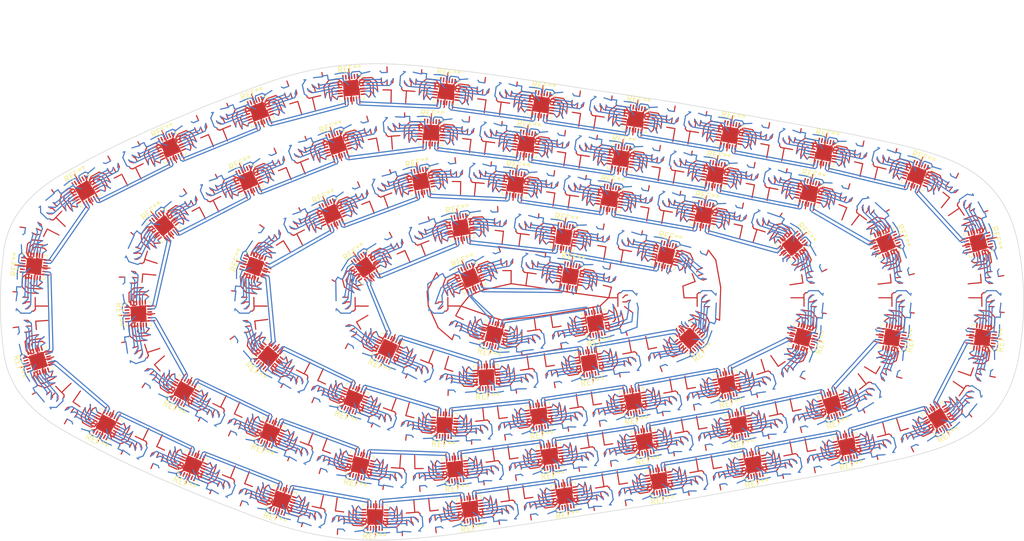
<source format=kicad_pcb>
(kicad_pcb (version 1) (host pykicad x.x.x)
  (title_block (title "A title") (comment 1 "Comment 1"))
  (layers (0 F.Cu signal) (1 Inner1.Cu signal) (2 Inner2.Cu signal) (3 B.Cu signal) (32 Edge.Cuts user) (33 B.Mask user) (34 F.Mask user) (35 B.Paste user) (36 F.Paste user) (37 B.SilkS user) (38 F.SilkS user))
  (net 1 VI)
  (net 2 VO)
  (net 3 GND)
  (net 4 "")
  (net 5 "")
  (net 6 "")
  (net 7 "")
  (net 8 "")
  (net 9 "")
  (net 10 "")
  (net 11 "")
  (net 12 "")
  (net 13 "")
  (net 14 "")
  (net 15 "")
  (net 16 "")
  (net 17 "")
  (net 18 "")
  (net 19 "")
  (net 20 "")
  (net 21 "")
  (net 22 "")
  (net 23 "")
  (net 24 "")
  (net 25 "")
  (net 26 "")
  (net 27 "")
  (net 28 "")
  (net 29 "")
  (net 30 "")
  (net 31 "")
  (net 32 "")
  (net 33 "")
  (net 34 "")
  (net 35 "")
  (net 36 "")
  (net 37 "")
  (net 38 "")
  (net 39 "")
  (net 40 "")
  (net 41 "")
  (net 42 "")
  (net 43 "")
  (net 44 "")
  (net 45 "")
  (net 46 "")
  (net 47 "")
  (net 48 "")
  (net 49 "")
  (net 50 "")
  (net 51 "")
  (net 52 "")
  (net 53 "")
  (net 54 "")
  (net 55 "")
  (net 56 "")
  (net 57 "")
  (net 58 "")
  (net 59 "")
  (net 60 "")
  (net 61 "")
  (net 62 "")
  (net 63 "")
  (net 64 "")
  (net 65 "")
  (net 66 "")
  (net 67 "")
  (net 68 "")
  (net 69 "")
  (net 70 "")
  (net 71 "")
  (net 72 "")
  (net 73 "")
  (net 74 "")
  (net 75 "")
  (net 76 "")
  (net 77 "")
  (net 78 "")
  (net 79 "")
  (net 80 "")
  (net 81 "")
  (net 82 "")
  (net 83 "")
  (net 84 "")
  (net 85 "")
  (net 86 "")
  (net 87 "")
  (net 88 "")
  (net 89 "")
  (net 90 "")
  (net 91 "")
  (net 92 "")
  (net 93 "")
  (net 94 "")
  (net 95 "")
  (net 96 "")
  (net 97 "")
  (net 98 "")
  (net 99 "")
  (net 100 "")
  (net 101 "")
  (net 102 "")
  (net 103 "")
  (net 104 "")
  (net 105 "")
  (net 106 "")
  (net 107 "")
  (net 108 "")
  (net 109 "")
  (net 110 "")
  (net 111 "")
  (net 112 "")
  (net 113 "")
  (net 114 "")
  (net 115 "")
  (net 116 "")
  (net 117 "")
  (net 118 "")
  (net 119 "")
  (net 120 "")
  (net 121 "")
  (net 122 "")
  (net 123 "")
  (net 124 "")
  (net 125 "")
  (net 126 "")
  (net 127 "")
  (net 128 "")
  (net 129 "")
  (net 130 "")
  (net 131 "")
  (net 132 "")
  (net 133 "")
  (net 134 "")
  (net 135 "")
  (net 136 "")
  (net 137 "")
  (net 138 "")
  (net 139 "")
  (net 140 "")
  (net 141 "")
  (net 142 "")
  (net 143 "")
  (net 144 "")
  (net 145 "")
  (net 146 "")
  (net 147 "")
  (net 148 "")
  (net 149 "")
  (net 150 "")
  (net 151 "")
  (net 152 "")
  (net 153 "")
  (net 154 "")
  (net 155 "")
  (net 156 "")
  (net 157 "")
  (net 158 "")
  (net 159 "")
  (net 160 "")
  (net 161 "")
  (net 162 "")
  (net 163 "")
  (net 164 "")
  (net 165 "")
  (net 166 "")
  (net 167 "")
  (net 168 "")
  (net 169 "")
  (net 170 "")
  (net 171 "")
  (net 172 "")
  (net 173 "")
  (net 174 "")
  (net 175 "")
  (net 176 "")
  (net 177 "")
  (net 178 "")
  (net 179 "")
  (net 180 "")
  (net 181 "")
  (net 182 "")
  (net 183 "")
  (net 184 "")
  (net 185 "")
  (net 186 "")
  (net 187 "")
  (net 188 "")
  (net 189 "")
  (net 190 "")
  (net 191 "")
  (net 192 "")
  (net 193 "")
  (net 194 "")
  (net 195 "")
  (net 196 "")
  (net 197 "")
  (net 198 "")
  (net 199 "")
  (net 200 "")
  (net 201 "")
  (net 202 "")
  (net 203 "")
  (net 204 "")
  (net 205 "")
  (net 206 "")
  (net 207 "")
  (net 208 "")
  (net 209 "")
  (net 210 "")
  (net 211 "")
  (net 212 "")
  (net 213 "")
  (net 214 "")
  (net 215 "")
  (net 216 "")
  (net 217 "")
  (net 218 "")
  (net 219 "")
  (net 220 "")
  (net 221 "")
  (net 222 "")
  (net 223 "")
  (net 224 "")
  (net 225 "")
  (net 226 "")
  (net 227 "")
  (net 228 "")
  (net 229 "")
  (net 230 "")
  (net 231 "")
  (net 232 "")
  (net 233 "")
  (net 234 "")
  (net 235 "")
  (net 236 "")
  (net 237 "")
  (net 238 "")
  (net 239 "")
  (net 240 "")
  (net 241 "")
  (net 242 "")
  (net 243 "")
  (net 244 "")
  (net 245 "")
  (net 246 "")
  (net 247 "")
  (net 248 "")
  (net 249 "")
  (net 250 "")
  (net 251 "")
  (net 252 "")
  (net 253 "")
  (net 254 "")
  (net 255 "")
  (net 256 "")
  (net 257 "")
  (net 258 "")
  (net 259 "")
  (net 260 "")
  (net 261 "")
  (net 262 "")
  (net 263 "")
  (net 264 "")
  (net 265 "")
  (net 266 "")
  (net 267 "")
  (net 268 "")
  (net 269 "")
  (net 270 "")
  (net 271 "")
  (net 272 "")
  (net 273 "")
  (net 274 "")
  (net 275 "")
  (net 276 "")
  (net 277 "")
  (net 278 "")
  (net 279 "")
  (net 280 "")
  (net 281 "")
  (net 282 "")
  (net 283 "")
  (net 284 "")
  (net 285 "")
  (net 286 "")
  (net 287 "")
  (net 288 "")
  (net 289 "")
  (net 290 "")
  (net 291 "")
  (net 292 "")
  (net 293 "")
  (net 294 "")
  (net 295 "")
  (net 296 "")
  (net 297 "")
  (net 298 "")
  (net 299 "")
  (net 300 "")
  (net 301 "")
  (net 302 "")
  (net 303 "")
  (net 304 "")
  (net 305 "")
  (net 306 "")
  (net 307 "")
  (net 308 "")
  (net 309 "")
  (net 310 "")
  (net 311 "")
  (net 312 "")
  (net 313 "")
  (net 314 "")
  (net 315 "")
  (net 316 "")
  (net 317 "")
  (net 318 "")
  (net 319 "")
  (net 320 "")
  (net 321 "")
  (net 322 "")
  (net 323 "")
  (net 324 "")
  (net 325 "")
  (net 326 "")
  (net 327 "")
  (net 328 "")
  (net 329 "")
  (net 330 "")
  (net 331 "")
  (net 332 "")
  (net 333 "")
  (net 334 "")
  (net 335 "")
  (net 336 "")
  (net 337 "")
  (net 338 "")
  (net 339 "")
  (net 340 "")
  (net 341 "")
  (net 342 "")
  (net 343 "")
  (net 344 "")
  (net 345 "")
  (net 346 "")
  (net 347 "")
  (net 348 "")
  (net 349 "")
  (net 350 "")
  (net 351 "")
  (net 352 "")
  (net 353 "")
  (net 354 "")
  (net 355 "")
  (net 356 "")
  (net 357 "")
  (net 358 "")
  (net 359 "")
  (net 360 "")
  (net 361 "")
  (net 362 "")
  (net 363 "")
  (net 364 "")
  (net 365 "")
  (net 366 "")
  (net 367 "")
  (net 368 "")
  (net 369 "")
  (net 370 "")
  (net 371 "")
  (net 372 "")
  (net 373 "")
  (net 374 "")
  (net 375 "")
  (net 376 "")
  (net 377 "")
  (net 378 "")
  (net 379 "")
  (net 380 "")
  (net 381 "")
  (net 382 "")
  (net 383 "")
  (net 384 "")
  (net 385 "")
  (net 386 "")
  (net 387 "")
  (net 388 "")
  (net 389 "")
  (net 390 "")
  (net 391 "")
  (net 392 "")
  (net 393 "")
  (net 394 "")
  (net 395 "")
  (net 396 "")
  (net 397 "")
  (net 398 "")
  (net 399 "")
  (net 400 "")
  (net 401 "")
  (net 402 "")
  (net 403 "")
  (net 404 "")
  (net 405 "")
  (net 406 "")
  (net 407 "")
  (net 408 "")
  (net 409 "")
  (net 410 "")
  (net 411 "")
  (net 412 "")
  (net 413 "")
  (net 414 "")
  (net 415 "")
  (net 416 "")
  (net 417 "")
  (net 418 "")
  (net 419 "")
  (net 420 "")
  (net 421 "")
  (net 422 "")
  (net 423 "")
  (net 424 "")
  (net 425 "")
  (net 426 "")
  (net 427 "")
  (net 428 "")
  (net 429 "")
  (net 430 "")
  (net 431 "")
  (net 432 "")
  (net 433 "")
  (net 434 "")
  (net 435 "")
  (net 436 "")
  (net 437 "")
  (net 438 "")
  (net 439 "")
  (net 440 "")
  (net 441 "")
  (net 442 "")
  (net 443 "")
  (net 444 "")
  (net 445 "")
  (net 446 "")
  (net 447 "")
  (net 448 "")
  (net 449 "")
  (net 450 "")
  (net 451 "")
  (net 452 "")
  (net 453 "")
  (net 454 "")
  (net 455 "")
  (net 456 "")
  (net 457 "")
  (net 458 "")
  (net 459 "")
  (net 460 "")
  (net 461 "")
  (net 462 "")
  (net 463 "")
  (net 464 "")
  (net 465 "")
  (net 466 "")
  (net 467 "")
  (net 468 "")
  (net 469 "")
  (net 470 "")
  (net 471 "")
  (net 472 "")
  (net 473 "")
  (net 474 "")
  (net 475 "")
  (net 476 "")
  (net 477 "")
  (net 478 "")
  (net 479 "")
  (net 480 "")
  (net 481 "")
  (net 482 "")
  (net 483 "")
  (net 484 "")
  (net 485 "")
  (net 486 "")
  (net 487 "")
  (net 488 "")
  (net 489 "")
  (net 490 "")
  (net 491 "")
  (net 492 "")
  (net 493 "")
  (net 494 "")
  (net 495 "")
  (net 496 "")
  (net 497 "")
  (net 498 "")
  (net 499 "")
  (net 500 "")
  (net 501 "")
  (net 502 "")
  (net 503 "")
  (net 504 "")
  (net 505 "")
  (net 506 "")
  (net 507 "")
  (net 508 "")
  (net 509 "")
  (net 510 "")
  (net 511 "")
  (net 512 "")
  (net 513 "")
  (net 514 "")
  (net 515 "")
  (net 516 "")
  (net 517 "")
  (net 518 "")
  (net 519 "")
  (net 520 "")
  (net 521 "")
  (net 522 "")
  (net 523 "")
  (net 524 "")
  (net 525 "")
  (net 526 "")
  (net 527 "")
  (net 528 "")
  (net 529 "")
  (net 530 "")
  (net 531 "")
  (net 532 "")
  (net 533 "")
  (net 534 "")
  (net 535 "")
  (net 536 "")
  (net 537 "")
  (net 538 "")
  (net 539 "")
  (net 540 "")
  (net 541 "")
  (net 542 "")
  (net 543 "")
  (net 544 "")
  (net 545 "")
  (net 546 "")
  (net 547 "")
  (net 548 "")
  (net 549 "")
  (net 550 "")
  (net 551 "")
  (net 552 "")
  (net 553 "")
  (net 554 "")
  (net 555 "")
  (net 556 "")
  (net 557 "")
  (net 558 "")
  (net 559 "")
  (net 560 "")
  (net 561 "")
  (net 562 "")
  (net 563 "")
  (net 564 "")
  (net 565 "")
  (net 566 "")
  (net 567 "")
  (net 568 "")
  (net 569 "")
  (net 570 "")
  (net 571 "")
  (net 572 "")
  (net 573 "")
  (net 574 "")
  (net 575 "")
  (net 576 "")
  (net 577 "")
  (net 578 "")
  (net 579 "")
  (net 580 "")
  (net 581 "")
  (net 582 "")
  (net 583 "")
  (net 584 "")
  (net 585 "")
  (net 586 "")
  (net 587 "")
  (net 588 "")
  (net 589 "")
  (net 590 "")
  (net 591 "")
  (net 592 "")
  (net 593 "")
  (net 594 "")
  (net 595 "")
  (net 596 "")
  (net 597 "")
  (net 598 "")
  (net 599 "")
  (net 600 "")
  (net 601 "")
  (net 602 "")
  (net 603 "")
  (net 604 "")
  (net 605 "")
  (net 606 "")
  (net 607 "")
  (net 608 "")
  (net 609 "")
  (net 610 "")
  (net 611 "")
  (net 612 "")
  (net 613 "")
  (net 614 "")
  (net 615 "")
  (net 616 "")
  (net 617 "")
  (net 618 "")
  (net 619 "")
  (net 620 "")
  (net 621 "")
  (net 622 "")
  (net 623 "")
  (net 624 "")
  (net 625 "")
  (net 626 "")
  (net 627 "")
  (net 628 "")
  (net 629 "")
  (net 630 "")
  (net 631 "")
  (net 632 "")
  (net 633 "")
  (net 634 "")
  (net 635 "")
  (net 636 "")
  (net 637 "")
  (net 638 "")
  (net 639 "")
  (net 640 "")
  (net 641 "")
  (net 642 "")
  (net 643 "")
  (net 644 "")
  (net 645 "")
  (net 646 "")
  (net 647 "")
  (net 648 "")
  (net 649 "")
  (net 650 "")
  (net 651 "")
  (net 652 "")
  (net 653 "")
  (net 654 "")
  (net 655 "")
  (net 656 "")
  (net 657 "")
  (net 658 "")
  (net 659 "")
  (net 660 "")
  (net 661 "")
  (net 662 "")
  (net 663 "")
  (net 664 "")
  (net 665 "")
  (net 666 "")
  (net 667 "")
  (net 668 "")
  (net 669 "")
  (net 670 "")
  (net 671 "")
  (net 672 "")
  (net 673 "")
  (net 674 "")
  (net 675 "")
  (net 676 "")
  (net 677 "")
  (net 678 "")
  (net 679 "")
  (net 680 "")
  (net 681 "")
  (net 682 "")
  (net 683 "")
  (net 684 "")
  (net 685 "")
  (net 686 "")
  (net 687 "")
  (net 688 "")
  (net 689 "")
  (net 690 "")
  (net 691 "")
  (net 692 "")
  (net 693 "")
  (net 694 "")
  (net 695 "")
  (net 696 "")
  (net 697 "")
  (net 698 "")
  (net 699 "")
  (net 700 "")
  (net 701 "")
  (net 702 "")
  (net 703 "")
  (net 704 "")
  (net 705 "")
  (net 706 "")
  (net 707 "")
  (net 708 "")
  (net 709 "")
  (net 710 "")
  (net 711 "")
  (net 712 "")
  (net 713 "")
  (net 714 "")
  (net 715 "")
  (net 716 "")
  (net 717 "")
  (net 718 "")
  (net 719 "")
  (net 720 "")
  (net 721 "")
  (net 722 "")
  (net 723 "")
  (net 724 "")
  (net 725 "")
  (net 726 "")
  (net 727 "")
  (net 728 "")
  (net 729 "")
  (net 730 "")
  (net 731 "")
  (net 732 "")
  (net 733 "")
  (net 734 "")
  (net 735 "")
  (net 736 "")
  (net 737 "")
  (net 738 "")
  (net 739 "")
  (net 740 "")
  (net 741 "")
  (net 742 "")
  (net 743 "")
  (net 744 "")
  (net 745 "")
  (net 746 "")
  (net 747 "")
  (net 748 "")
  (net 749 "")
  (net 750 "")
  (net 751 "")
  (net 752 "")
  (net 753 "")
  (net 754 "")
  (net 755 "")
  (net 756 "")
  (net 757 "")
  (net 758 "")
  (net 759 "")
  (net 760 "")
  (net 761 "")
  (net 762 "")
  (net 763 "")
  (net 764 "")
  (net 765 "")
  (net 766 "")
  (net 767 "")
  (net 768 "")
  (net 769 "")
  (net 770 "")
  (net 771 "")
  (net 772 "")
  (net 773 "")
  (net 774 "")
  (net 775 "")
  (net 776 "")
  (net 777 "")
  (net 778 "")
  (net 779 "")
  (net 780 "")
  (net 781 "")
  (net 782 "")
  (net 783 "")
  (net 784 "")
  (net 785 "")
  (net 786 "")
  (net 787 "")
  (net 788 "")
  (net 789 "")
  (net 790 "")
  (net 791 "")
  (net 792 "")
  (net 793 "")
  (net 794 "")
  (net 795 "")
  (net 796 "")
  (net 797 "")
  (net 798 "")
  (net 799 "")
  (net 800 "")
  (net 801 "")
  (net 802 "")
  (net 803 "")
  (net 804 "")
  (net 805 "")
  (net 806 "")
  (net 807 "")
  (net 808 "")
  (net 809 "")
  (net 810 "")
  (net 811 "")
  (net 812 "")
  (net 813 "")
  (net 814 "")
  (net 815 "")
  (net 816 "")
  (net 817 "")
  (net 818 "")
  (net 819 "")
  (net 820 "")
  (net 821 "")
  (net 822 "")
  (net 823 "")
  (net 824 "")
  (net 825 "")
  (net 826 "")
  (net 827 "")
  (net 828 "")
  (net 829 "")
  (net 830 "")
  (net 831 "")
  (net 832 "")
  (net 833 "")
  (net 834 "")
  (net 835 "")
  (net 836 "")
  (net 837 "")
  (net 838 "")
  (net 839 "")
  (net 840 "")
  (net 841 "")
  (net 842 "")
  (net 843 "")
  (net 844 "")
  (net 845 "")
  (net 846 "")
  (net 847 "")
  (net 848 "")
  (net 849 "")
  (net 850 "")
  (net 851 "")
  (net 852 "")
  (net 853 "")
  (net 854 "")
  (net 855 "")
  (net 856 "")
  (net 857 "")
  (net 858 "")
  (net 859 "")
  (net 860 "")
  (net 861 "")
  (net 862 "")
  (net 863 "")
  (net 864 "")
  (net 865 "")
  (net 866 "")
  (net 867 "")
  (net 868 "")
  (net 869 "")
  (net 870 "")
  (net 871 "")
  (net 872 "")
  (net 873 "")
  (net 874 "")
  (net 875 "")
  (net 876 "")
  (net 877 "")
  (net 878 "")
  (net 879 "")
  (net 880 "")
  (net 881 "")
  (net 882 "")
  (net 883 "")
  (net 884 "")
  (net 885 "")
  (net 886 "")
  (net 887 "")
  (net 888 "")
  (net 889 "")
  (net 890 "")
  (net 891 "")
  (net 892 "")
  (net 893 "")
  (net 894 "")
  (net 895 "")
  (net 896 "")
  (net 897 "")
  (net 898 "")
  (net 899 "")
  (net 900 "")
  (net 901 "")
  (net 902 "")
  (net 903 "")
  (net 904 "")
  (net 905 "")
  (net 906 "")
  (net 907 "")
  (net 908 "")
  (net 909 "")
  (net 910 "")
  (net 911 "")
  (net 912 "")
  (net 913 "")
  (net 914 "")
  (net 915 "")
  (net 916 "")
  (net 917 "")
  (net 918 "")
  (net 919 "")
  (net 920 "")
  (net 921 "")
  (net 922 "")
  (net 923 "")
  (net 924 "")
  (net 925 "")
  (net 926 "")
  (net 927 "")
  (net 928 "")
  (net 929 "")
  (net 930 "")
  (net 931 "")
  (net 932 "")
  (net 933 "")
  (net 934 "")
  (net 935 "")
  (net 936 "")
  (net 937 "")
  (net 938 "")
  (net 939 "")
  (net 940 "")
  (net 941 "")
  (net 942 "")
  (net 943 "")
  (net 944 "")
  (net 945 "")
  (net 946 "")
  (net 947 "")
  (net 948 "")
  (net 949 "")
  (net 950 "")
  (net 951 "")
  (net 952 "")
  (net 953 "")
  (net 954 "")
  (net 955 "")
  (net 956 "")
  (net 957 "")
  (net 958 "")
  (net 959 "")
  (net 960 "")
  (net 961 "")
  (net 962 "")
  (net 963 "")
  (net 964 "")
  (net 965 "")
  (net 966 "")
  (net 967 "")
  (net 968 "")
  (net 969 "")
  (net 970 "")
  (net 971 "")
  (net 972 "")
  (net 973 "")
  (net 974 "")
  (net 975 "")
  (net 976 "")
  (net 977 "")
  (net 978 "")
  (net 979 "")
  (net 980 "")
  (net 981 "")
  (net 982 "")
  (net 983 "")
  (net 984 "")
  (net 985 "")
  (net 986 "")
  (net 987 "")
  (net 988 "")
  (net 989 "")
  (net 990 "")
  (net 991 "")
  (net 992 "")
  (net 993 "")
  (net 994 "")
  (net 995 "")
  (net 996 "")
  (net 997 "")
  (net 998 "")
  (net 999 "")
  (net 1000 "")
  (net 1001 "")
  (net 1002 "")
  (net 1003 "")
  (net 1004 "")
  (net 1005 "")
  (net 1006 "")
  (net 1007 "")
  (net 1008 "")
  (net 1009 "")
  (net 1010 "")
  (net 1011 "")
  (net 1012 "")
  (net 1013 "")
  (net 1014 "")
  (net 1015 "")
  (net 1016 "")
  (net 1017 "")
  (net 1018 "")
  (net 1019 "")
  (net 1020 "")
  (net 1021 "")
  (net 1022 "")
  (net 1023 "")
  (net 1024 "")
  (net 1025 "")
  (net 1026 "")
  (net 1027 "")
  (net 1028 "")
  (net 1029 "")
  (net 1030 "")
  (net 1031 "")
  (net 1032 "")
  (net 1033 "")
  (net 1034 "")
  (net 1035 "")
  (net 1036 "")
  (net 1037 "")
  (net 1038 "")
  (net 1039 "")
  (net 1040 "")
  (net 1041 "")
  (net 1042 "")
  (net 1043 "")
  (net 1044 "")
  (net 1045 "")
  (net 1046 "")
  (net 1047 "")
  (net 1048 "")
  (net 1049 "")
  (net 1050 "")
  (net 1051 "")
  (net 1052 "")
  (net 1053 "")
  (net 1054 "")
  (net 1055 "")
  (net 1056 "")
  (net 1057 "")
  (net 1058 "")
  (net 1059 "")
  (net 1060 "")
  (net 1061 "")
  (net 1062 "")
  (net 1063 "")
  (net 1064 "")
  (net 1065 "")
  (net 1066 "")
  (net 1067 "")
  (net 1068 "")
  (net 1069 "")
  (net 1070 "")
  (net 1071 "")
  (net 1072 "")
  (net 1073 "")
  (net 1074 "")
  (net 1075 "")
  (net 1076 "")
  (net 1077 "")
  (net 1078 "")
  (net 1079 "")
  (net 1080 "")
  (net 1081 "")
  (net 1082 "")
  (net 1083 "")
  (net 1084 "")
  (net 1085 "")
  (net 1086 "")
  (net 1087 "")
  (net 1088 "")
  (net 1089 "")
  (net 1090 "")
  (net 1091 "")
  (net 1092 "")
  (net 1093 "")
  (net 1094 "")
  (net 1095 "")
  (net 1096 "")
  (net 1097 "")
  (net 1098 "")
  (net 1099 "")
  (net 1100 "")
  (net 1101 "")
  (net 1102 "")
  (net 1103 "")
  (net 1104 "")
  (net 1105 "")
  (net 1106 "")
  (net 1107 "")
  (net 1108 "")
  (net 1109 "")
  (net 1110 "")
  (net 1111 "")
  (net 1112 "")
  (net 1113 "")
  (net 1114 "")
  (net 1115 "")
  (net 1116 "")
  (net 1117 "")
  (net 1118 "")
  (net 1119 "")
  (net 1120 "")
  (net 1121 "")
  (net 1122 "")
  (net 1123 "")
  (net 1124 "")
  (net 1125 "")
  (net 1126 "")
  (net 1127 "")
  (net 1128 "")
  (net 1129 "")
  (net 1130 "")
  (net 1131 "")
  (net 1132 "")
  (net 1133 "")
  (net 1134 "")
  (net 1135 "")
  (net 1136 "")
  (net 1137 "")
  (net 1138 "")
  (net 1139 "")
  (net 1140 "")
  (net 1141 "")
  (net 1142 "")
  (net 1143 "")
  (net 1144 "")
  (net 1145 "")
  (net 1146 "")
  (net 1147 "")
  (net 1148 "")
  (net 1149 "")
  (net 1150 "")
  (net 1151 "")
  (net 1152 "")
  (net 1153 "")
  (net 1154 "")
  (net 1155 "")
  (net 1156 "")
  (net 1157 "")
  (net 1158 "")
  (net 1159 "")
  (net 1160 "")
  (net 1161 "")
  (net 1162 "")
  (net 1163 "")
  (net 1164 "")
  (net 1165 "")
  (net 1166 "")
  (net 1167 "")
  (net 1168 "")
  (net 1169 "")
  (net 1170 "")
  (net 1171 "")
  (net 1172 "")
  (net 1173 "")
  (net 1174 "")
  (net 1175 "")
  (net 1176 "")
  (net 1177 "")
  (net 1178 "")
  (net 1179 "")
  (net 1180 "")
  (net 1181 "")
  (net 1182 "")
  (net 1183 "")
  (net 1184 "")
  (net 1185 "")
  (net 1186 "")
  (net 1187 "")
  (net 1188 "")
  (net 1189 "")
  (net 1190 "")
  (net 1191 "")
  (net 1192 "")
  (net 1193 "")
  (net 1194 "")
  (net 1195 "")
  (net 1196 "")
  (net 1197 "")
  (net 1198 "")
  (net 1199 "")
  (net 1200 "")
  (net 1201 "")
  (net 1202 "")
  (net 1203 "")
  (net 1204 "")
  (net 1205 "")
  (net 1206 "")
  (net 1207 "")
  (net 1208 "")
  (net 1209 "")
  (net 1210 "")
  (net 1211 "")
  (net 1212 "")
  (net 1213 "")
  (net 1214 "")
  (net 1215 "")
  (net 1216 "")
  (net 1217 "")
  (net 1218 "")
  (net 1219 "")
  (net 1220 "")
  (net 1221 "")
  (net 1222 "")
  (net 1223 "")
  (net 1224 "")
  (net 1225 "")
  (net 1226 "")
  (net 1227 "")
  (net 1228 "")
  (net 1229 "")
  (net 1230 "")
  (net 1231 "")
  (net 1232 "")
  (net 1233 "")
  (net 1234 "")
  (net 1235 "")
  (net 1236 "")
  (net 1237 "")
  (net 1238 "")
  (net 1239 "")
  (net 1240 "")
  (net 1241 "")
  (net 1242 "")
  (net 1243 "")
  (net 1244 "")
  (net 1245 "")
  (net 1246 "")
  (net 1247 "")
  (net 1248 "")
  (net 1249 "")
  (net 1250 "")
  (net 1251 "")
  (net 1252 "")
  (net 1253 "")
  (net 1254 "")
  (net 1255 "")
  (net 1256 "")
  (net 1257 "")
  (net 1258 "")
  (net 1259 "")
  (net 1260 "")
  (net 1261 "")
  (net 1262 "")
  (net 1263 "")
  (net 1264 "")
  (net 1265 "")
  (net 1266 "")
  (net 1267 "")
  (net 1268 "")
  (net 1269 "")
  (net 1270 "")
  (net 1271 "")
  (net 1272 "")
  (net 1273 "")
  (net 1274 "")
  (net 1275 "")
  (net 1276 "")
  (net 1277 "")
  (net 1278 "")
  (net 1279 "")
  (net 1280 "")
  (net 1281 "")
  (net 1282 "")
  (net 1283 "")
  (net 1284 "")
  (net 1285 "")
  (net 1286 "")
  (net 1287 "")
  (net 1288 "")
  (net 1289 "")
  (net 1290 "")
  (net 1291 "")
  (net 1292 "")
  (net 1293 "")
  (net 1294 "")
  (net 1295 "")
  (net 1296 "")
  (net 1297 "")
  (net 1298 "")
  (net 1299 "")
  (net 1300 "")
  (net 1301 "")
  (net 1302 "")
  (net 1303 "")
  (net 1304 "")
  (net 1305 "")
  (net 1306 "")
  (net 1307 "")
  (net 1308 "")
  (net 1309 "")
  (net 1310 "")
  (net 1311 "")
  (net 1312 "")
  (net 1313 "")
  (net 1314 "")
  (net 1315 "")
  (net 1316 "")
  (net 1317 "")
  (net 1318 "")
  (net 1319 "")
  (net 1320 "")
  (net 1321 "")
  (net 1322 "")
  (net 1323 "")
  (net 1324 "")
  (net 1325 "")
  (net 1326 "")
  (net 1327 "")
  (net 1328 "")
  (net 1329 "")
  (net 1330 "")
  (net 1331 "")
  (net 1332 "")
  (net 1333 "")
  (net 1334 "")
  (net 1335 "")
  (net 1336 "")
  (net 1337 "")
  (net 1338 "")
  (net 1339 "")
  (net 1340 "")
  (net 1341 "")
  (net 1342 "")
  (net 1343 "")
  (net 1344 "")
  (net 1345 "")
  (net 1346 "")
  (net 1347 "")
  (net 1348 "")
  (net 1349 "")
  (net 1350 "")
  (net 1351 "")
  (net 1352 "")
  (net 1353 "")
  (net 1354 "")
  (net 1355 "")
  (net 1356 "")
  (net 1357 "")
  (net 1358 "")
  (net 1359 "")
  (net 1360 "")
  (net 1361 "")
  (net 1362 "")
  (net 1363 "")
  (net 1364 "")
  (net 1365 "")
  (net 1366 "")
  (net 1367 "")
  (net 1368 "")
  (net 1369 "")
  (net 1370 "")
  (net 1371 "")
  (net 1372 "")
  (net 1373 "")
  (net 1374 "")
  (net 1375 "")
  (net 1376 "")
  (net 1377 "")
  (net 1378 "")
  (net 1379 "")
  (net 1380 "")
  (net 1381 "")
  (net 1382 "")
  (net 1383 "")
  (net 1384 "")
  (net 1385 "")
  (net 1386 "")
  (net 1387 "")
  (net 1388 "")
  (net 1389 "")
  (net 1390 "")
  (net 1391 "")
  (net 1392 "")
  (net 1393 "")
  (net 1394 "")
  (net 1395 "")
  (net 1396 "")
  (net 1397 "")
  (net 1398 "")
  (net 1399 "")
  (net 1400 "")
  (net 1401 "")
  (net 1402 "")
  (net 1403 "")
  (net 1404 "")
  (net 1405 "")
  (net 1406 "")
  (net 1407 "")
  (net 1408 "")
  (net 1409 "")
  (net 1410 "")
  (net 1411 "")
  (net 1412 "")
  (net 1413 "")
  (net 1414 "")
  (net 1415 "")
  (net 1416 "")
  (net 1417 "")
  (net 1418 "")
  (net 1419 "")
  (net 1420 "")
  (net 1421 "")
  (net 1422 "")
  (net 1423 "")
  (net 1424 "")
  (net 1425 "")
  (net 1426 "")
  (net 1427 "")
  (net 1428 "")
  (net 1429 "")
  (net 1430 "")
  (net 1431 "")
  (net 1432 "")
  (net 1433 "")
  (net 1434 "")
  (net 1435 "")
  (net 1436 "")
  (net 1437 "")
  (net 1438 "")
  (net 1439 "")
  (net 1440 "")
  (net 1441 "")
  (net 1442 "")
  (net 1443 "")
  (net 1444 "")
  (net 1445 "")
  (net 1446 "")
  (net 1447 "")
  (net 1448 "")
  (net 1449 "")
  (net 1450 "")
  (net 1451 "")
  (net 1452 "")
  (net 1453 "")
  (net 1454 "")
  (net 1455 "")
  (net 1456 "")
  (net 1457 "")
  (net 1458 "")
  (net 1459 "")
  (net 1460 "")
  (net 1461 "")
  (net 1462 "")
  (net 1463 "")
  (net 1464 "")
  (net 1465 "")
  (net 1466 "")
  (net 1467 "")
  (net 1468 "")
  (net 1469 "")
  (net 1470 "")
  (net 1471 "")
  (net 1472 "")
  (net 1473 "")
  (net 1474 "")
  (net 1475 "")
  (net 1476 "")
  (net 1477 "")
  (net 1478 "")
  (net 1479 "")
  (net 1480 "")
  (net 1481 "")
  (net 1482 "")
  (net 1483 "")
  (net 1484 "")
  (net 1485 "")
  (net 1486 "")
  (net 1487 "")
  (net 1488 "")
  (net 1489 "")
  (net 1490 "")
  (net 1491 "")
  (net 1492 "")
  (net 1493 "")
  (net 1494 "")
  (net 1495 "")
  (net 1496 "")
  (net 1497 "")
  (net 1498 "")
  (net 1499 "")
  (net 1500 "")
  (net 1501 "")
  (net 1502 "")
  (net 1503 "")
  (net 1504 "")
  (net 1505 "")
  (net 1506 "")
  (net 1507 "")
  (net 1508 "")
  (net 1509 "")
  (net 1510 "")
  (net 1511 "")
  (net 1512 "")
  (net 1513 "")
  (net 1514 "")
  (net 1515 "")
  (net 1516 "")
  (net 1517 "")
  (net 1518 "")
  (net 1519 "")
  (net 1520 "")
  (net 1521 "")
  (net 1522 "")
  (net 1523 "")
  (net 1524 "")
  (net 1525 "")
  (net 1526 "")
  (net 1527 "")
  (net 1528 "")
  (net 1529 "")
  (net 1530 "")
  (net 1531 "")
  (net 1532 "")
  (net 1533 "")
  (net 1534 "")
  (net 1535 "")
  (net 1536 "")
  (net 1537 "")
  (net 1538 "")
  (net 1539 "")
  (net 1540 "")
  (net 1541 "")
  (net 1542 "")
  (net 1543 "")
  (net 1544 "")
  (net 1545 "")
  (net 1546 "")
  (net 1547 "")
  (net 1548 "")
  (net 1549 "")
  (net 1550 "")
  (net 1551 "")
  (net 1552 "")
  (net 1553 "")
  (net 1554 "")
  (net 1555 "")
  (net 1556 "")
  (net 1557 "")
  (net 1558 "")
  (net 1559 "")
  (net 1560 "")
  (net 1561 "")
  (net 1562 "")
  (net 1563 "")
  (net 1564 "")
  (net 1565 "")
  (net 1566 "")
  (net 1567 "")
  (net 1568 "")
  (net 1569 "")
  (net 1570 "")
  (net 1571 "")
  (net 1572 "")
  (net 1573 "")
  (net 1574 "")
  (net 1575 "")
  (net 1576 "")
  (net 1577 "")
  (net 1578 "")
  (net 1579 "")
  (net 1580 "")
  (net 1581 "")
  (net 1582 "")
  (net 1583 "")
  (net 1584 "")
  (net 1585 "")
  (net 1586 "")
  (net 1587 "")
  (net 1588 "")
  (net 1589 "")
  (net 1590 "")
  (net 1591 "")
  (net 1592 "")
  (net 1593 "")
  (net 1594 "")
  (net 1595 "")
  (net 1596 "")
  (net 1597 "")
  (net 1598 "")
  (net 1599 "")
  (net 1600 "")
  (net 1601 "")
  (net 1602 "")
  (net 1603 "")
  (net 1604 "")
  (net 1605 "")
  (net 1606 "")
  (net 1607 "")
  (net 1608 "")
  (net 1609 "")
  (net 1610 "")
  (net 1611 "")
  (net 1612 "")
  (net 1613 "")
  (net 1614 "")
  (net 1615 "")
  (net 1616 "")
  (net 1617 "")
  (net 1618 "")
  (net 1619 "")
  (net 1620 "")
  (net 1621 "")
  (net 1622 "")
  (net 1623 "")
  (net 1624 "")
  (net 1625 "")
  (net 1626 "")
  (net 1627 "")
  (net 1628 "")
  (net 1629 "")
  (net 1630 "")
  (net 1631 "")
  (net 1632 "")
  (net 1633 "")
  (net 1634 "")
  (net 1635 "")
  (net 1636 "")
  (net 1637 "")
  (net 1638 "")
  (net 1639 "")
  (net 1640 "")
  (net 1641 "")
  (net 1642 "")
  (net 1643 "")
  (net 1644 "")
  (net 1645 "")
  (net 1646 "")
  (net 1647 "")
  (net 1648 "")
  (net 1649 "")
  (net 1650 "")
  (net 1651 "")
  (net 1652 "")
  (net 1653 "")
  (net 1654 "")
  (net 1655 "")
  (net 1656 "")
  (net 1657 "")
  (net 1658 "")
  (net 1659 "")
  (net 1660 "")
  (net 1661 "")
  (net 1662 "")
  (net 1663 "")
  (net 1664 "")
  (net 1665 "")
  (net 1666 "")
  (net 1667 "")
  (net 1668 "")
  (net 1669 "")
  (net 1670 "")
  (net 1671 "")
  (net 1672 "")
  (net 1673 "")
  (net 1674 "")
  (net 1675 "")
  (net 1676 "")
  (net 1677 "")
  (net 1678 "")
  (net 1679 "")
  (net 1680 "")
  (net 1681 "")
  (net 1682 "")
  (net 1683 "")
  (net 1684 "")
  (net 1685 "")
  (net 1686 "")
  (net 1687 "")
  (net 1688 "")
  (net 1689 "")
  (net 1690 "")
  (net 1691 "")
  (net 1692 "")
  (net 1693 "")
  (net 1694 "")
  (net 1695 "")
  (net 1696 "")
  (net 1697 "")
  (net 1698 "")
  (net 1699 "")
  (net 1700 "")
  (net 1701 "")
  (net 1702 "")
  (net 1703 "")
  (net 1704 "")
  (net 1705 "")
  (net 1706 "")
  (net 1707 "")
  (net 1708 "")
  (net 1709 "")
  (net 1710 "")
  (net 1711 "")
  (net 1712 "")
  (net 1713 "")
  (net 1714 "")
  (net 1715 "")
  (net 1716 "")
  (net 1717 "")
  (net 1718 "")
  (net 1719 "")
  (net 1720 "")
  (net 1721 "")
  (net 1722 "")
  (net 1723 "")
  (net 1724 "")
  (net 1725 "")
  (net 1726 "")
  (net 1727 "")
  (net 1728 "")
  (net 1729 "")
  (net 1730 "")
  (net 1731 "")
  (net 1732 "")
  (net 1733 "")
  (net 1734 "")
  (net 1735 "")
  (net 1736 "")
  (net 1737 "")
  (net 1738 "")
  (net 1739 "")
  (net 1740 "")
  (net 1741 "")
  (net 1742 "")
  (net 1743 "")
  (net 1744 "")
  (net 1745 "")
  (net 1746 "")
  (net 1747 "")
  (net 1748 "")
  (net 1749 "")
  (net 1750 "")
  (net 1751 "")
  (net 1752 "")
  (net 1753 "")
  (net 1754 "")
  (net 1755 "")
  (net 1756 "")
  (net 1757 "")
  (net 1758 "")
  (net 1759 "")
  (net 1760 "")
  (net 1761 "")
  (net 1762 "")
  (net 1763 "")
  (net 1764 "")
  (net 1765 "")
  (net 1766 "")
  (net 1767 "")
  (net 1768 "")
  (net 1769 "")
  (net 1770 "")
  (net 1771 "")
  (net 1772 "")
  (net 1773 "")
  (net 1774 "")
  (net 1775 "")
  (net 1776 "")
  (net 1777 "")
  (net 1778 "")
  (net 1779 "")
  (net 1780 "")
  (net 1781 "")
  (net 1782 "")
  (net 1783 "")
  (net 1784 "")
  (net 1785 "")
  (net 1786 "")
  (net 1787 "")
  (net 1788 "")
  (net 1789 "")
  (net 1790 "")
  (net 1791 "")
  (net 1792 "")
  (net 1793 "")
  (net 1794 "")
  (net 1795 "")
  (net 1796 "")
  (net 1797 "")
  (net 1798 "")
  (net 1799 "")
  (net 1800 "")
  (net 1801 "")
  (net 1802 "")
  (net 1803 "")
  (net 1804 "")
  (net 1805 "")
  (net 1806 "")
  (net 1807 "")
  (net 1808 "")
  (net 1809 "")
  (net 1810 "")
  (net 1811 "")
  (net 1812 "")
  (net 1813 "")
  (net 1814 "")
  (net 1815 "")
  (net 1816 "")
  (net 1817 "")
  (net 1818 "")
  (net 1819 "")
  (net 1820 "")
  (net 1821 "")
  (net 1822 "")
  (net 1823 "")
  (net 1824 "")
  (net 1825 "")
  (net 1826 "")
  (net 1827 "")
  (net 1828 "")
  (net 1829 "")
  (net 1830 "")
  (net 1831 "")
  (net 1832 "")
  (net 1833 "")
  (net 1834 "")
  (net 1835 "")
  (net 1836 "")
  (net 1837 "")
  (net 1838 "")
  (net 1839 "")
  (net 1840 "")
  (net 1841 "")
  (net 1842 "")
  (net 1843 "")
  (net 1844 "")
  (net 1845 "")
  (net 1846 "")
  (net 1847 "")
  (net 1848 "")
  (net 1849 "")
  (net 1850 "")
  (net 1851 "")
  (net 1852 "")
  (net 1853 "")
  (net 1854 "")
  (net 1855 "")
  (net 1856 "")
  (net 1857 "")
  (net 1858 "")
  (net 1859 "")
  (net 1860 "")
  (net 1861 "")
  (net 1862 "")
  (net 1863 "")
  (net 1864 "")
  (net 1865 "")
  (net 1866 "")
  (net 1867 "")
  (net 1868 "")
  (net 1869 "")
  (net 1870 "")
  (net 1871 "")
  (net 1872 "")
  (net 1873 "")
  (net 1874 "")
  (net 1875 "")
  (net 1876 "")
  (net 1877 "")
  (net 1878 "")
  (net 1879 "")
  (net 1880 "")
  (net 1881 "")
  (net 1882 "")
  (net 1883 "")
  (net 1884 "")
  (net 1885 "")
  (net 1886 "")
  (net 1887 "")
  (net 1888 "")
  (net 1889 "")
  (net 1890 "")
  (net 1891 "")
  (net 1892 "")
  (net 1893 "")
  (net 1894 "")
  (net 1895 "")
  (net 1896 "")
  (net 1897 "")
  (net 1898 "")
  (net 1899 "")
  (net 1900 "")
  (net 1901 "")
  (net 1902 "")
  (net 1903 "")
  (net 1904 "")
  (net 1905 "")
  (net 1906 "")
  (net 1907 "")
  (net 1908 "")
  (net 1909 "")
  (net 1910 "")
  (net 1911 "")
  (net 1912 "")
  (net 1913 "")
  (net 1914 "")
  (net 1915 "")
  (net 1916 "")
  (net 1917 "")
  (net 1918 "")
  (net 1919 "")
  (net 1920 "")
  (net 1921 "")
  (net 1922 "")
  (net 1923 "")
  (net 1924 "")
  (net 1925 "")
  (net 1926 "")
  (net 1927 "")
  (net 1928 "")
  (net 1929 "")
  (net 1930 "")
  (net 1931 "")
  (net 1932 "")
  (net 1933 "")
  (net 1934 "")
  (net 1935 "")
  (net 1936 "")
  (net 1937 "")
  (net 1938 "")
  (net 1939 "")
  (net 1940 "")
  (net 1941 "")
  (net 1942 "")
  (net 1943 "")
  (net 1944 "")
  (net 1945 "")
  (net 1946 "")
  (net 1947 "")
  (net 1948 "")
  (net 1949 "")
  (net 1950 "")
  (net 1951 "")
  (net 1952 "")
  (net 1953 "")
  (net 1954 "")
  (net 1955 "")
  (net 1956 "")
  (net 1957 "")
  (net 1958 "")
  (net 1959 "")
  (net 1960 "")
  (net 1961 "")
  (net 1962 "")
  (net 1963 "")
  (net 1964 "")
  (net 1965 "")
  (net 1966 "")
  (net 1967 "")
  (net 1968 "")
  (net 1969 "")
  (net 1970 "")
  (net 1971 "")
  (net 1972 "")
  (net 1973 "")
  (net 1974 "")
  (net 1975 "")
  (net 1976 "")
  (net 1977 "")
  (net 1978 "")
  (net 1979 "")
  (net 1980 "")
  (net 1981 "")
  (net 1982 "")
  (net 1983 "")
  (net 1984 "")
  (net 1985 "")
  (net 1986 "")
  (net 1987 "")
  (net 1988 "")
  (net 1989 "")
  (net 1990 "")
  (net 1991 "")
  (net 1992 "")
  (net 1993 "")
  (net 1994 "")
  (net 1995 "")
  (net 1996 "")
  (net 1997 "")
  (net 1998 "")
  (net 1999 "")
  (net 2000 "")
  (net 2001 "")
  (net 2002 "")
  (net 2003 "")
  (net 2004 "")
  (net 2005 "")
  (net 2006 "")
  (net 2007 "")
  (net 2008 "")
  (net 2009 "")
  (net 2010 "")
  (net 2011 "")
  (net 2012 "")
  (net 2013 "")
  (net 2014 "")
  (net 2015 "")
  (net 2016 "")
  (net 2017 "")
  (net 2018 "")
  (net 2019 "")
  (net 2020 "")
  (net 2021 "")
  (net 2022 "")
  (net 2023 "")
  (net 2024 "")
  (net 2025 "")
  (net 2026 "")
  (net 2027 "")
  (net 2028 "")
  (net 2029 "")
  (net 2030 "")
  (net 2031 "")
  (net 2032 "")
  (net 2033 "")
  (net 2034 "")
  (net 2035 "")
  (net 2036 "")
  (net 2037 "")
  (net 2038 "")
  (net 2039 "")
  (net 2040 "")
  (net 2041 "")
  (net 2042 "")
  (net 2043 "")
  (net 2044 "")
  (net 2045 "")
  (net 2046 "")
  (net 2047 "")
  (net 2048 "")
  (net 2049 "")
  (net 2050 "")
  (net 2051 "")
  (net 2052 "")
  (net 2053 "")
  (net 2054 "")
  (net 2055 "")
  (net 2056 "")
  (net 2057 "")
  (net 2058 "")
  (net 2059 "")
  (net 2060 "")
  (net 2061 "")
  (net 2062 "")
  (net 2063 "")
  (net 2064 "")
  (net 2065 "")
  (net 2066 "")
  (net 2067 "")
  (net 2068 "")
  (net 2069 "")
  (net 2070 "")
  (net 2071 "")
  (net 2072 "")
  (net 2073 "")
  (net 2074 "")
  (net 2075 "")
  (net 2076 "")
  (net 2077 "")
  (net 2078 "")
  (net 2079 "")
  (net 2080 "")
  (net 2081 "")
  (net 2082 "")
  (net 2083 "")
  (net 2084 "")
  (net 2085 "")
  (net 2086 "")
  (net 2087 "")
  (net 2088 "")
  (net 2089 "")
  (net 2090 "")
  (net 2091 "")
  (net 2092 "")
  (net 2093 "")
  (net 2094 "")
  (net 2095 "")
  (net 2096 "")
  (net 2097 "")
  (net 2098 "")
  (net 2099 "")
  (net 2100 "")
  (net 2101 "")
  (net 2102 "")
  (net 2103 "")
  (net 2104 "")
  (net 2105 "")
  (net 2106 "")
  (net 2107 "")
  (net 2108 "")
  (net 2109 "")
  (net 2110 "")
  (net 2111 "")
  (net 2112 "")
  (net 2113 "")
  (net 2114 "")
  (net 2115 "")
  (net 2116 "")
  (net 2117 "")
  (net 2118 "")
  (net 2119 "")
  (net 2120 "")
  (net 2121 "")
  (net 2122 "")
  (net 2123 "")
  (net 2124 "")
  (net 2125 "")
  (net 2126 "")
  (net 2127 "")
  (net 2128 "")
  (net 2129 "")
  (net 2130 "")
  (net 2131 "")
  (net 2132 "")
  (net 2133 "")
  (net 2134 "")
  (net 2135 "")
  (net 2136 "")
  (net 2137 "")
  (net 2138 "")
  (net 2139 "")
  (net 2140 "")
  (net 2141 "")
  (net 2142 "")
  (net 2143 "")
  (net 2144 "")
  (net 2145 "")
  (net 2146 "")
  (net 2147 "")
  (net 2148 "")
  (net 2149 "")
  (net 2150 "")
  (net 2151 "")
  (net 2152 "")
  (net 2153 "")
  (net 2154 "")
  (net 2155 "")
  (net 2156 "")
  (net 2157 "")
  (net 2158 "")
  (net 2159 "")
  (net 2160 "")
  (net 2161 "")
  (net 2162 "")
  (net 2163 "")
  (net 2164 "")
  (net 2165 "")
  (net 2166 "")
  (net 2167 "")
  (net 2168 "")
  (net 2169 "")
  (net 2170 "")
  (net 2171 "")
  (net 2172 "")
  (net 2173 "")
  (net 2174 "")
  (net 2175 "")
  (net 2176 "")
  (net 2177 "")
  (net 2178 "")
  (net 2179 "")
  (net 2180 "")
  (net 2181 "")
  (net 2182 "")
  (net 2183 "")
  (net 2184 "")
  (net 2185 "")
  (net 2186 "")
  (net 2187 "")
  (net 2188 "")
  (net 2189 "")
  (net 2190 "")
  (net 2191 "")
  (net 2192 "")
  (net 2193 "")
  (net 2194 "")
  (net 2195 "")
  (net 2196 "")
  (net 2197 "")
  (net 2198 "")
  (net 2199 "")
  (net 2200 "")
  (net 2201 "")
  (net 2202 "")
  (net 2203 "")
  (net 2204 "")
  (net 2205 "")
  (net 2206 "")
  (net 2207 "")
  (net 2208 "")
  (net 2209 "")
  (net 2210 "")
  (net 2211 "")
  (net 2212 "")
  (net 2213 "")
  (net 2214 "")
  (net 2215 "")
  (net 2216 "")
  (net 2217 "")
  (net 2218 "")
  (net 2219 "")
  (net 2220 "")
  (net 2221 "")
  (net 2222 "")
  (net 2223 "")
  (net 2224 "")
  (net 2225 "")
  (net 2226 "")
  (net 2227 "")
  (net 2228 "")
  (net 2229 "")
  (net 2230 "")
  (net 2231 "")
  (net 2232 "")
  (net 2233 "")
  (net 2234 "")
  (net 2235 "")
  (net 2236 "")
  (net 2237 "")
  (net 2238 "")
  (net 2239 "")
  (net 2240 "")
  (net 2241 "")
  (net 2242 "")
  (net 2243 "")
  (net 2244 "")
  (net 2245 "")
  (net 2246 "")
  (net 2247 "")
  (net 2248 "")
  (net 2249 "")
  (net 2250 "")
  (net 2251 "")
  (net 2252 "")
  (net 2253 "")
  (net 2254 "")
  (net 2255 "")
  (net 2256 "")
  (net 2257 "")
  (net 2258 "")
  (net 2259 "")
  (net 2260 "")
  (net 2261 "")
  (net 2262 "")
  (net 2263 "")
  (net 2264 "")
  (net 2265 "")
  (net 2266 "")
  (net 2267 "")
  (net 2268 "")
  (net 2269 "")
  (net 2270 "")
  (net 2271 "")
  (net 2272 "")
  (net 2273 "")
  (net 2274 "")
  (net 2275 "")
  (net 2276 "")
  (net 2277 "")
  (net 2278 "")
  (net 2279 "")
  (net 2280 "")
  (net 2281 "")
  (net 2282 "")
  (net 2283 "")
  (net 2284 "")
  (net 2285 "")
  (net 2286 "")
  (net 2287 "")
  (net 2288 "")
  (net 2289 "")
  (net 2290 "")
  (net 2291 "")
  (net 2292 "")
  (net 2293 "")
  (net 2294 "")
  (net 2295 "")
  (net 2296 "")
  (net 2297 "")
  (net 2298 "")
  (net 2299 "")
  (net 2300 "")
  (net 2301 "")
  (net 2302 "")
  (net 2303 "")
  (net 2304 "")
  (net 2305 "")
  (net 2306 "")
  (net 2307 "")
  (net 2308 "")
  (net 2309 "")
  (net 2310 "")
  (net 2311 "")
  (net 2312 "")
  (net 2313 "")
  (net 2314 "")
  (net 2315 "")
  (net 2316 "")
  (net 2317 "")
  (net 2318 "")
  (net 2319 "")
  (net 2320 "")
  (net 2321 "")
  (net 2322 "")
  (net 2323 "")
  (net 2324 "")
  (net 2325 "")
  (net 2326 "")
  (net 2327 "")
  (net 2328 "")
  (net 2329 "")
  (net 2330 "")
  (net 2331 "")
  (net 2332 "")
  (net 2333 "")
  (net 2334 "")
  (net 2335 "")
  (net 2336 "")
  (net 2337 "")
  (net 2338 "")
  (net 2339 "")
  (net 2340 "")
  (net 2341 "")
  (net 2342 "")
  (net 2343 "")
  (net 2344 "")
  (net 2345 "")
  (net 2346 "")
  (net 2347 "")
  (net 2348 "")
  (net 2349 "")
  (net 2350 "")
  (net 2351 "")
  (net 2352 "")
  (net 2353 "")
  (net 2354 "")
  (net 2355 "")
  (net 2356 "")
  (net 2357 "")
  (net 2358 "")
  (net 2359 "")
  (net 2360 "")
  (net 2361 "")
  (net 2362 "")
  (net 2363 "")
  (net 2364 "")
  (net 2365 "")
  (net 2366 "")
  (net 2367 "")
  (net 2368 "")
  (net 2369 "")
  (net 2370 "")
  (net 2371 "")
  (net 2372 "")
  (net 2373 "")
  (net 2374 "")
  (net 2375 "")
  (net 2376 "")
  (net 2377 "")
  (net 2378 "")
  (net 2379 "")
  (net 2380 "")
  (net 2381 "")
  (net 2382 "")
  (net 2383 "")
  (net 2384 "")
  (net 2385 "")
  (net 2386 "")
  (net 2387 "")
  (net 2388 "")
  (net 2389 "")
  (net 2390 "")
  (net 2391 "")
  (net 2392 "")
  (net 2393 "")
  (net 2394 "")
  (net 2395 "")
  (net 2396 "")
  (net 2397 "")
  (net 2398 "")
  (net 2399 "")
  (net 2400 "")
  (net 2401 "")
  (net 2402 "")
  (net 2403 "")
  (net 2404 "")
  (net 2405 "")
  (net 2406 "")
  (net 2407 "")
  (net 2408 "")
  (net 2409 "")
  (net 2410 "")
  (net 2411 "")
  (net 2412 "")
  (net 2413 "")
  (net 2414 "")
  (net 2415 "")
  (net 2416 "")
  (net 2417 "")
  (net 2418 "")
  (net 2419 "")
  (net 2420 "")
  (net 2421 "")
  (net 2422 "")
  (net 2423 "")
  (net 2424 "")
  (net 2425 "")
  (net 2426 "")
  (net 2427 "")
  (net 2428 "")
  (net 2429 "")
  (net 2430 "")
  (net 2431 "")
  (net 2432 "")
  (net 2433 "")
  (net 2434 "")
  (net 2435 "")
  (net 2436 "")
  (net 2437 "")
  (net 2438 "")
  (net 2439 "")
  (net 2440 "")
  (net 2441 "")
  (net 2442 "")
  (net 2443 "")
  (net 2444 "")
  (net 2445 "")
  (net 2446 "")
  (net 2447 "")
  (net 2448 "")
  (net 2449 "")
  (net 2450 "")
  (net 2451 "")
  (net 2452 "")
  (net 2453 "")
  (net 2454 "")
  (net 2455 "")
  (net 2456 "")
  (net 2457 "")
  (net 2458 "")
  (net 2459 "")
  (net 2460 "")
  (net 2461 "")
  (net 2462 "")
  (net 2463 "")
  (net 2464 "")
  (net 2465 "")
  (net 2466 "")
  (net 2467 "")
  (net 2468 "")
  (net 2469 "")
  (net 2470 "")
  (net 2471 "")
  (net 2472 "")
  (net 2473 "")
  (net 2474 "")
  (net 2475 "")
  (net 2476 "")
  (net 2477 "")
  (net 2478 "")
  (net 2479 "")
  (net 2480 "")
  (net 2481 "")
  (net 2482 "")
  (net 2483 "")
  (net 2484 "")
  (net 2485 "")
  (net 2486 "")
  (net 2487 "")
  (net 2488 "")
  (net 2489 "")
  (net 2490 "")
  (net 2491 "")
  (net 2492 "")
  (net 2493 "")
  (net 2494 "")
  (net 2495 "")
  (net 2496 "")
  (net 2497 "")
  (net 2498 "")
  (net 2499 "")
  (net 2500 "")
  (net 2501 "")
  (net 2502 "")
  (net 2503 "")
  (net 2504 "")
  (net 2505 "")
  (net 2506 "")
  (net 2507 "")
  (net 2508 "")
  (net 2509 "")
  (net 2510 "")
  (net 2511 "")
  (net 2512 "")
  (net 2513 "")
  (net 2514 "")
  (net 2515 "")
  (net 2516 "")
  (net 2517 "")
  (net 2518 "")
  (net 2519 "")
  (net 2520 "")
  (net 2521 "")
  (net 2522 "")
  (net 2523 "")
  (net 2524 "")
  (net 2525 "")
  (net 2526 "")
  (net 2527 "")
  (net 2528 "")
  (net 2529 "")
  (net 2530 "")
  (net 2531 "")
  (net 2532 "")
  (net 2533 "")
  (net 2534 "")
  (net 2535 "")
  (net 2536 "")
  (net 2537 "")
  (net 2538 "")
  (net 2539 "")
  (net 2540 "")
  (net 2541 "")
  (net 2542 "")
  (net 2543 "")
  (net 2544 "")
  (net 2545 "")
  (net 2546 "")
  (net 2547 "")
  (net 2548 "")
  (net 2549 "")
  (net 2550 "")
  (net 2551 "")
  (net 2552 "")
  (net 2553 "")
  (net 2554 "")
  (net 2555 "")
  (net 2556 "")
  (net 2557 "")
  (net 2558 "")
  (net 2559 "")
  (net 2560 "")
  (net 2561 "")
  (net 2562 "")
  (net 2563 "")
  (net 2564 "")
  (net 2565 "")
  (net 2566 "")
  (net 2567 "")
  (net 2568 "")
  (net 2569 "")
  (net 2570 "")
  (net 2571 "")
  (net 2572 "")
  (net 2573 "")
  (net 2574 "")
  (net 2575 "")
  (net 2576 "")
  (net 2577 "")
  (net 2578 "")
  (net 2579 "")
  (net 2580 "")
  (net 2581 "")
  (net 2582 "")
  (net 2583 "")
  (net 2584 "")
  (net 2585 "")
  (net 2586 "")
  (net 2587 "")
  (net 2588 "")
  (net 2589 "")
  (net 2590 "")
  (net 2591 "")
  (net 2592 "")
  (net 2593 "")
  (net 2594 "")
  (net 2595 "")
  (net 2596 "")
  (net 2597 "")
  (net 2598 "")
  (net 2599 "")
  (net 2600 "")
  (net 2601 "")
  (net 2602 "")
  (net 2603 "")
  (net 2604 "")
  (net 2605 "")
  (net 2606 "")
  (net 2607 "")
  (net 2608 "")
  (net 2609 "")
  (net 2610 "")
  (net 2611 "")
  (net 2612 "")
  (net 2613 "")
  (net 2614 "")
  (net 2615 "")
  (net 2616 "")
  (net 2617 "")
  (net 2618 "")
  (net 2619 "")
  (net 2620 "")
  (net 2621 "")
  (net 2622 "")
  (net 2623 "")
  (net 2624 "")
  (net 2625 "")
  (net 2626 "")
  (net 2627 "")
  (net 2628 "")
  (net 2629 "")
  (net 2630 "")
  (net 2631 "")
  (net 2632 "")
  (net 2633 "")
  (net 2634 "")
  (net 2635 "")
  (net 2636 "")
  (net 2637 "")
  (net 2638 "")
  (net 2639 "")
  (net 2640 "")
  (net 2641 "")
  (net 2642 "")
  (net 2643 "")
  (net 2644 "")
  (net 2645 "")
  (net 2646 "")
  (net 2647 "")
  (net 2648 "")
  (net 2649 "")
  (net 2650 "")
  (net 2651 "")
  (net 2652 "")
  (net 2653 "")
  (net 2654 "")
  (net 2655 "")
  (net 2656 "")
  (net 2657 "")
  (net 2658 "")
  (net 2659 "")
  (net 2660 "")
  (net 2661 "")
  (net 2662 "")
  (net 2663 "")
  (net 2664 "")
  (net 2665 "")
  (net 2666 "")
  (net 2667 "")
  (net 2668 "")
  (net 2669 "")
  (net 2670 "")
  (net 2671 "")
  (net 2672 "")
  (net 2673 "")
  (net 2674 "")
  (net 2675 "")
  (net 2676 "")
  (net 2677 "")
  (net 2678 "")
  (net 2679 "")
  (net 2680 "")
  (net 2681 "")
  (net 2682 "")
  (net 2683 "")
  (net 2684 "")
  (net 2685 "")
  (net 2686 "")
  (net 2687 "")
  (net 2688 "")
  (net 2689 "")
  (net 2690 "")
  (net 2691 "")
  (net 2692 "")
  (net 2693 "")
  (net 2694 "")
  (net 2695 "")
  (net 2696 "")
  (net 2697 "")
  (net 2698 "")
  (net 2699 "")
  (net 2700 "")
  (net 2701 "")
  (net 2702 "")
  (net 2703 "")
  (net 2704 "")
  (net 2705 "")
  (net 2706 "")
  (net 2707 "")
  (net 2708 "")
  (net 2709 "")
  (net 2710 "")
  (net 2711 "")
  (net 2712 "")
  (net 2713 "")
  (net 2714 "")
  (net 2715 "")
  (net 2716 "")
  (net 2717 "")
  (net 2718 "")
  (net 2719 "")
  (net 2720 "")
  (net 2721 "")
  (net 2722 "")
  (net 2723 "")
  (net 2724 "")
  (net 2725 "")
  (net 2726 "")
  (net 2727 "")
  (net 2728 "")
  (net 2729 "")
  (net 2730 "")
  (net 2731 "")
  (net 2732 "")
  (net 2733 "")
  (net 2734 "")
  (net 2735 "")
  (net 2736 "")
  (net 2737 "")
  (net 2738 "")
  (net 2739 "")
  (net 2740 "")
  (net 2741 "")
  (net 2742 "")
  (net 2743 "")
  (net 2744 "")
  (net 2745 "")
  (net 2746 "")
  (net 2747 "")
  (net 2748 "")
  (net 2749 "")
  (net 2750 "")
  (net 2751 "")
  (net 2752 "")
  (net 2753 "")
  (net 2754 "")
  (net 2755 "")
  (net 2756 "")
  (net 2757 "")
  (net 2758 "")
  (net 2759 "")
  (net 2760 "")
  (net 2761 "")
  (net 2762 "")
  (net 2763 "")
  (net 2764 "")
  (net 2765 "")
  (net 2766 "")
  (net 2767 "")
  (net 2768 "")
  (net 2769 "")
  (net 2770 "")
  (net 2771 "")
  (net 2772 "")
  (net 2773 "")
  (net 2774 "")
  (net 2775 "")
  (net 2776 "")
  (net 2777 "")
  (net 2778 "")
  (net 2779 "")
  (net 2780 "")
  (net 2781 "")
  (net 2782 "")
  (net 2783 "")
  (net 2784 "")
  (net 2785 "")
  (net 2786 "")
  (net 2787 "")
  (net 2788 "")
  (net 2789 "")
  (net 2790 "")
  (net 2791 "")
  (net 2792 "")
  (net 2793 "")
  (net 2794 "")
  (net 2795 "")
  (net 2796 "")
  (net 2797 "")
  (net 2798 "")
  (net 2799 "")
  (net 2800 "")
  (net 2801 "")
  (net 2802 "")
  (net 2803 "")
  (net 2804 "")
  (net 2805 "")
  (net 2806 "")
  (net 2807 "")
  (net 2808 "")
  (net 2809 "")
  (net 2810 "")
  (net 2811 "")
  (net 2812 "")
  (net 2813 "")
  (net 2814 "")
  (net 2815 "")
  (net 2816 "")
  (net 2817 "")
  (net 2818 "")
  (net 2819 "")
  (net 2820 "")
  (net 2821 "")
  (net 2822 "")
  (net 2823 "")
  (net 2824 "")
  (net 2825 "")
  (net 2826 "")
  (net 2827 "")
  (net 2828 "")
  (net 2829 "")
  (net 2830 "")
  (net 2831 "")
  (net 2832 "")
  (net 2833 "")
  (net 2834 "")
  (net 2835 "")
  (net 2836 "")
  (net 2837 "")
  (net 2838 "")
  (net 2839 "")
  (net 2840 "")
  (net 2841 "")
  (net 2842 "")
  (net 2843 "")
  (net 2844 "")
  (net 2845 "")
  (net 2846 "")
  (net 2847 "")
  (net 2848 "")
  (net 2849 "")
  (net 2850 "")
  (net 2851 "")
  (net 2852 "")
  (net 2853 "")
  (net 2854 "")
  (net 2855 "")
  (net 2856 "")
  (net 2857 "")
  (net 2858 "")
  (net 2859 "")
  (net 2860 "")
  (net 2861 "")
  (net 2862 "")
  (net 2863 "")
  (net 2864 "")
  (net 2865 "")
  (net 2866 "")
  (net 2867 "")
  (net 2868 "")
  (net 2869 "")
  (net 2870 "")
  (net 2871 "")
  (net 2872 "")
  (net 2873 "")
  (net 2874 "")
  (net 2875 "")
  (net 2876 "")
  (net 2877 "")
  (net 2878 "")
  (net 2879 "")
  (net 2880 "")
  (net 2881 "")
  (net 2882 "")
  (net 2883 "")
  (net 2884 "")
  (net 2885 "")
  (net 2886 "")
  (net 2887 "")
  (net 2888 "")
  (net 2889 "")
  (net 2890 "")
  (net 2891 "")
  (net 2892 "")
  (net 2893 "")
  (net 2894 "")
  (net 2895 "")
  (net 2896 "")
  (net 2897 "")
  (net 2898 "")
  (net 2899 "")
  (net 2900 "")
  (net 2901 "")
  (net 2902 "")
  (net 2903 "")
  (net 2904 "")
  (net 2905 "")
  (net 2906 "")
  (net 2907 "")
  (net 2908 "")
  (net 2909 "")
  (net 2910 "")
  (net 2911 "")
  (net 2912 "")
  (net 2913 "")
  (net 2914 "")
  (net 2915 "")
  (net 2916 "")
  (net 2917 "")
  (net 2918 "")
  (net 2919 "")
  (net 2920 "")
  (net 2921 "")
  (net 2922 "")
  (net 2923 "")
  (net 2924 "")
  (net 2925 "")
  (net 2926 "")
  (net 2927 "")
  (net 2928 "")
  (net 2929 "")
  (net 2930 "")
  (net 2931 "")
  (net 2932 "")
  (net 2933 "")
  (net 2934 "")
  (net 2935 "")
  (net 2936 "")
  (net 2937 "")
  (net 2938 "")
  (net 2939 "")
  (net 2940 "")
  (net 2941 "")
  (net 2942 "")
  (net 2943 "")
  (net 2944 "")
  (net 2945 "")
  (net 2946 "")
  (net 2947 "")
  (net 2948 "")
  (net 2949 "")
  (net 2950 "")
  (net 2951 "")
  (net 2952 "")
  (net 2953 "")
  (net 2954 "")
  (net 2955 "")
  (net 2956 "")
  (net 2957 "")
  (net 2958 "")
  (net 2959 "")
  (net 2960 "")
  (net 2961 "")
  (net 2962 "")
  (net 2963 "")
  (net 2964 "")
  (net 2965 "")
  (net 2966 "")
  (net 2967 "")
  (net 2968 "")
  (net 2969 "")
  (net 2970 "")
  (net 2971 "")
  (net 2972 "")
  (net 2973 "")
  (net 2974 "")
  (net 2975 "")
  (net 2976 "")
  (net 2977 "")
  (net 2978 "")
  (net 2979 "")
  (net 2980 "")
  (net 2981 "")
  (net 2982 "")
  (net 2983 "")
  (net 2984 "")
  (net 2985 "")
  (net 2986 "")
  (net 2987 "")
  (net 2988 "")
  (net 2989 "")
  (net 2990 "")
  (net 2991 "")
  (net 2992 "")
  (net 2993 "")
  (net 2994 "")
  (net 2995 "")
  (net 2996 "")
  (net 2997 "")
  (net 2998 "")
  (net 2999 "")
  (net 3000 "")
  (net 3001 "")
  (net 3002 "")
  (net 3003 "")
  (net 3004 "")
  (net 3005 "")
  (net 3006 "")
  (net 3007 "")
  (net 3008 "")
  (net 3009 "")
  (net 3010 "")
  (net 3011 "")
  (net 3012 "")
  (net 3013 "")
  (net 3014 "")
  (net 3015 "")
  (net 3016 "")
  (net 3017 "")
  (net 3018 "")
  (net 3019 "")
  (net 3020 "")
  (net 3021 "")
  (net 3022 "")
  (net 3023 "")
  (net 3024 "")
  (net 3025 "")
  (net 3026 "")
  (net 3027 "")
  (net 3028 "")
  (net 3029 "")
  (net 3030 "")
  (net 3031 "")
  (net 3032 "")
  (net 3033 "")
  (net 3034 "")
  (net 3035 "")
  (net 3036 "")
  (net 3037 "")
  (net 3038 "")
  (net 3039 "")
  (net 3040 "")
  (net 3041 "")
  (net 3042 "")
  (net 3043 "")
  (net 3044 "")
  (net 3045 "")
  (net 3046 "")
  (net 3047 "")
  (net 3048 "")
  (net 3049 "")
  (net 3050 "")
  (net 3051 "")
  (net 3052 "")
  (net 3053 "")
  (net 3054 "")
  (net 3055 "")
  (net 3056 "")
  (net 3057 "")
  (net 3058 "")
  (net 3059 "")
  (net 3060 "")
  (net 3061 "")
  (net 3062 "")
  (net 3063 "")
  (net 3064 "")
  (net 3065 "")
  (net 3066 "")
  (net 3067 "")
  (net 3068 "")
  (net 3069 "")
  (net 3070 "")
  (net 3071 "")
  (net 3072 "")
  (net 3073 "")
  (net 3074 "")
  (net 3075 "")
  (net 3076 "")
  (net 3077 "")
  (net 3078 "")
  (net 3079 "")
  (net 3080 "")
  (net 3081 "")
  (net 3082 "")
  (net 3083 "")
  (net 3084 "")
  (net 3085 "")
  (net 3086 "")
  (net 3087 "")
  (net 3088 "")
  (net 3089 "")
  (net 3090 "")
  (net 3091 "")
  (net 3092 "")
  (net 3093 "")
  (net 3094 "")
  (net 3095 "")
  (net 3096 "")
  (net 3097 "")
  (net 3098 "")
  (net 3099 "")
  (net 3100 "")
  (net 3101 "")
  (net 3102 "")
  (net 3103 "")
  (net 3104 "")
  (net 3105 "")
  (net 3106 "")
  (net 3107 "")
  (net 3108 "")
  (net 3109 "")
  (net 3110 "")
  (net 3111 "")
  (net 3112 "")
  (net 3113 "")
  (net 3114 "")
  (net 3115 "")
  (net 3116 "")
  (net 3117 "")
  (net 3118 "")
  (net 3119 "")
  (net 3120 "")
  (net 3121 "")
  (net 3122 "")
  (net 3123 "")
  (net 3124 "")
  (net 3125 "")
  (net 3126 "")
  (net 3127 "")
  (net 3128 "")
  (net 3129 "")
  (net 3130 "")
  (net 3131 "")
  (net 3132 "")
  (net 3133 "")
  (net 3134 "")
  (net 3135 "")
  (net 3136 "")
  (net 3137 "")
  (net 3138 "")
  (net 3139 "")
  (net 3140 "")
  (net 3141 "")
  (net 3142 "")
  (net 3143 "")
  (net 3144 "")
  (net 3145 "")
  (net 3146 "")
  (net 3147 "")
  (net 3148 "")
  (net 3149 "")
  (net 3150 "")
  (net 3151 "")
  (net 3152 "")
  (net 3153 "")
  (net 3154 "")
  (net 3155 "")
  (net 3156 "")
  (net 3157 "")
  (net 3158 "")
  (net 3159 "")
  (net 3160 "")
  (net 3161 "")
  (net 3162 "")
  (net 3163 "")
  (net 3164 "")
  (net 3165 "")
  (net 3166 "")
  (net 3167 "")
  (net 3168 "")
  (net 3169 "")
  (net 3170 "")
  (net 3171 "")
  (net 3172 "")
  (net 3173 "")
  (net 3174 "")
  (net 3175 "")
  (net 3176 "")
  (net 3177 "")
  (net 3178 "")
  (net 3179 "")
  (net 3180 "")
  (net 3181 "")
  (net 3182 "")
  (net 3183 "")
  (net 3184 "")
  (net 3185 "")
  (net 3186 "")
  (net 3187 "")
  (net 3188 "")
  (net 3189 "")
  (net 3190 "")
  (net 3191 "")
  (net 3192 "")
  (net 3193 "")
  (net 3194 "")
  (net 3195 "")
  (net 3196 "")
  (net 3197 "")
  (net 3198 "")
  (net 3199 "")
  (net 3200 "")
  (net 3201 "")
  (net 3202 "")
  (net 3203 "")
  (net 3204 "")
  (net 3205 "")
  (net 3206 "")
  (net 3207 "")
  (net 3208 "")
  (net 3209 "")
  (net 3210 "")
  (net 3211 "")
  (net 3212 "")
  (net 3213 "")
  (net 3214 "")
  (net 3215 "")
  (net 3216 "")
  (net 3217 "")
  (net 3218 "")
  (net 3219 "")
  (net 3220 "")
  (net 3221 "")
  (net 3222 "")
  (net 3223 "")
  (net 3224 "")
  (net 3225 "")
  (net 3226 "")
  (net 3227 "")
  (net 3228 "")
  (net 3229 "")
  (net 3230 "")
  (net 3231 "")
  (net 3232 "")
  (net 3233 "")
  (net 3234 "")
  (net 3235 "")
  (net 3236 "")
  (net 3237 "")
  (net 3238 "")
  (net 3239 "")
  (net 3240 "")
  (net 3241 "")
  (net 3242 "")
  (net 3243 "")
  (net 3244 "")
  (net 3245 "")
  (net 3246 "")
  (net 3247 "")
  (net 3248 "")
  (net 3249 "")
  (net 3250 "")
  (net 3251 "")
  (net 3252 "")
  (net 3253 "")
  (net 3254 "")
  (net 3255 "")
  (net 3256 "")
  (net 3257 "")
  (net 3258 "")
  (net 3259 "")
  (net 3260 "")
  (net 3261 "")
  (net 3262 "")
  (net 3263 "")
  (net 3264 "")
  (net 3265 "")
  (net 3266 "")
  (net 3267 "")
  (net 3268 "")
  (net 3269 "")
  (net 3270 "")
  (net 3271 "")
  (net 3272 "")
  (net 3273 "")
  (net 3274 "")
  (net 3275 "")
  (net 3276 "")
  (net 3277 "")
  (net 3278 "")
  (net 3279 "")
  (net 3280 "")
  (net 3281 "")
  (net 3282 "")
  (net 3283 "")
  (net 3284 "")
  (net 3285 "")
  (net 3286 "")
  (net 3287 "")
  (net 3288 "")
  (net 3289 "")
  (net 3290 "")
  (net 3291 "")
  (net 3292 "")
  (net 3293 "")
  (net 3294 "")
  (net 3295 "")
  (net 3296 "")
  (net 3297 "")
  (net 3298 "")
  (net 3299 "")
  (net 3300 "")
  (net 3301 "")
  (net 3302 "")
  (net 3303 "")
  (net 3304 "")
  (net 3305 "")
  (net 3306 "")
  (net 3307 "")
  (net 3308 "")
  (net 3309 "")
  (net 3310 "")
  (net 3311 "")
  (net 3312 "")
  (net 3313 "")
  (net 3314 "")
  (net 3315 "")
  (net 3316 "")
  (net 3317 "")
  (net 3318 "")
  (net 3319 "")
  (net 3320 "")
  (net 3321 "")
  (net 3322 "")
  (net 3323 "")
  (net 3324 "")
  (net 3325 "")
  (net 3326 "")
  (net 3327 "")
  (net 3328 "")
  (net 3329 "")
  (net 3330 "")
  (net 3331 "")
  (net 3332 "")
  (net 3333 "")
  (net 3334 "")
  (net 3335 "")
  (net 3336 "")
  (net 3337 "")
  (net 3338 "")
  (net 3339 "")
  (net 3340 "")
  (net 3341 "")
  (net 3342 "")
  (net 3343 "")
  (net 3344 "")
  (net 3345 "")
  (net 3346 "")
  (net 3347 "")
  (net 3348 "")
  (net 3349 "")
  (net 3350 "")
  (net 3351 "")
  (net 3352 "")
  (net 3353 "")
  (net 3354 "")
  (net 3355 "")
  (net 3356 "")
  (net 3357 "")
  (net 3358 "")
  (net 3359 "")
  (net 3360 "")
  (net 3361 "")
  (net 3362 "")
  (net 3363 "")
  (net 3364 "")
  (net 3365 "")
  (net 3366 "")
  (net 3367 "")
  (net 3368 "")
  (net 3369 "")
  (net 3370 "")
  (net 3371 "")
  (net 3372 "")
  (net 3373 "")
  (net 3374 "")
  (net 3375 "")
  (net 3376 "")
  (net 3377 "")
  (net 3378 "")
  (net 3379 "")
  (net 3380 "")
  (net 3381 "")
  (net 3382 "")
  (net 3383 "")
  (net 3384 "")
  (net 3385 "")
  (net 3386 "")
  (net 3387 "")
  (net 3388 "")
  (net 3389 "")
  (net 3390 "")
  (net 3391 "")
  (net 3392 "")
  (net 3393 "")
  (net 3394 "")
  (net 3395 "")
  (net 3396 "")
  (net 3397 "")
  (net 3398 "")
  (net 3399 "")
  (net 3400 "")
  (net 3401 "")
  (net 3402 "")
  (net 3403 "")
  (net 3404 "")
  (net 3405 "")
  (net 3406 "")
  (net 3407 "")
  (net 3408 "")
  (net 3409 "")
  (net 3410 "")
  (net 3411 "")
  (net 3412 "")
  (net 3413 "")
  (net 3414 "")
  (net 3415 "")
  (net 3416 "")
  (net 3417 "")
  (net 3418 "")
  (net 3419 "")
  (net 3420 "")
  (net 3421 "")
  (net 3422 "")
  (net 3423 "")
  (net 3424 "")
  (net 3425 "")
  (net 3426 "")
  (net 3427 "")
  (net 3428 "")
  (net 3429 "")
  (net 3430 "")
  (net 3431 "")
  (net 3432 "")
  (net 3433 "")
  (net 3434 "")
  (net 3435 "")
  (net 3436 "")
  (net 3437 "")
  (net 3438 "")
  (net 3439 "")
  (net 3440 "")
  (net 3441 "")
  (net 3442 "")
  (net 3443 "")
  (net 3444 "")
  (net 3445 "")
  (net 3446 "")
  (net 3447 "")
  (net 3448 "")
  (net 3449 "")
  (net 3450 "")
  (net 3451 "")
  (net 3452 "")
  (net 3453 "")
  (net 3454 "")
  (net 3455 "")
  (net 3456 "")
  (net 3457 "")
  (net 3458 "")
  (net 3459 "")
  (net 3460 "")
  (net 3461 "")
  (net 3462 "")
  (net 3463 "")
  (net 3464 "")
  (net 3465 "")
  (net 3466 "")
  (net 3467 "")
  (net 3468 "")
  (net 3469 "")
  (net 3470 "")
  (net 3471 "")
  (net 3472 "")
  (net 3473 "")
  (net 3474 "")
  (net 3475 "")
  (net 3476 "")
  (net 3477 "")
  (net 3478 "")
  (net 3479 "")
  (net 3480 "")
  (net 3481 "")
  (net 3482 "")
  (net 3483 "")
  (net 3484 "")
  (net 3485 "")
  (net 3486 "")
  (net 3487 "")
  (net 3488 "")
  (net 3489 "")
  (net 3490 "")
  (net 3491 "")
  (net 3492 "")
  (net 3493 "")
  (net 3494 "")
  (net 3495 "")
  (net 3496 "")
  (net 3497 "")
  (net 3498 "")
  (net 3499 "")
  (net 3500 "")
  (net 3501 "")
  (net 3502 "")
  (net 3503 "")
  (net 3504 "")
  (net 3505 "")
  (net 3506 "")
  (net 3507 "")
  (net 3508 "")
  (net 3509 "")
  (net 3510 "")
  (net 3511 "")
  (net 3512 "")
  (net 3513 "")
  (net 3514 "")
  (net 3515 "")
  (net 3516 "")
  (net 3517 "")
  (net 3518 "")
  (net 3519 "")
  (net 3520 "")
  (net 3521 "")
  (net 3522 "")
  (net 3523 "")
  (net 3524 "")
  (net 3525 "")
  (net 3526 "")
  (net 3527 "")
  (net 3528 "")
  (net 3529 "")
  (net 3530 "")
  (net 3531 "")
  (net 3532 "")
  (net 3533 "")
  (net 3534 "")
  (net 3535 "")
  (net 3536 "")
  (net 3537 "")
  (net 3538 "")
  (net 3539 "")
  (net 3540 "")
  (net 3541 "")
  (net 3542 "")
  (net 3543 "")
  (net 3544 "")
  (net 3545 "")
  (net 3546 "")
  (net 3547 "")
  (net 3548 "")
  (net 3549 "")
  (net 3550 "")
  (net 3551 "")
  (net 3552 "")
  (net 3553 "")
  (net 3554 "")
  (net 3555 "")
  (net 3556 "")
  (net 3557 "")
  (net 3558 "")
  (net 3559 "")
  (net 3560 "")
  (net 3561 "")
  (net 3562 "")
  (net 3563 "")
  (net 3564 "")
  (net 3565 "")
  (net 3566 "")
  (net 3567 "")
  (net 3568 "")
  (net 3569 "")
  (net 3570 "")
  (net 3571 "")
  (net 3572 "")
  (net 3573 "")
  (net 3574 "")
  (net 3575 "")
  (net 3576 "")
  (net 3577 "")
  (net 3578 "")
  (net 3579 "")
  (net 3580 "")
  (net 3581 "")
  (net 3582 "")
  (net 3583 "")
  (net 3584 "")
  (net 3585 "")
  (net 3586 "")
  (net 3587 "")
  (net 3588 "")
  (net 3589 "")
  (net 3590 "")
  (net 3591 "")
  (net 3592 "")
  (net 3593 "")
  (net 3594 "")
  (net 3595 "")
  (net 3596 "")
  (net 3597 "")
  (net 3598 "")
  (net 3599 "")
  (net 3600 "")
  (net 3601 "")
  (net 3602 "")
  (net 3603 "")
  (net 3604 "")
  (net 3605 "")
  (net 3606 "")
  (net 3607 "")
  (net 3608 "")
  (net 3609 "")
  (net 3610 "")
  (net 3611 "")
  (net 3612 "")
  (net 3613 "")
  (net 3614 "")
  (net 3615 "")
  (net 3616 "")
  (net 3617 "")
  (net 3618 "")
  (net 3619 "")
  (net 3620 "")
  (net 3621 "")
  (net 3622 "")
  (net 3623 "")
  (net 3624 "")
  (net 3625 "")
  (net 3626 "")
  (net 3627 "")
  (net 3628 "")
  (net 3629 "")
  (net 3630 "")
  (net 3631 "")
  (net 3632 "")
  (net 3633 "")
  (net 3634 "")
  (net 3635 "")
  (net 3636 "")
  (net 3637 "")
  (net 3638 "")
  (net 3639 "")
  (net 3640 "")
  (net 3641 "")
  (net 3642 "")
  (net 3643 "")
  (net 3644 "")
  (net 3645 "")
  (net 3646 "")
  (net 3647 "")
  (net 3648 "")
  (net 3649 "")
  (net 3650 "")
  (net 3651 "")
  (net 3652 "")
  (net 3653 "")
  (net 3654 "")
  (net 3655 "")
  (net 3656 "")
  (net 3657 "")
  (net 3658 "")
  (net 3659 "")
  (net 3660 "")
  (net 3661 "")
  (net 3662 "")
  (net 3663 "")
  (net 3664 "")
  (net 3665 "")
  (net 3666 "")
  (net 3667 "")
  (net 3668 "")
  (net 3669 "")
  (net 3670 "")
  (net 3671 "")
  (net 3672 "")
  (net 3673 "")
  (net 3674 "")
  (net 3675 "")
  (net 3676 "")
  (net 3677 "")
  (net 3678 "")
  (net 3679 "")
  (net 3680 "")
  (net 3681 "")
  (net 3682 "")
  (net 3683 "")
  (net 3684 "")
  (net 3685 "")
  (net 3686 "")
  (net 3687 "")
  (net 3688 "")
  (net 3689 "")
  (net 3690 "")
  (net 3691 "")
  (net 3692 "")
  (net 3693 "")
  (net 3694 "")
  (net 3695 "")
  (net 3696 "")
  (net 3697 "")
  (net 3698 "")
  (net 3699 "")
  (net 3700 "")
  (net 3701 "")
  (net 3702 "")
  (net 3703 "")
  (net 3704 "")
  (net 3705 "")
  (net 3706 "")
  (net 3707 "")
  (net 3708 "")
  (net 3709 "")
  (net 3710 "")
  (net 3711 "")
  (net 3712 "")
  (net 3713 "")
  (net 3714 "")
  (net 3715 "")
  (net 3716 "")
  (net 3717 "")
  (net 3718 "")
  (net 3719 "")
  (net 3720 "")
  (net 3721 "")
  (net 3722 "")
  (net 3723 "")
  (net 3724 "")
  (net 3725 "")
  (net 3726 "")
  (net 3727 "")
  (net 3728 "")
  (net 3729 "")
  (net 3730 "")
  (net 3731 "")
  (net 3732 "")
  (net 3733 "")
  (net 3734 "")
  (net 3735 "")
  (net 3736 "")
  (net 3737 "")
  (net 3738 "")
  (net 3739 "")
  (net 3740 "")
  (net 3741 "")
  (net 3742 "")
  (net 3743 "")
  (net 3744 "")
  (net 3745 "")
  (net 3746 "")
  (net 3747 "")
  (net 3748 "")
  (net 3749 "")
  (net 3750 "")
  (net 3751 "")
  (net 3752 "")
  (net 3753 "")
  (net 3754 "")
  (net 3755 "")
  (net 3756 "")
  (net 3757 "")
  (net 3758 "")
  (net 3759 "")
  (net 3760 "")
  (net 3761 "")
  (net 3762 "")
  (net 3763 "")
  (net 3764 "")
  (net 3765 "")
  (net 3766 "")
  (net 3767 "")
  (net 3768 "")
  (net 3769 "")
  (net 3770 "")
  (net 3771 "")
  (net 3772 "")
  (net 3773 "")
  (net 3774 "")
  (net 3775 "")
  (net 3776 "")
  (net 3777 "")
  (net 3778 "")
  (net 3779 "")
  (net 3780 "")
  (net 3781 "")
  (net 3782 "")
  (net 3783 "")
  (net 3784 "")
  (net 3785 "")
  (net 3786 "")
  (net 3787 "")
  (net 3788 "")
  (net 3789 "")
  (net 3790 "")
  (net 3791 "")
  (net 3792 "")
  (net 3793 "")
  (net 3794 "")
  (net 3795 "")
  (net 3796 "")
  (net 3797 "")
  (net 3798 "")
  (net 3799 "")
  (net 3800 "")
  (net 3801 "")
  (net 3802 "")
  (net 3803 "")
  (net 3804 "")
  (net 3805 "")
  (net 3806 "")
  (net 3807 "")
  (net 3808 "")
  (net 3809 "")
  (net 3810 "")
  (net 3811 "")
  (net 3812 "")
  (net 3813 "")
  (net 3814 "")
  (net 3815 "")
  (net 3816 "")
  (net 3817 "")
  (net 3818 "")
  (net 3819 "")
  (net 3820 "")
  (net 3821 "")
  (net 3822 "")
  (net 3823 "")
  (net 3824 "")
  (net 3825 "")
  (net 3826 "")
  (net 3827 "")
  (net 3828 "")
  (net 3829 "")
  (net 3830 "")
  (net 3831 "")
  (net 3832 "")
  (net 3833 "")
  (net 3834 "")
  (net 3835 "")
  (net 3836 "")
  (net 3837 "")
  (net 3838 "")
  (net 3839 "")
  (net 3840 "")
  (net 3841 "")
  (net 3842 "")
  (net 3843 "")
  (net 3844 "")
  (net 3845 "")
  (net 3846 "")
  (net 3847 "")
  (net 3848 "")
  (net 3849 "")
  (net 3850 "")
  (net 3851 "")
  (net 3852 "")
  (net 3853 "")
  (net 3854 "")
  (net 3855 "")
  (net 3856 "")
  (net 3857 "")
  (net 3858 "")
  (net 3859 "")
  (net 3860 "")
  (net 3861 "")
  (net 3862 "")
  (net 3863 "")
  (net 3864 "")
  (net 3865 "")
  (net 3866 "")
  (net 3867 "")
  (net 3868 "")
  (net 3869 "")
  (net 3870 "")
  (net 3871 "")
  (net 3872 "")
  (net 3873 "")
  (net 3874 "")
  (net 3875 "")
  (net 3876 "")
  (net 3877 "")
  (net 3878 "")
  (net 3879 "")
  (net 3880 "")
  (net 3881 "")
  (net 3882 "")
  (net 3883 "")
  (net 3884 "")
  (net 3885 "")
  (net 3886 "")
  (net 3887 "")
  (net 3888 "")
  (net 3889 "")
  (net 3890 "")
  (net 3891 "")
  (net 3892 "")
  (net 3893 "")
  (net 3894 "")
  (net 3895 "")
  (net 3896 "")
  (net 3897 "")
  (net 3898 "")
  (net 3899 "")
  (net 3900 "")
  (net 3901 "")
  (net 3902 "")
  (net 3903 "")
  (net 3904 "")
  (net 3905 "")
  (net 3906 "")
  (net 3907 "")
  (net 3908 "")
  (net 3909 "")
  (net 3910 "")
  (net 3911 "")
  (net 3912 "")
  (net 3913 "")
  (net 3914 "")
  (net 3915 "")
  (net 3916 "")
  (net 3917 "")
  (net 3918 "")
  (net 3919 "")
  (net 3920 "")
  (net 3921 "")
  (net 3922 "")
  (net 3923 "")
  (net 3924 "")
  (net 3925 "")
  (net 3926 "")
  (net 3927 "")
  (net 3928 "")
  (net 3929 "")
  (net 3930 "")
  (net 3931 "")
  (net 3932 "")
  (net 3933 "")
  (net 3934 "")
  (net 3935 "")
  (net 3936 "")
  (net 3937 "")
  (net 3938 "")
  (net 3939 "")
  (net 3940 "")
  (net 3941 "")
  (net 3942 "")
  (net 3943 "")
  (net 3944 "")
  (net 3945 "")
  (net 3946 "")
  (net 3947 "")
  (net 3948 "")
  (net 3949 "")
  (net 3950 "")
  (net 3951 "")
  (net 3952 "")
  (net 3953 "")
  (net 3954 "")
  (net 3955 "")
  (net 3956 "")
  (net 3957 "")
  (net 3958 "")
  (net 3959 "")
  (net 3960 "")
  (net 3961 "")
  (net 3962 "")
  (net 3963 "")
  (net 3964 "")
  (net 3965 "")
  (net 3966 "")
  (net 3967 "")
  (net 3968 "")
  (net 3969 "")
  (net 3970 "")
  (net 3971 "")
  (net 3972 "")
  (net 3973 "")
  (net 3974 "")
  (net 3975 "")
  (net 3976 "")
  (net 3977 "")
  (net 3978 "")
  (net 3979 "")
  (net 3980 "")
  (net 3981 "")
  (net 3982 "")
  (net 3983 "")
  (net 3984 "")
  (net 3985 "")
  (net 3986 "")
  (net 3987 "")
  (net 3988 "")
  (net 3989 "")
  (net 3990 "")
  (net 3991 "")
  (net 3992 "")
  (net 3993 "")
  (net 3994 "")
  (net 3995 "")
  (net 3996 "")
  (net 3997 "")
  (net 3998 "")
  (net 3999 "")
  (net 4000 "")
  (net 4001 "")
  (net 4002 "")
  (net 4003 "")
  (net 4004 "")
  (net 4005 "")
  (net 4006 "")
  (net 4007 "")
  (net 4008 "")
  (net 4009 "")
  (net 4010 "")
  (net 4011 "")
  (net 4012 "")
  (net 4013 "")
  (net 4014 "")
  (net 4015 "")
  (net 4016 "")
  (net 4017 "")
  (net 4018 "")
  (net 4019 "")
  (net 4020 "")
  (net 4021 "")
  (net 4022 "")
  (net 4023 "")
  (net 4024 "")
  (net 4025 "")
  (net 4026 "")
  (net 4027 "")
  (net 4028 "")
  (net 4029 "")
  (net 4030 "")
  (net 4031 "")
  (net 4032 "")
  (net 4033 "")
  (net 4034 "")
  (net 4035 "")
  (net 4036 "")
  (net 4037 "")
  (net 4038 "")
  (net 4039 "")
  (net 4040 "")
  (net 4041 "")
  (net 4042 "")
  (net 4043 "")
  (net 4044 "")
  (net 4045 "")
  (net 4046 "")
  (net 4047 "")
  (net 4048 "")
  (net 4049 "")
  (net 4050 "")
  (net 4051 "")
  (net 4052 "")
  (net 4053 "")
  (net 4054 "")
  (net 4055 "")
  (net 4056 "")
  (net 4057 "")
  (net 4058 "")
  (net 4059 "")
  (net 4060 "")
  (net 4061 "")
  (net 4062 "")
  (net 4063 "")
  (net 4064 "")
  (net 4065 "")
  (net 4066 "")
  (net 4067 "")
  (net 4068 "")
  (net 4069 "")
  (net 4070 "")
  (net 4071 "")
  (net 4072 "")
  (net 4073 "")
  (net 4074 "")
  (net 4075 "")
  (net 4076 "")
  (net 4077 "")
  (net 4078 "")
  (net 4079 "")
  (net 4080 "")
  (net 4081 "")
  (net 4082 "")
  (net 4083 "")
  (net 4084 "")
  (net 4085 "")
  (net 4086 "")
  (net 4087 "")
  (net 4088 "")
  (net 4089 "")
  (net 4090 "")
  (net 4091 "")
  (net 4092 "")
  (net 4093 "")
  (net 4094 "")
  (net 4095 "")
  (net 4096 "")
  (net 4097 "")
  (net 4098 "")
  (net 4099 "")
  (net 4100 "")
  (net 4101 "")
  (net 4102 "")
  (net 4103 "")
  (net 4104 "")
  (net 4105 "")
  (net 4106 "")
  (net 4107 "")
  (net 4108 "")
  (net 4109 "")
  (net 4110 "")
  (net 4111 "")
  (net 4112 "")
  (net 4113 "")
  (net 4114 "")
  (net 4115 "")
  (net 4116 "")
  (net 4117 "")
  (net 4118 "")
  (net 4119 "")
  (net 4120 "")
  (net 4121 "")
  (net 4122 "")
  (net 4123 "")
  (net 4124 "")
  (net 4125 "")
  (net 4126 "")
  (net 4127 "")
  (net 4128 "")
  (net 4129 "")
  (net 4130 "")
  (net 4131 "")
  (net 4132 "")
  (net 4133 "")
  (net 4134 "")
  (net 4135 "")
  (net 4136 "")
  (net 4137 "")
  (net 4138 "")
  (net 4139 "")
  (net 4140 "")
  (net 4141 "")
  (net 4142 "")
  (net 4143 "")
  (net 4144 "")
  (net 4145 "")
  (net 4146 "")
  (net 4147 "")
  (net 4148 "")
  (net 4149 "")
  (net 4150 "")
  (net 4151 "")
  (net 4152 "")
  (net 4153 "")
  (net 4154 "")
  (net 4155 "")
  (net 4156 "")
  (net 4157 "")
  (net 4158 "")
  (net 4159 "")
  (net 4160 "")
  (net 4161 "")
  (net 4162 "")
  (net 4163 "")
  (net 4164 "")
  (net 4165 "")
  (net 4166 "")
  (net 4167 "")
  (net 4168 "")
  (net 4169 "")
  (net 4170 "")
  (net 4171 "")
  (net 4172 "")
  (net 4173 "")
  (net 4174 "")
  (net 4175 "")
  (net 4176 "")
  (net 4177 "")
  (net 4178 "")
  (net 4179 "")
  (net 4180 "")
  (net 4181 "")
  (net 4182 "")
  (net 4183 "")
  (net 4184 "")
  (net 4185 "")
  (net 4186 "")
  (net 4187 "")
  (net 4188 "")
  (net 4189 "")
  (net 4190 "")
  (net 4191 "")
  (net 4192 "")
  (net 4193 "")
  (net 4194 "")
  (net 4195 "")
  (net 4196 "")
  (net 4197 "")
  (net 4198 "")
  (net 4199 "")
  (net 4200 "")
  (net 4201 "")
  (net 4202 "")
  (net 4203 "")
  (net 4204 "")
  (net 4205 "")
  (net 4206 "")
  (net 4207 "")
  (net 4208 "")
  (net 4209 "")
  (net 4210 "")
  (net 4211 "")
  (net 4212 "")
  (net 4213 "")
  (net 4214 "")
  (net 4215 "")
  (net 4216 "")
  (net 4217 "")
  (net 4218 "")
  (net 4219 "")
  (net 4220 "")
  (net 4221 "")
  (net 4222 "")
  (net 4223 "")
  (net 4224 "")
  (net 4225 "")
  (net 4226 "")
  (net 4227 "")
  (net 4228 "")
  (net 4229 "")
  (net 4230 "")
  (net 4231 "")
  (net 4232 "")
  (net 4233 "")
  (net 4234 "")
  (net 4235 "")
  (net 4236 "")
  (net 4237 "")
  (net 4238 "")
  (net 4239 "")
  (net 4240 "")
  (net 4241 "")
  (net 4242 "")
  (net 4243 "")
  (net 4244 "")
  (net 4245 "")
  (net 4246 "")
  (net 4247 "")
  (net 4248 "")
  (net 4249 "")
  (net 4250 "")
  (net 4251 "")
  (net 4252 "")
  (net 4253 "")
  (net 4254 "")
  (net 4255 "")
  (net 4256 "")
  (net 4257 "")
  (net 4258 "")
  (net 4259 "")
  (net 4260 "")
  (net 4261 "")
  (net 4262 "")
  (net 4263 "")
  (net 4264 "")
  (net 4265 "")
  (net 4266 "")
  (net 4267 "")
  (net 4268 "")
  (net 4269 "")
  (net 4270 "")
  (net 4271 "")
  (net 4272 "")
  (net 4273 "")
  (net 4274 "")
  (net 4275 "")
  (net 4276 "")
  (net 4277 "")
  (net 4278 "")
  (net 4279 "")
  (net 4280 "")
  (net 4281 "")
  (net 4282 "")
  (net 4283 "")
  (net 4284 "")
  (net 4285 "")
  (net 4286 "")
  (net 4287 "")
  (net 4288 "")
  (net 4289 "")
  (net 4290 "")
  (net 4291 "")
  (net 4292 "")
  (net 4293 "")
  (net 4294 "")
  (net 4295 "")
  (net 4296 "")
  (net 4297 "")
  (net 4298 "")
  (net 4299 "")
  (net 4300 "")
  (net 4301 "")
  (net 4302 "")
  (net 4303 "")
  (net 4304 "")
  (net 4305 "")
  (net 4306 "")
  (net 4307 "")
  (net 4308 "")
  (net 4309 "")
  (net 4310 "")
  (net 4311 "")
  (net 4312 "")
  (net 4313 "")
  (net 4314 "")
  (net 4315 "")
  (net 4316 "")
  (net 4317 "")
  (net 4318 "")
  (net 4319 "")
  (net 4320 "")
  (net 4321 "")
  (net 4322 "")
  (net 4323 "")
  (net 4324 "")
  (net 4325 "")
  (net 4326 "")
  (net 4327 "")
  (net 4328 "")
  (net 4329 "")
  (net 4330 "")
  (net 4331 "")
  (net 4332 "")
  (net 4333 "")
  (net 4334 "")
  (net 4335 "")
  (net 4336 "")
  (net 4337 "")
  (net 4338 "")
  (net 4339 "")
  (net 4340 "")
  (net 4341 "")
  (net 4342 "")
  (net 4343 "")
  (net 4344 "")
  (net 4345 "")
  (net 4346 "")
  (net 4347 "")
  (net 4348 "")
  (net 4349 "")
  (net 4350 "")
  (net 4351 "")
  (net 4352 "")
  (net 4353 "")
  (net 4354 "")
  (net 4355 "")
  (net 4356 "")
  (net 4357 "")
  (net 4358 "")
  (net 4359 "")
  (net 4360 "")
  (net 4361 "")
  (net 4362 "")
  (net 4363 "")
  (net 4364 "")
  (net 4365 "")
  (net 4366 "")
  (net 4367 "")
  (net 4368 "")
  (net 4369 "")
  (net 4370 "")
  (net 4371 "")
  (net 4372 "")
  (net 4373 "")
  (net 4374 "")
  (net 4375 "")
  (net 4376 "")
  (net 4377 "")
  (net 4378 "")
  (net 4379 "")
  (net 4380 "")
  (net 4381 "")
  (net 4382 "")
  (net 4383 "")
  (net 4384 "")
  (net 4385 "")
  (net 4386 "")
  (net 4387 "")
  (net 4388 "")
  (net 4389 "")
  (net 4390 "")
  (net 4391 "")
  (net 4392 "")
  (net 4393 "")
  (net 4394 "")
  (net 4395 "")
  (net 4396 "")
  (net 4397 "")
  (net 4398 "")
  (net 4399 "")
  (net 4400 "")
  (net 4401 "")
  (net 4402 "")
  (net 4403 "")
  (net 4404 "")
  (net 4405 "")
  (net 4406 "")
  (net 4407 "")
  (net 4408 "")
  (net 4409 "")
  (net 4410 "")
  (net 4411 "")
  (net 4412 "")
  (net 4413 "")
  (net 4414 "")
  (net 4415 "")
  (net 4416 "")
  (net 4417 "")
  (net 4418 "")
  (net 4419 "")
  (net 4420 "")
  (net 4421 "")
  (net 4422 "")
  (net 4423 "")
  (net 4424 "")
  (net 4425 "")
  (net 4426 "")
  (net 4427 "")
  (net 4428 "")
  (net 4429 "")
  (net 4430 "")
  (net 4431 "")
  (net 4432 "")
  (net 4433 "")
  (net 4434 "")
  (net 4435 "")
  (net 4436 "")
  (net 4437 "")
  (net 4438 "")
  (net 4439 "")
  (net 4440 "")
  (net 4441 "")
  (net 4442 "")
  (net 4443 "")
  (net 4444 "")
  (net 4445 "")
  (net 4446 "")
  (net 4447 "")
  (net 4448 "")
  (net 4449 "")
  (net 4450 "")
  (net 4451 "")
  (net 4452 "")
  (net 4453 "")
  (net 4454 "")
  (net 4455 "")
  (net 4456 "")
  (net 4457 "")
  (net 4458 "")
  (net 4459 "")
  (net 4460 "")
  (net 4461 "")
  (net 4462 "")
  (net 4463 "")
  (net 4464 "")
  (net 4465 "")
  (net 4466 "")
  (net 4467 "")
  (net 4468 "")
  (net 4469 "")
  (net 4470 "")
  (net 4471 "")
  (net 4472 "")
  (net 4473 "")
  (net 4474 "")
  (net 4475 "")
  (net 4476 "")
  (net 4477 "")
  (net 4478 "")
  (net 4479 "")
  (net 4480 "")
  (net 4481 "")
  (net 4482 "")
  (net 4483 "")
  (net 4484 "")
  (net 4485 "")
  (net 4486 "")
  (net 4487 "")
  (net 4488 "")
  (net 4489 "")
  (net 4490 "")
  (net 4491 "")
  (net 4492 "")
  (net 4493 "")
  (net 4494 "")
  (net 4495 "")
  (net 4496 "")
  (net 4497 "")
  (net 4498 "")
  (net 4499 "")
  (net 4500 "")
  (net 4501 "")
  (net 4502 "")
  (net 4503 "")
  (net 4504 "")
  (net 4505 "")
  (net 4506 "")
  (net 4507 "")
  (net 4508 "")
  (net 4509 "")
  (net 4510 "")
  (net 4511 "")
  (net 4512 "")
  (net 4513 "")
  (net 4514 "")
  (net 4515 "")
  (net 4516 "")
  (net 4517 "")
  (net 4518 "")
  (net 4519 "")
  (net 4520 "")
  (net 4521 "")
  (net 4522 "")
  (net 4523 "")
  (net 4524 "")
  (net 4525 "")
  (net 4526 "")
  (net 4527 "")
  (net 4528 "")
  (net 4529 "")
  (net 4530 "")
  (net 4531 "")
  (net 4532 "")
  (net 4533 "")
  (net 4534 "")
  (net 4535 "")
  (net 4536 "")
  (net 4537 "")
  (net 4538 "")
  (net 4539 "")
  (net 4540 "")
  (net 4541 "")
  (net 4542 "")
  (net 4543 "")
  (net 4544 "")
  (net 4545 "")
  (net 4546 "")
  (net 4547 "")
  (net 4548 "")
  (net 4549 "")
  (net 4550 "")
  (net 4551 "")
  (net 4552 "")
  (net 4553 "")
  (net 4554 "")
  (net 4555 "")
  (net 4556 "")
  (net 4557 "")
  (net 4558 "")
  (net 4559 "")
  (net 4560 "")
  (net 4561 "")
  (net 4562 "")
  (net 4563 "")
  (net 4564 "")
  (net 4565 "")
  (net 4566 "")
  (net 4567 "")
  (net 4568 "")
  (net 4569 "")
  (net 4570 "")
  (net 4571 "")
  (net 4572 "")
  (net 4573 "")
  (net 4574 "")
  (net 4575 "")
  (net 4576 "")
  (net 4577 "")
  (net 4578 "")
  (net 4579 "")
  (net 4580 "")
  (net 4581 "")
  (net 4582 "")
  (net 4583 "")
  (net 4584 "")
  (net 4585 "")
  (net 4586 "")
  (net 4587 "")
  (net 4588 "")
  (net 4589 "")
  (net 4590 "")
  (net 4591 "")
  (net 4592 "")
  (net 4593 "")
  (net 4594 "")
  (net 4595 "")
  (net 4596 "")
  (net 4597 "")
  (net 4598 "")
  (net 4599 "")
  (net 4600 "")
  (net 4601 "")
  (net 4602 "")
  (net 4603 "")
  (net 4604 "")
  (net 4605 "")
  (net 4606 "")
  (net 4607 "")
  (net 4608 "")
  (net 4609 "")
  (net 4610 "")
  (net 4611 "")
  (net 4612 "")
  (net 4613 "")
  (net 4614 "")
  (net 4615 "")
  (net 4616 "")
  (net 4617 "")
  (net 4618 "")
  (net 4619 "")
  (net 4620 "")
  (net 4621 "")
  (net 4622 "")
  (net 4623 "")
  (net 4624 "")
  (net 4625 "")
  (net 4626 "")
  (net 4627 "")
  (net 4628 "")
  (net 4629 "")
  (net 4630 "")
  (net 4631 "")
  (net 4632 "")
  (net 4633 "")
  (net 4634 "")
  (net 4635 "")
  (net 4636 "")
  (net 4637 "")
  (net 4638 "")
  (net 4639 "")
  (net 4640 "")
  (net 4641 "")
  (net 4642 "")
  (net 4643 "")
  (net 4644 "")
  (net 4645 "")
  (net 4646 "")
  (net 4647 "")
  (net 4648 "")
  (net 4649 "")
  (net 4650 "")
  (net 4651 "")
  (net 4652 "")
  (net 4653 "")
  (net 4654 "")
  (net 4655 "")
  (net 4656 "")
  (net 4657 "")
  (net 4658 "")
  (net 4659 "")
  (net 4660 "")
  (net 4661 "")
  (net 4662 "")
  (net 4663 "")
  (net 4664 "")
  (net 4665 "")
  (net 4666 "")
  (net 4667 "")
  (net 4668 "")
  (net 4669 "")
  (net 4670 "")
  (net 4671 "")
  (net 4672 "")
  (net 4673 "")
  (net 4674 "")
  (net 4675 "")
  (net 4676 "")
  (net 4677 "")
  (net 4678 "")
  (net 4679 "")
  (net 4680 "")
  (net 4681 "")
  (net 4682 "")
  (net 4683 "")
  (net 4684 "")
  (net 4685 "")
  (net 4686 "")
  (net 4687 "")
  (net 4688 "")
  (net 4689 "")
  (net 4690 "")
  (net 4691 "")
  (net 4692 "")
  (net 4693 "")
  (net 4694 "")
  (net 4695 "")
  (net 4696 "")
  (net 4697 "")
  (net 4698 "")
  (net 4699 "")
  (net 4700 "")
  (net 4701 "")
  (net 4702 "")
  (net 4703 "")
  (net 4704 "")
  (net 4705 "")
  (net 4706 "")
  (net 4707 "")
  (net 4708 "")
  (net 4709 "")
  (net 4710 "")
  (net 4711 "")
  (net 4712 "")
  (net 4713 "")
  (net 4714 "")
  (net 4715 "")
  (net 4716 "")
  (net 4717 "")
  (net 4718 "")
  (net 4719 "")
  (net 4720 "")
  (net 4721 "")
  (net 4722 "")
  (net 4723 "")
  (net 4724 "")
  (net 4725 "")
  (net 4726 "")
  (net 4727 "")
  (net 4728 "")
  (net 4729 "")
  (net 4730 "")
  (net 4731 "")
  (net 4732 "")
  (net 4733 "")
  (net 4734 "")
  (net 4735 "")
  (net 4736 "")
  (net 4737 "")
  (net 4738 "")
  (net 4739 "")
  (net 4740 "")
  (net 4741 "")
  (net 4742 "")
  (net 4743 "")
  (net 4744 "")
  (net 4745 "")
  (net 4746 "")
  (net 4747 "")
  (net 4748 "")
  (net 4749 "")
  (net 4750 "")
  (net 4751 "")
  (net 4752 "")
  (net 4753 "")
  (net 4754 "")
  (net 4755 "")
  (net 4756 "")
  (net 4757 "")
  (net 4758 "")
  (net 4759 "")
  (net 4760 "")
  (net 4761 "")
  (net 4762 "")
  (net 4763 "")
  (net 4764 "")
  (net 4765 "")
  (net 4766 "")
  (net 4767 "")
  (net 4768 "")
  (net 4769 "")
  (net 4770 "")
  (net 4771 "")
  (net 4772 "")
  (net 4773 "")
  (net 4774 "")
  (net 4775 "")
  (net 4776 "")
  (net 4777 "")
  (net 4778 "")
  (net 4779 "")
  (net 4780 "")
  (net 4781 "")
  (net 4782 "")
  (net 4783 "")
  (net 4784 "")
  (net 4785 "")
  (net 4786 "")
  (net 4787 "")
  (net 4788 "")
  (net 4789 "")
  (net 4790 "")
  (net 4791 "")
  (net 4792 "")
  (net 4793 "")
  (net 4794 "")
  (net 4795 "")
  (net 4796 "")
  (net 4797 "")
  (net 4798 "")
  (net 4799 "")
  (net 4800 "")
  (net 4801 "")
  (net 4802 "")
  (net 4803 "")
  (net 4804 "")
  (net 4805 "")
  (net 4806 "")
  (net 4807 "")
  (net 4808 "")
  (net 4809 "")
  (net 4810 "")
  (net 4811 "")
  (net 4812 "")
  (net 4813 "")
  (net 4814 "")
  (net 4815 "")
  (net 4816 "")
  (net 4817 "")
  (net 4818 "")
  (net 4819 "")
  (net 4820 "")
  (net 4821 "")
  (net 4822 "")
  (net 4823 "")
  (net 4824 "")
  (net 4825 "")
  (net 4826 "")
  (net 4827 "")
  (net 4828 "")
  (net 4829 "")
  (net 4830 "")
  (net 4831 "")
  (net 4832 "")
  (net 4833 "")
  (net 4834 "")
  (net 4835 "")
  (net 4836 "")
  (net 4837 "")
  (net 4838 "")
  (net 4839 "")
  (net 4840 "")
  (net 4841 "")
  (net 4842 "")
  (net 4843 "")
  (net 4844 "")
  (net 4845 "")
  (net 4846 "")
  (net 4847 "")
  (net 4848 "")
  (net 4849 "")
  (net 4850 "")
  (net 4851 "")
  (net 4852 "")
  (net 4853 "")
  (net 4854 "")
  (net 4855 "")
  (net 4856 "")
  (net 4857 "")
  (net 4858 "")
  (net 4859 "")
  (net 4860 "")
  (net 4861 "")
  (net 4862 "")
  (net 4863 "")
  (net 4864 "")
  (net 4865 "")
  (net 4866 "")
  (net 4867 "")
  (net 4868 "")
  (net 4869 "")
  (net 4870 "")
  (net 4871 "")
  (net 4872 "")
  (net 4873 "")
  (net 4874 "")
  (net 4875 "")
  (net 4876 "")
  (net 4877 "")
  (net 4878 "")
  (net 4879 "")
  (net 4880 "")
  (net 4881 "")
  (net 4882 "")
  (net 4883 "")
  (net 4884 "")
  (net 4885 "")
  (net 4886 "")
  (net 4887 "")
  (net 4888 "")
  (net 4889 "")
  (net 4890 "")
  (net 4891 "")
  (net 4892 "")
  (net 4893 "")
  (net 4894 "")
  (net 4895 "")
  (net 4896 "")
  (net 4897 "")
  (net 4898 "")
  (net 4899 "")
  (net 4900 "")
  (net 4901 "")
  (net 4902 "")
  (net 4903 "")
  (net 4904 "")
  (net 4905 "")
  (net 4906 "")
  (net 4907 "")
  (net 4908 "")
  (net 4909 "")
  (net 4910 "")
  (net 4911 "")
  (net 4912 "")
  (net 4913 "")
  (net 4914 "")
  (net 4915 "")
  (net 4916 "")
  (net 4917 "")
  (net 4918 "")
  (net 4919 "")
  (net 4920 "")
  (net 4921 "")
  (net 4922 "")
  (net 4923 "")
  (net 4924 "")
  (net 4925 "")
  (net 4926 "")
  (net 4927 "")
  (net 4928 "")
  (net 4929 "")
  (net 4930 "")
  (net 4931 "")
  (net 4932 "")
  (net 4933 "")
  (net 4934 "")
  (net 4935 "")
  (net 4936 "")
  (net 4937 "")
  (net 4938 "")
  (net 4939 "")
  (net 4940 "")
  (net 4941 "")
  (net 4942 "")
  (net 4943 "")
  (net 4944 "")
  (net 4945 "")
  (net 4946 "")
  (net 4947 "")
  (net 4948 "")
  (net 4949 "")
  (net 4950 "")
  (net 4951 "")
  (net 4952 "")
  (net 4953 "")
  (net 4954 "")
  (net 4955 "")
  (net 4956 "")
  (net 4957 "")
  (net 4958 "")
  (net 4959 "")
  (net 4960 "")
  (net 4961 "")
  (net 4962 "")
  (net 4963 "")
  (net 4964 "")
  (net 4965 "")
  (net 4966 "")
  (net 4967 "")
  (net 4968 "")
  (net 4969 "")
  (net 4970 "")
  (net 4971 "")
  (net 4972 "")
  (net 4973 "")
  (net 4974 "")
  (net 4975 "")
  (net 4976 "")
  (net 4977 "")
  (net 4978 "")
  (net 4979 "")
  (net 4980 "")
  (net 4981 "")
  (net 4982 "")
  (net 4983 "")
  (net 4984 "")
  (net 4985 "")
  (net 4986 "")
  (net 4987 "")
  (net 4988 "")
  (net 4989 "")
  (net 4990 "")
  (net 4991 "")
  (net 4992 "")
  (net 4993 "")
  (net 4994 "")
  (net 4995 "")
  (net 4996 "")
  (net 4997 "")
  (net 4998 "")
  (net 4999 "")
  (net 5000 "")
  (net 5001 "")
  (net 5002 "")
  (net 5003 "")
  (net 5004 "")
  (net 5005 "")
  (net 5006 "")
  (net 5007 "")
  (net 5008 "")
  (net 5009 "")
  (net 5010 "")
  (net 5011 "")
  (net 5012 "")
  (net 5013 "")
  (net 5014 "")
  (net 5015 "")
  (net 5016 "")
  (net 5017 "")
  (net 5018 "")
  (net 5019 "")
  (net 5020 "")
  (net 5021 "")
  (net 5022 "")
  (net 5023 "")
  (net 5024 "")
  (net 5025 "")
  (net 5026 "")
  (net 5027 "")
  (net 5028 "")
  (net 5029 "")
  (net 5030 "")
  (net 5031 "")
  (net 5032 "")
  (net 5033 "")
  (net 5034 "")
  (net 5035 "")
  (net 5036 "")
  (net 5037 "")
  (net 5038 "")
  (net 5039 "")
  (net 5040 "")
  (net 5041 "")
  (net 5042 "")
  (net 5043 "")
  (net 5044 "")
  (net 5045 "")
  (net 5046 "")
  (net 5047 "")
  (net 5048 "")
  (net 5049 "")
  (net 5050 "")
  (net 5051 "")
  (net 5052 "")
  (net 5053 "")
  (net 5054 "")
  (net 5055 "")
  (net 5056 "")
  (net 5057 "")
  (net 5058 "")
  (net 5059 "")
  (net 5060 "")
  (net 5061 "")
  (net 5062 "")
  (net 5063 "")
  (net 5064 "")
  (net 5065 "")
  (net 5066 "")
  (net 5067 "")
  (net 5068 "")
  (net 5069 "")
  (net 5070 "")
  (net 5071 "")
  (net 5072 "")
  (net 5073 "")
  (net 5074 "")
  (net 5075 "")
  (net 5076 "")
  (net 5077 "")
  (net 5078 "")
  (net 5079 "")
  (net 5080 "")
  (net 5081 "")
  (net 5082 "")
  (net 5083 "")
  (net 5084 "")
  (net 5085 "")
  (net 5086 "")
  (net 5087 "")
  (net 5088 "")
  (net 5089 "")
  (net 5090 "")
  (net 5091 "")
  (net 5092 "")
  (net 5093 "")
  (net 5094 "")
  (net 5095 "")
  (net 5096 "")
  (net 5097 "")
  (net 5098 "")
  (net 5099 "")
  (net 5100 "")
  (net 5101 "")
  (net 5102 "")
  (net 5103 "")
  (net 5104 "")
  (net 5105 "")
  (net 5106 "")
  (net 5107 "")
  (net 5108 "")
  (net 5109 "")
  (net 5110 "")
  (net 5111 "")
  (net 5112 "")
  (net 5113 "")
  (net 5114 "")
  (net 5115 "")
  (net 5116 "")
  (net 5117 "")
  (net 5118 "")
  (net 5119 "")
  (net 5120 "")
  (net 5121 "")
  (net 5122 "")
  (net 5123 "")
  (net 5124 "")
  (net 5125 "")
  (net 5126 "")
  (net 5127 "")
  (net 5128 "")
  (net 5129 "")
  (net 5130 "")
  (net 5131 "")
  (net 5132 "")
  (net 5133 "")
  (net 5134 "")
  (net 5135 "")
  (net 5136 "")
  (net 5137 "")
  (net 5138 "")
  (net 5139 "")
  (net 5140 "")
  (net 5141 "")
  (net 5142 "")
  (net 5143 "")
  (net 5144 "")
  (net 5145 "")
  (net 5146 "")
  (net 5147 "")
  (net 5148 "")
  (net 5149 "")
  (net 5150 "")
  (net 5151 "")
  (net 5152 "")
  (net 5153 "")
  (net 5154 "")
  (net 5155 "")
  (net 5156 "")
  (net 5157 "")
  (net 5158 "")
  (net 5159 "")
  (net 5160 "")
  (net 5161 "")
  (net 5162 "")
  (net 5163 "")
  (net 5164 "")
  (net 5165 "")
  (net 5166 "")
  (net 5167 "")
  (net 5168 "")
  (net 5169 "")
  (net 5170 "")
  (net 5171 "")
  (net 5172 "")
  (net 5173 "")
  (net 5174 "")
  (net 5175 "")
  (net 5176 "")
  (net 5177 "")
  (net 5178 "")
  (net 5179 "")
  (net 5180 "")
  (net 5181 "")
  (net 5182 "")
  (net 5183 "")
  (net 5184 "")
  (net 5185 "")
  (net 5186 "")
  (net 5187 "")
  (net 5188 "")
  (net 5189 "")
  (net 5190 "")
  (net 5191 "")
  (net 5192 "")
  (net 5193 "")
  (net 5194 "")
  (net 5195 "")
  (net 5196 "")
  (net 5197 "")
  (net 5198 "")
  (net 5199 "")
  (net 5200 "")
  (net 5201 "")
  (net 5202 "")
  (net 5203 "")
  (net 5204 "")
  (net 5205 "")
  (net 5206 "")
  (net 5207 "")
  (net 5208 "")
  (net 5209 "")
  (net 5210 "")
  (net 5211 "")
  (net 5212 "")
  (net 5213 "")
  (net 5214 "")
  (net 5215 "")
  (net 5216 "")
  (net 5217 "")
  (net 5218 "")
  (net 5219 "")
  (net 5220 "")
  (net 5221 "")
  (net 5222 "")
  (net 5223 "")
  (net 5224 "")
  (net 5225 "")
  (net 5226 "")
  (net 5227 "")
  (net 5228 "")
  (net 5229 "")
  (net 5230 "")
  (net 5231 "")
  (net 5232 "")
  (net 5233 "")
  (net 5234 "")
  (net 5235 "")
  (net 5236 "")
  (net 5237 "")
  (net 5238 "")
  (net 5239 "")
  (net 5240 "")
  (net 5241 "")
  (net 5242 "")
  (net 5243 "")
  (net 5244 "")
  (net 5245 "")
  (net 5246 "")
  (net 5247 "")
  (net 5248 "")
  (net 5249 "")
  (net 5250 "")
  (net 5251 "")
  (net 5252 "")
  (net 5253 "")
  (net 5254 "")
  (net 5255 "")
  (net 5256 "")
  (net 5257 "")
  (net 5258 "")
  (net 5259 "")
  (net 5260 "")
  (net 5261 "")
  (net 5262 "")
  (net 5263 "")
  (net 5264 "")
  (net 5265 "")
  (net 5266 "")
  (net 5267 "")
  (net 5268 "")
  (net 5269 "")
  (net 5270 "")
  (net 5271 "")
  (net 5272 "")
  (net 5273 "")
  (net 5274 "")
  (net 5275 "")
  (net 5276 "")
  (net 5277 "")
  (net 5278 "")
  (net 5279 "")
  (net 5280 "")
  (net 5281 "")
  (net 5282 "")
  (net 5283 "")
  (net 5284 "")
  (net 5285 "")
  (net 5286 "")
  (net 5287 "")
  (net 5288 "")
  (net 5289 "")
  (net 5290 "")
  (net 5291 "")
  (net 5292 "")
  (net 5293 "")
  (net 5294 "")
  (net 5295 "")
  (net 5296 "")
  (net 5297 "")
  (net 5298 "")
  (net 5299 "")
  (net 5300 "")
  (net 5301 "")
  (net 5302 "")
  (net 5303 "")
  (net 5304 "")
  (net 5305 "")
  (net 5306 "")
  (net 5307 "")
  (net 5308 "")
  (net 5309 "")
  (net 5310 "")
  (net 5311 "")
  (net 5312 "")
  (net 5313 "")
  (net 5314 "")
  (net 5315 "")
  (net 5316 "")
  (net 5317 "")
  (net 5318 "")
  (net 5319 "")
  (net 5320 "")
  (net 5321 "")
  (net 5322 "")
  (net 5323 "")
  (net 5324 "")
  (net 5325 "")
  (net 5326 "")
  (net 5327 "")
  (net 5328 "")
  (net 5329 "")
  (net 5330 "")
  (net 5331 "")
  (net 5332 "")
  (net 5333 "")
  (net 5334 "")
  (net 5335 "")
  (net 5336 "")
  (net 5337 "")
  (net 5338 "")
  (net 5339 "")
  (net 5340 "")
  (net 5341 "")
  (net 5342 "")
  (net 5343 "")
  (net 5344 "")
  (net 5345 "")
  (net 5346 "")
  (net 5347 "")
  (net 5348 "")
  (net 5349 "")
  (net 5350 "")
  (net 5351 "")
  (net 5352 "")
  (net 5353 "")
  (net 5354 "")
  (net 5355 "")
  (net 5356 "")
  (net 5357 "")
  (net 5358 "")
  (net 5359 "")
  (net 5360 "")
  (net 5361 "")
  (net 5362 "")
  (net 5363 "")
  (net 5364 "")
  (net 5365 "")
  (net 5366 "")
  (net 5367 "")
  (net 5368 "")
  (net 5369 "")
  (net 5370 "")
  (net 5371 "")
  (net 5372 "")
  (net 5373 "")
  (net 5374 "")
  (net 5375 "")
  (net 5376 "")
  (net 5377 "")
  (net 5378 "")
  (net 5379 "")
  (net 5380 "")
  (net 5381 "")
  (net 5382 "")
  (net 5383 "")
  (net 5384 "")
  (net 5385 "")
  (net 5386 "")
  (net 5387 "")
  (net 5388 "")
  (net 5389 "")
  (net 5390 "")
  (net 5391 "")
  (net 5392 "")
  (net 5393 "")
  (net 5394 "")
  (net 5395 "")
  (net 5396 "")
  (net 5397 "")
  (net 5398 "")
  (net 5399 "")
  (net 5400 "")
  (net 5401 "")
  (net 5402 "")
  (net 5403 "")
  (net 5404 "")
  (net 5405 "")
  (net 5406 "")
  (net 5407 "")
  (net 5408 "")
  (net 5409 "")
  (net 5410 "")
  (net 5411 "")
  (net 5412 "")
  (net 5413 "")
  (net 5414 "")
  (net 5415 "")
  (net 5416 "")
  (net 5417 "")
  (net 5418 "")
  (net 5419 "")
  (net 5420 "")
  (net 5421 "")
  (net 5422 "")
  (net 5423 "")
  (net 5424 "")
  (net 5425 "")
  (net 5426 "")
  (net 5427 "")
  (net 5428 "")
  (net 5429 "")
  (net 5430 "")
  (net 5431 "")
  (net 5432 "")
  (net 5433 "")
  (net 5434 "")
  (net 5435 "")
  (net 5436 "")
  (net 5437 "")
  (net 5438 "")
  (net 5439 "")
  (net 5440 "")
  (net 5441 "")
  (net 5442 "")
  (net 5443 "")
  (net 5444 "")
  (net 5445 "")
  (net 5446 "")
  (net 5447 "")
  (net 5448 "")
  (net 5449 "")
  (net 5450 "")
  (net 5451 "")
  (net 5452 "")
  (net 5453 "")
  (net 5454 "")
  (net 5455 "")
  (net 5456 "")
  (net 5457 "")
  (net 5458 "")
  (net 5459 "")
  (net 5460 "")
  (net 5461 "")
  (net 5462 "")
  (net 5463 "")
  (net 5464 "")
  (net 5465 "")
  (net 5466 "")
  (net 5467 "")
  (net 5468 "")
  (net 5469 "")
  (net 5470 "")
  (net 5471 "")
  (net 5472 "")
  (net 5473 "")
  (net 5474 "")
  (net 5475 "")
  (net 5476 "")
  (net 5477 "")
  (net 5478 "")
  (net 5479 "")
  (net 5480 "")
  (net 5481 "")
  (net 5482 "")
  (net 5483 "")
  (net 5484 "")
  (net 5485 "")
  (net 5486 "")
  (net 5487 "")
  (net 5488 "")
  (net 5489 "")
  (net 5490 "")
  (net 5491 "")
  (net 5492 "")
  (net 5493 "")
  (net 5494 "")
  (net 5495 "")
  (net 5496 "")
  (net 5497 "")
  (net 5498 "")
  (net 5499 "")
  (net 5500 "")
  (net 5501 "")
  (net 5502 "")
  (net 5503 "")
  (net 5504 "")
  (net 5505 "")
  (net 5506 "")
  (net 5507 "")
  (net 5508 "")
  (net 5509 "")
  (net 5510 "")
  (net 5511 "")
  (net 5512 "")
  (net 5513 "")
  (net 5514 "")
  (net 5515 "")
  (net 5516 "")
  (net 5517 "")
  (net 5518 "")
  (net 5519 "")
  (net 5520 "")
  (net 5521 "")
  (net 5522 "")
  (net 5523 "")
  (net 5524 "")
  (net 5525 "")
  (net 5526 "")
  (net 5527 "")
  (net 5528 "")
  (net 5529 "")
  (net 5530 "")
  (net 5531 "")
  (net 5532 "")
  (net 5533 "")
  (net 5534 "")
  (net 5535 "")
  (net 5536 "")
  (net 5537 "")
  (net 5538 "")
  (net 5539 "")
  (net 5540 "")
  (net 5541 "")
  (net 5542 "")
  (net 5543 "")
  (net 5544 "")
  (net 5545 "")
  (net 5546 "")
  (net 5547 "")
  (net 5548 "")
  (net 5549 "")
  (net 5550 "")
  (net 5551 "")
  (net 5552 "")
  (net 5553 "")
  (net 5554 "")
  (net 5555 "")
  (net 5556 "")
  (net 5557 "")
  (net 5558 "")
  (net 5559 "")
  (net 5560 "")
  (net 5561 "")
  (net 5562 "")
  (net 5563 "")
  (net 5564 "")
  (net 5565 "")
  (net 5566 "")
  (net 5567 "")
  (net 5568 "")
  (net 5569 "")
  (net 5570 "")
  (net 5571 "")
  (net 5572 "")
  (net 5573 "")
  (net 5574 "")
  (net 5575 "")
  (net 5576 "")
  (net 5577 "")
  (net 5578 "")
  (net 5579 "")
  (net 5580 "")
  (net 5581 "")
  (net 5582 "")
  (net 5583 "")
  (net 5584 "")
  (net 5585 "")
  (net 5586 "")
  (net 5587 "")
  (net 5588 "")
  (net 5589 "")
  (net 5590 "")
  (net 5591 "")
  (net 5592 "")
  (net 5593 "")
  (net 5594 "")
  (net 5595 "")
  (net 5596 "")
  (net 5597 "")
  (net 5598 "")
  (net 5599 "")
  (net 5600 "")
  (net 5601 "")
  (net 5602 "")
  (net 5603 "")
  (net 5604 "")
  (net 5605 "")
  (net 5606 "")
  (net 5607 "")
  (net 5608 "")
  (net 5609 "")
  (net 5610 "")
  (net 5611 "")
  (net 5612 "")
  (net 5613 "")
  (net 5614 "")
  (net 5615 "")
  (net 5616 "")
  (net 5617 "")
  (net 5618 "")
  (net 5619 "")
  (net 5620 "")
  (net 5621 "")
  (net 5622 "")
  (net 5623 "")
  (net 5624 "")
  (net 5625 "")
  (net 5626 "")
  (net 5627 "")
  (net 5628 "")
  (net 5629 "")
  (net 5630 "")
  (net 5631 "")
  (net 5632 "")
  (net 5633 "")
  (net 5634 "")
  (net 5635 "")
  (net 5636 "")
  (net 5637 "")
  (net 5638 "")
  (net 5639 "")
  (net 5640 "")
  (net 5641 "")
  (net 5642 "")
  (net 5643 "")
  (net 5644 "")
  (net 5645 "")
  (net 5646 "")
  (net 5647 "")
  (net 5648 "")
  (net 5649 "")
  (net 5650 "")
  (net 5651 "")
  (net 5652 "")
  (net 5653 "")
  (net 5654 "")
  (net 5655 "")
  (net 5656 "")
  (net 5657 "")
  (net 5658 "")
  (net 5659 "")
  (net 5660 "")
  (net 5661 "")
  (net 5662 "")
  (net 5663 "")
  (net 5664 "")
  (net 5665 "")
  (net 5666 "")
  (net 5667 "")
  (net 5668 "")
  (net 5669 "")
  (net 5670 "")
  (net 5671 "")
  (net 5672 "")
  (net 5673 "")
  (net 5674 "")
  (net 5675 "")
  (net 5676 "")
  (net 5677 "")
  (net 5678 "")
  (net 5679 "")
  (net 5680 "")
  (net 5681 "")
  (net 5682 "")
  (net 5683 "")
  (net 5684 "")
  (net 5685 "")
  (net 5686 "")
  (net 5687 "")
  (net 5688 "")
  (net 5689 "")
  (net 5690 "")
  (net 5691 "")
  (net 5692 "")
  (net 5693 "")
  (net 5694 "")
  (net 5695 "")
  (net 5696 "")
  (net 5697 "")
  (net 5698 "")
  (net 5699 "")
  (net 5700 "")
  (net 5701 "")
  (net 5702 "")
  (net 5703 "")
  (net 5704 "")
  (net 5705 "")
  (net 5706 "")
  (net 5707 "")
  (net 5708 "")
  (net 5709 "")
  (net 5710 "")
  (net 5711 "")
  (net 5712 "")
  (net 5713 "")
  (net 5714 "")
  (net 5715 "")
  (net 5716 "")
  (net 5717 "")
  (net 5718 "")
  (net 5719 "")
  (net 5720 "")
  (net 5721 "")
  (net 5722 "")
  (net 5723 "")
  (net 5724 "")
  (net 5725 "")
  (net 5726 "")
  (net 5727 "")
  (net 5728 "")
  (net 5729 "")
  (net 5730 "")
  (net 5731 "")
  (net 5732 "")
  (net 5733 "")
  (net 5734 "")
  (net 5735 "")
  (net 5736 "")
  (net 5737 "")
  (net 5738 "")
  (net 5739 "")
  (net 5740 "")
  (net 5741 "")
  (net 5742 "")
  (net 5743 "")
  (net 5744 "")
  (net 5745 "")
  (net 5746 "")
  (net 5747 "")
  (net 5748 "")
  (net 5749 "")
  (net 5750 "")
  (net 5751 "")
  (net 5752 "")
  (net 5753 "")
  (net 5754 "")
  (net 5755 "")
  (net 5756 "")
  (net 5757 "")
  (net 5758 "")
  (net 5759 "")
  (net 5760 "")
  (net 5761 "")
  (net 5762 "")
  (net 5763 "")
  (net 5764 "")
  (net 5765 "")
  (net 5766 "")
  (net 5767 "")
  (net 5768 "")
  (net 5769 "")
  (net 5770 "")
  (net 5771 "")
  (net 5772 "")
  (net 5773 "")
  (net 5774 "")
  (net 5775 "")
  (net 5776 "")
  (net 5777 "")
  (net 5778 "")
  (net 5779 "")
  (net 5780 "")
  (net 5781 "")
  (net 5782 "")
  (net 5783 "")
  (net 5784 "")
  (net 5785 "")
  (net 5786 "")
  (net 5787 "")
  (net 5788 "")
  (net 5789 "")
  (net 5790 "")
  (net 5791 "")
  (net 5792 "")
  (net 5793 "")
  (net 5794 "")
  (net 5795 "")
  (net 5796 "")
  (net 5797 "")
  (net 5798 "")
  (net 5799 "")
  (net 5800 "")
  (net 5801 "")
  (net 5802 "")
  (net 5803 "")
  (net 5804 "")
  (net 5805 "")
  (net 5806 "")
  (net 5807 "")
  (net 5808 "")
  (net 5809 "")
  (net 5810 "")
  (net 5811 "")
  (net 5812 "")
  (net 5813 "")
  (net 5814 "")
  (net 5815 "")
  (net 5816 "")
  (net 5817 "")
  (net 5818 "")
  (net 5819 "")
  (net 5820 "")
  (net 5821 "")
  (net 5822 "")
  (net 5823 "")
  (net 5824 "")
  (net 5825 "")
  (net 5826 "")
  (net 5827 "")
  (net 5828 "")
  (net 5829 "")
  (net 5830 "")
  (net 5831 "")
  (net 5832 "")
  (net 5833 "")
  (net 5834 "")
  (net 5835 "")
  (net 5836 "")
  (net 5837 "")
  (net 5838 "")
  (net 5839 "")
  (net 5840 "")
  (net 5841 "")
  (net 5842 "")
  (net 5843 "")
  (net 5844 "")
  (net 5845 "")
  (net 5846 "")
  (net 5847 "")
  (net 5848 "")
  (net 5849 "")
  (net 5850 "")
  (net 5851 "")
  (net 5852 "")
  (net 5853 "")
  (net 5854 "")
  (net 5855 "")
  (net 5856 "")
  (net 5857 "")
  (net 5858 "")
  (net 5859 "")
  (net 5860 "")
  (net 5861 "")
  (net 5862 "")
  (net 5863 "")
  (net 5864 "")
  (net 5865 "")
  (net 5866 "")
  (net 5867 "")
  (net 5868 "")
  (net 5869 "")
  (net 5870 "")
  (net 5871 "")
  (net 5872 "")
  (net 5873 "")
  (net 5874 "")
  (net 5875 "")
  (net 5876 "")
  (net 5877 "")
  (net 5878 "")
  (net 5879 "")
  (net 5880 "")
  (net 5881 "")
  (net 5882 "")
  (net 5883 "")
  (net 5884 "")
  (net 5885 "")
  (net 5886 "")
  (net 5887 "")
  (net 5888 "")
  (net 5889 "")
  (net 5890 "")
  (net 5891 "")
  (net 5892 "")
  (net 5893 "")
  (net 5894 "")
  (net 5895 "")
  (net 5896 "")
  (net 5897 "")
  (net 5898 "")
  (net 5899 "")
  (net 5900 "")
  (net 5901 "")
  (net 5902 "")
  (net 5903 "")
  (net 5904 "")
  (net 5905 "")
  (net 5906 "")
  (net 5907 "")
  (net 5908 "")
  (net 5909 "")
  (net 5910 "")
  (net 5911 "")
  (net 5912 "")
  (net 5913 "")
  (net 5914 "")
  (net 5915 "")
  (net 5916 "")
  (net 5917 "")
  (net 5918 "")
  (net 5919 "")
  (net 5920 "")
  (net 5921 "")
  (net 5922 "")
  (net 5923 "")
  (net 5924 "")
  (net 5925 "")
  (net 5926 "")
  (net 5927 "")
  (net 5928 "")
  (net 5929 "")
  (net 5930 "")
  (net 5931 "")
  (net 5932 "")
  (net 5933 "")
  (net 5934 "")
  (net 5935 "")
  (net 5936 "")
  (net 5937 "")
  (net 5938 "")
  (net 5939 "")
  (net 5940 "")
  (net 5941 "")
  (net 5942 "")
  (net 5943 "")
  (net 5944 "")
  (net 5945 "")
  (net 5946 "")
  (net 5947 "")
  (net 5948 "")
  (net 5949 "")
  (net 5950 "")
  (net 5951 "")
  (net 5952 "")
  (net 5953 "")
  (net 5954 "")
  (net 5955 "")
  (net 5956 "")
  (net 5957 "")
  (net 5958 "")
  (net 5959 "")
  (net 5960 "")
  (net 5961 "")
  (net 5962 "")
  (net 5963 "")
  (net 5964 "")
  (net 5965 "")
  (net 5966 "")
  (net 5967 "")
  (net 5968 "")
  (net 5969 "")
  (net 5970 "")
  (net 5971 "")
  (net 5972 "")
  (net 5973 "")
  (net 5974 "")
  (net 5975 "")
  (net 5976 "")
  (net 5977 "")
  (net 5978 "")
  (net 5979 "")
  (net 5980 "")
  (net 5981 "")
  (net 5982 "")
  (net 5983 "")
  (net 5984 "")
  (net 5985 "")
  (net 5986 "")
  (net 5987 "")
  (net 5988 "")
  (net 5989 "")
  (net 5990 "")
  (net 5991 "")
  (net 5992 "")
  (net 5993 "")
  (net 5994 "")
  (net 5995 "")
  (net 5996 "")
  (net 5997 "")
  (net 5998 "")
  (net 5999 "")
  (net 6000 "")
  (net 6001 "")
  (net 6002 "")
  (net 6003 "")
  (net 6004 "")
  (net 6005 "")
  (net 6006 "")
  (net 6007 "")
  (net 6008 "")
  (net 6009 "")
  (net 6010 "")
  (net 6011 "")
  (net 6012 "")
  (net 6013 "")
  (net 6014 "")
  (net 6015 "")
  (net 6016 "")
  (net 6017 "")
  (net 6018 "")
  (net 6019 "")
  (net 6020 "")
  (net 6021 "")
  (net 6022 "")
  (net 6023 "")
  (net 6024 "")
  (net 6025 "")
  (net 6026 "")
  (net 6027 "")
  (net 6028 "")
  (net 6029 "")
  (net 6030 "")
  (net 6031 "")
  (net 6032 "")
  (net 6033 "")
  (net 6034 "")
  (net 6035 "")
  (net 6036 "")
  (net 6037 "")
  (net 6038 "")
  (net 6039 "")
  (net 6040 "")
  (net 6041 "")
  (net 6042 "")
  (net 6043 "")
  (net 6044 "")
  (net 6045 "")
  (net 6046 "")
  (net 6047 "")
  (net 6048 "")
  (net 6049 "")
  (net 6050 "")
  (net 6051 "")
  (net 6052 "")
  (net 6053 "")
  (net 6054 "")
  (net 6055 "")
  (net 6056 "")
  (net 6057 "")
  (net 6058 "")
  (net 6059 "")
  (net 6060 "")
  (net 6061 "")
  (net 6062 "")
  (net 6063 "")
  (net 6064 "")
  (net 6065 "")
  (net 6066 "")
  (net 6067 "")
  (net 6068 "")
  (net 6069 "")
  (net 6070 "")
  (net 6071 "")
  (net 6072 "")
  (net 6073 "")
  (net 6074 "")
  (net 6075 "")
  (net 6076 "")
  (net 6077 "")
  (net 6078 "")
  (net 6079 "")
  (net 6080 "")
  (net 6081 "")
  (net 6082 "")
  (net 6083 "")
  (net 6084 "")
  (net 6085 "")
  (net 6086 "")
  (net 6087 "")
  (net 6088 "")
  (net 6089 "")
  (net 6090 "")
  (net 6091 "")
  (net 6092 "")
  (net 6093 "")
  (net 6094 "")
  (net 6095 "")
  (net 6096 "")
  (net 6097 "")
  (net 6098 "")
  (net 6099 "")
  (net 6100 "")
  (net 6101 "")
  (net 6102 "")
  (net 6103 "")
  (net 6104 "")
  (net 6105 "")
  (net 6106 "")
  (net 6107 "")
  (net 6108 "")
  (net 6109 "")
  (net 6110 "")
  (net 6111 "")
  (net 6112 "")
  (net 6113 "")
  (net 6114 "")
  (net 6115 "")
  (net 6116 "")
  (net 6117 "")
  (net 6118 "")
  (net 6119 "")
  (net 6120 "")
  (net 6121 "")
  (net 6122 "")
  (net 6123 "")
  (net 6124 "")
  (net 6125 "")
  (net 6126 "")
  (net 6127 "")
  (net 6128 "")
  (net 6129 "")
  (net 6130 "")
  (net 6131 "")
  (net 6132 "")
  (net 6133 "")
  (net 6134 "")
  (net 6135 "")
  (net 6136 "")
  (net 6137 "")
  (net 6138 "")
  (net 6139 "")
  (net 6140 "")
  (net 6141 "")
  (net 6142 "")
  (net 6143 "")
  (net 6144 "")
  (net 6145 "")
  (net 6146 "")
  (net 6147 "")
  (net 6148 "")
  (net 6149 "")
  (net 6150 "")
  (net 6151 "")
  (net 6152 "")
  (net 6153 "")
  (net 6154 "")
  (net 6155 "")
  (net 6156 "")
  (net 6157 "")
  (net 6158 "")
  (net 6159 "")
  (net 6160 "")
  (net 6161 "")
  (net 6162 "")
  (net 6163 "")
  (net 6164 "")
  (net 6165 "")
  (net 6166 "")
  (net 6167 "")
  (net 6168 "")
  (net 6169 "")
  (net 6170 "")
  (net 6171 "")
  (net 6172 "")
  (net 6173 "")
  (net 6174 "")
  (net 6175 "")
  (net 6176 "")
  (net 6177 "")
  (net 6178 "")
  (net 6179 "")
  (net 6180 "")
  (net 6181 "")
  (net 6182 "")
  (net 6183 "")
  (net 6184 "")
  (net 6185 "")
  (net 6186 "")
  (net 6187 "")
  (net 6188 "")
  (net 6189 "")
  (net 6190 "")
  (net 6191 "")
  (net 6192 "")
  (net 6193 "")
  (net 6194 "")
  (net 6195 "")
  (net 6196 "")
  (net 6197 "")
  (net 6198 "")
  (net 6199 "")
  (net 6200 "")
  (net 6201 "")
  (net 6202 "")
  (net 6203 "")
  (net 6204 "")
  (net 6205 "")
  (net 6206 "")
  (net 6207 "")
  (net 6208 "")
  (net 6209 "")
  (net 6210 "")
  (net 6211 "")
  (net 6212 "")
  (net 6213 "")
  (net 6214 "")
  (net 6215 "")
  (net 6216 "")
  (net 6217 "")
  (net 6218 "")
  (net 6219 "")
  (net 6220 "")
  (net 6221 "")
  (net 6222 "")
  (net 6223 "")
  (net 6224 "")
  (net 6225 "")
  (net 6226 "")
  (net 6227 "")
  (net 6228 "")
  (net 6229 "")
  (net 6230 "")
  (net 6231 "")
  (net 6232 "")
  (net 6233 "")
  (net 6234 "")
  (net 6235 "")
  (net 6236 "")
  (net 6237 "")
  (net 6238 "")
  (net 6239 "")
  (net 6240 "")
  (net 6241 "")
  (net 6242 "")
  (net 6243 "")
  (net 6244 "")
  (net 6245 "")
  (net 6246 "")
  (net 6247 "")
  (net 6248 "")
  (net 6249 "")
  (net 6250 "")
  (net 6251 "")
  (net 6252 "")
  (net 6253 "")
  (net 6254 "")
  (net 6255 "")
  (net 6256 "")
  (net 6257 "")
  (net 6258 "")
  (net 6259 "")
  (net 6260 "")
  (net 6261 "")
  (net 6262 "")
  (net 6263 "")
  (net 6264 "")
  (net 6265 "")
  (net 6266 "")
  (net 6267 "")
  (net 6268 "")
  (net 6269 "")
  (net 6270 "")
  (net 6271 "")
  (net 6272 "")
  (net 6273 "")
  (net 6274 "")
  (net 6275 "")
  (net 6276 "")
  (net 6277 "")
  (net 6278 "")
  (net 6279 "")
  (net 6280 "")
  (net 6281 "")
  (net 6282 "")
  (net 6283 "")
  (net 6284 "")
  (net 6285 "")
  (net 6286 "")
  (net 6287 "")
  (net 6288 "")
  (net 6289 "")
  (net 6290 "")
  (net 6291 "")
  (net 6292 "")
  (net 6293 "")
  (net 6294 "")
  (net 6295 "")
  (net 6296 "")
  (net 6297 "")
  (net 6298 "")
  (net 6299 "")
  (net 6300 "")
  (net 6301 "")
  (net 6302 "")
  (net 6303 "")
  (net 6304 "")
  (net 6305 "")
  (net 6306 "")
  (net 6307 "")
  (net 6308 "")
  (net 6309 "")
  (net 6310 "")
  (net 6311 "")
  (net 6312 "")
  (net 6313 "")
  (net 6314 "")
  (net 6315 "")
  (net 6316 "")
  (net 6317 "")
  (net 6318 "")
  (net 6319 "")
  (net 6320 "")
  (net 6321 "")
  (net 6322 "")
  (net 6323 "")
  (net 6324 "")
  (net 6325 "")
  (net 6326 "")
  (net 6327 "")
  (net 6328 "")
  (net 6329 "")
  (net 6330 "")
  (net 6331 "")
  (net 6332 "")
  (net 6333 "")
  (net 6334 "")
  (net 6335 "")
  (net 6336 "")
  (net 6337 "")
  (net 6338 "")
  (net 6339 "")
  (net 6340 "")
  (net 6341 "")
  (net 6342 "")
  (net 6343 "")
  (net 6344 "")
  (net 6345 "")
  (net 6346 "")
  (net 6347 "")
  (net 6348 "")
  (net 6349 "")
  (net 6350 "")
  (net 6351 "")
  (net 6352 "")
  (net 6353 "")
  (net 6354 "")
  (net 6355 "")
  (net 6356 "")
  (net 6357 "")
  (net 6358 "")
  (net 6359 "")
  (net 6360 "")
  (net 6361 "")
  (net 6362 "")
  (net 6363 "")
  (net 6364 "")
  (net 6365 "")
  (net 6366 "")
  (net 6367 "")
  (net 6368 "")
  (net 6369 "")
  (net 6370 "")
  (net 6371 "")
  (net 6372 "")
  (net 6373 "")
  (net 6374 "")
  (net 6375 "")
  (net 6376 "")
  (net 6377 "")
  (net 6378 "")
  (net 6379 "")
  (net 6380 "")
  (net 6381 "")
  (net 6382 "")
  (net 6383 "")
  (net 6384 "")
  (net 6385 "")
  (net 6386 "")
  (net 6387 "")
  (net 6388 "")
  (net 6389 "")
  (net 6390 "")
  (net 6391 "")
  (net 6392 "")
  (net 6393 "")
  (net 6394 "")
  (net 6395 "")
  (net 6396 "")
  (net 6397 "")
  (net 6398 "")
  (net 6399 "")
  (net 6400 "")
  (net 6401 "")
  (net 6402 "")
  (net 6403 "")
  (net 6404 "")
  (net 6405 "")
  (net 6406 "")
  (net 6407 "")
  (net 6408 "")
  (net 6409 "")
  (net 6410 "")
  (net 6411 "")
  (net 6412 "")
  (net 6413 "")
  (net 6414 "")
  (net 6415 "")
  (net 6416 "")
  (net 6417 "")
  (net 6418 "")
  (net 6419 "")
  (net 6420 "")
  (net 6421 "")
  (net 6422 "")
  (net 6423 "")
  (net 6424 "")
  (net 6425 "")
  (net 6426 "")
  (net 6427 "")
  (net 6428 "")
  (net 6429 "")
  (net 6430 "")
  (net 6431 "")
  (net 6432 "")
  (net 6433 "")
  (net 6434 "")
  (net 6435 "")
  (net 6436 "")
  (net 6437 "")
  (net 6438 "")
  (net 6439 "")
  (net 6440 "")
  (net 6441 "")
  (net 6442 "")
  (net 6443 "")
  (net 6444 "")
  (net 6445 "")
  (net 6446 "")
  (net 6447 "")
  (net 6448 "")
  (net 6449 "")
  (net 6450 "")
  (net 6451 "")
  (net 6452 "")
  (net 6453 "")
  (net 6454 "")
  (net 6455 "")
  (net 6456 "")
  (net 6457 "")
  (net 6458 "")
  (net 6459 "")
  (net 6460 "")
  (net 6461 "")
  (net 6462 "")
  (net 6463 "")
  (net 6464 "")
  (net 6465 "")
  (net 6466 "")
  (net 6467 "")
  (net 6468 "")
  (net 6469 "")
  (net 6470 "")
  (net 6471 "")
  (net 6472 "")
  (net 6473 "")
  (net 6474 "")
  (net 6475 "")
  (net 6476 "")
  (net 6477 "")
  (net 6478 "")
  (net 6479 "")
  (net 6480 "")
  (net 6481 "")
  (net 6482 "")
  (net 6483 "")
  (net 6484 "")
  (net 6485 "")
  (net 6486 "")
  (net 6487 "")
  (net 6488 "")
  (net 6489 "")
  (net 6490 "")
  (net 6491 "")
  (net 6492 "")
  (net 6493 "")
  (net 6494 "")
  (net 6495 "")
  (net 6496 "")
  (net 6497 "")
  (net 6498 "")
  (net 6499 "")
  (net 6500 "")
  (net 6501 "")
  (net 6502 "")
  (net 6503 "")
  (net 6504 "")
  (net 6505 "")
  (net 6506 "")
  (net 6507 "")
  (net 6508 "")
  (net 6509 "")
  (net 6510 "")
  (net 6511 "")
  (net 6512 "")
  (net 6513 "")
  (net 6514 "")
  (net 6515 "")
  (net 6516 "")
  (net 6517 "")
  (net 6518 "")
  (net 6519 "")
  (net 6520 "")
  (net 6521 "")
  (net 6522 "")
  (net 6523 "")
  (net 6524 "")
  (net 6525 "")
  (net 6526 "")
  (net 6527 "")
  (net 6528 "")
  (net 6529 "")
  (net 6530 "")
  (net 6531 "")
  (net 6532 "")
  (net 6533 "")
  (net 6534 "")
  (net 6535 "")
  (net 6536 "")
  (net 6537 "")
  (net 6538 "")
  (net 6539 "")
  (net 6540 "")
  (net 6541 "")
  (net 6542 "")
  (net 6543 "")
  (net 6544 "")
  (net 6545 "")
  (net 6546 "")
  (net 6547 "")
  (net 6548 "")
  (net 6549 "")
  (net 6550 "")
  (net 6551 "")
  (net 6552 "")
  (net 6553 "")
  (net 6554 "")
  (net 6555 "")
  (net 6556 "")
  (net 6557 "")
  (net 6558 "")
  (net 6559 "")
  (net 6560 "")
  (net 6561 "")
  (net 6562 "")
  (net 6563 "")
  (net 6564 "")
  (net 6565 "")
  (net 6566 "")
  (net 6567 "")
  (net 6568 "")
  (net 6569 "")
  (net 6570 "")
  (net 6571 "")
  (net 6572 "")
  (net 6573 "")
  (net 6574 "")
  (net 6575 "")
  (net 6576 "")
  (net 6577 "")
  (net 6578 "")
  (net 6579 "")
  (net 6580 "")
  (net 6581 "")
  (net 6582 "")
  (net 6583 "")
  (net 6584 "")
  (net 6585 "")
  (net 6586 "")
  (net 6587 "")
  (net 6588 "")
  (net 6589 "")
  (net 6590 "")
  (net 6591 "")
  (net 6592 "")
  (net 6593 "")
  (net 6594 "")
  (net 6595 "")
  (net 6596 "")
  (net 6597 "")
  (net 6598 "")
  (net 6599 "")
  (net 6600 "")
  (net 6601 "")
  (net 6602 "")
  (net 6603 "")
  (net 6604 "")
  (net 6605 "")
  (net 6606 "")
  (net 6607 "")
  (net 6608 "")
  (net 6609 "")
  (net 6610 "")
  (net 6611 "")
  (net 6612 "")
  (net 6613 "")
  (net 6614 "")
  (net 6615 "")
  (net 6616 "")
  (net 6617 "")
  (net 6618 "")
  (net 6619 "")
  (net 6620 "")
  (net 6621 "")
  (net 6622 "")
  (net 6623 "")
  (net 6624 "")
  (net 6625 "")
  (net 6626 "")
  (net 6627 "")
  (net 6628 "")
  (net 6629 "")
  (net 6630 "")
  (net 6631 "")
  (net 6632 "")
  (net 6633 "")
  (net 6634 "")
  (net 6635 "")
  (net 6636 "")
  (net 6637 "")
  (net 6638 "")
  (net 6639 "")
  (net 6640 "")
  (net 6641 "")
  (net 6642 "")
  (net 6643 "")
  (net 6644 "")
  (net 6645 "")
  (net 6646 "")
  (net 6647 "")
  (net 6648 "")
  (net 6649 "")
  (net 6650 "")
  (net 6651 "")
  (net 6652 "")
  (net 6653 "")
  (net 6654 "")
  (net 6655 "")
  (net 6656 "")
  (net 6657 "")
  (net 6658 "")
  (net 6659 "")
  (net 6660 "")
  (net 6661 "")
  (net 6662 "")
  (net 6663 "")
  (net 6664 "")
  (net 6665 "")
  (net 6666 "")
  (net 6667 "")
  (net 6668 "")
  (net 6669 "")
  (net 6670 "")
  (net 6671 "")
  (net 6672 "")
  (net 6673 "")
  (net 6674 "")
  (net 6675 "")
  (net 6676 "")
  (net 6677 "")
  (net 6678 "")
  (net 6679 "")
  (net 6680 "")
  (net 6681 "")
  (net 6682 "")
  (net 6683 "")
  (net 6684 "")
  (net 6685 "")
  (net 6686 "")
  (net 6687 "")
  (net 6688 "")
  (net 6689 "")
  (net 6690 "")
  (net 6691 "")
  (net 6692 "")
  (net 6693 "")
  (net 6694 "")
  (net 6695 "")
  (net 6696 "")
  (net 6697 "")
  (net 6698 "")
  (net 6699 "")
  (net 6700 "")
  (net 6701 "")
  (net 6702 "")
  (net 6703 "")
  (net 6704 "")
  (net 6705 "")
  (net 6706 "")
  (net 6707 "")
  (net 6708 "")
  (net 6709 "")
  (net 6710 "")
  (net 6711 "")
  (net 6712 "")
  (net 6713 "")
  (net 6714 "")
  (net 6715 "")
  (net 6716 "")
  (net 6717 "")
  (net 6718 "")
  (net 6719 "")
  (net 6720 "")
  (net 6721 "")
  (net 6722 "")
  (net 6723 "")
  (net 6724 "")
  (net 6725 "")
  (net 6726 "")
  (net 6727 "")
  (net 6728 "")
  (net 6729 "")
  (net 6730 "")
  (net 6731 "")
  (net 6732 "")
  (net 6733 "")
  (net 6734 "")
  (net 6735 "")
  (net 6736 "")
  (net 6737 "")
  (net 6738 "")
  (net 6739 "")
  (net 6740 "")
  (net 6741 "")
  (net 6742 "")
  (net 6743 "")
  (net 6744 "")
  (net 6745 "")
  (net 6746 "")
  (net 6747 "")
  (net 6748 "")
  (net 6749 "")
  (net 6750 "")
  (net 6751 "")
  (net 6752 "")
  (net 6753 "")
  (net 6754 "")
  (net 6755 "")
  (net 6756 "")
  (net 6757 "")
  (net 6758 "")
  (net 6759 "")
  (net 6760 "")
  (net 6761 "")
  (net 6762 "")
  (net 6763 "")
  (net 6764 "")
  (net 6765 "")
  (net 6766 "")
  (net 6767 "")
  (net 6768 "")
  (net 6769 "")
  (net 6770 "")
  (net 6771 "")
  (net 6772 "")
  (net 6773 "")
  (net 6774 "")
  (net 6775 "")
  (net 6776 "")
  (net 6777 "")
  (net 6778 "")
  (net 6779 "")
  (net 6780 "")
  (net 6781 "")
  (net 6782 "")
  (net 6783 "")
  (net 6784 "")
  (net 6785 "")
  (net 6786 "")
  (net 6787 "")
  (net 6788 "")
  (net 6789 "")
  (net 6790 "")
  (net 6791 "")
  (net 6792 "")
  (net 6793 "")
  (net 6794 "")
  (net 6795 "")
  (net 6796 "")
  (net 6797 "")
  (net 6798 "")
  (net 6799 "")
  (net 6800 "")
  (net 6801 "")
  (net 6802 "")
  (net 6803 "")
  (net 6804 "")
  (net 6805 "")
  (net 6806 "")
  (net 6807 "")
  (net 6808 "")
  (net 6809 "")
  (net 6810 "")
  (net 6811 "")
  (net 6812 "")
  (net 6813 "")
  (net 6814 "")
  (net 6815 "")
  (net 6816 "")
  (net 6817 "")
  (net 6818 "")
  (net 6819 "")
  (net 6820 "")
  (net 6821 "")
  (net 6822 "")
  (net 6823 "")
  (net 6824 "")
  (net 6825 "")
  (net 6826 "")
  (net 6827 "")
  (net 6828 "")
  (net 6829 "")
  (net 6830 "")
  (net 6831 "")
  (net 6832 "")
  (net 6833 "")
  (net 6834 "")
  (net 6835 "")
  (net 6836 "")
  (net 6837 "")
  (net 6838 "")
  (net 6839 "")
  (net 6840 "")
  (net 6841 "")
  (net 6842 "")
  (net 6843 "")
  (net 6844 "")
  (net 6845 "")
  (net 6846 "")
  (net 6847 "")
  (net 6848 "")
  (net 6849 "")
  (net 6850 "")
  (net 6851 "")
  (net 6852 "")
  (net 6853 "")
  (net 6854 "")
  (net 6855 "")
  (net 6856 "")
  (net 6857 "")
  (net 6858 "")
  (net 6859 "")
  (net 6860 "")
  (net 6861 "")
  (net 6862 "")
  (net 6863 "")
  (net 6864 "")
  (net 6865 "")
  (net 6866 "")
  (net 6867 "")
  (net 6868 "")
  (net 6869 "")
  (net 6870 "")
  (net 6871 "")
  (net 6872 "")
  (net 6873 "")
  (net 6874 "")
  (net 6875 "")
  (net 6876 "")
  (net 6877 "")
  (net 6878 "")
  (net 6879 "")
  (net 6880 "")
  (net 6881 "")
  (net 6882 "")
  (net 6883 "")
  (net 6884 "")
  (net 6885 "")
  (net 6886 "")
  (net 6887 "")
  (net 6888 "")
  (net 6889 "")
  (net 6890 "")
  (net 6891 "")
  (net 6892 "")
  (net 6893 "")
  (net 6894 "")
  (net 6895 "")
  (net 6896 "")
  (net 6897 "")
  (net 6898 "")
  (net 6899 "")
  (net 6900 "")
  (net 6901 "")
  (net 6902 "")
  (net 6903 "")
  (net 6904 "")
  (net 6905 "")
  (net 6906 "")
  (net 6907 "")
  (net 6908 "")
  (net 6909 "")
  (net 6910 "")
  (net 6911 "")
  (net 6912 "")
  (net 6913 "")
  (net 6914 "")
  (net 6915 "")
  (net 6916 "")
  (net 6917 "")
  (net 6918 "")
  (net 6919 "")
  (net 6920 "")
  (net 6921 "")
  (net 6922 "")
  (net 6923 "")
  (net 6924 "")
  (net 6925 "")
  (net 6926 "")
  (net 6927 "")
  (net 6928 "")
  (net 6929 "")
  (net 6930 "")
  (net 6931 "")
  (net 6932 "")
  (net 6933 "")
  (net 6934 "")
  (net 6935 "")
  (net 6936 "")
  (net 6937 "")
  (net 6938 "")
  (net 6939 "")
  (net 6940 "")
  (net 6941 "")
  (net 6942 "")
  (net 6943 "")
  (net 6944 "")
  (net 6945 "")
  (net 6946 "")
  (net 6947 "")
  (net 6948 "")
  (net 6949 "")
  (net 6950 "")
  (net 6951 "")
  (net 6952 "")
  (net 6953 "")
  (net 6954 "")
  (net 6955 "")
  (net 6956 "")
  (net 6957 "")
  (net 6958 "")
  (net 6959 "")
  (net 6960 "")
  (net 6961 "")
  (net 6962 "")
  (net 6963 "")
  (net 6964 "")
  (net 6965 "")
  (net 6966 "")
  (net 6967 "")
  (net 6968 "")
  (net 6969 "")
  (net 6970 "")
  (net 6971 "")
  (net 6972 "")
  (net 6973 "")
  (net 6974 "")
  (net 6975 "")
  (net 6976 "")
  (net 6977 "")
  (net 6978 "")
  (net 6979 "")
  (net 6980 "")
  (net 6981 "")
  (net 6982 "")
  (net 6983 "")
  (net 6984 "")
  (net 6985 "")
  (net 6986 "")
  (net 6987 "")
  (net 6988 "")
  (net 6989 "")
  (net 6990 "")
  (net 6991 "")
  (net 6992 "")
  (net 6993 "")
  (net 6994 "")
  (net 6995 "")
  (net 6996 "")
  (net 6997 "")
  (net 6998 "")
  (net 6999 "")
  (net 7000 "")
  (net 7001 "")
  (net 7002 "")
  (net 7003 "")
  (net 7004 "")
  (net 7005 "")
  (net 7006 "")
  (net 7007 "")
  (net 7008 "")
  (net 7009 "")
  (net 7010 "")
  (net 7011 "")
  (net 7012 "")
  (net 7013 "")
  (net 7014 "")
  (net 7015 "")
  (net 7016 "")
  (net 7017 "")
  (net 7018 "")
  (net 7019 "")
  (net 7020 "")
  (net 7021 "")
  (net 7022 "")
  (net 7023 "")
  (net 7024 "")
  (net 7025 "")
  (net 7026 "")
  (net 7027 "")
  (net 7028 "")
  (net 7029 "")
  (net 7030 "")
  (net 7031 "")
  (net 7032 "")
  (net 7033 "")
  (net 7034 "")
  (net 7035 "")
  (net 7036 "")
  (net 7037 "")
  (net 7038 "")
  (net 7039 "")
  (net 7040 "")
  (net 7041 "")
  (net 7042 "")
  (net 7043 "")
  (net 7044 "")
  (net 7045 "")
  (net 7046 "")
  (net 7047 "")
  (net 7048 "")
  (net 7049 "")
  (net 7050 "")
  (net 7051 "")
  (net 7052 "")
  (net 7053 "")
  (net 7054 "")
  (net 7055 "")
  (net 7056 "")
  (net 7057 "")
  (net 7058 "")
  (net 7059 "")
  (net 7060 "")
  (net 7061 "")
  (net 7062 "")
  (net 7063 "")
  (net 7064 "")
  (net 7065 "")
  (net 7066 "")
  (net 7067 "")
  (net 7068 "")
  (net 7069 "")
  (net 7070 "")
  (net 7071 "")
  (net 7072 "")
  (net 7073 "")
  (net 7074 "")
  (net 7075 "")
  (net 7076 "")
  (net 7077 "")
  (net 7078 "")
  (net 7079 "")
  (net 7080 "")
  (net 7081 "")
  (net 7082 "")
  (net 7083 "")
  (net 7084 "")
  (net 7085 "")
  (net 7086 "")
  (net 7087 "")
  (net 7088 "")
  (net 7089 "")
  (net 7090 "")
  (net 7091 "")
  (net 7092 "")
  (net 7093 "")
  (net 7094 "")
  (net 7095 "")
  (net 7096 "")
  (net 7097 "")
  (net 7098 "")
  (net 7099 "")
  (net 7100 "")
  (net 7101 "")
  (net 7102 "")
  (net 7103 "")
  (net 7104 "")
  (net 7105 "")
  (net 7106 "")
  (net 7107 "")
  (net 7108 "")
  (net 7109 "")
  (net 7110 "")
  (net 7111 "")
  (net 7112 "")
  (net 7113 "")
  (net 7114 "")
  (net 7115 "")
  (net 7116 "")
  (net 7117 "")
  (net 7118 "")
  (net 7119 "")
  (net 7120 "")
  (net 7121 "")
  (net 7122 "")
  (net 7123 "")
  (net 7124 "")
  (net 7125 "")
  (net 7126 "")
  (net 7127 "")
  (net 7128 "")
  (net 7129 "")
  (net 7130 "")
  (net 7131 "")
  (net 7132 "")
  (net 7133 "")
  (net 7134 "")
  (net 7135 "")
  (net 7136 "")
  (net 7137 "")
  (net 7138 "")
  (net 7139 "")
  (net 7140 "")
  (net 7141 "")
  (net 7142 "")
  (net 7143 "")
  (net 7144 "")
  (net 7145 "")
  (net 7146 "")
  (net 7147 "")
  (net 7148 "")
  (net 7149 "")
  (net 7150 "")
  (net 7151 "")
  (net 7152 "")
  (net 7153 "")
  (net 7154 "")
  (net 7155 "")
  (net 7156 "")
  (net 7157 "")
  (net 7158 "")
  (net 7159 "")
  (net 7160 "")
  (net 7161 "")
  (net 7162 "")
  (net 7163 "")
  (net 7164 "")
  (net 7165 "")
  (net 7166 "")
  (net 7167 "")
  (net 7168 "")
  (net 7169 "")
  (net 7170 "")
  (net 7171 "")
  (net 7172 "")
  (net 7173 "")
  (net 7174 "")
  (net 7175 "")
  (net 7176 "")
  (net 7177 "")
  (net 7178 "")
  (net 7179 "")
  (net 7180 "")
  (net 7181 "")
  (net 7182 "")
  (net 7183 "")
  (net 7184 "")
  (net 7185 "")
  (net 7186 "")
  (net 7187 "")
  (net 7188 "")
  (net 7189 "")
  (net 7190 "")
  (net 7191 "")
  (net 7192 "")
  (net 7193 "")
  (net 7194 "")
  (net 7195 "")
  (net 7196 "")
  (net 7197 "")
  (net 7198 "")
  (net 7199 "")
  (net 7200 "")
  (net 7201 "")
  (net 7202 "")
  (net 7203 "")
  (net 7204 "")
  (net 7205 "")
  (net 7206 "")
  (net 7207 "")
  (net 7208 "")
  (net 7209 "")
  (net 7210 "")
  (net 7211 "")
  (net 7212 "")
  (net 7213 "")
  (net 7214 "")
  (net 7215 "")
  (net 7216 "")
  (net 7217 "")
  (net 7218 "")
  (net 7219 "")
  (net 7220 "")
  (net 7221 "")
  (net 7222 "")
  (net 7223 "")
  (net 7224 "")
  (net 7225 "")
  (net 7226 "")
  (net 7227 "")
  (net 7228 "")
  (net 7229 "")
  (net 7230 "")
  (net 7231 "")
  (net 7232 "")
  (net 7233 "")
  (net 7234 "")
  (net 7235 "")
  (net 7236 "")
  (net 7237 "")
  (net 7238 "")
  (net 7239 "")
  (net 7240 "")
  (net 7241 "")
  (net 7242 "")
  (net 7243 "")
  (net 7244 "")
  (net 7245 "")
  (net 7246 "")
  (net 7247 "")
  (net 7248 "")
  (net 7249 "")
  (net 7250 "")
  (net 7251 "")
  (net 7252 "")
  (net 7253 "")
  (net 7254 "")
  (net 7255 "")
  (net 7256 "")
  (net 7257 "")
  (net 7258 "")
  (net 7259 "")
  (net 7260 "")
  (net 7261 "")
  (net 7262 "")
  (net 7263 "")
  (net 7264 "")
  (net 7265 "")
  (net 7266 "")
  (net 7267 "")
  (net 7268 "")
  (net 7269 "")
  (net 7270 "")
  (net 7271 "")
  (net 7272 "")
  (net 7273 "")
  (net 7274 "")
  (net 7275 "")
  (net 7276 "")
  (net 7277 "")
  (net 7278 "")
  (net 7279 "")
  (net 7280 "")
  (net 7281 "")
  (net 7282 "")
  (net 7283 "")
  (net 7284 "")
  (net 7285 "")
  (net 7286 "")
  (net 7287 "")
  (net 7288 "")
  (net 7289 "")
  (net 7290 "")
  (net 7291 "")
  (net 7292 "")
  (net 7293 "")
  (net 7294 "")
  (net 7295 "")
  (net 7296 "")
  (net 7297 "")
  (net 7298 "")
  (net 7299 "")
  (net 7300 "")
  (net 7301 "")
  (net 7302 "")
  (net 7303 "")
  (net 7304 "")
  (net 7305 "")
  (net 7306 "")
  (net 7307 "")
  (net 7308 "")
  (net 7309 "")
  (net 7310 "")
  (net 7311 "")
  (net 7312 "")
  (net 7313 "")
  (net 7314 "")
  (net 7315 "")
  (net 7316 "")
  (net 7317 "")
  (net 7318 "")
  (net 7319 "")
  (net 7320 "")
  (net 7321 "")
  (net 7322 "")
  (net 7323 "")
  (net 7324 "")
  (net 7325 "")
  (net 7326 "")
  (net 7327 "")
  (net 7328 "")
  (net 7329 "")
  (net 7330 "")
  (net 7331 "")
  (net 7332 "")
  (net 7333 "")
  (net 7334 "")
  (net 7335 "")
  (net 7336 "")
  (net 7337 "")
  (net 7338 "")
  (net 7339 "")
  (net 7340 "")
  (net 7341 "")
  (net 7342 "")
  (net 7343 "")
  (net 7344 "")
  (net 7345 "")
  (net 7346 "")
  (net 7347 "")
  (net 7348 "")
  (net 7349 "")
  (net 7350 "")
  (net 7351 "")
  (net 7352 "")
  (net 7353 "")
  (net 7354 "")
  (net 7355 "")
  (net 7356 "")
  (net 7357 "")
  (net 7358 "")
  (net 7359 "")
  (net 7360 "")
  (net 7361 "")
  (net 7362 "")
  (net 7363 "")
  (net 7364 "")
  (net 7365 "")
  (net 7366 "")
  (net 7367 "")
  (net 7368 "")
  (net 7369 "")
  (net 7370 "")
  (net 7371 "")
  (net 7372 "")
  (net 7373 "")
  (net 7374 "")
  (net 7375 "")
  (net 7376 "")
  (net 7377 "")
  (net 7378 "")
  (net 7379 "")
  (net 7380 "")
  (net 7381 "")
  (net 7382 "")
  (net 7383 "")
  (net 7384 "")
  (net 7385 "")
  (net 7386 "")
  (net 7387 "")
  (net 7388 "")
  (net 7389 "")
  (net 7390 "")
  (net 7391 "")
  (net 7392 "")
  (net 7393 "")
  (net 7394 "")
  (net 7395 "")
  (net 7396 "")
  (net 7397 "")
  (net 7398 "")
  (net 7399 "")
  (net 7400 "")
  (net 7401 "")
  (net 7402 "")
  (net 7403 "")
  (net 7404 "")
  (net 7405 "")
  (net 7406 "")
  (net 7407 "")
  (net 7408 "")
  (net 7409 "")
  (net 7410 "")
  (net 7411 "")
  (net 7412 "")
  (net 7413 "")
  (net 7414 "")
  (net 7415 "")
  (net 7416 "")
  (net 7417 "")
  (net 7418 "")
  (net 7419 "")
  (net 7420 "")
  (net 7421 "")
  (net 7422 "")
  (net 7423 "")
  (net 7424 "")
  (net 7425 "")
  (net 7426 "")
  (net 7427 "")
  (net 7428 "")
  (net 7429 "")
  (net 7430 "")
  (net 7431 "")
  (net 7432 "")
  (net 7433 "")
  (net 7434 "")
  (net 7435 "")
  (net 7436 "")
  (net 7437 "")
  (net 7438 "")
  (net 7439 "")
  (net 7440 "")
  (net 7441 "")
  (net 7442 "")
  (net 7443 "")
  (net 7444 "")
  (net 7445 "")
  (net 7446 "")
  (net 7447 "")
  (net 7448 "")
  (net 7449 "")
  (net 7450 "")
  (net 7451 "")
  (net 7452 "")
  (net 7453 "")
  (net 7454 "")
  (net 7455 "")
  (net 7456 "")
  (net 7457 "")
  (net 7458 "")
  (net 7459 "")
  (net 7460 "")
  (net 7461 "")
  (net 7462 "")
  (net 7463 "")
  (net 7464 "")
  (net 7465 "")
  (net 7466 "")
  (net 7467 "")
  (net 7468 "")
  (net 7469 "")
  (net 7470 "")
  (net 7471 "")
  (net 7472 "")
  (net 7473 "")
  (net 7474 "")
  (net 7475 "")
  (net 7476 "")
  (net 7477 "")
  (net 7478 "")
  (net 7479 "")
  (net 7480 "")
  (net 7481 "")
  (net 7482 "")
  (net 7483 "")
  (net 7484 "")
  (net 7485 "")
  (net 7486 "")
  (net 7487 "")
  (net 7488 "")
  (net 7489 "")
  (net 7490 "")
  (net 7491 "")
  (net 7492 "")
  (net 7493 "")
  (net 7494 "")
  (net 7495 "")
  (net 7496 "")
  (net 7497 "")
  (net 7498 "")
  (net 7499 "")
  (net 7500 "")
  (net 7501 "")
  (net 7502 "")
  (net 7503 "")
  (net 7504 "")
  (net 7505 "")
  (net 7506 "")
  (net 7507 "")
  (net 7508 "")
  (net 7509 "")
  (net 7510 "")
  (net 7511 "")
  (net 7512 "")
  (net 7513 "")
  (net 7514 "")
  (net 7515 "")
  (net 7516 "")
  (net 7517 "")
  (net 7518 "")
  (net 7519 "")
  (net 7520 "")
  (net 7521 "")
  (net 7522 "")
  (net 7523 "")
  (net 7524 "")
  (net 7525 "")
  (net 7526 "")
  (net 7527 "")
  (net 7528 "")
  (net 7529 "")
  (net 7530 "")
  (net 7531 "")
  (net 7532 "")
  (net 7533 "")
  (net 7534 "")
  (net 7535 "")
  (net 7536 "")
  (net 7537 "")
  (net 7538 "")
  (net 7539 "")
  (net 7540 "")
  (net 7541 "")
  (net 7542 "")
  (net 7543 "")
  (net 7544 "")
  (net 7545 "")
  (net 7546 "")
  (net 7547 "")
  (net 7548 "")
  (net 7549 "")
  (net 7550 "")
  (net 7551 "")
  (net 7552 "")
  (net 7553 "")
  (net 7554 "")
  (net 7555 "")
  (net 7556 "")
  (net 7557 "")
  (net 7558 "")
  (net 7559 "")
  (net 7560 "")
  (net 7561 "")
  (net 7562 "")
  (net 7563 "")
  (net 7564 "")
  (net 7565 "")
  (net 7566 "")
  (net 7567 "")
  (net 7568 "")
  (net 7569 "")
  (net 7570 "")
  (net 7571 "")
  (net 7572 "")
  (net 7573 "")
  (net 7574 "")
  (net 7575 "")
  (net 7576 "")
  (net 7577 "")
  (net 7578 "")
  (net 7579 "")
  (net 7580 "")
  (net 7581 "")
  (net 7582 "")
  (net 7583 "")
  (net 7584 "")
  (net 7585 "")
  (net 7586 "")
  (net 7587 "")
  (net 7588 "")
  (net 7589 "")
  (net 7590 "")
  (net 7591 "")
  (net 7592 "")
  (net 7593 "")
  (net 7594 "")
  (net 7595 "")
  (net 7596 "")
  (net 7597 "")
  (net 7598 "")
  (net 7599 "")
  (net 7600 "")
  (net 7601 "")
  (net 7602 "")
  (net 7603 "")
  (net 7604 "")
  (net 7605 "")
  (net 7606 "")
  (net 7607 "")
  (net 7608 "")
  (net 7609 "")
  (net 7610 "")
  (net 7611 "")
  (net 7612 "")
  (net 7613 "")
  (net 7614 "")
  (net 7615 "")
  (net 7616 "")
  (net 7617 "")
  (net 7618 "")
  (net 7619 "")
  (net 7620 "")
  (net 7621 "")
  (net 7622 "")
  (net 7623 "")
  (net 7624 "")
  (net 7625 "")
  (net 7626 "")
  (net 7627 "")
  (net 7628 "")
  (net 7629 "")
  (net 7630 "")
  (net 7631 "")
  (net 7632 "")
  (net 7633 "")
  (net 7634 "")
  (net 7635 "")
  (net 7636 "")
  (net 7637 "")
  (net 7638 "")
  (net 7639 "")
  (net 7640 "")
  (net 7641 "")
  (net 7642 "")
  (net 7643 "")
  (net 7644 "")
  (net 7645 "")
  (net 7646 "")
  (net 7647 "")
  (net 7648 "")
  (net 7649 "")
  (net 7650 "")
  (net 7651 "")
  (net 7652 "")
  (net 7653 "")
  (net 7654 "")
  (net 7655 "")
  (net 7656 "")
  (net 7657 "")
  (net 7658 "")
  (net 7659 "")
  (net 7660 "")
  (net 7661 "")
  (net 7662 "")
  (net 7663 "")
  (net 7664 "")
  (net 7665 "")
  (net 7666 "")
  (net 7667 "")
  (net 7668 "")
  (net 7669 "")
  (net 7670 "")
  (net 7671 "")
  (net 7672 "")
  (net 7673 "")
  (net 7674 "")
  (net 7675 "")
  (net 7676 "")
  (net 7677 "")
  (net 7678 "")
  (net 7679 "")
  (net 7680 "")
  (net 7681 "")
  (net 7682 "")
  (net 7683 "")
  (net 7684 "")
  (net 7685 "")
  (net 7686 "")
  (net 7687 "")
  (net 7688 "")
  (net 7689 "")
  (net 7690 "")
  (net 7691 "")
  (net 7692 "")
  (net 7693 "")
  (net 7694 "")
  (net 7695 "")
  (net 7696 "")
  (net 7697 "")
  (net 7698 "")
  (net 7699 "")
  (net 7700 "")
  (net 7701 "")
  (net 7702 "")
  (net 7703 "")
  (net 7704 "")
  (net 7705 "")
  (net 7706 "")
  (net 7707 "")
  (net 7708 "")
  (net 7709 "")
  (net 7710 "")
  (net 7711 "")
  (net 7712 "")
  (net 7713 "")
  (net 7714 "")
  (net 7715 "")
  (net 7716 "")
  (net 7717 "")
  (net 7718 "")
  (net 7719 "")
  (net 7720 "")
  (net 7721 "")
  (net 7722 "")
  (net 7723 "")
  (net 7724 "")
  (net 7725 "")
  (net 7726 "")
  (net 7727 "")
  (net 7728 "")
  (net 7729 "")
  (net 7730 "")
  (net 7731 "")
  (net 7732 "")
  (net 7733 "")
  (net 7734 "")
  (net 7735 "")
  (net 7736 "")
  (net 7737 "")
  (net 7738 "")
  (net 7739 "")
  (net 7740 "")
  (net 7741 "")
  (net 7742 "")
  (net 7743 "")
  (net 7744 "")
  (net 7745 "")
  (net 7746 "")
  (net 7747 "")
  (net 7748 "")
  (net 7749 "")
  (net 7750 "")
  (net 7751 "")
  (net 7752 "")
  (net 7753 "")
  (net 7754 "")
  (net 7755 "")
  (net 7756 "")
  (net 7757 "")
  (net 7758 "")
  (net 7759 "")
  (net 7760 "")
  (net 7761 "")
  (net 7762 "")
  (net 7763 "")
  (net 7764 "")
  (net 7765 "")
  (net 7766 "")
  (net 7767 "")
  (net 7768 "")
  (net 7769 "")
  (net 7770 "")
  (net 7771 "")
  (net 7772 "")
  (net 7773 "")
  (net 7774 "")
  (net 7775 "")
  (net 7776 "")
  (net 7777 "")
  (net 7778 "")
  (net 7779 "")
  (net 7780 "")
  (net 7781 "")
  (net 7782 "")
  (net 7783 "")
  (net 7784 "")
  (net 7785 "")
  (net 7786 "")
  (net 7787 "")
  (net 7788 "")
  (net 7789 "")
  (net 7790 "")
  (net 7791 "")
  (net 7792 "")
  (net 7793 "")
  (net 7794 "")
  (net 7795 "")
  (net 7796 "")
  (net 7797 "")
  (net 7798 "")
  (net 7799 "")
  (net 7800 "")
  (net 7801 "")
  (net 7802 "")
  (net 7803 "")
  (net 7804 "")
  (net 7805 "")
  (net 7806 "")
  (net 7807 "")
  (net 7808 "")
  (net 7809 "")
  (net 7810 "")
  (net 7811 "")
  (net 7812 "")
  (net 7813 "")
  (net 7814 "")
  (net 7815 "")
  (net 7816 "")
  (net 7817 "")
  (net 7818 "")
  (net 7819 "")
  (net 7820 "")
  (net 7821 "")
  (net 7822 "")
  (net 7823 "")
  (net 7824 "")
  (net 7825 "")
  (net 7826 "")
  (net 7827 "")
  (net 7828 "")
  (net 7829 "")
  (net 7830 "")
  (net 7831 "")
  (net 7832 "")
  (net 7833 "")
  (net 7834 "")
  (net 7835 "")
  (net 7836 "")
  (net 7837 "")
  (net 7838 "")
  (net 7839 "")
  (net 7840 "")
  (net 7841 "")
  (net 7842 "")
  (net 7843 "")
  (net 7844 "")
  (net 7845 "")
  (net 7846 "")
  (net 7847 "")
  (net 7848 "")
  (net 7849 "")
  (net 7850 "")
  (net 7851 "")
  (net 7852 "")
  (net 7853 "")
  (net 7854 "")
  (net 7855 "")
  (net 7856 "")
  (net 7857 "")
  (net 7858 "")
  (net 7859 "")
  (net 7860 "")
  (net 7861 "")
  (net 7862 "")
  (net 7863 "")
  (net 7864 "")
  (net 7865 "")
  (net 7866 "")
  (net 7867 "")
  (net 7868 "")
  (net 7869 "")
  (net 7870 "")
  (net 7871 "")
  (net 7872 "")
  (net 7873 "")
  (net 7874 "")
  (net 7875 "")
  (net 7876 "")
  (net 7877 "")
  (net 7878 "")
  (net 7879 "")
  (net 7880 "")
  (net 7881 "")
  (net 7882 "")
  (net 7883 "")
  (net 7884 "")
  (net 7885 "")
  (net 7886 "")
  (net 7887 "")
  (net 7888 "")
  (net 7889 "")
  (net 7890 "")
  (net 7891 "")
  (net 7892 "")
  (net 7893 "")
  (net 7894 "")
  (net 7895 "")
  (net 7896 "")
  (net 7897 "")
  (net 7898 "")
  (net 7899 "")
  (net 7900 "")
  (net 7901 "")
  (net 7902 "")
  (net 7903 "")
  (net 7904 "")
  (net 7905 "")
  (net 7906 "")
  (net 7907 "")
  (net 7908 "")
  (net 7909 "")
  (net 7910 "")
  (net 7911 "")
  (net 7912 "")
  (net 7913 "")
  (net 7914 "")
  (net 7915 "")
  (net 7916 "")
  (net 7917 "")
  (net 7918 "")
  (net 7919 "")
  (net 7920 "")
  (net 7921 "")
  (net 7922 "")
  (net 7923 "")
  (net 7924 "")
  (net 7925 "")
  (net 7926 "")
  (net 7927 "")
  (net 7928 "")
  (net 7929 "")
  (net 7930 "")
  (net 7931 "")
  (net 7932 "")
  (net 7933 "")
  (net 7934 "")
  (net 7935 "")
  (net 7936 "")
  (net 7937 "")
  (net 7938 "")
  (net 7939 "")
  (net 7940 "")
  (net 7941 "")
  (net 7942 "")
  (net 7943 "")
  (net 7944 "")
  (net 7945 "")
  (net 7946 "")
  (net 7947 "")
  (net 7948 "")
  (net 7949 "")
  (net 7950 "")
  (net 7951 "")
  (net 7952 "")
  (net 7953 "")
  (net 7954 "")
  (net 7955 "")
  (net 7956 "")
  (net 7957 "")
  (net 7958 "")
  (net 7959 "")
  (net 7960 "")
  (net 7961 "")
  (net 7962 "")
  (net 7963 "")
  (net 7964 "")
  (net 7965 "")
  (net 7966 "")
  (net 7967 "")
  (net 7968 "")
  (net 7969 "")
  (net 7970 "")
  (net 7971 "")
  (net 7972 "")
  (net 7973 "")
  (net 7974 "")
  (net 7975 "")
  (net 7976 "")
  (net 7977 "")
  (net 7978 "")
  (net 7979 "")
  (net 7980 "")
  (net 7981 "")
  (net 7982 "")
  (net 7983 "")
  (net 7984 "")
  (net 7985 "")
  (net 7986 "")
  (net 7987 "")
  (net 7988 "")
  (net 7989 "")
  (net 7990 "")
  (net 7991 "")
  (net 7992 "")
  (net 7993 "")
  (net 7994 "")
  (net 7995 "")
  (net 7996 "")
  (net 7997 "")
  (net 7998 "")
  (net 7999 "")
  (net 8000 "")
  (net 8001 "")
  (net 8002 "")
  (net 8003 "")
  (net 8004 "")
  (net 8005 "")
  (net 8006 "")
  (net 8007 "")
  (net 8008 "")
  (net 8009 "")
  (net 8010 "")
  (net 8011 "")
  (net 8012 "")
  (net 8013 "")
  (net 8014 "")
  (net 8015 "")
  (net 8016 "")
  (net 8017 "")
  (net 8018 "")
  (net 8019 "")
  (net 8020 "")
  (net 8021 "")
  (net 8022 "")
  (net 8023 "")
  (net 8024 "")
  (net 8025 "")
  (net 8026 "")
  (net 8027 "")
  (net 8028 "")
  (net 8029 "")
  (net 8030 "")
  (net 8031 "")
  (net 8032 "")
  (net 8033 "")
  (net 8034 "")
  (net 8035 "")
  (net 8036 "")
  (net 8037 "")
  (net 8038 "")
  (net 8039 "")
  (net 8040 "")
  (net 8041 "")
  (net 8042 "")
  (net 8043 "")
  (net 8044 "")
  (net 8045 "")
  (net 8046 "")
  (net 8047 "")
  (net 8048 "")
  (net 8049 "")
  (net 8050 "")
  (net 8051 "")
  (net 8052 "")
  (net 8053 "")
  (net 8054 "")
  (net 8055 "")
  (net 8056 "")
  (net 8057 "")
  (net 8058 "")
  (net 8059 "")
  (net 8060 "")
  (net 8061 "")
  (net 8062 "")
  (net 8063 "")
  (net 8064 "")
  (net 8065 "")
  (net 8066 "")
  (net 8067 "")
  (net 8068 "")
  (net 8069 "")
  (net 8070 "")
  (net 8071 "")
  (net 8072 "")
  (net 8073 "")
  (net 8074 "")
  (net 8075 "")
  (net 8076 "")
  (net 8077 "")
  (net 8078 "")
  (net 8079 "")
  (net 8080 "")
  (net 8081 "")
  (net 8082 "")
  (net 8083 "")
  (net 8084 "")
  (net 8085 "")
  (net 8086 "")
  (net 8087 "")
  (net 8088 "")
  (net 8089 "")
  (net 8090 "")
  (net 8091 "")
  (net 8092 "")
  (net 8093 "")
  (net 8094 "")
  (net 8095 "")
  (net 8096 "")
  (net 8097 "")
  (net 8098 "")
  (net 8099 "")
  (net 8100 "")
  (net 8101 "")
  (net 8102 "")
  (net 8103 "")
  (net 8104 "")
  (net 8105 "")
  (net 8106 "")
  (net 8107 "")
  (net 8108 "")
  (net 8109 "")
  (net 8110 "")
  (net 8111 "")
  (net 8112 "")
  (net 8113 "")
  (net 8114 "")
  (net 8115 "")
  (net 8116 "")
  (net 8117 "")
  (net 8118 "")
  (net 8119 "")
  (net 8120 "")
  (net 8121 "")
  (net 8122 "")
  (net 8123 "")
  (net 8124 "")
  (net 8125 "")
  (net 8126 "")
  (net 8127 "")
  (net 8128 "")
  (net 8129 "")
  (net 8130 "")
  (net 8131 "")
  (net 8132 "")
  (net 8133 "")
  (net 8134 "")
  (net 8135 "")
  (net 8136 "")
  (net 8137 "")
  (net 8138 "")
  (net 8139 "")
  (net 8140 "")
  (net 8141 "")
  (net 8142 "")
  (net 8143 "")
  (net 8144 "")
  (net 8145 "")
  (net 8146 "")
  (net 8147 "")
  (net 8148 "")
  (net 8149 "")
  (net 8150 "")
  (net 8151 "")
  (net 8152 "")
  (net 8153 "")
  (net 8154 "")
  (net 8155 "")
  (net 8156 "")
  (net 8157 "")
  (net 8158 "")
  (net 8159 "")
  (net 8160 "")
  (net 8161 "")
  (net 8162 "")
  (net 8163 "")
  (net 8164 "")
  (net 8165 "")
  (net 8166 "")
  (net 8167 "")
  (net 8168 "")
  (net 8169 "")
  (net 8170 "")
  (net 8171 "")
  (net 8172 "")
  (net 8173 "")
  (net 8174 "")
  (net 8175 "")
  (net 8176 "")
  (net 8177 "")
  (net 8178 "")
  (net 8179 "")
  (net 8180 "")
  (net 8181 "")
  (net 8182 "")
  (net 8183 "")
  (net 8184 "")
  (net 8185 "")
  (net 8186 "")
  (net 8187 "")
  (net 8188 "")
  (net 8189 "")
  (net 8190 "")
  (net 8191 "")
  (net 8192 "")
  (net 8193 "")
  (net 8194 "")
  (net 8195 "")
  (net 8196 "")
  (net 8197 "")
  (net 8198 "")
  (net 8199 "")
  (net 8200 "")
  (net 8201 "")
  (net 8202 "")
  (net 8203 "")
  (net 8204 "")
  (net 8205 "")
  (net 8206 "")
  (net 8207 "")
  (net 8208 "")
  (net 8209 "")
  (net 8210 "")
  (net 8211 "")
  (net 8212 "")
  (net 8213 "")
  (net 8214 "")
  (net 8215 "")
  (net 8216 "")
  (net 8217 "")
  (net 8218 "")
  (net 8219 "")
  (net 8220 "")
  (net 8221 "")
  (net 8222 "")
  (net 8223 "")
  (net 8224 "")
  (net 8225 "")
  (net 8226 "")
  (net 8227 "")
  (net 8228 "")
  (net 8229 "")
  (net 8230 "")
  (net 8231 "")
  (net 8232 "")
  (net 8233 "")
  (net 8234 "")
  (net 8235 "")
  (net 8236 "")
  (net 8237 "")
  (net 8238 "")
  (net 8239 "")
  (net 8240 "")
  (net 8241 "")
  (net 8242 "")
  (net 8243 "")
  (net 8244 "")
  (net 8245 "")
  (net 8246 "")
  (net 8247 "")
  (net 8248 "")
  (net 8249 "")
  (net 8250 "")
  (net 8251 "")
  (net 8252 "")
  (net 8253 "")
  (net 8254 "")
  (net 8255 "")
  (net 8256 "")
  (net 8257 "")
  (net 8258 "")
  (net 8259 "")
  (net 8260 "")
  (net 8261 "")
  (net 8262 "")
  (net 8263 "")
  (net 8264 "")
  (net 8265 "")
  (net 8266 "")
  (net 8267 "")
  (net 8268 "")
  (net 8269 "")
  (net 8270 "")
  (net 8271 "")
  (net 8272 "")
  (net 8273 "")
  (net 8274 "")
  (net 8275 "")
  (net 8276 "")
  (net 8277 "")
  (net 8278 "")
  (net 8279 "")
  (net 8280 "")
  (net 8281 "")
  (net 8282 "")
  (net 8283 "")
  (net 8284 "")
  (net 8285 "")
  (net 8286 "")
  (net 8287 "")
  (net 8288 "")
  (net 8289 "")
  (net 8290 "")
  (net 8291 "")
  (net 8292 "")
  (net 8293 "")
  (net 8294 "")
  (net 8295 "")
  (net 8296 "")
  (net 8297 "")
  (net 8298 "")
  (net 8299 "")
  (net 8300 "")
  (net 8301 "")
  (net 8302 "")
  (net 8303 "")
  (net 8304 "")
  (net 8305 "")
  (net 8306 "")
  (net 8307 "")
  (net 8308 "")
  (net 8309 "")
  (net 8310 "")
  (net 8311 "")
  (net 8312 "")
  (net 8313 "")
  (net 8314 "")
  (net 8315 "")
  (net 8316 "")
  (net 8317 "")
  (net 8318 "")
  (net 8319 "")
  (net 8320 "")
  (net 8321 "")
  (net 8322 "")
  (net 8323 "")
  (net 8324 "")
  (net 8325 "")
  (net 8326 "")
  (net 8327 "")
  (net 8328 "")
  (net 8329 "")
  (net 8330 "")
  (net 8331 "")
  (net 8332 "")
  (net 8333 "")
  (net 8334 "")
  (net 8335 "")
  (net 8336 "")
  (net 8337 "")
  (net 8338 "")
  (net 8339 "")
  (net 8340 "")
  (net 8341 "")
  (net 8342 "")
  (net 8343 "")
  (net 8344 "")
  (net 8345 "")
  (net 8346 "")
  (net 8347 "")
  (net 8348 "")
  (net 8349 "")
  (net 8350 "")
  (net 8351 "")
  (net 8352 "")
  (net 8353 "")
  (net 8354 "")
  (net 8355 "")
  (net 8356 "")
  (net 8357 "")
  (net 8358 "")
  (net 8359 "")
  (net 8360 "")
  (net 8361 "")
  (net 8362 "")
  (net 8363 "")
  (net 8364 "")
  (net 8365 "")
  (net 8366 "")
  (net 8367 "")
  (net 8368 "")
  (net 8369 "")
  (net 8370 "")
  (net 8371 "")
  (net 8372 "")
  (net 8373 "")
  (net 8374 "")
  (net 8375 "")
  (net 8376 "")
  (net 8377 "")
  (net 8378 "")
  (net 8379 "")
  (net 8380 "")
  (net 8381 "")
  (net 8382 "")
  (net 8383 "")
  (net 8384 "")
  (net 8385 "")
  (net 8386 "")
  (net 8387 "")
  (net 8388 "")
  (net 8389 "")
  (net 8390 "")
  (net 8391 "")
  (net 8392 "")
  (net 8393 "")
  (net 8394 "")
  (net 8395 "")
  (net 8396 "")
  (net 8397 "")
  (net 8398 "")
  (net 8399 "")
  (net 8400 "")
  (net 8401 "")
  (net 8402 "")
  (net 8403 "")
  (net 8404 "")
  (net 8405 "")
  (net 8406 "")
  (net 8407 "")
  (net 8408 "")
  (net 8409 "")
  (net 8410 "")
  (net 8411 "")
  (net 8412 "")
  (net 8413 "")
  (net 8414 "")
  (net 8415 "")
  (net 8416 "")
  (net 8417 "")
  (net 8418 "")
  (net 8419 "")
  (net 8420 "")
  (net 8421 "")
  (net 8422 "")
  (net 8423 "")
  (net 8424 "")
  (net 8425 "")
  (net 8426 "")
  (net 8427 "")
  (net 8428 "")
  (net 8429 "")
  (net 8430 "")
  (net 8431 "")
  (net 8432 "")
  (net 8433 "")
  (net 8434 "")
  (net 8435 "")
  (net 8436 "")
  (net 8437 "")
  (net 8438 "")
  (net 8439 "")
  (gr_line (start 159.1599014310 52.3106329483) (end 159.1361312132 53.8839758764) (layer Edge.Cuts))
  (gr_line (start 159.1361312132 53.8839758764) (end 159.0647475595 55.4562798830) (layer Edge.Cuts))
  (gr_line (start 159.0647475595 55.4562798830) (end 158.9456409702 57.0257931072) (layer Edge.Cuts))
  (gr_line (start 158.9456409702 57.0257931072) (end 158.7787019452 58.5907636885) (layer Edge.Cuts))
  (gr_line (start 158.7787019452 58.5907636885) (end 158.6071164871 59.9057694671) (layer Edge.Cuts))
  (gr_line (start 158.6071164871 59.9057694671) (end 158.4061764008 61.2030766643) (layer Edge.Cuts))
  (gr_line (start 158.4061764008 61.2030766643) (end 158.2894364035 61.8506658943) (layer Edge.Cuts))
  (gr_line (start 158.2894364035 61.8506658943) (end 158.1590553303 62.5003308861) (layer Edge.Cuts))
  (gr_line (start 158.1590553303 62.5003308861) (end 158.0129641639 63.1541001739) (layer Edge.Cuts))
  (gr_line (start 158.0129641639 63.1541001739) (end 157.8490938869 63.8140022918) (layer Edge.Cuts))
  (gr_line (start 157.8490938869 63.8140022918) (end 157.6702593573 64.4637184698) (layer Edge.Cuts))
  (gr_line (start 157.6702593573 64.4637184698) (end 157.4738550526 65.1085894086) (layer Edge.Cuts))
  (gr_line (start 157.4738550526 65.1085894086) (end 157.2588699651 65.7479759156) (layer Edge.Cuts))
  (gr_line (start 157.2588699651 65.7479759156) (end 157.0242930868 66.3812387980) (layer Edge.Cuts))
  (gr_line (start 157.0242930868 66.3812387980) (end 156.7691134101 67.0077388632) (layer Edge.Cuts))
  (gr_line (start 156.7691134101 67.0077388632) (end 156.4923199271 67.6268369185) (layer Edge.Cuts))
  (gr_line (start 156.4923199271 67.6268369185) (end 156.3455020683 67.9334104447) (layer Edge.Cuts))
  (gr_line (start 156.3455020683 67.9334104447) (end 156.1929016300 68.2378937712) (layer Edge.Cuts))
  (gr_line (start 156.1929016300 68.2378937712) (end 156.0343922363 68.5402069988) (layer Edge.Cuts))
  (gr_line (start 156.0343922363 68.5402069988) (end 155.8698475111 68.8402702285) (layer Edge.Cuts))
  (gr_line (start 155.8698475111 68.8402702285) (end 155.6971398645 69.1413809307) (layer Edge.Cuts))
  (gr_line (start 155.6971398645 69.1413809307) (end 155.5190980075 69.4381715472) (layer Edge.Cuts))
  (gr_line (start 155.5190980075 69.4381715472) (end 155.3356976642 69.7306414002) (layer Edge.Cuts))
  (gr_line (start 155.3356976642 69.7306414002) (end 155.1469145591 70.0187898114) (layer Edge.Cuts))
  (gr_line (start 155.1469145591 70.0187898114) (end 154.9527244165 70.3026161029) (layer Edge.Cuts))
  (gr_line (start 154.9527244165 70.3026161029) (end 154.7531029609 70.5821195965) (layer Edge.Cuts))
  (gr_line (start 154.7531029609 70.5821195965) (end 154.5480259166 70.8572996143) (layer Edge.Cuts))
  (gr_line (start 154.5480259166 70.8572996143) (end 154.3374690079 71.1281554781) (layer Edge.Cuts))
  (gr_line (start 154.3374690079 71.1281554781) (end 154.1214079592 71.3946865100) (layer Edge.Cuts))
  (gr_line (start 154.1214079592 71.3946865100) (end 153.8998184950 71.6568920317) (layer Edge.Cuts))
  (gr_line (start 153.8998184950 71.6568920317) (end 153.6726763395 71.9147713654) (layer Edge.Cuts))
  (gr_line (start 153.6726763395 71.9147713654) (end 153.4399572172 72.1683238329) (layer Edge.Cuts))
  (gr_line (start 153.4399572172 72.1683238329) (end 153.2016368524 72.4175487561) (layer Edge.Cuts))
  (gr_line (start 153.2016368524 72.4175487561) (end 152.9576909695 72.6624454570) (layer Edge.Cuts))
  (gr_line (start 152.9576909695 72.6624454570) (end 152.7080952929 72.9030132576) (layer Edge.Cuts))
  (gr_line (start 152.7080952929 72.9030132576) (end 152.4528255469 73.1392514798) (layer Edge.Cuts))
  (gr_line (start 152.4528255469 73.1392514798) (end 152.1943190217 73.3690410296) (layer Edge.Cuts))
  (gr_line (start 152.1943190217 73.3690410296) (end 151.9321380275 73.5930197075) (layer Edge.Cuts))
  (gr_line (start 151.9321380275 73.5930197075) (end 151.6663793950 73.8113015579) (layer Edge.Cuts))
  (gr_line (start 151.6663793950 73.8113015579) (end 151.3971399547 74.0240006252) (layer Edge.Cuts))
  (gr_line (start 151.3971399547 74.0240006252) (end 151.1245165375 74.2312309541) (layer Edge.Cuts))
  (gr_line (start 151.1245165375 74.2312309541) (end 150.8486059740 74.4331065891) (layer Edge.Cuts))
  (gr_line (start 150.8486059740 74.4331065891) (end 150.5695050948 74.6297415745) (layer Edge.Cuts))
  (gr_line (start 150.5695050948 74.6297415745) (end 150.2873107307 74.8212499551) (layer Edge.Cuts))
  (gr_line (start 150.2873107307 74.8212499551) (end 149.7140288703 75.1893430794) (layer Edge.Cuts))
  (gr_line (start 149.7140288703 75.1893430794) (end 149.1295350383 75.5382983181) (layer Edge.Cuts))
  (gr_line (start 149.1295350383 75.5382983181) (end 148.5346038801 75.8690280273) (layer Edge.Cuts))
  (gr_line (start 148.5346038801 75.8690280273) (end 147.9300100412 76.1824445630) (layer Edge.Cuts))
  (gr_line (start 147.9300100412 76.1824445630) (end 147.3506199990 76.4634927973) (layer Edge.Cuts))
  (gr_line (start 147.3506199990 76.4634927973) (end 146.7651177572 76.7301917555) (layer Edge.Cuts))
  (gr_line (start 146.7651177572 76.7301917555) (end 146.1743796350 76.9832989318) (layer Edge.Cuts))
  (gr_line (start 146.1743796350 76.9832989318) (end 145.5792819514 77.2235718205) (layer Edge.Cuts))
  (gr_line (start 145.5792819514 77.2235718205) (end 144.9807010256 77.4517679160) (layer Edge.Cuts))
  (gr_line (start 144.9807010256 77.4517679160) (end 144.3795131768 77.6686447126) (layer Edge.Cuts))
  (gr_line (start 144.3795131768 77.6686447126) (end 143.1728219867 78.0714703860) (layer Edge.Cuts))
  (gr_line (start 143.1728219867 78.0714703860) (end 141.9628645914 78.4388561425) (layer Edge.Cuts))
  (gr_line (start 141.9628645914 78.4388561425) (end 140.7408471353 78.7801525617) (layer Edge.Cuts))
  (gr_line (start 140.7408471353 78.7801525617) (end 138.2983600426 79.3971674489) (layer Edge.Cuts))
  (gr_line (start 138.2983600426 79.3971674489) (end 130.9762109337 81.0209034879) (layer Edge.Cuts))
  (gr_line (start 130.9762109337 81.0209034879) (end 128.5206422389 81.5214282346) (layer Edge.Cuts))
  (gr_line (start 128.5206422389 81.5214282346) (end 99.0682620766 86.8382699499) (layer Edge.Cuts))
  (gr_line (start 99.0682620766 86.8382699499) (end 69.4785673486 91.3359223445) (layer Edge.Cuts))
  (gr_line (start 69.4785673486 91.3359223445) (end 58.5345016651 92.7881147214) (layer Edge.Cuts))
  (gr_line (start 58.5345016651 92.7881147214) (end 55.7815159314 93.0895108653) (layer Edge.Cuts))
  (gr_line (start 55.7815159314 93.0895108653) (end 53.0145122170 93.3348038303) (layer Edge.Cuts))
  (gr_line (start 53.0145122170 93.3348038303) (end 50.2366130445 93.5043480744) (layer Edge.Cuts))
  (gr_line (start 50.2366130445 93.5043480744) (end 48.8445534500 93.5545751942) (layer Edge.Cuts))
  (gr_line (start 48.8445534500 93.5545751942) (end 47.4509409369 93.5784980554) (layer Edge.Cuts))
  (gr_line (start 47.4509409369 93.5784980554) (end 46.0336800270 93.5734092481) (layer Edge.Cuts))
  (gr_line (start 46.0336800270 93.5734092481) (end 44.6271334040 93.5368134607) (layer Edge.Cuts))
  (gr_line (start 44.6271334040 93.5368134607) (end 43.2285872754 93.4671998002) (layer Edge.Cuts))
  (gr_line (start 43.2285872754 93.4671998002) (end 41.8353278486 93.3630573734) (layer Edge.Cuts))
  (gr_line (start 41.8353278486 93.3630573734) (end 40.4446413310 93.2228752872) (layer Edge.Cuts))
  (gr_line (start 40.4446413310 93.2228752872) (end 39.0538139302 93.0451426485) (layer Edge.Cuts))
  (gr_line (start 39.0538139302 93.0451426485) (end 37.6601318534 92.8283485642) (layer Edge.Cuts))
  (gr_line (start 37.6601318534 92.8283485642) (end 36.2608813083 92.5709821412) (layer Edge.Cuts))
  (gr_line (start 36.2608813083 92.5709821412) (end 34.8807457168 92.2779462335) (layer Edge.Cuts))
  (gr_line (start 34.8807457168 92.2779462335) (end 33.5165729499 91.9505244177) (layer Edge.Cuts))
  (gr_line (start 33.5165729499 91.9505244177) (end 32.1621265579 91.5893567546) (layer Edge.Cuts))
  (gr_line (start 32.1621265579 91.5893567546) (end 30.8111700908 91.1950833047) (layer Edge.Cuts))
  (gr_line (start 30.8111700908 91.1950833047) (end 29.4689359109 90.7722432573) (layer Edge.Cuts))
  (gr_line (start 29.4689359109 90.7722432573) (end 28.1480639641 90.3291415339) (layer Edge.Cuts))
  (gr_line (start 28.1480639641 90.3291415339) (end 25.5226399261 89.3868675899) (layer Edge.Cuts))
  (gr_line (start 25.5226399261 89.3868675899) (end 17.3072710068 86.2159759613) (layer Edge.Cuts))
  (gr_line (start 17.3072710068 86.2159759613) (end 9.0418384642 82.7252803133) (layer Edge.Cuts))
  (gr_line (start 9.0418384642 82.7252803133) (end 4.9486517748 80.8602403044) (layer Edge.Cuts))
  (gr_line (start 4.9486517748 80.8602403044) (end 0.9128430795 78.9154129583) (layer Edge.Cuts))
  (gr_line (start 0.9128430795 78.9154129583) (end -3.0423513193 76.8907259679) (layer Edge.Cuts))
  (gr_line (start -3.0423513193 76.8907259679) (end -6.8936951194 74.7861070262) (layer Edge.Cuts))
  (gr_line (start -6.8936951194 74.7861070262) (end -7.8340416866 74.2362299306) (layer Edge.Cuts))
  (gr_line (start -7.8340416866 74.2362299306) (end -8.7620769406 73.6544666165) (layer Edge.Cuts))
  (gr_line (start -8.7620769406 73.6544666165) (end -9.2196554891 73.3513296028) (layer Edge.Cuts))
  (gr_line (start -9.2196554891 73.3513296028) (end -9.6719694061 73.0398634051) (layer Edge.Cuts))
  (gr_line (start -9.6719694061 73.0398634051) (end -10.1182897571 72.7199488133) (layer Edge.Cuts))
  (gr_line (start -10.1182897571 72.7199488133) (end -10.5578876077 72.3914666176) (layer Edge.Cuts))
  (gr_line (start -10.5578876077 72.3914666176) (end -10.9925441871 72.0523058721) (layer Edge.Cuts))
  (gr_line (start -10.9925441871 72.0523058721) (end -11.4205084824 71.7029293423) (layer Edge.Cuts))
  (gr_line (start -11.4205084824 71.7029293423) (end -11.8410232598 71.3430556035) (layer Edge.Cuts))
  (gr_line (start -11.8410232598 71.3430556035) (end -12.2533312858 70.9724032308) (layer Edge.Cuts))
  (gr_line (start -12.2533312858 70.9724032308) (end -12.6566753266 70.5906907994) (layer Edge.Cuts))
  (gr_line (start -12.6566753266 70.5906907994) (end -13.0502981486 70.1976368845) (layer Edge.Cuts))
  (gr_line (start -13.0502981486 70.1976368845) (end -13.4334425181 69.7929600612) (layer Edge.Cuts))
  (gr_line (start -13.4334425181 69.7929600612) (end -13.8053512014 69.3763789049) (layer Edge.Cuts))
  (gr_line (start -13.8053512014 69.3763789049) (end -14.1693069082 68.9425961438) (layer Edge.Cuts))
  (gr_line (start -14.1693069082 68.9425961438) (end -14.5187337466 68.4979057829) (layer Edge.Cuts))
  (gr_line (start -14.5187337466 68.4979057829) (end -14.8530622334 68.0421224585) (layer Edge.Cuts))
  (gr_line (start -14.8530622334 68.0421224585) (end -15.1717228851 67.5750608067) (layer Edge.Cuts))
  (gr_line (start -15.1717228851 67.5750608067) (end -15.3249998092 67.3372426818) (layer Edge.Cuts))
  (gr_line (start -15.3249998092 67.3372426818) (end -15.4741462184 67.0965354636) (layer Edge.Cuts))
  (gr_line (start -15.4741462184 67.0965354636) (end -15.6190909272 66.8529159817) (layer Edge.Cuts))
  (gr_line (start -15.6190909272 66.8529159817) (end -15.7597627501 66.6063610654) (layer Edge.Cuts))
  (gr_line (start -15.7597627501 66.6063610654) (end -15.8960905018 66.3568475444) (layer Edge.Cuts))
  (gr_line (start -15.8960905018 66.3568475444) (end -16.0280029968 66.1043522482) (layer Edge.Cuts))
  (gr_line (start -16.0280029968 66.1043522482) (end -16.1554290498 65.8488520062) (layer Edge.Cuts))
  (gr_line (start -16.1554290498 65.8488520062) (end -16.2782974752 65.5903236481) (layer Edge.Cuts))
  (gr_line (start -16.2782974752 65.5903236481) (end -16.3966106381 65.3285735549) (layer Edge.Cuts))
  (gr_line (start -16.3966106381 65.3285735549) (end -16.5095168869 65.0654312512) (layer Edge.Cuts))
  (gr_line (start -16.5095168869 65.0654312512) (end -16.6170594381 64.8008984671) (layer Edge.Cuts))
  (gr_line (start -16.6170594381 64.8008984671) (end -16.7192815080 64.5349769326) (layer Edge.Cuts))
  (gr_line (start -16.7192815080 64.5349769326) (end -16.8162263133 64.2676683781) (layer Edge.Cuts))
  (gr_line (start -16.8162263133 64.2676683781) (end -16.9079370703 63.9989745336) (layer Edge.Cuts))
  (gr_line (start -16.9079370703 63.9989745336) (end -16.9944569955 63.7288971292) (layer Edge.Cuts))
  (gr_line (start -16.9944569955 63.7288971292) (end -17.0758293053 63.4574378953) (layer Edge.Cuts))
  (gr_line (start -17.0758293053 63.4574378953) (end -17.1520972163 63.1845985618) (layer Edge.Cuts))
  (gr_line (start -17.1520972163 63.1845985618) (end -17.2233039449 62.9103808590) (layer Edge.Cuts))
  (gr_line (start -17.2233039449 62.9103808590) (end -17.2894927075 62.6347865170) (layer Edge.Cuts))
  (gr_line (start -17.2894927075 62.6347865170) (end -17.3507067207 62.3578172660) (layer Edge.Cuts))
  (gr_line (start -17.3507067207 62.3578172660) (end -17.4069892008 62.0794748361) (layer Edge.Cuts))
  (gr_line (start -17.4069892008 62.0794748361) (end -17.4583833643 61.7997609575) (layer Edge.Cuts))
  (gr_line (start -17.4583833643 61.7997609575) (end -17.5466796075 61.2362257747) (layer Edge.Cuts))
  (gr_line (start -17.5466796075 61.2362257747) (end -17.8168415612 59.0112793415) (layer Edge.Cuts))
  (gr_line (start -17.8168415612 59.0112793415) (end -18.0091582282 56.7838612626) (layer Edge.Cuts))
  (gr_line (start -18.0091582282 56.7838612626) (end -18.1241595816 54.5512272332) (layer Edge.Cuts))
  (gr_line (start -18.1241595816 54.5512272332) (end -18.1623755943 52.3106329483) (layer Edge.Cuts))
  (gr_line (start -18.1623755943 52.3106329483) (end -18.1241595816 50.0700386633) (layer Edge.Cuts))
  (gr_line (start -18.1241595816 50.0700386633) (end -18.0091582282 47.8374046339) (layer Edge.Cuts))
  (gr_line (start -18.0091582282 47.8374046339) (end -17.8168415612 45.6099865551) (layer Edge.Cuts))
  (gr_line (start -17.8168415612 45.6099865551) (end -17.5466796075 43.3850401219) (layer Edge.Cuts))
  (gr_line (start -17.5466796075 43.3850401219) (end -17.4583833643 42.8215049391) (layer Edge.Cuts))
  (gr_line (start -17.4583833643 42.8215049391) (end -17.4069892008 42.5417910605) (layer Edge.Cuts))
  (gr_line (start -17.4069892008 42.5417910605) (end -17.3507067207 42.2634486306) (layer Edge.Cuts))
  (gr_line (start -17.3507067207 42.2634486306) (end -17.2894927075 41.9864793796) (layer Edge.Cuts))
  (gr_line (start -17.2894927075 41.9864793796) (end -17.2233039449 41.7108850376) (layer Edge.Cuts))
  (gr_line (start -17.2233039449 41.7108850376) (end -17.1520972163 41.4366673348) (layer Edge.Cuts))
  (gr_line (start -17.1520972163 41.4366673348) (end -17.0758293054 41.1638280013) (layer Edge.Cuts))
  (gr_line (start -17.0758293054 41.1638280013) (end -16.9944569955 40.8923687673) (layer Edge.Cuts))
  (gr_line (start -16.9944569955 40.8923687673) (end -16.9079370703 40.6222913630) (layer Edge.Cuts))
  (gr_line (start -16.9079370703 40.6222913630) (end -16.8162263133 40.3535975185) (layer Edge.Cuts))
  (gr_line (start -16.8162263133 40.3535975185) (end -16.7192815080 40.0862889639) (layer Edge.Cuts))
  (gr_line (start -16.7192815080 40.0862889639) (end -16.6170594381 39.8203674295) (layer Edge.Cuts))
  (gr_line (start -16.6170594381 39.8203674295) (end -16.5095168869 39.5558346454) (layer Edge.Cuts))
  (gr_line (start -16.5095168869 39.5558346454) (end -16.3966106381 39.2926923416) (layer Edge.Cuts))
  (gr_line (start -16.3966106381 39.2926923416) (end -16.2782974752 39.0309422485) (layer Edge.Cuts))
  (gr_line (start -16.2782974752 39.0309422485) (end -16.1554290498 38.7724138904) (layer Edge.Cuts))
  (gr_line (start -16.1554290498 38.7724138904) (end -16.0280029968 38.5169136484) (layer Edge.Cuts))
  (gr_line (start -16.0280029968 38.5169136484) (end -15.8960905018 38.2644183522) (layer Edge.Cuts))
  (gr_line (start -15.8960905018 38.2644183522) (end -15.7597627501 38.0149048312) (layer Edge.Cuts))
  (gr_line (start -15.7597627501 38.0149048312) (end -15.6190909272 37.7683499149) (layer Edge.Cuts))
  (gr_line (start -15.6190909272 37.7683499149) (end -15.4741462184 37.5247304329) (layer Edge.Cuts))
  (gr_line (start -15.4741462184 37.5247304329) (end -15.3249998092 37.2840232147) (layer Edge.Cuts))
  (gr_line (start -15.3249998092 37.2840232147) (end -15.1717228851 37.0462050898) (layer Edge.Cuts))
  (gr_line (start -15.1717228851 37.0462050898) (end -14.8530622333 36.5791434380) (layer Edge.Cuts))
  (gr_line (start -14.8530622333 36.5791434380) (end -14.5187337466 36.1233601137) (layer Edge.Cuts))
  (gr_line (start -14.5187337466 36.1233601137) (end -14.1693069082 35.6786697528) (layer Edge.Cuts))
  (gr_line (start -14.1693069082 35.6786697528) (end -13.8053512014 35.2448869917) (layer Edge.Cuts))
  (gr_line (start -13.8053512014 35.2448869917) (end -13.4334425181 34.8283058353) (layer Edge.Cuts))
  (gr_line (start -13.4334425181 34.8283058353) (end -13.0502981486 34.4236290121) (layer Edge.Cuts))
  (gr_line (start -13.0502981486 34.4236290121) (end -12.6566753266 34.0305750972) (layer Edge.Cuts))
  (gr_line (start -12.6566753266 34.0305750972) (end -12.2533312858 33.6488626658) (layer Edge.Cuts))
  (gr_line (start -12.2533312858 33.6488626658) (end -11.8410232598 33.2782102931) (layer Edge.Cuts))
  (gr_line (start -11.8410232598 33.2782102931) (end -11.4205084824 32.9183365543) (layer Edge.Cuts))
  (gr_line (start -11.4205084824 32.9183365543) (end -10.9925441871 32.5689600245) (layer Edge.Cuts))
  (gr_line (start -10.9925441871 32.5689600245) (end -10.5578876077 32.2297992790) (layer Edge.Cuts))
  (gr_line (start -10.5578876077 32.2297992790) (end -10.1182897571 31.9013170833) (layer Edge.Cuts))
  (gr_line (start -10.1182897571 31.9013170833) (end -9.6719694061 31.5814024915) (layer Edge.Cuts))
  (gr_line (start -9.6719694061 31.5814024915) (end -9.2196554891 31.2699362937) (layer Edge.Cuts))
  (gr_line (start -9.2196554891 31.2699362937) (end -8.7620769406 30.9667992801) (layer Edge.Cuts))
  (gr_line (start -8.7620769406 30.9667992801) (end -7.8340416866 30.3850359660) (layer Edge.Cuts))
  (gr_line (start -7.8340416866 30.3850359660) (end -6.8936951194 29.8351588703) (layer Edge.Cuts))
  (gr_line (start -6.8936951194 29.8351588703) (end -3.0423513193 27.7305399286) (layer Edge.Cuts))
  (gr_line (start -3.0423513193 27.7305399286) (end 0.9128430795 25.7058529383) (layer Edge.Cuts))
  (gr_line (start 0.9128430795 25.7058529383) (end 4.9486517748 23.7610255922) (layer Edge.Cuts))
  (gr_line (start 4.9486517748 23.7610255922) (end 9.0418384641 21.8959855833) (layer Edge.Cuts))
  (gr_line (start 9.0418384641 21.8959855833) (end 17.3072710065 18.4052899354) (layer Edge.Cuts))
  (gr_line (start 17.3072710065 18.4052899354) (end 25.5226399234 15.2343983077) (layer Edge.Cuts))
  (gr_line (start 25.5226399234 15.2343983077) (end 28.1480634965 14.2921245197) (layer Edge.Cuts))
  (gr_line (start 28.1480634965 14.2921245197) (end 29.4689356143 13.8490227350) (layer Edge.Cuts))
  (gr_line (start 29.4689356143 13.8490227350) (end 30.8111700908 13.4261825919) (layer Edge.Cuts))
  (gr_line (start 30.8111700908 13.4261825919) (end 32.1621265579 13.0319091420) (layer Edge.Cuts))
  (gr_line (start 32.1621265579 13.0319091420) (end 33.5165729499 12.6707414788) (layer Edge.Cuts))
  (gr_line (start 33.5165729499 12.6707414788) (end 34.8807457168 12.3433196631) (layer Edge.Cuts))
  (gr_line (start 34.8807457168 12.3433196631) (end 36.2608813083 12.0502837554) (layer Edge.Cuts))
  (gr_line (start 36.2608813083 12.0502837554) (end 37.6601318534 11.7929173323) (layer Edge.Cuts))
  (gr_line (start 37.6601318534 11.7929173323) (end 39.0538139302 11.5761232480) (layer Edge.Cuts))
  (gr_line (start 39.0538139302 11.5761232480) (end 40.4446413310 11.3983906094) (layer Edge.Cuts))
  (gr_line (start 40.4446413310 11.3983906094) (end 41.8353278486 11.2582085232) (layer Edge.Cuts))
  (gr_line (start 41.8353278486 11.2582085232) (end 43.2285872754 11.1540660964) (layer Edge.Cuts))
  (gr_line (start 43.2285872754 11.1540660964) (end 44.6271334040 11.0844524359) (layer Edge.Cuts))
  (gr_line (start 44.6271334040 11.0844524359) (end 46.0336800270 11.0478566485) (layer Edge.Cuts))
  (gr_line (start 46.0336800270 11.0478566485) (end 47.4509409369 11.0427678411) (layer Edge.Cuts))
  (gr_line (start 47.4509409369 11.0427678411) (end 48.8445534500 11.0666907024) (layer Edge.Cuts))
  (gr_line (start 48.8445534500 11.0666907024) (end 50.2366130445 11.1169178222) (layer Edge.Cuts))
  (gr_line (start 50.2366130445 11.1169178222) (end 53.0145122170 11.2864620663) (layer Edge.Cuts))
  (gr_line (start 53.0145122170 11.2864620663) (end 55.7815159314 11.5317550313) (layer Edge.Cuts))
  (gr_line (start 55.7815159314 11.5317550313) (end 64.0154572272 12.5353349157) (layer Edge.Cuts))
  (gr_line (start 64.0154572272 12.5353349157) (end 69.4785673486 13.2853435521) (layer Edge.Cuts))
  (gr_line (start 69.4785673486 13.2853435521) (end 99.0682620766 17.7829959466) (layer Edge.Cuts))
  (gr_line (start 99.0682620766 17.7829959466) (end 128.5206422389 23.0998376619) (layer Edge.Cuts))
  (gr_line (start 128.5206422389 23.0998376619) (end 133.4184032542 24.1241665563) (layer Edge.Cuts))
  (gr_line (start 133.4184032542 24.1241665563) (end 138.2983600426 25.2240984477) (layer Edge.Cuts))
  (gr_line (start 138.2983600426 25.2240984477) (end 140.7408471353 25.8411133348) (layer Edge.Cuts))
  (gr_line (start 140.7408471353 25.8411133348) (end 141.9628645914 26.1824097541) (layer Edge.Cuts))
  (gr_line (start 141.9628645914 26.1824097541) (end 143.1728219867 26.5497955106) (layer Edge.Cuts))
  (gr_line (start 143.1728219867 26.5497955106) (end 144.3795131768 26.9526211840) (layer Edge.Cuts))
  (gr_line (start 144.3795131768 26.9526211840) (end 144.9807010256 27.1694979806) (layer Edge.Cuts))
  (gr_line (start 144.9807010256 27.1694979806) (end 145.5792819514 27.3976940760) (layer Edge.Cuts))
  (gr_line (start 145.5792819514 27.3976940760) (end 146.1743796350 27.6379669648) (layer Edge.Cuts))
  (gr_line (start 146.1743796350 27.6379669648) (end 146.7651177572 27.8910741411) (layer Edge.Cuts))
  (gr_line (start 146.7651177572 27.8910741411) (end 147.3506199990 28.1577730992) (layer Edge.Cuts))
  (gr_line (start 147.3506199990 28.1577730992) (end 147.9300100412 28.4388213336) (layer Edge.Cuts))
  (gr_line (start 147.9300100412 28.4388213336) (end 148.5346038801 28.7522378693) (layer Edge.Cuts))
  (gr_line (start 148.5346038801 28.7522378693) (end 149.1295350383 29.0829675785) (layer Edge.Cuts))
  (gr_line (start 149.1295350383 29.0829675785) (end 149.7140288703 29.4319228172) (layer Edge.Cuts))
  (gr_line (start 149.7140288703 29.4319228172) (end 150.2873107307 29.8000159415) (layer Edge.Cuts))
  (gr_line (start 150.2873107307 29.8000159415) (end 150.5695050948 29.9915243220) (layer Edge.Cuts))
  (gr_line (start 150.5695050948 29.9915243220) (end 150.8486059740 30.1881593075) (layer Edge.Cuts))
  (gr_line (start 150.8486059740 30.1881593075) (end 151.1245165375 30.3900349424) (layer Edge.Cuts))
  (gr_line (start 151.1245165375 30.3900349424) (end 151.3971399547 30.5972652713) (layer Edge.Cuts))
  (gr_line (start 151.3971399547 30.5972652713) (end 151.6663793950 30.8099643387) (layer Edge.Cuts))
  (gr_line (start 151.6663793950 30.8099643387) (end 151.9321380275 31.0282461891) (layer Edge.Cuts))
  (gr_line (start 151.9321380275 31.0282461891) (end 152.1943190217 31.2522248669) (layer Edge.Cuts))
  (gr_line (start 152.1943190217 31.2522248669) (end 152.4528255469 31.4820144168) (layer Edge.Cuts))
  (gr_line (start 152.4528255469 31.4820144168) (end 152.7080952929 31.7182526390) (layer Edge.Cuts))
  (gr_line (start 152.7080952929 31.7182526390) (end 152.9576909695 31.9588204395) (layer Edge.Cuts))
  (gr_line (start 152.9576909695 31.9588204395) (end 153.2016368524 32.2037171405) (layer Edge.Cuts))
  (gr_line (start 153.2016368524 32.2037171405) (end 153.4399572172 32.4529420637) (layer Edge.Cuts))
  (gr_line (start 153.4399572172 32.4529420637) (end 153.6726763395 32.7064945312) (layer Edge.Cuts))
  (gr_line (start 153.6726763395 32.7064945312) (end 153.8998184950 32.9643738648) (layer Edge.Cuts))
  (gr_line (start 153.8998184950 32.9643738648) (end 154.1214079592 33.2265793866) (layer Edge.Cuts))
  (gr_line (start 154.1214079592 33.2265793866) (end 154.3374690079 33.4931104185) (layer Edge.Cuts))
  (gr_line (start 154.3374690079 33.4931104185) (end 154.5480259166 33.7639662823) (layer Edge.Cuts))
  (gr_line (start 154.5480259166 33.7639662823) (end 154.7531029609 34.0391463001) (layer Edge.Cuts))
  (gr_line (start 154.7531029609 34.0391463001) (end 154.9527244165 34.3186497937) (layer Edge.Cuts))
  (gr_line (start 154.9527244165 34.3186497937) (end 155.1469145591 34.6024760852) (layer Edge.Cuts))
  (gr_line (start 155.1469145591 34.6024760852) (end 155.3356976642 34.8906244964) (layer Edge.Cuts))
  (gr_line (start 155.3356976642 34.8906244964) (end 155.5190980075 35.1830943494) (layer Edge.Cuts))
  (gr_line (start 155.5190980075 35.1830943494) (end 155.6971398645 35.4798849659) (layer Edge.Cuts))
  (gr_line (start 155.6971398645 35.4798849659) (end 155.8698475111 35.7809956681) (layer Edge.Cuts))
  (gr_line (start 155.8698475111 35.7809956681) (end 156.0343922363 36.0810588978) (layer Edge.Cuts))
  (gr_line (start 156.0343922363 36.0810588978) (end 156.1929016300 36.3833721254) (layer Edge.Cuts))
  (gr_line (start 156.1929016300 36.3833721254) (end 156.3455020683 36.6878554519) (layer Edge.Cuts))
  (gr_line (start 156.3455020683 36.6878554519) (end 156.4923199271 36.9944289781) (layer Edge.Cuts))
  (gr_line (start 156.4923199271 36.9944289781) (end 156.7691134101 37.6135270333) (layer Edge.Cuts))
  (gr_line (start 156.7691134101 37.6135270333) (end 157.0242930868 38.2400270985) (layer Edge.Cuts))
  (gr_line (start 157.0242930868 38.2400270985) (end 157.2588699651 38.8732899810) (layer Edge.Cuts))
  (gr_line (start 157.2588699651 38.8732899810) (end 157.4738550526 39.5126764879) (layer Edge.Cuts))
  (gr_line (start 157.4738550526 39.5126764879) (end 157.6702593573 40.1575474268) (layer Edge.Cuts))
  (gr_line (start 157.6702593573 40.1575474268) (end 157.8490938869 40.8072636047) (layer Edge.Cuts))
  (gr_line (start 157.8490938869 40.8072636047) (end 158.0129641639 41.4671657227) (layer Edge.Cuts))
  (gr_line (start 158.0129641639 41.4671657227) (end 158.1590553303 42.1209350104) (layer Edge.Cuts))
  (gr_line (start 158.1590553303 42.1209350104) (end 158.2894364035 42.7706000022) (layer Edge.Cuts))
  (gr_line (start 158.2894364035 42.7706000022) (end 158.4061764008 43.4181892323) (layer Edge.Cuts))
  (gr_line (start 158.4061764008 43.4181892323) (end 158.6071164871 44.7154964294) (layer Edge.Cuts))
  (gr_line (start 158.6071164871 44.7154964294) (end 158.7787019452 46.0305022081) (layer Edge.Cuts))
  (gr_line (start 158.7787019452 46.0305022081) (end 158.9456409702 47.5954727893) (layer Edge.Cuts))
  (gr_line (start 158.9456409702 47.5954727893) (end 159.0647475595 49.1649860136) (layer Edge.Cuts))
  (gr_line (start 159.0647475595 49.1649860136) (end 159.1361312132 50.7372900202) (layer Edge.Cuts))
  (gr_line (start 159.1361312132 50.7372900202) (end 159.1599014310 52.3106329483) (layer Edge.Cuts))
  (module Texas_RGE0024H_EP2.7x2.7mm (layer F.Cu) (at 101.2510510000 58.6165410000 583.3978060000)
    (fp_text reference REF** (at 0.0000000000 -3.3200000000 583.3978060000) (layer F.SilkS) (effects (font (size 1.0000000000 1.0000000000) (thickness 0.1500000000))))
    (fp_text value Texas_RGE0024H_EP2.7x2.7mm)
    (pad 25 smd roundrect (layers F.Cu F.Mask) (roundrect_rratio 0.0925930000) (at 0.0000000000 0.0000000000 583.3978060000) (size 2.7000000000 2.7000000000))
    (pad 1 smd roundrect (layers F.Cu F.Mask F.Paste) (roundrect_rratio 0.2500000000) (at -1.9500000000 -1.2500000000 583.3978060000) (size 0.8500000000 0.2500000000))
    (pad 2 smd roundrect (layers F.Cu F.Mask F.Paste) (roundrect_rratio 0.2500000000) (at -1.9500000000 -0.7500000000 583.3978060000) (size 0.8500000000 0.2500000000))
    (pad 3 smd roundrect (layers F.Cu F.Mask F.Paste) (roundrect_rratio 0.2500000000) (at -1.9500000000 -0.2500000000 583.3978060000) (size 0.8500000000 0.2500000000))
    (pad 4 smd roundrect (layers F.Cu F.Mask F.Paste) (roundrect_rratio 0.2500000000) (at -1.9500000000 0.2500000000 583.3978060000) (size 0.8500000000 0.2500000000))
    (pad 5 smd roundrect (layers F.Cu F.Mask F.Paste) (roundrect_rratio 0.2500000000) (at -1.9500000000 0.7500000000 583.3978060000) (size 0.8500000000 0.2500000000))
    (pad 6 smd roundrect (layers F.Cu F.Mask F.Paste) (roundrect_rratio 0.2500000000) (at -1.9500000000 1.2500000000 583.3978060000) (size 0.8500000000 0.2500000000))
    (pad 7 smd roundrect (layers F.Cu F.Mask F.Paste) (roundrect_rratio 0.2500000000) (at -1.2500000000 1.9500000000 583.3978060000) (size 0.2500000000 0.8500000000))
    (pad 8 smd roundrect (layers F.Cu F.Mask F.Paste) (roundrect_rratio 0.2500000000) (at -0.7500000000 1.9500000000 583.3978060000) (size 0.2500000000 0.8500000000))
    (pad 9 smd roundrect (layers F.Cu F.Mask F.Paste) (roundrect_rratio 0.2500000000) (at -0.2500000000 1.9500000000 583.3978060000) (size 0.2500000000 0.8500000000))
    (pad 10 smd roundrect (layers F.Cu F.Mask F.Paste) (roundrect_rratio 0.2500000000) (at 0.2500000000 1.9500000000 583.3978060000) (size 0.2500000000 0.8500000000))
    (pad 11 smd roundrect (layers F.Cu F.Mask F.Paste) (roundrect_rratio 0.2500000000) (at 0.7500000000 1.9500000000 583.3978060000) (size 0.2500000000 0.8500000000))
    (pad 12 smd roundrect (layers F.Cu F.Mask F.Paste) (roundrect_rratio 0.2500000000) (at 1.2500000000 1.9500000000 583.3978060000) (size 0.2500000000 0.8500000000))
    (pad 13 smd roundrect (layers F.Cu F.Mask F.Paste) (roundrect_rratio 0.2500000000) (at 1.9500000000 1.2500000000 583.3978060000) (size 0.8500000000 0.2500000000))
    (pad 14 smd roundrect (layers F.Cu F.Mask F.Paste) (roundrect_rratio 0.2500000000) (at 1.9500000000 0.7500000000 583.3978060000) (size 0.8500000000 0.2500000000))
    (pad 15 smd roundrect (layers F.Cu F.Mask F.Paste) (roundrect_rratio 0.2500000000) (at 1.9500000000 0.2500000000 583.3978060000) (size 0.8500000000 0.2500000000))
    (pad 16 smd roundrect (layers F.Cu F.Mask F.Paste) (roundrect_rratio 0.2500000000) (at 1.9500000000 -0.2500000000 583.3978060000) (size 0.8500000000 0.2500000000))
    (pad 17 smd roundrect (layers F.Cu F.Mask F.Paste) (roundrect_rratio 0.2500000000) (at 1.9500000000 -0.7500000000 583.3978060000) (size 0.8500000000 0.2500000000))
    (pad 18 smd roundrect (layers F.Cu F.Mask F.Paste) (roundrect_rratio 0.2500000000) (at 1.9500000000 -1.2500000000 583.3978060000) (size 0.8500000000 0.2500000000))
    (pad 19 smd roundrect (layers F.Cu F.Mask F.Paste) (roundrect_rratio 0.2500000000) (at 1.2500000000 -1.9500000000 583.3978060000) (size 0.2500000000 0.8500000000))
    (pad 20 smd roundrect (layers F.Cu F.Mask F.Paste) (roundrect_rratio 0.2500000000) (at 0.7500000000 -1.9500000000 583.3978060000) (size 0.2500000000 0.8500000000))
    (pad 21 smd roundrect (layers F.Cu F.Mask F.Paste) (roundrect_rratio 0.2500000000) (at 0.2500000000 -1.9500000000 583.3978060000) (size 0.2500000000 0.8500000000))
    (pad 22 smd roundrect (layers F.Cu F.Mask F.Paste) (roundrect_rratio 0.2500000000) (at -0.2500000000 -1.9500000000 583.3978060000) (size 0.2500000000 0.8500000000))
    (pad 23 smd roundrect (layers F.Cu F.Mask F.Paste) (roundrect_rratio 0.2500000000) (at -0.7500000000 -1.9500000000 583.3978060000) (size 0.2500000000 0.8500000000))
    (pad 24 smd roundrect (layers F.Cu F.Mask F.Paste) (roundrect_rratio 0.2500000000) (at -1.2500000000 -1.9500000000 583.3978060000) (size 0.2500000000 0.8500000000))
  )
  (module Texas_RGE0024H_EP2.7x2.7mm (layer F.Cu) (at 83.9073980000 62.8696900000 549.4413890000)
    (fp_text reference REF** (at 0.0000000000 -3.3200000000 549.4413890000) (layer F.SilkS) (effects (font (size 1.0000000000 1.0000000000) (thickness 0.1500000000))))
    (fp_text value Texas_RGE0024H_EP2.7x2.7mm)
    (pad 25 smd roundrect (layers F.Cu F.Mask) (roundrect_rratio 0.0925930000) (at 0.0000000000 0.0000000000 549.4413890000) (size 2.7000000000 2.7000000000))
    (pad 1 smd roundrect (layers F.Cu F.Mask F.Paste) (roundrect_rratio 0.2500000000) (at -1.9500000000 -1.2500000000 549.4413890000) (size 0.8500000000 0.2500000000))
    (pad 2 smd roundrect (layers F.Cu F.Mask F.Paste) (roundrect_rratio 0.2500000000) (at -1.9500000000 -0.7500000000 549.4413890000) (size 0.8500000000 0.2500000000))
    (pad 3 smd roundrect (layers F.Cu F.Mask F.Paste) (roundrect_rratio 0.2500000000) (at -1.9500000000 -0.2500000000 549.4413890000) (size 0.8500000000 0.2500000000))
    (pad 4 smd roundrect (layers F.Cu F.Mask F.Paste) (roundrect_rratio 0.2500000000) (at -1.9500000000 0.2500000000 549.4413890000) (size 0.8500000000 0.2500000000))
    (pad 5 smd roundrect (layers F.Cu F.Mask F.Paste) (roundrect_rratio 0.2500000000) (at -1.9500000000 0.7500000000 549.4413890000) (size 0.8500000000 0.2500000000))
    (pad 6 smd roundrect (layers F.Cu F.Mask F.Paste) (roundrect_rratio 0.2500000000) (at -1.9500000000 1.2500000000 549.4413890000) (size 0.8500000000 0.2500000000))
    (pad 7 smd roundrect (layers F.Cu F.Mask F.Paste) (roundrect_rratio 0.2500000000) (at -1.2500000000 1.9500000000 549.4413890000) (size 0.2500000000 0.8500000000))
    (pad 8 smd roundrect (layers F.Cu F.Mask F.Paste) (roundrect_rratio 0.2500000000) (at -0.7500000000 1.9500000000 549.4413890000) (size 0.2500000000 0.8500000000))
    (pad 9 smd roundrect (layers F.Cu F.Mask F.Paste) (roundrect_rratio 0.2500000000) (at -0.2500000000 1.9500000000 549.4413890000) (size 0.2500000000 0.8500000000))
    (pad 10 smd roundrect (layers F.Cu F.Mask F.Paste) (roundrect_rratio 0.2500000000) (at 0.2500000000 1.9500000000 549.4413890000) (size 0.2500000000 0.8500000000))
    (pad 11 smd roundrect (layers F.Cu F.Mask F.Paste) (roundrect_rratio 0.2500000000) (at 0.7500000000 1.9500000000 549.4413890000) (size 0.2500000000 0.8500000000))
    (pad 12 smd roundrect (layers F.Cu F.Mask F.Paste) (roundrect_rratio 0.2500000000) (at 1.2500000000 1.9500000000 549.4413890000) (size 0.2500000000 0.8500000000))
    (pad 13 smd roundrect (layers F.Cu F.Mask F.Paste) (roundrect_rratio 0.2500000000) (at 1.9500000000 1.2500000000 549.4413890000) (size 0.8500000000 0.2500000000))
    (pad 14 smd roundrect (layers F.Cu F.Mask F.Paste) (roundrect_rratio 0.2500000000) (at 1.9500000000 0.7500000000 549.4413890000) (size 0.8500000000 0.2500000000))
    (pad 15 smd roundrect (layers F.Cu F.Mask F.Paste) (roundrect_rratio 0.2500000000) (at 1.9500000000 0.2500000000 549.4413890000) (size 0.8500000000 0.2500000000))
    (pad 16 smd roundrect (layers F.Cu F.Mask F.Paste) (roundrect_rratio 0.2500000000) (at 1.9500000000 -0.2500000000 549.4413890000) (size 0.8500000000 0.2500000000))
    (pad 17 smd roundrect (layers F.Cu F.Mask F.Paste) (roundrect_rratio 0.2500000000) (at 1.9500000000 -0.7500000000 549.4413890000) (size 0.8500000000 0.2500000000))
    (pad 18 smd roundrect (layers F.Cu F.Mask F.Paste) (roundrect_rratio 0.2500000000) (at 1.9500000000 -1.2500000000 549.4413890000) (size 0.8500000000 0.2500000000))
    (pad 19 smd roundrect (layers F.Cu F.Mask F.Paste) (roundrect_rratio 0.2500000000) (at 1.2500000000 -1.9500000000 549.4413890000) (size 0.2500000000 0.8500000000))
    (pad 20 smd roundrect (layers F.Cu F.Mask F.Paste) (roundrect_rratio 0.2500000000) (at 0.7500000000 -1.9500000000 549.4413890000) (size 0.2500000000 0.8500000000))
    (pad 21 smd roundrect (layers F.Cu F.Mask F.Paste) (roundrect_rratio 0.2500000000) (at 0.2500000000 -1.9500000000 549.4413890000) (size 0.2500000000 0.8500000000))
    (pad 22 smd roundrect (layers F.Cu F.Mask F.Paste) (roundrect_rratio 0.2500000000) (at -0.2500000000 -1.9500000000 549.4413890000) (size 0.2500000000 0.8500000000))
    (pad 23 smd roundrect (layers F.Cu F.Mask F.Paste) (roundrect_rratio 0.2500000000) (at -0.7500000000 -1.9500000000 549.4413890000) (size 0.2500000000 0.8500000000))
    (pad 24 smd roundrect (layers F.Cu F.Mask F.Paste) (roundrect_rratio 0.2500000000) (at -1.2500000000 -1.9500000000 549.4413890000) (size 0.2500000000 0.8500000000))
  )
  (module Texas_RGE0024H_EP2.7x2.7mm (layer F.Cu) (at 66.0904330000 65.3566910000 543.2340500000)
    (fp_text reference REF** (at 0.0000000000 -3.3200000000 543.2340500000) (layer F.SilkS) (effects (font (size 1.0000000000 1.0000000000) (thickness 0.1500000000))))
    (fp_text value Texas_RGE0024H_EP2.7x2.7mm)
    (pad 25 smd roundrect (layers F.Cu F.Mask) (roundrect_rratio 0.0925930000) (at 0.0000000000 0.0000000000 543.2340500000) (size 2.7000000000 2.7000000000))
    (pad 1 smd roundrect (layers F.Cu F.Mask F.Paste) (roundrect_rratio 0.2500000000) (at -1.9500000000 -1.2500000000 543.2340500000) (size 0.8500000000 0.2500000000))
    (pad 2 smd roundrect (layers F.Cu F.Mask F.Paste) (roundrect_rratio 0.2500000000) (at -1.9500000000 -0.7500000000 543.2340500000) (size 0.8500000000 0.2500000000))
    (pad 3 smd roundrect (layers F.Cu F.Mask F.Paste) (roundrect_rratio 0.2500000000) (at -1.9500000000 -0.2500000000 543.2340500000) (size 0.8500000000 0.2500000000))
    (pad 4 smd roundrect (layers F.Cu F.Mask F.Paste) (roundrect_rratio 0.2500000000) (at -1.9500000000 0.2500000000 543.2340500000) (size 0.8500000000 0.2500000000))
    (pad 5 smd roundrect (layers F.Cu F.Mask F.Paste) (roundrect_rratio 0.2500000000) (at -1.9500000000 0.7500000000 543.2340500000) (size 0.8500000000 0.2500000000))
    (pad 6 smd roundrect (layers F.Cu F.Mask F.Paste) (roundrect_rratio 0.2500000000) (at -1.9500000000 1.2500000000 543.2340500000) (size 0.8500000000 0.2500000000))
    (pad 7 smd roundrect (layers F.Cu F.Mask F.Paste) (roundrect_rratio 0.2500000000) (at -1.2500000000 1.9500000000 543.2340500000) (size 0.2500000000 0.8500000000))
    (pad 8 smd roundrect (layers F.Cu F.Mask F.Paste) (roundrect_rratio 0.2500000000) (at -0.7500000000 1.9500000000 543.2340500000) (size 0.2500000000 0.8500000000))
    (pad 9 smd roundrect (layers F.Cu F.Mask F.Paste) (roundrect_rratio 0.2500000000) (at -0.2500000000 1.9500000000 543.2340500000) (size 0.2500000000 0.8500000000))
    (pad 10 smd roundrect (layers F.Cu F.Mask F.Paste) (roundrect_rratio 0.2500000000) (at 0.2500000000 1.9500000000 543.2340500000) (size 0.2500000000 0.8500000000))
    (pad 11 smd roundrect (layers F.Cu F.Mask F.Paste) (roundrect_rratio 0.2500000000) (at 0.7500000000 1.9500000000 543.2340500000) (size 0.2500000000 0.8500000000))
    (pad 12 smd roundrect (layers F.Cu F.Mask F.Paste) (roundrect_rratio 0.2500000000) (at 1.2500000000 1.9500000000 543.2340500000) (size 0.2500000000 0.8500000000))
    (pad 13 smd roundrect (layers F.Cu F.Mask F.Paste) (roundrect_rratio 0.2500000000) (at 1.9500000000 1.2500000000 543.2340500000) (size 0.8500000000 0.2500000000))
    (pad 14 smd roundrect (layers F.Cu F.Mask F.Paste) (roundrect_rratio 0.2500000000) (at 1.9500000000 0.7500000000 543.2340500000) (size 0.8500000000 0.2500000000))
    (pad 15 smd roundrect (layers F.Cu F.Mask F.Paste) (roundrect_rratio 0.2500000000) (at 1.9500000000 0.2500000000 543.2340500000) (size 0.8500000000 0.2500000000))
    (pad 16 smd roundrect (layers F.Cu F.Mask F.Paste) (roundrect_rratio 0.2500000000) (at 1.9500000000 -0.2500000000 543.2340500000) (size 0.8500000000 0.2500000000))
    (pad 17 smd roundrect (layers F.Cu F.Mask F.Paste) (roundrect_rratio 0.2500000000) (at 1.9500000000 -0.7500000000 543.2340500000) (size 0.8500000000 0.2500000000))
    (pad 18 smd roundrect (layers F.Cu F.Mask F.Paste) (roundrect_rratio 0.2500000000) (at 1.9500000000 -1.2500000000 543.2340500000) (size 0.8500000000 0.2500000000))
    (pad 19 smd roundrect (layers F.Cu F.Mask F.Paste) (roundrect_rratio 0.2500000000) (at 1.2500000000 -1.9500000000 543.2340500000) (size 0.2500000000 0.8500000000))
    (pad 20 smd roundrect (layers F.Cu F.Mask F.Paste) (roundrect_rratio 0.2500000000) (at 0.7500000000 -1.9500000000 543.2340500000) (size 0.2500000000 0.8500000000))
    (pad 21 smd roundrect (layers F.Cu F.Mask F.Paste) (roundrect_rratio 0.2500000000) (at 0.2500000000 -1.9500000000 543.2340500000) (size 0.2500000000 0.8500000000))
    (pad 22 smd roundrect (layers F.Cu F.Mask F.Paste) (roundrect_rratio 0.2500000000) (at -0.2500000000 -1.9500000000 543.2340500000) (size 0.2500000000 0.8500000000))
    (pad 23 smd roundrect (layers F.Cu F.Mask F.Paste) (roundrect_rratio 0.2500000000) (at -0.7500000000 -1.9500000000 543.2340500000) (size 0.2500000000 0.8500000000))
    (pad 24 smd roundrect (layers F.Cu F.Mask F.Paste) (roundrect_rratio 0.2500000000) (at -1.2500000000 -1.9500000000 543.2340500000) (size 0.2500000000 0.8500000000))
  )
  (module Texas_RGE0024H_EP2.7x2.7mm (layer F.Cu) (at 48.9884710000 60.4510940000 514.4041200000)
    (fp_text reference REF** (at 0.0000000000 -3.3200000000 514.4041200000) (layer F.SilkS) (effects (font (size 1.0000000000 1.0000000000) (thickness 0.1500000000))))
    (fp_text value Texas_RGE0024H_EP2.7x2.7mm)
    (pad 25 smd roundrect (layers F.Cu F.Mask) (roundrect_rratio 0.0925930000) (at 0.0000000000 0.0000000000 514.4041200000) (size 2.7000000000 2.7000000000))
    (pad 1 smd roundrect (layers F.Cu F.Mask F.Paste) (roundrect_rratio 0.2500000000) (at -1.9500000000 -1.2500000000 514.4041200000) (size 0.8500000000 0.2500000000))
    (pad 2 smd roundrect (layers F.Cu F.Mask F.Paste) (roundrect_rratio 0.2500000000) (at -1.9500000000 -0.7500000000 514.4041200000) (size 0.8500000000 0.2500000000))
    (pad 3 smd roundrect (layers F.Cu F.Mask F.Paste) (roundrect_rratio 0.2500000000) (at -1.9500000000 -0.2500000000 514.4041200000) (size 0.8500000000 0.2500000000))
    (pad 4 smd roundrect (layers F.Cu F.Mask F.Paste) (roundrect_rratio 0.2500000000) (at -1.9500000000 0.2500000000 514.4041200000) (size 0.8500000000 0.2500000000))
    (pad 5 smd roundrect (layers F.Cu F.Mask F.Paste) (roundrect_rratio 0.2500000000) (at -1.9500000000 0.7500000000 514.4041200000) (size 0.8500000000 0.2500000000))
    (pad 6 smd roundrect (layers F.Cu F.Mask F.Paste) (roundrect_rratio 0.2500000000) (at -1.9500000000 1.2500000000 514.4041200000) (size 0.8500000000 0.2500000000))
    (pad 7 smd roundrect (layers F.Cu F.Mask F.Paste) (roundrect_rratio 0.2500000000) (at -1.2500000000 1.9500000000 514.4041200000) (size 0.2500000000 0.8500000000))
    (pad 8 smd roundrect (layers F.Cu F.Mask F.Paste) (roundrect_rratio 0.2500000000) (at -0.7500000000 1.9500000000 514.4041200000) (size 0.2500000000 0.8500000000))
    (pad 9 smd roundrect (layers F.Cu F.Mask F.Paste) (roundrect_rratio 0.2500000000) (at -0.2500000000 1.9500000000 514.4041200000) (size 0.2500000000 0.8500000000))
    (pad 10 smd roundrect (layers F.Cu F.Mask F.Paste) (roundrect_rratio 0.2500000000) (at 0.2500000000 1.9500000000 514.4041200000) (size 0.2500000000 0.8500000000))
    (pad 11 smd roundrect (layers F.Cu F.Mask F.Paste) (roundrect_rratio 0.2500000000) (at 0.7500000000 1.9500000000 514.4041200000) (size 0.2500000000 0.8500000000))
    (pad 12 smd roundrect (layers F.Cu F.Mask F.Paste) (roundrect_rratio 0.2500000000) (at 1.2500000000 1.9500000000 514.4041200000) (size 0.2500000000 0.8500000000))
    (pad 13 smd roundrect (layers F.Cu F.Mask F.Paste) (roundrect_rratio 0.2500000000) (at 1.9500000000 1.2500000000 514.4041200000) (size 0.8500000000 0.2500000000))
    (pad 14 smd roundrect (layers F.Cu F.Mask F.Paste) (roundrect_rratio 0.2500000000) (at 1.9500000000 0.7500000000 514.4041200000) (size 0.8500000000 0.2500000000))
    (pad 15 smd roundrect (layers F.Cu F.Mask F.Paste) (roundrect_rratio 0.2500000000) (at 1.9500000000 0.2500000000 514.4041200000) (size 0.8500000000 0.2500000000))
    (pad 16 smd roundrect (layers F.Cu F.Mask F.Paste) (roundrect_rratio 0.2500000000) (at 1.9500000000 -0.2500000000 514.4041200000) (size 0.8500000000 0.2500000000))
    (pad 17 smd roundrect (layers F.Cu F.Mask F.Paste) (roundrect_rratio 0.2500000000) (at 1.9500000000 -0.7500000000 514.4041200000) (size 0.8500000000 0.2500000000))
    (pad 18 smd roundrect (layers F.Cu F.Mask F.Paste) (roundrect_rratio 0.2500000000) (at 1.9500000000 -1.2500000000 514.4041200000) (size 0.8500000000 0.2500000000))
    (pad 19 smd roundrect (layers F.Cu F.Mask F.Paste) (roundrect_rratio 0.2500000000) (at 1.2500000000 -1.9500000000 514.4041200000) (size 0.2500000000 0.8500000000))
    (pad 20 smd roundrect (layers F.Cu F.Mask F.Paste) (roundrect_rratio 0.2500000000) (at 0.7500000000 -1.9500000000 514.4041200000) (size 0.2500000000 0.8500000000))
    (pad 21 smd roundrect (layers F.Cu F.Mask F.Paste) (roundrect_rratio 0.2500000000) (at 0.2500000000 -1.9500000000 514.4041200000) (size 0.2500000000 0.8500000000))
    (pad 22 smd roundrect (layers F.Cu F.Mask F.Paste) (roundrect_rratio 0.2500000000) (at -0.2500000000 -1.9500000000 514.4041200000) (size 0.2500000000 0.8500000000))
    (pad 23 smd roundrect (layers F.Cu F.Mask F.Paste) (roundrect_rratio 0.2500000000) (at -0.7500000000 -1.9500000000 514.4041200000) (size 0.2500000000 0.8500000000))
    (pad 24 smd roundrect (layers F.Cu F.Mask F.Paste) (roundrect_rratio 0.2500000000) (at -1.2500000000 -1.9500000000 514.4041200000) (size 0.2500000000 0.8500000000))
  )
  (module Texas_RGE0024H_EP2.7x2.7mm (layer F.Cu) (at 45.0335030000 46.3042310000 395.5712940000)
    (fp_text reference REF** (at 0.0000000000 -3.3200000000 395.5712940000) (layer F.SilkS) (effects (font (size 1.0000000000 1.0000000000) (thickness 0.1500000000))))
    (fp_text value Texas_RGE0024H_EP2.7x2.7mm)
    (pad 25 smd roundrect (layers F.Cu F.Mask) (roundrect_rratio 0.0925930000) (at 0.0000000000 0.0000000000 395.5712940000) (size 2.7000000000 2.7000000000))
    (pad 1 smd roundrect (layers F.Cu F.Mask F.Paste) (roundrect_rratio 0.2500000000) (at -1.9500000000 -1.2500000000 395.5712940000) (size 0.8500000000 0.2500000000))
    (pad 2 smd roundrect (layers F.Cu F.Mask F.Paste) (roundrect_rratio 0.2500000000) (at -1.9500000000 -0.7500000000 395.5712940000) (size 0.8500000000 0.2500000000))
    (pad 3 smd roundrect (layers F.Cu F.Mask F.Paste) (roundrect_rratio 0.2500000000) (at -1.9500000000 -0.2500000000 395.5712940000) (size 0.8500000000 0.2500000000))
    (pad 4 smd roundrect (layers F.Cu F.Mask F.Paste) (roundrect_rratio 0.2500000000) (at -1.9500000000 0.2500000000 395.5712940000) (size 0.8500000000 0.2500000000))
    (pad 5 smd roundrect (layers F.Cu F.Mask F.Paste) (roundrect_rratio 0.2500000000) (at -1.9500000000 0.7500000000 395.5712940000) (size 0.8500000000 0.2500000000))
    (pad 6 smd roundrect (layers F.Cu F.Mask F.Paste) (roundrect_rratio 0.2500000000) (at -1.9500000000 1.2500000000 395.5712940000) (size 0.8500000000 0.2500000000))
    (pad 7 smd roundrect (layers F.Cu F.Mask F.Paste) (roundrect_rratio 0.2500000000) (at -1.2500000000 1.9500000000 395.5712940000) (size 0.2500000000 0.8500000000))
    (pad 8 smd roundrect (layers F.Cu F.Mask F.Paste) (roundrect_rratio 0.2500000000) (at -0.7500000000 1.9500000000 395.5712940000) (size 0.2500000000 0.8500000000))
    (pad 9 smd roundrect (layers F.Cu F.Mask F.Paste) (roundrect_rratio 0.2500000000) (at -0.2500000000 1.9500000000 395.5712940000) (size 0.2500000000 0.8500000000))
    (pad 10 smd roundrect (layers F.Cu F.Mask F.Paste) (roundrect_rratio 0.2500000000) (at 0.2500000000 1.9500000000 395.5712940000) (size 0.2500000000 0.8500000000))
    (pad 11 smd roundrect (layers F.Cu F.Mask F.Paste) (roundrect_rratio 0.2500000000) (at 0.7500000000 1.9500000000 395.5712940000) (size 0.2500000000 0.8500000000))
    (pad 12 smd roundrect (layers F.Cu F.Mask F.Paste) (roundrect_rratio 0.2500000000) (at 1.2500000000 1.9500000000 395.5712940000) (size 0.2500000000 0.8500000000))
    (pad 13 smd roundrect (layers F.Cu F.Mask F.Paste) (roundrect_rratio 0.2500000000) (at 1.9500000000 1.2500000000 395.5712940000) (size 0.8500000000 0.2500000000))
    (pad 14 smd roundrect (layers F.Cu F.Mask F.Paste) (roundrect_rratio 0.2500000000) (at 1.9500000000 0.7500000000 395.5712940000) (size 0.8500000000 0.2500000000))
    (pad 15 smd roundrect (layers F.Cu F.Mask F.Paste) (roundrect_rratio 0.2500000000) (at 1.9500000000 0.2500000000 395.5712940000) (size 0.8500000000 0.2500000000))
    (pad 16 smd roundrect (layers F.Cu F.Mask F.Paste) (roundrect_rratio 0.2500000000) (at 1.9500000000 -0.2500000000 395.5712940000) (size 0.8500000000 0.2500000000))
    (pad 17 smd roundrect (layers F.Cu F.Mask F.Paste) (roundrect_rratio 0.2500000000) (at 1.9500000000 -0.7500000000 395.5712940000) (size 0.8500000000 0.2500000000))
    (pad 18 smd roundrect (layers F.Cu F.Mask F.Paste) (roundrect_rratio 0.2500000000) (at 1.9500000000 -1.2500000000 395.5712940000) (size 0.8500000000 0.2500000000))
    (pad 19 smd roundrect (layers F.Cu F.Mask F.Paste) (roundrect_rratio 0.2500000000) (at 1.2500000000 -1.9500000000 395.5712940000) (size 0.2500000000 0.8500000000))
    (pad 20 smd roundrect (layers F.Cu F.Mask F.Paste) (roundrect_rratio 0.2500000000) (at 0.7500000000 -1.9500000000 395.5712940000) (size 0.2500000000 0.8500000000))
    (pad 21 smd roundrect (layers F.Cu F.Mask F.Paste) (roundrect_rratio 0.2500000000) (at 0.2500000000 -1.9500000000 395.5712940000) (size 0.2500000000 0.8500000000))
    (pad 22 smd roundrect (layers F.Cu F.Mask F.Paste) (roundrect_rratio 0.2500000000) (at -0.2500000000 -1.9500000000 395.5712940000) (size 0.2500000000 0.8500000000))
    (pad 23 smd roundrect (layers F.Cu F.Mask F.Paste) (roundrect_rratio 0.2500000000) (at -0.7500000000 -1.9500000000 395.5712940000) (size 0.2500000000 0.8500000000))
    (pad 24 smd roundrect (layers F.Cu F.Mask F.Paste) (roundrect_rratio 0.2500000000) (at -1.2500000000 -1.9500000000 395.5712940000) (size 0.2500000000 0.8500000000))
  )
  (module Texas_RGE0024H_EP2.7x2.7mm (layer F.Cu) (at 61.6062200000 39.4658960000 369.6124970000)
    (fp_text reference REF** (at 0.0000000000 -3.3200000000 369.6124970000) (layer F.SilkS) (effects (font (size 1.0000000000 1.0000000000) (thickness 0.1500000000))))
    (fp_text value Texas_RGE0024H_EP2.7x2.7mm)
    (pad 25 smd roundrect (layers F.Cu F.Mask) (roundrect_rratio 0.0925930000) (at 0.0000000000 0.0000000000 369.6124970000) (size 2.7000000000 2.7000000000))
    (pad 1 smd roundrect (layers F.Cu F.Mask F.Paste) (roundrect_rratio 0.2500000000) (at -1.9500000000 -1.2500000000 369.6124970000) (size 0.8500000000 0.2500000000))
    (pad 2 smd roundrect (layers F.Cu F.Mask F.Paste) (roundrect_rratio 0.2500000000) (at -1.9500000000 -0.7500000000 369.6124970000) (size 0.8500000000 0.2500000000))
    (pad 3 smd roundrect (layers F.Cu F.Mask F.Paste) (roundrect_rratio 0.2500000000) (at -1.9500000000 -0.2500000000 369.6124970000) (size 0.8500000000 0.2500000000))
    (pad 4 smd roundrect (layers F.Cu F.Mask F.Paste) (roundrect_rratio 0.2500000000) (at -1.9500000000 0.2500000000 369.6124970000) (size 0.8500000000 0.2500000000))
    (pad 5 smd roundrect (layers F.Cu F.Mask F.Paste) (roundrect_rratio 0.2500000000) (at -1.9500000000 0.7500000000 369.6124970000) (size 0.8500000000 0.2500000000))
    (pad 6 smd roundrect (layers F.Cu F.Mask F.Paste) (roundrect_rratio 0.2500000000) (at -1.9500000000 1.2500000000 369.6124970000) (size 0.8500000000 0.2500000000))
    (pad 7 smd roundrect (layers F.Cu F.Mask F.Paste) (roundrect_rratio 0.2500000000) (at -1.2500000000 1.9500000000 369.6124970000) (size 0.2500000000 0.8500000000))
    (pad 8 smd roundrect (layers F.Cu F.Mask F.Paste) (roundrect_rratio 0.2500000000) (at -0.7500000000 1.9500000000 369.6124970000) (size 0.2500000000 0.8500000000))
    (pad 9 smd roundrect (layers F.Cu F.Mask F.Paste) (roundrect_rratio 0.2500000000) (at -0.2500000000 1.9500000000 369.6124970000) (size 0.2500000000 0.8500000000))
    (pad 10 smd roundrect (layers F.Cu F.Mask F.Paste) (roundrect_rratio 0.2500000000) (at 0.2500000000 1.9500000000 369.6124970000) (size 0.2500000000 0.8500000000))
    (pad 11 smd roundrect (layers F.Cu F.Mask F.Paste) (roundrect_rratio 0.2500000000) (at 0.7500000000 1.9500000000 369.6124970000) (size 0.2500000000 0.8500000000))
    (pad 12 smd roundrect (layers F.Cu F.Mask F.Paste) (roundrect_rratio 0.2500000000) (at 1.2500000000 1.9500000000 369.6124970000) (size 0.2500000000 0.8500000000))
    (pad 13 smd roundrect (layers F.Cu F.Mask F.Paste) (roundrect_rratio 0.2500000000) (at 1.9500000000 1.2500000000 369.6124970000) (size 0.8500000000 0.2500000000))
    (pad 14 smd roundrect (layers F.Cu F.Mask F.Paste) (roundrect_rratio 0.2500000000) (at 1.9500000000 0.7500000000 369.6124970000) (size 0.8500000000 0.2500000000))
    (pad 15 smd roundrect (layers F.Cu F.Mask F.Paste) (roundrect_rratio 0.2500000000) (at 1.9500000000 0.2500000000 369.6124970000) (size 0.8500000000 0.2500000000))
    (pad 16 smd roundrect (layers F.Cu F.Mask F.Paste) (roundrect_rratio 0.2500000000) (at 1.9500000000 -0.2500000000 369.6124970000) (size 0.8500000000 0.2500000000))
    (pad 17 smd roundrect (layers F.Cu F.Mask F.Paste) (roundrect_rratio 0.2500000000) (at 1.9500000000 -0.7500000000 369.6124970000) (size 0.8500000000 0.2500000000))
    (pad 18 smd roundrect (layers F.Cu F.Mask F.Paste) (roundrect_rratio 0.2500000000) (at 1.9500000000 -1.2500000000 369.6124970000) (size 0.8500000000 0.2500000000))
    (pad 19 smd roundrect (layers F.Cu F.Mask F.Paste) (roundrect_rratio 0.2500000000) (at 1.2500000000 -1.9500000000 369.6124970000) (size 0.2500000000 0.8500000000))
    (pad 20 smd roundrect (layers F.Cu F.Mask F.Paste) (roundrect_rratio 0.2500000000) (at 0.7500000000 -1.9500000000 369.6124970000) (size 0.2500000000 0.8500000000))
    (pad 21 smd roundrect (layers F.Cu F.Mask F.Paste) (roundrect_rratio 0.2500000000) (at 0.2500000000 -1.9500000000 369.6124970000) (size 0.2500000000 0.8500000000))
    (pad 22 smd roundrect (layers F.Cu F.Mask F.Paste) (roundrect_rratio 0.2500000000) (at -0.2500000000 -1.9500000000 369.6124970000) (size 0.2500000000 0.8500000000))
    (pad 23 smd roundrect (layers F.Cu F.Mask F.Paste) (roundrect_rratio 0.2500000000) (at -0.7500000000 -1.9500000000 369.6124970000) (size 0.2500000000 0.8500000000))
    (pad 24 smd roundrect (layers F.Cu F.Mask F.Paste) (roundrect_rratio 0.2500000000) (at -1.2500000000 -1.9500000000 369.6124970000) (size 0.2500000000 0.8500000000))
  )
  (module Texas_RGE0024H_EP2.7x2.7mm (layer F.Cu) (at 79.4658640000 41.0374370000 351.1729740000)
    (fp_text reference REF** (at 0.0000000000 -3.3200000000 351.1729740000) (layer F.SilkS) (effects (font (size 1.0000000000 1.0000000000) (thickness 0.1500000000))))
    (fp_text value Texas_RGE0024H_EP2.7x2.7mm)
    (pad 25 smd roundrect (layers F.Cu F.Mask) (roundrect_rratio 0.0925930000) (at 0.0000000000 0.0000000000 351.1729740000) (size 2.7000000000 2.7000000000))
    (pad 1 smd roundrect (layers F.Cu F.Mask F.Paste) (roundrect_rratio 0.2500000000) (at -1.9500000000 -1.2500000000 351.1729740000) (size 0.8500000000 0.2500000000))
    (pad 2 smd roundrect (layers F.Cu F.Mask F.Paste) (roundrect_rratio 0.2500000000) (at -1.9500000000 -0.7500000000 351.1729740000) (size 0.8500000000 0.2500000000))
    (pad 3 smd roundrect (layers F.Cu F.Mask F.Paste) (roundrect_rratio 0.2500000000) (at -1.9500000000 -0.2500000000 351.1729740000) (size 0.8500000000 0.2500000000))
    (pad 4 smd roundrect (layers F.Cu F.Mask F.Paste) (roundrect_rratio 0.2500000000) (at -1.9500000000 0.2500000000 351.1729740000) (size 0.8500000000 0.2500000000))
    (pad 5 smd roundrect (layers F.Cu F.Mask F.Paste) (roundrect_rratio 0.2500000000) (at -1.9500000000 0.7500000000 351.1729740000) (size 0.8500000000 0.2500000000))
    (pad 6 smd roundrect (layers F.Cu F.Mask F.Paste) (roundrect_rratio 0.2500000000) (at -1.9500000000 1.2500000000 351.1729740000) (size 0.8500000000 0.2500000000))
    (pad 7 smd roundrect (layers F.Cu F.Mask F.Paste) (roundrect_rratio 0.2500000000) (at -1.2500000000 1.9500000000 351.1729740000) (size 0.2500000000 0.8500000000))
    (pad 8 smd roundrect (layers F.Cu F.Mask F.Paste) (roundrect_rratio 0.2500000000) (at -0.7500000000 1.9500000000 351.1729740000) (size 0.2500000000 0.8500000000))
    (pad 9 smd roundrect (layers F.Cu F.Mask F.Paste) (roundrect_rratio 0.2500000000) (at -0.2500000000 1.9500000000 351.1729740000) (size 0.2500000000 0.8500000000))
    (pad 10 smd roundrect (layers F.Cu F.Mask F.Paste) (roundrect_rratio 0.2500000000) (at 0.2500000000 1.9500000000 351.1729740000) (size 0.2500000000 0.8500000000))
    (pad 11 smd roundrect (layers F.Cu F.Mask F.Paste) (roundrect_rratio 0.2500000000) (at 0.7500000000 1.9500000000 351.1729740000) (size 0.2500000000 0.8500000000))
    (pad 12 smd roundrect (layers F.Cu F.Mask F.Paste) (roundrect_rratio 0.2500000000) (at 1.2500000000 1.9500000000 351.1729740000) (size 0.2500000000 0.8500000000))
    (pad 13 smd roundrect (layers F.Cu F.Mask F.Paste) (roundrect_rratio 0.2500000000) (at 1.9500000000 1.2500000000 351.1729740000) (size 0.8500000000 0.2500000000))
    (pad 14 smd roundrect (layers F.Cu F.Mask F.Paste) (roundrect_rratio 0.2500000000) (at 1.9500000000 0.7500000000 351.1729740000) (size 0.8500000000 0.2500000000))
    (pad 15 smd roundrect (layers F.Cu F.Mask F.Paste) (roundrect_rratio 0.2500000000) (at 1.9500000000 0.2500000000 351.1729740000) (size 0.8500000000 0.2500000000))
    (pad 16 smd roundrect (layers F.Cu F.Mask F.Paste) (roundrect_rratio 0.2500000000) (at 1.9500000000 -0.2500000000 351.1729740000) (size 0.8500000000 0.2500000000))
    (pad 17 smd roundrect (layers F.Cu F.Mask F.Paste) (roundrect_rratio 0.2500000000) (at 1.9500000000 -0.7500000000 351.1729740000) (size 0.8500000000 0.2500000000))
    (pad 18 smd roundrect (layers F.Cu F.Mask F.Paste) (roundrect_rratio 0.2500000000) (at 1.9500000000 -1.2500000000 351.1729740000) (size 0.8500000000 0.2500000000))
    (pad 19 smd roundrect (layers F.Cu F.Mask F.Paste) (roundrect_rratio 0.2500000000) (at 1.2500000000 -1.9500000000 351.1729740000) (size 0.2500000000 0.8500000000))
    (pad 20 smd roundrect (layers F.Cu F.Mask F.Paste) (roundrect_rratio 0.2500000000) (at 0.7500000000 -1.9500000000 351.1729740000) (size 0.2500000000 0.8500000000))
    (pad 21 smd roundrect (layers F.Cu F.Mask F.Paste) (roundrect_rratio 0.2500000000) (at 0.2500000000 -1.9500000000 351.1729740000) (size 0.2500000000 0.8500000000))
    (pad 22 smd roundrect (layers F.Cu F.Mask F.Paste) (roundrect_rratio 0.2500000000) (at -0.2500000000 -1.9500000000 351.1729740000) (size 0.2500000000 0.8500000000))
    (pad 23 smd roundrect (layers F.Cu F.Mask F.Paste) (roundrect_rratio 0.2500000000) (at -0.7500000000 -1.9500000000 351.1729740000) (size 0.2500000000 0.8500000000))
    (pad 24 smd roundrect (layers F.Cu F.Mask F.Paste) (roundrect_rratio 0.2500000000) (at -1.2500000000 -1.9500000000 351.1729740000) (size 0.2500000000 0.8500000000))
  )
  (module Texas_RGE0024H_EP2.7x2.7mm (layer F.Cu) (at 97.1717250000 44.2301630000 346.5922120000)
    (fp_text reference REF** (at 0.0000000000 -3.3200000000 346.5922120000) (layer F.SilkS) (effects (font (size 1.0000000000 1.0000000000) (thickness 0.1500000000))))
    (fp_text value Texas_RGE0024H_EP2.7x2.7mm)
    (pad 25 smd roundrect (layers F.Cu F.Mask) (roundrect_rratio 0.0925930000) (at 0.0000000000 0.0000000000 346.5922120000) (size 2.7000000000 2.7000000000))
    (pad 1 smd roundrect (layers F.Cu F.Mask F.Paste) (roundrect_rratio 0.2500000000) (at -1.9500000000 -1.2500000000 346.5922120000) (size 0.8500000000 0.2500000000))
    (pad 2 smd roundrect (layers F.Cu F.Mask F.Paste) (roundrect_rratio 0.2500000000) (at -1.9500000000 -0.7500000000 346.5922120000) (size 0.8500000000 0.2500000000))
    (pad 3 smd roundrect (layers F.Cu F.Mask F.Paste) (roundrect_rratio 0.2500000000) (at -1.9500000000 -0.2500000000 346.5922120000) (size 0.8500000000 0.2500000000))
    (pad 4 smd roundrect (layers F.Cu F.Mask F.Paste) (roundrect_rratio 0.2500000000) (at -1.9500000000 0.2500000000 346.5922120000) (size 0.8500000000 0.2500000000))
    (pad 5 smd roundrect (layers F.Cu F.Mask F.Paste) (roundrect_rratio 0.2500000000) (at -1.9500000000 0.7500000000 346.5922120000) (size 0.8500000000 0.2500000000))
    (pad 6 smd roundrect (layers F.Cu F.Mask F.Paste) (roundrect_rratio 0.2500000000) (at -1.9500000000 1.2500000000 346.5922120000) (size 0.8500000000 0.2500000000))
    (pad 7 smd roundrect (layers F.Cu F.Mask F.Paste) (roundrect_rratio 0.2500000000) (at -1.2500000000 1.9500000000 346.5922120000) (size 0.2500000000 0.8500000000))
    (pad 8 smd roundrect (layers F.Cu F.Mask F.Paste) (roundrect_rratio 0.2500000000) (at -0.7500000000 1.9500000000 346.5922120000) (size 0.2500000000 0.8500000000))
    (pad 9 smd roundrect (layers F.Cu F.Mask F.Paste) (roundrect_rratio 0.2500000000) (at -0.2500000000 1.9500000000 346.5922120000) (size 0.2500000000 0.8500000000))
    (pad 10 smd roundrect (layers F.Cu F.Mask F.Paste) (roundrect_rratio 0.2500000000) (at 0.2500000000 1.9500000000 346.5922120000) (size 0.2500000000 0.8500000000))
    (pad 11 smd roundrect (layers F.Cu F.Mask F.Paste) (roundrect_rratio 0.2500000000) (at 0.7500000000 1.9500000000 346.5922120000) (size 0.2500000000 0.8500000000))
    (pad 12 smd roundrect (layers F.Cu F.Mask F.Paste) (roundrect_rratio 0.2500000000) (at 1.2500000000 1.9500000000 346.5922120000) (size 0.2500000000 0.8500000000))
    (pad 13 smd roundrect (layers F.Cu F.Mask F.Paste) (roundrect_rratio 0.2500000000) (at 1.9500000000 1.2500000000 346.5922120000) (size 0.8500000000 0.2500000000))
    (pad 14 smd roundrect (layers F.Cu F.Mask F.Paste) (roundrect_rratio 0.2500000000) (at 1.9500000000 0.7500000000 346.5922120000) (size 0.8500000000 0.2500000000))
    (pad 15 smd roundrect (layers F.Cu F.Mask F.Paste) (roundrect_rratio 0.2500000000) (at 1.9500000000 0.2500000000 346.5922120000) (size 0.8500000000 0.2500000000))
    (pad 16 smd roundrect (layers F.Cu F.Mask F.Paste) (roundrect_rratio 0.2500000000) (at 1.9500000000 -0.2500000000 346.5922120000) (size 0.8500000000 0.2500000000))
    (pad 17 smd roundrect (layers F.Cu F.Mask F.Paste) (roundrect_rratio 0.2500000000) (at 1.9500000000 -0.7500000000 346.5922120000) (size 0.8500000000 0.2500000000))
    (pad 18 smd roundrect (layers F.Cu F.Mask F.Paste) (roundrect_rratio 0.2500000000) (at 1.9500000000 -1.2500000000 346.5922120000) (size 0.8500000000 0.2500000000))
    (pad 19 smd roundrect (layers F.Cu F.Mask F.Paste) (roundrect_rratio 0.2500000000) (at 1.2500000000 -1.9500000000 346.5922120000) (size 0.2500000000 0.8500000000))
    (pad 20 smd roundrect (layers F.Cu F.Mask F.Paste) (roundrect_rratio 0.2500000000) (at 0.7500000000 -1.9500000000 346.5922120000) (size 0.2500000000 0.8500000000))
    (pad 21 smd roundrect (layers F.Cu F.Mask F.Paste) (roundrect_rratio 0.2500000000) (at 0.2500000000 -1.9500000000 346.5922120000) (size 0.2500000000 0.8500000000))
    (pad 22 smd roundrect (layers F.Cu F.Mask F.Paste) (roundrect_rratio 0.2500000000) (at -0.2500000000 -1.9500000000 346.5922120000) (size 0.2500000000 0.8500000000))
    (pad 23 smd roundrect (layers F.Cu F.Mask F.Paste) (roundrect_rratio 0.2500000000) (at -0.7500000000 -1.9500000000 346.5922120000) (size 0.2500000000 0.8500000000))
    (pad 24 smd roundrect (layers F.Cu F.Mask F.Paste) (roundrect_rratio 0.2500000000) (at -1.2500000000 -1.9500000000 346.5922120000) (size 0.2500000000 0.8500000000))
  )
  (module Texas_RGE0024H_EP2.7x2.7mm (layer F.Cu) (at 120.9103600000 58.4464860000 614.9007130000)
    (fp_text reference REF** (at 0.0000000000 -3.3200000000 614.9007130000) (layer F.SilkS) (effects (font (size 1.0000000000 1.0000000000) (thickness 0.1500000000))))
    (fp_text value Texas_RGE0024H_EP2.7x2.7mm)
    (pad 25 smd roundrect (layers F.Cu F.Mask) (roundrect_rratio 0.0925930000) (at 0.0000000000 0.0000000000 614.9007130000) (size 2.7000000000 2.7000000000))
    (pad 1 smd roundrect (layers F.Cu F.Mask F.Paste) (roundrect_rratio 0.2500000000) (at -1.9500000000 -1.2500000000 614.9007130000) (size 0.8500000000 0.2500000000))
    (pad 2 smd roundrect (layers F.Cu F.Mask F.Paste) (roundrect_rratio 0.2500000000) (at -1.9500000000 -0.7500000000 614.9007130000) (size 0.8500000000 0.2500000000))
    (pad 3 smd roundrect (layers F.Cu F.Mask F.Paste) (roundrect_rratio 0.2500000000) (at -1.9500000000 -0.2500000000 614.9007130000) (size 0.8500000000 0.2500000000))
    (pad 4 smd roundrect (layers F.Cu F.Mask F.Paste) (roundrect_rratio 0.2500000000) (at -1.9500000000 0.2500000000 614.9007130000) (size 0.8500000000 0.2500000000))
    (pad 5 smd roundrect (layers F.Cu F.Mask F.Paste) (roundrect_rratio 0.2500000000) (at -1.9500000000 0.7500000000 614.9007130000) (size 0.8500000000 0.2500000000))
    (pad 6 smd roundrect (layers F.Cu F.Mask F.Paste) (roundrect_rratio 0.2500000000) (at -1.9500000000 1.2500000000 614.9007130000) (size 0.8500000000 0.2500000000))
    (pad 7 smd roundrect (layers F.Cu F.Mask F.Paste) (roundrect_rratio 0.2500000000) (at -1.2500000000 1.9500000000 614.9007130000) (size 0.2500000000 0.8500000000))
    (pad 8 smd roundrect (layers F.Cu F.Mask F.Paste) (roundrect_rratio 0.2500000000) (at -0.7500000000 1.9500000000 614.9007130000) (size 0.2500000000 0.8500000000))
    (pad 9 smd roundrect (layers F.Cu F.Mask F.Paste) (roundrect_rratio 0.2500000000) (at -0.2500000000 1.9500000000 614.9007130000) (size 0.2500000000 0.8500000000))
    (pad 10 smd roundrect (layers F.Cu F.Mask F.Paste) (roundrect_rratio 0.2500000000) (at 0.2500000000 1.9500000000 614.9007130000) (size 0.2500000000 0.8500000000))
    (pad 11 smd roundrect (layers F.Cu F.Mask F.Paste) (roundrect_rratio 0.2500000000) (at 0.7500000000 1.9500000000 614.9007130000) (size 0.2500000000 0.8500000000))
    (pad 12 smd roundrect (layers F.Cu F.Mask F.Paste) (roundrect_rratio 0.2500000000) (at 1.2500000000 1.9500000000 614.9007130000) (size 0.2500000000 0.8500000000))
    (pad 13 smd roundrect (layers F.Cu F.Mask F.Paste) (roundrect_rratio 0.2500000000) (at 1.9500000000 1.2500000000 614.9007130000) (size 0.8500000000 0.2500000000))
    (pad 14 smd roundrect (layers F.Cu F.Mask F.Paste) (roundrect_rratio 0.2500000000) (at 1.9500000000 0.7500000000 614.9007130000) (size 0.8500000000 0.2500000000))
    (pad 15 smd roundrect (layers F.Cu F.Mask F.Paste) (roundrect_rratio 0.2500000000) (at 1.9500000000 0.2500000000 614.9007130000) (size 0.8500000000 0.2500000000))
    (pad 16 smd roundrect (layers F.Cu F.Mask F.Paste) (roundrect_rratio 0.2500000000) (at 1.9500000000 -0.2500000000 614.9007130000) (size 0.8500000000 0.2500000000))
    (pad 17 smd roundrect (layers F.Cu F.Mask F.Paste) (roundrect_rratio 0.2500000000) (at 1.9500000000 -0.7500000000 614.9007130000) (size 0.8500000000 0.2500000000))
    (pad 18 smd roundrect (layers F.Cu F.Mask F.Paste) (roundrect_rratio 0.2500000000) (at 1.9500000000 -1.2500000000 614.9007130000) (size 0.8500000000 0.2500000000))
    (pad 19 smd roundrect (layers F.Cu F.Mask F.Paste) (roundrect_rratio 0.2500000000) (at 1.2500000000 -1.9500000000 614.9007130000) (size 0.2500000000 0.8500000000))
    (pad 20 smd roundrect (layers F.Cu F.Mask F.Paste) (roundrect_rratio 0.2500000000) (at 0.7500000000 -1.9500000000 614.9007130000) (size 0.2500000000 0.8500000000))
    (pad 21 smd roundrect (layers F.Cu F.Mask F.Paste) (roundrect_rratio 0.2500000000) (at 0.2500000000 -1.9500000000 614.9007130000) (size 0.2500000000 0.8500000000))
    (pad 22 smd roundrect (layers F.Cu F.Mask F.Paste) (roundrect_rratio 0.2500000000) (at -0.2500000000 -1.9500000000 614.9007130000) (size 0.2500000000 0.8500000000))
    (pad 23 smd roundrect (layers F.Cu F.Mask F.Paste) (roundrect_rratio 0.2500000000) (at -0.7500000000 -1.9500000000 614.9007130000) (size 0.2500000000 0.8500000000))
    (pad 24 smd roundrect (layers F.Cu F.Mask F.Paste) (roundrect_rratio 0.2500000000) (at -1.2500000000 -1.9500000000 614.9007130000) (size 0.2500000000 0.8500000000))
  )
  (module Texas_RGE0024H_EP2.7x2.7mm (layer F.Cu) (at 107.7725020000 66.6022660000 551.8681210000)
    (fp_text reference REF** (at 0.0000000000 -3.3200000000 551.8681210000) (layer F.SilkS) (effects (font (size 1.0000000000 1.0000000000) (thickness 0.1500000000))))
    (fp_text value Texas_RGE0024H_EP2.7x2.7mm)
    (pad 25 smd roundrect (layers F.Cu F.Mask) (roundrect_rratio 0.0925930000) (at 0.0000000000 0.0000000000 551.8681210000) (size 2.7000000000 2.7000000000))
    (pad 1 smd roundrect (layers F.Cu F.Mask F.Paste) (roundrect_rratio 0.2500000000) (at -1.9500000000 -1.2500000000 551.8681210000) (size 0.8500000000 0.2500000000))
    (pad 2 smd roundrect (layers F.Cu F.Mask F.Paste) (roundrect_rratio 0.2500000000) (at -1.9500000000 -0.7500000000 551.8681210000) (size 0.8500000000 0.2500000000))
    (pad 3 smd roundrect (layers F.Cu F.Mask F.Paste) (roundrect_rratio 0.2500000000) (at -1.9500000000 -0.2500000000 551.8681210000) (size 0.8500000000 0.2500000000))
    (pad 4 smd roundrect (layers F.Cu F.Mask F.Paste) (roundrect_rratio 0.2500000000) (at -1.9500000000 0.2500000000 551.8681210000) (size 0.8500000000 0.2500000000))
    (pad 5 smd roundrect (layers F.Cu F.Mask F.Paste) (roundrect_rratio 0.2500000000) (at -1.9500000000 0.7500000000 551.8681210000) (size 0.8500000000 0.2500000000))
    (pad 6 smd roundrect (layers F.Cu F.Mask F.Paste) (roundrect_rratio 0.2500000000) (at -1.9500000000 1.2500000000 551.8681210000) (size 0.8500000000 0.2500000000))
    (pad 7 smd roundrect (layers F.Cu F.Mask F.Paste) (roundrect_rratio 0.2500000000) (at -1.2500000000 1.9500000000 551.8681210000) (size 0.2500000000 0.8500000000))
    (pad 8 smd roundrect (layers F.Cu F.Mask F.Paste) (roundrect_rratio 0.2500000000) (at -0.7500000000 1.9500000000 551.8681210000) (size 0.2500000000 0.8500000000))
    (pad 9 smd roundrect (layers F.Cu F.Mask F.Paste) (roundrect_rratio 0.2500000000) (at -0.2500000000 1.9500000000 551.8681210000) (size 0.2500000000 0.8500000000))
    (pad 10 smd roundrect (layers F.Cu F.Mask F.Paste) (roundrect_rratio 0.2500000000) (at 0.2500000000 1.9500000000 551.8681210000) (size 0.2500000000 0.8500000000))
    (pad 11 smd roundrect (layers F.Cu F.Mask F.Paste) (roundrect_rratio 0.2500000000) (at 0.7500000000 1.9500000000 551.8681210000) (size 0.2500000000 0.8500000000))
    (pad 12 smd roundrect (layers F.Cu F.Mask F.Paste) (roundrect_rratio 0.2500000000) (at 1.2500000000 1.9500000000 551.8681210000) (size 0.2500000000 0.8500000000))
    (pad 13 smd roundrect (layers F.Cu F.Mask F.Paste) (roundrect_rratio 0.2500000000) (at 1.9500000000 1.2500000000 551.8681210000) (size 0.8500000000 0.2500000000))
    (pad 14 smd roundrect (layers F.Cu F.Mask F.Paste) (roundrect_rratio 0.2500000000) (at 1.9500000000 0.7500000000 551.8681210000) (size 0.8500000000 0.2500000000))
    (pad 15 smd roundrect (layers F.Cu F.Mask F.Paste) (roundrect_rratio 0.2500000000) (at 1.9500000000 0.2500000000 551.8681210000) (size 0.8500000000 0.2500000000))
    (pad 16 smd roundrect (layers F.Cu F.Mask F.Paste) (roundrect_rratio 0.2500000000) (at 1.9500000000 -0.2500000000 551.8681210000) (size 0.8500000000 0.2500000000))
    (pad 17 smd roundrect (layers F.Cu F.Mask F.Paste) (roundrect_rratio 0.2500000000) (at 1.9500000000 -0.7500000000 551.8681210000) (size 0.8500000000 0.2500000000))
    (pad 18 smd roundrect (layers F.Cu F.Mask F.Paste) (roundrect_rratio 0.2500000000) (at 1.9500000000 -1.2500000000 551.8681210000) (size 0.8500000000 0.2500000000))
    (pad 19 smd roundrect (layers F.Cu F.Mask F.Paste) (roundrect_rratio 0.2500000000) (at 1.2500000000 -1.9500000000 551.8681210000) (size 0.2500000000 0.8500000000))
    (pad 20 smd roundrect (layers F.Cu F.Mask F.Paste) (roundrect_rratio 0.2500000000) (at 0.7500000000 -1.9500000000 551.8681210000) (size 0.2500000000 0.8500000000))
    (pad 21 smd roundrect (layers F.Cu F.Mask F.Paste) (roundrect_rratio 0.2500000000) (at 0.2500000000 -1.9500000000 551.8681210000) (size 0.2500000000 0.8500000000))
    (pad 22 smd roundrect (layers F.Cu F.Mask F.Paste) (roundrect_rratio 0.2500000000) (at -0.2500000000 -1.9500000000 551.8681210000) (size 0.2500000000 0.8500000000))
    (pad 23 smd roundrect (layers F.Cu F.Mask F.Paste) (roundrect_rratio 0.2500000000) (at -0.7500000000 -1.9500000000 551.8681210000) (size 0.2500000000 0.8500000000))
    (pad 24 smd roundrect (layers F.Cu F.Mask F.Paste) (roundrect_rratio 0.2500000000) (at -1.2500000000 -1.9500000000 551.8681210000) (size 0.2500000000 0.8500000000))
  )
  (module Texas_RGE0024H_EP2.7x2.7mm (layer F.Cu) (at 91.5284750000 69.5684820000 549.5842800000)
    (fp_text reference REF** (at 0.0000000000 -3.3200000000 549.5842800000) (layer F.SilkS) (effects (font (size 1.0000000000 1.0000000000) (thickness 0.1500000000))))
    (fp_text value Texas_RGE0024H_EP2.7x2.7mm)
    (pad 25 smd roundrect (layers F.Cu F.Mask) (roundrect_rratio 0.0925930000) (at 0.0000000000 0.0000000000 549.5842800000) (size 2.7000000000 2.7000000000))
    (pad 1 smd roundrect (layers F.Cu F.Mask F.Paste) (roundrect_rratio 0.2500000000) (at -1.9500000000 -1.2500000000 549.5842800000) (size 0.8500000000 0.2500000000))
    (pad 2 smd roundrect (layers F.Cu F.Mask F.Paste) (roundrect_rratio 0.2500000000) (at -1.9500000000 -0.7500000000 549.5842800000) (size 0.8500000000 0.2500000000))
    (pad 3 smd roundrect (layers F.Cu F.Mask F.Paste) (roundrect_rratio 0.2500000000) (at -1.9500000000 -0.2500000000 549.5842800000) (size 0.8500000000 0.2500000000))
    (pad 4 smd roundrect (layers F.Cu F.Mask F.Paste) (roundrect_rratio 0.2500000000) (at -1.9500000000 0.2500000000 549.5842800000) (size 0.8500000000 0.2500000000))
    (pad 5 smd roundrect (layers F.Cu F.Mask F.Paste) (roundrect_rratio 0.2500000000) (at -1.9500000000 0.7500000000 549.5842800000) (size 0.8500000000 0.2500000000))
    (pad 6 smd roundrect (layers F.Cu F.Mask F.Paste) (roundrect_rratio 0.2500000000) (at -1.9500000000 1.2500000000 549.5842800000) (size 0.8500000000 0.2500000000))
    (pad 7 smd roundrect (layers F.Cu F.Mask F.Paste) (roundrect_rratio 0.2500000000) (at -1.2500000000 1.9500000000 549.5842800000) (size 0.2500000000 0.8500000000))
    (pad 8 smd roundrect (layers F.Cu F.Mask F.Paste) (roundrect_rratio 0.2500000000) (at -0.7500000000 1.9500000000 549.5842800000) (size 0.2500000000 0.8500000000))
    (pad 9 smd roundrect (layers F.Cu F.Mask F.Paste) (roundrect_rratio 0.2500000000) (at -0.2500000000 1.9500000000 549.5842800000) (size 0.2500000000 0.8500000000))
    (pad 10 smd roundrect (layers F.Cu F.Mask F.Paste) (roundrect_rratio 0.2500000000) (at 0.2500000000 1.9500000000 549.5842800000) (size 0.2500000000 0.8500000000))
    (pad 11 smd roundrect (layers F.Cu F.Mask F.Paste) (roundrect_rratio 0.2500000000) (at 0.7500000000 1.9500000000 549.5842800000) (size 0.2500000000 0.8500000000))
    (pad 12 smd roundrect (layers F.Cu F.Mask F.Paste) (roundrect_rratio 0.2500000000) (at 1.2500000000 1.9500000000 549.5842800000) (size 0.2500000000 0.8500000000))
    (pad 13 smd roundrect (layers F.Cu F.Mask F.Paste) (roundrect_rratio 0.2500000000) (at 1.9500000000 1.2500000000 549.5842800000) (size 0.8500000000 0.2500000000))
    (pad 14 smd roundrect (layers F.Cu F.Mask F.Paste) (roundrect_rratio 0.2500000000) (at 1.9500000000 0.7500000000 549.5842800000) (size 0.8500000000 0.2500000000))
    (pad 15 smd roundrect (layers F.Cu F.Mask F.Paste) (roundrect_rratio 0.2500000000) (at 1.9500000000 0.2500000000 549.5842800000) (size 0.8500000000 0.2500000000))
    (pad 16 smd roundrect (layers F.Cu F.Mask F.Paste) (roundrect_rratio 0.2500000000) (at 1.9500000000 -0.2500000000 549.5842800000) (size 0.8500000000 0.2500000000))
    (pad 17 smd roundrect (layers F.Cu F.Mask F.Paste) (roundrect_rratio 0.2500000000) (at 1.9500000000 -0.7500000000 549.5842800000) (size 0.8500000000 0.2500000000))
    (pad 18 smd roundrect (layers F.Cu F.Mask F.Paste) (roundrect_rratio 0.2500000000) (at 1.9500000000 -1.2500000000 549.5842800000) (size 0.8500000000 0.2500000000))
    (pad 19 smd roundrect (layers F.Cu F.Mask F.Paste) (roundrect_rratio 0.2500000000) (at 1.2500000000 -1.9500000000 549.5842800000) (size 0.2500000000 0.8500000000))
    (pad 20 smd roundrect (layers F.Cu F.Mask F.Paste) (roundrect_rratio 0.2500000000) (at 0.7500000000 -1.9500000000 549.5842800000) (size 0.2500000000 0.8500000000))
    (pad 21 smd roundrect (layers F.Cu F.Mask F.Paste) (roundrect_rratio 0.2500000000) (at 0.2500000000 -1.9500000000 549.5842800000) (size 0.2500000000 0.8500000000))
    (pad 22 smd roundrect (layers F.Cu F.Mask F.Paste) (roundrect_rratio 0.2500000000) (at -0.2500000000 -1.9500000000 549.5842800000) (size 0.2500000000 0.8500000000))
    (pad 23 smd roundrect (layers F.Cu F.Mask F.Paste) (roundrect_rratio 0.2500000000) (at -0.7500000000 -1.9500000000 549.5842800000) (size 0.2500000000 0.8500000000))
    (pad 24 smd roundrect (layers F.Cu F.Mask F.Paste) (roundrect_rratio 0.2500000000) (at -1.2500000000 -1.9500000000 549.5842800000) (size 0.2500000000 0.8500000000))
  )
  (module Texas_RGE0024H_EP2.7x2.7mm (layer F.Cu) (at 75.2114200000 72.1036590000 548.1014330000)
    (fp_text reference REF** (at 0.0000000000 -3.3200000000 548.1014330000) (layer F.SilkS) (effects (font (size 1.0000000000 1.0000000000) (thickness 0.1500000000))))
    (fp_text value Texas_RGE0024H_EP2.7x2.7mm)
    (pad 25 smd roundrect (layers F.Cu F.Mask) (roundrect_rratio 0.0925930000) (at 0.0000000000 0.0000000000 548.1014330000) (size 2.7000000000 2.7000000000))
    (pad 1 smd roundrect (layers F.Cu F.Mask F.Paste) (roundrect_rratio 0.2500000000) (at -1.9500000000 -1.2500000000 548.1014330000) (size 0.8500000000 0.2500000000))
    (pad 2 smd roundrect (layers F.Cu F.Mask F.Paste) (roundrect_rratio 0.2500000000) (at -1.9500000000 -0.7500000000 548.1014330000) (size 0.8500000000 0.2500000000))
    (pad 3 smd roundrect (layers F.Cu F.Mask F.Paste) (roundrect_rratio 0.2500000000) (at -1.9500000000 -0.2500000000 548.1014330000) (size 0.8500000000 0.2500000000))
    (pad 4 smd roundrect (layers F.Cu F.Mask F.Paste) (roundrect_rratio 0.2500000000) (at -1.9500000000 0.2500000000 548.1014330000) (size 0.8500000000 0.2500000000))
    (pad 5 smd roundrect (layers F.Cu F.Mask F.Paste) (roundrect_rratio 0.2500000000) (at -1.9500000000 0.7500000000 548.1014330000) (size 0.8500000000 0.2500000000))
    (pad 6 smd roundrect (layers F.Cu F.Mask F.Paste) (roundrect_rratio 0.2500000000) (at -1.9500000000 1.2500000000 548.1014330000) (size 0.8500000000 0.2500000000))
    (pad 7 smd roundrect (layers F.Cu F.Mask F.Paste) (roundrect_rratio 0.2500000000) (at -1.2500000000 1.9500000000 548.1014330000) (size 0.2500000000 0.8500000000))
    (pad 8 smd roundrect (layers F.Cu F.Mask F.Paste) (roundrect_rratio 0.2500000000) (at -0.7500000000 1.9500000000 548.1014330000) (size 0.2500000000 0.8500000000))
    (pad 9 smd roundrect (layers F.Cu F.Mask F.Paste) (roundrect_rratio 0.2500000000) (at -0.2500000000 1.9500000000 548.1014330000) (size 0.2500000000 0.8500000000))
    (pad 10 smd roundrect (layers F.Cu F.Mask F.Paste) (roundrect_rratio 0.2500000000) (at 0.2500000000 1.9500000000 548.1014330000) (size 0.2500000000 0.8500000000))
    (pad 11 smd roundrect (layers F.Cu F.Mask F.Paste) (roundrect_rratio 0.2500000000) (at 0.7500000000 1.9500000000 548.1014330000) (size 0.2500000000 0.8500000000))
    (pad 12 smd roundrect (layers F.Cu F.Mask F.Paste) (roundrect_rratio 0.2500000000) (at 1.2500000000 1.9500000000 548.1014330000) (size 0.2500000000 0.8500000000))
    (pad 13 smd roundrect (layers F.Cu F.Mask F.Paste) (roundrect_rratio 0.2500000000) (at 1.9500000000 1.2500000000 548.1014330000) (size 0.8500000000 0.2500000000))
    (pad 14 smd roundrect (layers F.Cu F.Mask F.Paste) (roundrect_rratio 0.2500000000) (at 1.9500000000 0.7500000000 548.1014330000) (size 0.8500000000 0.2500000000))
    (pad 15 smd roundrect (layers F.Cu F.Mask F.Paste) (roundrect_rratio 0.2500000000) (at 1.9500000000 0.2500000000 548.1014330000) (size 0.8500000000 0.2500000000))
    (pad 16 smd roundrect (layers F.Cu F.Mask F.Paste) (roundrect_rratio 0.2500000000) (at 1.9500000000 -0.2500000000 548.1014330000) (size 0.8500000000 0.2500000000))
    (pad 17 smd roundrect (layers F.Cu F.Mask F.Paste) (roundrect_rratio 0.2500000000) (at 1.9500000000 -0.7500000000 548.1014330000) (size 0.8500000000 0.2500000000))
    (pad 18 smd roundrect (layers F.Cu F.Mask F.Paste) (roundrect_rratio 0.2500000000) (at 1.9500000000 -1.2500000000 548.1014330000) (size 0.8500000000 0.2500000000))
    (pad 19 smd roundrect (layers F.Cu F.Mask F.Paste) (roundrect_rratio 0.2500000000) (at 1.2500000000 -1.9500000000 548.1014330000) (size 0.2500000000 0.8500000000))
    (pad 20 smd roundrect (layers F.Cu F.Mask F.Paste) (roundrect_rratio 0.2500000000) (at 0.7500000000 -1.9500000000 548.1014330000) (size 0.2500000000 0.8500000000))
    (pad 21 smd roundrect (layers F.Cu F.Mask F.Paste) (roundrect_rratio 0.2500000000) (at 0.2500000000 -1.9500000000 548.1014330000) (size 0.2500000000 0.8500000000))
    (pad 22 smd roundrect (layers F.Cu F.Mask F.Paste) (roundrect_rratio 0.2500000000) (at -0.2500000000 -1.9500000000 548.1014330000) (size 0.2500000000 0.8500000000))
    (pad 23 smd roundrect (layers F.Cu F.Mask F.Paste) (roundrect_rratio 0.2500000000) (at -0.7500000000 -1.9500000000 548.1014330000) (size 0.2500000000 0.8500000000))
    (pad 24 smd roundrect (layers F.Cu F.Mask F.Paste) (roundrect_rratio 0.2500000000) (at -1.2500000000 -1.9500000000 548.1014330000) (size 0.2500000000 0.8500000000))
  )
  (module Texas_RGE0024H_EP2.7x2.7mm (layer F.Cu) (at 58.7956860000 73.6665890000 537.3861070000)
    (fp_text reference REF** (at 0.0000000000 -3.3200000000 537.3861070000) (layer F.SilkS) (effects (font (size 1.0000000000 1.0000000000) (thickness 0.1500000000))))
    (fp_text value Texas_RGE0024H_EP2.7x2.7mm)
    (pad 25 smd roundrect (layers F.Cu F.Mask) (roundrect_rratio 0.0925930000) (at 0.0000000000 0.0000000000 537.3861070000) (size 2.7000000000 2.7000000000))
    (pad 1 smd roundrect (layers F.Cu F.Mask F.Paste) (roundrect_rratio 0.2500000000) (at -1.9500000000 -1.2500000000 537.3861070000) (size 0.8500000000 0.2500000000))
    (pad 2 smd roundrect (layers F.Cu F.Mask F.Paste) (roundrect_rratio 0.2500000000) (at -1.9500000000 -0.7500000000 537.3861070000) (size 0.8500000000 0.2500000000))
    (pad 3 smd roundrect (layers F.Cu F.Mask F.Paste) (roundrect_rratio 0.2500000000) (at -1.9500000000 -0.2500000000 537.3861070000) (size 0.8500000000 0.2500000000))
    (pad 4 smd roundrect (layers F.Cu F.Mask F.Paste) (roundrect_rratio 0.2500000000) (at -1.9500000000 0.2500000000 537.3861070000) (size 0.8500000000 0.2500000000))
    (pad 5 smd roundrect (layers F.Cu F.Mask F.Paste) (roundrect_rratio 0.2500000000) (at -1.9500000000 0.7500000000 537.3861070000) (size 0.8500000000 0.2500000000))
    (pad 6 smd roundrect (layers F.Cu F.Mask F.Paste) (roundrect_rratio 0.2500000000) (at -1.9500000000 1.2500000000 537.3861070000) (size 0.8500000000 0.2500000000))
    (pad 7 smd roundrect (layers F.Cu F.Mask F.Paste) (roundrect_rratio 0.2500000000) (at -1.2500000000 1.9500000000 537.3861070000) (size 0.2500000000 0.8500000000))
    (pad 8 smd roundrect (layers F.Cu F.Mask F.Paste) (roundrect_rratio 0.2500000000) (at -0.7500000000 1.9500000000 537.3861070000) (size 0.2500000000 0.8500000000))
    (pad 9 smd roundrect (layers F.Cu F.Mask F.Paste) (roundrect_rratio 0.2500000000) (at -0.2500000000 1.9500000000 537.3861070000) (size 0.2500000000 0.8500000000))
    (pad 10 smd roundrect (layers F.Cu F.Mask F.Paste) (roundrect_rratio 0.2500000000) (at 0.2500000000 1.9500000000 537.3861070000) (size 0.2500000000 0.8500000000))
    (pad 11 smd roundrect (layers F.Cu F.Mask F.Paste) (roundrect_rratio 0.2500000000) (at 0.7500000000 1.9500000000 537.3861070000) (size 0.2500000000 0.8500000000))
    (pad 12 smd roundrect (layers F.Cu F.Mask F.Paste) (roundrect_rratio 0.2500000000) (at 1.2500000000 1.9500000000 537.3861070000) (size 0.2500000000 0.8500000000))
    (pad 13 smd roundrect (layers F.Cu F.Mask F.Paste) (roundrect_rratio 0.2500000000) (at 1.9500000000 1.2500000000 537.3861070000) (size 0.8500000000 0.2500000000))
    (pad 14 smd roundrect (layers F.Cu F.Mask F.Paste) (roundrect_rratio 0.2500000000) (at 1.9500000000 0.7500000000 537.3861070000) (size 0.8500000000 0.2500000000))
    (pad 15 smd roundrect (layers F.Cu F.Mask F.Paste) (roundrect_rratio 0.2500000000) (at 1.9500000000 0.2500000000 537.3861070000) (size 0.8500000000 0.2500000000))
    (pad 16 smd roundrect (layers F.Cu F.Mask F.Paste) (roundrect_rratio 0.2500000000) (at 1.9500000000 -0.2500000000 537.3861070000) (size 0.8500000000 0.2500000000))
    (pad 17 smd roundrect (layers F.Cu F.Mask F.Paste) (roundrect_rratio 0.2500000000) (at 1.9500000000 -0.7500000000 537.3861070000) (size 0.8500000000 0.2500000000))
    (pad 18 smd roundrect (layers F.Cu F.Mask F.Paste) (roundrect_rratio 0.2500000000) (at 1.9500000000 -1.2500000000 537.3861070000) (size 0.8500000000 0.2500000000))
    (pad 19 smd roundrect (layers F.Cu F.Mask F.Paste) (roundrect_rratio 0.2500000000) (at 1.2500000000 -1.9500000000 537.3861070000) (size 0.2500000000 0.8500000000))
    (pad 20 smd roundrect (layers F.Cu F.Mask F.Paste) (roundrect_rratio 0.2500000000) (at 0.7500000000 -1.9500000000 537.3861070000) (size 0.2500000000 0.8500000000))
    (pad 21 smd roundrect (layers F.Cu F.Mask F.Paste) (roundrect_rratio 0.2500000000) (at 0.2500000000 -1.9500000000 537.3861070000) (size 0.2500000000 0.8500000000))
    (pad 22 smd roundrect (layers F.Cu F.Mask F.Paste) (roundrect_rratio 0.2500000000) (at -0.2500000000 -1.9500000000 537.3861070000) (size 0.2500000000 0.8500000000))
    (pad 23 smd roundrect (layers F.Cu F.Mask F.Paste) (roundrect_rratio 0.2500000000) (at -0.7500000000 -1.9500000000 537.3861070000) (size 0.2500000000 0.8500000000))
    (pad 24 smd roundrect (layers F.Cu F.Mask F.Paste) (roundrect_rratio 0.2500000000) (at -1.2500000000 -1.9500000000 537.3861070000) (size 0.2500000000 0.8500000000))
  )
  (module Texas_RGE0024H_EP2.7x2.7mm (layer F.Cu) (at 42.9948440000 69.1898660000 517.7687290000)
    (fp_text reference REF** (at 0.0000000000 -3.3200000000 517.7687290000) (layer F.SilkS) (effects (font (size 1.0000000000 1.0000000000) (thickness 0.1500000000))))
    (fp_text value Texas_RGE0024H_EP2.7x2.7mm)
    (pad 25 smd roundrect (layers F.Cu F.Mask) (roundrect_rratio 0.0925930000) (at 0.0000000000 0.0000000000 517.7687290000) (size 2.7000000000 2.7000000000))
    (pad 1 smd roundrect (layers F.Cu F.Mask F.Paste) (roundrect_rratio 0.2500000000) (at -1.9500000000 -1.2500000000 517.7687290000) (size 0.8500000000 0.2500000000))
    (pad 2 smd roundrect (layers F.Cu F.Mask F.Paste) (roundrect_rratio 0.2500000000) (at -1.9500000000 -0.7500000000 517.7687290000) (size 0.8500000000 0.2500000000))
    (pad 3 smd roundrect (layers F.Cu F.Mask F.Paste) (roundrect_rratio 0.2500000000) (at -1.9500000000 -0.2500000000 517.7687290000) (size 0.8500000000 0.2500000000))
    (pad 4 smd roundrect (layers F.Cu F.Mask F.Paste) (roundrect_rratio 0.2500000000) (at -1.9500000000 0.2500000000 517.7687290000) (size 0.8500000000 0.2500000000))
    (pad 5 smd roundrect (layers F.Cu F.Mask F.Paste) (roundrect_rratio 0.2500000000) (at -1.9500000000 0.7500000000 517.7687290000) (size 0.8500000000 0.2500000000))
    (pad 6 smd roundrect (layers F.Cu F.Mask F.Paste) (roundrect_rratio 0.2500000000) (at -1.9500000000 1.2500000000 517.7687290000) (size 0.8500000000 0.2500000000))
    (pad 7 smd roundrect (layers F.Cu F.Mask F.Paste) (roundrect_rratio 0.2500000000) (at -1.2500000000 1.9500000000 517.7687290000) (size 0.2500000000 0.8500000000))
    (pad 8 smd roundrect (layers F.Cu F.Mask F.Paste) (roundrect_rratio 0.2500000000) (at -0.7500000000 1.9500000000 517.7687290000) (size 0.2500000000 0.8500000000))
    (pad 9 smd roundrect (layers F.Cu F.Mask F.Paste) (roundrect_rratio 0.2500000000) (at -0.2500000000 1.9500000000 517.7687290000) (size 0.2500000000 0.8500000000))
    (pad 10 smd roundrect (layers F.Cu F.Mask F.Paste) (roundrect_rratio 0.2500000000) (at 0.2500000000 1.9500000000 517.7687290000) (size 0.2500000000 0.8500000000))
    (pad 11 smd roundrect (layers F.Cu F.Mask F.Paste) (roundrect_rratio 0.2500000000) (at 0.7500000000 1.9500000000 517.7687290000) (size 0.2500000000 0.8500000000))
    (pad 12 smd roundrect (layers F.Cu F.Mask F.Paste) (roundrect_rratio 0.2500000000) (at 1.2500000000 1.9500000000 517.7687290000) (size 0.2500000000 0.8500000000))
    (pad 13 smd roundrect (layers F.Cu F.Mask F.Paste) (roundrect_rratio 0.2500000000) (at 1.9500000000 1.2500000000 517.7687290000) (size 0.8500000000 0.2500000000))
    (pad 14 smd roundrect (layers F.Cu F.Mask F.Paste) (roundrect_rratio 0.2500000000) (at 1.9500000000 0.7500000000 517.7687290000) (size 0.8500000000 0.2500000000))
    (pad 15 smd roundrect (layers F.Cu F.Mask F.Paste) (roundrect_rratio 0.2500000000) (at 1.9500000000 0.2500000000 517.7687290000) (size 0.8500000000 0.2500000000))
    (pad 16 smd roundrect (layers F.Cu F.Mask F.Paste) (roundrect_rratio 0.2500000000) (at 1.9500000000 -0.2500000000 517.7687290000) (size 0.8500000000 0.2500000000))
    (pad 17 smd roundrect (layers F.Cu F.Mask F.Paste) (roundrect_rratio 0.2500000000) (at 1.9500000000 -0.7500000000 517.7687290000) (size 0.8500000000 0.2500000000))
    (pad 18 smd roundrect (layers F.Cu F.Mask F.Paste) (roundrect_rratio 0.2500000000) (at 1.9500000000 -1.2500000000 517.7687290000) (size 0.8500000000 0.2500000000))
    (pad 19 smd roundrect (layers F.Cu F.Mask F.Paste) (roundrect_rratio 0.2500000000) (at 1.2500000000 -1.9500000000 517.7687290000) (size 0.2500000000 0.8500000000))
    (pad 20 smd roundrect (layers F.Cu F.Mask F.Paste) (roundrect_rratio 0.2500000000) (at 0.7500000000 -1.9500000000 517.7687290000) (size 0.2500000000 0.8500000000))
    (pad 21 smd roundrect (layers F.Cu F.Mask F.Paste) (roundrect_rratio 0.2500000000) (at 0.2500000000 -1.9500000000 517.7687290000) (size 0.2500000000 0.8500000000))
    (pad 22 smd roundrect (layers F.Cu F.Mask F.Paste) (roundrect_rratio 0.2500000000) (at -0.2500000000 -1.9500000000 517.7687290000) (size 0.2500000000 0.8500000000))
    (pad 23 smd roundrect (layers F.Cu F.Mask F.Paste) (roundrect_rratio 0.2500000000) (at -0.7500000000 -1.9500000000 517.7687290000) (size 0.2500000000 0.8500000000))
    (pad 24 smd roundrect (layers F.Cu F.Mask F.Paste) (roundrect_rratio 0.2500000000) (at -1.2500000000 -1.9500000000 517.7687290000) (size 0.2500000000 0.8500000000))
  )
  (module Texas_RGE0024H_EP2.7x2.7mm (layer F.Cu) (at 28.2985890000 61.7503220000 499.6750210000)
    (fp_text reference REF** (at 0.0000000000 -3.3200000000 499.6750210000) (layer F.SilkS) (effects (font (size 1.0000000000 1.0000000000) (thickness 0.1500000000))))
    (fp_text value Texas_RGE0024H_EP2.7x2.7mm)
    (pad 25 smd roundrect (layers F.Cu F.Mask) (roundrect_rratio 0.0925930000) (at 0.0000000000 0.0000000000 499.6750210000) (size 2.7000000000 2.7000000000))
    (pad 1 smd roundrect (layers F.Cu F.Mask F.Paste) (roundrect_rratio 0.2500000000) (at -1.9500000000 -1.2500000000 499.6750210000) (size 0.8500000000 0.2500000000))
    (pad 2 smd roundrect (layers F.Cu F.Mask F.Paste) (roundrect_rratio 0.2500000000) (at -1.9500000000 -0.7500000000 499.6750210000) (size 0.8500000000 0.2500000000))
    (pad 3 smd roundrect (layers F.Cu F.Mask F.Paste) (roundrect_rratio 0.2500000000) (at -1.9500000000 -0.2500000000 499.6750210000) (size 0.8500000000 0.2500000000))
    (pad 4 smd roundrect (layers F.Cu F.Mask F.Paste) (roundrect_rratio 0.2500000000) (at -1.9500000000 0.2500000000 499.6750210000) (size 0.8500000000 0.2500000000))
    (pad 5 smd roundrect (layers F.Cu F.Mask F.Paste) (roundrect_rratio 0.2500000000) (at -1.9500000000 0.7500000000 499.6750210000) (size 0.8500000000 0.2500000000))
    (pad 6 smd roundrect (layers F.Cu F.Mask F.Paste) (roundrect_rratio 0.2500000000) (at -1.9500000000 1.2500000000 499.6750210000) (size 0.8500000000 0.2500000000))
    (pad 7 smd roundrect (layers F.Cu F.Mask F.Paste) (roundrect_rratio 0.2500000000) (at -1.2500000000 1.9500000000 499.6750210000) (size 0.2500000000 0.8500000000))
    (pad 8 smd roundrect (layers F.Cu F.Mask F.Paste) (roundrect_rratio 0.2500000000) (at -0.7500000000 1.9500000000 499.6750210000) (size 0.2500000000 0.8500000000))
    (pad 9 smd roundrect (layers F.Cu F.Mask F.Paste) (roundrect_rratio 0.2500000000) (at -0.2500000000 1.9500000000 499.6750210000) (size 0.2500000000 0.8500000000))
    (pad 10 smd roundrect (layers F.Cu F.Mask F.Paste) (roundrect_rratio 0.2500000000) (at 0.2500000000 1.9500000000 499.6750210000) (size 0.2500000000 0.8500000000))
    (pad 11 smd roundrect (layers F.Cu F.Mask F.Paste) (roundrect_rratio 0.2500000000) (at 0.7500000000 1.9500000000 499.6750210000) (size 0.2500000000 0.8500000000))
    (pad 12 smd roundrect (layers F.Cu F.Mask F.Paste) (roundrect_rratio 0.2500000000) (at 1.2500000000 1.9500000000 499.6750210000) (size 0.2500000000 0.8500000000))
    (pad 13 smd roundrect (layers F.Cu F.Mask F.Paste) (roundrect_rratio 0.2500000000) (at 1.9500000000 1.2500000000 499.6750210000) (size 0.8500000000 0.2500000000))
    (pad 14 smd roundrect (layers F.Cu F.Mask F.Paste) (roundrect_rratio 0.2500000000) (at 1.9500000000 0.7500000000 499.6750210000) (size 0.8500000000 0.2500000000))
    (pad 15 smd roundrect (layers F.Cu F.Mask F.Paste) (roundrect_rratio 0.2500000000) (at 1.9500000000 0.2500000000 499.6750210000) (size 0.8500000000 0.2500000000))
    (pad 16 smd roundrect (layers F.Cu F.Mask F.Paste) (roundrect_rratio 0.2500000000) (at 1.9500000000 -0.2500000000 499.6750210000) (size 0.8500000000 0.2500000000))
    (pad 17 smd roundrect (layers F.Cu F.Mask F.Paste) (roundrect_rratio 0.2500000000) (at 1.9500000000 -0.7500000000 499.6750210000) (size 0.8500000000 0.2500000000))
    (pad 18 smd roundrect (layers F.Cu F.Mask F.Paste) (roundrect_rratio 0.2500000000) (at 1.9500000000 -1.2500000000 499.6750210000) (size 0.8500000000 0.2500000000))
    (pad 19 smd roundrect (layers F.Cu F.Mask F.Paste) (roundrect_rratio 0.2500000000) (at 1.2500000000 -1.9500000000 499.6750210000) (size 0.2500000000 0.8500000000))
    (pad 20 smd roundrect (layers F.Cu F.Mask F.Paste) (roundrect_rratio 0.2500000000) (at 0.7500000000 -1.9500000000 499.6750210000) (size 0.2500000000 0.8500000000))
    (pad 21 smd roundrect (layers F.Cu F.Mask F.Paste) (roundrect_rratio 0.2500000000) (at 0.2500000000 -1.9500000000 499.6750210000) (size 0.2500000000 0.8500000000))
    (pad 22 smd roundrect (layers F.Cu F.Mask F.Paste) (roundrect_rratio 0.2500000000) (at -0.2500000000 -1.9500000000 499.6750210000) (size 0.2500000000 0.8500000000))
    (pad 23 smd roundrect (layers F.Cu F.Mask F.Paste) (roundrect_rratio 0.2500000000) (at -0.7500000000 -1.9500000000 499.6750210000) (size 0.2500000000 0.8500000000))
    (pad 24 smd roundrect (layers F.Cu F.Mask F.Paste) (roundrect_rratio 0.2500000000) (at -1.2500000000 -1.9500000000 499.6750210000) (size 0.2500000000 0.8500000000))
  )
  (module Texas_RGE0024H_EP2.7x2.7mm (layer F.Cu) (at 25.9058400000 46.1742710000 430.6066990000)
    (fp_text reference REF** (at 0.0000000000 -3.3200000000 430.6066990000) (layer F.SilkS) (effects (font (size 1.0000000000 1.0000000000) (thickness 0.1500000000))))
    (fp_text value Texas_RGE0024H_EP2.7x2.7mm)
    (pad 25 smd roundrect (layers F.Cu F.Mask) (roundrect_rratio 0.0925930000) (at 0.0000000000 0.0000000000 430.6066990000) (size 2.7000000000 2.7000000000))
    (pad 1 smd roundrect (layers F.Cu F.Mask F.Paste) (roundrect_rratio 0.2500000000) (at -1.9500000000 -1.2500000000 430.6066990000) (size 0.8500000000 0.2500000000))
    (pad 2 smd roundrect (layers F.Cu F.Mask F.Paste) (roundrect_rratio 0.2500000000) (at -1.9500000000 -0.7500000000 430.6066990000) (size 0.8500000000 0.2500000000))
    (pad 3 smd roundrect (layers F.Cu F.Mask F.Paste) (roundrect_rratio 0.2500000000) (at -1.9500000000 -0.2500000000 430.6066990000) (size 0.8500000000 0.2500000000))
    (pad 4 smd roundrect (layers F.Cu F.Mask F.Paste) (roundrect_rratio 0.2500000000) (at -1.9500000000 0.2500000000 430.6066990000) (size 0.8500000000 0.2500000000))
    (pad 5 smd roundrect (layers F.Cu F.Mask F.Paste) (roundrect_rratio 0.2500000000) (at -1.9500000000 0.7500000000 430.6066990000) (size 0.8500000000 0.2500000000))
    (pad 6 smd roundrect (layers F.Cu F.Mask F.Paste) (roundrect_rratio 0.2500000000) (at -1.9500000000 1.2500000000 430.6066990000) (size 0.8500000000 0.2500000000))
    (pad 7 smd roundrect (layers F.Cu F.Mask F.Paste) (roundrect_rratio 0.2500000000) (at -1.2500000000 1.9500000000 430.6066990000) (size 0.2500000000 0.8500000000))
    (pad 8 smd roundrect (layers F.Cu F.Mask F.Paste) (roundrect_rratio 0.2500000000) (at -0.7500000000 1.9500000000 430.6066990000) (size 0.2500000000 0.8500000000))
    (pad 9 smd roundrect (layers F.Cu F.Mask F.Paste) (roundrect_rratio 0.2500000000) (at -0.2500000000 1.9500000000 430.6066990000) (size 0.2500000000 0.8500000000))
    (pad 10 smd roundrect (layers F.Cu F.Mask F.Paste) (roundrect_rratio 0.2500000000) (at 0.2500000000 1.9500000000 430.6066990000) (size 0.2500000000 0.8500000000))
    (pad 11 smd roundrect (layers F.Cu F.Mask F.Paste) (roundrect_rratio 0.2500000000) (at 0.7500000000 1.9500000000 430.6066990000) (size 0.2500000000 0.8500000000))
    (pad 12 smd roundrect (layers F.Cu F.Mask F.Paste) (roundrect_rratio 0.2500000000) (at 1.2500000000 1.9500000000 430.6066990000) (size 0.2500000000 0.8500000000))
    (pad 13 smd roundrect (layers F.Cu F.Mask F.Paste) (roundrect_rratio 0.2500000000) (at 1.9500000000 1.2500000000 430.6066990000) (size 0.8500000000 0.2500000000))
    (pad 14 smd roundrect (layers F.Cu F.Mask F.Paste) (roundrect_rratio 0.2500000000) (at 1.9500000000 0.7500000000 430.6066990000) (size 0.8500000000 0.2500000000))
    (pad 15 smd roundrect (layers F.Cu F.Mask F.Paste) (roundrect_rratio 0.2500000000) (at 1.9500000000 0.2500000000 430.6066990000) (size 0.8500000000 0.2500000000))
    (pad 16 smd roundrect (layers F.Cu F.Mask F.Paste) (roundrect_rratio 0.2500000000) (at 1.9500000000 -0.2500000000 430.6066990000) (size 0.8500000000 0.2500000000))
    (pad 17 smd roundrect (layers F.Cu F.Mask F.Paste) (roundrect_rratio 0.2500000000) (at 1.9500000000 -0.7500000000 430.6066990000) (size 0.8500000000 0.2500000000))
    (pad 18 smd roundrect (layers F.Cu F.Mask F.Paste) (roundrect_rratio 0.2500000000) (at 1.9500000000 -1.2500000000 430.6066990000) (size 0.8500000000 0.2500000000))
    (pad 19 smd roundrect (layers F.Cu F.Mask F.Paste) (roundrect_rratio 0.2500000000) (at 1.2500000000 -1.9500000000 430.6066990000) (size 0.2500000000 0.8500000000))
    (pad 20 smd roundrect (layers F.Cu F.Mask F.Paste) (roundrect_rratio 0.2500000000) (at 0.7500000000 -1.9500000000 430.6066990000) (size 0.2500000000 0.8500000000))
    (pad 21 smd roundrect (layers F.Cu F.Mask F.Paste) (roundrect_rratio 0.2500000000) (at 0.2500000000 -1.9500000000 430.6066990000) (size 0.2500000000 0.8500000000))
    (pad 22 smd roundrect (layers F.Cu F.Mask F.Paste) (roundrect_rratio 0.2500000000) (at -0.2500000000 -1.9500000000 430.6066990000) (size 0.2500000000 0.8500000000))
    (pad 23 smd roundrect (layers F.Cu F.Mask F.Paste) (roundrect_rratio 0.2500000000) (at -0.7500000000 -1.9500000000 430.6066990000) (size 0.2500000000 0.8500000000))
    (pad 24 smd roundrect (layers F.Cu F.Mask F.Paste) (roundrect_rratio 0.2500000000) (at -1.2500000000 -1.9500000000 430.6066990000) (size 0.2500000000 0.8500000000))
  )
  (module Texas_RGE0024H_EP2.7x2.7mm (layer F.Cu) (at 39.1958760000 37.0461890000 383.8747050000)
    (fp_text reference REF** (at 0.0000000000 -3.3200000000 383.8747050000) (layer F.SilkS) (effects (font (size 1.0000000000 1.0000000000) (thickness 0.1500000000))))
    (fp_text value Texas_RGE0024H_EP2.7x2.7mm)
    (pad 25 smd roundrect (layers F.Cu F.Mask) (roundrect_rratio 0.0925930000) (at 0.0000000000 0.0000000000 383.8747050000) (size 2.7000000000 2.7000000000))
    (pad 1 smd roundrect (layers F.Cu F.Mask F.Paste) (roundrect_rratio 0.2500000000) (at -1.9500000000 -1.2500000000 383.8747050000) (size 0.8500000000 0.2500000000))
    (pad 2 smd roundrect (layers F.Cu F.Mask F.Paste) (roundrect_rratio 0.2500000000) (at -1.9500000000 -0.7500000000 383.8747050000) (size 0.8500000000 0.2500000000))
    (pad 3 smd roundrect (layers F.Cu F.Mask F.Paste) (roundrect_rratio 0.2500000000) (at -1.9500000000 -0.2500000000 383.8747050000) (size 0.8500000000 0.2500000000))
    (pad 4 smd roundrect (layers F.Cu F.Mask F.Paste) (roundrect_rratio 0.2500000000) (at -1.9500000000 0.2500000000 383.8747050000) (size 0.8500000000 0.2500000000))
    (pad 5 smd roundrect (layers F.Cu F.Mask F.Paste) (roundrect_rratio 0.2500000000) (at -1.9500000000 0.7500000000 383.8747050000) (size 0.8500000000 0.2500000000))
    (pad 6 smd roundrect (layers F.Cu F.Mask F.Paste) (roundrect_rratio 0.2500000000) (at -1.9500000000 1.2500000000 383.8747050000) (size 0.8500000000 0.2500000000))
    (pad 7 smd roundrect (layers F.Cu F.Mask F.Paste) (roundrect_rratio 0.2500000000) (at -1.2500000000 1.9500000000 383.8747050000) (size 0.2500000000 0.8500000000))
    (pad 8 smd roundrect (layers F.Cu F.Mask F.Paste) (roundrect_rratio 0.2500000000) (at -0.7500000000 1.9500000000 383.8747050000) (size 0.2500000000 0.8500000000))
    (pad 9 smd roundrect (layers F.Cu F.Mask F.Paste) (roundrect_rratio 0.2500000000) (at -0.2500000000 1.9500000000 383.8747050000) (size 0.2500000000 0.8500000000))
    (pad 10 smd roundrect (layers F.Cu F.Mask F.Paste) (roundrect_rratio 0.2500000000) (at 0.2500000000 1.9500000000 383.8747050000) (size 0.2500000000 0.8500000000))
    (pad 11 smd roundrect (layers F.Cu F.Mask F.Paste) (roundrect_rratio 0.2500000000) (at 0.7500000000 1.9500000000 383.8747050000) (size 0.2500000000 0.8500000000))
    (pad 12 smd roundrect (layers F.Cu F.Mask F.Paste) (roundrect_rratio 0.2500000000) (at 1.2500000000 1.9500000000 383.8747050000) (size 0.2500000000 0.8500000000))
    (pad 13 smd roundrect (layers F.Cu F.Mask F.Paste) (roundrect_rratio 0.2500000000) (at 1.9500000000 1.2500000000 383.8747050000) (size 0.8500000000 0.2500000000))
    (pad 14 smd roundrect (layers F.Cu F.Mask F.Paste) (roundrect_rratio 0.2500000000) (at 1.9500000000 0.7500000000 383.8747050000) (size 0.8500000000 0.2500000000))
    (pad 15 smd roundrect (layers F.Cu F.Mask F.Paste) (roundrect_rratio 0.2500000000) (at 1.9500000000 0.2500000000 383.8747050000) (size 0.8500000000 0.2500000000))
    (pad 16 smd roundrect (layers F.Cu F.Mask F.Paste) (roundrect_rratio 0.2500000000) (at 1.9500000000 -0.2500000000 383.8747050000) (size 0.8500000000 0.2500000000))
    (pad 17 smd roundrect (layers F.Cu F.Mask F.Paste) (roundrect_rratio 0.2500000000) (at 1.9500000000 -0.7500000000 383.8747050000) (size 0.8500000000 0.2500000000))
    (pad 18 smd roundrect (layers F.Cu F.Mask F.Paste) (roundrect_rratio 0.2500000000) (at 1.9500000000 -1.2500000000 383.8747050000) (size 0.8500000000 0.2500000000))
    (pad 19 smd roundrect (layers F.Cu F.Mask F.Paste) (roundrect_rratio 0.2500000000) (at 1.2500000000 -1.9500000000 383.8747050000) (size 0.2500000000 0.8500000000))
    (pad 20 smd roundrect (layers F.Cu F.Mask F.Paste) (roundrect_rratio 0.2500000000) (at 0.7500000000 -1.9500000000 383.8747050000) (size 0.2500000000 0.8500000000))
    (pad 21 smd roundrect (layers F.Cu F.Mask F.Paste) (roundrect_rratio 0.2500000000) (at 0.2500000000 -1.9500000000 383.8747050000) (size 0.2500000000 0.8500000000))
    (pad 22 smd roundrect (layers F.Cu F.Mask F.Paste) (roundrect_rratio 0.2500000000) (at -0.2500000000 -1.9500000000 383.8747050000) (size 0.2500000000 0.8500000000))
    (pad 23 smd roundrect (layers F.Cu F.Mask F.Paste) (roundrect_rratio 0.2500000000) (at -0.7500000000 -1.9500000000 383.8747050000) (size 0.2500000000 0.8500000000))
    (pad 24 smd roundrect (layers F.Cu F.Mask F.Paste) (roundrect_rratio 0.2500000000) (at -1.2500000000 -1.9500000000 383.8747050000) (size 0.2500000000 0.8500000000))
  )
  (module Texas_RGE0024H_EP2.7x2.7mm (layer F.Cu) (at 54.6997150000 31.4380460000 371.0316540000)
    (fp_text reference REF** (at 0.0000000000 -3.3200000000 371.0316540000) (layer F.SilkS) (effects (font (size 1.0000000000 1.0000000000) (thickness 0.1500000000))))
    (fp_text value Texas_RGE0024H_EP2.7x2.7mm)
    (pad 25 smd roundrect (layers F.Cu F.Mask) (roundrect_rratio 0.0925930000) (at 0.0000000000 0.0000000000 371.0316540000) (size 2.7000000000 2.7000000000))
    (pad 1 smd roundrect (layers F.Cu F.Mask F.Paste) (roundrect_rratio 0.2500000000) (at -1.9500000000 -1.2500000000 371.0316540000) (size 0.8500000000 0.2500000000))
    (pad 2 smd roundrect (layers F.Cu F.Mask F.Paste) (roundrect_rratio 0.2500000000) (at -1.9500000000 -0.7500000000 371.0316540000) (size 0.8500000000 0.2500000000))
    (pad 3 smd roundrect (layers F.Cu F.Mask F.Paste) (roundrect_rratio 0.2500000000) (at -1.9500000000 -0.2500000000 371.0316540000) (size 0.8500000000 0.2500000000))
    (pad 4 smd roundrect (layers F.Cu F.Mask F.Paste) (roundrect_rratio 0.2500000000) (at -1.9500000000 0.2500000000 371.0316540000) (size 0.8500000000 0.2500000000))
    (pad 5 smd roundrect (layers F.Cu F.Mask F.Paste) (roundrect_rratio 0.2500000000) (at -1.9500000000 0.7500000000 371.0316540000) (size 0.8500000000 0.2500000000))
    (pad 6 smd roundrect (layers F.Cu F.Mask F.Paste) (roundrect_rratio 0.2500000000) (at -1.9500000000 1.2500000000 371.0316540000) (size 0.8500000000 0.2500000000))
    (pad 7 smd roundrect (layers F.Cu F.Mask F.Paste) (roundrect_rratio 0.2500000000) (at -1.2500000000 1.9500000000 371.0316540000) (size 0.2500000000 0.8500000000))
    (pad 8 smd roundrect (layers F.Cu F.Mask F.Paste) (roundrect_rratio 0.2500000000) (at -0.7500000000 1.9500000000 371.0316540000) (size 0.2500000000 0.8500000000))
    (pad 9 smd roundrect (layers F.Cu F.Mask F.Paste) (roundrect_rratio 0.2500000000) (at -0.2500000000 1.9500000000 371.0316540000) (size 0.2500000000 0.8500000000))
    (pad 10 smd roundrect (layers F.Cu F.Mask F.Paste) (roundrect_rratio 0.2500000000) (at 0.2500000000 1.9500000000 371.0316540000) (size 0.2500000000 0.8500000000))
    (pad 11 smd roundrect (layers F.Cu F.Mask F.Paste) (roundrect_rratio 0.2500000000) (at 0.7500000000 1.9500000000 371.0316540000) (size 0.2500000000 0.8500000000))
    (pad 12 smd roundrect (layers F.Cu F.Mask F.Paste) (roundrect_rratio 0.2500000000) (at 1.2500000000 1.9500000000 371.0316540000) (size 0.2500000000 0.8500000000))
    (pad 13 smd roundrect (layers F.Cu F.Mask F.Paste) (roundrect_rratio 0.2500000000) (at 1.9500000000 1.2500000000 371.0316540000) (size 0.8500000000 0.2500000000))
    (pad 14 smd roundrect (layers F.Cu F.Mask F.Paste) (roundrect_rratio 0.2500000000) (at 1.9500000000 0.7500000000 371.0316540000) (size 0.8500000000 0.2500000000))
    (pad 15 smd roundrect (layers F.Cu F.Mask F.Paste) (roundrect_rratio 0.2500000000) (at 1.9500000000 0.2500000000 371.0316540000) (size 0.8500000000 0.2500000000))
    (pad 16 smd roundrect (layers F.Cu F.Mask F.Paste) (roundrect_rratio 0.2500000000) (at 1.9500000000 -0.2500000000 371.0316540000) (size 0.8500000000 0.2500000000))
    (pad 17 smd roundrect (layers F.Cu F.Mask F.Paste) (roundrect_rratio 0.2500000000) (at 1.9500000000 -0.7500000000 371.0316540000) (size 0.8500000000 0.2500000000))
    (pad 18 smd roundrect (layers F.Cu F.Mask F.Paste) (roundrect_rratio 0.2500000000) (at 1.9500000000 -1.2500000000 371.0316540000) (size 0.8500000000 0.2500000000))
    (pad 19 smd roundrect (layers F.Cu F.Mask F.Paste) (roundrect_rratio 0.2500000000) (at 1.2500000000 -1.9500000000 371.0316540000) (size 0.2500000000 0.8500000000))
    (pad 20 smd roundrect (layers F.Cu F.Mask F.Paste) (roundrect_rratio 0.2500000000) (at 0.7500000000 -1.9500000000 371.0316540000) (size 0.2500000000 0.8500000000))
    (pad 21 smd roundrect (layers F.Cu F.Mask F.Paste) (roundrect_rratio 0.2500000000) (at 0.2500000000 -1.9500000000 371.0316540000) (size 0.2500000000 0.8500000000))
    (pad 22 smd roundrect (layers F.Cu F.Mask F.Paste) (roundrect_rratio 0.2500000000) (at -0.2500000000 -1.9500000000 371.0316540000) (size 0.2500000000 0.8500000000))
    (pad 23 smd roundrect (layers F.Cu F.Mask F.Paste) (roundrect_rratio 0.2500000000) (at -0.7500000000 -1.9500000000 371.0316540000) (size 0.2500000000 0.8500000000))
    (pad 24 smd roundrect (layers F.Cu F.Mask F.Paste) (roundrect_rratio 0.2500000000) (at -1.2500000000 -1.9500000000 371.0316540000) (size 0.2500000000 0.8500000000))
  )
  (module Texas_RGE0024H_EP2.7x2.7mm (layer F.Cu) (at 71.1228880000 31.9457960000 352.1321850000)
    (fp_text reference REF** (at 0.0000000000 -3.3200000000 352.1321850000) (layer F.SilkS) (effects (font (size 1.0000000000 1.0000000000) (thickness 0.1500000000))))
    (fp_text value Texas_RGE0024H_EP2.7x2.7mm)
    (pad 25 smd roundrect (layers F.Cu F.Mask) (roundrect_rratio 0.0925930000) (at 0.0000000000 0.0000000000 352.1321850000) (size 2.7000000000 2.7000000000))
    (pad 1 smd roundrect (layers F.Cu F.Mask F.Paste) (roundrect_rratio 0.2500000000) (at -1.9500000000 -1.2500000000 352.1321850000) (size 0.8500000000 0.2500000000))
    (pad 2 smd roundrect (layers F.Cu F.Mask F.Paste) (roundrect_rratio 0.2500000000) (at -1.9500000000 -0.7500000000 352.1321850000) (size 0.8500000000 0.2500000000))
    (pad 3 smd roundrect (layers F.Cu F.Mask F.Paste) (roundrect_rratio 0.2500000000) (at -1.9500000000 -0.2500000000 352.1321850000) (size 0.8500000000 0.2500000000))
    (pad 4 smd roundrect (layers F.Cu F.Mask F.Paste) (roundrect_rratio 0.2500000000) (at -1.9500000000 0.2500000000 352.1321850000) (size 0.8500000000 0.2500000000))
    (pad 5 smd roundrect (layers F.Cu F.Mask F.Paste) (roundrect_rratio 0.2500000000) (at -1.9500000000 0.7500000000 352.1321850000) (size 0.8500000000 0.2500000000))
    (pad 6 smd roundrect (layers F.Cu F.Mask F.Paste) (roundrect_rratio 0.2500000000) (at -1.9500000000 1.2500000000 352.1321850000) (size 0.8500000000 0.2500000000))
    (pad 7 smd roundrect (layers F.Cu F.Mask F.Paste) (roundrect_rratio 0.2500000000) (at -1.2500000000 1.9500000000 352.1321850000) (size 0.2500000000 0.8500000000))
    (pad 8 smd roundrect (layers F.Cu F.Mask F.Paste) (roundrect_rratio 0.2500000000) (at -0.7500000000 1.9500000000 352.1321850000) (size 0.2500000000 0.8500000000))
    (pad 9 smd roundrect (layers F.Cu F.Mask F.Paste) (roundrect_rratio 0.2500000000) (at -0.2500000000 1.9500000000 352.1321850000) (size 0.2500000000 0.8500000000))
    (pad 10 smd roundrect (layers F.Cu F.Mask F.Paste) (roundrect_rratio 0.2500000000) (at 0.2500000000 1.9500000000 352.1321850000) (size 0.2500000000 0.8500000000))
    (pad 11 smd roundrect (layers F.Cu F.Mask F.Paste) (roundrect_rratio 0.2500000000) (at 0.7500000000 1.9500000000 352.1321850000) (size 0.2500000000 0.8500000000))
    (pad 12 smd roundrect (layers F.Cu F.Mask F.Paste) (roundrect_rratio 0.2500000000) (at 1.2500000000 1.9500000000 352.1321850000) (size 0.2500000000 0.8500000000))
    (pad 13 smd roundrect (layers F.Cu F.Mask F.Paste) (roundrect_rratio 0.2500000000) (at 1.9500000000 1.2500000000 352.1321850000) (size 0.8500000000 0.2500000000))
    (pad 14 smd roundrect (layers F.Cu F.Mask F.Paste) (roundrect_rratio 0.2500000000) (at 1.9500000000 0.7500000000 352.1321850000) (size 0.8500000000 0.2500000000))
    (pad 15 smd roundrect (layers F.Cu F.Mask F.Paste) (roundrect_rratio 0.2500000000) (at 1.9500000000 0.2500000000 352.1321850000) (size 0.8500000000 0.2500000000))
    (pad 16 smd roundrect (layers F.Cu F.Mask F.Paste) (roundrect_rratio 0.2500000000) (at 1.9500000000 -0.2500000000 352.1321850000) (size 0.8500000000 0.2500000000))
    (pad 17 smd roundrect (layers F.Cu F.Mask F.Paste) (roundrect_rratio 0.2500000000) (at 1.9500000000 -0.7500000000 352.1321850000) (size 0.8500000000 0.2500000000))
    (pad 18 smd roundrect (layers F.Cu F.Mask F.Paste) (roundrect_rratio 0.2500000000) (at 1.9500000000 -1.2500000000 352.1321850000) (size 0.8500000000 0.2500000000))
    (pad 19 smd roundrect (layers F.Cu F.Mask F.Paste) (roundrect_rratio 0.2500000000) (at 1.2500000000 -1.9500000000 352.1321850000) (size 0.2500000000 0.8500000000))
    (pad 20 smd roundrect (layers F.Cu F.Mask F.Paste) (roundrect_rratio 0.2500000000) (at 0.7500000000 -1.9500000000 352.1321850000) (size 0.2500000000 0.8500000000))
    (pad 21 smd roundrect (layers F.Cu F.Mask F.Paste) (roundrect_rratio 0.2500000000) (at 0.2500000000 -1.9500000000 352.1321850000) (size 0.2500000000 0.8500000000))
    (pad 22 smd roundrect (layers F.Cu F.Mask F.Paste) (roundrect_rratio 0.2500000000) (at -0.2500000000 -1.9500000000 352.1321850000) (size 0.2500000000 0.8500000000))
    (pad 23 smd roundrect (layers F.Cu F.Mask F.Paste) (roundrect_rratio 0.2500000000) (at -0.7500000000 -1.9500000000 352.1321850000) (size 0.2500000000 0.8500000000))
    (pad 24 smd roundrect (layers F.Cu F.Mask F.Paste) (roundrect_rratio 0.2500000000) (at -1.2500000000 -1.9500000000 352.1321850000) (size 0.2500000000 0.8500000000))
  )
  (module Texas_RGE0024H_EP2.7x2.7mm (layer F.Cu) (at 87.4555400000 34.3788390000 350.7941640000)
    (fp_text reference REF** (at 0.0000000000 -3.3200000000 350.7941640000) (layer F.SilkS) (effects (font (size 1.0000000000 1.0000000000) (thickness 0.1500000000))))
    (fp_text value Texas_RGE0024H_EP2.7x2.7mm)
    (pad 25 smd roundrect (layers F.Cu F.Mask) (roundrect_rratio 0.0925930000) (at 0.0000000000 0.0000000000 350.7941640000) (size 2.7000000000 2.7000000000))
    (pad 1 smd roundrect (layers F.Cu F.Mask F.Paste) (roundrect_rratio 0.2500000000) (at -1.9500000000 -1.2500000000 350.7941640000) (size 0.8500000000 0.2500000000))
    (pad 2 smd roundrect (layers F.Cu F.Mask F.Paste) (roundrect_rratio 0.2500000000) (at -1.9500000000 -0.7500000000 350.7941640000) (size 0.8500000000 0.2500000000))
    (pad 3 smd roundrect (layers F.Cu F.Mask F.Paste) (roundrect_rratio 0.2500000000) (at -1.9500000000 -0.2500000000 350.7941640000) (size 0.8500000000 0.2500000000))
    (pad 4 smd roundrect (layers F.Cu F.Mask F.Paste) (roundrect_rratio 0.2500000000) (at -1.9500000000 0.2500000000 350.7941640000) (size 0.8500000000 0.2500000000))
    (pad 5 smd roundrect (layers F.Cu F.Mask F.Paste) (roundrect_rratio 0.2500000000) (at -1.9500000000 0.7500000000 350.7941640000) (size 0.8500000000 0.2500000000))
    (pad 6 smd roundrect (layers F.Cu F.Mask F.Paste) (roundrect_rratio 0.2500000000) (at -1.9500000000 1.2500000000 350.7941640000) (size 0.8500000000 0.2500000000))
    (pad 7 smd roundrect (layers F.Cu F.Mask F.Paste) (roundrect_rratio 0.2500000000) (at -1.2500000000 1.9500000000 350.7941640000) (size 0.2500000000 0.8500000000))
    (pad 8 smd roundrect (layers F.Cu F.Mask F.Paste) (roundrect_rratio 0.2500000000) (at -0.7500000000 1.9500000000 350.7941640000) (size 0.2500000000 0.8500000000))
    (pad 9 smd roundrect (layers F.Cu F.Mask F.Paste) (roundrect_rratio 0.2500000000) (at -0.2500000000 1.9500000000 350.7941640000) (size 0.2500000000 0.8500000000))
    (pad 10 smd roundrect (layers F.Cu F.Mask F.Paste) (roundrect_rratio 0.2500000000) (at 0.2500000000 1.9500000000 350.7941640000) (size 0.2500000000 0.8500000000))
    (pad 11 smd roundrect (layers F.Cu F.Mask F.Paste) (roundrect_rratio 0.2500000000) (at 0.7500000000 1.9500000000 350.7941640000) (size 0.2500000000 0.8500000000))
    (pad 12 smd roundrect (layers F.Cu F.Mask F.Paste) (roundrect_rratio 0.2500000000) (at 1.2500000000 1.9500000000 350.7941640000) (size 0.2500000000 0.8500000000))
    (pad 13 smd roundrect (layers F.Cu F.Mask F.Paste) (roundrect_rratio 0.2500000000) (at 1.9500000000 1.2500000000 350.7941640000) (size 0.8500000000 0.2500000000))
    (pad 14 smd roundrect (layers F.Cu F.Mask F.Paste) (roundrect_rratio 0.2500000000) (at 1.9500000000 0.7500000000 350.7941640000) (size 0.8500000000 0.2500000000))
    (pad 15 smd roundrect (layers F.Cu F.Mask F.Paste) (roundrect_rratio 0.2500000000) (at 1.9500000000 0.2500000000 350.7941640000) (size 0.8500000000 0.2500000000))
    (pad 16 smd roundrect (layers F.Cu F.Mask F.Paste) (roundrect_rratio 0.2500000000) (at 1.9500000000 -0.2500000000 350.7941640000) (size 0.8500000000 0.2500000000))
    (pad 17 smd roundrect (layers F.Cu F.Mask F.Paste) (roundrect_rratio 0.2500000000) (at 1.9500000000 -0.7500000000 350.7941640000) (size 0.8500000000 0.2500000000))
    (pad 18 smd roundrect (layers F.Cu F.Mask F.Paste) (roundrect_rratio 0.2500000000) (at 1.9500000000 -1.2500000000 350.7941640000) (size 0.8500000000 0.2500000000))
    (pad 19 smd roundrect (layers F.Cu F.Mask F.Paste) (roundrect_rratio 0.2500000000) (at 1.2500000000 -1.9500000000 350.7941640000) (size 0.2500000000 0.8500000000))
    (pad 20 smd roundrect (layers F.Cu F.Mask F.Paste) (roundrect_rratio 0.2500000000) (at 0.7500000000 -1.9500000000 350.7941640000) (size 0.2500000000 0.8500000000))
    (pad 21 smd roundrect (layers F.Cu F.Mask F.Paste) (roundrect_rratio 0.2500000000) (at 0.2500000000 -1.9500000000 350.7941640000) (size 0.2500000000 0.8500000000))
    (pad 22 smd roundrect (layers F.Cu F.Mask F.Paste) (roundrect_rratio 0.2500000000) (at -0.2500000000 -1.9500000000 350.7941640000) (size 0.2500000000 0.8500000000))
    (pad 23 smd roundrect (layers F.Cu F.Mask F.Paste) (roundrect_rratio 0.2500000000) (at -0.7500000000 -1.9500000000 350.7941640000) (size 0.2500000000 0.8500000000))
    (pad 24 smd roundrect (layers F.Cu F.Mask F.Paste) (roundrect_rratio 0.2500000000) (at -1.2500000000 -1.9500000000 350.7941640000) (size 0.2500000000 0.8500000000))
  )
  (module Texas_RGE0024H_EP2.7x2.7mm (layer F.Cu) (at 103.7205370000 37.2292080000 349.3752240000)
    (fp_text reference REF** (at 0.0000000000 -3.3200000000 349.3752240000) (layer F.SilkS) (effects (font (size 1.0000000000 1.0000000000) (thickness 0.1500000000))))
    (fp_text value Texas_RGE0024H_EP2.7x2.7mm)
    (pad 25 smd roundrect (layers F.Cu F.Mask) (roundrect_rratio 0.0925930000) (at 0.0000000000 0.0000000000 349.3752240000) (size 2.7000000000 2.7000000000))
    (pad 1 smd roundrect (layers F.Cu F.Mask F.Paste) (roundrect_rratio 0.2500000000) (at -1.9500000000 -1.2500000000 349.3752240000) (size 0.8500000000 0.2500000000))
    (pad 2 smd roundrect (layers F.Cu F.Mask F.Paste) (roundrect_rratio 0.2500000000) (at -1.9500000000 -0.7500000000 349.3752240000) (size 0.8500000000 0.2500000000))
    (pad 3 smd roundrect (layers F.Cu F.Mask F.Paste) (roundrect_rratio 0.2500000000) (at -1.9500000000 -0.2500000000 349.3752240000) (size 0.8500000000 0.2500000000))
    (pad 4 smd roundrect (layers F.Cu F.Mask F.Paste) (roundrect_rratio 0.2500000000) (at -1.9500000000 0.2500000000 349.3752240000) (size 0.8500000000 0.2500000000))
    (pad 5 smd roundrect (layers F.Cu F.Mask F.Paste) (roundrect_rratio 0.2500000000) (at -1.9500000000 0.7500000000 349.3752240000) (size 0.8500000000 0.2500000000))
    (pad 6 smd roundrect (layers F.Cu F.Mask F.Paste) (roundrect_rratio 0.2500000000) (at -1.9500000000 1.2500000000 349.3752240000) (size 0.8500000000 0.2500000000))
    (pad 7 smd roundrect (layers F.Cu F.Mask F.Paste) (roundrect_rratio 0.2500000000) (at -1.2500000000 1.9500000000 349.3752240000) (size 0.2500000000 0.8500000000))
    (pad 8 smd roundrect (layers F.Cu F.Mask F.Paste) (roundrect_rratio 0.2500000000) (at -0.7500000000 1.9500000000 349.3752240000) (size 0.2500000000 0.8500000000))
    (pad 9 smd roundrect (layers F.Cu F.Mask F.Paste) (roundrect_rratio 0.2500000000) (at -0.2500000000 1.9500000000 349.3752240000) (size 0.2500000000 0.8500000000))
    (pad 10 smd roundrect (layers F.Cu F.Mask F.Paste) (roundrect_rratio 0.2500000000) (at 0.2500000000 1.9500000000 349.3752240000) (size 0.2500000000 0.8500000000))
    (pad 11 smd roundrect (layers F.Cu F.Mask F.Paste) (roundrect_rratio 0.2500000000) (at 0.7500000000 1.9500000000 349.3752240000) (size 0.2500000000 0.8500000000))
    (pad 12 smd roundrect (layers F.Cu F.Mask F.Paste) (roundrect_rratio 0.2500000000) (at 1.2500000000 1.9500000000 349.3752240000) (size 0.2500000000 0.8500000000))
    (pad 13 smd roundrect (layers F.Cu F.Mask F.Paste) (roundrect_rratio 0.2500000000) (at 1.9500000000 1.2500000000 349.3752240000) (size 0.8500000000 0.2500000000))
    (pad 14 smd roundrect (layers F.Cu F.Mask F.Paste) (roundrect_rratio 0.2500000000) (at 1.9500000000 0.7500000000 349.3752240000) (size 0.8500000000 0.2500000000))
    (pad 15 smd roundrect (layers F.Cu F.Mask F.Paste) (roundrect_rratio 0.2500000000) (at 1.9500000000 0.2500000000 349.3752240000) (size 0.8500000000 0.2500000000))
    (pad 16 smd roundrect (layers F.Cu F.Mask F.Paste) (roundrect_rratio 0.2500000000) (at 1.9500000000 -0.2500000000 349.3752240000) (size 0.8500000000 0.2500000000))
    (pad 17 smd roundrect (layers F.Cu F.Mask F.Paste) (roundrect_rratio 0.2500000000) (at 1.9500000000 -0.7500000000 349.3752240000) (size 0.8500000000 0.2500000000))
    (pad 18 smd roundrect (layers F.Cu F.Mask F.Paste) (roundrect_rratio 0.2500000000) (at 1.9500000000 -1.2500000000 349.3752240000) (size 0.8500000000 0.2500000000))
    (pad 19 smd roundrect (layers F.Cu F.Mask F.Paste) (roundrect_rratio 0.2500000000) (at 1.2500000000 -1.9500000000 349.3752240000) (size 0.2500000000 0.8500000000))
    (pad 20 smd roundrect (layers F.Cu F.Mask F.Paste) (roundrect_rratio 0.2500000000) (at 0.7500000000 -1.9500000000 349.3752240000) (size 0.2500000000 0.8500000000))
    (pad 21 smd roundrect (layers F.Cu F.Mask F.Paste) (roundrect_rratio 0.2500000000) (at 0.2500000000 -1.9500000000 349.3752240000) (size 0.2500000000 0.8500000000))
    (pad 22 smd roundrect (layers F.Cu F.Mask F.Paste) (roundrect_rratio 0.2500000000) (at -0.2500000000 -1.9500000000 349.3752240000) (size 0.2500000000 0.8500000000))
    (pad 23 smd roundrect (layers F.Cu F.Mask F.Paste) (roundrect_rratio 0.2500000000) (at -0.7500000000 -1.9500000000 349.3752240000) (size 0.2500000000 0.8500000000))
    (pad 24 smd roundrect (layers F.Cu F.Mask F.Paste) (roundrect_rratio 0.2500000000) (at -1.2500000000 -1.9500000000 349.3752240000) (size 0.2500000000 0.8500000000))
  )
  (module Texas_RGE0024H_EP2.7x2.7mm (layer F.Cu) (at 119.0759940000 42.5146020000 310.4304410000)
    (fp_text reference REF** (at 0.0000000000 -3.3200000000 310.4304410000) (layer F.SilkS) (effects (font (size 1.0000000000 1.0000000000) (thickness 0.1500000000))))
    (fp_text value Texas_RGE0024H_EP2.7x2.7mm)
    (pad 25 smd roundrect (layers F.Cu F.Mask) (roundrect_rratio 0.0925930000) (at 0.0000000000 0.0000000000 310.4304410000) (size 2.7000000000 2.7000000000))
    (pad 1 smd roundrect (layers F.Cu F.Mask F.Paste) (roundrect_rratio 0.2500000000) (at -1.9500000000 -1.2500000000 310.4304410000) (size 0.8500000000 0.2500000000))
    (pad 2 smd roundrect (layers F.Cu F.Mask F.Paste) (roundrect_rratio 0.2500000000) (at -1.9500000000 -0.7500000000 310.4304410000) (size 0.8500000000 0.2500000000))
    (pad 3 smd roundrect (layers F.Cu F.Mask F.Paste) (roundrect_rratio 0.2500000000) (at -1.9500000000 -0.2500000000 310.4304410000) (size 0.8500000000 0.2500000000))
    (pad 4 smd roundrect (layers F.Cu F.Mask F.Paste) (roundrect_rratio 0.2500000000) (at -1.9500000000 0.2500000000 310.4304410000) (size 0.8500000000 0.2500000000))
    (pad 5 smd roundrect (layers F.Cu F.Mask F.Paste) (roundrect_rratio 0.2500000000) (at -1.9500000000 0.7500000000 310.4304410000) (size 0.8500000000 0.2500000000))
    (pad 6 smd roundrect (layers F.Cu F.Mask F.Paste) (roundrect_rratio 0.2500000000) (at -1.9500000000 1.2500000000 310.4304410000) (size 0.8500000000 0.2500000000))
    (pad 7 smd roundrect (layers F.Cu F.Mask F.Paste) (roundrect_rratio 0.2500000000) (at -1.2500000000 1.9500000000 310.4304410000) (size 0.2500000000 0.8500000000))
    (pad 8 smd roundrect (layers F.Cu F.Mask F.Paste) (roundrect_rratio 0.2500000000) (at -0.7500000000 1.9500000000 310.4304410000) (size 0.2500000000 0.8500000000))
    (pad 9 smd roundrect (layers F.Cu F.Mask F.Paste) (roundrect_rratio 0.2500000000) (at -0.2500000000 1.9500000000 310.4304410000) (size 0.2500000000 0.8500000000))
    (pad 10 smd roundrect (layers F.Cu F.Mask F.Paste) (roundrect_rratio 0.2500000000) (at 0.2500000000 1.9500000000 310.4304410000) (size 0.2500000000 0.8500000000))
    (pad 11 smd roundrect (layers F.Cu F.Mask F.Paste) (roundrect_rratio 0.2500000000) (at 0.7500000000 1.9500000000 310.4304410000) (size 0.2500000000 0.8500000000))
    (pad 12 smd roundrect (layers F.Cu F.Mask F.Paste) (roundrect_rratio 0.2500000000) (at 1.2500000000 1.9500000000 310.4304410000) (size 0.2500000000 0.8500000000))
    (pad 13 smd roundrect (layers F.Cu F.Mask F.Paste) (roundrect_rratio 0.2500000000) (at 1.9500000000 1.2500000000 310.4304410000) (size 0.8500000000 0.2500000000))
    (pad 14 smd roundrect (layers F.Cu F.Mask F.Paste) (roundrect_rratio 0.2500000000) (at 1.9500000000 0.7500000000 310.4304410000) (size 0.8500000000 0.2500000000))
    (pad 15 smd roundrect (layers F.Cu F.Mask F.Paste) (roundrect_rratio 0.2500000000) (at 1.9500000000 0.2500000000 310.4304410000) (size 0.8500000000 0.2500000000))
    (pad 16 smd roundrect (layers F.Cu F.Mask F.Paste) (roundrect_rratio 0.2500000000) (at 1.9500000000 -0.2500000000 310.4304410000) (size 0.8500000000 0.2500000000))
    (pad 17 smd roundrect (layers F.Cu F.Mask F.Paste) (roundrect_rratio 0.2500000000) (at 1.9500000000 -0.7500000000 310.4304410000) (size 0.8500000000 0.2500000000))
    (pad 18 smd roundrect (layers F.Cu F.Mask F.Paste) (roundrect_rratio 0.2500000000) (at 1.9500000000 -1.2500000000 310.4304410000) (size 0.8500000000 0.2500000000))
    (pad 19 smd roundrect (layers F.Cu F.Mask F.Paste) (roundrect_rratio 0.2500000000) (at 1.2500000000 -1.9500000000 310.4304410000) (size 0.2500000000 0.8500000000))
    (pad 20 smd roundrect (layers F.Cu F.Mask F.Paste) (roundrect_rratio 0.2500000000) (at 0.7500000000 -1.9500000000 310.4304410000) (size 0.2500000000 0.8500000000))
    (pad 21 smd roundrect (layers F.Cu F.Mask F.Paste) (roundrect_rratio 0.2500000000) (at 0.2500000000 -1.9500000000 310.4304410000) (size 0.2500000000 0.8500000000))
    (pad 22 smd roundrect (layers F.Cu F.Mask F.Paste) (roundrect_rratio 0.2500000000) (at -0.2500000000 -1.9500000000 310.4304410000) (size 0.2500000000 0.8500000000))
    (pad 23 smd roundrect (layers F.Cu F.Mask F.Paste) (roundrect_rratio 0.2500000000) (at -0.7500000000 -1.9500000000 310.4304410000) (size 0.2500000000 0.8500000000))
    (pad 24 smd roundrect (layers F.Cu F.Mask F.Paste) (roundrect_rratio 0.2500000000) (at -1.2500000000 -1.9500000000 310.4304410000) (size 0.2500000000 0.8500000000))
  )
  (module Texas_RGE0024H_EP2.7x2.7mm (layer F.Cu) (at 136.3479120000 58.5058510000 620.7826110000)
    (fp_text reference REF** (at 0.0000000000 -3.3200000000 620.7826110000) (layer F.SilkS) (effects (font (size 1.0000000000 1.0000000000) (thickness 0.1500000000))))
    (fp_text value Texas_RGE0024H_EP2.7x2.7mm)
    (pad 25 smd roundrect (layers F.Cu F.Mask) (roundrect_rratio 0.0925930000) (at 0.0000000000 0.0000000000 620.7826110000) (size 2.7000000000 2.7000000000))
    (pad 1 smd roundrect (layers F.Cu F.Mask F.Paste) (roundrect_rratio 0.2500000000) (at -1.9500000000 -1.2500000000 620.7826110000) (size 0.8500000000 0.2500000000))
    (pad 2 smd roundrect (layers F.Cu F.Mask F.Paste) (roundrect_rratio 0.2500000000) (at -1.9500000000 -0.7500000000 620.7826110000) (size 0.8500000000 0.2500000000))
    (pad 3 smd roundrect (layers F.Cu F.Mask F.Paste) (roundrect_rratio 0.2500000000) (at -1.9500000000 -0.2500000000 620.7826110000) (size 0.8500000000 0.2500000000))
    (pad 4 smd roundrect (layers F.Cu F.Mask F.Paste) (roundrect_rratio 0.2500000000) (at -1.9500000000 0.2500000000 620.7826110000) (size 0.8500000000 0.2500000000))
    (pad 5 smd roundrect (layers F.Cu F.Mask F.Paste) (roundrect_rratio 0.2500000000) (at -1.9500000000 0.7500000000 620.7826110000) (size 0.8500000000 0.2500000000))
    (pad 6 smd roundrect (layers F.Cu F.Mask F.Paste) (roundrect_rratio 0.2500000000) (at -1.9500000000 1.2500000000 620.7826110000) (size 0.8500000000 0.2500000000))
    (pad 7 smd roundrect (layers F.Cu F.Mask F.Paste) (roundrect_rratio 0.2500000000) (at -1.2500000000 1.9500000000 620.7826110000) (size 0.2500000000 0.8500000000))
    (pad 8 smd roundrect (layers F.Cu F.Mask F.Paste) (roundrect_rratio 0.2500000000) (at -0.7500000000 1.9500000000 620.7826110000) (size 0.2500000000 0.8500000000))
    (pad 9 smd roundrect (layers F.Cu F.Mask F.Paste) (roundrect_rratio 0.2500000000) (at -0.2500000000 1.9500000000 620.7826110000) (size 0.2500000000 0.8500000000))
    (pad 10 smd roundrect (layers F.Cu F.Mask F.Paste) (roundrect_rratio 0.2500000000) (at 0.2500000000 1.9500000000 620.7826110000) (size 0.2500000000 0.8500000000))
    (pad 11 smd roundrect (layers F.Cu F.Mask F.Paste) (roundrect_rratio 0.2500000000) (at 0.7500000000 1.9500000000 620.7826110000) (size 0.2500000000 0.8500000000))
    (pad 12 smd roundrect (layers F.Cu F.Mask F.Paste) (roundrect_rratio 0.2500000000) (at 1.2500000000 1.9500000000 620.7826110000) (size 0.2500000000 0.8500000000))
    (pad 13 smd roundrect (layers F.Cu F.Mask F.Paste) (roundrect_rratio 0.2500000000) (at 1.9500000000 1.2500000000 620.7826110000) (size 0.8500000000 0.2500000000))
    (pad 14 smd roundrect (layers F.Cu F.Mask F.Paste) (roundrect_rratio 0.2500000000) (at 1.9500000000 0.7500000000 620.7826110000) (size 0.8500000000 0.2500000000))
    (pad 15 smd roundrect (layers F.Cu F.Mask F.Paste) (roundrect_rratio 0.2500000000) (at 1.9500000000 0.2500000000 620.7826110000) (size 0.8500000000 0.2500000000))
    (pad 16 smd roundrect (layers F.Cu F.Mask F.Paste) (roundrect_rratio 0.2500000000) (at 1.9500000000 -0.2500000000 620.7826110000) (size 0.8500000000 0.2500000000))
    (pad 17 smd roundrect (layers F.Cu F.Mask F.Paste) (roundrect_rratio 0.2500000000) (at 1.9500000000 -0.7500000000 620.7826110000) (size 0.8500000000 0.2500000000))
    (pad 18 smd roundrect (layers F.Cu F.Mask F.Paste) (roundrect_rratio 0.2500000000) (at 1.9500000000 -1.2500000000 620.7826110000) (size 0.8500000000 0.2500000000))
    (pad 19 smd roundrect (layers F.Cu F.Mask F.Paste) (roundrect_rratio 0.2500000000) (at 1.2500000000 -1.9500000000 620.7826110000) (size 0.2500000000 0.8500000000))
    (pad 20 smd roundrect (layers F.Cu F.Mask F.Paste) (roundrect_rratio 0.2500000000) (at 0.7500000000 -1.9500000000 620.7826110000) (size 0.2500000000 0.8500000000))
    (pad 21 smd roundrect (layers F.Cu F.Mask F.Paste) (roundrect_rratio 0.2500000000) (at 0.2500000000 -1.9500000000 620.7826110000) (size 0.2500000000 0.8500000000))
    (pad 22 smd roundrect (layers F.Cu F.Mask F.Paste) (roundrect_rratio 0.2500000000) (at -0.2500000000 -1.9500000000 620.7826110000) (size 0.2500000000 0.8500000000))
    (pad 23 smd roundrect (layers F.Cu F.Mask F.Paste) (roundrect_rratio 0.2500000000) (at -0.7500000000 -1.9500000000 620.7826110000) (size 0.2500000000 0.8500000000))
    (pad 24 smd roundrect (layers F.Cu F.Mask F.Paste) (roundrect_rratio 0.2500000000) (at -1.2500000000 -1.9500000000 620.7826110000) (size 0.2500000000 0.8500000000))
  )
  (module Texas_RGE0024H_EP2.7x2.7mm (layer F.Cu) (at 126.0275910000 70.1012570000 557.2234310000)
    (fp_text reference REF** (at 0.0000000000 -3.3200000000 557.2234310000) (layer F.SilkS) (effects (font (size 1.0000000000 1.0000000000) (thickness 0.1500000000))))
    (fp_text value Texas_RGE0024H_EP2.7x2.7mm)
    (pad 25 smd roundrect (layers F.Cu F.Mask) (roundrect_rratio 0.0925930000) (at 0.0000000000 0.0000000000 557.2234310000) (size 2.7000000000 2.7000000000))
    (pad 1 smd roundrect (layers F.Cu F.Mask F.Paste) (roundrect_rratio 0.2500000000) (at -1.9500000000 -1.2500000000 557.2234310000) (size 0.8500000000 0.2500000000))
    (pad 2 smd roundrect (layers F.Cu F.Mask F.Paste) (roundrect_rratio 0.2500000000) (at -1.9500000000 -0.7500000000 557.2234310000) (size 0.8500000000 0.2500000000))
    (pad 3 smd roundrect (layers F.Cu F.Mask F.Paste) (roundrect_rratio 0.2500000000) (at -1.9500000000 -0.2500000000 557.2234310000) (size 0.8500000000 0.2500000000))
    (pad 4 smd roundrect (layers F.Cu F.Mask F.Paste) (roundrect_rratio 0.2500000000) (at -1.9500000000 0.2500000000 557.2234310000) (size 0.8500000000 0.2500000000))
    (pad 5 smd roundrect (layers F.Cu F.Mask F.Paste) (roundrect_rratio 0.2500000000) (at -1.9500000000 0.7500000000 557.2234310000) (size 0.8500000000 0.2500000000))
    (pad 6 smd roundrect (layers F.Cu F.Mask F.Paste) (roundrect_rratio 0.2500000000) (at -1.9500000000 1.2500000000 557.2234310000) (size 0.8500000000 0.2500000000))
    (pad 7 smd roundrect (layers F.Cu F.Mask F.Paste) (roundrect_rratio 0.2500000000) (at -1.2500000000 1.9500000000 557.2234310000) (size 0.2500000000 0.8500000000))
    (pad 8 smd roundrect (layers F.Cu F.Mask F.Paste) (roundrect_rratio 0.2500000000) (at -0.7500000000 1.9500000000 557.2234310000) (size 0.2500000000 0.8500000000))
    (pad 9 smd roundrect (layers F.Cu F.Mask F.Paste) (roundrect_rratio 0.2500000000) (at -0.2500000000 1.9500000000 557.2234310000) (size 0.2500000000 0.8500000000))
    (pad 10 smd roundrect (layers F.Cu F.Mask F.Paste) (roundrect_rratio 0.2500000000) (at 0.2500000000 1.9500000000 557.2234310000) (size 0.2500000000 0.8500000000))
    (pad 11 smd roundrect (layers F.Cu F.Mask F.Paste) (roundrect_rratio 0.2500000000) (at 0.7500000000 1.9500000000 557.2234310000) (size 0.2500000000 0.8500000000))
    (pad 12 smd roundrect (layers F.Cu F.Mask F.Paste) (roundrect_rratio 0.2500000000) (at 1.2500000000 1.9500000000 557.2234310000) (size 0.2500000000 0.8500000000))
    (pad 13 smd roundrect (layers F.Cu F.Mask F.Paste) (roundrect_rratio 0.2500000000) (at 1.9500000000 1.2500000000 557.2234310000) (size 0.8500000000 0.2500000000))
    (pad 14 smd roundrect (layers F.Cu F.Mask F.Paste) (roundrect_rratio 0.2500000000) (at 1.9500000000 0.7500000000 557.2234310000) (size 0.8500000000 0.2500000000))
    (pad 15 smd roundrect (layers F.Cu F.Mask F.Paste) (roundrect_rratio 0.2500000000) (at 1.9500000000 0.2500000000 557.2234310000) (size 0.8500000000 0.2500000000))
    (pad 16 smd roundrect (layers F.Cu F.Mask F.Paste) (roundrect_rratio 0.2500000000) (at 1.9500000000 -0.2500000000 557.2234310000) (size 0.8500000000 0.2500000000))
    (pad 17 smd roundrect (layers F.Cu F.Mask F.Paste) (roundrect_rratio 0.2500000000) (at 1.9500000000 -0.7500000000 557.2234310000) (size 0.8500000000 0.2500000000))
    (pad 18 smd roundrect (layers F.Cu F.Mask F.Paste) (roundrect_rratio 0.2500000000) (at 1.9500000000 -1.2500000000 557.2234310000) (size 0.8500000000 0.2500000000))
    (pad 19 smd roundrect (layers F.Cu F.Mask F.Paste) (roundrect_rratio 0.2500000000) (at 1.2500000000 -1.9500000000 557.2234310000) (size 0.2500000000 0.8500000000))
    (pad 20 smd roundrect (layers F.Cu F.Mask F.Paste) (roundrect_rratio 0.2500000000) (at 0.7500000000 -1.9500000000 557.2234310000) (size 0.2500000000 0.8500000000))
    (pad 21 smd roundrect (layers F.Cu F.Mask F.Paste) (roundrect_rratio 0.2500000000) (at 0.2500000000 -1.9500000000 557.2234310000) (size 0.2500000000 0.8500000000))
    (pad 22 smd roundrect (layers F.Cu F.Mask F.Paste) (roundrect_rratio 0.2500000000) (at -0.2500000000 -1.9500000000 557.2234310000) (size 0.2500000000 0.8500000000))
    (pad 23 smd roundrect (layers F.Cu F.Mask F.Paste) (roundrect_rratio 0.2500000000) (at -0.7500000000 -1.9500000000 557.2234310000) (size 0.2500000000 0.8500000000))
    (pad 24 smd roundrect (layers F.Cu F.Mask F.Paste) (roundrect_rratio 0.2500000000) (at -1.2500000000 -1.9500000000 557.2234310000) (size 0.2500000000 0.8500000000))
  )
  (module Texas_RGE0024H_EP2.7x2.7mm (layer F.Cu) (at 109.8198450000 73.6251870000 550.5499810000)
    (fp_text reference REF** (at 0.0000000000 -3.3200000000 550.5499810000) (layer F.SilkS) (effects (font (size 1.0000000000 1.0000000000) (thickness 0.1500000000))))
    (fp_text value Texas_RGE0024H_EP2.7x2.7mm)
    (pad 25 smd roundrect (layers F.Cu F.Mask) (roundrect_rratio 0.0925930000) (at 0.0000000000 0.0000000000 550.5499810000) (size 2.7000000000 2.7000000000))
    (pad 1 smd roundrect (layers F.Cu F.Mask F.Paste) (roundrect_rratio 0.2500000000) (at -1.9500000000 -1.2500000000 550.5499810000) (size 0.8500000000 0.2500000000))
    (pad 2 smd roundrect (layers F.Cu F.Mask F.Paste) (roundrect_rratio 0.2500000000) (at -1.9500000000 -0.7500000000 550.5499810000) (size 0.8500000000 0.2500000000))
    (pad 3 smd roundrect (layers F.Cu F.Mask F.Paste) (roundrect_rratio 0.2500000000) (at -1.9500000000 -0.2500000000 550.5499810000) (size 0.8500000000 0.2500000000))
    (pad 4 smd roundrect (layers F.Cu F.Mask F.Paste) (roundrect_rratio 0.2500000000) (at -1.9500000000 0.2500000000 550.5499810000) (size 0.8500000000 0.2500000000))
    (pad 5 smd roundrect (layers F.Cu F.Mask F.Paste) (roundrect_rratio 0.2500000000) (at -1.9500000000 0.7500000000 550.5499810000) (size 0.8500000000 0.2500000000))
    (pad 6 smd roundrect (layers F.Cu F.Mask F.Paste) (roundrect_rratio 0.2500000000) (at -1.9500000000 1.2500000000 550.5499810000) (size 0.8500000000 0.2500000000))
    (pad 7 smd roundrect (layers F.Cu F.Mask F.Paste) (roundrect_rratio 0.2500000000) (at -1.2500000000 1.9500000000 550.5499810000) (size 0.2500000000 0.8500000000))
    (pad 8 smd roundrect (layers F.Cu F.Mask F.Paste) (roundrect_rratio 0.2500000000) (at -0.7500000000 1.9500000000 550.5499810000) (size 0.2500000000 0.8500000000))
    (pad 9 smd roundrect (layers F.Cu F.Mask F.Paste) (roundrect_rratio 0.2500000000) (at -0.2500000000 1.9500000000 550.5499810000) (size 0.2500000000 0.8500000000))
    (pad 10 smd roundrect (layers F.Cu F.Mask F.Paste) (roundrect_rratio 0.2500000000) (at 0.2500000000 1.9500000000 550.5499810000) (size 0.2500000000 0.8500000000))
    (pad 11 smd roundrect (layers F.Cu F.Mask F.Paste) (roundrect_rratio 0.2500000000) (at 0.7500000000 1.9500000000 550.5499810000) (size 0.2500000000 0.8500000000))
    (pad 12 smd roundrect (layers F.Cu F.Mask F.Paste) (roundrect_rratio 0.2500000000) (at 1.2500000000 1.9500000000 550.5499810000) (size 0.2500000000 0.8500000000))
    (pad 13 smd roundrect (layers F.Cu F.Mask F.Paste) (roundrect_rratio 0.2500000000) (at 1.9500000000 1.2500000000 550.5499810000) (size 0.8500000000 0.2500000000))
    (pad 14 smd roundrect (layers F.Cu F.Mask F.Paste) (roundrect_rratio 0.2500000000) (at 1.9500000000 0.7500000000 550.5499810000) (size 0.8500000000 0.2500000000))
    (pad 15 smd roundrect (layers F.Cu F.Mask F.Paste) (roundrect_rratio 0.2500000000) (at 1.9500000000 0.2500000000 550.5499810000) (size 0.8500000000 0.2500000000))
    (pad 16 smd roundrect (layers F.Cu F.Mask F.Paste) (roundrect_rratio 0.2500000000) (at 1.9500000000 -0.2500000000 550.5499810000) (size 0.8500000000 0.2500000000))
    (pad 17 smd roundrect (layers F.Cu F.Mask F.Paste) (roundrect_rratio 0.2500000000) (at 1.9500000000 -0.7500000000 550.5499810000) (size 0.8500000000 0.2500000000))
    (pad 18 smd roundrect (layers F.Cu F.Mask F.Paste) (roundrect_rratio 0.2500000000) (at 1.9500000000 -1.2500000000 550.5499810000) (size 0.8500000000 0.2500000000))
    (pad 19 smd roundrect (layers F.Cu F.Mask F.Paste) (roundrect_rratio 0.2500000000) (at 1.2500000000 -1.9500000000 550.5499810000) (size 0.2500000000 0.8500000000))
    (pad 20 smd roundrect (layers F.Cu F.Mask F.Paste) (roundrect_rratio 0.2500000000) (at 0.7500000000 -1.9500000000 550.5499810000) (size 0.2500000000 0.8500000000))
    (pad 21 smd roundrect (layers F.Cu F.Mask F.Paste) (roundrect_rratio 0.2500000000) (at 0.2500000000 -1.9500000000 550.5499810000) (size 0.2500000000 0.8500000000))
    (pad 22 smd roundrect (layers F.Cu F.Mask F.Paste) (roundrect_rratio 0.2500000000) (at -0.2500000000 -1.9500000000 550.5499810000) (size 0.2500000000 0.8500000000))
    (pad 23 smd roundrect (layers F.Cu F.Mask F.Paste) (roundrect_rratio 0.2500000000) (at -0.7500000000 -1.9500000000 550.5499810000) (size 0.2500000000 0.8500000000))
    (pad 24 smd roundrect (layers F.Cu F.Mask F.Paste) (roundrect_rratio 0.2500000000) (at -1.2500000000 -1.9500000000 550.5499810000) (size 0.2500000000 0.8500000000))
  )
  (module Texas_RGE0024H_EP2.7x2.7mm (layer F.Cu) (at 93.4796330000 76.5117190000 549.4591930000)
    (fp_text reference REF** (at 0.0000000000 -3.3200000000 549.4591930000) (layer F.SilkS) (effects (font (size 1.0000000000 1.0000000000) (thickness 0.1500000000))))
    (fp_text value Texas_RGE0024H_EP2.7x2.7mm)
    (pad 25 smd roundrect (layers F.Cu F.Mask) (roundrect_rratio 0.0925930000) (at 0.0000000000 0.0000000000 549.4591930000) (size 2.7000000000 2.7000000000))
    (pad 1 smd roundrect (layers F.Cu F.Mask F.Paste) (roundrect_rratio 0.2500000000) (at -1.9500000000 -1.2500000000 549.4591930000) (size 0.8500000000 0.2500000000))
    (pad 2 smd roundrect (layers F.Cu F.Mask F.Paste) (roundrect_rratio 0.2500000000) (at -1.9500000000 -0.7500000000 549.4591930000) (size 0.8500000000 0.2500000000))
    (pad 3 smd roundrect (layers F.Cu F.Mask F.Paste) (roundrect_rratio 0.2500000000) (at -1.9500000000 -0.2500000000 549.4591930000) (size 0.8500000000 0.2500000000))
    (pad 4 smd roundrect (layers F.Cu F.Mask F.Paste) (roundrect_rratio 0.2500000000) (at -1.9500000000 0.2500000000 549.4591930000) (size 0.8500000000 0.2500000000))
    (pad 5 smd roundrect (layers F.Cu F.Mask F.Paste) (roundrect_rratio 0.2500000000) (at -1.9500000000 0.7500000000 549.4591930000) (size 0.8500000000 0.2500000000))
    (pad 6 smd roundrect (layers F.Cu F.Mask F.Paste) (roundrect_rratio 0.2500000000) (at -1.9500000000 1.2500000000 549.4591930000) (size 0.8500000000 0.2500000000))
    (pad 7 smd roundrect (layers F.Cu F.Mask F.Paste) (roundrect_rratio 0.2500000000) (at -1.2500000000 1.9500000000 549.4591930000) (size 0.2500000000 0.8500000000))
    (pad 8 smd roundrect (layers F.Cu F.Mask F.Paste) (roundrect_rratio 0.2500000000) (at -0.7500000000 1.9500000000 549.4591930000) (size 0.2500000000 0.8500000000))
    (pad 9 smd roundrect (layers F.Cu F.Mask F.Paste) (roundrect_rratio 0.2500000000) (at -0.2500000000 1.9500000000 549.4591930000) (size 0.2500000000 0.8500000000))
    (pad 10 smd roundrect (layers F.Cu F.Mask F.Paste) (roundrect_rratio 0.2500000000) (at 0.2500000000 1.9500000000 549.4591930000) (size 0.2500000000 0.8500000000))
    (pad 11 smd roundrect (layers F.Cu F.Mask F.Paste) (roundrect_rratio 0.2500000000) (at 0.7500000000 1.9500000000 549.4591930000) (size 0.2500000000 0.8500000000))
    (pad 12 smd roundrect (layers F.Cu F.Mask F.Paste) (roundrect_rratio 0.2500000000) (at 1.2500000000 1.9500000000 549.4591930000) (size 0.2500000000 0.8500000000))
    (pad 13 smd roundrect (layers F.Cu F.Mask F.Paste) (roundrect_rratio 0.2500000000) (at 1.9500000000 1.2500000000 549.4591930000) (size 0.8500000000 0.2500000000))
    (pad 14 smd roundrect (layers F.Cu F.Mask F.Paste) (roundrect_rratio 0.2500000000) (at 1.9500000000 0.7500000000 549.4591930000) (size 0.8500000000 0.2500000000))
    (pad 15 smd roundrect (layers F.Cu F.Mask F.Paste) (roundrect_rratio 0.2500000000) (at 1.9500000000 0.2500000000 549.4591930000) (size 0.8500000000 0.2500000000))
    (pad 16 smd roundrect (layers F.Cu F.Mask F.Paste) (roundrect_rratio 0.2500000000) (at 1.9500000000 -0.2500000000 549.4591930000) (size 0.8500000000 0.2500000000))
    (pad 17 smd roundrect (layers F.Cu F.Mask F.Paste) (roundrect_rratio 0.2500000000) (at 1.9500000000 -0.7500000000 549.4591930000) (size 0.8500000000 0.2500000000))
    (pad 18 smd roundrect (layers F.Cu F.Mask F.Paste) (roundrect_rratio 0.2500000000) (at 1.9500000000 -1.2500000000 549.4591930000) (size 0.8500000000 0.2500000000))
    (pad 19 smd roundrect (layers F.Cu F.Mask F.Paste) (roundrect_rratio 0.2500000000) (at 1.2500000000 -1.9500000000 549.4591930000) (size 0.2500000000 0.8500000000))
    (pad 20 smd roundrect (layers F.Cu F.Mask F.Paste) (roundrect_rratio 0.2500000000) (at 0.7500000000 -1.9500000000 549.4591930000) (size 0.2500000000 0.8500000000))
    (pad 21 smd roundrect (layers F.Cu F.Mask F.Paste) (roundrect_rratio 0.2500000000) (at 0.2500000000 -1.9500000000 549.4591930000) (size 0.2500000000 0.8500000000))
    (pad 22 smd roundrect (layers F.Cu F.Mask F.Paste) (roundrect_rratio 0.2500000000) (at -0.2500000000 -1.9500000000 549.4591930000) (size 0.2500000000 0.8500000000))
    (pad 23 smd roundrect (layers F.Cu F.Mask F.Paste) (roundrect_rratio 0.2500000000) (at -0.7500000000 -1.9500000000 549.4591930000) (size 0.2500000000 0.8500000000))
    (pad 24 smd roundrect (layers F.Cu F.Mask F.Paste) (roundrect_rratio 0.2500000000) (at -1.2500000000 -1.9500000000 549.4591930000) (size 0.2500000000 0.8500000000))
  )
  (module Texas_RGE0024H_EP2.7x2.7mm (layer F.Cu) (at 77.0853600000 79.0732750000 548.3114960000)
    (fp_text reference REF** (at 0.0000000000 -3.3200000000 548.3114960000) (layer F.SilkS) (effects (font (size 1.0000000000 1.0000000000) (thickness 0.1500000000))))
    (fp_text value Texas_RGE0024H_EP2.7x2.7mm)
    (pad 25 smd roundrect (layers F.Cu F.Mask) (roundrect_rratio 0.0925930000) (at 0.0000000000 0.0000000000 548.3114960000) (size 2.7000000000 2.7000000000))
    (pad 1 smd roundrect (layers F.Cu F.Mask F.Paste) (roundrect_rratio 0.2500000000) (at -1.9500000000 -1.2500000000 548.3114960000) (size 0.8500000000 0.2500000000))
    (pad 2 smd roundrect (layers F.Cu F.Mask F.Paste) (roundrect_rratio 0.2500000000) (at -1.9500000000 -0.7500000000 548.3114960000) (size 0.8500000000 0.2500000000))
    (pad 3 smd roundrect (layers F.Cu F.Mask F.Paste) (roundrect_rratio 0.2500000000) (at -1.9500000000 -0.2500000000 548.3114960000) (size 0.8500000000 0.2500000000))
    (pad 4 smd roundrect (layers F.Cu F.Mask F.Paste) (roundrect_rratio 0.2500000000) (at -1.9500000000 0.2500000000 548.3114960000) (size 0.8500000000 0.2500000000))
    (pad 5 smd roundrect (layers F.Cu F.Mask F.Paste) (roundrect_rratio 0.2500000000) (at -1.9500000000 0.7500000000 548.3114960000) (size 0.8500000000 0.2500000000))
    (pad 6 smd roundrect (layers F.Cu F.Mask F.Paste) (roundrect_rratio 0.2500000000) (at -1.9500000000 1.2500000000 548.3114960000) (size 0.8500000000 0.2500000000))
    (pad 7 smd roundrect (layers F.Cu F.Mask F.Paste) (roundrect_rratio 0.2500000000) (at -1.2500000000 1.9500000000 548.3114960000) (size 0.2500000000 0.8500000000))
    (pad 8 smd roundrect (layers F.Cu F.Mask F.Paste) (roundrect_rratio 0.2500000000) (at -0.7500000000 1.9500000000 548.3114960000) (size 0.2500000000 0.8500000000))
    (pad 9 smd roundrect (layers F.Cu F.Mask F.Paste) (roundrect_rratio 0.2500000000) (at -0.2500000000 1.9500000000 548.3114960000) (size 0.2500000000 0.8500000000))
    (pad 10 smd roundrect (layers F.Cu F.Mask F.Paste) (roundrect_rratio 0.2500000000) (at 0.2500000000 1.9500000000 548.3114960000) (size 0.2500000000 0.8500000000))
    (pad 11 smd roundrect (layers F.Cu F.Mask F.Paste) (roundrect_rratio 0.2500000000) (at 0.7500000000 1.9500000000 548.3114960000) (size 0.2500000000 0.8500000000))
    (pad 12 smd roundrect (layers F.Cu F.Mask F.Paste) (roundrect_rratio 0.2500000000) (at 1.2500000000 1.9500000000 548.3114960000) (size 0.2500000000 0.8500000000))
    (pad 13 smd roundrect (layers F.Cu F.Mask F.Paste) (roundrect_rratio 0.2500000000) (at 1.9500000000 1.2500000000 548.3114960000) (size 0.8500000000 0.2500000000))
    (pad 14 smd roundrect (layers F.Cu F.Mask F.Paste) (roundrect_rratio 0.2500000000) (at 1.9500000000 0.7500000000 548.3114960000) (size 0.8500000000 0.2500000000))
    (pad 15 smd roundrect (layers F.Cu F.Mask F.Paste) (roundrect_rratio 0.2500000000) (at 1.9500000000 0.2500000000 548.3114960000) (size 0.8500000000 0.2500000000))
    (pad 16 smd roundrect (layers F.Cu F.Mask F.Paste) (roundrect_rratio 0.2500000000) (at 1.9500000000 -0.2500000000 548.3114960000) (size 0.8500000000 0.2500000000))
    (pad 17 smd roundrect (layers F.Cu F.Mask F.Paste) (roundrect_rratio 0.2500000000) (at 1.9500000000 -0.7500000000 548.3114960000) (size 0.8500000000 0.2500000000))
    (pad 18 smd roundrect (layers F.Cu F.Mask F.Paste) (roundrect_rratio 0.2500000000) (at 1.9500000000 -1.2500000000 548.3114960000) (size 0.8500000000 0.2500000000))
    (pad 19 smd roundrect (layers F.Cu F.Mask F.Paste) (roundrect_rratio 0.2500000000) (at 1.2500000000 -1.9500000000 548.3114960000) (size 0.2500000000 0.8500000000))
    (pad 20 smd roundrect (layers F.Cu F.Mask F.Paste) (roundrect_rratio 0.2500000000) (at 0.7500000000 -1.9500000000 548.3114960000) (size 0.2500000000 0.8500000000))
    (pad 21 smd roundrect (layers F.Cu F.Mask F.Paste) (roundrect_rratio 0.2500000000) (at 0.2500000000 -1.9500000000 548.3114960000) (size 0.2500000000 0.8500000000))
    (pad 22 smd roundrect (layers F.Cu F.Mask F.Paste) (roundrect_rratio 0.2500000000) (at -0.2500000000 -1.9500000000 548.3114960000) (size 0.2500000000 0.8500000000))
    (pad 23 smd roundrect (layers F.Cu F.Mask F.Paste) (roundrect_rratio 0.2500000000) (at -0.7500000000 -1.9500000000 548.3114960000) (size 0.2500000000 0.8500000000))
    (pad 24 smd roundrect (layers F.Cu F.Mask F.Paste) (roundrect_rratio 0.2500000000) (at -1.2500000000 -1.9500000000 548.3114960000) (size 0.2500000000 0.8500000000))
  )
  (module Texas_RGE0024H_EP2.7x2.7mm (layer F.Cu) (at 60.6416620000 81.2923150000 546.0637120000)
    (fp_text reference REF** (at 0.0000000000 -3.3200000000 546.0637120000) (layer F.SilkS) (effects (font (size 1.0000000000 1.0000000000) (thickness 0.1500000000))))
    (fp_text value Texas_RGE0024H_EP2.7x2.7mm)
    (pad 25 smd roundrect (layers F.Cu F.Mask) (roundrect_rratio 0.0925930000) (at 0.0000000000 0.0000000000 546.0637120000) (size 2.7000000000 2.7000000000))
    (pad 1 smd roundrect (layers F.Cu F.Mask F.Paste) (roundrect_rratio 0.2500000000) (at -1.9500000000 -1.2500000000 546.0637120000) (size 0.8500000000 0.2500000000))
    (pad 2 smd roundrect (layers F.Cu F.Mask F.Paste) (roundrect_rratio 0.2500000000) (at -1.9500000000 -0.7500000000 546.0637120000) (size 0.8500000000 0.2500000000))
    (pad 3 smd roundrect (layers F.Cu F.Mask F.Paste) (roundrect_rratio 0.2500000000) (at -1.9500000000 -0.2500000000 546.0637120000) (size 0.8500000000 0.2500000000))
    (pad 4 smd roundrect (layers F.Cu F.Mask F.Paste) (roundrect_rratio 0.2500000000) (at -1.9500000000 0.2500000000 546.0637120000) (size 0.8500000000 0.2500000000))
    (pad 5 smd roundrect (layers F.Cu F.Mask F.Paste) (roundrect_rratio 0.2500000000) (at -1.9500000000 0.7500000000 546.0637120000) (size 0.8500000000 0.2500000000))
    (pad 6 smd roundrect (layers F.Cu F.Mask F.Paste) (roundrect_rratio 0.2500000000) (at -1.9500000000 1.2500000000 546.0637120000) (size 0.8500000000 0.2500000000))
    (pad 7 smd roundrect (layers F.Cu F.Mask F.Paste) (roundrect_rratio 0.2500000000) (at -1.2500000000 1.9500000000 546.0637120000) (size 0.2500000000 0.8500000000))
    (pad 8 smd roundrect (layers F.Cu F.Mask F.Paste) (roundrect_rratio 0.2500000000) (at -0.7500000000 1.9500000000 546.0637120000) (size 0.2500000000 0.8500000000))
    (pad 9 smd roundrect (layers F.Cu F.Mask F.Paste) (roundrect_rratio 0.2500000000) (at -0.2500000000 1.9500000000 546.0637120000) (size 0.2500000000 0.8500000000))
    (pad 10 smd roundrect (layers F.Cu F.Mask F.Paste) (roundrect_rratio 0.2500000000) (at 0.2500000000 1.9500000000 546.0637120000) (size 0.2500000000 0.8500000000))
    (pad 11 smd roundrect (layers F.Cu F.Mask F.Paste) (roundrect_rratio 0.2500000000) (at 0.7500000000 1.9500000000 546.0637120000) (size 0.2500000000 0.8500000000))
    (pad 12 smd roundrect (layers F.Cu F.Mask F.Paste) (roundrect_rratio 0.2500000000) (at 1.2500000000 1.9500000000 546.0637120000) (size 0.2500000000 0.8500000000))
    (pad 13 smd roundrect (layers F.Cu F.Mask F.Paste) (roundrect_rratio 0.2500000000) (at 1.9500000000 1.2500000000 546.0637120000) (size 0.8500000000 0.2500000000))
    (pad 14 smd roundrect (layers F.Cu F.Mask F.Paste) (roundrect_rratio 0.2500000000) (at 1.9500000000 0.7500000000 546.0637120000) (size 0.8500000000 0.2500000000))
    (pad 15 smd roundrect (layers F.Cu F.Mask F.Paste) (roundrect_rratio 0.2500000000) (at 1.9500000000 0.2500000000 546.0637120000) (size 0.8500000000 0.2500000000))
    (pad 16 smd roundrect (layers F.Cu F.Mask F.Paste) (roundrect_rratio 0.2500000000) (at 1.9500000000 -0.2500000000 546.0637120000) (size 0.8500000000 0.2500000000))
    (pad 17 smd roundrect (layers F.Cu F.Mask F.Paste) (roundrect_rratio 0.2500000000) (at 1.9500000000 -0.7500000000 546.0637120000) (size 0.8500000000 0.2500000000))
    (pad 18 smd roundrect (layers F.Cu F.Mask F.Paste) (roundrect_rratio 0.2500000000) (at 1.9500000000 -1.2500000000 546.0637120000) (size 0.8500000000 0.2500000000))
    (pad 19 smd roundrect (layers F.Cu F.Mask F.Paste) (roundrect_rratio 0.2500000000) (at 1.2500000000 -1.9500000000 546.0637120000) (size 0.2500000000 0.8500000000))
    (pad 20 smd roundrect (layers F.Cu F.Mask F.Paste) (roundrect_rratio 0.2500000000) (at 0.7500000000 -1.9500000000 546.0637120000) (size 0.2500000000 0.8500000000))
    (pad 21 smd roundrect (layers F.Cu F.Mask F.Paste) (roundrect_rratio 0.2500000000) (at 0.2500000000 -1.9500000000 546.0637120000) (size 0.2500000000 0.8500000000))
    (pad 22 smd roundrect (layers F.Cu F.Mask F.Paste) (roundrect_rratio 0.2500000000) (at -0.2500000000 -1.9500000000 546.0637120000) (size 0.2500000000 0.8500000000))
    (pad 23 smd roundrect (layers F.Cu F.Mask F.Paste) (roundrect_rratio 0.2500000000) (at -0.7500000000 -1.9500000000 546.0637120000) (size 0.2500000000 0.8500000000))
    (pad 24 smd roundrect (layers F.Cu F.Mask F.Paste) (roundrect_rratio 0.2500000000) (at -1.2500000000 -1.9500000000 546.0637120000) (size 0.2500000000 0.8500000000))
  )
  (module Texas_RGE0024H_EP2.7x2.7mm (layer F.Cu) (at 44.1495490000 80.6416300000 526.3744450000)
    (fp_text reference REF** (at 0.0000000000 -3.3200000000 526.3744450000) (layer F.SilkS) (effects (font (size 1.0000000000 1.0000000000) (thickness 0.1500000000))))
    (fp_text value Texas_RGE0024H_EP2.7x2.7mm)
    (pad 25 smd roundrect (layers F.Cu F.Mask) (roundrect_rratio 0.0925930000) (at 0.0000000000 0.0000000000 526.3744450000) (size 2.7000000000 2.7000000000))
    (pad 1 smd roundrect (layers F.Cu F.Mask F.Paste) (roundrect_rratio 0.2500000000) (at -1.9500000000 -1.2500000000 526.3744450000) (size 0.8500000000 0.2500000000))
    (pad 2 smd roundrect (layers F.Cu F.Mask F.Paste) (roundrect_rratio 0.2500000000) (at -1.9500000000 -0.7500000000 526.3744450000) (size 0.8500000000 0.2500000000))
    (pad 3 smd roundrect (layers F.Cu F.Mask F.Paste) (roundrect_rratio 0.2500000000) (at -1.9500000000 -0.2500000000 526.3744450000) (size 0.8500000000 0.2500000000))
    (pad 4 smd roundrect (layers F.Cu F.Mask F.Paste) (roundrect_rratio 0.2500000000) (at -1.9500000000 0.2500000000 526.3744450000) (size 0.8500000000 0.2500000000))
    (pad 5 smd roundrect (layers F.Cu F.Mask F.Paste) (roundrect_rratio 0.2500000000) (at -1.9500000000 0.7500000000 526.3744450000) (size 0.8500000000 0.2500000000))
    (pad 6 smd roundrect (layers F.Cu F.Mask F.Paste) (roundrect_rratio 0.2500000000) (at -1.9500000000 1.2500000000 526.3744450000) (size 0.8500000000 0.2500000000))
    (pad 7 smd roundrect (layers F.Cu F.Mask F.Paste) (roundrect_rratio 0.2500000000) (at -1.2500000000 1.9500000000 526.3744450000) (size 0.2500000000 0.8500000000))
    (pad 8 smd roundrect (layers F.Cu F.Mask F.Paste) (roundrect_rratio 0.2500000000) (at -0.7500000000 1.9500000000 526.3744450000) (size 0.2500000000 0.8500000000))
    (pad 9 smd roundrect (layers F.Cu F.Mask F.Paste) (roundrect_rratio 0.2500000000) (at -0.2500000000 1.9500000000 526.3744450000) (size 0.2500000000 0.8500000000))
    (pad 10 smd roundrect (layers F.Cu F.Mask F.Paste) (roundrect_rratio 0.2500000000) (at 0.2500000000 1.9500000000 526.3744450000) (size 0.2500000000 0.8500000000))
    (pad 11 smd roundrect (layers F.Cu F.Mask F.Paste) (roundrect_rratio 0.2500000000) (at 0.7500000000 1.9500000000 526.3744450000) (size 0.2500000000 0.8500000000))
    (pad 12 smd roundrect (layers F.Cu F.Mask F.Paste) (roundrect_rratio 0.2500000000) (at 1.2500000000 1.9500000000 526.3744450000) (size 0.2500000000 0.8500000000))
    (pad 13 smd roundrect (layers F.Cu F.Mask F.Paste) (roundrect_rratio 0.2500000000) (at 1.9500000000 1.2500000000 526.3744450000) (size 0.8500000000 0.2500000000))
    (pad 14 smd roundrect (layers F.Cu F.Mask F.Paste) (roundrect_rratio 0.2500000000) (at 1.9500000000 0.7500000000 526.3744450000) (size 0.8500000000 0.2500000000))
    (pad 15 smd roundrect (layers F.Cu F.Mask F.Paste) (roundrect_rratio 0.2500000000) (at 1.9500000000 0.2500000000 526.3744450000) (size 0.8500000000 0.2500000000))
    (pad 16 smd roundrect (layers F.Cu F.Mask F.Paste) (roundrect_rratio 0.2500000000) (at 1.9500000000 -0.2500000000 526.3744450000) (size 0.8500000000 0.2500000000))
    (pad 17 smd roundrect (layers F.Cu F.Mask F.Paste) (roundrect_rratio 0.2500000000) (at 1.9500000000 -0.7500000000 526.3744450000) (size 0.8500000000 0.2500000000))
    (pad 18 smd roundrect (layers F.Cu F.Mask F.Paste) (roundrect_rratio 0.2500000000) (at 1.9500000000 -1.2500000000 526.3744450000) (size 0.8500000000 0.2500000000))
    (pad 19 smd roundrect (layers F.Cu F.Mask F.Paste) (roundrect_rratio 0.2500000000) (at 1.2500000000 -1.9500000000 526.3744450000) (size 0.2500000000 0.8500000000))
    (pad 20 smd roundrect (layers F.Cu F.Mask F.Paste) (roundrect_rratio 0.2500000000) (at 0.7500000000 -1.9500000000 526.3744450000) (size 0.2500000000 0.8500000000))
    (pad 21 smd roundrect (layers F.Cu F.Mask F.Paste) (roundrect_rratio 0.2500000000) (at 0.2500000000 -1.9500000000 526.3744450000) (size 0.2500000000 0.8500000000))
    (pad 22 smd roundrect (layers F.Cu F.Mask F.Paste) (roundrect_rratio 0.2500000000) (at -0.2500000000 -1.9500000000 526.3744450000) (size 0.2500000000 0.8500000000))
    (pad 23 smd roundrect (layers F.Cu F.Mask F.Paste) (roundrect_rratio 0.2500000000) (at -0.7500000000 -1.9500000000 526.3744450000) (size 0.2500000000 0.8500000000))
    (pad 24 smd roundrect (layers F.Cu F.Mask F.Paste) (roundrect_rratio 0.2500000000) (at -1.2500000000 -1.9500000000 526.3744450000) (size 0.2500000000 0.8500000000))
  )
  (module Texas_RGE0024H_EP2.7x2.7mm (layer F.Cu) (at 28.5585450000 75.0024610000 517.2546550000)
    (fp_text reference REF** (at 0.0000000000 -3.3200000000 517.2546550000) (layer F.SilkS) (effects (font (size 1.0000000000 1.0000000000) (thickness 0.1500000000))))
    (fp_text value Texas_RGE0024H_EP2.7x2.7mm)
    (pad 25 smd roundrect (layers F.Cu F.Mask) (roundrect_rratio 0.0925930000) (at 0.0000000000 0.0000000000 517.2546550000) (size 2.7000000000 2.7000000000))
    (pad 1 smd roundrect (layers F.Cu F.Mask F.Paste) (roundrect_rratio 0.2500000000) (at -1.9500000000 -1.2500000000 517.2546550000) (size 0.8500000000 0.2500000000))
    (pad 2 smd roundrect (layers F.Cu F.Mask F.Paste) (roundrect_rratio 0.2500000000) (at -1.9500000000 -0.7500000000 517.2546550000) (size 0.8500000000 0.2500000000))
    (pad 3 smd roundrect (layers F.Cu F.Mask F.Paste) (roundrect_rratio 0.2500000000) (at -1.9500000000 -0.2500000000 517.2546550000) (size 0.8500000000 0.2500000000))
    (pad 4 smd roundrect (layers F.Cu F.Mask F.Paste) (roundrect_rratio 0.2500000000) (at -1.9500000000 0.2500000000 517.2546550000) (size 0.8500000000 0.2500000000))
    (pad 5 smd roundrect (layers F.Cu F.Mask F.Paste) (roundrect_rratio 0.2500000000) (at -1.9500000000 0.7500000000 517.2546550000) (size 0.8500000000 0.2500000000))
    (pad 6 smd roundrect (layers F.Cu F.Mask F.Paste) (roundrect_rratio 0.2500000000) (at -1.9500000000 1.2500000000 517.2546550000) (size 0.8500000000 0.2500000000))
    (pad 7 smd roundrect (layers F.Cu F.Mask F.Paste) (roundrect_rratio 0.2500000000) (at -1.2500000000 1.9500000000 517.2546550000) (size 0.2500000000 0.8500000000))
    (pad 8 smd roundrect (layers F.Cu F.Mask F.Paste) (roundrect_rratio 0.2500000000) (at -0.7500000000 1.9500000000 517.2546550000) (size 0.2500000000 0.8500000000))
    (pad 9 smd roundrect (layers F.Cu F.Mask F.Paste) (roundrect_rratio 0.2500000000) (at -0.2500000000 1.9500000000 517.2546550000) (size 0.2500000000 0.8500000000))
    (pad 10 smd roundrect (layers F.Cu F.Mask F.Paste) (roundrect_rratio 0.2500000000) (at 0.2500000000 1.9500000000 517.2546550000) (size 0.2500000000 0.8500000000))
    (pad 11 smd roundrect (layers F.Cu F.Mask F.Paste) (roundrect_rratio 0.2500000000) (at 0.7500000000 1.9500000000 517.2546550000) (size 0.2500000000 0.8500000000))
    (pad 12 smd roundrect (layers F.Cu F.Mask F.Paste) (roundrect_rratio 0.2500000000) (at 1.2500000000 1.9500000000 517.2546550000) (size 0.2500000000 0.8500000000))
    (pad 13 smd roundrect (layers F.Cu F.Mask F.Paste) (roundrect_rratio 0.2500000000) (at 1.9500000000 1.2500000000 517.2546550000) (size 0.8500000000 0.2500000000))
    (pad 14 smd roundrect (layers F.Cu F.Mask F.Paste) (roundrect_rratio 0.2500000000) (at 1.9500000000 0.7500000000 517.2546550000) (size 0.8500000000 0.2500000000))
    (pad 15 smd roundrect (layers F.Cu F.Mask F.Paste) (roundrect_rratio 0.2500000000) (at 1.9500000000 0.2500000000 517.2546550000) (size 0.8500000000 0.2500000000))
    (pad 16 smd roundrect (layers F.Cu F.Mask F.Paste) (roundrect_rratio 0.2500000000) (at 1.9500000000 -0.2500000000 517.2546550000) (size 0.8500000000 0.2500000000))
    (pad 17 smd roundrect (layers F.Cu F.Mask F.Paste) (roundrect_rratio 0.2500000000) (at 1.9500000000 -0.7500000000 517.2546550000) (size 0.8500000000 0.2500000000))
    (pad 18 smd roundrect (layers F.Cu F.Mask F.Paste) (roundrect_rratio 0.2500000000) (at 1.9500000000 -1.2500000000 517.2546550000) (size 0.8500000000 0.2500000000))
    (pad 19 smd roundrect (layers F.Cu F.Mask F.Paste) (roundrect_rratio 0.2500000000) (at 1.2500000000 -1.9500000000 517.2546550000) (size 0.2500000000 0.8500000000))
    (pad 20 smd roundrect (layers F.Cu F.Mask F.Paste) (roundrect_rratio 0.2500000000) (at 0.7500000000 -1.9500000000 517.2546550000) (size 0.2500000000 0.8500000000))
    (pad 21 smd roundrect (layers F.Cu F.Mask F.Paste) (roundrect_rratio 0.2500000000) (at 0.2500000000 -1.9500000000 517.2546550000) (size 0.2500000000 0.8500000000))
    (pad 22 smd roundrect (layers F.Cu F.Mask F.Paste) (roundrect_rratio 0.2500000000) (at -0.2500000000 -1.9500000000 517.2546550000) (size 0.2500000000 0.8500000000))
    (pad 23 smd roundrect (layers F.Cu F.Mask F.Paste) (roundrect_rratio 0.2500000000) (at -0.7500000000 -1.9500000000 517.2546550000) (size 0.2500000000 0.8500000000))
    (pad 24 smd roundrect (layers F.Cu F.Mask F.Paste) (roundrect_rratio 0.2500000000) (at -1.2500000000 -1.9500000000 517.2546550000) (size 0.2500000000 0.8500000000))
  )
  (module Texas_RGE0024H_EP2.7x2.7mm (layer F.Cu) (at 13.6041610000 67.8310660000 510.8808440000)
    (fp_text reference REF** (at 0.0000000000 -3.3200000000 510.8808440000) (layer F.SilkS) (effects (font (size 1.0000000000 1.0000000000) (thickness 0.1500000000))))
    (fp_text value Texas_RGE0024H_EP2.7x2.7mm)
    (pad 25 smd roundrect (layers F.Cu F.Mask) (roundrect_rratio 0.0925930000) (at 0.0000000000 0.0000000000 510.8808440000) (size 2.7000000000 2.7000000000))
    (pad 1 smd roundrect (layers F.Cu F.Mask F.Paste) (roundrect_rratio 0.2500000000) (at -1.9500000000 -1.2500000000 510.8808440000) (size 0.8500000000 0.2500000000))
    (pad 2 smd roundrect (layers F.Cu F.Mask F.Paste) (roundrect_rratio 0.2500000000) (at -1.9500000000 -0.7500000000 510.8808440000) (size 0.8500000000 0.2500000000))
    (pad 3 smd roundrect (layers F.Cu F.Mask F.Paste) (roundrect_rratio 0.2500000000) (at -1.9500000000 -0.2500000000 510.8808440000) (size 0.8500000000 0.2500000000))
    (pad 4 smd roundrect (layers F.Cu F.Mask F.Paste) (roundrect_rratio 0.2500000000) (at -1.9500000000 0.2500000000 510.8808440000) (size 0.8500000000 0.2500000000))
    (pad 5 smd roundrect (layers F.Cu F.Mask F.Paste) (roundrect_rratio 0.2500000000) (at -1.9500000000 0.7500000000 510.8808440000) (size 0.8500000000 0.2500000000))
    (pad 6 smd roundrect (layers F.Cu F.Mask F.Paste) (roundrect_rratio 0.2500000000) (at -1.9500000000 1.2500000000 510.8808440000) (size 0.8500000000 0.2500000000))
    (pad 7 smd roundrect (layers F.Cu F.Mask F.Paste) (roundrect_rratio 0.2500000000) (at -1.2500000000 1.9500000000 510.8808440000) (size 0.2500000000 0.8500000000))
    (pad 8 smd roundrect (layers F.Cu F.Mask F.Paste) (roundrect_rratio 0.2500000000) (at -0.7500000000 1.9500000000 510.8808440000) (size 0.2500000000 0.8500000000))
    (pad 9 smd roundrect (layers F.Cu F.Mask F.Paste) (roundrect_rratio 0.2500000000) (at -0.2500000000 1.9500000000 510.8808440000) (size 0.2500000000 0.8500000000))
    (pad 10 smd roundrect (layers F.Cu F.Mask F.Paste) (roundrect_rratio 0.2500000000) (at 0.2500000000 1.9500000000 510.8808440000) (size 0.2500000000 0.8500000000))
    (pad 11 smd roundrect (layers F.Cu F.Mask F.Paste) (roundrect_rratio 0.2500000000) (at 0.7500000000 1.9500000000 510.8808440000) (size 0.2500000000 0.8500000000))
    (pad 12 smd roundrect (layers F.Cu F.Mask F.Paste) (roundrect_rratio 0.2500000000) (at 1.2500000000 1.9500000000 510.8808440000) (size 0.2500000000 0.8500000000))
    (pad 13 smd roundrect (layers F.Cu F.Mask F.Paste) (roundrect_rratio 0.2500000000) (at 1.9500000000 1.2500000000 510.8808440000) (size 0.8500000000 0.2500000000))
    (pad 14 smd roundrect (layers F.Cu F.Mask F.Paste) (roundrect_rratio 0.2500000000) (at 1.9500000000 0.7500000000 510.8808440000) (size 0.8500000000 0.2500000000))
    (pad 15 smd roundrect (layers F.Cu F.Mask F.Paste) (roundrect_rratio 0.2500000000) (at 1.9500000000 0.2500000000 510.8808440000) (size 0.8500000000 0.2500000000))
    (pad 16 smd roundrect (layers F.Cu F.Mask F.Paste) (roundrect_rratio 0.2500000000) (at 1.9500000000 -0.2500000000 510.8808440000) (size 0.8500000000 0.2500000000))
    (pad 17 smd roundrect (layers F.Cu F.Mask F.Paste) (roundrect_rratio 0.2500000000) (at 1.9500000000 -0.7500000000 510.8808440000) (size 0.8500000000 0.2500000000))
    (pad 18 smd roundrect (layers F.Cu F.Mask F.Paste) (roundrect_rratio 0.2500000000) (at 1.9500000000 -1.2500000000 510.8808440000) (size 0.8500000000 0.2500000000))
    (pad 19 smd roundrect (layers F.Cu F.Mask F.Paste) (roundrect_rratio 0.2500000000) (at 1.2500000000 -1.9500000000 510.8808440000) (size 0.2500000000 0.8500000000))
    (pad 20 smd roundrect (layers F.Cu F.Mask F.Paste) (roundrect_rratio 0.2500000000) (at 0.7500000000 -1.9500000000 510.8808440000) (size 0.2500000000 0.8500000000))
    (pad 21 smd roundrect (layers F.Cu F.Mask F.Paste) (roundrect_rratio 0.2500000000) (at 0.2500000000 -1.9500000000 510.8808440000) (size 0.2500000000 0.8500000000))
    (pad 22 smd roundrect (layers F.Cu F.Mask F.Paste) (roundrect_rratio 0.2500000000) (at -0.2500000000 -1.9500000000 510.8808440000) (size 0.2500000000 0.8500000000))
    (pad 23 smd roundrect (layers F.Cu F.Mask F.Paste) (roundrect_rratio 0.2500000000) (at -0.7500000000 -1.9500000000 510.8808440000) (size 0.2500000000 0.8500000000))
    (pad 24 smd roundrect (layers F.Cu F.Mask F.Paste) (roundrect_rratio 0.2500000000) (at -1.2500000000 -1.9500000000 510.8808440000) (size 0.2500000000 0.8500000000))
  )
  (module Texas_RGE0024H_EP2.7x2.7mm (layer F.Cu) (at 5.7922890000 54.3841090000 452.4953120000)
    (fp_text reference REF** (at 0.0000000000 -3.3200000000 452.4953120000) (layer F.SilkS) (effects (font (size 1.0000000000 1.0000000000) (thickness 0.1500000000))))
    (fp_text value Texas_RGE0024H_EP2.7x2.7mm)
    (pad 25 smd roundrect (layers F.Cu F.Mask) (roundrect_rratio 0.0925930000) (at 0.0000000000 0.0000000000 452.4953120000) (size 2.7000000000 2.7000000000))
    (pad 1 smd roundrect (layers F.Cu F.Mask F.Paste) (roundrect_rratio 0.2500000000) (at -1.9500000000 -1.2500000000 452.4953120000) (size 0.8500000000 0.2500000000))
    (pad 2 smd roundrect (layers F.Cu F.Mask F.Paste) (roundrect_rratio 0.2500000000) (at -1.9500000000 -0.7500000000 452.4953120000) (size 0.8500000000 0.2500000000))
    (pad 3 smd roundrect (layers F.Cu F.Mask F.Paste) (roundrect_rratio 0.2500000000) (at -1.9500000000 -0.2500000000 452.4953120000) (size 0.8500000000 0.2500000000))
    (pad 4 smd roundrect (layers F.Cu F.Mask F.Paste) (roundrect_rratio 0.2500000000) (at -1.9500000000 0.2500000000 452.4953120000) (size 0.8500000000 0.2500000000))
    (pad 5 smd roundrect (layers F.Cu F.Mask F.Paste) (roundrect_rratio 0.2500000000) (at -1.9500000000 0.7500000000 452.4953120000) (size 0.8500000000 0.2500000000))
    (pad 6 smd roundrect (layers F.Cu F.Mask F.Paste) (roundrect_rratio 0.2500000000) (at -1.9500000000 1.2500000000 452.4953120000) (size 0.8500000000 0.2500000000))
    (pad 7 smd roundrect (layers F.Cu F.Mask F.Paste) (roundrect_rratio 0.2500000000) (at -1.2500000000 1.9500000000 452.4953120000) (size 0.2500000000 0.8500000000))
    (pad 8 smd roundrect (layers F.Cu F.Mask F.Paste) (roundrect_rratio 0.2500000000) (at -0.7500000000 1.9500000000 452.4953120000) (size 0.2500000000 0.8500000000))
    (pad 9 smd roundrect (layers F.Cu F.Mask F.Paste) (roundrect_rratio 0.2500000000) (at -0.2500000000 1.9500000000 452.4953120000) (size 0.2500000000 0.8500000000))
    (pad 10 smd roundrect (layers F.Cu F.Mask F.Paste) (roundrect_rratio 0.2500000000) (at 0.2500000000 1.9500000000 452.4953120000) (size 0.2500000000 0.8500000000))
    (pad 11 smd roundrect (layers F.Cu F.Mask F.Paste) (roundrect_rratio 0.2500000000) (at 0.7500000000 1.9500000000 452.4953120000) (size 0.2500000000 0.8500000000))
    (pad 12 smd roundrect (layers F.Cu F.Mask F.Paste) (roundrect_rratio 0.2500000000) (at 1.2500000000 1.9500000000 452.4953120000) (size 0.2500000000 0.8500000000))
    (pad 13 smd roundrect (layers F.Cu F.Mask F.Paste) (roundrect_rratio 0.2500000000) (at 1.9500000000 1.2500000000 452.4953120000) (size 0.8500000000 0.2500000000))
    (pad 14 smd roundrect (layers F.Cu F.Mask F.Paste) (roundrect_rratio 0.2500000000) (at 1.9500000000 0.7500000000 452.4953120000) (size 0.8500000000 0.2500000000))
    (pad 15 smd roundrect (layers F.Cu F.Mask F.Paste) (roundrect_rratio 0.2500000000) (at 1.9500000000 0.2500000000 452.4953120000) (size 0.8500000000 0.2500000000))
    (pad 16 smd roundrect (layers F.Cu F.Mask F.Paste) (roundrect_rratio 0.2500000000) (at 1.9500000000 -0.2500000000 452.4953120000) (size 0.8500000000 0.2500000000))
    (pad 17 smd roundrect (layers F.Cu F.Mask F.Paste) (roundrect_rratio 0.2500000000) (at 1.9500000000 -0.7500000000 452.4953120000) (size 0.8500000000 0.2500000000))
    (pad 18 smd roundrect (layers F.Cu F.Mask F.Paste) (roundrect_rratio 0.2500000000) (at 1.9500000000 -1.2500000000 452.4953120000) (size 0.8500000000 0.2500000000))
    (pad 19 smd roundrect (layers F.Cu F.Mask F.Paste) (roundrect_rratio 0.2500000000) (at 1.2500000000 -1.9500000000 452.4953120000) (size 0.2500000000 0.8500000000))
    (pad 20 smd roundrect (layers F.Cu F.Mask F.Paste) (roundrect_rratio 0.2500000000) (at 0.7500000000 -1.9500000000 452.4953120000) (size 0.2500000000 0.8500000000))
    (pad 21 smd roundrect (layers F.Cu F.Mask F.Paste) (roundrect_rratio 0.2500000000) (at 0.2500000000 -1.9500000000 452.4953120000) (size 0.2500000000 0.8500000000))
    (pad 22 smd roundrect (layers F.Cu F.Mask F.Paste) (roundrect_rratio 0.2500000000) (at -0.2500000000 -1.9500000000 452.4953120000) (size 0.2500000000 0.8500000000))
    (pad 23 smd roundrect (layers F.Cu F.Mask F.Paste) (roundrect_rratio 0.2500000000) (at -0.7500000000 -1.9500000000 452.4953120000) (size 0.2500000000 0.8500000000))
    (pad 24 smd roundrect (layers F.Cu F.Mask F.Paste) (roundrect_rratio 0.2500000000) (at -1.2500000000 -1.9500000000 452.4953120000) (size 0.2500000000 0.8500000000))
  )
  (module Texas_RGE0024H_EP2.7x2.7mm (layer F.Cu) (at 10.1579300000 39.0877560000 399.7943070000)
    (fp_text reference REF** (at 0.0000000000 -3.3200000000 399.7943070000) (layer F.SilkS) (effects (font (size 1.0000000000 1.0000000000) (thickness 0.1500000000))))
    (fp_text value Texas_RGE0024H_EP2.7x2.7mm)
    (pad 25 smd roundrect (layers F.Cu F.Mask) (roundrect_rratio 0.0925930000) (at 0.0000000000 0.0000000000 399.7943070000) (size 2.7000000000 2.7000000000))
    (pad 1 smd roundrect (layers F.Cu F.Mask F.Paste) (roundrect_rratio 0.2500000000) (at -1.9500000000 -1.2500000000 399.7943070000) (size 0.8500000000 0.2500000000))
    (pad 2 smd roundrect (layers F.Cu F.Mask F.Paste) (roundrect_rratio 0.2500000000) (at -1.9500000000 -0.7500000000 399.7943070000) (size 0.8500000000 0.2500000000))
    (pad 3 smd roundrect (layers F.Cu F.Mask F.Paste) (roundrect_rratio 0.2500000000) (at -1.9500000000 -0.2500000000 399.7943070000) (size 0.8500000000 0.2500000000))
    (pad 4 smd roundrect (layers F.Cu F.Mask F.Paste) (roundrect_rratio 0.2500000000) (at -1.9500000000 0.2500000000 399.7943070000) (size 0.8500000000 0.2500000000))
    (pad 5 smd roundrect (layers F.Cu F.Mask F.Paste) (roundrect_rratio 0.2500000000) (at -1.9500000000 0.7500000000 399.7943070000) (size 0.8500000000 0.2500000000))
    (pad 6 smd roundrect (layers F.Cu F.Mask F.Paste) (roundrect_rratio 0.2500000000) (at -1.9500000000 1.2500000000 399.7943070000) (size 0.8500000000 0.2500000000))
    (pad 7 smd roundrect (layers F.Cu F.Mask F.Paste) (roundrect_rratio 0.2500000000) (at -1.2500000000 1.9500000000 399.7943070000) (size 0.2500000000 0.8500000000))
    (pad 8 smd roundrect (layers F.Cu F.Mask F.Paste) (roundrect_rratio 0.2500000000) (at -0.7500000000 1.9500000000 399.7943070000) (size 0.2500000000 0.8500000000))
    (pad 9 smd roundrect (layers F.Cu F.Mask F.Paste) (roundrect_rratio 0.2500000000) (at -0.2500000000 1.9500000000 399.7943070000) (size 0.2500000000 0.8500000000))
    (pad 10 smd roundrect (layers F.Cu F.Mask F.Paste) (roundrect_rratio 0.2500000000) (at 0.2500000000 1.9500000000 399.7943070000) (size 0.2500000000 0.8500000000))
    (pad 11 smd roundrect (layers F.Cu F.Mask F.Paste) (roundrect_rratio 0.2500000000) (at 0.7500000000 1.9500000000 399.7943070000) (size 0.2500000000 0.8500000000))
    (pad 12 smd roundrect (layers F.Cu F.Mask F.Paste) (roundrect_rratio 0.2500000000) (at 1.2500000000 1.9500000000 399.7943070000) (size 0.2500000000 0.8500000000))
    (pad 13 smd roundrect (layers F.Cu F.Mask F.Paste) (roundrect_rratio 0.2500000000) (at 1.9500000000 1.2500000000 399.7943070000) (size 0.8500000000 0.2500000000))
    (pad 14 smd roundrect (layers F.Cu F.Mask F.Paste) (roundrect_rratio 0.2500000000) (at 1.9500000000 0.7500000000 399.7943070000) (size 0.8500000000 0.2500000000))
    (pad 15 smd roundrect (layers F.Cu F.Mask F.Paste) (roundrect_rratio 0.2500000000) (at 1.9500000000 0.2500000000 399.7943070000) (size 0.8500000000 0.2500000000))
    (pad 16 smd roundrect (layers F.Cu F.Mask F.Paste) (roundrect_rratio 0.2500000000) (at 1.9500000000 -0.2500000000 399.7943070000) (size 0.8500000000 0.2500000000))
    (pad 17 smd roundrect (layers F.Cu F.Mask F.Paste) (roundrect_rratio 0.2500000000) (at 1.9500000000 -0.7500000000 399.7943070000) (size 0.8500000000 0.2500000000))
    (pad 18 smd roundrect (layers F.Cu F.Mask F.Paste) (roundrect_rratio 0.2500000000) (at 1.9500000000 -1.2500000000 399.7943070000) (size 0.8500000000 0.2500000000))
    (pad 19 smd roundrect (layers F.Cu F.Mask F.Paste) (roundrect_rratio 0.2500000000) (at 1.2500000000 -1.9500000000 399.7943070000) (size 0.2500000000 0.8500000000))
    (pad 20 smd roundrect (layers F.Cu F.Mask F.Paste) (roundrect_rratio 0.2500000000) (at 0.7500000000 -1.9500000000 399.7943070000) (size 0.2500000000 0.8500000000))
    (pad 21 smd roundrect (layers F.Cu F.Mask F.Paste) (roundrect_rratio 0.2500000000) (at 0.2500000000 -1.9500000000 399.7943070000) (size 0.2500000000 0.8500000000))
    (pad 22 smd roundrect (layers F.Cu F.Mask F.Paste) (roundrect_rratio 0.2500000000) (at -0.2500000000 -1.9500000000 399.7943070000) (size 0.2500000000 0.8500000000))
    (pad 23 smd roundrect (layers F.Cu F.Mask F.Paste) (roundrect_rratio 0.2500000000) (at -0.7500000000 -1.9500000000 399.7943070000) (size 0.2500000000 0.8500000000))
    (pad 24 smd roundrect (layers F.Cu F.Mask F.Paste) (roundrect_rratio 0.2500000000) (at -1.2500000000 -1.9500000000 399.7943070000) (size 0.2500000000 0.8500000000))
  )
  (module Texas_RGE0024H_EP2.7x2.7mm (layer F.Cu) (at 24.7505380000 31.2639260000 384.0132880000)
    (fp_text reference REF** (at 0.0000000000 -3.3200000000 384.0132880000) (layer F.SilkS) (effects (font (size 1.0000000000 1.0000000000) (thickness 0.1500000000))))
    (fp_text value Texas_RGE0024H_EP2.7x2.7mm)
    (pad 25 smd roundrect (layers F.Cu F.Mask) (roundrect_rratio 0.0925930000) (at 0.0000000000 0.0000000000 384.0132880000) (size 2.7000000000 2.7000000000))
    (pad 1 smd roundrect (layers F.Cu F.Mask F.Paste) (roundrect_rratio 0.2500000000) (at -1.9500000000 -1.2500000000 384.0132880000) (size 0.8500000000 0.2500000000))
    (pad 2 smd roundrect (layers F.Cu F.Mask F.Paste) (roundrect_rratio 0.2500000000) (at -1.9500000000 -0.7500000000 384.0132880000) (size 0.8500000000 0.2500000000))
    (pad 3 smd roundrect (layers F.Cu F.Mask F.Paste) (roundrect_rratio 0.2500000000) (at -1.9500000000 -0.2500000000 384.0132880000) (size 0.8500000000 0.2500000000))
    (pad 4 smd roundrect (layers F.Cu F.Mask F.Paste) (roundrect_rratio 0.2500000000) (at -1.9500000000 0.2500000000 384.0132880000) (size 0.8500000000 0.2500000000))
    (pad 5 smd roundrect (layers F.Cu F.Mask F.Paste) (roundrect_rratio 0.2500000000) (at -1.9500000000 0.7500000000 384.0132880000) (size 0.8500000000 0.2500000000))
    (pad 6 smd roundrect (layers F.Cu F.Mask F.Paste) (roundrect_rratio 0.2500000000) (at -1.9500000000 1.2500000000 384.0132880000) (size 0.8500000000 0.2500000000))
    (pad 7 smd roundrect (layers F.Cu F.Mask F.Paste) (roundrect_rratio 0.2500000000) (at -1.2500000000 1.9500000000 384.0132880000) (size 0.2500000000 0.8500000000))
    (pad 8 smd roundrect (layers F.Cu F.Mask F.Paste) (roundrect_rratio 0.2500000000) (at -0.7500000000 1.9500000000 384.0132880000) (size 0.2500000000 0.8500000000))
    (pad 9 smd roundrect (layers F.Cu F.Mask F.Paste) (roundrect_rratio 0.2500000000) (at -0.2500000000 1.9500000000 384.0132880000) (size 0.2500000000 0.8500000000))
    (pad 10 smd roundrect (layers F.Cu F.Mask F.Paste) (roundrect_rratio 0.2500000000) (at 0.2500000000 1.9500000000 384.0132880000) (size 0.2500000000 0.8500000000))
    (pad 11 smd roundrect (layers F.Cu F.Mask F.Paste) (roundrect_rratio 0.2500000000) (at 0.7500000000 1.9500000000 384.0132880000) (size 0.2500000000 0.8500000000))
    (pad 12 smd roundrect (layers F.Cu F.Mask F.Paste) (roundrect_rratio 0.2500000000) (at 1.2500000000 1.9500000000 384.0132880000) (size 0.2500000000 0.8500000000))
    (pad 13 smd roundrect (layers F.Cu F.Mask F.Paste) (roundrect_rratio 0.2500000000) (at 1.9500000000 1.2500000000 384.0132880000) (size 0.8500000000 0.2500000000))
    (pad 14 smd roundrect (layers F.Cu F.Mask F.Paste) (roundrect_rratio 0.2500000000) (at 1.9500000000 0.7500000000 384.0132880000) (size 0.8500000000 0.2500000000))
    (pad 15 smd roundrect (layers F.Cu F.Mask F.Paste) (roundrect_rratio 0.2500000000) (at 1.9500000000 0.2500000000 384.0132880000) (size 0.8500000000 0.2500000000))
    (pad 16 smd roundrect (layers F.Cu F.Mask F.Paste) (roundrect_rratio 0.2500000000) (at 1.9500000000 -0.2500000000 384.0132880000) (size 0.8500000000 0.2500000000))
    (pad 17 smd roundrect (layers F.Cu F.Mask F.Paste) (roundrect_rratio 0.2500000000) (at 1.9500000000 -0.7500000000 384.0132880000) (size 0.8500000000 0.2500000000))
    (pad 18 smd roundrect (layers F.Cu F.Mask F.Paste) (roundrect_rratio 0.2500000000) (at 1.9500000000 -1.2500000000 384.0132880000) (size 0.8500000000 0.2500000000))
    (pad 19 smd roundrect (layers F.Cu F.Mask F.Paste) (roundrect_rratio 0.2500000000) (at 1.2500000000 -1.9500000000 384.0132880000) (size 0.2500000000 0.8500000000))
    (pad 20 smd roundrect (layers F.Cu F.Mask F.Paste) (roundrect_rratio 0.2500000000) (at 0.7500000000 -1.9500000000 384.0132880000) (size 0.2500000000 0.8500000000))
    (pad 21 smd roundrect (layers F.Cu F.Mask F.Paste) (roundrect_rratio 0.2500000000) (at 0.2500000000 -1.9500000000 384.0132880000) (size 0.2500000000 0.8500000000))
    (pad 22 smd roundrect (layers F.Cu F.Mask F.Paste) (roundrect_rratio 0.2500000000) (at -0.2500000000 -1.9500000000 384.0132880000) (size 0.2500000000 0.8500000000))
    (pad 23 smd roundrect (layers F.Cu F.Mask F.Paste) (roundrect_rratio 0.2500000000) (at -0.7500000000 -1.9500000000 384.0132880000) (size 0.2500000000 0.8500000000))
    (pad 24 smd roundrect (layers F.Cu F.Mask F.Paste) (roundrect_rratio 0.2500000000) (at -1.2500000000 -1.9500000000 384.0132880000) (size 0.2500000000 0.8500000000))
  )
  (module Texas_RGE0024H_EP2.7x2.7mm (layer F.Cu) (at 40.1697330000 25.1449530000 378.6456790000)
    (fp_text reference REF** (at 0.0000000000 -3.3200000000 378.6456790000) (layer F.SilkS) (effects (font (size 1.0000000000 1.0000000000) (thickness 0.1500000000))))
    (fp_text value Texas_RGE0024H_EP2.7x2.7mm)
    (pad 25 smd roundrect (layers F.Cu F.Mask) (roundrect_rratio 0.0925930000) (at 0.0000000000 0.0000000000 378.6456790000) (size 2.7000000000 2.7000000000))
    (pad 1 smd roundrect (layers F.Cu F.Mask F.Paste) (roundrect_rratio 0.2500000000) (at -1.9500000000 -1.2500000000 378.6456790000) (size 0.8500000000 0.2500000000))
    (pad 2 smd roundrect (layers F.Cu F.Mask F.Paste) (roundrect_rratio 0.2500000000) (at -1.9500000000 -0.7500000000 378.6456790000) (size 0.8500000000 0.2500000000))
    (pad 3 smd roundrect (layers F.Cu F.Mask F.Paste) (roundrect_rratio 0.2500000000) (at -1.9500000000 -0.2500000000 378.6456790000) (size 0.8500000000 0.2500000000))
    (pad 4 smd roundrect (layers F.Cu F.Mask F.Paste) (roundrect_rratio 0.2500000000) (at -1.9500000000 0.2500000000 378.6456790000) (size 0.8500000000 0.2500000000))
    (pad 5 smd roundrect (layers F.Cu F.Mask F.Paste) (roundrect_rratio 0.2500000000) (at -1.9500000000 0.7500000000 378.6456790000) (size 0.8500000000 0.2500000000))
    (pad 6 smd roundrect (layers F.Cu F.Mask F.Paste) (roundrect_rratio 0.2500000000) (at -1.9500000000 1.2500000000 378.6456790000) (size 0.8500000000 0.2500000000))
    (pad 7 smd roundrect (layers F.Cu F.Mask F.Paste) (roundrect_rratio 0.2500000000) (at -1.2500000000 1.9500000000 378.6456790000) (size 0.2500000000 0.8500000000))
    (pad 8 smd roundrect (layers F.Cu F.Mask F.Paste) (roundrect_rratio 0.2500000000) (at -0.7500000000 1.9500000000 378.6456790000) (size 0.2500000000 0.8500000000))
    (pad 9 smd roundrect (layers F.Cu F.Mask F.Paste) (roundrect_rratio 0.2500000000) (at -0.2500000000 1.9500000000 378.6456790000) (size 0.2500000000 0.8500000000))
    (pad 10 smd roundrect (layers F.Cu F.Mask F.Paste) (roundrect_rratio 0.2500000000) (at 0.2500000000 1.9500000000 378.6456790000) (size 0.2500000000 0.8500000000))
    (pad 11 smd roundrect (layers F.Cu F.Mask F.Paste) (roundrect_rratio 0.2500000000) (at 0.7500000000 1.9500000000 378.6456790000) (size 0.2500000000 0.8500000000))
    (pad 12 smd roundrect (layers F.Cu F.Mask F.Paste) (roundrect_rratio 0.2500000000) (at 1.2500000000 1.9500000000 378.6456790000) (size 0.2500000000 0.8500000000))
    (pad 13 smd roundrect (layers F.Cu F.Mask F.Paste) (roundrect_rratio 0.2500000000) (at 1.9500000000 1.2500000000 378.6456790000) (size 0.8500000000 0.2500000000))
    (pad 14 smd roundrect (layers F.Cu F.Mask F.Paste) (roundrect_rratio 0.2500000000) (at 1.9500000000 0.7500000000 378.6456790000) (size 0.8500000000 0.2500000000))
    (pad 15 smd roundrect (layers F.Cu F.Mask F.Paste) (roundrect_rratio 0.2500000000) (at 1.9500000000 0.2500000000 378.6456790000) (size 0.8500000000 0.2500000000))
    (pad 16 smd roundrect (layers F.Cu F.Mask F.Paste) (roundrect_rratio 0.2500000000) (at 1.9500000000 -0.2500000000 378.6456790000) (size 0.8500000000 0.2500000000))
    (pad 17 smd roundrect (layers F.Cu F.Mask F.Paste) (roundrect_rratio 0.2500000000) (at 1.9500000000 -0.7500000000 378.6456790000) (size 0.8500000000 0.2500000000))
    (pad 18 smd roundrect (layers F.Cu F.Mask F.Paste) (roundrect_rratio 0.2500000000) (at 1.9500000000 -1.2500000000 378.6456790000) (size 0.8500000000 0.2500000000))
    (pad 19 smd roundrect (layers F.Cu F.Mask F.Paste) (roundrect_rratio 0.2500000000) (at 1.2500000000 -1.9500000000 378.6456790000) (size 0.2500000000 0.8500000000))
    (pad 20 smd roundrect (layers F.Cu F.Mask F.Paste) (roundrect_rratio 0.2500000000) (at 0.7500000000 -1.9500000000 378.6456790000) (size 0.2500000000 0.8500000000))
    (pad 21 smd roundrect (layers F.Cu F.Mask F.Paste) (roundrect_rratio 0.2500000000) (at 0.2500000000 -1.9500000000 378.6456790000) (size 0.2500000000 0.8500000000))
    (pad 22 smd roundrect (layers F.Cu F.Mask F.Paste) (roundrect_rratio 0.2500000000) (at -0.2500000000 -1.9500000000 378.6456790000) (size 0.2500000000 0.8500000000))
    (pad 23 smd roundrect (layers F.Cu F.Mask F.Paste) (roundrect_rratio 0.2500000000) (at -0.7500000000 -1.9500000000 378.6456790000) (size 0.2500000000 0.8500000000))
    (pad 24 smd roundrect (layers F.Cu F.Mask F.Paste) (roundrect_rratio 0.2500000000) (at -1.2500000000 -1.9500000000 378.6456790000) (size 0.2500000000 0.8500000000))
  )
  (module Texas_RGE0024H_EP2.7x2.7mm (layer F.Cu) (at 56.5079380000 22.9862200000 356.8567360000)
    (fp_text reference REF** (at 0.0000000000 -3.3200000000 356.8567360000) (layer F.SilkS) (effects (font (size 1.0000000000 1.0000000000) (thickness 0.1500000000))))
    (fp_text value Texas_RGE0024H_EP2.7x2.7mm)
    (pad 25 smd roundrect (layers F.Cu F.Mask) (roundrect_rratio 0.0925930000) (at 0.0000000000 0.0000000000 356.8567360000) (size 2.7000000000 2.7000000000))
    (pad 1 smd roundrect (layers F.Cu F.Mask F.Paste) (roundrect_rratio 0.2500000000) (at -1.9500000000 -1.2500000000 356.8567360000) (size 0.8500000000 0.2500000000))
    (pad 2 smd roundrect (layers F.Cu F.Mask F.Paste) (roundrect_rratio 0.2500000000) (at -1.9500000000 -0.7500000000 356.8567360000) (size 0.8500000000 0.2500000000))
    (pad 3 smd roundrect (layers F.Cu F.Mask F.Paste) (roundrect_rratio 0.2500000000) (at -1.9500000000 -0.2500000000 356.8567360000) (size 0.8500000000 0.2500000000))
    (pad 4 smd roundrect (layers F.Cu F.Mask F.Paste) (roundrect_rratio 0.2500000000) (at -1.9500000000 0.2500000000 356.8567360000) (size 0.8500000000 0.2500000000))
    (pad 5 smd roundrect (layers F.Cu F.Mask F.Paste) (roundrect_rratio 0.2500000000) (at -1.9500000000 0.7500000000 356.8567360000) (size 0.8500000000 0.2500000000))
    (pad 6 smd roundrect (layers F.Cu F.Mask F.Paste) (roundrect_rratio 0.2500000000) (at -1.9500000000 1.2500000000 356.8567360000) (size 0.8500000000 0.2500000000))
    (pad 7 smd roundrect (layers F.Cu F.Mask F.Paste) (roundrect_rratio 0.2500000000) (at -1.2500000000 1.9500000000 356.8567360000) (size 0.2500000000 0.8500000000))
    (pad 8 smd roundrect (layers F.Cu F.Mask F.Paste) (roundrect_rratio 0.2500000000) (at -0.7500000000 1.9500000000 356.8567360000) (size 0.2500000000 0.8500000000))
    (pad 9 smd roundrect (layers F.Cu F.Mask F.Paste) (roundrect_rratio 0.2500000000) (at -0.2500000000 1.9500000000 356.8567360000) (size 0.2500000000 0.8500000000))
    (pad 10 smd roundrect (layers F.Cu F.Mask F.Paste) (roundrect_rratio 0.2500000000) (at 0.2500000000 1.9500000000 356.8567360000) (size 0.2500000000 0.8500000000))
    (pad 11 smd roundrect (layers F.Cu F.Mask F.Paste) (roundrect_rratio 0.2500000000) (at 0.7500000000 1.9500000000 356.8567360000) (size 0.2500000000 0.8500000000))
    (pad 12 smd roundrect (layers F.Cu F.Mask F.Paste) (roundrect_rratio 0.2500000000) (at 1.2500000000 1.9500000000 356.8567360000) (size 0.2500000000 0.8500000000))
    (pad 13 smd roundrect (layers F.Cu F.Mask F.Paste) (roundrect_rratio 0.2500000000) (at 1.9500000000 1.2500000000 356.8567360000) (size 0.8500000000 0.2500000000))
    (pad 14 smd roundrect (layers F.Cu F.Mask F.Paste) (roundrect_rratio 0.2500000000) (at 1.9500000000 0.7500000000 356.8567360000) (size 0.8500000000 0.2500000000))
    (pad 15 smd roundrect (layers F.Cu F.Mask F.Paste) (roundrect_rratio 0.2500000000) (at 1.9500000000 0.2500000000 356.8567360000) (size 0.8500000000 0.2500000000))
    (pad 16 smd roundrect (layers F.Cu F.Mask F.Paste) (roundrect_rratio 0.2500000000) (at 1.9500000000 -0.2500000000 356.8567360000) (size 0.8500000000 0.2500000000))
    (pad 17 smd roundrect (layers F.Cu F.Mask F.Paste) (roundrect_rratio 0.2500000000) (at 1.9500000000 -0.7500000000 356.8567360000) (size 0.8500000000 0.2500000000))
    (pad 18 smd roundrect (layers F.Cu F.Mask F.Paste) (roundrect_rratio 0.2500000000) (at 1.9500000000 -1.2500000000 356.8567360000) (size 0.8500000000 0.2500000000))
    (pad 19 smd roundrect (layers F.Cu F.Mask F.Paste) (roundrect_rratio 0.2500000000) (at 1.2500000000 -1.9500000000 356.8567360000) (size 0.2500000000 0.8500000000))
    (pad 20 smd roundrect (layers F.Cu F.Mask F.Paste) (roundrect_rratio 0.2500000000) (at 0.7500000000 -1.9500000000 356.8567360000) (size 0.2500000000 0.8500000000))
    (pad 21 smd roundrect (layers F.Cu F.Mask F.Paste) (roundrect_rratio 0.2500000000) (at 0.2500000000 -1.9500000000 356.8567360000) (size 0.2500000000 0.8500000000))
    (pad 22 smd roundrect (layers F.Cu F.Mask F.Paste) (roundrect_rratio 0.2500000000) (at -0.2500000000 -1.9500000000 356.8567360000) (size 0.2500000000 0.8500000000))
    (pad 23 smd roundrect (layers F.Cu F.Mask F.Paste) (roundrect_rratio 0.2500000000) (at -0.7500000000 -1.9500000000 356.8567360000) (size 0.2500000000 0.8500000000))
    (pad 24 smd roundrect (layers F.Cu F.Mask F.Paste) (roundrect_rratio 0.2500000000) (at -1.2500000000 -1.9500000000 356.8567360000) (size 0.2500000000 0.8500000000))
  )
  (module Texas_RGE0024H_EP2.7x2.7mm (layer F.Cu) (at 72.9791740000 24.9579480000 351.9549810000)
    (fp_text reference REF** (at 0.0000000000 -3.3200000000 351.9549810000) (layer F.SilkS) (effects (font (size 1.0000000000 1.0000000000) (thickness 0.1500000000))))
    (fp_text value Texas_RGE0024H_EP2.7x2.7mm)
    (pad 25 smd roundrect (layers F.Cu F.Mask) (roundrect_rratio 0.0925930000) (at 0.0000000000 0.0000000000 351.9549810000) (size 2.7000000000 2.7000000000))
    (pad 1 smd roundrect (layers F.Cu F.Mask F.Paste) (roundrect_rratio 0.2500000000) (at -1.9500000000 -1.2500000000 351.9549810000) (size 0.8500000000 0.2500000000))
    (pad 2 smd roundrect (layers F.Cu F.Mask F.Paste) (roundrect_rratio 0.2500000000) (at -1.9500000000 -0.7500000000 351.9549810000) (size 0.8500000000 0.2500000000))
    (pad 3 smd roundrect (layers F.Cu F.Mask F.Paste) (roundrect_rratio 0.2500000000) (at -1.9500000000 -0.2500000000 351.9549810000) (size 0.8500000000 0.2500000000))
    (pad 4 smd roundrect (layers F.Cu F.Mask F.Paste) (roundrect_rratio 0.2500000000) (at -1.9500000000 0.2500000000 351.9549810000) (size 0.8500000000 0.2500000000))
    (pad 5 smd roundrect (layers F.Cu F.Mask F.Paste) (roundrect_rratio 0.2500000000) (at -1.9500000000 0.7500000000 351.9549810000) (size 0.8500000000 0.2500000000))
    (pad 6 smd roundrect (layers F.Cu F.Mask F.Paste) (roundrect_rratio 0.2500000000) (at -1.9500000000 1.2500000000 351.9549810000) (size 0.8500000000 0.2500000000))
    (pad 7 smd roundrect (layers F.Cu F.Mask F.Paste) (roundrect_rratio 0.2500000000) (at -1.2500000000 1.9500000000 351.9549810000) (size 0.2500000000 0.8500000000))
    (pad 8 smd roundrect (layers F.Cu F.Mask F.Paste) (roundrect_rratio 0.2500000000) (at -0.7500000000 1.9500000000 351.9549810000) (size 0.2500000000 0.8500000000))
    (pad 9 smd roundrect (layers F.Cu F.Mask F.Paste) (roundrect_rratio 0.2500000000) (at -0.2500000000 1.9500000000 351.9549810000) (size 0.2500000000 0.8500000000))
    (pad 10 smd roundrect (layers F.Cu F.Mask F.Paste) (roundrect_rratio 0.2500000000) (at 0.2500000000 1.9500000000 351.9549810000) (size 0.2500000000 0.8500000000))
    (pad 11 smd roundrect (layers F.Cu F.Mask F.Paste) (roundrect_rratio 0.2500000000) (at 0.7500000000 1.9500000000 351.9549810000) (size 0.2500000000 0.8500000000))
    (pad 12 smd roundrect (layers F.Cu F.Mask F.Paste) (roundrect_rratio 0.2500000000) (at 1.2500000000 1.9500000000 351.9549810000) (size 0.2500000000 0.8500000000))
    (pad 13 smd roundrect (layers F.Cu F.Mask F.Paste) (roundrect_rratio 0.2500000000) (at 1.9500000000 1.2500000000 351.9549810000) (size 0.8500000000 0.2500000000))
    (pad 14 smd roundrect (layers F.Cu F.Mask F.Paste) (roundrect_rratio 0.2500000000) (at 1.9500000000 0.7500000000 351.9549810000) (size 0.8500000000 0.2500000000))
    (pad 15 smd roundrect (layers F.Cu F.Mask F.Paste) (roundrect_rratio 0.2500000000) (at 1.9500000000 0.2500000000 351.9549810000) (size 0.8500000000 0.2500000000))
    (pad 16 smd roundrect (layers F.Cu F.Mask F.Paste) (roundrect_rratio 0.2500000000) (at 1.9500000000 -0.2500000000 351.9549810000) (size 0.8500000000 0.2500000000))
    (pad 17 smd roundrect (layers F.Cu F.Mask F.Paste) (roundrect_rratio 0.2500000000) (at 1.9500000000 -0.7500000000 351.9549810000) (size 0.8500000000 0.2500000000))
    (pad 18 smd roundrect (layers F.Cu F.Mask F.Paste) (roundrect_rratio 0.2500000000) (at 1.9500000000 -1.2500000000 351.9549810000) (size 0.8500000000 0.2500000000))
    (pad 19 smd roundrect (layers F.Cu F.Mask F.Paste) (roundrect_rratio 0.2500000000) (at 1.2500000000 -1.9500000000 351.9549810000) (size 0.2500000000 0.8500000000))
    (pad 20 smd roundrect (layers F.Cu F.Mask F.Paste) (roundrect_rratio 0.2500000000) (at 0.7500000000 -1.9500000000 351.9549810000) (size 0.2500000000 0.8500000000))
    (pad 21 smd roundrect (layers F.Cu F.Mask F.Paste) (roundrect_rratio 0.2500000000) (at 0.2500000000 -1.9500000000 351.9549810000) (size 0.2500000000 0.8500000000))
    (pad 22 smd roundrect (layers F.Cu F.Mask F.Paste) (roundrect_rratio 0.2500000000) (at -0.2500000000 -1.9500000000 351.9549810000) (size 0.2500000000 0.8500000000))
    (pad 23 smd roundrect (layers F.Cu F.Mask F.Paste) (roundrect_rratio 0.2500000000) (at -0.7500000000 -1.9500000000 351.9549810000) (size 0.2500000000 0.8500000000))
    (pad 24 smd roundrect (layers F.Cu F.Mask F.Paste) (roundrect_rratio 0.2500000000) (at -1.2500000000 -1.9500000000 351.9549810000) (size 0.2500000000 0.8500000000))
  )
  (module Texas_RGE0024H_EP2.7x2.7mm (layer F.Cu) (at 89.3859650000 27.4381240000 350.8308390000)
    (fp_text reference REF** (at 0.0000000000 -3.3200000000 350.8308390000) (layer F.SilkS) (effects (font (size 1.0000000000 1.0000000000) (thickness 0.1500000000))))
    (fp_text value Texas_RGE0024H_EP2.7x2.7mm)
    (pad 25 smd roundrect (layers F.Cu F.Mask) (roundrect_rratio 0.0925930000) (at 0.0000000000 0.0000000000 350.8308390000) (size 2.7000000000 2.7000000000))
    (pad 1 smd roundrect (layers F.Cu F.Mask F.Paste) (roundrect_rratio 0.2500000000) (at -1.9500000000 -1.2500000000 350.8308390000) (size 0.8500000000 0.2500000000))
    (pad 2 smd roundrect (layers F.Cu F.Mask F.Paste) (roundrect_rratio 0.2500000000) (at -1.9500000000 -0.7500000000 350.8308390000) (size 0.8500000000 0.2500000000))
    (pad 3 smd roundrect (layers F.Cu F.Mask F.Paste) (roundrect_rratio 0.2500000000) (at -1.9500000000 -0.2500000000 350.8308390000) (size 0.8500000000 0.2500000000))
    (pad 4 smd roundrect (layers F.Cu F.Mask F.Paste) (roundrect_rratio 0.2500000000) (at -1.9500000000 0.2500000000 350.8308390000) (size 0.8500000000 0.2500000000))
    (pad 5 smd roundrect (layers F.Cu F.Mask F.Paste) (roundrect_rratio 0.2500000000) (at -1.9500000000 0.7500000000 350.8308390000) (size 0.8500000000 0.2500000000))
    (pad 6 smd roundrect (layers F.Cu F.Mask F.Paste) (roundrect_rratio 0.2500000000) (at -1.9500000000 1.2500000000 350.8308390000) (size 0.8500000000 0.2500000000))
    (pad 7 smd roundrect (layers F.Cu F.Mask F.Paste) (roundrect_rratio 0.2500000000) (at -1.2500000000 1.9500000000 350.8308390000) (size 0.2500000000 0.8500000000))
    (pad 8 smd roundrect (layers F.Cu F.Mask F.Paste) (roundrect_rratio 0.2500000000) (at -0.7500000000 1.9500000000 350.8308390000) (size 0.2500000000 0.8500000000))
    (pad 9 smd roundrect (layers F.Cu F.Mask F.Paste) (roundrect_rratio 0.2500000000) (at -0.2500000000 1.9500000000 350.8308390000) (size 0.2500000000 0.8500000000))
    (pad 10 smd roundrect (layers F.Cu F.Mask F.Paste) (roundrect_rratio 0.2500000000) (at 0.2500000000 1.9500000000 350.8308390000) (size 0.2500000000 0.8500000000))
    (pad 11 smd roundrect (layers F.Cu F.Mask F.Paste) (roundrect_rratio 0.2500000000) (at 0.7500000000 1.9500000000 350.8308390000) (size 0.2500000000 0.8500000000))
    (pad 12 smd roundrect (layers F.Cu F.Mask F.Paste) (roundrect_rratio 0.2500000000) (at 1.2500000000 1.9500000000 350.8308390000) (size 0.2500000000 0.8500000000))
    (pad 13 smd roundrect (layers F.Cu F.Mask F.Paste) (roundrect_rratio 0.2500000000) (at 1.9500000000 1.2500000000 350.8308390000) (size 0.8500000000 0.2500000000))
    (pad 14 smd roundrect (layers F.Cu F.Mask F.Paste) (roundrect_rratio 0.2500000000) (at 1.9500000000 0.7500000000 350.8308390000) (size 0.8500000000 0.2500000000))
    (pad 15 smd roundrect (layers F.Cu F.Mask F.Paste) (roundrect_rratio 0.2500000000) (at 1.9500000000 0.2500000000 350.8308390000) (size 0.8500000000 0.2500000000))
    (pad 16 smd roundrect (layers F.Cu F.Mask F.Paste) (roundrect_rratio 0.2500000000) (at 1.9500000000 -0.2500000000 350.8308390000) (size 0.8500000000 0.2500000000))
    (pad 17 smd roundrect (layers F.Cu F.Mask F.Paste) (roundrect_rratio 0.2500000000) (at 1.9500000000 -0.7500000000 350.8308390000) (size 0.8500000000 0.2500000000))
    (pad 18 smd roundrect (layers F.Cu F.Mask F.Paste) (roundrect_rratio 0.2500000000) (at 1.9500000000 -1.2500000000 350.8308390000) (size 0.8500000000 0.2500000000))
    (pad 19 smd roundrect (layers F.Cu F.Mask F.Paste) (roundrect_rratio 0.2500000000) (at 1.2500000000 -1.9500000000 350.8308390000) (size 0.2500000000 0.8500000000))
    (pad 20 smd roundrect (layers F.Cu F.Mask F.Paste) (roundrect_rratio 0.2500000000) (at 0.7500000000 -1.9500000000 350.8308390000) (size 0.2500000000 0.8500000000))
    (pad 21 smd roundrect (layers F.Cu F.Mask F.Paste) (roundrect_rratio 0.2500000000) (at 0.2500000000 -1.9500000000 350.8308390000) (size 0.2500000000 0.8500000000))
    (pad 22 smd roundrect (layers F.Cu F.Mask F.Paste) (roundrect_rratio 0.2500000000) (at -0.2500000000 -1.9500000000 350.8308390000) (size 0.2500000000 0.8500000000))
    (pad 23 smd roundrect (layers F.Cu F.Mask F.Paste) (roundrect_rratio 0.2500000000) (at -0.7500000000 -1.9500000000 350.8308390000) (size 0.2500000000 0.8500000000))
    (pad 24 smd roundrect (layers F.Cu F.Mask F.Paste) (roundrect_rratio 0.2500000000) (at -1.2500000000 -1.9500000000 350.8308390000) (size 0.2500000000 0.8500000000))
  )
  (module Texas_RGE0024H_EP2.7x2.7mm (layer F.Cu) (at 105.7399370000 30.2455730000 349.7060610000)
    (fp_text reference REF** (at 0.0000000000 -3.3200000000 349.7060610000) (layer F.SilkS) (effects (font (size 1.0000000000 1.0000000000) (thickness 0.1500000000))))
    (fp_text value Texas_RGE0024H_EP2.7x2.7mm)
    (pad 25 smd roundrect (layers F.Cu F.Mask) (roundrect_rratio 0.0925930000) (at 0.0000000000 0.0000000000 349.7060610000) (size 2.7000000000 2.7000000000))
    (pad 1 smd roundrect (layers F.Cu F.Mask F.Paste) (roundrect_rratio 0.2500000000) (at -1.9500000000 -1.2500000000 349.7060610000) (size 0.8500000000 0.2500000000))
    (pad 2 smd roundrect (layers F.Cu F.Mask F.Paste) (roundrect_rratio 0.2500000000) (at -1.9500000000 -0.7500000000 349.7060610000) (size 0.8500000000 0.2500000000))
    (pad 3 smd roundrect (layers F.Cu F.Mask F.Paste) (roundrect_rratio 0.2500000000) (at -1.9500000000 -0.2500000000 349.7060610000) (size 0.8500000000 0.2500000000))
    (pad 4 smd roundrect (layers F.Cu F.Mask F.Paste) (roundrect_rratio 0.2500000000) (at -1.9500000000 0.2500000000 349.7060610000) (size 0.8500000000 0.2500000000))
    (pad 5 smd roundrect (layers F.Cu F.Mask F.Paste) (roundrect_rratio 0.2500000000) (at -1.9500000000 0.7500000000 349.7060610000) (size 0.8500000000 0.2500000000))
    (pad 6 smd roundrect (layers F.Cu F.Mask F.Paste) (roundrect_rratio 0.2500000000) (at -1.9500000000 1.2500000000 349.7060610000) (size 0.8500000000 0.2500000000))
    (pad 7 smd roundrect (layers F.Cu F.Mask F.Paste) (roundrect_rratio 0.2500000000) (at -1.2500000000 1.9500000000 349.7060610000) (size 0.2500000000 0.8500000000))
    (pad 8 smd roundrect (layers F.Cu F.Mask F.Paste) (roundrect_rratio 0.2500000000) (at -0.7500000000 1.9500000000 349.7060610000) (size 0.2500000000 0.8500000000))
    (pad 9 smd roundrect (layers F.Cu F.Mask F.Paste) (roundrect_rratio 0.2500000000) (at -0.2500000000 1.9500000000 349.7060610000) (size 0.2500000000 0.8500000000))
    (pad 10 smd roundrect (layers F.Cu F.Mask F.Paste) (roundrect_rratio 0.2500000000) (at 0.2500000000 1.9500000000 349.7060610000) (size 0.2500000000 0.8500000000))
    (pad 11 smd roundrect (layers F.Cu F.Mask F.Paste) (roundrect_rratio 0.2500000000) (at 0.7500000000 1.9500000000 349.7060610000) (size 0.2500000000 0.8500000000))
    (pad 12 smd roundrect (layers F.Cu F.Mask F.Paste) (roundrect_rratio 0.2500000000) (at 1.2500000000 1.9500000000 349.7060610000) (size 0.2500000000 0.8500000000))
    (pad 13 smd roundrect (layers F.Cu F.Mask F.Paste) (roundrect_rratio 0.2500000000) (at 1.9500000000 1.2500000000 349.7060610000) (size 0.8500000000 0.2500000000))
    (pad 14 smd roundrect (layers F.Cu F.Mask F.Paste) (roundrect_rratio 0.2500000000) (at 1.9500000000 0.7500000000 349.7060610000) (size 0.8500000000 0.2500000000))
    (pad 15 smd roundrect (layers F.Cu F.Mask F.Paste) (roundrect_rratio 0.2500000000) (at 1.9500000000 0.2500000000 349.7060610000) (size 0.8500000000 0.2500000000))
    (pad 16 smd roundrect (layers F.Cu F.Mask F.Paste) (roundrect_rratio 0.2500000000) (at 1.9500000000 -0.2500000000 349.7060610000) (size 0.8500000000 0.2500000000))
    (pad 17 smd roundrect (layers F.Cu F.Mask F.Paste) (roundrect_rratio 0.2500000000) (at 1.9500000000 -0.7500000000 349.7060610000) (size 0.8500000000 0.2500000000))
    (pad 18 smd roundrect (layers F.Cu F.Mask F.Paste) (roundrect_rratio 0.2500000000) (at 1.9500000000 -1.2500000000 349.7060610000) (size 0.8500000000 0.2500000000))
    (pad 19 smd roundrect (layers F.Cu F.Mask F.Paste) (roundrect_rratio 0.2500000000) (at 1.2500000000 -1.9500000000 349.7060610000) (size 0.2500000000 0.8500000000))
    (pad 20 smd roundrect (layers F.Cu F.Mask F.Paste) (roundrect_rratio 0.2500000000) (at 0.7500000000 -1.9500000000 349.7060610000) (size 0.2500000000 0.8500000000))
    (pad 21 smd roundrect (layers F.Cu F.Mask F.Paste) (roundrect_rratio 0.2500000000) (at 0.2500000000 -1.9500000000 349.7060610000) (size 0.2500000000 0.8500000000))
    (pad 22 smd roundrect (layers F.Cu F.Mask F.Paste) (roundrect_rratio 0.2500000000) (at -0.2500000000 -1.9500000000 349.7060610000) (size 0.2500000000 0.8500000000))
    (pad 23 smd roundrect (layers F.Cu F.Mask F.Paste) (roundrect_rratio 0.2500000000) (at -0.7500000000 -1.9500000000 349.7060610000) (size 0.2500000000 0.8500000000))
    (pad 24 smd roundrect (layers F.Cu F.Mask F.Paste) (roundrect_rratio 0.2500000000) (at -1.2500000000 -1.9500000000 349.7060610000) (size 0.2500000000 0.8500000000))
  )
  (module Texas_RGE0024H_EP2.7x2.7mm (layer F.Cu) (at 122.0159410000 33.4674790000 347.0055410000)
    (fp_text reference REF** (at 0.0000000000 -3.3200000000 347.0055410000) (layer F.SilkS) (effects (font (size 1.0000000000 1.0000000000) (thickness 0.1500000000))))
    (fp_text value Texas_RGE0024H_EP2.7x2.7mm)
    (pad 25 smd roundrect (layers F.Cu F.Mask) (roundrect_rratio 0.0925930000) (at 0.0000000000 0.0000000000 347.0055410000) (size 2.7000000000 2.7000000000))
    (pad 1 smd roundrect (layers F.Cu F.Mask F.Paste) (roundrect_rratio 0.2500000000) (at -1.9500000000 -1.2500000000 347.0055410000) (size 0.8500000000 0.2500000000))
    (pad 2 smd roundrect (layers F.Cu F.Mask F.Paste) (roundrect_rratio 0.2500000000) (at -1.9500000000 -0.7500000000 347.0055410000) (size 0.8500000000 0.2500000000))
    (pad 3 smd roundrect (layers F.Cu F.Mask F.Paste) (roundrect_rratio 0.2500000000) (at -1.9500000000 -0.2500000000 347.0055410000) (size 0.8500000000 0.2500000000))
    (pad 4 smd roundrect (layers F.Cu F.Mask F.Paste) (roundrect_rratio 0.2500000000) (at -1.9500000000 0.2500000000 347.0055410000) (size 0.8500000000 0.2500000000))
    (pad 5 smd roundrect (layers F.Cu F.Mask F.Paste) (roundrect_rratio 0.2500000000) (at -1.9500000000 0.7500000000 347.0055410000) (size 0.8500000000 0.2500000000))
    (pad 6 smd roundrect (layers F.Cu F.Mask F.Paste) (roundrect_rratio 0.2500000000) (at -1.9500000000 1.2500000000 347.0055410000) (size 0.8500000000 0.2500000000))
    (pad 7 smd roundrect (layers F.Cu F.Mask F.Paste) (roundrect_rratio 0.2500000000) (at -1.2500000000 1.9500000000 347.0055410000) (size 0.2500000000 0.8500000000))
    (pad 8 smd roundrect (layers F.Cu F.Mask F.Paste) (roundrect_rratio 0.2500000000) (at -0.7500000000 1.9500000000 347.0055410000) (size 0.2500000000 0.8500000000))
    (pad 9 smd roundrect (layers F.Cu F.Mask F.Paste) (roundrect_rratio 0.2500000000) (at -0.2500000000 1.9500000000 347.0055410000) (size 0.2500000000 0.8500000000))
    (pad 10 smd roundrect (layers F.Cu F.Mask F.Paste) (roundrect_rratio 0.2500000000) (at 0.2500000000 1.9500000000 347.0055410000) (size 0.2500000000 0.8500000000))
    (pad 11 smd roundrect (layers F.Cu F.Mask F.Paste) (roundrect_rratio 0.2500000000) (at 0.7500000000 1.9500000000 347.0055410000) (size 0.2500000000 0.8500000000))
    (pad 12 smd roundrect (layers F.Cu F.Mask F.Paste) (roundrect_rratio 0.2500000000) (at 1.2500000000 1.9500000000 347.0055410000) (size 0.2500000000 0.8500000000))
    (pad 13 smd roundrect (layers F.Cu F.Mask F.Paste) (roundrect_rratio 0.2500000000) (at 1.9500000000 1.2500000000 347.0055410000) (size 0.8500000000 0.2500000000))
    (pad 14 smd roundrect (layers F.Cu F.Mask F.Paste) (roundrect_rratio 0.2500000000) (at 1.9500000000 0.7500000000 347.0055410000) (size 0.8500000000 0.2500000000))
    (pad 15 smd roundrect (layers F.Cu F.Mask F.Paste) (roundrect_rratio 0.2500000000) (at 1.9500000000 0.2500000000 347.0055410000) (size 0.8500000000 0.2500000000))
    (pad 16 smd roundrect (layers F.Cu F.Mask F.Paste) (roundrect_rratio 0.2500000000) (at 1.9500000000 -0.2500000000 347.0055410000) (size 0.8500000000 0.2500000000))
    (pad 17 smd roundrect (layers F.Cu F.Mask F.Paste) (roundrect_rratio 0.2500000000) (at 1.9500000000 -0.7500000000 347.0055410000) (size 0.8500000000 0.2500000000))
    (pad 18 smd roundrect (layers F.Cu F.Mask F.Paste) (roundrect_rratio 0.2500000000) (at 1.9500000000 -1.2500000000 347.0055410000) (size 0.8500000000 0.2500000000))
    (pad 19 smd roundrect (layers F.Cu F.Mask F.Paste) (roundrect_rratio 0.2500000000) (at 1.2500000000 -1.9500000000 347.0055410000) (size 0.2500000000 0.8500000000))
    (pad 20 smd roundrect (layers F.Cu F.Mask F.Paste) (roundrect_rratio 0.2500000000) (at 0.7500000000 -1.9500000000 347.0055410000) (size 0.2500000000 0.8500000000))
    (pad 21 smd roundrect (layers F.Cu F.Mask F.Paste) (roundrect_rratio 0.2500000000) (at 0.2500000000 -1.9500000000 347.0055410000) (size 0.2500000000 0.8500000000))
    (pad 22 smd roundrect (layers F.Cu F.Mask F.Paste) (roundrect_rratio 0.2500000000) (at -0.2500000000 -1.9500000000 347.0055410000) (size 0.2500000000 0.8500000000))
    (pad 23 smd roundrect (layers F.Cu F.Mask F.Paste) (roundrect_rratio 0.2500000000) (at -0.7500000000 -1.9500000000 347.0055410000) (size 0.2500000000 0.8500000000))
    (pad 24 smd roundrect (layers F.Cu F.Mask F.Paste) (roundrect_rratio 0.2500000000) (at -1.2500000000 -1.9500000000 347.0055410000) (size 0.2500000000 0.8500000000))
  )
  (module Texas_RGE0024H_EP2.7x2.7mm (layer F.Cu) (at 135.2888400000 42.1132670000 291.8354610000)
    (fp_text reference REF** (at 0.0000000000 -3.3200000000 291.8354610000) (layer F.SilkS) (effects (font (size 1.0000000000 1.0000000000) (thickness 0.1500000000))))
    (fp_text value Texas_RGE0024H_EP2.7x2.7mm)
    (pad 25 smd roundrect (layers F.Cu F.Mask) (roundrect_rratio 0.0925930000) (at 0.0000000000 0.0000000000 291.8354610000) (size 2.7000000000 2.7000000000))
    (pad 1 smd roundrect (layers F.Cu F.Mask F.Paste) (roundrect_rratio 0.2500000000) (at -1.9500000000 -1.2500000000 291.8354610000) (size 0.8500000000 0.2500000000))
    (pad 2 smd roundrect (layers F.Cu F.Mask F.Paste) (roundrect_rratio 0.2500000000) (at -1.9500000000 -0.7500000000 291.8354610000) (size 0.8500000000 0.2500000000))
    (pad 3 smd roundrect (layers F.Cu F.Mask F.Paste) (roundrect_rratio 0.2500000000) (at -1.9500000000 -0.2500000000 291.8354610000) (size 0.8500000000 0.2500000000))
    (pad 4 smd roundrect (layers F.Cu F.Mask F.Paste) (roundrect_rratio 0.2500000000) (at -1.9500000000 0.2500000000 291.8354610000) (size 0.8500000000 0.2500000000))
    (pad 5 smd roundrect (layers F.Cu F.Mask F.Paste) (roundrect_rratio 0.2500000000) (at -1.9500000000 0.7500000000 291.8354610000) (size 0.8500000000 0.2500000000))
    (pad 6 smd roundrect (layers F.Cu F.Mask F.Paste) (roundrect_rratio 0.2500000000) (at -1.9500000000 1.2500000000 291.8354610000) (size 0.8500000000 0.2500000000))
    (pad 7 smd roundrect (layers F.Cu F.Mask F.Paste) (roundrect_rratio 0.2500000000) (at -1.2500000000 1.9500000000 291.8354610000) (size 0.2500000000 0.8500000000))
    (pad 8 smd roundrect (layers F.Cu F.Mask F.Paste) (roundrect_rratio 0.2500000000) (at -0.7500000000 1.9500000000 291.8354610000) (size 0.2500000000 0.8500000000))
    (pad 9 smd roundrect (layers F.Cu F.Mask F.Paste) (roundrect_rratio 0.2500000000) (at -0.2500000000 1.9500000000 291.8354610000) (size 0.2500000000 0.8500000000))
    (pad 10 smd roundrect (layers F.Cu F.Mask F.Paste) (roundrect_rratio 0.2500000000) (at 0.2500000000 1.9500000000 291.8354610000) (size 0.2500000000 0.8500000000))
    (pad 11 smd roundrect (layers F.Cu F.Mask F.Paste) (roundrect_rratio 0.2500000000) (at 0.7500000000 1.9500000000 291.8354610000) (size 0.2500000000 0.8500000000))
    (pad 12 smd roundrect (layers F.Cu F.Mask F.Paste) (roundrect_rratio 0.2500000000) (at 1.2500000000 1.9500000000 291.8354610000) (size 0.2500000000 0.8500000000))
    (pad 13 smd roundrect (layers F.Cu F.Mask F.Paste) (roundrect_rratio 0.2500000000) (at 1.9500000000 1.2500000000 291.8354610000) (size 0.8500000000 0.2500000000))
    (pad 14 smd roundrect (layers F.Cu F.Mask F.Paste) (roundrect_rratio 0.2500000000) (at 1.9500000000 0.7500000000 291.8354610000) (size 0.8500000000 0.2500000000))
    (pad 15 smd roundrect (layers F.Cu F.Mask F.Paste) (roundrect_rratio 0.2500000000) (at 1.9500000000 0.2500000000 291.8354610000) (size 0.8500000000 0.2500000000))
    (pad 16 smd roundrect (layers F.Cu F.Mask F.Paste) (roundrect_rratio 0.2500000000) (at 1.9500000000 -0.2500000000 291.8354610000) (size 0.8500000000 0.2500000000))
    (pad 17 smd roundrect (layers F.Cu F.Mask F.Paste) (roundrect_rratio 0.2500000000) (at 1.9500000000 -0.7500000000 291.8354610000) (size 0.8500000000 0.2500000000))
    (pad 18 smd roundrect (layers F.Cu F.Mask F.Paste) (roundrect_rratio 0.2500000000) (at 1.9500000000 -1.2500000000 291.8354610000) (size 0.8500000000 0.2500000000))
    (pad 19 smd roundrect (layers F.Cu F.Mask F.Paste) (roundrect_rratio 0.2500000000) (at 1.2500000000 -1.9500000000 291.8354610000) (size 0.2500000000 0.8500000000))
    (pad 20 smd roundrect (layers F.Cu F.Mask F.Paste) (roundrect_rratio 0.2500000000) (at 0.7500000000 -1.9500000000 291.8354610000) (size 0.2500000000 0.8500000000))
    (pad 21 smd roundrect (layers F.Cu F.Mask F.Paste) (roundrect_rratio 0.2500000000) (at 0.2500000000 -1.9500000000 291.8354610000) (size 0.2500000000 0.8500000000))
    (pad 22 smd roundrect (layers F.Cu F.Mask F.Paste) (roundrect_rratio 0.2500000000) (at -0.2500000000 -1.9500000000 291.8354610000) (size 0.2500000000 0.8500000000))
    (pad 23 smd roundrect (layers F.Cu F.Mask F.Paste) (roundrect_rratio 0.2500000000) (at -0.7500000000 -1.9500000000 291.8354610000) (size 0.2500000000 0.8500000000))
    (pad 24 smd roundrect (layers F.Cu F.Mask F.Paste) (roundrect_rratio 0.2500000000) (at -1.2500000000 -1.9500000000 291.8354610000) (size 0.2500000000 0.8500000000))
  )
  (module Texas_RGE0024H_EP2.7x2.7mm (layer F.Cu) (at 152.0279110000 58.5049120000 622.7241020000)
    (fp_text reference REF** (at 0.0000000000 -3.3200000000 622.7241020000) (layer F.SilkS) (effects (font (size 1.0000000000 1.0000000000) (thickness 0.1500000000))))
    (fp_text value Texas_RGE0024H_EP2.7x2.7mm)
    (pad 25 smd roundrect (layers F.Cu F.Mask) (roundrect_rratio 0.0925930000) (at 0.0000000000 0.0000000000 622.7241020000) (size 2.7000000000 2.7000000000))
    (pad 1 smd roundrect (layers F.Cu F.Mask F.Paste) (roundrect_rratio 0.2500000000) (at -1.9500000000 -1.2500000000 622.7241020000) (size 0.8500000000 0.2500000000))
    (pad 2 smd roundrect (layers F.Cu F.Mask F.Paste) (roundrect_rratio 0.2500000000) (at -1.9500000000 -0.7500000000 622.7241020000) (size 0.8500000000 0.2500000000))
    (pad 3 smd roundrect (layers F.Cu F.Mask F.Paste) (roundrect_rratio 0.2500000000) (at -1.9500000000 -0.2500000000 622.7241020000) (size 0.8500000000 0.2500000000))
    (pad 4 smd roundrect (layers F.Cu F.Mask F.Paste) (roundrect_rratio 0.2500000000) (at -1.9500000000 0.2500000000 622.7241020000) (size 0.8500000000 0.2500000000))
    (pad 5 smd roundrect (layers F.Cu F.Mask F.Paste) (roundrect_rratio 0.2500000000) (at -1.9500000000 0.7500000000 622.7241020000) (size 0.8500000000 0.2500000000))
    (pad 6 smd roundrect (layers F.Cu F.Mask F.Paste) (roundrect_rratio 0.2500000000) (at -1.9500000000 1.2500000000 622.7241020000) (size 0.8500000000 0.2500000000))
    (pad 7 smd roundrect (layers F.Cu F.Mask F.Paste) (roundrect_rratio 0.2500000000) (at -1.2500000000 1.9500000000 622.7241020000) (size 0.2500000000 0.8500000000))
    (pad 8 smd roundrect (layers F.Cu F.Mask F.Paste) (roundrect_rratio 0.2500000000) (at -0.7500000000 1.9500000000 622.7241020000) (size 0.2500000000 0.8500000000))
    (pad 9 smd roundrect (layers F.Cu F.Mask F.Paste) (roundrect_rratio 0.2500000000) (at -0.2500000000 1.9500000000 622.7241020000) (size 0.2500000000 0.8500000000))
    (pad 10 smd roundrect (layers F.Cu F.Mask F.Paste) (roundrect_rratio 0.2500000000) (at 0.2500000000 1.9500000000 622.7241020000) (size 0.2500000000 0.8500000000))
    (pad 11 smd roundrect (layers F.Cu F.Mask F.Paste) (roundrect_rratio 0.2500000000) (at 0.7500000000 1.9500000000 622.7241020000) (size 0.2500000000 0.8500000000))
    (pad 12 smd roundrect (layers F.Cu F.Mask F.Paste) (roundrect_rratio 0.2500000000) (at 1.2500000000 1.9500000000 622.7241020000) (size 0.2500000000 0.8500000000))
    (pad 13 smd roundrect (layers F.Cu F.Mask F.Paste) (roundrect_rratio 0.2500000000) (at 1.9500000000 1.2500000000 622.7241020000) (size 0.8500000000 0.2500000000))
    (pad 14 smd roundrect (layers F.Cu F.Mask F.Paste) (roundrect_rratio 0.2500000000) (at 1.9500000000 0.7500000000 622.7241020000) (size 0.8500000000 0.2500000000))
    (pad 15 smd roundrect (layers F.Cu F.Mask F.Paste) (roundrect_rratio 0.2500000000) (at 1.9500000000 0.2500000000 622.7241020000) (size 0.8500000000 0.2500000000))
    (pad 16 smd roundrect (layers F.Cu F.Mask F.Paste) (roundrect_rratio 0.2500000000) (at 1.9500000000 -0.2500000000 622.7241020000) (size 0.8500000000 0.2500000000))
    (pad 17 smd roundrect (layers F.Cu F.Mask F.Paste) (roundrect_rratio 0.2500000000) (at 1.9500000000 -0.7500000000 622.7241020000) (size 0.8500000000 0.2500000000))
    (pad 18 smd roundrect (layers F.Cu F.Mask F.Paste) (roundrect_rratio 0.2500000000) (at 1.9500000000 -1.2500000000 622.7241020000) (size 0.8500000000 0.2500000000))
    (pad 19 smd roundrect (layers F.Cu F.Mask F.Paste) (roundrect_rratio 0.2500000000) (at 1.2500000000 -1.9500000000 622.7241020000) (size 0.2500000000 0.8500000000))
    (pad 20 smd roundrect (layers F.Cu F.Mask F.Paste) (roundrect_rratio 0.2500000000) (at 0.7500000000 -1.9500000000 622.7241020000) (size 0.2500000000 0.8500000000))
    (pad 21 smd roundrect (layers F.Cu F.Mask F.Paste) (roundrect_rratio 0.2500000000) (at 0.2500000000 -1.9500000000 622.7241020000) (size 0.2500000000 0.8500000000))
    (pad 22 smd roundrect (layers F.Cu F.Mask F.Paste) (roundrect_rratio 0.2500000000) (at -0.2500000000 -1.9500000000 622.7241020000) (size 0.2500000000 0.8500000000))
    (pad 23 smd roundrect (layers F.Cu F.Mask F.Paste) (roundrect_rratio 0.2500000000) (at -0.7500000000 -1.9500000000 622.7241020000) (size 0.2500000000 0.8500000000))
    (pad 24 smd roundrect (layers F.Cu F.Mask F.Paste) (roundrect_rratio 0.2500000000) (at -1.2500000000 -1.9500000000 622.7241020000) (size 0.2500000000 0.8500000000))
  )
  (module Texas_RGE0024H_EP2.7x2.7mm (layer F.Cu) (at 144.3615920000 72.4744560000 571.4362570000)
    (fp_text reference REF** (at 0.0000000000 -3.3200000000 571.4362570000) (layer F.SilkS) (effects (font (size 1.0000000000 1.0000000000) (thickness 0.1500000000))))
    (fp_text value Texas_RGE0024H_EP2.7x2.7mm)
    (pad 25 smd roundrect (layers F.Cu F.Mask) (roundrect_rratio 0.0925930000) (at 0.0000000000 0.0000000000 571.4362570000) (size 2.7000000000 2.7000000000))
    (pad 1 smd roundrect (layers F.Cu F.Mask F.Paste) (roundrect_rratio 0.2500000000) (at -1.9500000000 -1.2500000000 571.4362570000) (size 0.8500000000 0.2500000000))
    (pad 2 smd roundrect (layers F.Cu F.Mask F.Paste) (roundrect_rratio 0.2500000000) (at -1.9500000000 -0.7500000000 571.4362570000) (size 0.8500000000 0.2500000000))
    (pad 3 smd roundrect (layers F.Cu F.Mask F.Paste) (roundrect_rratio 0.2500000000) (at -1.9500000000 -0.2500000000 571.4362570000) (size 0.8500000000 0.2500000000))
    (pad 4 smd roundrect (layers F.Cu F.Mask F.Paste) (roundrect_rratio 0.2500000000) (at -1.9500000000 0.2500000000 571.4362570000) (size 0.8500000000 0.2500000000))
    (pad 5 smd roundrect (layers F.Cu F.Mask F.Paste) (roundrect_rratio 0.2500000000) (at -1.9500000000 0.7500000000 571.4362570000) (size 0.8500000000 0.2500000000))
    (pad 6 smd roundrect (layers F.Cu F.Mask F.Paste) (roundrect_rratio 0.2500000000) (at -1.9500000000 1.2500000000 571.4362570000) (size 0.8500000000 0.2500000000))
    (pad 7 smd roundrect (layers F.Cu F.Mask F.Paste) (roundrect_rratio 0.2500000000) (at -1.2500000000 1.9500000000 571.4362570000) (size 0.2500000000 0.8500000000))
    (pad 8 smd roundrect (layers F.Cu F.Mask F.Paste) (roundrect_rratio 0.2500000000) (at -0.7500000000 1.9500000000 571.4362570000) (size 0.2500000000 0.8500000000))
    (pad 9 smd roundrect (layers F.Cu F.Mask F.Paste) (roundrect_rratio 0.2500000000) (at -0.2500000000 1.9500000000 571.4362570000) (size 0.2500000000 0.8500000000))
    (pad 10 smd roundrect (layers F.Cu F.Mask F.Paste) (roundrect_rratio 0.2500000000) (at 0.2500000000 1.9500000000 571.4362570000) (size 0.2500000000 0.8500000000))
    (pad 11 smd roundrect (layers F.Cu F.Mask F.Paste) (roundrect_rratio 0.2500000000) (at 0.7500000000 1.9500000000 571.4362570000) (size 0.2500000000 0.8500000000))
    (pad 12 smd roundrect (layers F.Cu F.Mask F.Paste) (roundrect_rratio 0.2500000000) (at 1.2500000000 1.9500000000 571.4362570000) (size 0.2500000000 0.8500000000))
    (pad 13 smd roundrect (layers F.Cu F.Mask F.Paste) (roundrect_rratio 0.2500000000) (at 1.9500000000 1.2500000000 571.4362570000) (size 0.8500000000 0.2500000000))
    (pad 14 smd roundrect (layers F.Cu F.Mask F.Paste) (roundrect_rratio 0.2500000000) (at 1.9500000000 0.7500000000 571.4362570000) (size 0.8500000000 0.2500000000))
    (pad 15 smd roundrect (layers F.Cu F.Mask F.Paste) (roundrect_rratio 0.2500000000) (at 1.9500000000 0.2500000000 571.4362570000) (size 0.8500000000 0.2500000000))
    (pad 16 smd roundrect (layers F.Cu F.Mask F.Paste) (roundrect_rratio 0.2500000000) (at 1.9500000000 -0.2500000000 571.4362570000) (size 0.8500000000 0.2500000000))
    (pad 17 smd roundrect (layers F.Cu F.Mask F.Paste) (roundrect_rratio 0.2500000000) (at 1.9500000000 -0.7500000000 571.4362570000) (size 0.8500000000 0.2500000000))
    (pad 18 smd roundrect (layers F.Cu F.Mask F.Paste) (roundrect_rratio 0.2500000000) (at 1.9500000000 -1.2500000000 571.4362570000) (size 0.8500000000 0.2500000000))
    (pad 19 smd roundrect (layers F.Cu F.Mask F.Paste) (roundrect_rratio 0.2500000000) (at 1.2500000000 -1.9500000000 571.4362570000) (size 0.2500000000 0.8500000000))
    (pad 20 smd roundrect (layers F.Cu F.Mask F.Paste) (roundrect_rratio 0.2500000000) (at 0.7500000000 -1.9500000000 571.4362570000) (size 0.2500000000 0.8500000000))
    (pad 21 smd roundrect (layers F.Cu F.Mask F.Paste) (roundrect_rratio 0.2500000000) (at 0.2500000000 -1.9500000000 571.4362570000) (size 0.2500000000 0.8500000000))
    (pad 22 smd roundrect (layers F.Cu F.Mask F.Paste) (roundrect_rratio 0.2500000000) (at -0.2500000000 -1.9500000000 571.4362570000) (size 0.2500000000 0.8500000000))
    (pad 23 smd roundrect (layers F.Cu F.Mask F.Paste) (roundrect_rratio 0.2500000000) (at -0.7500000000 -1.9500000000 571.4362570000) (size 0.2500000000 0.8500000000))
    (pad 24 smd roundrect (layers F.Cu F.Mask F.Paste) (roundrect_rratio 0.2500000000) (at -1.2500000000 -1.9500000000 571.4362570000) (size 0.2500000000 0.8500000000))
  )
  (module Texas_RGE0024H_EP2.7x2.7mm (layer F.Cu) (at 128.6183090000 77.3805850000 552.0905310000)
    (fp_text reference REF** (at 0.0000000000 -3.3200000000 552.0905310000) (layer F.SilkS) (effects (font (size 1.0000000000 1.0000000000) (thickness 0.1500000000))))
    (fp_text value Texas_RGE0024H_EP2.7x2.7mm)
    (pad 25 smd roundrect (layers F.Cu F.Mask) (roundrect_rratio 0.0925930000) (at 0.0000000000 0.0000000000 552.0905310000) (size 2.7000000000 2.7000000000))
    (pad 1 smd roundrect (layers F.Cu F.Mask F.Paste) (roundrect_rratio 0.2500000000) (at -1.9500000000 -1.2500000000 552.0905310000) (size 0.8500000000 0.2500000000))
    (pad 2 smd roundrect (layers F.Cu F.Mask F.Paste) (roundrect_rratio 0.2500000000) (at -1.9500000000 -0.7500000000 552.0905310000) (size 0.8500000000 0.2500000000))
    (pad 3 smd roundrect (layers F.Cu F.Mask F.Paste) (roundrect_rratio 0.2500000000) (at -1.9500000000 -0.2500000000 552.0905310000) (size 0.8500000000 0.2500000000))
    (pad 4 smd roundrect (layers F.Cu F.Mask F.Paste) (roundrect_rratio 0.2500000000) (at -1.9500000000 0.2500000000 552.0905310000) (size 0.8500000000 0.2500000000))
    (pad 5 smd roundrect (layers F.Cu F.Mask F.Paste) (roundrect_rratio 0.2500000000) (at -1.9500000000 0.7500000000 552.0905310000) (size 0.8500000000 0.2500000000))
    (pad 6 smd roundrect (layers F.Cu F.Mask F.Paste) (roundrect_rratio 0.2500000000) (at -1.9500000000 1.2500000000 552.0905310000) (size 0.8500000000 0.2500000000))
    (pad 7 smd roundrect (layers F.Cu F.Mask F.Paste) (roundrect_rratio 0.2500000000) (at -1.2500000000 1.9500000000 552.0905310000) (size 0.2500000000 0.8500000000))
    (pad 8 smd roundrect (layers F.Cu F.Mask F.Paste) (roundrect_rratio 0.2500000000) (at -0.7500000000 1.9500000000 552.0905310000) (size 0.2500000000 0.8500000000))
    (pad 9 smd roundrect (layers F.Cu F.Mask F.Paste) (roundrect_rratio 0.2500000000) (at -0.2500000000 1.9500000000 552.0905310000) (size 0.2500000000 0.8500000000))
    (pad 10 smd roundrect (layers F.Cu F.Mask F.Paste) (roundrect_rratio 0.2500000000) (at 0.2500000000 1.9500000000 552.0905310000) (size 0.2500000000 0.8500000000))
    (pad 11 smd roundrect (layers F.Cu F.Mask F.Paste) (roundrect_rratio 0.2500000000) (at 0.7500000000 1.9500000000 552.0905310000) (size 0.2500000000 0.8500000000))
    (pad 12 smd roundrect (layers F.Cu F.Mask F.Paste) (roundrect_rratio 0.2500000000) (at 1.2500000000 1.9500000000 552.0905310000) (size 0.2500000000 0.8500000000))
    (pad 13 smd roundrect (layers F.Cu F.Mask F.Paste) (roundrect_rratio 0.2500000000) (at 1.9500000000 1.2500000000 552.0905310000) (size 0.8500000000 0.2500000000))
    (pad 14 smd roundrect (layers F.Cu F.Mask F.Paste) (roundrect_rratio 0.2500000000) (at 1.9500000000 0.7500000000 552.0905310000) (size 0.8500000000 0.2500000000))
    (pad 15 smd roundrect (layers F.Cu F.Mask F.Paste) (roundrect_rratio 0.2500000000) (at 1.9500000000 0.2500000000 552.0905310000) (size 0.8500000000 0.2500000000))
    (pad 16 smd roundrect (layers F.Cu F.Mask F.Paste) (roundrect_rratio 0.2500000000) (at 1.9500000000 -0.2500000000 552.0905310000) (size 0.8500000000 0.2500000000))
    (pad 17 smd roundrect (layers F.Cu F.Mask F.Paste) (roundrect_rratio 0.2500000000) (at 1.9500000000 -0.7500000000 552.0905310000) (size 0.8500000000 0.2500000000))
    (pad 18 smd roundrect (layers F.Cu F.Mask F.Paste) (roundrect_rratio 0.2500000000) (at 1.9500000000 -1.2500000000 552.0905310000) (size 0.8500000000 0.2500000000))
    (pad 19 smd roundrect (layers F.Cu F.Mask F.Paste) (roundrect_rratio 0.2500000000) (at 1.2500000000 -1.9500000000 552.0905310000) (size 0.2500000000 0.8500000000))
    (pad 20 smd roundrect (layers F.Cu F.Mask F.Paste) (roundrect_rratio 0.2500000000) (at 0.7500000000 -1.9500000000 552.0905310000) (size 0.2500000000 0.8500000000))
    (pad 21 smd roundrect (layers F.Cu F.Mask F.Paste) (roundrect_rratio 0.2500000000) (at 0.2500000000 -1.9500000000 552.0905310000) (size 0.2500000000 0.8500000000))
    (pad 22 smd roundrect (layers F.Cu F.Mask F.Paste) (roundrect_rratio 0.2500000000) (at -0.2500000000 -1.9500000000 552.0905310000) (size 0.2500000000 0.8500000000))
    (pad 23 smd roundrect (layers F.Cu F.Mask F.Paste) (roundrect_rratio 0.2500000000) (at -0.7500000000 -1.9500000000 552.0905310000) (size 0.2500000000 0.8500000000))
    (pad 24 smd roundrect (layers F.Cu F.Mask F.Paste) (roundrect_rratio 0.2500000000) (at -1.2500000000 -1.9500000000 552.0905310000) (size 0.2500000000 0.8500000000))
  )
  (module Texas_RGE0024H_EP2.7x2.7mm (layer F.Cu) (at 112.3496030000 80.4965010000 550.2972640000)
    (fp_text reference REF** (at 0.0000000000 -3.3200000000 550.2972640000) (layer F.SilkS) (effects (font (size 1.0000000000 1.0000000000) (thickness 0.1500000000))))
    (fp_text value Texas_RGE0024H_EP2.7x2.7mm)
    (pad 25 smd roundrect (layers F.Cu F.Mask) (roundrect_rratio 0.0925930000) (at 0.0000000000 0.0000000000 550.2972640000) (size 2.7000000000 2.7000000000))
    (pad 1 smd roundrect (layers F.Cu F.Mask F.Paste) (roundrect_rratio 0.2500000000) (at -1.9500000000 -1.2500000000 550.2972640000) (size 0.8500000000 0.2500000000))
    (pad 2 smd roundrect (layers F.Cu F.Mask F.Paste) (roundrect_rratio 0.2500000000) (at -1.9500000000 -0.7500000000 550.2972640000) (size 0.8500000000 0.2500000000))
    (pad 3 smd roundrect (layers F.Cu F.Mask F.Paste) (roundrect_rratio 0.2500000000) (at -1.9500000000 -0.2500000000 550.2972640000) (size 0.8500000000 0.2500000000))
    (pad 4 smd roundrect (layers F.Cu F.Mask F.Paste) (roundrect_rratio 0.2500000000) (at -1.9500000000 0.2500000000 550.2972640000) (size 0.8500000000 0.2500000000))
    (pad 5 smd roundrect (layers F.Cu F.Mask F.Paste) (roundrect_rratio 0.2500000000) (at -1.9500000000 0.7500000000 550.2972640000) (size 0.8500000000 0.2500000000))
    (pad 6 smd roundrect (layers F.Cu F.Mask F.Paste) (roundrect_rratio 0.2500000000) (at -1.9500000000 1.2500000000 550.2972640000) (size 0.8500000000 0.2500000000))
    (pad 7 smd roundrect (layers F.Cu F.Mask F.Paste) (roundrect_rratio 0.2500000000) (at -1.2500000000 1.9500000000 550.2972640000) (size 0.2500000000 0.8500000000))
    (pad 8 smd roundrect (layers F.Cu F.Mask F.Paste) (roundrect_rratio 0.2500000000) (at -0.7500000000 1.9500000000 550.2972640000) (size 0.2500000000 0.8500000000))
    (pad 9 smd roundrect (layers F.Cu F.Mask F.Paste) (roundrect_rratio 0.2500000000) (at -0.2500000000 1.9500000000 550.2972640000) (size 0.2500000000 0.8500000000))
    (pad 10 smd roundrect (layers F.Cu F.Mask F.Paste) (roundrect_rratio 0.2500000000) (at 0.2500000000 1.9500000000 550.2972640000) (size 0.2500000000 0.8500000000))
    (pad 11 smd roundrect (layers F.Cu F.Mask F.Paste) (roundrect_rratio 0.2500000000) (at 0.7500000000 1.9500000000 550.2972640000) (size 0.2500000000 0.8500000000))
    (pad 12 smd roundrect (layers F.Cu F.Mask F.Paste) (roundrect_rratio 0.2500000000) (at 1.2500000000 1.9500000000 550.2972640000) (size 0.2500000000 0.8500000000))
    (pad 13 smd roundrect (layers F.Cu F.Mask F.Paste) (roundrect_rratio 0.2500000000) (at 1.9500000000 1.2500000000 550.2972640000) (size 0.8500000000 0.2500000000))
    (pad 14 smd roundrect (layers F.Cu F.Mask F.Paste) (roundrect_rratio 0.2500000000) (at 1.9500000000 0.7500000000 550.2972640000) (size 0.8500000000 0.2500000000))
    (pad 15 smd roundrect (layers F.Cu F.Mask F.Paste) (roundrect_rratio 0.2500000000) (at 1.9500000000 0.2500000000 550.2972640000) (size 0.8500000000 0.2500000000))
    (pad 16 smd roundrect (layers F.Cu F.Mask F.Paste) (roundrect_rratio 0.2500000000) (at 1.9500000000 -0.2500000000 550.2972640000) (size 0.8500000000 0.2500000000))
    (pad 17 smd roundrect (layers F.Cu F.Mask F.Paste) (roundrect_rratio 0.2500000000) (at 1.9500000000 -0.7500000000 550.2972640000) (size 0.8500000000 0.2500000000))
    (pad 18 smd roundrect (layers F.Cu F.Mask F.Paste) (roundrect_rratio 0.2500000000) (at 1.9500000000 -1.2500000000 550.2972640000) (size 0.8500000000 0.2500000000))
    (pad 19 smd roundrect (layers F.Cu F.Mask F.Paste) (roundrect_rratio 0.2500000000) (at 1.2500000000 -1.9500000000 550.2972640000) (size 0.2500000000 0.8500000000))
    (pad 20 smd roundrect (layers F.Cu F.Mask F.Paste) (roundrect_rratio 0.2500000000) (at 0.7500000000 -1.9500000000 550.2972640000) (size 0.2500000000 0.8500000000))
    (pad 21 smd roundrect (layers F.Cu F.Mask F.Paste) (roundrect_rratio 0.2500000000) (at 0.2500000000 -1.9500000000 550.2972640000) (size 0.2500000000 0.8500000000))
    (pad 22 smd roundrect (layers F.Cu F.Mask F.Paste) (roundrect_rratio 0.2500000000) (at -0.2500000000 -1.9500000000 550.2972640000) (size 0.2500000000 0.8500000000))
    (pad 23 smd roundrect (layers F.Cu F.Mask F.Paste) (roundrect_rratio 0.2500000000) (at -0.7500000000 -1.9500000000 550.2972640000) (size 0.2500000000 0.8500000000))
    (pad 24 smd roundrect (layers F.Cu F.Mask F.Paste) (roundrect_rratio 0.2500000000) (at -1.2500000000 -1.9500000000 550.2972640000) (size 0.2500000000 0.8500000000))
  )
  (module Texas_RGE0024H_EP2.7x2.7mm (layer F.Cu) (at 96.0288590000 83.3295650000 549.3851210000)
    (fp_text reference REF** (at 0.0000000000 -3.3200000000 549.3851210000) (layer F.SilkS) (effects (font (size 1.0000000000 1.0000000000) (thickness 0.1500000000))))
    (fp_text value Texas_RGE0024H_EP2.7x2.7mm)
    (pad 25 smd roundrect (layers F.Cu F.Mask) (roundrect_rratio 0.0925930000) (at 0.0000000000 0.0000000000 549.3851210000) (size 2.7000000000 2.7000000000))
    (pad 1 smd roundrect (layers F.Cu F.Mask F.Paste) (roundrect_rratio 0.2500000000) (at -1.9500000000 -1.2500000000 549.3851210000) (size 0.8500000000 0.2500000000))
    (pad 2 smd roundrect (layers F.Cu F.Mask F.Paste) (roundrect_rratio 0.2500000000) (at -1.9500000000 -0.7500000000 549.3851210000) (size 0.8500000000 0.2500000000))
    (pad 3 smd roundrect (layers F.Cu F.Mask F.Paste) (roundrect_rratio 0.2500000000) (at -1.9500000000 -0.2500000000 549.3851210000) (size 0.8500000000 0.2500000000))
    (pad 4 smd roundrect (layers F.Cu F.Mask F.Paste) (roundrect_rratio 0.2500000000) (at -1.9500000000 0.2500000000 549.3851210000) (size 0.8500000000 0.2500000000))
    (pad 5 smd roundrect (layers F.Cu F.Mask F.Paste) (roundrect_rratio 0.2500000000) (at -1.9500000000 0.7500000000 549.3851210000) (size 0.8500000000 0.2500000000))
    (pad 6 smd roundrect (layers F.Cu F.Mask F.Paste) (roundrect_rratio 0.2500000000) (at -1.9500000000 1.2500000000 549.3851210000) (size 0.8500000000 0.2500000000))
    (pad 7 smd roundrect (layers F.Cu F.Mask F.Paste) (roundrect_rratio 0.2500000000) (at -1.2500000000 1.9500000000 549.3851210000) (size 0.2500000000 0.8500000000))
    (pad 8 smd roundrect (layers F.Cu F.Mask F.Paste) (roundrect_rratio 0.2500000000) (at -0.7500000000 1.9500000000 549.3851210000) (size 0.2500000000 0.8500000000))
    (pad 9 smd roundrect (layers F.Cu F.Mask F.Paste) (roundrect_rratio 0.2500000000) (at -0.2500000000 1.9500000000 549.3851210000) (size 0.2500000000 0.8500000000))
    (pad 10 smd roundrect (layers F.Cu F.Mask F.Paste) (roundrect_rratio 0.2500000000) (at 0.2500000000 1.9500000000 549.3851210000) (size 0.2500000000 0.8500000000))
    (pad 11 smd roundrect (layers F.Cu F.Mask F.Paste) (roundrect_rratio 0.2500000000) (at 0.7500000000 1.9500000000 549.3851210000) (size 0.2500000000 0.8500000000))
    (pad 12 smd roundrect (layers F.Cu F.Mask F.Paste) (roundrect_rratio 0.2500000000) (at 1.2500000000 1.9500000000 549.3851210000) (size 0.2500000000 0.8500000000))
    (pad 13 smd roundrect (layers F.Cu F.Mask F.Paste) (roundrect_rratio 0.2500000000) (at 1.9500000000 1.2500000000 549.3851210000) (size 0.8500000000 0.2500000000))
    (pad 14 smd roundrect (layers F.Cu F.Mask F.Paste) (roundrect_rratio 0.2500000000) (at 1.9500000000 0.7500000000 549.3851210000) (size 0.8500000000 0.2500000000))
    (pad 15 smd roundrect (layers F.Cu F.Mask F.Paste) (roundrect_rratio 0.2500000000) (at 1.9500000000 0.2500000000 549.3851210000) (size 0.8500000000 0.2500000000))
    (pad 16 smd roundrect (layers F.Cu F.Mask F.Paste) (roundrect_rratio 0.2500000000) (at 1.9500000000 -0.2500000000 549.3851210000) (size 0.8500000000 0.2500000000))
    (pad 17 smd roundrect (layers F.Cu F.Mask F.Paste) (roundrect_rratio 0.2500000000) (at 1.9500000000 -0.7500000000 549.3851210000) (size 0.8500000000 0.2500000000))
    (pad 18 smd roundrect (layers F.Cu F.Mask F.Paste) (roundrect_rratio 0.2500000000) (at 1.9500000000 -1.2500000000 549.3851210000) (size 0.8500000000 0.2500000000))
    (pad 19 smd roundrect (layers F.Cu F.Mask F.Paste) (roundrect_rratio 0.2500000000) (at 1.2500000000 -1.9500000000 549.3851210000) (size 0.2500000000 0.8500000000))
    (pad 20 smd roundrect (layers F.Cu F.Mask F.Paste) (roundrect_rratio 0.2500000000) (at 0.7500000000 -1.9500000000 549.3851210000) (size 0.2500000000 0.8500000000))
    (pad 21 smd roundrect (layers F.Cu F.Mask F.Paste) (roundrect_rratio 0.2500000000) (at 0.2500000000 -1.9500000000 549.3851210000) (size 0.2500000000 0.8500000000))
    (pad 22 smd roundrect (layers F.Cu F.Mask F.Paste) (roundrect_rratio 0.2500000000) (at -0.2500000000 -1.9500000000 549.3851210000) (size 0.2500000000 0.8500000000))
    (pad 23 smd roundrect (layers F.Cu F.Mask F.Paste) (roundrect_rratio 0.2500000000) (at -0.7500000000 -1.9500000000 549.3851210000) (size 0.2500000000 0.8500000000))
    (pad 24 smd roundrect (layers F.Cu F.Mask F.Paste) (roundrect_rratio 0.2500000000) (at -1.2500000000 -1.9500000000 549.3851210000) (size 0.2500000000 0.8500000000))
  )
  (module Texas_RGE0024H_EP2.7x2.7mm (layer F.Cu) (at 79.6641070000 85.8961580000 548.4472070000)
    (fp_text reference REF** (at 0.0000000000 -3.3200000000 548.4472070000) (layer F.SilkS) (effects (font (size 1.0000000000 1.0000000000) (thickness 0.1500000000))))
    (fp_text value Texas_RGE0024H_EP2.7x2.7mm)
    (pad 25 smd roundrect (layers F.Cu F.Mask) (roundrect_rratio 0.0925930000) (at 0.0000000000 0.0000000000 548.4472070000) (size 2.7000000000 2.7000000000))
    (pad 1 smd roundrect (layers F.Cu F.Mask F.Paste) (roundrect_rratio 0.2500000000) (at -1.9500000000 -1.2500000000 548.4472070000) (size 0.8500000000 0.2500000000))
    (pad 2 smd roundrect (layers F.Cu F.Mask F.Paste) (roundrect_rratio 0.2500000000) (at -1.9500000000 -0.7500000000 548.4472070000) (size 0.8500000000 0.2500000000))
    (pad 3 smd roundrect (layers F.Cu F.Mask F.Paste) (roundrect_rratio 0.2500000000) (at -1.9500000000 -0.2500000000 548.4472070000) (size 0.8500000000 0.2500000000))
    (pad 4 smd roundrect (layers F.Cu F.Mask F.Paste) (roundrect_rratio 0.2500000000) (at -1.9500000000 0.2500000000 548.4472070000) (size 0.8500000000 0.2500000000))
    (pad 5 smd roundrect (layers F.Cu F.Mask F.Paste) (roundrect_rratio 0.2500000000) (at -1.9500000000 0.7500000000 548.4472070000) (size 0.8500000000 0.2500000000))
    (pad 6 smd roundrect (layers F.Cu F.Mask F.Paste) (roundrect_rratio 0.2500000000) (at -1.9500000000 1.2500000000 548.4472070000) (size 0.8500000000 0.2500000000))
    (pad 7 smd roundrect (layers F.Cu F.Mask F.Paste) (roundrect_rratio 0.2500000000) (at -1.2500000000 1.9500000000 548.4472070000) (size 0.2500000000 0.8500000000))
    (pad 8 smd roundrect (layers F.Cu F.Mask F.Paste) (roundrect_rratio 0.2500000000) (at -0.7500000000 1.9500000000 548.4472070000) (size 0.2500000000 0.8500000000))
    (pad 9 smd roundrect (layers F.Cu F.Mask F.Paste) (roundrect_rratio 0.2500000000) (at -0.2500000000 1.9500000000 548.4472070000) (size 0.2500000000 0.8500000000))
    (pad 10 smd roundrect (layers F.Cu F.Mask F.Paste) (roundrect_rratio 0.2500000000) (at 0.2500000000 1.9500000000 548.4472070000) (size 0.2500000000 0.8500000000))
    (pad 11 smd roundrect (layers F.Cu F.Mask F.Paste) (roundrect_rratio 0.2500000000) (at 0.7500000000 1.9500000000 548.4472070000) (size 0.2500000000 0.8500000000))
    (pad 12 smd roundrect (layers F.Cu F.Mask F.Paste) (roundrect_rratio 0.2500000000) (at 1.2500000000 1.9500000000 548.4472070000) (size 0.2500000000 0.8500000000))
    (pad 13 smd roundrect (layers F.Cu F.Mask F.Paste) (roundrect_rratio 0.2500000000) (at 1.9500000000 1.2500000000 548.4472070000) (size 0.8500000000 0.2500000000))
    (pad 14 smd roundrect (layers F.Cu F.Mask F.Paste) (roundrect_rratio 0.2500000000) (at 1.9500000000 0.7500000000 548.4472070000) (size 0.8500000000 0.2500000000))
    (pad 15 smd roundrect (layers F.Cu F.Mask F.Paste) (roundrect_rratio 0.2500000000) (at 1.9500000000 0.2500000000 548.4472070000) (size 0.8500000000 0.2500000000))
    (pad 16 smd roundrect (layers F.Cu F.Mask F.Paste) (roundrect_rratio 0.2500000000) (at 1.9500000000 -0.2500000000 548.4472070000) (size 0.8500000000 0.2500000000))
    (pad 17 smd roundrect (layers F.Cu F.Mask F.Paste) (roundrect_rratio 0.2500000000) (at 1.9500000000 -0.7500000000 548.4472070000) (size 0.8500000000 0.2500000000))
    (pad 18 smd roundrect (layers F.Cu F.Mask F.Paste) (roundrect_rratio 0.2500000000) (at 1.9500000000 -1.2500000000 548.4472070000) (size 0.8500000000 0.2500000000))
    (pad 19 smd roundrect (layers F.Cu F.Mask F.Paste) (roundrect_rratio 0.2500000000) (at 1.2500000000 -1.9500000000 548.4472070000) (size 0.2500000000 0.8500000000))
    (pad 20 smd roundrect (layers F.Cu F.Mask F.Paste) (roundrect_rratio 0.2500000000) (at 0.7500000000 -1.9500000000 548.4472070000) (size 0.2500000000 0.8500000000))
    (pad 21 smd roundrect (layers F.Cu F.Mask F.Paste) (roundrect_rratio 0.2500000000) (at 0.2500000000 -1.9500000000 548.4472070000) (size 0.2500000000 0.8500000000))
    (pad 22 smd roundrect (layers F.Cu F.Mask F.Paste) (roundrect_rratio 0.2500000000) (at -0.2500000000 -1.9500000000 548.4472070000) (size 0.2500000000 0.8500000000))
    (pad 23 smd roundrect (layers F.Cu F.Mask F.Paste) (roundrect_rratio 0.2500000000) (at -0.7500000000 -1.9500000000 548.4472070000) (size 0.2500000000 0.8500000000))
    (pad 24 smd roundrect (layers F.Cu F.Mask F.Paste) (roundrect_rratio 0.2500000000) (at -1.2500000000 -1.9500000000 548.4472070000) (size 0.2500000000 0.8500000000))
  )
  (module Texas_RGE0024H_EP2.7x2.7mm (layer F.Cu) (at 63.2620740000 88.2131140000 547.6763620000)
    (fp_text reference REF** (at 0.0000000000 -3.3200000000 547.6763620000) (layer F.SilkS) (effects (font (size 1.0000000000 1.0000000000) (thickness 0.1500000000))))
    (fp_text value Texas_RGE0024H_EP2.7x2.7mm)
    (pad 25 smd roundrect (layers F.Cu F.Mask) (roundrect_rratio 0.0925930000) (at 0.0000000000 0.0000000000 547.6763620000) (size 2.7000000000 2.7000000000))
    (pad 1 smd roundrect (layers F.Cu F.Mask F.Paste) (roundrect_rratio 0.2500000000) (at -1.9500000000 -1.2500000000 547.6763620000) (size 0.8500000000 0.2500000000))
    (pad 2 smd roundrect (layers F.Cu F.Mask F.Paste) (roundrect_rratio 0.2500000000) (at -1.9500000000 -0.7500000000 547.6763620000) (size 0.8500000000 0.2500000000))
    (pad 3 smd roundrect (layers F.Cu F.Mask F.Paste) (roundrect_rratio 0.2500000000) (at -1.9500000000 -0.2500000000 547.6763620000) (size 0.8500000000 0.2500000000))
    (pad 4 smd roundrect (layers F.Cu F.Mask F.Paste) (roundrect_rratio 0.2500000000) (at -1.9500000000 0.2500000000 547.6763620000) (size 0.8500000000 0.2500000000))
    (pad 5 smd roundrect (layers F.Cu F.Mask F.Paste) (roundrect_rratio 0.2500000000) (at -1.9500000000 0.7500000000 547.6763620000) (size 0.8500000000 0.2500000000))
    (pad 6 smd roundrect (layers F.Cu F.Mask F.Paste) (roundrect_rratio 0.2500000000) (at -1.9500000000 1.2500000000 547.6763620000) (size 0.8500000000 0.2500000000))
    (pad 7 smd roundrect (layers F.Cu F.Mask F.Paste) (roundrect_rratio 0.2500000000) (at -1.2500000000 1.9500000000 547.6763620000) (size 0.2500000000 0.8500000000))
    (pad 8 smd roundrect (layers F.Cu F.Mask F.Paste) (roundrect_rratio 0.2500000000) (at -0.7500000000 1.9500000000 547.6763620000) (size 0.2500000000 0.8500000000))
    (pad 9 smd roundrect (layers F.Cu F.Mask F.Paste) (roundrect_rratio 0.2500000000) (at -0.2500000000 1.9500000000 547.6763620000) (size 0.2500000000 0.8500000000))
    (pad 10 smd roundrect (layers F.Cu F.Mask F.Paste) (roundrect_rratio 0.2500000000) (at 0.2500000000 1.9500000000 547.6763620000) (size 0.2500000000 0.8500000000))
    (pad 11 smd roundrect (layers F.Cu F.Mask F.Paste) (roundrect_rratio 0.2500000000) (at 0.7500000000 1.9500000000 547.6763620000) (size 0.2500000000 0.8500000000))
    (pad 12 smd roundrect (layers F.Cu F.Mask F.Paste) (roundrect_rratio 0.2500000000) (at 1.2500000000 1.9500000000 547.6763620000) (size 0.2500000000 0.8500000000))
    (pad 13 smd roundrect (layers F.Cu F.Mask F.Paste) (roundrect_rratio 0.2500000000) (at 1.9500000000 1.2500000000 547.6763620000) (size 0.8500000000 0.2500000000))
    (pad 14 smd roundrect (layers F.Cu F.Mask F.Paste) (roundrect_rratio 0.2500000000) (at 1.9500000000 0.7500000000 547.6763620000) (size 0.8500000000 0.2500000000))
    (pad 15 smd roundrect (layers F.Cu F.Mask F.Paste) (roundrect_rratio 0.2500000000) (at 1.9500000000 0.2500000000 547.6763620000) (size 0.8500000000 0.2500000000))
    (pad 16 smd roundrect (layers F.Cu F.Mask F.Paste) (roundrect_rratio 0.2500000000) (at 1.9500000000 -0.2500000000 547.6763620000) (size 0.8500000000 0.2500000000))
    (pad 17 smd roundrect (layers F.Cu F.Mask F.Paste) (roundrect_rratio 0.2500000000) (at 1.9500000000 -0.7500000000 547.6763620000) (size 0.8500000000 0.2500000000))
    (pad 18 smd roundrect (layers F.Cu F.Mask F.Paste) (roundrect_rratio 0.2500000000) (at 1.9500000000 -1.2500000000 547.6763620000) (size 0.8500000000 0.2500000000))
    (pad 19 smd roundrect (layers F.Cu F.Mask F.Paste) (roundrect_rratio 0.2500000000) (at 1.2500000000 -1.9500000000 547.6763620000) (size 0.2500000000 0.8500000000))
    (pad 20 smd roundrect (layers F.Cu F.Mask F.Paste) (roundrect_rratio 0.2500000000) (at 0.7500000000 -1.9500000000 547.6763620000) (size 0.2500000000 0.8500000000))
    (pad 21 smd roundrect (layers F.Cu F.Mask F.Paste) (roundrect_rratio 0.2500000000) (at 0.2500000000 -1.9500000000 547.6763620000) (size 0.2500000000 0.8500000000))
    (pad 22 smd roundrect (layers F.Cu F.Mask F.Paste) (roundrect_rratio 0.2500000000) (at -0.2500000000 -1.9500000000 547.6763620000) (size 0.2500000000 0.8500000000))
    (pad 23 smd roundrect (layers F.Cu F.Mask F.Paste) (roundrect_rratio 0.2500000000) (at -0.7500000000 -1.9500000000 547.6763620000) (size 0.2500000000 0.8500000000))
    (pad 24 smd roundrect (layers F.Cu F.Mask F.Paste) (roundrect_rratio 0.2500000000) (at -1.2500000000 -1.9500000000 547.6763620000) (size 0.2500000000 0.8500000000))
  )
  (module Texas_RGE0024H_EP2.7x2.7mm (layer F.Cu) (at 46.7688750000 89.5792660000 539.2714800000)
    (fp_text reference REF** (at 0.0000000000 -3.3200000000 539.2714800000) (layer F.SilkS) (effects (font (size 1.0000000000 1.0000000000) (thickness 0.1500000000))))
    (fp_text value Texas_RGE0024H_EP2.7x2.7mm)
    (pad 25 smd roundrect (layers F.Cu F.Mask) (roundrect_rratio 0.0925930000) (at 0.0000000000 0.0000000000 539.2714800000) (size 2.7000000000 2.7000000000))
    (pad 1 smd roundrect (layers F.Cu F.Mask F.Paste) (roundrect_rratio 0.2500000000) (at -1.9500000000 -1.2500000000 539.2714800000) (size 0.8500000000 0.2500000000))
    (pad 2 smd roundrect (layers F.Cu F.Mask F.Paste) (roundrect_rratio 0.2500000000) (at -1.9500000000 -0.7500000000 539.2714800000) (size 0.8500000000 0.2500000000))
    (pad 3 smd roundrect (layers F.Cu F.Mask F.Paste) (roundrect_rratio 0.2500000000) (at -1.9500000000 -0.2500000000 539.2714800000) (size 0.8500000000 0.2500000000))
    (pad 4 smd roundrect (layers F.Cu F.Mask F.Paste) (roundrect_rratio 0.2500000000) (at -1.9500000000 0.2500000000 539.2714800000) (size 0.8500000000 0.2500000000))
    (pad 5 smd roundrect (layers F.Cu F.Mask F.Paste) (roundrect_rratio 0.2500000000) (at -1.9500000000 0.7500000000 539.2714800000) (size 0.8500000000 0.2500000000))
    (pad 6 smd roundrect (layers F.Cu F.Mask F.Paste) (roundrect_rratio 0.2500000000) (at -1.9500000000 1.2500000000 539.2714800000) (size 0.8500000000 0.2500000000))
    (pad 7 smd roundrect (layers F.Cu F.Mask F.Paste) (roundrect_rratio 0.2500000000) (at -1.2500000000 1.9500000000 539.2714800000) (size 0.2500000000 0.8500000000))
    (pad 8 smd roundrect (layers F.Cu F.Mask F.Paste) (roundrect_rratio 0.2500000000) (at -0.7500000000 1.9500000000 539.2714800000) (size 0.2500000000 0.8500000000))
    (pad 9 smd roundrect (layers F.Cu F.Mask F.Paste) (roundrect_rratio 0.2500000000) (at -0.2500000000 1.9500000000 539.2714800000) (size 0.2500000000 0.8500000000))
    (pad 10 smd roundrect (layers F.Cu F.Mask F.Paste) (roundrect_rratio 0.2500000000) (at 0.2500000000 1.9500000000 539.2714800000) (size 0.2500000000 0.8500000000))
    (pad 11 smd roundrect (layers F.Cu F.Mask F.Paste) (roundrect_rratio 0.2500000000) (at 0.7500000000 1.9500000000 539.2714800000) (size 0.2500000000 0.8500000000))
    (pad 12 smd roundrect (layers F.Cu F.Mask F.Paste) (roundrect_rratio 0.2500000000) (at 1.2500000000 1.9500000000 539.2714800000) (size 0.2500000000 0.8500000000))
    (pad 13 smd roundrect (layers F.Cu F.Mask F.Paste) (roundrect_rratio 0.2500000000) (at 1.9500000000 1.2500000000 539.2714800000) (size 0.8500000000 0.2500000000))
    (pad 14 smd roundrect (layers F.Cu F.Mask F.Paste) (roundrect_rratio 0.2500000000) (at 1.9500000000 0.7500000000 539.2714800000) (size 0.8500000000 0.2500000000))
    (pad 15 smd roundrect (layers F.Cu F.Mask F.Paste) (roundrect_rratio 0.2500000000) (at 1.9500000000 0.2500000000 539.2714800000) (size 0.8500000000 0.2500000000))
    (pad 16 smd roundrect (layers F.Cu F.Mask F.Paste) (roundrect_rratio 0.2500000000) (at 1.9500000000 -0.2500000000 539.2714800000) (size 0.8500000000 0.2500000000))
    (pad 17 smd roundrect (layers F.Cu F.Mask F.Paste) (roundrect_rratio 0.2500000000) (at 1.9500000000 -0.7500000000 539.2714800000) (size 0.8500000000 0.2500000000))
    (pad 18 smd roundrect (layers F.Cu F.Mask F.Paste) (roundrect_rratio 0.2500000000) (at 1.9500000000 -1.2500000000 539.2714800000) (size 0.8500000000 0.2500000000))
    (pad 19 smd roundrect (layers F.Cu F.Mask F.Paste) (roundrect_rratio 0.2500000000) (at 1.2500000000 -1.9500000000 539.2714800000) (size 0.2500000000 0.8500000000))
    (pad 20 smd roundrect (layers F.Cu F.Mask F.Paste) (roundrect_rratio 0.2500000000) (at 0.7500000000 -1.9500000000 539.2714800000) (size 0.2500000000 0.8500000000))
    (pad 21 smd roundrect (layers F.Cu F.Mask F.Paste) (roundrect_rratio 0.2500000000) (at 0.2500000000 -1.9500000000 539.2714800000) (size 0.2500000000 0.8500000000))
    (pad 22 smd roundrect (layers F.Cu F.Mask F.Paste) (roundrect_rratio 0.2500000000) (at -0.2500000000 -1.9500000000 539.2714800000) (size 0.2500000000 0.8500000000))
    (pad 23 smd roundrect (layers F.Cu F.Mask F.Paste) (roundrect_rratio 0.2500000000) (at -0.7500000000 -1.9500000000 539.2714800000) (size 0.2500000000 0.8500000000))
    (pad 24 smd roundrect (layers F.Cu F.Mask F.Paste) (roundrect_rratio 0.2500000000) (at -1.2500000000 -1.9500000000 539.2714800000) (size 0.2500000000 0.8500000000))
  )
  (module Texas_RGE0024H_EP2.7x2.7mm (layer F.Cu) (at 30.5328990000 86.6963160000 521.2150610000)
    (fp_text reference REF** (at 0.0000000000 -3.3200000000 521.2150610000) (layer F.SilkS) (effects (font (size 1.0000000000 1.0000000000) (thickness 0.1500000000))))
    (fp_text value Texas_RGE0024H_EP2.7x2.7mm)
    (pad 25 smd roundrect (layers F.Cu F.Mask) (roundrect_rratio 0.0925930000) (at 0.0000000000 0.0000000000 521.2150610000) (size 2.7000000000 2.7000000000))
    (pad 1 smd roundrect (layers F.Cu F.Mask F.Paste) (roundrect_rratio 0.2500000000) (at -1.9500000000 -1.2500000000 521.2150610000) (size 0.8500000000 0.2500000000))
    (pad 2 smd roundrect (layers F.Cu F.Mask F.Paste) (roundrect_rratio 0.2500000000) (at -1.9500000000 -0.7500000000 521.2150610000) (size 0.8500000000 0.2500000000))
    (pad 3 smd roundrect (layers F.Cu F.Mask F.Paste) (roundrect_rratio 0.2500000000) (at -1.9500000000 -0.2500000000 521.2150610000) (size 0.8500000000 0.2500000000))
    (pad 4 smd roundrect (layers F.Cu F.Mask F.Paste) (roundrect_rratio 0.2500000000) (at -1.9500000000 0.2500000000 521.2150610000) (size 0.8500000000 0.2500000000))
    (pad 5 smd roundrect (layers F.Cu F.Mask F.Paste) (roundrect_rratio 0.2500000000) (at -1.9500000000 0.7500000000 521.2150610000) (size 0.8500000000 0.2500000000))
    (pad 6 smd roundrect (layers F.Cu F.Mask F.Paste) (roundrect_rratio 0.2500000000) (at -1.9500000000 1.2500000000 521.2150610000) (size 0.8500000000 0.2500000000))
    (pad 7 smd roundrect (layers F.Cu F.Mask F.Paste) (roundrect_rratio 0.2500000000) (at -1.2500000000 1.9500000000 521.2150610000) (size 0.2500000000 0.8500000000))
    (pad 8 smd roundrect (layers F.Cu F.Mask F.Paste) (roundrect_rratio 0.2500000000) (at -0.7500000000 1.9500000000 521.2150610000) (size 0.2500000000 0.8500000000))
    (pad 9 smd roundrect (layers F.Cu F.Mask F.Paste) (roundrect_rratio 0.2500000000) (at -0.2500000000 1.9500000000 521.2150610000) (size 0.2500000000 0.8500000000))
    (pad 10 smd roundrect (layers F.Cu F.Mask F.Paste) (roundrect_rratio 0.2500000000) (at 0.2500000000 1.9500000000 521.2150610000) (size 0.2500000000 0.8500000000))
    (pad 11 smd roundrect (layers F.Cu F.Mask F.Paste) (roundrect_rratio 0.2500000000) (at 0.7500000000 1.9500000000 521.2150610000) (size 0.2500000000 0.8500000000))
    (pad 12 smd roundrect (layers F.Cu F.Mask F.Paste) (roundrect_rratio 0.2500000000) (at 1.2500000000 1.9500000000 521.2150610000) (size 0.2500000000 0.8500000000))
    (pad 13 smd roundrect (layers F.Cu F.Mask F.Paste) (roundrect_rratio 0.2500000000) (at 1.9500000000 1.2500000000 521.2150610000) (size 0.8500000000 0.2500000000))
    (pad 14 smd roundrect (layers F.Cu F.Mask F.Paste) (roundrect_rratio 0.2500000000) (at 1.9500000000 0.7500000000 521.2150610000) (size 0.8500000000 0.2500000000))
    (pad 15 smd roundrect (layers F.Cu F.Mask F.Paste) (roundrect_rratio 0.2500000000) (at 1.9500000000 0.2500000000 521.2150610000) (size 0.8500000000 0.2500000000))
    (pad 16 smd roundrect (layers F.Cu F.Mask F.Paste) (roundrect_rratio 0.2500000000) (at 1.9500000000 -0.2500000000 521.2150610000) (size 0.8500000000 0.2500000000))
    (pad 17 smd roundrect (layers F.Cu F.Mask F.Paste) (roundrect_rratio 0.2500000000) (at 1.9500000000 -0.7500000000 521.2150610000) (size 0.8500000000 0.2500000000))
    (pad 18 smd roundrect (layers F.Cu F.Mask F.Paste) (roundrect_rratio 0.2500000000) (at 1.9500000000 -1.2500000000 521.2150610000) (size 0.8500000000 0.2500000000))
    (pad 19 smd roundrect (layers F.Cu F.Mask F.Paste) (roundrect_rratio 0.2500000000) (at 1.2500000000 -1.9500000000 521.2150610000) (size 0.2500000000 0.8500000000))
    (pad 20 smd roundrect (layers F.Cu F.Mask F.Paste) (roundrect_rratio 0.2500000000) (at 0.7500000000 -1.9500000000 521.2150610000) (size 0.2500000000 0.8500000000))
    (pad 21 smd roundrect (layers F.Cu F.Mask F.Paste) (roundrect_rratio 0.2500000000) (at 0.2500000000 -1.9500000000 521.2150610000) (size 0.2500000000 0.8500000000))
    (pad 22 smd roundrect (layers F.Cu F.Mask F.Paste) (roundrect_rratio 0.2500000000) (at -0.2500000000 -1.9500000000 521.2150610000) (size 0.2500000000 0.8500000000))
    (pad 23 smd roundrect (layers F.Cu F.Mask F.Paste) (roundrect_rratio 0.2500000000) (at -0.7500000000 -1.9500000000 521.2150610000) (size 0.2500000000 0.8500000000))
    (pad 24 smd roundrect (layers F.Cu F.Mask F.Paste) (roundrect_rratio 0.2500000000) (at -1.2500000000 -1.9500000000 521.2150610000) (size 0.2500000000 0.8500000000))
  )
  (module Texas_RGE0024H_EP2.7x2.7mm (layer F.Cu) (at 15.0993470000 80.6872140000 516.9168260000)
    (fp_text reference REF** (at 0.0000000000 -3.3200000000 516.9168260000) (layer F.SilkS) (effects (font (size 1.0000000000 1.0000000000) (thickness 0.1500000000))))
    (fp_text value Texas_RGE0024H_EP2.7x2.7mm)
    (pad 25 smd roundrect (layers F.Cu F.Mask) (roundrect_rratio 0.0925930000) (at 0.0000000000 0.0000000000 516.9168260000) (size 2.7000000000 2.7000000000))
    (pad 1 smd roundrect (layers F.Cu F.Mask F.Paste) (roundrect_rratio 0.2500000000) (at -1.9500000000 -1.2500000000 516.9168260000) (size 0.8500000000 0.2500000000))
    (pad 2 smd roundrect (layers F.Cu F.Mask F.Paste) (roundrect_rratio 0.2500000000) (at -1.9500000000 -0.7500000000 516.9168260000) (size 0.8500000000 0.2500000000))
    (pad 3 smd roundrect (layers F.Cu F.Mask F.Paste) (roundrect_rratio 0.2500000000) (at -1.9500000000 -0.2500000000 516.9168260000) (size 0.8500000000 0.2500000000))
    (pad 4 smd roundrect (layers F.Cu F.Mask F.Paste) (roundrect_rratio 0.2500000000) (at -1.9500000000 0.2500000000 516.9168260000) (size 0.8500000000 0.2500000000))
    (pad 5 smd roundrect (layers F.Cu F.Mask F.Paste) (roundrect_rratio 0.2500000000) (at -1.9500000000 0.7500000000 516.9168260000) (size 0.8500000000 0.2500000000))
    (pad 6 smd roundrect (layers F.Cu F.Mask F.Paste) (roundrect_rratio 0.2500000000) (at -1.9500000000 1.2500000000 516.9168260000) (size 0.8500000000 0.2500000000))
    (pad 7 smd roundrect (layers F.Cu F.Mask F.Paste) (roundrect_rratio 0.2500000000) (at -1.2500000000 1.9500000000 516.9168260000) (size 0.2500000000 0.8500000000))
    (pad 8 smd roundrect (layers F.Cu F.Mask F.Paste) (roundrect_rratio 0.2500000000) (at -0.7500000000 1.9500000000 516.9168260000) (size 0.2500000000 0.8500000000))
    (pad 9 smd roundrect (layers F.Cu F.Mask F.Paste) (roundrect_rratio 0.2500000000) (at -0.2500000000 1.9500000000 516.9168260000) (size 0.2500000000 0.8500000000))
    (pad 10 smd roundrect (layers F.Cu F.Mask F.Paste) (roundrect_rratio 0.2500000000) (at 0.2500000000 1.9500000000 516.9168260000) (size 0.2500000000 0.8500000000))
    (pad 11 smd roundrect (layers F.Cu F.Mask F.Paste) (roundrect_rratio 0.2500000000) (at 0.7500000000 1.9500000000 516.9168260000) (size 0.2500000000 0.8500000000))
    (pad 12 smd roundrect (layers F.Cu F.Mask F.Paste) (roundrect_rratio 0.2500000000) (at 1.2500000000 1.9500000000 516.9168260000) (size 0.2500000000 0.8500000000))
    (pad 13 smd roundrect (layers F.Cu F.Mask F.Paste) (roundrect_rratio 0.2500000000) (at 1.9500000000 1.2500000000 516.9168260000) (size 0.8500000000 0.2500000000))
    (pad 14 smd roundrect (layers F.Cu F.Mask F.Paste) (roundrect_rratio 0.2500000000) (at 1.9500000000 0.7500000000 516.9168260000) (size 0.8500000000 0.2500000000))
    (pad 15 smd roundrect (layers F.Cu F.Mask F.Paste) (roundrect_rratio 0.2500000000) (at 1.9500000000 0.2500000000 516.9168260000) (size 0.8500000000 0.2500000000))
    (pad 16 smd roundrect (layers F.Cu F.Mask F.Paste) (roundrect_rratio 0.2500000000) (at 1.9500000000 -0.2500000000 516.9168260000) (size 0.8500000000 0.2500000000))
    (pad 17 smd roundrect (layers F.Cu F.Mask F.Paste) (roundrect_rratio 0.2500000000) (at 1.9500000000 -0.7500000000 516.9168260000) (size 0.8500000000 0.2500000000))
    (pad 18 smd roundrect (layers F.Cu F.Mask F.Paste) (roundrect_rratio 0.2500000000) (at 1.9500000000 -1.2500000000 516.9168260000) (size 0.8500000000 0.2500000000))
    (pad 19 smd roundrect (layers F.Cu F.Mask F.Paste) (roundrect_rratio 0.2500000000) (at 1.2500000000 -1.9500000000 516.9168260000) (size 0.2500000000 0.8500000000))
    (pad 20 smd roundrect (layers F.Cu F.Mask F.Paste) (roundrect_rratio 0.2500000000) (at 0.7500000000 -1.9500000000 516.9168260000) (size 0.2500000000 0.8500000000))
    (pad 21 smd roundrect (layers F.Cu F.Mask F.Paste) (roundrect_rratio 0.2500000000) (at 0.2500000000 -1.9500000000 516.9168260000) (size 0.2500000000 0.8500000000))
    (pad 22 smd roundrect (layers F.Cu F.Mask F.Paste) (roundrect_rratio 0.2500000000) (at -0.2500000000 -1.9500000000 516.9168260000) (size 0.2500000000 0.8500000000))
    (pad 23 smd roundrect (layers F.Cu F.Mask F.Paste) (roundrect_rratio 0.2500000000) (at -0.7500000000 -1.9500000000 516.9168260000) (size 0.2500000000 0.8500000000))
    (pad 24 smd roundrect (layers F.Cu F.Mask F.Paste) (roundrect_rratio 0.2500000000) (at -1.2500000000 -1.9500000000 516.9168260000) (size 0.2500000000 0.8500000000))
  )
  (module Texas_RGE0024H_EP2.7x2.7mm (layer F.Cu) (at 0.1357200000 73.5935450000 511.9787000000)
    (fp_text reference REF** (at 0.0000000000 -3.3200000000 511.9787000000) (layer F.SilkS) (effects (font (size 1.0000000000 1.0000000000) (thickness 0.1500000000))))
    (fp_text value Texas_RGE0024H_EP2.7x2.7mm)
    (pad 25 smd roundrect (layers F.Cu F.Mask) (roundrect_rratio 0.0925930000) (at 0.0000000000 0.0000000000 511.9787000000) (size 2.7000000000 2.7000000000))
    (pad 1 smd roundrect (layers F.Cu F.Mask F.Paste) (roundrect_rratio 0.2500000000) (at -1.9500000000 -1.2500000000 511.9787000000) (size 0.8500000000 0.2500000000))
    (pad 2 smd roundrect (layers F.Cu F.Mask F.Paste) (roundrect_rratio 0.2500000000) (at -1.9500000000 -0.7500000000 511.9787000000) (size 0.8500000000 0.2500000000))
    (pad 3 smd roundrect (layers F.Cu F.Mask F.Paste) (roundrect_rratio 0.2500000000) (at -1.9500000000 -0.2500000000 511.9787000000) (size 0.8500000000 0.2500000000))
    (pad 4 smd roundrect (layers F.Cu F.Mask F.Paste) (roundrect_rratio 0.2500000000) (at -1.9500000000 0.2500000000 511.9787000000) (size 0.8500000000 0.2500000000))
    (pad 5 smd roundrect (layers F.Cu F.Mask F.Paste) (roundrect_rratio 0.2500000000) (at -1.9500000000 0.7500000000 511.9787000000) (size 0.8500000000 0.2500000000))
    (pad 6 smd roundrect (layers F.Cu F.Mask F.Paste) (roundrect_rratio 0.2500000000) (at -1.9500000000 1.2500000000 511.9787000000) (size 0.8500000000 0.2500000000))
    (pad 7 smd roundrect (layers F.Cu F.Mask F.Paste) (roundrect_rratio 0.2500000000) (at -1.2500000000 1.9500000000 511.9787000000) (size 0.2500000000 0.8500000000))
    (pad 8 smd roundrect (layers F.Cu F.Mask F.Paste) (roundrect_rratio 0.2500000000) (at -0.7500000000 1.9500000000 511.9787000000) (size 0.2500000000 0.8500000000))
    (pad 9 smd roundrect (layers F.Cu F.Mask F.Paste) (roundrect_rratio 0.2500000000) (at -0.2500000000 1.9500000000 511.9787000000) (size 0.2500000000 0.8500000000))
    (pad 10 smd roundrect (layers F.Cu F.Mask F.Paste) (roundrect_rratio 0.2500000000) (at 0.2500000000 1.9500000000 511.9787000000) (size 0.2500000000 0.8500000000))
    (pad 11 smd roundrect (layers F.Cu F.Mask F.Paste) (roundrect_rratio 0.2500000000) (at 0.7500000000 1.9500000000 511.9787000000) (size 0.2500000000 0.8500000000))
    (pad 12 smd roundrect (layers F.Cu F.Mask F.Paste) (roundrect_rratio 0.2500000000) (at 1.2500000000 1.9500000000 511.9787000000) (size 0.2500000000 0.8500000000))
    (pad 13 smd roundrect (layers F.Cu F.Mask F.Paste) (roundrect_rratio 0.2500000000) (at 1.9500000000 1.2500000000 511.9787000000) (size 0.8500000000 0.2500000000))
    (pad 14 smd roundrect (layers F.Cu F.Mask F.Paste) (roundrect_rratio 0.2500000000) (at 1.9500000000 0.7500000000 511.9787000000) (size 0.8500000000 0.2500000000))
    (pad 15 smd roundrect (layers F.Cu F.Mask F.Paste) (roundrect_rratio 0.2500000000) (at 1.9500000000 0.2500000000 511.9787000000) (size 0.8500000000 0.2500000000))
    (pad 16 smd roundrect (layers F.Cu F.Mask F.Paste) (roundrect_rratio 0.2500000000) (at 1.9500000000 -0.2500000000 511.9787000000) (size 0.8500000000 0.2500000000))
    (pad 17 smd roundrect (layers F.Cu F.Mask F.Paste) (roundrect_rratio 0.2500000000) (at 1.9500000000 -0.7500000000 511.9787000000) (size 0.8500000000 0.2500000000))
    (pad 18 smd roundrect (layers F.Cu F.Mask F.Paste) (roundrect_rratio 0.2500000000) (at 1.9500000000 -1.2500000000 511.9787000000) (size 0.8500000000 0.2500000000))
    (pad 19 smd roundrect (layers F.Cu F.Mask F.Paste) (roundrect_rratio 0.2500000000) (at 1.2500000000 -1.9500000000 511.9787000000) (size 0.2500000000 0.8500000000))
    (pad 20 smd roundrect (layers F.Cu F.Mask F.Paste) (roundrect_rratio 0.2500000000) (at 0.7500000000 -1.9500000000 511.9787000000) (size 0.2500000000 0.8500000000))
    (pad 21 smd roundrect (layers F.Cu F.Mask F.Paste) (roundrect_rratio 0.2500000000) (at 0.2500000000 -1.9500000000 511.9787000000) (size 0.2500000000 0.8500000000))
    (pad 22 smd roundrect (layers F.Cu F.Mask F.Paste) (roundrect_rratio 0.2500000000) (at -0.2500000000 -1.9500000000 511.9787000000) (size 0.2500000000 0.8500000000))
    (pad 23 smd roundrect (layers F.Cu F.Mask F.Paste) (roundrect_rratio 0.2500000000) (at -0.7500000000 -1.9500000000 511.9787000000) (size 0.2500000000 0.8500000000))
    (pad 24 smd roundrect (layers F.Cu F.Mask F.Paste) (roundrect_rratio 0.2500000000) (at -1.2500000000 -1.9500000000 511.9787000000) (size 0.2500000000 0.8500000000))
  )
  (module Texas_RGE0024H_EP2.7x2.7mm (layer F.Cu) (at -11.6182060000 62.5859230000 467.2209880000)
    (fp_text reference REF** (at 0.0000000000 -3.3200000000 467.2209880000) (layer F.SilkS) (effects (font (size 1.0000000000 1.0000000000) (thickness 0.1500000000))))
    (fp_text value Texas_RGE0024H_EP2.7x2.7mm)
    (pad 25 smd roundrect (layers F.Cu F.Mask) (roundrect_rratio 0.0925930000) (at 0.0000000000 0.0000000000 467.2209880000) (size 2.7000000000 2.7000000000))
    (pad 1 smd roundrect (layers F.Cu F.Mask F.Paste) (roundrect_rratio 0.2500000000) (at -1.9500000000 -1.2500000000 467.2209880000) (size 0.8500000000 0.2500000000))
    (pad 2 smd roundrect (layers F.Cu F.Mask F.Paste) (roundrect_rratio 0.2500000000) (at -1.9500000000 -0.7500000000 467.2209880000) (size 0.8500000000 0.2500000000))
    (pad 3 smd roundrect (layers F.Cu F.Mask F.Paste) (roundrect_rratio 0.2500000000) (at -1.9500000000 -0.2500000000 467.2209880000) (size 0.8500000000 0.2500000000))
    (pad 4 smd roundrect (layers F.Cu F.Mask F.Paste) (roundrect_rratio 0.2500000000) (at -1.9500000000 0.2500000000 467.2209880000) (size 0.8500000000 0.2500000000))
    (pad 5 smd roundrect (layers F.Cu F.Mask F.Paste) (roundrect_rratio 0.2500000000) (at -1.9500000000 0.7500000000 467.2209880000) (size 0.8500000000 0.2500000000))
    (pad 6 smd roundrect (layers F.Cu F.Mask F.Paste) (roundrect_rratio 0.2500000000) (at -1.9500000000 1.2500000000 467.2209880000) (size 0.8500000000 0.2500000000))
    (pad 7 smd roundrect (layers F.Cu F.Mask F.Paste) (roundrect_rratio 0.2500000000) (at -1.2500000000 1.9500000000 467.2209880000) (size 0.2500000000 0.8500000000))
    (pad 8 smd roundrect (layers F.Cu F.Mask F.Paste) (roundrect_rratio 0.2500000000) (at -0.7500000000 1.9500000000 467.2209880000) (size 0.2500000000 0.8500000000))
    (pad 9 smd roundrect (layers F.Cu F.Mask F.Paste) (roundrect_rratio 0.2500000000) (at -0.2500000000 1.9500000000 467.2209880000) (size 0.2500000000 0.8500000000))
    (pad 10 smd roundrect (layers F.Cu F.Mask F.Paste) (roundrect_rratio 0.2500000000) (at 0.2500000000 1.9500000000 467.2209880000) (size 0.2500000000 0.8500000000))
    (pad 11 smd roundrect (layers F.Cu F.Mask F.Paste) (roundrect_rratio 0.2500000000) (at 0.7500000000 1.9500000000 467.2209880000) (size 0.2500000000 0.8500000000))
    (pad 12 smd roundrect (layers F.Cu F.Mask F.Paste) (roundrect_rratio 0.2500000000) (at 1.2500000000 1.9500000000 467.2209880000) (size 0.2500000000 0.8500000000))
    (pad 13 smd roundrect (layers F.Cu F.Mask F.Paste) (roundrect_rratio 0.2500000000) (at 1.9500000000 1.2500000000 467.2209880000) (size 0.8500000000 0.2500000000))
    (pad 14 smd roundrect (layers F.Cu F.Mask F.Paste) (roundrect_rratio 0.2500000000) (at 1.9500000000 0.7500000000 467.2209880000) (size 0.8500000000 0.2500000000))
    (pad 15 smd roundrect (layers F.Cu F.Mask F.Paste) (roundrect_rratio 0.2500000000) (at 1.9500000000 0.2500000000 467.2209880000) (size 0.8500000000 0.2500000000))
    (pad 16 smd roundrect (layers F.Cu F.Mask F.Paste) (roundrect_rratio 0.2500000000) (at 1.9500000000 -0.2500000000 467.2209880000) (size 0.8500000000 0.2500000000))
    (pad 17 smd roundrect (layers F.Cu F.Mask F.Paste) (roundrect_rratio 0.2500000000) (at 1.9500000000 -0.7500000000 467.2209880000) (size 0.8500000000 0.2500000000))
    (pad 18 smd roundrect (layers F.Cu F.Mask F.Paste) (roundrect_rratio 0.2500000000) (at 1.9500000000 -1.2500000000 467.2209880000) (size 0.8500000000 0.2500000000))
    (pad 19 smd roundrect (layers F.Cu F.Mask F.Paste) (roundrect_rratio 0.2500000000) (at 1.2500000000 -1.9500000000 467.2209880000) (size 0.2500000000 0.8500000000))
    (pad 20 smd roundrect (layers F.Cu F.Mask F.Paste) (roundrect_rratio 0.2500000000) (at 0.7500000000 -1.9500000000 467.2209880000) (size 0.2500000000 0.8500000000))
    (pad 21 smd roundrect (layers F.Cu F.Mask F.Paste) (roundrect_rratio 0.2500000000) (at 0.2500000000 -1.9500000000 467.2209880000) (size 0.2500000000 0.8500000000))
    (pad 22 smd roundrect (layers F.Cu F.Mask F.Paste) (roundrect_rratio 0.2500000000) (at -0.2500000000 -1.9500000000 467.2209880000) (size 0.2500000000 0.8500000000))
    (pad 23 smd roundrect (layers F.Cu F.Mask F.Paste) (roundrect_rratio 0.2500000000) (at -0.7500000000 -1.9500000000 467.2209880000) (size 0.2500000000 0.8500000000))
    (pad 24 smd roundrect (layers F.Cu F.Mask F.Paste) (roundrect_rratio 0.2500000000) (at -1.2500000000 -1.9500000000 467.2209880000) (size 0.2500000000 0.8500000000))
  )
  (module Texas_RGE0024H_EP2.7x2.7mm (layer F.Cu) (at -12.3167090000 46.1098160000 444.0470330000)
    (fp_text reference REF** (at 0.0000000000 -3.3200000000 444.0470330000) (layer F.SilkS) (effects (font (size 1.0000000000 1.0000000000) (thickness 0.1500000000))))
    (fp_text value Texas_RGE0024H_EP2.7x2.7mm)
    (pad 25 smd roundrect (layers F.Cu F.Mask) (roundrect_rratio 0.0925930000) (at 0.0000000000 0.0000000000 444.0470330000) (size 2.7000000000 2.7000000000))
    (pad 1 smd roundrect (layers F.Cu F.Mask F.Paste) (roundrect_rratio 0.2500000000) (at -1.9500000000 -1.2500000000 444.0470330000) (size 0.8500000000 0.2500000000))
    (pad 2 smd roundrect (layers F.Cu F.Mask F.Paste) (roundrect_rratio 0.2500000000) (at -1.9500000000 -0.7500000000 444.0470330000) (size 0.8500000000 0.2500000000))
    (pad 3 smd roundrect (layers F.Cu F.Mask F.Paste) (roundrect_rratio 0.2500000000) (at -1.9500000000 -0.2500000000 444.0470330000) (size 0.8500000000 0.2500000000))
    (pad 4 smd roundrect (layers F.Cu F.Mask F.Paste) (roundrect_rratio 0.2500000000) (at -1.9500000000 0.2500000000 444.0470330000) (size 0.8500000000 0.2500000000))
    (pad 5 smd roundrect (layers F.Cu F.Mask F.Paste) (roundrect_rratio 0.2500000000) (at -1.9500000000 0.7500000000 444.0470330000) (size 0.8500000000 0.2500000000))
    (pad 6 smd roundrect (layers F.Cu F.Mask F.Paste) (roundrect_rratio 0.2500000000) (at -1.9500000000 1.2500000000 444.0470330000) (size 0.8500000000 0.2500000000))
    (pad 7 smd roundrect (layers F.Cu F.Mask F.Paste) (roundrect_rratio 0.2500000000) (at -1.2500000000 1.9500000000 444.0470330000) (size 0.2500000000 0.8500000000))
    (pad 8 smd roundrect (layers F.Cu F.Mask F.Paste) (roundrect_rratio 0.2500000000) (at -0.7500000000 1.9500000000 444.0470330000) (size 0.2500000000 0.8500000000))
    (pad 9 smd roundrect (layers F.Cu F.Mask F.Paste) (roundrect_rratio 0.2500000000) (at -0.2500000000 1.9500000000 444.0470330000) (size 0.2500000000 0.8500000000))
    (pad 10 smd roundrect (layers F.Cu F.Mask F.Paste) (roundrect_rratio 0.2500000000) (at 0.2500000000 1.9500000000 444.0470330000) (size 0.2500000000 0.8500000000))
    (pad 11 smd roundrect (layers F.Cu F.Mask F.Paste) (roundrect_rratio 0.2500000000) (at 0.7500000000 1.9500000000 444.0470330000) (size 0.2500000000 0.8500000000))
    (pad 12 smd roundrect (layers F.Cu F.Mask F.Paste) (roundrect_rratio 0.2500000000) (at 1.2500000000 1.9500000000 444.0470330000) (size 0.2500000000 0.8500000000))
    (pad 13 smd roundrect (layers F.Cu F.Mask F.Paste) (roundrect_rratio 0.2500000000) (at 1.9500000000 1.2500000000 444.0470330000) (size 0.8500000000 0.2500000000))
    (pad 14 smd roundrect (layers F.Cu F.Mask F.Paste) (roundrect_rratio 0.2500000000) (at 1.9500000000 0.7500000000 444.0470330000) (size 0.8500000000 0.2500000000))
    (pad 15 smd roundrect (layers F.Cu F.Mask F.Paste) (roundrect_rratio 0.2500000000) (at 1.9500000000 0.2500000000 444.0470330000) (size 0.8500000000 0.2500000000))
    (pad 16 smd roundrect (layers F.Cu F.Mask F.Paste) (roundrect_rratio 0.2500000000) (at 1.9500000000 -0.2500000000 444.0470330000) (size 0.8500000000 0.2500000000))
    (pad 17 smd roundrect (layers F.Cu F.Mask F.Paste) (roundrect_rratio 0.2500000000) (at 1.9500000000 -0.7500000000 444.0470330000) (size 0.8500000000 0.2500000000))
    (pad 18 smd roundrect (layers F.Cu F.Mask F.Paste) (roundrect_rratio 0.2500000000) (at 1.9500000000 -1.2500000000 444.0470330000) (size 0.8500000000 0.2500000000))
    (pad 19 smd roundrect (layers F.Cu F.Mask F.Paste) (roundrect_rratio 0.2500000000) (at 1.2500000000 -1.9500000000 444.0470330000) (size 0.2500000000 0.8500000000))
    (pad 20 smd roundrect (layers F.Cu F.Mask F.Paste) (roundrect_rratio 0.2500000000) (at 0.7500000000 -1.9500000000 444.0470330000) (size 0.2500000000 0.8500000000))
    (pad 21 smd roundrect (layers F.Cu F.Mask F.Paste) (roundrect_rratio 0.2500000000) (at 0.2500000000 -1.9500000000 444.0470330000) (size 0.2500000000 0.8500000000))
    (pad 22 smd roundrect (layers F.Cu F.Mask F.Paste) (roundrect_rratio 0.2500000000) (at -0.2500000000 -1.9500000000 444.0470330000) (size 0.2500000000 0.8500000000))
    (pad 23 smd roundrect (layers F.Cu F.Mask F.Paste) (roundrect_rratio 0.2500000000) (at -0.7500000000 -1.9500000000 444.0470330000) (size 0.2500000000 0.8500000000))
    (pad 24 smd roundrect (layers F.Cu F.Mask F.Paste) (roundrect_rratio 0.2500000000) (at -1.2500000000 -1.9500000000 444.0470330000) (size 0.2500000000 0.8500000000))
  )
  (module Texas_RGE0024H_EP2.7x2.7mm (layer F.Cu) (at -3.4900330000 33.0280280000 390.4129450000)
    (fp_text reference REF** (at 0.0000000000 -3.3200000000 390.4129450000) (layer F.SilkS) (effects (font (size 1.0000000000 1.0000000000) (thickness 0.1500000000))))
    (fp_text value Texas_RGE0024H_EP2.7x2.7mm)
    (pad 25 smd roundrect (layers F.Cu F.Mask) (roundrect_rratio 0.0925930000) (at 0.0000000000 0.0000000000 390.4129450000) (size 2.7000000000 2.7000000000))
    (pad 1 smd roundrect (layers F.Cu F.Mask F.Paste) (roundrect_rratio 0.2500000000) (at -1.9500000000 -1.2500000000 390.4129450000) (size 0.8500000000 0.2500000000))
    (pad 2 smd roundrect (layers F.Cu F.Mask F.Paste) (roundrect_rratio 0.2500000000) (at -1.9500000000 -0.7500000000 390.4129450000) (size 0.8500000000 0.2500000000))
    (pad 3 smd roundrect (layers F.Cu F.Mask F.Paste) (roundrect_rratio 0.2500000000) (at -1.9500000000 -0.2500000000 390.4129450000) (size 0.8500000000 0.2500000000))
    (pad 4 smd roundrect (layers F.Cu F.Mask F.Paste) (roundrect_rratio 0.2500000000) (at -1.9500000000 0.2500000000 390.4129450000) (size 0.8500000000 0.2500000000))
    (pad 5 smd roundrect (layers F.Cu F.Mask F.Paste) (roundrect_rratio 0.2500000000) (at -1.9500000000 0.7500000000 390.4129450000) (size 0.8500000000 0.2500000000))
    (pad 6 smd roundrect (layers F.Cu F.Mask F.Paste) (roundrect_rratio 0.2500000000) (at -1.9500000000 1.2500000000 390.4129450000) (size 0.8500000000 0.2500000000))
    (pad 7 smd roundrect (layers F.Cu F.Mask F.Paste) (roundrect_rratio 0.2500000000) (at -1.2500000000 1.9500000000 390.4129450000) (size 0.2500000000 0.8500000000))
    (pad 8 smd roundrect (layers F.Cu F.Mask F.Paste) (roundrect_rratio 0.2500000000) (at -0.7500000000 1.9500000000 390.4129450000) (size 0.2500000000 0.8500000000))
    (pad 9 smd roundrect (layers F.Cu F.Mask F.Paste) (roundrect_rratio 0.2500000000) (at -0.2500000000 1.9500000000 390.4129450000) (size 0.2500000000 0.8500000000))
    (pad 10 smd roundrect (layers F.Cu F.Mask F.Paste) (roundrect_rratio 0.2500000000) (at 0.2500000000 1.9500000000 390.4129450000) (size 0.2500000000 0.8500000000))
    (pad 11 smd roundrect (layers F.Cu F.Mask F.Paste) (roundrect_rratio 0.2500000000) (at 0.7500000000 1.9500000000 390.4129450000) (size 0.2500000000 0.8500000000))
    (pad 12 smd roundrect (layers F.Cu F.Mask F.Paste) (roundrect_rratio 0.2500000000) (at 1.2500000000 1.9500000000 390.4129450000) (size 0.2500000000 0.8500000000))
    (pad 13 smd roundrect (layers F.Cu F.Mask F.Paste) (roundrect_rratio 0.2500000000) (at 1.9500000000 1.2500000000 390.4129450000) (size 0.8500000000 0.2500000000))
    (pad 14 smd roundrect (layers F.Cu F.Mask F.Paste) (roundrect_rratio 0.2500000000) (at 1.9500000000 0.7500000000 390.4129450000) (size 0.8500000000 0.2500000000))
    (pad 15 smd roundrect (layers F.Cu F.Mask F.Paste) (roundrect_rratio 0.2500000000) (at 1.9500000000 0.2500000000 390.4129450000) (size 0.8500000000 0.2500000000))
    (pad 16 smd roundrect (layers F.Cu F.Mask F.Paste) (roundrect_rratio 0.2500000000) (at 1.9500000000 -0.2500000000 390.4129450000) (size 0.8500000000 0.2500000000))
    (pad 17 smd roundrect (layers F.Cu F.Mask F.Paste) (roundrect_rratio 0.2500000000) (at 1.9500000000 -0.7500000000 390.4129450000) (size 0.8500000000 0.2500000000))
    (pad 18 smd roundrect (layers F.Cu F.Mask F.Paste) (roundrect_rratio 0.2500000000) (at 1.9500000000 -1.2500000000 390.4129450000) (size 0.8500000000 0.2500000000))
    (pad 19 smd roundrect (layers F.Cu F.Mask F.Paste) (roundrect_rratio 0.2500000000) (at 1.2500000000 -1.9500000000 390.4129450000) (size 0.2500000000 0.8500000000))
    (pad 20 smd roundrect (layers F.Cu F.Mask F.Paste) (roundrect_rratio 0.2500000000) (at 0.7500000000 -1.9500000000 390.4129450000) (size 0.2500000000 0.8500000000))
    (pad 21 smd roundrect (layers F.Cu F.Mask F.Paste) (roundrect_rratio 0.2500000000) (at 0.2500000000 -1.9500000000 390.4129450000) (size 0.2500000000 0.8500000000))
    (pad 22 smd roundrect (layers F.Cu F.Mask F.Paste) (roundrect_rratio 0.2500000000) (at -0.2500000000 -1.9500000000 390.4129450000) (size 0.2500000000 0.8500000000))
    (pad 23 smd roundrect (layers F.Cu F.Mask F.Paste) (roundrect_rratio 0.2500000000) (at -0.7500000000 -1.9500000000 390.4129450000) (size 0.2500000000 0.8500000000))
    (pad 24 smd roundrect (layers F.Cu F.Mask F.Paste) (roundrect_rratio 0.2500000000) (at -1.2500000000 -1.9500000000 390.4129450000) (size 0.2500000000 0.8500000000))
  )
  (module Texas_RGE0024H_EP2.7x2.7mm (layer F.Cu) (at 11.3043500000 25.5913540000 384.1184710000)
    (fp_text reference REF** (at 0.0000000000 -3.3200000000 384.1184710000) (layer F.SilkS) (effects (font (size 1.0000000000 1.0000000000) (thickness 0.1500000000))))
    (fp_text value Texas_RGE0024H_EP2.7x2.7mm)
    (pad 25 smd roundrect (layers F.Cu F.Mask) (roundrect_rratio 0.0925930000) (at 0.0000000000 0.0000000000 384.1184710000) (size 2.7000000000 2.7000000000))
    (pad 1 smd roundrect (layers F.Cu F.Mask F.Paste) (roundrect_rratio 0.2500000000) (at -1.9500000000 -1.2500000000 384.1184710000) (size 0.8500000000 0.2500000000))
    (pad 2 smd roundrect (layers F.Cu F.Mask F.Paste) (roundrect_rratio 0.2500000000) (at -1.9500000000 -0.7500000000 384.1184710000) (size 0.8500000000 0.2500000000))
    (pad 3 smd roundrect (layers F.Cu F.Mask F.Paste) (roundrect_rratio 0.2500000000) (at -1.9500000000 -0.2500000000 384.1184710000) (size 0.8500000000 0.2500000000))
    (pad 4 smd roundrect (layers F.Cu F.Mask F.Paste) (roundrect_rratio 0.2500000000) (at -1.9500000000 0.2500000000 384.1184710000) (size 0.8500000000 0.2500000000))
    (pad 5 smd roundrect (layers F.Cu F.Mask F.Paste) (roundrect_rratio 0.2500000000) (at -1.9500000000 0.7500000000 384.1184710000) (size 0.8500000000 0.2500000000))
    (pad 6 smd roundrect (layers F.Cu F.Mask F.Paste) (roundrect_rratio 0.2500000000) (at -1.9500000000 1.2500000000 384.1184710000) (size 0.8500000000 0.2500000000))
    (pad 7 smd roundrect (layers F.Cu F.Mask F.Paste) (roundrect_rratio 0.2500000000) (at -1.2500000000 1.9500000000 384.1184710000) (size 0.2500000000 0.8500000000))
    (pad 8 smd roundrect (layers F.Cu F.Mask F.Paste) (roundrect_rratio 0.2500000000) (at -0.7500000000 1.9500000000 384.1184710000) (size 0.2500000000 0.8500000000))
    (pad 9 smd roundrect (layers F.Cu F.Mask F.Paste) (roundrect_rratio 0.2500000000) (at -0.2500000000 1.9500000000 384.1184710000) (size 0.2500000000 0.8500000000))
    (pad 10 smd roundrect (layers F.Cu F.Mask F.Paste) (roundrect_rratio 0.2500000000) (at 0.2500000000 1.9500000000 384.1184710000) (size 0.2500000000 0.8500000000))
    (pad 11 smd roundrect (layers F.Cu F.Mask F.Paste) (roundrect_rratio 0.2500000000) (at 0.7500000000 1.9500000000 384.1184710000) (size 0.2500000000 0.8500000000))
    (pad 12 smd roundrect (layers F.Cu F.Mask F.Paste) (roundrect_rratio 0.2500000000) (at 1.2500000000 1.9500000000 384.1184710000) (size 0.2500000000 0.8500000000))
    (pad 13 smd roundrect (layers F.Cu F.Mask F.Paste) (roundrect_rratio 0.2500000000) (at 1.9500000000 1.2500000000 384.1184710000) (size 0.8500000000 0.2500000000))
    (pad 14 smd roundrect (layers F.Cu F.Mask F.Paste) (roundrect_rratio 0.2500000000) (at 1.9500000000 0.7500000000 384.1184710000) (size 0.8500000000 0.2500000000))
    (pad 15 smd roundrect (layers F.Cu F.Mask F.Paste) (roundrect_rratio 0.2500000000) (at 1.9500000000 0.2500000000 384.1184710000) (size 0.8500000000 0.2500000000))
    (pad 16 smd roundrect (layers F.Cu F.Mask F.Paste) (roundrect_rratio 0.2500000000) (at 1.9500000000 -0.2500000000 384.1184710000) (size 0.8500000000 0.2500000000))
    (pad 17 smd roundrect (layers F.Cu F.Mask F.Paste) (roundrect_rratio 0.2500000000) (at 1.9500000000 -0.7500000000 384.1184710000) (size 0.8500000000 0.2500000000))
    (pad 18 smd roundrect (layers F.Cu F.Mask F.Paste) (roundrect_rratio 0.2500000000) (at 1.9500000000 -1.2500000000 384.1184710000) (size 0.8500000000 0.2500000000))
    (pad 19 smd roundrect (layers F.Cu F.Mask F.Paste) (roundrect_rratio 0.2500000000) (at 1.2500000000 -1.9500000000 384.1184710000) (size 0.2500000000 0.8500000000))
    (pad 20 smd roundrect (layers F.Cu F.Mask F.Paste) (roundrect_rratio 0.2500000000) (at 0.7500000000 -1.9500000000 384.1184710000) (size 0.2500000000 0.8500000000))
    (pad 21 smd roundrect (layers F.Cu F.Mask F.Paste) (roundrect_rratio 0.2500000000) (at 0.2500000000 -1.9500000000 384.1184710000) (size 0.2500000000 0.8500000000))
    (pad 22 smd roundrect (layers F.Cu F.Mask F.Paste) (roundrect_rratio 0.2500000000) (at -0.2500000000 -1.9500000000 384.1184710000) (size 0.2500000000 0.8500000000))
    (pad 23 smd roundrect (layers F.Cu F.Mask F.Paste) (roundrect_rratio 0.2500000000) (at -0.7500000000 -1.9500000000 384.1184710000) (size 0.2500000000 0.8500000000))
    (pad 24 smd roundrect (layers F.Cu F.Mask F.Paste) (roundrect_rratio 0.2500000000) (at -1.2500000000 -1.9500000000 384.1184710000) (size 0.2500000000 0.8500000000))
  )
  (module Texas_RGE0024H_EP2.7x2.7mm (layer F.Cu) (at 26.6383630000 19.3321880000 380.5216520000)
    (fp_text reference REF** (at 0.0000000000 -3.3200000000 380.5216520000) (layer F.SilkS) (effects (font (size 1.0000000000 1.0000000000) (thickness 0.1500000000))))
    (fp_text value Texas_RGE0024H_EP2.7x2.7mm)
    (pad 25 smd roundrect (layers F.Cu F.Mask) (roundrect_rratio 0.0925930000) (at 0.0000000000 0.0000000000 380.5216520000) (size 2.7000000000 2.7000000000))
    (pad 1 smd roundrect (layers F.Cu F.Mask F.Paste) (roundrect_rratio 0.2500000000) (at -1.9500000000 -1.2500000000 380.5216520000) (size 0.8500000000 0.2500000000))
    (pad 2 smd roundrect (layers F.Cu F.Mask F.Paste) (roundrect_rratio 0.2500000000) (at -1.9500000000 -0.7500000000 380.5216520000) (size 0.8500000000 0.2500000000))
    (pad 3 smd roundrect (layers F.Cu F.Mask F.Paste) (roundrect_rratio 0.2500000000) (at -1.9500000000 -0.2500000000 380.5216520000) (size 0.8500000000 0.2500000000))
    (pad 4 smd roundrect (layers F.Cu F.Mask F.Paste) (roundrect_rratio 0.2500000000) (at -1.9500000000 0.2500000000 380.5216520000) (size 0.8500000000 0.2500000000))
    (pad 5 smd roundrect (layers F.Cu F.Mask F.Paste) (roundrect_rratio 0.2500000000) (at -1.9500000000 0.7500000000 380.5216520000) (size 0.8500000000 0.2500000000))
    (pad 6 smd roundrect (layers F.Cu F.Mask F.Paste) (roundrect_rratio 0.2500000000) (at -1.9500000000 1.2500000000 380.5216520000) (size 0.8500000000 0.2500000000))
    (pad 7 smd roundrect (layers F.Cu F.Mask F.Paste) (roundrect_rratio 0.2500000000) (at -1.2500000000 1.9500000000 380.5216520000) (size 0.2500000000 0.8500000000))
    (pad 8 smd roundrect (layers F.Cu F.Mask F.Paste) (roundrect_rratio 0.2500000000) (at -0.7500000000 1.9500000000 380.5216520000) (size 0.2500000000 0.8500000000))
    (pad 9 smd roundrect (layers F.Cu F.Mask F.Paste) (roundrect_rratio 0.2500000000) (at -0.2500000000 1.9500000000 380.5216520000) (size 0.2500000000 0.8500000000))
    (pad 10 smd roundrect (layers F.Cu F.Mask F.Paste) (roundrect_rratio 0.2500000000) (at 0.2500000000 1.9500000000 380.5216520000) (size 0.2500000000 0.8500000000))
    (pad 11 smd roundrect (layers F.Cu F.Mask F.Paste) (roundrect_rratio 0.2500000000) (at 0.7500000000 1.9500000000 380.5216520000) (size 0.2500000000 0.8500000000))
    (pad 12 smd roundrect (layers F.Cu F.Mask F.Paste) (roundrect_rratio 0.2500000000) (at 1.2500000000 1.9500000000 380.5216520000) (size 0.2500000000 0.8500000000))
    (pad 13 smd roundrect (layers F.Cu F.Mask F.Paste) (roundrect_rratio 0.2500000000) (at 1.9500000000 1.2500000000 380.5216520000) (size 0.8500000000 0.2500000000))
    (pad 14 smd roundrect (layers F.Cu F.Mask F.Paste) (roundrect_rratio 0.2500000000) (at 1.9500000000 0.7500000000 380.5216520000) (size 0.8500000000 0.2500000000))
    (pad 15 smd roundrect (layers F.Cu F.Mask F.Paste) (roundrect_rratio 0.2500000000) (at 1.9500000000 0.2500000000 380.5216520000) (size 0.8500000000 0.2500000000))
    (pad 16 smd roundrect (layers F.Cu F.Mask F.Paste) (roundrect_rratio 0.2500000000) (at 1.9500000000 -0.2500000000 380.5216520000) (size 0.8500000000 0.2500000000))
    (pad 17 smd roundrect (layers F.Cu F.Mask F.Paste) (roundrect_rratio 0.2500000000) (at 1.9500000000 -0.7500000000 380.5216520000) (size 0.8500000000 0.2500000000))
    (pad 18 smd roundrect (layers F.Cu F.Mask F.Paste) (roundrect_rratio 0.2500000000) (at 1.9500000000 -1.2500000000 380.5216520000) (size 0.8500000000 0.2500000000))
    (pad 19 smd roundrect (layers F.Cu F.Mask F.Paste) (roundrect_rratio 0.2500000000) (at 1.2500000000 -1.9500000000 380.5216520000) (size 0.2500000000 0.8500000000))
    (pad 20 smd roundrect (layers F.Cu F.Mask F.Paste) (roundrect_rratio 0.2500000000) (at 0.7500000000 -1.9500000000 380.5216520000) (size 0.2500000000 0.8500000000))
    (pad 21 smd roundrect (layers F.Cu F.Mask F.Paste) (roundrect_rratio 0.2500000000) (at 0.2500000000 -1.9500000000 380.5216520000) (size 0.2500000000 0.8500000000))
    (pad 22 smd roundrect (layers F.Cu F.Mask F.Paste) (roundrect_rratio 0.2500000000) (at -0.2500000000 -1.9500000000 380.5216520000) (size 0.2500000000 0.8500000000))
    (pad 23 smd roundrect (layers F.Cu F.Mask F.Paste) (roundrect_rratio 0.2500000000) (at -0.7500000000 -1.9500000000 380.5216520000) (size 0.2500000000 0.8500000000))
    (pad 24 smd roundrect (layers F.Cu F.Mask F.Paste) (roundrect_rratio 0.2500000000) (at -1.2500000000 -1.9500000000 380.5216520000) (size 0.2500000000 0.8500000000))
  )
  (module Texas_RGE0024H_EP2.7x2.7mm (layer F.Cu) (at 42.6340360000 15.2514220000 365.2072310000)
    (fp_text reference REF** (at 0.0000000000 -3.3200000000 365.2072310000) (layer F.SilkS) (effects (font (size 1.0000000000 1.0000000000) (thickness 0.1500000000))))
    (fp_text value Texas_RGE0024H_EP2.7x2.7mm)
    (pad 25 smd roundrect (layers F.Cu F.Mask) (roundrect_rratio 0.0925930000) (at 0.0000000000 0.0000000000 365.2072310000) (size 2.7000000000 2.7000000000))
    (pad 1 smd roundrect (layers F.Cu F.Mask F.Paste) (roundrect_rratio 0.2500000000) (at -1.9500000000 -1.2500000000 365.2072310000) (size 0.8500000000 0.2500000000))
    (pad 2 smd roundrect (layers F.Cu F.Mask F.Paste) (roundrect_rratio 0.2500000000) (at -1.9500000000 -0.7500000000 365.2072310000) (size 0.8500000000 0.2500000000))
    (pad 3 smd roundrect (layers F.Cu F.Mask F.Paste) (roundrect_rratio 0.2500000000) (at -1.9500000000 -0.2500000000 365.2072310000) (size 0.8500000000 0.2500000000))
    (pad 4 smd roundrect (layers F.Cu F.Mask F.Paste) (roundrect_rratio 0.2500000000) (at -1.9500000000 0.2500000000 365.2072310000) (size 0.8500000000 0.2500000000))
    (pad 5 smd roundrect (layers F.Cu F.Mask F.Paste) (roundrect_rratio 0.2500000000) (at -1.9500000000 0.7500000000 365.2072310000) (size 0.8500000000 0.2500000000))
    (pad 6 smd roundrect (layers F.Cu F.Mask F.Paste) (roundrect_rratio 0.2500000000) (at -1.9500000000 1.2500000000 365.2072310000) (size 0.8500000000 0.2500000000))
    (pad 7 smd roundrect (layers F.Cu F.Mask F.Paste) (roundrect_rratio 0.2500000000) (at -1.2500000000 1.9500000000 365.2072310000) (size 0.2500000000 0.8500000000))
    (pad 8 smd roundrect (layers F.Cu F.Mask F.Paste) (roundrect_rratio 0.2500000000) (at -0.7500000000 1.9500000000 365.2072310000) (size 0.2500000000 0.8500000000))
    (pad 9 smd roundrect (layers F.Cu F.Mask F.Paste) (roundrect_rratio 0.2500000000) (at -0.2500000000 1.9500000000 365.2072310000) (size 0.2500000000 0.8500000000))
    (pad 10 smd roundrect (layers F.Cu F.Mask F.Paste) (roundrect_rratio 0.2500000000) (at 0.2500000000 1.9500000000 365.2072310000) (size 0.2500000000 0.8500000000))
    (pad 11 smd roundrect (layers F.Cu F.Mask F.Paste) (roundrect_rratio 0.2500000000) (at 0.7500000000 1.9500000000 365.2072310000) (size 0.2500000000 0.8500000000))
    (pad 12 smd roundrect (layers F.Cu F.Mask F.Paste) (roundrect_rratio 0.2500000000) (at 1.2500000000 1.9500000000 365.2072310000) (size 0.2500000000 0.8500000000))
    (pad 13 smd roundrect (layers F.Cu F.Mask F.Paste) (roundrect_rratio 0.2500000000) (at 1.9500000000 1.2500000000 365.2072310000) (size 0.8500000000 0.2500000000))
    (pad 14 smd roundrect (layers F.Cu F.Mask F.Paste) (roundrect_rratio 0.2500000000) (at 1.9500000000 0.7500000000 365.2072310000) (size 0.8500000000 0.2500000000))
    (pad 15 smd roundrect (layers F.Cu F.Mask F.Paste) (roundrect_rratio 0.2500000000) (at 1.9500000000 0.2500000000 365.2072310000) (size 0.8500000000 0.2500000000))
    (pad 16 smd roundrect (layers F.Cu F.Mask F.Paste) (roundrect_rratio 0.2500000000) (at 1.9500000000 -0.2500000000 365.2072310000) (size 0.8500000000 0.2500000000))
    (pad 17 smd roundrect (layers F.Cu F.Mask F.Paste) (roundrect_rratio 0.2500000000) (at 1.9500000000 -0.7500000000 365.2072310000) (size 0.8500000000 0.2500000000))
    (pad 18 smd roundrect (layers F.Cu F.Mask F.Paste) (roundrect_rratio 0.2500000000) (at 1.9500000000 -1.2500000000 365.2072310000) (size 0.8500000000 0.2500000000))
    (pad 19 smd roundrect (layers F.Cu F.Mask F.Paste) (roundrect_rratio 0.2500000000) (at 1.2500000000 -1.9500000000 365.2072310000) (size 0.2500000000 0.8500000000))
    (pad 20 smd roundrect (layers F.Cu F.Mask F.Paste) (roundrect_rratio 0.2500000000) (at 0.7500000000 -1.9500000000 365.2072310000) (size 0.2500000000 0.8500000000))
    (pad 21 smd roundrect (layers F.Cu F.Mask F.Paste) (roundrect_rratio 0.2500000000) (at 0.2500000000 -1.9500000000 365.2072310000) (size 0.2500000000 0.8500000000))
    (pad 22 smd roundrect (layers F.Cu F.Mask F.Paste) (roundrect_rratio 0.2500000000) (at -0.2500000000 -1.9500000000 365.2072310000) (size 0.2500000000 0.8500000000))
    (pad 23 smd roundrect (layers F.Cu F.Mask F.Paste) (roundrect_rratio 0.2500000000) (at -0.7500000000 -1.9500000000 365.2072310000) (size 0.2500000000 0.8500000000))
    (pad 24 smd roundrect (layers F.Cu F.Mask F.Paste) (roundrect_rratio 0.2500000000) (at -1.2500000000 -1.9500000000 365.2072310000) (size 0.2500000000 0.8500000000))
  )
  (module Texas_RGE0024H_EP2.7x2.7mm (layer F.Cu) (at 59.1550550000 15.8770280000 353.0613660000)
    (fp_text reference REF** (at 0.0000000000 -3.3200000000 353.0613660000) (layer F.SilkS) (effects (font (size 1.0000000000 1.0000000000) (thickness 0.1500000000))))
    (fp_text value Texas_RGE0024H_EP2.7x2.7mm)
    (pad 25 smd roundrect (layers F.Cu F.Mask) (roundrect_rratio 0.0925930000) (at 0.0000000000 0.0000000000 353.0613660000) (size 2.7000000000 2.7000000000))
    (pad 1 smd roundrect (layers F.Cu F.Mask F.Paste) (roundrect_rratio 0.2500000000) (at -1.9500000000 -1.2500000000 353.0613660000) (size 0.8500000000 0.2500000000))
    (pad 2 smd roundrect (layers F.Cu F.Mask F.Paste) (roundrect_rratio 0.2500000000) (at -1.9500000000 -0.7500000000 353.0613660000) (size 0.8500000000 0.2500000000))
    (pad 3 smd roundrect (layers F.Cu F.Mask F.Paste) (roundrect_rratio 0.2500000000) (at -1.9500000000 -0.2500000000 353.0613660000) (size 0.8500000000 0.2500000000))
    (pad 4 smd roundrect (layers F.Cu F.Mask F.Paste) (roundrect_rratio 0.2500000000) (at -1.9500000000 0.2500000000 353.0613660000) (size 0.8500000000 0.2500000000))
    (pad 5 smd roundrect (layers F.Cu F.Mask F.Paste) (roundrect_rratio 0.2500000000) (at -1.9500000000 0.7500000000 353.0613660000) (size 0.8500000000 0.2500000000))
    (pad 6 smd roundrect (layers F.Cu F.Mask F.Paste) (roundrect_rratio 0.2500000000) (at -1.9500000000 1.2500000000 353.0613660000) (size 0.8500000000 0.2500000000))
    (pad 7 smd roundrect (layers F.Cu F.Mask F.Paste) (roundrect_rratio 0.2500000000) (at -1.2500000000 1.9500000000 353.0613660000) (size 0.2500000000 0.8500000000))
    (pad 8 smd roundrect (layers F.Cu F.Mask F.Paste) (roundrect_rratio 0.2500000000) (at -0.7500000000 1.9500000000 353.0613660000) (size 0.2500000000 0.8500000000))
    (pad 9 smd roundrect (layers F.Cu F.Mask F.Paste) (roundrect_rratio 0.2500000000) (at -0.2500000000 1.9500000000 353.0613660000) (size 0.2500000000 0.8500000000))
    (pad 10 smd roundrect (layers F.Cu F.Mask F.Paste) (roundrect_rratio 0.2500000000) (at 0.2500000000 1.9500000000 353.0613660000) (size 0.2500000000 0.8500000000))
    (pad 11 smd roundrect (layers F.Cu F.Mask F.Paste) (roundrect_rratio 0.2500000000) (at 0.7500000000 1.9500000000 353.0613660000) (size 0.2500000000 0.8500000000))
    (pad 12 smd roundrect (layers F.Cu F.Mask F.Paste) (roundrect_rratio 0.2500000000) (at 1.2500000000 1.9500000000 353.0613660000) (size 0.2500000000 0.8500000000))
    (pad 13 smd roundrect (layers F.Cu F.Mask F.Paste) (roundrect_rratio 0.2500000000) (at 1.9500000000 1.2500000000 353.0613660000) (size 0.8500000000 0.2500000000))
    (pad 14 smd roundrect (layers F.Cu F.Mask F.Paste) (roundrect_rratio 0.2500000000) (at 1.9500000000 0.7500000000 353.0613660000) (size 0.8500000000 0.2500000000))
    (pad 15 smd roundrect (layers F.Cu F.Mask F.Paste) (roundrect_rratio 0.2500000000) (at 1.9500000000 0.2500000000 353.0613660000) (size 0.8500000000 0.2500000000))
    (pad 16 smd roundrect (layers F.Cu F.Mask F.Paste) (roundrect_rratio 0.2500000000) (at 1.9500000000 -0.2500000000 353.0613660000) (size 0.8500000000 0.2500000000))
    (pad 17 smd roundrect (layers F.Cu F.Mask F.Paste) (roundrect_rratio 0.2500000000) (at 1.9500000000 -0.7500000000 353.0613660000) (size 0.8500000000 0.2500000000))
    (pad 18 smd roundrect (layers F.Cu F.Mask F.Paste) (roundrect_rratio 0.2500000000) (at 1.9500000000 -1.2500000000 353.0613660000) (size 0.8500000000 0.2500000000))
    (pad 19 smd roundrect (layers F.Cu F.Mask F.Paste) (roundrect_rratio 0.2500000000) (at 1.2500000000 -1.9500000000 353.0613660000) (size 0.2500000000 0.8500000000))
    (pad 20 smd roundrect (layers F.Cu F.Mask F.Paste) (roundrect_rratio 0.2500000000) (at 0.7500000000 -1.9500000000 353.0613660000) (size 0.2500000000 0.8500000000))
    (pad 21 smd roundrect (layers F.Cu F.Mask F.Paste) (roundrect_rratio 0.2500000000) (at 0.2500000000 -1.9500000000 353.0613660000) (size 0.2500000000 0.8500000000))
    (pad 22 smd roundrect (layers F.Cu F.Mask F.Paste) (roundrect_rratio 0.2500000000) (at -0.2500000000 -1.9500000000 353.0613660000) (size 0.2500000000 0.8500000000))
    (pad 23 smd roundrect (layers F.Cu F.Mask F.Paste) (roundrect_rratio 0.2500000000) (at -0.7500000000 -1.9500000000 353.0613660000) (size 0.2500000000 0.8500000000))
    (pad 24 smd roundrect (layers F.Cu F.Mask F.Paste) (roundrect_rratio 0.2500000000) (at -1.2500000000 -1.9500000000 353.0613660000) (size 0.2500000000 0.8500000000))
  )
  (module Texas_RGE0024H_EP2.7x2.7mm (layer F.Cu) (at 75.5666060000 18.1248000000 351.7764280000)
    (fp_text reference REF** (at 0.0000000000 -3.3200000000 351.7764280000) (layer F.SilkS) (effects (font (size 1.0000000000 1.0000000000) (thickness 0.1500000000))))
    (fp_text value Texas_RGE0024H_EP2.7x2.7mm)
    (pad 25 smd roundrect (layers F.Cu F.Mask) (roundrect_rratio 0.0925930000) (at 0.0000000000 0.0000000000 351.7764280000) (size 2.7000000000 2.7000000000))
    (pad 1 smd roundrect (layers F.Cu F.Mask F.Paste) (roundrect_rratio 0.2500000000) (at -1.9500000000 -1.2500000000 351.7764280000) (size 0.8500000000 0.2500000000))
    (pad 2 smd roundrect (layers F.Cu F.Mask F.Paste) (roundrect_rratio 0.2500000000) (at -1.9500000000 -0.7500000000 351.7764280000) (size 0.8500000000 0.2500000000))
    (pad 3 smd roundrect (layers F.Cu F.Mask F.Paste) (roundrect_rratio 0.2500000000) (at -1.9500000000 -0.2500000000 351.7764280000) (size 0.8500000000 0.2500000000))
    (pad 4 smd roundrect (layers F.Cu F.Mask F.Paste) (roundrect_rratio 0.2500000000) (at -1.9500000000 0.2500000000 351.7764280000) (size 0.8500000000 0.2500000000))
    (pad 5 smd roundrect (layers F.Cu F.Mask F.Paste) (roundrect_rratio 0.2500000000) (at -1.9500000000 0.7500000000 351.7764280000) (size 0.8500000000 0.2500000000))
    (pad 6 smd roundrect (layers F.Cu F.Mask F.Paste) (roundrect_rratio 0.2500000000) (at -1.9500000000 1.2500000000 351.7764280000) (size 0.8500000000 0.2500000000))
    (pad 7 smd roundrect (layers F.Cu F.Mask F.Paste) (roundrect_rratio 0.2500000000) (at -1.2500000000 1.9500000000 351.7764280000) (size 0.2500000000 0.8500000000))
    (pad 8 smd roundrect (layers F.Cu F.Mask F.Paste) (roundrect_rratio 0.2500000000) (at -0.7500000000 1.9500000000 351.7764280000) (size 0.2500000000 0.8500000000))
    (pad 9 smd roundrect (layers F.Cu F.Mask F.Paste) (roundrect_rratio 0.2500000000) (at -0.2500000000 1.9500000000 351.7764280000) (size 0.2500000000 0.8500000000))
    (pad 10 smd roundrect (layers F.Cu F.Mask F.Paste) (roundrect_rratio 0.2500000000) (at 0.2500000000 1.9500000000 351.7764280000) (size 0.2500000000 0.8500000000))
    (pad 11 smd roundrect (layers F.Cu F.Mask F.Paste) (roundrect_rratio 0.2500000000) (at 0.7500000000 1.9500000000 351.7764280000) (size 0.2500000000 0.8500000000))
    (pad 12 smd roundrect (layers F.Cu F.Mask F.Paste) (roundrect_rratio 0.2500000000) (at 1.2500000000 1.9500000000 351.7764280000) (size 0.2500000000 0.8500000000))
    (pad 13 smd roundrect (layers F.Cu F.Mask F.Paste) (roundrect_rratio 0.2500000000) (at 1.9500000000 1.2500000000 351.7764280000) (size 0.8500000000 0.2500000000))
    (pad 14 smd roundrect (layers F.Cu F.Mask F.Paste) (roundrect_rratio 0.2500000000) (at 1.9500000000 0.7500000000 351.7764280000) (size 0.8500000000 0.2500000000))
    (pad 15 smd roundrect (layers F.Cu F.Mask F.Paste) (roundrect_rratio 0.2500000000) (at 1.9500000000 0.2500000000 351.7764280000) (size 0.8500000000 0.2500000000))
    (pad 16 smd roundrect (layers F.Cu F.Mask F.Paste) (roundrect_rratio 0.2500000000) (at 1.9500000000 -0.2500000000 351.7764280000) (size 0.8500000000 0.2500000000))
    (pad 17 smd roundrect (layers F.Cu F.Mask F.Paste) (roundrect_rratio 0.2500000000) (at 1.9500000000 -0.7500000000 351.7764280000) (size 0.8500000000 0.2500000000))
    (pad 18 smd roundrect (layers F.Cu F.Mask F.Paste) (roundrect_rratio 0.2500000000) (at 1.9500000000 -1.2500000000 351.7764280000) (size 0.8500000000 0.2500000000))
    (pad 19 smd roundrect (layers F.Cu F.Mask F.Paste) (roundrect_rratio 0.2500000000) (at 1.2500000000 -1.9500000000 351.7764280000) (size 0.2500000000 0.8500000000))
    (pad 20 smd roundrect (layers F.Cu F.Mask F.Paste) (roundrect_rratio 0.2500000000) (at 0.7500000000 -1.9500000000 351.7764280000) (size 0.2500000000 0.8500000000))
    (pad 21 smd roundrect (layers F.Cu F.Mask F.Paste) (roundrect_rratio 0.2500000000) (at 0.2500000000 -1.9500000000 351.7764280000) (size 0.2500000000 0.8500000000))
    (pad 22 smd roundrect (layers F.Cu F.Mask F.Paste) (roundrect_rratio 0.2500000000) (at -0.2500000000 -1.9500000000 351.7764280000) (size 0.2500000000 0.8500000000))
    (pad 23 smd roundrect (layers F.Cu F.Mask F.Paste) (roundrect_rratio 0.2500000000) (at -0.7500000000 -1.9500000000 351.7764280000) (size 0.2500000000 0.8500000000))
    (pad 24 smd roundrect (layers F.Cu F.Mask F.Paste) (roundrect_rratio 0.2500000000) (at -1.2500000000 -1.9500000000 351.7764280000) (size 0.2500000000 0.8500000000))
  )
  (module Texas_RGE0024H_EP2.7x2.7mm (layer F.Cu) (at 91.9416650000 20.6248060000 350.8512020000)
    (fp_text reference REF** (at 0.0000000000 -3.3200000000 350.8512020000) (layer F.SilkS) (effects (font (size 1.0000000000 1.0000000000) (thickness 0.1500000000))))
    (fp_text value Texas_RGE0024H_EP2.7x2.7mm)
    (pad 25 smd roundrect (layers F.Cu F.Mask) (roundrect_rratio 0.0925930000) (at 0.0000000000 0.0000000000 350.8512020000) (size 2.7000000000 2.7000000000))
    (pad 1 smd roundrect (layers F.Cu F.Mask F.Paste) (roundrect_rratio 0.2500000000) (at -1.9500000000 -1.2500000000 350.8512020000) (size 0.8500000000 0.2500000000))
    (pad 2 smd roundrect (layers F.Cu F.Mask F.Paste) (roundrect_rratio 0.2500000000) (at -1.9500000000 -0.7500000000 350.8512020000) (size 0.8500000000 0.2500000000))
    (pad 3 smd roundrect (layers F.Cu F.Mask F.Paste) (roundrect_rratio 0.2500000000) (at -1.9500000000 -0.2500000000 350.8512020000) (size 0.8500000000 0.2500000000))
    (pad 4 smd roundrect (layers F.Cu F.Mask F.Paste) (roundrect_rratio 0.2500000000) (at -1.9500000000 0.2500000000 350.8512020000) (size 0.8500000000 0.2500000000))
    (pad 5 smd roundrect (layers F.Cu F.Mask F.Paste) (roundrect_rratio 0.2500000000) (at -1.9500000000 0.7500000000 350.8512020000) (size 0.8500000000 0.2500000000))
    (pad 6 smd roundrect (layers F.Cu F.Mask F.Paste) (roundrect_rratio 0.2500000000) (at -1.9500000000 1.2500000000 350.8512020000) (size 0.8500000000 0.2500000000))
    (pad 7 smd roundrect (layers F.Cu F.Mask F.Paste) (roundrect_rratio 0.2500000000) (at -1.2500000000 1.9500000000 350.8512020000) (size 0.2500000000 0.8500000000))
    (pad 8 smd roundrect (layers F.Cu F.Mask F.Paste) (roundrect_rratio 0.2500000000) (at -0.7500000000 1.9500000000 350.8512020000) (size 0.2500000000 0.8500000000))
    (pad 9 smd roundrect (layers F.Cu F.Mask F.Paste) (roundrect_rratio 0.2500000000) (at -0.2500000000 1.9500000000 350.8512020000) (size 0.2500000000 0.8500000000))
    (pad 10 smd roundrect (layers F.Cu F.Mask F.Paste) (roundrect_rratio 0.2500000000) (at 0.2500000000 1.9500000000 350.8512020000) (size 0.2500000000 0.8500000000))
    (pad 11 smd roundrect (layers F.Cu F.Mask F.Paste) (roundrect_rratio 0.2500000000) (at 0.7500000000 1.9500000000 350.8512020000) (size 0.2500000000 0.8500000000))
    (pad 12 smd roundrect (layers F.Cu F.Mask F.Paste) (roundrect_rratio 0.2500000000) (at 1.2500000000 1.9500000000 350.8512020000) (size 0.2500000000 0.8500000000))
    (pad 13 smd roundrect (layers F.Cu F.Mask F.Paste) (roundrect_rratio 0.2500000000) (at 1.9500000000 1.2500000000 350.8512020000) (size 0.8500000000 0.2500000000))
    (pad 14 smd roundrect (layers F.Cu F.Mask F.Paste) (roundrect_rratio 0.2500000000) (at 1.9500000000 0.7500000000 350.8512020000) (size 0.8500000000 0.2500000000))
    (pad 15 smd roundrect (layers F.Cu F.Mask F.Paste) (roundrect_rratio 0.2500000000) (at 1.9500000000 0.2500000000 350.8512020000) (size 0.8500000000 0.2500000000))
    (pad 16 smd roundrect (layers F.Cu F.Mask F.Paste) (roundrect_rratio 0.2500000000) (at 1.9500000000 -0.2500000000 350.8512020000) (size 0.8500000000 0.2500000000))
    (pad 17 smd roundrect (layers F.Cu F.Mask F.Paste) (roundrect_rratio 0.2500000000) (at 1.9500000000 -0.7500000000 350.8512020000) (size 0.8500000000 0.2500000000))
    (pad 18 smd roundrect (layers F.Cu F.Mask F.Paste) (roundrect_rratio 0.2500000000) (at 1.9500000000 -1.2500000000 350.8512020000) (size 0.8500000000 0.2500000000))
    (pad 19 smd roundrect (layers F.Cu F.Mask F.Paste) (roundrect_rratio 0.2500000000) (at 1.2500000000 -1.9500000000 350.8512020000) (size 0.2500000000 0.8500000000))
    (pad 20 smd roundrect (layers F.Cu F.Mask F.Paste) (roundrect_rratio 0.2500000000) (at 0.7500000000 -1.9500000000 350.8512020000) (size 0.2500000000 0.8500000000))
    (pad 21 smd roundrect (layers F.Cu F.Mask F.Paste) (roundrect_rratio 0.2500000000) (at 0.2500000000 -1.9500000000 350.8512020000) (size 0.2500000000 0.8500000000))
    (pad 22 smd roundrect (layers F.Cu F.Mask F.Paste) (roundrect_rratio 0.2500000000) (at -0.2500000000 -1.9500000000 350.8512020000) (size 0.2500000000 0.8500000000))
    (pad 23 smd roundrect (layers F.Cu F.Mask F.Paste) (roundrect_rratio 0.2500000000) (at -0.7500000000 -1.9500000000 350.8512020000) (size 0.2500000000 0.8500000000))
    (pad 24 smd roundrect (layers F.Cu F.Mask F.Paste) (roundrect_rratio 0.2500000000) (at -1.2500000000 -1.9500000000 350.8512020000) (size 0.2500000000 0.8500000000))
  )
  (module Texas_RGE0024H_EP2.7x2.7mm (layer F.Cu) (at 108.2736530000 23.3922770000 349.9226920000)
    (fp_text reference REF** (at 0.0000000000 -3.3200000000 349.9226920000) (layer F.SilkS) (effects (font (size 1.0000000000 1.0000000000) (thickness 0.1500000000))))
    (fp_text value Texas_RGE0024H_EP2.7x2.7mm)
    (pad 25 smd roundrect (layers F.Cu F.Mask) (roundrect_rratio 0.0925930000) (at 0.0000000000 0.0000000000 349.9226920000) (size 2.7000000000 2.7000000000))
    (pad 1 smd roundrect (layers F.Cu F.Mask F.Paste) (roundrect_rratio 0.2500000000) (at -1.9500000000 -1.2500000000 349.9226920000) (size 0.8500000000 0.2500000000))
    (pad 2 smd roundrect (layers F.Cu F.Mask F.Paste) (roundrect_rratio 0.2500000000) (at -1.9500000000 -0.7500000000 349.9226920000) (size 0.8500000000 0.2500000000))
    (pad 3 smd roundrect (layers F.Cu F.Mask F.Paste) (roundrect_rratio 0.2500000000) (at -1.9500000000 -0.2500000000 349.9226920000) (size 0.8500000000 0.2500000000))
    (pad 4 smd roundrect (layers F.Cu F.Mask F.Paste) (roundrect_rratio 0.2500000000) (at -1.9500000000 0.2500000000 349.9226920000) (size 0.8500000000 0.2500000000))
    (pad 5 smd roundrect (layers F.Cu F.Mask F.Paste) (roundrect_rratio 0.2500000000) (at -1.9500000000 0.7500000000 349.9226920000) (size 0.8500000000 0.2500000000))
    (pad 6 smd roundrect (layers F.Cu F.Mask F.Paste) (roundrect_rratio 0.2500000000) (at -1.9500000000 1.2500000000 349.9226920000) (size 0.8500000000 0.2500000000))
    (pad 7 smd roundrect (layers F.Cu F.Mask F.Paste) (roundrect_rratio 0.2500000000) (at -1.2500000000 1.9500000000 349.9226920000) (size 0.2500000000 0.8500000000))
    (pad 8 smd roundrect (layers F.Cu F.Mask F.Paste) (roundrect_rratio 0.2500000000) (at -0.7500000000 1.9500000000 349.9226920000) (size 0.2500000000 0.8500000000))
    (pad 9 smd roundrect (layers F.Cu F.Mask F.Paste) (roundrect_rratio 0.2500000000) (at -0.2500000000 1.9500000000 349.9226920000) (size 0.2500000000 0.8500000000))
    (pad 10 smd roundrect (layers F.Cu F.Mask F.Paste) (roundrect_rratio 0.2500000000) (at 0.2500000000 1.9500000000 349.9226920000) (size 0.2500000000 0.8500000000))
    (pad 11 smd roundrect (layers F.Cu F.Mask F.Paste) (roundrect_rratio 0.2500000000) (at 0.7500000000 1.9500000000 349.9226920000) (size 0.2500000000 0.8500000000))
    (pad 12 smd roundrect (layers F.Cu F.Mask F.Paste) (roundrect_rratio 0.2500000000) (at 1.2500000000 1.9500000000 349.9226920000) (size 0.2500000000 0.8500000000))
    (pad 13 smd roundrect (layers F.Cu F.Mask F.Paste) (roundrect_rratio 0.2500000000) (at 1.9500000000 1.2500000000 349.9226920000) (size 0.8500000000 0.2500000000))
    (pad 14 smd roundrect (layers F.Cu F.Mask F.Paste) (roundrect_rratio 0.2500000000) (at 1.9500000000 0.7500000000 349.9226920000) (size 0.8500000000 0.2500000000))
    (pad 15 smd roundrect (layers F.Cu F.Mask F.Paste) (roundrect_rratio 0.2500000000) (at 1.9500000000 0.2500000000 349.9226920000) (size 0.8500000000 0.2500000000))
    (pad 16 smd roundrect (layers F.Cu F.Mask F.Paste) (roundrect_rratio 0.2500000000) (at 1.9500000000 -0.2500000000 349.9226920000) (size 0.8500000000 0.2500000000))
    (pad 17 smd roundrect (layers F.Cu F.Mask F.Paste) (roundrect_rratio 0.2500000000) (at 1.9500000000 -0.7500000000 349.9226920000) (size 0.8500000000 0.2500000000))
    (pad 18 smd roundrect (layers F.Cu F.Mask F.Paste) (roundrect_rratio 0.2500000000) (at 1.9500000000 -1.2500000000 349.9226920000) (size 0.8500000000 0.2500000000))
    (pad 19 smd roundrect (layers F.Cu F.Mask F.Paste) (roundrect_rratio 0.2500000000) (at 1.2500000000 -1.9500000000 349.9226920000) (size 0.2500000000 0.8500000000))
    (pad 20 smd roundrect (layers F.Cu F.Mask F.Paste) (roundrect_rratio 0.2500000000) (at 0.7500000000 -1.9500000000 349.9226920000) (size 0.2500000000 0.8500000000))
    (pad 21 smd roundrect (layers F.Cu F.Mask F.Paste) (roundrect_rratio 0.2500000000) (at 0.2500000000 -1.9500000000 349.9226920000) (size 0.2500000000 0.8500000000))
    (pad 22 smd roundrect (layers F.Cu F.Mask F.Paste) (roundrect_rratio 0.2500000000) (at -0.2500000000 -1.9500000000 349.9226920000) (size 0.2500000000 0.8500000000))
    (pad 23 smd roundrect (layers F.Cu F.Mask F.Paste) (roundrect_rratio 0.2500000000) (at -0.7500000000 -1.9500000000 349.9226920000) (size 0.2500000000 0.8500000000))
    (pad 24 smd roundrect (layers F.Cu F.Mask F.Paste) (roundrect_rratio 0.2500000000) (at -1.2500000000 -1.9500000000 349.9226920000) (size 0.2500000000 0.8500000000))
  )
  (module Texas_RGE0024H_EP2.7x2.7mm (layer F.Cu) (at 124.5609400000 26.4119130000 349.0949980000)
    (fp_text reference REF** (at 0.0000000000 -3.3200000000 349.0949980000) (layer F.SilkS) (effects (font (size 1.0000000000 1.0000000000) (thickness 0.1500000000))))
    (fp_text value Texas_RGE0024H_EP2.7x2.7mm)
    (pad 25 smd roundrect (layers F.Cu F.Mask) (roundrect_rratio 0.0925930000) (at 0.0000000000 0.0000000000 349.0949980000) (size 2.7000000000 2.7000000000))
    (pad 1 smd roundrect (layers F.Cu F.Mask F.Paste) (roundrect_rratio 0.2500000000) (at -1.9500000000 -1.2500000000 349.0949980000) (size 0.8500000000 0.2500000000))
    (pad 2 smd roundrect (layers F.Cu F.Mask F.Paste) (roundrect_rratio 0.2500000000) (at -1.9500000000 -0.7500000000 349.0949980000) (size 0.8500000000 0.2500000000))
    (pad 3 smd roundrect (layers F.Cu F.Mask F.Paste) (roundrect_rratio 0.2500000000) (at -1.9500000000 -0.2500000000 349.0949980000) (size 0.8500000000 0.2500000000))
    (pad 4 smd roundrect (layers F.Cu F.Mask F.Paste) (roundrect_rratio 0.2500000000) (at -1.9500000000 0.2500000000 349.0949980000) (size 0.8500000000 0.2500000000))
    (pad 5 smd roundrect (layers F.Cu F.Mask F.Paste) (roundrect_rratio 0.2500000000) (at -1.9500000000 0.7500000000 349.0949980000) (size 0.8500000000 0.2500000000))
    (pad 6 smd roundrect (layers F.Cu F.Mask F.Paste) (roundrect_rratio 0.2500000000) (at -1.9500000000 1.2500000000 349.0949980000) (size 0.8500000000 0.2500000000))
    (pad 7 smd roundrect (layers F.Cu F.Mask F.Paste) (roundrect_rratio 0.2500000000) (at -1.2500000000 1.9500000000 349.0949980000) (size 0.2500000000 0.8500000000))
    (pad 8 smd roundrect (layers F.Cu F.Mask F.Paste) (roundrect_rratio 0.2500000000) (at -0.7500000000 1.9500000000 349.0949980000) (size 0.2500000000 0.8500000000))
    (pad 9 smd roundrect (layers F.Cu F.Mask F.Paste) (roundrect_rratio 0.2500000000) (at -0.2500000000 1.9500000000 349.0949980000) (size 0.2500000000 0.8500000000))
    (pad 10 smd roundrect (layers F.Cu F.Mask F.Paste) (roundrect_rratio 0.2500000000) (at 0.2500000000 1.9500000000 349.0949980000) (size 0.2500000000 0.8500000000))
    (pad 11 smd roundrect (layers F.Cu F.Mask F.Paste) (roundrect_rratio 0.2500000000) (at 0.7500000000 1.9500000000 349.0949980000) (size 0.2500000000 0.8500000000))
    (pad 12 smd roundrect (layers F.Cu F.Mask F.Paste) (roundrect_rratio 0.2500000000) (at 1.2500000000 1.9500000000 349.0949980000) (size 0.2500000000 0.8500000000))
    (pad 13 smd roundrect (layers F.Cu F.Mask F.Paste) (roundrect_rratio 0.2500000000) (at 1.9500000000 1.2500000000 349.0949980000) (size 0.8500000000 0.2500000000))
    (pad 14 smd roundrect (layers F.Cu F.Mask F.Paste) (roundrect_rratio 0.2500000000) (at 1.9500000000 0.7500000000 349.0949980000) (size 0.8500000000 0.2500000000))
    (pad 15 smd roundrect (layers F.Cu F.Mask F.Paste) (roundrect_rratio 0.2500000000) (at 1.9500000000 0.2500000000 349.0949980000) (size 0.8500000000 0.2500000000))
    (pad 16 smd roundrect (layers F.Cu F.Mask F.Paste) (roundrect_rratio 0.2500000000) (at 1.9500000000 -0.2500000000 349.0949980000) (size 0.8500000000 0.2500000000))
    (pad 17 smd roundrect (layers F.Cu F.Mask F.Paste) (roundrect_rratio 0.2500000000) (at 1.9500000000 -0.7500000000 349.0949980000) (size 0.8500000000 0.2500000000))
    (pad 18 smd roundrect (layers F.Cu F.Mask F.Paste) (roundrect_rratio 0.2500000000) (at 1.9500000000 -1.2500000000 349.0949980000) (size 0.8500000000 0.2500000000))
    (pad 19 smd roundrect (layers F.Cu F.Mask F.Paste) (roundrect_rratio 0.2500000000) (at 1.2500000000 -1.9500000000 349.0949980000) (size 0.2500000000 0.8500000000))
    (pad 20 smd roundrect (layers F.Cu F.Mask F.Paste) (roundrect_rratio 0.2500000000) (at 0.7500000000 -1.9500000000 349.0949980000) (size 0.2500000000 0.8500000000))
    (pad 21 smd roundrect (layers F.Cu F.Mask F.Paste) (roundrect_rratio 0.2500000000) (at 0.2500000000 -1.9500000000 349.0949980000) (size 0.2500000000 0.8500000000))
    (pad 22 smd roundrect (layers F.Cu F.Mask F.Paste) (roundrect_rratio 0.2500000000) (at -0.2500000000 -1.9500000000 349.0949980000) (size 0.2500000000 0.8500000000))
    (pad 23 smd roundrect (layers F.Cu F.Mask F.Paste) (roundrect_rratio 0.2500000000) (at -0.7500000000 -1.9500000000 349.0949980000) (size 0.2500000000 0.8500000000))
    (pad 24 smd roundrect (layers F.Cu F.Mask F.Paste) (roundrect_rratio 0.2500000000) (at -1.2500000000 -1.9500000000 349.0949980000) (size 0.2500000000 0.8500000000))
  )
  (module Texas_RGE0024H_EP2.7x2.7mm (layer F.Cu) (at 140.6328050000 30.3589870000 339.2488470000)
    (fp_text reference REF** (at 0.0000000000 -3.3200000000 339.2488470000) (layer F.SilkS) (effects (font (size 1.0000000000 1.0000000000) (thickness 0.1500000000))))
    (fp_text value Texas_RGE0024H_EP2.7x2.7mm)
    (pad 25 smd roundrect (layers F.Cu F.Mask) (roundrect_rratio 0.0925930000) (at 0.0000000000 0.0000000000 339.2488470000) (size 2.7000000000 2.7000000000))
    (pad 1 smd roundrect (layers F.Cu F.Mask F.Paste) (roundrect_rratio 0.2500000000) (at -1.9500000000 -1.2500000000 339.2488470000) (size 0.8500000000 0.2500000000))
    (pad 2 smd roundrect (layers F.Cu F.Mask F.Paste) (roundrect_rratio 0.2500000000) (at -1.9500000000 -0.7500000000 339.2488470000) (size 0.8500000000 0.2500000000))
    (pad 3 smd roundrect (layers F.Cu F.Mask F.Paste) (roundrect_rratio 0.2500000000) (at -1.9500000000 -0.2500000000 339.2488470000) (size 0.8500000000 0.2500000000))
    (pad 4 smd roundrect (layers F.Cu F.Mask F.Paste) (roundrect_rratio 0.2500000000) (at -1.9500000000 0.2500000000 339.2488470000) (size 0.8500000000 0.2500000000))
    (pad 5 smd roundrect (layers F.Cu F.Mask F.Paste) (roundrect_rratio 0.2500000000) (at -1.9500000000 0.7500000000 339.2488470000) (size 0.8500000000 0.2500000000))
    (pad 6 smd roundrect (layers F.Cu F.Mask F.Paste) (roundrect_rratio 0.2500000000) (at -1.9500000000 1.2500000000 339.2488470000) (size 0.8500000000 0.2500000000))
    (pad 7 smd roundrect (layers F.Cu F.Mask F.Paste) (roundrect_rratio 0.2500000000) (at -1.2500000000 1.9500000000 339.2488470000) (size 0.2500000000 0.8500000000))
    (pad 8 smd roundrect (layers F.Cu F.Mask F.Paste) (roundrect_rratio 0.2500000000) (at -0.7500000000 1.9500000000 339.2488470000) (size 0.2500000000 0.8500000000))
    (pad 9 smd roundrect (layers F.Cu F.Mask F.Paste) (roundrect_rratio 0.2500000000) (at -0.2500000000 1.9500000000 339.2488470000) (size 0.2500000000 0.8500000000))
    (pad 10 smd roundrect (layers F.Cu F.Mask F.Paste) (roundrect_rratio 0.2500000000) (at 0.2500000000 1.9500000000 339.2488470000) (size 0.2500000000 0.8500000000))
    (pad 11 smd roundrect (layers F.Cu F.Mask F.Paste) (roundrect_rratio 0.2500000000) (at 0.7500000000 1.9500000000 339.2488470000) (size 0.2500000000 0.8500000000))
    (pad 12 smd roundrect (layers F.Cu F.Mask F.Paste) (roundrect_rratio 0.2500000000) (at 1.2500000000 1.9500000000 339.2488470000) (size 0.2500000000 0.8500000000))
    (pad 13 smd roundrect (layers F.Cu F.Mask F.Paste) (roundrect_rratio 0.2500000000) (at 1.9500000000 1.2500000000 339.2488470000) (size 0.8500000000 0.2500000000))
    (pad 14 smd roundrect (layers F.Cu F.Mask F.Paste) (roundrect_rratio 0.2500000000) (at 1.9500000000 0.7500000000 339.2488470000) (size 0.8500000000 0.2500000000))
    (pad 15 smd roundrect (layers F.Cu F.Mask F.Paste) (roundrect_rratio 0.2500000000) (at 1.9500000000 0.2500000000 339.2488470000) (size 0.8500000000 0.2500000000))
    (pad 16 smd roundrect (layers F.Cu F.Mask F.Paste) (roundrect_rratio 0.2500000000) (at 1.9500000000 -0.2500000000 339.2488470000) (size 0.8500000000 0.2500000000))
    (pad 17 smd roundrect (layers F.Cu F.Mask F.Paste) (roundrect_rratio 0.2500000000) (at 1.9500000000 -0.7500000000 339.2488470000) (size 0.8500000000 0.2500000000))
    (pad 18 smd roundrect (layers F.Cu F.Mask F.Paste) (roundrect_rratio 0.2500000000) (at 1.9500000000 -1.2500000000 339.2488470000) (size 0.8500000000 0.2500000000))
    (pad 19 smd roundrect (layers F.Cu F.Mask F.Paste) (roundrect_rratio 0.2500000000) (at 1.2500000000 -1.9500000000 339.2488470000) (size 0.2500000000 0.8500000000))
    (pad 20 smd roundrect (layers F.Cu F.Mask F.Paste) (roundrect_rratio 0.2500000000) (at 0.7500000000 -1.9500000000 339.2488470000) (size 0.2500000000 0.8500000000))
    (pad 21 smd roundrect (layers F.Cu F.Mask F.Paste) (roundrect_rratio 0.2500000000) (at 0.2500000000 -1.9500000000 339.2488470000) (size 0.2500000000 0.8500000000))
    (pad 22 smd roundrect (layers F.Cu F.Mask F.Paste) (roundrect_rratio 0.2500000000) (at -0.2500000000 -1.9500000000 339.2488470000) (size 0.2500000000 0.8500000000))
    (pad 23 smd roundrect (layers F.Cu F.Mask F.Paste) (roundrect_rratio 0.2500000000) (at -0.7500000000 -1.9500000000 339.2488470000) (size 0.2500000000 0.8500000000))
    (pad 24 smd roundrect (layers F.Cu F.Mask F.Paste) (roundrect_rratio 0.2500000000) (at -1.2500000000 -1.9500000000 339.2488470000) (size 0.2500000000 0.8500000000))
  )
  (module Texas_RGE0024H_EP2.7x2.7mm (layer F.Cu) (at 151.2991630000 42.0423340000 284.1061260000)
    (fp_text reference REF** (at 0.0000000000 -3.3200000000 284.1061260000) (layer F.SilkS) (effects (font (size 1.0000000000 1.0000000000) (thickness 0.1500000000))))
    (fp_text value Texas_RGE0024H_EP2.7x2.7mm)
    (pad 25 smd roundrect (layers F.Cu F.Mask) (roundrect_rratio 0.0925930000) (at 0.0000000000 0.0000000000 284.1061260000) (size 2.7000000000 2.7000000000))
    (pad 1 smd roundrect (layers F.Cu F.Mask F.Paste) (roundrect_rratio 0.2500000000) (at -1.9500000000 -1.2500000000 284.1061260000) (size 0.8500000000 0.2500000000))
    (pad 2 smd roundrect (layers F.Cu F.Mask F.Paste) (roundrect_rratio 0.2500000000) (at -1.9500000000 -0.7500000000 284.1061260000) (size 0.8500000000 0.2500000000))
    (pad 3 smd roundrect (layers F.Cu F.Mask F.Paste) (roundrect_rratio 0.2500000000) (at -1.9500000000 -0.2500000000 284.1061260000) (size 0.8500000000 0.2500000000))
    (pad 4 smd roundrect (layers F.Cu F.Mask F.Paste) (roundrect_rratio 0.2500000000) (at -1.9500000000 0.2500000000 284.1061260000) (size 0.8500000000 0.2500000000))
    (pad 5 smd roundrect (layers F.Cu F.Mask F.Paste) (roundrect_rratio 0.2500000000) (at -1.9500000000 0.7500000000 284.1061260000) (size 0.8500000000 0.2500000000))
    (pad 6 smd roundrect (layers F.Cu F.Mask F.Paste) (roundrect_rratio 0.2500000000) (at -1.9500000000 1.2500000000 284.1061260000) (size 0.8500000000 0.2500000000))
    (pad 7 smd roundrect (layers F.Cu F.Mask F.Paste) (roundrect_rratio 0.2500000000) (at -1.2500000000 1.9500000000 284.1061260000) (size 0.2500000000 0.8500000000))
    (pad 8 smd roundrect (layers F.Cu F.Mask F.Paste) (roundrect_rratio 0.2500000000) (at -0.7500000000 1.9500000000 284.1061260000) (size 0.2500000000 0.8500000000))
    (pad 9 smd roundrect (layers F.Cu F.Mask F.Paste) (roundrect_rratio 0.2500000000) (at -0.2500000000 1.9500000000 284.1061260000) (size 0.2500000000 0.8500000000))
    (pad 10 smd roundrect (layers F.Cu F.Mask F.Paste) (roundrect_rratio 0.2500000000) (at 0.2500000000 1.9500000000 284.1061260000) (size 0.2500000000 0.8500000000))
    (pad 11 smd roundrect (layers F.Cu F.Mask F.Paste) (roundrect_rratio 0.2500000000) (at 0.7500000000 1.9500000000 284.1061260000) (size 0.2500000000 0.8500000000))
    (pad 12 smd roundrect (layers F.Cu F.Mask F.Paste) (roundrect_rratio 0.2500000000) (at 1.2500000000 1.9500000000 284.1061260000) (size 0.2500000000 0.8500000000))
    (pad 13 smd roundrect (layers F.Cu F.Mask F.Paste) (roundrect_rratio 0.2500000000) (at 1.9500000000 1.2500000000 284.1061260000) (size 0.8500000000 0.2500000000))
    (pad 14 smd roundrect (layers F.Cu F.Mask F.Paste) (roundrect_rratio 0.2500000000) (at 1.9500000000 0.7500000000 284.1061260000) (size 0.8500000000 0.2500000000))
    (pad 15 smd roundrect (layers F.Cu F.Mask F.Paste) (roundrect_rratio 0.2500000000) (at 1.9500000000 0.2500000000 284.1061260000) (size 0.8500000000 0.2500000000))
    (pad 16 smd roundrect (layers F.Cu F.Mask F.Paste) (roundrect_rratio 0.2500000000) (at 1.9500000000 -0.2500000000 284.1061260000) (size 0.8500000000 0.2500000000))
    (pad 17 smd roundrect (layers F.Cu F.Mask F.Paste) (roundrect_rratio 0.2500000000) (at 1.9500000000 -0.7500000000 284.1061260000) (size 0.8500000000 0.2500000000))
    (pad 18 smd roundrect (layers F.Cu F.Mask F.Paste) (roundrect_rratio 0.2500000000) (at 1.9500000000 -1.2500000000 284.1061260000) (size 0.8500000000 0.2500000000))
    (pad 19 smd roundrect (layers F.Cu F.Mask F.Paste) (roundrect_rratio 0.2500000000) (at 1.2500000000 -1.9500000000 284.1061260000) (size 0.2500000000 0.8500000000))
    (pad 20 smd roundrect (layers F.Cu F.Mask F.Paste) (roundrect_rratio 0.2500000000) (at 0.7500000000 -1.9500000000 284.1061260000) (size 0.2500000000 0.8500000000))
    (pad 21 smd roundrect (layers F.Cu F.Mask F.Paste) (roundrect_rratio 0.2500000000) (at 0.2500000000 -1.9500000000 284.1061260000) (size 0.2500000000 0.8500000000))
    (pad 22 smd roundrect (layers F.Cu F.Mask F.Paste) (roundrect_rratio 0.2500000000) (at -0.2500000000 -1.9500000000 284.1061260000) (size 0.2500000000 0.8500000000))
    (pad 23 smd roundrect (layers F.Cu F.Mask F.Paste) (roundrect_rratio 0.2500000000) (at -0.7500000000 -1.9500000000 284.1061260000) (size 0.2500000000 0.8500000000))
    (pad 24 smd roundrect (layers F.Cu F.Mask F.Paste) (roundrect_rratio 0.2500000000) (at -1.2500000000 -1.9500000000 284.1061260000) (size 0.2500000000 0.8500000000))
  )
  (module Texas_RGE0024H_EP2.7x2.7mm (layer F.Cu) (at 84.9551950000 56.0084400000 550.5622490000)
    (fp_text reference REF** (at 0.0000000000 -3.3200000000 550.5622490000) (layer F.SilkS) (effects (font (size 1.0000000000 1.0000000000) (thickness 0.1500000000))))
    (fp_text value Texas_RGE0024H_EP2.7x2.7mm)
    (pad 25 smd roundrect (layers F.Cu F.Mask) (roundrect_rratio 0.0925930000) (at 0.0000000000 0.0000000000 550.5622490000) (size 2.7000000000 2.7000000000))
    (pad 1 smd roundrect (layers F.Cu F.Mask F.Paste) (roundrect_rratio 0.2500000000) (at -1.9500000000 -1.2500000000 550.5622490000) (size 0.8500000000 0.2500000000))
    (pad 2 smd roundrect (layers F.Cu F.Mask F.Paste) (roundrect_rratio 0.2500000000) (at -1.9500000000 -0.7500000000 550.5622490000) (size 0.8500000000 0.2500000000))
    (pad 3 smd roundrect (layers F.Cu F.Mask F.Paste) (roundrect_rratio 0.2500000000) (at -1.9500000000 -0.2500000000 550.5622490000) (size 0.8500000000 0.2500000000))
    (pad 4 smd roundrect (layers F.Cu F.Mask F.Paste) (roundrect_rratio 0.2500000000) (at -1.9500000000 0.2500000000 550.5622490000) (size 0.8500000000 0.2500000000))
    (pad 5 smd roundrect (layers F.Cu F.Mask F.Paste) (roundrect_rratio 0.2500000000) (at -1.9500000000 0.7500000000 550.5622490000) (size 0.8500000000 0.2500000000))
    (pad 6 smd roundrect (layers F.Cu F.Mask F.Paste) (roundrect_rratio 0.2500000000) (at -1.9500000000 1.2500000000 550.5622490000) (size 0.8500000000 0.2500000000))
    (pad 7 smd roundrect (layers F.Cu F.Mask F.Paste) (roundrect_rratio 0.2500000000) (at -1.2500000000 1.9500000000 550.5622490000) (size 0.2500000000 0.8500000000))
    (pad 8 smd roundrect (layers F.Cu F.Mask F.Paste) (roundrect_rratio 0.2500000000) (at -0.7500000000 1.9500000000 550.5622490000) (size 0.2500000000 0.8500000000))
    (pad 9 smd roundrect (layers F.Cu F.Mask F.Paste) (roundrect_rratio 0.2500000000) (at -0.2500000000 1.9500000000 550.5622490000) (size 0.2500000000 0.8500000000))
    (pad 10 smd roundrect (layers F.Cu F.Mask F.Paste) (roundrect_rratio 0.2500000000) (at 0.2500000000 1.9500000000 550.5622490000) (size 0.2500000000 0.8500000000))
    (pad 11 smd roundrect (layers F.Cu F.Mask F.Paste) (roundrect_rratio 0.2500000000) (at 0.7500000000 1.9500000000 550.5622490000) (size 0.2500000000 0.8500000000))
    (pad 12 smd roundrect (layers F.Cu F.Mask F.Paste) (roundrect_rratio 0.2500000000) (at 1.2500000000 1.9500000000 550.5622490000) (size 0.2500000000 0.8500000000))
    (pad 13 smd roundrect (layers F.Cu F.Mask F.Paste) (roundrect_rratio 0.2500000000) (at 1.9500000000 1.2500000000 550.5622490000) (size 0.8500000000 0.2500000000))
    (pad 14 smd roundrect (layers F.Cu F.Mask F.Paste) (roundrect_rratio 0.2500000000) (at 1.9500000000 0.7500000000 550.5622490000) (size 0.8500000000 0.2500000000))
    (pad 15 smd roundrect (layers F.Cu F.Mask F.Paste) (roundrect_rratio 0.2500000000) (at 1.9500000000 0.2500000000 550.5622490000) (size 0.8500000000 0.2500000000))
    (pad 16 smd roundrect (layers F.Cu F.Mask F.Paste) (roundrect_rratio 0.2500000000) (at 1.9500000000 -0.2500000000 550.5622490000) (size 0.8500000000 0.2500000000))
    (pad 17 smd roundrect (layers F.Cu F.Mask F.Paste) (roundrect_rratio 0.2500000000) (at 1.9500000000 -0.7500000000 550.5622490000) (size 0.8500000000 0.2500000000))
    (pad 18 smd roundrect (layers F.Cu F.Mask F.Paste) (roundrect_rratio 0.2500000000) (at 1.9500000000 -1.2500000000 550.5622490000) (size 0.8500000000 0.2500000000))
    (pad 19 smd roundrect (layers F.Cu F.Mask F.Paste) (roundrect_rratio 0.2500000000) (at 1.2500000000 -1.9500000000 550.5622490000) (size 0.2500000000 0.8500000000))
    (pad 20 smd roundrect (layers F.Cu F.Mask F.Paste) (roundrect_rratio 0.2500000000) (at 0.7500000000 -1.9500000000 550.5622490000) (size 0.2500000000 0.8500000000))
    (pad 21 smd roundrect (layers F.Cu F.Mask F.Paste) (roundrect_rratio 0.2500000000) (at 0.2500000000 -1.9500000000 550.5622490000) (size 0.2500000000 0.8500000000))
    (pad 22 smd roundrect (layers F.Cu F.Mask F.Paste) (roundrect_rratio 0.2500000000) (at -0.2500000000 -1.9500000000 550.5622490000) (size 0.2500000000 0.8500000000))
    (pad 23 smd roundrect (layers F.Cu F.Mask F.Paste) (roundrect_rratio 0.2500000000) (at -0.7500000000 -1.9500000000 550.5622490000) (size 0.2500000000 0.8500000000))
    (pad 24 smd roundrect (layers F.Cu F.Mask F.Paste) (roundrect_rratio 0.2500000000) (at -1.2500000000 -1.9500000000 550.5622490000) (size 0.2500000000 0.8500000000))
  )
  (module Texas_RGE0024H_EP2.7x2.7mm (layer F.Cu) (at 67.3992210000 57.9925090000 525.1564980000)
    (fp_text reference REF** (at 0.0000000000 -3.3200000000 525.1564980000) (layer F.SilkS) (effects (font (size 1.0000000000 1.0000000000) (thickness 0.1500000000))))
    (fp_text value Texas_RGE0024H_EP2.7x2.7mm)
    (pad 25 smd roundrect (layers F.Cu F.Mask) (roundrect_rratio 0.0925930000) (at 0.0000000000 0.0000000000 525.1564980000) (size 2.7000000000 2.7000000000))
    (pad 1 smd roundrect (layers F.Cu F.Mask F.Paste) (roundrect_rratio 0.2500000000) (at -1.9500000000 -1.2500000000 525.1564980000) (size 0.8500000000 0.2500000000))
    (pad 2 smd roundrect (layers F.Cu F.Mask F.Paste) (roundrect_rratio 0.2500000000) (at -1.9500000000 -0.7500000000 525.1564980000) (size 0.8500000000 0.2500000000))
    (pad 3 smd roundrect (layers F.Cu F.Mask F.Paste) (roundrect_rratio 0.2500000000) (at -1.9500000000 -0.2500000000 525.1564980000) (size 0.8500000000 0.2500000000))
    (pad 4 smd roundrect (layers F.Cu F.Mask F.Paste) (roundrect_rratio 0.2500000000) (at -1.9500000000 0.2500000000 525.1564980000) (size 0.8500000000 0.2500000000))
    (pad 5 smd roundrect (layers F.Cu F.Mask F.Paste) (roundrect_rratio 0.2500000000) (at -1.9500000000 0.7500000000 525.1564980000) (size 0.8500000000 0.2500000000))
    (pad 6 smd roundrect (layers F.Cu F.Mask F.Paste) (roundrect_rratio 0.2500000000) (at -1.9500000000 1.2500000000 525.1564980000) (size 0.8500000000 0.2500000000))
    (pad 7 smd roundrect (layers F.Cu F.Mask F.Paste) (roundrect_rratio 0.2500000000) (at -1.2500000000 1.9500000000 525.1564980000) (size 0.2500000000 0.8500000000))
    (pad 8 smd roundrect (layers F.Cu F.Mask F.Paste) (roundrect_rratio 0.2500000000) (at -0.7500000000 1.9500000000 525.1564980000) (size 0.2500000000 0.8500000000))
    (pad 9 smd roundrect (layers F.Cu F.Mask F.Paste) (roundrect_rratio 0.2500000000) (at -0.2500000000 1.9500000000 525.1564980000) (size 0.2500000000 0.8500000000))
    (pad 10 smd roundrect (layers F.Cu F.Mask F.Paste) (roundrect_rratio 0.2500000000) (at 0.2500000000 1.9500000000 525.1564980000) (size 0.2500000000 0.8500000000))
    (pad 11 smd roundrect (layers F.Cu F.Mask F.Paste) (roundrect_rratio 0.2500000000) (at 0.7500000000 1.9500000000 525.1564980000) (size 0.2500000000 0.8500000000))
    (pad 12 smd roundrect (layers F.Cu F.Mask F.Paste) (roundrect_rratio 0.2500000000) (at 1.2500000000 1.9500000000 525.1564980000) (size 0.2500000000 0.8500000000))
    (pad 13 smd roundrect (layers F.Cu F.Mask F.Paste) (roundrect_rratio 0.2500000000) (at 1.9500000000 1.2500000000 525.1564980000) (size 0.8500000000 0.2500000000))
    (pad 14 smd roundrect (layers F.Cu F.Mask F.Paste) (roundrect_rratio 0.2500000000) (at 1.9500000000 0.7500000000 525.1564980000) (size 0.8500000000 0.2500000000))
    (pad 15 smd roundrect (layers F.Cu F.Mask F.Paste) (roundrect_rratio 0.2500000000) (at 1.9500000000 0.2500000000 525.1564980000) (size 0.8500000000 0.2500000000))
    (pad 16 smd roundrect (layers F.Cu F.Mask F.Paste) (roundrect_rratio 0.2500000000) (at 1.9500000000 -0.2500000000 525.1564980000) (size 0.8500000000 0.2500000000))
    (pad 17 smd roundrect (layers F.Cu F.Mask F.Paste) (roundrect_rratio 0.2500000000) (at 1.9500000000 -0.7500000000 525.1564980000) (size 0.8500000000 0.2500000000))
    (pad 18 smd roundrect (layers F.Cu F.Mask F.Paste) (roundrect_rratio 0.2500000000) (at 1.9500000000 -1.2500000000 525.1564980000) (size 0.8500000000 0.2500000000))
    (pad 19 smd roundrect (layers F.Cu F.Mask F.Paste) (roundrect_rratio 0.2500000000) (at 1.2500000000 -1.9500000000 525.1564980000) (size 0.2500000000 0.8500000000))
    (pad 20 smd roundrect (layers F.Cu F.Mask F.Paste) (roundrect_rratio 0.2500000000) (at 0.7500000000 -1.9500000000 525.1564980000) (size 0.2500000000 0.8500000000))
    (pad 21 smd roundrect (layers F.Cu F.Mask F.Paste) (roundrect_rratio 0.2500000000) (at 0.2500000000 -1.9500000000 525.1564980000) (size 0.2500000000 0.8500000000))
    (pad 22 smd roundrect (layers F.Cu F.Mask F.Paste) (roundrect_rratio 0.2500000000) (at -0.2500000000 -1.9500000000 525.1564980000) (size 0.2500000000 0.8500000000))
    (pad 23 smd roundrect (layers F.Cu F.Mask F.Paste) (roundrect_rratio 0.2500000000) (at -0.7500000000 -1.9500000000 525.1564980000) (size 0.2500000000 0.8500000000))
    (pad 24 smd roundrect (layers F.Cu F.Mask F.Paste) (roundrect_rratio 0.2500000000) (at -1.2500000000 -1.9500000000 525.1564980000) (size 0.2500000000 0.8500000000))
  )
  (module Texas_RGE0024H_EP2.7x2.7mm (layer F.Cu) (at 63.2385080000 48.1682230000 382.9165560000)
    (fp_text reference REF** (at 0.0000000000 -3.3200000000 382.9165560000) (layer F.SilkS) (effects (font (size 1.0000000000 1.0000000000) (thickness 0.1500000000))))
    (fp_text value Texas_RGE0024H_EP2.7x2.7mm)
    (pad 25 smd roundrect (layers F.Cu F.Mask) (roundrect_rratio 0.0925930000) (at 0.0000000000 0.0000000000 382.9165560000) (size 2.7000000000 2.7000000000))
    (pad 1 smd roundrect (layers F.Cu F.Mask F.Paste) (roundrect_rratio 0.2500000000) (at -1.9500000000 -1.2500000000 382.9165560000) (size 0.8500000000 0.2500000000))
    (pad 2 smd roundrect (layers F.Cu F.Mask F.Paste) (roundrect_rratio 0.2500000000) (at -1.9500000000 -0.7500000000 382.9165560000) (size 0.8500000000 0.2500000000))
    (pad 3 smd roundrect (layers F.Cu F.Mask F.Paste) (roundrect_rratio 0.2500000000) (at -1.9500000000 -0.2500000000 382.9165560000) (size 0.8500000000 0.2500000000))
    (pad 4 smd roundrect (layers F.Cu F.Mask F.Paste) (roundrect_rratio 0.2500000000) (at -1.9500000000 0.2500000000 382.9165560000) (size 0.8500000000 0.2500000000))
    (pad 5 smd roundrect (layers F.Cu F.Mask F.Paste) (roundrect_rratio 0.2500000000) (at -1.9500000000 0.7500000000 382.9165560000) (size 0.8500000000 0.2500000000))
    (pad 6 smd roundrect (layers F.Cu F.Mask F.Paste) (roundrect_rratio 0.2500000000) (at -1.9500000000 1.2500000000 382.9165560000) (size 0.8500000000 0.2500000000))
    (pad 7 smd roundrect (layers F.Cu F.Mask F.Paste) (roundrect_rratio 0.2500000000) (at -1.2500000000 1.9500000000 382.9165560000) (size 0.2500000000 0.8500000000))
    (pad 8 smd roundrect (layers F.Cu F.Mask F.Paste) (roundrect_rratio 0.2500000000) (at -0.7500000000 1.9500000000 382.9165560000) (size 0.2500000000 0.8500000000))
    (pad 9 smd roundrect (layers F.Cu F.Mask F.Paste) (roundrect_rratio 0.2500000000) (at -0.2500000000 1.9500000000 382.9165560000) (size 0.2500000000 0.8500000000))
    (pad 10 smd roundrect (layers F.Cu F.Mask F.Paste) (roundrect_rratio 0.2500000000) (at 0.2500000000 1.9500000000 382.9165560000) (size 0.2500000000 0.8500000000))
    (pad 11 smd roundrect (layers F.Cu F.Mask F.Paste) (roundrect_rratio 0.2500000000) (at 0.7500000000 1.9500000000 382.9165560000) (size 0.2500000000 0.8500000000))
    (pad 12 smd roundrect (layers F.Cu F.Mask F.Paste) (roundrect_rratio 0.2500000000) (at 1.2500000000 1.9500000000 382.9165560000) (size 0.2500000000 0.8500000000))
    (pad 13 smd roundrect (layers F.Cu F.Mask F.Paste) (roundrect_rratio 0.2500000000) (at 1.9500000000 1.2500000000 382.9165560000) (size 0.8500000000 0.2500000000))
    (pad 14 smd roundrect (layers F.Cu F.Mask F.Paste) (roundrect_rratio 0.2500000000) (at 1.9500000000 0.7500000000 382.9165560000) (size 0.8500000000 0.2500000000))
    (pad 15 smd roundrect (layers F.Cu F.Mask F.Paste) (roundrect_rratio 0.2500000000) (at 1.9500000000 0.2500000000 382.9165560000) (size 0.8500000000 0.2500000000))
    (pad 16 smd roundrect (layers F.Cu F.Mask F.Paste) (roundrect_rratio 0.2500000000) (at 1.9500000000 -0.2500000000 382.9165560000) (size 0.8500000000 0.2500000000))
    (pad 17 smd roundrect (layers F.Cu F.Mask F.Paste) (roundrect_rratio 0.2500000000) (at 1.9500000000 -0.7500000000 382.9165560000) (size 0.8500000000 0.2500000000))
    (pad 18 smd roundrect (layers F.Cu F.Mask F.Paste) (roundrect_rratio 0.2500000000) (at 1.9500000000 -1.2500000000 382.9165560000) (size 0.8500000000 0.2500000000))
    (pad 19 smd roundrect (layers F.Cu F.Mask F.Paste) (roundrect_rratio 0.2500000000) (at 1.2500000000 -1.9500000000 382.9165560000) (size 0.2500000000 0.8500000000))
    (pad 20 smd roundrect (layers F.Cu F.Mask F.Paste) (roundrect_rratio 0.2500000000) (at 0.7500000000 -1.9500000000 382.9165560000) (size 0.2500000000 0.8500000000))
    (pad 21 smd roundrect (layers F.Cu F.Mask F.Paste) (roundrect_rratio 0.2500000000) (at 0.2500000000 -1.9500000000 382.9165560000) (size 0.2500000000 0.8500000000))
    (pad 22 smd roundrect (layers F.Cu F.Mask F.Paste) (roundrect_rratio 0.2500000000) (at -0.2500000000 -1.9500000000 382.9165560000) (size 0.2500000000 0.8500000000))
    (pad 23 smd roundrect (layers F.Cu F.Mask F.Paste) (roundrect_rratio 0.2500000000) (at -0.7500000000 -1.9500000000 382.9165560000) (size 0.2500000000 0.8500000000))
    (pad 24 smd roundrect (layers F.Cu F.Mask F.Paste) (roundrect_rratio 0.2500000000) (at -1.2500000000 -1.9500000000 382.9165560000) (size 0.2500000000 0.8500000000))
  )
  (module Texas_RGE0024H_EP2.7x2.7mm (layer F.Cu) (at 80.5844440000 47.8387240000 350.4223970000)
    (fp_text reference REF** (at 0.0000000000 -3.3200000000 350.4223970000) (layer F.SilkS) (effects (font (size 1.0000000000 1.0000000000) (thickness 0.1500000000))))
    (fp_text value Texas_RGE0024H_EP2.7x2.7mm)
    (pad 25 smd roundrect (layers F.Cu F.Mask) (roundrect_rratio 0.0925930000) (at 0.0000000000 0.0000000000 350.4223970000) (size 2.7000000000 2.7000000000))
    (pad 1 smd roundrect (layers F.Cu F.Mask F.Paste) (roundrect_rratio 0.2500000000) (at -1.9500000000 -1.2500000000 350.4223970000) (size 0.8500000000 0.2500000000))
    (pad 2 smd roundrect (layers F.Cu F.Mask F.Paste) (roundrect_rratio 0.2500000000) (at -1.9500000000 -0.7500000000 350.4223970000) (size 0.8500000000 0.2500000000))
    (pad 3 smd roundrect (layers F.Cu F.Mask F.Paste) (roundrect_rratio 0.2500000000) (at -1.9500000000 -0.2500000000 350.4223970000) (size 0.8500000000 0.2500000000))
    (pad 4 smd roundrect (layers F.Cu F.Mask F.Paste) (roundrect_rratio 0.2500000000) (at -1.9500000000 0.2500000000 350.4223970000) (size 0.8500000000 0.2500000000))
    (pad 5 smd roundrect (layers F.Cu F.Mask F.Paste) (roundrect_rratio 0.2500000000) (at -1.9500000000 0.7500000000 350.4223970000) (size 0.8500000000 0.2500000000))
    (pad 6 smd roundrect (layers F.Cu F.Mask F.Paste) (roundrect_rratio 0.2500000000) (at -1.9500000000 1.2500000000 350.4223970000) (size 0.8500000000 0.2500000000))
    (pad 7 smd roundrect (layers F.Cu F.Mask F.Paste) (roundrect_rratio 0.2500000000) (at -1.2500000000 1.9500000000 350.4223970000) (size 0.2500000000 0.8500000000))
    (pad 8 smd roundrect (layers F.Cu F.Mask F.Paste) (roundrect_rratio 0.2500000000) (at -0.7500000000 1.9500000000 350.4223970000) (size 0.2500000000 0.8500000000))
    (pad 9 smd roundrect (layers F.Cu F.Mask F.Paste) (roundrect_rratio 0.2500000000) (at -0.2500000000 1.9500000000 350.4223970000) (size 0.2500000000 0.8500000000))
    (pad 10 smd roundrect (layers F.Cu F.Mask F.Paste) (roundrect_rratio 0.2500000000) (at 0.2500000000 1.9500000000 350.4223970000) (size 0.2500000000 0.8500000000))
    (pad 11 smd roundrect (layers F.Cu F.Mask F.Paste) (roundrect_rratio 0.2500000000) (at 0.7500000000 1.9500000000 350.4223970000) (size 0.2500000000 0.8500000000))
    (pad 12 smd roundrect (layers F.Cu F.Mask F.Paste) (roundrect_rratio 0.2500000000) (at 1.2500000000 1.9500000000 350.4223970000) (size 0.2500000000 0.8500000000))
    (pad 13 smd roundrect (layers F.Cu F.Mask F.Paste) (roundrect_rratio 0.2500000000) (at 1.9500000000 1.2500000000 350.4223970000) (size 0.8500000000 0.2500000000))
    (pad 14 smd roundrect (layers F.Cu F.Mask F.Paste) (roundrect_rratio 0.2500000000) (at 1.9500000000 0.7500000000 350.4223970000) (size 0.8500000000 0.2500000000))
    (pad 15 smd roundrect (layers F.Cu F.Mask F.Paste) (roundrect_rratio 0.2500000000) (at 1.9500000000 0.2500000000 350.4223970000) (size 0.8500000000 0.2500000000))
    (pad 16 smd roundrect (layers F.Cu F.Mask F.Paste) (roundrect_rratio 0.2500000000) (at 1.9500000000 -0.2500000000 350.4223970000) (size 0.8500000000 0.2500000000))
    (pad 17 smd roundrect (layers F.Cu F.Mask F.Paste) (roundrect_rratio 0.2500000000) (at 1.9500000000 -0.7500000000 350.4223970000) (size 0.8500000000 0.2500000000))
    (pad 18 smd roundrect (layers F.Cu F.Mask F.Paste) (roundrect_rratio 0.2500000000) (at 1.9500000000 -1.2500000000 350.4223970000) (size 0.8500000000 0.2500000000))
    (pad 19 smd roundrect (layers F.Cu F.Mask F.Paste) (roundrect_rratio 0.2500000000) (at 1.2500000000 -1.9500000000 350.4223970000) (size 0.2500000000 0.8500000000))
    (pad 20 smd roundrect (layers F.Cu F.Mask F.Paste) (roundrect_rratio 0.2500000000) (at 0.7500000000 -1.9500000000 350.4223970000) (size 0.2500000000 0.8500000000))
    (pad 21 smd roundrect (layers F.Cu F.Mask F.Paste) (roundrect_rratio 0.2500000000) (at 0.2500000000 -1.9500000000 350.4223970000) (size 0.2500000000 0.8500000000))
    (pad 22 smd roundrect (layers F.Cu F.Mask F.Paste) (roundrect_rratio 0.2500000000) (at -0.2500000000 -1.9500000000 350.4223970000) (size 0.2500000000 0.8500000000))
    (pad 23 smd roundrect (layers F.Cu F.Mask F.Paste) (roundrect_rratio 0.2500000000) (at -0.7500000000 -1.9500000000 350.4223970000) (size 0.2500000000 0.8500000000))
    (pad 24 smd roundrect (layers F.Cu F.Mask F.Paste) (roundrect_rratio 0.2500000000) (at -1.2500000000 -1.9500000000 350.4223970000) (size 0.2500000000 0.8500000000))
  )
  (segment (start 60.1122496675 58.8456945068) (layer F.Cu) (end 57.7083736553 56.7843922659) (net 4))
  (segment (start 57.7083736553 56.7843922659) (layer F.Cu) (end 55.9958241289 52.9959992070) (net 5))
  (segment (start 55.9958241289 52.9959992070) (layer F.Cu) (end 55.7843852407 50.5010203262) (net 6))
  (segment (start 55.7843852407 50.5010203262) (layer F.Cu) (end 57.4350530460 47.2532607332) (net 7))
  (segment (start 91.4299807255 54.1895939305) (layer F.Cu) (end 89.9983423882 53.1103742674) (net 8))
  (segment (start 87.9804456677 52.7443428589) (layer F.Cu) (end 88.5767727081 53.9411043345) (net 9))
  (segment (start 68.1589284780 42.7413476028) (layer F.Cu) (end 76.3453814702 43.8118264612) (net 10))
  (segment (start 72.1936707797 61.5722391549) (layer F.Cu) (end 79.1129121022 60.4036716830) (net 11))
  (segment (start 104.5256376569 43.3337997732) (layer F.Cu) (end 105.8026321729 45.0558499186) (net 12))
  (segment (start 105.8026321729 45.0558499186) (layer F.Cu) (end 106.6566377417 49.7931638290) (net 13))
  (segment (start 106.6566377417 49.7931638290) (layer F.Cu) (end 106.4618162630 55.4719062593) (net 14))
  (segment (start 100.1036870307 49.5735027443) (layer F.Cu) (end 100.3083983384 51.5906329482) (net 15))
  (segment (start 60.7703863501 54.6389596461) (layer F.Cu) (end 61.6487362880 53.0307795269) (net 16))
  (segment (start 61.6487362880 53.0307795269) (layer F.Cu) (end 59.3787373944 53.0106543429) (net 17))
  (segment (start 87.2652749317 51.5914803087) (layer F.Cu) (end 87.7262858953 49.7750480936) (net 18))
  (segment (start 87.2652749317 51.5914803087) (layer F.Cu) (end 88.8197272888 51.5908511688) (net 19))
  (segment (start 87.2652749317 51.5914803087) (layer F.Cu) (end 85.7610044600 53.0022490886) (net 20))
  (segment (start 85.7610044600 53.0022490886) (layer F.Cu) (end 84.5216704055 53.2410162524) (net 21))
  (segment (start 84.5216704055 53.2410162524) (layer F.Cu) (end 82.9730495396 53.5297767990) (net 22))
  (segment (start 82.9730495396 53.5297767990) (layer F.Cu) (end 77.2093872809 54.4959951781) (net 23))
  (segment (start 77.2093872809 54.4959951781) (layer F.Cu) (end 74.3252169036 54.9273601503) (net 24))
  (segment (start 74.3252169036 54.9273601503) (layer F.Cu) (end 68.8951211831 55.4714547333) (net 25))
  (segment (start 68.8951211831 55.4714547333) (layer F.Cu) (end 68.1949183560 55.3067231015) (net 26))
  (segment (start 68.1949183560 55.3067231015) (layer F.Cu) (end 66.9427978762 54.9018878218) (net 27))
  (segment (start 66.9427978762 54.9018878218) (layer F.Cu) (end 61.6487362880 53.0307795269) (net 28))
  (segment (start 61.6487362880 53.0307795269) (layer F.Cu) (end 63.0711958475 51.2947820211) (net 29))
  (segment (start 63.0711958475 51.2947820211) (layer F.Cu) (end 64.2541011080 50.7192689459) (net 30))
  (segment (start 64.2541011080 50.7192689459) (layer F.Cu) (end 65.6330772590 50.2133002003) (net 31))
  (segment (start 65.6330772590 50.2133002003) (layer F.Cu) (end 70.3493464830 49.1485850430) (net 32))
  (segment (start 70.3493464830 49.1485850430) (layer F.Cu) (end 72.8994443625 49.4921240983) (net 33))
  (segment (start 72.8994443625 49.4921240983) (layer F.Cu) (end 78.6454371148 50.3547420217) (net 34))
  (segment (start 78.6454371148 50.3547420217) (layer F.Cu) (end 81.5986462528 50.8248287895) (net 35))
  (segment (start 81.5986462528 50.8248287895) (layer F.Cu) (end 87.2652749317 51.5914803087) (net 36))
  (segment (start 87.4152851414 46.6529256923) (layer F.Cu) (end 87.5809502324 45.7174819059) (net 37))
  (segment (start 76.2274820640 44.5525016464) (layer F.Cu) (end 76.3453814702 43.8118264612) (net 38))
  (segment (start 72.6404513864 47.1830501198) (layer F.Cu) (end 73.2147288835 47.2643234629) (net 39))
  (segment (start 72.3854492378 46.8439720989) (layer F.Cu) (end 72.6404513864 47.1830501198) (net 40))
  (segment (start 72.4204808512 46.5964386950) (layer F.Cu) (end 72.3854492378 46.8439720989) (net 41))
  (segment (start 82.9968697236 45.8625662402) (layer F.Cu) (end 81.4986919232 46.9281474330) (net 42))
  (segment (start 81.4986919232 46.9281474330) (layer F.Cu) (end 81.2704140211 48.2810233324) (net 43))
  (segment (start 80.4508985983 48.1427421630) (layer F.Cu) (end 80.8620860984 48.2121240035) (net 44))
  (segment (start 80.8620860984 48.2121240035) (layer F.Cu) (end 81.2704140211 48.2810233324) (net 45))
  (segment (start 80.6067713366 46.9551227377) (layer F.Cu) (end 81.0102508648 44.5639244459) (net 46))
  (segment (start 80.4508985983 48.1427421630) (layer F.Cu) (end 80.0386007547 50.5862016957) (net 47))
  (segment (start 87.7262858953 49.7750480936) (layer F.Cu) (end 86.3166968371 49.4172940279) (net 48))
  (segment (start 88.5000003811 47.9286417399) (layer F.Cu) (end 88.2985243563 48.5192273911) (net 49))
  (segment (start 88.2985243563 48.5192273911) (layer F.Cu) (end 87.9339432118 48.7362080103) (net 50))
  (segment (start 87.4207670758 47.9126582222) (layer F.Cu) (end 87.2047783072 48.7636769364) (net 51))
  (segment (start 86.5252977324 47.3758764650) (layer F.Cu) (end 86.3093089638 48.2268951791) (net 52))
  (segment (start 86.3093089638 48.2268951791) (layer F.Cu) (end 86.5262895829 48.5914763236) (net 53))
  (segment (start 82.0259419251 48.4120628947) (layer F.Cu) (end 83.4044906630 48.6562009236) (net 54))
  (segment (start 81.5938176139 50.8520941608) (layer F.Cu) (end 82.0259419251 48.4120628947) (net 55))
  (segment (start 85.0761163398 49.5392363682) (layer F.Cu) (end 85.2741018936 47.8478458987) (net 56))
  (segment (start 85.2741018936 47.8478458987) (layer F.Cu) (end 84.6258672028 46.9205963177) (net 57))
  (segment (start 84.6258672028 46.9205963177) (layer F.Cu) (end 83.0503829308 46.6415814275) (net 58))
  (segment (start 83.0503829308 46.6415814275) (layer F.Cu) (end 82.3549457451 47.1277574457) (net 59))
  (segment (start 82.3549457451 47.1277574457) (layer F.Cu) (end 82.2541516160 47.6969011389) (net 60))
  (segment (start 82.9108754858 47.4293235635) (layer F.Cu) (end 82.8275197873 47.8999994897) (net 61))
  (segment (start 83.2585940786 47.1862355544) (layer F.Cu) (end 82.9108754858 47.4293235635) (net 62))
  (segment (start 84.1448039816 47.3431814301) (layer F.Cu) (end 83.2585940786 47.1862355544) (net 63))
  (segment (start 84.5904653316 47.9806655171) (layer F.Cu) (end 84.1448039816 47.3431814301) (net 64))
  (segment (start 83.5527173234 47.8192249041) (layer F.Cu) (end 83.9190174166 47.8840958661) (net 65))
  (segment (start 83.9190174166 47.8840958661) (layer F.Cu) (end 84.0458112047 48.1888766649) (net 66))
  (segment (start 84.4268316292 50.3382541180) (layer F.Cu) (end 84.2504159342 49.9007869735) (net 67))
  (segment (start 84.2504159342 49.9007869735) (layer F.Cu) (end 84.5904653316 47.9806655171) (net 68))
  (segment (start 84.0458112047 48.1888766649) (layer F.Cu) (end 83.7667963146 49.7643609368) (net 69))
  (segment (start 83.7667963146 49.7643609368) (layer F.Cu) (end 83.3436861922 50.1464313810) (net 70))
  (segment (start 79.0349767529 47.9075512097) (layer F.Cu) (end 77.6539631808 47.6877238369) (net 71))
  (segment (start 78.6454371148 50.3547420217) (layer F.Cu) (end 79.0349767529 47.9075512097) (net 72))
  (segment (start 79.1754772565 46.3887544463) (layer F.Cu) (end 79.0855593094 46.9536427209) (net 73))
  (segment (start 78.6772566333 45.7018947732) (layer F.Cu) (end 79.1754772565 46.3887544463) (net 74))
  (segment (start 77.0971495715 45.4503760399) (layer F.Cu) (end 78.6772566333 45.7018947732) (net 75))
  (segment (start 75.9523834495 46.2807437453) (layer F.Cu) (end 77.0971495715 45.4503760399) (net 76))
  (segment (start 75.6537049538 48.1571208812) (layer F.Cu) (end 75.9523834495 46.2807437453) (net 77))
  (segment (start 78.5514972667 46.4919483041) (layer F.Cu) (end 78.4449162035 47.1615186715) (net 78))
  (segment (start 78.3854237256 46.2629950797) (layer F.Cu) (end 78.5514972667 46.4919483041) (net 79))
  (segment (start 77.2003434292 46.0743560298) (layer F.Cu) (end 78.3854237256 46.2629950797) (net 80))
  (segment (start 76.7424369805 46.4065031119) (layer F.Cu) (end 77.2003434292 46.0743560298) (net 81))
  (segment (start 76.4280385639 48.3816369392) (layer F.Cu) (end 76.7424369805 46.4065031119) (net 82))
  (segment (start 76.4324757303 48.9898970082) (layer F.Cu) (end 76.4280385639 48.3816369392) (net 83))
  (segment (start 77.4696108281 46.9272892440) (layer F.Cu) (end 77.6888506829 46.9621874682) (net 84))
  (segment (start 77.1261809915 47.1763995556) (layer F.Cu) (end 77.4696108281 46.9272892440) (net 85))
  (segment (start 76.9532618624 48.2627231606) (layer F.Cu) (end 77.1261809915 47.1763995556) (net 86))
  (segment (start 77.5345192561 49.0640594460) (layer F.Cu) (end 76.9532618624 48.2627231606) (net 87))
  (segment (start 73.2373340849 47.2473233197) (layer F.Cu) (end 74.6882679515 47.4526635023) (net 88))
  (segment (start 73.2147288835 47.2643234629) (layer F.Cu) (end 72.8994443625 49.4921240983) (net 89))
  (segment (start 75.0210038550 45.3485283989) (layer F.Cu) (end 74.8848009419 46.3109382734) (net 90))
  (segment (start 73.9388632004 45.1448826190) (layer F.Cu) (end 73.9748196578 45.6044553914) (net 91))
  (segment (start 73.9748196578 45.6044553914) (layer F.Cu) (end 74.1448210901 45.8305074053) (net 92))
  (segment (start 74.1448210901 45.8305074053) (layer F.Cu) (end 74.0498153545 46.5018179968) (net 93))
  (segment (start 72.9776797194 45.5138356184) (layer F.Cu) (end 72.9742186006 45.8951124479) (net 94))
  (segment (start 72.9742186006 45.8951124479) (layer F.Cu) (end 73.3567218235 46.4037294791) (net 95))
  (segment (start 68.4941554033 43.6302361833) (layer F.Cu) (end 68.1589284780 42.7413476028) (net 96))
  (segment (start 57.7631733813 47.9276768107) (layer F.Cu) (end 57.4350530460 47.2532607332) (net 97))
  (segment (start 59.3987043060 53.6106554450) (layer F.Cu) (end 59.3987362914 53.0306554459) (net 98))
  (segment (start 59.0986877624 53.9106389004) (layer F.Cu) (end 59.3987043060 53.6106554450) (net 99))
  (segment (start 58.8486877627 53.9106251136) (layer F.Cu) (end 59.0986877624 53.9106389004) (net 100))
  (segment (start 64.2116404915 45.2054521832) (layer F.Cu) (end 63.5204528473 46.9090541439) (net 101))
  (segment (start 63.5204528473 46.9090541439) (layer F.Cu) (end 64.0546960943 48.1727661969) (net 102))
  (segment (start 63.2891923864 48.4963883271) (layer F.Cu) (end 63.6732797961 48.3340126463) (net 103))
  (segment (start 63.6732797961 48.3340126463) (layer F.Cu) (end 64.0546960943 48.1727661969) (net 104))
  (segment (start 62.7826573092 47.4109582622) (layer F.Cu) (end 61.8383862640 45.1773564192) (net 105))
  (segment (start 63.2891923864 48.4963883271) (layer F.Cu) (end 64.2541011080 50.7788070351) (net 106))
  (segment (start 70.3488610096 46.8794850949) (layer F.Cu) (end 68.8945813983 46.8797962377) (net 107))
  (segment (start 70.3488610096 46.8794850949) (layer F.Cu) (end 70.3493464830 49.1485850430) (net 108))
  (segment (start 70.6441577378 44.8994218709) (layer F.Cu) (end 70.5942908157 45.5214325542) (net 109))
  (segment (start 70.5942908157 45.5214325542) (layer F.Cu) (end 70.2943550075 45.8214967323) (net 110))
  (segment (start 69.5942112492 45.1496465125) (layer F.Cu) (end 69.5943990971 46.0276464924) (net 111))
  (segment (start 68.5941470872 44.8498604691) (layer F.Cu) (end 68.5943349351 45.7278604490) (net 112))
  (segment (start 68.5943349351 45.7278604490) (layer F.Cu) (end 68.8943991131 46.0277962572) (net 113))
  (segment (start 64.7586642896 47.8947045135) (layer F.Cu) (end 66.0686053556 47.4006858867) (net 114))
  (segment (start 65.6330772590 50.2133002003) (layer F.Cu) (end 64.7586642896 47.8947045135) (net 115))
  (segment (start 67.9567744163 47.3063376067) (layer F.Cu) (end 67.2633274363 45.7509819285) (net 116))
  (segment (start 67.2633274363 45.7509819285) (layer F.Cu) (end 66.2324933261 45.2847405346) (net 117))
  (segment (start 66.2324933261 45.2847405346) (layer F.Cu) (end 64.7354178221 45.8493332509) (net 118))
  (segment (start 64.7354178221 45.8493332509) (layer F.Cu) (end 64.3857367767 46.6224588336) (net 119))
  (segment (start 64.3857367767 46.6224588336) (layer F.Cu) (end 64.5896958955 47.1632773594) (net 120))
  (segment (start 65.0177141803 46.5978710029) (layer F.Cu) (end 65.1863862543 47.0451223098) (net 121))
  (segment (start 65.1925547029 46.2113082116) (layer F.Cu) (end 65.0177141803 46.5978710029) (net 122))
  (segment (start 66.0346596740 45.8937248087) (layer F.Cu) (end 65.1925547029 46.2113082116) (net 123))
  (segment (start 66.7433581247 46.2142657670) (layer F.Cu) (end 66.0346596740 45.8937248087) (net 124))
  (segment (start 65.7686654750 46.6053645252) (layer F.Cu) (end 66.1167355297 46.4740967187) (net 125))
  (segment (start 66.1167355297 46.4740967187) (layer F.Cu) (end 66.3813831640 46.6714026478) (net 126))
  (segment (start 67.8065217243 48.3248778016) (layer F.Cu) (end 67.4314554977 48.0388265375) (net 127))
  (segment (start 67.4314554977 48.0388265375) (layer F.Cu) (end 66.7433581247 46.2142657670) (net 128))
  (segment (start 66.3813831640 46.6714026478) (layer F.Cu) (end 66.9459758803 48.1684781518) (net 129))
  (segment (start 66.9459758803 48.1684781518) (layer F.Cu) (end 66.7772823153 48.7130352940) (net 130))
  (segment (start 61.9870862596 49.0665113012) (layer F.Cu) (end 60.7296150026 49.6783026037) (net 131))
  (segment (start 63.0711958475 51.2947820211) (layer F.Cu) (end 61.9870862596 49.0665113012) (net 132))
  (segment (start 61.2312985821 47.7416456527) (layer F.Cu) (end 61.4815450245 48.2560003144) (net 133))
  (segment (start 60.4292694519 47.4646090590) (layer F.Cu) (end 61.2312985821 47.7416456527) (net 134))
  (segment (start 58.9905151533 48.1645991077) (layer F.Cu) (end 60.4292694519 47.4646090590) (net 135))
  (segment (start 58.5287874971 49.5013143248) (layer F.Cu) (end 58.9905151533 48.1645991077) (net 136))
  (segment (start 59.3600256799 51.2098350543) (layer F.Cu) (end 58.5287874971 49.5013143248) (net 137))
  (segment (start 60.7792644762 48.1839862083) (layer F.Cu) (end 61.0758852594 48.7936583423) (net 138))
  (segment (start 60.5119214328 48.0916406770) (layer F.Cu) (end 60.7792644762 48.1839862083) (net 139))
  (segment (start 59.4328557089 48.6166332136) (layer F.Cu) (end 60.5119214328 48.0916406770) (net 140))
  (segment (start 59.2481646464 49.1513193004) (layer F.Cu) (end 59.4328557089 48.6166332136) (net 141))
  (segment (start 60.1231522073 50.9497621736) (layer F.Cu) (end 59.2481646464 49.1513193004) (net 142))
  (segment (start 60.4755706192 51.4455456576) (layer F.Cu) (end 60.1231522073 50.9497621736) (net 143))
  (segment (start 60.1425393079 49.1610128507) (layer F.Cu) (end 60.3421664668 49.0638892314) (net 144))
  (segment (start 60.0040210110 49.5620274158) (layer F.Cu) (end 60.1425393079 49.1610128507) (net 145))
  (segment (start 60.4852641695 50.5511709961) (layer F.Cu) (end 60.0040210110 49.5620274158) (net 146))
  (segment (start 61.4209648214 50.8743803554) (layer F.Cu) (end 60.4852641695 50.5511709961) (net 147))
  (segment (start 59.3787373944 53.0106543429) (layer F.Cu) (end 59.3788182066 51.5452623580) (net 148))
  (segment (start 57.1987594565 52.6105341228) (layer F.Cu) (end 57.6487649706 52.5105589391) (net 149))
  (segment (start 57.6487649706 52.5105589391) (layer F.Cu) (end 57.8487759997 52.3105699689) (net 150))
  (segment (start 57.8487759997 52.3105699689) (layer F.Cu) (end 58.5267759987 52.3106073586) (net 151))
  (segment (start 57.6987098233 53.5105616950) (layer F.Cu) (end 58.0767125801 53.4605825407) (net 152))
  (segment (start 58.0767125801 53.4605825407) (layer F.Cu) (end 58.5267373957 53.0106073576) (net 153))
  (segment (start 60.4474039050 57.9567785169) (layer F.Cu) (end 60.1122496675 58.8456945068) (net 154))
  (segment (start 72.1938490965 60.8222391761) (layer F.Cu) (end 72.1936707797 61.5722391549) (net 155))
  (segment (start 75.2147845948 57.0738850914) (layer F.Cu) (end 74.6405073125 57.1551599523) (net 156))
  (segment (start 75.5538632896 57.3288863438) (layer F.Cu) (end 75.2147845948 57.0738850914) (net 157))
  (segment (start 75.5888955573 57.5764196551) (layer F.Cu) (end 75.5538632896 57.3288863438) (net 158))
  (segment (start 64.8156092479 59.7389186254) (layer F.Cu) (end 66.4052608306 58.8153343869) (net 159))
  (segment (start 66.4052608306 58.8153343869) (layer F.Cu) (end 66.7567394445 57.4891191766) (net 160))
  (segment (start 67.5601049411 57.7020301649) (layer F.Cu) (end 67.1570205805 57.5952032101) (net 161))
  (segment (start 67.1570205805 57.5952032101) (layer F.Cu) (end 66.7567394445 57.4891191766) (net 162))
  (segment (start 67.2958928032 58.8703315628) (layer F.Cu) (end 66.6746569149 61.2144072807) (net 163))
  (segment (start 67.5601049411 57.7020301649) (layer F.Cu) (end 68.1949183560 55.3067231015) (net 164))
  (segment (start 60.7703863501 54.7315124975) (layer F.Cu) (end 62.0780529089 55.3678594591) (net 165))
  (segment (start 59.6380933900 56.3825010442) (layer F.Cu) (end 59.9552202506 55.8450863493) (net 166))
  (segment (start 59.9552202506 55.8450863493) (layer F.Cu) (end 60.3562463244 55.7066013750) (net 167))
  (segment (start 60.6916298490 56.6171516984) (layer F.Cu) (end 61.0758149914 55.8276671980) (net 168))
  (segment (start 61.4595443794 57.3244757217) (layer F.Cu) (end 61.8437295218 56.5349912213) (net 169))
  (segment (start 61.8437295218 56.5349912213) (layer F.Cu) (end 61.7052445475 56.1339651474) (net 170))
  (segment (start 66.0685745072 57.2205550039) (layer F.Cu) (end 64.7585930484 56.7266434960) (net 171))
  (segment (start 66.9427978762 54.9018878218) (layer F.Cu) (end 66.0685745072 57.2205550039) (net 172))
  (segment (start 63.2782460668 55.5507792121) (layer F.Cu) (end 62.7720664828 57.1767503769) (net 173))
  (segment (start 62.7720664828 57.1767503769) (layer F.Cu) (end 63.2383921690 58.2075463578) (net 174))
  (segment (start 63.2383921690 58.2075463578) (layer F.Cu) (end 64.7355138362 58.7720166526) (net 175))
  (segment (start 64.7355138362 58.7720166526) (layer F.Cu) (end 65.5086108219 58.4222723880) (net 176))
  (segment (start 65.5086108219 58.4222723880) (layer F.Cu) (end 65.7125257159 57.8814371857) (net 177))
  (segment (start 65.0177489836 58.0234558190) (layer F.Cu) (end 65.1863844841 57.5761907210) (net 178))
  (segment (start 64.6312004907 58.1983279513) (layer F.Cu) (end 65.0177489836 58.0234558190) (net 179))
  (segment (start 63.7890695529 57.8808134105) (layer F.Cu) (end 64.6312004907 58.1983279513) (net 180))
  (segment (start 63.4684706437 57.1721411736) (layer F.Cu) (end 63.7890695529 57.8808134105) (net 181))
  (segment (start 64.4587182043 57.5219893816) (layer F.Cu) (end 64.1106374167 57.3907500381) (net 182))
  (segment (start 64.1106374167 57.3907500381) (layer F.Cu) (end 64.0421593449 57.0678278281) (net 183))
  (segment (start 64.0636111286 54.8850452414) (layer F.Cu) (end 64.1564188154 55.3475241418) (net 184))
  (segment (start 64.1564188154 55.3475241418) (layer F.Cu) (end 63.4684706437 57.1721411736) (net 185))
  (segment (start 64.0421593449 57.0678278281) (layer F.Cu) (end 64.6066296397 55.5707061610) (net 186))
  (segment (start 64.6066296397 55.5707061610) (layer F.Cu) (end 65.0928822748 55.2731185691) (net 187))
  (segment (start 68.8945320244 57.9494546633) (layer F.Cu) (end 70.2929319848 57.9497871409) (net 188))
  (segment (start 68.8951211831 55.4714547333) (layer F.Cu) (end 68.8945320244 57.9494546633) (net 189))
  (segment (start 68.9941701573 59.4714783958) (layer F.Cu) (end 68.9943061536 58.8994784120) (net 190))
  (segment (start 69.5940274869 60.0716210323) (layer F.Cu) (end 68.9941701573 59.4714783958) (net 191))
  (segment (start 71.1940274416 60.0720014415) (layer F.Cu) (end 69.5940274869 60.0716210323) (net 192))
  (segment (start 72.1942651691 59.0722392256) (layer F.Cu) (end 71.1940274416 60.0720014415) (net 193))
  (segment (start 72.1947169051 57.1722392793) (layer F.Cu) (end 72.1942651691 59.0722392256) (net 194))
  (segment (start 69.5942176915 59.2716210549) (layer F.Cu) (end 69.5943788899 58.5936210741) (net 195))
  (segment (start 69.7941701347 59.4716686004) (layer F.Cu) (end 69.5942176915 59.2716210549) (net 196))
  (segment (start 70.9941701007 59.4719539073) (layer F.Cu) (end 69.7941701347 59.4716686004) (net 197))
  (segment (start 71.3942651917 59.0720490209) (layer F.Cu) (end 70.9941701007 59.4719539073) (net 198))
  (segment (start 71.3947407033 57.0720490775) (layer F.Cu) (end 71.3942651917 59.0720490209) (net 199))
  (segment (start 71.2948833596 56.4720253189) (layer F.Cu) (end 71.3947407033 57.0720490775) (net 200))
  (segment (start 70.5943603167 58.6718588276) (layer F.Cu) (end 70.3723603229 58.6718060459) (net 201))
  (segment (start 70.8944316349 58.3719301628) (layer F.Cu) (end 70.5943603167 58.6718588276) (net 202))
  (segment (start 70.8946931662 57.2719301939) (layer F.Cu) (end 70.8944316349 58.3719301628) (net 203))
  (segment (start 70.1948596151 56.5717637847) (layer F.Cu) (end 70.8946931662 57.2719301939) (net 204))
  (segment (start 74.6235072290 57.1777651986) (layer F.Cu) (end 73.1725739051 57.3831092159) (net 205))
  (segment (start 74.6405073125 57.1551599523) (layer F.Cu) (end 74.3252169036 54.9273601503) (net 206))
  (segment (start 73.4367822814 59.4969426172) (layer F.Cu) (end 73.3005768248 58.5345331027) (net 207))
  (segment (start 74.5329353048 59.3923073018) (layer F.Cu) (end 74.3708638985 58.9607602484) (net 208))
  (segment (start 74.3708638985 58.9607602484) (layer F.Cu) (end 74.1448114353 58.7907594135) (net 209))
  (segment (start 74.1448114353 58.7907594135) (layer F.Cu) (end 74.0498039255 58.1194490731) (net 210))
  (segment (start 75.3539906904 58.7711245155) (layer F.Cu) (end 75.2515152394 58.4038606023) (net 211))
  (segment (start 75.2515152394 58.4038606023) (layer F.Cu) (end 74.7428971972 58.0213587237) (net 212))
  (segment (start 78.9471995169 59.4682363090) (layer F.Cu) (end 79.1129121022 60.4036716830) (net 213))
  (segment (start 90.2709966321 57.3808870740) (layer F.Cu) (end 90.4547160773 58.1080371036) (net 214))
  (segment (start 88.8194925430 51.0108512163) (layer F.Cu) (end 88.8197272888 51.5908511688) (net 215))
  (segment (start 89.1193710982 50.7107298206) (layer F.Cu) (end 88.8194925430 51.0108512163) (net 216))
  (segment (start 89.3693710777 50.7106286371) (layer F.Cu) (end 89.1193710982 50.7107298206) (net 217))
  (segment (start 83.3706929343 58.6943948447) (layer F.Cu) (end 84.4103714057 57.1781268354) (net 218))
  (segment (start 84.4103714057 57.1781268354) (layer F.Cu) (end 84.1588787727 55.8293735386) (net 219))
  (segment (start 84.9758968958 55.6770298598) (layer F.Cu) (end 84.5659624026 55.7534674895) (net 220))
  (segment (start 84.5659624026 55.7534674895) (layer F.Cu) (end 84.1588787727 55.8293735386) (net 221))
  (segment (start 85.2384675602 56.8457012663) (layer F.Cu) (end 85.6829789560 59.2296128877) (net 222))
  (segment (start 84.9758968958 55.6770298598) (layer F.Cu) (end 84.5216704055 53.2410162524) (net 223))
  (segment (start 77.5660688772 56.7368863064) (layer F.Cu) (end 79.0022692886 56.5082869565) (net 224))
  (segment (start 77.5660688772 56.7368863064) (layer F.Cu) (end 77.2093872809 54.4959951781) (net 225))
  (segment (start 77.5852625837 58.7387559651) (layer F.Cu) (end 77.5368683321 58.1166289713) (net 226))
  (segment (start 77.5368683321 58.1166289713) (layer F.Cu) (end 77.7859815750 57.7732012610) (net 227))
  (segment (start 78.5829115572 58.3268135835) (layer F.Cu) (end 78.4448980534 57.4597286552) (net 228))
  (segment (start 79.6176370462 58.4658932813) (layer F.Cu) (end 79.4796235424 57.5988083530) (net 229))
  (segment (start 79.4796235424 57.5988083530) (layer F.Cu) (end 79.1361958321 57.3496951101) (net 230))
  (segment (start 83.4044551406 55.9650297343) (layer F.Cu) (end 82.0259187999 56.2092377547) (net 231))
  (segment (start 82.9722069445 53.5250204111) (layer F.Cu) (end 83.4044551406 55.9650297343) (net 232))
  (segment (start 80.1526919076 55.9540809203) (layer F.Cu) (end 80.5476970996 57.6105744754) (net 233))
  (segment (start 80.5476970996 57.6105744754) (layer F.Cu) (end 81.4749795917 58.2587620870) (net 234))
  (segment (start 81.4749795917 58.2587620870) (layer F.Cu) (end 83.0504496954 57.9796672066) (net 235))
  (segment (start 83.0504496954 57.9796672066) (layer F.Cu) (end 83.5365904041 57.2842053375) (net 236))
  (segment (start 83.5365904041 57.2842053375) (layer F.Cu) (end 83.4357673785 56.7150667625) (net 237))
  (segment (start 82.9109022552 57.1919321547) (layer F.Cu) (end 82.8275226596 56.7212604612) (net 238))
  (segment (start 82.6678319008 57.5396630892) (layer F.Cu) (end 82.9109022552 57.1919321547) (net 239))
  (segment (start 81.7816299675 57.6966539595) (layer F.Cu) (end 82.6678319008 57.5396630892) (net 240))
  (segment (start 81.1441232542 57.2510249765) (layer F.Cu) (end 81.7816299675 57.6966539595) (net 241))
  (segment (start 82.1741879551 57.0462062473) (layer F.Cu) (end 81.8078911560 57.1110958070) (net 242))
  (segment (start 81.8078911560 57.1110958070) (layer F.Cu) (end 81.5841273715 56.8684071819) (net 243))
  (segment (start 80.4880354448 54.9806618368) (layer F.Cu) (end 80.8039763686 55.3309207876) (net 244))
  (segment (start 80.8039763686 55.3309207876) (layer F.Cu) (end 81.1441232542 57.2510249765) (net 245))
  (segment (start 81.5841273715 56.8684071819) (layer F.Cu) (end 81.3050324910 55.2929370782) (net 246))
  (segment (start 81.3050324910 55.2929370782) (layer F.Cu) (end 81.5711711411 54.7887841064) (net 247))
  (segment (start 86.3680135068 55.4047527863) (layer F.Cu) (end 87.7238089752 55.0622017568) (net 248))
  (segment (start 85.7610044600 53.0022490886) (layer F.Cu) (end 86.3680135068 55.4047527863) (net 249))
  (segment (start 86.8377948381 56.8558866535) (layer F.Cu) (end 86.6976781413 56.3013135643) (net 250))
  (segment (start 87.5664904179 57.2906311210) (layer F.Cu) (end 86.8377948381 56.8558866535) (net 251))
  (segment (start 89.1177438142 56.8986963047) (layer F.Cu) (end 87.5664904179 57.2906311210) (net 252))
  (segment (start 89.8423179267 55.6842036717) (layer F.Cu) (end 89.1177438142 56.8986963047) (net 253))
  (segment (start 89.3768953323 53.8420902635) (layer F.Cu) (end 89.8423179267 55.6842036717) (net 254))
  (segment (start 87.3705230097 56.5150044228) (layer F.Cu) (end 87.2044406313 55.8576607961) (net 255))
  (segment (start 87.6134215363 56.6599192453) (layer F.Cu) (end 87.3705230097 56.5150044228) (net 256))
  (segment (start 88.7768615836 56.3659681331) (layer F.Cu) (end 87.6134215363 56.6599192453) (net 257))
  (segment (start 89.0666912286 55.8801710799) (layer F.Cu) (end 88.7768615836 56.3659681331) (net 258))
  (segment (start 88.5767727081 53.9411043345) (layer F.Cu) (end 89.0666912286 55.8801710799) (net 259))
  (segment (start 88.1930808263 55.6883251390) (layer F.Cu) (end 87.9778444175 55.7427060948) (net 260))
  (segment (start 88.4104530600 55.3239773491) (layer F.Cu) (end 88.1930808263 55.6883251390) (net 261))
  (segment (start 88.1409978738 54.2574906391) (layer F.Cu) (end 88.4104530600 55.3239773491) (net 262))
  (segment (start 87.2908530307 53.7502887603) (layer F.Cu) (end 88.1409978738 54.2574906391) (net 263))
  (segment (start 88.8397353819 51.6108430724) (layer F.Cu) (end 88.8403284760 53.0762349396) (net 264))
  (segment (start 91.0198970970 52.0099607193) (layer F.Cu) (end 90.5699376072 52.1101428414) (net 265))
  (segment (start 90.5699376072 52.1101428414) (layer F.Cu) (end 90.3700185704 52.3102237719) (net 266))
  (segment (start 90.3700185704 52.3102237719) (layer F.Cu) (end 89.6920186260 52.3104981816) (net 267))
  (segment (start 90.5195328772 51.1101631600) (layer F.Cu) (end 90.1415531449 51.1603161454) (net 268))
  (segment (start 90.1415531449 51.1603161454) (layer F.Cu) (end 89.6917353121 51.6104982390) (net 269))
  (segment (start 154.7769199856 47.9022201800) (layer F.Cu) (end 155.7128881293 47.7395437098) (net 270))
  (segment (start 152.2312081369 36.7550217433) (layer F.Cu) (end 152.9376500273 36.5031490462) (net 271))
  (segment (start 147.6679327917 35.6022556147) (layer F.Cu) (end 147.9944493706 36.0816165682) (net 272))
  (segment (start 147.7469902269 35.1854224083) (layer F.Cu) (end 147.6679327917 35.6022556147) (net 273))
  (segment (start 147.9536113275 35.0446825037) (layer F.Cu) (end 147.7469902269 35.1854224083) (net 274))
  (segment (start 154.0779239541 43.4577789420) (layer F.Cu) (end 152.5002898774 42.5138135190) (net 275))
  (segment (start 152.5002898774 42.5138135190) (layer F.Cu) (end 151.1696612183 42.8481955932) (net 276))
  (segment (start 150.9671065959 42.0421566147) (layer F.Cu) (end 151.0687372992 42.4465823806) (net 277))
  (segment (start 151.0687372992 42.4465823806) (layer F.Cu) (end 151.1696612183 42.8481955932) (net 278))
  (segment (start 152.1173129603 41.7078490775) (layer F.Cu) (end 154.4691894168 41.1168311985) (net 279))
  (segment (start 150.9671065959 42.0421566147) (layer F.Cu) (end 148.5638283034 42.6460915854) (net 280))
  (segment (start 151.7901358598 48.9721623248) (layer F.Cu) (end 151.6635541126 47.5234020459) (net 281))
  (segment (start 151.7901358598 48.9721623248) (layer F.Cu) (end 149.5296476784 49.1696667345) (net 282))
  (segment (start 153.7883610034 49.0944194476) (layer F.Cu) (end 153.1643696106 49.0987486239) (net 283))
  (segment (start 153.1643696106 49.0987486239) (layer F.Cu) (end 152.8393959306 48.8259994583) (net 284))
  (segment (start 153.4479169174 48.0701646823) (layer F.Cu) (end 152.5732491534 48.1465865551) (net 285))
  (segment (start 153.6597374827 47.0478476825) (layer F.Cu) (end 152.7850697188 47.1242695553) (net 286))
  (segment (start 152.7850697188 47.1242695553) (layer F.Cu) (end 152.5123205532 47.4492432353) (net 287))
  (segment (start 151.2881944793 43.4336210324) (layer F.Cu) (end 151.5279282248 44.8129425073) (net 288))
  (segment (start 148.8467954686 43.8579497620) (layer F.Cu) (end 151.2881944793 43.4336210324) (net 289))
  (segment (start 151.2666946030 46.6853316215) (layer F.Cu) (end 152.9244611265 46.2957033966) (net 290))
  (segment (start 152.9244611265 46.2957033966) (layer F.Cu) (end 153.5756541147 45.3705289848) (net 291))
  (segment (start 153.5756541147 45.3705289848) (layer F.Cu) (end 153.3016726912 43.7941615849) (net 292))
  (segment (start 153.3016726912 43.7941615849) (layer F.Cu) (end 152.6077918825 43.3057668437) (net 293))
  (segment (start 152.6077918825 43.3057668437) (layer F.Cu) (end 152.0383291592 43.4047426330) (net 294))
  (segment (start 152.5134889913 43.9311522966) (layer F.Cu) (end 152.0425492305 44.0130042469) (net 295))
  (segment (start 152.8604293957 44.1753496672) (layer F.Cu) (end 152.5134889913 43.9311522966) (net 296))
  (segment (start 153.0145439464 45.0620563297) (layer F.Cu) (end 152.8604293957 44.1753496672) (net 297))
  (segment (start 152.5668487670 45.6981137377) (layer F.Cu) (end 153.0145439464 45.0620563297) (net 298))
  (segment (start 152.3653734061 44.6673898761) (layer F.Cu) (end 152.4290740870 45.0338952966) (net 299))
  (segment (start 152.4290740870 45.0338952966) (layer F.Cu) (end 152.1856606846 45.2568704422) (net 300))
  (segment (start 150.2943687457 46.3468313597) (layer F.Cu) (end 150.6456509983 46.0320285976) (net 301))
  (segment (start 150.6456509983 46.0320285976) (layer F.Cu) (end 152.5668487670 45.6981137377) (net 302))
  (segment (start 152.1856606846 45.2568704422) (layer F.Cu) (end 150.6092932847 45.5308518656) (net 303))
  (segment (start 150.6092932847 45.5308518656) (layer F.Cu) (end 150.1060065171 45.2630787723) (net 304))
  (segment (start 150.6342465258 40.8278705759) (layer F.Cu) (end 150.1646214862 39.5106861233) (net 305))
  (segment (start 148.3001625202 41.6600579673) (layer F.Cu) (end 150.6342465258 40.8278705759) (net 306))
  (segment (start 152.0342695756 40.2225446637) (layer F.Cu) (end 151.4954898939 40.4146395741) (net 307))
  (segment (start 152.3979249302 39.4558929937) (layer F.Cu) (end 152.0342695756 40.2225446637) (net 308))
  (segment (start 151.8605965095 37.9488169610) (layer F.Cu) (end 152.3979249302 39.4558929937) (net 309))
  (segment (start 150.5828437262 37.3427247034) (layer F.Cu) (end 151.8605965095 37.9488169610) (net 310))
  (segment (start 148.7931909373 37.9808022029) (layer F.Cu) (end 150.5828437262 37.3427247034) (net 311))
  (segment (start 151.6443869138 39.7245572040) (layer F.Cu) (end 151.0057634449 39.9522501222) (net 312))
  (segment (start 151.7656053653 39.4690066473) (layer F.Cu) (end 151.6443869138 39.7245572040) (net 313))
  (segment (start 151.3626090498 38.3386996228) (layer F.Cu) (end 151.7656053653 39.4690066473) (net 314))
  (segment (start 150.8515079365 38.0962627198) (layer F.Cu) (end 151.3626090498 38.3386996228) (net 315))
  (segment (start 148.9676628956 38.7679232456) (layer F.Cu) (end 150.8515079365 38.0962627198) (net 316))
  (segment (start 148.4360924096 39.0636136554) (layer F.Cu) (end 148.9676628956 38.7679232456) (net 317))
  (segment (start 150.7434031386 38.9841328413) (layer F.Cu) (end 150.8179574570 39.1932396408) (net 318))
  (segment (start 150.3600773036 38.8023051640) (layer F.Cu) (end 150.7434031386 38.9841328413) (net 319))
  (segment (start 149.3239625311 39.1717184532) (layer F.Cu) (end 150.3600773036 38.8023051640) (net 320))
  (segment (start 148.8996979509 40.0661454016) (layer F.Cu) (end 149.3239625311 39.1717184532) (net 321))
  (segment (start 148.0222382510 36.0868870639) (layer F.Cu) (end 148.8471947655 37.2980106849) (net 322))
  (segment (start 147.9944493706 36.0816165682) (layer F.Cu) (end 146.1348594649 37.3482757104) (net 323))
  (segment (start 150.6270894566 36.1275096797) (layer F.Cu) (end 149.8237466173 36.6747064292) (net 324))
  (segment (start 150.0491580961 35.1902288560) (layer F.Cu) (end 149.7335360768 35.5262091247) (net 325))
  (segment (start 149.7335360768 35.5262091247) (layer F.Cu) (end 149.6808311201 35.8040979290) (net 326))
  (segment (start 149.6808311201 35.8040979290) (layer F.Cu) (end 149.1204746951 36.1857845505) (net 327))
  (segment (start 149.1292522379 34.7278727031) (layer F.Cu) (end 148.8449891147 34.9819956591) (net 328))
  (segment (start 148.8449891147 34.9819956591) (layer F.Cu) (end 148.7264029620 35.6072454687) (net 329))
  (segment (start 147.4312481594 30.8857360926) (layer F.Cu) (end 147.8383877654 30.0274020427) (net 330))
  (segment (start 136.9559230135 26.4753285650) (layer F.Cu) (end 137.1800753545 25.7596081391) (net 331))
  (segment (start 133.2868914400 28.8273160773) (layer F.Cu) (end 133.8506180315 28.9637430909) (net 332))
  (segment (start 133.0658744170 28.4651676609) (layer F.Cu) (end 133.2868914400 28.8273160773) (net 333))
  (segment (start 133.1246791642 28.2221820611) (layer F.Cu) (end 133.0658744170 28.4651676609) (net 334))
  (segment (start 143.3824457403 28.8877713912) (layer F.Cu) (end 141.7061764216 29.6428350780) (net 335))
  (segment (start 141.7061764216 29.6428350780) (layer F.Cu) (end 141.2200632958 30.9258308025) (net 336))
  (segment (start 140.4428783493 30.6313638792) (layer F.Cu) (end 140.8328267583 30.7791110901) (net 337))
  (segment (start 140.8328267583 30.7791110901) (layer F.Cu) (end 141.2200632958 30.9258308025) (net 338))
  (segment (start 140.8259351272 29.4964613657) (layer F.Cu) (end 141.6851365338 27.2287757740) (net 339))
  (segment (start 140.4428783493 30.6313638792) (layer F.Cu) (end 139.5648985202 32.9486112590) (net 340))
  (segment (start 146.3093489418 34.2216849432) (layer F.Cu) (end 145.1776119168 33.3083938664) (net 341))
  (segment (start 146.3093489418 34.2216849432) (layer F.Cu) (end 144.8843487433 35.9875244727) (net 342))
  (segment (start 147.7829266098 32.8665394214) (layer F.Cu) (end 147.3533985591 33.3191868048) (net 343))
  (segment (start 147.3533985591 33.3191868048) (layer F.Cu) (end 146.9315344198 33.3642495165) (net 344))
  (segment (start 146.8088040257 32.4016897779) (layer F.Cu) (end 146.2574179368 33.0849594033) (net 345))
  (segment (start 146.2189933210 31.5402239733) (layer F.Cu) (end 145.6676072321 32.2234935987) (net 346))
  (segment (start 145.6676072321 32.2234935987) (layer F.Cu) (end 145.7126699439 32.6453577379) (net 347))
  (segment (start 141.7685668155 31.1570735151) (layer F.Cu) (end 143.0334801522 31.7570687239) (net 348))
  (segment (start 140.7065752958 33.3959701210) (layer F.Cu) (end 141.7685668155 31.1570735151) (net 349))
  (segment (start 144.4120849917 33.0507196414) (layer F.Cu) (end 145.0502996498 31.4718966462) (net 350))
  (segment (start 145.0502996498 31.4718966462) (layer F.Cu) (end 144.6703464339 30.4062346202) (net 351))
  (segment (start 144.6703464339 30.4062346202) (layer F.Cu) (end 143.2247311920 29.7205258101) (net 352))
  (segment (start 143.2247311920 29.7205258101) (layer F.Cu) (end 142.4254846725 30.0054907220) (net 353))
  (segment (start 142.4254846725 30.0054907220) (layer F.Cu) (end 142.1777723648 30.5277192282) (net 354))
  (segment (start 142.8818767869 30.4433334311) (layer F.Cu) (end 142.6770212799 30.8752109846) (net 355))
  (segment (start 143.2815000467 30.3008509751) (layer F.Cu) (end 142.8818767869 30.4433334311) (net 356))
  (segment (start 144.0946586203 30.6865621808) (layer F.Cu) (end 143.2815000467 30.3008509751) (net 357))
  (segment (start 144.3558764562 31.4192048237) (layer F.Cu) (end 144.0946586203 30.6865621808) (net 358))
  (segment (start 143.3977629575 30.9890856266) (layer F.Cu) (end 143.7338685013 31.1485129250) (net 359))
  (segment (start 143.7338685013 31.1485129250) (layer F.Cu) (end 143.7755512912 31.4759736784) (net 360))
  (segment (start 143.5746190229 33.6495942119) (layer F.Cu) (end 143.5201688439 33.1810483998) (net 361))
  (segment (start 143.5201688439 33.1810483998) (layer F.Cu) (end 144.3558764562 31.4192048237) (net 362))
  (segment (start 143.7755512912 31.4759736784) (layer F.Cu) (end 143.0898424811 32.9215889203) (net 363))
  (segment (start 143.0898424811 32.9215889203) (layer F.Cu) (end 142.5807585441 33.1781694049) (net 364))
  (segment (start 139.2467388566 30.2023309494) (layer F.Cu) (end 137.9122542652 29.7843914380) (net 365))
  (segment (start 138.5061395222 32.5670712366) (layer F.Cu) (end 139.2467388566 30.2023309494) (net 366))
  (segment (start 139.6061892837 28.7200086530) (layer F.Cu) (end 139.4352357650 29.2658647645) (net 367))
  (segment (start 139.2129348157 27.9681104395) (layer F.Cu) (end 139.6061892837 28.7200086530) (net 368))
  (segment (start 137.6860645738 27.4899187788) (layer F.Cu) (end 139.2129348157 27.9681104395) (net 369))
  (segment (start 136.4329008847 28.1453428921) (layer F.Cu) (end 137.6860645738 27.4899187788) (net 370))
  (segment (start 135.8650482877 29.9585013044) (layer F.Cu) (end 136.4329008847 28.1453428921) (net 371))
  (segment (start 138.9738389854 28.7315455605) (layer F.Cu) (end 138.7712052692 29.3785568255) (net 372))
  (segment (start 138.8427541627 28.4809128226) (layer F.Cu) (end 138.9738389854 28.7315455605) (net 373))
  (segment (start 137.6976014813 28.1222690771) (layer F.Cu) (end 138.8427541627 28.4809128226) (net 374))
  (segment (start 137.1963360056 28.3844387225) (layer F.Cu) (end 137.6976014813 28.1222690771) (net 375))
  (segment (start 136.5985964298 30.2930265249) (layer F.Cu) (end 137.1963360056 28.3844387225) (net 376))
  (segment (start 136.5147039472 30.8954898444) (layer F.Cu) (end 136.5985964298 30.2930265249) (net 377))
  (segment (start 137.8402232114 29.0052521133) (layer F.Cu) (end 138.0520764575 29.0716012062) (net 378))
  (segment (start 137.4642741047 29.2018793473) (layer F.Cu) (end 137.8402232114 29.0052521133) (net 379))
  (segment (start 137.1355173380 30.2516026386) (layer F.Cu) (end 137.4642741047 29.2018793473) (net 380))
  (segment (start 137.5943142173 31.1288172210) (layer F.Cu) (end 137.1355173380 30.2516026386) (net 381))
  (segment (start 133.8747612593 28.9490086226) (layer F.Cu) (end 135.2990378630 29.2936966442) (net 382))
  (segment (start 133.8506180315 28.9637430909) (layer F.Cu) (end 133.3213753065 31.1506134889) (net 383))
  (segment (start 135.8336913044 27.2315997959) (layer F.Cu) (end 135.6050584472 28.1763278078) (net 384))
  (segment (start 134.7763156148 26.9242617881) (layer F.Cu) (end 134.7676613097 27.3851577666) (net 385))
  (segment (start 134.7676613097 27.3851577666) (layer F.Cu) (end 134.9150059918 27.6265900442) (net 386))
  (segment (start 134.9150059918 27.6265900442) (layer F.Cu) (end 134.7555275173 28.2855669908) (net 387))
  (segment (start 133.7839579611 27.1985358976) (layer F.Cu) (end 133.7436423033 27.5776910739) (net 388))
  (segment (start 133.7436423033 27.5776910739) (layer F.Cu) (end 134.0751678379 28.1209136986) (net 389))
  (segment (start 131.2775920664 25.3791466829) (layer F.Cu) (end 131.4691105361 24.4486518276) (net 390))
  (segment (start 120.4517839686 23.0294806349) (layer F.Cu) (end 120.5924486779 22.2927897638) (net 391))
  (segment (start 117.0792532199 25.5533189915) (layer F.Cu) (end 117.6493332446 25.6601308138) (net 392))
  (segment (start 116.8396317358 25.2032025189) (layer F.Cu) (end 117.0792532199 25.5533189915) (net 393))
  (segment (start 116.8856713144 24.9574783703) (layer F.Cu) (end 116.8396317358 25.2032025189) (net 394))
  (segment (start 127.0184969463 24.4921698325) (layer F.Cu) (end 125.4960365625 25.5227591687) (net 395))
  (segment (start 125.4960365625 25.5227591687) (layer F.Cu) (end 125.2364799943 26.8699838670) (net 396))
  (segment (start 124.4203878319 26.7127553949) (layer F.Cu) (end 124.8298577293 26.7916439437) (net 397))
  (segment (start 124.8298577293 26.7916439437) (layer F.Cu) (end 125.2364799943 26.8699838670) (net 398))
  (segment (start 124.6037304324 25.5290655280) (layer F.Cu) (end 125.0624947749 23.1478556931) (net 399))
  (segment (start 124.4203878319 26.7127553949) (layer F.Cu) (end 123.9515968872 29.1460081664) (net 400))
  (segment (start 131.2656498425 28.3577381074) (layer F.Cu) (end 129.8449615925 28.0469742404) (net 401))
  (segment (start 131.2656498425 28.3577381074) (layer F.Cu) (end 130.7807676582 30.5744257438) (net 402))
  (segment (start 131.9776441930 26.4866650000) (layer F.Cu) (end 131.7958844202 27.0836133939) (net 403))
  (segment (start 131.7958844202 27.0836133939) (layer F.Cu) (end 131.4387071489 27.3125771397) (net 404))
  (segment (start 130.8984751108 26.5065167542) (layer F.Cu) (end 130.7108559853 27.3642364425) (net 405))
  (segment (start 129.9856801784 25.9997570366) (layer F.Cu) (end 129.7980610529 26.8574767249) (net 406))
  (segment (start 129.7980610529 26.8574767249) (layer F.Cu) (end 130.0270247987 27.2146539962) (net 407))
  (segment (start 125.8415798269 26.9882939514) (layer F.Cu) (end 127.2128354031 27.2705316962) (net 408))
  (segment (start 125.3420190186 29.4154163214) (layer F.Cu) (end 125.8415798269 26.9882939514) (net 409))
  (segment (start 128.8593544180 28.1995414559) (layer F.Cu) (end 129.1041248526 26.5142855601) (net 410))
  (segment (start 129.1041248526 26.5142855601) (layer F.Cu) (end 128.4818289489 25.5694322338) (net 411))
  (segment (start 128.4818289489 25.5694322338) (layer F.Cu) (end 126.9146797189 25.2468748112) (net 412))
  (segment (start 126.9146797189 25.2468748112) (layer F.Cu) (end 126.2060397242 25.7135967390) (net 413))
  (segment (start 126.2060397242 25.7135967390) (layer F.Cu) (end 126.0895158552 26.2797293983) (net 414))
  (segment (start 126.7534010076 26.0304494262) (layer F.Cu) (end 126.6570369776 26.4986352587) (net 415))
  (segment (start 127.1077210050 25.7970884623) (layer F.Cu) (end 126.7534010076 26.0304494262) (net 416))
  (segment (start 127.9892424468 25.9785270125) (layer F.Cu) (end 127.1077210050 25.7970884623) (net 417))
  (segment (start 128.4170708806 26.6281136744) (layer F.Cu) (end 127.9892424468 25.9785270125) (net 418))
  (segment (start 127.3841940339 26.4379836677) (layer F.Cu) (end 127.7485562299 26.5129782685) (net 419))
  (segment (start 127.7485562299 26.5129782685) (layer F.Cu) (end 127.8668572295 26.8211549604) (net 420))
  (segment (start 128.1881817334 28.9802637032) (layer F.Cu) (end 128.0239540218 28.5380767985) (net 421))
  (segment (start 128.0239540218 28.5380767985) (layer F.Cu) (end 128.4170708806 26.6281136744) (net 422))
  (segment (start 127.8668572295 26.8211549604) (layer F.Cu) (end 127.5442998069 28.3883041905) (net 423))
  (segment (start 127.5442998069 28.3883041905) (layer F.Cu) (end 127.1107666377 28.7585054752) (net 424))
  (segment (start 123.1545717414 26.4694402648) (layer F.Cu) (end 121.7809870559 26.2071662255) (net 425))
  (segment (start 122.6898155419 28.9034669029) (layer F.Cu) (end 123.1545717414 26.4694402648) (net 426))
  (segment (start 123.3418018753 24.9556936291) (layer F.Cu) (end 123.2345215903 25.5175432002) (net 427))
  (segment (start 122.8649809458 24.2538091648) (layer F.Cu) (end 123.3418018753 24.9556936291) (net 428))
  (segment (start 121.2933737541 23.9537244517) (layer F.Cu) (end 122.8649809458 24.2538091648) (net 429))
  (segment (start 120.1235663136 24.7484260008) (layer F.Cu) (end 121.2933737541 23.9537244517) (net 430))
  (segment (start 119.7672157168 26.6147095409) (layer F.Cu) (end 120.1235663136 24.7484260008) (net 431))
  (segment (start 122.7149385893 25.0396127607) (layer F.Cu) (end 122.5877776921 25.7055813081) (net 432))
  (segment (start 122.5559982794 24.8056512726) (layer F.Cu) (end 122.7149385893 25.0396127607) (net 433))
  (segment (start 121.3772928857 24.5805877377) (layer F.Cu) (end 122.5559982794 24.8056512726) (net 434))
  (segment (start 120.9093699095 24.8984683574) (layer F.Cu) (end 121.3772928857 24.5805877377) (net 435))
  (segment (start 120.5342640181 26.8629773470) (layer F.Cu) (end 120.9093699095 24.8984683574) (net 436))
  (segment (start 120.5199577001 27.4710853384) (layer F.Cu) (end 120.5342640181 26.8629773470) (net 437))
  (segment (start 121.6201523270 25.4414125118) (layer F.Cu) (end 121.8382128249 25.4830492658) (net 438))
  (segment (start 121.2692100949 25.6798229766) (layer F.Cu) (end 121.6201523270 25.4414125118) (net 439))
  (segment (start 121.0629018546 26.7603029209) (layer F.Cu) (end 121.2692100949 25.6798229766) (net 440))
  (segment (start 121.6191929390 27.5791681292) (layer F.Cu) (end 121.0629018546 26.7603029209) (net 441))
  (segment (start 117.6726743428 25.6441560482) (layer F.Cu) (end 119.1130031365 25.9140201662) (net 442))
  (segment (start 117.6493332446 25.6601308138) (layer F.Cu) (end 117.2349770376 27.8716481512) (net 443))
  (segment (start 119.5392764438 23.8268237734) (layer F.Cu) (end 119.3602745623 24.7821992632) (net 444))
  (segment (start 118.4672981056 23.5751047981) (layer F.Cu) (end 118.4827165237 24.0358240970) (net 445))
  (segment (start 118.4827165237 24.0358240970) (layer F.Cu) (end 118.6424641797 24.2692350787) (net 446))
  (segment (start 118.6424641797 24.2692350787) (layer F.Cu) (end 118.5176048426 24.9356389697) (net 447))
  (segment (start 117.4906120135 23.9008106125) (layer F.Cu) (end 117.4701450005 24.2815534409) (net 448))
  (segment (start 117.4701450005 24.2815534409) (layer F.Cu) (end 117.8295772266 24.8067281497) (net 449))
  (segment (start 114.9598488555 22.2042115433) (layer F.Cu) (end 115.1278864868 21.2691910331) (net 450))
  (segment (start 104.1151049817 20.0705186362) (layer F.Cu) (end 104.2448876875 19.3318330134) (net 451))
  (segment (start 100.7801473718 22.6457137843) (layer F.Cu) (end 101.3517942080 22.7437948463) (net 452))
  (segment (start 100.5351995576 22.2993028025) (layer F.Cu) (end 100.7801473718 22.6457137843) (net 453))
  (segment (start 100.5774758774 22.0529033042) (layer F.Cu) (end 100.5351995576 22.2993028025) (net 454))
  (segment (start 110.7032220446 21.4372342403) (layer F.Cu) (end 109.1958078743 22.4897087147) (net 455))
  (segment (start 109.1958078743 22.4897087147) (layer F.Cu) (end 108.9557396964 23.8405422611) (net 456))
  (segment (start 108.1374614454 23.6951190375) (layer F.Cu) (end 108.5480282011 23.7680843657) (net 457))
  (segment (start 108.5480282011 23.7680843657) (layer F.Cu) (end 108.9557396964 23.8405422611) (net 458))
  (segment (start 108.3036859471 22.5089042066) (layer F.Cu) (end 108.7280047018 20.1213157592) (net 459))
  (segment (start 108.1374614454 23.6951190375) (layer F.Cu) (end 107.7038689199 26.1348898304) (net 460))
  (segment (start 115.0326884490 25.1543155176) (layer F.Cu) (end 113.6023205618 24.8916808059) (net 461))
  (segment (start 115.0326884490 25.1543155176) (layer F.Cu) (end 114.6229017710 27.3861062086) (net 462))
  (segment (start 115.6811233169 23.2602767771) (layer F.Cu) (end 115.5196157376 23.8630199245) (net 463))
  (segment (start 115.5196157376 23.8630199245) (layer F.Cu) (end 115.1703701289 24.1039089131) (net 464))
  (segment (start 114.6032391800 23.3165421073) (layer F.Cu) (end 114.4446773259 24.1801057346) (net 465))
  (segment (start 113.6738598280 22.8408804418) (layer F.Cu) (end 113.5152979739 23.7044440691) (net 466))
  (segment (start 113.5152979739 23.7044440691) (layer F.Cu) (end 113.7561869624 24.0536896778) (net 467))
  (segment (start 109.5660603273 23.9496711715) (layer F.Cu) (end 110.9439852897 24.1973055755) (net 468))
  (segment (start 109.1277474322 26.3885983549) (layer F.Cu) (end 109.5660603273 23.9496711715) (net 469))
  (segment (start 112.6133654660 25.0845788294) (layer F.Cu) (end 112.8156411735 23.3936960605) (net 470))
  (segment (start 112.8156411735 23.3936960605) (layer F.Cu) (end 112.1697608545 22.4648049940) (net 471))
  (segment (start 112.1697608545 22.4648049940) (layer F.Cu) (end 110.5949894689 22.1817942465) (net 472))
  (segment (start 110.5949894689 22.1817942465) (layer F.Cu) (end 109.8983211690 22.6662044858) (net 473))
  (segment (start 109.8983211690 22.6662044858) (layer F.Cu) (end 109.7960835365 23.2350906489) (net 474))
  (segment (start 110.4534840952 22.9691799393) (layer F.Cu) (end 110.3689346344 23.4396428908) (net 475))
  (segment (start 110.8018182451 22.7269748197) (layer F.Cu) (end 110.4534840952 22.9691799393) (net 476))
  (segment (start 111.6876271495 22.8861683651) (layer F.Cu) (end 110.8018182451 22.7269748197) (net 477))
  (segment (start 112.1316698689 23.5247809733) (layer F.Cu) (end 111.6876271495 22.8861683651) (net 478))
  (segment (start 111.0943347493 23.3607082769) (layer F.Cu) (end 111.4604690964 23.4265082757) (net 479))
  (segment (start 111.4604690964 23.4265082757) (layer F.Cu) (end 111.5864892957 23.7316097496) (net 480))
  (segment (start 111.9620558626 25.8819468752) (layer F.Cu) (end 111.7867505204 25.4440335995) (net 481))
  (segment (start 111.7867505204 25.4440335995) (layer F.Cu) (end 112.1316698689 23.5247809733) (net 482))
  (segment (start 111.5864892957 23.7316097496) (layer F.Cu) (end 111.3034785483 25.3063811351) (net 483))
  (segment (start 111.3034785483 25.3063811351) (layer F.Cu) (end 110.8794005350 25.6873769863) (net 484))
  (segment (start 106.8683404804 23.4702360199) (layer F.Cu) (end 105.4910365140 23.2282518388) (net 485))
  (segment (start 106.4395384205 25.9108533175) (layer F.Cu) (end 106.8683404804 23.4702360199) (net 486))
  (segment (start 107.0332214351 21.9538923020) (layer F.Cu) (end 106.9342404914 22.5172632036) (net 487))
  (segment (start 106.5460991015 21.2591176391) (layer F.Cu) (end 107.0332214351 21.9538923020) (net 488))
  (segment (start 104.9702364396 20.9822478667) (layer F.Cu) (end 106.5460991015 21.2591176391) (net 489))
  (segment (start 103.8122786682 21.7941184227) (layer F.Cu) (end 104.9702364396 20.9822478667) (net 490))
  (segment (start 103.4834958135 23.6654553336) (layer F.Cu) (end 103.8122786682 21.7941184227) (net 491))
  (segment (start 106.4076642153 22.0470489700) (layer F.Cu) (end 106.2903406493 22.7148207730) (net 492))
  (segment (start 106.2452901041 21.8154574158) (layer F.Cu) (end 106.4076642153 22.0470489700) (net 493))
  (segment (start 105.0633931077 21.6078050865) (layer F.Cu) (end 106.2452901041 21.8154574158) (net 494))
  (segment (start 104.6002099991 21.9325533088) (layer F.Cu) (end 105.0633931077 21.6078050865) (net 495))
  (segment (start 104.2541227836 23.9023816362) (layer F.Cu) (end 104.6002099991 21.9325533088) (net 496))
  (segment (start 104.2487880354 24.5106344952) (layer F.Cu) (end 104.2541227836 23.9023816362) (net 497))
  (segment (start 105.3189238870 22.4649538605) (layer F.Cu) (end 105.5375748313 22.5033695414) (net 498))
  (segment (start 104.9715365556 22.7085150273) (layer F.Cu) (end 105.3189238870 22.4649538605) (net 499))
  (segment (start 104.7811885870 23.7919206073) (layer F.Cu) (end 104.9715365556 22.7085150273) (net 500))
  (segment (start 105.3494979762 24.6024910473) (layer F.Cu) (end 104.7811885870 23.7919206073) (net 501))
  (segment (start 101.3748882734 22.7274649920) (layer F.Cu) (end 102.8191756754 22.9752705132) (net 502))
  (segment (start 101.3517942080 22.7437948463) (layer F.Cu) (end 100.9713073296 24.9613903313) (net 503))
  (segment (start 103.2134795083 20.8817991851) (layer F.Cu) (end 103.0491091769 21.8398004346) (net 504))
  (segment (start 102.1377769796 20.6465034782) (layer F.Cu) (end 102.1602394033 21.1069331031) (net 505))
  (segment (start 102.1602394033 21.1069331031) (layer F.Cu) (end 102.3235379461 21.3378737576) (net 506))
  (segment (start 102.3235379461 21.3378737576) (layer F.Cu) (end 102.2088845667 22.0061091971) (net 507))
  (segment (start 101.1661861459 20.9871077235) (layer F.Cu) (end 101.1515442500 21.3681190290) (net 508))
  (segment (start 101.1515442500 21.3681190290) (layer F.Cu) (end 101.5189659714 21.8877355016) (net 509))
  (segment (start 98.6079222707 19.3292802260) (layer F.Cu) (end 98.7609083809 18.3916794314) (net 510))
  (segment (start 87.7295129194 17.3712085734) (layer F.Cu) (end 87.8472313304 16.6305046003) (net 511))
  (segment (start 84.4369935367 20.0009034672) (layer F.Cu) (end 85.0101746294 20.0895794784) (net 512))
  (segment (start 84.1863874601 19.6585635858) (layer F.Cu) (end 84.4369935367 20.0009034672) (net 513))
  (segment (start 84.2246098788 19.4115027700) (layer F.Cu) (end 84.1863874601 19.6585635858) (net 514))
  (segment (start 94.3392339766 18.6306491137) (layer F.Cu) (end 92.8490729309 19.7074128102) (net 515))
  (segment (start 92.8490729309 19.7074128102) (layer F.Cu) (end 92.6309263297 21.0619592510) (net 516))
  (segment (start 91.8103989631 20.9298151983) (layer F.Cu) (end 92.2220942006 20.9961177732) (net 517))
  (segment (start 92.2220942006 20.9961177732) (layer F.Cu) (end 92.6309263297 21.0619592510) (net 518))
  (segment (start 91.9573792057 19.7410624830) (layer F.Cu) (end 92.3429517334 17.3469115216) (net 519))
  (segment (start 91.8103989631 20.9298151983) (layer F.Cu) (end 91.4163994895 23.3762919333) (net 520))
  (segment (start 98.7278485915 22.2787056011) (layer F.Cu) (end 97.2935246264 22.0386138521) (net 521))
  (segment (start 98.7278485915 22.2787056011) (layer F.Cu) (end 98.3532355040 24.5166689262) (net 522))
  (segment (start 99.3463956908 20.3746966687) (layer F.Cu) (end 99.1943937928 20.9799068991) (net 523))
  (segment (start 99.1943937928 20.9799068991) (layer F.Cu) (end 98.8489824298 21.2262623138) (net 524))
  (segment (start 98.2695305181 20.4479182497) (layer F.Cu) (end 98.1245786470 21.3138703010) (net 525))
  (segment (start 97.3327805296 19.9869416136) (layer F.Cu) (end 97.1878286585 20.8528936649) (net 526))
  (segment (start 97.1878286585 20.8528936649) (layer F.Cu) (end 97.4341840731 21.1983050279) (net 527))
  (segment (start 93.2428876815 21.1612157755) (layer F.Cu) (end 94.6246151683 21.3866689906) (net 528))
  (segment (start 92.8438354908 23.6068734271) (layer F.Cu) (end 93.2428876815 21.1612157755) (net 529))
  (segment (start 96.3080419668 22.2469934724) (layer F.Cu) (end 96.4831117647 20.5530777231) (net 530))
  (segment (start 96.4831117647 20.5530777231) (layer F.Cu) (end 95.8223836094 19.6346887505) (net 531))
  (segment (start 95.8223836094 19.6346887505) (layer F.Cu) (end 94.2432664817 19.3770279333) (net 532))
  (segment (start 94.2432664817 19.3770279333) (layer F.Cu) (end 93.5544747523 19.8725740497) (net 533))
  (segment (start 93.5544747523 19.8725740497) (layer F.Cu) (end 93.4613947820 20.4430301121) (net 534))
  (segment (start 94.1144360730 20.1665864972) (layer F.Cu) (end 94.0374599039 20.6383477391) (net 535))
  (segment (start 94.4588319377 19.9188134389) (layer F.Cu) (end 94.1144360730 20.1665864972) (net 536))
  (segment (start 95.3470853221 20.0637476487) (layer F.Cu) (end 94.4588319377 19.9188134389) (net 537))
  (segment (start 95.8013359288 20.6951400673) (layer F.Cu) (end 95.3470853221 20.0637476487) (net 538))
  (segment (start 94.7614974775 20.5477630164) (layer F.Cu) (end 95.1286422097 20.6076691565) (net 539))
  (segment (start 95.1286422097 20.6076691565) (layer F.Cu) (end 95.2595504232 20.9107055233) (net 540))
  (segment (start 95.6696336547 23.0547278514) (layer F.Cu) (end 95.4873118078 22.6196890667) (net 541))
  (segment (start 95.4873118078 22.6196890667) (layer F.Cu) (end 95.8013359288 20.6951400673) (net 542))
  (segment (start 95.2595504232 20.9107055233) (layer F.Cu) (end 95.0018896059 22.4898226511) (net 543))
  (segment (start 95.0018896059 22.4898226511) (layer F.Cu) (end 94.5839906294 22.8775860395) (net 544))
  (segment (start 90.5378273659 20.7255719958) (layer F.Cu) (end 89.1567601180 20.5060820946) (net 545))
  (segment (start 90.1488857361 23.1728579228) (layer F.Cu) (end 90.5378273659 20.7255719958) (net 546))
  (segment (start 90.6779567315 19.2067409450) (layer F.Cu) (end 90.5881768234 19.7716511751) (net 547))
  (segment (start 90.1795682818 18.5200030378) (layer F.Cu) (end 90.6779567315 19.2067409450) (net 548))
  (segment (start 88.5993998059 18.2688704277) (layer F.Cu) (end 90.1795682818 18.5200030378) (net 549))
  (segment (start 87.4548366272 19.0995178439) (layer F.Cu) (end 88.5993998059 18.2688704277) (net 550))
  (segment (start 87.1566166528 20.9759679090) (layer F.Cu) (end 87.4548366272 19.0995178439) (net 551))
  (segment (start 90.0540019768 19.3100872757) (layer F.Cu) (end 89.9475845333 19.9796836673) (net 552))
  (segment (start 89.8878724935 19.0811746400) (layer F.Cu) (end 90.0540019768 19.3100872757) (net 553))
  (segment (start 88.7027461366 18.8928251824) (layer F.Cu) (end 89.8878724935 19.0811746400) (net 554))
  (segment (start 88.2449208652 19.2250841489) (layer F.Cu) (end 88.7027461366 18.8928251824) (net 555))
  (segment (start 87.9310051026 21.2002947437) (layer F.Cu) (end 88.2449208652 19.2250841489) (net 556))
  (segment (start 87.9355909036 21.8085537103) (layer F.Cu) (end 87.9310051026 21.2002947437) (net 557))
  (segment (start 88.9722219506 19.7456925729) (layer F.Cu) (end 89.1914703266 19.7805372225) (net 558))
  (segment (start 88.6288529970 19.9948867977) (layer F.Cu) (end 88.9722219506 19.7456925729) (net 559))
  (segment (start 88.4561993276 21.0812526249) (layer F.Cu) (end 88.6288529970 19.9948867977) (net 560))
  (segment (start 89.0376525189 21.8824468500) (layer F.Cu) (end 88.4561993276 21.0812526249) (net 561))
  (segment (start 85.0329972882 20.0728724067) (layer F.Cu) (end 86.4811610475 20.2969157107) (net 562))
  (segment (start 85.0101746294 20.0895794784) (layer F.Cu) (end 84.6661728616 22.3131268208) (net 563))
  (segment (start 86.8410171899 18.1972487678) (layer F.Cu) (end 86.6924084263 19.1578212197) (net 564))
  (segment (start 85.7615940841 17.9796579626) (layer F.Cu) (end 85.7916180568 18.4396563985) (net 565))
  (segment (start 85.7916180568 18.4396563985) (layer F.Cu) (end 85.9586887746 18.6678829861) (net 566))
  (segment (start 85.9586887746 18.6678829861) (layer F.Cu) (end 85.8550295752 19.3379119186) (net 567))
  (segment (start 84.7957303098 18.3361788871) (layer F.Cu) (end 84.7873501760 18.7173793243) (net 568))
  (segment (start 84.7873501760 18.7173793243) (layer F.Cu) (end 85.1632592909 19.2308891463) (net 569))
  (segment (start 82.2108702558 16.7210583620) (layer F.Cu) (end 82.3485737713 15.7810914787) (net 570))
  (segment (start 71.3029771334 14.9390986277) (layer F.Cu) (end 71.4088456954 14.1966083264) (net 571))
  (segment (start 68.0528515063 17.6195698987) (layer F.Cu) (end 68.6273402292 17.6993364785) (net 572))
  (segment (start 67.7969607426 17.2811619835) (layer F.Cu) (end 68.0528515063 17.6195698987) (net 573))
  (segment (start 67.8313428891 17.0335375340) (layer F.Cu) (end 67.7969607426 17.2811619835) (net 574))
  (segment (start 77.9316616996 16.0921879198) (layer F.Cu) (end 76.4590820306 17.1928736689) (net 575))
  (segment (start 76.4590820306 17.1928736689) (layer F.Cu) (end 76.2628364698 18.5507660358) (net 576))
  (segment (start 75.4402822817 18.4318887139) (layer F.Cu) (end 75.8529944661 18.4915347772) (net 577))
  (segment (start 75.8529944661 18.4915347772) (layer F.Cu) (end 76.2628364698 18.5507660358) (net 578))
  (segment (start 75.5680479241 17.2409176183) (layer F.Cu) (end 75.9149105225 14.8408527571) (net 579))
  (segment (start 75.4402822817 18.4318887139) (layer F.Cu) (end 75.0858387689 20.8844086009) (net 580))
  (segment (start 82.3789330287 19.6676989155) (layer F.Cu) (end 80.9408596434 19.4511943584) (net 581))
  (segment (start 82.3789330287 19.6676989155) (layer F.Cu) (end 82.0411228336 21.9115124287) (net 582))
  (segment (start 82.9661286199 17.7537888167) (layer F.Cu) (end 82.8240861286 18.3614136439) (net 583))
  (segment (start 82.8240861286 18.3614136439) (layer F.Cu) (end 82.4827670538 18.6134082653) (net 584))
  (segment (start 81.8906111294 17.8446850634) (layer F.Cu) (end 81.7598996793 18.7129007721) (net 585))
  (segment (start 80.9464171958 17.3991541264) (layer F.Cu) (end 80.8157057458 18.2673698351) (net 586))
  (segment (start 80.8157057458 18.2673698351) (layer F.Cu) (end 81.0677003672 18.6086889099) (net 587))
  (segment (start 76.8763668766 18.6400835566) (layer F.Cu) (end 78.2615812311 18.8430150531) (net 588))
  (segment (start 76.5171781278 21.0919129639) (layer F.Cu) (end 76.8763668766 18.6400835566) (net 589))
  (segment (start 79.9587893975 19.6758226178) (layer F.Cu) (end 80.1062623322 17.9792815091) (net 590))
  (segment (start 80.1062623322 17.9792815091) (layer F.Cu) (end 79.4306721277 17.0717695943) (net 591))
  (segment (start 79.4306721277 17.0717695943) (layer F.Cu) (end 77.8475700084 16.8398478840) (net 592))
  (segment (start 77.8475700084 16.8398478840) (layer F.Cu) (end 77.1669360723 17.3465405373) (net 593))
  (segment (start 77.1669360723 17.3465405373) (layer F.Cu) (end 77.0831543544 17.9184361780) (net 594))
  (segment (start 77.7316091532 17.6313989436) (layer F.Cu) (end 77.6623225423 18.1043507018) (net 595))
  (segment (start 78.0719261213 17.3780526169) (layer F.Cu) (end 77.7316091532 17.6313989436) (net 596))
  (segment (start 78.9624210634 17.5085085790) (layer F.Cu) (end 78.0719261213 17.3780526169) (net 597))
  (segment (start 79.4268893290 18.1324230205) (layer F.Cu) (end 78.9624210634 17.5085085790) (net 598))
  (segment (start 78.3847896397 18.0019920522) (layer F.Cu) (end 78.7528608824 18.0559138498) (net 599))
  (segment (start 78.7528608824 18.0559138498) (layer F.Cu) (end 78.8886845960 18.3567791334) (net 600))
  (segment (start 79.3336140231 20.4938420255) (layer F.Cu) (end 79.1442347445 20.0618287284) (net 601))
  (segment (start 79.1442347445 20.0618287284) (layer F.Cu) (end 79.4268893290 18.1324230205) (net 602))
  (segment (start 78.8886845960 18.3567791334) (layer F.Cu) (end 78.6567628857 19.9398812527) (net 603))
  (segment (start 78.6567628857 19.9398812527) (layer F.Cu) (end 78.2452313161 20.3343958496) (net 604))
  (segment (start 74.1645284456 18.2481631613) (layer F.Cu) (end 72.7801305291 18.0507676984) (net 605))
  (segment (start 73.8147387166 20.7013511169) (layer F.Cu) (end 74.1645284456 18.2481631613) (net 606))
  (segment (start 74.2803723407 16.7272870349) (layer F.Cu) (end 74.1996299174 17.2935596380) (net 607))
  (segment (start 73.7710749493 16.0485999442) (layer F.Cu) (end 74.2803723407 16.7272870349) (net 608))
  (segment (start 72.1870956398 15.8227470118) (layer F.Cu) (end 73.7710749493 16.0485999442) (net 609))
  (segment (start 71.0559504886 16.6715759975) (layer F.Cu) (end 72.1870956398 15.8227470118) (net 610))
  (segment (start 70.7877501314 18.5525514275) (layer F.Cu) (end 71.0559504886 16.6715759975) (net 611))
  (segment (start 73.6581484831 16.8405895989) (layer F.Cu) (end 73.5624433030 17.5118008313) (net 612))
  (segment (start 73.4883826860 16.6143605687) (layer F.Cu) (end 73.6581484831 16.8405895989) (net 613))
  (segment (start 72.3003982038 16.4449708694) (layer F.Cu) (end 73.4883826860 16.6143605687) (net 614))
  (segment (start 71.8479401434 16.7845024637) (layer F.Cu) (end 72.3003982038 16.4449708694) (net 615))
  (segment (start 71.5656239779 18.7644766006) (layer F.Cu) (end 71.8479401434 16.7845024637) (net 616))
  (segment (start 71.5799278351 19.3725846499) (layer F.Cu) (end 71.5656239779 18.7644766006) (net 617))
  (segment (start 72.5834665650 17.2934237572) (layer F.Cu) (end 72.8032436942 17.3247608516) (net 618))
  (segment (start 72.2441230197 17.5480724530) (layer F.Cu) (end 72.5834665650 17.2934237572) (net 619))
  (segment (start 72.0888491286 18.6370582282) (layer F.Cu) (end 72.2441230197 17.5480724530) (net 620))
  (segment (start 72.6830294186 19.4288598341) (layer F.Cu) (end 72.0888491286 18.6370582282) (net 621))
  (segment (start 68.6499007569 17.6822770943) (layer F.Cu) (end 70.1013682935 17.8838103821) (net 622))
  (segment (start 68.6273402292 17.6993364785) (layer F.Cu) (end 68.3179009108 19.9279565243) (net 623))
  (segment (start 70.4285833421 15.7788096632) (layer F.Cu) (end 70.2949055565 16.7415735230) (net 624))
  (segment (start 69.3459121934 15.5780033288) (layer F.Cu) (end 69.3830741096 16.0374801965) (net 625))
  (segment (start 69.3830741096 16.0374801965) (layer F.Cu) (end 69.5536679520 16.2630854733) (net 626))
  (segment (start 69.5536679520 16.2630854733) (layer F.Cu) (end 69.4604235708 16.9346429805) (net 627))
  (segment (start 68.3856998822 15.9494765005) (layer F.Cu) (end 68.3832389666 16.3307610975) (net 628))
  (segment (start 68.3832389666 16.3307610975) (layer F.Cu) (end 68.7670751121 16.8383729703) (net 629))
  (segment (start 65.7762250025 14.3592155531) (layer F.Cu) (end 65.8985531576 13.4171243566) (net 630))
  (segment (start 54.7928488319 12.8188878104) (layer F.Cu) (end 54.8748952109 12.0733890568) (net 631))
  (segment (start 51.6381566654 15.7049991434) (layer F.Cu) (end 52.2165714419 15.7478517559) (net 632))
  (segment (start 51.3611417531 15.3836539422) (layer F.Cu) (end 51.6381566654 15.7049991434) (net 633))
  (segment (start 51.3796127067 15.1343372282) (layer F.Cu) (end 51.3611417531 15.3836539422) (net 634))
  (segment (start 61.4739358543 13.7918920830) (layer F.Cu) (end 60.0264088374 14.9253229523) (net 635))
  (segment (start 60.0264088374 14.9253229523) (layer F.Cu) (end 59.8606627165 16.2872745753) (net 636))
  (segment (start 59.0356496014 16.1868725336) (layer F.Cu) (end 59.4495955393 16.2372487235) (net 637))
  (segment (start 59.4495955393 16.2372487235) (layer F.Cu) (end 59.8606627165 16.2872745753) (net 638))
  (segment (start 59.1366761543 14.9933358373) (layer F.Cu) (end 59.4296312150 12.5860962704) (net 639))
  (segment (start 59.0356496014 16.1868725336) (layer F.Cu) (end 58.7362918115 18.6467239344) (net 640))
  (segment (start 65.9890866065 17.3148743742) (layer F.Cu) (end 64.5482855921 17.1173352099) (net 641))
  (segment (start 65.9890866065 17.3148743742) (layer F.Cu) (end 65.6808679503 19.5629437837) (net 642))
  (segment (start 66.5510154876 15.3933940955) (layer F.Cu) (end 66.4169907753 16.0028375929) (net 643))
  (segment (start 66.4169907753 16.0028375929) (layer F.Cu) (end 66.0790213514 16.2593072179) (net 644))
  (segment (start 65.4767889026 15.4984523844) (layer F.Cu) (end 65.3575275302 16.3683148592) (net 645))
  (segment (start 64.5268070540 15.0653998618) (layer F.Cu) (end 64.4075456816 15.9352623366) (net 646))
  (segment (start 64.4075456816 15.9352623366) (layer F.Cu) (end 64.6640153065 16.2732317605) (net 647))
  (segment (start 60.4737862522 16.3651386072) (layer F.Cu) (end 61.8621311733 16.5454116779) (net 648))
  (segment (start 60.1547029171 18.8225091176) (layer F.Cu) (end 60.4737862522 16.3651386072) (net 649))
  (segment (start 63.5727190470 17.3503794576) (layer F.Cu) (end 63.6924545670 15.6516554055) (net 650))
  (segment (start 63.6924545670 15.6516554055) (layer F.Cu) (end 63.0021277953 14.7553022674) (net 651))
  (segment (start 63.0021277953 14.7553022674) (layer F.Cu) (end 61.4154478855 14.5492759009) (net 652))
  (segment (start 61.4154478855 14.5492759009) (layer F.Cu) (end 60.7431830319 15.0670209796) (net 653))
  (segment (start 60.7431830319 15.0670209796) (layer F.Cu) (end 60.6687560070 15.6402090970) (net 654))
  (segment (start 61.3124347023 15.3426158558) (layer F.Cu) (end 61.2508843253 15.8166364788) (net 655))
  (segment (start 61.6485671291 15.0837433164) (layer F.Cu) (end 61.3124347023 15.3426158558) (net 656))
  (segment (start 62.5410745784 15.1996331476) (layer F.Cu) (end 61.6485671291 15.0837433164) (net 657))
  (segment (start 63.0156742339 15.8158759301) (layer F.Cu) (end 62.5410745784 15.1996331476) (net 658))
  (segment (start 61.9715826805 15.7024879758) (layer F.Cu) (end 62.3404857595 15.7503891060) (net 659))
  (segment (start 62.3404857595 15.7503891060) (layer F.Cu) (end 62.4812068183 16.0489951736) (net 660))
  (segment (start 62.9609917440 18.1785036674) (layer F.Cu) (end 62.7645795997 17.7496420702) (net 661))
  (segment (start 62.7645795997 17.7496420702) (layer F.Cu) (end 63.0156742339 15.8158759301) (net 662))
  (segment (start 62.4812068183 16.0489951736) (layer F.Cu) (end 62.2751804518 17.6356750835) (net 663))
  (segment (start 62.2751804518 17.6356750835) (layer F.Cu) (end 61.8701493060 18.0368605404) (net 664))
  (segment (start 57.7588604139 16.0346551054) (layer F.Cu) (end 56.3688531378 15.8816768968) (net 665))
  (segment (start 57.4877791777 18.4977829874) (layer F.Cu) (end 57.7588604139 16.0346551054) (net 666))
  (segment (start 57.8259600319 14.5108501174) (layer F.Cu) (end 57.7633859935 15.0794171669) (net 667))
  (segment (start 57.2951981322 13.8488140113) (layer F.Cu) (end 57.8259600319 14.5108501174) (net 668))
  (segment (start 55.7048007911 13.6737817361) (layer F.Cu) (end 57.2951981322 13.8488140113) (net 669))
  (segment (start 54.6014072809 14.5583849022) (layer F.Cu) (end 55.7048007911 13.6737817361) (net 670))
  (segment (start 54.3935564540 16.4469817448) (layer F.Cu) (end 54.6014072809 14.5583849022) (net 671))
  (segment (start 57.2076819946 14.6440126819) (layer F.Cu) (end 57.1335120680 15.3179435552) (net 672))
  (segment (start 57.0307613614 14.4233339798) (layer F.Cu) (end 57.2076819946 14.6440126819) (net 673))
  (segment (start 55.8379633555 14.2920597734) (layer F.Cu) (end 57.0307613614 14.4233339798) (net 674))
  (segment (start 55.3966059514 14.6459010399) (layer F.Cu) (end 55.8379633555 14.2920597734) (net 675))
  (segment (start 55.1778156074 16.6338977163) (layer F.Cu) (end 55.3966059514 14.6459010399) (net 676))
  (segment (start 55.2115783380 17.2412362364) (layer F.Cu) (end 55.1778156074 16.6338977163) (net 677))
  (segment (start 56.1480465532 15.1310165128) (layer F.Cu) (end 56.3687141843 15.1553022409) (net 678))
  (segment (start 55.8170285001 15.3963974626) (layer F.Cu) (end 56.1480465532 15.1310165128) (net 679))
  (segment (start 55.6966938109 16.4897956346) (layer F.Cu) (end 55.8170285001 15.3963974626) (net 680))
  (segment (start 56.3159160272 17.2621710918) (layer F.Cu) (end 55.6966938109 16.4897956346) (net 681))
  (segment (start 52.2379944553 15.7293840950) (layer F.Cu) (end 53.6993813150 15.8376528450) (net 682))
  (segment (start 52.2165714419 15.7478517559) (layer F.Cu) (end 52.0503328590 17.9917021817) (net 683))
  (segment (start 53.8912672643 13.7160314138) (layer F.Cu) (end 53.8194521965 14.6853747978) (net 684))
  (segment (start 52.7979679136 13.5848958750) (layer F.Cu) (end 52.8644468826 14.0410543416) (net 685))
  (segment (start 52.8644468826 14.0410543416) (layer F.Cu) (end 53.0491234908 14.2552844757) (net 686))
  (segment (start 53.0491234908 14.2552844757) (layer F.Cu) (end 52.9990302645 14.9314314040) (net 687))
  (segment (start 51.8634858359 14.0170338698) (layer F.Cu) (end 51.8854210968 14.3976949320) (net 688))
  (segment (start 51.8854210968 14.3976949320) (layer F.Cu) (end 52.3009434654 14.8797127338) (net 689))
  (segment (start 48.8762569499 12.5435546753) (layer F.Cu) (end 48.8286568433 11.5947479353) (net 690))
  (segment (start 37.6594318473 13.3033148422) (layer F.Cu) (end 37.5592997408 12.5600291897) (net 691))
  (segment (start 35.3544818128 17.0377926288) (layer F.Cu) (end 35.9203261150 16.9104339790) (net 692))
  (segment (start 34.9959285618 16.8109897051) (layer F.Cu) (end 35.3544818128 17.0377926288) (net 693))
  (segment (start 34.9410325920 16.5670912990) (layer F.Cu) (end 34.9959285618 16.8109897051) (net 694))
  (segment (start 44.4622935904 12.7250663331) (layer F.Cu) (end 43.2856444965 14.1376869155) (net 695))
  (segment (start 43.2856444965 14.1376869155) (layer F.Cu) (end 43.4101648358 15.5040246062) (net 696))
  (segment (start 42.5824948251 15.5794538001) (layer F.Cu) (end 42.9977738462 15.5416076037) (net 697))
  (segment (start 42.9977738462 15.5416076037) (layer F.Cu) (end 43.4101648358 15.5040246062) (net 698))
  (segment (start 42.4301383595 14.3913781639) (layer F.Cu) (end 42.2100495672 11.9763862543) (net 699))
  (segment (start 42.5824948251 15.5794538001) (layer F.Cu) (end 42.8073938053 18.0472269763) (net 700))
  (segment (start 49.5826052703 15.5959956412) (layer F.Cu) (end 48.1286348295 15.5660082798) (net 701))
  (segment (start 49.5826052703 15.5959956412) (layer F.Cu) (end 49.5358162486 17.8646131933) (net 702))
  (segment (start 49.9190905075 13.6225143989) (layer F.Cu) (end 49.8562754491 14.2433511475) (net 703))
  (segment (start 49.8562754491 14.2433511475) (layer F.Cu) (end 49.5501532103 14.5371013388) (net 704))
  (segment (start 48.8641587350 13.8508101616) (layer F.Cu) (end 48.8460543054 14.7286234844) (net 705))
  (segment (start 47.8705573752 13.5302538674) (layer F.Cu) (end 47.8524529456 14.4080671901) (net 706))
  (segment (start 47.8524529456 14.4080671901) (layer F.Cu) (end 48.1462031369 14.7141894290) (net 707))
  (segment (start 44.0164188289 15.4627253516) (layer F.Cu) (end 45.4146603405 15.3925778260) (net 708))
  (segment (start 44.1405799492 17.9376128270) (layer F.Cu) (end 44.0164188289 15.4627253516) (net 709))
  (segment (start 47.2413603337 15.8796621457) (layer F.Cu) (end 47.0563068019 14.1868079906) (net 710))
  (segment (start 47.0563068019 14.1868079906) (layer F.Cu) (end 46.2172273521 13.4278971415) (net 711))
  (segment (start 46.2172273521 13.4278971415) (layer F.Cu) (end 44.6192370531 13.5080657422) (net 712))
  (segment (start 44.6192370531 13.5080657422) (layer F.Cu) (end 44.0500539163 14.1373753295) (net 713))
  (segment (start 44.0500539163 14.1373753295) (layer F.Cu) (end 44.0790148233 14.7146493250) (net 714))
  (segment (start 44.6593213535 14.3070608916) (layer F.Cu) (end 44.6832717229 14.7844604935) (net 715))
  (segment (start 44.9439129219 13.9924060980) (layer F.Cu) (end 44.6593213535 14.3070608916) (net 716))
  (segment (start 45.8427824650 13.9473112601) (layer F.Cu) (end 44.9439129219 13.9924060980) (net 717))
  (segment (start 46.4196495868 14.4690624689) (layer F.Cu) (end 45.8427824650 13.9473112601) (net 718))
  (segment (start 45.3720707714 14.5436454797) (layer F.Cu) (end 45.7436035159 14.5250062800) (net 719))
  (segment (start 45.7436035159 14.5250062800) (layer F.Cu) (end 45.9353092310 14.7937383376) (net 720))
  (segment (start 46.7870832032 16.8035843766) (layer F.Cu) (end 46.5173550688 16.4166131457) (net 721))
  (segment (start 46.5173550688 16.4166131457) (layer F.Cu) (end 46.4196495868 14.4690624689) (net 722))
  (segment (start 45.9353092310 14.7937383376) (layer F.Cu) (end 46.0154778317 16.3917286366) (net 723))
  (segment (start 46.0154778317 16.3917286366) (layer F.Cu) (end 45.6884648727 16.8587002895) (net 724))
  (segment (start 41.3133279316 15.7090220989) (layer F.Cu) (end 39.9274470563 15.8957217493) (net 725))
  (segment (start 41.6441644116 18.1648378948) (layer F.Cu) (end 41.3133279316 15.7090220989) (net 726))
  (segment (start 41.0110217565 14.2139986956) (layer F.Cu) (end 41.0873891764 14.7808778866) (net 727))
  (segment (start 40.3362875492 13.6994758588) (layer F.Cu) (end 41.0110217565 14.2139986956) (net 728))
  (segment (start 38.7506114905 13.9130910194) (layer F.Cu) (end 40.3362875492 13.6994758588) (net 729))
  (segment (start 37.8930734292 15.0376480314) (layer F.Cu) (end 38.7506114905 13.9130910194) (net 730))
  (segment (start 38.1467414324 16.9206383511) (layer F.Cu) (end 37.8930734292 15.0376480314) (net 731))
  (segment (start 40.4430951295 14.4923138882) (layer F.Cu) (end 40.5336145538 15.1642441180) (net 732))
  (segment (start 40.2181837271 14.3208062759) (layer F.Cu) (end 40.4430951295 14.4923138882) (net 733))
  (segment (start 39.0289266831 14.4810176463) (layer F.Cu) (end 40.2181837271 14.3208062759) (net 734))
  (segment (start 38.6859114585 14.9308404511) (layer F.Cu) (end 39.0289266831 14.4810176463) (net 735))
  (segment (start 38.9529304092 16.9129355245) (layer F.Cu) (end 38.6859114585 14.9308404511) (net 736))
  (segment (start 39.1321408481 17.4942130990) (layer F.Cu) (end 38.9529304092 16.9129355245) (net 737))
  (segment (start 39.5321532780 15.2204518855) (layer F.Cu) (end 39.7521658312 15.1908127820) (net 738))
  (segment (start 39.2748918596 15.5578189891) (layer F.Cu) (end 39.5321532780 15.2204518855) (net 739))
  (segment (start 39.4217522825 16.6479712795) (layer F.Cu) (end 39.2748918596 15.5578189891) (net 740))
  (segment (start 40.2089421910 17.2482479224) (layer F.Cu) (end 39.4217522825 16.6479712795) (net 741))
  (segment (start 35.9354463099 16.8865304289) (layer F.Cu) (end 37.3650733899 16.5647539722) (net 742))
  (segment (start 35.9203261150 16.9104339790) (layer F.Cu) (end 36.4143898426 19.1055196341) (net 743))
  (segment (start 36.9311230845 14.4791401904) (layer F.Cu) (end 37.1445586148 15.4274171934) (net 744))
  (segment (start 35.8469909036 14.6719027760) (layer F.Cu) (end 36.0433630116 15.0889615191) (net 745))
  (segment (start 36.0433630116 15.0889615191) (layer F.Cu) (end 36.2823985122 15.2401634682) (net 746))
  (segment (start 36.2823985122 15.2401634682) (layer F.Cu) (end 36.4312763822 15.9016159456) (net 747))
  (segment (start 35.0787485810 15.3573250793) (layer F.Cu) (end 35.2105309685 15.7151202754) (net 748))
  (segment (start 35.2105309685 15.7151202754) (layer F.Cu) (end 35.7483608450 16.0553246609) (net 749))
  (segment (start 31.8185559133 14.9358266873) (layer F.Cu) (end 31.4939580364 14.0430018342) (net 750))
  (segment (start 21.3629081272 18.6097647780) (layer F.Cu) (end 21.0953465487 17.9091145074) (net 751))
  (segment (start 19.8389183020 22.5606596858) (layer F.Cu) (end 20.3777688967 22.3460902643) (net 752))
  (segment (start 19.4492182937 22.3929280445) (layer F.Cu) (end 19.8389183020 22.5606596858) (net 753))
  (segment (start 19.3567314741 22.1606648571) (layer F.Cu) (end 19.4492182937 22.3929280445) (net 754))
  (segment (start 27.7344499426 16.4126686137) (layer F.Cu) (end 26.9726779628 18.0859000534) (net 755))
  (segment (start 26.9726779628 18.0859000534) (layer F.Cu) (end 27.4536481085 19.3708326270) (net 756))
  (segment (start 26.6752899001 19.6621841490) (layer F.Cu) (end 27.0658269870 19.5160000741) (net 757))
  (segment (start 27.0658269870 19.5160000741) (layer F.Cu) (end 27.4536481085 19.3708326270) (net 758))
  (segment (start 26.2145538910 18.5565356787) (layer F.Cu) (end 25.3644426640 16.2854267201) (net 759))
  (segment (start 26.6752899001 19.6621841490) (layer F.Cu) (end 27.5439808776 21.9829297158) (net 760))
  (segment (start 33.3792114428 17.5707455153) (layer F.Cu) (end 31.9891847057 17.9982440004) (net 761))
  (segment (start 33.3792114428 17.5707455153) (layer F.Cu) (end 34.0462336460 19.7395922574) (net 762))
  (segment (start 33.0798276198 15.5912961335) (layer F.Cu) (end 33.2148791703 16.2005129083) (net 763))
  (segment (start 33.2148791703 16.2005129083) (layer F.Cu) (end 33.0163214330 16.5754460023) (net 764))
  (segment (start 32.1497083970 16.1389075208) (layer F.Cu) (end 32.4078043357 16.9781157705) (net 765))
  (segment (start 31.1057026665 16.1461210330) (layer F.Cu) (end 31.3637986052 16.9853292828) (net 766))
  (segment (start 31.3637986052 16.9853292828) (layer F.Cu) (end 31.7387316992 17.1838870200) (net 767))
  (segment (start 28.0324519786 19.1554239424) (layer F.Cu) (end 29.3481938673 18.6770691763) (net 768))
  (segment (start 28.8791399145 21.4842870854) (layer F.Cu) (end 28.0324519786 19.1554239424) (net 769))
  (segment (start 31.2373541920 18.6052550568) (layer F.Cu) (end 30.5625132697 17.0417366752) (net 770))
  (segment (start 30.5625132697 17.0417366752) (layer F.Cu) (end 29.5373151812 16.5632297480) (net 771))
  (segment (start 29.5373151812 16.5632297480) (layer F.Cu) (end 28.0336101655 17.1099209092) (net 772))
  (segment (start 28.0336101655 17.1099209092) (layer F.Cu) (end 27.6747299701 17.8788194756) (net 773))
  (segment (start 27.6747299701 17.8788194756) (layer F.Cu) (end 27.8722221521 18.4220329125) (net 774))
  (segment (start 28.3069557461 17.8617734171) (layer F.Cu) (end 28.4702797305 18.3110052905) (net 775))
  (segment (start 28.4863958438 17.4773241339) (layer F.Cu) (end 28.3069557461 17.8617734171) (net 776))
  (segment (start 29.3322299152 17.1698103557) (layer F.Cu) (end 28.4863958438 17.4773241339) (net 777))
  (segment (start 30.0370536010 17.4987838682) (layer F.Cu) (end 29.3322299152 17.1698103557) (net 778))
  (segment (start 29.0577641879 17.8782258867) (layer F.Cu) (end 29.4073756040 17.7511201917) (net 779))
  (segment (start 29.4073756040 17.7511201917) (layer F.Cu) (end 29.6696503763 17.9515695465) (net 780))
  (segment (start 31.0749601527 19.6219301160) (layer F.Cu) (end 30.7033334537 19.3314243561) (net 781))
  (segment (start 30.7033334537 19.3314243561) (layer F.Cu) (end 30.0370536010 17.4987838682) (net 782))
  (segment (start 29.6696503763 17.9515695465) (layer F.Cu) (end 30.2163415375 19.4552745622) (net 783))
  (segment (start 30.2163415375 19.4552745622) (layer F.Cu) (end 30.0411629545 19.9977802894) (net 784))
  (segment (start 25.4703517892 20.1155172687) (layer F.Cu) (end 24.1639660047 20.6143947506) (net 785))
  (segment (start 26.3543752447 22.4304657628) (layer F.Cu) (end 25.4703517892 20.1155172687) (net 786))
  (segment (start 24.8339601231 18.7293391967) (layer F.Cu) (end 25.0380204203 19.2637018031) (net 787))
  (segment (start 24.0593906438 18.3828682431) (layer F.Cu) (end 24.8339601231 18.7293391967) (net 788))
  (segment (start 22.5646700665 18.9536662772) (layer F.Cu) (end 24.0593906438 18.3828682431) (net 789))
  (segment (start 21.9872184771 20.2446154094) (layer F.Cu) (end 22.5646700665 18.9536662772) (net 790))
  (segment (start 22.6650411427 22.0195960949) (layer F.Cu) (end 21.9872184771 20.2446154094) (net 791))
  (segment (start 24.3447896609 19.1302285317) (layer F.Cu) (end 24.5866653279 19.7636163763) (net 792))
  (segment (start 24.0865998345 19.0147382138) (layer F.Cu) (end 24.3447896609 19.1302285317) (net 793))
  (segment (start 22.9655594015 19.4428367394) (layer F.Cu) (end 24.0865998345 19.0147382138) (net 794))
  (segment (start 22.7345787657 19.9592163923) (layer F.Cu) (end 22.9655594015 19.4428367394) (net 795))
  (segment (start 23.4480763085 21.8276171139) (layer F.Cu) (end 22.7345787657 19.9592163923) (net 796))
  (segment (start 23.7555456074 22.3524624533) (layer F.Cu) (end 23.4480763085 21.8276171139) (net 797))
  (segment (start 23.6246385629 20.0474975195) (layer F.Cu) (end 23.8320310430 19.9682992923) (net 798))
  (segment (start 23.4514030861 20.4347822592) (layer F.Cu) (end 23.6246385629 20.0474975195) (net 799))
  (segment (start 23.8438267346 21.4624026561) (layer F.Cu) (end 23.4514030861 20.4347822592) (net 800))
  (segment (start 24.7474911271 21.8666187687) (layer F.Cu) (end 23.8438267346 21.4624026561) (net 801))
  (segment (start 20.3889510061 22.3201102637) (layer F.Cu) (end 21.7503774607 21.7779924862) (net 802))
  (segment (start 20.3777688967 22.3460902643) (layer F.Cu) (end 21.2101502732 24.4364589504) (net 803))
  (segment (start 20.9945424271 19.7863069898) (layer F.Cu) (end 21.3541311818 20.6893462622) (net 804))
  (segment (start 19.9540870389 20.1467963586) (layer F.Cu) (end 20.2134685891 20.5278753680) (net 805))
  (segment (start 20.2134685891 20.5278753680) (layer F.Cu) (end 20.4732685947 20.6396964622) (net 806))
  (segment (start 20.4732685947 20.6396964622) (layer F.Cu) (end 20.7240928495 21.2695942263) (net 807))
  (segment (start 19.3029132036 20.9442752839) (layer F.Cu) (end 19.4892059123 21.2769598593) (net 808))
  (segment (start 19.4892059123 21.2769598593) (layer F.Cu) (end 20.0737559249 21.5285573212) (net 809))
  (segment (start 16.1985295725 20.8797967602) (layer F.Cu) (end 15.8183887380 20.0091688569) (net 810))
  (segment (start 5.9913922295 25.2150848288) (layer F.Cu) (end 5.6782458014 24.5335869825) (net 811))
  (segment (start 4.7446950047 29.2773755296) (layer F.Cu) (end 5.2664505747 29.0240553267) (net 812))
  (segment (start 4.3437937429 29.1385296501) (layer F.Cu) (end 4.7446950047 29.2773755296) (net 813))
  (segment (start 4.2346040003 28.9136350078) (layer F.Cu) (end 4.3437937429 29.1385296501) (net 814))
  (segment (start 12.2151224148 22.6088221830) (layer F.Cu) (end 11.5598213207 24.3265475615) (net 815))
  (segment (start 11.5598213207 24.3265475615) (layer F.Cu) (end 12.1204544431 25.5787753771) (net 816))
  (segment (start 11.3619074041 25.9183833859) (layer F.Cu) (end 11.7425043422 25.7479868756) (net 817))
  (segment (start 11.7425043422 25.7479868756) (layer F.Cu) (end 12.1204544431 25.5787753771) (net 818))
  (segment (start 10.8327159692 24.8438171314) (layer F.Cu) (end 9.8418010117 22.6305135944) (net 819))
  (segment (start 11.3619074041 25.9183833859) (layer F.Cu) (end 12.3744794720 28.1800601548) (net 820))
  (segment (start 17.9077083881 23.3295602250) (layer F.Cu) (end 16.5651403451 23.8885238505) (net 821))
  (segment (start 17.9077083881 23.3295602250) (layer F.Cu) (end 18.7798545172 25.4243575754) (net 822))
  (segment (start 17.4196844496 21.3879930322) (layer F.Cu) (end 17.6125957470 21.9814315137) (net 823))
  (segment (start 17.6125957470 21.9814315137) (layer F.Cu) (end 17.4509477956 22.3736941041) (net 824))
  (segment (start 16.5464304345 22.0223647096) (layer F.Cu) (end 16.8838965230 22.8329204690) (net 825))
  (segment (start 15.5079388788 22.1297671705) (layer F.Cu) (end 15.8454049673 22.9403229299) (net 826))
  (segment (start 15.8454049673 22.9403229299) (layer F.Cu) (end 16.2376675577 23.1019708813) (net 827))
  (segment (start 12.6854735658 25.3292935288) (layer F.Cu) (end 13.9685041600 24.7690859831) (net 828))
  (segment (start 13.6770409215 27.6002576806) (layer F.Cu) (end 12.6854735658 25.3292935288) (net 829))
  (segment (start 15.8494006108 24.5785274841) (layer F.Cu) (end 15.0775035486 23.0605765872) (net 830))
  (segment (start 15.0775035486 23.0605765872) (layer F.Cu) (end 14.0242246116 22.6475348451) (net 831))
  (segment (start 14.0242246116 22.6475348451) (layer F.Cu) (end 12.5579039324 23.2877720401) (net 832))
  (segment (start 12.5579039324 23.2877720401) (layer F.Cu) (end 12.2481226258 24.0777312429) (net 833))
  (segment (start 12.2481226258 24.0777312429) (layer F.Cu) (end 12.4794083125 24.6074395883) (net 834))
  (segment (start 12.8780225299 24.0209323797) (layer F.Cu) (end 13.0692933919 24.4589956826) (net 835))
  (segment (start 13.0329131832 23.6259527783) (layer F.Cu) (end 12.8780225299 24.0209323797) (net 836))
  (segment (start 13.8577185652 23.2658193561) (layer F.Cu) (end 13.0329131832 23.6259527783) (net 837))
  (segment (start 14.5818478344 23.5497855538) (layer F.Cu) (end 13.8577185652 23.2658193561) (net 838))
  (segment (start 13.6283781502 23.9901031223) (layer F.Cu) (end 13.9692977081 23.8412479745) (net 839))
  (segment (start 13.9692977081 23.8412479745) (layer F.Cu) (end 14.2436670963 24.0247948046) (net 840))
  (segment (start 15.7513088207 25.6034069896) (layer F.Cu) (end 15.3621369159 25.3368638815) (net 841))
  (segment (start 15.3621369159 25.3368638815) (layer F.Cu) (end 14.5818478344 23.5497855538) (net 842))
  (segment (start 14.2436670963 24.0247948046) (layer F.Cu) (end 14.8839042913 25.4911154837) (net 843))
  (segment (start 14.8839042913 25.4911154837) (layer F.Cu) (end 14.7432133538 26.0435700611) (net 844))
  (segment (start 10.1891248087 26.4469229648) (layer F.Cu) (end 8.9184493576 27.0307949182) (net 845))
  (segment (start 11.2237606071 28.6985918491) (layer F.Cu) (end 10.1891248087 26.4469229648) (net 846))
  (segment (start 9.4627799444 25.1056895257) (layer F.Cu) (end 9.7016062869 25.6254452165) (net 847))
  (segment (start 8.6670645249 24.8110083911) (layer F.Cu) (end 9.4627799444 25.1056895257) (net 848))
  (segment (start 7.2132024527 25.4790541044) (layer F.Cu) (end 8.6670645249 24.8110083911) (net 849))
  (segment (start 6.7220672284 26.8052464703) (layer F.Cu) (end 7.2132024527 25.4790541044) (net 850))
  (segment (start 7.5153715129 28.5317076810) (layer F.Cu) (end 6.7220672284 26.8052464703) (net 851))
  (segment (start 9.0010873815 25.5379394272) (layer F.Cu) (end 9.2841717525 26.1540134803) (net 852))
  (segment (start 8.7358489083 25.4397123824) (layer F.Cu) (end 9.0010873815 25.5379394272) (net 853))
  (segment (start 7.6454523542 25.9407466673) (layer F.Cu) (end 8.7358489083 25.4397123824) (net 854))
  (segment (start 7.4489982645 26.4712236137) (layer F.Cu) (end 7.6454523542 25.9407466673) (net 855))
  (segment (start 8.2840554060 28.2885512039) (layer F.Cu) (end 7.4489982645 26.4712236137) (net 856))
  (segment (start 8.6254389280 28.7919966239) (layer F.Cu) (end 8.2840554060 28.2885512039) (net 857))
  (segment (start 8.3429407289 26.5006662751) (layer F.Cu) (end 8.5446640914 26.4079749324) (net 858))
  (segment (start 8.1956001616 26.8985239849) (layer F.Cu) (end 8.3429407289 26.5006662751) (net 859))
  (segment (start 8.6548815894 27.8980541595) (layer F.Cu) (end 8.1956001616 26.8985239849) (net 860))
  (segment (start 9.5832162456 28.2418488165) (layer F.Cu) (end 8.6548815894 27.8980541595) (net 861))
  (segment (start 5.2757069667 28.9973285759) (layer F.Cu) (end 6.5939421934 28.3573054802) (net 862))
  (segment (start 5.2664505747 29.0240553267) (layer F.Cu) (end 6.2491582584 31.0481071068) (net 863))
  (segment (start 5.6947782128 26.4260877683) (layer F.Cu) (end 6.1193079322 27.3004781373) (net 864))
  (segment (start 4.6834038385 26.8615437074) (layer F.Cu) (end 4.9699032321 27.2226781664) (net 865))
  (segment (start 4.9699032321 27.2226781664) (layer F.Cu) (end 5.2371707400 27.3152420861) (net 866))
  (segment (start 5.2371707400 27.3152420861) (layer F.Cu) (end 5.5332933220 27.9251563558) (net 867))
  (segment (start 4.0921626117 27.7044160654) (layer F.Cu) (end 4.3022364310 28.0226188159) (net 868))
  (segment (start 4.3022364310 28.0226188159) (layer F.Cu) (end 4.9035883238 28.2308876352) (net 869))
  (segment (start 0.9488986139 27.8810728371) (layer F.Cu) (end 0.4908652643 27.0487835540) (net 870))
  (segment (start -8.8253647636 33.5027526705) (layer F.Cu) (end -9.2494749194 32.8841812714) (net 871))
  (segment (start -8.9263290574 38.0960014526) (layer F.Cu) (end -8.5230179112 37.6791800048) (net 872))
  (segment (start -9.3505355716 38.1029895396) (layer F.Cu) (end -8.9263290574 38.0960014526) (net 873))
  (segment (start -9.5301999887 37.9291485282) (layer F.Cu) (end -9.3505355716 38.1029895396) (net 874))
  (segment (start -2.9117520750 29.9636207885) (layer F.Cu) (end -3.3747739693 31.7428371119) (net 875))
  (segment (start -3.3747739693 31.7428371119) (layer F.Cu) (end -2.6802282936 32.9260489714) (net 876))
  (segment (start -3.3969683639 33.3467755829) (layer F.Cu) (end -3.0373478497 33.1356782457) (net 877))
  (segment (start -3.0373478497 33.1356782457) (layer F.Cu) (end -2.6802282936 32.9260489714) (net 878))
  (segment (start -4.0407833598 32.3367070402) (layer F.Cu) (end -5.2683877793 30.2453887026) (net 879))
  (segment (start -3.3969683639 33.3467755829) (layer F.Cu) (end -2.1425338271 35.4838010842) (net 880))
  (segment (start 2.8833832676 30.1925695888) (layer F.Cu) (end 1.5907198939 30.8588658344) (net 881))
  (segment (start 2.8833832676 30.1925695888) (layer F.Cu) (end 3.9229995592 32.2095011137) (net 882))
  (segment (start 2.2390782349 28.2971220022) (layer F.Cu) (end 2.4796118196 28.8729063321) (net 883))
  (segment (start 2.4796118196 28.8729063321) (layer F.Cu) (end 2.3503999867 29.2770156023) (net 884))
  (segment (start 1.4203069034 29.0004096437) (layer F.Cu) (end 1.8225734866 29.7808361912) (net 885))
  (segment (start 0.3939896796 29.1919114876) (layer F.Cu) (end 0.7962562628 29.9723380351) (net 886))
  (segment (start 0.7962562628 29.9723380351) (layer F.Cu) (end 1.2003655330 30.1015498680) (net 887))
  (segment (start -2.1432922336 32.6326977973) (layer F.Cu) (end -0.9167606586 31.9577012821) (net 888))
  (segment (start -0.9485484017 34.8036586851) (layer F.Cu) (end -2.1432922336 32.6326977973) (net 889))
  (segment (start 0.9388856420 31.5962309414) (layer F.Cu) (end 0.0316376182 30.1550852086) (net 890))
  (segment (start 0.0316376182 30.1550852086) (layer F.Cu) (end -1.0549498619 29.8399223172) (net 891))
  (segment (start -1.0549498619 29.8399223172) (layer F.Cu) (end -2.4567002333 30.6113469060) (net 892))
  (segment (start -2.4567002333 30.6113469060) (layer F.Cu) (end -2.6930724018 31.4262875161) (net 893))
  (segment (start -2.6930724018 31.4262875161) (layer F.Cu) (end -2.4143952691 31.9326698378) (net 894))
  (segment (start -2.0709879390 31.3122220917) (layer F.Cu) (end -1.8405248431 31.7309950152) (net 895))
  (segment (start -1.9528018547 30.9047517867) (layer F.Cu) (end -2.0709879390 31.3122220917) (net 896))
  (segment (start -1.1643172708 30.4708254555) (layer F.Cu) (end -1.9528018547 30.9047517867) (net 897))
  (segment (start -0.4172883782 30.6874999433) (layer F.Cu) (end -1.1643172708 30.4708254555) (net 898))
  (segment (start -1.3265799714 31.2130213973) (layer F.Cu) (end -1.0006730100 31.0336651804) (net 899))
  (segment (start -1.0006730100 31.0336651804) (layer F.Cu) (end -0.7106932589 31.1913983219) (net 900))
  (segment (start 0.9347649821 32.6257857093) (layer F.Cu) (end 0.5228853394 32.3958832085) (net 901))
  (segment (start 0.5228853394 32.3958832085) (layer F.Cu) (end -0.4172883782 30.6874999433) (net 902))
  (segment (start -0.7106932589 31.1913983219) (layer F.Cu) (end 0.0607313299 32.5931486934) (net 903))
  (segment (start 0.0607313299 32.5931486934) (layer F.Cu) (end -0.0289383983 33.1561401141) (net 904))
  (segment (start -4.4795914512 34.0053840629) (layer F.Cu) (end -5.6329384439 34.7961515853) (net 905))
  (segment (start -3.0783314966 36.0491439656) (layer F.Cu) (end -4.4795914512 34.0053840629) (net 906))
  (segment (start -5.4227285138 32.8066445244) (layer F.Cu) (end -5.0992738350 33.2784083114) (net 907))
  (segment (start -6.2568737576 32.6510755297) (layer F.Cu) (end -5.4227285138 32.8066445244) (net 908))
  (segment (start -7.5764927424 33.5558438619) (layer F.Cu) (end -6.2568737576 32.6510755297) (net 909))
  (segment (start -7.8357744002 34.9460859351) (layer F.Cu) (end -7.5764927424 33.5558438619) (net 910))
  (segment (start -6.7613620057 36.5131334795) (layer F.Cu) (end -7.8357744002 34.9460859351) (net 911))
  (segment (start -5.8044895915 33.3108850221) (layer F.Cu) (end -5.4210940107 33.8700735669) (net 912))
  (segment (start -6.0825380061 33.2590286905) (layer F.Cu) (end -5.8044895915 33.3108850221) (net 913))
  (segment (start -7.0722522447 33.9376049397) (layer F.Cu) (end -6.0825380061 33.2590286905) (net 914))
  (segment (start -7.1759649079 34.4937017690) (layer F.Cu) (end -7.0722522447 33.9376049397) (net 915))
  (segment (start -6.0450044925 36.1432254999) (layer F.Cu) (end -7.1759649079 34.4937017690) (net 916))
  (segment (start -5.6232401814 36.5815345984) (layer F.Cu) (end -6.0450044925 36.1432254999) (net 917))
  (segment (start -6.2899633324 34.3712223490) (layer F.Cu) (end -6.1068661983 34.2456857429) (net 918))
  (segment (start -6.3677478298 34.7882949710) (layer F.Cu) (end -6.2899633324 34.3712223490) (net 919))
  (segment (start -5.7457196013 35.6955330230) (layer F.Cu) (end -6.3677478298 34.7882949710) (net 920))
  (segment (start -4.7725501501 35.8770301835) (layer F.Cu) (end -5.7457196013 35.6955330230) (net 921))
  (segment (start -8.5234837836 37.6508995706) (layer F.Cu) (end -7.5045028835 36.5977843816) (net 922))
  (segment (start -8.5230179112 37.6791800048) (layer F.Cu) (end -6.9060381570 39.2437491067) (net 923))
  (segment (start -9.0111785497 35.0917876513) (layer F.Cu) (end -8.3126432959 35.7676815033) (net 924))
  (segment (start -9.8120118829 35.8475428844) (layer F.Cu) (end -9.4190795276 36.0885909380) (net 925))
  (segment (start -9.4190795276 36.0885909380) (layer F.Cu) (end -9.1362751848 36.0839322133) (net 926))
  (segment (start -9.1362751848 36.0839322133) (layer F.Cu) (end -8.6490252855 36.5553890360) (net 927))
  (segment (start -10.0785106894 36.8420168088) (layer F.Cu) (end -9.7720898884 37.0689315344) (net 928))
  (segment (start -9.7720898884 37.0689315344) (layer F.Cu) (end -9.1357801172 37.0584494040) (net 929))
  (segment (start -13.7971501935 39.4701504801) (layer F.Cu) (end -14.7379699439 39.3383999686) (net 930))
  (segment (start -15.2187131829 50.5905721287) (layer F.Cu) (end -15.9669279155 50.5388544910) (net 931))
  (segment (start -12.0876952722 53.6105822842) (layer F.Cu) (end -12.0876947962 53.0305822842) (net 932))
  (segment (start -12.3876955185 53.9105820379) (layer F.Cu) (end -12.0876952722 53.6105822842) (net 933))
  (segment (start -12.6376955185 53.9105818327) (layer F.Cu) (end -12.3876955185 53.9105820379) (net 934))
  (segment (start -14.4414263316 43.8271479833) (layer F.Cu) (end -13.2832624169 45.2549632188) (net 935))
  (segment (start -13.2832624169 45.2549632188) (layer F.Cu) (end -11.9186611115 45.3972561465) (net 936))
  (segment (start -12.0048561933 46.2238743280) (layer F.Cu) (end -11.9616082700 45.8091230566) (net 937))
  (segment (start -11.9616082700 45.8091230566) (layer F.Cu) (end -11.9186611115 45.3972561465) (net 938))
  (segment (start -13.1999541686 46.1433942717) (layer F.Cu) (end -15.6118770298 45.8918925591) (net 939))
  (segment (start -12.0048561933 46.2238743280) (layer F.Cu) (end -9.5402191417 46.4808727791) (net 940))
  (segment (start -10.0254304177 39.6873938639) (layer F.Cu) (end -10.6851851350 40.9834081376) (net 941))
  (segment (start -10.0254304177 39.6873938639) (layer F.Cu) (end -8.0032705123 40.7168034652) (net 942))
  (segment (start -11.6557945442 38.5256007052) (layer F.Cu) (end -11.1241683571 38.8523385163) (net 943))
  (segment (start -11.1241683571 38.8523385163) (layer F.Cu) (end -10.9929158379 39.2557895991) (net 944))
  (segment (start -11.9093488631 39.5747480768) (layer F.Cu) (end -11.1268992588 39.9730653082) (net 945))
  (segment (start -12.6303649368 40.3298214649) (layer F.Cu) (end -11.8479153326 40.7281386964) (net 946))
  (segment (start -11.8479153326 40.7281386964) (layer F.Cu) (end -11.4444642498 40.5968861772) (net 947))
  (segment (start -11.8443945984 44.7923990261) (layer F.Cu) (end -11.6502359498 43.4059278150) (net 948))
  (segment (start -9.3903405547 45.1360598341) (layer F.Cu) (end -11.8443945984 44.7923990261) (net 949))
  (segment (start -10.8281888588 41.7034817571) (layer F.Cu) (end -12.5256295186 41.5667513418) (net 950))
  (segment (start -12.5256295186 41.5667513418) (layer F.Cu) (end -13.4288465812 42.2480728061) (net 951))
  (segment (start -13.4288465812 42.2480728061) (layer F.Cu) (end -13.6507421796 43.8326113330) (net 952))
  (segment (start -13.6507421796 43.8326113330) (layer F.Cu) (end -13.1397510814 44.5100241300) (net 953))
  (segment (start -13.1397510814 44.5100241300) (layer F.Cu) (end -12.5673365385 44.5901839149) (net 954))
  (segment (start -12.8584729161 43.9435591322) (layer F.Cu) (end -12.3850920312 44.0098504422) (net 955))
  (segment (start -13.1139684652 43.6048527337) (layer F.Cu) (end -12.8584729161 43.9435591322) (net 956))
  (segment (start -12.9891521912 42.7135498123) (layer F.Cu) (end -13.1139684652 43.6048527337) (net 957))
  (segment (start -12.3681904606 42.2451413056) (layer F.Cu) (end -12.9891521912 42.7135498123) (net 958))
  (segment (start -12.4920220423 43.2880457784) (layer F.Cu) (end -12.4404313156 42.9196405709) (net 959))
  (segment (start -12.4404313156 42.9196405709) (layer F.Cu) (end -12.1404318613 42.7819150200) (net 960))
  (segment (start -10.0062283119 42.3234663209) (layer F.Cu) (end -10.4370341308 42.5155765661) (net 961))
  (segment (start -10.4370341308 42.5155765661) (layer F.Cu) (end -12.3681904606 42.2451413056) (net 962))
  (segment (start -12.1404318613 42.7819150200) (layer F.Cu) (end -10.5558933343 43.0038106183) (net 963))
  (segment (start -10.5558933343 43.0038106183) (layer F.Cu) (end -10.1587815357 43.4128365582) (net 964))
  (segment (start -12.1259919615 47.4964713794) (layer F.Cu) (end -12.2224212208 48.8915426887) (net 965))
  (segment (start -9.6538904852 47.6673464543) (layer F.Cu) (end -12.1259919615 47.4964713794) (net 966))
  (segment (start -13.6512647437 47.4912810177) (layer F.Cu) (end -13.0806263077 47.5307243361) (net 967))
  (segment (start -14.2912106398 48.0484786936) (layer F.Cu) (end -13.6512647437 47.4912810177) (net 968))
  (segment (start -14.4015416002 49.6446701230) (layer F.Cu) (end -14.2912106398 48.0484786936) (net 969))
  (segment (start -13.4728788071 50.7112466166) (layer F.Cu) (end -14.4015416002 49.6446701230) (net 970))
  (segment (start -11.5774014847 50.8422646320) (layer F.Cu) (end -13.4728788071 50.7112466166) (net 971))
  (segment (start -13.4931149251 48.1036441738) (layer F.Cu) (end -12.8167288069 48.1503969182) (net 972))
  (segment (start -13.7064302239 48.2893767324) (layer F.Cu) (end -13.4931149251 48.1036441738) (net 973))
  (segment (start -13.7891784441 49.4865203044) (layer F.Cu) (end -13.7064302239 48.2893767324) (net 974))
  (segment (start -13.4177133269 49.9131509019) (layer F.Cu) (end -13.7891784441 49.4865203044) (net 975))
  (segment (start -11.4224740402 50.0510646023) (layer F.Cu) (end -13.4177133269 49.9131509019) (net 976))
  (segment (start -10.8170065691 49.9926767481) (layer F.Cu) (end -11.4224740402 50.0510646023) (net 977))
  (segment (start -12.9634999894 49.1426379273) (layer F.Cu) (end -12.9481915686 48.9211663665) (net 978))
  (segment (start -12.6849011514 49.4626108754) (layer F.Cu) (end -12.9634999894 49.1426379273) (net 979))
  (segment (start -11.5875195437 49.5384634106) (layer F.Cu) (end -12.6849011514 49.4626108754) (net 980))
  (segment (start -10.8409159982 48.8883994554) (layer F.Cu) (end -11.5875195437 49.5384634106) (net 981))
  (segment (start -12.1076947798 53.0105822678) (layer F.Cu) (end -12.1076935770 51.5451902806) (net 982))
  (segment (start -12.0876947962 53.0305822842) (layer F.Cu) (end -9.8376947962 53.0305841309) (net 983))
  (segment (start -14.2376935486 51.5105805195) (layer F.Cu) (end -13.2656935486 51.5105813173) (net 984))
  (segment (start -14.2876944515 52.6105804785) (layer F.Cu) (end -13.8376943694 52.5105808478) (net 985))
  (segment (start -13.8376943694 52.5105808478) (layer F.Cu) (end -13.6376942052 52.3105810120) (net 986))
  (segment (start -13.6376942052 52.3105810120) (layer F.Cu) (end -12.9596942052 52.3105815685) (net 987))
  (segment (start -13.7876951902 53.5105808888) (layer F.Cu) (end -13.4096951491 53.4605811991) (net 988))
  (segment (start -13.4096951491 53.4605811991) (layer F.Cu) (end -12.9596947798 53.0105815685) (net 989))
  (segment (start -14.9898238737 56.6340978607) (layer F.Cu) (end -15.9306446067 56.7658413558) (net 990))
  (segment (start -11.9329799855 67.9759135044) (layer F.Cu) (end -12.6013623112 68.3161561630) (net 991))
  (segment (start -7.1184571417 68.3937088007) (layer F.Cu) (end -7.5217657195 67.9768848677) (net 992))
  (segment (start -7.1254478427 68.8179152718) (layer F.Cu) (end -7.1184571417 68.3937088007) (net 993))
  (segment (start -7.3051133311 68.9917551760) (layer F.Cu) (end -7.1254478427 68.8179152718) (net 994))
  (segment (start -14.4697742866 61.3235604576) (layer F.Cu) (end -12.8431779652 62.1804060722) (net 995))
  (segment (start -12.8431779652 62.1804060722) (layer F.Cu) (end -11.5326847590 61.7742145454) (net 996))
  (segment (start -11.2866309850 62.5680563119) (layer F.Cu) (end -11.4100871560 62.1697504322) (net 997))
  (segment (start -11.4100871560 62.1697504322) (layer F.Cu) (end -11.5326847590 61.7742145454) (net 998))
  (segment (start -12.4169725009 62.9643696569) (layer F.Cu) (end -14.7332596912 63.6823102200) (net 999))
  (segment (start -11.2866309850 62.5680563119) (layer F.Cu) (end -8.9197197860 61.8344246768) (net 1000))
  (segment (start -12.0187752971 55.6595326230) (layer F.Cu) (end -11.9184952450 57.1103507356) (net 1001))
  (segment (start -12.0187752971 55.6595326230) (layer F.Cu) (end -9.7550762956 55.5030665218) (net 1002))
  (segment (start -14.0144538630 55.5010473236) (layer F.Cu) (end -13.3904866143 55.5080382165) (net 1003))
  (segment (start -13.3904866143 55.5080382165) (layer F.Cu) (end -13.0705141447 55.7866376040) (net 1004))
  (segment (start -13.6926460288 56.5313092892) (layer F.Cu) (end -12.8167358779 56.4707666790) (net 1005))
  (segment (start -13.9229768204 57.5496155921) (layer F.Cu) (end -13.0470666695 57.4890729818) (net 1006))
  (segment (start -13.0470666695 57.4890729818) (layer F.Cu) (end -12.7684672821 57.1691005122) (net 1007))
  (segment (start -11.6502549540 61.2152400142) (layer F.Cu) (end -11.8444032625 59.8287673551) (net 1008))
  (segment (start -9.1961983475 60.8715975081) (layer F.Cu) (end -11.6502549540 61.2152400142) (net 1009))
  (segment (start -11.5216073757 57.9660041347) (layer F.Cu) (end -13.1913135825 58.3007894136) (net 1010))
  (segment (start -13.1913135825 58.3007894136) (layer F.Cu) (end -13.8726417828 59.2040013950) (net 1011))
  (segment (start -13.8726417828 59.2040013950) (layer F.Cu) (end -13.6507580016 60.7885415768) (net 1012))
  (segment (start -13.6507580016 60.7885415768) (layer F.Cu) (end -12.9733490155 61.2995377270) (net 1013))
  (segment (start -12.9733490155 61.2995377270) (layer F.Cu) (end -12.4009338748 61.2193822111) (net 1014))
  (segment (start -12.8584879107 60.6775996862) (layer F.Cu) (end -12.3851065314 60.6113119066) (net 1015))
  (segment (start -13.1971924038 60.4221016111) (layer F.Cu) (end -12.8584879107 60.6775996862) (net 1016))
  (segment (start -13.3220020307 59.5307977589) (layer F.Cu) (end -13.1971924038 60.4221016111) (net 1017))
  (segment (start -12.8535888930 58.9098395216) (layer F.Cu) (end -13.3220020307 59.5307977589) (net 1018))
  (segment (start -12.6861902341 59.9466431139) (layer F.Cu) (end -12.7377782132 59.5782375216) (net 1019))
  (segment (start -12.7377782132 59.5782375216) (layer F.Cu) (end -12.4871489273 59.3634051194) (net 1020))
  (segment (start -10.5609648418 58.3363633146) (layer F.Cu) (end -10.9224305464 58.6394186633) (net 1021))
  (segment (start -10.9224305464 58.6394186633) (layer F.Cu) (end -12.8535888930 58.9098395216) (net 1022))
  (segment (start -12.4871489273 59.3634051194) (layer F.Cu) (end -10.9026087455 59.1415213382) (net 1023))
  (segment (start -10.9026087455 59.1415213382) (layer F.Cu) (end -10.4084197422 59.4257346896) (net 1024))
  (segment (start -10.8705889640 63.7321287175) (layer F.Cu) (end -10.2361951857 64.9783498432) (net 1025))
  (segment (start -8.6622537600 62.6079669736) (layer F.Cu) (end -10.8705889640 63.7321287175) (net 1026))
  (segment (start -12.1815938092 64.5117121294) (layer F.Cu) (end -11.6718408888 64.2522203951) (net 1027))
  (segment (start -12.4441055429 65.3186121168) (layer F.Cu) (end -12.1815938092 64.5117121294) (net 1028))
  (segment (start -11.7182545379 66.7444944116) (layer F.Cu) (end -12.4441055429 65.3186121168) (net 1029))
  (segment (start -10.3734212256 67.1820139678) (layer F.Cu) (end -11.7182545379 66.7444944116) (net 1030))
  (segment (start -8.6801860005 66.3200658994) (layer F.Cu) (end -10.3734212256 67.1820139678) (net 1031))
  (segment (start -11.7311643954 64.9556866143) (layer F.Cu) (end -11.1269467730 64.6481072510) (net 1032))
  (segment (start -11.8186683067 65.2246532768) (layer F.Cu) (end -11.7311643954 64.9556866143) (net 1033))
  (segment (start -11.2742800530 66.2940649979) (layer F.Cu) (end -11.8186683067 65.2246532768) (net 1034))
  (segment (start -10.7363467280 66.4690728204) (layer F.Cu) (end -11.2742800530 66.2940649979) (net 1035))
  (segment (start -8.9539938595 65.5617590642) (layer F.Cu) (end -10.7363467280 66.4690728204) (net 1036))
  (segment (start -8.4646536868 65.2004472939) (layer F.Cu) (end -8.9539938595 65.5617590642) (net 1037))
  (segment (start -10.7428016568 65.5746689217) (layer F.Cu) (end -10.8435134837 65.3768277533) (net 1038))
  (segment (start -10.3393516631 65.7059247886) (layer F.Cu) (end -10.7428016568 65.5746689217) (net 1039))
  (segment (start -9.3590575854 65.2069022227) (layer F.Cu) (end -10.3393516631 65.7059247886) (net 1040))
  (segment (start -9.0527938961 64.2655189040) (layer F.Cu) (end -9.3590575854 65.2069022227) (net 1041))
  (segment (start -7.5500461509 67.9764188210) (layer F.Cu) (end -8.5690205616 66.9232973530) (net 1042))
  (segment (start -7.5217657195 67.9768848677) (layer F.Cu) (end -5.9047763244 66.4123257298) (net 1043))
  (segment (start -10.1238355369 68.3795418748) (layer F.Cu) (end -9.4252961182 67.7036523272) (net 1044))
  (segment (start -9.3948730561 69.2048380044) (layer F.Cu) (end -9.1410111387 68.8200599814) (net 1045))
  (segment (start -9.1410111387 68.8200599814) (layer F.Cu) (end -9.1363506714 68.5372556674) (net 1046))
  (segment (start -9.1363506714 68.5372556674) (layer F.Cu) (end -8.6490978670 68.0658018472) (net 1047))
  (segment (start -8.4097184242 69.5039539540) (layer F.Cu) (end -8.1728321867 69.2051749211) (net 1048))
  (segment (start -8.1728321867 69.2051749211) (layer F.Cu) (end -8.1623461352 68.5688652145) (net 1049))
  (segment (start -6.5855969892 72.5937398345) (layer F.Cu) (end -7.0436295135 73.4260295717) (net 1050))
  (segment (start 3.1127655147 78.0119930244) (layer F.Cu) (end 2.7691447938 78.6786449577) (net 1051))
  (segment (start 7.0835173317 76.4793970671) (layer F.Cu) (end 6.5617611784 76.2260780657) (net 1052))
  (segment (start 7.2223641345 76.8802980091) (layer F.Cu) (end 7.0835173317 76.4793970671) (net 1053))
  (segment (start 7.1131749098 77.1051929028) (layer F.Cu) (end 7.2223641345 76.8802980091) (net 1054))
  (segment (start -2.7779941284 74.7049721494) (layer F.Cu) (end -1.0196495215 74.1681069490) (net 1055))
  (segment (start -1.0196495215 74.1681069490) (layer F.Cu) (end -0.3750842347 72.9569423891) (net 1056))
  (segment (start 0.3585884079 73.3473929794) (layer F.Cu) (end -0.0095279342 73.1514864746) (net 1057))
  (segment (start -0.0095279342 73.1514864746) (layer F.Cu) (end -0.3750842347 72.9569423891) (net 1058))
  (segment (start -0.1650081840 74.4246964737) (layer F.Cu) (end -1.3042726304 76.5654210055) (net 1059))
  (segment (start 0.3585884079 73.3473929794) (layer F.Cu) (end 1.5227522423 71.1598814784) (net 1060))
  (segment (start -5.5614868712 69.6219059802) (layer F.Cu) (end -4.3620556754 70.4442769982) (net 1061))
  (segment (start -5.5614868712 69.6219059802) (layer F.Cu) (end -4.2783484570 67.7504438192) (net 1062))
  (segment (start -6.9250422524 71.0877051653) (layer F.Cu) (end -6.5320735856 70.6029788230) (net 1063))
  (segment (start -6.5320735856 70.6029788230) (layer F.Cu) (end -6.1150006613 70.5251959469) (net 1064))
  (segment (start -5.9176737483 71.4752728329) (layer F.Cu) (end -5.4211793110 70.7511338451) (net 1065))
  (segment (start -5.2625591051 72.2881841469) (layer F.Cu) (end -4.7660646678 71.5640451590) (net 1066))
  (segment (start -4.7660646678 71.5640451590) (layer F.Cu) (end -4.8438475439 71.1469722347) (net 1067))
  (segment (start -0.9168479460 72.6635129329) (layer F.Cu) (end -2.1433801904 71.9885176340) (net 1068))
  (segment (start 0.2778937331 70.4925508604) (layer F.Cu) (end -0.9168479460 72.6635129329) (net 1069))
  (segment (start -3.4416735882 70.6142839373) (layer F.Cu) (end -4.1737012909 72.1518584697) (net 1070))
  (segment (start -4.1737012909 72.1518584697) (layer F.Cu) (end -3.8585373221 73.2384456372) (net 1071))
  (segment (start -3.8585373221 73.2384456372) (layer F.Cu) (end -2.4567861857 74.0098688360) (net 1072))
  (segment (start -2.4567861857 74.0098688360) (layer F.Cu) (end -1.6418458101 73.7734958594) (net 1073))
  (segment (start -1.6418458101 73.7734958594) (layer F.Cu) (end -1.3631691795 73.2671132614) (net 1074))
  (segment (start -2.0710745863 73.3089932678) (layer F.Cu) (end -1.8406119057 72.8902201159) (net 1075))
  (segment (start -2.4785447742 73.4271797561) (layer F.Cu) (end -2.0710745863 73.3089932678) (net 1076))
  (segment (start -3.2670297884 72.9932542068) (layer F.Cu) (end -2.4785447742 73.4271797561) (net 1077))
  (segment (start -3.4837050170 72.2462255291) (layer F.Cu) (end -3.2670297884 72.9932542068) (net 1078))
  (segment (start -2.5531987647 72.7331979252) (layer F.Cu) (end -2.8791059039 72.5538420315) (net 1079))
  (segment (start -2.8791059039 72.5538420315) (layer F.Cu) (end -2.9010159371 72.2244669407) (net 1080))
  (segment (start -2.5697008088 70.0668686727) (layer F.Cu) (end -2.5435329934 70.5378413316) (net 1081))
  (segment (start -2.5435329934 70.5378413316) (layer F.Cu) (end -3.4837050170 72.2462255291) (net 1082))
  (segment (start -2.9010159371 72.2244669407) (layer F.Cu) (end -2.1295927383 70.8227158043) (net 1083))
  (segment (start -2.1295927383 70.8227158043) (layer F.Cu) (end -1.6059969025 70.5972221219) (net 1084))
  (segment (start 1.4953352889 73.9472293825) (layer F.Cu) (end 2.7383300402 74.5879216706) (net 1085))
  (segment (start 2.6306581508 71.7446113949) (layer F.Cu) (end 1.4953352889 73.9472293825) (net 1086))
  (segment (start 0.8869012303 75.3459044686) (layer F.Cu) (end 1.1489693002 74.8374712608) (net 1087))
  (segment (start 1.1453262002 76.1541225919) (layer F.Cu) (end 0.8869012303 75.3459044686) (net 1088))
  (segment (start 2.5675169913 76.8871801299) (layer F.Cu) (end 1.1453262002 76.1541225919) (net 1089))
  (segment (start 3.9145471969 76.4564718467) (layer F.Cu) (end 2.5675169913 76.8871801299) (net 1090))
  (segment (start 4.7850530232 74.7676202824) (layer F.Cu) (end 3.9145471969 76.4564718467) (net 1091))
  (segment (start 1.5118549692 75.4430271964) (layer F.Cu) (end 1.8224881009 74.8403738487) (net 1092))
  (segment (start 1.5979966259 75.7124332375) (layer F.Cu) (end 1.5118549692 75.4430271964) (net 1093))
  (segment (start 2.6646397191 76.2622263910) (layer F.Cu) (end 1.5979966259 75.7124332375) (net 1094))
  (segment (start 3.2034518014 76.0899430777) (layer F.Cu) (end 2.6646397191 76.2622263910) (net 1095))
  (segment (start 4.1197737238 74.3122045890) (layer F.Cu) (end 3.2034518014 76.0899430777) (net 1096))
  (segment (start 4.3057833761 73.7330669462) (layer F.Cu) (end 4.1197737238 74.3122045890) (net 1097))
  (segment (start 2.6756207903 75.3678666110) (layer F.Cu) (end 2.4782918181 75.2661548776) (net 1098))
  (segment (start 3.0797298520 75.2386541260) (layer F.Cu) (end 2.6756207903 75.3678666110) (net 1099))
  (segment (start 3.5837069094 74.2608979572) (layer F.Cu) (end 3.0797298520 75.2386541260) (net 1100))
  (segment (start 3.2822111111 73.3179768133) (layer F.Cu) (end 3.5837069094 74.2608979572) (net 1101))
  (segment (start 6.5350344489 76.2353345192) (layer F.Cu) (end 5.2167977483 75.5953144592) (net 1102))
  (segment (start 6.5617611784 76.2260780657) (layer F.Cu) (end 7.5444642009 74.2020240226) (net 1103))
  (segment (start 4.2553728922 77.4963036650) (layer F.Cu) (end 4.6799005979 76.6219123184) (net 1104))
  (segment (start 5.2230725794 78.0217152325) (layer F.Cu) (end 5.3296552265 77.5732287340) (net 1105))
  (segment (start 5.3296552265 77.5732287340) (layer F.Cu) (end 5.2370906913 77.3059614393) (net 1106))
  (segment (start 5.2370906913 77.3059614393) (layer F.Cu) (end 5.5332118688 76.6960464876) (net 1107))
  (segment (start 6.2510726461 77.9650066542) (layer F.Cu) (end 6.3711877752 77.6031277300) (net 1108))
  (segment (start 6.3711877752 77.6031277300) (layer F.Cu) (end 6.1629175711 77.0017763169) (net 1109))
  (segment (start 8.3169841284 80.3001231448) (layer F.Cu) (end 7.9368451639 81.1707518645) (net 1110))
  (segment (start 18.4277578706 84.8444412715) (layer F.Cu) (end 18.1394900715 85.5368296567) (net 1111))
  (segment (start 22.2543842674 83.0223861640) (layer F.Cu) (end 21.7155340795 82.8078157209) (net 1112))
  (segment (start 22.4221151698 83.4120864904) (layer F.Cu) (end 22.2543842674 83.0223861640) (net 1113))
  (segment (start 22.3296279098 83.6443495024) (layer F.Cu) (end 22.4221151698 83.4120864904) (net 1114))
  (segment (start 12.2921192938 82.0453277830) (layer F.Cu) (end 13.9977240465 81.3590971896) (net 1115))
  (segment (start 13.9977240465 81.3590971896) (layer F.Cu) (end 14.5356399491 80.0969440762) (net 1116))
  (segment (start 15.3001993169 80.4227909469) (layer F.Cu) (end 14.9165857248 80.2592990144) (net 1117))
  (segment (start 14.9165857248 80.2592990144) (layer F.Cu) (end 14.5356399491 80.0969440762) (net 1118))
  (segment (start 14.8712803564 81.5411668834) (layer F.Cu) (end 13.9205179193 83.7720133121) (net 1119))
  (segment (start 15.3001993169 80.4227909469) (layer F.Cu) (end 16.2717413041 78.1431878747) (net 1120))
  (segment (start 8.9544404119 77.3780663673) (layer F.Cu) (end 10.2758932463 77.9852662446) (net 1121))
  (segment (start 8.9544404119 77.3780663673) (layer F.Cu) (end 9.9018491492 75.3162148948) (net 1122))
  (segment (start 7.8590278034 79.0537518228) (layer F.Cu) (end 8.1641623537 78.5094385801) (net 1123))
  (segment (start 8.1641623537 78.5094385801) (layer F.Cu) (end 8.5620196817 78.3620969818) (net 1124))
  (segment (start 8.9175074783 79.2649881305) (layer F.Cu) (end 9.2840954962 78.4671803685) (net 1125))
  (segment (start 9.7009144905 79.9551138099) (layer F.Cu) (end 10.0675025083 79.1573060478) (net 1126))
  (segment (start 10.0675025083 79.1573060478) (layer F.Cu) (end 9.9201609101 78.7594487199) (net 1127))
  (segment (start 13.9684314041 79.8520967061) (layer F.Cu) (end 12.6853996066 79.2918919163) (net 1128))
  (segment (start 14.9599938820 77.5811304245) (layer F.Cu) (end 13.9684314041 79.8520967061) (net 1129))
  (segment (start 11.2670718444 78.0419197731) (layer F.Cu) (end 10.6784682994 79.6399015836) (net 1130))
  (segment (start 10.6784682994 79.6399015836) (layer F.Cu) (end 11.0915123039 80.6931796335) (net 1131))
  (segment (start 11.0915123039 80.6931796335) (layer F.Cu) (end 12.5578343582 81.3334136790) (net 1132))
  (segment (start 12.5578343582 81.3334136790) (layer F.Cu) (end 13.3477928956 81.0236306757) (net 1133))
  (segment (start 13.3477928956 81.0236306757) (layer F.Cu) (end 13.5790774446 80.4939218335) (net 1134))
  (segment (start 12.8779513809 80.6002526518) (layer F.Cu) (end 13.0692213020 80.1621889381) (net 1135))
  (segment (start 12.4829721122 80.7551441535) (layer F.Cu) (end 12.8779513809 80.6002526518) (net 1136))
  (segment (start 11.6581659567 80.3950125029) (layer F.Cu) (end 12.4829721122 80.7551441535) (net 1137))
  (segment (start 11.3741982036 79.6708838436) (layer F.Cu) (end 11.6581659567 80.3950125029) (net 1138))
  (segment (start 12.3452752699 80.0708755077) (layer F.Cu) (end 12.0043553923 79.9220210921) (net 1139))
  (segment (start 12.0043553923 79.9220210921) (layer F.Cu) (end 11.9524677291 79.5960215976) (net 1140))
  (segment (start 12.0854291369 77.4171867567) (layer F.Cu) (end 12.1544834465 77.8838038399) (net 1141))
  (segment (start 12.1544834465 77.8838038399) (layer F.Cu) (end 11.3741982036 79.6708838436) (net 1142))
  (segment (start 11.9524677291 79.5960215976) (layer F.Cu) (end 12.5927017746 78.1296995433) (net 1143))
  (segment (start 12.5927017746 78.1296995433) (layer F.Cu) (end 13.0935255493 77.8573476630) (net 1144))
  (segment (start 16.4851224675 80.9246770323) (layer F.Cu) (end 17.7761036913 81.4621619527) (net 1145))
  (segment (start 17.4375592756 78.6370258075) (layer F.Cu) (end 16.4851224675 80.9246770323) (net 1146))
  (segment (start 15.9924494652 82.3681995687) (layer F.Cu) (end 16.2123017066 81.8401380269) (net 1147))
  (segment (start 16.3157459341 83.1527245161) (layer F.Cu) (end 15.9924494652 82.3681995687) (net 1148))
  (segment (start 17.7928411560 83.7676958208) (layer F.Cu) (end 16.3157459341 83.1527245161) (net 1149))
  (segment (start 19.1003827351 83.2288683726) (layer F.Cu) (end 17.7928411560 83.7676958208) (net 1150))
  (segment (start 19.8306611594 81.4748177967) (layer F.Cu) (end 19.1003827351 83.2288683726) (net 1151))
  (segment (start 16.6232315865 82.4141769052) (layer F.Cu) (end 16.8838256769 81.7882578049) (net 1152))
  (segment (start 16.7309970761 82.6756852210) (layer F.Cu) (end 16.6232315865 82.4141769052) (net 1153))
  (segment (start 17.8388184925 83.1369136996) (layer F.Cu) (end 16.7309970761 82.6756852210) (net 1154))
  (segment (start 18.3618351242 82.9213827203) (layer F.Cu) (end 17.8388184925 83.1369136996) (net 1155))
  (segment (start 19.1305492550 81.0750136930) (layer F.Cu) (end 18.3618351242 82.9213827203) (net 1156))
  (segment (start 19.2688450429 80.4826672782) (layer F.Cu) (end 19.1305492550 81.0750136930) (net 1157))
  (segment (start 17.7770303394 82.2446232625) (layer F.Cu) (end 17.5720833774 82.1592959939) (net 1158))
  (segment (start 18.1692928131 82.0829750280) (layer F.Cu) (end 17.7770303394 82.2446232625) (net 1159))
  (segment (start 18.5920855851 81.0674720630) (layer F.Cu) (end 18.1692928131 82.0829750280) (net 1160))
  (segment (start 18.2149063714 80.1521929576) (layer F.Cu) (end 18.5920855851 81.0674720630) (net 1161))
  (segment (start 21.6895540578 82.8189977811) (layer F.Cu) (end 20.3281286310 82.2768774225) (net 1162))
  (segment (start 21.7155340795 82.8078157209) (layer F.Cu) (end 22.5479194192 80.7174486129) (net 1163))
  (segment (start 19.5079845309 84.2429550836) (layer F.Cu) (end 19.8675749976 83.3399164929) (net 1164))
  (segment (start 20.5114443317 84.6963516298) (layer F.Cu) (end 20.5850161948 84.2412833042) (net 1165))
  (segment (start 20.5850161948 84.2412833042) (layer F.Cu) (end 20.4731955932 83.9814830867) (net 1166))
  (segment (start 20.4731955932 83.9814830867) (layer F.Cu) (end 20.7240210422 83.3515857981) (net 1167))
  (segment (start 21.5325656948 84.5647797417) (layer F.Cu) (end 21.6259538295 84.1951006155) (net 1168))
  (segment (start 21.6259538295 84.1951006155) (layer F.Cu) (end 21.3743574758 83.6105501260) (net 1169))
  (segment (start 23.7360491530 86.7469327638) (layer F.Cu) (end 23.4114506288 87.6397573816) (net 1170))
  (segment (start 34.2379644676 90.5369140650) (layer F.Cu) (end 34.0175074238 91.2537813413) (net 1171))
  (segment (start 37.8909625703 88.1541975211) (layer F.Cu) (end 37.3251146331 88.0268550225) (net 1172))
  (segment (start 38.1177757282 88.5127442982) (layer F.Cu) (end 37.8909625703 88.1541975211) (net 1173))
  (segment (start 38.0628867202 88.7566442711) (layer F.Cu) (end 38.1177757282 88.5127442982) (net 1174))
  (segment (start 27.8353552892 88.2610060972) (layer F.Cu) (end 29.4847313029 87.4488738632) (net 1175))
  (segment (start 29.4847313029 87.4488738632) (layer F.Cu) (end 29.9265384051 86.1499548956) (net 1176))
  (segment (start 30.7133689838 86.4175830899) (layer F.Cu) (end 30.3185809303 86.2833020683) (net 1177))
  (segment (start 30.3185809303 86.2833020683) (layer F.Cu) (end 29.9265384051 86.1499548956) (net 1178))
  (segment (start 30.3694764484 87.5649601570) (layer F.Cu) (end 29.5885856154 89.8607899649) (net 1179))
  (segment (start 30.7133689838 86.4175830899) (layer F.Cu) (end 31.5113267093 84.0715763831) (net 1180))
  (segment (start 24.1858946763 83.7925484250) (layer F.Cu) (end 25.5444801674 84.3113689605) (net 1181))
  (segment (start 24.1858946763 83.7925484250) (layer F.Cu) (end 24.9954058879 81.6727591883) (net 1182))
  (segment (start 23.2032596996 85.5367614370) (layer F.Cu) (end 23.4718707945 84.9735278446) (net 1183))
  (segment (start 23.4718707945 84.9735278446) (layer F.Cu) (end 23.8591565618 84.8002946651) (net 1184))
  (segment (start 24.2733564347 85.6778039045) (layer F.Cu) (end 24.5865867215 84.8575778458) (net 1185))
  (segment (start 25.1005283853 86.3148176909) (layer F.Cu) (end 25.4137586721 85.4945916322) (net 1186))
  (segment (start 25.4137586721 85.4945916322) (layer F.Cu) (end 25.2405254927 85.1073058649) (net 1187))
  (segment (start 29.3481021482 85.9441593343) (layer F.Cu) (end 28.0323606062 85.4658036145) (net 1188))
  (segment (start 30.1947917722 83.6152968050) (layer F.Cu) (end 29.3481021482 85.9441593343) (net 1189))
  (segment (start 26.5381854850 84.3075615382) (layer F.Cu) (end 26.0513065069 85.9394159620) (net 1190))
  (segment (start 26.0513065069 85.9394159620) (layer F.Cu) (end 26.5298126910 86.9646143973) (net 1191))
  (segment (start 26.5298126910 86.9646143973) (layer F.Cu) (end 28.0335173104 87.5113066485) (net 1192))
  (segment (start 28.0335173104 87.5113066485) (layer F.Cu) (end 28.8024161369 87.1524270104) (net 1193))
  (segment (start 28.8024161369 87.1524270104) (layer F.Cu) (end 28.9999087126 86.6092137167) (net 1194))
  (segment (start 28.3068634360 86.7594543388) (layer F.Cu) (end 28.4701877461 86.3102225838) (net 1195))
  (segment (start 27.9224140228 86.9388941578) (layer F.Cu) (end 28.3068634360 86.7594543388) (net 1196))
  (segment (start 27.0765801743 86.6313797666) (layer F.Cu) (end 27.9224140228 86.9388941578) (net 1197))
  (segment (start 26.7476071728 85.9265558423) (layer F.Cu) (end 27.0765801743 86.6313797666) (net 1198))
  (segment (start 27.7419303477 86.2646466936) (layer F.Cu) (end 27.3923190237 86.1375407452) (net 1199))
  (segment (start 27.3923190237 86.1375407452) (layer F.Cu) (end 27.3200196634 85.8154525546) (net 1200))
  (segment (start 27.3156075699 83.6325690182) (layer F.Cu) (end 27.4138883539 84.0939158373) (net 1201))
  (segment (start 27.4138883539 84.0939158373) (layer F.Cu) (end 26.7476071728 85.9265558423) (net 1202))
  (segment (start 27.3200196634 85.8154525546) (layer F.Cu) (end 27.8667119146 84.3117479352) (net 1203))
  (segment (start 27.8667119146 84.3117479352) (layer F.Cu) (end 28.3494044958 84.0084199409) (net 1204))
  (segment (start 31.9279519580 86.8217793157) (layer F.Cu) (end 33.2645748902 87.2328288224) (net 1205))
  (segment (start 32.6563420305 84.4532498347) (layer F.Cu) (end 31.9279519580 86.8217793157) (net 1206))
  (segment (start 31.5761534340 88.3059362476) (layer F.Cu) (end 31.7442886727 87.7592054716) (net 1207))
  (segment (start 31.9732816201 89.0557957037) (layer F.Cu) (end 31.5761534340 88.3059362476) (net 1208))
  (segment (start 33.5025984762 89.5261040637) (layer F.Cu) (end 31.9732816201 89.0557957037) (net 1209))
  (segment (start 34.7523642363 88.8642237536) (layer F.Cu) (end 33.5025984762 89.5261040637) (net 1210))
  (segment (start 35.3108554138 87.0481599869) (layer F.Cu) (end 34.7523642363 88.8642237536) (net 1211))
  (segment (start 32.2084358001 88.2911372756) (layer F.Cu) (end 32.4077289676 87.6430892578) (net 1212))
  (segment (start 32.3408118621 88.5410904276) (layer F.Cu) (end 32.2084358001 88.2911372756) (net 1213))
  (segment (start 33.4877995042 88.8938216976) (layer F.Cu) (end 32.3408118621 88.5410904276) (net 1214))
  (segment (start 33.9877058082 88.6290695736) (layer F.Cu) (end 33.4877995042 88.8938216976) (net 1215))
  (segment (start 34.5755912582 86.7174235034) (layer F.Cu) (end 33.9877058082 88.6290695736) (net 1216))
  (segment (start 34.6563745897 86.1145354098) (layer F.Cu) (end 34.5755912582 86.7174235034) (net 1217))
  (segment (start 33.3406244702 88.0115861796) (layer F.Cu) (end 33.1284317564 87.9463308946) (net 1218))
  (segment (start 33.7155541982 87.8130220865) (layer F.Cu) (end 33.3406244702 88.0115861796) (net 1219))
  (segment (start 34.0388911957 86.7616167479) (layer F.Cu) (end 33.7155541982 87.8130220865) (net 1220))
  (segment (start 33.5755749786 85.8867807159) (layer F.Cu) (end 34.0388911957 86.7616167479) (net 1221))
  (segment (start 37.3012115146 88.0419758997) (layer F.Cu) (end 35.8715752505 87.7202402497) (net 1222))
  (segment (start 37.3251146331 88.0268550225) (layer F.Cu) (end 37.8191157050 85.8317552660) (net 1223))
  (segment (start 35.3701573288 89.7906696212) (layer F.Cu) (end 35.5835657919 88.8423865264) (net 1224))
  (segment (start 36.4323394081 90.0809612510) (layer F.Cu) (end 36.4335796334 89.6199856965) (net 1225))
  (segment (start 36.4335796334 89.6199856965) (layer F.Cu) (end 36.2823708614 89.3809545117) (net 1226))
  (segment (start 36.2823708614 89.3809545117) (layer F.Cu) (end 36.4312298511 88.7194977851) (net 1227))
  (segment (start 37.4201573267 89.7907617339) (layer F.Cu) (end 37.4543695122 89.4110071732) (net 1228))
  (segment (start 37.4543695122 89.4110071732) (layer F.Cu) (end 37.1141497753 88.8731870075) (net 1229))
  (segment (start 40.2870420290 91.6465118822) (layer F.Cu) (end 40.2394493517 92.5953189949) (net 1230))
  (segment (start 51.4913704717 92.0662825163) (layer F.Cu) (end 51.5068230292 92.8161233117) (net 1231))
  (segment (start 54.2310381842 88.7239621665) (layer F.Cu) (end 53.6526224468 88.7668018058) (net 1232))
  (segment (start 54.5523771722 89.0009842863) (layer F.Cu) (end 54.2310381842 88.7239621665) (net 1233))
  (segment (start 54.5708425339 89.2503014145) (layer F.Cu) (end 54.5523771722 89.0009842863) (net 1234))
  (segment (start 44.6891606745 91.9030110441) (layer F.Cu) (end 46.0055847371 90.6196452789) (net 1235))
  (segment (start 46.0055847371 90.6196452789) (layer F.Cu) (end 46.0230293464 89.2477561851) (net 1236))
  (segment (start 46.8540621640 89.2583233970) (layer F.Cu) (end 46.4370958724 89.2530213547) (net 1237))
  (segment (start 46.4370958724 89.2530213547) (layer F.Cu) (end 46.0230293464 89.2477561851) (net 1238))
  (segment (start 46.8827390838 90.4557848136) (layer F.Cu) (end 46.8519058642 92.8805887876) (net 1239))
  (segment (start 46.8540621640 89.2583233970) (layer F.Cu) (end 46.8855692643 86.7805237072) (net 1240))
  (segment (start 39.8997862989 88.5116956000) (layer F.Cu) (end 41.3410508130 88.7058241272) (net 1241))
  (segment (start 39.8997862989 88.5116956000) (layer F.Cu) (end 40.2026833673 86.2629029960) (net 1242))
  (segment (start 39.3424067459 90.4345004686) (layer F.Cu) (end 39.4749886536 89.8247414688) (net 1243))
  (segment (start 39.4749886536 89.8247414688) (layer F.Cu) (end 39.8123501193 89.5674726571) (net 1244))
  (segment (start 40.4163816705 90.3268999974) (layer F.Cu) (end 40.5335839208 89.4567576915) (net 1245))
  (segment (start 41.3673858058 90.7577028926) (layer F.Cu) (end 41.4845880561 89.8875605867) (net 1246))
  (segment (start 41.4845880561 89.8875605867) (layer F.Cu) (end 41.2273192444 89.5501991211) (net 1247))
  (segment (start 45.4146243418 89.2283548101) (layer F.Cu) (end 44.0163822810 89.1582182330) (net 1248))
  (segment (start 45.5387660832 86.7534663625) (layer F.Cu) (end 45.4146243418 89.2283548101) (net 1249))
  (segment (start 42.2475988754 88.4907684116) (layer F.Cu) (end 42.2623074647 90.1936435267) (net 1250))
  (segment (start 42.2623074647 90.1936435267) (layer F.Cu) (end 43.0212248839 91.0327170340) (net 1251))
  (segment (start 43.0212248839 91.0327170340) (layer F.Cu) (end 44.6192158106 91.1128731221) (net 1252))
  (segment (start 44.6192158106 91.1128731221) (layer F.Cu) (end 45.2485209411 90.5436850577) (net 1253))
  (segment (start 45.2485209411 90.5436850577) (layer F.Cu) (end 45.2774773279 89.9664108354) (net 1254))
  (segment (start 44.6592938546 90.3138776588) (layer F.Cu) (end 44.6832404859 89.8364778695) (net 1255))
  (segment (start 44.3446412893 90.5984716910) (layer F.Cu) (end 44.6592938546 90.3138776588) (net 1256))
  (segment (start 43.4457713931 90.5533838915) (layer F.Cu) (end 44.3446412893 90.5984716910) (net 1257))
  (segment (start 42.9240156674 89.9765208552) (layer F.Cu) (end 43.4457713931 90.5533838915) (net 1258))
  (segment (start 43.9737993592 90.0071509128) (layer F.Cu) (end 43.6022664687 89.9885146223) (net 1259))
  (segment (start 43.6022664687 89.9885146223) (layer F.Cu) (end 43.4384170985 89.7019463340) (net 1260))
  (segment (start 42.7920588395 87.6169472930) (layer F.Cu) (end 43.0217058998 88.0289694134) (net 1261))
  (segment (start 43.0217058998 88.0289694134) (layer F.Cu) (end 42.9240156674 89.9765208552) (net 1262))
  (segment (start 43.4384170985 89.7019463340) (layer F.Cu) (end 43.5185731866 88.1039554074) (net 1263))
  (segment (start 43.5185731866 88.1039554074) (layer F.Cu) (end 43.8906776015 87.6720546035) (net 1264))
  (segment (start 48.1328979782 89.2628834169) (layer F.Cu) (end 49.5310011360 89.2340716083) (net 1265))
  (segment (start 48.0818427281 86.7854094288) (layer F.Cu) (end 48.1328979782 89.2628834169) (net 1266))
  (segment (start 48.2642351410 90.7824999967) (layer F.Cu) (end 48.2524499905 90.2106214167) (net 1267))
  (segment (start 48.8764698234 91.3700105870) (layer F.Cu) (end 48.2642351410 90.7824999967) (net 1268))
  (segment (start 50.4761301869 91.3370451309) (layer F.Cu) (end 48.8764698234 91.3700105870) (net 1269))
  (segment (start 51.4553145041 90.3166539937) (layer F.Cu) (end 50.4761301869 91.3370451309) (net 1270))
  (segment (start 51.4161680250 88.4170573120) (layer F.Cu) (end 51.4553145041 90.3166539937) (net 1271))
  (segment (start 48.8599870953 90.5701804052) (layer F.Cu) (end 48.8460179833 89.8923243262) (net 1272))
  (segment (start 49.0640653228 90.7660172687) (layer F.Cu) (end 48.8599870953 90.5701804052) (net 1273))
  (segment (start 50.2638105955 90.7412931766) (layer F.Cu) (end 49.0640653228 90.7660172687) (net 1274))
  (segment (start 50.6554843223 90.3331367217) (layer F.Cu) (end 50.2638105955 90.7412931766) (net 1275))
  (segment (start 50.6142775023 88.3335612673) (layer F.Cu) (end 50.6554843223 90.3331367217) (net 1276))
  (segment (start 50.5019366835 87.7357489720) (layer F.Cu) (end 50.6142775023 88.3335612673) (net 1277))
  (segment (start 49.8474127765 89.9497043589) (layer F.Cu) (end 49.6254599011 89.9542783159) (net 1278))
  (segment (start 50.1411680717 89.6435870177) (layer F.Cu) (end 49.8474127765 89.9497043589) (net 1279))
  (segment (start 50.1185043207 88.5438205177) (layer F.Cu) (end 50.1411680717 89.6435870177) (net 1280))
  (segment (start 49.4042305246 87.8583914957) (layer F.Cu) (end 50.1185043207 88.5438205177) (net 1281))
  (segment (start 53.6341543055 88.7882244050) (layer F.Cu) (end 52.1727650178 88.8964603775) (net 1282))
  (segment (start 53.6526224468 88.7668018058) (layer F.Cu) (end 53.4864341911 86.5229476519) (net 1283))
  (segment (start 52.2955764183 91.0231985077) (layer F.Cu) (end 52.2237830918 90.0538535132) (net 1284))
  (segment (start 53.3962648547 90.9918143417) (layer F.Cu) (end 53.2633003523 90.5504296556) (net 1285))
  (segment (start 53.2633003523 90.5504296556) (layer F.Cu) (end 53.0490743604 90.3657482424) (net 1286))
  (segment (start 53.0490743604 90.3657482424) (layer F.Cu) (end 52.9989962993 89.6896001908) (net 1287))
  (segment (start 54.2568757928 90.4267047830) (layer F.Cu) (end 54.1790927402 90.0534303575) (net 1288))
  (segment (start 54.1790927402 90.0534303575) (layer F.Cu) (end 53.6970842583 89.6378971779) (net 1289))
  (segment (start 57.2477655120 91.3693200389) (layer F.Cu) (end 57.3700793977 92.3114130881) (net 1290))
  (segment (start 68.2360499055 90.1071342646) (layer F.Cu) (end 68.3379203872 90.8501836607) (net 1291))
  (segment (start 70.6281440919 86.6441082194) (layer F.Cu) (end 70.0536553173 86.7238744266) (net 1292))
  (segment (start 70.9665518411 86.8999992025) (layer F.Cu) (end 70.6281440919 86.6441082194) (net 1293))
  (segment (start 71.0009338270 87.1476236743) (layer F.Cu) (end 70.9665518411 86.8999992025) (net 1294))
  (segment (start 61.5443518422 90.8158879742) (layer F.Cu) (end 62.6590512302 89.3538875384) (net 1295))
  (segment (start 62.6590512302 89.3538875384) (layer F.Cu) (end 62.4757831388 87.9941828621) (net 1296))
  (segment (start 63.2994351478 87.8831667464) (layer F.Cu) (end 62.8861721376 87.9388684914) (net 1297))
  (segment (start 62.8861721376 87.9388684914) (layer F.Cu) (end 62.4757831388 87.9941828621) (net 1298))
  (segment (start 63.5028337927 89.0635756592) (layer F.Cu) (end 63.8267588084 91.4668437641) (net 1299))
  (segment (start 63.2994351478 87.8831667464) (layer F.Cu) (end 62.9684305338 85.4273736066) (net 1300))
  (segment (start 56.2905474982 88.5387917940) (layer F.Cu) (end 57.7361027505 88.3797342657) (net 1301))
  (segment (start 56.2905474982 88.5387917940) (layer F.Cu) (end 56.0423714072 86.2833043881) (net 1302))
  (segment (start 56.2131578384 90.5392570821) (layer F.Cu) (end 56.1948284751 89.9155199304) (net 1303))
  (segment (start 56.1948284751 89.9155199304) (layer F.Cu) (end 56.4602171289 89.5845080539) (net 1304))
  (segment (start 57.2295157571 90.1759162214) (layer F.Cu) (end 57.1334871079 89.3031834453) (net 1305))
  (segment (start 58.2563282525 90.3647444488) (layer F.Cu) (end 58.1602996032 89.4920116727) (net 1306))
  (segment (start 58.1602996032 89.4920116727) (layer F.Cu) (end 57.8292877267 89.2266230188) (net 1307))
  (segment (start 61.8621260839 88.0758020851) (layer F.Cu) (end 60.4737784325 88.2560541272) (net 1308))
  (segment (start 61.5430799693 85.6184267420) (layer F.Cu) (end 61.8621260839 88.0758020851) (net 1309))
  (segment (start 58.6143416803 87.9146175081) (layer F.Cu) (end 58.9323868494 89.5875930819) (net 1310))
  (segment (start 58.9323868494 89.5875930819) (layer F.Cu) (end 59.8287295315 90.2779334301) (net 1311))
  (segment (start 59.8287295315 90.2779334301) (layer F.Cu) (end 61.4154125617 90.0719310962) (net 1312))
  (segment (start 61.4154125617 90.0719310962) (layer F.Cu) (end 61.9331678229 89.3996740847) (net 1313))
  (segment (start 61.9331678229 89.3996740847) (layer F.Cu) (end 61.8587494798 88.8264848400) (net 1314))
  (segment (start 61.3124113948 89.2785895811) (layer F.Cu) (end 61.2508681976 88.8045680258) (net 1315))
  (segment (start 61.0535337642 89.6147180868) (layer F.Cu) (end 61.3124113948 89.2785895811) (net 1316))
  (segment (start 60.1610245597 89.7305943996) (layer F.Cu) (end 61.0535337642 89.6147180868) (net 1317))
  (segment (start 59.5447889658 89.2559854103) (layer F.Cu) (end 60.1610245597 89.7305943996) (net 1318))
  (segment (start 60.5832171723 89.0989794870) (layer F.Cu) (end 60.2143133678 89.1468750296) (net 1319))
  (segment (start 60.2143133678 89.1468750296) (layer F.Cu) (end 60.0020019752 88.8941066128) (net 1320))
  (segment (start 58.9943038145 86.9577325743) (layer F.Cu) (end 59.2937236214 87.3222154672) (net 1321))
  (segment (start 59.2937236214 87.3222154672) (layer F.Cu) (end 59.5447889658 89.2559854103) (net 1322))
  (segment (start 60.0020019752 88.8941066128) (layer F.Cu) (end 59.7959996413 87.3074235825) (net 1323))
  (segment (start 59.7959996413 87.3074235825) (layer F.Cu) (end 60.0851483978 86.8161059697) (net 1324))
  (segment (start 64.5765365317 87.7099805635) (layer F.Cu) (end 65.9619768990 87.5200396547) (net 1325))
  (segment (start 64.2399564602 85.2549453589) (layer F.Cu) (end 64.5765365317 87.7099805635) (net 1326))
  (segment (start 64.8823389487 89.2042927403) (layer F.Cu) (end 64.8046457280 88.6375937342) (net 1327))
  (segment (start 65.5582748509 89.7172358718) (layer F.Cu) (end 64.8823389487 89.2042927403) (net 1328))
  (segment (start 67.1434468958 89.4999121775) (layer F.Cu) (end 65.5582748509 89.7172358718) (net 1329))
  (segment (start 67.9983521149 88.3733523405) (layer F.Cu) (end 67.1434468958 89.4999121775) (net 1330))
  (segment (start 67.7402802280 86.4909605372) (layer F.Cu) (end 67.9983521149 88.3733523405) (net 1331))
  (segment (start 65.4496130037 88.9246498493) (layer F.Cu) (end 65.3575220883 88.2529331953) (net 1332))
  (segment (start 65.6749249711 89.0956308932) (layer F.Cu) (end 65.4496130037 88.9246498493) (net 1333))
  (segment (start 66.8638040048 88.9326381225) (layer F.Cu) (end 65.6749249711 89.0956308932) (net 1334))
  (segment (start 67.2057660925 88.4820141877) (layer F.Cu) (end 66.8638040048 88.9326381225) (net 1335))
  (segment (start 66.9341114746 86.5005491316) (layer F.Cu) (end 67.2057660925 88.4820141877) (net 1336))
  (segment (start 66.7535418365 85.9196923456) (layer F.Cu) (end 66.9341114746 86.5005491316) (net 1337))
  (segment (start 66.3588491464 88.1943830236) (layer F.Cu) (end 66.1389065252 88.2245366862) (net 1338))
  (segment (start 66.6153207122 87.8564150725) (layer F.Cu) (end 66.3588491464 88.1943830236) (net 1339))
  (segment (start 66.4659106724 86.7666092916) (layer F.Cu) (end 66.6153207122 87.8564150725) (net 1340))
  (segment (start 65.6773187865 86.1681756382) (layer F.Cu) (end 66.4659106724 86.7666092916) (net 1341))
  (segment (start 70.0365959184 86.7464349432) (layer F.Cu) (end 68.5851282510 86.9479672896) (net 1342))
  (segment (start 70.0536553173 86.7238744266) (layer F.Cu) (end 69.7442174444 84.4952541801) (net 1343))
  (segment (start 68.8437836070 89.0624873584) (layer F.Cu) (end 68.7101064460 88.0997234119) (net 1344))
  (segment (start 69.9402076803 88.9607315149) (layer F.Cu) (end 69.7792703170 88.5287602600) (net 1345))
  (segment (start 69.7792703170 88.5287602600) (layer F.Cu) (end 69.5536651508 88.3581662712) (net 1346))
  (segment (start 69.5536651508 88.3581662712) (layer F.Cu) (end 69.4604212051 87.6866087036) (net 1347))
  (segment (start 70.7628918071 88.3417074221) (layer F.Cu) (end 70.6613813501 87.9741756179) (net 1348))
  (segment (start 70.6613813501 87.9741756179) (layer F.Cu) (end 70.1537697262 87.5903391432) (net 1349))
  (segment (start 73.7016934474 89.1467752369) (layer F.Cu) (end 73.8393964337 90.0867421978) (net 1350))
  (segment (start 84.6626154801 87.7244583967) (layer F.Cu) (end 84.7742706668 88.4661005741) (net 1351))
  (segment (start 87.0064263006 84.2228446407) (layer F.Cu) (end 86.4332451674 84.3115203902) (net 1352))
  (segment (start 87.3487660674 84.4734508737) (layer F.Cu) (end 87.0064263006 84.2228446407) (net 1353))
  (segment (start 87.3869883732 84.7205117070) (layer F.Cu) (end 87.3487660674 84.4734508737) (net 1354))
  (segment (start 77.9815562705 88.5218049247) (layer F.Cu) (end 79.0764859240 87.0449403222) (net 1355))
  (segment (start 79.0764859240 87.0449403222) (layer F.Cu) (end 78.8749417894 85.6878242764) (net 1356))
  (segment (start 79.6970257148 85.5657373010) (layer F.Cu) (end 79.2845494822 85.6269937909) (net 1357))
  (segment (start 79.2845494822 85.6269937909) (layer F.Cu) (end 78.8749417894 85.6878242764) (net 1358))
  (segment (start 79.9162864462 86.7433029856) (layer F.Cu) (end 80.2725142352 89.1419957051) (net 1359))
  (segment (start 79.6970257148 85.5657373010) (layer F.Cu) (end 79.3330123288 83.1146195448) (net 1360))
  (segment (start 72.6954486531 86.3724564943) (layer F.Cu) (end 74.1351668199 86.1671740430) (net 1361))
  (segment (start 72.6954486531 86.3724564943) (layer F.Cu) (end 72.3751482130 84.1260766426) (net 1362))
  (segment (start 72.6821811123 88.3743742001) (layer F.Cu) (end 72.6438805168 87.7515443161) (net 1363))
  (segment (start 72.6438805168 87.7515443161) (layer F.Cu) (end 72.8985294188 87.4122009256) (net 1364))
  (segment (start 73.6863782540 87.9786620565) (layer F.Cu) (end 73.5624419857 87.1094533351) (net 1365))
  (segment (start 74.7187126525 88.1345007218) (layer F.Cu) (end 74.5947763842 87.2652920004) (net 1366))
  (segment (start 74.5947763842 87.2652920004) (layer F.Cu) (end 74.2554329937 87.0106430984) (net 1367))
  (segment (start 78.2615802106 85.7782419200) (layer F.Cu) (end 76.8763657419 85.9811726367) (net 1368))
  (segment (start 77.9023928420 83.3264123104) (layer F.Cu) (end 78.2615802106 85.7782419200) (net 1369))
  (segment (start 75.0115943148 85.6701878703) (layer F.Cu) (end 75.3569540757 87.3377389596) (net 1370))
  (segment (start 75.3569540757 87.3377389596) (layer F.Cu) (end 76.2644656102 88.0133296751) (net 1371))
  (segment (start 76.2644656102 88.0133296751) (layer F.Cu) (end 77.8475678601 87.7814088560) (net 1372))
  (segment (start 77.8475678601 87.7814088560) (layer F.Cu) (end 78.3542608967 87.1007752052) (net 1373))
  (segment (start 78.3542608967 87.1007752052) (layer F.Cu) (end 78.2704795008 86.5288795174) (net 1374))
  (segment (start 77.7316074506 86.9898577311) (layer F.Cu) (end 77.6623211059 86.5169059339) (net 1375))
  (segment (start 77.4782609323 87.3301745565) (layer F.Cu) (end 77.7316074506 86.9898577311) (net 1376))
  (segment (start 76.5877659167 87.4606300172) (layer F.Cu) (end 77.4782609323 87.3301745565) (net 1377))
  (segment (start 75.9638517368 86.9961614004) (layer F.Cu) (end 76.5877659167 87.4606300172) (net 1378))
  (segment (start 76.9995736770 86.8221957069) (layer F.Cu) (end 76.6315024039 86.8761172973) (net 1379))
  (segment (start 76.6315024039 86.8761172973) (layer F.Cu) (end 76.4150860363 86.6268544725) (net 1380))
  (segment (start 75.3758583072 84.7072175988) (layer F.Cu) (end 75.6811982385 85.0667555333) (net 1381))
  (segment (start 75.6811982385 85.0667555333) (layer F.Cu) (end 75.9638517368 86.9961614004) (net 1382))
  (segment (start 76.4150860363 86.6268544725) (layer F.Cu) (end 76.1831652172 85.0437522226) (net 1383))
  (segment (start 76.1831652172 85.0437522226) (layer F.Cu) (end 76.4642411040 84.5477720357) (net 1384))
  (segment (start 80.9718249711 85.3757461071) (layer F.Cu) (end 82.3546415323 85.1675612896) (net 1385))
  (segment (start 80.6029162341 82.9253603531) (layer F.Cu) (end 80.9718249711 85.3757461071) (net 1386))
  (segment (start 81.2972961871 86.8658979409) (layer F.Cu) (end 81.2121404980 86.3002721736) (net 1387))
  (segment (start 81.9799340784 87.3698875334) (layer F.Cu) (end 81.2972961871 86.8658979409) (net 1388))
  (segment (start 83.5621040568 87.1316898017) (layer F.Cu) (end 81.9799340784 87.3698875334) (net 1389))
  (segment (start 84.4020867110 85.9939599828) (layer F.Cu) (end 83.5621040568 87.1316898017) (net 1390))
  (segment (start 84.1192269045 84.1151331335) (layer F.Cu) (end 84.4020867110 85.9939599828) (net 1391))
  (segment (start 81.8608352125 86.5788025442) (layer F.Cu) (end 81.7598989237 85.9083580158) (net 1392))
  (segment (start 82.0883811763 86.7467990750) (layer F.Cu) (end 81.8608352125 86.5788025442) (net 1393))
  (segment (start 83.2750086601 86.5681507762) (layer F.Cu) (end 82.0883811763 86.7467990750) (net 1394))
  (segment (start 83.6110017218 86.1130588487) (layer F.Cu) (end 83.2750086601 86.5681507762) (net 1395))
  (segment (start 83.3132545571 84.1353463757) (layer F.Cu) (end 83.6110017218 86.1130588487) (net 1396))
  (segment (start 83.1250447841 83.5569199920) (layer F.Cu) (end 83.3132545571 84.1353463757) (net 1397))
  (segment (start 82.7603672996 85.8366152199) (layer F.Cu) (end 82.5408412151 85.8696651552) (net 1398))
  (segment (start 83.0123620959 85.4952962743) (layer F.Cu) (end 82.7603672996 85.8366152199) (net 1399))
  (segment (start 82.8486011553 84.4075544141) (layer F.Cu) (end 83.0123620959 85.4952962743) (net 1400))
  (segment (start 82.0521902821 83.8195665562) (layer F.Cu) (end 82.8486011553 84.4075544141) (net 1401))
  (segment (start 86.4165380852 84.3343430413) (layer F.Cu) (end 84.9683742235 84.5583856839) (net 1402))
  (segment (start 86.4332451674 84.3115203902) (layer F.Cu) (end 86.0892444152 82.0879728907) (net 1403))
  (segment (start 85.2598271309 86.6686351756) (layer F.Cu) (end 85.1112188060 85.7080626558) (net 1404))
  (segment (start 86.3545392585 86.5498691967) (layer F.Cu) (end 86.1869147747 86.1204486192) (net 1405))
  (segment (start 86.1869147747 86.1204486192) (layer F.Cu) (end 85.9586882635 85.9533777972) (net 1406))
  (segment (start 85.9586882635 85.9533777972) (layer F.Cu) (end 85.8550293701 85.2833488173) (net 1407))
  (segment (start 87.1675136467 85.9181472293) (layer F.Cu) (end 87.0603093537 85.5522357106) (net 1408))
  (segment (start 87.0603093537 85.5522357106) (layer F.Cu) (end 86.5467997033 85.1763263611) (net 1409))
  (segment (start 90.1201641992 86.6769098038) (layer F.Cu) (end 90.2731499941 87.6145106499) (net 1410))
  (segment (start 101.0567295990 85.0755804967) (layer F.Cu) (end 101.1805493303 85.8152890029) (net 1411))
  (segment (start 103.3427027197 81.5358789558) (layer F.Cu) (end 102.7710558639 81.6339599032) (net 1412))
  (segment (start 103.6891136524 81.7808268395) (layer F.Cu) (end 103.3427027197 81.5358789558) (net 1413))
  (segment (start 103.7313899229 82.0272263463) (layer F.Cu) (end 103.6891136524 81.7808268395) (net 1414))
  (segment (start 94.3895131073 85.9824022667) (layer F.Cu) (end 95.4601213291 84.4878126791) (net 1415))
  (segment (start 95.4601213291 84.4878126791) (layer F.Cu) (end 95.2363896237 83.1341775273) (net 1416))
  (segment (start 96.0563649697 82.9986502530) (layer F.Cu) (end 95.6449467056 83.0666503413) (net 1417))
  (segment (start 95.6449467056 83.0666503413) (layer F.Cu) (end 95.2363896237 83.1341775273) (net 1418))
  (segment (start 96.2948718461 84.1724690976) (layer F.Cu) (end 96.6903160046 86.5650093622) (net 1419))
  (segment (start 96.0563649697 82.9986502530) (layer F.Cu) (end 95.6522781141 80.5538194178) (net 1420))
  (segment (start 89.0689232034 83.9185293639) (layer F.Cu) (end 90.5051775756 83.6902692867) (net 1421))
  (segment (start 89.0689232034 83.9185293639) (layer F.Cu) (end 88.7127709715 81.6775540410) (net 1422))
  (segment (start 89.0876440179 85.9204035007) (layer F.Cu) (end 89.0393967295 85.2982650924) (net 1423))
  (segment (start 89.0393967295 85.2982650924) (layer F.Cu) (end 89.2885910917 84.9548962384) (net 1424))
  (segment (start 90.0853902746 85.5086968002) (layer F.Cu) (end 89.9475816017 84.6415792939) (net 1425))
  (segment (start 91.1200828806 85.6480209221) (layer F.Cu) (end 90.9822742078 84.7809034158) (net 1426))
  (segment (start 90.9822742078 84.7809034158) (layer F.Cu) (end 90.6389053538 84.5317090536) (net 1427))
  (segment (start 94.6246128165 83.2345956615) (layer F.Cu) (end 93.2428852538 83.4600484119) (net 1428))
  (segment (start 94.2255614483 80.7889378756) (layer F.Cu) (end 94.6246128165 83.2345956615) (net 1429))
  (segment (start 91.3732986092 83.1794601401) (layer F.Cu) (end 91.7457574892 84.8411684125) (net 1430))
  (segment (start 91.7457574892 84.8411684125) (layer F.Cu) (end 92.6641462395 85.5018968767) (net 1431))
  (segment (start 92.6641462395 85.5018968767) (layer F.Cu) (end 94.2432634539 85.2442365905) (net 1432))
  (segment (start 94.2432634539 85.2442365905) (layer F.Cu) (end 94.7388098020 84.5554450278) (net 1433))
  (segment (start 94.7388098020 84.5554450278) (layer F.Cu) (end 94.6457300236 83.9849889341) (net 1434))
  (segment (start 94.1144333108 84.4546779833) (layer F.Cu) (end 94.0374573003 83.9829167155) (net 1435))
  (segment (start 93.8666601368 84.7990737647) (layer F.Cu) (end 94.1144333108 84.4546779833) (net 1436))
  (segment (start 92.9784067037 84.9440076756) (layer F.Cu) (end 93.8666601368 84.7990737647) (net 1437))
  (segment (start 92.3470144378 84.4897568565) (layer F.Cu) (end 92.9784067037 84.9440076756) (net 1438))
  (segment (start 93.3797672809 84.2989544320) (layer F.Cu) (end 93.0126225285 84.3588604486) (net 1439))
  (segment (start 93.0126225285 84.3588604486) (layer F.Cu) (end 92.7921772637 84.1131535394) (net 1440))
  (segment (start 91.7218388278 82.2106878675) (layer F.Cu) (end 92.0329909641 82.5652077514) (net 1441))
  (segment (start 92.0329909641 82.5652077514) (layer F.Cu) (end 92.3470144378 84.4897568565) (net 1442))
  (segment (start 92.7921772637 84.1131535394) (layer F.Cu) (end 92.5345169775 82.5340363250) (net 1443))
  (segment (start 92.5345169775 82.5340363250) (layer F.Cu) (end 92.8074819127 82.0335464208) (net 1444))
  (segment (start 97.3278651473 82.7877968749) (layer F.Cu) (end 98.7070763140 82.5569308585) (net 1445))
  (segment (start 96.9187647549 80.3437999704) (layer F.Cu) (end 97.3278651473 82.7877968749) (net 1446))
  (segment (start 97.6777644562 84.2724027059) (layer F.Cu) (end 97.5833312744 83.7082516852) (net 1447))
  (segment (start 98.3685870462 84.7651137258) (layer F.Cu) (end 97.6777644562 84.2724027059) (net 1448))
  (segment (start 99.9466318594 84.5009649657) (layer F.Cu) (end 98.3685870462 84.7651137258) (net 1449))
  (segment (start 100.7678168926 83.3495939823) (layer F.Cu) (end 99.9466318594 84.5009649657) (net 1450))
  (segment (start 100.4541402399 81.4756657666) (layer F.Cu) (end 100.7678168926 83.3495939823) (net 1451))
  (segment (start 98.2365126661 83.9760913192) (layer F.Cu) (end 98.1245796290 83.3073948296) (net 1452))
  (segment (start 98.4667868628 84.1403283258) (layer F.Cu) (end 98.2365126661 83.9760913192) (net 1453))
  (segment (start 99.6503204727 83.9422167557) (layer F.Cu) (end 98.4667868628 84.1403283258) (net 1454))
  (segment (start 99.9787944860 83.4816683624) (layer F.Cu) (end 99.6503204727 83.9422167557) (net 1455))
  (segment (start 99.6486085358 81.5091123459) (layer F.Cu) (end 99.9787944860 83.4816683624) (net 1456))
  (segment (start 99.4509249499 80.9338548384) (layer F.Cu) (end 99.6486085358 81.5091123459) (net 1457))
  (segment (start 99.1237348893 83.2192315392) (layer F.Cu) (end 98.9047811715 83.2558821796) (net 1458))
  (segment (start 99.3700903993 82.8738202442) (layer F.Cu) (end 99.1237348893 83.2192315392) (net 1459))
  (segment (start 99.1884881266 81.7889144351) (layer F.Cu) (end 99.3700903993 82.8738202442) (net 1460))
  (segment (start 98.3825284383 81.2140849119) (layer F.Cu) (end 99.1884881266 81.7889144351) (net 1461))
  (segment (start 102.7547260050 81.6570539654) (layer F.Cu) (end 101.3104385533 81.9048591971) (net 1462))
  (segment (start 102.7710558639 81.6339599032) (layer F.Cu) (end 102.3905694300 79.4163643419) (net 1463))
  (segment (start 101.6365227882 84.0100353860) (layer F.Cu) (end 101.4721526488 83.0520341035) (net 1464))
  (segment (start 102.7291358723 83.8732996975) (layer F.Cu) (end 102.5544787828 83.4466910934) (net 1465))
  (segment (start 102.5544787828 83.4466910934) (layer F.Cu) (end 102.3235381610 83.2833925043) (net 1466))
  (segment (start 102.3235381610 83.2833925043) (layer F.Cu) (end 102.2088849156 82.6151570418) (net 1467))
  (segment (start 103.5316215559 83.2283061103) (layer F.Cu) (end 103.4184199337 82.8642053101) (net 1468))
  (segment (start 103.4184199337 82.8642053101) (layer F.Cu) (end 102.8988035346 82.4967834846) (net 1469))
  (segment (start 106.4954534353 83.9382382246) (layer F.Cu) (end 106.6634910234 84.8732587425) (net 1470))
  (segment (start 117.4042925287 82.1629824895) (layer F.Cu) (end 117.5397383267 82.9006507319) (net 1471))
  (segment (start 119.6347808528 78.5891370019) (layer F.Cu) (end 119.0647008392 78.6959488834) (net 1472))
  (segment (start 119.9848973503 78.8287584496) (layer F.Cu) (end 119.6347808528 78.5891370019) (net 1473))
  (segment (start 120.0309369544 79.0744825934) (layer F.Cu) (end 119.9848973503 78.8287584496) (net 1474))
  (segment (start 110.7526955391 83.1750989809) (layer F.Cu) (end 111.7993753966 81.6636555398) (net 1475))
  (segment (start 111.7993753966 81.6636555398) (layer F.Cu) (end 111.5541232286 80.3137535529) (net 1476))
  (segment (start 112.3718371800 80.1651900858) (layer F.Cu) (end 111.9615535586 80.2397310144) (net 1477))
  (segment (start 111.9615535586 80.2397310144) (layer F.Cu) (end 111.5541232286 80.3137535529) (net 1478))
  (segment (start 112.6290001117 81.3350633425) (layer F.Cu) (end 113.0624815310 83.7210052653) (net 1479))
  (segment (start 112.3718371800 80.1651900858) (layer F.Cu) (end 111.9288817337 77.7271018035) (net 1480))
  (segment (start 105.4000077598 81.1978223477) (layer F.Cu) (end 106.8323484106 80.9461687278) (net 1481))
  (segment (start 105.4000077598 81.1978223477) (layer F.Cu) (end 105.0073547849 78.9629535705) (net 1482))
  (segment (start 105.4513746899 83.1991249153) (layer F.Cu) (end 105.3929873506 82.5778561179) (net 1483))
  (segment (start 105.3929873506 82.5778561179) (layer F.Cu) (end 105.6365485602 82.2304688165) (net 1484))
  (segment (start 106.4422737125 82.7712007083) (layer F.Cu) (end 106.2903415315 81.9064460539) (net 1485))
  (segment (start 107.4791009435 82.8936314775) (layer F.Cu) (end 107.3271687624 82.0288768230) (net 1486))
  (segment (start 107.3271687624 82.0288768230) (layer F.Cu) (end 106.9797814610 81.7853156135) (net 1487))
  (segment (start 110.9439862295 80.4239616306) (layer F.Cu) (end 109.5660612557 80.6715959709) (net 1488))
  (segment (start 110.5056734472 77.9850344270) (layer F.Cu) (end 110.9439862295 80.4239616306) (net 1489))
  (segment (start 107.6922058260 80.4210968121) (layer F.Cu) (end 108.0913278802 82.0766032560) (net 1490))
  (segment (start 108.0913278802 82.0766032560) (layer F.Cu) (end 109.0202189169 82.7224836180) (net 1491))
  (segment (start 109.0202189169 82.7224836180) (layer F.Cu) (end 110.5949903155 82.4394729434) (net 1492))
  (segment (start 110.5949903155 82.4394729434) (layer F.Cu) (end 111.0794005870 81.7428046659) (net 1493))
  (segment (start 111.0794005870 81.7428046659) (layer F.Cu) (end 110.9771629808 81.1739184982) (net 1494))
  (segment (start 110.4534849782 81.6520872441) (layer F.Cu) (end 110.3689355392 81.1816242887) (net 1495))
  (segment (start 110.2112798425 82.0004213828) (layer F.Cu) (end 110.4534849782 81.6520872441) (net 1496))
  (segment (start 109.3254709307 82.1596148873) (layer F.Cu) (end 110.2112798425 82.0004213828) (net 1497))
  (segment (start 108.6868583430 81.7155721384) (layer F.Cu) (end 109.3254709307 82.1596148873) (net 1498))
  (segment (start 109.7164106766 81.5081932765) (layer F.Cu) (end 109.3502763264 81.5739932583) (net 1499))
  (segment (start 109.3502763264 81.5739932583) (layer F.Cu) (end 109.1259099036 81.3318616653) (net 1500))
  (segment (start 108.0251283836 79.4468470645) (layer F.Cu) (end 108.3419390833 79.7963194963) (net 1501))
  (segment (start 108.3419390833 79.7963194963) (layer F.Cu) (end 108.6868583430 81.7155721384) (net 1502))
  (segment (start 109.1259099036 81.3318616653) (layer F.Cu) (end 108.8428992290 79.7570902667) (net 1503))
  (segment (start 108.8428992290 79.7570902667) (layer F.Cu) (end 109.1077837202 79.2522772257) (net 1504))
  (segment (start 113.6398851533 79.9341664110) (layer F.Cu) (end 115.0152921802 79.6816232059) (net 1505))
  (segment (start 113.1923722369 77.4969105382) (layer F.Cu) (end 113.6398851533 79.9341664110) (net 1506))
  (segment (start 114.0131055916 81.4130817245) (layer F.Cu) (end 113.9098055964 80.8504867450) (net 1507))
  (segment (start 114.7115968239 81.8948596801) (layer F.Cu) (end 114.0131055916 81.4130817245) (net 1508))
  (segment (start 116.2852890743 81.6059086444) (layer F.Cu) (end 114.7115968239 81.8948596801) (net 1509))
  (segment (start 117.0882523335 80.4417565907) (layer F.Cu) (end 116.2852890743 81.6059086444) (net 1510))
  (segment (start 116.7451229787 78.5729970433) (layer F.Cu) (end 117.0882523335 80.4417565907) (net 1511))
  (segment (start 114.5671213061 81.1080135549) (layer F.Cu) (end 114.4446783047 80.4411614638) (net 1512))
  (segment (start 114.7999517168 81.2686062067) (layer F.Cu) (end 114.5671213061 81.1080135549) (net 1513))
  (segment (start 115.9802209046 81.0518929300) (layer F.Cu) (end 114.7999517168 81.2686062067) (net 1514))
  (segment (start 116.3014062083 80.5862321085) (layer F.Cu) (end 115.9802209046 81.0518929300) (net 1515))
  (segment (start 115.9402174138 78.6191167955) (layer F.Cu) (end 116.3014062083 80.5862321085) (net 1516))
  (segment (start 115.7335050098 78.0470416413) (layer F.Cu) (end 115.9402174138 78.6191167955) (net 1517))
  (segment (start 115.4423223242 80.3372845637) (layer F.Cu) (end 115.2239725245 80.3773765199) (net 1518))
  (segment (start 115.6832113020 79.9880389476) (layer F.Cu) (end 115.4423223242 80.3372845637) (net 1519))
  (segment (start 115.4845574650 78.9061255254) (layer F.Cu) (end 115.6832113020 79.9880389476) (net 1520))
  (segment (start 114.6696510273 78.3440512439) (layer F.Cu) (end 115.4845574650 78.9061255254) (net 1521))
  (segment (start 119.0487260760 78.7192899832) (layer F.Cu) (end 117.6083973104 78.9891542509) (net 1522))
  (segment (start 119.0647008392 78.6959488834) (layer F.Cu) (end 118.6503444024 76.4844315890) (net 1523))
  (segment (start 117.9666386399 81.0890973131) (layer F.Cu) (end 117.7876366592 80.1337218419) (net 1524))
  (segment (start 119.0570327935 80.9356678839) (layer F.Cu) (end 118.8758718486 80.5117802666) (net 1525))
  (segment (start 118.8758718486 80.5117802666) (layer F.Cu) (end 118.6424608503 80.3520326349) (net 1526))
  (segment (start 118.6424608503 80.3520326349) (layer F.Cu) (end 118.5176014440 79.6856287568) (net 1527))
  (segment (start 119.8495605031 80.2784770215) (layer F.Cu) (end 119.7308037930 79.9161500369) (net 1528))
  (segment (start 119.7308037930 79.9161500369) (layer F.Cu) (end 119.2056290467 79.5567178654) (net 1529))
  (segment (start 122.8541634870 80.9758656251) (layer F.Cu) (end 123.0456819487 81.9063604820) (net 1530))
  (segment (start 133.7269002457 78.8779744205) (layer F.Cu) (end 133.8871671531 79.6106506917) (net 1531))
  (segment (start 135.8139417374 75.1823804328) (layer F.Cu) (end 135.2502151460 75.3188074467) (net 1532))
  (segment (start 136.1760901540 75.4033974556) (layer F.Cu) (end 135.8139417374 75.1823804328) (net 1533))
  (segment (start 136.2348949013 75.6463830554) (layer F.Cu) (end 136.1760901540 75.4033974556) (net 1534))
  (segment (start 127.1060063591 80.1078442641) (layer F.Cu) (end 128.1048755301 78.5643869828) (net 1535))
  (segment (start 128.1048755301 78.5643869828) (layer F.Cu) (end 127.8175005735 77.2228208702) (net 1536))
  (segment (start 128.6301650021 77.0487411862) (layer F.Cu) (end 128.2224149519 77.1360847408) (net 1537))
  (segment (start 128.2224149519 77.1360847408) (layer F.Cu) (end 127.8175005735 77.2228208702) (net 1538))
  (segment (start 128.9238111942 78.2099940113) (layer F.Cu) (end 129.4317443355 80.5812023371) (net 1539))
  (segment (start 128.6301650021 77.0487411862) (layer F.Cu) (end 128.1111306416 74.6257085136) (net 1540))
  (segment (start 121.6870877595 78.2202718983) (layer F.Cu) (end 123.1155604271 77.9475172055) (net 1541))
  (segment (start 121.6870877595 78.2202718983) (layer F.Cu) (end 121.2615109623 75.9914383020) (net 1542))
  (segment (start 121.7679703099 80.2205990069) (layer F.Cu) (end 121.7004249888 79.6002590763) (net 1543))
  (segment (start 121.7004249888 79.6002590763) (layer F.Cu) (end 121.9388353893 79.2493168005) (net 1544))
  (segment (start 122.7524492120 79.7781046100) (layer F.Cu) (end 122.5877775678 78.9156851937) (net 1545))
  (segment (start 123.7909696101 79.8852278226) (layer F.Cu) (end 123.6262979659 79.0228084063) (net 1546))
  (segment (start 123.6262979659 79.0228084063) (layer F.Cu) (end 123.2753556901 78.7843980058) (net 1547))
  (segment (start 127.2128339657 77.3507345022) (layer F.Cu) (end 125.8415783870 77.6329722354) (net 1548))
  (segment (start 126.7132731780 74.9236121280) (layer F.Cu) (end 127.2128339657 77.3507345022) (net 1549))
  (segment (start 123.9620116361 77.4297166606) (layer F.Cu) (end 124.4026757106 79.0746528823) (net 1550))
  (segment (start 124.4026757106 79.0746528823) (layer F.Cu) (end 125.3475290316 79.6969487940) (net 1551))
  (segment (start 125.3475290316 79.6969487940) (layer F.Cu) (end 126.9146782643 79.3743913846) (net 1552))
  (segment (start 126.9146782643 79.3743913846) (layer F.Cu) (end 127.3814001981 78.6657513939) (net 1553))
  (segment (start 127.3814001981 78.6657513939) (layer F.Cu) (end 127.2648763340 78.0996187335) (net 1554))
  (segment (start 126.7533995597 78.5908167683) (layer F.Cu) (end 126.6570355336 78.1226309350) (net 1555))
  (segment (start 126.5200385928 78.9451367637) (layer F.Cu) (end 126.7533995597 78.5908167683) (net 1556))
  (segment (start 125.6385171494 79.1265753064) (layer F.Cu) (end 126.5200385928 78.9451367637) (net 1557))
  (segment (start 124.9889304911 78.6987468671) (layer F.Cu) (end 125.6385171494 79.1265753064) (net 1558))
  (segment (start 126.0129370108 78.4655202653) (layer F.Cu) (end 125.6485748141 78.5405148630) (net 1559))
  (segment (start 125.6485748141 78.5405148630) (layer F.Cu) (end 125.4181851121 78.3041071956) (net 1560))
  (segment (start 124.2703072286 76.4473960267) (layer F.Cu) (end 124.5958136485 76.7887837397) (net 1561))
  (segment (start 124.5958136485 76.7887837397) (layer F.Cu) (end 124.9889304911 78.6987468671) (net 1562))
  (segment (start 125.4181851121 78.3041071956) (layer F.Cu) (end 125.0956277028 76.7369579628) (net 1563))
  (segment (start 125.0956277028 76.7369579628) (layer F.Cu) (end 125.3477223261 76.2256378078) (net 1564))
  (segment (start 129.8894092418 76.7774871449) (layer F.Cu) (end 131.2555085720 76.4786641539) (net 1565))
  (segment (start 129.3598873799 74.3567247448) (layer F.Cu) (end 129.8894092418 76.7774871449) (net 1566))
  (segment (start 130.3123343886 78.2429626037) (layer F.Cu) (end 130.1901041606 77.6841748341) (net 1567))
  (segment (start 131.0266889315 78.7008900947) (layer F.Cu) (end 130.3123343886 78.2429626037) (net 1568))
  (segment (start 132.5897316434 78.3589873591) (layer F.Cu) (end 131.0266889315 78.7008900947) (net 1569))
  (segment (start 133.3529441286 77.1683964543) (layer F.Cu) (end 132.5897316434 78.3589873591) (net 1570))
  (segment (start 132.9469346300 75.3122832339) (layer F.Cu) (end 133.3529441286 77.1683964543) (net 1571))
  (segment (start 130.8557375636 77.9193687388) (layer F.Cu) (end 130.7108562794 77.2570293896) (net 1572))
  (segment (start 131.0938557446 78.0720112358) (layer F.Cu) (end 130.8557375636 77.9193687388) (net 1573))
  (segment (start 132.2661377785 77.8155841841) (layer F.Cu) (end 131.0938557446 78.0720112358) (net 1574))
  (segment (start 132.5714227726 77.3393478222) (layer F.Cu) (end 132.2661377785 77.8155841841) (net 1575))
  (segment (start 132.1440443530 75.3855444322) (layer F.Cu) (end 132.5714227726 77.3393478222) (net 1576))
  (segment (start 131.9181406576 74.8207723362) (layer F.Cu) (end 132.1440443530 75.3855444322) (net 1577))
  (segment (start 131.7044257327 77.1195385120) (layer F.Cu) (end 131.4875535564 77.1669775166) (net 1578))
  (segment (start 131.9333894783 76.7623612406) (layer F.Cu) (end 131.7044257327 77.1195385120) (net 1579))
  (segment (start 131.6983313475 75.6877693761) (layer F.Cu) (end 131.9333894783 76.7623612406) (net 1580))
  (segment (start 130.8649177142 75.1535206365) (layer F.Cu) (end 131.6983313475 75.6877693761) (net 1581))
  (segment (start 135.2354806778 75.3429506745) (layer F.Cu) (end 133.8112040743 75.6876386969) (net 1582))
  (segment (start 135.2502151460 75.3188074467) (layer F.Cu) (end 134.7209724196 73.1319370489) (net 1583))
  (segment (start 134.2785835270 77.7660164686) (layer F.Cu) (end 134.0499506692 76.8212884568) (net 1584))
  (segment (start 135.3594811153 77.5558727001) (layer F.Cu) (end 135.1564383302 77.1420205195) (net 1585))
  (segment (start 135.1564383302 77.1420205195) (layer F.Cu) (end 134.9150060525 76.9946758376) (net 1586))
  (segment (start 134.9150060525 76.9946758376) (layer F.Cu) (end 134.7555275776 76.3356988911) (net 1587))
  (segment (start 136.1166197797 76.8582044100) (layer F.Cu) (end 135.9791098817 76.5025711327) (net 1588))
  (segment (start 135.9791098817 76.5025711327) (layer F.Cu) (end 135.4358872569 76.1710455984) (net 1589))
  (segment (start 139.6610634630 77.4212154257) (layer F.Cu) (end 140.0682029704 78.2795495224) (net 1590))
  (segment (start 149.6799570073 71.6373552585) (layer F.Cu) (end 150.1509587957 72.2210138191) (net 1591))
  (segment (start 149.1316296052 66.8701475627) (layer F.Cu) (end 148.8051131556 67.3495086043) (net 1592))
  (segment (start 149.5484627903 66.7910900152) (layer F.Cu) (end 149.1316296052 66.8701475627) (net 1593))
  (segment (start 149.7550839289 66.9318298641) (layer F.Cu) (end 149.5484627903 66.7910900152) (net 1594))
  (segment (start 143.8381308276 75.5487024039) (layer F.Cu) (end 144.2693034821 73.7615006408) (net 1595))
  (segment (start 144.2693034821 73.7615006408) (layer F.Cu) (end 143.5537373524 72.5908815251) (net 1596))
  (segment (start 144.2628492672 72.1574216050) (layer F.Cu) (end 143.9070561395 72.3749078120) (net 1597))
  (segment (start 143.9070561395 72.3749078120) (layer F.Cu) (end 143.5537373524 72.5908815251) (net 1598))
  (segment (start 144.9246006057 73.1558310281) (layer F.Cu) (end 146.1893585243 75.2248917829) (net 1599))
  (segment (start 144.2628492672 72.1574216050) (layer F.Cu) (end 142.9704492167 70.0431401409) (net 1600))
  (segment (start 137.7967637042 74.6550820766) (layer F.Cu) (end 139.1845739001 74.2204418291) (net 1601))
  (segment (start 137.7967637042 74.6550820766) (layer F.Cu) (end 137.1185982707 72.4896937847) (net 1602))
  (segment (start 138.1063217506 76.6329658812) (layer F.Cu) (end 137.9681394382 76.0244515851) (net 1603))
  (segment (start 137.9681394382 76.0244515851) (layer F.Cu) (end 138.1647666726 75.6485024786) (net 1604))
  (segment (start 139.0336129005 76.0805791296) (layer F.Cu) (end 138.7712052275 75.2427090840) (net 1605))
  (segment (start 140.0775677381 76.0679975131) (layer F.Cu) (end 139.8151600651 75.2301274676) (net 1606))
  (segment (start 139.8151600651 75.2301274676) (layer F.Cu) (end 139.4392109586 75.0335002332) (net 1607))
  (segment (start 143.0334779048 72.8641983276) (layer F.Cu) (end 141.7685644992 73.4641933911) (net 1608))
  (segment (start 141.9714866425 70.6253015996) (layer F.Cu) (end 143.0334779048 72.8641983276) (net 1609))
  (segment (start 139.8945350157 73.7133870810) (layer F.Cu) (end 140.7134514075 75.2064965690) (net 1610))
  (segment (start 140.7134514075 75.2064965690) (layer F.Cu) (end 141.7791133899 75.5864499074) (net 1611))
  (segment (start 141.7791133899 75.5864499074) (layer F.Cu) (end 143.2247287106 74.9007412634) (net 1612))
  (segment (start 143.2247287106 74.9007412634) (layer F.Cu) (end 143.5096937144 74.1014947766) (net 1613))
  (segment (start 143.5096937144 74.1014947766) (layer F.Cu) (end 143.2619814668 73.5792662420) (net 1614))
  (segment (start 142.8818743886 74.1779336030) (layer F.Cu) (end 142.6770189312 73.7460560259) (net 1615))
  (segment (start 142.7393918867 74.5775568464) (layer F.Cu) (end 142.8818743886 74.1779336030) (net 1616))
  (segment (start 141.9262332688 74.9632679586) (layer F.Cu) (end 142.7393918867 74.5775568464) (net 1617))
  (segment (start 141.1935906559 74.7020500385) (layer F.Cu) (end 141.9262332688 74.9632679586) (net 1618))
  (segment (start 142.1328472163 74.2321765302) (layer F.Cu) (end 141.7967416542 74.3916037900) (net 1619))
  (segment (start 141.7967416542 74.3916037900) (layer F.Cu) (end 141.5167750729 74.2167132146) (net 1620))
  (segment (start 139.9605786912 72.6859445118) (layer F.Cu) (end 140.3578832461 72.9402063664) (net 1621))
  (segment (start 140.3578832461 72.9402063664) (layer F.Cu) (end 141.1935906559 74.7020500385) (net 1622))
  (segment (start 141.5167750729 74.2167132146) (layer F.Cu) (end 140.8310664289 72.7710978939) (net 1623))
  (segment (start 140.8310664289 72.7710978939) (layer F.Cu) (end 140.9544392242 72.2145198191) (net 1624))
  (segment (start 145.3082364924 71.4747399462) (layer F.Cu) (end 146.3964873338 70.5965414117) (net 1625))
  (segment (start 143.7520465835 69.5463320621) (layer F.Cu) (end 145.3082364924 71.4747399462) (net 1626))
  (segment (start 146.3418772630 72.5963774800) (layer F.Cu) (end 145.9826598991 72.1512405511) (net 1627))
  (segment (start 147.1856055422 72.6865028977) (layer F.Cu) (end 146.3418772630 72.5963774800) (net 1628))
  (segment (start 148.4307438048 71.6816990825) (layer F.Cu) (end 147.1856055422 72.6865028977) (net 1629))
  (segment (start 148.5809528343 70.2754852839) (layer F.Cu) (end 148.4307438048 71.6816990825) (net 1630))
  (segment (start 147.3877483037 68.7968835971) (layer F.Cu) (end 148.5809528343 70.2754852839) (net 1631))
  (segment (start 146.6832036346 72.0639337665) (layer F.Cu) (end 146.2574180179 71.5363064277) (net 1632))
  (segment (start 146.9644463943 72.0939755724) (layer F.Cu) (end 146.6832036346 72.0639337665) (net 1633))
  (segment (start 147.8983000912 71.3403727109) (layer F.Cu) (end 146.9644463943 72.0939755724) (net 1634))
  (segment (start 147.9583837030 70.7778871915) (layer F.Cu) (end 147.8983000912 71.3403727109) (net 1635))
  (segment (start 146.7023789340 69.2214643633) (layer F.Cu) (end 147.9583837030 70.7778871915) (net 1636))
  (segment (start 146.2477563619 68.8173377533) (layer F.Cu) (end 146.7023789340 69.2214643633) (net 1637))
  (segment (start 147.0846136180 70.9690045335) (layer F.Cu) (end 146.9118506840 71.1084210628) (net 1638))
  (segment (start 147.1296763268 70.5471403939) (layer F.Cu) (end 147.0846136180 70.9690045335) (net 1639))
  (segment (start 146.4388737038 69.6911078384) (layer F.Cu) (end 147.1296763268 70.5471403939) (net 1640))
  (segment (start 145.4545240448 69.5859615177) (layer F.Cu) (end 146.4388737038 69.6911078384) (net 1641))
  (segment (start 148.8103836588 67.3772974833) (layer F.Cu) (end 147.9854274711 68.5884213268) (net 1642))
  (segment (start 148.8051131556 67.3495086043) (layer F.Cu) (end 146.9455229082 66.0828499637) (net 1643))
  (segment (start 149.7263566660 69.8161278280) (layer F.Cu) (end 148.9230136791 69.2689312953) (net 1644))
  (segment (start 150.3869362291 68.9351427879) (layer F.Cu) (end 149.9587222400 68.7644595152) (net 1645))
  (segment (start 149.9587222400 68.7644595152) (layer F.Cu) (end 149.6808334500 68.8171645470) (net 1646))
  (segment (start 149.6808334500 68.8171645470) (layer F.Cu) (end 149.1204769221 68.4354780766) (net 1647))
  (segment (start 150.4803574081 67.9098269910) (layer F.Cu) (end 150.1397982767 67.7383525672) (net 1648))
  (segment (start 150.1397982767 67.7383525672) (layer F.Cu) (end 149.5145484992 67.8569388885) (net 1649))
  (segment (start 153.3042700410 65.1920198021) (layer F.Cu) (end 154.2402381879 65.3546962537) (net 1650))
  (segment (start 155.0190995491 54.0784740470) (layer F.Cu) (end 155.7662531060 54.1437546902) (net 1651))
  (segment (start 151.8825220540 51.0106329482) (layer F.Cu) (end 151.8825220540 51.5906329482) (net 1652))
  (segment (start 152.1825220540 50.7106329482) (layer F.Cu) (end 151.8825220540 51.0106329482) (net 1653))
  (segment (start 152.4325220540 50.7106329482) (layer F.Cu) (end 152.1825220540 50.7106329482) (net 1654))
  (segment (start 154.0993614504 60.8360266535) (layer F.Cu) (end 152.9744708538 59.3818529550) (net 1655))
  (segment (start 152.9744708538 59.3818529550) (layer F.Cu) (end 151.6135184642 59.2080927950) (net 1656))
  (segment (start 151.7187750742 58.3836849736) (layer F.Cu) (end 151.6659631305 58.7973272086) (net 1657))
  (segment (start 151.6659631305 58.7973272086) (layer F.Cu) (end 151.6135184642 59.2080927950) (net 1658))
  (segment (start 152.9116964163 58.4917353391) (layer F.Cu) (end 155.3171698455 58.7988551554) (net 1659))
  (segment (start 151.7187750742 58.3836849736) (layer F.Cu) (end 149.2607284113 58.0698528479) (net 1660))
  (segment (start 149.9499355189 65.0933613923) (layer F.Cu) (end 150.4383266357 63.7235426445) (net 1661))
  (segment (start 149.9499355189 65.0933613923) (layer F.Cu) (end 147.8126191286 64.3313289405) (net 1662))
  (segment (start 151.7156302637 66.0368509772) (layer F.Cu) (end 151.1465459694 65.7808684271) (net 1663))
  (segment (start 151.1465459694 65.7808684271) (layer F.Cu) (end 150.9647182925 65.3975425919) (net 1664))
  (segment (start 151.8327714107 64.9638747651) (layer F.Cu) (end 151.0057634381 64.6690157934) (net 1665))
  (segment (start 152.4511784307 64.1227013242) (layer F.Cu) (end 151.6241704580 63.8278423525) (net 1666))
  (segment (start 151.6241704580 63.8278423525) (layer F.Cu) (end 151.2408446228 64.0096700294) (net 1667))
  (segment (start 151.5279283243 59.8083227355) (layer F.Cu) (end 151.2881946062 61.1876442152) (net 1668))
  (segment (start 149.0865293052 59.3839940544) (layer F.Cu) (end 151.5279283243 59.8083227355) (net 1669))
  (segment (start 150.4105028149 62.8620817684) (layer F.Cu) (end 152.1025170201 63.0546640346) (net 1670))
  (segment (start 152.1025170201 63.0546640346) (layer F.Cu) (end 153.0276914189 62.4034710280) (net 1671))
  (segment (start 153.0276914189 62.4034710280) (layer F.Cu) (end 153.3016728110 60.8271036226) (net 1672))
  (segment (start 153.3016728110 60.8271036226) (layer F.Cu) (end 152.8132780560 60.1332228235) (net 1673))
  (segment (start 152.8132780560 60.1332228235) (layer F.Cu) (end 152.2438153308 60.0342470456) (net 1674))
  (segment (start 152.5134891083 60.6901129265) (layer F.Cu) (end 152.0425493459 60.6082609857) (net 1675))
  (segment (start 152.7576864858 61.0370533261) (layer F.Cu) (end 152.5134891083 60.6901129265) (net 1676))
  (segment (start 152.6035719527 61.9237599916) (layer F.Cu) (end 152.7576864858 61.0370533261) (net 1677))
  (segment (start 151.9675145536 62.3714551837) (layer F.Cu) (end 152.6035719527 61.9237599916) (net 1678))
  (segment (start 152.1256397903 61.3331968297) (layer F.Cu) (end 152.0619391167 61.6997022515) (net 1679))
  (segment (start 152.0619391167 61.6997022515) (layer F.Cu) (end 151.7575648501 61.8274688585) (net 1680))
  (segment (start 149.6094153344 62.2153524211) (layer F.Cu) (end 150.0463167783 62.0375403620) (net 1681))
  (segment (start 150.0463167783 62.0375403620) (layer F.Cu) (end 151.9675145536 62.3714551837) (net 1682))
  (segment (start 151.7575648501 61.8274688585) (layer F.Cu) (end 150.1811974447 61.5534874664) (net 1683))
  (segment (start 150.1811974447 61.5534874664) (layer F.Cu) (end 149.7977775415 61.1315998299) (net 1684))
  (segment (start 151.8707646984 57.1159683545) (layer F.Cu) (end 151.9924826337 55.7228756425) (net 1685))
  (segment (start 149.4021693464 56.9002811095) (layer F.Cu) (end 151.8707646984 57.1159683545) (net 1686))
  (segment (start 153.3956924024 57.1488240655) (layer F.Cu) (end 152.8258632896 57.0990366950) (net 1687))
  (segment (start 154.0456397625 56.6033257345) (layer F.Cu) (end 153.3956924024 57.1488240655) (net 1688))
  (segment (start 154.1849051346 55.0093981464) (layer F.Cu) (end 154.0456397625 56.6033257345) (net 1689))
  (segment (start 153.2757412496 53.9261525462) (layer F.Cu) (end 154.1849051346 55.0093981464) (net 1690))
  (segment (start 151.3829522387 53.7607749169) (layer F.Cu) (end 153.2757412496 53.9261525462) (net 1691))
  (segment (start 153.2486759684 56.5336930484) (layer F.Cu) (end 152.5732491529 56.4746793470) (net 1692))
  (segment (start 153.4653250884 56.3518602714) (layer F.Cu) (end 153.2486759684 56.5336930484) (net 1693))
  (segment (start 153.5697741175 55.1564145804) (layer F.Cu) (end 153.4653250884 56.3518602714) (net 1694))
  (segment (start 153.2061085635 54.7231163403) (layer F.Cu) (end 153.5697741175 55.1564145804) (net 1695))
  (segment (start 151.2136990784 54.5490346252) (layer F.Cu) (end 153.2061085635 54.7231163403) (net 1696))
  (segment (start 150.6072721471 54.5964305849) (layer F.Cu) (end 151.2136990784 54.5490346252) (net 1697))
  (segment (start 152.7379939804 55.4852637913) (layer F.Cu) (end 152.7186709101 55.7064212442) (net 1698))
  (segment (start 152.4652448149 55.1602901113) (layer F.Cu) (end 152.7379939804 55.4852637913) (net 1699))
  (segment (start 151.3694195981 55.0645451680) (layer F.Cu) (end 152.4652448149 55.1602901113) (net 1700))
  (segment (start 150.6111476780 55.7009598875) (layer F.Cu) (end 151.3694195981 55.0645451680) (net 1701))
  (segment (start 151.9025220540 51.6106329482) (layer F.Cu) (end 151.9025220540 53.0760249354) (net 1702))
  (segment (start 151.8825220540 51.5906329482) (layer F.Cu) (end 149.6325220540 51.5906329482) (net 1703))
  (segment (start 154.0325220540 53.1106329482) (layer F.Cu) (end 153.0605220540 53.1106329482) (net 1704))
  (segment (start 154.0825220540 52.0106329482) (layer F.Cu) (end 153.6325220540 52.1106329482) (net 1705))
  (segment (start 153.6325220540 52.1106329482) (layer F.Cu) (end 153.4325220540 52.3106329482) (net 1706))
  (segment (start 153.4325220540 52.3106329482) (layer F.Cu) (end 152.7545220540 52.3106329482) (net 1707))
  (segment (start 153.5825220540 51.1106329482) (layer F.Cu) (end 153.2045220540 51.1606329482) (net 1708))
  (segment (start 153.2045220540 51.1606329482) (layer F.Cu) (end 152.7545220540 51.6106329482) (net 1709))
  (segment (start 139.2787782997 47.6609995365) (layer F.Cu) (end 140.1986290917 47.4235663447) (net 1710))
  (segment (start 135.2033443891 36.7120163183) (layer F.Cu) (end 135.8448929983 36.3235380279) (net 1711))
  (segment (start 130.2456410647 36.8385360948) (layer F.Cu) (end 130.7068538536 37.1902216978) (net 1712))
  (segment (start 130.1889890719 36.4180714093) (layer F.Cu) (end 130.2456410647 36.8385360948) (net 1713))
  (segment (start 130.3405776939 36.2192727934) (layer F.Cu) (end 130.1889890719 36.4180714093) (net 1714))
  (segment (start 138.2327233930 43.1421269438) (layer F.Cu) (end 136.5424657108 42.4189195270) (net 1715))
  (segment (start 136.5424657108 42.4189195270) (layer F.Cu) (end 135.2688987431 42.9292245133) (net 1716))
  (segment (start 134.9597774064 42.1577511118) (layer F.Cu) (end 135.1148773912 42.5448337835) (net 1717))
  (segment (start 135.1148773912 42.5448337835) (layer F.Cu) (end 135.2688987431 42.9292245133) (net 1718))
  (segment (start 136.0545713359 41.6717856173) (layer F.Cu) (end 138.3055916686 40.7698252736) (net 1719))
  (segment (start 134.9597774064 42.1577511118) (layer F.Cu) (end 132.6595595159 43.0794244033) (net 1720))
  (segment (start 136.1823355771 48.9790960234) (layer F.Cu) (end 136.0212399098 47.5337664864) (net 1721))
  (segment (start 136.1823355771 48.9790960234) (layer F.Cu) (end 133.9272003528 49.2304522052) (net 1722))
  (segment (start 138.1829079995 49.0536648613) (layer F.Cu) (end 137.5591973130 49.0728737036) (net 1723))
  (segment (start 137.5591973130 49.0728737036) (layer F.Cu) (end 137.2278115558 48.8079520550) (net 1724))
  (segment (start 137.8181343901 48.0378202798) (layer F.Cu) (end 136.9455378863 48.1350794255) (net 1725))
  (segment (start 138.0055145786 47.0107425490) (layer F.Cu) (end 137.1329180747 47.1080016948) (net 1726))
  (segment (start 137.1329180747 47.1080016948) (layer F.Cu) (end 136.8679964261 47.4393874520) (net 1727))
  (segment (start 135.4419285363 43.4874916723) (layer F.Cu) (end 135.7918300822 44.8430612604) (net 1728))
  (segment (start 133.0425703654 44.1068174085) (layer F.Cu) (end 135.4419285363 43.4874916723) (net 1729))
  (segment (start 135.6820469112 46.7303957976) (layer F.Cu) (end 137.3031027292 46.2086889499) (net 1730))
  (segment (start 137.3031027292 46.2086889499) (layer F.Cu) (end 137.8777701819 45.2341340162) (net 1731))
  (segment (start 137.8777701819 45.2341340162) (layer F.Cu) (end 137.4778827009 43.6849116298) (net 1732))
  (segment (start 137.4778827009 43.6849116298) (layer F.Cu) (end 136.7469665007 43.2539110403) (net 1733))
  (segment (start 136.7469665007 43.2539110403) (layer F.Cu) (end 136.1873099136 43.3983703928) (net 1734))
  (segment (start 136.7032715077 43.8848553703) (layer F.Cu) (end 136.2404413198 44.0043217552) (net 1735))
  (segment (start 137.0687296079 44.1003556650) (layer F.Cu) (end 136.7032715077 43.8848553703) (net 1736))
  (segment (start 137.2936663159 44.9717932574) (layer F.Cu) (end 137.0687296079 44.1003556650) (net 1737))
  (segment (start 136.8985824422 45.6417997743) (layer F.Cu) (end 137.2936663159 44.9717932574) (net 1738))
  (segment (start 136.6148544750 44.6306210361) (layer F.Cu) (end 136.7078283143 44.9908152409) (net 1739))
  (segment (start 136.7078283143 44.9908152409) (layer F.Cu) (end 136.4831384069 45.2326466813) (net 1740))
  (segment (start 134.6856444811 46.4712005099) (layer F.Cu) (end 135.0104676588 46.1291626418) (net 1741))
  (segment (start 135.0104676588 46.1291626418) (layer F.Cu) (end 136.8985824422 45.6417997743) (net 1742))
  (segment (start 136.4831384069 45.2326466813) (layer F.Cu) (end 134.9339160205 45.6325341622) (net 1743))
  (segment (start 134.9339160205 45.6325341622) (layer F.Cu) (end 134.4107218379 45.4061101192) (net 1744))
  (segment (start 134.4559453927 41.0224430651) (layer F.Cu) (end 133.7316146710 39.8262542984) (net 1745))
  (segment (start 132.3362687880 42.3059753365) (layer F.Cu) (end 134.4559453927 41.0224430651) (net 1746))
  (segment (start 135.7060642648 40.1485513067) (layer F.Cu) (end 135.2167765255 40.4448307495) (net 1747))
  (segment (start 135.9085205199 39.3245297871) (layer F.Cu) (end 135.7060642648 40.1485513067) (net 1748))
  (segment (start 135.0797668338 37.9558927542) (layer F.Cu) (end 135.9085205199 39.3245297871) (net 1749))
  (segment (start 133.7063976344 37.6184656624) (layer F.Cu) (end 135.0797668338 37.9558927542) (net 1750))
  (segment (start 132.0811411578 38.6026106647) (layer F.Cu) (end 133.7063976344 37.6184656624) (net 1751))
  (segment (start 135.2242020034 39.7389066301) (layer F.Cu) (end 134.6442420607 40.0900910046) (net 1752))
  (segment (start 135.2916874218 39.4642327902) (layer F.Cu) (end 135.2242020034 39.7389066301) (net 1753))
  (segment (start 134.6701221572 38.4377550156) (layer F.Cu) (end 135.2916874218 39.4642327902) (net 1754))
  (segment (start 134.1207744774 38.3027841789) (layer F.Cu) (end 134.6701221572 38.4377550156) (net 1755))
  (segment (start 132.4099781863 39.3387262865) (layer F.Cu) (end 134.1207744774 38.3027841789) (net 1756))
  (segment (start 131.9485364044 39.7350487333) (layer F.Cu) (end 132.4099781863 39.3387262865) (net 1757))
  (segment (start 134.1929920623 39.1942911168) (layer F.Cu) (end 134.3079816362 39.3841895052) (net 1758))
  (segment (start 133.7809813025 39.0930629893) (layer F.Cu) (end 134.1929920623 39.1942911168) (net 1759))
  (segment (start 132.8400433423 39.6628311485) (layer F.Cu) (end 133.7809813025 39.0930629893) (net 1760))
  (segment (start 132.6038443781 40.6241895881) (layer F.Cu) (end 132.8400433423 39.6628311485) (net 1761))
  (segment (start 130.7348848326 37.1864448983) (layer F.Cu) (end 131.9001564278 38.0749919062) (net 1762))
  (segment (start 130.7068538536 37.1902216978) (layer F.Cu) (end 129.3425562557 38.9794092409) (net 1763))
  (segment (start 133.2192115873 36.4022124226) (layer F.Cu) (end 132.6298350250 37.1751414413) (net 1764))
  (segment (start 132.3748154017 35.6954627627) (layer F.Cu) (end 132.1814753285 36.1139357201) (net 1765))
  (segment (start 132.1814753285 36.1139357201) (layer F.Cu) (end 132.2192433236 36.3942455105) (net 1766))
  (segment (start 132.2192433236 36.3942455105) (layer F.Cu) (end 131.8081349808 36.9333873568) (net 1767))
  (segment (start 131.3559631405 35.5473409554) (layer F.Cu) (end 131.1665208672 35.8782421871) (net 1768))
  (segment (start 131.1665208672 35.8782421871) (layer F.Cu) (end 131.2514988563 36.5089392153) (net 1769))
  (segment (start 128.7827901181 32.7587875364) (layer F.Cu) (end 129.0206379402 31.8390438692) (net 1770))
  (segment (start 117.9962087403 29.9682156697) (layer F.Cu) (end 118.1563348094 29.2355086055) (net 1771))
  (segment (start 114.5506790012 32.4414552988) (layer F.Cu) (end 115.1194562404 32.5550002331) (net 1772))
  (segment (start 114.3152140159 32.0885300366) (layer F.Cu) (end 114.5506790012 32.4414552988) (net 1773))
  (segment (start 114.3641557979 31.8433674335) (layer F.Cu) (end 114.3152140159 32.0885300366) (net 1774))
  (segment (start 124.5418574991 31.6386149916) (layer F.Cu) (end 122.9828342648 32.6130104734) (net 1775))
  (segment (start 122.9828342648 32.6130104734) (layer F.Cu) (end 122.6743306971 33.9498760421) (net 1776))
  (segment (start 121.8645136605 33.7629975325) (layer F.Cu) (end 122.2708350469 33.8567628297) (net 1777))
  (segment (start 122.2708350469 33.8567628297) (layer F.Cu) (end 122.6743306971 33.9498760421) (net 1778))
  (segment (start 122.0908914828 32.5867793165) (layer F.Cu) (end 122.6361692903 30.2238791678) (net 1779))
  (segment (start 121.8645136605 33.7629975325) (layer F.Cu) (end 121.3073184412 36.1775404473) (net 1780))
  (segment (start 128.4904211522 35.9755973694) (layer F.Cu) (end 127.1387953050 35.4389067196) (net 1781))
  (segment (start 128.4904211522 35.9755973694) (layer F.Cu) (end 127.6530273553 38.0845275339) (net 1782))
  (segment (start 129.4959710601 34.2444937008) (layer F.Cu) (end 129.2199561423 34.8041362341) (net 1783))
  (segment (start 129.2199561423 34.8041362341) (layer F.Cu) (end 128.8304196792 34.9722473400) (net 1784))
  (segment (start 128.4278272489 34.0893524793) (layer F.Cu) (end 128.1038081427 34.9053767552) (net 1785))
  (segment (start 127.6091273126 33.4414864327) (layer F.Cu) (end 127.2851082064 34.2575107086) (net 1786))
  (segment (start 127.2851082064 34.2575107086) (layer F.Cu) (end 127.4532193123 34.6470471717) (net 1787))
  (segment (start 123.2730556790 34.0938569770) (layer F.Cu) (end 124.6284673992 34.4443695569) (net 1788))
  (segment (start 122.6526484126 36.4929357218) (layer F.Cu) (end 123.2730556790 34.0938569770) (net 1789))
  (segment (start 126.2264279887 35.4546199985) (layer F.Cu) (end 126.5552352843 33.7837262968) (net 1790))
  (segment (start 126.5552352843 33.7837262968) (layer F.Cu) (end 125.9810072041 32.8089124110) (net 1791))
  (segment (start 125.9810072041 32.8089124110) (layer F.Cu) (end 124.4319652381 32.4083266054) (net 1792))
  (segment (start 124.4319652381 32.4083266054) (layer F.Cu) (end 123.7008548238 32.8389976655) (net 1793))
  (segment (start 123.7008548238 32.8389976655) (layer F.Cu) (end 123.5561432015 33.3985890757) (net 1794))
  (segment (start 124.2316723353 33.1828475883) (layer F.Cu) (end 124.1119973259 33.6456238757) (net 1795))
  (segment (start 124.5972275425 32.9675120583) (layer F.Cu) (end 124.2316723353 33.1828475883) (net 1796))
  (segment (start 125.4685636484 33.1928415739) (layer F.Cu) (end 124.5972275425 32.9675120583) (net 1797))
  (segment (start 125.8633454535 33.8630261204) (layer F.Cu) (end 125.4685636484 33.1928415739) (net 1798))
  (segment (start 124.8412786085 33.6214410125) (layer F.Cu) (end 125.2014308656 33.7145772123) (net 1799))
  (segment (start 125.2014308656 33.7145772123) (layer F.Cu) (end 125.3041600006 34.0282884248) (net 1800))
  (segment (start 125.5170228586 36.2007730401) (layer F.Cu) (end 125.3751315029 35.7509210165) (net 1801))
  (segment (start 125.3751315029 35.7509210165) (layer F.Cu) (end 125.8633454535 33.8630261204) (net 1802))
  (segment (start 125.3041600006 34.0282884248) (layer F.Cu) (end 124.9035741949 35.5773303908) (net 1803))
  (segment (start 124.9035741949 35.5773303908) (layer F.Cu) (end 124.4520565070 35.9253702987) (net 1804))
  (segment (start 120.6069437290 33.4785499584) (layer F.Cu) (end 119.2407869842 33.1799895651) (net 1805))
  (segment (start 120.0778871968 35.8994140987) (layer F.Cu) (end 120.6069437290 33.4785499584) (net 1806))
  (segment (start 120.8341986234 31.9702929469) (layer F.Cu) (end 120.7120758080 32.5291042012) (net 1807))
  (segment (start 120.3761338273 31.2560264402) (layer F.Cu) (end 120.8341986234 31.9702929469) (net 1808))
  (segment (start 118.8130254235 30.9144241594) (layer F.Cu) (end 120.3761338273 31.2560264402) (net 1809))
  (segment (start 117.6225812457 31.6778654863) (layer F.Cu) (end 118.8130254235 30.9144241594) (net 1810))
  (segment (start 117.2169285374 33.5340567157) (layer F.Cu) (end 117.6225812457 31.6778654863) (net 1811))
  (segment (start 120.2053326869 32.0375806420) (layer F.Cu) (end 120.0605787204 32.6999478281) (net 1812))
  (segment (start 120.0526444215 31.7994918065) (layer F.Cu) (end 120.2053326869 32.0375806420) (net 1813))
  (segment (start 118.8803131187 31.5432900959) (layer F.Cu) (end 120.0526444215 31.7994918065) (net 1814))
  (segment (start 118.4041354476 31.8486666267) (layer F.Cu) (end 118.8803131187 31.5432900959) (net 1815))
  (segment (start 117.9771325967 33.8025521313) (layer F.Cu) (end 118.4041354476 31.8486666267) (net 1816))
  (segment (start 117.9467260166 34.4100679253) (layer F.Cu) (end 117.9771325967 33.8025521313) (net 1817))
  (segment (start 119.1002890793 32.4102448680) (layer F.Cu) (end 119.3171703703 32.4576421844) (net 1818))
  (segment (start 118.7431558259 32.6392772660) (layer F.Cu) (end 119.1002890793 32.4102448680) (net 1819))
  (segment (start 118.5083042579 33.7139142936) (layer F.Cu) (end 118.7431558259 32.6392772660) (net 1820))
  (segment (start 119.0427131867 34.5472252181) (layer F.Cu) (end 118.5083042579 33.7139142936) (net 1821))
  (segment (start 115.1429845913 32.5393025674) (layer F.Cu) (end 116.5800218479 32.8261781484) (net 1822))
  (segment (start 115.1194562404 32.5550002331) (layer F.Cu) (end 114.6789802021 34.7614636612) (net 1823))
  (segment (start 117.0309441930 30.7441678811) (layer F.Cu) (end 116.8406585444 31.6973600820) (net 1824))
  (segment (start 115.9620170957 30.4797915195) (layer F.Cu) (end 115.9719869292 30.9406609179) (net 1825))
  (segment (start 115.9719869292 30.9406609179) (layer F.Cu) (end 116.1289635861 31.1759444260) (net 1826))
  (segment (start 116.1289635861 31.1759444260) (layer F.Cu) (end 115.9962334732 31.8408254057) (net 1827))
  (segment (start 114.9815481603 30.7939263104) (layer F.Cu) (end 114.9565807065 31.1744005227) (net 1828))
  (segment (start 114.9565807065 31.1744005227) (layer F.Cu) (end 115.3097781845 31.7037884160) (net 1829))
  (segment (start 112.4345239836 29.0853164887) (layer F.Cu) (end 112.6064045787 28.1509947770) (net 1830))
  (segment (start 101.5893420254 26.9086032486) (layer F.Cu) (end 101.7216511784 26.1703659642) (net 1831))
  (segment (start 98.2385573249 29.4738173742) (layer F.Cu) (end 98.8099445926 29.5733994523) (net 1832))
  (segment (start 97.9945201579 29.1267642642) (layer F.Cu) (end 98.2385573249 29.4738173742) (net 1833))
  (segment (start 98.0374434674 28.8804766488) (layer F.Cu) (end 97.9945201579 29.1267642642) (net 1834))
  (segment (start 108.1768809930 28.2997299374) (layer F.Cu) (end 106.6654982824 29.3464974867) (net 1835))
  (segment (start 106.6654982824 29.3464974867) (layer F.Cu) (end 106.4203244358 30.6964137007) (net 1836))
  (segment (start 105.6026018662 30.5478976775) (layer F.Cu) (end 106.0128898117 30.6224148014) (net 1837))
  (segment (start 106.0128898117 30.6224148014) (layer F.Cu) (end 106.4203244358 30.6964137007) (net 1838))
  (segment (start 105.7733101553 29.3623198057) (layer F.Cu) (end 106.2066531423 26.9763527364) (net 1839))
  (segment (start 105.6026018662 30.5478976775) (layer F.Cu) (end 105.1597878778 32.9860116559) (net 1840))
  (segment (start 112.5016374147 32.0385558687) (layer F.Cu) (end 111.0725131889 31.7692359258) (net 1841))
  (segment (start 112.5016374147 32.0385558687) (layer F.Cu) (end 112.0814198280 34.2684060856) (net 1842))
  (segment (start 113.1589213248 30.1475697794) (layer F.Cu) (end 112.9945972096 30.7495511621) (net 1843))
  (segment (start 112.9945972096 30.7495511621) (layer F.Cu) (end 112.6442290720 30.9888045177) (net 1844))
  (segment (start 112.0807858859 30.1987945329) (layer F.Cu) (end 111.9181879214 31.0616073179) (net 1845))
  (segment (start 111.1536407883 29.7187924828) (layer F.Cu) (end 110.9910428239 30.5816052678) (net 1846))
  (segment (start 110.9910428239 30.5816052678) (layer F.Cu) (end 111.2302961794 30.9319734055) (net 1847))
  (segment (start 107.0336045006 30.8085845289) (layer F.Cu) (end 108.4104996547 31.0618822480) (net 1848))
  (segment (start 106.5852675378 33.2456889517) (layer F.Cu) (end 107.0336045006 30.8085845289) (net 1849))
  (segment (start 110.0762176517 31.9560117434) (layer F.Cu) (end 110.2854437996 30.2659749334) (net 1850))
  (segment (start 110.2854437996 30.2659749334) (layer F.Cu) (end 109.6433881225 29.3344361487) (net 1851))
  (segment (start 109.6433881225 29.3344361487) (layer F.Cu) (end 108.0697936606 29.0449530411) (net 1852))
  (segment (start 108.0697936606 29.0449530411) (layer F.Cu) (end 107.3711395721 29.5264947990) (net 1853))
  (segment (start 107.3711395721 29.5264947990) (layer F.Cu) (end 107.2665637995 30.0949557984) (net 1854))
  (segment (start 107.9250521068 29.8317502721) (layer F.Cu) (end 107.8385690284 30.3018616176) (net 1855))
  (segment (start 108.2743791511 29.5909793931) (layer F.Cu) (end 107.9250521068 29.8317502721) (net 1856))
  (segment (start 109.1595260359 29.7538136411) (layer F.Cu) (end 108.2743791511 29.5909793931) (net 1857))
  (segment (start 109.6009393139 30.3942465556) (layer F.Cu) (end 109.1595260359 29.7538136411) (net 1858))
  (segment (start 108.5642875556 30.2259101902) (layer F.Cu) (end 108.9301482680 30.2932150127) (net 1859))
  (segment (start 108.9301482680 30.2932150127) (layer F.Cu) (end 109.0549129619 30.5988320461) (net 1860))
  (segment (start 109.4216351344 32.7506951571) (layer F.Cu) (end 109.2481317766 32.3120648060) (net 1861))
  (segment (start 109.2481317766 32.3120648060) (layer F.Cu) (end 109.6009393139 30.3942465556) (net 1862))
  (segment (start 109.0549129619 30.5988320461) (layer F.Cu) (end 108.7654298544 32.1724265080) (net 1863))
  (segment (start 108.7654298544 32.1724265080) (layer F.Cu) (end 108.3397889419 32.5516755206) (net 1864))
  (segment (start 104.3309302271 30.3177201625) (layer F.Cu) (end 102.9544622024 30.0710253365) (net 1865))
  (segment (start 103.8937807858 32.7568561501) (layer F.Cu) (end 104.3309302271 30.3177201625) (net 1866))
  (segment (start 104.5009979635 28.8019494130) (layer F.Cu) (end 104.4000901829 29.3649783819) (net 1867))
  (segment (start 104.0162554584 28.1055122631) (layer F.Cu) (end 104.5009979635 28.8019494130) (net 1868))
  (segment (start 102.4413492517 27.8232527369) (layer F.Cu) (end 104.0162554584 28.1055122631) (net 1869))
  (segment (start 101.2806206686 28.6311569121) (layer F.Cu) (end 102.4413492517 27.8232527369) (net 1870))
  (segment (start 100.9454374812 30.5013580326) (layer F.Cu) (end 101.2806206686 28.6311569121) (net 1871))
  (segment (start 103.8751256952 28.8929653665) (layer F.Cu) (end 103.7555182210 29.5603318716) (net 1872))
  (segment (start 103.7135448602 28.6608196499) (layer F.Cu) (end 103.8751256952 28.8929653665) (net 1873))
  (segment (start 102.5323652052 28.4491250052) (layer F.Cu) (end 103.7135448602 28.6608196499) (net 1874))
  (segment (start 102.0680737719 28.7722866753) (layer F.Cu) (end 102.5323652052 28.4491250052) (net 1875))
  (segment (start 101.7152493641 30.7409194336) (layer F.Cu) (end 102.0680737719 28.7722866753) (net 1876))
  (segment (start 101.7078336797 31.3491504815) (layer F.Cu) (end 101.7152493641 30.7409194336) (net 1877))
  (segment (start 102.7849619937 29.3071429901) (layer F.Cu) (end 103.0034802299 29.3463064993) (net 1878))
  (segment (start 102.4367434188 29.5495142426) (layer F.Cu) (end 102.7849619937 29.3071429901) (net 1879))
  (segment (start 102.2426899945 30.6322622597) (layer F.Cu) (end 102.4367434188 29.5495142426) (net 1880))
  (segment (start 102.8082229172 31.4447722679) (layer F.Cu) (end 102.2426899945 30.6322622597) (net 1881))
  (segment (start 98.8330814666 29.5571303079) (layer F.Cu) (end 100.2767130591 29.8087282035) (net 1882))
  (segment (start 98.8099445926 29.5733994523) (layer F.Cu) (end 98.4236348065 31.7899879909) (net 1883))
  (segment (start 100.6765137564 27.7162996821) (layer F.Cu) (end 100.5096279288 28.6738659308) (net 1884))
  (segment (start 99.6014329106 27.4781795969) (layer F.Cu) (end 99.6226859995 27.9386666285) (net 1885))
  (segment (start 99.6226859995 27.9386666285) (layer F.Cu) (end 99.7853774442 28.1700353684) (net 1886))
  (segment (start 99.7853774442 28.1700353684) (layer F.Cu) (end 99.6689694287 28.8379673814) (net 1887))
  (segment (start 98.6289508760 27.8162309133) (layer F.Cu) (end 98.6133083551 28.1972024497) (net 1888))
  (segment (start 98.6133083551 28.1972024497) (layer F.Cu) (end 98.9793641056 28.7177821146) (net 1889))
  (segment (start 96.0568836418 26.1482047691) (layer F.Cu) (end 96.2106455129 25.2107308831) (net 1890))
  (segment (start 85.1699847878 24.1839831796) (layer F.Cu) (end 85.2876142496 23.4432650755) (net 1891))
  (segment (start 81.8707706985 26.8161958677) (layer F.Cu) (end 82.4440455274 26.9042638557) (net 1892))
  (segment (start 81.6198016428 26.4741219969) (layer F.Cu) (end 81.8707706985 26.8161958677) (net 1893))
  (segment (start 81.6577619825 26.2270207775) (layer F.Cu) (end 81.6198016428 26.4741219969) (net 1894))
  (segment (start 91.7842422593 25.4448191029) (layer F.Cu) (end 90.2936986307 26.5210531348) (net 1895))
  (segment (start 90.2936986307 26.5210531348) (layer F.Cu) (end 90.0750706436 27.8755219618) (net 1896))
  (segment (start 89.2545902922 27.7430863058) (layer F.Cu) (end 89.6662619401 27.8095351911) (net 1897))
  (segment (start 89.6662619401 27.8095351911) (layer F.Cu) (end 90.0750706436 27.8755219618) (net 1898))
  (segment (start 89.4019930029 26.5543859016) (layer F.Cu) (end 89.7884163767 24.1603721221) (net 1899))
  (segment (start 89.2545902922 27.7430863058) (layer F.Cu) (end 88.8597213767 30.1894228606) (net 1900))
  (segment (start 96.1804765281 29.1014037686) (layer F.Cu) (end 94.7465755608 28.8587985326) (net 1901))
  (segment (start 96.1804765281 29.1014037686) (layer F.Cu) (end 95.8019416686 31.3387070940) (net 1902))
  (segment (start 96.8023597226 27.1984818519) (layer F.Cu) (end 96.6492973415 27.8034247479) (net 1903))
  (segment (start 96.6492973415 27.8034247479) (layer F.Cu) (end 96.3034547363 28.0491744019) (net 1904))
  (segment (start 95.7253678727 27.2698159618) (layer F.Cu) (end 95.5788985207 28.1355126344) (net 1905))
  (segment (start 94.7894272497 26.8071982468) (layer F.Cu) (end 94.6429578977 27.6728949193) (net 1906))
  (segment (start 94.6429578977 27.6728949193) (layer F.Cu) (end 94.8887075516 28.0187375246) (net 1907))
  (segment (start 90.6903350631 27.9757004195) (layer F.Cu) (end 92.0718755267 28.2022968612) (net 1908))
  (segment (start 90.2892593613 30.4210270401) (layer F.Cu) (end 90.6903350631 27.9757004195) (net 1909))
  (segment (start 93.7545898776 29.0640139919) (layer F.Cu) (end 93.9310612379 27.3702436830) (net 1910))
  (segment (start 93.9310612379 27.3702436830) (layer F.Cu) (end 93.2710932254 26.4513083086) (net 1911))
  (segment (start 93.2710932254 26.4513083086) (layer F.Cu) (end 91.6921898384 26.1923409467) (net 1912))
  (segment (start 91.6921898384 26.1923409467) (layer F.Cu) (end 91.0029883075 26.6873169561) (net 1913))
  (segment (start 91.0029883075 26.6873169561) (layer F.Cu) (end 90.9094363481 27.2576958047) (net 1914))
  (segment (start 91.5627061574 26.9817926402) (layer F.Cu) (end 91.4853396581 27.4534900271) (net 1915))
  (segment (start 91.9073069228 26.7343046355) (layer F.Cu) (end 91.5627061574 26.9817926402) (net 1916))
  (segment (start 92.7954400780 26.8799737766) (layer F.Cu) (end 91.9073069228 26.7343046355) (net 1917))
  (segment (start 93.2491680867 27.5117418465) (layer F.Cu) (end 92.7954400780 26.8799737766) (net 1918))
  (segment (start 92.2094519377 27.3635044368) (layer F.Cu) (end 92.5765469752 27.4237143485) (net 1919))
  (segment (start 92.5765469752 27.4237143485) (layer F.Cu) (end 92.7072043979 27.7268589310) (net 1920))
  (segment (start 93.1155134281 29.8712198464) (layer F.Cu) (end 92.9335516143 29.4360303494) (net 1921))
  (segment (start 92.9335516143 29.4360303494) (layer F.Cu) (end 93.2491680867 27.5117418465) (net 1922))
  (segment (start 92.7072043979 27.7268589310) (layer F.Cu) (end 92.4482370360 29.3057623180) (net 1923))
  (segment (start 92.4482370360 29.3057623180) (layer F.Cu) (end 92.0300173495 29.6931797851) (net 1924))
  (segment (start 87.9787020266 27.5380093381) (layer F.Cu) (end 86.5976084310 27.3186852856) (net 1925))
  (segment (start 87.5900542848 29.9853419540) (layer F.Cu) (end 87.9787020266 27.5380093381) (net 1926))
  (segment (start 88.1186490006 26.0191614707) (layer F.Cu) (end 88.0289369310 26.5840824781) (net 1927))
  (segment (start 87.6201780868 25.3324834180) (layer F.Cu) (end 88.1186490006 26.0191614707) (net 1928))
  (segment (start 86.0399794647 25.0815405661) (layer F.Cu) (end 87.6201780868 25.3324834180) (net 1929))
  (segment (start 84.8955160435 25.9123254224) (layer F.Cu) (end 86.0399794647 25.0815405661) (net 1930))
  (segment (start 84.5975214069 27.7888112861) (layer F.Cu) (end 84.8955160435 25.9123254224) (net 1931))
  (segment (start 87.4947066608 26.1225827290) (layer F.Cu) (end 87.3883696274 26.7921918951) (net 1932))
  (segment (start 87.3285496896 25.8936900447) (layer F.Cu) (end 87.4947066608 26.1225827290) (net 1933))
  (segment (start 86.1434007230 25.7054829058) (layer F.Cu) (end 87.3285496896 25.8936900447) (net 1934))
  (segment (start 85.6856153546 26.0377968484) (layer F.Cu) (end 86.1434007230 25.7054829058) (net 1935))
  (segment (start 85.3719367897 28.0130451259) (layer F.Cu) (end 85.6856153546 26.0377968484) (net 1936))
  (segment (start 85.3765956341 28.6213035374) (layer F.Cu) (end 85.3719367897 28.0130451259) (net 1937))
  (segment (start 86.4129789526 26.5583179298) (layer F.Cu) (end 86.6322315114 26.5931362505) (net 1938))
  (segment (start 86.0696399263 26.8075533867) (layer F.Cu) (end 86.4129789526 26.5583179298) (net 1939))
  (segment (start 85.8971167156 27.8939399394) (layer F.Cu) (end 86.0696399263 26.8075533867) (net 1940))
  (segment (start 86.4786661150 28.6950643342) (layer F.Cu) (end 85.8971167156 27.8939399394) (net 1941))
  (segment (start 82.4668504521 26.8875325854) (layer F.Cu) (end 83.9152510396 27.1100396957) (net 1942))
  (segment (start 82.4440455274 26.9042638557) (layer F.Cu) (end 82.1024024704 29.1281748300) (net 1943))
  (segment (start 84.2728798623 25.0099922344) (layer F.Cu) (end 84.1252900616 25.9707217753) (net 1944))
  (segment (start 83.1932265650 24.7935464960) (layer F.Cu) (end 83.2237384413 25.2535128267) (net 1945))
  (segment (start 83.2237384413 25.2535128267) (layer F.Cu) (end 83.3910511451 25.4815620739) (net 1946))
  (segment (start 83.3910511451 25.4815620739) (layer F.Cu) (end 83.2881027039 26.1517005808) (net 1947))
  (segment (start 82.2277414959 25.1510917119) (layer F.Cu) (end 82.2197657062 25.5323008235) (net 1948))
  (segment (start 82.2197657062 25.5323008235) (layer F.Cu) (end 82.5962192897 26.0454116298) (net 1949))
  (segment (start 79.6231204761 23.5360196983) (layer F.Cu) (end 79.7582315387 22.5956766754) (net 1950))
  (segment (start 68.7011282653 21.7861179340) (layer F.Cu) (end 68.8044408374 21.0432676716) (net 1951))
  (segment (start 65.4532504343 24.4718801361) (layer F.Cu) (end 66.0279238063 24.5503053586) (net 1952))
  (segment (start 65.1965703570 24.1340705183) (layer F.Cu) (end 65.4532504343 24.4718801361) (net 1953))
  (segment (start 65.2303743322 23.8863664786) (layer F.Cu) (end 65.1965703570 24.1340705183) (net 1954))
  (segment (start 75.3378843772 22.9179758586) (layer F.Cu) (end 73.8687419565 24.0232453043) (net 1955))
  (segment (start 73.8687419565 24.0232453043) (layer F.Cu) (end 73.6767289866 25.3817426431) (net 1956))
  (segment (start 72.8538083319 25.2654292471) (layer F.Cu) (end 73.2667043890 25.3237888743) (net 1957))
  (segment (start 73.2667043890 25.3237888743) (layer F.Cu) (end 73.6767289866 25.3817426431) (net 1958))
  (segment (start 72.9778618973 24.0740657749) (layer F.Cu) (end 73.3172434221 21.6729316302) (net 1959))
  (segment (start 72.8538083319 25.2654292471) (layer F.Cu) (end 72.5070093965 27.7190417875) (net 1960))
  (segment (start 79.8056062435 26.4853652444) (layer F.Cu) (end 78.3671127973 26.2716694564) (net 1961))
  (segment (start 79.8056062435 26.4853652444) (layer F.Cu) (end 79.4721785466 28.7298341751) (net 1962))
  (segment (start 80.3890631162 24.5703120842) (layer F.Cu) (end 80.2482075021 25.1782131419) (net 1963))
  (segment (start 80.2482075021 25.1782131419) (layer F.Cu) (end 79.9073811884 25.4308738312) (net 1964))
  (segment (start 79.3137251842 24.6633084929) (layer F.Cu) (end 79.1847094873 25.5317778072) (net 1965))
  (segment (start 78.3686629914 24.2196222842) (layer F.Cu) (end 78.2396472945 25.0880915985) (net 1966))
  (segment (start 78.2396472945 25.0880915985) (layer F.Cu) (end 78.4923079838 25.4289179122) (net 1967))
  (segment (start 74.2939290298 25.4697473235) (layer F.Cu) (end 75.6796976951 25.6688583632) (net 1968))
  (segment (start 73.9415024895 27.9225578612) (layer F.Cu) (end 74.2939290298 25.4697473235) (net 1969))
  (segment (start 77.3791958499 26.4969827633) (layer F.Cu) (end 77.5219900648 24.8000414525) (net 1970))
  (segment (start 77.5219900648 24.8000414525) (layer F.Cu) (end 76.8438999930 23.8943959068) (net 1971))
  (segment (start 76.8438999930 23.8943959068) (layer F.Cu) (end 75.2601643755 23.6668404328) (net 1972))
  (segment (start 75.2601643755 23.6668404328) (layer F.Cu) (end 74.5809302162 24.1754079867) (net 1973))
  (segment (start 74.5809302162 24.1754079867) (layer F.Cu) (end 74.4987258012 24.7475324785) (net 1974))
  (segment (start 75.1463866385 24.4587082416) (layer F.Cu) (end 75.0784044407 24.9318492573) (net 1975))
  (segment (start 75.4860037182 24.2044244647) (layer F.Cu) (end 75.1463866385 24.4587082416) (net 1976))
  (segment (start 76.3768550031 24.3324244187) (layer F.Cu) (end 75.4860037182 24.2044244647) (net 1977))
  (segment (start 76.8430419274 24.9550557314) (layer F.Cu) (end 76.3768550031 24.3324244187) (net 1978))
  (segment (start 75.8005865406 24.8274988164) (layer F.Cu) (end 76.1688050717 24.8804054641) (net 1979))
  (segment (start 76.1688050717 24.8804054641) (layer F.Cu) (end 76.3054578956 25.1808950741) (net 1980))
  (segment (start 76.7562785153 27.3167229625) (layer F.Cu) (end 76.5657086936 26.8852335153) (net 1981))
  (segment (start 76.5657086936 26.8852335153) (layer F.Cu) (end 76.8430419274 24.9550557314) (net 1982))
  (segment (start 76.3054578956 25.1808950741) (layer F.Cu) (end 76.0779024216 26.7646306917) (net 1983))
  (segment (start 76.0779024216 26.7646306917) (layer F.Cu) (end 75.6674602782 27.1602785742) (net 1984))
  (segment (start 71.5740511443 25.0853145228) (layer F.Cu) (end 70.1889820683 24.8926847885) (net 1985))
  (segment (start 71.2327064063 27.5396917900) (layer F.Cu) (end 71.5740511443 25.0853145228) (net 1986))
  (segment (start 71.6846600889 23.5640487139) (layer F.Cu) (end 71.6058670339 24.1305958474) (net 1987))
  (segment (start 71.1730299365 22.8871184463) (layer F.Cu) (end 71.6846600889 23.5640487139) (net 1988))
  (segment (start 69.5882827099 22.6667182926) (layer F.Cu) (end 71.1730299365 22.8871184463) (net 1989))
  (segment (start 68.4600655972 23.5194352131) (layer F.Cu) (end 69.5882827099 22.6667182926) (net 1990))
  (segment (start 68.1983404147 25.4013225447) (layer F.Cu) (end 68.4600655972 23.5194352131) (net 1991))
  (segment (start 71.0628298597 23.6794920596) (layer F.Cu) (end 70.9694352945 24.3510286969) (net 1992))
  (segment (start 70.8922864756 23.4538486370) (layer F.Cu) (end 71.0628298597 23.6794920596) (net 1993))
  (segment (start 69.7037260556 23.2885485218) (layer F.Cu) (end 70.8922864756 23.4538486370) (net 1994))
  (segment (start 69.2524392105 23.6296352900) (layer F.Cu) (end 69.7037260556 23.2885485218) (net 1995))
  (segment (start 68.9769390184 25.6105693233) (layer F.Cu) (end 69.2524392105 23.6296352900) (net 1996))
  (segment (start 68.9933356624 26.2186245428) (layer F.Cu) (end 68.9769390184 25.6105693233) (net 1997))
  (segment (start 69.9897127854 24.1360221735) (layer F.Cu) (end 70.2095964631 24.1666026948) (net 1998))
  (segment (start 69.6512476516 24.3918372497) (layer F.Cu) (end 69.9897127854 24.1360221735) (net 1999))
  (segment (start 69.4997225459 25.4813509680) (layer F.Cu) (end 69.6512476516 24.3918372497) (net 2000))
  (segment (start 70.0966243903 26.2711029468) (layer F.Cu) (end 69.4997225459 25.4813509680) (net 2001))
  (segment (start 66.0504444475 24.5331933534) (layer F.Cu) (end 67.5023785071 24.7313376510) (net 2002))
  (segment (start 66.0279238063 24.5503053586) (layer F.Cu) (end 65.7236880295 26.7796417155) (net 2003))
  (segment (start 67.8246785541 22.6255787868) (layer F.Cu) (end 67.6932486986 23.5886520930) (net 2004))
  (segment (start 66.7415415747 22.4273004880) (layer F.Cu) (end 66.7797760352 22.8866893494) (net 2005))
  (segment (start 66.7797760352 22.8866893494) (layer F.Cu) (end 66.9508960868 23.1118957613) (net 2006))
  (segment (start 66.9508960868 23.1118957613) (layer F.Cu) (end 66.8592197060 23.7836691168) (net 2007))
  (segment (start 65.7821990815 22.8010142566) (layer F.Cu) (end 65.7806282790 23.1823035595) (net 2008))
  (segment (start 65.7806282790 23.1823035595) (layer F.Cu) (end 66.1656483950 23.6890179863) (net 2009))
  (segment (start 63.0586658447 21.1495072354) (layer F.Cu) (end 63.1382200710 20.2028440825) (net 2010))
  (segment (start 51.8832931623 20.3107217410) (layer F.Cu) (end 51.8972712539 19.5608520103) (net 2011))
  (segment (start 49.0340598924 23.6597326453) (layer F.Cu) (end 49.6124703032 23.6168211464) (net 2012))
  (segment (start 48.7126864909 23.3827504495) (layer F.Cu) (end 49.0340598924 23.6597326453) (net 2013))
  (segment (start 48.6941901551 23.1334356173) (layer F.Cu) (end 48.7126864909 23.3827504495) (net 2014))
  (segment (start 58.6837107089 20.7521631273) (layer F.Cu) (end 57.3143838646 21.9789247152) (net 2015))
  (segment (start 57.3143838646 21.9789247152) (layer F.Cu) (end 57.2391532755 23.3488606109) (net 2016))
  (segment (start 56.4093036232 23.3032890784) (layer F.Cu) (end 56.8256762679 23.3261543522) (net 2017))
  (segment (start 56.8256762679 23.3261543522) (layer F.Cu) (end 57.2391532755 23.3488606109) (net 2018))
  (segment (start 56.4311045192 22.1056827445) (layer F.Cu) (end 56.5640740372 19.6843310337) (net 2019))
  (segment (start 56.4093036232 23.3032890784) (layer F.Cu) (end 56.2734279673 25.7775610533) (net 2020))
  (segment (start 63.3870600454 24.1821155481) (layer F.Cu) (end 61.9434421712 24.0063409258) (net 2021))
  (segment (start 63.3870600454 24.1821155481) (layer F.Cu) (end 63.1128004166 26.4345800797) (net 2022))
  (segment (start 63.9199293226 22.2523744095) (layer F.Cu) (end 63.7951165265 22.8637709796) (net 2023))
  (segment (start 63.7951165265 22.8637709796) (layer F.Cu) (end 63.4610557763 23.1253114454) (net 2024))
  (segment (start 62.8474104096 22.3736310851) (layer F.Cu) (end 62.7412890602 23.2451941977) (net 2025))
  (segment (start 61.8910018587 21.9549633366) (layer F.Cu) (end 61.7848805092 22.8265264492) (net 2026))
  (segment (start 61.7848805092 22.8265264492) (layer F.Cu) (end 62.0464209750 23.1605871993) (net 2027))
  (segment (start 57.8524714687 23.3934154598) (layer F.Cu) (end 59.2475540098 23.5106532669) (net 2028))
  (segment (start 57.6449605500 25.8627115576) (layer F.Cu) (end 57.8524714687 23.3934154598) (net 2029))
  (segment (start 60.9928290966 24.2373573824) (layer F.Cu) (end 61.0355405381 22.5349544534) (net 2030))
  (segment (start 61.0355405381 22.5349544534) (layer F.Cu) (end 60.3053435472 21.6707713972) (net 2031))
  (segment (start 60.3053435472 21.6707713972) (layer F.Cu) (end 58.7109635002 21.5367853319) (net 2032))
  (segment (start 58.7109635002 21.5367853319) (layer F.Cu) (end 58.0628262081 22.0844330750) (net 2033))
  (segment (start 58.0628262081 22.0844330750) (layer F.Cu) (end 58.0144237420 22.6604028670) (net 2034))
  (segment (start 58.6439704675 22.3339753554) (layer F.Cu) (end 58.6039421305 22.8102963944) (net 2035))
  (segment (start 58.9680391136 22.0601514838) (layer F.Cu) (end 58.6439704675 22.3339753554) (net 2036))
  (segment (start 59.8648778900 22.1355186456) (layer F.Cu) (end 58.9680391136 22.0601514838) (net 2037))
  (segment (start 60.3668883213 22.7296444967) (layer F.Cu) (end 59.8648778900 22.1355186456) (net 2038))
  (segment (start 59.3187341070 22.6636388670) (layer F.Cu) (end 59.6894274679 22.6947906272) (net 2039))
  (segment (start 59.6894274679 22.6947906272) (layer F.Cu) (end 59.8435221693 22.9867201101) (net 2040))
  (segment (start 60.4192181701 25.0923255134) (layer F.Cu) (end 60.2035928041 24.6727951790) (net 2041))
  (segment (start 60.2035928041 24.6727951790) (layer F.Cu) (end 60.3668883213 22.7296444967) (net 2042))
  (segment (start 59.8435221693 22.9867201101) (layer F.Cu) (end 59.7095361040 24.5811001571) (net 2043))
  (segment (start 59.7095361040 24.5811001571) (layer F.Cu) (end 59.3230818878 25.0002100935) (net 2044))
  (segment (start 55.1291932050 23.2437264994) (layer F.Cu) (end 53.7310360965 23.2176638816) (net 2045))
  (segment (start 55.0830095902 25.7212960895) (layer F.Cu) (end 55.1291932050 23.2437264994) (net 2046))
  (segment (start 55.0575767815 21.7201271138) (layer F.Cu) (end 55.0469161569 22.2920277617) (net 2047))
  (segment (start 54.4688634703 21.1090488559) (layer F.Cu) (end 55.0575767815 21.7201271138) (net 2048))
  (segment (start 52.8691413782 21.0792289271) (layer F.Cu) (end 54.4688634703 21.1090488559) (net 2049))
  (segment (start 51.8506776152 22.0604177792) (layer F.Cu) (end 52.8691413782 21.0792289271) (net 2050))
  (segment (start 51.8152664497 23.9600877635) (layer F.Cu) (end 51.8506776152 22.0604177792) (net 2051))
  (segment (start 54.4539535059 21.9089099020) (layer F.Cu) (end 54.4413173110 22.5867921385) (net 2052))
  (segment (start 54.2577157355 21.7052171494) (layer F.Cu) (end 54.4539535059 21.9089099020) (net 2053))
  (segment (start 53.0579241664 21.6828522028) (layer F.Cu) (end 54.2577157355 21.7052171494) (net 2054))
  (segment (start 52.6505386612 22.0753277436) (layer F.Cu) (end 53.0579241664 21.6828522028) (net 2055))
  (segment (start 52.6132637502 24.0749803587) (layer F.Cu) (end 52.6505386612 22.0753277436) (net 2056))
  (segment (start 52.7020639076 24.6767398887) (layer F.Cu) (end 52.6132637502 24.0749803587) (net 2057))
  (segment (start 53.4429447250 22.4901682310) (layer F.Cu) (end 53.6649061653 22.4943057461) (net 2058))
  (segment (start 53.1374055961 22.7845248866) (layer F.Cu) (end 53.4429447250 22.4901682310) (net 2059))
  (segment (start 53.1169043951 23.8843338249) (layer F.Cu) (end 53.1374055961 22.7845248866) (net 2060))
  (segment (start 53.8037365915 24.5972584590) (layer F.Cu) (end 53.1169043951 23.8843338249) (net 2061))
  (segment (start 49.6309357829 23.5953962530) (layer F.Cu) (end 51.0923116125 23.4869787243) (net 2062))
  (segment (start 49.6124703032 23.6168211464) (layer F.Cu) (end 49.7789373247 25.8606546364) (net 2063))
  (segment (start 50.9692359958 21.3602558681) (layer F.Cu) (end 51.0411497491 22.3295919357) (net 2064))
  (segment (start 49.8685514669 21.3917767788) (layer F.Cu) (end 50.0015708041 21.8331449425) (net 2065))
  (segment (start 50.0015708041 21.8331449425) (layer F.Cu) (end 50.2158197384 22.0177997397) (net 2066))
  (segment (start 50.2158197384 22.0177997397) (layer F.Cu) (end 50.2659818009 22.6939415647) (net 2067))
  (segment (start 49.0080107423 21.9569932519) (layer F.Cu) (end 49.0858401684 22.3302580111) (net 2068))
  (segment (start 49.0858401684 22.3302580111) (layer F.Cu) (end 49.5679002707 22.7457313048) (net 2069))
  (segment (start 45.6074986361 21.0489525592) (layer F.Cu) (end 45.3390369180 20.1376741682) (net 2070))
  (segment (start 34.8960119580 24.3340296215) (layer F.Cu) (end 34.6383090661 23.6296936083) (net 2071))
  (segment (start 33.3171136883 28.2786280227) (layer F.Cu) (end 33.8581692942 28.0696810646) (net 2072))
  (segment (start 32.9291813276 28.1068476877) (layer F.Cu) (end 33.3171136883 28.2786280227) (net 2073))
  (segment (start 32.8391179835 27.8736340644) (layer F.Cu) (end 32.9291813276 28.1068476877) (net 2074))
  (segment (start 41.3608065454 22.2628801626) (layer F.Cu) (end 40.5446678288 23.9102773810) (net 2075))
  (segment (start 40.5446678288 23.9102773810) (layer F.Cu) (end 40.9833165459 25.2102663437) (net 2076))
  (segment (start 40.1958378091 25.4759813209) (layer F.Cu) (end 40.5909510725 25.3426602458) (net 2077))
  (segment (start 40.5909510725 25.3426602458) (layer F.Cu) (end 40.9833165459 25.2102663437) (net 2078))
  (segment (start 39.7715433267 24.3558427571) (layer F.Cu) (end 38.9962349164 22.0581217408) (net 2079))
  (segment (start 40.1958378091 25.4759813209) (layer F.Cu) (end 40.9880911043 27.8239205698) (net 2080))
  (segment (start 47.0159005612 23.9285286347) (layer F.Cu) (end 45.5860555887 24.1939954675) (net 2081))
  (segment (start 47.0159005612 23.9285286347) (layer F.Cu) (end 47.4301061733 26.1595034264) (net 2082))
  (segment (start 46.9452194746 21.9278150839) (layer F.Cu) (end 47.0096005733 22.5484913877) (net 2083))
  (segment (start 47.0096005733 22.5484913877) (layer F.Cu) (end 46.7694036874 22.8982133572) (net 2084))
  (segment (start 45.9584969290 22.3652835033) (layer F.Cu) (end 46.1187686347 23.2285314285) (net 2085))
  (segment (start 44.9205362947 22.2528658816) (layer F.Cu) (end 45.0808080004 23.1161138068) (net 2086))
  (segment (start 45.0808080004 23.1161138068) (layer F.Cu) (end 45.4305299700 23.3563106927) (net 2087))
  (segment (start 41.5663804844 25.0249993501) (layer F.Cu) (end 42.9093170606 24.6293715549) (net 2088))
  (segment (start 42.2666416817 27.4019970900) (layer F.Cu) (end 41.5663804844 25.0249993501) (net 2089))
  (segment (start 44.7992875626 24.6751482048) (layer F.Cu) (end 44.2229583416 23.0726986334) (net 2090))
  (segment (start 44.2229583416 23.0726986334) (layer F.Cu) (end 43.2294929866 22.5313793299) (net 2091))
  (segment (start 43.2294929866 22.5313793299) (layer F.Cu) (end 41.6947083280 22.9835253815) (net 2092))
  (segment (start 41.6947083280 22.9835253815) (layer F.Cu) (end 41.2887188504 23.7286243977) (net 2093))
  (segment (start 41.2887188504 23.7286243977) (layer F.Cu) (end 41.4520566116 24.2830653556) (net 2094))
  (segment (start 41.9207813538 23.7509177107) (layer F.Cu) (end 42.0558599867 24.2094346274) (net 2095))
  (segment (start 42.1237760926 23.3783682026) (layer F.Cu) (end 41.9207813538 23.7509177107) (net 2096))
  (segment (start 42.9870924630 23.1240360486) (layer F.Cu) (end 42.1237760926 23.3783682026) (net 2097))
  (segment (start 43.6700998946 23.4961930697) (layer F.Cu) (end 42.9870924630 23.1240360486) (net 2098))
  (segment (start 42.6691144707 23.8140172051) (layer F.Cu) (end 43.0259519038 23.7088932481) (net 2099))
  (segment (start 43.0259519038 23.7088932481) (layer F.Cu) (end 43.2752570735 23.9252608343) (net 2100))
  (segment (start 44.5739995108 25.6797602164) (layer F.Cu) (end 44.2211528950 25.3667118723) (net 2101))
  (segment (start 44.2211528950 25.3667118723) (layer F.Cu) (end 43.6700998946 23.4961930697) (net 2102))
  (segment (start 43.2752570735 23.9252608343) (layer F.Cu) (end 43.7274031251 25.4600454928) (net 2103))
  (segment (start 43.7274031251 25.4600454928) (layer F.Cu) (end 43.5188350580 25.9906106268) (net 2104))
  (segment (start 38.9819206903 25.8972742702) (layer F.Cu) (end 37.6686627158 26.3777699023) (net 2105))
  (segment (start 39.8333710453 28.2244004578) (layer F.Cu) (end 38.9819206903 25.8972742702) (net 2106))
  (segment (start 38.3650441532 24.5023021064) (layer F.Cu) (end 38.5615855588 25.0394757058) (net 2107))
  (segment (start 37.5954130291 24.1449956094) (layer F.Cu) (end 38.3650441532 24.5023021064) (net 2108))
  (segment (start 36.0928295342 24.6947617788) (layer F.Cu) (end 37.5954130291 24.1449956094) (net 2109))
  (segment (start 35.4973187059 25.9774803190) (layer F.Cu) (end 36.0928295342 24.6947617788) (net 2110))
  (segment (start 36.1501660321 27.7617982191) (layer F.Cu) (end 35.4973187059 25.9774803190) (net 2111))
  (segment (start 37.8702961138 24.8962873568) (layer F.Cu) (end 38.1032595281 25.5330071127) (net 2112))
  (segment (start 37.6137524058 24.7771851911) (layer F.Cu) (end 37.8702961138 24.8962873568) (net 2113))
  (segment (start 36.4868147846 25.1895098182) (layer F.Cu) (end 37.6137524058 24.7771851911) (net 2114))
  (segment (start 36.2486104533 25.7025972343) (layer F.Cu) (end 36.4868147846 25.1895098182) (net 2115))
  (segment (start 36.9358181651 27.5808266028) (layer F.Cu) (end 36.2486104533 25.7025972343) (net 2116))
  (segment (start 37.2358919471 28.1099350278) (layer F.Cu) (end 36.9358181651 27.5808266028) (net 2117))
  (segment (start 37.1373437431 25.8033600232) (layer F.Cu) (end 37.3458272030 25.7270799672) (net 2118))
  (segment (start 36.9586904946 26.1881755853) (layer F.Cu) (end 37.1373437431 25.8033600232) (net 2119))
  (segment (start 37.3366547361 27.2212017380) (layer F.Cu) (end 36.9586904946 26.1881755853) (net 2120))
  (segment (start 38.2345577142 27.6380593178) (layer F.Cu) (end 37.3366547361 27.2212017380) (net 2121))
  (segment (start 33.8696213165 28.0438189073) (layer F.Cu) (end 35.2366188157 27.5159064967) (net 2122))
  (segment (start 33.8581692942 28.0696810646) (layer F.Cu) (end 34.6687393903 30.1686036738) (net 2123))
  (segment (start 34.5015633650 25.5164587732) (layer F.Cu) (end 34.8517296465 26.4231933403) (net 2124))
  (segment (start 33.4574107539 25.8660947622) (layer F.Cu) (end 33.7128102224 26.2498539464) (net 2125))
  (segment (start 33.7128102224 26.2498539464) (layer F.Cu) (end 33.9714317962 26.3643741698) (net 2126))
  (segment (start 33.9714317962 26.3643741698) (layer F.Cu) (end 34.2156835852 26.9968495160) (net 2127))
  (segment (start 32.7979683983 26.6567500471) (layer F.Cu) (end 32.9807868991 26.9913563766) (net 2128))
  (segment (start 32.9807868991 26.9913563766) (layer F.Cu) (end 33.5626854401 27.2490268792) (net 2129))
  (segment (start 29.6658680240 26.5685154649) (layer F.Cu) (end 29.2892060284 25.6963768629) (net 2130))
  (segment (start 19.4330398296 30.8900323308) (layer F.Cu) (end 19.1194740540 30.2087273298) (net 2131))
  (segment (start 18.1939146941 34.9723669269) (layer F.Cu) (end 18.7139880681 34.7156108448) (net 2132))
  (segment (start 17.7921063548 34.8361683276) (layer F.Cu) (end 18.1939146941 34.9723669269) (net 2133))
  (segment (start 17.6814356298 34.6119987698) (layer F.Cu) (end 17.7921063548 34.8361683276) (net 2134))
  (segment (start 25.6667839117 28.2830717460) (layer F.Cu) (end 25.0083305203 29.9995912278) (net 2135))
  (segment (start 25.0083305203 29.9995912278) (layer F.Cu) (end 25.5666638572 31.2528461440) (net 2136))
  (segment (start 24.8074946437 31.5910610392) (layer F.Cu) (end 25.1884037545 31.4213635163) (net 2137))
  (segment (start 25.1884037545 31.4213635163) (layer F.Cu) (end 25.5666638572 31.2528461440) (net 2138))
  (segment (start 24.2802767902 30.5155251054) (layer F.Cu) (end 23.2934266867 28.3004061756) (net 2139))
  (segment (start 24.8074946437 31.5910610392) (layer F.Cu) (end 25.8159130175 33.8545928776) (net 2140))
  (segment (start 31.3740605730 29.0326937632) (layer F.Cu) (end 30.0272931795 29.5814622685) (net 2141))
  (segment (start 31.3740605730 29.0326937632) (layer F.Cu) (end 32.2302993438 31.1340433241) (net 2142))
  (segment (start 30.9007711951 27.0874822854) (layer F.Cu) (end 31.0891776283 27.6823663211) (net 2143))
  (segment (start 31.0891776283 27.6823663211) (layer F.Cu) (end 30.9245602747 28.0733920580) (net 2144))
  (segment (start 30.0227326132 27.7152149105) (layer F.Cu) (end 30.3540435474 28.5283059662) (net 2145))
  (segment (start 28.9834566041 27.8147406707) (layer F.Cu) (end 29.3147675383 28.6278317264) (net 2146))
  (segment (start 29.3147675383 28.6278317264) (layer F.Cu) (end 29.7057932752 28.7924490800) (net 2147))
  (segment (start 26.1350762791 31.0039515939) (layer F.Cu) (end 27.4203331662 30.4488707583) (net 2148))
  (segment (start 27.1175693581 33.2788562841) (layer F.Cu) (end 26.1350762791 31.0039515939) (net 2149))
  (segment (start 29.3019753946 30.2658228844) (layer F.Cu) (end 28.5361446023 28.7448024383) (net 2150))
  (segment (start 28.5361446023 28.7448024383) (layer F.Cu) (end 27.4845230465 28.3275589803) (net 2151))
  (segment (start 27.4845230465 28.3275589803) (layer F.Cu) (end 26.0156580326 28.9619370782) (net 2152))
  (segment (start 26.0156580326 28.9619370782) (layer F.Cu) (end 25.7027254391 29.7506532450) (net 2153))
  (segment (start 25.7027254391 29.7506532450) (layer F.Cu) (end 25.9318945269 30.2812807313) (net 2154))
  (segment (start 26.3328470815 29.6963695851) (layer F.Cu) (end 26.5223675382 30.1351930080) (net 2155))
  (segment (start 26.4893133783 29.3020115016) (layer F.Cu) (end 26.3328470815 29.6963695851) (net 2156))
  (segment (start 27.3155499486 28.9451738216) (layer F.Cu) (end 26.4893133783 29.3020115016) (net 2157))
  (segment (start 28.0385397682 29.2320286990) (layer F.Cu) (end 27.3155499486 28.9451738216) (net 2158))
  (segment (start 27.0833198017 29.6685362196) (layer F.Cu) (end 27.4248309174 29.5210433119) (net 2159))
  (segment (start 27.4248309174 29.5210433119) (layer F.Cu) (end 27.6984653447 29.7056840447) (net 2160))
  (segment (start 29.1997927579 31.2903026103) (layer F.Cu) (end 28.8116880750 31.0222079346) (net 2161))
  (segment (start 28.8116880750 31.0222079346) (layer F.Cu) (end 28.0385397682 29.2320286990) (net 2162))
  (segment (start 27.6984653447 29.7056840447) (layer F.Cu) (end 28.3328434426 31.1745490585) (net 2163))
  (segment (start 28.3328434426 31.1745490585) (layer F.Cu) (end 28.1899480608 31.7264375526) (net 2164))
  (segment (start 23.6315297106 32.1192868688) (layer F.Cu) (end 22.3612138260 32.7039407095) (net 2165))
  (segment (start 24.6675510331 34.3703185921) (layer F.Cu) (end 23.6315297106 32.1192868688) (net 2166))
  (segment (start 22.9043595632 30.7785006901) (layer F.Cu) (end 23.1435057281 31.2981093042) (net 2167))
  (segment (start 22.1084629420 30.4843093098) (layer F.Cu) (end 22.9043595632 30.7785006901) (net 2168))
  (segment (start 20.6550122732 31.1532496310) (layer F.Cu) (end 22.1084629420 30.4843093098) (net 2169))
  (segment (start 20.1646933059 32.4797439998) (layer F.Cu) (end 20.6550122732 31.1532496310) (net 2170))
  (segment (start 20.9590599374 34.2057166690) (layer F.Cu) (end 20.1646933059 32.4797439998) (net 2171))
  (segment (start 22.4429331026 31.2110346442) (layer F.Cu) (end 22.7263965637 31.8269343651) (net 2172))
  (segment (start 22.1776342288 31.1129708507) (layer F.Cu) (end 22.4429331026 31.2110346442) (net 2173))
  (segment (start 21.0875462272 31.6146760917) (layer F.Cu) (end 22.1776342288 31.1129708507) (net 2174))
  (segment (start 20.8914186403 32.1452738392) (layer F.Cu) (end 21.0875462272 31.6146760917) (net 2175))
  (segment (start 21.7275940418 33.9620871752) (layer F.Cu) (end 20.8914186403 32.1452738392) (net 2176))
  (segment (start 22.0692873291 34.4653224059) (layer F.Cu) (end 21.7275940418 33.9620871752) (net 2177))
  (segment (start 21.7853790550 32.1741663458) (layer F.Cu) (end 21.9870453353 32.0813508762) (net 2178))
  (segment (start 21.6382833649 32.5721146564) (layer F.Cu) (end 21.7853790550 32.1741663458) (net 2179))
  (segment (start 22.0981798357 33.5713619912) (layer F.Cu) (end 21.6382833649 32.5721146564) (net 2180))
  (segment (start 23.0267258938 33.9145852683) (layer F.Cu) (end 22.0981798357 33.5713619912) (net 2181))
  (segment (start 18.7230679748 34.6888236222) (layer F.Cu) (end 20.0370530696 34.0401196476) (net 2182))
  (segment (start 18.7139880681 34.7156108448) (layer F.Cu) (end 19.7100245932 36.7331368647) (net 2183))
  (segment (start 19.1251707442 32.1148746400) (layer F.Cu) (end 19.5554585231 32.9864458806) (net 2184))
  (segment (start 18.1166905451 32.5569919185) (layer F.Cu) (end 18.4055656732 32.9162288325) (net 2185))
  (segment (start 18.4055656732 32.9162288325) (layer F.Cu) (end 18.6734378994 33.0070278987) (net 2186))
  (segment (start 18.6734378994 33.0070278987) (layer F.Cu) (end 18.9735769056 33.6149757393) (net 2187))
  (segment (start 17.5310215872 33.4037456441) (layer F.Cu) (end 17.7431896349 33.7205558704) (net 2188))
  (segment (start 17.7431896349 33.7205558704) (layer F.Cu) (end 18.3459021439 33.9248537694) (net 2189))
  (segment (start 14.1224150574 33.5278257566) (layer F.Cu) (end 13.5995158089 32.7346824052) (net 2190))
  (segment (start 5.0316110660 40.7760833467) (layer F.Cu) (end 4.4707248864 40.2781810535) (net 2191))
  (segment (start 6.7087139119 45.4869563452) (layer F.Cu) (end 6.8878793898 44.9353226519) (net 2192))
  (segment (start 6.3307143406 45.6796123186) (layer F.Cu) (end 6.7087139119 45.4869563452) (net 2193))
  (segment (start 6.0929411969 45.6023858196) (layer F.Cu) (end 6.3307143406 45.6796123186) (net 2194))
  (segment (start 10.2289634107 35.9700717447) (layer F.Cu) (end 10.0621555239 37.8009663700) (net 2195))
  (segment (start 10.0621555239 37.8009663700) (layer F.Cu) (end 10.9402812952 38.8551386187) (net 2196))
  (segment (start 10.3017080037 39.3870703450) (layer F.Cu) (end 10.6221087528 39.1201764335) (net 2197))
  (segment (start 10.6221087528 39.1201764335) (layer F.Cu) (end 10.9402812952 38.8551386187) (net 2198))
  (segment (start 9.5018576321 38.4954563069) (layer F.Cu) (end 7.9497767318 36.6322145408) (net 2199))
  (segment (start 10.3017080037 39.3870703450) (layer F.Cu) (end 11.8877106722 41.2910345085) (net 2200))
  (segment (start 16.3403359191 35.9096434884) (layer F.Cu) (end 15.0573996921 36.5944820987) (net 2201))
  (segment (start 16.3403359191 35.9096434884) (layer F.Cu) (end 17.4088837025 37.9113978301) (net 2202))
  (segment (start 15.6688075132 34.0236689051) (layer F.Cu) (end 15.9176061577 34.5959304139) (net 2203))
  (segment (start 15.9176061577 34.5959304139) (layer F.Cu) (end 15.7942259772 35.0018581551) (net 2204))
  (segment (start 14.8602468006 34.7386721037) (layer F.Cu) (end 15.2737080645 35.5132260291) (net 2205))
  (segment (start 13.8367931508 34.9449307441) (layer F.Cu) (end 14.2502544147 35.7194846695) (net 2206))
  (segment (start 14.2502544147 35.7194846695) (layer F.Cu) (end 14.6561821559 35.8428648500) (net 2207))
  (segment (start 11.4186993044 38.5107471013) (layer F.Cu) (end 12.5875421382 37.7401587351) (net 2208))
  (segment (start 12.7826407126 40.5795989169) (layer F.Cu) (end 11.4186993044 38.5107471013) (net 2209))
  (segment (start 14.4084829784 37.2319673771) (layer F.Cu) (end 13.3892797599 35.8677002480) (net 2210))
  (segment (start 13.3892797599 35.8677002480) (layer F.Cu) (end 12.2810333600 35.6401262666) (net 2211))
  (segment (start 12.2810333600 35.6401262666) (layer F.Cu) (end 10.9452129786 36.5207986850) (net 2212))
  (segment (start 10.9452129786 36.5207986850) (layer F.Cu) (end 10.7745324925 37.3519834850) (net 2213))
  (segment (start 10.7745324925 37.3519834850) (layer F.Cu) (end 11.0926754037 37.8345485978) (net 2214))
  (segment (start 11.3855491878 37.1887088757) (layer F.Cu) (end 11.6486500729 37.5877852147) (net 2215))
  (segment (start 11.4708894309 36.7731164758) (layer F.Cu) (end 11.3855491878 37.1887088757) (net 2216))
  (segment (start 12.2222883954 36.2777382404) (layer F.Cu) (end 11.4708894309 36.7731164758) (net 2217))
  (segment (start 12.9842077954 36.4341953526) (layer F.Cu) (end 12.2222883954 36.2777382404) (net 2218))
  (segment (start 12.1196849158 37.0305041575) (layer F.Cu) (end 12.4302631545 36.8257478202) (net 2219))
  (segment (start 12.4302631545 36.8257478202) (layer F.Cu) (end 12.7318900047 36.9598718049) (net 2220))
  (segment (start 14.4864173446 38.2585764724) (layer F.Cu) (end 14.0575273054 38.0622264424) (net 2221))
  (segment (start 14.0575273054 38.0622264424) (layer F.Cu) (end 12.9842077954 36.4341953526) (net 2222))
  (segment (start 12.7318900047 36.9598718049) (layer F.Cu) (end 13.6125624231 38.2956921863) (net 2223))
  (segment (start 13.6125624231 38.2956921863) (layer F.Cu) (end 13.5680408324 38.8640387601) (net 2224))
  (segment (start 9.3702012997 40.2148180041) (layer F.Cu) (end 8.4418458774 41.2606089823) (net 2225))
  (segment (start 11.2233692371 41.8598871806) (layer F.Cu) (end 9.3702012997 40.2148180041) (net 2226))
  (segment (start 8.1655893067 39.2791931079) (layer F.Cu) (end 8.5933584997 39.6589265901) (net 2227))
  (segment (start 7.3185585285 39.3295802171) (layer F.Cu) (end 8.1655893067 39.2791931079) (net 2228))
  (segment (start 6.2563669698 40.5261374003) (layer F.Cu) (end 7.3185585285 39.3295802171) (net 2229))
  (segment (start 6.3403454852 41.9378553640) (layer F.Cu) (end 6.2563669698 40.5261374003) (net 2230))
  (segment (start 7.7612571402 43.1992078399) (layer F.Cu) (end 6.3403454852 41.9378553640) (net 2231))
  (segment (start 7.9168371201 39.8606759964) (layer F.Cu) (end 8.4238782265 40.3107796694) (net 2232))
  (segment (start 7.6344935274 39.8774716995) (layer F.Cu) (end 7.9168371201 39.8606759964) (net 2233))
  (segment (start 6.8378498584 40.7748895869) (layer F.Cu) (end 7.6344935274 39.8774716995) (net 2234))
  (segment (start 6.8714412645 41.3395767724) (layer F.Cu) (end 6.8378498584 40.7748895869) (net 2235))
  (segment (start 8.3671377435 42.6673162207) (layer F.Cu) (end 6.8714412645 41.3395767724) (net 2236))
  (segment (start 8.8822336596 42.9908532313) (layer F.Cu) (end 8.3671377435 42.6673162207) (net 2237))
  (segment (start 7.7016763396 41.0068460704) (layer F.Cu) (end 7.8490554184 40.8408237613) (net 2238))
  (segment (start 7.7268698942 41.4303614595) (layer F.Cu) (end 7.7016763396 41.0068460704) (net 2239))
  (segment (start 8.5495029577 42.1606181561) (layer F.Cu) (end 7.7268698942 41.4303614595) (net 2240))
  (segment (start 9.5377055323 42.1018331954) (layer F.Cu) (end 8.5495029577 42.1606181561) (net 2241))
  (segment (start 6.8750356582 44.9101226805) (layer F.Cu) (end 7.3277040300 43.5163992427) (net 2242))
  (segment (start 6.8878793898 44.9353226519) (layer F.Cu) (end 9.0278376826 45.6303611437) (net 2243))
  (segment (start 5.3125674689 42.8255140464) (layer F.Cu) (end 6.2370294513 43.1257706749) (net 2244))
  (segment (start 4.9252162441 43.8562705786) (layer F.Cu) (end 5.3840985023 43.9001690195) (net 2245))
  (segment (start 5.3840985023 43.9001690195) (layer F.Cu) (end 5.6360982165 43.7717317039) (net 2246))
  (segment (start 5.6360982165 43.7717317039) (layer F.Cu) (end 6.2809389821 43.9811699694) (net 2247))
  (segment (start 5.1227471347 44.8667068939) (layer F.Cu) (end 5.4977054277 44.9359187318) (net 2248))
  (segment (start 5.4977054277 44.9359187318) (layer F.Cu) (end 6.0647047846 44.6469347716) (net 2249))
  (segment (start 3.3972951917 48.0105752523) (layer F.Cu) (end 2.4472951917 48.0105741877) (net 2250))
  (segment (start 3.6158123657 59.2670369118) (layer F.Cu) (end 2.8686953050 59.3327339258) (net 2251))
  (segment (start 7.5118233176 61.6070569039) (layer F.Cu) (end 7.3326642441 61.0554211305) (net 2252))
  (segment (start 7.3191629556 61.9850542384) (layer F.Cu) (end 7.5118233176 61.6070569039) (net 2253))
  (segment (start 7.0813889153 62.0622779769) (layer F.Cu) (end 7.3191629556 61.9850542384) (net 2254))
  (segment (start 3.3552654119 52.4383661268) (layer F.Cu) (end 4.7106316774 53.6805345076) (net 2255))
  (segment (start 4.7106316774 53.6805345076) (layer F.Cu) (end 6.0813307293 53.6208008546) (net 2256))
  (segment (start 6.1175148685 54.4511127948) (layer F.Cu) (end 6.0993596693 54.0345081996) (net 2257))
  (segment (start 6.0993596693 54.0345081996) (layer F.Cu) (end 6.0813307293 53.6208008546) (net 2258))
  (segment (start 4.9235611822 54.5470857329) (layer F.Cu) (end 2.5008605986 54.6526645292) (net 2259))
  (segment (start 6.1175148685 54.4511127948) (layer F.Cu) (end 8.5931651968 54.3432265031) (net 2260))
  (segment (start 6.5223066184 47.4625422038) (layer F.Cu) (end 6.3949141158 48.9112314164) (net 2261))
  (segment (start 6.5223066184 47.4625422038) (layer F.Cu) (end 8.7826839156 47.6613116280) (net 2262))
  (segment (start 4.5758226010 46.9945138940) (layer F.Cu) (end 5.1910516379 47.0988078637) (net 2263))
  (segment (start 5.1910516379 47.0988078637) (layer F.Cu) (end 5.4636188945 47.4239341325) (net 2264))
  (segment (start 4.7328832986 48.0623771518) (layer F.Cu) (end 5.6075081573 48.1392885062) (net 2265))
  (segment (start 4.3464381823 49.0322535212) (layer F.Cu) (end 5.2210630410 49.1091648757) (net 2266))
  (segment (start 5.2210630410 49.1091648757) (layer F.Cu) (end 5.5461893098 48.8365976191) (net 2267))
  (segment (start 6.0692895884 53.0105782467) (layer F.Cu) (end 6.0692911573 51.6105782467) (net 2268))
  (segment (start 8.5472895884 53.0105810237) (layer F.Cu) (end 6.0692895884 53.0105782467) (net 2269))
  (segment (start 6.6472931745 49.8105788945) (layer F.Cu) (end 4.9472930624 49.9105769893) (net 2270))
  (segment (start 4.9472930624 49.9105769893) (layer F.Cu) (end 4.1472921659 50.7105760928) (net 2271))
  (segment (start 4.1472921659 50.7105760928) (layer F.Cu) (end 4.1472903729 52.3105760928) (net 2272))
  (segment (start 4.1472903729 52.3105760928) (layer F.Cu) (end 4.7472897005 52.9105767652) (net 2273))
  (segment (start 4.7472897005 52.9105767652) (layer F.Cu) (end 5.3252897005 52.9105774129) (net 2274))
  (segment (start 4.9472903729 52.3105769893) (layer F.Cu) (end 5.4252903729 52.3105775250) (net 2275))
  (segment (start 4.6472907091 52.0105766531) (layer F.Cu) (end 4.9472903729 52.3105769893) (net 2276))
  (segment (start 4.6472917177 51.1105766531) (layer F.Cu) (end 4.6472907091 52.0105766531) (net 2277))
  (segment (start 5.1972923340 50.5605772695) (layer F.Cu) (end 4.6472917177 51.1105766531) (net 2278))
  (segment (start 5.2192911573 51.6105772942) (layer F.Cu) (end 5.2192915742 51.2385772942) (net 2279))
  (segment (start 5.2192915742 51.2385772942) (layer F.Cu) (end 5.4972917737 51.0605776057) (net 2280))
  (segment (start 7.5472926142 50.3105799031) (layer F.Cu) (end 7.1472923340 50.5605794548) (net 2281))
  (segment (start 7.1472923340 50.5605794548) (layer F.Cu) (end 5.1972923340 50.5605772695) (net 2282))
  (segment (start 5.4972917737 51.0605776057) (layer F.Cu) (end 7.0972917737 51.0605793988) (net 2283))
  (segment (start 7.0972917737 51.0605793988) (layer F.Cu) (end 7.5472913815 51.4105799031) (net 2284))
  (segment (start 6.1877057682 55.7281460790) (layer F.Cu) (end 6.3102000408 57.1211707426) (net 2285))
  (segment (start 8.6561805367 55.5110831446) (layer F.Cu) (end 6.1877057682 55.7281460790) (net 2286))
  (segment (start 4.6803158150 55.9610828276) (layer F.Cu) (end 5.2501170933 55.9109779049) (net 2287))
  (segment (start 4.1351797777 56.6113340874) (layer F.Cu) (end 4.6803158150 55.9610828276) (net 2288))
  (segment (start 4.2753334077 58.2051838169) (layer F.Cu) (end 4.1351797777 56.6113340874) (net 2289))
  (segment (start 5.3590855073 59.1137438790) (layer F.Cu) (end 4.2753334077 58.2051838169) (net 2290))
  (segment (start 7.2517820610 58.9473114434) (layer F.Cu) (end 5.3590855073 59.1137438790) (net 2291))
  (segment (start 4.9321046424 56.5412572724) (layer F.Cu) (end 5.6074984652 56.4818671717) (net 2292))
  (segment (start 4.7503926300 56.7580076924) (layer F.Cu) (end 4.9321046424 56.5412572724) (net 2293))
  (segment (start 4.8555078524 57.9533949894) (layer F.Cu) (end 4.7503926300 56.7580076924) (net 2294))
  (segment (start 5.2890086923 58.3168190143) (layer F.Cu) (end 4.8555078524 57.9533949894) (net 2295))
  (segment (start 7.2813208541 58.1416269768) (layer F.Cu) (end 5.2890086923 58.3168190143) (net 2296))
  (segment (start 7.8702549007 57.9894537575) (layer F.Cu) (end 7.2813208541 58.1416269768) (net 2297))
  (segment (start 5.6173943097 57.4848557421) (layer F.Cu) (end 5.5979479935 57.2637090921) (net 2298))
  (segment (start 5.9425199396 57.7574237607) (layer F.Cu) (end 5.6173943097 57.4848557421) (net 2299))
  (segment (start 7.0382916285 57.6610681401) (layer F.Cu) (end 5.9425199396 57.7574237607) (net 2300))
  (segment (start 7.6742836721 56.9024416704) (layer F.Cu) (end 7.0382916285 57.6610681401) (net 2301))
  (segment (start 7.3074644218 61.0425771064) (layer F.Cu) (end 6.8548122311 59.6488484132) (net 2302))
  (segment (start 7.3326642441 61.0554211305) (layer F.Cu) (end 9.4726306061 60.3604074836) (net 2303))
  (segment (start 4.8182871678 60.2738791175) (layer F.Cu) (end 5.7427526362 59.9736332220) (net 2304))
  (segment (start 5.1105168094 61.3355296422) (layer F.Cu) (end 5.5076205864 61.1014172967) (net 2305))
  (segment (start 5.5076205864 61.1014172967) (layer F.Cu) (end 5.6360608277 60.8494190737) (net 2306))
  (segment (start 5.6360608277 60.8494190737) (layer F.Cu) (end 6.2809040248 60.6399882948) (net 2307))
  (segment (start 5.8640703486 62.0370687099) (layer F.Cu) (end 6.2081399497 61.8727516092) (net 2308))
  (segment (start 6.2081399497 61.8727516092) (layer F.Cu) (end 6.4971304927 61.3057556074) (net 2309))
  (segment (start 6.9422906573 66.3597405810) (layer F.Cu) (end 6.4193873937 67.1528812854) (net 2310))
  (segment (start 16.5180952229 72.2978501363) (layer F.Cu) (end 16.1649120124 72.9594857005) (net 2311))
  (segment (start 20.5251874136 70.7998088588) (layer F.Cu) (end 20.0051137025 70.5430534594) (net 2312))
  (segment (start 20.6613865403 71.2016170193) (layer F.Cu) (end 20.5251874136 70.7998088588) (net 2313))
  (segment (start 20.5507161096 71.4257867223) (layer F.Cu) (end 20.6613865403 71.2016170193) (net 2314))
  (segment (start 10.6696863215 68.8864618333) (layer F.Cu) (end 12.4379944982 68.3833851071) (net 2315))
  (segment (start 12.4379944982 68.3833851071) (layer F.Cu) (end 13.1056474021 67.1847927661) (net 2316))
  (segment (start 13.8317043223 67.5892288656) (layer F.Cu) (end 13.4674091283 67.3863052060) (net 2317))
  (segment (start 13.4674091283 67.3863052060) (layer F.Cu) (end 13.1056474021 67.1847927661) (net 2318))
  (segment (start 13.2875626881 68.6563024768) (layer F.Cu) (end 12.1074910467 70.7748057035) (net 2319))
  (segment (start 13.8317043223 67.5892288656) (layer F.Cu) (end 15.0375672202 65.4244243313) (net 2320))
  (segment (start 8.5602367975 63.1806992650) (layer F.Cu) (end 9.5256791101 64.2682885375) (net 2321))
  (segment (start 8.5602367975 63.1806992650) (layer F.Cu) (end 10.2571929692 61.6743279425) (net 2322))
  (segment (start 6.8831675265 64.2739920844) (layer F.Cu) (end 7.3815260409 63.8984620707) (net 2323))
  (segment (start 7.3815260409 63.8984620707) (layer F.Cu) (end 7.8050412003 63.9236594859) (net 2324))
  (segment (start 7.7671871517 64.8932733631) (layer F.Cu) (end 8.4238032192 64.3104017307) (net 2325))
  (segment (start 8.2066937716 65.8402865263) (layer F.Cu) (end 8.8633098390 65.2574148938) (net 2326))
  (segment (start 8.8633098390 65.2574148938) (layer F.Cu) (end 8.8885072542 64.8338997344) (net 2327))
  (segment (start 12.5874496490 66.8810504298) (layer F.Cu) (end 11.4186107164 66.1104561465) (net 2328))
  (segment (start 13.9514015305 64.8122055189) (layer F.Cu) (end 12.5874496490 66.8810504298) (net 2329))
  (segment (start 10.2339631570 64.6371285658) (layer F.Cu) (end 9.3817300225 66.1114754329) (net 2330))
  (segment (start 9.3817300225 66.1114754329) (layer F.Cu) (end 9.6092983936 67.2197229849) (net 2331))
  (segment (start 9.6092983936 67.2197229849) (layer F.Cu) (end 10.9451143166 68.1004021658) (net 2332))
  (segment (start 10.9451143166 68.1004021658) (layer F.Cu) (end 11.7762999806 67.9297258874) (net 2333))
  (segment (start 11.7762999806 67.9297258874) (layer F.Cu) (end 12.0944453347 67.4471623852) (net 2334))
  (segment (start 11.3854539071 67.4324942042) (layer F.Cu) (end 11.6485568124 67.0334191972) (net 2335))
  (segment (start 10.9698610751 67.5178323434) (layer F.Cu) (end 11.3854539071 67.4324942042) (net 2336))
  (segment (start 10.2184646184 67.0224503041) (layer F.Cu) (end 10.9698610751 67.5178323434) (net 2337))
  (segment (start 10.0620113633 66.2605301121) (layer F.Cu) (end 10.2184646184 67.0224503041) (net 2338))
  (segment (start 10.9507499015 66.8201083557) (layer F.Cu) (end 10.6401726994 66.6153504461) (net 2339))
  (segment (start 10.6401726994 66.6153504461) (layer F.Cu) (end 10.6445811856 66.2852768706) (net 2340))
  (segment (start 11.1467876722 64.1609443531) (layer F.Cu) (end 11.1353391150 64.6325044559) (net 2341))
  (segment (start 11.1353391150 64.6325044559) (layer F.Cu) (end 10.0620113633 66.2605301121) (net 2342))
  (segment (start 10.6445811856 66.2852768706) (layer F.Cu) (end 11.5252603665 64.9494609475) (net 2343))
  (segment (start 11.5252603665 64.9494609475) (layer F.Cu) (end 12.0651611193 64.7664112900) (net 2344))
  (segment (start 14.9593549814 68.2102208895) (layer F.Cu) (end 16.1929965453 68.8687427583) (net 2345))
  (segment (start 16.1262723090 66.0241769854) (layer F.Cu) (end 14.9593549814 68.2102208895) (net 2346))
  (segment (start 14.3308465947 69.5999910892) (layer F.Cu) (end 14.6002076566 69.0953836989) (net 2347))
  (segment (start 14.5776084776 70.4118461090) (layer F.Cu) (end 14.3308465947 69.5999910892) (net 2348))
  (segment (start 15.9890976812 71.1653036248) (layer F.Cu) (end 14.5776084776 70.4118461090) (net 2349))
  (segment (start 17.3421893809 70.7540338199) (layer F.Cu) (end 15.9890976812 71.1653036248) (net 2350))
  (segment (start 18.2369201809 69.0778903906) (layer F.Cu) (end 17.3421893809 70.7540338199) (net 2351))
  (segment (start 14.9543372355 69.7061015072) (layer F.Cu) (end 15.2736148579 69.1079829571) (net 2352))
  (segment (start 15.0365911965 69.9767198471) (layer F.Cu) (end 14.9543372355 69.7061015072) (net 2353))
  (segment (start 16.0952080992 70.5418129839) (layer F.Cu) (end 15.0365911965 69.9767198471) (net 2354))
  (segment (start 16.6364447791 70.3773050620) (layer F.Cu) (end 16.0952080992 70.5418129839) (net 2355))
  (segment (start 17.5782666738 68.6129435575) (layer F.Cu) (end 16.6364447791 70.3773050620) (net 2356))
  (segment (start 17.7725951670 68.0365440114) (layer F.Cu) (end 17.5782666738 68.6129435575) (net 2357))
  (segment (start 16.1190645562 69.6477040032) (layer F.Cu) (end 15.9232204292 69.5431617729) (net 2358))
  (segment (start 16.5249920661 69.5243230617) (layer F.Cu) (end 16.1190645562 69.6477040032) (net 2359))
  (segment (start 17.0429941082 68.5539242343) (layer F.Cu) (end 16.5249920661 69.5243230617) (net 2360))
  (segment (start 16.7551052448 67.6067600445) (layer F.Cu) (end 17.0429941082 68.5539242343) (net 2361))
  (segment (start 19.9783264918 70.5521334012) (layer F.Cu) (end 18.6643405455 69.9034311515) (net 2362))
  (segment (start 20.0051137025 70.5430534594) (layer F.Cu) (end 21.0011475792 68.5255261321) (net 2363))
  (segment (start 17.6903962037 71.7980366866) (layer F.Cu) (end 18.1206828384 70.9264648812) (net 2364))
  (segment (start 18.6546088109 72.3298205225) (layer F.Cu) (end 18.7641477050 71.8820468847) (net 2365))
  (segment (start 18.7641477050 71.8820468847) (layer F.Cu) (end 18.6733482872 71.6141747777) (net 2366))
  (segment (start 18.6733482872 71.6141747777) (layer F.Cu) (end 18.9734864954 71.0062265431) (net 2367))
  (segment (start 19.6829606033 72.2798946671) (layer F.Cu) (end 19.8054603540 71.9188159900) (net 2368))
  (segment (start 19.8054603540 71.9188159900) (layer F.Cu) (end 19.6011616639 71.3161037492) (net 2369))
  (segment (start 21.7706313808 74.6429062214) (layer F.Cu) (end 21.3939708273 75.5150454462) (net 2370))
  (segment (start 31.9210186415 79.1372720430) (layer F.Cu) (end 31.6380090812 79.8318262805) (net 2371))
  (segment (start 35.7424487730 77.2792244002) (layer F.Cu) (end 35.2013937154 77.0702760224) (net 2372))
  (segment (start 35.9142280902 77.6671572117) (layer F.Cu) (end 35.7424487730 77.2792244002) (net 2373))
  (segment (start 35.8241641342 77.9003705986) (layer F.Cu) (end 35.9142280902 77.6671572117) (net 2374))
  (segment (start 25.7593742819 76.3771030600) (layer F.Cu) (end 27.4609032325 75.6808278054) (net 2375))
  (segment (start 27.4609032325 75.6808278054) (layer F.Cu) (end 27.9913678752 74.4155249709) (net 2376))
  (segment (start 28.7578352117 74.7368581812) (layer F.Cu) (end 28.3732643065 74.5756309538) (net 2377))
  (segment (start 28.3732643065 74.5756309538) (layer F.Cu) (end 27.9913678752 74.4155249709) (net 2378))
  (segment (start 28.3355178773 75.8577436700) (layer F.Cu) (end 27.3979254877 78.0941572076) (net 2379))
  (segment (start 28.7578352117 74.7368581812) (layer F.Cu) (end 29.7159193113 72.4515663272) (net 2380))
  (segment (start 22.3973244161 71.7049484366) (layer F.Cu) (end 23.7184020627 72.3129641735) (net 2381))
  (segment (start 22.3973244161 71.7049484366) (layer F.Cu) (end 23.3460061320 69.6436823664) (net 2382))
  (segment (start 21.3008773083 73.3799571734) (layer F.Cu) (end 21.6063479049 72.8358324500) (net 2383))
  (segment (start 21.6063479049 72.8358324500) (layer F.Cu) (end 22.0042961381 72.6887365502) (net 2384))
  (segment (start 22.3592263465 73.5918470346) (layer F.Cu) (end 22.7263069276 72.7942657867) (net 2385))
  (segment (start 23.1422070681 74.2824563233) (layer F.Cu) (end 23.5092876492 73.4848750754) (net 2386))
  (segment (start 23.5092876492 73.4848750754) (layer F.Cu) (end 23.3621917494 73.0869268423) (net 2387))
  (segment (start 27.4202451945 74.1723238623) (layer F.Cu) (end 26.1349873895 73.6172451519) (net 2388))
  (segment (start 28.4027345120 71.8974175476) (layer F.Cu) (end 27.4202451945 74.1723238623) (net 2389))
  (segment (start 24.7116812793 72.3729446590) (layer F.Cu) (end 24.1294612598 73.9732633301) (net 2390))
  (segment (start 24.1294612598 73.9732633301) (layer F.Cu) (end 24.5467064567 75.0248841960) (net 2391))
  (segment (start 24.5467064567 75.0248841960) (layer F.Cu) (end 26.0155725195 75.6592598651) (net 2392))
  (segment (start 26.0155725195 75.6592598651) (layer F.Cu) (end 26.8042881690 75.3463259674) (net 2393))
  (segment (start 26.8042881690 75.3463259674) (layer F.Cu) (end 27.0334563794 74.8156981022) (net 2394))
  (segment (start 26.3327603541 74.9248268337) (layer F.Cu) (end 26.5222800852 74.4860030974) (net 2395))
  (segment (start 25.9384025293 75.0812937825) (layer F.Cu) (end 26.3327603541 74.9248268337) (net 2396))
  (segment (start 25.1121653690 74.7244574687) (layer F.Cu) (end 25.9384025293 75.0812937825) (net 2397))
  (segment (start 24.8253092962 74.0014681233) (layer F.Cu) (end 25.1121653690 74.7244574687) (net 2398))
  (segment (start 25.7979753153 74.3975802478) (layer F.Cu) (end 25.4564639557 74.2500879047) (net 2399))
  (segment (start 25.4564639557 74.2500879047) (layer F.Cu) (end 25.4032753787 73.9242981331) (net 2400))
  (segment (start 25.5275382378 71.7449498953) (layer F.Cu) (end 25.5984546428 72.2112876093) (net 2401))
  (segment (start 25.5984546428 72.2112876093) (layer F.Cu) (end 24.8253092962 74.0014681233) (net 2402))
  (segment (start 25.4032753787 73.9242981331) (layer F.Cu) (end 26.0376510478 72.4554320703) (net 2403))
  (segment (start 26.0376510478 72.4554320703) (layer F.Cu) (end 26.5373836560 72.1810831677) (net 2404))
  (segment (start 29.9487179394 75.2323502844) (layer F.Cu) (end 31.2437374670 75.7600310432) (net 2405))
  (segment (start 30.8837815266 72.9375430838) (layer F.Cu) (end 29.9487179394 75.2323502844) (net 2406))
  (segment (start 29.4670044367 76.6795669584) (layer F.Cu) (end 29.6828463947 76.1498535933) (net 2407))
  (segment (start 29.7962401785 77.4616179966) (layer F.Cu) (end 29.4670044367 76.6795669584) (net 2408))
  (segment (start 31.2779558851 78.0653717252) (layer F.Cu) (end 29.7962401785 77.4616179966) (net 2409))
  (segment (start 32.5813742821 77.5166454889) (layer F.Cu) (end 31.2779558851 78.0653717252) (net 2410))
  (segment (start 33.2983318348 75.7571080873) (layer F.Cu) (end 32.5813742821 77.5166454889) (net 2411))
  (segment (start 30.0981170428 76.7207601433) (layer F.Cu) (end 30.3539576853 76.0928831126) (net 2412))
  (segment (start 30.2078622901 76.9814438227) (layer F.Cu) (end 30.0981170428 76.7207601433) (net 2413))
  (segment (start 31.3191490700 77.4342591191) (layer F.Cu) (end 30.2078622901 76.9814438227) (net 2414))
  (segment (start 31.8405164288 77.2147686246) (layer F.Cu) (end 31.3191490700 77.4342591191) (net 2415))
  (segment (start 32.5952085896 75.3626239914) (layer F.Cu) (end 31.8405164288 77.2147686246) (net 2416))
  (segment (start 32.7290090061 74.7692459933) (layer F.Cu) (end 32.5952085896 75.3626239914) (net 2417))
  (segment (start 31.2505970077 76.5424628337) (layer F.Cu) (end 31.0450089534 76.4586920038) (net 2418))
  (segment (start 31.6416225268 76.3778449628) (layer F.Cu) (end 31.2505970077 76.5424628337) (net 2419))
  (segment (start 32.0567032152 75.3591654145) (layer F.Cu) (end 31.6416225268 76.3778449628) (net 2420))
  (segment (start 31.6725948498 74.4467725366) (layer F.Cu) (end 32.0567032152 75.3591654145) (net 2421))
  (segment (start 35.1755315280 77.0817279769) (layer F.Cu) (end 33.8085354140 76.5538119794) (net 2422))
  (segment (start 35.2013937154 77.0702760224) (layer F.Cu) (end 36.0119693190 74.9713555402) (net 2423))
  (segment (start 33.0089063017 78.5283222977) (layer F.Cu) (end 33.3590749625 77.6215886494) (net 2424))
  (segment (start 34.0170324130 78.9712463813) (layer F.Cu) (end 34.0858621789 78.5154367025) (net 2425))
  (segment (start 34.0858621789 78.5154367025) (layer F.Cu) (end 33.9713426342 78.2568148282) (net 2426))
  (segment (start 33.9713426342 78.2568148282) (layer F.Cu) (end 34.2155960827 77.6243401229) (net 2427))
  (segment (start 35.0367285178 78.8290498489) (layer F.Cu) (end 35.1262625418 78.4584184167) (net 2428))
  (segment (start 35.1262625418 78.4584184167) (layer F.Cu) (end 34.8685935661 77.8765191995) (net 2429))
  (segment (start 37.3579726758 81.1420603405) (layer F.Cu) (end 37.0895330352 82.0533452353) (net 2430))
  (segment (start 48.2684405748 84.0576027681) (layer F.Cu) (end 48.1315616109 84.7950064223) (net 2431))
  (segment (start 51.6268916360 81.1535314064) (layer F.Cu) (end 51.0484805228 81.1106293769) (net 2432))
  (segment (start 51.9038790930 81.4749002733) (layer F.Cu) (end 51.6268916360 81.1535314064) (net 2433))
  (segment (start 51.8853868390 81.7242154083) (layer F.Cu) (end 51.9038790930 81.4749002733) (net 2434))
  (segment (start 41.6036411422 82.4425614891) (layer F.Cu) (end 43.1733022669 81.4853969506) (net 2435))
  (segment (start 43.1733022669 81.4853969506) (layer F.Cu) (end 43.4965120039 80.1520104852) (net 2436))
  (segment (start 44.3042215457 80.3477973748) (layer F.Cu) (end 43.8989575835 80.2495623454) (net 2437))
  (segment (start 43.8989575835 80.2495623454) (layer F.Cu) (end 43.4965120039 80.1520104852) (net 2438))
  (segment (start 44.0649020199 81.5214508051) (layer F.Cu) (end 43.4936311655 83.8782016640) (net 2439))
  (segment (start 44.3042215457 80.3477973748) (layer F.Cu) (end 44.8879779073 77.9395381466) (net 2440))
  (segment (start 37.6875612206 78.0289151962) (layer F.Cu) (end 39.0532956355 78.5286138981) (net 2441))
  (segment (start 37.6875612206 78.0289151962) (layer F.Cu) (end 38.4672368000 75.8979715553) (net 2442))
  (segment (start 36.7295069004 79.7867497869) (layer F.Cu) (end 36.9901853158 79.2198011439) (net 2443))
  (segment (start 36.9901853158 79.2198011439) (layer F.Cu) (end 37.3750012190 79.0411486304) (net 2444))
  (segment (start 37.8014780422 79.9127572119) (layer F.Cu) (end 38.1031638025 79.0882150953) (net 2445))
  (segment (start 38.6375103753 80.5380970698) (layer F.Cu) (end 38.9391961356 79.7135549532) (net 2446))
  (segment (start 38.9391961356 79.7135549532) (layer F.Cu) (end 38.7605436221 79.3287390500) (net 2447))
  (segment (start 42.9092307739 79.9917918814) (layer F.Cu) (end 41.5662846132 79.5961966217) (net 2448))
  (segment (start 43.6094343836 77.6147771770) (layer F.Cu) (end 42.9092307739 79.9917918814) (net 2449))
  (segment (start 40.0029638781 78.5331292300) (layer F.Cu) (end 39.6185229314 80.1921063722) (net 2450))
  (segment (start 39.6185229314 80.1921063722) (layer F.Cu) (end 40.1598663034 81.1855586125) (net 2451))
  (segment (start 40.1598663034 81.1855586125) (layer F.Cu) (end 41.6946619156 81.6376674807) (net 2452))
  (segment (start 41.6946619156 81.6376674807) (layer F.Cu) (end 42.4397510957 81.2316599517) (net 2453))
  (segment (start 42.4397510957 81.2316599517) (layer F.Cu) (end 42.6030754244 80.6772150368) (net 2454))
  (segment (start 41.9207163497 80.8702696746) (layer F.Cu) (end 42.0557838741 80.4117494854) (net 2455))
  (segment (start 41.5481717596 81.0732734391) (layer F.Cu) (end 41.9207163497 80.8702696746) (net 2456))
  (segment (start 40.6848492277 80.8189622007) (layer F.Cu) (end 41.5481717596 81.0732734391) (net 2457))
  (segment (start 40.3126756595 80.1359637855) (layer F.Cu) (end 40.6848492277 80.8189622007) (net 2458))
  (segment (start 41.3261017769 80.4115567907) (layer F.Cu) (end 40.9692617971 80.3064414788) (net 2459))
  (segment (start 40.9692617971 80.3064414788) (layer F.Cu) (end 40.8770697011 79.9894736296) (net 2460))
  (segment (start 40.7368987453 77.8110907195) (layer F.Cu) (end 40.8636833427 78.2654316332) (net 2461))
  (segment (start 40.8636833427 78.2654316332) (layer F.Cu) (end 40.3126756595 80.1359637855) (net 2462))
  (segment (start 40.8770697011 79.9894736296) (layer F.Cu) (end 41.3291785693 78.4546780174) (net 2463))
  (segment (start 41.3291785693 78.4546780174) (layer F.Cu) (end 41.7920707287 78.1219155664) (net 2464))
  (segment (start 45.5480196754 80.6315709337) (layer F.Cu) (end 46.9229333688 80.8867863246) (net 2465))
  (segment (start 46.0002677722 78.1951892602) (layer F.Cu) (end 45.5480196754 80.6315709337) (net 2466))
  (segment (start 45.3685671186 82.1462592778) (layer F.Cu) (end 45.4729601417 81.5838660909) (net 2467))
  (segment (start 45.8489868708 82.8456853723) (layer F.Cu) (end 45.3685671186 82.1462592778) (net 2468))
  (segment (start 47.4221146665 83.1376938287) (layer F.Cu) (end 45.8489868708 82.8456853723) (net 2469))
  (segment (start 48.5878248239 82.3369942416) (layer F.Cu) (end 47.4221146665 83.1376938287) (net 2470))
  (segment (start 48.9345848658 80.4689049843) (layer F.Cu) (end 48.5878248239 82.3369942416) (net 2471))
  (segment (start 45.9949910990 82.0591214745) (layer F.Cu) (end 46.1187296824 81.3925085711) (net 2472))
  (segment (start 46.1551310164 82.2922635060) (layer F.Cu) (end 45.9949910990 82.0591214745) (net 2473))
  (segment (start 47.3349768631 82.5112698483) (layer F.Cu) (end 46.1551310164 82.2922635060) (net 2474))
  (segment (start 47.8012609261 82.1909900134) (layer F.Cu) (end 47.3349768631 82.5112698483) (net 2475))
  (segment (start 48.1662714965 80.2245802689) (layer F.Cu) (end 47.8012609261 82.1909900134) (net 2476))
  (segment (start 48.1774541804 79.6164068170) (layer F.Cu) (end 48.1662714965 80.2245802689) (net 2477))
  (segment (start 47.0876991424 81.6517038364) (layer F.Cu) (end 46.8694276607 81.6111876630) (net 2478))
  (segment (start 47.4374121896 81.4114939602) (layer F.Cu) (end 47.0876991424 81.6517038364) (net 2479))
  (segment (start 47.6381680034 80.3299686007) (layer F.Cu) (end 47.4374121896 81.4114939602) (net 2480))
  (segment (start 47.0776782924 79.5139714905) (layer F.Cu) (end 47.6381680034 80.3299686007) (net 2481))
  (segment (start 51.0270559316 81.1290952074) (layer F.Cu) (end 49.5656783272 81.0207016035) (net 2482))
  (segment (start 51.0484805228 81.1106293769) (layer F.Cu) (end 51.2149108096 78.8667931620) (net 2483))
  (segment (start 49.3736111168 83.1423066330) (layer F.Cu) (end 49.4455090007 82.1729693882) (net 2484))
  (segment (start 50.4668992600 83.2735355780) (layer F.Cu) (end 50.4004592633 82.8173714334) (net 2485))
  (segment (start 50.4004592633 82.8173714334) (layer F.Cu) (end 50.2158009586 82.6031255221) (net 2486))
  (segment (start 50.2158009586 82.6031255221) (layer F.Cu) (end 50.2659519517 81.9269828760) (net 2487))
  (segment (start 51.4014182541 82.8414774228) (layer F.Cu) (end 51.3795155153 82.4608144878) (net 2488))
  (segment (start 51.3795155153 82.4608144878) (layer F.Cu) (end 50.9640343297 81.9787611875) (net 2489))
  (segment (start 54.4887617708 84.1915742854) (layer F.Cu) (end 54.5682865766 85.1382399102) (net 2490))
  (segment (start 65.5914534329 83.2734454328) (layer F.Cu) (end 65.6820863651 84.0179490739) (net 2491))
  (segment (start 68.0293738240 79.7978071973) (layer F.Cu) (end 67.4546998745 79.8762281884) (net 2492))
  (segment (start 68.3671815518 80.0544897620) (layer F.Cu) (end 68.0293738240 79.7978071973) (net 2493))
  (segment (start 68.4009837031 80.3021940505) (layer F.Cu) (end 68.3671815518 80.0544897620) (net 2494))
  (segment (start 58.8513722313 83.8457167511) (layer F.Cu) (end 60.0067742013 82.4156656025) (net 2495))
  (segment (start 60.0067742013 82.4156656025) (layer F.Cu) (end 59.8618439425 81.0513418799) (net 2496))
  (segment (start 60.6882939759 80.9635492136) (layer F.Cu) (end 60.2736270719 81.0075987165) (net 2497))
  (segment (start 60.2736270719 81.0075987165) (layer F.Cu) (end 59.8618439425 81.0513418799) (net 2498))
  (segment (start 60.8583926138 82.1492147075) (layer F.Cu) (end 61.1145557900 84.5606469432) (net 2499))
  (segment (start 60.6882939759 80.9635492136) (layer F.Cu) (end 60.4265321819 78.4994135106) (net 2500))
  (segment (start 53.6712669564 81.1963165079) (layer F.Cu) (end 55.1252945870 81.1692437586) (net 2501))
  (segment (start 53.6712669564 81.1963165079) (layer F.Cu) (end 53.6290255789 78.9276097229) (net 2502))
  (segment (start 53.4124573625 83.1814784969) (layer F.Cu) (end 53.4508695975 82.5586554882) (net 2503))
  (segment (start 53.4508695975 82.5586554882) (layer F.Cu) (end 53.7452328350 82.2531227004) (net 2504))
  (segment (start 54.4576214274 82.9119751068) (layer F.Cu) (end 54.4412766522 82.0341272565) (net 2505))
  (segment (start 55.4630329114 83.1933072023) (layer F.Cu) (end 55.4466881362 82.3154593520) (net 2506))
  (segment (start 55.4466881362 82.3154593520) (layer F.Cu) (end 55.1411553484 82.0210961145) (net 2507))
  (segment (start 59.2475384477 81.1104010446) (layer F.Cu) (end 57.8524522637 81.2275954953) (net 2508))
  (segment (start 59.0401042699 78.6410984990) (layer F.Cu) (end 59.2475384477 81.1104010446) (net 2509))
  (segment (start 56.0103854611 80.8023027788) (layer F.Cu) (end 56.2523420215 82.4879649700) (net 2510))
  (segment (start 56.2523420215 82.4879649700) (layer F.Cu) (end 57.1165023842 83.2181888176) (net 2511))
  (segment (start 57.1165023842 83.2181888176) (layer F.Cu) (end 58.7108865944 83.0842523026) (net 2512))
  (segment (start 58.7108865944 83.0842523026) (layer F.Cu) (end 59.2585544801 82.4361320306) (net 2513))
  (segment (start 59.2585544801 82.4361320306) (layer F.Cu) (end 59.2101699140 81.8601607346) (net 2514))
  (segment (start 58.6439183369 82.2870601974) (layer F.Cu) (end 58.6039048030 81.8107379146) (net 2515))
  (segment (start 58.3700843940 82.6111203334) (layer F.Cu) (end 58.6439183369 82.2870601974) (net 2516))
  (segment (start 57.4732432758 82.6864596232) (layer F.Cu) (end 58.3700843940 82.6111203334) (net 2517))
  (segment (start 56.8791330264 82.1844307279) (layer F.Cu) (end 57.4732432758 82.6864596232) (net 2518))
  (segment (start 57.9236060373 82.0746121070) (layer F.Cu) (end 57.5529117084 82.1057523468) (net 2519))
  (segment (start 57.5529117084 82.1057523468) (layer F.Cu) (end 57.3522649956 81.8436285276) (net 2520))
  (segment (start 56.4332912371 79.8636064996) (layer F.Cu) (end 56.7158978987 80.2412749717) (net 2521))
  (segment (start 56.7158978987 80.2412749717) (layer F.Cu) (end 56.8791330264 82.1844307279) (net 2522))
  (segment (start 57.3522649956 81.8436285276) (layer F.Cu) (end 57.2183284805 80.2492443173) (net 2523))
  (segment (start 57.2183284805 80.2492443173) (layer F.Cu) (end 57.5294303816 79.7715251455) (net 2524))
  (segment (start 61.9685737038 80.8212777248) (layer F.Cu) (end 63.3567255594 80.6522896016) (net 2525))
  (segment (start 61.6691224959 78.3614376946) (layer F.Cu) (end 61.9685737038 80.8212777248) (net 2526))
  (segment (start 62.2517652863 82.3200393895) (layer F.Cu) (end 62.1826425700 81.7522312792) (net 2527))
  (segment (start 62.9198745449 82.8431359566) (layer F.Cu) (end 62.2517652863 82.3200393895) (net 2528))
  (segment (start 64.5081489793 82.6497857013) (layer F.Cu) (end 62.9198745449 82.8431359566) (net 2529))
  (segment (start 65.3799765911 81.5362702703) (layer F.Cu) (end 64.5081489793 82.6497857013) (net 2530))
  (segment (start 65.1503731630 79.6501943795) (layer F.Cu) (end 65.3799765911 81.5362702703) (net 2531))
  (segment (start 62.8231994173 82.0489987394) (layer F.Cu) (end 62.7412672466 81.3759674479) (net 2532))
  (segment (start 63.0459025035 82.2233642618) (layer F.Cu) (end 62.8231994173 82.0489987394) (net 2533))
  (segment (start 64.2371083292 82.0783515703) (layer F.Cu) (end 63.0459025035 82.2233642618) (net 2534))
  (segment (start 64.5858393740 81.6329453979) (layer F.Cu) (end 64.2371083292 82.0783515703) (net 2535))
  (segment (start 64.3441515548 79.6476023550) (layer F.Cu) (end 64.5858393740 81.6329453979) (net 2536))
  (segment (start 64.1723780570 79.0640838331) (layer F.Cu) (end 64.3441515548 79.6476023550) (net 2537))
  (segment (start 63.7433645930 81.3325519170) (layer F.Cu) (end 63.5229915152 81.3593792649) (net 2538))
  (segment (start 64.0049128766 80.9984972877) (layer F.Cu) (end 63.7433645930 81.3325519170) (net 2539))
  (segment (start 63.8719845760 79.9065586141) (layer F.Cu) (end 64.0049128766 80.9984972877) (net 2540))
  (segment (start 63.0925237743 79.2962792857) (layer F.Cu) (end 63.8719845760 79.9065586141) (net 2541))
  (segment (start 67.4375877036 79.8987487035) (layer F.Cu) (end 65.9856521851 80.0968823103) (net 2542))
  (segment (start 67.4546998745 79.8762281884) (layer F.Cu) (end 67.1504805127 77.6468895914) (net 2543))
  (segment (start 66.2393563015 82.2120021499) (layer F.Cu) (end 66.1079335372 81.2489278760) (net 2544))
  (segment (start 67.3360156014 82.1128135418) (layer F.Cu) (end 67.1760900136 81.6804666829) (net 2545))
  (segment (start 67.1760900136 81.6804666829) (layer F.Cu) (end 66.9508848617 81.5093449732) (net 2546))
  (segment (start 66.9508848617 81.5093449732) (layer F.Cu) (end 66.8592134273 80.8375709426) (net 2547))
  (segment (start 68.1601467375 81.4957172200) (layer F.Cu) (end 68.0594970270 81.1279487659) (net 2548))
  (segment (start 68.0594970270 81.1279487659) (layer F.Cu) (end 67.5527854353 80.7429249189) (net 2549))
  (segment (start 71.1105378207 82.3083416181) (layer F.Cu) (end 71.2456481055 83.2486847528) (net 2550))
  (segment (start 82.0838723669 80.9112455449) (layer F.Cu) (end 82.1940788456 81.6531043806) (net 2551))
  (segment (start 84.4406235232 77.4102773492) (layer F.Cu) (end 83.8673486372 77.4983449652) (net 2552))
  (segment (start 84.7826972312 77.6612466269) (layer F.Cu) (end 84.4406235232 77.4102773492) (net 2553))
  (segment (start 84.8206574105 77.9083478709) (layer F.Cu) (end 84.7826972312 77.6612466269) (net 2554))
  (segment (start 75.3965949729 81.6949293247) (layer F.Cu) (end 76.4950196516 80.2206623119) (net 2555))
  (segment (start 76.4950196516 80.2206623119) (layer F.Cu) (end 76.2966905430 78.8630726962) (net 2556))
  (segment (start 77.1190613372 78.7429332485) (layer F.Cu) (end 76.7064411697 78.8032125767) (net 2557))
  (segment (start 76.7064411697 78.8032125767) (layer F.Cu) (end 76.2966905430 78.8630726962) (net 2558))
  (segment (start 77.3355322753 79.9210149702) (layer F.Cu) (end 77.6860775292 82.3205447210) (net 2559))
  (segment (start 77.1190613372 78.7429332485) (layer F.Cu) (end 76.7608546818 76.2909601671) (net 2560))
  (segment (start 70.1049811627 79.5302451721) (layer F.Cu) (end 71.5453973640 79.3299193085) (net 2561))
  (segment (start 70.1049811627 79.5302451721) (layer F.Cu) (end 69.7924144437 77.2827761832) (net 2562))
  (segment (start 70.0848232919 81.5321053542) (layer F.Cu) (end 70.0486666440 80.9091473325) (net 2563))
  (segment (start 70.0486666440 80.9091473325) (layer F.Cu) (end 70.3044820249 80.5706824291) (net 2564))
  (segment (start 71.0903764886 81.1398519048) (layer F.Cu) (end 70.9694326874 80.2702217553) (net 2565))
  (segment (start 72.1221683905 81.2992428429) (layer F.Cu) (end 72.0012245893 80.4296126934) (net 2566))
  (segment (start 72.0012245893 80.4296126934) (layer F.Cu) (end 71.6627596859 80.1737973124) (net 2567))
  (segment (start 75.6796967603 78.9523960607) (layer F.Cu) (end 74.2939279303 79.1515059540) (net 2568))
  (segment (start 75.3272722492 76.4995852314) (layer F.Cu) (end 75.6796967603 78.9523960607) (net 2569))
  (segment (start 72.4300212071 78.8353798284) (layer F.Cu) (end 72.7707809940 80.5038769868) (net 2570))
  (segment (start 72.7707809940 80.5038769868) (layer F.Cu) (end 73.6764259787 81.1819678078) (net 2571))
  (segment (start 73.6764259787 81.1819678078) (layer F.Cu) (end 75.2601617845 80.9544136440) (net 2572))
  (segment (start 75.2601617845 80.9544136440) (layer F.Cu) (end 75.7687299003 80.2751799054) (net 2573))
  (segment (start 75.7687299003 80.2751799054) (layer F.Cu) (end 75.6865259586 79.7030553456) (net 2574))
  (segment (start 75.1463847026 80.1625457411) (layer F.Cu) (end 75.0784028962 79.6894046691) (net 2575))
  (segment (start 74.8921006448 80.5021626104) (layer F.Cu) (end 75.1463847026 80.1625457411) (net 2576))
  (segment (start 74.0012492540 80.6301618275) (layer F.Cu) (end 74.8921006448 80.5021626104) (net 2577))
  (segment (start 73.3786183270 80.1639743881) (layer F.Cu) (end 74.0012492540 80.6301618275) (net 2578))
  (segment (start 74.4148160798 79.9928656008) (layer F.Cu) (end 74.0465975049 80.0457719439) (net 2579))
  (segment (start 74.0465975049 80.0457719439) (layer F.Cu) (end 73.8308693606 79.7959132483) (net 2580))
  (segment (start 72.7969394293 77.8734177614) (layer F.Cu) (end 73.1012866899 78.2337963748) (net 2581))
  (segment (start 73.1012866899 78.2337963748) (layer F.Cu) (end 73.3786183270 80.1639743881) (net 2582))
  (segment (start 73.8308693606 79.7959132483) (layer F.Cu) (end 73.6033151968 78.2121774425) (net 2583))
  (segment (start 73.6033151968 78.2121774425) (layer F.Cu) (end 73.8857577958 77.7169742738) (net 2584))
  (segment (start 78.3976761474 78.5553292833) (layer F.Cu) (end 79.7808966752 78.3498456302) (net 2585))
  (segment (start 78.0335539417 76.1042276903) (layer F.Cu) (end 78.3976761474 78.5553292833) (net 2586))
  (segment (start 78.7202363397 80.0461139500) (layer F.Cu) (end 78.6361855319 79.4803229446) (net 2587))
  (segment (start 79.4018885912 80.5514358355) (layer F.Cu) (end 78.7202363397 80.0461139500) (net 2588))
  (segment (start 80.9845207740 80.3163286809) (layer F.Cu) (end 79.4018885912 80.5514358355) (net 2589))
  (segment (start 81.8267239165 79.1802415950) (layer F.Cu) (end 80.9845207740 80.3163286809) (net 2590))
  (segment (start 81.5475341704 77.3008658780) (layer F.Cu) (end 81.8267239165 79.1802415950) (net 2591))
  (segment (start 79.2843350139 79.7601197441) (layer F.Cu) (end 79.1847083571 79.0894793567) (net 2592))
  (segment (start 79.5115524311 79.9285603727) (layer F.Cu) (end 79.2843350139 79.7601197441) (net 2593))
  (segment (start 80.6985265681 79.7522300067) (layer F.Cu) (end 79.5115524311 79.9285603727) (net 2594))
  (segment (start 81.0354078252 79.2977951724) (layer F.Cu) (end 80.6985265681 79.7522300067) (net 2595))
  (segment (start 80.7415238819 77.3195049439) (layer F.Cu) (end 81.0354078252 79.2977951724) (net 2596))
  (segment (start 80.5544441875 76.7407120726) (layer F.Cu) (end 80.7415238819 77.3195049439) (net 2597))
  (segment (start 80.1853149451 79.0196907040) (layer F.Cu) (end 79.9657247298 79.0523118217) (net 2598))
  (segment (start 80.4379758879 78.6788645782) (layer F.Cu) (end 80.1853149451 79.0196907040) (net 2599))
  (segment (start 80.2763397191 77.5908049526) (layer F.Cu) (end 80.4379758879 78.6788645782) (net 2600))
  (segment (start 79.4810787590 77.0012627528) (layer F.Cu) (end 80.2763397191 77.5908049526) (net 2601))
  (segment (start 83.8506173520 77.5211498791) (layer F.Cu) (end 82.4022166201 77.7436560494) (net 2602))
  (segment (start 83.8673486372 77.4983449652) (layer F.Cu) (end 83.5257070235 75.2744337692) (net 2603))
  (segment (start 82.6914306156 79.8542135538) (layer F.Cu) (end 82.5438414385 78.8934839171) (net 2604))
  (segment (start 83.7862681251 79.7366090137) (layer F.Cu) (end 83.6190993047 79.3070108462) (net 2605))
  (segment (start 83.6190993047 79.3070108462) (layer F.Cu) (end 83.3910501661 79.1396979944) (net 2606))
  (segment (start 83.3910501661 79.1396979944) (layer F.Cu) (end 83.2881021598 78.4695594207) (net 2607))
  (segment (start 84.5999122449 79.1057498802) (layer F.Cu) (end 84.4930962050 78.7397248351) (net 2608))
  (segment (start 84.4930962050 78.7397248351) (layer F.Cu) (end 83.9799856430 78.3632709186) (net 2609))
  (segment (start 87.5702773247 79.8650075030) (layer F.Cu) (end 87.7240387914 80.8024814553) (net 2610))
  (segment (start 98.5141430074 78.2487974938) (layer F.Cu) (end 98.6392589596 78.9882878578) (net 2611))
  (segment (start 100.7999479877 74.7010476844) (layer F.Cu) (end 100.2285607014 74.8006296560) (net 2612))
  (segment (start 101.1470010521 74.9450849162) (layer F.Cu) (end 100.7999479877 74.7010476844) (net 2613))
  (segment (start 101.1899243157 75.1913725396) (layer F.Cu) (end 101.1470010521 74.9450849162) (net 2614))
  (segment (start 91.8437179465 79.1666733142) (layer F.Cu) (end 92.9123930725 77.6707008964) (net 2615))
  (segment (start 92.9123930725 77.6707008964) (layer F.Cu) (end 92.6869115785 76.3173561155) (net 2616))
  (segment (start 93.5067110300 76.1807688927) (layer F.Cu) (end 93.0953810201 76.2493008045) (net 2617))
  (segment (start 93.0953810201 76.2493008045) (layer F.Cu) (end 92.6869115785 76.3173561155) (net 2618))
  (segment (start 93.7467352167 77.3542784154) (layer F.Cu) (end 94.1452721139 79.7463054515) (net 2619))
  (segment (start 93.5067110300 76.1807688927) (layer F.Cu) (end 93.0994638418 73.7364625028) (net 2620))
  (segment (start 86.5097983314 77.1059149389) (layer F.Cu) (end 87.9460801370 76.8778275447) (net 2621))
  (segment (start 86.5097983314 77.1059149389) (layer F.Cu) (end 86.1539155353 74.8648968120) (net 2622))
  (segment (start 86.5282784597 79.1077913121) (layer F.Cu) (end 86.4801059716 78.4856471075) (net 2623))
  (segment (start 86.4801059716 78.4856471075) (layer F.Cu) (end 86.7293416153 78.1423082168) (net 2624))
  (segment (start 87.5260742088 78.6962045739) (layer F.Cu) (end 87.3883697908 77.8290705051) (net 2625))
  (segment (start 88.5607500564 78.8356530963) (layer F.Cu) (end 88.4230456384 77.9685190275) (net 2626))
  (segment (start 88.4230456384 77.9685190275) (layer F.Cu) (end 88.0797067477 77.7192833837) (net 2627))
  (segment (start 92.0718764013 76.4189677827) (layer F.Cu) (end 90.6903358399 76.6455636284) (net 2628))
  (segment (start 91.6708017545 73.9736409891) (layer F.Cu) (end 92.0718764013 76.4189677827) (net 2629))
  (segment (start 88.8205176905 76.3665222553) (layer F.Cu) (end 89.1943512574 78.0279218052) (net 2630))
  (segment (start 89.1943512574 78.0279218052) (layer F.Cu) (end 90.1132863472 78.6878902141) (net 2631))
  (segment (start 90.1132863472 78.6878902141) (layer F.Cu) (end 91.6921898459 78.4289235334) (net 2632))
  (segment (start 91.6921898459 78.4289235334) (layer F.Cu) (end 92.1871661526 77.7397222161) (net 2633))
  (segment (start 92.1871661526 77.7397222161) (layer F.Cu) (end 92.0936144392 77.1693433271) (net 2634))
  (segment (start 91.5627065055 77.6394717840) (layer F.Cu) (end 91.4853402096 77.1677743638) (net 2635))
  (segment (start 91.3152183521 77.9840724427) (layer F.Cu) (end 91.5627065055 77.6394717840) (net 2636))
  (segment (start 90.4270851341 78.1297412006) (layer F.Cu) (end 91.3152183521 77.9840724427) (net 2637))
  (segment (start 89.7953172599 77.6760129194) (layer F.Cu) (end 90.4270851341 78.1297412006) (net 2638))
  (segment (start 90.8279118891 77.4843561121) (layer F.Cu) (end 90.4608168256 77.5445658653) (net 2639))
  (segment (start 90.4608168256 77.5445658653) (layer F.Cu) (end 90.2401683506 77.2990414257) (net 2640))
  (segment (start 89.1682562759 75.3974619496) (layer F.Cu) (end 89.4797016177 75.7517242804) (net 2641))
  (segment (start 89.4797016177 75.7517242804) (layer F.Cu) (end 89.7953172599 77.6760129194) (net 2642))
  (segment (start 90.2401683506 77.2990414257) (layer F.Cu) (end 89.9812016699 75.7201379270) (net 2643))
  (segment (start 89.9812016699 75.7201379270) (layer F.Cu) (end 90.2537524312 75.2194223565) (net 2644))
  (segment (start 94.7812747192 75.9675525830) (layer F.Cu) (end 96.1600791526 75.7342697195) (net 2645))
  (segment (start 94.3678916130 73.5242764203) (layer F.Cu) (end 94.7812747192 75.9675525830) (net 2646))
  (segment (start 95.1337754068 77.4515429015) (layer F.Cu) (end 95.0383536406 76.8875582505) (net 2647))
  (segment (start 95.8254604598 77.9430424309) (layer F.Cu) (end 95.1337754068 77.4515429015) (net 2648))
  (segment (start 97.4030399031 77.6761283994) (layer F.Cu) (end 95.8254604598 77.9430424309) (net 2649))
  (segment (start 98.2222057855 76.5233199777) (layer F.Cu) (end 97.4030399031 77.6761283994) (net 2650))
  (segment (start 97.9052453731 74.6499443889) (layer F.Cu) (end 98.2222057855 76.5233199777) (net 2651))
  (segment (start 95.6920034441 77.1542527093) (layer F.Cu) (end 95.5788986233 76.4857534202) (net 2652))
  (segment (start 95.9225651285 77.3180858857) (layer F.Cu) (end 95.6920034441 77.1542527093) (net 2653))
  (segment (start 97.1057497109 77.1179003621) (layer F.Cu) (end 95.9225651285 77.3180858857) (net 2654))
  (segment (start 97.4334160639 76.6567769935) (layer F.Cu) (end 97.1057497109 77.1179003621) (net 2655))
  (segment (start 97.0997735245 74.6848026894) (layer F.Cu) (end 97.4334160639 76.6567769935) (net 2656))
  (segment (start 96.9010820475 74.1098925251) (layer F.Cu) (end 97.0997735245 74.6848026894) (net 2657))
  (segment (start 96.5778978344 76.3958391484) (layer F.Cu) (end 96.3590086866 76.4328734702) (net 2658))
  (segment (start 96.8236475991 76.0499966219) (layer F.Cu) (end 96.5778978344 76.3958391484) (net 2659))
  (segment (start 96.6401442025 74.9654107546) (layer F.Cu) (end 96.8236475991 76.0499966219) (net 2660))
  (segment (start 95.8331783073 74.3919946370) (layer F.Cu) (end 96.6401442025 74.9654107546) (net 2661))
  (segment (start 100.2122915526 74.8237665269) (layer F.Cu) (end 98.7686599131 75.0753641530) (net 2662))
  (segment (start 100.2285607014 74.8006296560) (layer F.Cu) (end 99.8422513291 72.5840410453) (net 2663))
  (segment (start 99.1002720179 77.1796766598) (layer F.Cu) (end 98.9333863691 76.2221103800) (net 2664))
  (segment (start 100.1925222136 77.0400718248) (layer F.Cu) (end 100.0167452898 76.6139234081) (net 2665))
  (segment (start 100.0167452898 76.6139234081) (layer F.Cu) (end 99.7853765802 76.4512319202) (net 2666))
  (segment (start 99.7853765802 76.4512319202) (layer F.Cu) (end 99.6689686893 75.7832998855) (net 2667))
  (segment (start 100.9933111307 76.3929728290) (layer F.Cu) (end 100.8791536315 76.0291705952) (net 2668))
  (segment (start 100.8791536315 76.0291705952) (layer F.Cu) (end 100.3585740349 75.6631147475) (net 2669))
  (segment (start 103.9764558715 77.0919227683) (layer F.Cu) (end 104.1483365482 78.0262444650) (net 2670))
  (segment (start 114.8858215533 75.2676225944) (layer F.Cu) (end 115.0247151936 76.0046494302) (net 2671))
  (segment (start 117.1003713611 71.6708157891) (layer F.Cu) (end 116.5315941234 71.7843607313) (net 2672))
  (segment (start 117.4532966266 71.9062807695) (layer F.Cu) (end 117.1003713611 71.6708157891) (net 2673))
  (segment (start 117.5022384120 72.1514433720) (layer F.Cu) (end 117.4532966266 71.9062807695) (net 2674))
  (segment (start 108.2347680112 76.3108021556) (layer F.Cu) (end 109.2747711042 74.7947567848) (net 2675))
  (segment (start 109.2747711042 74.7947567848) (layer F.Cu) (end 109.0235672561 73.4459496723) (net 2676))
  (segment (start 109.8406179785 73.2937809273) (layer F.Cu) (end 109.4306671287 73.3701307849) (net 2677))
  (segment (start 109.4306671287 73.3701307849) (layer F.Cu) (end 109.0235672561 73.4459496723) (net 2678))
  (segment (start 110.1029384147 74.4625085254) (layer F.Cu) (end 110.5469393854 76.8465152658) (net 2679))
  (segment (start 109.8406179785 73.2937809273) (layer F.Cu) (end 109.3869130691 70.8576701221) (net 2680))
  (segment (start 102.8627670387 74.3553619798) (layer F.Cu) (end 104.2942383252 74.0988093718) (net 2681))
  (segment (start 102.8627670387 74.3553619798) (layer F.Cu) (end 102.4624702148 72.1218496645) (net 2682))
  (segment (start 102.9209807162 76.3564770930) (layer F.Cu) (end 102.8604681744 75.7354116921) (net 2683))
  (segment (start 102.8604681744 75.7354116921) (layer F.Cu) (end 103.1028394438 75.3871931289) (net 2684))
  (segment (start 103.9104098842 75.9251652320) (layer F.Cu) (end 103.7555200110 75.0609354436) (net 2685))
  (segment (start 104.9476499188 76.0440479920) (layer F.Cu) (end 104.7927600456 75.1798182036) (net 2686))
  (segment (start 104.7927600456 75.1798182036) (layer F.Cu) (end 104.4445414824 74.9374469341) (net 2687))
  (segment (start 108.4105014670 73.5593849189) (layer F.Cu) (end 107.0336063350 73.8126827582) (net 2688))
  (segment (start 107.9621642915 71.1222805352) (layer F.Cu) (end 108.4105014670 73.5593849189) (net 2689))
  (segment (start 105.1587367716 73.5698904184) (layer F.Cu) (end 105.5646623715 75.2237418045) (net 2690))
  (segment (start 105.5646623715 75.2237418045) (layer F.Cu) (end 106.4962012123 75.8657974004) (net 2691))
  (segment (start 106.4962012123 75.8657974004) (layer F.Cu) (end 108.0697956489 75.5763141555) (net 2692))
  (segment (start 108.0697956489 75.5763141555) (layer F.Cu) (end 108.5513373458 74.8776600250) (net 2693))
  (segment (start 108.5513373458 74.8776600250) (layer F.Cu) (end 108.4467615236 74.3091990347) (net 2694))
  (segment (start 107.9250540264 74.7895169372) (layer F.Cu) (end 107.8385709070 74.3194055993) (net 2695))
  (segment (start 107.6842831780 75.1388440025) (layer F.Cu) (end 107.9250540264 74.7895169372) (net 2696))
  (segment (start 106.7991363074 75.3016783277) (layer F.Cu) (end 107.6842831780 75.1388440025) (net 2697))
  (segment (start 106.1587033544 74.8602651056) (layer F.Cu) (end 106.7991363074 75.3016783277) (net 2698))
  (segment (start 107.1873943088 74.6486548026) (layer F.Cu) (end 106.8215336023 74.7159596570) (net 2699))
  (segment (start 106.8215336023 74.7159596570) (layer F.Cu) (end 106.5961735074 74.4747526347) (net 2700))
  (segment (start 105.4876507078 72.5942800338) (layer F.Cu) (end 105.8058956497 72.9424468859) (net 2701))
  (segment (start 105.8058956497 72.9424468859) (layer F.Cu) (end 106.1587033544 74.8602651056) (net 2702))
  (segment (start 106.5961735074 74.4747526347) (layer F.Cu) (end 106.3066902625 72.9011581981) (net 2703))
  (segment (start 106.3066902625 72.9011581981) (layer F.Cu) (end 106.5694968829 72.3952603030) (net 2704))
  (segment (start 111.1110334291 73.0564331819) (layer F.Cu) (end 112.4852445320 72.7974613598) (net 2705))
  (segment (start 110.6521288415 70.6212965165) (layer F.Cu) (end 111.1110334291 73.0564331819) (net 2706))
  (segment (start 111.4911651680 74.5335871553) (layer F.Cu) (end 111.3852356183 73.9714813552) (net 2707))
  (segment (start 112.1919015489 75.0120937117) (layer F.Cu) (end 111.4911651680 74.5335871553) (net 2708))
  (segment (start 113.7642254652 74.7157872790) (layer F.Cu) (end 112.1919015489 75.0120937117) (net 2709))
  (segment (start 114.5617363925 73.5478933109) (layer F.Cu) (end 113.7642254652 74.7157872790) (net 2710))
  (segment (start 114.2098725037 71.6807586602) (layer F.Cu) (end 114.5617363925 73.5478933109) (net 2711))
  (segment (start 112.0437483325 74.2259317535) (layer F.Cu) (end 111.9181884817 73.5596594940) (net 2712))
  (segment (start 112.2773271262 74.3854339390) (layer F.Cu) (end 112.0437483325 74.2259317535) (net 2713))
  (segment (start 113.4565700634 74.1632041145) (layer F.Cu) (end 112.2773271262 74.3854339390) (net 2714))
  (segment (start 113.7755744344 73.6960465272) (layer F.Cu) (end 113.4565700634 74.1632041145) (net 2715))
  (segment (start 113.4051913935 71.7306416318) (layer F.Cu) (end 113.7755744344 73.6960465272) (net 2716))
  (segment (start 113.1958062365 71.1595393152) (layer F.Cu) (end 113.4051913935 71.7306416318) (net 2717))
  (segment (start 112.9153358680 73.4511187645) (layer F.Cu) (end 112.6971759246 73.4922312820) (net 2718))
  (segment (start 113.1545891462 73.1007505740) (layer F.Cu) (end 112.9153358680 73.4511187645) (net 2719))
  (segment (start 112.9508784737 72.0197778815) (layer F.Cu) (end 113.1545891462 73.1007505740) (net 2720))
  (segment (start 112.1333526960 71.4615202324) (layer F.Cu) (end 112.9508784737 72.0197778815) (net 2721))
  (segment (start 116.5158964581 71.8078890823) (layer F.Cu) (end 115.0788592054 72.0947646832) (net 2722))
  (segment (start 116.5315941234 71.7843607313) (layer F.Cu) (end 116.0911180545 69.5778973093) (net 2723))
  (segment (start 115.4619048553 74.1903251678) (layer F.Cu) (end 115.2716191935 73.2371329695) (net 2724))
  (segment (start 116.5504086631 74.0240138324) (layer F.Cu) (end 116.3642484084 73.6022978621) (net 2725))
  (segment (start 116.3642484084 73.6022978621) (layer F.Cu) (end 116.1289648981 73.4453212085) (net 2726))
  (segment (start 116.1289648981 73.4453212085) (layer F.Cu) (end 115.9962347760 72.7804402307) (net 2727))
  (segment (start 117.3351104611 73.3574981999) (layer F.Cu) (end 117.2120779610 72.9966007021) (net 2728))
  (segment (start 117.2120779610 72.9966007021) (layer F.Cu) (end 116.6826900628 72.6434032315) (net 2729))
  (segment (start 120.4566895848 74.0156270591) (layer F.Cu) (end 120.6945374074 74.9353707262) (net 2730))
  (segment (start 131.3425071119 70.8271105604) (layer F.Cu) (end 131.6192888088 71.5241700214) (net 2731))
  (segment (start 132.3131452731 66.2062094817) (layer F.Cu) (end 131.8519324232 66.5578950047) (net 2732))
  (segment (start 132.7336099487 66.2628615473) (layer F.Cu) (end 132.3131452731 66.2062094817) (net 2733))
  (segment (start 132.8851985362 66.4616601894) (layer F.Cu) (end 132.7336099487 66.2628615473) (net 2734))
  (segment (start 124.7653505319 72.9528791706) (layer F.Cu) (end 125.6221267942 71.3262463182) (net 2735))
  (segment (start 125.6221267942 71.3262463182) (layer F.Cu) (end 125.2158793936 70.0157704316) (net 2736))
  (segment (start 126.0097106686 69.7696828116) (layer F.Cu) (end 125.6114100529 69.8931559647) (net 2737))
  (segment (start 125.6114100529 69.8931559647) (layer F.Cu) (end 125.2158793936 70.0157704316) (net 2738))
  (segment (start 126.4060722065 70.9000074293) (layer F.Cu) (end 127.1241115261 73.2162640073) (net 2739))
  (segment (start 126.0097106686 69.7696828116) (layer F.Cu) (end 125.2759781186 67.4028028939) (net 2740))
  (segment (start 119.1417874807 71.2500026212) (layer F.Cu) (end 120.5625354393 70.9395118441) (net 2741))
  (segment (start 119.1417874807 71.2500026212) (layer F.Cu) (end 118.6573313961 69.0332218219) (net 2742))
  (segment (start 119.2756184452 73.2474859883) (layer F.Cu) (end 119.1916676961 72.6291525250) (net 2743))
  (segment (start 119.1916676961 72.6291525250) (layer F.Cu) (end 119.4207000942 72.2720192717) (net 2744))
  (segment (start 120.2480329787 72.7790738034) (layer F.Cu) (end 120.0605787271 71.9213180669) (net 2745))
  (segment (start 121.2890261587 72.8586552036) (layer F.Cu) (end 121.1015719071 72.0008994671) (net 2746))
  (segment (start 121.1015719071 72.0008994671) (layer F.Cu) (end 120.7444386538 71.7718670690) (net 2747))
  (segment (start 124.6284674309 70.1768963309) (layer F.Cu) (end 123.2730557108 70.5274089116) (net 2748))
  (segment (start 124.0080601630 67.7778175865) (layer F.Cu) (end 124.6284674309 70.1768963309) (net 2749))
  (segment (start 121.3856718768 70.4184765338) (layer F.Cu) (end 121.9081094190 72.0392970095) (net 2750))
  (segment (start 121.9081094190 72.0392970095) (layer F.Cu) (end 122.8829233052 72.6135250891) (net 2751))
  (segment (start 122.8829233052 72.6135250891) (layer F.Cu) (end 124.4319652709 72.2129392826) (net 2752))
  (segment (start 124.4319652709 72.2129392826) (layer F.Cu) (end 124.8626363306 71.4818288680) (net 2753))
  (segment (start 124.8626363306 71.4818288680) (layer F.Cu) (end 124.7179247080 70.9222374579) (net 2754))
  (segment (start 124.2316723677 71.4384182998) (layer F.Cu) (end 124.1119973580 70.9756420125) (net 2755))
  (segment (start 124.0163368378 71.8039735071) (layer F.Cu) (end 124.2316723677 71.4384182998) (net 2756))
  (segment (start 123.1450007321 72.0293030232) (layer F.Cu) (end 124.0163368378 71.8039735071) (net 2757))
  (segment (start 122.4748161854 71.6345212185) (layer F.Cu) (end 123.1450007321 72.0293030232) (net 2758))
  (segment (start 123.4858669205 71.3503374559) (layer F.Cu) (end 123.1257146635 71.4434736560) (net 2759))
  (segment (start 123.1257146635 71.4434736560) (layer F.Cu) (end 122.8837819609 71.2188927854) (net 2760))
  (segment (start 121.6444179749 69.4219573636) (layer F.Cu) (end 121.9866022337 69.7466263227) (net 2761))
  (segment (start 121.9866022337 69.7466263227) (layer F.Cu) (end 122.4748161854 71.6345212185) (net 2762))
  (segment (start 122.8837819609 71.2188927854) (layer F.Cu) (end 122.4831961544 69.6698508196) (net 2763))
  (segment (start 122.4831961544 69.6698508196) (layer F.Cu) (end 122.7093843264 69.1465546216) (net 2764))
  (segment (start 127.2155561052 69.3756769973) (layer F.Cu) (end 128.5152467056 68.8596082973) (net 2765))
  (segment (start 126.3010693786 67.0725925380) (layer F.Cu) (end 127.2155561052 69.3756769973) (net 2766))
  (segment (start 127.8701796903 70.7533387707) (layer F.Cu) (end 127.6590875161 70.2217147550) (net 2767))
  (segment (start 128.6492526167 71.0895609820) (layer F.Cu) (end 127.8701796903 70.7533387707) (net 2768))
  (segment (start 130.1363128003 70.4990933619) (layer F.Cu) (end 128.6492526167 71.0895609820) (net 2769))
  (segment (start 130.6966831524 69.2006384846) (layer F.Cu) (end 130.1363128003 70.4990933619) (net 2770))
  (segment (start 129.9955028536 67.4347545166) (layer F.Cu) (end 130.6966831524 69.2006384846) (net 2771))
  (segment (start 128.3540188066 70.3460308902) (layer F.Cu) (end 128.1038081526 69.7158891374) (net 2772))
  (segment (start 128.6137097821 70.4581049606) (layer F.Cu) (end 128.3540188066 70.3460308902) (net 2773))
  (segment (start 129.7290049198 70.0152542456) (layer F.Cu) (end 128.6137097821 70.4581049606) (net 2774))
  (segment (start 129.9531530606 69.4958722946) (layer F.Cu) (end 129.7290049198 70.0152542456) (net 2775))
  (segment (start 129.2150685355 67.6370470651) (layer F.Cu) (end 129.9531530606 69.4958722946) (net 2776))
  (segment (start 128.9007019165 67.1163037226) (layer F.Cu) (end 129.2150685355 67.6370470651) (net 2777))
  (segment (start 129.0620060638 69.4193410588) (layer F.Cu) (end 128.8556764633 69.5012684411) (net 2778))
  (segment (start 129.2301171695 69.0298045956) (layer F.Cu) (end 129.0620060638 69.4193410588) (net 2779))
  (segment (start 128.8241706807 68.0074507194) (layer F.Cu) (end 129.2301171695 69.0298045956) (net 2780))
  (segment (start 127.9152522665 67.6151914728) (layer F.Cu) (end 128.8241706807 68.0074507194) (net 2781))
  (segment (start 131.8481556189 66.5859259831) (layer F.Cu) (end 130.6828838696 67.4744727891) (net 2782))
  (segment (start 131.8519324232 66.5578950047) (layer F.Cu) (end 130.4876351355 64.7687072251) (net 2783))
  (segment (start 131.9468985315 69.1892219396) (layer F.Cu) (end 131.3575221032 68.4162928189) (net 2784))
  (segment (start 132.8519302746 68.5619918830) (layer F.Cu) (end 132.4995513602 68.2647897620) (net 2785))
  (segment (start 132.4995513602 68.2647897620) (layer F.Cu) (end 132.2192415764 68.2270217183) (net 2786))
  (segment (start 132.2192415764 68.2270217183) (layer F.Cu) (end 131.8081333270 67.6878798007) (net 2787))
  (segment (start 133.2644282114 67.6186756835) (layer F.Cu) (end 132.9954665386 67.3484098540) (net 2788))
  (segment (start 132.9954665386 67.3484098540) (layer F.Cu) (end 132.3647695251 67.2634317557) (net 2789))
  (segment (start 137.1293830985 65.2873366681) (layer F.Cu) (end 138.0492338906 65.5247698591) (net 2790))
  (segment (start 139.4478371911 54.1489911008) (layer F.Cu) (end 140.1932214484 54.2320712366) (net 2791))
  (segment (start 136.3049724946 51.0106329482) (layer F.Cu) (end 136.3049724946 51.5906329482) (net 2792))
  (segment (start 136.6049724946 50.7106329482) (layer F.Cu) (end 136.3049724946 51.0106329482) (net 2793))
  (segment (start 136.8549724946 50.7106329482) (layer F.Cu) (end 136.6049724946 50.7106329482) (net 2794))
  (segment (start 138.3391971168 60.9058055252) (layer F.Cu) (end 137.2642181120 59.4143565186) (net 2795))
  (segment (start 137.2642181120 59.4143565186) (layer F.Cu) (end 135.9099337922 59.1945885022) (net 2796))
  (segment (start 136.0430600301 58.3742199175) (layer F.Cu) (end 135.9762646490 58.7858354870) (net 2797))
  (segment (start 135.9762646490 58.7858354870) (layer F.Cu) (end 135.9099337922 59.1945885022) (net 2798))
  (segment (start 137.2316359388 58.5226231492) (layer F.Cu) (end 139.6253236033 58.9110615163) (net 2799))
  (segment (start 136.0430600301 58.3742199175) (layer F.Cu) (end 133.5970567177 57.9772919696) (net 2800))
  (segment (start 133.5247477634 64.7350730415) (layer F.Cu) (end 134.2780225341 63.4910849369) (net 2801))
  (segment (start 133.5247477634 64.7350730415) (layer F.Cu) (end 131.5837638414 63.5597449066) (net 2802))
  (segment (start 135.0652614965 66.0136143849) (layer F.Cu) (end 134.5591024058 65.6486664778) (net 2803))
  (segment (start 134.5591024058 65.6486664778) (layer F.Cu) (end 134.4578742818 65.2366557171) (net 2804))
  (segment (start 135.3952815754 64.9859535714) (layer F.Cu) (end 134.6442420075 64.5311749797) (net 2805))
  (segment (start 136.1698720789 64.2859467487) (layer F.Cu) (end 135.4188325110 63.8311681570) (net 2806))
  (segment (start 135.4188325110 63.8311681570) (layer F.Cu) (end 135.0068217503 63.9323962810) (net 2807))
  (segment (start 135.7918300860 59.7782046186) (layer F.Cu) (end 135.4419285414 61.1337742071) (net 2808))
  (segment (start 133.3924719145 59.1588788847) (layer F.Cu) (end 135.7918300860 59.7782046186) (net 2809))
  (segment (start 134.4323985398 62.7321900402) (layer F.Cu) (end 136.1034402932 63.0602440880) (net 2810))
  (segment (start 136.1034402932 63.0602440880) (layer F.Cu) (end 137.0779952264 62.4855766344) (net 2811))
  (segment (start 137.0779952264 62.4855766344) (layer F.Cu) (end 137.4778827059 60.9363542476) (net 2812))
  (segment (start 137.4778827059 60.9363542476) (layer F.Cu) (end 137.0468821156 60.2054380477) (net 2813))
  (segment (start 137.0468821156 60.2054380477) (layer F.Cu) (end 136.4872255284 60.0609786958) (net 2814))
  (segment (start 136.7032715125 60.7364105078) (layer F.Cu) (end 136.2404413244 60.6169441233) (net 2815))
  (segment (start 136.9187718076 61.1018686078) (layer F.Cu) (end 136.7032715125 60.7364105078) (net 2816))
  (segment (start 136.6938351004 61.9733062003) (layer F.Cu) (end 136.9187718076 61.1018686078) (net 2817))
  (segment (start 136.0238285838 62.3683900747) (layer F.Cu) (end 136.6938351004 61.9733062003) (net 2818))
  (segment (start 136.2649529344 61.3462144306) (layer F.Cu) (end 136.1719790954 61.7064086355) (net 2819))
  (segment (start 136.1719790954 61.7064086355) (layer F.Cu) (end 135.8583142236 61.8092791764) (net 2820))
  (segment (start 133.6859257845 62.0231213371) (layer F.Cu) (end 134.1357137999 61.8810272091) (net 2821))
  (segment (start 134.1357137999 61.8810272091) (layer F.Cu) (end 136.0238285838 62.3683900747) (net 2822))
  (segment (start 135.8583142236 61.8092791764) (layer F.Cu) (end 134.3090918369 61.4093916969) (net 2823))
  (segment (start 134.3090918369 61.4093916969) (layer F.Cu) (end 133.9608484267 60.9580309462) (net 2824))
  (segment (start 136.2279598108 57.1105402993) (layer F.Cu) (end 136.3828654934 55.7207465054) (net 2825))
  (segment (start 133.7652102246 56.8360435305) (layer F.Cu) (end 136.2279598108 57.1105402993) (net 2826))
  (segment (start 137.7516702817 57.1797530207) (layer F.Cu) (end 137.1831905548 57.1163905704) (net 2827))
  (segment (start 138.4144417962 56.6499097235) (layer F.Cu) (end 137.7516702817 57.1797530207) (net 2828))
  (segment (start 138.5916794193 55.0597566413) (layer F.Cu) (end 138.4144417962 56.6499097235) (net 2829))
  (segment (start 137.7086072574 53.9551374504) (layer F.Cu) (end 138.5916794193 55.0597566413) (net 2830))
  (segment (start 135.8203004723 53.7446677730) (layer F.Cu) (end 137.7086072574 53.9551374504) (net 2831))
  (segment (start 137.6193652551 56.5612909120) (layer F.Cu) (end 136.9455378865 56.4861864692) (net 2832))
  (segment (start 137.8402890932 56.3846764796) (layer F.Cu) (end 137.6193652551 56.5612909120) (net 2833))
  (segment (start 137.9732173106 55.1920616679) (layer F.Cu) (end 137.8402890932 56.3846764796) (net 2834))
  (segment (start 137.6199884458 54.7502139916) (layer F.Cu) (end 137.9732173106 55.1920616679) (net 2835))
  (segment (start 135.6322970930 54.5286669626) (layer F.Cu) (end 137.6199884458 54.7502139916) (net 2836))
  (segment (start 135.0249123358 54.5615874216) (layer F.Cu) (end 135.6322970930 54.5286669626) (net 2837))
  (segment (start 137.1338313637 55.5009811269) (layer F.Cu) (end 137.1092396435 55.7216148670) (net 2838))
  (segment (start 136.8689097151 55.1695953696) (layer F.Cu) (end 137.1338313637 55.5009811269) (net 2839))
  (segment (start 135.7756794711 55.0477445037) (layer F.Cu) (end 136.8689097151 55.1695953696) (net 2840))
  (segment (start 135.0024460375 55.6658950171) (layer F.Cu) (end 135.7756794711 55.0477445037) (net 2841))
  (segment (start 136.3249724946 51.6106329482) (layer F.Cu) (end 136.3249724946 53.0760249354) (net 2842))
  (segment (start 136.3049724946 51.5906329482) (layer F.Cu) (end 134.0549724946 51.5906329482) (net 2843))
  (segment (start 138.4549724946 53.1106329482) (layer F.Cu) (end 137.4829724946 53.1106329482) (net 2844))
  (segment (start 138.5049724946 52.0106329482) (layer F.Cu) (end 138.0549724946 52.1106329482) (net 2845))
  (segment (start 138.0549724946 52.1106329482) (layer F.Cu) (end 137.8549724946 52.3106329482) (net 2846))
  (segment (start 137.8549724946 52.3106329482) (layer F.Cu) (end 137.1769724946 52.3106329482) (net 2847))
  (segment (start 138.0049724946 51.1106329482) (layer F.Cu) (end 137.6269724946 51.1606329482) (net 2848))
  (segment (start 137.6269724946 51.1606329482) (layer F.Cu) (end 137.1769724946 51.6106329482) (net 2849))
  (segment (start 124.1961650594 47.0736199584) (layer F.Cu) (end 125.0498179355 46.6567545520) (net 2850))
  (segment (start 116.8509129459 37.5643098942) (layer F.Cu) (end 117.2765215289 36.9467685320) (net 2851))
  (segment (start 112.3912966863 39.5966252327) (layer F.Cu) (end 112.9459683302 39.7661521257) (net 2852))
  (segment (start 112.1920838841 39.2220397826) (layer F.Cu) (end 112.3912966863 39.5966252327) (net 2853))
  (segment (start 112.2651558207 38.9829571775) (layer F.Cu) (end 112.1920838841 39.2220397826) (net 2854))
  (segment (start 122.1942743915 42.5510174981) (layer F.Cu) (end 120.3616406421 42.4045472263) (net 2855))
  (segment (start 120.3616406421 42.4045472263) (layer F.Cu) (end 119.3172826740 43.2943227230) (net 2856))
  (segment (start 118.7782940331 42.6616945106) (layer F.Cu) (end 119.0487287139 42.9791123479) (net 2857))
  (segment (start 119.0487287139 42.9791123479) (layer F.Cu) (end 119.3172826740 43.2943227230) (net 2858))
  (segment (start 119.6609728549 41.8519943763) (layer F.Cu) (end 121.5068679517 40.2793226713) (net 2859))
  (segment (start 118.7782940331 42.6616945106) (layer F.Cu) (end 116.8920556621 44.2687380097) (net 2860))
  (segment (start 120.8989276417 49.0202671019) (layer F.Cu) (end 120.6898283056 47.5810983307) (net 2861))
  (segment (start 120.8989276417 49.0202671019) (layer F.Cu) (end 118.6534050071 49.3465229946) (net 2862))
  (segment (start 122.9008734903 49.0282262418) (layer F.Cu) (end 122.2781473551 49.0681782199) (net 2863))
  (segment (start 122.2781473551 49.0681782199) (layer F.Cu) (end 121.9381299217 48.8144300278) (net 2864))
  (segment (start 122.5024999740 48.0250819144) (layer F.Cu) (end 121.6336229420 48.1513225710) (net 2865))
  (segment (start 122.6556007178 46.9923379180) (layer F.Cu) (end 121.7867236858 47.1185785745) (net 2866))
  (segment (start 121.7867236858 47.1185785745) (layer F.Cu) (end 121.5329754938 47.4585960079) (net 2867))
  (segment (start 119.6011255679 43.7531988899) (layer F.Cu) (end 120.2154535352 45.0112136548) (net 2868))
  (segment (start 117.3744394341 44.8405593920) (layer F.Cu) (end 119.6011255679 43.7531988899) (net 2869))
  (segment (start 120.4859233973 46.8822908990) (layer F.Cu) (end 121.9696321856 46.0464630269) (net 2870))
  (segment (start 121.9696321856 46.0464630269) (layer F.Cu) (end 122.3374532128 44.9765528943) (net 2871))
  (segment (start 122.3374532128 44.9765528943) (layer F.Cu) (end 121.6353641073 43.5388217344) (net 2872))
  (segment (start 121.6353641073 43.5388217344) (layer F.Cu) (end 120.8329315078 43.2629559640) (net 2873))
  (segment (start 120.8329315078 43.2629559640) (layer F.Cu) (end 120.3135511263 43.5165856534) (net 2874))
  (segment (start 120.9164985274 43.8898662872) (layer F.Cu) (end 120.4869763434 44.0996154074) (net 2875))
  (segment (start 121.3177148271 44.0277991724) (layer F.Cu) (end 120.9164985274 43.8898662872) (net 2876))
  (segment (start 121.7126399489 44.8365229498) (layer F.Cu) (end 121.3177148271 44.0277991724) (net 2877))
  (segment (start 121.4597629927 45.5720861660) (layer F.Cu) (end 121.7126399489 44.8365229498) (net 2878))
  (segment (start 120.9792482138 44.6382288175) (layer F.Cu) (end 121.1424839309 44.9725013122) (net 2879))
  (segment (start 121.1424839309 44.9725013122) (layer F.Cu) (end 120.9707855548 45.2544368858) (net 2880))
  (segment (start 119.4577967744 46.8279250333) (layer F.Cu) (end 119.7075281417 46.4277572632) (net 2881))
  (segment (start 119.7075281417 46.4277572632) (layer F.Cu) (end 121.4597629927 45.5720861660) (net 2882))
  (segment (start 120.9707855548 45.2544368858) (layer F.Cu) (end 119.5330543950 45.9565259912) (net 2883))
  (segment (start 119.5330543950 45.9565259912) (layer F.Cu) (end 118.9751105144 45.8394848609) (net 2884))
  (segment (start 117.9382978054 41.8017593827) (layer F.Cu) (end 116.7868713508 41.0081979926) (net 2885))
  (segment (start 116.5320870469 43.8421160433) (layer F.Cu) (end 117.9382978054 41.8017593827) (net 2886))
  (segment (start 118.7196606417 40.4918143006) (layer F.Cu) (end 118.3950631623 40.9627925128) (net 2887))
  (segment (start 118.5661144184 39.6572943444) (layer F.Cu) (end 118.7196606417 40.4918143006) (net 2888))
  (segment (start 117.2486928457 38.7493293672) (layer F.Cu) (end 118.5661144184 39.6572943444) (net 2889))
  (segment (start 115.8578262520 39.0052397393) (layer F.Cu) (end 117.2486928457 38.7493293672) (net 2890))
  (segment (start 114.7796178416 40.5696778569) (layer F.Cu) (end 115.8578262520 39.0052397393) (net 2891))
  (segment (start 118.1121319298 40.3160051307) (layer F.Cu) (end 117.7273817707 40.8742625221) (net 2892))
  (segment (start 118.0609498553 40.0378318120) (layer F.Cu) (end 118.1121319298 40.3160051307) (net 2893))
  (segment (start 117.0728836758 39.3568580791) (layer F.Cu) (end 118.0609498553 40.0378318120) (net 2894))
  (segment (start 116.5165370384 39.4592222279) (layer F.Cu) (end 117.0728836758 39.3568580791) (net 2895))
  (segment (start 115.3815808168 41.1059991938) (layer F.Cu) (end 116.5165370384 39.4592222279) (net 2896))
  (segment (start 115.1234327986 41.6567800946) (layer F.Cu) (end 115.3815808168 41.1059991938) (net 2897))
  (segment (start 116.9482565804 40.2425601097) (layer F.Cu) (end 117.1310488236 40.3685402503) (net 2898))
  (segment (start 116.5309966023 40.3193332214) (layer F.Cu) (end 116.9482565804 40.2425601097) (net 2899))
  (segment (start 115.9067706804 41.2250605526) (layer F.Cu) (end 116.5309966023 40.3193332214) (net 2900))
  (segment (start 116.0859079409 42.1986671681) (layer F.Cu) (end 115.9067706804 41.2250605526) (net 2901))
  (segment (start 112.9709406936 39.7528712722) (layer F.Cu) (end 114.3723396289 40.1811873939) (net 2902))
  (segment (start 112.9459683302 39.7661521257) (layer F.Cu) (end 112.2883209006 41.9178955719) (net 2903))
  (segment (start 115.0280092244 38.1543190962) (layer F.Cu) (end 114.7439055348 39.0838722650) (net 2904))
  (segment (start 113.9906601492 37.7849860540) (layer F.Cu) (end 113.9547637053 38.2445635179) (net 2905))
  (segment (start 113.9547637053 38.2445635179) (layer F.Cu) (end 114.0875722401 38.4942871513) (net 2906))
  (segment (start 114.0875722401 38.4942871513) (layer F.Cu) (end 113.8894011480 39.1426791765) (net 2907))
  (segment (start 112.9838188974 38.0000922924) (layer F.Cu) (end 112.9211506503 38.3761995787) (net 2908))
  (segment (start 112.9211506503 38.3761995787) (layer F.Cu) (end 113.2199698536 38.9380777539) (net 2909))
  (segment (start 110.4123309132 36.1077992567) (layer F.Cu) (end 110.5899351843 35.1745486351) (net 2910))
  (segment (start 99.5977585176 33.8715026298) (layer F.Cu) (end 99.7340075473 33.1339823237) (net 2911))
  (segment (start 96.2529966128 36.4260007032) (layer F.Cu) (end 96.8239554712 36.5280104181) (net 2912))
  (segment (start 96.0104367110 36.0779135100) (layer F.Cu) (end 96.2529966128 36.4260007032) (net 2913))
  (segment (start 96.0544064157 35.8318105538) (layer F.Cu) (end 96.0104367110 36.0779135100) (net 2914))
  (segment (start 106.1686754521 35.2974688916) (layer F.Cu) (end 104.6512737350 36.3354920267) (net 2915))
  (segment (start 104.6512737350 36.3354920267) (layer F.Cu) (end 104.3983093449 37.6839700641) (net 2916))
  (segment (start 103.5814579623 37.5307348567) (layer F.Cu) (end 103.9913087944 37.6076198062) (net 2917))
  (segment (start 103.9913087944 37.6076198062) (layer F.Cu) (end 104.3983093449 37.6839700641) (net 2918))
  (segment (start 103.7590091206 36.3461624460) (layer F.Cu) (end 104.2061218364 33.9627373434) (net 2919))
  (segment (start 103.5814579623 37.5307348567) (layer F.Cu) (end 103.1245732985 39.9662513120) (net 2920))
  (segment (start 110.4142397095 39.1307446439) (layer F.Cu) (end 108.9936289432 38.8196267636) (net 2921))
  (segment (start 110.4142397095 39.1307446439) (layer F.Cu) (end 109.9288051613 41.3473113831) (net 2922))
  (segment (start 111.1267002927 37.2598490172) (layer F.Cu) (end 110.9447917713 37.8567520997) (net 2923))
  (segment (start 110.9447917713 37.8567520997) (layer F.Cu) (end 110.5875574554 38.0856268330) (net 2924))
  (segment (start 110.0475262972 37.2794318515) (layer F.Cu) (end 109.8596934413 38.1371047601) (net 2925))
  (segment (start 109.1348576732 36.7724446892) (layer F.Cu) (end 108.9470248173 37.6301175978) (net 2926))
  (segment (start 108.9470248173 37.6301175978) (layer F.Cu) (end 109.1758995506 37.9873519137) (net 2927))
  (segment (start 105.0009501544 37.7979301048) (layer F.Cu) (end 106.3762668601 38.0596627149) (net 2928))
  (segment (start 104.5376834347 40.2322406738) (layer F.Cu) (end 105.0009501544 37.7979301048) (net 2929))
  (segment (start 108.0364730184 38.9639853963) (layer F.Cu) (end 108.2560542801 37.2752627815) (net 2930))
  (segment (start 108.2560542801 37.2752627815) (layer F.Cu) (end 107.6197205112 36.3398060297) (net 2931))
  (segment (start 107.6197205112 36.3398060297) (layer F.Cu) (end 106.0479299905 36.0406830468) (net 2932))
  (segment (start 106.0479299905 36.0406830468) (layer F.Cu) (end 105.3463374266 36.5179333735) (net 2933))
  (segment (start 105.3463374266 36.5179333735) (layer F.Cu) (end 105.2382792490 37.0857426991) (net 2934))
  (segment (start 105.8983684990 36.8265783072) (layer F.Cu) (end 105.8090055079 37.2961507253) (net 2935))
  (segment (start 106.2491647810 36.5879531438) (layer F.Cu) (end 105.8983684990 36.8265783072) (net 2936))
  (segment (start 107.1332969489 36.7562098217) (layer F.Cu) (end 106.2491647810 36.5879531438) (net 2937))
  (segment (start 107.5707764150 37.3993363386) (layer F.Cu) (end 107.1332969489 36.7562098217) (net 2938))
  (segment (start 106.5351759448 37.2246490007) (layer F.Cu) (end 106.9006172408 37.2941950943) (net 2939))
  (segment (start 106.9006172408 37.2941950943) (layer F.Cu) (end 107.0235063180 37.6005711291) (net 2940))
  (segment (start 107.3770318027 39.7546416320) (layer F.Cu) (end 107.2062202796 39.3149560358) (net 2941))
  (segment (start 107.2062202796 39.3149560358) (layer F.Cu) (end 107.5707764150 37.3993363386) (net 2942))
  (segment (start 107.0235063180 37.6005711291) (layer F.Cu) (end 106.7243833351 39.1723616498) (net 2943))
  (segment (start 106.7243833351 39.1723616498) (layer F.Cu) (end 106.2964258197 39.5489945813) (net 2944))
  (segment (start 102.3211049130 37.2952094529) (layer F.Cu) (end 100.9459737183 37.0411685952) (net 2945))
  (segment (start 101.8709381186 39.7319765442) (layer F.Cu) (end 102.3211049130 37.2952094529) (net 2946))
  (segment (start 102.4992635699 35.7803683744) (layer F.Cu) (end 102.3953509766 36.3428505278) (net 2947))
  (segment (start 102.0182465489 35.0813529057) (layer F.Cu) (end 102.4992635699 35.7803683744) (net 2948))
  (segment (start 100.4448698959 34.7906883089) (layer F.Cu) (end 102.0182465489 35.0813529057) (net 2949))
  (segment (start 99.2798441148 35.5923833440) (layer F.Cu) (end 100.4448698959 34.7906883089) (net 2950))
  (segment (start 98.9346799060 37.4607681194) (layer F.Cu) (end 99.2798441148 35.5923833440) (net 2951))
  (segment (start 101.8729142505 35.8680412322) (layer F.Cu) (end 101.7497451276 36.5347595889) (net 2952))
  (segment (start 101.7125752434 35.6350360760) (layer F.Cu) (end 101.8729142505 35.8680412322) (net 2953))
  (segment (start 100.5325427537 35.4170376284) (layer F.Cu) (end 101.7125752434 35.6350360760) (net 2954))
  (segment (start 100.0665324413 35.7377156424) (layer F.Cu) (end 100.5325427537 35.4170376284) (net 2955))
  (segment (start 99.7032016952 37.7044364586) (layer F.Cu) (end 100.0665324413 35.7377156424) (net 2956))
  (segment (start 99.6925385122 38.3126192408) (layer F.Cu) (end 99.7032016952 37.7044364586) (net 2957))
  (segment (start 100.7805546185 36.2763921041) (layer F.Cu) (end 100.9988606291 36.3167218169) (net 2958))
  (segment (start 100.4310468842 36.5169006146) (layer F.Cu) (end 100.7805546185 36.2763921041) (net 2959))
  (segment (start 100.2312149739 37.5985970635) (layer F.Cu) (end 100.4310468842 36.5169006146) (net 2960))
  (segment (start 100.7924014984 38.4141151103) (layer F.Cu) (end 100.2312149739 37.5985970635) (net 2961))
  (segment (start 96.8471612841 36.5118397580) (layer F.Cu) (end 98.2897104844 36.7695711699) (net 2962))
  (segment (start 96.8239554712 36.5280104181) (layer F.Cu) (end 96.4282281287 38.7429370242) (net 2963))
  (segment (start 98.6984009057 34.6788607992) (layer F.Cu) (end 98.5274466938 35.6357090931) (net 2964))
  (segment (start 97.6243418393 34.4361735072) (layer F.Cu) (end 97.6436375533 34.8967467103) (net 2965))
  (segment (start 97.6436375533 34.8967467103) (layer F.Cu) (end 97.8053441545 35.1288048391) (net 2966))
  (segment (start 97.8053441545 35.1288048391) (layer F.Cu) (end 97.6860983153 35.7962360564) (net 2967))
  (segment (start 96.6504317874 34.7700884827) (layer F.Cu) (end 96.6331701851 35.1509900934) (net 2968))
  (segment (start 96.6331701851 35.1509900934) (layer F.Cu) (end 96.9970100378 35.6731208831) (net 2969))
  (segment (start 94.1185218842 33.0959656913) (layer F.Cu) (end 94.2736128488 32.1587107673) (net 2970))
  (segment (start 83.2491222438 31.1260816871) (layer F.Cu) (end 83.3666468279 30.3853469356) (net 2971))
  (segment (start 79.9701263200 33.7670697828) (layer F.Cu) (end 80.5435468807 33.8541838490) (net 2972))
  (segment (start 79.7185884780 33.4254139413) (layer F.Cu) (end 79.9701263200 33.7670697828) (net 2973))
  (segment (start 79.7561376444 33.1782499065) (layer F.Cu) (end 79.7185884780 33.4254139413) (net 2974))
  (segment (start 89.8550931794 32.3870694514) (layer F.Cu) (end 88.3638609668 33.4623491769) (net 2975))
  (segment (start 88.3638609668 33.4623491769) (layer F.Cu) (end 88.1443660390 34.8166777843) (net 2976))
  (segment (start 87.3239706268 34.6837169719) (layer F.Cu) (end 87.7355996569 34.7504293516) (net 2977))
  (segment (start 87.7355996569 34.7504293516) (layer F.Cu) (end 88.1443660390 34.8166777843) (net 2978))
  (segment (start 87.4721341856 33.4951111627) (layer F.Cu) (end 87.8600898707 31.1013452204) (net 2979))
  (segment (start 87.3239706268 34.6837169719) (layer F.Cu) (end 86.9275359103 37.1298002730) (net 2980))
  (segment (start 94.2166621145 36.0500892869) (layer F.Cu) (end 92.7834749933 35.8033020097) (net 2981))
  (segment (start 94.2166621145 36.0500892869) (layer F.Cu) (end 93.8316020522 38.2862788044) (net 2982))
  (segment (start 94.8440939960 34.1489896675) (layer F.Cu) (end 94.6892674856 34.7534834654) (net 2983))
  (segment (start 94.6892674856 34.7534834654) (layer F.Cu) (end 94.3427094344 34.9982231580) (net 2984))
  (segment (start 93.7668986282 34.2171816000) (layer F.Cu) (end 93.6179044302 35.0824472985) (net 2985))
  (segment (start 92.8323115677 33.7518354638) (layer F.Cu) (end 92.6833173697 34.6171011623) (net 2986))
  (segment (start 92.6833173697 34.6171011623) (layer F.Cu) (end 92.9280570624 34.9636592135) (net 2987))
  (segment (start 88.7493874864 34.9158502534) (layer F.Cu) (end 90.1306052693 35.1444053592) (net 2988))
  (segment (start 88.3448449492 37.3606057290) (layer F.Cu) (end 88.7493874864 34.9158502534) (net 2989))
  (segment (start 91.8120960964 36.0085075512) (layer F.Cu) (end 91.9909688832 34.3149891645) (net 2990))
  (segment (start 91.9909688832 34.3149891645) (layer F.Cu) (end 91.3323044963 33.3951189424) (net 2991))
  (segment (start 91.3323044963 33.3951189424) (layer F.Cu) (end 89.7537698874 33.1339131073) (net 2992))
  (segment (start 89.7537698874 33.1339131073) (layer F.Cu) (end 89.0638672208 33.6279113974) (net 2993))
  (segment (start 89.0638672208 33.6279113974) (layer F.Cu) (end 88.9695066129 34.1981570249) (net 2994))
  (segment (start 89.6231669698 33.9231804117) (layer F.Cu) (end 89.5451317265 34.3947676262) (net 2995))
  (segment (start 89.9681183031 33.6761812667) (layer F.Cu) (end 89.6231669698 33.9231804117) (net 2996))
  (segment (start 90.8560440206 33.8231095489) (layer F.Cu) (end 89.9681183031 33.6761812667) (net 2997))
  (segment (start 91.3088757866 34.4555203266) (layer F.Cu) (end 90.8560440206 33.8231095489) (net 2998))
  (segment (start 90.2693708692 34.3058088482) (layer F.Cu) (end 90.6363801658 34.3665392048) (net 2999))
  (segment (start 90.6363801658 34.3665392048) (layer F.Cu) (end 90.7666076272 34.6698687423) (net 3000))
  (segment (start 91.1718757488 36.8148064453) (layer F.Cu) (end 90.9905311750 36.3793593813) (net 3001))
  (segment (start 90.9905311750 36.3793593813) (layer F.Cu) (end 91.3088757866 34.4555203266) (net 3002))
  (segment (start 90.7666076272 34.6698687423) (layer F.Cu) (end 90.5054017920 36.2484033513) (net 3003))
  (segment (start 90.5054017920 36.2484033513) (layer F.Cu) (end 90.0866332052 36.6352274336) (net 3004))
  (segment (start 86.0583143433 34.4797101323) (layer F.Cu) (end 84.6771897079 34.2605816278) (net 3005))
  (segment (start 85.6700131175 36.9270977514) (layer F.Cu) (end 86.0583143433 34.4797101323) (net 3006))
  (segment (start 86.1980462657 32.9608424653) (layer F.Cu) (end 86.1084141829 33.5257761692) (net 3007))
  (segment (start 85.6994781318 32.2742349968) (layer F.Cu) (end 86.1980462657 32.9608424653) (net 3008))
  (segment (start 84.1192439952 32.0235158841) (layer F.Cu) (end 85.6994781318 32.2742349968) (net 3009))
  (segment (start 82.9748982143 32.8544627741) (layer F.Cu) (end 84.1192439952 32.0235158841) (net 3010))
  (segment (start 82.6771692680 34.7309908113) (layer F.Cu) (end 82.9748982143 32.8544627741) (net 3011))
  (segment (start 85.5741185754 33.0643520651) (layer F.Cu) (end 85.4678763514 33.7339762805) (net 3012))
  (segment (start 85.4079291974 32.8354829090) (layer F.Cu) (end 85.5741185754 33.0643520651) (net 3013))
  (segment (start 84.2227535950 32.6474435744) (layer F.Cu) (end 85.4079291974 32.8354829090) (net 3014))
  (segment (start 83.7650152826 32.9798223304) (layer F.Cu) (end 84.2227535950 32.6474435744) (net 3015))
  (segment (start 83.4516163918 34.9551150012) (layer F.Cu) (end 83.7650152826 32.9798223304) (net 3016))
  (segment (start 83.4563613580 35.5633727470) (layer F.Cu) (end 83.4516163918 34.9551150012) (net 3017))
  (segment (start 84.4924525728 33.5002404209) (layer F.Cu) (end 84.7117100592 33.5350276978) (net 3018))
  (segment (start 84.1491488385 33.7495244879) (layer F.Cu) (end 84.4924525728 33.5002404209) (net 3019))
  (segment (start 83.9767794485 34.8359354568) (layer F.Cu) (end 84.1491488385 33.7495244879) (net 3020))
  (segment (start 84.5584422715 35.6369775034) (layer F.Cu) (end 83.9767794485 34.8359354568) (net 3021))
  (segment (start 80.5663239368 33.8374146595) (layer F.Cu) (end 82.0150927213 34.0575116501) (net 3022))
  (segment (start 80.5435468807 33.8541838490) (layer F.Cu) (end 80.2056043827 36.0786601622) (net 3023))
  (segment (start 82.3692270438 31.9568720817) (layer F.Cu) (end 82.2232358846 32.9178458491) (net 3024))
  (segment (start 81.2892151240 31.7422229424) (layer F.Cu) (end 81.3204922383 32.2021378716) (net 3025))
  (segment (start 81.3204922383 32.2021378716) (layer F.Cu) (end 81.4881841330 32.4299084326) (net 3026))
  (segment (start 81.4881841330 32.4299084326) (layer F.Cu) (end 81.3863507935 33.1002172950) (net 3027))
  (segment (start 80.3243262658 32.1013740128) (layer F.Cu) (end 80.3169847331 32.4825958667) (net 3028))
  (segment (start 80.3169847331 32.4825958667) (layer F.Cu) (end 80.6942914961 32.9950796289) (net 3029))
  (segment (start 77.7506671219 30.4957687730) (layer F.Cu) (end 77.8818080184 29.5548638547) (net 3030))
  (segment (start 66.8381039442 28.7953418787) (layer F.Cu) (end 66.9373959841 28.0519435395) (net 3031))
  (segment (start 63.6311695630 31.5956370892) (layer F.Cu) (end 64.2083723264 31.6525314645) (net 3032))
  (segment (start 63.3620445347 31.2676558105) (layer F.Cu) (end 63.6311695630 31.5956370892) (net 3033))
  (segment (start 63.3865679724 31.0188615160) (layer F.Cu) (end 63.3620445347 31.2676558105) (net 3034))
  (segment (start 73.4752774152 29.8985385503) (layer F.Cu) (end 72.0095603880 31.0083464598) (net 3035))
  (segment (start 72.0095603880 31.0083464598) (layer F.Cu) (end 71.8217498843 32.3674311572) (net 3036))
  (segment (start 70.9984734324 32.2536634388) (layer F.Cu) (end 71.4115480088 32.3107457857) (net 3037))
  (segment (start 71.4115480088 32.3107457857) (layer F.Cu) (end 71.8217498843 32.3674311572) (net 3038))
  (segment (start 71.1188417667 31.0619219928) (layer F.Cu) (end 71.4507954631 28.6597496960) (net 3039))
  (segment (start 70.9984734324 32.2536634388) (layer F.Cu) (end 70.6592646655 34.7083368208) (net 3040))
  (segment (start 77.9246854022 33.4445994159) (layer F.Cu) (end 76.4855469603 33.2352914383) (net 3041))
  (segment (start 77.9246854022 33.4445994159) (layer F.Cu) (end 77.5981039681 35.6900747279) (net 3042))
  (segment (start 78.5022994329 31.5277758559) (layer F.Cu) (end 78.3632983234 32.1361036389) (net 3043))
  (segment (start 78.3632983234 32.1361036389) (layer F.Cu) (end 78.0232441064 32.3898025342) (net 3044))
  (segment (start 77.4272501023 31.6240511731) (layer F.Cu) (end 77.3008834815 32.4929098941) (net 3045))
  (segment (start 76.4808392426 31.1832490807) (layer F.Cu) (end 76.3544726218 32.0521078018) (net 3046))
  (segment (start 76.3544726218 32.0521078018) (layer F.Cu) (end 76.6081715171 32.3921620188) (net 3047))
  (segment (start 72.4296849462 32.4519724142) (layer F.Cu) (end 73.8162816679 32.6452326827) (net 3048))
  (segment (start 72.0876142709 34.9062486116) (layer F.Cu) (end 72.4296849462 32.4519724142) (net 3049))
  (segment (start 75.5192599992 33.4661765317) (layer F.Cu) (end 75.6548905594 31.7686476361) (net 3050))
  (segment (start 75.6548905594 31.7686476361) (layer F.Cu) (end 74.9729840148 30.8658722132) (net 3051))
  (segment (start 74.9729840148 30.8658722132) (layer F.Cu) (end 73.3883020471 30.6450033348) (net 3052))
  (segment (start 73.3883020471 30.6450033348) (layer F.Cu) (end 72.7112204799 31.1564332433) (net 3053))
  (segment (start 72.7112204799 31.1564332433) (layer F.Cu) (end 72.6314315976 31.7288996041) (net 3054))
  (segment (start 73.2778676079 31.4373443187) (layer F.Cu) (end 73.2118830305 31.9107680565) (net 3055))
  (segment (start 73.6164083916 31.1816293644) (layer F.Cu) (end 73.2778676079 31.4373443187) (net 3056))
  (segment (start 74.5077919984 31.3058681085) (layer F.Cu) (end 73.6164083916 31.1816293644) (net 3057))
  (segment (start 74.9766027478 31.9265262118) (layer F.Cu) (end 74.5077919984 31.3058681085) (net 3058))
  (segment (start 73.9336182595 31.8033703874) (layer F.Cu) (end 74.3020568169 31.8547224016) (net 3059))
  (segment (start 74.3020568169 31.8547224016) (layer F.Cu) (end 74.4399767182 32.1546325562) (net 3060))
  (segment (start 74.8998081402 34.2885386140) (layer F.Cu) (end 74.7074188024 33.8578573598) (net 3061))
  (segment (start 74.7074188024 33.8578573598) (layer F.Cu) (end 74.9766027478 31.9265262118) (net 3062))
  (segment (start 74.4399767182 32.1546325562) (layer F.Cu) (end 74.2191078399 33.7393145239) (net 3063))
  (segment (start 74.2191078399 33.7393145239) (layer F.Cu) (end 73.8103392875 34.1366912601) (net 3064))
  (segment (start 69.7288343191 32.0789468945) (layer F.Cu) (end 68.3427433356 31.8938135765) (net 3065))
  (segment (start 69.4007734195 34.5351350075) (layer F.Cu) (end 69.7288343191 32.0789468945) (net 3066))
  (segment (start 69.8312111867 30.5571049261) (layer F.Cu) (end 69.7554844577 31.1240700595) (net 3067))
  (segment (start 69.3159261472 29.8829526228) (layer F.Cu) (end 69.8312111867 30.5571049261) (net 3068))
  (segment (start 67.7300096901 29.6711296045) (layer F.Cu) (end 69.3159261472 29.8829526228) (net 3069))
  (segment (start 66.6064225179 30.5299380037) (layer F.Cu) (end 67.7300096901 29.6711296045) (net 3070))
  (segment (start 66.3548826837 32.4132137965) (layer F.Cu) (end 66.6064225179 30.5299380037) (net 3071))
  (segment (start 69.2100146380 30.6759108513) (layer F.Cu) (end 69.1202546340 31.3479429500) (net 3072))
  (segment (start 69.0382529582 30.4511934169) (layer F.Cu) (end 69.2100146380 30.6759108513) (net 3073))
  (segment (start 67.8488156154 30.2923261532) (layer F.Cu) (end 69.0382529582 30.4511934169) (net 3074))
  (segment (start 67.3993807465 30.6358495129) (layer F.Cu) (end 67.8488156154 30.2923261532) (net 3075))
  (segment (start 67.1346019736 32.6182450842) (layer F.Cu) (end 67.3993807465 30.6358495129) (net 3076))
  (segment (start 67.1542881203 33.2262026943) (layer F.Cu) (end 67.1346019736 32.6182450842) (net 3077))
  (segment (start 68.1393832205 31.1382401363) (layer F.Cu) (end 68.3594291289 31.1676305801) (net 3078))
  (segment (start 67.8023070688 31.3958826561) (layer F.Cu) (end 68.1393832205 31.1382401363) (net 3079))
  (segment (start 67.6566787437 32.4862002203) (layer F.Cu) (end 67.8023070688 31.3958826561) (net 3080))
  (segment (start 68.2578446232 33.2727112408) (layer F.Cu) (end 67.6566787437 32.4862002203) (net 3081))
  (segment (start 64.2302377450 31.6345897959) (layer F.Cu) (end 65.6885624078 31.7783355920) (net 3082))
  (segment (start 64.2083723264 31.6525314645) (layer F.Cu) (end 63.9876613876 33.8916801155) (net 3083))
  (segment (start 65.9319432011 29.6620030321) (layer F.Cu) (end 65.8365960755 30.6293152494) (net 3084))
  (segment (start 64.8421529925 29.5043410476) (layer F.Cu) (end 64.8975285226 29.9619801529) (net 3085))
  (segment (start 64.8975285226 29.9619801529) (layer F.Cu) (end 65.0769452081 30.1806343386) (net 3086))
  (segment (start 65.0769452081 30.1806343386) (layer F.Cu) (end 65.0104376452 30.8553644655) (net 3087))
  (segment (start 63.8974466568 29.9136452612) (layer F.Cu) (end 63.9101260780 30.2947269221) (net 3088))
  (segment (start 63.9101260780 30.2947269221) (layer F.Cu) (end 64.3138136205 30.7866988401) (net 3089))
  (segment (start 60.7352186671 28.2844547597) (layer F.Cu) (end 60.6243893984 27.3409417110) (net 3090))
  (segment (start 49.5140082520 30.1246635666) (layer F.Cu) (end 49.3180555164 29.4007143105) (net 3091))
  (segment (start 47.7389128277 34.1588347710) (layer F.Cu) (end 48.2831747581 33.9583878926) (net 3092))
  (segment (start 47.3537186162 33.9809993992) (layer F.Cu) (end 47.7389128277 34.1588347710) (net 3093))
  (segment (start 47.2673190997 33.7464037396) (layer F.Cu) (end 47.3537186162 33.9809993992) (net 3094))
  (segment (start 56.2621591925 28.7392003209) (layer F.Cu) (end 55.2349377615 30.2639350952) (net 3095))
  (segment (start 55.2349377615 30.2639350952) (layer F.Cu) (end 55.4974717257 31.6105827542) (net 3096))
  (segment (start 54.6817291095 31.7696148079) (layer F.Cu) (end 55.0910236239 31.6898213217) (net 3097))
  (segment (start 55.0910236239 31.6898213217) (layer F.Cu) (end 55.4974717257 31.6105827542) (net 3098))
  (segment (start 54.4095928213 30.6031337533) (layer F.Cu) (end 53.9455659531 28.2229438311) (net 3099))
  (segment (start 54.6817291095 31.7696148079) (layer F.Cu) (end 55.1558975958 34.2018253758) (net 3100))
  (segment (start 61.6056765178 31.4655744536) (layer F.Cu) (end 60.1515589035 31.4438662016) (net 3101))
  (segment (start 61.6056765178 31.4655744536) (layer F.Cu) (end 61.5718053193 33.7344216393) (net 3102))
  (segment (start 61.9309196844 29.4902093200) (layer F.Cu) (end 61.8716405672 30.1113936616) (net 3103))
  (segment (start 61.8716405672 30.1113936616) (layer F.Cu) (end 61.5671958467 30.4068820914) (net 3104))
  (segment (start 60.8773048835 29.7245079573) (layer F.Cu) (end 60.8641988449 30.6024101339) (net 3105))
  (segment (start 59.8818944450 29.4096142310) (layer F.Cu) (end 59.8687884063 30.2875164077) (net 3106))
  (segment (start 59.8687884063 30.2875164077) (layer F.Cu) (end 60.1642768362 30.5919611282) (net 3107))
  (segment (start 56.0810824170 31.5215212967) (layer F.Cu) (end 57.4715226994 31.3581939533) (net 3108))
  (segment (start 56.3701718149 33.9826005966) (layer F.Cu) (end 56.0810824170 31.5215212967) (net 3109))
  (segment (start 59.3266624942 31.7222548569) (layer F.Cu) (end 59.0290192713 30.0455293242) (net 3110))
  (segment (start 59.0290192713 30.0455293242) (layer F.Cu) (end 58.1411520565 29.3443219305) (net 3111))
  (segment (start 58.1411520565 29.3443219305) (layer F.Cu) (end 56.5520774481 29.5309817516) (net 3112))
  (segment (start 56.5520774481 29.5309817516) (layer F.Cu) (end 56.0261719028 30.1968821627) (net 3113))
  (segment (start 56.0261719028 30.1968821627) (layer F.Cu) (end 56.0936027632 30.7709353650) (net 3114))
  (segment (start 56.6454073586 30.3255190558) (layer F.Cu) (end 56.7011719802 30.8002550951) (net 3115))
  (segment (start 56.9083601312 29.9925688503) (layer F.Cu) (end 56.6454073586 30.3255190558) (net 3116))
  (segment (start 57.8022145985 29.8875727009) (layer F.Cu) (end 56.9083601312 29.9925688503) (net 3117))
  (segment (start 58.4126233086 30.3696527841) (layer F.Cu) (end 57.8022145985 29.8875727009) (net 3118))
  (segment (start 57.3723596694 30.5139980676) (layer F.Cu) (end 57.7418195159 30.4705996591) (net 3119))
  (segment (start 57.7418195159 30.4705996591) (layer F.Cu) (end 57.9510362100 30.7259354673) (net 3120))
  (segment (start 58.9350728284 32.6744405182) (layer F.Cu) (end 58.6401149656 32.3063374631) (net 3121))
  (segment (start 58.6401149656 32.3063374631) (layer F.Cu) (end 58.4126233086 30.3696527841) (net 3122))
  (segment (start 57.9510362100 30.7259354673) (layer F.Cu) (end 58.1376960311 32.3150100757) (net 3123))
  (segment (start 58.1376960311 32.3150100757) (layer F.Cu) (end 57.8425840351 32.8027691452) (net 3124))
  (segment (start 53.4497533210 32.0347145479) (layer F.Cu) (end 52.0999258014 32.4000749552) (net 3125))
  (segment (start 54.0971811595 34.4266428900) (layer F.Cu) (end 53.4497533210 32.0347145479) (net 3126))
  (segment (start 52.9555733354 30.5917072222) (layer F.Cu) (end 53.1050199551 31.1438391882) (net 3127))
  (segment (start 52.2196517421 30.1693100059) (layer F.Cu) (end 52.9555733354 30.5917072222) (net 3128))
  (segment (start 50.6752266624 30.5873425085) (layer F.Cu) (end 52.2196517421 30.1693100059) (net 3129))
  (segment (start 49.9712313017 31.8138784974) (layer F.Cu) (end 50.6752266624 30.5873425085) (net 3130))
  (segment (start 50.4676448986 33.6478832796) (layer F.Cu) (end 49.9712313017 31.8138784974) (net 3131))
  (segment (start 52.4286679934 30.9415225457) (layer F.Cu) (end 52.6058092664 31.5959726732) (net 3132))
  (segment (start 52.1833607956 30.8007234736) (layer F.Cu) (end 52.4286679934 30.9415225457) (net 3133))
  (segment (start 51.0250419858 31.1142478505) (layer F.Cu) (end 52.1833607956 30.8007234736) (net 3134))
  (segment (start 50.7434438416 31.6048622461) (layer F.Cu) (end 51.0250419858 31.1142478505) (net 3135))
  (segment (start 51.2659844699 33.5353935957) (layer F.Cu) (end 50.7434438416 31.6048622461) (net 3136))
  (segment (start 51.5192732258 34.0884259692) (layer F.Cu) (end 51.2659844699 33.5353935957) (net 3137))
  (segment (start 51.6201645071 31.7819522647) (layer F.Cu) (end 51.8344534869 31.7239502550) (net 3138))
  (segment (start 51.4089658989 32.1499130614) (layer F.Cu) (end 51.6201645071 31.7819522647) (net 3139))
  (segment (start 51.6963632444 33.2117053037) (layer F.Cu) (end 51.4089658989 32.1499130614) (net 3140))
  (segment (start 52.5549384367 33.7045020561) (layer F.Cu) (end 51.6963632444 33.2117053037) (net 3141))
  (segment (start 48.2950304496 33.9327082785) (layer F.Cu) (end 49.6701288492 33.4262716415) (net 3142))
  (segment (start 48.2831747581 33.9583878926) (layer F.Cu) (end 49.0607704071 36.0697488297) (net 3143))
  (segment (start 48.9664805266 31.4155561587) (layer F.Cu) (end 49.3024018470 32.3276640835) (net 3144))
  (segment (start 47.9169797207 31.7487948996) (layer F.Cu) (end 48.1663371144 32.1365072804) (net 3145))
  (segment (start 48.1663371144 32.1365072804) (layer F.Cu) (end 48.4231332554 32.2550641949) (net 3146))
  (segment (start 48.4231332554 32.2550641949) (layer F.Cu) (end 48.6574487443 32.8912876239) (net 3147))
  (segment (start 47.2452343790 32.5290244786) (layer F.Cu) (end 47.4227895800 32.8664532127) (net 3148))
  (segment (start 47.4227895800 32.8664532127) (layer F.Cu) (end 48.0005808972 33.1332062703) (net 3149))
  (segment (start 44.1284570064 32.3808411002) (layer F.Cu) (end 43.7569944410 31.5064752943) (net 3150))
  (segment (start 33.8850490271 36.6733545126) (layer F.Cu) (end 33.5703022929 35.9925942807) (net 3151))
  (segment (start 32.6917988968 40.7777609431) (layer F.Cu) (end 33.2086291240 40.5145376230) (net 3152))
  (segment (start 32.2883229240 40.6465849567) (layer F.Cu) (end 32.6917988968 40.7777609431) (net 3153))
  (segment (start 32.1748645964 40.4238133071) (layer F.Cu) (end 32.2883229240 40.6465849567) (net 3154))
  (segment (start 40.1193287068 34.0675597163) (layer F.Cu) (end 39.4567254666 35.7824815646) (net 3155))
  (segment (start 39.4567254666 35.7824815646) (layer F.Cu) (end 40.0120259013 37.0370832652) (net 3156))
  (segment (start 39.2520408624 37.3734609557) (layer F.Cu) (end 39.6333593093 37.2046852405) (net 3157))
  (segment (start 39.6333593093 37.2046852405) (layer F.Cu) (end 40.0120259013 37.0370832652) (net 3158))
  (segment (start 38.7274259681 36.2966529772) (layer F.Cu) (end 37.7459364970 34.0791536157) (net 3159))
  (segment (start 39.2520408624 37.3734609557) (layer F.Cu) (end 40.2549814436 39.6394252517) (net 3160))
  (segment (start 45.8068002334 34.8790915744) (layer F.Cu) (end 44.4537786138 35.4122536338) (net 3161))
  (segment (start 45.8068002334 34.8790915744) (layer F.Cu) (end 46.6386884012 36.9901995504) (net 3162))
  (segment (start 45.3560307780 32.9285384665) (layer F.Cu) (end 45.5375472566 33.5255608848) (net 3163))
  (segment (start 45.5375472566 33.5255608848) (layer F.Cu) (end 45.3684203153 33.9146573738) (net 3164))
  (segment (start 44.4707937533 33.5460782709) (layer F.Cu) (end 44.7926825247 34.3629452238) (net 3165))
  (segment (start 43.4304365957 33.6335824686) (layer F.Cu) (end 43.7523253671 34.4504494215) (net 3166))
  (segment (start 43.7523253671 34.4504494215) (layer F.Cu) (end 44.1414218561 34.6195763628) (net 3167))
  (segment (start 40.5713190541 36.7951761110) (layer F.Cu) (end 41.8598581365 36.2477575936) (net 3168))
  (segment (start 41.5402498300 39.0758902868) (layer F.Cu) (end 40.5713190541 36.7951761110) (net 3169))
  (segment (start 43.7425568874 36.0759163495) (layer F.Cu) (end 42.9857958961 34.5503630722) (net 3170))
  (segment (start 42.9857958961 34.5503630722) (layer F.Cu) (end 41.9366772677 34.1268656065) (net 3171))
  (segment (start 41.9366772677 34.1268656065) (layer F.Cu) (end 40.4640611735 34.7524867693) (net 3172))
  (segment (start 40.4640611735 34.7524867693) (layer F.Cu) (end 40.1464380743 35.5393257406) (net 3173))
  (segment (start 40.1464380743 35.5393257406) (layer F.Cu) (end 40.3724437193 36.0713083046) (net 3174))
  (segment (start 40.7768717549 35.4887948163) (layer F.Cu) (end 40.9637760773 35.9287388744) (net 3175))
  (segment (start 40.9356833045 35.0953753307) (layer F.Cu) (end 40.7768717549 35.4887948163) (net 3176))
  (segment (start 41.7640298575 34.7434634266) (layer F.Cu) (end 40.9356833045 35.0953753307) (net 3177))
  (segment (start 42.4852989146 35.0346179342) (layer F.Cu) (end 41.7640298575 34.7434634266) (net 3178))
  (segment (start 41.5274968938 35.4654302936) (layer F.Cu) (end 41.8698801357 35.3199733733) (net 3179))
  (segment (start 41.8698801357 35.3199733733) (layer F.Cu) (end 42.1424103532 35.5062400653) (net 3180))
  (segment (start 43.6342762621 37.0997695158) (layer F.Cu) (end 43.2477747067 36.8293687990) (net 3181))
  (segment (start 43.2477747067 36.8293687990) (layer F.Cu) (end 42.4852989146 35.0346179342) (net 3182))
  (segment (start 42.1424103532 35.5062400653) (layer F.Cu) (end 42.7680315159 36.9788561594) (net 3183))
  (segment (start 42.7680315159 36.9788561594) (layer F.Cu) (end 42.6218526974 37.5298840652) (net 3184))
  (segment (start 38.0856642083 37.8953267299) (layer F.Cu) (end 36.8163640639 38.4821825074) (net 3185))
  (segment (start 39.1255874181 40.1445585360) (layer F.Cu) (end 38.0856642083 37.8953267299) (net 3186))
  (segment (start 37.3561701380 36.5558035306) (layer F.Cu) (end 37.5962169807 37.0749966675) (net 3187))
  (segment (start 36.5597645652 36.2629927325) (layer F.Cu) (end 37.3561701380 36.5558035306) (net 3188))
  (segment (start 35.1074760705 36.9344524322) (layer F.Cu) (end 36.5597645652 36.2629927325) (net 3189))
  (segment (start 34.6194580736 38.2617950536) (layer F.Cu) (end 35.1074760705 36.9344524322) (net 3190))
  (segment (start 35.4168164670 39.9863876410) (layer F.Cu) (end 34.6194580736 38.2617950536) (net 3191))
  (segment (start 36.8954944150 36.9891369798) (layer F.Cu) (end 37.1800254627 37.6045442294) (net 3192))
  (segment (start 36.6300258907 36.8915333805) (layer F.Cu) (end 36.8954944150 36.9891369798) (net 3193))
  (segment (start 35.5408095197 37.3951281552) (layer F.Cu) (end 36.6300258907 36.8915333805) (net 3194))
  (segment (start 35.3456023210 37.9260652038) (layer F.Cu) (end 35.5408095197 37.3951281552) (net 3195))
  (segment (start 36.1849269456 39.7414258221) (layer F.Cu) (end 35.3456023210 37.9260652038) (net 3196))
  (segment (start 36.5274923639 40.2440677764) (layer F.Cu) (end 36.1849269456 39.7414258221) (net 3197))
  (segment (start 36.2396114932 37.9534074776) (layer F.Cu) (end 36.4411165219 37.8602424443) (net 3198))
  (segment (start 36.0932060942 38.3516102641) (layer F.Cu) (end 36.2396114932 37.9534074776) (net 3199))
  (segment (start 36.5548346377 39.3500586041) (layer F.Cu) (end 36.0932060942 38.3516102641) (net 3200))
  (segment (start 37.4839744727 39.6916712019) (layer F.Cu) (end 36.5548346377 39.3500586041) (net 3201))
  (segment (start 33.2173741897 40.4876392248) (layer F.Cu) (end 34.5231653512 39.8225955281) (net 3202))
  (segment (start 33.2086291240 40.5145376230) (layer F.Cu) (end 34.2297540727 42.5194824699) (net 3203))
  (segment (start 33.5873391362 37.9088748040) (layer F.Cu) (end 34.0284651140 38.7750109778) (net 3204))
  (segment (start 32.5844522122 38.3635371156) (layer F.Cu) (end 32.8777858618 38.7191427540) (net 3205))
  (segment (start 32.8777858618 38.7191427540) (layer F.Cu) (end 33.1467698436 38.8065934116) (net 3206))
  (segment (start 33.1467698436 38.8065934116) (layer F.Cu) (end 33.4544688282 39.4107501254) (net 3207))
  (segment (start 32.0093909287 39.2175303944) (layer F.Cu) (end 32.2254942500 39.5316694632) (net 3208))
  (segment (start 32.2254942500 39.5316694632) (layer F.Cu) (end 32.8307082091 39.7284334428) (net 3209))
  (segment (start 27.5614928739 39.5102787616) (layer F.Cu) (end 26.7994693135 38.9429868673) (net 3210))
  (segment (start 22.6519152579 50.4684829258) (layer F.Cu) (end 21.9072948653 50.3788142528) (net 3211))
  (segment (start 25.7982830430 53.6105007751) (layer F.Cu) (end 25.7982852404 53.0305007751) (net 3212))
  (segment (start 25.4982819065 53.9104996386) (layer F.Cu) (end 25.7982830430 53.6105007751) (net 3213))
  (segment (start 25.2482819065 53.9104986915) (layer F.Cu) (end 25.4982819065 53.9104996386) (net 3214))
  (segment (start 24.3698793312 43.4602650242) (layer F.Cu) (end 25.1644531509 45.1181710665) (net 3215))
  (segment (start 25.1644531509 45.1181710665) (layer F.Cu) (end 26.4586079088 45.5737448394) (net 3216))
  (segment (start 26.1826404434 46.3576894599) (layer F.Cu) (end 26.3211056498 45.9643494205) (net 3217))
  (segment (start 26.3211056498 45.9643494205) (layer F.Cu) (end 26.4586079088 45.5737448394) (net 3218))
  (segment (start 25.0389794128 46.0016337658) (layer F.Cu) (end 22.7515703108 45.1964104428) (net 3219))
  (segment (start 26.1826404434 46.3576894599) (layer F.Cu) (end 28.5200424041 47.1805114782) (net 3220))
  (segment (start 30.8934598296 41.7210777480) (layer F.Cu) (end 29.6565035671 42.4858446990) (net 3221))
  (segment (start 30.8934598296 41.7210777480) (layer F.Cu) (end 32.0867191143 43.6510899473) (net 3222))
  (segment (start 30.1037592919 39.8814518107) (layer F.Cu) (end 30.3883243904 40.4367955823) (net 3223))
  (segment (start 30.3883243904 40.4367955823) (layer F.Cu) (end 30.2909175444 40.8497264559) (net 3224))
  (segment (start 29.3421366273 40.6462595753) (layer F.Cu) (end 29.8038534543 41.3930537717) (net 3225))
  (segment (start 28.3338117476 40.9169640947) (layer F.Cu) (end 28.7955285745 41.6637582911) (net 3226))
  (segment (start 28.7955285745 41.6637582911) (layer F.Cu) (end 29.2084594481 41.7611651371) (net 3227))
  (segment (start 26.7190375915 45.1165121760) (layer F.Cu) (end 27.5550466990 43.9935300870) (net 3228))
  (segment (start 28.7067158891 46.5962482962) (layer F.Cu) (end 26.7190375915 45.1165121760) (net 3229))
  (segment (start 29.0935467281 42.8948483041) (layer F.Cu) (end 27.6702106838 41.9599073942) (net 3230))
  (segment (start 27.6702106838 41.9599073942) (layer F.Cu) (end 26.5507871430 42.1238919551) (net 3231))
  (segment (start 26.5507871430 42.1238919551) (layer F.Cu) (end 25.5953481630 43.4073000569) (net 3232))
  (segment (start 25.5953481630 43.4073000569) (layer F.Cu) (end 25.7183365837 44.2468677125) (net 3233))
  (segment (start 25.7183365837 44.2468677125) (layer F.Cu) (end 26.1819677604 44.5920200440) (net 3234))
  (segment (start 26.2370522139 43.8850195468) (layer F.Cu) (end 26.6204703843 44.1704569421) (net 3235))
  (segment (start 26.1755580035 43.4652357190) (layer F.Cu) (end 26.2370522139 43.8850195468) (net 3236))
  (segment (start 26.7129924298 42.7433186618) (layer F.Cu) (end 26.1755580035 43.4652357190) (net 3237))
  (segment (start 27.4825961141 42.6305792762) (layer F.Cu) (end 26.7129924298 42.7433186618) (net 3238))
  (segment (start 26.8732361449 43.4859531289) (layer F.Cu) (end 27.0953757077 43.1875607453) (net 3239))
  (segment (start 27.0953757077 43.1875607453) (layer F.Cu) (end 27.4246604519 43.2107891167) (net 3240))
  (segment (start 29.5168891041 43.8333477621) (layer F.Cu) (end 29.0467497381 43.7950205330) (net 3241))
  (segment (start 29.0467497381 43.7950205330) (layer F.Cu) (end 27.4825961141 42.6305792762) (net 3242))
  (segment (start 27.4246604519 43.2107891167) (layer F.Cu) (end 28.7080685537 44.1662280966) (net 3243))
  (segment (start 28.7080685537 44.1662280966) (layer F.Cu) (end 28.8600248054 44.7156908320) (net 3244))
  (segment (start 25.8978571093 47.5355244369) (layer F.Cu) (end 25.7306668795 48.9238939796) (net 3245))
  (segment (start 28.3580828864 47.8317897326) (layer F.Cu) (end 25.8978571093 47.5355244369) (net 3246))
  (segment (start 24.3748183028 47.4528395288) (layer F.Cu) (end 24.9427154556 47.5212268368) (net 3247))
  (segment (start 23.7073870503 47.9768009045) (layer F.Cu) (end 24.3748183028 47.4528395288) (net 3248))
  (segment (start 23.5160938812 49.5653244087) (layer F.Cu) (end 23.7073870503 47.9768009045) (net 3249))
  (segment (start 24.3893628406 50.6777098295) (layer F.Cu) (end 23.5160938812 49.5653244087) (net 3250))
  (segment (start 26.2757345019 50.9048704679) (layer F.Cu) (end 24.3893628406 50.6777098295) (net 3251))
  (segment (start 24.5016488024 48.0724474890) (layer F.Cu) (end 25.1747856373 48.1535079695) (net 3252))
  (segment (start 24.2791717183 48.2471012809) (layer F.Cu) (end 24.5016488024 48.0724474890) (net 3253))
  (segment (start 24.1357018414 49.4384939091) (layer F.Cu) (end 24.2791717183 48.2471012809) (net 3254))
  (segment (start 24.4850094252 49.8834480774) (layer F.Cu) (end 24.1357018414 49.4384939091) (net 3255))
  (segment (start 26.4706638055 50.1225645388) (layer F.Cu) (end 24.4850094252 49.8834480774) (net 3256))
  (segment (start 27.0783159426 50.0950167582) (layer F.Cu) (end 26.4706638055 50.1225645388) (net 3257))
  (segment (start 24.9777868858 49.1370096176) (layer F.Cu) (end 25.0043288130 48.9166019814) (net 3258))
  (segment (start 25.2397675736 49.4707252438) (layer F.Cu) (end 24.9777868858 49.1370096176) (net 3259))
  (segment (start 26.3318774828 49.6022392976) (layer F.Cu) (end 25.2397675736 49.4707252438) (net 3260))
  (segment (start 27.1105472774 48.9909510260) (layer F.Cu) (end 26.3318774828 49.6022392976) (net 3261))
  (segment (start 25.7782853161 53.0105006994) (layer F.Cu) (end 25.7782908677 51.5451087122) (net 3262))
  (segment (start 25.7982852404 53.0305007751) (layer F.Cu) (end 28.0482852403 53.0305092992) (net 3263))
  (segment (start 23.6482909988 51.5104926299) (layer F.Cu) (end 24.6202909988 51.5104963123) (net 3264))
  (segment (start 23.5982868315 52.6104924405) (layer F.Cu) (end 24.0482872104 52.5104941453) (net 3265))
  (segment (start 24.0482872104 52.5104941453) (layer F.Cu) (end 24.2482879681 52.3104949030) (net 3266))
  (segment (start 24.2482879681 52.3104949030) (layer F.Cu) (end 24.9262879681 52.3104974716) (net 3267))
  (segment (start 24.0982834219 53.5104943347) (layer F.Cu) (end 24.4762836113 53.4604957668) (net 3268))
  (segment (start 24.4762836113 53.4604957668) (layer F.Cu) (end 24.9262853161 53.0104974716) (net 3269))
  (segment (start 22.4259205154 58.2122966387) (layer F.Cu) (end 21.6638769495 58.7795616594) (net 3270))
  (segment (start 30.8433883362 66.4904097558) (layer F.Cu) (end 30.4489733778 67.1283257696) (net 3271))
  (segment (start 35.0083937324 65.0233293893) (layer F.Cu) (end 34.4915626832 64.7601076832) (net 3272))
  (segment (start 35.1395709788 65.4268049525) (layer F.Cu) (end 35.0083937324 65.0233293893) (net 3273))
  (segment (start 35.0261133468 65.6495769564) (layer F.Cu) (end 35.1395709788 65.4268049525) (net 3274))
  (segment (start 25.2149600166 62.2153290750) (layer F.Cu) (end 27.0473210603 62.0654858050) (net 3275))
  (segment (start 27.0473210603 62.0654858050) (layer F.Cu) (end 27.9351727470 61.0194918363) (net 3276))
  (segment (start 28.5687919798 61.5573151139) (layer F.Cu) (end 28.2508769033 61.2874651479) (net 3277))
  (segment (start 28.2508769033 61.2874651479) (layer F.Cu) (end 27.9351727470 61.0194918363) (net 3278))
  (segment (start 27.8276554391 62.4983001500) (layer F.Cu) (end 26.2583840541 64.3470868657) (net 3279))
  (segment (start 28.5687919798 61.5573151139) (layer F.Cu) (end 30.1723608425 59.6681219257) (net 3280))
  (segment (start 25.9304683638 55.6167624101) (layer F.Cu) (end 26.1043282185 57.0606121375) (net 3281))
  (segment (start 25.9304683638 55.6167624101) (layer F.Cu) (end 28.1832946540 55.3454903767) (net 3282))
  (segment (start 23.9293151679 55.5598729098) (layer F.Cu) (end 24.5528317843 55.5351539065) (net 3283))
  (segment (start 24.5528317843 55.5351539065) (layer F.Cu) (end 24.8865453699 55.7971371938) (net 3284))
  (segment (start 24.3030502204 56.5724548129) (layer F.Cu) (end 25.1747533110 56.4674894763) (net 3285))
  (segment (start 24.1247522813 57.6011480835) (layer F.Cu) (end 24.9964553719 57.4961827468) (net 3286))
  (segment (start 24.9964553719 57.4961827468) (layer F.Cu) (end 25.2584386591 57.1624691612) (net 3287))
  (segment (start 27.5548736852 60.6275447383) (layer F.Cu) (end 26.7189041811 59.5045331674) (net 3288))
  (segment (start 29.5426041656 59.1478787161) (layer F.Cu) (end 27.5548736852 60.6275447383) (net 3289))
  (segment (start 26.1077295958 57.7155251668) (layer F.Cu) (end 24.8037847958 58.8108461054) (net 3290))
  (segment (start 24.8037847958 58.8108461054) (layer F.Cu) (end 24.6397607576 59.9302638625) (net 3291))
  (segment (start 24.6397607576 59.9302638625) (layer F.Cu) (end 25.5951544766 61.2137056577) (net 3292))
  (segment (start 25.5951544766 61.2137056577) (layer F.Cu) (end 26.4347177944 61.3367236864) (net 3293))
  (segment (start 26.4347177944 61.3367236864) (layer F.Cu) (end 26.8983611429 60.9915877054) (net 3294))
  (segment (start 26.2368753742 60.7360087983) (layer F.Cu) (end 26.6203036105 60.4505849247) (net 3295))
  (segment (start 25.8170937153 60.6744997840) (layer F.Cu) (end 26.2368753742 60.7360087983) (net 3296))
  (segment (start 25.2796847484 59.9525637741) (layer F.Cu) (end 25.8170937153 60.6744997840) (net 3297))
  (segment (start 25.3924512746 59.1829640661) (layer F.Cu) (end 25.2796847484 59.9525637741) (net 3298))
  (segment (start 26.0370757273 60.0120860806) (layer F.Cu) (end 25.8149466877 59.7136858632) (net 3299))
  (segment (start 25.8149466877 59.7136858632) (layer F.Cu) (end 25.9316571484 59.4049033048) (net 3300))
  (segment (start 27.1282261428 57.5791917609) (layer F.Cu) (end 26.9566459626 58.0185779712) (net 3301))
  (segment (start 26.9566459626 58.0185779712) (layer F.Cu) (end 25.3924512746 59.1829640661) (net 3302))
  (segment (start 25.9316571484 59.4049033048) (layer F.Cu) (end 27.2150989436 58.4495095859) (net 3303))
  (segment (start 27.2150989436 58.4495095859) (layer F.Cu) (end 27.7850593246 58.4615579952) (net 3304))
  (segment (start 29.5469042232 62.3121908836) (layer F.Cu) (end 30.7363198947 63.0475907207) (net 3305))
  (segment (start 30.8500512458 60.2045163742) (layer F.Cu) (end 29.5469042232 62.3121908836) (net 3306))
  (segment (start 28.8315602694 63.6593237752) (layer F.Cu) (end 29.1323674111 63.1728064954) (net 3307))
  (segment (start 29.0263611137 64.4851885529) (layer F.Cu) (end 28.8315602694 63.6593237752) (net 3308))
  (segment (start 30.3872486097 65.3266071309) (layer F.Cu) (end 29.0263611137 64.4851885529) (net 3309))
  (segment (start 31.7636899059 65.0019390571) (layer F.Cu) (end 30.3872486097 65.3266071309) (net 3310))
  (segment (start 32.7628744672 63.3858851557) (layer F.Cu) (end 31.7636899059 65.0019390571) (net 3311))
  (segment (start 29.4470704027 63.8047448049) (layer F.Cu) (end 29.8036215251 63.2280687285) (net 3312))
  (segment (start 29.5120040174 64.0800330642) (layer F.Cu) (end 29.4470704027 63.8047448049) (net 3313))
  (segment (start 30.5326696394 64.7110969976) (layer F.Cu) (end 29.5120040174 64.0800330642) (net 3314))
  (segment (start 31.0832461579 64.5812297681) (layer F.Cu) (end 30.5326696394 64.7110969976) (net 3315))
  (segment (start 32.1350193803 62.8801203982) (layer F.Cu) (end 31.0832461579 64.5812297681) (net 3316))
  (segment (start 32.3654958785 62.3171989261) (layer F.Cu) (end 32.1350193803 62.8801203982) (net 3317))
  (segment (start 30.6131570544 63.8202986052) (layer F.Cu) (end 30.4243339143 63.7035517775) (net 3318))
  (segment (start 31.0260894432 63.7228981830) (layer F.Cu) (end 30.6131570544 63.8202986052) (net 3319))
  (segment (start 31.6045647156 62.7872880296) (layer F.Cu) (end 31.0260894432 63.7228981830) (net 3320))
  (segment (start 31.3772970639 61.8237791222) (layer F.Cu) (end 31.6045647156 62.7872880296) (net 3321))
  (segment (start 34.4646643123 64.7688528330) (layer F.Cu) (end 33.1588710740 64.1038132140) (net 3322))
  (segment (start 34.4915626832 64.7601076832) (layer F.Cu) (end 35.5126813708 62.7551596475) (net 3323))
  (segment (start 32.1613732642 65.9861245150) (layer F.Cu) (end 32.6024965373 65.1199869636) (net 3324))
  (segment (start 33.1188785553 66.5298924964) (layer F.Cu) (end 33.2339934912 66.0835198365) (net 3325))
  (segment (start 33.2339934912 66.0835198365) (layer F.Cu) (end 33.1465419936 65.8145361278) (net 3326))
  (segment (start 33.1465419936 65.8145361278) (layer F.Cu) (end 33.4542390915 65.2103784530) (net 3327))
  (segment (start 34.1477730335 66.4927959635) (layer F.Cu) (end 34.2747665722 66.1332731671) (net 3328))
  (segment (start 34.2747665722 66.1332731671) (layer F.Cu) (end 34.0780007026 65.5280598225) (net 3329))
  (segment (start 36.2129281937 68.8775563483) (layer F.Cu) (end 35.8414674266 69.7519229181) (net 3330))
  (segment (start 46.3945946616 73.2842378064) (layer F.Cu) (end 46.1196293338 73.9820157572) (net 3331))
  (segment (start 50.1784754320 71.3608939167) (layer F.Cu) (end 49.6342171693 71.1604370798) (net 3332))
  (segment (start 50.3563037557 71.7460913821) (layer F.Cu) (end 50.1784754320 71.3608939167) (net 3333))
  (segment (start 50.2698999467 71.9806854608) (layer F.Cu) (end 50.3563037557 71.7460913821) (net 3334))
  (segment (start 40.2081190177 70.5895679672) (layer F.Cu) (end 41.9033323824 69.8780543354) (net 3335))
  (segment (start 41.9033323824 69.8780543354) (layer F.Cu) (end 42.4224231645 68.6080430126) (net 3336))
  (segment (start 43.1917427056 68.9224864157) (layer F.Cu) (end 42.8057407219 68.7647161124) (net 3337))
  (segment (start 42.8057407219 68.7647161124) (layer F.Cu) (end 42.4224231645 68.6080430126) (net 3338))
  (segment (start 42.7794991421 70.0471158899) (layer F.Cu) (end 41.8620099681 72.2918516463) (net 3339))
  (segment (start 43.1917427056 68.9224864157) (layer F.Cu) (end 44.1292842202 66.6286904552) (net 3340))
  (segment (start 36.8527060233 65.9266855183) (layer F.Cu) (end 38.1727295244 66.5369864614) (net 3341))
  (segment (start 36.8527060233 65.9266855183) (layer F.Cu) (end 37.8049533269 63.8670642223) (net 3342))
  (segment (start 35.7533619650 67.5997943521) (layer F.Cu) (end 36.0597737087 67.0561990584) (net 3343))
  (segment (start 36.0597737087 67.0561990584) (layer F.Cu) (end 36.4579758945 66.9097920258) (net 3344))
  (segment (start 36.8113427444 67.8135153626) (layer F.Cu) (end 37.1798029853 67.0165705396) (net 3345))
  (segment (start 37.5931271986 68.5054785605) (layer F.Cu) (end 37.9615874394 67.7085337375) (net 3346))
  (segment (start 37.9615874394 67.7085337375) (layer F.Cu) (end 37.8151804068 67.3103315516) (net 3347))
  (segment (start 41.8596397927 68.3733419915) (layer F.Cu) (end 40.5710995845 67.8259261242) (net 3348))
  (segment (start 42.8285658780 66.0926258230) (layer F.Cu) (end 41.8596397927 68.3733419915) (net 3349))
  (segment (start 39.1404095821 66.5901226944) (layer F.Cu) (end 38.5677289009 68.1938797949) (net 3350))
  (segment (start 38.5677289009 68.1938797949) (layer F.Cu) (end 38.9912285242 69.2429975524) (net 3351))
  (segment (start 38.9912285242 69.2429975524) (layer F.Cu) (end 40.4638459050 69.8686156865) (net 3352))
  (segment (start 40.4638459050 69.8686156865) (layer F.Cu) (end 41.2506842231 69.5509909690) (net 3353))
  (segment (start 41.2506842231 69.5509909690) (layer F.Cu) (end 41.4766887741 69.0190079402) (net 3354))
  (segment (start 40.7766549721 69.1323069961) (layer F.Cu) (end 40.9635583897 68.6923625536) (net 3355))
  (segment (start 40.3832358130 69.2911193549) (layer F.Cu) (end 40.7766549721 69.1323069961) (net 3356))
  (segment (start 39.5548885363 68.9392091544) (layer F.Cu) (end 40.3832358130 69.2911193549) (net 3357))
  (segment (start 39.2637325453 68.2179406962) (layer F.Cu) (end 39.5548885363 68.9392091544) (net 3358))
  (segment (start 40.2387399508 68.6082541077) (layer F.Cu) (end 39.8963564098 68.4627978915) (net 3359))
  (segment (start 39.8963564098 68.4627978915) (layer F.Cu) (end 39.8412288769 68.1373306042) (net 3360))
  (segment (start 39.9525127141 65.9572810847) (layer F.Cu) (end 40.0262046463 66.4231882633) (net 3361))
  (segment (start 40.0262046463 66.4231882633) (layer F.Cu) (end 39.2637325453 68.2179406962) (net 3362))
  (segment (start 39.8412288769 68.1373306042) (layer F.Cu) (end 40.4668470111 66.6647132234) (net 3363))
  (segment (start 40.4668470111 66.6647132234) (layer F.Cu) (end 40.9649371634 66.3873935519) (net 3364))
  (segment (start 44.3773055738 69.4023659981) (layer F.Cu) (end 45.6783358222 69.9150480174) (net 3365))
  (segment (start 45.2857910169 67.0969076490) (layer F.Cu) (end 44.3773055738 69.4023659981) (net 3366))
  (segment (start 43.9123463286 70.8550520965) (layer F.Cu) (end 44.1220532186 70.3228801127) (net 3367))
  (segment (start 44.2505964270 71.6332467193) (layer F.Cu) (end 43.9123463286 70.8550520965) (net 3368))
  (segment (start 45.7391893885 72.2198394186) (layer F.Cu) (end 44.2505964270 71.6332467193) (net 3369))
  (segment (start 47.0361804265 71.6560892548) (layer F.Cu) (end 45.7391893885 72.2198394186) (net 3370))
  (segment (start 47.7327592570 69.8883851130) (layer F.Cu) (end 47.0361804265 71.6560892548) (net 3371))
  (segment (start 44.5438927766 70.8889502385) (layer F.Cu) (end 44.7924614330 70.2581589711) (net 3372))
  (segment (start 44.6566428094 71.1483484462) (layer F.Cu) (end 44.5438927766 70.8889502385) (net 3373))
  (segment (start 45.7730875305 71.5882929707) (layer F.Cu) (end 44.6566428094 71.1483484462) (net 3374))
  (segment (start 46.2918839457 71.3627929051) (layer F.Cu) (end 45.7730875305 71.5882929707) (net 3375))
  (segment (start 47.0251248199 69.5020517032) (layer F.Cu) (end 46.2918839457 71.3627929051) (net 3376))
  (segment (start 47.1520600221 68.9071672989) (layer F.Cu) (end 47.0251248199 69.5020517032) (net 3377))
  (segment (start 45.6942356398 70.6973483151) (layer F.Cu) (end 45.4876933664 70.6159585780) (net 3378))
  (segment (start 46.0833329512 70.5282232659) (layer F.Cu) (end 45.6942356398 70.6973483151) (net 3379))
  (segment (start 46.4866154320 69.5048156049) (layer F.Cu) (end 46.0833329512 70.5282232659) (net 3380))
  (segment (start 46.0919903173 68.5969218782) (layer F.Cu) (end 46.4866154320 69.5048156049) (net 3381))
  (segment (start 49.6085373383 71.1722923014) (layer F.Cu) (end 48.2334482053 70.6658305039) (net 3382))
  (segment (start 49.6342171693 71.1604370798) (layer F.Cu) (end 50.4118514504 69.0490903710) (net 3383))
  (segment (start 47.4648124130 72.6526109984) (layer F.Cu) (end 47.8007504224 71.7405092202) (net 3384))
  (segment (start 48.4797455977 73.0797065738) (layer F.Cu) (end 48.5414348224 72.6228757084) (net 3385))
  (segment (start 48.5414348224 72.6228757084) (layer F.Cu) (end 48.4228826066 72.3660773982) (net 3386))
  (segment (start 48.4228826066 72.3660773982) (layer F.Cu) (end 48.6572097367 71.7298582566) (net 3387))
  (segment (start 49.4970918993 72.9215721287) (layer F.Cu) (end 49.5808156428 72.5495851198) (net 3388))
  (segment (start 49.5808156428 72.5495851198) (layer F.Cu) (end 49.3140731572 71.9717889218) (net 3389))
  (segment (start 52.1939666579 75.3329745021) (layer F.Cu) (end 52.0831881624 76.2764935136) (net 3390))
  (segment (start 63.4968911946 76.2072607988) (layer F.Cu) (end 63.5080244750 76.9571781609) (net 3391))
  (segment (start 66.2186471595 72.7703399132) (layer F.Cu) (end 65.6414392062 72.8271816112) (net 3392))
  (segment (start 66.5466038757 73.0394948728) (layer F.Cu) (end 66.2186471595 72.7703399132) (net 3393))
  (segment (start 66.5711046076 73.2882914044) (layer F.Cu) (end 66.5466038757 73.0394948728) (net 3394))
  (segment (start 56.6406469853 75.9206528715) (layer F.Cu) (end 57.9985811785 74.6812922594) (net 3395))
  (segment (start 57.9985811785 74.6812922594) (layer F.Cu) (end 58.0611515451 73.3107197698) (net 3396))
  (segment (start 58.8913868192 73.3486222710) (layer F.Cu) (end 58.4748206908 73.3296048928) (net 3397))
  (segment (start 58.4748206908 73.3296048928) (layer F.Cu) (end 58.0611515451 73.3107197698) (net 3398))
  (segment (start 58.8806516905 74.5463789103) (layer F.Cu) (end 58.7700590237 76.9688557961) (net 3399))
  (segment (start 58.8913868192 73.3486222710) (layer F.Cu) (end 59.0043965629 70.8732005296) (net 3400))
  (segment (start 52.1000828066 72.0055240839) (layer F.Cu) (end 53.5038955849 72.3853121405) (net 3401))
  (segment (start 52.1000828066 72.0055240839) (layer F.Cu) (end 52.6926628393 69.8151671005) (net 3402))
  (segment (start 51.2975436455 73.8395855397) (layer F.Cu) (end 51.5082450820 73.2522279785) (net 3403))
  (segment (start 51.5082450820 73.2522279785) (layer F.Cu) (end 51.8761799922 73.0409842761) (net 3404))
  (segment (start 52.3763942209 73.8724707314) (layer F.Cu) (end 52.6056856884 73.0249393615) (net 3405))
  (segment (start 53.2633463049 74.4232120507) (layer F.Cu) (end 53.4926377723 73.5756806808) (net 3406))
  (segment (start 53.4926377723 73.5756806808) (layer F.Cu) (end 53.2813940698 73.2077457706) (net 3407))
  (segment (start 57.4714352864 73.2622478483) (layer F.Cu) (end 56.0809862169 73.0989953286) (net 3408))
  (segment (start 57.7603922462 70.8011529953) (layer F.Cu) (end 57.4714352864 73.2622478483) (net 3409))
  (segment (start 54.3606659535 72.3150424018) (layer F.Cu) (end 54.2617485418 74.0151057376) (net 3410))
  (segment (start 54.2617485418 74.0151057376) (layer F.Cu) (end 54.9630037131 74.9029352171) (net 3411))
  (segment (start 54.9630037131 74.9029352171) (layer F.Cu) (end 56.5520883639 75.0895095253) (net 3412))
  (segment (start 56.5520883639 75.0895095253) (layer F.Cu) (end 57.2179604736 74.5635681468) (net 3413))
  (segment (start 57.2179604736 74.5635681468) (layer F.Cu) (end 57.2853604424 73.9895113167) (net 3414))
  (segment (start 56.6453755180 74.2949671998) (layer F.Cu) (end 56.7011145926 73.8202281604) (net 3415))
  (segment (start 56.3124394632 74.5579378891) (layer F.Cu) (end 56.6453755180 74.2949671998) (net 3416))
  (segment (start 55.4185793471 74.4529898408) (layer F.Cu) (end 56.3124394632 74.5579378891) (net 3417))
  (segment (start 54.9364664168 73.8426070736) (layer F.Cu) (end 55.4185793471 74.4529898408) (net 3418))
  (segment (start 55.9818686157 73.9431965494) (layer F.Cu) (end 55.6124064344 73.8998180227) (net 3419))
  (segment (start 55.6124064344 73.8998180227) (layer F.Cu) (end 55.4680380530 73.6029581729) (net 3420))
  (segment (start 54.9622029553 71.4794867570) (layer F.Cu) (end 55.1638538549 71.9059101554) (net 3421))
  (segment (start 55.1638538549 71.9059101554) (layer F.Cu) (end 54.9364664168 73.8426070736) (net 3422))
  (segment (start 55.4680380530 73.6029581729) (layer F.Cu) (end 55.6546123612 72.0138735220) (net 3423))
  (segment (start 55.6546123612 72.0138735220) (layer F.Cu) (end 56.0546986527 71.6077565939) (net 3424))
  (segment (start 60.1546217597 73.3845636801) (layer F.Cu) (end 61.5528676786 73.3638053078) (net 3425))
  (segment (start 60.1178374014 70.9068367155) (layer F.Cu) (end 60.1546217597 73.3845636801) (net 3426))
  (segment (start 60.2772038782 74.9049115430) (layer F.Cu) (end 60.2687128964 74.3329745681) (net 3427))
  (segment (start 60.8860443922 75.4959388084) (layer F.Cu) (end 60.2772038782 74.9049115430) (net 3428))
  (segment (start 62.4858680981 75.4721878104) (layer F.Cu) (end 60.8860443922 75.4959388084) (net 3429))
  (segment (start 63.4709135405 74.4574536204) (layer F.Cu) (end 62.4858680981 75.4721878104) (net 3430))
  (segment (start 63.4427092304 72.5576629696) (layer F.Cu) (end 63.4709135405 74.4574536204) (net 3431))
  (segment (start 60.8741688931 74.6960269555) (layer F.Cu) (end 60.8641044077 74.0181016601) (net 3432))
  (segment (start 61.0771157311 74.8930360439) (layer F.Cu) (end 60.8741688931 74.6960269555) (net 3433))
  (segment (start 62.2769835106 74.8752227954) (layer F.Cu) (end 61.0771157311 74.8930360439) (net 3434))
  (segment (start 62.6710016876 74.4693291194) (layer F.Cu) (end 62.2769835106 74.8752227954) (net 3435))
  (segment (start 62.6413129400 72.4695494870) (layer F.Cu) (end 62.6710016876 74.4693291194) (net 3436))
  (segment (start 62.5324173341 71.8711000346) (layer F.Cu) (end 62.6413129400 72.4695494870) (net 3437))
  (segment (start 61.8651520851 74.0812486920) (layer F.Cu) (end 61.6431765459 74.0845441429) (net 3438))
  (segment (start 62.1606657178 73.7768284350) (layer F.Cu) (end 61.8651520851 74.0812486920) (net 3439))
  (segment (start 62.1443369067 72.6769496371) (layer F.Cu) (end 62.1606657178 73.7768284350) (net 3440))
  (segment (start 61.4340229737 71.9874178274) (layer F.Cu) (end 62.1443369067 72.6769496371) (net 3441))
  (segment (start 65.6234955422 72.8490453923) (layer F.Cu) (end 64.1651577669 72.9926580972) (net 3442))
  (segment (start 65.6414392062 72.8271816112) (layer F.Cu) (end 65.4209326190 70.5880128268) (net 3443))
  (segment (start 64.3394625885 75.1157962330) (layer F.Cu) (end 64.2442037429 74.1484753182) (net 3444))
  (segment (start 65.4390674740 75.0577523189) (layer F.Cu) (end 65.2954475439 74.6197188548) (net 3445))
  (segment (start 65.2954475439 74.6197188548) (layer F.Cu) (end 65.0768097331 74.4402822151) (net 3446))
  (segment (start 65.0768097331 74.4402822151) (layer F.Cu) (end 65.0103637481 73.7655460214) (net 3447))
  (segment (start 66.2857335239 74.4719566208) (layer F.Cu) (end 66.1989291109 74.1006764114) (net 3448))
  (segment (start 66.1989291109 74.1006764114) (layer F.Cu) (end 65.7069940366 73.6969439720) (net 3449))
  (segment (start 69.2331061363 75.3127890981) (layer F.Cu) (end 69.3642818726 76.2536891599) (net 3450))
  (segment (start 80.1944745816 73.9589379075) (layer F.Cu) (end 80.3024176096 74.7011294614) (net 3451))
  (segment (start 82.5406315664 70.4636740900) (layer F.Cu) (end 81.9672108626 70.5507872139) (net 3452))
  (segment (start 82.8822869946 70.7152124934) (layer F.Cu) (end 82.5406315664 70.4636740900) (net 3453))
  (segment (start 82.9198357549 70.9623765899) (layer F.Cu) (end 82.8822869946 70.7152124934) (net 3454))
  (segment (start 73.5130548108 74.7191042124) (layer F.Cu) (end 74.6168771991 73.2488742525) (net 3455))
  (segment (start 74.6168771991 73.2488742525) (layer F.Cu) (end 74.4235267421 71.8905666288) (net 3456))
  (segment (start 75.2463324754 71.7734430392) (layer F.Cu) (end 74.8334940796 71.8322091767) (net 3457))
  (segment (start 74.8334940796 71.8322091767) (layer F.Cu) (end 74.4235267421 71.8905666288) (net 3458))
  (segment (start 75.4584827682 72.9523104886) (layer F.Cu) (end 75.8002282917 75.3531093134) (net 3459))
  (segment (start 75.2463324754 71.7734430392) (layer F.Cu) (end 74.8971178745 69.3201731473) (net 3460))
  (segment (start 68.2598212253 72.5285505875) (layer F.Cu) (end 69.7013074903 72.3360755696) (net 3461))
  (segment (start 68.2598212253 72.5285505875) (layer F.Cu) (end 67.9595041132 70.2794119875) (net 3462))
  (segment (start 68.2287568456 74.5302712306) (layer F.Cu) (end 68.1959948193 73.9071254615) (net 3463))
  (segment (start 68.1959948193 73.9071254615) (layer F.Cu) (end 68.4536504741 73.5700593499) (net 3464))
  (segment (start 69.2364322464 74.1435021954) (layer F.Cu) (end 69.1202282781 73.2732260107) (net 3465))
  (segment (start 70.2673404187 74.3085123174) (layer F.Cu) (end 70.1511364503 73.4382361327) (net 3466))
  (segment (start 70.1511364503 73.4382361327) (layer F.Cu) (end 69.8140703388 73.1805804778) (net 3467))
  (segment (start 73.8162627059 71.9759852594) (layer F.Cu) (end 72.4296731412 72.1692968709) (net 3468))
  (segment (start 73.4741011535 69.5217217299) (layer F.Cu) (end 73.8162627059 71.9759852594) (net 3469))
  (segment (start 70.5671050499 71.8453769654) (layer F.Cu) (end 70.9008826899 73.5152848931) (net 3470))
  (segment (start 70.9008826899 73.5152848931) (layer F.Cu) (end 71.8036833620 74.1971580092) (net 3471))
  (segment (start 71.8036833620 74.1971580092) (layer F.Cu) (end 73.3883571502 73.9762304532) (net 3472))
  (segment (start 73.3883571502 73.9762304532) (layer F.Cu) (end 73.8997619872 73.2991299491) (net 3473))
  (segment (start 73.8997619872 73.2991299491) (layer F.Cu) (end 73.8199519076 72.7266665431) (net 3474))
  (segment (start 73.2778933722 73.1838935591) (layer F.Cu) (end 73.2118912648 72.7104722649) (net 3475))
  (segment (start 73.0221909536 73.5224438111) (layer F.Cu) (end 73.2778933722 73.1838935591) (net 3476))
  (segment (start 72.1308119478 73.6467155614) (layer F.Cu) (end 73.0221909536 73.5224438111) (net 3477))
  (segment (start 71.5101364857 73.1779277941) (layer F.Cu) (end 72.1308119478 73.6467155614) (net 3478))
  (segment (start 72.5470409053 73.0111548208) (layer F.Cu) (end 72.1786042496 73.0625204776) (net 3479))
  (segment (start 72.1786042496 73.0625204776) (layer F.Cu) (end 71.9639231278 72.8117615975) (net 3480))
  (segment (start 70.9380438584 70.8849580983) (layer F.Cu) (end 71.2408810268 71.2466066147) (net 3481))
  (segment (start 71.2408810268 71.2466066147) (layer F.Cu) (end 71.5101364857 73.1779277941) (net 3482))
  (segment (start 71.9639231278 72.8117615975) (layer F.Cu) (end 71.7429955718 71.2270878093) (net 3483))
  (segment (start 71.7429955718 71.2270878093) (layer F.Cu) (end 72.0275070878 70.7330704035) (net 3484))
  (segment (start 76.5154819090 71.5917883738) (layer F.Cu) (end 77.8993228010 71.3905249999) (net 3485))
  (segment (start 76.1588381444 69.1395874796) (layer F.Cu) (end 76.5154819090 71.5917883738) (net 3486))
  (segment (start 76.8334931678 73.0835500301) (layer F.Cu) (end 76.7511686184 72.5175052716) (net 3487))
  (segment (start 77.5136008333 73.5909488508) (layer F.Cu) (end 76.8334931678 73.0835500301) (net 3488))
  (segment (start 79.0969428150 73.3606703910) (layer F.Cu) (end 77.5136008333 73.5909488508) (net 3489))
  (segment (start 79.9426075162 72.2271576151) (layer F.Cu) (end 79.0969428150 73.3606703910) (net 3490))
  (segment (start 79.6691518452 70.3469390118) (layer F.Cu) (end 79.9426075162 72.2271576151) (net 3491))
  (segment (start 77.3984616034 72.7992778600) (layer F.Cu) (end 77.3008811061 72.1283366952) (net 3492))
  (segment (start 77.6251641586 72.9684108002) (layer F.Cu) (end 77.3984616034 72.7992778600) (net 3493))
  (segment (start 78.8126706449 72.7957019553) (layer F.Cu) (end 77.6251641586 72.9684108002) (net 3494))
  (segment (start 79.1509365253 72.3422968450) (layer F.Cu) (end 78.8126706449 72.7957019553) (net 3495))
  (segment (start 78.8630884506 70.3631193679) (layer F.Cu) (end 79.1509365253 72.3422968450) (net 3496))
  (segment (start 78.6777751543 69.7837585285) (layer F.Cu) (end 78.8630884506 70.3631193679) (net 3497))
  (segment (start 78.3016959195 72.0616005794) (layer F.Cu) (end 78.0820072196 72.0935517157) (net 3498))
  (segment (start 78.5553953299 71.7215467467) (layer F.Cu) (end 78.3016959195 72.0616005794) (net 3499))
  (segment (start 78.3970788888 70.6329991343) (layer F.Cu) (end 78.5553953299 71.7215467467) (net 3500))
  (segment (start 77.6036199456 70.0410338434) (layer F.Cu) (end 78.3970788888 70.6329991343) (net 3501))
  (segment (start 81.9504416357 70.5735642425) (layer F.Cu) (end 80.5016724896 70.7936588524) (net 3502))
  (segment (start 81.9672108626 70.5507872139) (layer F.Cu) (end 81.6292720198 68.3263103454) (net 3503))
  (segment (start 80.7873724945 72.9046949065) (layer F.Cu) (end 80.6413829144 71.9437208993) (net 3504))
  (segment (start 81.8824042712 72.7889131804) (layer F.Cu) (end 81.7159508640 72.3590373109) (net 3505))
  (segment (start 81.7159508640 72.3590373109) (layer F.Cu) (end 81.4881805786 72.1913450419) (net 3506))
  (segment (start 81.4881805786 72.1913450419) (layer F.Cu) (end 81.3863483406 71.5210360122) (net 3507))
  (segment (start 82.6970974980 72.1594094503) (layer F.Cu) (end 82.5908909531 71.7932070885) (net 3508))
  (segment (start 82.5908909531 71.7932070885) (layer F.Cu) (end 82.0784078108 71.4158994833) (net 3509))
  (segment (start 85.6338949614 72.9292763899) (layer F.Cu) (end 85.7889848774 73.8665314874) (net 3510))
  (segment (start 96.5582790020 71.2932954724) (layer F.Cu) (end 96.6855515722 72.0324177173) (net 3511))
  (segment (start 98.8124680116 67.7379837333) (layer F.Cu) (end 98.2415091542 67.8399934542) (net 3512))
  (segment (start 99.1605552072 67.9805436315) (layer F.Cu) (end 98.8124680116 67.7379837333) (net 3513))
  (segment (start 99.2045249145 68.2266465873) (layer F.Cu) (end 99.1605552072 67.9805436315) (net 3514))
  (segment (start 89.8983599581 72.2270011055) (layer F.Cu) (end 90.9637665540 70.7286991381) (net 3515))
  (segment (start 90.9637665540 70.7286991381) (layer F.Cu) (end 90.7353309964 69.3758498501) (net 3516))
  (segment (start 91.5548302991 69.2374731796) (layer F.Cu) (end 91.1436508872 69.3069029373) (net 3517))
  (segment (start 91.1436508872 69.3069029373) (layer F.Cu) (end 90.7353309964 69.3758498501) (net 3518))
  (segment (start 91.7974159013 70.4104558886) (layer F.Cu) (end 92.2011740843 72.8016071448) (net 3519))
  (segment (start 91.5548302991 69.2374731796) (layer F.Cu) (end 91.1422477104 66.7940617105) (net 3520))
  (segment (start 84.5894060463 70.1640027859) (layer F.Cu) (end 86.0257203459 69.9361201024) (net 3521))
  (segment (start 84.5894060463 70.1640027859) (layer F.Cu) (end 84.2338426586 67.9229339589) (net 3522))
  (segment (start 84.6076008537 72.1658817727) (layer F.Cu) (end 84.5595170382 71.5437307085) (net 3523))
  (segment (start 84.5595170382 71.5437307085) (layer F.Cu) (end 84.8088016144 71.2004273439) (net 3524))
  (segment (start 85.6054552548 71.7544372511) (layer F.Cu) (end 85.4678744278 70.8872835646) (net 3525))
  (segment (start 86.6401112168 71.8940332409) (layer F.Cu) (end 86.5025303898 71.0268795543) (net 3526))
  (segment (start 86.5025303898 71.0268795543) (layer F.Cu) (end 86.1592270253 70.7775949782) (net 3527))
  (segment (start 90.1306057324 69.4768603891) (layer F.Cu) (end 88.7493876939 69.7054139495) (net 3528))
  (segment (start 89.7260659305 67.0321044609) (layer F.Cu) (end 90.1306057324 69.4768603891) (net 3529))
  (segment (start 86.8791759601 69.4290227941) (layer F.Cu) (end 87.2553637147 71.0898908723) (net 3530))
  (segment (start 87.2553637147 71.0898908723) (layer F.Cu) (end 88.1752331999 71.7485562884) (net 3531))
  (segment (start 88.1752331999 71.7485562884) (layer F.Cu) (end 89.7537681011 71.4873522194) (net 3532))
  (segment (start 89.7537681011 71.4873522194) (layer F.Cu) (end 90.2477671631 70.7974501056) (net 3533))
  (segment (start 90.2477671631 70.7974501056) (layer F.Cu) (end 90.1534071932 70.2272043725) (net 3534))
  (segment (start 89.6231660666 70.6980847688) (layer F.Cu) (end 89.5451313509 70.2264974671) (net 3535))
  (segment (start 89.3761665355 71.0430358257) (layer F.Cu) (end 89.6231660666 70.6980847688) (net 3536))
  (segment (start 88.4882406536 71.1899631145) (layer F.Cu) (end 89.3761665355 71.0430358257) (net 3537))
  (segment (start 87.8558303826 70.7371306410) (layer F.Cu) (end 88.4882406536 71.1899631145) (net 3538))
  (segment (start 88.8881523555 70.5440106158) (layer F.Cu) (end 88.5211429910 70.6047405618) (net 3539))
  (segment (start 88.5211429910 70.6047405618) (layer F.Cu) (end 88.3001467763 70.3595290754) (net 3540))
  (segment (start 87.2255408279 68.4594706406) (layer F.Cu) (end 87.5374879234 68.8132912301) (net 3541))
  (segment (start 87.5374879234 68.8132912301) (layer F.Cu) (end 87.8558303826 70.7371306410) (net 3542))
  (segment (start 88.3001467763 70.3595290754) (layer F.Cu) (end 88.0389427072 68.7809941742) (net 3543))
  (segment (start 88.0389427072 68.7809941742) (layer F.Cu) (end 88.3107835725 68.2798928432) (net 3544))
  (segment (start 92.8187720288 69.0229493320) (layer F.Cu) (end 94.1968900917 68.7856453823) (net 3545))
  (segment (start 92.3982634565 66.5808894349) (layer F.Cu) (end 92.8187720288 69.0229493320) (net 3546))
  (segment (start 93.1756001307 70.5059050648) (layer F.Cu) (end 93.0785335838 69.9422011661) (net 3547))
  (segment (start 93.8687159828 70.9953848045) (layer F.Cu) (end 93.1756001307 70.5059050648) (net 3548))
  (segment (start 95.4455101052 70.7238699879) (layer F.Cu) (end 93.8687159828 70.9953848045) (net 3549))
  (segment (start 96.2613096713 69.5686769011) (layer F.Cu) (end 95.4455101052 70.7238699879) (net 3550))
  (segment (start 95.9388858266 67.6962338807) (layer F.Cu) (end 96.2613096713 69.5686769011) (net 3551))
  (segment (start 93.7329585745 70.2069877433) (layer F.Cu) (end 93.6179041710 69.5388212340) (net 3552))
  (segment (start 93.9639971919 70.3701476565) (layer F.Cu) (end 93.7329585745 70.2069877433) (net 3553))
  (segment (start 95.1465927837 70.1665115441) (layer F.Cu) (end 93.9639971919 70.3701476565) (net 3554))
  (segment (start 95.4729126101 69.7044343094) (layer F.Cu) (end 95.1465927837 70.1665115441) (net 3555))
  (segment (start 95.1335190894 67.7334416564) (layer F.Cu) (end 95.4729126101 69.7044343094) (net 3556))
  (segment (start 94.9331514005 67.1591135365) (layer F.Cu) (end 95.1335190894 67.7334416564) (net 3557))
  (segment (start 94.6166368448 69.4459931871) (layer F.Cu) (end 94.3978566603 69.4836658679) (net 3558))
  (segment (start 94.8613767146 69.0994352610) (layer F.Cu) (end 94.6166368448 69.4459931871) (net 3559))
  (segment (start 94.6747102782 68.0153893019) (layer F.Cu) (end 94.8613767146 69.0994352610) (net 3560))
  (segment (start 93.8660751174 67.4443296056) (layer F.Cu) (end 94.6747102782 68.0153893019) (net 3561))
  (segment (start 98.2253384943 67.8631992672) (layer F.Cu) (end 96.7827892967 68.1209306941) (net 3562))
  (segment (start 98.2415091542 67.8399934542) (layer F.Cu) (end 97.8457817887 65.6250668522) (net 3563))
  (segment (start 97.1233426656 70.2238146941) (layer F.Cu) (end 96.9523884437 69.2669664020) (net 3564))
  (segment (start 98.2149896125 70.0795685733) (layer F.Cu) (end 98.0374029571 69.6541711358) (net 3565))
  (segment (start 98.0374029571 69.6541711358) (layer F.Cu) (end 97.8053448266 69.4924645370) (net 3566))
  (segment (start 97.8053448266 69.4924645370) (layer F.Cu) (end 97.6860989805 68.8250333209) (net 3567))
  (segment (start 99.0130208387 69.4290717155) (layer F.Cu) (end 98.8973180502 69.0657579878) (net 3568))
  (segment (start 98.8973180502 69.0657579878) (layer F.Cu) (end 98.3751872567 68.7019181405) (net 3569))
  (segment (start 101.9639618837 70.1212551334) (layer F.Cu) (end 102.1415668315 71.0545056263) (net 3570))
  (segment (start 112.8761411154 68.1043548329) (layer F.Cu) (end 113.0365905343 68.8369911574) (net 3571))
  (segment (start 114.8777568357 64.2646921389) (layer F.Cu) (end 114.3230851994 64.4342190568) (net 3572))
  (segment (start 115.2523422948 64.4639049242) (layer F.Cu) (end 114.8777568357 64.2646921389) (net 3573))
  (segment (start 115.3254142422 64.7029875260) (layer F.Cu) (end 115.2523422948 64.4639049242) (net 3574))
  (segment (start 106.2496235198 69.3236333445) (layer F.Cu) (end 107.2544765306 67.7840650846) (net 3575))
  (segment (start 107.2544765306 67.7840650846) (layer F.Cu) (end 106.9723114069 66.4413935526) (net 3576))
  (segment (start 107.7856454523 66.2704697666) (layer F.Cu) (end 107.3775594254 66.3562298662) (net 3577))
  (segment (start 107.3775594254 66.3562298662) (layer F.Cu) (end 106.9723114069 66.4413935526) (net 3578))
  (segment (start 108.0747817011 67.4328537134) (layer F.Cu) (end 108.5735065007 69.8060158600) (net 3579))
  (segment (start 107.7856454523 66.2704697666) (layer F.Cu) (end 107.2760206880 63.8454405710) (net 3580))
  (segment (start 100.8532391317 67.3857124200) (layer F.Cu) (end 102.2833200457 67.1215195662) (net 3581))
  (segment (start 100.8532391317 67.3857124200) (layer F.Cu) (end 100.4410212981 65.1543694908) (net 3582))
  (segment (start 100.9221377198 69.3864881478) (layer F.Cu) (end 100.8583096179 68.7657547321) (net 3583))
  (segment (start 100.8583096179 68.7657547321) (layer F.Cu) (end 101.0988179819 68.4162468969) (net 3584))
  (segment (start 101.9092496220 68.9498989902) (layer F.Cu) (end 101.7497470625 68.0865086188) (net 3585))
  (segment (start 102.9471096896 69.0632413044) (layer F.Cu) (end 102.7876071300 68.1998509330) (net 3586))
  (segment (start 102.7876071300 68.1998509330) (layer F.Cu) (end 102.4380992948 67.9593425690) (net 3587))
  (segment (start 106.3762692983 66.5616024427) (layer F.Cu) (end 105.0009527825 66.8233360500) (net 3588))
  (segment (start 105.9130008133 64.1272922096) (layer F.Cu) (end 106.3762692983 66.5616024427) (net 3589))
  (segment (start 103.1246301013 66.5920414408) (layer F.Cu) (end 103.5406863757 68.2433733809) (net 3590))
  (segment (start 103.5406863757 68.2433733809) (layer F.Cu) (end 104.4761435889 68.8797064715) (net 3591))
  (segment (start 104.4761435889 68.8797064715) (layer F.Cu) (end 106.0479338928 68.5805823488) (net 3592))
  (segment (start 106.0479338928 68.5805823488) (layer F.Cu) (end 106.5251837107 67.8789894389) (net 3593))
  (segment (start 106.5251837107 67.8789894389) (layer F.Cu) (end 106.4171251214 67.3111801916) (net 3594))
  (segment (start 105.8983718314 67.7946871969) (layer F.Cu) (end 105.8090084998 67.3251148436) (net 3595))
  (segment (start 105.6597469224 68.1454836519) (layer F.Cu) (end 105.8983718314 67.7946871969) (net 3596))
  (segment (start 104.7756148765 68.3137409709) (layer F.Cu) (end 105.6597469224 68.1454836519) (net 3597))
  (segment (start 104.1324880424 67.8762619711) (layer F.Cu) (end 104.7756148765 68.3137409709) (net 3598))
  (segment (start 105.1598624726 67.6583496489) (layer F.Cu) (end 104.7944212270 67.7278960074) (net 3599))
  (segment (start 104.7944212270 67.7278960074) (layer F.Cu) (end 104.5675867394 67.4880750008) (net 3600))
  (segment (start 103.4475572523 65.6144331065) (layer F.Cu) (end 103.7679305179 65.9606425383) (net 3601))
  (segment (start 103.7679305179 65.9606425383) (layer F.Cu) (end 104.1324880424 67.8762619711) (net 3602))
  (segment (start 104.5675867394 67.4880750008) (layer F.Cu) (end 104.2684626167 65.9162846970) (net 3603))
  (segment (start 104.2684626167 65.9162846970) (layer F.Cu) (end 104.5281630862 65.4087852722) (net 3604))
  (segment (start 109.0381269795 66.0048235774) (layer F.Cu) (end 110.4041518277 65.7056602876) (net 3605))
  (segment (start 108.5080020995 63.5841931613) (layer F.Cu) (end 109.0381269795 66.0048235774) (net 3606))
  (segment (start 109.4614171769 67.4701936361) (layer F.Cu) (end 109.3390477534 66.9114363326) (net 3607))
  (segment (start 110.1758857716 67.9279431606) (layer F.Cu) (end 109.4614171769 67.4701936361) (net 3608))
  (segment (start 111.7388432638 67.5856510669) (layer F.Cu) (end 110.1758857716 67.9279431606) (net 3609))
  (segment (start 112.5017591380 66.3948700757) (layer F.Cu) (end 111.7388432638 67.5856510669) (net 3610))
  (segment (start 112.0952872768 64.5388580536) (layer F.Cu) (end 112.5017591380 66.3948700757) (net 3611))
  (segment (start 110.0047397247 67.1464644144) (layer F.Cu) (end 109.8596934501 66.4841611771) (net 3612))
  (segment (start 110.2428959230 67.2990475893) (layer F.Cu) (end 110.0047397247 67.1464644144) (net 3613))
  (segment (start 111.4151140422 67.0423285190) (layer F.Cu) (end 110.2428959230 67.2990475893) (net 3614))
  (segment (start 111.7202803918 66.5660161225) (layer F.Cu) (end 111.4151140422 67.0423285190) (net 3615))
  (segment (start 111.2924152748 64.6123192572) (layer F.Cu) (end 111.7202803918 66.5660161225) (net 3616))
  (segment (start 111.0663708964 64.0476034535) (layer F.Cu) (end 111.2924152748 64.6123192572) (net 3617))
  (segment (start 110.8532286223 66.3464227963) (layer F.Cu) (end 110.6363682702 66.3939158243) (net 3618))
  (segment (start 111.0821033845 65.9891884989) (layer F.Cu) (end 110.8532286223 66.3464227963) (net 3619))
  (segment (start 110.8467775701 64.9146552230) (layer F.Cu) (end 111.0821033845 65.9891884989) (net 3620))
  (segment (start 110.0132308763 64.3806141111) (layer F.Cu) (end 110.8467775701 64.9146552230) (net 3621))
  (segment (start 114.3098043471 64.4591914208) (layer F.Cu) (end 112.9084054311 64.8875076056) (net 3622))
  (segment (start 114.3230851994 64.4342190568) (layer F.Cu) (end 113.6654376729 62.2824756402) (net 3623))
  (segment (start 113.4978817279 66.9346068728) (layer F.Cu) (end 113.2137779964 66.0050537169) (net 3624))
  (segment (start 114.5644595655 66.6609068247) (layer F.Cu) (end 114.3372970194 66.2597869203) (net 3625))
  (segment (start 114.3372970194 66.2597869203) (layer F.Cu) (end 114.0875733800 66.1269783968) (net 3626))
  (segment (start 114.0875733800 66.1269783968) (layer F.Cu) (end 113.8894022587 65.4785863806) (net 3627))
  (segment (start 115.2790130373 65.9196826103) (layer F.Cu) (end 115.1207117325 65.5728041058) (net 3628))
  (segment (start 115.1207117325 65.5728041058) (layer F.Cu) (end 114.5588335438 65.2739849278) (net 3629))
  (segment (start 120.4224360651 65.2754509722) (layer F.Cu) (end 121.2760889388 65.6923163836) (net 3630))
  (segment (start 124.2123059790 54.2173059419) (layer F.Cu) (end 124.9545130089 54.3251425070) (net 3631))
  (segment (start 121.0738026655 51.0106329482) (layer F.Cu) (end 121.0738026655 51.5906329482) (net 3632))
  (segment (start 121.3738026655 50.7106329482) (layer F.Cu) (end 121.0738026655 51.0106329482) (net 3633))
  (segment (start 121.6238026655 50.7106329482) (layer F.Cu) (end 121.3738026655 50.7106329482) (net 3634))
  (segment (start 122.6452189446 61.0378687314) (layer F.Cu) (end 121.7287405654 59.4441098473) (net 3635))
  (segment (start 121.7287405654 59.4441098473) (layer F.Cu) (end 120.4041076711 59.0867141347) (net 3636))
  (segment (start 120.6206029894 58.2843071388) (layer F.Cu) (end 120.5119776161 58.6869105768) (net 3637))
  (segment (start 120.5119776161 58.6869105768) (layer F.Cu) (end 120.4041076711 59.0867141347) (net 3638))
  (segment (start 121.7877132272 58.5537322728) (layer F.Cu) (end 124.1289922131 59.1854265899) (net 3639))
  (segment (start 120.6206029894 58.2843071388) (layer F.Cu) (end 118.2281537824 57.6388067192) (net 3640))
  (segment (start 116.6228254418 63.4735134659) (layer F.Cu) (end 117.8202625296 62.6482415682) (net 3641))
  (segment (start 116.6228254418 63.4735134659) (layer F.Cu) (end 115.3351608099 61.6051626943) (net 3642))
  (segment (start 117.5029394151 65.2716374668) (layer F.Cu) (end 117.1911374397 64.7311159334) (net 3643))
  (segment (start 117.1911374397 64.7311159334) (layer F.Cu) (end 117.2679105400 64.3138559532) (net 3644))
  (segment (start 118.2256277727 64.4699383102) (layer F.Cu) (end 117.7273819718 63.7470032357) (net 3645))
  (segment (start 119.2192596801 64.1494767173) (layer F.Cu) (end 118.7210138792 63.4265416428) (net 3646))
  (segment (start 118.7210138792 63.4265416428) (layer F.Cu) (end 118.3037538991 63.3497685425) (net 3647))
  (segment (start 120.2154535160 59.6100522903) (layer F.Cu) (end 119.6011255413 60.8680670516) (net 3648))
  (segment (start 117.9887673886 58.5226917752) (layer F.Cu) (end 120.2154535160 59.6100522903) (net 3649))
  (segment (start 118.2918949082 62.2318849094) (layer F.Cu) (end 119.8633648308 62.8879963957) (net 3650))
  (segment (start 119.8633648308 62.8879963957) (layer F.Cu) (end 120.9332749656 62.5201753748) (net 3651))
  (segment (start 120.9332749656 62.5201753748) (layer F.Cu) (end 121.6353640795 61.0824442190) (net 3652))
  (segment (start 121.6353640795 61.0824442190) (layer F.Cu) (end 121.3594983138 60.2800116179) (net 3653))
  (segment (start 121.3594983138 60.2800116179) (layer F.Cu) (end 120.8401179338 60.0263819255) (net 3654))
  (segment (start 120.9164985016 60.7313996621) (layer F.Cu) (end 120.4869763189 60.5216505393) (net 3655))
  (segment (start 121.0544313845 61.1326159626) (layer F.Cu) (end 120.9164985016 60.7313996621) (net 3656))
  (segment (start 120.6595062579 61.9413397377) (layer F.Cu) (end 121.0544313845 61.1326159626) (net 3657))
  (segment (start 119.9239430402 62.1942166896) (layer F.Cu) (end 120.6595062579 61.9413397377) (net 3658))
  (segment (start 120.3649202178 61.2410518934) (layer F.Cu) (end 120.2016844988 61.5753243871) (net 3659))
  (segment (start 120.2016844988 61.5753243871) (layer F.Cu) (end 119.8737712966 61.6132839946) (net 3660))
  (segment (start 117.7025739812 61.3876687966) (layer F.Cu) (end 118.1717081942 61.3385455820) (net 3661))
  (segment (start 118.1717081942 61.3385455820) (layer F.Cu) (end 119.9239430402 62.1942166896) (net 3662))
  (segment (start 119.8737712966 61.6132839946) (layer F.Cu) (end 118.4360401409 60.9111948807) (net 3663))
  (segment (start 118.4360401409 60.9111948807) (layer F.Cu) (end 118.1852602470 60.3992286271) (net 3664))
  (segment (start 120.8956669727 57.0700747201) (layer F.Cu) (end 121.0967318429 55.6862049727) (net 3665))
  (segment (start 118.4434149459 56.7137827090) (layer F.Cu) (end 120.8956669727 57.0700747201) (net 3666))
  (segment (start 122.4162306474 57.1899501190) (layer F.Cu) (end 121.8501740859 57.1077067653) (net 3667))
  (segment (start 123.0962655234 56.6824537471) (layer F.Cu) (end 122.4162306474 57.1899501190) (net 3668))
  (segment (start 123.3263168623 55.0990787500) (layer F.Cu) (end 123.0962655234 56.6824537471) (net 3669))
  (segment (start 122.4804895759 53.9656872900) (layer F.Cu) (end 123.3263168623 55.0990787500) (net 3670))
  (segment (start 120.6002317668 53.6925013251) (layer F.Cu) (end 122.4804895759 53.9656872900) (net 3671))
  (segment (start 122.3045780248 56.5674280777) (layer F.Cu) (end 121.6336228698 56.4699438228) (net 3672))
  (segment (start 122.5312563168 56.3982626204) (layer F.Cu) (end 122.3045780248 56.5674280777) (net 3673))
  (segment (start 122.7037948210 55.2107313726) (layer F.Cu) (end 122.5312563168 56.3982626204) (net 3674))
  (segment (start 122.3654639064 54.7573747886) (layer F.Cu) (end 122.7037948210 55.2107313726) (net 3675))
  (segment (start 120.3862451600 54.4698106149) (layer F.Cu) (end 122.3654639064 54.7573747886) (net 3676))
  (segment (start 119.7781013274 54.4825023002) (layer F.Cu) (end 120.3862451600 54.4698106149) (net 3677))
  (segment (start 121.8545944877 55.4915494524) (layer F.Cu) (end 121.8226748644 55.7112427332) (net 3678))
  (segment (start 121.6008463018 55.1515320144) (layer F.Cu) (end 121.8545944877 55.4915494524) (net 3679))
  (segment (start 120.5122759913 54.9933717189) (layer F.Cu) (end 121.6008463018 55.1515320144) (net 3680))
  (segment (start 119.7189019693 55.5854508194) (layer F.Cu) (end 120.5122759913 54.9933717189) (net 3681))
  (segment (start 121.0938026655 51.6106329482) (layer F.Cu) (end 121.0938026655 53.0760249354) (net 3682))
  (segment (start 121.0738026655 51.5906329482) (layer F.Cu) (end 118.8238026655 51.5906329482) (net 3683))
  (segment (start 123.2238026655 53.1106329482) (layer F.Cu) (end 122.2518026655 53.1106329482) (net 3684))
  (segment (start 123.2738026655 52.0106329482) (layer F.Cu) (end 122.8238026655 52.1106329482) (net 3685))
  (segment (start 122.8238026655 52.1106329482) (layer F.Cu) (end 122.6238026655 52.3106329482) (net 3686))
  (segment (start 122.6238026655 52.3106329482) (layer F.Cu) (end 121.9458026655 52.3106329482) (net 3687))
  (segment (start 122.7738026655 51.1106329482) (layer F.Cu) (end 122.3958026655 51.1606329482) (net 3688))
  (segment (start 122.3958026655 51.1606329482) (layer F.Cu) (end 121.9458026655 51.6106329482) (net 3689))
  (segment (start 104.1842373499 44.2203356328) (layer F.Cu) (end 104.5256376569 43.3337997732) (net 3690))
  (segment (start 92.9511985659 40.7206367578) (layer F.Cu) (end 93.1046003795 39.9864924372) (net 3691))
  (segment (start 89.1777103142 43.2183763353) (layer F.Cu) (end 89.7483618618 43.3220913831) (net 3692))
  (segment (start 88.9361914349 42.8695660274) (layer F.Cu) (end 89.1777103142 43.2183763353) (net 3693))
  (segment (start 88.9808961968 42.6235955327) (layer F.Cu) (end 88.9361914349 42.8695660274) (net 3694))
  (segment (start 99.7107695527 42.4195681319) (layer F.Cu) (end 98.1447577087 43.3826916466) (net 3695))
  (segment (start 98.1447577087 43.3826916466) (layer F.Cu) (end 97.8266181750 44.7172969205) (net 3696))
  (segment (start 97.0181703302 44.5245813473) (layer F.Cu) (end 97.4238047319 44.6212753601) (net 3697))
  (segment (start 97.4238047319 44.6212753601) (layer F.Cu) (end 97.8266181750 44.7172969205) (net 3698))
  (segment (start 97.2530273639 43.3500268004) (layer F.Cu) (end 97.8153366710 40.9911217062) (net 3699))
  (segment (start 97.0181703302 44.5245813473) (layer F.Cu) (end 96.4435713765 46.9350418930) (net 3700))
  (segment (start 102.2269541570 48.7731581181) (layer F.Cu) (end 101.7140085405 47.4123436271) (net 3701))
  (segment (start 102.2269541570 48.7731581181) (layer F.Cu) (end 100.1036870307 49.5735027443) (net 3702))
  (segment (start 104.1840063395 48.3514979663) (layer F.Cu) (end 103.5843459526 48.5240998795) (net 3703))
  (segment (start 103.5843459526 48.5240998795) (layer F.Cu) (end 103.1978122936 48.3491949612) (net 3704))
  (segment (start 103.5797233026 47.4571590980) (layer F.Cu) (end 102.7581515178 47.7668424887) (net 3705))
  (segment (start 103.5077280233 46.4156137655) (layer F.Cu) (end 102.6861562385 46.7252971561) (net 3706))
  (segment (start 102.6861562385 46.7252971561) (layer F.Cu) (end 102.5112513202 47.1118308152) (net 3707))
  (segment (start 98.5580258568 44.9169906659) (layer F.Cu) (end 99.8644997551 45.4201069079) (net 3708))
  (segment (start 97.6675101085 47.2294494660) (layer F.Cu) (end 98.5580258568 44.9169906659) (net 3709))
  (segment (start 101.3365367759 46.6063577285) (layer F.Cu) (end 101.8541440770 44.9839882632) (net 3710))
  (segment (start 101.8541440770 44.9839882632) (layer F.Cu) (end 101.3950825591 43.9499367545) (net 3711))
  (segment (start 101.3950825591 43.9499367545) (layer F.Cu) (end 99.9019695325 43.3749467636) (net 3712))
  (segment (start 99.9019695325 43.3749467636) (layer F.Cu) (end 99.1264309009 43.7192429021) (net 3713))
  (segment (start 99.1264309009 43.7192429021) (layer F.Cu) (end 98.9187157667 44.2586299830) (net 3714))
  (segment (start 99.6144745370 44.1215032770) (layer F.Cu) (end 99.4426962773 44.5675707937) (net 3715))
  (segment (start 100.0022438528 43.9493552078) (layer F.Cu) (end 99.6144745370 44.1215032770) (net 3716))
  (segment (start 100.8421199303 44.2727870776) (layer F.Cu) (end 100.0022438528 43.9493552078) (net 3717))
  (segment (start 101.1577247239 44.9836974899) (layer F.Cu) (end 100.8421199303 44.2727870776) (net 3718))
  (segment (start 100.1699631878 44.6268906125) (layer F.Cu) (end 100.5171119665 44.7605757854) (net 3719))
  (segment (start 100.5171119665 44.7605757854) (layer F.Cu) (end 100.5833162798 45.0839718102) (net 3720))
  (segment (start 100.5465070853 47.2665494339) (layer F.Cu) (end 100.4569556726 46.8034289911) (net 3721))
  (segment (start 100.4569556726 46.8034289911) (layer F.Cu) (end 101.1577247239 44.9836974899) (net 3722))
  (segment (start 100.5833162798 45.0839718102) (layer F.Cu) (end 100.0083262889 46.5770848369) (net 3723))
  (segment (start 100.0083262889 46.5770848369) (layer F.Cu) (end 99.5199918794 46.8712438152) (net 3724))
  (segment (start 95.5940068984 44.2068880565) (layer F.Cu) (end 94.2251703410 43.9208652616) (net 3725))
  (segment (start 95.0871673061 46.6325008920) (layer F.Cu) (end 95.5940068984 44.2068880565) (net 3726))
  (segment (start 95.8074244028 42.6966109400) (layer F.Cu) (end 95.6904299529 43.2565183419) (net 3727))
  (segment (start 95.3428303972 41.9865740325) (layer F.Cu) (end 95.8074244028 42.6966109400) (net 3728))
  (segment (start 93.7766558464 41.6593168300) (layer F.Cu) (end 95.3428303972 41.9865740325) (net 3729))
  (segment (start 92.5932610007 42.4336401727) (layer F.Cu) (end 93.7766558464 41.6593168300) (net 3730))
  (segment (start 92.2046430728 44.2934724517) (layer F.Cu) (end 92.5932610007 42.4336401727) (net 3731))
  (segment (start 95.1792017960 42.7696613079) (layer F.Cu) (end 95.0405265564 43.4333277738) (net 3732))
  (segment (start 95.0243371274 42.5329823387) (layer F.Cu) (end 95.1792017960 42.7696613079) (net 3733))
  (segment (start 93.8497062144 42.2875394369) (layer F.Cu) (end 95.0243371274 42.5329823387) (net 3734))
  (segment (start 93.3763482761 42.5972687740) (layer F.Cu) (end 93.8497062144 42.2875394369) (net 3735))
  (segment (start 92.9672767730 44.5549869624) (layer F.Cu) (end 93.3763482761 42.5972687740) (net 3736))
  (segment (start 92.9424412315 45.1627559941) (layer F.Cu) (end 92.9672767730 44.5549869624) (net 3737))
  (segment (start 94.0776212508 43.1524410129) (layer F.Cu) (end 94.2949279697 43.1978479497) (net 3738))
  (segment (start 93.7226027971 43.3847380157) (layer F.Cu) (end 94.0776212508 43.1524410129) (net 3739))
  (segment (start 93.4976134704 44.4614830193) (layer F.Cu) (end 93.7226027971 43.3847380157) (net 3740))
  (segment (start 94.0396398103 45.2898594114) (layer F.Cu) (end 93.4976134704 44.4614830193) (net 3741))
  (segment (start 89.7716158824 43.3059901245) (layer F.Cu) (end 91.2133886504 43.5680301243) (net 3742))
  (segment (start 89.7483618618 43.3220913831) (layer F.Cu) (end 89.3460190042 45.5358258353) (net 3743))
  (segment (start 91.6283234224 41.4785500814) (layer F.Cu) (end 91.4545113079 42.4348833648) (net 3744))
  (segment (start 90.5549941981 41.2326550299) (layer F.Cu) (end 90.5729138245 41.6932838251) (net 3745))
  (segment (start 90.5729138245 41.6932838251) (layer F.Cu) (end 90.7339264107 41.9258240304) (net 3746))
  (segment (start 90.7339264107 41.9258240304) (layer F.Cu) (end 90.6126870963 42.5928960120) (net 3747))
  (segment (start 89.5800908933 41.5636588762) (layer F.Cu) (end 89.5616913922 41.9445072166) (net 3748))
  (segment (start 89.5616913922 41.9445072166) (layer F.Cu) (end 89.9239697111 42.4677226786) (net 3749))
  (segment (start 86.3061196090 39.7509578015) (layer F.Cu) (end 86.4569300130 38.8130045926) (net 3750))
  (segment (start 75.0491096723 37.7908426991) (layer F.Cu) (end 75.1603066901 37.0491316885) (net 3751))
  (segment (start 71.4264107586 40.4175930889) (layer F.Cu) (end 72.0007962071 40.4980999611) (net 3752))
  (segment (start 71.1709563225 40.0788556816) (layer F.Cu) (end 71.4264107586 40.4175930889) (net 3753))
  (segment (start 71.2056575606 39.8312757469) (layer F.Cu) (end 71.1709563225 40.0788556816) (net 3754))
  (segment (start 81.8521963577 39.0298464137) (layer F.Cu) (end 80.3681058679 40.1149618077) (net 3755))
  (segment (start 80.3681058679 40.1149618077) (layer F.Cu) (end 80.1575697789 41.4707119894) (net 3756))
  (segment (start 79.3363132366 41.3431780655) (layer F.Cu) (end 79.7483743341 41.4071675328) (net 3757))
  (segment (start 79.7483743341 41.4071675328) (layer F.Cu) (end 80.1575697789 41.4707119894) (net 3758))
  (segment (start 79.4766151795 40.1536186618) (layer F.Cu) (end 79.8487361823 37.7573400972) (net 3759))
  (segment (start 79.3363132366 41.3431780655) (layer F.Cu) (end 78.9560592799 43.7918289039) (net 3760))
  (segment (start 86.7789612143 42.7764000113) (layer F.Cu) (end 85.3456539114 42.5303116937) (net 3761))
  (segment (start 86.7789612143 42.7764000113) (layer F.Cu) (end 86.3949917325 45.0127770473) (net 3762))
  (segment (start 87.4054659016 40.8749946349) (layer F.Cu) (end 87.2509342064 41.4795638660) (net 3763))
  (segment (start 87.2509342064 41.4795638660) (layer F.Cu) (end 86.9044955500 41.7244725374) (net 3764))
  (segment (start 86.3283039174 40.9437118810) (layer F.Cu) (end 86.1797317060 41.8090501374) (net 3765))
  (segment (start 85.3934900302 40.4788215753) (layer F.Cu) (end 85.2449178188 41.3441598317) (net 3766))
  (segment (start 85.2449178188 41.3441598317) (layer F.Cu) (end 85.4898264901 41.6905984882) (net 3767))
  (segment (start 80.9453496680 41.5953356478) (layer F.Cu) (end 82.3275965022 41.8175825590) (net 3768))
  (segment (start 80.5519726352 44.0419125442) (layer F.Cu) (end 80.9453496680 41.5953356478) (net 3769))
  (segment (start 84.0130147784 42.6739990663) (layer F.Cu) (end 84.1841541110 40.9796817026) (net 3770))
  (segment (start 84.1841541110 40.9796817026) (layer F.Cu) (end 83.5212970122 40.0628281339) (net 3771))
  (segment (start 83.5212970122 40.0628281339) (layer F.Cu) (end 81.9415863446 39.8088316640) (net 3772))
  (segment (start 81.9415863446 39.8088316640) (layer F.Cu) (end 81.2539461680 40.3059744881) (net 3773))
  (segment (start 81.2539461680 40.3059744881) (layer F.Cu) (end 81.1621899433 40.8766449667) (net 3774))
  (segment (start 81.8145881096 40.5986869977) (layer F.Cu) (end 81.7387066642 41.0706255597) (net 3775))
  (segment (start 82.1584081979 40.3501155857) (layer F.Cu) (end 81.8145881096 40.5986869977) (net 3776))
  (segment (start 83.0469954484 40.4929886000) (layer F.Cu) (end 82.1584081979 40.3501155857) (net 3777))
  (segment (start 83.5027097039 41.1233254285) (layer F.Cu) (end 83.0469954484 40.4929886000) (net 3778))
  (segment (start 82.4625321268 40.9783612668) (layer F.Cu) (end 82.8298148570 41.0374154461) (net 3779))
  (segment (start 82.8298148570 41.0374154461) (layer F.Cu) (end 82.9614257821 41.3401472819) (net 3780))
  (segment (start 83.3764821805 43.4832124200) (layer F.Cu) (end 83.1931515062 43.0485978046) (net 3781))
  (segment (start 83.1931515062 43.0485978046) (layer F.Cu) (end 83.5027097039 41.1233254285) (net 3782))
  (segment (start 82.9614257821 41.3401472819) (layer F.Cu) (end 82.7074293122 42.9198579494) (net 3783))
  (segment (start 82.7074293122 42.9198579494) (layer F.Cu) (end 82.2904310965 43.3085898469) (net 3784))
  (segment (start 77.8868276720 41.1203682740) (layer F.Cu) (end 76.5038827691 40.9130377278) (net 3785))
  (segment (start 77.5194327252 43.5709814530) (layer F.Cu) (end 77.8868276720 41.1203682740) (net 3786))
  (segment (start 78.0135886854 39.6003631275) (layer F.Cu) (end 77.9287824265 40.1660413916) (net 3787))
  (segment (start 77.5091774912 38.9180367048) (layer F.Cu) (end 78.0135886854 39.6003631275) (net 3788))
  (segment (start 75.9268606686 38.6808164001) (layer F.Cu) (end 77.5091774912 38.9180367048) (net 3789))
  (segment (start 74.7896499641 39.5215017238) (layer F.Cu) (end 75.9268606686 38.6808164001) (net 3790))
  (segment (start 74.5079508523 41.4005029506) (layer F.Cu) (end 74.7896499641 39.5215017238) (net 3791))
  (segment (start 77.3905673389 39.7091951161) (layer F.Cu) (end 77.2900452348 40.3797018697) (net 3792))
  (segment (start 77.2224302741 39.4817529752) (layer F.Cu) (end 77.3905673389 39.7091951161) (net 3793))
  (segment (start 76.0356926572 39.3038377467) (layer F.Cu) (end 77.2224302741 39.4817529752) (net 3794))
  (segment (start 75.5808083754 39.6401118761) (layer F.Cu) (end 76.0356926572 39.3038377467) (net 3795))
  (segment (start 75.2842829945 41.6180079044) (layer F.Cu) (end 75.5808083754 39.6401118761) (net 3796))
  (segment (start 75.2942201817 42.2262029819) (layer F.Cu) (end 75.2842829945 41.6180079044) (net 3797))
  (segment (start 76.3126617105 40.1543012341) (layer F.Cu) (end 76.5322081696 40.1872155514) (net 3798))
  (segment (start 75.9714984991 40.4065068312) (layer F.Cu) (end 76.3126617105 40.1543012341) (net 3799))
  (segment (start 75.8084095397 41.4943496468) (layer F.Cu) (end 75.9714984991 40.4065068312) (net 3800))
  (segment (start 76.3968892663 42.2903971399) (layer F.Cu) (end 75.8084095397 41.4943496468) (net 3801))
  (segment (start 72.0233787010 40.4810696654) (layer F.Cu) (end 73.4745853111 40.6844733300) (net 3802))
  (segment (start 72.0007962071 40.4980999611) (layer F.Cu) (end 71.6884850649 42.7263193737) (net 3803))
  (segment (start 73.8045128573 38.5798960497) (layer F.Cu) (end 73.6695944439 39.5424868359) (net 3804))
  (segment (start 72.7221013921 38.3776946154) (layer F.Cu) (end 72.7586711376 38.8372189931) (net 3805))
  (segment (start 72.7586711376 38.8372189931) (layer F.Cu) (end 72.9289740949 39.0630439313) (net 3806))
  (segment (start 72.9289740949 39.0630439313) (layer F.Cu) (end 72.8348643374 39.7344807143) (net 3807))
  (segment (start 71.7614111511 38.7479300280) (layer F.Cu) (end 71.7584588661 39.1292111369) (net 3808))
  (segment (start 71.7584588661 39.1292111369) (layer F.Cu) (end 72.1416405202 39.6373172478) (net 3809))
  (segment (start 68.0461297450 36.7188879400) (layer F.Cu) (end 68.0086239375 35.7696285895) (net 3810))
  (segment (start 56.1961086957 38.2864010586) (layer F.Cu) (end 55.9808396812 37.5679588191) (net 3811))
  (segment (start 54.1745403673 42.4894041185) (layer F.Cu) (end 54.7150532234 42.2790571375) (net 3812))
  (segment (start 53.7861645895 42.3186286659) (layer F.Cu) (end 54.1745403673 42.4894041185) (net 3813))
  (segment (start 53.6954977873 42.0856489866) (layer F.Cu) (end 53.7861645895 42.3186286659) (net 3814))
  (segment (start 63.2350253716 36.8065737455) (layer F.Cu) (end 62.1703567894 38.3054002231) (net 3815))
  (segment (start 62.1703567894 38.3054002231) (layer F.Cu) (end 62.3994585711 39.6581368470) (net 3816))
  (segment (start 61.5800275156 39.7969170881) (layer F.Cu) (end 61.9911726848 39.7272848410) (net 3817))
  (segment (start 61.9911726848 39.7272848410) (layer F.Cu) (end 62.3994585711 39.6581368470) (net 3818))
  (segment (start 61.3368642718 38.6240539900) (layer F.Cu) (end 60.9319285424 36.2331018669) (net 3819))
  (segment (start 61.5800275156 39.7969170881) (layer F.Cu) (end 61.9938133867 42.2401250721) (net 3820))
  (segment (start 69.0207568479 40.0724708297) (layer F.Cu) (end 67.5757014133 39.9089346700) (net 3821))
  (segment (start 69.0207568479 40.0724708297) (layer F.Cu) (end 68.7655927869 42.3271783744) (net 3822))
  (segment (start 69.5372557935 38.1382838254) (layer F.Cu) (end 69.4176280013 38.7507160186) (net 3823))
  (segment (start 69.4176280013 38.7507160186) (layer F.Cu) (end 69.0857953445 39.0150776797) (net 3824))
  (segment (start 68.4658028222 38.2686238818) (layer F.Cu) (end 68.3670702650 39.1410549004) (net 3825))
  (segment (start 67.5058811236 37.8580750631) (layer F.Cu) (end 67.4071485664 38.7305060817) (net 3826))
  (segment (start 67.4071485664 38.7305060817) (layer F.Cu) (end 67.6715102274 39.0623387386) (net 3827))
  (segment (start 63.1555179190 39.5862037524) (layer F.Cu) (end 64.5544264355 39.5309320361) (net 3828))
  (segment (start 63.2533488569 42.0622718265) (layer F.Cu) (end 63.1555179190 39.5862037524) (net 3829))
  (segment (start 66.3758424223 40.0374177741) (layer F.Cu) (end 66.2088047300 38.3426911267) (net 3830))
  (segment (start 66.2088047300 38.3426911267) (layer F.Cu) (end 65.3778445970 37.5748986695) (net 3831))
  (segment (start 65.3778445970 37.5748986695) (layer F.Cu) (end 63.7790920067 37.6380663452) (net 3832))
  (segment (start 63.7790920067 37.6380663452) (layer F.Cu) (end 63.2032476638 38.2612864450) (net 3833))
  (segment (start 63.2032476638 38.2612864450) (layer F.Cu) (end 63.2260669867 38.8388358182) (net 3834))
  (segment (start 63.8106758446 38.4374426404) (layer F.Cu) (end 63.8295471878 38.9150699767) (net 3835))
  (segment (start 64.0985980161 38.1258325905) (layer F.Cu) (end 63.8106758446 38.4374426404) (net 3836))
  (segment (start 64.9978963481 38.0903007729) (layer F.Cu) (end 64.0985980161 38.1258325905) (net 3837))
  (segment (start 65.5691814395 38.6181580872) (layer F.Cu) (end 64.9978963481 38.0903007729) (net 3838))
  (segment (start 64.5208686077 38.6815947225) (layer F.Cu) (end 64.8925785850 38.6669082379) (net 3839))
  (segment (start 64.8925785850 38.6669082379) (layer F.Cu) (end 65.0814151943 38.9376640966) (net 3840))
  (segment (start 65.9117640555 40.9564560048) (layer F.Cu) (end 65.6461670444 40.5666378065) (net 3841))
  (segment (start 65.6461670444 40.5666378065) (layer F.Cu) (end 65.5691814395 38.6181580872) (net 3842))
  (segment (start 65.0814151943 38.9376640966) (layer F.Cu) (end 65.1445828700 40.5364166868) (net 3843))
  (segment (start 65.1445828700 40.5364166868) (layer F.Cu) (end 64.8126216497 40.9998837818) (net 3844))
  (segment (start 60.1815913620 40.0903722104) (layer F.Cu) (end 58.8420318585 40.4917484635) (net 3845))
  (segment (start 60.8928401859 42.4641053695) (layer F.Cu) (end 60.1815913620 40.0903722104) (net 3846))
  (segment (start 59.6489464767 38.6611159611) (layer F.Cu) (end 59.8131249784 39.2090479090) (net 3847))
  (segment (start 58.9019774736 38.2585773811) (layer F.Cu) (end 59.6489464767 38.6611159611) (net 3848))
  (segment (start 57.3693006961 38.7178179454) (layer F.Cu) (end 58.9019774736 38.2585773811) (net 3849))
  (segment (start 56.6984030628 39.9627662839) (layer F.Cu) (end 57.3693006961 38.7178179454) (net 3850))
  (segment (start 57.2437512329 41.7828199571) (layer F.Cu) (end 56.6984030628 39.9627662839) (net 3851))
  (segment (start 59.1315977557 39.0249157698) (layer F.Cu) (end 59.3262009448 39.6743875543) (net 3852))
  (segment (start 58.8826080880 38.8907362432) (layer F.Cu) (end 59.1315977557 39.0249157698) (net 3853))
  (segment (start 57.7331005049 39.2351666664) (layer F.Cu) (end 58.8826080880 38.8907362432) (net 3854))
  (segment (start 57.4647414516 39.7331460018) (layer F.Cu) (end 57.7331005049 39.2351666664) (net 3855))
  (segment (start 58.0387921569 41.6489919736) (layer F.Cu) (end 57.4647414516 39.7331460018) (net 3856))
  (segment (start 58.3067996670 42.1950432299) (layer F.Cu) (end 58.0387921569 41.6489919736) (net 3857))
  (segment (start 58.3458899814 39.8866949140) (layer F.Cu) (end 58.5585488842 39.8229752858) (net 3858))
  (segment (start 58.1446206914 40.2601794156) (layer F.Cu) (end 58.3458899814 39.8866949140) (net 3859))
  (segment (start 58.4603485793 41.3138947001) (layer F.Cu) (end 58.1446206914 40.2601794156) (net 3860))
  (segment (start 59.3318124163 41.7835230434) (layer F.Cu) (end 58.4603485793 41.3138947001) (net 3861))
  (segment (start 54.7264382535 42.2531654190) (layer F.Cu) (end 56.0920644746 41.7217157974) (net 3862))
  (segment (start 54.7150532234 42.2790571375) (layer F.Cu) (end 55.5310544429 44.3758742516) (net 3863))
  (segment (start 55.3518351751 39.7241777380) (layer F.Cu) (end 55.7043477019 40.6300027313) (net 3864))
  (segment (start 54.3085912256 40.0765157317) (layer F.Cu) (end 54.5649833412 40.4596124336) (net 3865))
  (segment (start 54.5649833412 40.4596124336) (layer F.Cu) (end 54.8239005264 40.5734627354) (net 3866))
  (segment (start 54.8239005264 40.5734627354) (layer F.Cu) (end 55.0697888939 41.2053036257) (net 3867))
  (segment (start 53.6511979843 40.8688755782) (layer F.Cu) (end 53.8348821250 41.2030074929) (net 3868))
  (segment (start 53.8348821250 41.2030074929) (layer F.Cu) (end 54.4174457917 41.4591706718) (net 3869))
  (segment (start 49.6992505226 41.1012731094) (layer F.Cu) (end 49.2591764329 40.2593498376) (net 3870))
  (segment (start 39.9701192313 48.8660370766) (layer F.Cu) (end 39.3231231742 48.4867006796) (net 3871))
  (segment (start 43.3385036635 53.6104558052) (layer F.Cu) (end 43.3385085018 53.0304558053) (net 3872))
  (segment (start 43.0385011609 53.9104533026) (layer F.Cu) (end 43.3385036635 53.6104558052) (net 3873))
  (segment (start 42.7885011609 53.9104512172) (layer F.Cu) (end 43.0385011609 53.9104533026) (net 3874))
  (segment (start 45.3339256959 43.2002418683) (layer F.Cu) (end 45.0327458650 45.0138820502) (net 3875))
  (segment (start 45.0327458650 45.0138820502) (layer F.Cu) (end 45.8308595579 46.1298563032) (net 3876))
  (segment (start 45.1548492068 46.6133200715) (layer F.Cu) (end 45.4940338012 46.3707446998) (net 3877))
  (segment (start 45.4940338012 46.3707446998) (layer F.Cu) (end 45.8308595579 46.1298563032) (net 3878))
  (segment (start 44.4228278073 45.6652267846) (layer F.Cu) (end 43.0121676723 43.6927504265) (net 3879))
  (segment (start 45.1548492068 46.6133200715) (layer F.Cu) (end 46.5963402645 48.6289062222) (net 3880))
  (segment (start 51.9360227350 43.4074353913) (layer F.Cu) (end 50.6066702167 43.9971396958) (net 3881))
  (segment (start 51.9360227350 43.4074353913) (layer F.Cu) (end 52.8561332808 45.4816126724) (net 3882))
  (segment (start 51.4034580892 41.4776101591) (layer F.Cu) (end 51.6099716388 42.0664532229) (net 3883))
  (segment (start 51.6099716388 42.0664532229) (layer F.Cu) (end 51.4573913115 42.4623310371) (net 3884))
  (segment (start 50.5450302946 42.1319049867) (layer F.Cu) (end 50.9010556170 42.9344820670) (net 3885))
  (segment (start 49.5092846488 42.2631717274) (layer F.Cu) (end 49.8653099712 43.0657488077) (net 3886))
  (segment (start 49.8653099712 43.0657488077) (layer F.Cu) (end 50.2611877854 43.2183291350) (net 3887))
  (segment (start 46.5058416894 45.7854725100) (layer F.Cu) (end 47.7465707216 45.1369422726) (net 3888))
  (segment (start 47.6537402096 47.9815628969) (layer F.Cu) (end 46.5058416894 45.7854725100) (net 3889))
  (segment (start 49.6095441038 44.8153615249) (layer F.Cu) (end 48.7334195989 43.3550855743) (net 3890))
  (segment (start 48.7334195989 43.3550855743) (layer F.Cu) (end 47.6538428735 43.0166862630) (net 3891))
  (segment (start 47.6538428735 43.0166862630) (layer F.Cu) (end 46.2358668368 43.7578636771) (net 3892))
  (segment (start 46.2358668368 43.7578636771) (layer F.Cu) (end 45.9820673533 44.5675462212) (net 3893))
  (segment (start 45.9820673533 44.5675462212) (layer F.Cu) (end 46.2498176941 45.0797900645) (net 3894))
  (segment (start 46.6064555438 44.4668516955) (layer F.Cu) (end 46.8278822963 44.8904720365) (net 3895))
  (segment (start 46.7333552856 44.0620104235) (layer F.Cu) (end 46.6064555438 44.4668516955) (net 3896))
  (segment (start 47.5309668062 43.6450981280) (layer F.Cu) (end 46.7333552856 44.0620104235) (net 3897))
  (segment (start 48.2731758050 43.8777476545) (layer F.Cu) (end 47.5309668062 43.6450981280) (net 3898))
  (segment (start 47.3528202203 44.3836425031) (layer F.Cu) (end 47.6824996488 44.2113187543) (net 3899))
  (segment (start 47.6824996488 44.2113187543) (layer F.Cu) (end 47.9690290586 44.3752361033) (net 3900))
  (segment (start 49.5833388877 45.8445909875) (layer F.Cu) (end 49.1764857785 45.6059059493) (net 3901))
  (segment (start 49.1764857785 45.6059059493) (layer F.Cu) (end 48.2731758050 43.8777476545) (net 3902))
  (segment (start 47.9690290586 44.3752361033) (layer F.Cu) (end 48.7102064728 45.7932121401) (net 3903))
  (segment (start 48.7102064728 45.7932121401) (layer F.Cu) (end 48.6084803625 46.3541504597) (net 3904))
  (segment (start 44.1167629461 47.4718599349) (layer F.Cu) (end 43.4094775893 48.6782056499) (net 3905))
  (segment (start 46.2544379188 48.7251873906) (layer F.Cu) (end 44.1167629461 47.4718599349) (net 3906))
  (segment (start 42.7532140946 46.7883260809) (layer F.Cu) (end 43.2466564208 47.0776333063) (net 3907))
  (segment (start 41.9321481313 47.0024538089) (layer F.Cu) (end 42.7532140946 46.7883260809) (net 3908))
  (segment (start 41.1228971511 48.3827120641) (layer F.Cu) (end 41.9321481313 47.0024538089) (net 3909))
  (segment (start 41.4797766979 49.7511553362) (layer F.Cu) (end 41.1228971511 48.3827120641) (net 3910))
  (segment (start 43.1188333759 50.7121408753) (layer F.Cu) (end 41.4797766979 49.7511553362) (net 3911))
  (segment (start 42.6222772589 47.4070792991) (layer F.Cu) (end 43.2071616945 47.7499994020) (net 3912))
  (segment (start 42.3485886045 47.4784552084) (layer F.Cu) (end 42.6222772589 47.4070792991) (net 3913))
  (segment (start 41.7416503693 48.5136488998) (layer F.Cu) (end 42.3485886045 47.4784552084) (net 3914))
  (segment (start 41.8844021880 49.0610262087) (layer F.Cu) (end 41.7416503693 48.5136488998) (net 3915))
  (segment (start 43.6097250069 50.0725899340) (layer F.Cu) (end 41.8844021880 49.0610262087) (net 3916))
  (segment (start 44.1779000389 50.2897929107) (layer F.Cu) (end 43.6097250069 50.0725899340) (net 3917))
  (segment (start 42.6340922419 48.5732098262) (layer F.Cu) (end 42.7463758154 48.3816989933) (net 3918))
  (segment (start 42.7411561060 48.9837428078) (layer F.Cu) (end 42.6340922419 48.5732098262) (net 3919))
  (segment (start 43.6900836564 49.5401028567) (layer F.Cu) (end 42.7411561060 48.9837428078) (net 3920))
  (segment (start 44.6479939469 49.2902871740) (layer F.Cu) (end 43.6900836564 49.5401028567) (net 3921))
  (segment (start 43.3185086687 53.0104556384) (layer F.Cu) (end 43.3185208929 51.5450636513) (net 3922))
  (segment (start 43.3385085018 53.0304558053) (layer F.Cu) (end 45.5885085017 53.0304745747) (net 3923))
  (segment (start 41.1885211817 51.5104378701) (layer F.Cu) (end 42.1605211816 51.5104459785) (net 3924))
  (segment (start 41.1385120055 52.6104374530) (layer F.Cu) (end 41.5885128397 52.5104412068) (net 3925))
  (segment (start 41.5885128397 52.5104412068) (layer F.Cu) (end 41.7885145081 52.3104428752) (net 3926))
  (segment (start 41.7885145081 52.3104428752) (layer F.Cu) (end 42.4665145081 52.3104485311) (net 3927))
  (segment (start 41.6385044977 53.5104416239) (layer F.Cu) (end 42.0165049148 53.4604447772) (net 3928))
  (segment (start 42.0165049148 53.4604447772) (layer F.Cu) (end 42.4665086687 53.0104485311) (net 3929))
  (segment (start 42.0773151339 59.5360210672) (layer F.Cu) (end 41.6372476429 60.3779477881) (net 3930))
  (segment (start 52.3739866039 64.7774571146) (layer F.Cu) (end 52.0698694914 65.4630318967) (net 3931))
  (segment (start 56.5972312385 63.0745943769) (layer F.Cu) (end 56.0567204375 62.8642421152) (net 3932))
  (segment (start 56.7680028967 63.4629718232) (layer F.Cu) (end 56.5972312385 63.0745943769) (net 3933))
  (segment (start 56.6773338184 63.6959506167) (layer F.Cu) (end 56.7680028967 63.4629718232) (net 3934))
  (segment (start 46.1244014821 61.6848303428) (layer F.Cu) (end 47.8584513196 61.0740348279) (net 3935))
  (segment (start 47.8584513196 61.0740348279) (layer F.Cu) (end 48.4511839852 59.8366779727) (net 3936))
  (segment (start 49.2007228207 60.1957305371) (layer F.Cu) (end 48.8246457007 60.0155778246) (net 3937))
  (segment (start 48.8246457007 60.0155778246) (layer F.Cu) (end 48.4511839852 59.8366779727) (net 3938))
  (segment (start 48.7231856233 61.2942269800) (layer F.Cu) (end 47.6755349571 63.4812462029) (net 3939))
  (segment (start 49.2007228207 60.1957305371) (layer F.Cu) (end 50.2712705944 57.9609125435) (net 3940))
  (segment (start 43.5605502941 55.7893457339) (layer F.Cu) (end 44.2959811496 57.0439654936) (net 3941))
  (segment (start 43.5605502941 55.7893457339) (layer F.Cu) (end 45.5181226959 54.6418593063) (net 3942))
  (segment (start 41.7028408719 56.5355134305) (layer F.Cu) (end 42.2647307645 56.2641027664) (net 3943))
  (segment (start 42.2647307645 56.2641027664) (layer F.Cu) (end 42.6752537247 56.3712050502) (net 3944))
  (segment (start 42.4495042405 57.3149323257) (layer F.Cu) (end 43.2069625141 56.8709267360) (net 3945))
  (segment (start 42.6963927456 58.3293514037) (layer F.Cu) (end 43.4538510193 57.8853458141) (net 3946))
  (segment (start 43.4538510193 57.8853458141) (layer F.Cu) (end 43.5609533031 57.4748228540) (net 3947))
  (segment (start 47.7462561238 59.4841360745) (layer F.Cu) (end 46.5055220089 58.8356155614) (net 3948))
  (segment (start 48.8941374320 57.2880366910) (layer F.Cu) (end 47.7462561238 59.4841360745) (net 3949))
  (segment (start 45.1780387586 57.4895575314) (layer F.Cu) (end 44.4791734295 59.0424861362) (net 3950))
  (segment (start 44.4791734295 59.0424861362) (layer F.Cu) (end 44.8175812020 60.1220602094) (net 3951))
  (segment (start 44.8175812020 60.1220602094) (layer F.Cu) (end 46.2355630477 60.8632265101) (net 3952))
  (segment (start 46.2355630477 60.8632265101) (layer F.Cu) (end 47.0452436026 60.6094206807) (net 3953))
  (segment (start 47.0452436026 60.6094206807) (layer F.Cu) (end 47.3129899287 60.0971747389) (net 3954))
  (segment (start 46.6061461980 60.1542355872) (layer F.Cu) (end 46.8275696303 59.7306135108) (net 3955))
  (segment (start 46.2013059206 60.2811385019) (layer F.Cu) (end 46.6061461980 60.1542355872) (net 3956))
  (segment (start 45.4036911324 59.8642324578) (layer F.Cu) (end 46.2013059206 60.2811385019) (net 3957))
  (segment (start 45.1710357887 59.1220252825) (layer F.Cu) (end 45.4036911324 59.8642324578) (net 3958))
  (segment (start 46.1117774116 59.5889184169) (layer F.Cu) (end 45.7820966325 59.4165972520) (net 3959))
  (segment (start 45.7820966325 59.4165972520) (layer F.Cu) (end 45.7531237969 59.0877681554) (net 3960))
  (segment (start 46.0380641295 56.9235572121) (layer F.Cu) (end 46.0743322177 57.3938599080) (net 3961))
  (segment (start 46.0743322177 57.3938599080) (layer F.Cu) (end 45.1710357887 59.1220252825) (net 3962))
  (segment (start 45.7531237969 59.0877681554) (layer F.Cu) (end 46.4942900976 57.6697863097) (net 3963))
  (segment (start 46.4942900976 57.6697863097) (layer F.Cu) (end 47.0129266484 57.4331090438) (net 3964))
  (segment (start 50.5220233585 60.8140474540) (layer F.Cu) (end 51.8003003923 61.3810839474) (net 3965))
  (segment (start 51.5268262981 58.5489083738) (layer F.Cu) (end 50.5220233585 60.8140474540) (net 3966))
  (segment (start 49.9962783359 62.2458561602) (layer F.Cu) (end 50.2282183203 61.7229911264) (net 3967))
  (segment (start 50.3014444716 63.0376096759) (layer F.Cu) (end 49.9962783359 62.2458561602) (net 3968))
  (segment (start 51.7640040068 63.6863928492) (layer F.Cu) (end 50.3014444716 63.0376096759) (net 3969))
  (segment (start 53.0835931996 63.1777826229) (layer F.Cu) (end 51.7640040068 63.6863928492) (net 3970))
  (segment (start 53.8540232179 61.4409931748) (layer F.Cu) (end 53.0835931996 63.1777826229) (net 3971))
  (segment (start 50.6258360582 62.3063299083) (layer F.Cu) (end 50.9007579279 61.6865703052) (net 3972))
  (segment (start 50.7275581035 62.5702477468) (layer F.Cu) (end 50.6258360582 62.3063299083) (net 3973))
  (segment (start 51.8244777549 63.0568351268) (layer F.Cu) (end 50.7275581035 62.5702477468) (net 3974))
  (segment (start 52.3523134320 62.8533910363) (layer F.Cu) (end 51.8244777549 63.0568351268) (net 3975))
  (segment (start 53.1632923986 61.0251916173) (layer F.Cu) (end 52.3523134320 62.8533910363) (net 3976))
  (segment (start 53.3151761176 60.4361828432) (layer F.Cu) (end 53.1632923986 61.0251916173) (net 3977))
  (segment (start 51.7832294577 62.1633595659) (layer F.Cu) (end 51.5802993222 62.0733409006) (net 3978))
  (segment (start 52.1791062156 62.0107764980) (layer F.Cu) (end 51.7832294577 62.1633595659) (net 3979))
  (segment (start 52.6251446472 61.0052668175) (layer F.Cu) (end 52.1791062156 62.0107764980) (net 3980))
  (segment (start 52.2691174888 60.0815543826) (layer F.Cu) (end 52.6251446472 61.0052668175) (net 3981))
  (segment (start 56.0308286078 62.8756268924) (layer F.Cu) (end 54.6652075789 62.3441639289) (net 3982))
  (segment (start 56.0567204375 62.8642421152) (layer F.Cu) (end 56.8727421426 60.7674329734) (net 3983))
  (segment (start 53.8604552991 64.3165917432) (layer F.Cu) (end 54.2129766757 63.4107701939) (net 3984))
  (segment (start 54.8674281750 64.7621314466) (layer F.Cu) (end 54.9374409986 64.3065019869) (net 3985))
  (segment (start 54.9374409986 64.3065019869) (layer F.Cu) (end 54.8235932264 64.0475836894) (net 3986))
  (segment (start 54.8235932264 64.0475836894) (layer F.Cu) (end 55.0694877669 63.4157452014) (net 3987))
  (segment (start 55.8874899884 64.6225825416) (layer F.Cu) (end 55.9779858761 64.2521847901) (net 3988))
  (segment (start 55.9779858761 64.2521847901) (layer F.Cu) (end 55.7218283888 63.6696186207) (net 3989))
  (segment (start 59.4527659388 67.5617921728) (layer F.Cu) (end 59.4152763482 68.5110521638) (net 3990))
  (segment (start 71.2006162316 67.4018327775) (layer F.Cu) (end 71.2848062302 68.1470924934) (net 3991))
  (segment (start 74.0012035543 63.8426951413) (layer F.Cu) (end 73.4268218889 63.9232290004) (net 3992))
  (segment (start 74.3399529636 64.0981336617) (layer F.Cu) (end 74.0012035543 63.8426951413) (net 3993))
  (segment (start 74.3746658339 64.3457119658) (layer F.Cu) (end 74.3399529636 64.0981336617) (net 3994))
  (segment (start 64.1762725545 67.8185987293) (layer F.Cu) (end 65.4008628905 66.4473297882) (net 3995))
  (segment (start 65.4008628905 66.4473297882) (layer F.Cu) (end 65.3234617190 65.0775148158) (net 3996))
  (segment (start 66.1532381210 65.0306284356) (layer F.Cu) (end 65.7369022292 65.0541534272) (net 3997))
  (segment (start 65.7369022292 65.0541534272) (layer F.Cu) (end 65.3234617190 65.0775148158) (net 3998))
  (segment (start 66.2645967796 66.2232454986) (layer F.Cu) (end 66.4014027862 68.6443834783) (net 3999))
  (segment (start 66.1532381210 65.0306284356) (layer F.Cu) (end 66.0134421274 62.5565748630) (net 4000))
  (segment (start 58.8477753492 63.9140402506) (layer F.Cu) (end 60.2409557085 64.3311466770) (net 4001))
  (segment (start 58.8477753492 63.9140402506) (layer F.Cu) (end 59.4985829127 61.7402729389) (net 4002))
  (segment (start 57.9965893204 65.7260371803) (layer F.Cu) (end 58.2228863854 65.1445101917) (net 4003))
  (segment (start 58.2228863854 65.1445101917) (layer F.Cu) (end 58.5963262790 64.9431581471) (net 4004))
  (segment (start 59.0741784827 65.7876942750) (layer F.Cu) (end 59.3260003684 64.9465820721) (net 4005))
  (segment (start 59.9461211219 66.3619033258) (layer F.Cu) (end 60.1979430076 65.5207911229) (net 4006))
  (segment (start 60.1979430076 65.5207911229) (layer F.Cu) (end 59.9965909630 65.1473512293) (net 4007))
  (segment (start 64.5543155611 65.0891871798) (layer F.Cu) (end 63.1554061006 65.0339393622) (net 4008))
  (segment (start 64.6521041983 62.6131174348) (layer F.Cu) (end 64.5543155611 65.0891871798) (net 4009))
  (segment (start 61.3796176790 64.3853566908) (layer F.Cu) (end 61.4124531476 66.0879787369) (net 4010))
  (segment (start 61.4124531476 66.0879787369) (layer F.Cu) (end 62.1802598006 66.9189257530) (net 4011))
  (segment (start 62.1802598006 66.9189257530) (layer F.Cu) (end 63.7790134697 66.9820661160) (net 4012))
  (segment (start 63.7790134697 66.9820661160) (layer F.Cu) (end 64.4022237318 66.4062111263) (net 4013))
  (segment (start 64.4022237318 66.4062111263) (layer F.Cu) (end 64.4250331880 65.8286613633) (net 4014))
  (segment (start 63.8105836513 66.1826892815) (layer F.Cu) (end 63.8294468347 65.7050616228) (net 4015))
  (segment (start 63.4989785202 66.4706167764) (layer F.Cu) (end 63.8105836513 66.1826892815) (net 4016))
  (segment (start 62.5996795813 66.4351003222) (layer F.Cu) (end 63.4989785202 66.4706167764) (net 4017))
  (segment (start 62.0718125074 65.8638242486) (layer F.Cu) (end 62.5996795813 66.4351003222) (net 4018))
  (segment (start 63.1218627827 65.8832772489) (layer F.Cu) (end 62.7501525547 65.8685971145) (net 4019))
  (segment (start 62.7501525547 65.8685971145) (layer F.Cu) (end 62.5832618470 65.5837892991) (net 4020))
  (segment (start 61.9147446548 63.5057891154) (layer F.Cu) (end 62.1487648248 63.9153432144) (net 4021))
  (segment (start 62.1487648248 63.9153432144) (layer F.Cu) (end 62.0718125074 65.8638242486) (net 4022))
  (segment (start 62.5832618470 65.5837892991) (layer F.Cu) (end 62.6464022101 63.9850356300) (net 4023))
  (segment (start 62.6464022101 63.9850356300) (layer F.Cu) (end 63.0138878023 63.5491981149) (net 4024))
  (segment (start 67.5990819136 64.9184208994) (layer F.Cu) (end 68.9886434959 64.7614458406) (net 4025))
  (segment (start 67.3209181582 62.4560827981) (layer F.Cu) (end 67.5990819136 64.9184208994) (net 4026))
  (segment (start 67.8692994462 66.4195759497) (layer F.Cu) (end 67.8050905406 65.8511912064) (net 4027))
  (segment (start 68.5328592179 66.9484317235) (layer F.Cu) (end 67.8692994462 66.4195759497) (net 4028))
  (segment (start 70.1227466118 66.7688263931) (layer F.Cu) (end 68.5328592179 66.9484317235) (net 4029))
  (segment (start 71.0041729015 65.6628934404) (layer F.Cu) (end 70.1227466118 66.7688263931) (net 4030))
  (segment (start 70.7908915716 63.7749021602) (layer F.Cu) (end 71.0041729015 65.6628934404) (net 4031))
  (segment (start 68.4430565527 66.1534880266) (layer F.Cu) (end 68.3669487939 65.4797732434) (net 4032))
  (segment (start 68.6642431432 66.3297732845) (layer F.Cu) (end 68.4430565527 66.1534880266) (net 4033))
  (segment (start 69.8566586886 66.1950692867) (layer F.Cu) (end 68.6642431432 66.3297732845) (net 4034))
  (segment (start 70.2092292045 65.7526961056) (layer F.Cu) (end 69.8566586886 66.1950692867) (net 4035))
  (segment (start 69.9847225415 63.7653368633) (layer F.Cu) (end 70.2092292045 65.7526961056) (net 4036))
  (segment (start 69.8180025805 63.1803544237) (layer F.Cu) (end 69.9847225415 63.7653368633) (net 4037))
  (segment (start 69.3693841750 65.4450269224) (layer F.Cu) (end 69.1487872991 65.4699471619) (net 4038))
  (segment (start 69.6338120619 65.1132470366) (layer F.Cu) (end 69.3693841750 65.4450269224) (net 4039))
  (segment (start 69.5103333972 64.0201994532) (layer F.Cu) (end 69.6338120619 65.1132470366) (net 4040))
  (segment (start 68.7361803304 63.4032010505) (layer F.Cu) (end 69.5103333972 64.0201994532) (net 4041))
  (segment (start 73.4097926542 63.9458122944) (layer F.Cu) (end 71.9585956025 64.1492841425) (net 4042))
  (segment (start 73.4268218889 63.9232290004) (layer F.Cu) (end 73.1144060560 61.6950242640) (net 4043))
  (segment (start 72.2200764851 66.2634566668) (layer F.Cu) (end 72.0851128453 65.3008722206) (net 4044))
  (segment (start 73.3163635970 66.1602356982) (layer F.Cu) (end 73.1548491088 65.7284798990) (net 4045))
  (segment (start 73.1548491088 65.7284798990) (layer F.Cu) (end 72.9290161693 65.5581875520) (net 4046))
  (segment (start 72.9290161693 65.5581875520) (layer F.Cu) (end 72.8348748650 64.8867551915) (net 4047))
  (segment (start 74.1382197509 65.5401127569) (layer F.Cu) (end 74.0362182302 65.1727169353) (net 4048))
  (segment (start 74.0362182302 65.1727169353) (layer F.Cu) (end 73.5280941163 64.7895591546) (net 4049))
  (segment (start 77.8151675331 66.2355267091) (layer F.Cu) (end 77.9659756933 67.1734802787) (net 4050))
  (segment (start 89.1192505962 64.5681288542) (layer F.Cu) (end 89.2461624572 65.3073131205) (net 4051))
  (segment (start 91.7358033446 60.9379634193) (layer F.Cu) (end 91.1651518783 61.0416789149) (net 4052))
  (segment (start 92.0846138421 61.1794820249) (layer F.Cu) (end 91.7358033446 60.9379634193) (net 4053))
  (segment (start 92.1293187971 61.4254524845) (layer F.Cu) (end 92.0846138421 61.1794820249) (net 4054))
  (segment (start 82.2706579841 65.5241359095) (layer F.Cu) (end 83.3397979120 64.0284956404) (net 4055))
  (segment (start 83.3397979120 64.0284956404) (layer F.Cu) (end 83.1147369627 62.6750808596) (net 4056))
  (segment (start 83.9345788172 62.5387483851) (layer F.Cu) (end 83.5232275318 62.6071524783) (net 4057))
  (segment (start 83.5232275318 62.6071524783) (layer F.Cu) (end 83.1147369627 62.6750808596) (net 4058))
  (segment (start 84.1742383399 63.7123324354) (layer F.Cu) (end 84.5720319274 66.1044831961) (net 4059))
  (segment (start 83.9345788172 62.5387483851) (layer F.Cu) (end 83.5280911844 60.0943155666) (net 4060))
  (segment (start 76.4177804257 63.5107918400) (layer F.Cu) (end 77.8559882163 63.2951819245) (net 4061))
  (segment (start 76.4177804257 63.5107918400) (layer F.Cu) (end 76.0813661321 61.2667686153) (net 4062))
  (segment (start 76.4188808425 65.5127532077) (layer F.Cu) (end 76.3761112293 64.8902142449) (net 4063))
  (segment (start 76.3761112293 64.8902142449) (layer F.Cu) (end 76.6283181304 64.5490519976) (net 4064))
  (segment (start 77.4202121248 65.1098442066) (layer F.Cu) (end 77.2900408014 64.2415473526) (net 4065))
  (segment (start 78.4536383787 65.2582698704) (layer F.Cu) (end 78.3234670553 64.3899730164) (net 4066))
  (segment (start 78.3234670553 64.3899730164) (layer F.Cu) (end 77.9823048080 64.1377661153) (net 4067))
  (segment (start 82.3275974740 62.8036817201) (layer F.Cu) (end 80.9453501082 63.0259253248) (net 4068))
  (segment (start 81.9342262938 60.3571038827) (layer F.Cu) (end 82.3275974740 62.8036817201) (net 4069))
  (segment (start 79.0764200640 62.7409964040) (layer F.Cu) (end 79.4450192529 64.4035650907) (net 4070))
  (segment (start 79.4450192529 64.4035650907) (layer F.Cu) (end 80.3618712360 65.0664243828) (net 4071))
  (segment (start 80.3618712360 65.0664243828) (layer F.Cu) (end 81.9415825112 64.8124316918) (net 4072))
  (segment (start 81.9415825112 64.8124316918) (layer F.Cu) (end 82.4387269802 64.1247927044) (net 4073))
  (segment (start 82.4387269802 64.1247927044) (layer F.Cu) (end 82.3469721206 63.5541220063) (net 4074))
  (segment (start 81.8145861657 64.0225760542) (layer F.Cu) (end 81.7387058492 63.5506373107) (net 4075))
  (segment (start 81.5660139311 64.3663955478) (layer F.Cu) (end 81.8145861657 64.0225760542) (net 4076))
  (segment (start 80.6774263389 64.5092664365) (layer F.Cu) (end 81.5660139311 64.3663955478) (net 4077))
  (segment (start 80.0470906005 64.0535506732) (layer F.Cu) (end 80.6774263389 64.5092664365) (net 4078))
  (segment (start 81.0802837253 63.8651469397) (layer F.Cu) (end 80.7130008538 63.9242002404) (net 4079))
  (segment (start 80.7130008538 63.9242002404) (layer F.Cu) (end 80.4931267444 63.6779820932) (net 4080))
  (segment (start 79.4272089488 61.7730360958) (layer F.Cu) (end 79.7375370083 62.1282775566) (net 4081))
  (segment (start 79.7375370083 62.1282775566) (layer F.Cu) (end 80.0470906005 64.0535506732) (net 4082))
  (segment (start 80.4931267444 63.6779820932) (layer F.Cu) (end 80.2391340534 62.0982708180) (net 4083))
  (segment (start 80.2391340534 62.0982708180) (layer F.Cu) (end 80.5132604505 61.5984161207) (net 4084))
  (segment (start 85.3808520048 62.2959580921) (layer F.Cu) (end 86.7590857088 62.0593266969) (net 4085))
  (segment (start 84.9615352162 59.8536932762) (layer F.Cu) (end 85.3808520048 62.2959580921) (net 4086))
  (segment (start 85.7369563769 63.7790877817) (layer F.Cu) (end 85.6401649309 63.2153365813) (net 4087))
  (segment (start 86.4298332787 64.2689057059) (layer F.Cu) (end 85.7369563769 63.7790877817) (net 4088))
  (segment (start 88.0067597135 63.9981604025) (layer F.Cu) (end 86.4298332787 64.2689057059) (net 4089))
  (segment (start 88.8231229206 62.8433655661) (layer F.Cu) (end 88.0067597135 63.9981604025) (net 4090))
  (segment (start 88.5016128728 60.9707654249) (layer F.Cu) (end 88.8231229206 62.8433655661) (net 4091))
  (segment (start 86.2944606270 63.4804424886) (layer F.Cu) (end 86.1797323047 62.8122199118) (net 4092))
  (segment (start 86.5254195943 63.6437151300) (layer F.Cu) (end 86.2944606270 63.4804424886) (net 4093))
  (segment (start 87.7081144204 63.4406561524) (layer F.Cu) (end 86.5254195943 63.6437151300) (net 4094))
  (segment (start 88.0346597032 62.9787382179) (layer F.Cu) (end 87.7081144204 63.4406561524) (net 4095))
  (segment (start 87.6962280739 61.0075801744) (layer F.Cu) (end 88.0346597032 62.9787382179) (net 4096))
  (segment (start 87.4961406830 60.4331543428) (layer F.Cu) (end 87.6962280739 61.0075801744) (net 4097))
  (segment (start 87.1785101600 62.7198792609) (layer F.Cu) (end 86.9597116171 62.7574451717) (net 4098))
  (segment (start 87.4234191221 62.3734408100) (layer F.Cu) (end 87.1785101600 62.7198792609) (net 4099))
  (segment (start 87.2372817260 61.2893038861) (layer F.Cu) (end 87.4234191221 62.3734408100) (net 4100))
  (segment (start 86.4289253405 60.7178496411) (layer F.Cu) (end 87.2372817260 61.2893038861) (net 4101))
  (segment (start 91.1490506379 61.0649329481) (layer F.Cu) (end 89.7072780756 61.3269740794) (net 4102))
  (segment (start 91.1651518783 61.0416789149) (layer F.Cu) (end 90.7628072833 58.8279447785) (net 4103))
  (segment (start 90.0541140969 63.4288309939) (layer F.Cu) (end 89.8803012318 62.4724978470) (net 4104))
  (segment (start 91.1453251101 63.2813232838) (layer F.Cu) (end 90.9664680073 62.8564584385) (net 4105))
  (segment (start 90.9664680073 62.8564584385) (layer F.Cu) (end 90.7339276756 62.6954460349) (net 4106))
  (segment (start 90.7339276756 62.6954460349) (layer F.Cu) (end 90.6126878377 62.0283741484) (net 4107))
  (segment (start 91.9414088547 62.6284445266) (layer F.Cu) (end 91.8246208709 62.2654781827) (net 4108))
  (segment (start 91.8246208709 62.2654781827) (layer F.Cu) (end 91.3014051246 61.9032002744) (net 4109))
  (segment (start 96.1587534860 63.4915014962) (layer F.Cu) (end 96.5001536995 64.3780373919) (net 4110))
  (segment (start 105.7600180248 55.2073703774) (layer F.Cu) (end 106.4618162630 55.4719062593) (net 4111))
  (segment (start 102.5583983384 51.0106329482) (layer F.Cu) (end 102.5583983384 51.5906329482) (net 4112))
  (segment (start 102.8583983384 50.7106329482) (layer F.Cu) (end 102.5583983384 51.0106329482) (net 4113))
  (segment (start 103.1083983384 50.7106329482) (layer F.Cu) (end 102.8583983384 50.7106329482) (net 4114))
  (segment (start 101.3761088464 61.7325252475) (layer F.Cu) (end 101.4275125334 59.8947663784) (net 4115))
  (segment (start 101.4275125334 59.8947663784) (layer F.Cu) (end 100.4848666450 58.8978698296) (net 4116))
  (segment (start 101.0887447221 58.3268545250) (layer F.Cu) (end 100.7857521121 58.6133584138) (net 4117))
  (segment (start 100.7857521121 58.6133584138) (layer F.Cu) (end 100.4848666450 58.8978698296) (net 4118))
  (segment (start 101.9430529487 59.1664339816) (layer F.Cu) (end 103.6091726858 60.9284413657) (net 4119))
  (segment (start 101.0887447221 58.3268545250) (layer F.Cu) (end 99.3862108216 56.5263372889) (net 4120))
  (segment (start 94.1279285984 60.5082273300) (layer F.Cu) (end 95.5514634541 60.2107751501) (net 4121))
  (segment (start 94.1279285984 60.5082273300) (layer F.Cu) (end 93.6638165247 58.2870981593) (net 4122))
  (segment (start 94.2434408271 62.5068537218) (layer F.Cu) (end 94.1651625444 61.8877765776) (net 4123))
  (segment (start 94.1651625444 61.8877765776) (layer F.Cu) (end 94.3974595472 61.5327581239) (net 4124))
  (segment (start 95.2201089382 62.0473764091) (layer F.Cu) (end 95.0405265484 61.1879381244) (net 4125))
  (segment (start 96.2603287579 62.1364983859) (layer F.Cu) (end 96.0807463680 61.2770601012) (net 4126))
  (segment (start 96.0807463680 61.2770601012) (layer F.Cu) (end 95.7257279143 61.0447630984) (net 4127))
  (segment (start 99.8644988625 59.2011594115) (layer F.Cu) (end 98.5580249111 59.7042755155) (net 4128))
  (segment (start 98.9739833583 56.8887005174) (layer F.Cu) (end 99.8644988625 59.2011594115) (net 4129))
  (segment (start 96.6705576105 59.8117519751) (layer F.Cu) (end 97.3748038763 61.3622477659) (net 4130))
  (segment (start 97.3748038763 61.3622477659) (layer F.Cu) (end 98.4088553366 61.8213093929) (net 4131))
  (segment (start 98.4088553366 61.8213093929) (layer F.Cu) (end 99.9019684240 61.2463195597) (net 4132))
  (segment (start 99.9019684240 61.2463195597) (layer F.Cu) (end 100.2462646443 60.4707809645) (net 4133))
  (segment (start 100.2462646443 60.4707809645) (layer F.Cu) (end 100.0385495670 59.9313938617) (net 4134))
  (segment (start 99.6144735073 60.4997630160) (layer F.Cu) (end 99.4426952947 60.0536954812) (net 4135))
  (segment (start 99.4423253972 60.8875323136) (layer F.Cu) (end 99.6144735073 60.4997630160) (net 4136))
  (segment (start 98.6024492856 61.2109640948) (layer F.Cu) (end 99.4423253972 60.8875323136) (net 4137))
  (segment (start 97.8915389066 60.8953592262) (layer F.Cu) (end 98.6024492856 61.2109640948) (net 4138))
  (segment (start 98.8634882600 60.4974918432) (layer F.Cu) (end 98.5163394672 60.6311769794) (net 4139))
  (segment (start 98.5163394672 60.6311769794) (layer F.Cu) (end 98.2503261527 60.4357161994) (net 4140))
  (segment (start 96.8137236691 58.7921915406) (layer F.Cu) (end 97.1907700473 59.0756276510) (net 4141))
  (segment (start 97.1907700473 59.0756276510) (layer F.Cu) (end 97.8915389066 60.8953592262) (net 4142))
  (segment (start 98.2503261527 60.4357161994) (layer F.Cu) (end 97.6753363194 58.9426031121) (net 4143))
  (segment (start 97.6753363194 58.9426031121) (layer F.Cu) (end 97.8402389167 58.3968860302) (net 4144))
  (segment (start 101.9086407574 57.2822865550) (layer F.Cu) (end 102.4018767271 55.9737603466) (net 4145))
  (segment (start 99.5898993783 56.4082600011) (layer F.Cu) (end 101.9086407574 57.2822865550) (net 4146))
  (segment (start 103.3680947664 57.7255449397) (layer F.Cu) (end 102.8328566434 57.5237922404) (net 4147))
  (segment (start 104.1411620626 57.3757350546) (layer F.Cu) (end 103.3680947664 57.7255449397) (net 4148))
  (segment (start 104.7055052773 55.8785654798) (layer F.Cu) (end 104.1411620626 57.3757350546) (net 4149))
  (segment (start 104.1224888023 54.5901199862) (layer F.Cu) (end 104.7055052773 55.8785654798) (net 4150))
  (segment (start 102.3445999321 53.9199624187) (layer F.Cu) (end 104.1224888023 54.5901199862) (net 4151))
  (segment (start 103.3925772751 57.0935634472) (layer F.Cu) (end 102.7581516678 56.8544230100) (net 4152))
  (segment (start 103.6502663738 56.9769601522) (layer F.Cu) (end 103.3925772751 57.0935634472) (net 4153))
  (segment (start 104.0735237849 55.8540829711) (layer F.Cu) (end 103.6502663738 56.9769601522) (net 4154))
  (segment (start 103.8403171949 55.3387047737) (layer F.Cu) (end 104.0735237849 55.8540829711) (net 4155))
  (segment (start 101.9688552263 54.6332757552) (layer F.Cu) (end 103.8403171949 55.3387047737) (net 4156))
  (segment (start 101.3721451848 54.5152201481) (layer F.Cu) (end 101.9688552263 54.6332757552) (net 4157))
  (segment (start 103.1838531938 55.9462037574) (layer F.Cu) (end 103.1055505727 56.1539360359) (net 4158))
  (segment (start 103.0089482513 55.5596701093) (layer F.Cu) (end 103.1838531938 55.9462037574) (net 4159))
  (segment (start 101.9796441685 55.1716841492) (layer F.Cu) (end 103.0089482513 55.5596701093) (net 4160))
  (segment (start 101.0777323231 55.5797956817) (layer F.Cu) (end 101.9796441685 55.1716841492) (net 4161))
  (segment (start 102.5783983384 51.6106329482) (layer F.Cu) (end 102.5783983384 53.0760249354) (net 4162))
  (segment (start 102.5583983384 51.5906329482) (layer F.Cu) (end 100.3083983384 51.5906329482) (net 4163))
  (segment (start 104.7083983384 53.1106329482) (layer F.Cu) (end 103.7363983384 53.1106329482) (net 4164))
  (segment (start 104.7583983384 52.0106329482) (layer F.Cu) (end 104.3083983384 52.1106329482) (net 4165))
  (segment (start 104.3083983384 52.1106329482) (layer F.Cu) (end 104.1083983384 52.3106329482) (net 4166))
  (segment (start 104.1083983384 52.3106329482) (layer F.Cu) (end 103.4303983384 52.3106329482) (net 4167))
  (segment (start 104.2583983384 51.1106329482) (layer F.Cu) (end 103.8803983384 51.1606329482) (net 4168))
  (segment (start 103.8803983384 51.1606329482) (layer F.Cu) (end 103.4303983384 51.6106329482) (net 4169))
  (segment (start 57.6987098233 53.5105616950) (layer B.Cu) (end 58.4424735194 52.6323271333) (net 4170))
  (segment (start 58.4424735194 52.6323271333) (layer B.Cu) (end 58.3694347782 51.1996441324) (net 4171))
  (segment (start 58.3694347782 51.1996441324) (layer B.Cu) (end 58.7571019432 50.1040630141) (net 4172))
  (segment (start 58.7571019432 50.1040630141) (layer B.Cu) (end 60.9305852310 48.8724913673) (net 4173))
  (segment (start 60.7358901702 48.4119549048) (layer B.Cu) (end 58.2065022016 49.8287631434) (net 4174))
  (segment (start 58.2065022016 49.8287631434) (layer B.Cu) (end 57.1987594565 52.6105341228) (net 4175))
  (segment (start 56.0737870318 52.1104720830) (layer B.Cu) (end 55.8861175767 49.2107430253) (net 4176))
  (segment (start 55.8861175767 49.2107430253) (layer B.Cu) (end 57.7631733813 47.9276768107) (net 4177))
  (segment (start 87.4520077723 56.3058033783) (layer B.Cu) (end 90.3839395906 55.3318636596) (net 4178))
  (segment (start 90.3839395906 55.3318636596) (layer B.Cu) (end 90.6751956172 53.7618116415) (net 4179))
  (segment (start 90.6751956172 53.7618116415) (layer B.Cu) (end 90.6933991188 53.1337908343) (net 4180))
  (segment (start 90.6933991188 53.1337908343) (layer B.Cu) (end 90.6979499943 52.5603805321) (net 4181))
  (segment (start 90.6979499943 52.5603805321) (layer B.Cu) (end 91.0198970970 52.0099607193) (net 4182))
  (segment (start 87.5436596065 56.7973315477) (layer B.Cu) (end 91.2687279214 55.7300045756) (net 4183))
  (segment (start 91.2687279214 55.7300045756) (layer B.Cu) (end 91.4299807255 54.1895939305) (net 4184))
  (segment (start 90.2709966321 57.3808870740) (layer B.Cu) (end 92.1563410220 56.6958316622) (net 4185))
  (segment (start 92.1563410220 56.6958316622) (layer B.Cu) (end 92.3698388809 53.3248128366) (net 4186))
  (segment (start 92.3698388809 53.3248128366) (layer B.Cu) (end 92.1450992900 52.5093029853) (net 4187))
  (segment (start 88.2507143575 54.4876260193) (layer B.Cu) (end 87.9804456677 52.7443428589) (net 4188))
  (segment (start 86.4798413549 46.4872606013) (layer B.Cu) (end 87.4152851414 46.6529256923) (net 4189))
  (segment (start 86.2367533458 46.1395420084) (layer B.Cu) (end 86.4798413549 46.4872606013) (net 4190))
  (segment (start 76.3991969823 44.4279464906) (layer B.Cu) (end 76.2274820640 44.5525016464) (net 4191))
  (segment (start 77.1398721675 44.5458458968) (layer B.Cu) (end 76.3991969823 44.4279464906) (net 4192))
  (segment (start 77.0298327217 45.2371427364) (layer B.Cu) (end 77.1398721675 44.5458458968) (net 4193))
  (segment (start 77.2452846085 45.4739559212) (layer B.Cu) (end 77.0298327217 45.2371427364) (net 4194))
  (segment (start 72.1229783446 46.2008476707) (layer B.Cu) (end 72.4204808512 46.5964386950) (net 4195))
  (segment (start 72.3471806706 44.6166338855) (layer B.Cu) (end 72.1229783446 46.2008476707) (net 4196))
  (segment (start 73.2231322244 43.9578783350) (layer B.Cu) (end 72.3471806706 44.6166338855) (net 4197))
  (segment (start 72.9083451220 43.8628305568) (layer B.Cu) (end 73.2231322244 43.9578783350) (net 4198))
  (segment (start 86.3184070726 47.5812937352) (layer B.Cu) (end 86.5252977324 47.3758764650) (net 4199))
  (segment (start 86.8738953592 48.2381291510) (layer B.Cu) (end 87.4207670758 47.9126582222) (net 4200))
  (segment (start 87.5960980179 48.9372767174) (layer B.Cu) (end 87.9339432118 48.7362080103) (net 4201))
  (segment (start 87.9339432118 48.7362080103) (layer B.Cu) (end 88.0254555375 48.3756397169) (net 4202))
  (segment (start 88.0254555375 48.3756397169) (layer B.Cu) (end 88.5000003811 47.9286417399) (net 4203))
  (segment (start 83.9698946654 49.1909927655) (layer B.Cu) (end 84.4268316292 50.3382541180) (net 4204))
  (segment (start 84.7463611875 48.8207229449) (layer B.Cu) (end 85.0761163398 49.5392363682) (net 4205))
  (segment (start 76.1329727006 47.3727087275) (layer B.Cu) (end 75.6537049538 48.1571208812) (net 4206))
  (segment (start 76.9431833188 48.0079714718) (layer B.Cu) (end 76.4324757303 48.9898970082) (net 4207))
  (segment (start 72.9566607513 45.6623556608) (layer B.Cu) (end 72.9776797194 45.5138356184) (net 4208))
  (segment (start 73.5941661227 46.5100507129) (layer B.Cu) (end 72.9566607513 45.6623556608) (net 4209))
  (segment (start 75.2194930001 45.7301067778) (layer B.Cu) (end 75.0210038550 45.3485283989) (net 4210))
  (segment (start 74.5553496038 46.1410977134) (layer B.Cu) (end 73.9388632004 45.1448826190) (net 4211))
  (segment (start 84.5135674234 45.8343694723) (layer B.Cu) (end 82.9968697236 45.8625662402) (net 4212))
  (segment (start 78.4237091553 44.7502048676) (layer B.Cu) (end 79.4509974655 44.8585981150) (net 4213))
  (segment (start 77.2452846085 45.4739559212) (layer B.Cu) (end 78.5027031228 45.6620164901) (net 4214))
  (segment (start 74.5915722687 44.1010455282) (layer B.Cu) (end 76.2274820640 44.5525016464) (net 4215))
  (segment (start 87.5960980179 48.9372767174) (layer B.Cu) (end 82.9925861743 47.9915288164) (net 4216))
  (segment (start 86.8738953592 48.2381291510) (layer B.Cu) (end 83.0757778296 47.4984982408) (net 4217))
  (segment (start 86.3184070726 47.5812937352) (layer B.Cu) (end 83.1589694849 47.0054676652) (net 4218))
  (segment (start 84.7463611875 48.8207229449) (layer B.Cu) (end 82.9093945190 48.4845593920) (net 4219))
  (segment (start 83.9698946654 49.1909927655) (layer B.Cu) (end 82.8262028637 48.9775899677) (net 4220))
  (segment (start 83.3436861922 50.1464313810) (layer B.Cu) (end 82.7430112084 49.4706205433) (net 4221))
  (segment (start 77.5345192561 49.0640594460) (layer B.Cu) (end 78.0099176825 48.6719806524) (net 4222))
  (segment (start 76.9431833188 48.0079714718) (layer B.Cu) (end 78.0931093378 48.1789500768) (net 4223))
  (segment (start 76.1329727006 47.3727087275) (layer B.Cu) (end 78.1763009931 47.6859195012) (net 4224))
  (segment (start 75.2194930001 45.7301067778) (layer B.Cu) (end 78.4258759590 46.2068277743) (net 4225))
  (segment (start 74.5553496038 46.1410977134) (layer B.Cu) (end 78.3426843037 46.6998583499) (net 4226))
  (segment (start 73.5941661227 46.5100507129) (layer B.Cu) (end 78.2594926484 47.1928889256) (net 4227))
  (segment (start 82.9968697236 45.8625662402) (layer B.Cu) (end 82.6689985874 45.4015884554) (net 4228))
  (segment (start 82.1497866439 46.0745809946) (layer B.Cu) (end 82.6428172195 46.1577726499) (net 4229))
  (segment (start 82.6428172195 46.1577726499) (layer B.Cu) (end 82.9968697236 45.8625662402) (net 4230))
  (segment (start 81.2469171480 45.4151671084) (layer B.Cu) (end 81.1637254927 45.9081976840) (net 4231))
  (segment (start 81.4857252059 45.2019284827) (layer B.Cu) (end 81.2469171480 45.4151671084) (net 4232))
  (segment (start 82.6689985874 45.4015884554) (layer B.Cu) (end 81.4857252059 45.2019284827) (net 4233))
  (segment (start 82.1497866439 46.0745809946) (layer B.Cu) (end 82.6428172195 46.1577726499) (net 4234))
  (segment (start 81.4343384083 50.3146439449) (layer B.Cu) (end 81.6392578685 50.6027550603) (net 4235))
  (segment (start 81.4842534015 50.0188255995) (layer B.Cu) (end 81.4343384083 50.3146439449) (net 4236))
  (segment (start 78.9525471992 49.9972917835) (layer B.Cu) (end 78.7796805300 50.1202434596) (net 4237))
  (segment (start 79.0191005235 49.6028673230) (layer B.Cu) (end 78.9525471992 49.9972917835) (net 4238))
  (segment (start 80.8664353430 50.6751798076) (layer B.Cu) (end 81.1616417527 51.0292323117) (net 4239))
  (segment (start 80.9912228259 49.9356339442) (layer B.Cu) (end 80.8664353430 50.6751798076) (net 4240))
  (segment (start 79.3790244506 50.4749078993) (layer B.Cu) (end 79.0909133351 50.6798273594) (net 4241))
  (segment (start 79.5121310991 49.6860589783) (layer B.Cu) (end 79.3790244506 50.4749078993) (net 4242))
  (segment (start 80.7538865724 45.3319754531) (layer B.Cu) (end 80.6706949171 45.8250060287) (net 4243))
  (segment (start 80.5489671122 45.0438643376) (layer B.Cu) (end 80.7538865724 45.3319754531) (net 4244))
  (segment (start 79.4509974655 44.8585981150) (layer B.Cu) (end 80.5489671122 45.0438643376) (net 4245))
  (segment (start 79.6513571037 45.8558349483) (layer B.Cu) (end 78.5027031228 45.6620164901) (net 4246))
  (segment (start 79.5931229450 46.2009563513) (layer B.Cu) (end 80.2898491096 47.1805341438) (net 4247))
  (segment (start 79.6846337659 45.6586227181) (layer B.Cu) (end 79.5931229450 46.2009563513) (net 4248))
  (segment (start 67.6052668228 43.9654631087) (layer B.Cu) (end 68.4941554033 43.6302361833) (net 4249))
  (segment (start 67.2187040315 43.7906225860) (layer B.Cu) (end 67.6052668228 43.9654631087) (net 4250))
  (segment (start 57.8324325297 47.7271695281) (layer B.Cu) (end 57.7631733813 47.9276768107) (net 4251))
  (segment (start 58.5068486072 47.3990491928) (layer B.Cu) (end 57.8324325297 47.7271695281) (net 4252))
  (segment (start 58.8130942535 48.0285041984) (layer B.Cu) (end 58.5068486072 47.3990491928) (net 4253))
  (segment (start 59.1253983688 48.0989750406) (layer B.Cu) (end 58.8130942535 48.0285041984) (net 4254))
  (segment (start 58.4986684618 54.2606058115) (layer B.Cu) (end 58.8486877627 53.9106251136) (net 4255))
  (segment (start 56.8986684642 54.2605175761) (layer B.Cu) (end 58.4986684618 54.2606058115) (net 4256))
  (segment (start 56.1237112044 53.4854748382) (layer B.Cu) (end 56.8986684642 54.2605175761) (net 4257))
  (segment (start 56.0736932817 53.8104720804) (layer B.Cu) (end 56.1237112044 53.4854748382) (net 4258))
  (segment (start 68.4442005781 45.0998925558) (layer B.Cu) (end 68.5941470872 44.8498604691) (net 4259))
  (segment (start 69.1443075369 45.5997427796) (layer B.Cu) (end 69.5942112492 45.1496465125) (net 4260))
  (segment (start 70.0164144918 46.0995562039) (layer B.Cu) (end 70.2943550075 45.8214967323) (net 4261))
  (segment (start 70.2943550075 45.8214967323) (layer B.Cu) (end 70.2942754181 45.4494967408) (net 4262))
  (segment (start 70.2942754181 45.4494967408) (layer B.Cu) (end 70.6441577378 44.8994218709) (net 4263))
  (segment (start 66.8278208307 47.5717877931) (layer B.Cu) (end 67.8065217243 48.3248778016) (net 4264))
  (segment (start 67.3063561398 46.8569423847) (layer B.Cu) (end 67.9567744163 47.3063376067) (net 4265))
  (segment (start 59.3028834694 50.2923740101) (layer B.Cu) (end 59.3600256799 51.2098350543) (net 4266))
  (segment (start 60.3309296526 50.3482403260) (layer B.Cu) (end 60.4755706192 51.4455456576) (net 4267))
  (segment (start 65.5812776990 44.4081458694) (layer B.Cu) (end 64.2116404915 45.2054521832) (net 4268))
  (segment (start 59.6758364748 46.8303072782) (layer B.Cu) (end 60.6815426048 46.2635499943) (net 4269))
  (segment (start 59.1253983688 48.0989750406) (layer B.Cu) (end 60.3133146396 47.4506268289) (net 4270))
  (segment (start 70.0164144918 46.0995562039) (layer B.Cu) (end 65.3517352709 47.0034187830) (net 4271))
  (segment (start 69.1443075369 45.5997427796) (layer B.Cu) (end 65.1570402100 46.5428823205) (net 4272))
  (segment (start 68.4442005781 45.0998925558) (layer B.Cu) (end 64.9623451491 46.0823458580) (net 4273))
  (segment (start 67.3063561398 46.8569423847) (layer B.Cu) (end 65.5464303317 47.4639552454) (net 4274))
  (segment (start 66.8278208307 47.5717877931) (layer B.Cu) (end 65.7411253926 47.9244917079) (net 4275))
  (segment (start 66.7772823153 48.7130352940) (layer B.Cu) (end 65.9358204534 48.3850281704) (net 4276))
  (segment (start 61.4209648214 50.8743803554) (layer B.Cu) (end 61.5146704136 50.2541007547) (net 4277))
  (segment (start 60.3309296526 50.3482403260) (layer B.Cu) (end 61.3199753528 49.7935642922) (net 4278))
  (segment (start 59.3028834694 50.2923740101) (layer B.Cu) (end 61.1252802919 49.3330278298) (net 4279))
  (segment (start 64.2116404915 45.2054521832) (layer B.Cu) (end 63.6874552728 44.9927790619) (net 4280))
  (segment (start 63.6110686941 45.8393398043) (layer B.Cu) (end 64.0716051566 45.6446447434) (net 4281))
  (segment (start 64.0716051566 45.6446447434) (layer B.Cu) (end 64.2116404915 45.2054521832) (net 4282))
  (segment (start 62.4953007083 45.7681934635) (layer B.Cu) (end 62.6899957692 46.2287299260) (net 4283))
  (segment (start 62.5821677628 45.4600472079) (layer B.Cu) (end 62.4953007083 45.7681934635) (net 4284))
  (segment (start 63.6874552728 44.9927790619) (layer B.Cu) (end 62.5821677628 45.4600472079) (net 4285))
  (segment (start 63.6110686941 45.8393398043) (layer B.Cu) (end 64.0716051566 45.6446447434) (net 4286))
  (segment (start 65.2854462176 49.7999533816) (layer B.Cu) (end 65.6130619792 49.9328740824) (net 4287))
  (segment (start 65.1686291810 49.5236315041) (layer B.Cu) (end 65.2854462176 49.7999533816) (net 4288))
  (segment (start 63.0217029173 50.8655359784) (layer B.Cu) (end 62.9419504968 51.0621054354) (net 4289))
  (segment (start 62.8659468686 50.4971068084) (layer B.Cu) (end 63.0217029173 50.8655359784) (net 4290))
  (segment (start 65.0001353099 50.4091312587) (layer B.Cu) (end 65.4393278701 50.5491665936) (net 4291))
  (segment (start 64.7080927186 49.7183265650) (layer B.Cu) (end 65.0001353099 50.4091312587) (net 4292))
  (segment (start 63.6379954285 51.0392700876) (layer B.Cu) (end 63.5050747277 51.3668858492) (net 4293))
  (segment (start 63.3264833311 50.3024117476) (layer B.Cu) (end 63.6379954285 51.0392700876) (net 4294))
  (segment (start 62.0347642458 45.9628885244) (layer B.Cu) (end 62.2294593067 46.4234249869) (net 4295))
  (segment (start 61.7071484841 45.8299678236) (layer B.Cu) (end 62.0347642458 45.9628885244) (net 4296))
  (segment (start 60.6815426048 46.2635499943) (layer B.Cu) (end 61.7071484841 45.8299678236) (net 4297))
  (segment (start 61.3862644061 46.9970296936) (layer B.Cu) (end 60.3133146396 47.4506268289) (net 4298))
  (segment (start 61.5225509487 47.3194052173) (layer B.Cu) (end 62.6364445384 47.7713356001) (net 4299))
  (segment (start 61.3083863817 46.8128151086) (layer B.Cu) (end 61.5225509487 47.3194052173) (net 4300))
  (segment (start 61.3363198949 58.2919327544) (layer B.Cu) (end 60.4474039050 57.9567785169) (net 4301))
  (segment (start 61.5111920272 58.6784812473) (layer B.Cu) (end 61.3363198949 58.2919327544) (net 4302))
  (segment (start 72.0438134374 60.9722035085) (layer B.Cu) (end 72.1938490965 60.8222391761) (net 4303))
  (segment (start 71.2938134586 60.9720251917) (layer B.Cu) (end 72.0438134374 60.9722035085) (net 4304))
  (segment (start 71.2939798877 60.2720252115) (layer B.Cu) (end 71.2938134586 60.9720251917) (net 4305))
  (segment (start 71.0440274459 60.0719657782) (layer B.Cu) (end 71.2939798877 60.2720252115) (net 4306))
  (segment (start 75.9844873679 57.8739211163) (layer B.Cu) (end 75.5888955573 57.5764196551) (net 4307))
  (segment (start 76.2086938809 59.4581343089) (layer B.Cu) (end 75.9844873679 57.8739211163) (net 4308))
  (segment (start 75.5499406455 60.3340876037) (layer B.Cu) (end 76.2086938809 59.4581343089) (net 4309))
  (segment (start 75.8787404037 60.3380523181) (layer B.Cu) (end 75.5499406455 60.3340876037) (net 4310))
  (segment (start 61.7038142663 57.1653147265) (layer B.Cu) (end 61.4595443794 57.3244757217) (net 4311))
  (segment (start 61.2931689598 56.4094242370) (layer B.Cu) (end 60.6916298490 56.6171516984) (net 4312))
  (segment (start 60.7278638195 55.5782719655) (layer B.Cu) (end 60.3562463244 55.7066013750) (net 4313))
  (segment (start 60.3562463244 55.7066013750) (layer B.Cu) (end 60.1934708427 56.0410982248) (net 4314))
  (segment (start 60.1934708427 56.0410982248) (layer B.Cu) (end 59.6380933900 56.3825010442) (net 4315))
  (segment (start 64.3013831750 56.0968473927) (layer B.Cu) (end 64.0636111286 54.8850452414) (net 4316))
  (segment (start 63.4699954785 56.3177421598) (layer B.Cu) (end 63.2782460668 55.5507792121) (net 4317))
  (segment (start 71.8445148226 58.0221560407) (layer B.Cu) (end 72.1947169051 57.1722392793) (net 4318))
  (segment (start 70.9446337259 57.5219420747) (layer B.Cu) (end 71.2948833596 56.4720253189) (net 4319))
  (segment (start 75.3329713298 58.6226045287) (layer B.Cu) (end 75.3539906904 58.7711245155) (net 4320))
  (segment (start 74.4852745928 57.9851013977) (layer B.Cu) (end 75.3329713298 58.6226045287) (net 4321))
  (segment (start 73.1402037954 59.1854282490) (layer B.Cu) (end 73.4367822814 59.4969426172) (net 4322))
  (segment (start 73.6642192073 58.6062841839) (layer B.Cu) (end 74.5329353048 59.3923073018) (net 4323))
  (segment (start 63.1486688507 59.2958706322) (layer B.Cu) (end 64.8156092479 59.7389186254) (net 4324))
  (segment (start 69.9938134954 60.9717161092) (layer B.Cu) (end 68.2543740249 61.0640823422) (net 4325))
  (segment (start 71.0440274459 60.0719657782) (layer B.Cu) (end 69.2724021710 60.3510872937) (net 4326))
  (segment (start 74.1955138866 60.5762717381) (layer B.Cu) (end 72.1938490965 60.8222391761) (net 4327))
  (segment (start 60.7278638195 55.5782719655) (layer B.Cu) (end 65.0152665115 57.6193344735) (net 4328))
  (segment (start 61.2931689598 56.4094242370) (layer B.Cu) (end 64.8871766376 58.1026490545) (net 4329))
  (segment (start 61.7038142663 57.1653147265) (layer B.Cu) (end 64.7590867638 58.5859636355) (net 4330))
  (segment (start 63.4699954785 56.3177421598) (layer B.Cu) (end 65.1433563854 57.1360198925) (net 4331))
  (segment (start 64.3013831750 56.0968473927) (layer B.Cu) (end 65.2714462593 56.6527053115) (net 4332))
  (segment (start 65.0928822748 55.2731185691) (layer B.Cu) (end 65.3995361331 56.1693907304) (net 4333))
  (segment (start 70.1948596151 56.5717637847) (layer B.Cu) (end 70.0393561108 57.3990535197) (net 4334))
  (segment (start 70.9446337259 57.5219420747) (layer B.Cu) (end 69.9112662369 57.8823681007) (net 4335))
  (segment (start 71.8445148226 58.0221560407) (layer B.Cu) (end 69.7831763630 58.3656826817) (net 4336))
  (segment (start 73.1402037954 59.1854282490) (layer B.Cu) (end 69.3989067414 59.8156264247) (net 4337))
  (segment (start 73.6642192073 58.6062841839) (layer B.Cu) (end 69.5269966153 59.3323118437) (net 4338))
  (segment (start 74.4852745928 57.9851013977) (layer B.Cu) (end 69.6550864891 58.8489972627) (net 4339))
  (segment (start 64.8156092479 59.7389186254) (layer B.Cu) (end 65.0997890136 60.2280421893) (net 4340))
  (segment (start 65.6785754892 59.6055422169) (layer B.Cu) (end 65.1952609082 59.4774523430) (net 4341))
  (segment (start 65.1952609082 59.4774523430) (layer B.Cu) (end 64.8156092479 59.7389186254) (net 4342))
  (segment (start 66.5171147774 60.3450365456) (layer B.Cu) (end 66.6452046513 59.8617219646) (net 4343))
  (segment (start 66.2597440080 60.5354578866) (layer B.Cu) (end 66.5171147774 60.3450365456) (net 4344))
  (segment (start 65.0997890136 60.2280421893) (layer B.Cu) (end 66.2597440080 60.5354578866) (net 4345))
  (segment (start 65.6785754892 59.6055422169) (layer B.Cu) (end 65.1952609082 59.4774523430) (net 4346))
  (segment (start 66.7801484046 55.4490368203) (layer B.Cu) (end 66.6025360510 55.1433345928) (net 4347))
  (segment (start 66.7032944803 55.7390255689) (layer B.Cu) (end 66.7801484046 55.4490368203) (net 4348))
  (segment (start 69.2223392844 55.9928232734) (layer B.Cu) (end 69.4057606208 55.8862558613) (net 4349))
  (segment (start 69.1198673853 56.3794749382) (layer B.Cu) (end 69.2223392844 55.9928232734) (net 4350))
  (segment (start 67.3787438721 55.1421435712) (layer B.Cu) (end 67.1172775897 54.7624919109) (net 4351))
  (segment (start 67.1866090613 55.8671154427) (layer B.Cu) (end 67.3787438721 55.1421435712) (net 4352))
  (segment (start 68.8414966025 55.4780817348) (layer B.Cu) (end 69.1471988299 55.3004693812) (net 4353))
  (segment (start 68.6365528043 56.2513850644) (layer B.Cu) (end 68.8414966025 55.4780817348) (net 4354))
  (segment (start 67.0004293584 60.4731264195) (layer B.Cu) (end 67.1285192323 59.9898118385) (net 4355))
  (segment (start 67.1780417119 60.7788286470) (layer B.Cu) (end 67.0004293584 60.4731264195) (net 4356))
  (segment (start 68.2543740249 61.0640823422) (layer B.Cu) (end 67.1780417119 60.7788286470) (net 4357))
  (segment (start 68.1463843438 60.0526657539) (layer B.Cu) (end 69.2724021710 60.3510872937) (net 4358))
  (segment (start 68.2360472555 59.7143455472) (layer B.Cu) (end 67.6321652534 58.6749579739) (net 4359))
  (segment (start 68.0951483943 60.2459915863) (layer B.Cu) (end 68.2360472555 59.7143455472) (net 4360))
  (segment (start 79.8826348910 59.3025237237) (layer B.Cu) (end 78.9471995169 59.4682363090) (net 4361))
  (segment (start 80.2303658255 59.5455940780) (layer B.Cu) (end 79.8826348910 59.3025237237) (net 4362))
  (segment (start 90.1623105152 57.5630609689) (layer B.Cu) (end 90.2709966321 57.3808870740) (net 4363))
  (segment (start 89.4351604857 57.7467804141) (layer B.Cu) (end 90.1623105152 57.5630609689) (net 4364))
  (segment (start 89.2636890035 57.0681070532) (layer B.Cu) (end 89.4351604857 57.7467804141) (net 4365))
  (segment (start 88.9723138083 56.9354401937) (layer B.Cu) (end 89.2636890035 57.0681070532) (net 4366))
  (segment (start 89.7192293921 50.3604870088) (layer B.Cu) (end 89.3693710777 50.7106286371) (net 4367))
  (segment (start 91.3192292611 50.3598394342) (layer B.Cu) (end 89.7192293921 50.3604870088) (net 4368))
  (segment (start 92.0945428665 51.1345257017) (layer B.Cu) (end 91.3192292611 50.3598394342) (net 4369))
  (segment (start 92.1444113239 50.8095054916) (layer B.Cu) (end 92.0945428665 51.1345257017) (net 4370))
  (segment (start 79.7264745898 58.1954226006) (layer B.Cu) (end 79.6176370462 58.4658932813) (net 4371))
  (segment (start 78.9565814216 57.8116720181) (layer B.Cu) (end 78.5829115572 58.3268135835) (net 4372))
  (segment (start 78.0168265135 57.4549582495) (layer B.Cu) (end 77.7859815750 57.7732012610) (net 4373))
  (segment (start 77.7859815750 57.7732012610) (layer B.Cu) (end 77.8444565448 58.1405766520) (net 4374))
  (segment (start 77.8444565448 58.1405766520) (layer B.Cu) (end 77.5852625837 58.7387559651) (net 4375))
  (segment (start 81.3112261897 55.9011817971) (layer B.Cu) (end 80.4880354448 54.9806618368) (net 4376))
  (segment (start 80.7091751695 56.5156202148) (layer B.Cu) (end 80.1526919076 55.9540809203) (net 4377))
  (segment (start 89.2457740231 54.7519293714) (layer B.Cu) (end 89.3768953323 53.8420902635) (net 4378))
  (segment (start 81.9535362515 59.2403340525) (layer B.Cu) (end 83.3706929343 58.6943948447) (net 4379))
  (segment (start 88.1747671012 58.0652274524) (layer B.Cu) (end 87.0454318823 58.4160861468) (net 4380))
  (segment (start 88.9723138083 56.9354401937) (layer B.Cu) (end 87.6591155357 57.3352829181) (net 4381))
  (segment (start 78.0168265135 57.4549582495) (layer B.Cu) (end 82.6416855121 56.6941328172) (net 4382))
  (segment (start 78.9565814216 57.8116720181) (layer B.Cu) (end 82.7333373463 57.1856609866) (net 4383))
  (segment (start 79.7264745898 58.1954226006) (layer B.Cu) (end 82.8249891805 57.6771891560) (net 4384))
  (segment (start 80.7091751695 56.5156202148) (layer B.Cu) (end 82.5500336779 56.2026046479) (net 4385))
  (segment (start 81.3112261897 55.9011817971) (layer B.Cu) (end 82.4583818437 55.7110764785) (net 4386))
  (segment (start 81.5711711411 54.7887841064) (layer B.Cu) (end 82.3667300095 55.2195483091) (net 4387))
  (segment (start 87.2908530307 53.7502887603) (layer B.Cu) (end 87.0854004355 54.3396907008) (net 4388))
  (segment (start 88.2507143575 54.4876260193) (layer B.Cu) (end 87.1770522697 54.8312188702) (net 4389))
  (segment (start 89.2457740231 54.7519293714) (layer B.Cu) (end 87.2687041039 55.3227470396) (net 4390))
  (segment (start 83.3706929343 58.6943948447) (layer B.Cu) (end 83.8372369371 59.0142959128) (net 4391))
  (segment (start 84.0929817213 58.2036821914) (layer B.Cu) (end 83.6014535520 58.2953340256) (net 4392))
  (segment (start 83.6014535520 58.2953340256) (layer B.Cu) (end 83.3706929343 58.6943948447) (net 4393))
  (segment (start 85.1676898943 58.5119066924) (layer B.Cu) (end 85.0760380601 58.0203785230) (net 4394))
  (segment (start 85.0169045436 58.7943315107) (layer B.Cu) (end 85.1676898943 58.5119066924) (net 4395))
  (segment (start 83.8372369371 59.0142959128) (layer B.Cu) (end 85.0169045436 58.7943315107) (net 4396))
  (segment (start 84.0929817213 58.2036821914) (layer B.Cu) (end 83.6014535520 58.2953340256) (net 4397))
  (segment (start 83.3047759472 53.9765399348) (layer B.Cu) (end 83.0131859454 53.7766017672) (net 4398))
  (segment (start 83.3597670477 54.2714568364) (layer B.Cu) (end 83.3047759472 53.9765399348) (net 4399))
  (segment (start 85.7440864273 53.4199751299) (layer B.Cu) (end 85.8640493278 53.2450211288) (net 4400))
  (segment (start 85.8174078946 53.8131976654) (layer B.Cu) (end 85.7440864273 53.4199751299) (net 4401))
  (segment (start 83.7138174658 53.4425127481) (layer B.Cu) (end 83.3147566467 53.2117521305) (net 4402))
  (segment (start 83.8512952171 54.1798050022) (layer B.Cu) (end 83.7138174658 53.4425127481) (net 4403))
  (segment (start 85.1792367905 53.1184044286) (layer B.Cu) (end 85.3791749581 52.8268144268) (net 4404))
  (segment (start 85.3258797252 53.9048494996) (layer B.Cu) (end 85.1792367905 53.1184044286) (net 4405))
  (segment (start 85.6592180637 58.4202548582) (layer B.Cu) (end 85.5675662295 57.9287266888) (net 4406))
  (segment (start 85.9508080654 58.6201930258) (layer B.Cu) (end 85.6592180637 58.4202548582) (net 4407))
  (segment (start 87.0454318823 58.4160861468) (layer B.Cu) (end 85.9508080654 58.6201930258) (net 4408))
  (segment (start 86.5139618345 57.5488117527) (layer B.Cu) (end 87.6591155357 57.3352829181) (net 4409))
  (segment (start 86.4498055506 57.2047420341) (layer B.Cu) (end 85.4583995445 56.5249522643) (net 4410))
  (segment (start 86.5506225682 57.7454230204) (layer B.Cu) (end 86.4498055506 57.2047420341) (net 4411))
  (segment (start 154.6142435154 46.9662520363) (layer B.Cu) (end 154.7769199856 47.9022201800) (net 4412))
  (segment (start 154.8584408860 46.6193116319) (layer B.Cu) (end 154.6142435154 46.9662520363) (net 4413))
  (segment (start 152.4228710544 36.8459355820) (layer B.Cu) (end 152.2312081369 36.7550217433) (net 4414))
  (segment (start 152.6747437516 37.5523774723) (layer B.Cu) (end 152.4228710544 36.8459355820) (net 4415))
  (segment (start 152.0153979873 37.7874586563) (layer B.Cu) (end 152.6747437516 37.5523774723) (net 4416))
  (segment (start 151.9109710490 38.0901053390) (layer B.Cu) (end 152.0153979873 37.7874586563) (net 4417))
  (segment (start 148.0458450018 34.5583770962) (layer B.Cu) (end 147.9536113275 35.0446825037) (net 4418))
  (segment (start 149.3682200459 33.6576417062) (layer B.Cu) (end 148.0458450018 34.5583770962) (net 4419))
  (segment (start 150.4450391624 33.8618734136) (layer B.Cu) (end 149.3682200459 33.6576417062) (net 4420))
  (segment (start 150.3034015064 33.5651180019) (layer B.Cu) (end 150.4450391624 33.8618734136) (net 4421))
  (segment (start 153.3976301685 46.9201771855) (layer B.Cu) (end 153.6597374827 47.0478476825) (net 4422))
  (segment (start 152.9604563974 47.6610409340) (layer B.Cu) (end 153.4479169174 48.0701646823) (net 4423))
  (segment (start 152.5382536538 48.5732518983) (layer B.Cu) (end 152.8393959306 48.8259994583) (net 4424))
  (segment (start 152.8393959306 48.8259994583) (layer B.Cu) (end 153.2099840949 48.7936202593) (net 4425))
  (segment (start 153.2099840949 48.7936202593) (layer B.Cu) (end 153.7883610034 49.0944194476) (net 4426))
  (segment (start 151.2175548986 45.5266317943) (layer B.Cu) (end 150.2943687457 46.3468313597) (net 4427))
  (segment (start 151.8300365839 46.1306733370) (layer B.Cu) (end 151.2666946030 46.6853316215) (net 4428))
  (segment (start 149.7113656717 38.0250193616) (layer B.Cu) (end 148.7931909373 37.9808022029) (net 4429))
  (segment (start 149.5426516481 39.0406647615) (layer B.Cu) (end 148.4360924096 39.0636136554) (net 4430))
  (segment (start 149.0052795776 34.8123166459) (layer B.Cu) (end 149.1292522379 34.7278727031) (net 4431))
  (segment (start 148.8076359897 35.8543996619) (layer B.Cu) (end 149.0052795776 34.8123166459) (net 4432))
  (segment (start 150.4785598204 36.5311666469) (layer B.Cu) (end 150.6270894566 36.1275096797) (net 4433))
  (segment (start 149.7275418479 36.3167558148) (layer B.Cu) (end 150.0491580961 35.1902288560) (net 4434))
  (segment (start 154.5587737040 44.8951597882) (layer B.Cu) (end 154.0779239541 43.4577789420) (net 4435))
  (segment (start 153.1113230934 38.7768767489) (layer B.Cu) (end 153.5730011682 39.8072700668) (net 4436))
  (segment (start 151.9109710490 38.0901053390) (layer B.Cu) (end 152.4563311327 39.2615675127) (net 4437))
  (segment (start 151.2604328583 34.9701414862) (layer B.Cu) (end 152.2312081369 36.7550217433) (net 4438))
  (segment (start 152.5382536538 48.5732518983) (layer B.Cu) (end 152.1265489846 44.3090343258) (net 4439))
  (segment (start 152.9604563974 47.6610409340) (layer B.Cu) (end 152.6114719654 44.1871749693) (net 4440))
  (segment (start 153.3976301685 46.9201771855) (layer B.Cu) (end 153.0963949461 44.0653156128) (net 4441))
  (segment (start 151.8300365839 46.1306733370) (layer B.Cu) (end 151.6416260039 44.4308936823) (net 4442))
  (segment (start 151.2175548986 45.5266317943) (layer B.Cu) (end 151.1567030232 44.5527530388) (net 4443))
  (segment (start 150.1060065171 45.2630787723) (layer B.Cu) (end 150.6717800425 44.6746123953) (net 4444))
  (segment (start 148.8996979509 40.0661454016) (layer B.Cu) (end 149.5019302201 40.0193517803) (net 4445))
  (segment (start 149.5426516481 39.0406647615) (layer B.Cu) (end 149.9868532009 39.8974924238) (net 4446))
  (segment (start 149.7113656717 38.0250193616) (layer B.Cu) (end 150.4717761816 39.7756330673) (net 4447))
  (segment (start 150.4785598204 36.5311666469) (layer B.Cu) (end 151.9265451238 39.4100549978) (net 4448))
  (segment (start 149.7275418479 36.3167558148) (layer B.Cu) (end 151.4416221430 39.5319143543) (net 4449))
  (segment (start 148.8076359897 35.8543996619) (layer B.Cu) (end 150.9566991623 39.6537737108) (net 4450))
  (segment (start 154.0779239541 43.4577789420) (layer B.Cu) (end 154.3683748535 42.9723530723) (net 4451))
  (segment (start 153.5435028972 42.7672037224) (layer B.Cu) (end 153.6653622537 43.2521267031) (net 4452))
  (segment (start 153.6653622537 43.2521267031) (layer B.Cu) (end 154.0779239541 43.4577789420) (net 4453))
  (segment (start 153.7847071650 41.6754984045) (layer B.Cu) (end 153.2997841843 41.7973577610) (net 4454))
  (segment (start 154.0759123979 41.8085379185) (layer B.Cu) (end 153.7847071650 41.6754984045) (net 4455))
  (segment (start 154.3683748535 42.9723530723) (layer B.Cu) (end 154.0759123979 41.8085379185) (net 4456))
  (segment (start 153.5435028972 42.7672037224) (layer B.Cu) (end 153.6653622537 43.2521267031) (net 4457))
  (segment (start 149.3731652630 43.8151941882) (layer B.Cu) (end 149.1916334509 44.1185853568) (net 4458))
  (segment (start 149.6641190514 43.7420785743) (layer B.Cu) (end 149.3731652630 43.8151941882) (net 4459))
  (segment (start 148.6668838844 41.4149511559) (layer B.Cu) (end 148.4848491832 41.3060320686) (net 4460))
  (segment (start 149.0548222690 41.3174636707) (layer B.Cu) (end 148.6668838844 41.4149511559) (net 4461))
  (segment (start 148.8148752239 43.4399446283) (layer B.Cu) (end 148.6092229850 43.8525063287) (net 4462))
  (segment (start 149.5422596950 43.2571555936) (layer B.Cu) (end 148.8148752239 43.4399446283) (net 4463))
  (segment (start 148.4008048563 41.9973616218) (layer B.Cu) (end 148.0974136877 41.8158298097) (net 4464))
  (segment (start 149.1766816255 41.8023866514) (layer B.Cu) (end 148.4008048563 41.9973616218) (net 4465))
  (segment (start 153.6628478085 41.1905754237) (layer B.Cu) (end 153.1779248278 41.3124347802) (net 4466))
  (segment (start 153.8443796206 40.8871842551) (layer B.Cu) (end 153.6628478085 41.1905754237) (net 4467))
  (segment (start 153.5730011682 39.8072700668) (layer B.Cu) (end 153.8443796206 40.8871842551) (net 4468))
  (segment (start 152.7402369225 40.3913325614) (layer B.Cu) (end 152.4563311327 39.2615675127) (net 4469))
  (segment (start 152.4007908360 40.4766341109) (layer B.Cu) (end 151.7835826748 41.5081640842) (net 4470))
  (segment (start 152.9342061148 40.3425888188) (layer B.Cu) (end 152.4007908360 40.4766341109) (net 4471))
  (segment (start 146.5729141095 30.4785964866) (layer B.Cu) (end 147.4312481594 30.8857360926) (net 4472))
  (segment (start 146.4304316536 30.0789732269) (layer B.Cu) (end 146.5729141095 30.4785964866) (net 4473))
  (segment (start 137.1438975669 26.3770149480) (layer B.Cu) (end 136.9559230135 26.4753285650) (net 4474))
  (segment (start 137.8596179928 26.6011672890) (layer B.Cu) (end 137.1438975669 26.3770149480) (net 4475))
  (segment (start 137.6504091413 27.2691730198) (layer B.Cu) (end 137.8596179928 26.6011672890) (net 4476))
  (segment (start 137.8292086590 27.5347492470) (layer B.Cu) (end 137.6504091413 27.2691730198) (net 4477))
  (segment (start 132.8668259706 27.7996755752) (layer B.Cu) (end 133.1246791642 28.2221820611) (net 4478))
  (segment (start 133.2431763529 26.2445677366) (layer B.Cu) (end 132.8668259706 27.7996755752) (net 4479))
  (segment (start 134.1787264287 25.6736070937) (layer B.Cu) (end 133.2431763529 26.2445677366) (net 4480))
  (segment (start 133.8746060984 25.5485638023) (layer B.Cu) (end 134.1787264287 25.6736070937) (net 4481))
  (segment (start 145.9452610134 31.6405764710) (layer B.Cu) (end 146.2189933210 31.5402239733) (net 4482))
  (segment (start 146.1760078168 32.4692838456) (layer B.Cu) (end 146.8088040257 32.4016897779) (net 4483))
  (segment (start 146.5406069841 33.4060076295) (layer B.Cu) (end 146.9315344198 33.3642495165) (net 4484))
  (segment (start 146.9315344198 33.3642495165) (layer B.Cu) (end 147.1651513048 33.0747548689) (net 4485))
  (segment (start 147.1651513048 33.0747548689) (layer B.Cu) (end 147.7829266098 32.8665394214) (net 4486))
  (segment (start 143.4373342375 32.4223400052) (layer B.Cu) (end 143.5746190229 33.6495942119) (net 4487))
  (segment (start 144.2840749090 32.2705828465) (layer B.Cu) (end 144.4120849917 33.0507196414) (net 4488))
  (segment (start 136.4530904728 29.2519559142) (layer B.Cu) (end 135.8650482877 29.9585013044) (net 4489))
  (segment (start 137.1625200899 29.9980856739) (layer B.Cu) (end 136.5147039472 30.8954898444) (net 4490))
  (segment (start 133.7486751128 27.3443272575) (layer B.Cu) (end 133.7839579611 27.1985358976) (net 4491))
  (segment (start 134.3012176705 28.2496982985) (layer B.Cu) (end 133.7486751128 27.3443272575) (net 4492))
  (segment (start 135.9943502581 27.6305843828) (layer B.Cu) (end 135.8336913044 27.2315997959) (net 4493))
  (segment (start 135.2935753241 27.9754241890) (layer B.Cu) (end 134.7763156148 26.9242617881) (net 4494))
  (segment (start 144.8492899827 29.3289792158) (layer B.Cu) (end 143.3824457403 28.8877713912) (net 4495))
  (segment (start 139.1002000644 26.9896980132) (layer B.Cu) (end 140.0983369232 27.2157093871) (net 4496))
  (segment (start 137.8292086590 27.5347492470) (layer B.Cu) (end 139.0123301651 27.8201368574) (net 4497))
  (segment (start 135.5269081769 25.9484360835) (layer B.Cu) (end 136.9559230135 26.4753285650) (net 4498))
  (segment (start 146.5406069841 33.4060076295) (layer B.Cu) (end 142.9656898653 30.9755488076) (net 4499))
  (segment (start 146.1760078168 32.4692838456) (layer B.Cu) (end 143.1428447945 30.5079847681) (net 4500))
  (segment (start 145.9452610134 31.6405764710) (layer B.Cu) (end 143.3199997237 30.0404207286) (net 4501))
  (segment (start 144.2840749090 32.2705828465) (layer B.Cu) (end 142.7885349361 31.4431128472) (net 4502))
  (segment (start 143.4373342375 32.4223400052) (layer B.Cu) (end 142.6113800069 31.9106768867) (net 4503))
  (segment (start 142.5807585441 33.1781694049) (layer B.Cu) (end 142.4342250777 32.3782409262) (net 4504))
  (segment (start 137.5943142173 31.1288172210) (layer B.Cu) (end 137.9456102982 30.6775536059) (net 4505))
  (segment (start 137.1625200899 29.9980856739) (layer B.Cu) (end 138.1227652274 30.2099895663) (net 4506))
  (segment (start 136.4530904728 29.2519559142) (layer B.Cu) (end 138.2999201566 29.7424255268) (net 4507))
  (segment (start 135.9943502581 27.6305843828) (layer B.Cu) (end 138.8313849442 28.3397334082) (net 4508))
  (segment (start 135.2935753241 27.9754241890) (layer B.Cu) (end 138.6542300150 28.8072974477) (net 4509))
  (segment (start 134.3012176705 28.2496982985) (layer B.Cu) (end 138.4770750858 29.2748614873) (net 4510))
  (segment (start 143.3824457403 28.8877713912) (layer B.Cu) (end 143.1501184520 28.3719962162) (net 4511))
  (segment (start 142.5103348266 28.9316183321) (layer B.Cu) (end 142.9778988661 29.1087732613) (net 4512))
  (segment (start 142.9778988661 29.1087732613) (layer B.Cu) (end 143.3824457403 28.8877713912) (net 4513))
  (segment (start 141.7523616767 28.1097444342) (layer B.Cu) (end 141.5752067475 28.5773084737) (net 4514))
  (segment (start 142.0279647571 27.9468243861) (layer B.Cu) (end 141.7523616767 28.1097444342) (net 4515))
  (segment (start 143.1501184520 28.3719962162) (layer B.Cu) (end 142.0279647571 27.9468243861) (net 4516))
  (segment (start 142.5103348266 28.9316183321) (layer B.Cu) (end 142.9778988661 29.1087732613) (net 4517))
  (segment (start 140.9868024354 32.9526690720) (layer B.Cu) (end 141.1320069906 33.2750285564) (net 4518))
  (segment (start 141.0930953929 32.6721306483) (layer B.Cu) (end 140.9868024354 32.9526690720) (net 4519))
  (segment (start 138.6135512519 32.1604072339) (layer B.Cu) (end 138.4201355613 32.2475299670) (net 4520))
  (segment (start 138.7552751953 31.7863560023) (layer B.Cu) (end 138.6135512519 32.1604072339) (net 4521))
  (segment (start 140.3597989596 33.1963217784) (layer B.Cu) (end 140.5808008298 33.6008686526) (net 4522))
  (segment (start 140.6255313534 32.4949757191) (layer B.Cu) (end 140.3597989596 33.1963217784) (net 4523))
  (segment (start 138.9393913481 32.7116133948) (layer B.Cu) (end 138.6170318637 32.8568179499) (net 4524))
  (segment (start 139.2228392348 31.9635109315) (layer B.Cu) (end 138.9393913481 32.7116133948) (net 4525))
  (segment (start 141.2847976372 27.9325895050) (layer B.Cu) (end 141.1076427080 28.4001535445) (net 4526))
  (segment (start 141.1395930820 27.6102300206) (layer B.Cu) (end 141.2847976372 27.9325895050) (net 4527))
  (segment (start 140.0983369232 27.2157093871) (layer B.Cu) (end 141.1395930820 27.6102300206) (net 4528))
  (segment (start 140.1016526572 28.2328693019) (layer B.Cu) (end 139.0123301651 27.8201368574) (net 4529))
  (segment (start 139.9776442068 28.5601641296) (layer B.Cu) (end 140.4713396944 29.6561863764) (net 4530))
  (segment (start 140.1725146289 28.0458436861) (layer B.Cu) (end 139.9776442068 28.5601641296) (net 4531))
  (segment (start 130.3470972111 25.1876282132) (layer B.Cu) (end 131.2775920664 25.3791466829) (net 4532))
  (segment (start 130.1137362472 24.8333082159) (layer B.Cu) (end 130.3470972111 25.1876282132) (net 4533))
  (segment (start 120.6272550847 22.9102754025) (layer B.Cu) (end 120.4517839686 23.0294806349) (net 4534))
  (segment (start 121.3639459558 23.0509401118) (layer B.Cu) (end 120.6272550847 22.9102754025) (net 4535))
  (segment (start 121.2326588938 23.7385182582) (layer B.Cu) (end 121.3639459558 23.0509401118) (net 4536))
  (segment (start 121.4407119284 23.9818573936) (layer B.Cu) (end 121.2326588938 23.7385182582) (net 4537))
  (segment (start 116.6061129163 24.5490091523) (layer B.Cu) (end 116.8856713144 24.9574783703) (net 4538))
  (segment (start 116.9007662191 22.9763746013) (layer B.Cu) (end 116.6061129163 24.5490091523) (net 4539))
  (segment (start 117.8052337733 22.3573524341) (layer B.Cu) (end 116.9007662191 22.9763746013) (net 4540))
  (segment (start 117.4950002958 22.2483561523) (layer B.Cu) (end 117.8052337733 22.3573524341) (net 4541))
  (segment (start 129.7857226219 26.2119290790) (layer B.Cu) (end 129.9856801784 25.9997570366) (net 4542))
  (segment (start 130.3627092039 26.8499623729) (layer B.Cu) (end 130.8984751108 26.5065167542) (net 4543))
  (segment (start 131.1077228775 27.5247502108) (layer B.Cu) (end 131.4387071489 27.3125771397) (net 4544))
  (segment (start 131.4387071489 27.3125771397) (layer B.Cu) (end 131.5181995347 26.9491697091) (net 4545))
  (segment (start 131.5181995347 26.9491697091) (layer B.Cu) (end 131.9776441930 26.4866650000) (net 4546))
  (segment (start 127.7632056673 27.8207830681) (layer B.Cu) (end 128.1881817334 28.9802637032) (net 4547))
  (segment (start 128.5496326500 27.4721678061) (layer B.Cu) (end 128.8593544180 28.1995414559) (net 4548))
  (segment (start 120.2704247938 25.8454367513) (layer B.Cu) (end 119.7672157168 26.6147095409) (net 4549))
  (segment (start 121.0606773663 26.5053616499) (layer B.Cu) (end 120.5199577001 27.4710853384) (net 4550))
  (segment (start 117.4629882664 24.0482451016) (layer B.Cu) (end 117.4906120135 23.9008106125) (net 4551))
  (segment (start 118.0620419765 24.9235362831) (layer B.Cu) (end 117.4629882664 24.0482451016) (net 4552))
  (segment (start 119.7205451824 24.2168771600) (layer B.Cu) (end 119.5392764438 23.8268237734) (net 4553))
  (segment (start 119.0387280686 24.5978304687) (layer B.Cu) (end 118.4672981056 23.5751047981) (net 4554))
  (segment (start 128.3996667769 24.4805110349) (layer B.Cu) (end 127.0184969463 24.4921698325) (net 4555))
  (segment (start 122.6408767990 23.2947589412) (layer B.Cu) (end 123.4968335712 23.4063295404) (net 4556))
  (segment (start 121.4407119284 23.9818573936) (layer B.Cu) (end 122.5301821909 24.1875646872) (net 4557))
  (segment (start 119.1659245063 22.5614252865) (layer B.Cu) (end 120.4517839686 23.0294806349) (net 4558))
  (segment (start 131.1077228775 27.5247502108) (layer B.Cu) (end 126.9648962547 26.6204618627) (net 4559))
  (segment (start 130.3627092039 26.8499623729) (layer B.Cu) (end 127.0594868408 26.1294907628) (net 4560))
  (segment (start 129.7857226219 26.2119290790) (layer B.Cu) (end 127.1540774269 25.6385196628) (net 4561))
  (segment (start 128.5496326500 27.4721678061) (layer B.Cu) (end 126.8703056686 27.1114329627) (net 4562))
  (segment (start 127.7632056673 27.8207830681) (layer B.Cu) (end 126.7757150826 27.6024040627) (net 4563))
  (segment (start 127.1107666377 28.7585054752) (layer B.Cu) (end 126.6811244965 28.0933751627) (net 4564))
  (segment (start 121.6191929390 27.5791681292) (layer B.Cu) (end 121.9678019366 27.1853055363) (net 4565))
  (segment (start 121.0606773663 26.5053616499) (layer B.Cu) (end 122.0623925227 26.6943344363) (net 4566))
  (segment (start 120.2704247938 25.8454367513) (layer B.Cu) (end 122.1569831088 26.2033633363) (net 4567))
  (segment (start 119.7205451824 24.2168771600) (layer B.Cu) (end 122.4407548670 24.7304500363) (net 4568))
  (segment (start 119.0387280686 24.5978304687) (layer B.Cu) (end 122.3461642809 25.2214211363) (net 4569))
  (segment (start 118.0620419765 24.9235362831) (layer B.Cu) (end 122.2515736948 25.7123922363) (net 4570))
  (segment (start 127.0184969463 24.4921698325) (layer B.Cu) (end 126.7013925352 24.0237204837) (net 4571))
  (segment (start 126.1667297761 24.6845046648) (layer B.Cu) (end 126.6577008760 24.7790952509) (net 4572))
  (segment (start 126.6577008760 24.7790952509) (layer B.Cu) (end 127.0184969463 24.4921698325) (net 4573))
  (segment (start 125.2793781622 24.0043523926) (layer B.Cu) (end 125.1847875761 24.4953234926) (net 4574))
  (segment (start 125.5230618952 23.7967030771) (layer B.Cu) (end 125.2793781622 24.0043523926) (net 4575))
  (segment (start 126.7013925352 24.0237204837) (layer B.Cu) (end 125.5230618952 23.7967030771) (net 4576))
  (segment (start 126.1667297761 24.6845046648) (layer B.Cu) (end 126.6577008760 24.7790952509) (net 4577))
  (segment (start 125.3532507357 28.9068561247) (layer B.Cu) (end 125.5514409927 29.1996369677) (net 4578))
  (segment (start 125.4100050874 28.6122734647) (layer B.Cu) (end 125.3532507357 28.9068561247) (net 4579))
  (segment (start 122.8794771186 28.5320974143) (layer B.Cu) (end 122.7038086127 28.6510115684) (net 4580))
  (segment (start 122.9551495874 28.1393205343) (layer B.Cu) (end 122.8794771186 28.5320974143) (net 4581))
  (segment (start 124.7771481083 29.2541395286) (layer B.Cu) (end 125.0640735266 29.6149355988) (net 4582))
  (segment (start 124.9190339874 28.5176828786) (layer B.Cu) (end 124.7771481083 29.2541395286) (net 4583))
  (segment (start 123.2947757497 29.0194648803) (layer B.Cu) (end 123.0019949066 29.2176551373) (net 4584))
  (segment (start 123.4461206874 28.2339111204) (layer B.Cu) (end 123.2947757497 29.0194648803) (net 4585))
  (segment (start 124.7884070622 23.9097618065) (layer B.Cu) (end 124.6938164761 24.4007329065) (net 4586))
  (segment (start 124.5902168052 23.6169809635) (layer B.Cu) (end 124.7884070622 23.9097618065) (net 4587))
  (segment (start 123.4968335712 23.4063295404) (layer B.Cu) (end 124.5902168052 23.6169809635) (net 4588))
  (segment (start 123.6740380417 24.4079401744) (layer B.Cu) (end 122.5301821909 24.1875646872) (net 4589))
  (segment (start 123.6078246314 24.7516199443) (layer B.Cu) (end 124.2816715051 25.7470748107) (net 4590))
  (segment (start 123.7118742761 24.2115517344) (layer B.Cu) (end 123.6078246314 24.7516199443) (net 4591))
  (segment (start 114.0248283453 22.0361739120) (layer B.Cu) (end 114.9598488555 22.2042115433) (net 4592))
  (segment (start 113.7826232257 21.6878397621) (layer B.Cu) (end 114.0248283453 22.0361739120) (net 4593))
  (segment (start 104.2887986475 19.9487380528) (layer B.Cu) (end 104.1151049817 20.0705186362) (net 4594))
  (segment (start 105.0274842702 20.0785207586) (layer B.Cu) (end 104.2887986475 19.9487380528) (net 4595))
  (segment (start 104.9063537448 20.7679606732) (layer B.Cu) (end 105.0274842702 20.0785207586) (net 4596))
  (segment (start 105.1179735642 21.0082044079) (layer B.Cu) (end 104.9063537448 20.7679606732) (net 4597))
  (segment (start 100.2917034275 21.6487571587) (layer B.Cu) (end 100.5774758774 22.0529033042) (net 4598))
  (segment (start 100.5622718743 20.0718003694) (layer B.Cu) (end 100.2917034275 21.6487571587) (net 4599))
  (segment (start 101.4571669106 19.4390185159) (layer B.Cu) (end 100.5622718743 20.0718003694) (net 4600))
  (segment (start 101.1453028268 19.3347794005) (layer B.Cu) (end 101.4571669106 19.4390185159) (net 4601))
  (segment (start 113.4811775870 23.0596807023) (layer B.Cu) (end 113.6738598280 22.8408804418) (net 4602))
  (segment (start 114.0793707670 23.6778755902) (layer B.Cu) (end 114.6032391800 23.3165421073) (net 4603))
  (segment (start 114.8467358648 24.3271327091) (layer B.Cu) (end 115.1703701289 24.1039089131) (net 4604))
  (segment (start 115.1703701289 24.1039089131) (layer B.Cu) (end 115.2375512334 23.7380254628) (net 4605))
  (segment (start 115.2375512334 23.7380254628) (layer B.Cu) (end 115.6811233169 23.2602767771) (net 4606))
  (segment (start 111.5080307902 24.7335300373) (layer B.Cu) (end 111.9620558626 25.8819468752) (net 4607))
  (segment (start 112.2854341299 24.3652311813) (layer B.Cu) (end 112.6133654660 25.0845788294) (net 4608))
  (segment (start 103.9753028373 22.8888435572) (layer B.Cu) (end 103.4834958135 23.6654553336) (net 4609))
  (segment (start 104.7752037808 23.5370398860) (layer B.Cu) (end 104.2487880354 24.5106344952) (net 4610))
  (segment (start 101.1408203540 21.1349474225) (layer B.Cu) (end 101.1661861459 20.9871077235) (net 4611))
  (segment (start 101.7531898896 22.0009748770) (layer B.Cu) (end 101.1408203540 21.1349474225) (net 4612))
  (segment (start 103.4006921589 21.2690348025) (layer B.Cu) (end 103.2134795083 20.8817991851) (net 4613))
  (segment (start 102.7247807233 21.6603706317) (layer B.Cu) (end 102.1377769796 20.6465034782) (net 4614))
  (segment (start 112.0602170227 21.3782967571) (layer B.Cu) (end 110.7032220446 21.4372342403) (net 4615))
  (segment (start 106.3078726830 20.3034774487) (layer B.Cu) (end 107.1662406402 20.4023793650) (net 4616))
  (segment (start 105.1179735642 21.0082044079) (layer B.Cu) (end 106.2109754386 21.1974967401) (net 4617))
  (segment (start 102.8208194155 19.6222583753) (layer B.Cu) (end 104.1151049817 20.0705186362) (net 4618))
  (segment (start 114.8467358648 24.3271327091) (layer B.Cu) (end 110.6803711463 23.5660784893) (net 4619))
  (segment (start 114.0793707670 23.6778755902) (layer B.Cu) (end 110.7678595493 23.0737922114) (net 4620))
  (segment (start 113.4811775870 23.0596807023) (layer B.Cu) (end 110.8553479524 22.5815059336) (net 4621))
  (segment (start 112.2854341299 24.3652311813) (layer B.Cu) (end 110.5928827432 24.0583647671) (net 4622))
  (segment (start 111.5080307902 24.7335300373) (layer B.Cu) (end 110.5053943402 24.5506510449) (net 4623))
  (segment (start 110.8794005350 25.6873769863) (layer B.Cu) (end 110.4179059371 25.0429373227) (net 4624))
  (segment (start 105.3494979762 24.6024910473) (layer B.Cu) (end 105.6919576700 24.2030486535) (net 4625))
  (segment (start 104.7752037808 23.5370398860) (layer B.Cu) (end 105.7794460731 23.7107623757) (net 4626))
  (segment (start 103.9753028373 22.8888435572) (layer B.Cu) (end 105.8669344761 23.2184760979) (net 4627))
  (segment (start 103.4006921589 21.2690348025) (layer B.Cu) (end 106.1293996853 21.7416172644) (net 4628))
  (segment (start 102.7247807233 21.6603706317) (layer B.Cu) (end 106.0419112822 22.2339035422) (net 4629))
  (segment (start 101.7531898896 22.0009748770) (layer B.Cu) (end 105.9544228792 22.7261898201) (net 4630))
  (segment (start 110.7032220446 21.4372342403) (layer B.Cu) (end 110.3793837447 20.9734144956) (net 4631))
  (segment (start 109.8543221179 21.6418531899) (layer B.Cu) (end 110.3466083958 21.7293415929) (net 4632))
  (segment (start 110.3466083958 21.7293415929) (layer B.Cu) (end 110.7032220446 21.4372342403) (net 4633))
  (segment (start 108.9572379653 20.9745901060) (layer B.Cu) (end 108.8697495623 21.4668763838) (net 4634))
  (segment (start 109.1978966780 20.7634423283) (layer B.Cu) (end 108.9572379653 20.9745901060) (net 4635))
  (segment (start 110.3793837447 20.9734144956) (layer B.Cu) (end 109.1978966780 20.7634423283) (net 4636))
  (segment (start 109.8543221179 21.6418531899) (layer B.Cu) (end 110.3466083958 21.7293415929) (net 4637))
  (segment (start 109.1019218518 25.8755151792) (layer B.Cu) (end 109.3043207891 26.1654025196) (net 4638))
  (segment (start 109.1544148936 25.5801434125) (layer B.Cu) (end 109.1019218518 25.8755151792) (net 4639))
  (segment (start 106.6229927820 25.5365304195) (layer B.Cu) (end 106.4490603778 25.6579697820) (net 4640))
  (segment (start 106.6929835045 25.1427013973) (layer B.Cu) (end 106.6229927820 25.5365304195) (net 4641))
  (segment (start 108.5308960112 26.2310844262) (layer B.Cu) (end 108.8230033638 26.5876980750) (net 4642))
  (segment (start 108.6621286158 25.4926550094) (layer B.Cu) (end 108.5308960112 26.2310844262) (net 4643))
  (segment (start 107.0452883374 26.0178478448) (layer B.Cu) (end 106.7554009970 26.2202467822) (net 4644))
  (segment (start 107.1852697823 25.2301898003) (layer B.Cu) (end 107.0452883374 26.0178478448) (net 4645))
  (segment (start 108.4649516875 20.8871017029) (layer B.Cu) (end 108.3774632845 21.3793879808) (net 4646))
  (segment (start 108.2625527501 20.5972143625) (layer B.Cu) (end 108.4649516875 20.8871017029) (net 4647))
  (segment (start 107.1662406402 20.4023793650) (layer B.Cu) (end 108.2625527501 20.5972143625) (net 4648))
  (segment (start 107.3578953676 21.4013256858) (layer B.Cu) (end 106.2109754386 21.1974967401) (net 4649))
  (segment (start 107.2966534855 21.7459260803) (layer B.Cu) (end 107.9848098726 22.7315430378) (net 4650))
  (segment (start 107.3928907288 21.2044111747) (layer B.Cu) (end 107.2966534855 21.7459260803) (net 4651))
  (segment (start 97.6703214760 19.1762941158) (layer B.Cu) (end 98.6079222707 19.3292802260) (net 4652))
  (segment (start 97.4225484178 18.8318982511) (layer B.Cu) (end 97.6703214760 19.1762941158) (net 4653))
  (segment (start 87.9011973962 17.2466114610) (layer B.Cu) (end 87.7295129194 17.3712085734) (net 4654))
  (segment (start 88.6419013693 17.3643298719) (layer B.Cu) (end 87.9011973962 17.2466114610) (net 4655))
  (segment (start 88.5320308524 18.0556535801) (layer B.Cu) (end 88.6419013693 17.3643298719) (net 4656))
  (segment (start 88.7475406005 18.2924141099) (layer B.Cu) (end 88.5320308524 18.0556535801) (net 4657))
  (segment (start 83.9322361227 19.0121062417) (layer B.Cu) (end 84.2246098788 19.4115027700) (net 4658))
  (segment (start 84.1768596020 17.4309170205) (layer B.Cu) (end 83.9322361227 19.0121062417) (net 4659))
  (segment (start 85.0612376289 16.7835179893) (layer B.Cu) (end 84.1768596020 17.4309170205) (net 4660))
  (segment (start 84.7477030520 16.6844166819) (layer B.Cu) (end 85.0612376289 16.7835179893) (net 4661))
  (segment (start 97.1435655234 20.2087471172) (layer B.Cu) (end 97.3327805296 19.9869416136) (net 4662))
  (segment (start 97.7514134736 20.8174513717) (layer B.Cu) (end 98.2695305181 20.4479182497) (net 4663))
  (segment (start 98.5289012335 21.4545516646) (layer B.Cu) (end 98.8489824298 21.2262623138) (net 4664))
  (segment (start 98.8489824298 21.2262623138) (layer B.Cu) (end 98.9103971178 20.8593669116) (net 4665))
  (segment (start 98.9103971178 20.8593669116) (layer B.Cu) (end 99.3463956908 20.3746966687) (net 4666))
  (segment (start 95.1972072329 21.9137575293) (layer B.Cu) (end 95.6696336547 23.0547278514) (net 4667))
  (segment (start 95.9685899817 21.5330100344) (layer B.Cu) (end 96.3080419668 22.2469934724) (net 4668))
  (segment (start 87.6356927060 20.1914386646) (layer B.Cu) (end 87.1566166528 20.9759679090) (net 4669))
  (segment (start 88.4460585330 20.8265034065) (layer B.Cu) (end 87.9355909036 21.8085537103) (net 4670))
  (segment (start 84.7727968586 18.4844153766) (layer B.Cu) (end 84.7957303098 18.3361788871) (net 4671))
  (segment (start 85.3993120502 19.3402650799) (layer B.Cu) (end 84.7727968586 18.4844153766) (net 4672))
  (segment (start 87.0345666197 18.5813563285) (layer B.Cu) (end 86.8410171899 18.1972487678) (net 4673))
  (segment (start 86.3651758244 18.9837441554) (layer B.Cu) (end 85.7615940841 17.9796579626) (net 4674))
  (segment (start 95.6953890593 18.5500817322) (layer B.Cu) (end 94.3392339766 18.6306491137) (net 4675))
  (segment (start 89.9257882560 17.5683751176) (layer B.Cu) (end 90.7859473360 17.6532463730) (net 4676))
  (segment (start 88.7475406005 18.2924141099) (layer B.Cu) (end 89.8436923248 18.4637392721) (net 4677))
  (segment (start 86.4277165996 16.9443291287) (layer B.Cu) (end 87.7295129194 17.3712085734) (net 4678))
  (segment (start 98.5289012335 21.4545516646) (layer B.Cu) (end 94.3508836790 20.7595841255) (net 4679))
  (segment (start 97.7514134736 20.8174513717) (layer B.Cu) (end 94.4303831693 20.2659447520) (net 4680))
  (segment (start 97.1435655234 20.2087471172) (layer B.Cu) (end 94.5098826595 19.7723053785) (net 4681))
  (segment (start 95.9685899817 21.5330100344) (layer B.Cu) (end 94.2713841888 21.2532234990) (net 4682))
  (segment (start 95.1972072329 21.9137575293) (layer B.Cu) (end 94.1918846985 21.7468628725) (net 4683))
  (segment (start 94.5839906294 22.8775860395) (layer B.Cu) (end 94.1123852083 22.2405022460) (net 4684))
  (segment (start 89.0376525189 21.8824468500) (layer B.Cu) (end 89.3734472229 21.4773071397) (net 4685))
  (segment (start 88.4460585330 20.8265034065) (layer B.Cu) (end 89.4529467131 20.9836677662) (net 4686))
  (segment (start 87.6356927060 20.1914386646) (layer B.Cu) (end 89.5324462034 20.4900283927) (net 4687))
  (segment (start 87.0345666197 18.5813563285) (layer B.Cu) (end 89.7709446741 19.0091102723) (net 4688))
  (segment (start 86.3651758244 18.9837441554) (layer B.Cu) (end 89.6914451838 19.5027496457) (net 4689))
  (segment (start 85.3993120502 19.3402650799) (layer B.Cu) (end 89.6119456936 19.9963890192) (net 4690))
  (segment (start 94.3392339766 18.6306491137) (layer B.Cu) (end 94.0079220700 18.1721380227) (net 4691))
  (segment (start 93.4937613358 18.8489974908) (layer B.Cu) (end 93.9874007093 18.9284969810) (net 4692))
  (segment (start 93.9874007093 18.9284969810) (layer B.Cu) (end 94.3392339766 18.6306491137) (net 4693))
  (segment (start 92.5859820791 18.1963591368) (layer B.Cu) (end 92.5064825889 18.6899985103) (net 4694))
  (segment (start 92.8231875736 17.9813392462) (layer B.Cu) (end 92.5859820791 18.1963591368) (net 4695))
  (segment (start 94.0079220700 18.1721380227) (layer B.Cu) (end 92.8231875736 17.9813392462) (net 4696))
  (segment (start 93.4937613358 18.8489974908) (layer B.Cu) (end 93.9874007093 18.9284969810) (net 4697))
  (segment (start 92.8100657198 23.0942961027) (layer B.Cu) (end 93.0171356614 23.3808655346) (net 4698))
  (segment (start 92.8577654139 22.7981124786) (layer B.Cu) (end 92.8100657198 23.0942961027) (net 4699))
  (segment (start 90.3259689543 22.7955265262) (layer B.Cu) (end 90.1540272952 22.9197684912) (net 4700))
  (segment (start 90.3895685465 22.4006150274) (layer B.Cu) (end 90.3259689543 22.7955265262) (net 4701))
  (segment (start 92.2448768051 23.4590720486) (layer B.Cu) (end 92.5427246724 23.8109053159) (net 4702))
  (segment (start 92.3641260405 22.7186129884) (layer B.Cu) (end 92.2448768051 23.4590720486) (net 4703))
  (segment (start 90.7560087356 23.2699375153) (layer B.Cu) (end 90.4694393038 23.4770074569) (net 4704))
  (segment (start 90.8832079200 22.4801145177) (layer B.Cu) (end 90.7560087356 23.2699375153) (net 4705))
  (segment (start 92.0923427056 18.1168596466) (layer B.Cu) (end 92.0128432154 18.6104990201) (net 4706))
  (segment (start 91.8852727640 17.8302902147) (layer B.Cu) (end 92.0923427056 18.1168596466) (net 4707))
  (segment (start 90.7859473360 17.6532463730) (layer B.Cu) (end 91.8852727640 17.8302902147) (net 4708))
  (segment (start 90.9937646723 18.6489557890) (layer B.Cu) (end 89.8436923248 18.4637392721) (net 4709))
  (segment (start 90.9381150292 18.9945033504) (layer B.Cu) (end 91.6421528307 19.9688394187) (net 4710))
  (segment (start 91.0255644684 18.4515000396) (layer B.Cu) (end 90.9381150292 18.9945033504) (net 4711))
  (segment (start 81.2709033725 16.5833548465) (layer B.Cu) (end 82.2108702558 16.7210583620) (net 4712))
  (segment (start 81.0175570458 16.2430378785) (layer B.Cu) (end 81.2709033725 16.5833548465) (net 4713))
  (segment (start 71.4726489061 14.8117742799) (layer B.Cu) (end 71.3029771334 14.9390986277) (net 4714))
  (segment (start 72.2151392074 14.9176428419) (layer B.Cu) (end 71.4726489061 14.8117742799) (net 4715))
  (segment (start 72.1163285495 15.6106337898) (layer B.Cu) (end 72.2151392074 14.9176428419) (net 4716))
  (segment (start 72.3355937000 15.8439207242) (layer B.Cu) (end 72.1163285495 15.6106337898) (net 4717))
  (segment (start 67.5328036649 16.6387282995) (layer B.Cu) (end 67.8313428891 17.0335375340) (net 4718))
  (segment (start 67.7528494023 15.0539318226) (layer B.Cu) (end 67.5328036649 16.6387282995) (net 4719))
  (segment (start 68.6270698500 14.3928806831) (layer B.Cu) (end 67.7528494023 15.0539318226) (net 4720))
  (segment (start 68.3120344949 14.2986590028) (layer B.Cu) (end 68.6270698500 14.3928806831) (net 4721))
  (segment (start 80.7608702495 17.6240370532) (layer B.Cu) (end 80.9464171958 17.3991541264) (net 4722))
  (segment (start 81.3786325173 18.2226769955) (layer B.Cu) (end 81.8906111294 17.8446850634) (net 4723))
  (segment (start 82.1664780446 18.8469232811) (layer B.Cu) (end 82.4827670538 18.6134082653) (net 4724))
  (segment (start 82.4827670538 18.6134082653) (layer B.Cu) (end 82.5381482149 18.2455537737) (net 4725))
  (segment (start 82.5381482149 18.2455537737) (layer B.Cu) (end 82.9661286199 17.7537888167) (net 4726))
  (segment (start 78.8426774095 19.3607130648) (layer B.Cu) (end 79.3336140231 20.4938420255) (net 4727))
  (segment (start 79.6077601212 18.9674594008) (layer B.Cu) (end 79.9587893975 19.6758226178) (net 4728))
  (segment (start 71.2542299757 17.7604677483) (layer B.Cu) (end 70.7877501314 18.5525514275) (net 4729))
  (segment (start 72.0746392959 18.3825035570) (layer B.Cu) (end 71.5799278351 19.3725846499) (net 4730))
  (segment (start 68.3650705943 16.0980511702) (layer B.Cu) (end 68.3856998822 15.9494765005) (net 4731))
  (segment (start 69.0047975034 16.9440709583) (layer B.Cu) (end 68.3650705943 16.0980511702) (net 4732))
  (segment (start 70.6280727865 16.1598660390) (layer B.Cu) (end 70.4285833421 15.7788096632) (net 4733))
  (segment (start 69.9650098147 16.5725977865) (layer B.Cu) (end 69.3459121934 15.5780033288) (net 4734))
  (segment (start 79.2860391028 15.9893735078) (layer B.Cu) (end 77.9316616996 16.0921879198) (net 4735))
  (segment (start 73.5021223964 15.1011483495) (layer B.Cu) (end 74.3630556830 15.1722894658) (net 4736))
  (segment (start 72.3355937000 15.8439207242) (layer B.Cu) (end 73.4340109930 15.9978917971) (net 4737))
  (segment (start 69.9958807517 14.5324575989) (layer B.Cu) (end 71.3029771334 14.9390986277) (net 4738))
  (segment (start 82.1664780446 18.8469232811) (layer B.Cu) (end 77.9776869553 18.2206572467) (net 4739))
  (segment (start 81.3786325173 18.2226769955) (layer B.Cu) (end 78.0492050168 17.7257985125) (net 4740))
  (segment (start 80.7608702495 17.6240370532) (layer B.Cu) (end 78.1207230783 17.2309397782) (net 4741))
  (segment (start 79.6077601212 18.9674594008) (layer B.Cu) (end 77.9061688938 18.7155159810) (net 4742))
  (segment (start 78.8426774095 19.3607130648) (layer B.Cu) (end 77.8346508323 19.2103747153) (net 4743))
  (segment (start 78.2452313161 20.3343958496) (layer B.Cu) (end 77.7631327708 19.7052334495) (net 4744))
  (segment (start 72.6830294186 19.4288598341) (layer B.Cu) (end 73.0124889218 19.0186600590) (net 4745))
  (segment (start 72.0746392959 18.3825035570) (layer B.Cu) (end 73.0840069833 18.5238013248) (net 4746))
  (segment (start 71.2542299757 17.7604677483) (layer B.Cu) (end 73.1555250448 18.0289425905) (net 4747))
  (segment (start 70.6280727865 16.1598660390) (layer B.Cu) (end 73.3700792294 16.5443663877) (net 4748))
  (segment (start 69.9650098147 16.5725977865) (layer B.Cu) (end 73.2985611679 17.0392251220) (net 4749))
  (segment (start 69.0047975034 16.9440709583) (layer B.Cu) (end 73.2270431063 17.5340838562) (net 4750))
  (segment (start 77.9316616996 16.0921879198) (layer B.Cu) (end 77.5929891614 15.6390864832) (net 4751))
  (segment (start 77.0898250818 16.3241601353) (layer B.Cu) (end 77.5846838160 16.3956781969) (net 4752))
  (segment (start 77.5846838160 16.3956781969) (layer B.Cu) (end 77.9316616996 16.0921879198) (net 4753))
  (segment (start 76.1716256747 15.6862652781) (layer B.Cu) (end 76.1001076132 16.1811240123) (net 4754))
  (segment (start 76.4053281992 15.4674431355) (layer B.Cu) (end 76.1716256747 15.6862652781) (net 4755))
  (segment (start 77.5929891614 15.6390864832) (layer B.Cu) (end 76.4053281992 15.4674431355) (net 4756))
  (segment (start 77.0898250818 16.3241601353) (layer B.Cu) (end 77.5846838160 16.3956781969) (net 4757))
  (segment (start 76.4747697528 20.5799452500) (layer B.Cu) (end 76.6864400891 20.8631336479) (net 4758))
  (segment (start 76.5176805897 20.2830300095) (layer B.Cu) (end 76.4747697528 20.5799452500) (net 4759))
  (segment (start 73.9861724691 20.3213266893) (layer B.Cu) (end 73.8162594304 20.4483288911) (net 4760))
  (segment (start 74.0433869184 19.9254397019) (layer B.Cu) (end 73.9861724691 20.3213266893) (net 4761))
  (segment (start 75.9155447631 20.9538000493) (layer B.Cu) (end 76.2190350402 21.3007779330) (net 4762))
  (segment (start 76.0228218554 20.2115119479) (layer B.Cu) (end 75.9155447631 20.9538000493) (net 4763))
  (segment (start 74.4238167542 20.7887317382) (layer B.Cu) (end 74.1406283563 21.0004020746) (net 4764))
  (segment (start 74.5382456526 19.9969577634) (layer B.Cu) (end 74.4238167542 20.7887317382) (net 4765))
  (segment (start 75.6767669405 15.6147472165) (layer B.Cu) (end 75.6052488790 16.1096059508) (net 4766))
  (segment (start 75.4650966041 15.3315588187) (layer B.Cu) (end 75.6767669405 15.6147472165) (net 4767))
  (segment (start 74.3630556830 15.1722894658) (layer B.Cu) (end 75.4650966041 15.3315588187) (net 4768))
  (segment (start 74.5869241858 16.1645133215) (layer B.Cu) (end 73.4340109930 15.9978917971) (net 4769))
  (segment (start 74.5368615428 16.5109144355) (layer B.Cu) (end 75.2565406865 17.4737549883) (net 4770))
  (segment (start 74.6155314104 15.9665698278) (layer B.Cu) (end 74.5368615428 16.5109144355) (net 4771))
  (segment (start 64.8341338060 14.2368873980) (layer B.Cu) (end 65.7762250025 14.3592155531) (net 4772))
  (segment (start 64.5752612667 13.9007549712) (layer B.Cu) (end 64.8341338060 14.2368873980) (net 4773))
  (segment (start 54.9583578584 12.6861973355) (layer B.Cu) (end 54.7928488319 12.8188878104) (net 4774))
  (segment (start 55.7038566121 12.7682437145) (layer B.Cu) (end 54.9583578584 12.6861973355) (net 4775))
  (segment (start 55.6272799917 13.4640425512) (layer B.Cu) (end 55.7038566121 12.7682437145) (net 4776))
  (segment (start 55.8539005418 13.6901910119) (layer B.Cu) (end 55.6272799917 13.4640425512) (net 4777))
  (segment (start 51.0564286423 14.7594344935) (layer B.Cu) (end 51.3796127067 15.1343372282) (net 4778))
  (segment (start 51.1746427457 13.1638075240) (layer B.Cu) (end 51.0564286423 14.7594344935) (net 4779))
  (segment (start 52.0047845153 12.4481856670) (layer B.Cu) (end 51.1746427457 13.1638075240) (net 4780))
  (segment (start 51.6843669779 12.3743100845) (layer B.Cu) (end 52.0047845153 12.4481856670) (net 4781))
  (segment (start 64.3442390422 15.2927078491) (layer B.Cu) (end 64.5268070540 15.0653998618) (net 4782))
  (segment (start 64.9698347667 15.8831568219) (layer B.Cu) (end 65.4767889026 15.4984523844) (net 4783))
  (segment (start 65.7658363520 16.4969690703) (layer B.Cu) (end 66.0790213514 16.2593072179) (net 4784))
  (segment (start 66.0790213514 16.2593072179) (layer B.Cu) (end 66.1295512267 15.8907550076) (net 4785))
  (segment (start 66.1295512267 15.8907550076) (layer B.Cu) (end 66.5510154876 15.3933940955) (net 4786))
  (segment (start 62.4516078336 17.0535467652) (layer B.Cu) (end 62.9609917440 18.1785036674) (net 4787))
  (segment (start 63.2101635337 16.6478458287) (layer B.Cu) (end 63.5727190470 17.3503794576) (net 4788))
  (segment (start 54.8344417686 15.6403714676) (layer B.Cu) (end 54.3935564540 16.4469817448) (net 4789))
  (segment (start 55.6743426870 16.2358262915) (layer B.Cu) (end 55.2115783380 17.2412362364) (net 4790))
  (segment (start 51.8524032637 14.1666238981) (layer B.Cu) (end 51.8634858359 14.0170338698) (net 4791))
  (segment (start 52.5449405447 14.9699869011) (layer B.Cu) (end 51.8524032637 14.1666238981) (net 4792))
  (segment (start 54.1147246432 14.0835457671) (layer B.Cu) (end 53.8912672643 13.7160314138) (net 4793))
  (segment (start 53.4794226223 14.5378489063) (layer B.Cu) (end 52.7979679136 13.5848958750) (net 4794))
  (segment (start 62.8398301153 13.6754136328) (layer B.Cu) (end 61.4739358543 13.7918920830) (net 4795))
  (segment (start 56.9960544517 12.9104574381) (layer B.Cu) (end 57.8855989178 12.9522492436) (net 4796))
  (segment (start 55.8539005418 13.6901910119) (layer B.Cu) (end 56.9753015869 13.7984773540) (net 4797))
  (segment (start 53.3797206330 12.4999125694) (layer B.Cu) (end 54.7928488319 12.8188878104) (net 4798))
  (segment (start 65.7658363520 16.4969690703) (layer B.Cu) (end 61.5676794505 15.9187940878) (net 4799))
  (segment (start 64.9698347667 15.8831568219) (layer B.Cu) (end 61.6280825558 15.4224560328) (net 4800))
  (segment (start 64.3442390422 15.2927078491) (layer B.Cu) (end 61.6884856611 14.9261179778) (net 4801))
  (segment (start 63.2101635337 16.6478458287) (layer B.Cu) (end 61.5072763452 16.4151321428) (net 4802))
  (segment (start 62.4516078336 17.0535467652) (layer B.Cu) (end 61.4468732399 16.9114701979) (net 4803))
  (segment (start 61.8701493060 18.0368605404) (layer B.Cu) (end 61.3864701346 17.4078082529) (net 4804))
  (segment (start 56.3159160272 17.2621710918) (layer B.Cu) (end 56.6216248063 16.8279384420) (net 4805))
  (segment (start 55.6743426870 16.2358262915) (layer B.Cu) (end 56.6820279116 16.3316003870) (net 4806))
  (segment (start 54.8344417686 15.6403714676) (layer B.Cu) (end 56.7424310169 15.8352623319) (net 4807))
  (segment (start 54.1147246432 14.0835457671) (layer B.Cu) (end 56.9236403328 14.3462481669) (net 4808))
  (segment (start 53.4794226223 14.5378489063) (layer B.Cu) (end 56.8632372275 14.8425862219) (net 4809))
  (segment (start 52.5449405447 14.9699869011) (layer B.Cu) (end 56.8028341222 15.3389242769) (net 4810))
  (segment (start 61.4739358543 13.7918920830) (layer B.Cu) (end 61.1251878945 13.3464991547) (net 4811))
  (segment (start 60.6375127925 14.0426837530) (layer B.Cu) (end 61.1338508475 14.1030868583) (net 4812))
  (segment (start 61.1338508475 14.1030868583) (layer B.Cu) (end 61.4739358543 13.7918920830) (net 4813))
  (segment (start 59.7052397878 13.4255394874) (layer B.Cu) (end 59.6448366825 13.9218775424) (net 4814))
  (segment (start 59.9339765624 13.2015317020) (layer B.Cu) (end 59.7052397878 13.4255394874) (net 4815))
  (segment (start 61.1251878945 13.3464991547) (layer B.Cu) (end 59.9339765624 13.2015317020) (net 4816))
  (segment (start 60.6375127925 14.0426837530) (layer B.Cu) (end 61.1338508475 14.1030868583) (net 4817))
  (segment (start 60.1180460869 18.3111910263) (layer B.Cu) (end 60.3360135618 18.5895616064) (net 4818))
  (segment (start 60.1542879501 18.0133881932) (layer B.Cu) (end 60.1180460869 18.3111910263) (net 4819))
  (segment (start 57.6242751907 18.1084431108) (layer B.Cu) (end 57.4572528426 18.2392235957) (net 4820))
  (segment (start 57.6725976750 17.7113726667) (layer B.Cu) (end 57.6242751907 18.1084431108) (net 4821))
  (segment (start 59.5673452371 18.6974921705) (layer B.Cu) (end 59.8785400125 19.0375771772) (net 4822))
  (segment (start 59.6579498951 17.9529850879) (layer B.Cu) (end 59.5673452371 18.6974921705) (net 4823))
  (segment (start 58.0722907615 18.5659166601) (layer B.Cu) (end 57.7939201813 18.7838841350) (net 4824))
  (segment (start 58.1689357300 17.7717757720) (layer B.Cu) (end 58.0722907615 18.5659166601) (net 4825))
  (segment (start 59.2089017327 13.3651363821) (layer B.Cu) (end 59.1484986274 13.8614744371) (net 4826))
  (segment (start 58.9909342579 13.0867658019) (layer B.Cu) (end 59.2089017327 13.3651363821) (net 4827))
  (segment (start 57.8855989178 12.9522492436) (layer B.Cu) (end 58.9909342579 13.0867658019) (net 4828))
  (segment (start 58.1316612752 13.9392034485) (layer B.Cu) (end 56.9753015869 13.7984773540) (net 4829))
  (segment (start 58.0893791015 14.2866400870) (layer B.Cu) (end 58.8304685161 15.2331000596) (net 4830))
  (segment (start 58.1558225174 13.7406682265) (layer B.Cu) (end 58.0893791015 14.2866400870) (net 4831))
  (segment (start 47.9274502099 12.5911547819) (layer B.Cu) (end 48.8762569499 12.5435546753) (net 4832))
  (segment (start 47.6127954163 12.3065632135) (layer B.Cu) (end 47.9274502099 12.5911547819) (net 4833))
  (segment (start 37.7880625565 13.1346312904) (layer B.Cu) (end 37.6594318473 13.3033148422) (net 4834))
  (segment (start 38.5313482090 13.0344991839) (layer B.Cu) (end 37.7880625565 13.1346312904) (net 4835))
  (segment (start 38.6248048418 13.7282324596) (layer B.Cu) (end 38.5313482090 13.0344991839) (net 4836))
  (segment (start 38.8992686210 13.8930645981) (layer B.Cu) (end 38.6248048418 13.7282324596) (net 4837))
  (segment (start 34.5227204658 16.3024878881) (layer B.Cu) (end 34.9410325920 16.5670912990) (net 4838))
  (segment (start 34.1713862595 14.7415380889) (layer B.Cu) (end 34.5227204658 16.3024878881) (net 4839))
  (segment (start 34.7572938123 13.8152755238) (layer B.Cu) (end 34.1713862595 14.7415380889) (net 4840))
  (segment (start 34.4292466904 13.8378606032) (layer B.Cu) (end 34.7572938123 13.8152755238) (net 4841))
  (segment (start 47.7154342478 13.7771077014) (layer B.Cu) (end 47.8705573752 13.5302538674) (net 4842))
  (segment (start 48.4049753767 14.2914354486) (layer B.Cu) (end 48.8641587350 13.8508101616) (net 4843))
  (segment (start 49.2664799356 14.8093098494) (layer B.Cu) (end 49.5501532103 14.5371013388) (net 4844))
  (segment (start 49.5501532103 14.5371013388) (layer B.Cu) (end 49.5578238797 14.1651804321) (net 4845))
  (segment (start 49.5578238797 14.1651804321) (layer B.Cu) (end 49.9190905075 13.6225143989) (net 4846))
  (segment (start 46.0852890001 15.7874717369) (layer B.Cu) (end 46.7870832032 16.8035843766) (net 4847))
  (segment (start 46.7593570682 15.2530260057) (layer B.Cu) (end 47.2413603337 15.8796621457) (net 4848))
  (segment (start 38.3801250161 16.0315196286) (layer B.Cu) (end 38.1467414324 16.9206383511) (net 4849))
  (segment (start 39.3388225368 16.4068848691) (layer B.Cu) (end 39.1321408481 17.4942130990) (net 4850))
  (segment (start 35.1116861629 15.5036641230) (layer B.Cu) (end 35.0787485810 15.3573250793) (net 4851))
  (segment (start 36.0080692904 16.0706714321) (layer B.Cu) (end 35.1116861629 15.5036641230) (net 4852))
  (segment (start 37.2518758482 14.7657019892) (layer B.Cu) (end 36.9311230845 14.4791401904) (net 4853))
  (segment (start 36.7763116130 15.3852491288) (layer B.Cu) (end 35.8469909036 14.6719027760) (net 4854))
  (segment (start 45.8649935268 12.3942476205) (layer B.Cu) (end 44.4622935904 12.7250663331) (net 4855))
  (segment (start 39.8197100067 12.8609368659) (layer B.Cu) (end 40.7776192623 12.6592091860) (net 4856))
  (segment (start 38.8992686210 13.8930645981) (layer B.Cu) (end 40.0657462310 13.6780222370) (net 4857))
  (segment (start 36.0877558520 13.4645680090) (layer B.Cu) (end 37.6594318473 13.3033148422) (net 4858))
  (segment (start 49.2664799356 14.8093098494) (layer B.Cu) (end 45.0014414798 14.7846341405) (net 4859))
  (segment (start 48.4049753767 14.2914354486) (layer B.Cu) (end 44.9560623474 14.2866976643) (net 4860))
  (segment (start 47.7154342478 13.7771077014) (layer B.Cu) (end 44.9106832150 13.7887611881) (net 4861))
  (segment (start 46.7593570682 15.2530260057) (layer B.Cu) (end 45.0468206123 15.2825706167) (net 4862))
  (segment (start 46.0852890001 15.7874717369) (layer B.Cu) (end 45.0921997447 15.7805070929) (net 4863))
  (segment (start 45.6884648727 16.8587002895) (layer B.Cu) (end 45.1375788771 16.2784435691) (net 4864))
  (segment (start 40.2089421910 17.2482479224) (layer B.Cu) (end 40.3573887055 16.7140832403) (net 4865))
  (segment (start 39.3388225368 16.4068848691) (layer B.Cu) (end 40.3120095731 16.2161467641) (net 4866))
  (segment (start 38.3801250161 16.0315196286) (layer B.Cu) (end 40.2666304406 15.7182102879) (net 4867))
  (segment (start 37.2518758482 14.7657019892) (layer B.Cu) (end 40.1304930434 14.2244008593) (net 4868))
  (segment (start 36.7763116130 15.3852491288) (layer B.Cu) (end 40.1758721758 14.7223373355) (net 4869))
  (segment (start 36.0080692904 16.0706714321) (layer B.Cu) (end 40.2212513082 15.2202738117) (net 4870))
  (segment (start 44.4622935904 12.7250663331) (layer B.Cu) (end 44.0276411034 12.3630204581) (net 4871))
  (segment (start 43.6973606211 13.1462284783) (layer B.Cu) (end 44.1952970973 13.1008493459) (net 4872))
  (segment (start 44.1952970973 13.1008493459) (layer B.Cu) (end 44.4622935904 12.7250663331) (net 4873))
  (segment (start 42.6561085363 12.7390502669) (layer B.Cu) (end 42.7014876687 13.2369867431) (net 4874))
  (segment (start 42.8325935605 12.4719303759) (layer B.Cu) (end 42.6561085363 12.7390502669) (net 4875))
  (segment (start 44.0276411034 12.3630204581) (layer B.Cu) (end 42.8325935605 12.4719303759) (net 4876))
  (segment (start 43.6973606211 13.1462284783) (layer B.Cu) (end 44.1952970973 13.1008493459) (net 4877))
  (segment (start 44.0876211599 17.4284821737) (layer B.Cu) (end 44.3592789642 17.6547608456) (net 4878))
  (segment (start 44.0603936804 17.1297202880) (layer B.Cu) (end 44.0876211599 17.4284821737) (net 4879))
  (segment (start 41.6070146053 17.7549651310) (layer B.Cu) (end 41.4712474022 17.9179598136) (net 4880))
  (segment (start 41.5707112994 17.3566159501) (layer B.Cu) (end 41.6070146053 17.7549651310) (net 4881))
  (segment (start 43.6305259029 17.9220041347) (layer B.Cu) (end 44.0063089156 18.1890006278) (net 4882))
  (segment (start 43.5624572042 17.1750994204) (layer B.Cu) (end 43.6305259029 17.9220041347) (net 4883))
  (segment (start 42.1412543875 18.1079351796) (layer B.Cu) (end 41.9149757156 18.3795929839) (net 4884))
  (segment (start 42.0686477756 17.3112368177) (layer B.Cu) (end 42.1412543875 18.1079351796) (net 4885))
  (segment (start 42.1581720601 12.7844293993) (layer B.Cu) (end 42.2035511925 13.2823658756) (net 4886))
  (segment (start 41.8865142557 12.5581507274) (layer B.Cu) (end 42.1581720601 12.7844293993) (net 4887))
  (segment (start 40.7776192623 12.6592091860) (layer B.Cu) (end 41.8865142557 12.5581507274) (net 4888))
  (segment (start 41.2258298930 13.5722987309) (layer B.Cu) (end 40.0657462310 13.6780222370) (net 4889))
  (segment (start 41.2575952857 13.9208542642) (layer B.Cu) (end 42.1812318204 14.6902017487) (net 4890))
  (segment (start 41.2076782401 13.3731241404) (layer B.Cu) (end 41.2575952857 13.9208542642) (net 4891))
  (segment (start 30.9257310603 15.2604245643) (layer B.Cu) (end 31.8185559133 14.9358266873) (net 4892))
  (segment (start 30.5412817771 15.0809844666) (layer B.Cu) (end 30.9257310603 15.2604245643) (net 4893))
  (segment (start 21.4495258656 18.4161224082) (layer B.Cu) (end 21.3629081272 18.6097647780) (net 4894))
  (segment (start 22.1501761362 18.1485608297) (layer B.Cu) (end 21.4495258656 18.4161224082) (net 4895))
  (segment (start 22.3999002762 18.8025010822) (layer B.Cu) (end 22.1501761362 18.1485608297) (net 4896))
  (segment (start 22.7048001206 18.9001539615) (layer B.Cu) (end 22.3999002762 18.8025010822) (net 4897))
  (segment (start 18.9020814643 21.9649779423) (layer B.Cu) (end 19.3567314741 22.1606648571) (net 4898))
  (segment (start 18.3101658188 20.4784935432) (layer B.Cu) (end 18.9020814643 21.9649779423) (net 4899))
  (segment (start 18.7434725588 19.4717685216) (layer B.Cu) (end 18.3101658188 20.4784935432) (net 4900))
  (segment (start 18.4230330514 19.5455487497) (layer B.Cu) (end 18.7434725588 19.4717685216) (net 4901))
  (segment (start 31.0358196907 16.4291693852) (layer B.Cu) (end 31.1057026665 16.1461210330) (net 4902))
  (segment (start 31.8518717911 16.7013071618) (layer B.Cu) (end 32.1497083970 16.1389075208) (net 4903))
  (segment (start 32.8323245965 16.9228840027) (layer B.Cu) (end 33.0163214330 16.5754460023) (net 4904))
  (segment (start 33.0163214330 16.5754460023) (layer B.Cu) (end 32.9069687118 16.2198816869) (net 4905))
  (segment (start 32.9069687118 16.2198816869) (layer B.Cu) (end 33.0798276198 15.5912961335) (net 4906))
  (segment (start 30.1053139156 18.8572169837) (layer B.Cu) (end 31.0749601527 19.6219301160) (net 4907))
  (segment (start 30.5923438720 18.1481317833) (layer B.Cu) (end 31.2373541920 18.6052550568) (net 4908))
  (segment (start 22.6887748133 21.1006637183) (layer B.Cu) (end 22.6650411427 22.0195960949) (net 4909))
  (segment (start 23.7079295237 21.2466900044) (layer B.Cu) (end 23.7555456074 22.3524624533) (net 4910))
  (segment (start 19.3584052954 21.0836331963) (layer B.Cu) (end 19.3029132036 20.9442752839) (net 4911))
  (segment (start 20.3326553163 21.5029622996) (layer B.Cu) (end 19.3584052954 21.0836331963) (net 4912))
  (segment (start 21.3562871620 20.0189886325) (layer B.Cu) (end 20.9945424271 19.7863069898) (net 4913))
  (segment (start 20.9838291515 20.7054833743) (layer B.Cu) (end 19.9540870389 20.1467963586) (net 4914))
  (segment (start 28.8966044162 15.6789279242) (layer B.Cu) (end 27.7344499426 16.4126686137) (net 4915))
  (segment (start 23.3646366053 17.6847874269) (layer B.Cu) (end 24.1632209090 17.3223307802) (net 4916))
  (segment (start 22.7048001206 18.9001539615) (layer B.Cu) (end 23.7457104449 18.4929836997) (net 4917))
  (segment (start 20.0024227253 18.9166383763) (layer B.Cu) (end 21.3629081272 18.6097647780) (net 4918))
  (segment (start 32.8323245965 16.9228840027) (layer B.Cu) (end 28.7984176590 18.2567056791) (net 4919))
  (segment (start 31.8518717911 16.7013071618) (layer B.Cu) (end 28.6231369936 17.7884357907) (net 4920))
  (segment (start 31.0358196907 16.4291693852) (layer B.Cu) (end 28.4478563282 17.3201659023) (net 4921))
  (segment (start 30.5923438720 18.1481317833) (layer B.Cu) (end 28.9736983243 18.7249755674) (net 4922))
  (segment (start 30.1053139156 18.8572169837) (layer B.Cu) (end 29.1489789897 19.1932454558) (net 4923))
  (segment (start 30.0411629545 19.9977802894) (layer B.Cu) (end 29.3242596551 19.6615153441) (net 4924))
  (segment (start 24.7474911271 21.8666187687) (layer B.Cu) (end 24.8288687268 21.3442097316) (net 4925))
  (segment (start 23.7079295237 21.2466900044) (layer B.Cu) (end 24.6535880614 20.8759398433) (net 4926))
  (segment (start 22.6887748133 21.1006637183) (layer B.Cu) (end 24.4783073960 20.4076699549) (net 4927))
  (segment (start 21.3562871620 20.0189886325) (layer B.Cu) (end 23.9524653999 19.0028602898) (net 4928))
  (segment (start 20.9838291515 20.7054833743) (layer B.Cu) (end 24.1277460653 19.4711301782) (net 4929))
  (segment (start 20.3326553163 21.5029622996) (layer B.Cu) (end 24.3030267307 19.9394000665) (net 4930))
  (segment (start 27.7344499426 16.4126686137) (layer B.Cu) (end 27.2196094996 16.1782772353) (net 4931))
  (segment (start 27.1079145870 17.0209066001) (layer B.Cu) (end 27.5761844753 16.8456259347) (net 4932))
  (segment (start 27.5761844753 16.8456259347) (layer B.Cu) (end 27.7344499426 16.4126686137) (net 4933))
  (segment (start 25.9960941449 16.9031980425) (layer B.Cu) (end 26.1713748102 17.3714679308) (net 4934))
  (segment (start 26.0957617675 16.5989508321) (layer B.Cu) (end 25.9960941449 16.9031980425) (net 4935))
  (segment (start 27.2196094996 16.1782772353) (layer B.Cu) (end 26.0957617675 16.5989508321) (net 4936))
  (segment (start 27.1079145870 17.0209066001) (layer B.Cu) (end 27.5761844753 16.8456259347) (net 4937))
  (segment (start 28.6153283091 21.0480276401) (layer B.Cu) (end 28.9371035859 21.1945222516) (net 4938))
  (segment (start 28.5101599099 20.7670657070) (layer B.Cu) (end 28.6153283091 21.0480276401) (net 4939))
  (segment (start 26.3090350003 22.0180849445) (layer B.Cu) (end 26.2211382334 22.2111501107) (net 4940))
  (segment (start 26.1688104680 21.6434690339) (layer B.Cu) (end 26.3090350003 22.0180849445) (net 4941))
  (segment (start 28.3048110195 21.6447512049) (layer B.Cu) (end 28.7377683406 21.8030166722) (net 4942))
  (segment (start 28.0418900215 20.9423463724) (layer B.Cu) (end 28.3048110195 21.6447512049) (net 4943))
  (segment (start 26.9175294210 22.2174201899) (layer B.Cu) (end 26.7710348095 22.5391954667) (net 4944))
  (segment (start 26.6370803564 21.4681883685) (layer B.Cu) (end 26.9175294210 22.2174201899) (net 4945))
  (segment (start 25.5278242565 17.0784787078) (layer B.Cu) (end 25.7031049219 17.5467485962) (net 4946))
  (segment (start 25.2060489796 16.9319840963) (layer B.Cu) (end 25.5278242565 17.0784787078) (net 4947))
  (segment (start 24.1632209090 17.3223307802) (layer B.Cu) (end 25.2060489796 16.9319840963) (net 4948))
  (segment (start 24.8366774113 18.0846178823) (layer B.Cu) (end 23.7457104449 18.4929836997) (net 4949))
  (segment (start 24.9593738770 18.4124068041) (layer B.Cu) (end 26.0534098184 18.9104884832) (net 4950))
  (segment (start 24.7665651451 17.8973099269) (layer B.Cu) (end 24.9593738770 18.4124068041) (net 4951))
  (segment (start 15.3279016692 21.2599375947) (layer B.Cu) (end 16.1985295725 20.8797967602) (net 4952))
  (segment (start 14.9329220678 21.1050469414) (layer B.Cu) (end 15.3279016692 21.2599375947) (net 4953))
  (segment (start 6.0650625131 25.0161559739) (layer B.Cu) (end 5.9913922295 25.2150848288) (net 4954))
  (segment (start 6.7465603595 24.7030095459) (layer B.Cu) (end 6.0650625131 25.0161559739) (net 4955))
  (segment (start 7.0388303590 25.3390742024) (layer B.Cu) (end 6.7465603595 24.7030095459) (net 4956))
  (segment (start 7.3495020220 25.4164248188) (layer B.Cu) (end 7.0388303590 25.3390742024) (net 4957))
  (segment (start 3.7668858615 28.7516481484) (layer B.Cu) (end 4.2346040003 28.9136350078) (net 4958))
  (segment (start 3.0680715086 27.3123224381) (layer B.Cu) (end 3.7668858615 28.7516481484) (net 4959))
  (segment (start 3.4267566974 26.2766608451) (layer B.Cu) (end 3.0680715086 27.3123224381) (net 4960))
  (segment (start 3.1125557140 26.3736285820) (layer B.Cu) (end 3.4267566974 26.2766608451) (net 4961))
  (segment (start 15.4655506763 22.4182168893) (layer B.Cu) (end 15.5079388788 22.1297671705) (net 4962))
  (segment (start 16.3039585075 22.6107585952) (layer B.Cu) (end 16.5464304345 22.0223647096) (net 4963))
  (segment (start 17.3011540274 22.7371907712) (layer B.Cu) (end 17.4509477956 22.3736941041) (net 4964))
  (segment (start 17.4509477956 22.3736941041) (layer B.Cu) (end 17.3079667194 22.0302695682) (net 4965))
  (segment (start 17.3079667194 22.0302695682) (layer B.Cu) (end 17.4196844496 21.3879930322) (net 4966))
  (segment (start 14.7354603856 24.9012304043) (layer B.Cu) (end 15.7513088207 25.6034069896) (net 4967))
  (segment (start 15.1769015593 24.1629014193) (layer B.Cu) (end 15.8494006108 24.5785274841) (net 4968))
  (segment (start 7.4785045560 27.6132084554) (layer B.Cu) (end 7.5153715129 28.5317076810) (net 4969))
  (segment (start 8.5050662570 27.6917646393) (layer B.Cu) (end 8.6254389280 28.7919966239) (net 4970))
  (segment (start 4.1576764573 27.8393528507) (layer B.Cu) (end 4.0921626117 27.7044160654) (net 4971))
  (segment (start 5.1599296119 28.1864675495) (layer B.Cu) (end 4.1576764573 27.8393528507) (net 4972))
  (segment (start 6.0725384948 26.6317505248) (layer B.Cu) (end 5.6947782128 26.4260877683) (net 4973))
  (segment (start 5.7511708387 27.3435951916) (layer B.Cu) (end 4.6834038385 26.8615437074) (net 4974))
  (segment (start 13.3291338250 21.8053063735) (layer B.Cu) (end 12.2151224148 22.6088221830) (net 4975))
  (segment (start 7.9278232931 24.1602224038) (layer B.Cu) (end 8.7079956971 23.7407339523) (net 4976))
  (segment (start 7.3495020220 25.4164248188) (layer B.Cu) (end 8.3647486785 24.9352734995) (net 4977))
  (segment (start 4.6418392811 25.6311383321) (layer B.Cu) (end 5.9913922295 25.2150848288) (net 4978))
  (segment (start 17.3011540274 22.7371907712) (layer B.Cu) (end 13.3926802082 24.3824787573) (net 4979))
  (segment (start 16.3039585075 22.6107585952) (layer B.Cu) (end 13.1883678458 23.9261275125) (net 4980))
  (segment (start 15.4655506763 22.4182168893) (layer B.Cu) (end 12.9840554834 23.4697762678) (net 4981))
  (segment (start 15.1769015593 24.1629014193) (layer B.Cu) (end 13.5969925705 24.8388300020) (net 4982))
  (segment (start 14.7354603856 24.9012304043) (layer B.Cu) (end 13.8013049329 25.2951812468) (net 4983))
  (segment (start 14.7432133538 26.0435700611) (layer B.Cu) (end 14.0056172953 25.7515324915) (net 4984))
  (segment (start 9.5832162456 28.2418488165) (layer B.Cu) (end 9.6246453458 27.7129311704) (net 4985))
  (segment (start 8.5050662570 27.6917646393) (layer B.Cu) (end 9.4203329834 27.2565799256) (net 4986))
  (segment (start 7.4785045560 27.6132084554) (layer B.Cu) (end 9.2160206210 26.8002286809) (net 4987))
  (segment (start 6.0725384948 26.6317505248) (layer B.Cu) (end 8.6030835339 25.4311749466) (net 4988))
  (segment (start 5.7511708387 27.3435951916) (layer B.Cu) (end 8.8073958962 25.8875261914) (net 4989))
  (segment (start 5.1599296119 28.1864675495) (layer B.Cu) (end 9.0117082586 26.3438774361) (net 4990))
  (segment (start 12.2151224148 22.6088221830) (layer B.Cu) (end 11.6865915291 22.4071910771) (net 4991))
  (segment (start 11.6279790769 23.2551678341) (layer B.Cu) (end 12.0843303217 23.0508554718) (net 4992))
  (segment (start 12.0843303217 23.0508554718) (layer B.Cu) (end 12.2151224148 22.6088221830) (net 4993))
  (segment (start 10.5109642251 23.2074413142) (layer B.Cu) (end 10.7152765874 23.6637925589) (net 4994))
  (segment (start 10.5913485418 22.8975407468) (layer B.Cu) (end 10.5109642251 23.2074413142) (net 4995))
  (segment (start 11.6865915291 22.4071910771) (layer B.Cu) (end 10.5913485418 22.8975407468) (net 4996))
  (segment (start 11.6279790769 23.2551678341) (layer B.Cu) (end 12.0843303217 23.0508554718) (net 4997))
  (segment (start 13.3850653934 27.1797885389) (layer B.Cu) (end 13.7153971970 27.3058079801) (net 4998))
  (segment (start 13.2624779760 26.9059777921) (layer B.Cu) (end 13.3850653934 27.1797885389) (net 4999))
  (segment (start 11.1441716422 28.2926205998) (layer B.Cu) (end 11.0685599774 28.4908196819) (net 5000))
  (segment (start 10.9807217523 27.9275396040) (layer B.Cu) (end 11.1441716422 28.2926205998) (net 5001))
  (segment (start 13.1125952748 27.7948170216) (layer B.Cu) (end 13.5546285635 27.9256091148) (net 5002))
  (segment (start 12.8061267312 27.1102901545) (layer B.Cu) (end 13.1125952748 27.7948170216) (net 5003))
  (segment (start 11.7639727768 28.4533892332) (layer B.Cu) (end 11.6379533356 28.7837210368) (net 5004))
  (segment (start 11.4370729970 27.7232272416) (layer B.Cu) (end 11.7639727768 28.4533892332) (net 5005))
  (segment (start 10.0546129803 23.4117536765) (layer B.Cu) (end 10.2589253427 23.8681049213) (net 5006))
  (segment (start 9.7242811768 23.2857342354) (layer B.Cu) (end 10.0546129803 23.4117536765) (net 5007))
  (segment (start 8.7079956971 23.7407339523) (layer B.Cu) (end 9.7242811768 23.2857342354) (net 5008))
  (segment (start 9.4279477982 24.4592701439) (layer B.Cu) (end 8.3647486785 24.9352734995) (net 5009))
  (segment (start 9.5709664518 24.7787160153) (layer B.Cu) (end 10.6940945839 25.2071821153) (net 5010))
  (segment (start 9.3462228532 24.2767296460) (layer B.Cu) (end 9.5709664518 24.7787160153) (net 5011))
  (segment (start 0.1166093309 28.3391061866) (layer B.Cu) (end 0.9488986139 27.8810728371) (net 5012))
  (segment (start -0.2908609742 28.2209201024) (layer B.Cu) (end 0.1166093309 28.3391061866) (net 5013))
  (segment (start -8.7864725150 33.2942163595) (layer B.Cu) (end -8.8253647636 33.5027526705) (net 5014))
  (segment (start -8.1679011159 32.8701062038) (layer B.Cu) (end -8.7864725150 33.2942163595) (net 5015))
  (segment (start -7.7720649705 33.4474395096) (layer B.Cu) (end -8.1679011159 32.8701062038) (net 5016))
  (segment (start -7.4527784626 33.4710218308) (layer B.Cu) (end -7.7720649705 33.4474395096) (net 5017))
  (segment (start -10.0251075885 37.9373012964) (layer B.Cu) (end -9.5301999887 37.9291485282) (net 5018))
  (segment (start -11.1749598582 36.8247188239) (layer B.Cu) (end -10.0251075885 37.9373012964) (net 5019))
  (segment (start -11.1930124162 35.7288519957) (layer B.Cu) (end -11.1749598582 36.8247188239) (net 5020))
  (segment (start -11.4549386144 35.9276475357) (layer B.Cu) (end -11.1930124162 35.7288519957) (net 5021))
  (segment (start 0.3752000027 29.4828529732) (layer B.Cu) (end 0.3939896796 29.1919114876) (net 5022))
  (segment (start 1.2264891540 29.6065735490) (layer B.Cu) (end 1.4203069034 29.0004096437) (net 5023))
  (segment (start 2.2306636882 29.6514901927) (layer B.Cu) (end 2.3503999867 29.2770156023) (net 5024))
  (segment (start 2.3503999867 29.2770156023) (layer B.Cu) (end 2.1799635756 28.9463565184) (net 5025))
  (segment (start 2.1799635756 28.9463565184) (layer B.Cu) (end 2.2390782349 28.2971220022) (net 5026))
  (segment (start -0.1409434927 32.0192782673) (layer B.Cu) (end 0.9347649821 32.6257857093) (net 5027))
  (segment (start 0.2312521108 31.2437330186) (layer B.Cu) (end 0.9388856420 31.5962309414) (net 5028))
  (segment (start -6.9533535293 35.6141678212) (layer B.Cu) (end -6.7613620057 36.5131334795) (net 5029))
  (segment (start -5.9283277465 35.5176165670) (layer B.Cu) (end -5.6232401814 36.5815345984) (net 5030))
  (segment (start -9.9707120391 36.9463214155) (layer B.Cu) (end -10.0785106894 36.8420168088) (net 5031))
  (segment (start -8.9101957538 36.9288511981) (layer B.Cu) (end -9.9707120391 36.9463214155) (net 5032))
  (segment (start -8.5858073544 35.1555006500) (layer B.Cu) (end -9.0111785497 35.0917876513) (net 5033))
  (segment (start -8.6436969473 35.9343772738) (layer B.Cu) (end -9.8120118829 35.8475428844) (net 5034))
  (segment (start -1.8240254429 29.0646657464) (layer B.Cu) (end -2.9117520750 29.9636207885) (net 5035))
  (segment (start -7.0957106907 32.1349819338) (layer B.Cu) (end -6.2736351537 31.4732247873) (net 5036))
  (segment (start -7.4527784626 33.4710218308) (layer B.Cu) (end -6.4838454608 32.6981961635) (net 5037))
  (segment (start -10.2728197374 34.7059294992) (layer B.Cu) (end -8.8253647636 33.5027526705) (net 5038))
  (segment (start 2.2306636882 29.6514901927) (layer B.Cu) (end -1.5468321991 31.5974793296) (net 5039))
  (segment (start 1.2264891540 29.6065735490) (layer B.Cu) (end -1.7999465124 31.1662796724) (net 5040))
  (segment (start 0.3752000027 29.4828529732) (layer B.Cu) (end -2.0530608257 30.7350800151) (net 5041))
  (segment (start 0.2312521108 31.2437330186) (layer B.Cu) (end -1.2937178858 32.0286789868) (net 5042))
  (segment (start -0.1409434927 32.0192782673) (layer B.Cu) (end -1.0406035725 32.4598786441) (net 5043))
  (segment (start -0.0289383983 33.1561401141) (layer B.Cu) (end -0.7874892592 32.8910783013) (net 5044))
  (segment (start -4.7725501501 35.8770301835) (layer B.Cu) (end -4.9270059687 35.3209757090) (net 5045))
  (segment (start -5.9283277465 35.5176165670) (layer B.Cu) (end -5.1801202820 34.8897760518) (net 5046))
  (segment (start -6.9533535293 35.6141678212) (layer B.Cu) (end -5.4332345953 34.4585763945) (net 5047))
  (segment (start -8.5858073544 35.1555006500) (layer B.Cu) (end -6.1925775352 33.1649774228) (net 5048))
  (segment (start -8.6436969473 35.9343772738) (layer B.Cu) (end -5.9394632219 33.5961770800) (net 5049))
  (segment (start -8.9101957538 36.9288511981) (layer B.Cu) (end -5.6863489086 34.0273767373) (net 5050))
  (segment (start -2.9117520750 29.9636207885) (layer B.Cu) (end -3.4592032515 29.8211525134) (net 5051))
  (segment (start -3.4244915073 30.6704434499) (layer B.Cu) (end -2.9932918501 30.4173291366) (net 5052))
  (segment (start -2.9932918501 30.4173291366) (layer B.Cu) (end -2.9117520750 29.9636207885) (net 5053))
  (segment (start -4.5400051351 30.7454724192) (layer B.Cu) (end -4.2868908218 31.1766720765) (net 5054))
  (segment (start -4.4940824288 30.4286268653) (layer B.Cu) (end -4.5400051351 30.7454724192) (net 5055))
  (segment (start -3.4592032515 29.8211525134) (layer B.Cu) (end -4.4940824288 30.4286268653) (net 5056))
  (segment (start -3.4244915073 30.6704434499) (layer B.Cu) (end -2.9932918501 30.4173291366) (net 5057))
  (segment (start -1.2477084129 34.3787605021) (layer B.Cu) (end -0.9055514277 34.4678031741) (net 5058))
  (segment (start -1.3995770009 34.1200407078) (layer B.Cu) (end -1.2477084129 34.3787605021) (net 5059))
  (segment (start -3.3530838365 35.7305720001) (layer B.Cu) (end -3.4065094397 35.9358661912) (net 5060))
  (segment (start -3.5555752871 35.3856122743) (layer B.Cu) (end -3.3530838365 35.7305720001) (net 5061))
  (segment (start -1.4511051882 35.0199545069) (layer B.Cu) (end -0.9973968402 35.1014942820) (net 5062))
  (segment (start -1.8307766582 34.3731550211) (layer B.Cu) (end -1.4511051882 35.0199545069) (net 5063))
  (segment (start -2.7193927286 35.8224174126) (layer B.Cu) (end -2.8084354006 36.1645743978) (net 5064))
  (segment (start -3.1243756299 35.1324979610) (layer B.Cu) (end -2.7193927286 35.8224174126) (net 5065))
  (segment (start -4.9712047923 30.9985867325) (layer B.Cu) (end -4.7180904790 31.4297863898) (net 5066))
  (segment (start -5.3133617776 30.9095440605) (layer B.Cu) (end -4.9712047923 30.9985867325) (net 5067))
  (segment (start -6.2736351537 31.4732247873) (layer B.Cu) (end -5.3133617776 30.9095440605) (net 5068))
  (segment (start -5.4792440682 32.1084948793) (layer B.Cu) (end -6.4838454608 32.6981961635) (net 5069))
  (segment (start -5.3020640489 32.4103346393) (layer B.Cu) (end -4.1387302990 32.7130797240) (net 5070))
  (segment (start -5.5804897935 31.9360150164) (layer B.Cu) (end -5.3020640489 32.4103346393) (net 5071))
  (segment (start -13.9289007050 40.4109702305) (layer B.Cu) (end -13.7971501935 39.4701504801) (net 5072))
  (segment (start -14.2676071035 40.6664657796) (layer B.Cu) (end -13.9289007050 40.4109702305) (net 5073))
  (segment (start -15.3580126019 50.4305856546) (layer B.Cu) (end -15.2187131829 50.5905721287) (net 5074))
  (segment (start -15.3062949642 49.6823709221) (layer B.Cu) (end -15.3580126019 50.4305856546) (net 5075))
  (segment (start -14.6079612139 49.7306407173) (layer B.Cu) (end -15.3062949642 49.6823709221) (net 5076))
  (segment (start -14.3911980727 49.4950271765) (layer B.Cu) (end -14.6079612139 49.7306407173) (net 5077))
  (segment (start -12.9876958057 54.2605815455) (layer B.Cu) (end -12.6376955185 53.9105818327) (net 5078))
  (segment (start -14.5876958057 54.2605802322) (layer B.Cu) (end -12.9876958057 54.2605815455) (net 5079))
  (segment (start -15.3626951696 53.4855795961) (layer B.Cu) (end -14.5876958057 54.2605802322) (net 5080))
  (segment (start -15.4126954364 53.8105795551) (layer B.Cu) (end -15.3626951696 53.4855795961) (net 5081))
  (segment (start -12.4756214102 40.5769134336) (layer B.Cu) (end -12.6303649368 40.3298214649) (net 5082))
  (segment (start -11.7124700843 40.1799247010) (layer B.Cu) (end -11.9093488631 39.5747480768) (net 5083))
  (segment (start -10.8712885035 39.6296542692) (layer B.Cu) (end -10.9929158379 39.2557895991) (net 5084))
  (segment (start -10.9929158379 39.2557895991) (layer B.Cu) (end -11.3244320712 39.0870264896) (net 5085))
  (segment (start -11.3244320712 39.0870264896) (layer B.Cu) (end -11.6557945442 38.5256007052) (net 5086))
  (segment (start -11.1362268070 42.8215661110) (layer B.Cu) (end -10.0062283119 42.3234663209) (net 5087))
  (segment (start -11.5343157724 42.0589881310) (layer B.Cu) (end -10.8281888588 41.7034817571) (net 5088))
  (segment (start -12.4012432840 50.4344844341) (layer B.Cu) (end -11.5774014847 50.8422646320) (net 5089))
  (segment (start -11.8403722971 49.5711051802) (layer B.Cu) (end -10.8170065691 49.9926767481) (net 5090))
  (segment (start -13.6376951902 53.5105810120) (layer B.Cu) (end -13.7876951902 53.5105808888) (net 5091))
  (segment (start -12.8876945746 52.7605816276) (layer B.Cu) (end -13.6376951902 53.5105810120) (net 5092))
  (segment (start -13.8876933434 51.2605808068) (layer B.Cu) (end -14.2376935486 51.5105805195) (net 5093))
  (segment (start -13.3876938359 51.8605812172) (layer B.Cu) (end -14.2876944515 52.6105804785) (net 5094))
  (segment (start -14.5103054142 42.3995547934) (layer B.Cu) (end -14.4414263316 43.8271479833) (net 5095))
  (segment (start -15.2166510589 48.3854653857) (layer B.Cu) (end -15.2192173666 47.4293977211) (net 5096))
  (segment (start -14.3911980727 49.4950271765) (layer B.Cu) (end -14.3574552866 48.3250033058) (net 5097))
  (segment (start -15.4126940411 52.1105795551) (layer B.Cu) (end -15.2187131829 50.5905721287) (net 5098))
  (segment (start -10.8712885035 39.6296542692) (layer B.Cu) (end -12.3164516479 43.6968307030) (net 5099))
  (segment (start -11.7124700843 40.1799247010) (layer B.Cu) (end -12.8137553307 43.6449746798) (net 5100))
  (segment (start -12.4756214102 40.5769134336) (layer B.Cu) (end -13.3110590134 43.5931186565) (net 5101))
  (segment (start -11.5343157724 42.0589881310) (layer B.Cu) (end -11.8191479652 43.7486867262) (net 5102))
  (segment (start -11.1362268070 42.8215661110) (layer B.Cu) (end -11.3218442825 43.8005427494) (net 5103))
  (segment (start -10.1587815357 43.4128365582) (layer B.Cu) (end -10.8245405997 43.8523987726) (net 5104))
  (segment (start -10.8409159982 48.8883994554) (layer B.Cu) (end -11.3223584227 48.6265141268) (net 5105))
  (segment (start -11.8403722971 49.5711051802) (layer B.Cu) (end -11.8196621054 48.5746581036) (net 5106))
  (segment (start -12.4012432840 50.4344844341) (layer B.Cu) (end -12.3169657881 48.5228020804) (net 5107))
  (segment (start -13.8876933434 51.2605808068) (layer B.Cu) (end -13.8088768363 48.3672340107) (net 5108))
  (segment (start -13.3876938359 51.8605812172) (layer B.Cu) (end -13.3115731536 48.4190900339) (net 5109))
  (segment (start -12.8876945746 52.7605816276) (layer B.Cu) (end -12.8142694709 48.4709460572) (net 5110))
  (segment (start -14.4414263316 43.8271479833) (layer B.Cu) (end -14.8807540964 44.1835061110) (net 5111))
  (segment (start -14.1762833909 44.6591330920) (layer B.Cu) (end -14.1244273677 44.1618294092) (net 5112))
  (segment (start -14.1244273677 44.1618294092) (layer B.Cu) (end -14.4414263316 43.8271479833) (net 5113))
  (segment (start -14.7772991201 45.6018844342) (layer B.Cu) (end -14.2799954373 45.6537404574) (net 5114))
  (segment (start -15.0052085521 45.3770349495) (layer B.Cu) (end -14.7772991201 45.6018844342) (net 5115))
  (segment (start -14.8807540964 44.1835061110) (layer B.Cu) (end -15.0052085521 45.3770349495) (net 5116))
  (segment (start -14.1762833909 44.6591330920) (layer B.Cu) (end -14.1244273677 44.1618294092) (net 5117))
  (segment (start -9.8994717194 45.1050948917) (layer B.Cu) (end -9.6248918664 44.8823710619) (net 5118))
  (segment (start -10.1978539291 45.0739812778) (layer B.Cu) (end -9.8994717194 45.1050948917) (net 5119))
  (segment (start -10.0592910990 47.6019845100) (layer B.Cu) (end -9.9256568011 47.7667324218) (net 5120))
  (segment (start -10.4571340452 47.5604996914) (layer B.Cu) (end -10.0592910990 47.6019845100) (net 5121))
  (segment (start -9.5037544282 45.6490689953) (layer B.Cu) (end -9.1690730023 45.3320700313) (net 5122))
  (segment (start -10.2497099523 45.5712849605) (layer B.Cu) (end -9.5037544282 45.6490689953) (net 5123))
  (segment (start -9.6095921296 47.1461656458) (layer B.Cu) (end -9.3868682998 47.4207454988) (net 5124))
  (segment (start -10.4052780220 47.0631960087) (layer B.Cu) (end -9.6095921296 47.1461656458) (net 5125))
  (segment (start -14.8291551433 46.0991881169) (layer B.Cu) (end -14.3318514606 46.1510441402) (net 5126))
  (segment (start -15.1037349963 46.3219119467) (layer B.Cu) (end -14.8291551433 46.0991881169) (net 5127))
  (segment (start -15.2192173666 47.4293977211) (layer B.Cu) (end -15.1037349963 46.3219119467) (net 5128))
  (segment (start -14.2366420339 47.1663939149) (layer B.Cu) (end -14.3574552866 48.3250033058) (net 5129))
  (segment (start -13.8885294560 47.2026931312) (layer B.Cu) (end -12.9549579559 46.4454321100) (net 5130))
  (segment (start -14.4355635070 47.1456515056) (layer B.Cu) (end -13.8885294560 47.2026931312) (net 5131))
  (segment (start -14.8580803787 57.5749185937) (layer B.Cu) (end -14.9898238737 56.6340978607) (net 5132))
  (segment (start -15.1135784538 57.9136230867) (layer B.Cu) (end -14.8580803787 57.5749185937) (net 5133))
  (segment (start -12.1347049824 67.9102855710) (layer B.Cu) (end -11.9329799855 67.9759135044) (net 5134))
  (segment (start -12.4749476409 67.2419032453) (layer B.Cu) (end -12.1347049824 67.9102855710) (net 5135))
  (segment (start -11.8511241370 66.9243434306) (layer B.Cu) (end -12.4749476409 67.2419032453) (net 5136))
  (segment (start -11.7863030696 66.6108179465) (layer B.Cu) (end -11.8511241370 66.9243434306) (net 5137))
  (segment (start -7.3132691488 69.4866627256) (layer B.Cu) (end -7.3051133311 68.9917551760) (net 5138))
  (segment (start -8.4631282743 70.5992381125) (layer B.Cu) (end -7.3132691488 69.4866627256) (net 5139))
  (segment (start -9.5589949912 70.5811788017) (layer B.Cu) (end -8.4631282743 70.5992381125) (net 5140))
  (segment (start -9.3689362134 70.8495119174) (layer B.Cu) (end -9.5589949912 70.5811788017) (net 5141))
  (segment (start -13.6632286094 57.6820197721) (layer B.Cu) (end -13.9229768204 57.5496155921) (net 5142))
  (segment (start -13.2126873244 56.9492083704) (layer B.Cu) (end -13.6926460288 56.5313092892) (net 5143))
  (segment (start -12.7740063229 56.0448063697) (layer B.Cu) (end -13.0705141447 55.7866376040) (net 5144))
  (segment (start -13.0705141447 55.7866376040) (layer B.Cu) (end -13.4416286961 55.8122889149) (net 5145))
  (segment (start -13.4416286961 55.8122889149) (layer B.Cu) (end -14.0144538630 55.5010473236) (net 5146))
  (segment (start -11.5106790500 59.1256939948) (layer B.Cu) (end -10.5609648418 58.3363633146) (net 5147))
  (segment (start -12.1029220111 58.5017963469) (layer B.Cu) (end -11.5216073757 57.9660041347) (net 5148))
  (segment (start -9.5964658769 66.3937624938) (layer B.Cu) (end -8.6801860005 66.3200658994) (net 5149))
  (segment (start -9.5591688501 65.3648752639) (layer B.Cu) (end -8.4646536868 65.2004472939) (net 5150))
  (segment (start -8.3019191312 69.3996500115) (layer B.Cu) (end -8.4097184242 69.5039539540) (net 5151))
  (segment (start -8.2844423788 68.3391338338) (layer B.Cu) (end -8.3019191312 69.3996500115) (net 5152))
  (segment (start -10.0461437574 67.9565005205) (layer B.Cu) (end -10.1238355369 68.3795418748) (net 5153))
  (segment (start -9.2695970106 68.0400178842) (layer B.Cu) (end -9.3948730561 69.2048380044) (net 5154))
  (segment (start -14.8708930681 59.6467139105) (layer B.Cu) (end -14.4697742866 61.3235604576) (net 5155))
  (segment (start -13.0647015824 66.0833738808) (layer B.Cu) (end -13.7672367610 64.9412396988) (net 5156))
  (segment (start -11.7863030696 66.6108179465) (layer B.Cu) (end -12.6225641944 65.4254586173) (net 5157))
  (segment (start -10.5510475620 69.6277865966) (layer B.Cu) (end -11.9329799855 67.9759135044) (net 5158))
  (segment (start -12.7740063229 56.0448063697) (layer B.Cu) (end -12.5675376257 60.3675292415) (net 5159))
  (segment (start -13.2126873244 56.9492083704) (layer B.Cu) (end -13.0451226134 60.5155582236) (net 5160))
  (segment (start -13.6632286094 57.6820197721) (layer B.Cu) (end -13.5227076011 60.6635872056) (net 5161))
  (segment (start -12.1029220111 58.5017963469) (layer B.Cu) (end -12.0899526380 60.2195002594) (net 5162))
  (segment (start -11.5106790500 59.1256939948) (layer B.Cu) (end -11.6123676504 60.0714712774) (net 5163))
  (segment (start -10.4084197422 59.4257346896) (layer B.Cu) (end -11.1347826627 59.9234422953) (net 5164))
  (segment (start -9.0527938961 64.2655189040) (layer B.Cu) (end -9.7137044348 64.5082581771) (net 5165))
  (segment (start -9.5591688501 65.3648752639) (layer B.Cu) (end -10.1912894225 64.6562871592) (net 5166))
  (segment (start -9.5964658769 66.3937624938) (layer B.Cu) (end -10.6688744102 64.8043161413) (net 5167))
  (segment (start -10.0461437574 67.9565005205) (layer B.Cu) (end -12.1016293733 65.2484030875) (net 5168))
  (segment (start -9.2695970106 68.0400178842) (layer B.Cu) (end -11.6240443856 65.1003741054) (net 5169))
  (segment (start -8.2844423788 68.3391338338) (layer B.Cu) (end -11.1464593979 64.9523451233) (net 5170))
  (segment (start -14.4697742866 61.3235604576) (layer B.Cu) (end -14.7334190911 61.8240516334) (net 5171))
  (segment (start -13.8986184239 61.9840761504) (layer B.Cu) (end -14.0466474060 61.5064911627) (net 5172))
  (segment (start -14.0466474060 61.5064911627) (layer B.Cu) (end -14.4697742866 61.3235604576) (net 5173))
  (segment (start -14.0801454474 63.0872751079) (layer B.Cu) (end -13.6025604598 62.9392461258) (net 5174))
  (segment (start -14.3781495341 62.9702556038) (layer B.Cu) (end -14.0801454474 63.0872751079) (net 5175))
  (segment (start -14.7334190911 61.8240516334) (layer B.Cu) (end -14.3781495341 62.9702556038) (net 5176))
  (segment (start -13.8986184239 61.9840761504) (layer B.Cu) (end -14.0466474060 61.5064911627) (net 5177))
  (segment (start -9.7913875298 60.7110269046) (layer B.Cu) (end -9.6266095269 60.3982199198) (net 5178))
  (segment (start -10.0779385224 60.7998442939) (layer B.Cu) (end -9.7913875298 60.7110269046) (net 5179))
  (segment (start -8.9557256219 63.0693460467) (layer B.Cu) (end -8.7680414309 63.1682128484) (net 5180))
  (segment (start -9.3377936120 63.1877692323) (layer B.Cu) (end -8.9557256219 63.0693460467) (net 5181))
  (segment (start -9.2135320588 61.0553858085) (layer B.Cu) (end -9.0306013536 60.6322589278) (net 5182))
  (segment (start -9.9299095403 61.2774292816) (layer B.Cu) (end -9.2135320588 61.0553858085) (net 5183))
  (segment (start -8.7216866138 62.4733378733) (layer B.Cu) (end -8.4088796289 62.6381158761) (net 5184))
  (segment (start -9.4858225941 62.7101842446) (layer B.Cu) (end -8.7216866138 62.4733378733) (net 5185))
  (segment (start -13.9321164654 63.5648600956) (layer B.Cu) (end -13.4545314777 63.4168311135) (net 5186))
  (segment (start -14.0968944682 63.8776670805) (layer B.Cu) (end -13.9321164654 63.5648600956) (net 5187))
  (segment (start -13.7672367610 64.9412396988) (layer B.Cu) (end -14.0968944682 63.8776670805) (net 5188))
  (segment (start -12.9674395185 64.3127894961) (layer B.Cu) (end -12.6225641944 65.4254586173) (net 5189))
  (segment (start -12.6331300271 64.2091692086) (layer B.Cu) (end -12.0728848175 63.1456254600) (net 5190))
  (segment (start -13.1584735136 64.3720010889) (layer B.Cu) (end -12.6331300271 64.2091692086) (net 5191))
  (segment (start -5.7533072520 73.0517723587) (layer B.Cu) (end -6.5855969892 72.5937398345) (net 5192))
  (segment (start -5.6351207637 73.4592425466) (layer B.Cu) (end -5.7533072520 73.0517723587) (net 5193))
  (segment (start 2.9107109839 78.0765992669) (layer B.Cu) (end 3.1127655147 78.0119930244) (net 5194))
  (segment (start 2.2440590506 77.7329785459) (layer B.Cu) (end 2.9107109839 78.0765992669) (net 5195))
  (segment (start 2.5647717235 77.1107700749) (layer B.Cu) (end 2.2440590506 77.7329785459) (net 5196))
  (segment (start 2.4341866046 76.8184559857) (layer B.Cu) (end 2.5647717235 77.1107700749) (net 5197))
  (segment (start 7.2751628463 77.5729106686) (layer B.Cu) (end 7.1131749098 77.1051929028) (net 5198))
  (segment (start 6.5763518081 79.0122379882) (layer B.Cu) (end 7.2751628463 77.5729106686) (net 5199))
  (segment (start 5.5406910410 79.3709255619) (layer B.Cu) (end 6.5763518081 79.0122379882) (net 5200))
  (segment (start 5.8112165578 79.5578505328) (layer B.Cu) (end 5.5406910410 79.3709255619) (net 5201))
  (segment (start -4.9974743016 72.1668167421) (layer B.Cu) (end -5.2625591051 72.2881841469) (net 5202))
  (segment (start -5.2920643618 71.3585985188) (layer B.Cu) (end -5.9176737483 71.4752728329) (net 5203))
  (segment (start -5.7285130848 70.4531171484) (layer B.Cu) (end -6.1150006613 70.5251959469) (net 5204))
  (segment (start -6.1150006613 70.5251959469) (layer B.Cu) (end -6.3253604912 70.8320065431) (net 5205))
  (segment (start -6.3253604912 70.8320065431) (layer B.Cu) (end -6.9250422524 71.0877051653) (net 5206))
  (segment (start -2.5064858838 71.3001585305) (layer B.Cu) (end -2.5697008088 70.0668686727) (net 5207))
  (segment (start -3.3608217556 71.4007081111) (layer B.Cu) (end -3.4416735882 70.6142839373) (net 5208))
  (segment (start 4.0845119706 75.3628028037) (layer B.Cu) (end 4.7850530232 74.7676202824) (net 5209))
  (segment (start 3.5136101313 74.5060233164) (layer B.Cu) (end 4.3057833761 73.7330669462) (net 5210))
  (segment (start 6.3165861810 77.8300697180) (layer B.Cu) (end 6.2510726461 77.9650066542) (net 5211))
  (segment (start 5.9694691741 76.8278173628) (layer B.Cu) (end 6.3165861810 77.8300697180) (net 5212))
  (segment (start 4.1833429131 77.0722615891) (layer B.Cu) (end 4.2553728922 77.4963036650) (net 5213))
  (segment (start 4.9414691074 76.8845259411) (layer B.Cu) (end 5.2230725794 78.0217152325) (net 5214))
  (segment (start -4.1019554583 74.3029866703) (layer B.Cu) (end -2.7779941284 74.7049721494) (net 5215))
  (segment (start 1.0885290329 77.1373692964) (layer B.Cu) (end 0.2681164030 76.7791883142) (net 5216))
  (segment (start 2.4341866046 76.8184559857) (layer B.Cu) (end 1.4218811786 76.3170518754) (net 5217))
  (segment (start 4.2819312808 78.8153638047) (layer B.Cu) (end 3.1127655147 78.0119930244) (net 5218))
  (segment (start -5.7285130848 70.4531171484) (layer B.Cu) (end -2.1003851588 72.6867189234) (net 5219))
  (segment (start -5.2920643618 71.3585985188) (layer B.Cu) (end -2.3352850446 73.1281054248) (net 5220))
  (segment (start -4.9974743016 72.1668167421) (layer B.Cu) (end -2.5701849305 73.5694919262) (net 5221))
  (segment (start -3.3608217556 71.4007081111) (layer B.Cu) (end -1.8654852729 72.2453324220) (net 5222))
  (segment (start -2.5064858838 71.3001585305) (layer B.Cu) (end -1.6305853870 71.8039459206) (net 5223))
  (segment (start -1.6059969025 70.5972221219) (layer B.Cu) (end -1.3956855012 71.3625594192) (net 5224))
  (segment (start 3.2822111111 73.3179768133) (layer B.Cu) (end 2.8416249123 73.6175983234) (net 5225))
  (segment (start 3.5136101313 74.5060233164) (layer B.Cu) (end 2.6067250264 74.0589848248) (net 5226))
  (segment (start 4.0845119706 75.3628028037) (layer B.Cu) (end 2.3718251406 74.5003713262) (net 5227))
  (segment (start 4.1833429131 77.0722615891) (layer B.Cu) (end 1.6671254830 75.8245308304) (net 5228))
  (segment (start 4.9414691074 76.8845259411) (layer B.Cu) (end 1.9020253689 75.3831443290) (net 5229))
  (segment (start 5.9694691741 76.8278173628) (layer B.Cu) (end 2.1369252547 74.9417578276) (net 5230))
  (segment (start -2.7779941284 74.7049721494) (layer B.Cu) (end -2.6128048360 75.2460012592) (net 5231))
  (segment (start -1.9073458060 74.7718414158) (layer B.Cu) (end -2.3487323074 74.5369415299) (net 5232))
  (segment (start -2.3487323074 74.5369415299) (layer B.Cu) (end -2.7779941284 74.7049721494) (net 5233))
  (segment (start -1.2594726891 75.6830276889) (layer B.Cu) (end -1.0245728032 75.2416411875) (net 5234))
  (segment (start -1.5534772326 75.8097609853) (layer B.Cu) (end -1.2594726891 75.6830276889) (net 5235))
  (segment (start -2.6128048360 75.2460012592) (layer B.Cu) (end -1.5534772326 75.8097609853) (net 5236))
  (segment (start -1.9073458060 74.7718414158) (layer B.Cu) (end -2.3487323074 74.5369415299) (net 5237))
  (segment (start 0.1127932124 70.9759175037) (layer B.Cu) (end 0.0095499046 70.6377743101) (net 5238))
  (segment (start -0.0281467192 71.2407494045) (layer B.Cu) (end 0.1127932124 70.9759175037) (net 5239))
  (segment (start 2.3667056966 72.0621396327) (layer B.Cu) (end 2.5695916127 72.0001936480) (net 5240))
  (segment (start 2.1787857879 72.4152488338) (layer B.Cu) (end 2.3667056966 72.0621396327) (net 5241))
  (segment (start 0.7655896110 70.8135695383) (layer B.Cu) (end 0.5975589916 70.3843077173) (net 5242))
  (segment (start 0.4132397822 71.4756492904) (layer B.Cu) (end 0.7655896110 70.8135695383) (net 5243))
  (segment (start 2.1132391038 71.4741305457) (layer B.Cu) (end 2.4513822975 71.3708872379) (net 5244))
  (segment (start 1.7373992865 72.1803489480) (layer B.Cu) (end 2.1132391038 71.4741305457) (net 5245))
  (segment (start -0.8180861877 75.9179275748) (layer B.Cu) (end -0.5831863018 75.4765410733) (net 5246))
  (segment (start -0.7148428799 76.2560707684) (layer B.Cu) (end -0.8180861877 75.9179275748) (net 5247))
  (segment (start 0.2681164030 76.7791883142) (layer B.Cu) (end -0.7148428799 76.2560707684) (net 5248))
  (segment (start 0.3935466553 75.7697862445) (layer B.Cu) (end 1.4218811786 76.3170518754) (net 5249))
  (segment (start 0.5579765754 75.4608156935) (layer B.Cu) (end 0.2069493290 74.3111288352) (net 5250))
  (segment (start 0.2995867010 75.9463408451) (layer B.Cu) (end 0.5579765754 75.4608156935) (net 5251))
  (segment (start 9.1876128481 80.6802621093) (layer B.Cu) (end 8.3169841284 80.3001231448) (net 5252))
  (segment (start 9.3425043498 81.0752413780) (layer B.Cu) (end 9.1876128481 80.6802621093) (net 5253))
  (segment (start 18.2316266337 84.9252653887) (layer B.Cu) (end 18.4277578706 84.8444412715) (net 5254))
  (segment (start 17.5392382485 84.6369975897) (layer B.Cu) (end 18.2316266337 84.9252653887) (net 5255))
  (segment (start 17.8082881943 83.9907684301) (layer B.Cu) (end 17.5392382485 84.6369975897) (net 5256))
  (segment (start 17.6543634789 83.7100422610) (layer B.Cu) (end 17.8082881943 83.9907684301) (net 5257))
  (segment (start 22.5253139627 84.0989998832) (layer B.Cu) (end 22.3296279098 83.6443495024) (net 5258))
  (segment (start 21.9333954990 85.5854831600) (layer B.Cu) (end 22.5253139627 84.0989998832) (net 5259))
  (segment (start 20.9266696559 86.0187879913) (layer B.Cu) (end 21.9333954990 85.5854831600) (net 5260))
  (segment (start 21.2101141195 86.1854740317) (layer B.Cu) (end 20.9266696559 86.0187879913) (net 5261))
  (segment (start 9.9415957761 79.7905765231) (layer B.Cu) (end 9.7009144905 79.9551138099) (net 5262))
  (segment (start 9.5142934703 79.0439757332) (layer B.Cu) (end 8.9175074783 79.2649881305) (net 5263))
  (segment (start 8.9307008056 78.2255604341) (layer B.Cu) (end 8.5620196817 78.3620969818) (net 5264))
  (segment (start 8.5620196817 78.3620969818) (layer B.Cu) (end 8.4066999293 78.7001203161) (net 5265))
  (segment (start 8.4066999293 78.7001203161) (layer B.Cu) (end 7.8590278034 79.0537518228) (net 5266))
  (segment (start 12.2609688791 78.6395556858) (layer B.Cu) (end 12.0854291369 77.4171867567) (net 5267))
  (segment (start 11.4193798412 78.8176789329) (layer B.Cu) (end 11.2670718444 78.0419197731) (net 5268))
  (segment (start 19.1808430740 82.1249996604) (layer B.Cu) (end 19.8306611594 81.4748177967) (net 5269))
  (segment (start 18.5421555444 81.3174860447) (layer B.Cu) (end 19.2688450429 80.4826672782) (net 5270))
  (segment (start 21.5880580508 84.4254219345) (layer B.Cu) (end 21.5325656948 84.5647797417) (net 5271))
  (segment (start 21.1687307947 83.4511711186) (layer B.Cu) (end 21.5880580508 84.4254219345) (net 5272))
  (segment (start 19.4052036828 83.8252996068) (layer B.Cu) (end 19.5079845309 84.2429550836) (net 5273))
  (segment (start 20.1476094315 83.5827430067) (layer B.Cu) (end 20.5114443317 84.6963516298) (net 5274))
  (segment (start 10.9462940967 81.7754973652) (layer B.Cu) (end 12.2921192938 82.0453277830) (net 5275))
  (segment (start 16.3390983807 84.1373334046) (layer B.Cu) (end 15.5054716847 83.8496360935) (net 5276))
  (segment (start 17.6543634789 83.7100422610) (layer B.Cu) (end 16.6151733064 83.2898990512) (net 5277))
  (segment (start 19.6307256379 85.5565606639) (layer B.Cu) (end 18.4277578706 84.8444412715) (net 5278))
  (segment (start 8.9307008056 78.2255604341) (layer B.Cu) (end 12.7934821259 79.9762373281) (net 5279))
  (segment (start 9.5142934703 79.0439757332) (layer B.Cu) (end 12.5974486337 80.4362056639) (net 5280))
  (segment (start 9.9415957761 79.7905765231) (layer B.Cu) (end 12.4014151415 80.8961739997) (net 5281))
  (segment (start 11.4193798412 78.8176789329) (layer B.Cu) (end 12.9895156181 79.5162689923) (net 5282))
  (segment (start 12.2609688791 78.6395556858) (layer B.Cu) (end 13.1855491103 79.0563006565) (net 5283))
  (segment (start 13.0935255493 77.8573476630) (layer B.Cu) (end 13.3815826024 78.5963323207) (net 5284))
  (segment (start 18.2149063714 80.1521929576) (layer B.Cu) (end 17.7972786261 80.4782538457) (net 5285))
  (segment (start 18.5421555444 81.3174860447) (layer B.Cu) (end 17.6012451340 80.9382221815) (net 5286))
  (segment (start 19.1808430740 82.1249996604) (layer B.Cu) (end 17.4052116418 81.3981905173) (net 5287))
  (segment (start 19.4052036828 83.8252996068) (layer B.Cu) (end 16.8171111652 82.7780955247) (net 5288))
  (segment (start 20.1476094315 83.5827430067) (layer B.Cu) (end 17.0131446574 82.3181271889) (net 5289))
  (segment (start 21.1687307947 83.4511711186) (layer B.Cu) (end 17.2091781496 81.8581588531) (net 5290))
  (segment (start 12.2921192938 82.0453277830) (layer B.Cu) (end 12.5032671687 82.5701292454) (net 5291))
  (segment (start 13.1652920756 82.0370035355) (layer B.Cu) (end 12.7053237398 81.8409700433) (net 5292))
  (segment (start 12.7053237398 81.8409700433) (layer B.Cu) (end 12.2921192938 82.0453277830) (net 5293))
  (segment (start 13.8891952550 82.8890388556) (layer B.Cu) (end 14.0852287472 82.4290705198) (net 5294))
  (segment (start 13.6071911746 83.0406096267) (layer B.Cu) (end 13.8891952550 82.8890388556) (net 5295))
  (segment (start 12.5032671687 82.5701292454) (layer B.Cu) (end 13.6071911746 83.0406096267) (net 5296))
  (segment (start 13.1652920756 82.0370035355) (layer B.Cu) (end 12.7053237398 81.8409700433) (net 5297))
  (segment (start 14.8511801084 78.0812758476) (layer B.Cu) (end 14.7192126866 77.7532749336) (net 5298))
  (segment (start 14.7335600131 78.3572568490) (layer B.Cu) (end 14.8511801084 78.0812758476) (net 5299))
  (segment (start 17.1902284858 78.9694496413) (layer B.Cu) (end 17.3870290342 78.8902691882) (net 5300))
  (segment (start 17.0334016921 79.3374243100) (layer B.Cu) (end 17.1902284858 78.9694496413) (net 5301))
  (segment (start 15.4875785871 77.8633378375) (layer B.Cu) (end 15.2832208474 77.4501333915) (net 5302))
  (segment (start 15.1935283489 78.5532903412) (layer B.Cu) (end 15.4875785871 77.8633378375) (net 5303))
  (segment (start 16.8870869438 78.4054414805) (layer B.Cu) (end 17.2150878578 78.2734740587) (net 5304))
  (segment (start 16.5734333563 79.1413908178) (layer B.Cu) (end 16.8870869438 78.4054414805) (net 5305))
  (segment (start 14.3491635908 83.0850723478) (layer B.Cu) (end 14.5451970830 82.6251040120) (net 5306))
  (segment (start 14.4811310126 83.4130732618) (layer B.Cu) (end 14.3491635908 83.0850723478) (net 5307))
  (segment (start 15.5054716847 83.8496360935) (layer B.Cu) (end 14.4811310126 83.4130732618) (net 5308))
  (segment (start 15.5435471515 82.8331836621) (layer B.Cu) (end 16.6151733064 83.2898990512) (net 5309))
  (segment (start 15.6807705960 82.5112058270) (layer B.Cu) (end 15.2320813618 81.3960027194) (net 5310))
  (segment (start 15.4651337546 83.0171709964) (layer B.Cu) (end 15.6807705960 82.5112058270) (net 5311))
  (segment (start 24.6288737707 87.0715312879) (layer B.Cu) (end 23.7360491530 86.7469327638) (net 5312))
  (segment (start 24.8083135898 87.4559807012) (layer B.Cu) (end 24.6288737707 87.0715312879) (net 5313))
  (segment (start 34.0504996036 90.6361961115) (layer B.Cu) (end 34.2379644676 90.5369140650) (net 5314))
  (segment (start 33.3336323272 90.4157390678) (layer B.Cu) (end 34.0504996036 90.6361961115) (net 5315))
  (segment (start 33.5393922347 89.7466629432) (layer B.Cu) (end 33.3336323272 90.4157390678) (net 5316))
  (segment (start 33.3592250210 89.4820126549) (layer B.Cu) (end 33.5393922347 89.7466629432) (net 5317))
  (segment (start 38.3275020711 89.1749488445) (layer B.Cu) (end 38.0628867202 88.7566442711) (net 5318))
  (segment (start 37.9762124200 90.7359086713) (layer B.Cu) (end 38.3275020711 89.1749488445) (net 5319))
  (segment (start 37.0499665790 91.3218426626) (layer B.Cu) (end 37.9762124200 90.7359086713) (net 5320))
  (segment (start 37.3560587423 91.4419783676) (layer B.Cu) (end 37.0499665790 91.3218426626) (net 5321))
  (segment (start 25.3298467003 86.1347812767) (layer B.Cu) (end 25.1005283853 86.3148176909) (net 5322))
  (segment (start 24.8542850856 85.4179541353) (layer B.Cu) (end 24.2733564347 85.6778039045) (net 5323))
  (segment (start 24.2180413728 84.6397652521) (layer B.Cu) (end 23.8591565618 84.8002946651) (net 5324))
  (segment (start 23.8591565618 84.8002946651) (layer B.Cu) (end 23.7264439574 85.1478164121) (net 5325))
  (segment (start 23.7264439574 85.1478164121) (layer B.Cu) (end 23.2032596996 85.5367614370) (net 5326))
  (segment (start 27.5677207817 84.8414689018) (layer B.Cu) (end 27.3156075699 83.6325690182) (net 5327))
  (segment (start 26.7390086822 85.0721987355) (layer B.Cu) (end 26.5381854850 84.3075615382) (net 5328))
  (segment (start 34.7264660353 87.7577296130) (layer B.Cu) (end 35.3108554138 87.0481599869) (net 5329))
  (segment (start 34.0131966662 87.0152696429) (layer B.Cu) (end 34.6563745897 86.1145354098) (net 5330))
  (segment (start 37.4530907315 89.6444217501) (layer B.Cu) (end 37.4201573267 89.7907617339) (net 5331))
  (segment (start 36.8860578367 88.7480548073) (layer B.Cu) (end 37.4530907315 89.6444217501) (net 5332))
  (segment (start 35.2031019670 89.3943206511) (layer B.Cu) (end 35.3701573288 89.7906696212) (net 5333))
  (segment (start 35.8982399181 89.0382543244) (layer B.Cu) (end 36.4323394081 90.0809612510) (net 5334))
  (segment (start 26.4529905173 88.0539253509) (layer B.Cu) (end 27.8353552892 88.2610060972) (net 5335))
  (segment (start 32.0910623816 90.0336135253) (layer B.Cu) (end 31.1748992798 89.8194052765) (net 5336))
  (segment (start 33.3592250210 89.4820126549) (layer B.Cu) (end 32.2395286163 89.1780725847) (net 5337))
  (segment (start 35.6975389263 91.0687331132) (layer B.Cu) (end 34.2379644676 90.5369140650) (net 5338))
  (segment (start 24.2180413728 84.6397652521) (layer B.Cu) (end 28.1802337703 86.1601589268) (net 5339))
  (segment (start 24.8542850856 85.4179541353) (layer B.Cu) (end 28.0192253511 86.6335258975) (net 5340))
  (segment (start 25.3298467003 86.1347812767) (layer B.Cu) (end 27.8582169319 87.1068928682) (net 5341))
  (segment (start 26.7390086822 85.0721987355) (layer B.Cu) (end 28.3412421894 85.6867919561) (net 5342))
  (segment (start 27.5677207817 84.8414689018) (layer B.Cu) (end 28.5022506086 85.2134249854) (net 5343))
  (segment (start 28.3494044958 84.0084199409) (layer B.Cu) (end 28.6632590278 84.7400580147) (net 5344))
  (segment (start 33.5755749786 85.8867807159) (layer B.Cu) (end 33.2075819466 86.2857388387) (net 5345))
  (segment (start 34.0131966662 87.0152696429) (layer B.Cu) (end 33.0465735274 86.7591058094) (net 5346))
  (segment (start 34.7264660353 87.7577296130) (layer B.Cu) (end 32.8855651082 87.2324727801) (net 5347))
  (segment (start 35.2031019670 89.3943206511) (layer B.Cu) (end 32.4025398507 88.6525736923) (net 5348))
  (segment (start 35.8982399181 89.0382543244) (layer B.Cu) (end 32.5635482699 88.1792067215) (net 5349))
  (segment (start 36.8860578367 88.7480548073) (layer B.Cu) (end 32.7245566890 87.7058397508) (net 5350))
  (segment (start 27.8353552892 88.2610060972) (layer B.Cu) (end 28.0852421304 88.7685064091) (net 5351))
  (segment (start 28.7054483358 88.1872626883) (layer B.Cu) (end 28.2320813651 88.0262542692) (net 5352))
  (segment (start 28.2320813651 88.0262542692) (layer B.Cu) (end 27.8353552892 88.2610060972) (net 5353))
  (segment (start 29.4911738580 88.9826464974) (layer B.Cu) (end 29.6521822772 88.5092795267) (net 5354))
  (segment (start 29.2213228601 89.1549266151) (layer B.Cu) (end 29.4911738580 88.9826464974) (net 5355))
  (segment (start 28.0852421304 88.7685064091) (layer B.Cu) (end 29.2213228601 89.1549266151) (net 5356))
  (segment (start 28.7054483358 88.1872626883) (layer B.Cu) (end 28.2320813651 88.0262542692) (net 5357))
  (segment (start 30.0901207407 84.1163067403) (layer B.Cu) (end 29.9339414649 83.7991190453) (net 5358))
  (segment (start 29.9935156892 84.4003269227) (layer B.Cu) (end 30.0901207407 84.1163067403) (net 5359))
  (segment (start 32.4891572780 84.8266754420) (layer B.Cu) (end 32.6794698950 84.7329678765) (net 5360))
  (segment (start 32.3603505427 85.2053690186) (layer B.Cu) (end 32.4891572780 84.8266754420) (net 5361))
  (segment (start 30.7083952886 83.8512848858) (layer B.Cu) (end 30.4736434606 83.4545588100) (net 5362))
  (segment (start 30.4668826599 84.5613353419) (layer B.Cu) (end 30.7083952886 83.8512848858) (net 5363))
  (segment (start 32.1445970427 84.2869734463) (layer B.Cu) (end 32.4617847376 84.1307941705) (net 5364))
  (segment (start 31.8869835720 85.0443605994) (layer B.Cu) (end 32.1445970427 84.2869734463) (net 5365))
  (segment (start 29.9645408287 89.1436549166) (layer B.Cu) (end 30.1255492479 88.6702879459) (net 5366))
  (segment (start 30.1207201045 89.4608426115) (layer B.Cu) (end 29.9645408287 89.1436549166) (net 5367))
  (segment (start 31.1748992798 89.8194052765) (layer B.Cu) (end 30.1207201045 89.4608426115) (net 5368))
  (segment (start 31.1366865570 88.8029579959) (layer B.Cu) (end 32.2395286163 89.1780725847) (net 5369))
  (segment (start 31.2493924504 88.4716011164) (layer B.Cu) (end 30.7183829128 87.3931629536) (net 5370))
  (segment (start 31.0722831893 88.9923047842) (layer B.Cu) (end 31.2493924504 88.4716011164) (net 5371))
  (segment (start 41.2358491417 91.6941045595) (layer B.Cu) (end 40.2870420290 91.6465118822) (net 5372))
  (segment (start 41.5204431739 92.0087571248) (layer B.Cu) (end 41.2358491417 91.6941045595) (net 5373))
  (segment (start 51.3444928241 92.2193411869) (layer B.Cu) (end 51.4913704717 92.0662825163) (net 5374))
  (segment (start 50.5946520287 92.2347937444) (layer B.Cu) (end 51.3444928241 92.2193411869) (net 5375))
  (segment (start 50.5802296417 91.5349423354) (layer B.Cu) (end 50.5946520287 92.2347937444) (net 5376))
  (segment (start 50.3261620278 91.3401356425) (layer B.Cu) (end 50.5802296417 91.5349423354) (net 5377))
  (segment (start 54.9457380198 89.5734938875) (layer B.Cu) (end 54.5708425339 89.2503014145) (net 5378))
  (segment (start 55.0639163350 91.1691235080) (layer B.Cu) (end 54.9457380198 89.5734938875) (net 5379))
  (segment (start 54.3482758589 91.9992492269) (layer B.Cu) (end 55.0639163350 91.1691235080) (net 5380))
  (segment (start 54.6760811979 92.0251076823) (layer B.Cu) (end 54.3482758589 91.9992492269) (net 5381))
  (segment (start 41.5494153143 90.5299634405) (layer B.Cu) (end 41.3673858058 90.7577028926) (net 5382))
  (segment (start 40.9224238690 89.9409967798) (layer B.Cu) (end 40.4163816705 90.3268999974) (net 5383))
  (segment (start 40.1249717441 89.3290702249) (layer B.Cu) (end 39.8123501193 89.5674726571) (net 5384))
  (segment (start 39.8123501193 89.5674726571) (layer B.Cu) (end 39.7626926738 89.9361434291) (net 5385))
  (segment (start 39.7626926738 89.9361434291) (layer B.Cu) (end 39.3424067459 90.4345004686) (net 5386))
  (segment (start 43.3886402206 88.6981922493) (layer B.Cu) (end 42.7920588395 87.6169472930) (net 5387))
  (segment (start 42.6644704127 89.1624961254) (layer B.Cu) (end 42.2475988754 88.4907684116) (net 5388))
  (segment (start 51.0837552190 89.2740880736) (layer B.Cu) (end 51.4161680250 88.4170573120) (net 5389))
  (segment (start 50.1736445595 88.7927372790) (layer B.Cu) (end 50.5019366835 87.7357489720) (net 5390))
  (segment (start 54.2457965757 90.2771145061) (layer B.Cu) (end 54.2568757928 90.4267047830) (net 5391))
  (segment (start 53.4424491059 89.5845592067) (layer B.Cu) (end 54.2457965757 90.2771145061) (net 5392))
  (segment (start 52.0204077836 90.6926198900) (layer B.Cu) (end 52.2955764183 91.0231985077) (net 5393))
  (segment (start 52.5818381678 90.1496687654) (layer B.Cu) (end 53.3962648547 90.9918143417) (net 5394))
  (segment (start 43.2682457499 92.0964278461) (layer B.Cu) (end 44.6891606745 91.9030110441) (net 5395))
  (segment (start 49.2949279833 92.2615781775) (layer B.Cu) (end 48.3472690641 92.3495590006) (net 5396))
  (segment (start 50.3261620278 91.3401356425) (layer B.Cu) (end 49.1606840779 91.4098253889) (net 5397))
  (segment (start 52.9807247261 92.1506721421) (layer B.Cu) (end 51.4913704717 92.0662825163) (net 5398))
  (segment (start 40.1249717441 89.3290702249) (layer B.Cu) (end 44.3658898994 89.7987306431) (net 5399))
  (segment (start 40.9224238690 89.9409967798) (layer B.Cu) (end 44.3595325346 90.2986902254) (net 5400))
  (segment (start 41.5494153143 90.5299634405) (layer B.Cu) (end 44.3531751697 90.7986498077) (net 5401))
  (segment (start 42.6644704127 89.1624961254) (layer B.Cu) (end 44.3722472643 89.2987710608) (net 5402))
  (segment (start 43.3886402206 88.6981922493) (layer B.Cu) (end 44.3786046292 88.7988114786) (net 5403))
  (segment (start 43.8906776015 87.6720546035) (layer B.Cu) (end 44.3849619941 88.2988518963) (net 5404))
  (segment (start 49.4042305246 87.8583914957) (layer B.Cu) (end 49.1845739839 88.3598825991) (net 5405))
  (segment (start 50.1736445595 88.7927372790) (layer B.Cu) (end 49.1782166190 88.8598421814) (net 5406))
  (segment (start 51.0837552190 89.2740880736) (layer B.Cu) (end 49.1718592542 89.3598017636) (net 5407))
  (segment (start 52.0204077836 90.6926198900) (layer B.Cu) (end 49.1527871595 90.8596805105) (net 5408))
  (segment (start 52.5818381678 90.1496687654) (layer B.Cu) (end 49.1591445244 90.3597209282) (net 5409))
  (segment (start 53.4424491059 89.5845592067) (layer B.Cu) (end 49.1655018893 89.8597613459) (net 5410))
  (segment (start 44.6891606745 91.9030110441) (layer B.Cu) (end 45.0840424485 92.3080646018) (net 5411))
  (segment (start 45.4935461616 91.5632111203) (layer B.Cu) (end 44.9935865793 91.5568537554) (net 5412))
  (segment (start 44.9935865793 91.5568537554) (layer B.Cu) (end 44.6891606745 91.9030110441) (net 5413))
  (segment (start 46.4871079613 92.0758854323) (layer B.Cu) (end 46.4934653262 91.5759258501) (net 5414))
  (segment (start 46.2839454459 92.3233222775) (layer B.Cu) (end 46.4871079613 92.0758854323) (net 5415))
  (segment (start 45.0840424485 92.3080646018) (layer B.Cu) (end 46.2839454459 92.3233222775) (net 5416))
  (segment (start 45.4935461616 91.5632111203) (layer B.Cu) (end 44.9935865793 91.5568537554) (net 5417))
  (segment (start 45.5482194995 87.2635587127) (layer B.Cu) (end 45.3014183908 87.0104002391) (net 5418))
  (segment (start 45.5444050806 87.5635344621) (layer B.Cu) (end 45.5482194995 87.2635587127) (net 5419))
  (segment (start 48.0492888839 87.1953536206) (layer B.Cu) (end 48.2011839680 87.0472729554) (net 5420))
  (segment (start 48.0442029920 87.5953212865) (layer B.Cu) (end 48.0492888839 87.1953536206) (net 5421))
  (segment (start 46.0539007102 86.8199524535) (layer B.Cu) (end 45.7077434215 86.5155265488) (net 5422))
  (segment (start 46.0443646629 87.5698918270) (layer B.Cu) (end 46.0539007102 86.8199524535) (net 5423))
  (segment (start 47.5544151935 86.7890285899) (layer B.Cu) (end 47.8075736671 86.5422274812) (net 5424))
  (segment (start 47.5442434097 87.5889639216) (layer B.Cu) (end 47.5544151935 86.7890285899) (net 5425))
  (segment (start 46.9870675436 92.0822427972) (layer B.Cu) (end 46.9934249084 91.5822832149) (net 5426))
  (segment (start 47.2338686523 92.3354012708) (layer B.Cu) (end 46.9870675436 92.0822427972) (net 5427))
  (segment (start 48.3472690641 92.3495590006) (layer B.Cu) (end 47.2338686523 92.3354012708) (net 5428))
  (segment (start 47.9958870189 91.3950141118) (layer B.Cu) (end 49.1606840779 91.4098253889) (net 5429))
  (segment (start 48.0003371744 91.0450424042) (layer B.Cu) (end 47.1612134048 90.1843035940) (net 5430))
  (segment (start 47.9933440730 91.5949979447) (layer B.Cu) (end 48.0003371744 91.0450424042) (net 5431))
  (segment (start 58.1898585612 91.2470061531) (layer B.Cu) (end 57.2477655120 91.3693200389) (net 5432))
  (segment (start 58.5259870669 91.5058837837) (layer B.Cu) (end 58.1898585612 91.2470061531) (net 5433))
  (segment (start 68.1078141226 90.2761182402) (layer B.Cu) (end 68.2360499055 90.1071342646) (net 5434))
  (segment (start 67.3647647266 90.3779887219) (layer B.Cu) (end 68.1078141226 90.2761182402) (net 5435))
  (segment (start 67.2696856103 89.6844759522) (layer B.Cu) (end 67.3647647266 90.3779887219) (net 5436))
  (segment (start 66.9948370166 89.5202862739) (layer B.Cu) (end 67.2696856103 89.6844759522) (net 5437))
  (segment (start 71.3957428678 87.4461631547) (layer B.Cu) (end 71.0009338270 87.1476236743) (net 5438))
  (segment (start 71.6157875774 89.0309597744) (layer B.Cu) (end 71.3957428678 87.4461631547) (net 5439))
  (segment (start 70.9547358709 89.9051797932) (layer B.Cu) (end 71.6157875774 89.0309597744) (net 5440))
  (segment (start 71.2835240815 89.9100081060) (layer B.Cu) (end 70.9547358709 89.9051797932) (net 5441))
  (segment (start 58.3780853756 90.0998384221) (layer B.Cu) (end 58.2563282525 90.3647444488) (net 5442))
  (segment (start 57.6275987379 89.6793984066) (layer B.Cu) (end 57.2295157571 90.1759162214) (net 5443))
  (segment (start 56.7061439481 89.2777703816) (layer B.Cu) (end 56.4602171289 89.5845080539) (net 5444))
  (segment (start 56.4602171289 89.5845080539) (layer B.Cu) (end 56.5009035270 89.9542763827) (net 5445))
  (segment (start 56.5009035270 89.9542763827) (layer B.Cu) (end 56.2131578384 90.5392570821) (net 5446))
  (segment (start 59.7740828271 87.9153048647) (layer B.Cu) (end 58.9943038145 86.9577325743) (net 5447))
  (segment (start 59.1442847307 88.5012693327) (layer B.Cu) (end 58.6143416803 87.9146175081) (net 5448))
  (segment (start 67.5089770557 87.3806227442) (layer B.Cu) (end 67.7402802280 86.4909605372) (net 5449))
  (segment (start 66.5494041260 87.0075010582) (layer B.Cu) (end 66.7535418365 85.9196923456) (net 5450))
  (segment (start 70.7422626156 88.1931327390) (layer B.Cu) (end 70.7628918071 88.3417074221) (net 5451))
  (segment (start 69.8962432425 87.5534052812) (layer B.Cu) (end 70.7422626156 88.1931327390) (net 5452))
  (segment (start 68.5480243550 88.7501950837) (layer B.Cu) (end 68.8437836070 89.0624873584) (net 5453))
  (segment (start 69.0735591156 88.1724293740) (layer B.Cu) (end 69.9402076803 88.9607315149) (net 5454))
  (segment (start 60.2614216313 91.2805687310) (layer B.Cu) (end 61.5443518422 90.8158879742) (net 5455))
  (segment (start 66.0768124401 90.5545642235) (layer B.Cu) (end 65.2284424355 90.7229440771) (net 5456))
  (segment (start 66.9948370166 89.5202862739) (layer B.Cu) (end 65.8957629394 89.6744086267) (net 5457))
  (segment (start 69.5996776730 90.1438056099) (layer B.Cu) (end 68.2360499055 90.1071342646) (net 5458))
  (segment (start 56.7061439481 89.2777703816) (layer B.Cu) (end 60.9169760195 88.7814594114) (net 5459))
  (segment (start 57.6275987379 89.6793984066) (layer B.Cu) (end 60.9837646826 89.2769786083) (net 5460))
  (segment (start 58.3780853756 90.0998384221) (layer B.Cu) (end 61.0505533456 89.7724978052) (net 5461))
  (segment (start 59.1442847307 88.5012693327) (layer B.Cu) (end 60.8501873565 88.2859402145) (net 5462))
  (segment (start 59.7740828271 87.9153048647) (layer B.Cu) (end 60.7833986935 87.7904210177) (net 5463))
  (segment (start 60.0851483978 86.8161059697) (layer B.Cu) (end 60.7166100304 87.2949018208) (net 5464))
  (segment (start 65.6773187865 86.1681756382) (layer B.Cu) (end 65.4735943206 86.6537306555) (net 5465))
  (segment (start 66.5494041260 87.0075010582) (layer B.Cu) (end 65.5403829836 87.1492498524) (net 5466))
  (segment (start 67.5089770557 87.3806227442) (layer B.Cu) (end 65.6071716467 87.6447690493) (net 5467))
  (segment (start 68.5480243550 88.7501950837) (layer B.Cu) (end 65.8075376358 89.1313266400) (net 5468))
  (segment (start 69.0735591156 88.1724293740) (layer B.Cu) (end 65.7407489728 88.6358074431) (net 5469))
  (segment (start 69.8962432425 87.5534052812) (layer B.Cu) (end 65.6739603097 88.1402882462) (net 5470))
  (segment (start 61.5443518422 90.8158879742) (layer B.Cu) (end 61.9941981301 91.1588724013) (net 5471))
  (segment (start 62.2904304931 90.3621626755) (layer B.Cu) (end 61.7949112962 90.4289513386) (net 5472))
  (segment (start 61.7949112962 90.4289513386) (layer B.Cu) (end 61.5443518422 90.8158879742) (net 5473))
  (segment (start 63.3482575499 90.7241045463) (layer B.Cu) (end 63.2814688869 90.2285853495) (net 5474))
  (segment (start 63.1834442027 90.9985796100) (layer B.Cu) (end 63.3482575499 90.7241045463) (net 5475))
  (segment (start 61.9941981301 91.1588724013) (layer B.Cu) (end 63.1834442027 90.9985796100) (net 5476))
  (segment (start 62.2904304931 90.3621626755) (layer B.Cu) (end 61.7949112962 90.4289513386) (net 5477))
  (segment (start 61.7160479909 86.1006975823) (layer B.Cu) (end 61.4348940609 85.8863323154) (net 5478))
  (segment (start 61.7561211887 86.3980091004) (layer B.Cu) (end 61.7160479909 86.1006975823) (net 5479))
  (segment (start 64.1802862427 85.6676504277) (layer B.Cu) (end 64.3089054029 85.4989580697) (net 5480))
  (segment (start 64.2337171731 86.0640657852) (layer B.Cu) (end 64.1802862427 85.6676504277) (net 5481))
  (segment (start 62.1514573910 85.5879416420) (layer B.Cu) (end 61.7645207554 85.3373821880) (net 5482))
  (segment (start 62.2516403856 86.3312204374) (layer B.Cu) (end 62.1514573910 85.5879416420) (net 5483))
  (segment (start 63.6313361154 85.3380237332) (layer B.Cu) (end 63.8457013823 85.0568698032) (net 5484))
  (segment (start 63.7381979763 86.1308544482) (layer B.Cu) (end 63.6313361154 85.3380237332) (net 5485))
  (segment (start 63.8437767468 90.6573158833) (layer B.Cu) (end 63.7769880837 90.1617966864) (net 5486))
  (segment (start 64.1249306768 90.8716811502) (layer B.Cu) (end 63.8437767468 90.6573158833) (net 5487))
  (segment (start 65.2284424355 90.7229440771) (layer B.Cu) (end 64.1249306768 90.8716811502) (net 5488))
  (segment (start 64.7413110123 89.8300116816) (layer B.Cu) (end 65.8957629394 89.6744086267) (net 5489))
  (segment (start 64.6945589482 89.4831482437) (layer B.Cu) (end 63.7386355863 88.7543063362) (net 5490))
  (segment (start 64.7680264775 90.0282193603) (layer B.Cu) (end 64.6945589482 89.4831482437) (net 5491))
  (segment (start 74.6416604083 89.0090722506) (layer B.Cu) (end 73.7016934474 89.1467752369) (net 5492))
  (segment (start 74.9819772337 89.2624187689) (layer B.Cu) (end 74.6416604083 89.0090722506) (net 5493))
  (segment (start 84.5366180819 87.8951178695) (layer B.Cu) (end 84.6626154801 87.7244583967) (net 5494))
  (segment (start 83.7949759045 88.0067730563) (layer B.Cu) (end 84.5366180819 87.8951178695) (net 5495))
  (segment (start 83.6907643969 87.3145736907) (layer B.Cu) (end 83.7949759045 88.0067730563) (net 5496))
  (segment (start 83.4137756213 87.1540208390) (layer B.Cu) (end 83.6907643969 87.3145736907) (net 5497))
  (segment (start 87.7863847680 85.0128856454) (layer B.Cu) (end 87.3869883732 84.7205117070) (net 5498))
  (segment (start 88.0310075251 86.5940749784) (layer B.Cu) (end 87.7863847680 85.0128856454) (net 5499))
  (segment (start 87.3836080899 87.4784527095) (layer B.Cu) (end 88.0310075251 86.5940749784) (net 5500))
  (segment (start 87.7124316343 87.4781758786) (layer B.Cu) (end 87.3836080899 87.4784527095) (net 5501))
  (segment (start 74.8319213554 87.8658303111) (layer B.Cu) (end 74.7187126525 88.1345007218) (net 5502))
  (segment (start 74.0683516069 87.4696469707) (layer B.Cu) (end 73.6863782540 87.9786620565) (net 5503))
  (segment (start 73.1345040680 87.0977427170) (layer B.Cu) (end 72.8985294188 87.4122009256) (net 5504))
  (segment (start 72.8985294188 87.4122009256) (layer B.Cu) (end 72.9510400017 87.7804761469) (net 5505))
  (segment (start 72.9510400017 87.7804761469) (layer B.Cu) (end 72.6821811123 88.3743742001) (net 5506))
  (segment (start 76.1711916338 85.6519106175) (layer B.Cu) (end 75.3758583072 84.7072175988) (net 5507))
  (segment (start 75.5510596554 86.2480954290) (layer B.Cu) (end 75.0115943148 85.6701878703) (net 5508))
  (segment (start 83.8996697667 85.0077666883) (layer B.Cu) (end 84.1192269045 84.1151331335) (net 5509))
  (segment (start 82.9352623627 84.6473247941) (layer B.Cu) (end 83.1250447841 83.5569199920) (net 5510))
  (segment (start 87.1445802632 85.7699107293) (layer B.Cu) (end 87.1675136467 85.9181472293) (net 5511))
  (segment (start 86.2887308460 85.1433951469) (layer B.Cu) (end 87.1445802632 85.7699107293) (net 5512))
  (segment (start 84.9592550695 86.3609723148) (layer B.Cu) (end 85.2598271309 86.6686351756) (net 5513))
  (segment (start 85.4757564578 85.7751171143) (layer B.Cu) (end 86.3545392585 86.5498691967) (net 5514))
  (segment (start 76.7134953196 89.0087553730) (layer B.Cu) (end 77.9815562705 88.5218049247) (net 5515))
  (segment (start 82.5094627971 88.2003087133) (layer B.Cu) (end 81.6640630405 88.3793059536) (net 5516))
  (segment (start 83.4137756213 87.1540208390) (layer B.Cu) (end 82.3172168013 87.3218876776) (net 5517))
  (segment (start 86.0324179680 87.7380875581) (layer B.Cu) (end 84.6626154801 87.7244583967) (net 5518))
  (segment (start 73.1345040680 87.0977427170) (layer B.Cu) (end 77.3268672773 86.4960008073) (net 5519))
  (segment (start 74.0683516069 87.4696469707) (layer B.Cu) (end 77.4003163059 86.9905766257) (net 5520))
  (segment (start 74.8319213554 87.8658303111) (layer B.Cu) (end 77.4737653346 87.4851524442) (net 5521))
  (segment (start 75.5510596554 86.2480954290) (layer B.Cu) (end 77.2534182486 86.0014249888) (net 5522))
  (segment (start 76.1711916338 85.6519106175) (layer B.Cu) (end 77.1799692200 85.5068491704) (net 5523))
  (segment (start 76.4642411040 84.5477720357) (layer B.Cu) (end 77.1065201913 85.0122733519) (net 5524))
  (segment (start 82.0521902821 83.8195665562) (layer B.Cu) (end 81.8544480484 84.3071626769) (net 5525))
  (segment (start 82.9352623627 84.6473247941) (layer B.Cu) (end 81.9278970770 84.8017384953) (net 5526))
  (segment (start 83.8996697667 85.0077666883) (layer B.Cu) (end 82.0013461057 85.2963143138) (net 5527))
  (segment (start 84.9592550695 86.3609723148) (layer B.Cu) (end 82.2216931917 86.7800417691) (net 5528))
  (segment (start 85.4757564578 85.7751171143) (layer B.Cu) (end 82.1482441630 86.2854659507) (net 5529))
  (segment (start 86.2887308460 85.1433951469) (layer B.Cu) (end 82.0747951344 85.7908901322) (net 5530))
  (segment (start 77.9815562705 88.5218049247) (layer B.Cu) (end 78.4359761482 88.8587063565) (net 5531))
  (segment (start 78.7214632600 88.0580834059) (layer B.Cu) (end 78.2268874415 88.1315324346) (net 5532))
  (segment (start 78.2268874415 88.1315324346) (layer B.Cu) (end 77.9815562705 88.5218049247) (net 5533))
  (segment (start 79.7840639255 88.4057611671) (layer B.Cu) (end 79.7106148969 87.9111853486) (net 5534))
  (segment (start 79.6229581125 88.6824286878) (layer B.Cu) (end 79.7840639255 88.4057611671) (net 5535))
  (segment (start 78.4359761482 88.8587063565) (layer B.Cu) (end 79.6229581125 88.6824286878) (net 5536))
  (segment (start 78.7214632600 88.0580834059) (layer B.Cu) (end 78.2268874415 88.1315324346) (net 5537))
  (segment (start 78.0898016136 83.8047313673) (layer B.Cu) (end 77.8057891900 83.5941679724) (net 5538))
  (segment (start 78.1338710308 84.1014768584) (layer B.Cu) (end 78.0898016136 83.8047313673) (net 5539))
  (segment (start 80.5479909001 83.3385710604) (layer B.Cu) (end 80.6743289370 83.1681636062) (net 5540))
  (segment (start 80.6067501230 83.7342317151) (layer B.Cu) (end 80.5479909001 83.3385710604) (net 5541))
  (segment (start 78.5182733062 83.2861641021) (layer B.Cu) (end 78.1280008161 83.0408329310) (net 5542))
  (segment (start 78.6284468492 84.0280278297) (layer B.Cu) (end 78.5182733062 83.2861641021) (net 5543))
  (segment (start 79.9946558587 83.0163594343) (layer B.Cu) (end 80.2052192536 82.7323470107) (net 5544))
  (segment (start 80.1121743046 83.8076807438) (layer B.Cu) (end 79.9946558587 83.0163594343) (net 5545))
  (segment (start 80.2786397440 88.3323121384) (layer B.Cu) (end 80.2051907153 87.8377363200) (net 5546))
  (segment (start 80.5626521675 88.5428755333) (layer B.Cu) (end 80.2786397440 88.3323121384) (net 5547))
  (segment (start 81.6640630405 88.3793059536) (layer B.Cu) (end 80.5626521675 88.5428755333) (net 5548))
  (segment (start 81.1649627407 87.4930079353) (layer B.Cu) (end 82.3172168013 87.3218876776) (net 5549))
  (segment (start 81.1135484207 87.1468048624) (layer B.Cu) (end 80.1479061806 86.4308893197) (net 5550))
  (segment (start 81.1943423522 87.6908382627) (layer B.Cu) (end 81.1135484207 87.1468048624) (net 5551))
  (segment (start 91.0577650453 86.5239240089) (layer B.Cu) (end 90.1201641992 86.6769098038) (net 5552))
  (segment (start 91.4021608267 86.7716971830) (layer B.Cu) (end 91.0577650453 86.5239240089) (net 5553))
  (segment (start 100.9335518440 85.2482861442) (layer B.Cu) (end 101.0567295990 85.0755804967) (net 5554))
  (segment (start 100.1938433378 85.3721058756) (layer B.Cu) (end 100.9335518440 85.2482861442) (net 5555))
  (segment (start 100.0782782553 84.6817112698) (layer B.Cu) (end 100.1938433378 85.3721058756) (net 5556))
  (segment (start 99.7986901582 84.5257289119) (layer B.Cu) (end 100.0782782553 84.6817112698) (net 5557))
  (segment (start 104.1355360110 82.3129988772) (layer B.Cu) (end 103.7313899229 82.0272263463) (net 5558))
  (segment (start 104.4061041418 83.8899557208) (layer B.Cu) (end 104.1355360110 82.3129988772) (net 5559))
  (segment (start 103.7733221090 84.7848506303) (layer B.Cu) (end 104.4061041418 83.8899557208) (net 5560))
  (segment (start 104.1020967219 84.7791713801) (layer B.Cu) (end 103.7733221090 84.7848506303) (net 5561))
  (segment (start 91.2289843131 85.3775759591) (layer B.Cu) (end 91.1200828806 85.6480209221) (net 5562))
  (segment (start 90.4591818179 84.9936435193) (layer B.Cu) (end 90.0853902746 85.5086968002) (net 5563))
  (segment (start 89.5195112007 84.6367077671) (layer B.Cu) (end 89.2885910917 84.9548962384) (net 5564))
  (segment (start 89.2885910917 84.9548962384) (layer B.Cu) (end 89.3469792766 85.3222854324) (net 5565))
  (segment (start 89.3469792766 85.3222854324) (layer B.Cu) (end 89.0876440179 85.9204035007) (net 5566))
  (segment (start 92.5324447589 83.1423090483) (layer B.Cu) (end 91.7218388278 82.2106878675) (net 5567))
  (segment (start 91.9220998170 83.7485095530) (layer B.Cu) (end 91.3732986092 83.1794601401) (net 5568))
  (segment (start 100.2492719658 82.3717846149) (layer B.Cu) (end 100.4541402399 81.4756657666) (net 5569))
  (segment (start 99.2790752708 82.0272292884) (layer B.Cu) (end 99.4509249499 80.9338548384) (net 5570))
  (segment (start 103.5062557937 83.0804664062) (layer B.Cu) (end 103.5316215559 83.2283061103) (net 5571))
  (segment (start 102.6402284619 82.4680966971) (layer B.Cu) (end 103.5062557937 83.0804664062) (net 5572))
  (segment (start 101.3309365028 83.7073523469) (layer B.Cu) (end 101.6365227882 84.0100353860) (net 5573))
  (segment (start 101.8377427783 83.1130902843) (layer B.Cu) (end 102.7291358723 83.8732996975) (net 5574))
  (segment (start 93.1293202800 86.4898812450) (layer B.Cu) (end 94.3895131073 85.9824022667) (net 5575))
  (segment (start 98.9116819271 85.5867267432) (layer B.Cu) (end 98.0691939342 85.7796435941) (net 5576))
  (segment (start 99.7986901582 84.5257289119) (layer B.Cu) (end 98.7049513514 84.7116755457) (net 5577))
  (segment (start 102.4265800756 85.0666500190) (layer B.Cu) (end 101.0567295990 85.0755804967) (net 5578))
  (segment (start 89.5195112007 84.6367077671) (layer B.Cu) (end 93.7017515298 83.9675861430) (net 5579))
  (segment (start 90.4591818179 84.9936435193) (layer B.Cu) (end 93.7832864078 84.4608934140) (net 5580))
  (segment (start 91.2289843131 85.3775759591) (layer B.Cu) (end 93.8648212859 84.9542006850) (net 5581))
  (segment (start 91.9220998170 83.7485095530) (layer B.Cu) (end 93.6202166517 83.4742788719) (net 5582))
  (segment (start 92.5324447589 83.1423090483) (layer B.Cu) (end 93.5386817737 82.9809716009) (net 5583))
  (segment (start 92.8074819127 82.0335464208) (layer B.Cu) (end 93.4571468956 82.4876643298) (net 5584))
  (segment (start 98.3825284383 81.2140849119) (layer B.Cu) (end 98.1928966976 81.7049295006) (net 5585))
  (segment (start 99.2790752708 82.0272292884) (layer B.Cu) (end 98.2744315757 82.1982367716) (net 5586))
  (segment (start 100.2492719658 82.3717846149) (layer B.Cu) (end 98.3559664537 82.6915440427) (net 5587))
  (segment (start 101.3309365028 83.7073523469) (layer B.Cu) (end 98.6005710879 84.1714658558) (net 5588))
  (segment (start 101.8377427783 83.1130902843) (layer B.Cu) (end 98.5190362098 83.6781585847) (net 5589))
  (segment (start 102.6402284619 82.4680966971) (layer B.Cu) (end 98.4375013318 83.1848513137) (net 5590))
  (segment (start 94.3895131073 85.9824022667) (layer B.Cu) (end 94.8493868266 86.3118201811) (net 5591))
  (segment (start 95.1217303263 85.5066313721) (layer B.Cu) (end 94.6284230553 85.5881662501) (net 5592))
  (segment (start 94.6284230553 85.5881662501) (layer B.Cu) (end 94.3895131073 85.9824022667) (net 5593))
  (segment (start 96.1898797465 85.8368688870) (layer B.Cu) (end 96.1083448684 85.3435616160) (net 5594))
  (segment (start 96.0333242771 86.1161364738) (layer B.Cu) (end 96.1898797465 85.8368688870) (net 5595))
  (segment (start 94.8493868266 86.3118201811) (layer B.Cu) (end 96.0333242771 86.1161364738) (net 5596))
  (segment (start 95.1217303263 85.5066313721) (layer B.Cu) (end 94.6284230553 85.5881662501) (net 5597))
  (segment (start 94.4205303751 81.2641888411) (layer B.Cu) (end 94.1331093006 81.0583026446) (net 5598))
  (segment (start 94.4694513020 81.5601732038) (layer B.Cu) (end 94.4205303751 81.2641888411) (net 5599))
  (segment (start 96.8707597547 80.7578529967) (layer B.Cu) (end 96.9942914726 80.5854003520) (net 5600))
  (segment (start 96.9359876572 81.1524988135) (layer B.Cu) (end 96.8707597547 80.7578529967) (net 5601))
  (segment (start 94.8404562559 80.7386774191) (layer B.Cu) (end 94.4462202394 80.4997674712) (net 5602))
  (segment (start 94.9627585730 81.4786383257) (layer B.Cu) (end 94.8404562559 80.7386774191) (net 5603))
  (segment (start 96.3122245812 80.4447420579) (layer B.Cu) (end 96.5181107777 80.1573209834) (net 5604))
  (segment (start 96.4426803861 81.2340336916) (layer B.Cu) (end 96.3122245812 80.4447420579) (net 5605))
  (segment (start 96.6831870175 85.7553340090) (layer B.Cu) (end 96.6016521395 85.2620267379) (net 5606))
  (segment (start 96.9706080921 85.9612202055) (layer B.Cu) (end 96.6831870175 85.7553340090) (net 5607))
  (segment (start 98.0691939342 85.7796435941) (layer B.Cu) (end 96.9706080921 85.9612202055) (net 5608))
  (segment (start 97.5556527303 84.9016340734) (layer B.Cu) (end 98.7049513514 84.7116755457) (net 5609))
  (segment (start 97.4985783157 84.5563189837) (layer B.Cu) (end 96.5213466622 83.8563059156) (net 5610))
  (segment (start 97.5882666815 85.0989569819) (layer B.Cu) (end 97.4985783157 84.5563189837) (net 5611))
  (segment (start 107.4304739533 83.7702006365) (layer B.Cu) (end 106.4954534353 83.9382382246) (net 5612))
  (segment (start 107.7788080920 84.0124057723) (layer B.Cu) (end 107.4304739533 83.7702006365) (net 5613))
  (segment (start 117.2838480399 82.3376052976) (layer B.Cu) (end 117.4042925287 82.1629824895) (net 5614))
  (segment (start 116.5461797975 82.4730510956) (layer B.Cu) (end 117.2838480399 82.3376052976) (net 5615))
  (segment (start 116.4197637194 81.7845607360) (layer B.Cu) (end 116.5461797975 82.4730510956) (net 5616))
  (segment (start 116.1377554258 81.6329978040) (layer B.Cu) (end 116.4197637194 81.7845607360) (net 5617))
  (segment (start 120.4394062015 79.3540409491) (layer B.Cu) (end 120.0309369544 79.0744825934) (net 5618))
  (segment (start 120.7340596676 80.9266754695) (layer B.Cu) (end 120.4394062015 79.3540409491) (net 5619))
  (segment (start 120.1150375944 81.8311430880) (layer B.Cu) (end 120.7340596676 80.9266754695) (net 5620))
  (segment (start 120.4436869022 81.8204364315) (layer B.Cu) (end 120.1150375944 81.8311430880) (net 5621))
  (segment (start 107.5835771996 82.6214464083) (layer B.Cu) (end 107.4791009435 82.8936314775) (net 5622))
  (segment (start 106.8076155269 82.2501197562) (layer B.Cu) (end 106.4422737125 82.7712007083) (net 5623))
  (segment (start 105.8622486144 81.9085565838) (layer B.Cu) (end 105.6365485602 82.2304688165) (net 5624))
  (segment (start 105.6365485602 82.2304688165) (layer B.Cu) (end 105.7009207371 82.5968568933) (net 5625))
  (segment (start 105.7009207371 82.5968568933) (layer B.Cu) (end 105.4513746899 83.1991249153) (net 5626))
  (segment (start 108.8506050195 80.3653177083) (layer B.Cu) (end 108.0251283836 79.4468470645) (net 5627))
  (segment (start 108.2500833685 80.9812509406) (layer B.Cu) (end 107.6922058260 80.4210968121) (net 5628))
  (segment (start 116.5543830366 79.4722290904) (layer B.Cu) (end 116.7451229787 78.5729970433) (net 5629))
  (segment (start 115.5788839471 79.1429852197) (layer B.Cu) (end 115.7335050098 78.0470416413) (net 5630))
  (segment (start 119.8219367406 80.1310425353) (layer B.Cu) (end 119.8495605031 80.2784770215) (net 5631))
  (segment (start 118.9466454969 79.5319889160) (layer B.Cu) (end 119.8219367406 80.1310425353) (net 5632))
  (segment (start 117.6564590504 80.7911231158) (layer B.Cu) (end 117.9666386399 81.0890973131) (net 5633))
  (segment (start 118.1541177873 80.1891797784) (layer B.Cu) (end 119.0570327935 80.9356678839) (net 5634))
  (segment (start 109.5012143093 83.7028628469) (layer B.Cu) (end 110.7526955391 83.1750989809) (net 5635))
  (segment (start 115.2675548440 82.7078238120) (layer B.Cu) (end 114.4286823217 82.9137883589) (net 5636))
  (segment (start 116.1377554258 81.6329978040) (layer B.Cu) (end 115.0473579598 81.8358348810) (net 5637))
  (segment (start 118.7727627243 82.1335057392) (layer B.Cu) (end 117.4042925287 82.1629824895) (net 5638))
  (segment (start 105.8622486144 81.9085565838) (layer B.Cu) (end 110.0329468159 81.1714867990) (net 5639))
  (segment (start 106.8076155269 82.2501197562) (layer B.Cu) (end 110.1223244282 81.6634335872) (net 5640))
  (segment (start 107.5835771996 82.6214464083) (layer B.Cu) (end 110.2117020404 82.1553803754) (net 5641))
  (segment (start 108.2500833685 80.9812509406) (layer B.Cu) (end 109.9435692037 80.6795400108) (net 5642))
  (segment (start 108.8506050195 80.3653177083) (layer B.Cu) (end 109.8541915915 80.1875932226) (net 5643))
  (segment (start 109.1077837202 79.2522772257) (layer B.Cu) (end 109.7648139792 79.6956464344) (net 5644))
  (segment (start 114.6696510273 78.3440512439) (layer B.Cu) (end 114.4875031460 78.8376213569) (net 5645))
  (segment (start 115.5788839471 79.1429852197) (layer B.Cu) (end 114.5768807583 79.3295681451) (net 5646))
  (segment (start 116.5543830366 79.4722290904) (layer B.Cu) (end 114.6662583705 79.8215149333) (net 5647))
  (segment (start 117.6564590504 80.7911231158) (layer B.Cu) (end 114.9343912072 81.2973552979) (net 5648))
  (segment (start 118.1541177873 80.1891797784) (layer B.Cu) (end 114.8450135950 80.8054085097) (net 5649))
  (segment (start 118.9466454969 79.5319889160) (layer B.Cu) (end 114.7556359828 80.3134617215) (net 5650))
  (segment (start 110.7526955391 83.1750989809) (layer B.Cu) (end 111.2177550594 83.4971543217) (net 5651))
  (segment (start 111.4772460716 82.6877320496) (layer B.Cu) (end 110.9852992834 82.7771096618) (net 5652))
  (segment (start 110.9852992834 82.7771096618) (layer B.Cu) (end 110.7526955391 83.1750989809) (net 5653))
  (segment (start 112.5505172603 83.0009236133) (layer B.Cu) (end 112.4611396481 82.5089768251) (net 5654))
  (segment (start 112.3984273511 83.2826480523) (layer B.Cu) (end 112.5505172603 83.0009236133) (net 5655))
  (segment (start 111.2177550594 83.4971543217) (layer B.Cu) (end 112.3984273511 83.2826480523) (net 5656))
  (segment (start 111.4772460716 82.6877320496) (layer B.Cu) (end 110.9852992834 82.7771096618) (net 5657))
  (segment (start 110.7085986064 78.4569896710) (layer B.Cu) (end 110.4179364062 78.2557050830) (net 5658))
  (segment (start 110.7622251738 78.7521577439) (layer B.Cu) (end 110.7085986064 78.4569896710) (net 5659))
  (segment (start 113.1504570250 77.9117122522) (layer B.Cu) (end 113.2712277778 77.7373149320) (net 5660))
  (segment (start 113.2219591148 78.3052696827) (layer B.Cu) (end 113.1504570250 77.9117122522) (net 5661))
  (segment (start 111.1201055436 77.9248599494) (layer B.Cu) (end 110.7221162245 77.6922562050) (net 5662))
  (segment (start 111.2541719620 78.6627801317) (layer B.Cu) (end 111.1201055436 77.9248599494) (net 5663))
  (segment (start 112.5870081470 77.6075324338) (layer B.Cu) (end 112.7882927350 77.3168702336) (net 5664))
  (segment (start 112.7300123266 78.3946472950) (layer B.Cu) (end 112.5870081470 77.6075324338) (net 5665))
  (segment (start 113.0424640485 82.9115460011) (layer B.Cu) (end 112.9530864363 82.4195992129) (net 5666))
  (segment (start 113.3331262487 83.1128305891) (layer B.Cu) (end 113.0424640485 82.9115460011) (net 5667))
  (segment (start 114.4286823217 82.9137883589) (layer B.Cu) (end 113.3331262487 83.1128305891) (net 5668))
  (segment (start 113.9012289678 82.0440652731) (layer B.Cu) (end 115.0473579598 81.8358348810) (net 5669))
  (segment (start 113.8386646392 81.6997025214) (layer B.Cu) (end 112.8504131585 81.0153349222) (net 5670))
  (segment (start 113.9369800127 82.2408439884) (layer B.Cu) (end 113.8386646392 81.6997025214) (net 5671))
  (segment (start 123.7846583439 80.7843471633) (layer B.Cu) (end 122.8541634870 80.9758656251) (net 5672))
  (segment (start 124.1389783393 81.0177081302) (layer B.Cu) (end 123.7846583439 80.7843471633) (net 5673))
  (segment (start 133.6124183729 79.0565630562) (layer B.Cu) (end 133.7269002457 78.8779744205) (net 5674))
  (segment (start 132.8797421017 79.2168299636) (layer B.Cu) (end 133.6124183729 79.0565630562) (net 5675))
  (segment (start 132.7301596549 78.5329987771) (layer B.Cu) (end 132.8797421017 79.2168299636) (net 5676))
  (segment (start 132.4431963892 78.3910407405) (layer B.Cu) (end 132.7301596549 78.5329987771) (net 5677))
  (segment (start 136.6574013873 75.9042362487) (layer B.Cu) (end 136.2348949013 75.6463830554) (net 5678))
  (segment (start 137.0337517705 77.4593440871) (layer B.Cu) (end 136.6574013873 75.9042362487) (net 5679))
  (segment (start 136.4627911282 78.3948941632) (layer B.Cu) (end 137.0337517705 77.4593440871) (net 5680))
  (segment (start 136.7904333573 78.3670451115) (layer B.Cu) (end 136.4627911282 78.3948941632) (net 5681))
  (segment (start 123.8914194978 79.6115312386) (layer B.Cu) (end 123.7909696101 79.8852278226) (net 5682))
  (segment (start 123.1100648127 79.2516911963) (layer B.Cu) (end 122.7524492120 79.7781046100) (net 5683))
  (segment (start 122.1597623604 78.9241102915) (layer B.Cu) (end 121.9388353893 79.2493168005) (net 5684))
  (segment (start 121.9388353893 79.2493168005) (layer B.Cu) (end 122.0086051520 79.6147154598) (net 5685))
  (segment (start 122.0086051520 79.6147154598) (layer B.Cu) (end 121.7679703099 80.2205990069) (net 5686))
  (segment (start 125.1186399043 77.3447987632) (layer B.Cu) (end 124.2703072286 76.4473960267) (net 5687))
  (segment (start 124.5338113053 77.9756517650) (layer B.Cu) (end 123.9620116361 77.4297166606) (net 5688))
  (segment (start 132.7866548651 76.2174408980) (layer B.Cu) (end 132.9469346300 75.3122832339) (net 5689))
  (segment (start 131.8005987347 75.9213103394) (layer B.Cu) (end 131.9181406576 74.8207723362) (net 5690))
  (segment (start 136.0813369313 76.7124130502) (layer B.Cu) (end 136.1166197797 76.8582044100) (net 5691))
  (segment (start 135.1759658899 76.1598704931) (layer B.Cu) (end 136.0813369313 76.7124130502) (net 5692))
  (segment (start 133.9532712809 77.4846413763) (layer B.Cu) (end 134.2785835270 77.7660164686) (net 5693))
  (segment (start 134.4188272255 76.8575387831) (layer B.Cu) (end 135.3594811153 77.5558727001) (net 5694))
  (segment (start 125.8530478126 80.6649109637) (layer B.Cu) (end 127.1060063591 80.1078442641) (net 5695))
  (segment (start 131.6097698983 79.4946259363) (layer B.Cu) (end 130.7720155323 79.7316278238) (net 5696))
  (segment (start 132.4431963892 78.3910407405) (layer B.Cu) (end 131.3566554374 78.6348418706) (net 5697))
  (segment (start 135.1381312790 78.7669173937) (layer B.Cu) (end 133.7269002457 78.8779744205) (net 5698))
  (segment (start 122.1597623604 78.9241102915) (layer B.Cu) (end 126.3239104784 78.1277366828) (net 5699))
  (segment (start 123.1100648127 79.2516911963) (layer B.Cu) (end 126.4286389611 78.6166456159) (net 5700))
  (segment (start 123.8914194978 79.6115312386) (layer B.Cu) (end 126.5333674439 79.1055545491) (net 5701))
  (segment (start 124.5338113053 77.9756517650) (layer B.Cu) (end 126.2191819956 77.6388277497) (net 5702))
  (segment (start 125.1186399043 77.3447987632) (layer B.Cu) (end 126.1144535129 77.1499188165) (net 5703))
  (segment (start 125.3477223261 76.2256378078) (layer B.Cu) (end 126.0097250301 76.6610098834) (net 5704))
  (segment (start 130.8649177142 75.1535206365) (layer B.Cu) (end 130.7032507883 75.6556164490) (net 5705))
  (segment (start 131.8005987347 75.9213103394) (layer B.Cu) (end 130.8079792710 76.1445253821) (net 5706))
  (segment (start 132.7866548651 76.2174408980) (layer B.Cu) (end 130.9127077538 76.6334343153) (net 5707))
  (segment (start 133.9532712809 77.4846413763) (layer B.Cu) (end 131.2268932020 78.1001611147) (net 5708))
  (segment (start 134.4188272255 76.8575387831) (layer B.Cu) (end 131.1221647193 77.6112521815) (net 5709))
  (segment (start 135.1759658899 76.1598704931) (layer B.Cu) (end 131.0174362365 77.1223432484) (net 5710))
  (segment (start 127.1060063591 80.1078442641) (layer B.Cu) (end 127.5809162918 80.4151886244) (net 5711))
  (segment (start 127.8149507142 79.5980424385) (layer B.Cu) (end 127.3260417811 79.7027709212) (net 5712))
  (segment (start 127.3260417811 79.7027709212) (layer B.Cu) (end 127.1060063591 80.1078442641) (net 5713))
  (segment (start 128.8974970633 79.8774944061) (layer B.Cu) (end 128.7927685805 79.3885854730) (net 5714))
  (segment (start 128.7542977314 80.1638402658) (layer B.Cu) (end 128.8974970633 79.8774944061) (net 5715))
  (segment (start 127.5809162918 80.4151886244) (layer B.Cu) (end 128.7542977314 80.1638402658) (net 5716))
  (segment (start 127.8149507142 79.5980424385) (layer B.Cu) (end 127.3260417811 79.7027709212) (net 5717))
  (segment (start 126.9142857626 75.3934256135) (layer B.Cu) (end 126.6174670546 75.2013353883) (net 5718))
  (segment (start 126.9771228522 75.6867709734) (layer B.Cu) (end 126.9142857626 75.3934256135) (net 5719))
  (segment (start 129.3378847317 74.7720014131) (layer B.Cu) (end 129.4531388668 74.5939101883) (net 5720))
  (segment (start 129.4216675179 75.1631285596) (layer B.Cu) (end 129.3378847317 74.7720014131) (net 5721))
  (segment (start 127.3089390613 74.8486790909) (layer B.Cu) (end 126.9038657184 74.6286436690) (net 5722))
  (segment (start 127.4660317854 75.5820424906) (layer B.Cu) (end 127.3089390613 74.8486790909) (net 5723))
  (segment (start 128.7651930124 74.4856027494) (layer B.Cu) (end 128.9572832376 74.1887840414) (net 5724))
  (segment (start 128.9327585848 75.2678570424) (layer B.Cu) (end 128.7651930124 74.4856027494) (net 5725))
  (segment (start 129.3864059964 79.7727659234) (layer B.Cu) (end 129.2816775136 79.2838569902) (net 5726))
  (segment (start 129.6832247043 79.9648561485) (layer B.Cu) (end 129.3864059964 79.7727659234) (net 5727))
  (segment (start 130.7720155323 79.7316278238) (layer B.Cu) (end 129.6832247043 79.9648561485) (net 5728))
  (segment (start 130.2176039868 78.8788364515) (layer B.Cu) (end 131.3566554374 78.6348418706) (net 5729))
  (segment (start 130.1442940489 78.5366001983) (layer B.Cu) (end 129.1351104419 77.8834934326) (net 5730))
  (segment (start 130.2594953799 79.0744000247) (layer B.Cu) (end 130.1442940489 78.5366001983) (net 5731))
  (segment (start 140.5193975597 77.0140759183) (layer B.Cu) (end 139.6610634630 77.4212154257) (net 5732))
  (segment (start 140.9190208031 77.1565584202) (layer B.Cu) (end 140.5193975597 77.0140759183) (net 5733))
  (segment (start 149.6574256528 71.8482873283) (layer B.Cu) (end 149.6799570073 71.6373552585) (net 5734))
  (segment (start 149.0737670923 72.3192891167) (layer B.Cu) (end 149.6574256528 71.8482873283) (net 5735))
  (segment (start 148.6341654231 71.7745411268) (layer B.Cu) (end 149.0737670923 72.3192891167) (net 5736))
  (segment (start 148.3140120927 71.7758994402) (layer B.Cu) (end 148.6341654231 71.7745411268) (net 5737))
  (segment (start 150.2413893114 66.8395960586) (layer B.Cu) (end 149.7550839289 66.9318298641) (net 5738))
  (segment (start 151.5637645985 67.7403310919) (layer B.Cu) (end 150.2413893114 66.8395960586) (net 5739))
  (segment (start 151.7679965964 68.8171501533) (layer B.Cu) (end 151.5637645985 67.7403310919) (net 5740))
  (segment (start 151.9922826278 68.5766906429) (layer B.Cu) (end 151.7679965964 68.8171501533) (net 5741))
  (segment (start 140.1459943766 75.7845935697) (layer B.Cu) (end 140.0775677381 76.0679975131) (net 5742))
  (segment (start 139.3285537520 75.5166554698) (layer B.Cu) (end 139.0336129005 76.0805791296) (net 5743))
  (segment (start 138.3469745765 75.3001229732) (layer B.Cu) (end 138.1647666726 75.6485024786) (net 5744))
  (segment (start 138.1647666726 75.6485024786) (layer B.Cu) (end 138.2759462333 76.0034998100) (net 5745))
  (segment (start 138.2759462333 76.0034998100) (layer B.Cu) (end 138.1063217506 76.6329658812) (net 5746))
  (segment (start 140.9978562129 73.3560604294) (layer B.Cu) (end 139.9605786912 72.6859445118) (net 5747))
  (segment (start 140.5796834613 74.1078127489) (layer B.Cu) (end 139.8945350157 73.7133870810) (net 5748))
  (segment (start 147.6491763356 69.6781641336) (layer B.Cu) (end 147.3877483037 68.7968835971) (net 5749))
  (segment (start 146.6347848707 69.8542605727) (layer B.Cu) (end 146.2477563619 68.8173377533) (net 5750))
  (segment (start 150.3563847249 67.8253830817) (layer B.Cu) (end 150.4803574081 67.9098269910) (net 5751))
  (segment (start 149.3143017623 68.0230269506) (layer B.Cu) (end 150.3563847249 67.8253830817) (net 5752))
  (segment (start 149.2963472230 69.8257131780) (layer B.Cu) (end 149.7263566660 69.8161278280) (net 5753))
  (segment (start 149.2208805833 69.0483427475) (layer B.Cu) (end 150.3869362291 68.9351427879) (net 5754))
  (segment (start 142.5001625601 76.4065645909) (layer B.Cu) (end 143.8381308276 75.5487024039) (net 5755))
  (segment (start 148.0620922539 73.1356922166) (layer B.Cu) (end 147.1725173942 73.9792986025) (net 5756))
  (segment (start 148.3140120927 71.7758994402) (layer B.Cu) (end 147.3608171575 72.7507684055) (net 5757))
  (segment (start 151.0352516549 69.9817143854) (layer B.Cu) (end 149.6799570073 71.6373552585) (net 5758))
  (segment (start 138.3469745765 75.3001229732) (layer B.Cu) (end 142.4442492221 73.9394808313) (net 5759))
  (segment (start 139.3285537520 75.5166554698) (layer B.Cu) (end 142.7050240507 74.3660912962) (net 5760))
  (segment (start 140.1459943766 75.7845935697) (layer B.Cu) (end 142.9657988793 74.7927017611) (net 5761))
  (segment (start 140.5796834613 74.1078127489) (layer B.Cu) (end 142.1834743935 73.5128703664) (net 5762))
  (segment (start 140.9978562129 73.3560604294) (layer B.Cu) (end 141.9226995649 73.0862599015) (net 5763))
  (segment (start 140.9544392242 72.2145198191) (layer B.Cu) (end 141.6619247363 72.6596494366) (net 5764))
  (segment (start 145.4545240448 69.5859615177) (layer B.Cu) (end 145.7573851995 70.1562110821) (net 5765))
  (segment (start 146.6347848707 69.8542605727) (layer B.Cu) (end 146.0181600281 70.5828215470) (net 5766))
  (segment (start 147.6491763356 69.6781641336) (layer B.Cu) (end 146.2789348567 71.0094320119) (net 5767))
  (segment (start 149.2963472230 69.8257131780) (layer B.Cu) (end 147.0612593425 72.2892634066) (net 5768))
  (segment (start 149.2208805833 69.0483427475) (layer B.Cu) (end 146.8004845139 71.8626529417) (net 5769))
  (segment (start 149.3143017623 68.0230269506) (layer B.Cu) (end 146.5397096853 71.4360424768) (net 5770))
  (segment (start 143.8381308276 75.5487024039) (layer B.Cu) (end 144.3880390624 75.6813709130) (net 5771))
  (segment (start 144.3381651915 74.8328353527) (layer B.Cu) (end 143.9115547266 75.0936101813) (net 5772))
  (segment (start 143.9115547266 75.0936101813) (layer B.Cu) (end 143.8381308276 75.5487024039) (net 5773))
  (segment (start 145.4521609499 74.7378961605) (layer B.Cu) (end 145.1913861213 74.3112856956) (net 5774))
  (segment (start 145.4119041782 75.0555113244) (layer B.Cu) (end 145.4521609499 74.7378961605) (net 5775))
  (segment (start 144.3880390624 75.6813709130) (layer B.Cu) (end 145.4119041782 75.0555113244) (net 5776))
  (segment (start 144.3381651915 74.8328353527) (layer B.Cu) (end 143.9115547266 75.0936101813) (net 5777))
  (segment (start 142.0955016656 71.1639853545) (layer B.Cu) (end 141.7518090188 71.0810675363) (net 5778))
  (segment (start 142.2519665627 71.4199516334) (layer B.Cu) (end 142.0955016656 71.1639853545) (net 5779))
  (segment (start 144.1763990244 69.7747891185) (layer B.Cu) (end 144.2261497153 69.5685735305) (net 5780))
  (segment (start 144.3850188873 70.1160774905) (layer B.Cu) (end 144.1763990244 69.7747891185) (net 5781))
  (segment (start 142.2874147848 70.5192611075) (layer B.Cu) (end 141.8323225622 70.4458372085) (net 5782))
  (segment (start 142.6785770277 71.1591768048) (layer B.Cu) (end 142.2874147848 70.5192611075) (net 5783))
  (segment (start 143.5411686967 69.6942755752) (layer B.Cu) (end 143.6240865148 69.3505829285) (net 5784))
  (segment (start 143.9584084224 70.3768523191) (layer B.Cu) (end 143.5411686967 69.6942755752) (net 5785))
  (segment (start 145.8787714148 74.4771213319) (layer B.Cu) (end 145.6179965862 74.0505108670) (net 5786))
  (segment (start 146.2224640616 74.5600391500) (layer B.Cu) (end 145.8787714148 74.4771213319) (net 5787))
  (segment (start 147.1725173942 73.9792986025) (layer B.Cu) (end 146.2224640616 74.5600391500) (net 5788))
  (segment (start 146.3669075846 73.3583170238) (layer B.Cu) (end 147.3608171575 72.7507684055) (net 5789))
  (segment (start 146.1843652046 73.0596896984) (layer B.Cu) (end 145.0158102056 72.7777691166) (net 5790))
  (segment (start 146.4712175160 73.5289612098) (layer B.Cu) (end 146.1843652046 73.0596896984) (net 5791))
  (segment (start 153.4669464925 64.2560516552) (layer B.Cu) (end 153.3042700410 65.1920198021) (net 5792))
  (segment (start 153.8138868921 64.0118542777) (layer B.Cu) (end 153.4669464925 64.2560516552) (net 5793))
  (segment (start 155.1554741318 54.2409608870) (layer B.Cu) (end 155.0190995491 54.0784740470) (net 5794))
  (segment (start 155.0901934886 54.9881144439) (layer B.Cu) (end 155.1554741318 54.2409608870) (net 5795))
  (segment (start 154.3928501688 54.9271858436) (layer B.Cu) (end 155.0901934886 54.9881144439) (net 5796))
  (segment (start 154.1718490059 55.1588288578) (layer B.Cu) (end 154.3928501688 54.9271858436) (net 5797))
  (segment (start 152.7825220540 50.3606329482) (layer B.Cu) (end 152.4325220540 50.7106329482) (net 5798))
  (segment (start 154.3825220540 50.3606329482) (layer B.Cu) (end 152.7825220540 50.3606329482) (net 5799))
  (segment (start 155.1575220540 51.1356329482) (layer B.Cu) (end 154.3825220540 50.3606329482) (net 5800))
  (segment (start 155.2075220540 50.8106329482) (layer B.Cu) (end 155.1575220540 51.1356329482) (net 5801))
  (segment (start 152.2660723402 63.8974553802) (layer B.Cu) (end 152.4511784307 64.1227013242) (net 5802))
  (segment (start 151.5600298954 64.3888860123) (layer B.Cu) (end 151.8327714107 64.9638747651) (net 5803))
  (segment (start 150.7962246453 65.0423273179) (layer B.Cu) (end 150.9647182925 65.3975425919) (net 5804))
  (segment (start 150.9647182925 65.3975425919) (layer B.Cu) (end 151.3151134700 65.5224714500) (net 5805))
  (segment (start 151.3151134700 65.5224714500) (layer B.Cu) (end 151.7156302637 66.0368509772) (net 5806))
  (segment (start 150.7552113847 61.7547534512) (layer B.Cu) (end 149.6094153344 62.2153524211) (net 5807))
  (segment (start 151.1279593399 62.5300333761) (layer B.Cu) (end 150.4105028149 62.8620817684) (net 5808))
  (segment (start 152.1992619697 54.1834313057) (layer B.Cu) (end 151.3829522387 53.7607749169) (net 5809))
  (segment (start 151.6228228266 55.0364951452) (layer B.Cu) (end 150.6072721471 54.5964305849) (net 5810))
  (segment (start 153.4325220540 51.1106329482) (layer B.Cu) (end 153.5825220540 51.1106329482) (net 5811))
  (segment (start 152.6825220540 51.8606329482) (layer B.Cu) (end 153.4325220540 51.1106329482) (net 5812))
  (segment (start 153.6825220540 53.3606329482) (layer B.Cu) (end 154.0325220540 53.1106329482) (net 5813))
  (segment (start 153.1825220540 52.7606329482) (layer B.Cu) (end 154.0825220540 52.0106329482) (net 5814))
  (segment (start 154.1135540397 62.2877024281) (layer B.Cu) (end 154.0993614504 60.8360266535) (net 5815))
  (segment (start 154.9770403738 56.2831806093) (layer B.Cu) (end 154.9601119151 57.2526943071) (net 5816))
  (segment (start 154.1718490059 55.1588288578) (layer B.Cu) (end 154.1192567849 56.3374315603) (net 5817))
  (segment (start 155.2075220540 52.5106329482) (layer B.Cu) (end 155.0190995491 54.0784740470) (net 5818))
  (segment (start 150.7962246453 65.0423273179) (layer B.Cu) (end 151.9719444867 60.9172489571) (net 5819))
  (segment (start 151.5600298954 64.3888860123) (layer B.Cu) (end 152.4679183897 60.9805726305) (net 5820))
  (segment (start 152.2660723402 63.8974553802) (layer B.Cu) (end 152.9638922926 61.0438963040) (net 5821))
  (segment (start 151.1279593399 62.5300333761) (layer B.Cu) (end 151.4759705838 60.8539252836) (net 5822))
  (segment (start 150.7552113847 61.7547534512) (layer B.Cu) (end 150.9799966809 60.7906016102) (net 5823))
  (segment (start 149.7977775415 61.1315998299) (layer B.Cu) (end 150.4840227780 60.7272779367) (net 5824))
  (segment (start 150.6111476780 55.7009598875) (layer B.Cu) (end 151.0919300431 55.9659284687) (net 5825))
  (segment (start 151.6228228266 55.0364951452) (layer B.Cu) (end 151.5879039461 56.0292521421) (net 5826))
  (segment (start 152.1992619697 54.1834313057) (layer B.Cu) (end 152.0838778490 56.0925758156) (net 5827))
  (segment (start 153.6825220540 53.3606329482) (layer B.Cu) (end 153.5717995577 56.2825468359) (net 5828))
  (segment (start 153.1825220540 52.7606329482) (layer B.Cu) (end 153.0758256548 56.2192231625) (net 5829))
  (segment (start 152.6825220540 51.8606329482) (layer B.Cu) (end 152.5798517519 56.1558994890) (net 5830))
  (segment (start 154.0993614504 60.8360266535) (layer B.Cu) (end 154.5467995115 60.4899064700) (net 5831))
  (segment (start 153.8534975959 59.9981418375) (layer B.Cu) (end 153.7901739225 60.4941157404) (net 5832))
  (segment (start 153.7901739225 60.4941157404) (layer B.Cu) (end 154.0993614504 60.8360266535) (net 5833))
  (segment (start 154.4761188457 59.0695177051) (layer B.Cu) (end 153.9801449428 59.0061940316) (net 5834))
  (segment (start 154.6987763278 59.2995691030) (layer B.Cu) (end 154.4761188457 59.0695177051) (net 5835))
  (segment (start 154.5467995115 60.4899064700) (layer B.Cu) (end 154.6987763278 59.2995691030) (net 5836))
  (segment (start 153.8534975959 59.9981418375) (layer B.Cu) (end 153.7901739225 60.4941157404) (net 5837))
  (segment (start 149.5881220308 59.4535582457) (layer B.Cu) (end 149.3084732426 59.6698833605) (net 5838))
  (segment (start 149.8857063725 59.4915524498) (layer B.Cu) (end 149.5881220308 59.4535582457) (net 5839))
  (segment (start 149.8055456175 56.9610239964) (layer B.Cu) (end 149.6757505486 56.7932347235) (net 5840))
  (segment (start 150.2023247398 57.0116829352) (layer B.Cu) (end 149.8055456175 56.9610239964) (net 5841))
  (segment (start 149.2050691916 58.9005930367) (layer B.Cu) (end 148.8631582784 59.2097805647) (net 5842))
  (segment (start 149.9490300460 58.9955785469) (layer B.Cu) (end 149.2050691916 58.9005930367) (net 5843))
  (segment (start 149.3454428217 57.4063389606) (layer B.Cu) (end 149.1291177069 57.1266901724) (net 5844))
  (segment (start 150.1390010663 57.5076568381) (layer B.Cu) (end 149.3454428217 57.4063389606) (net 5845))
  (segment (start 154.5394425192 58.5735438021) (layer B.Cu) (end 154.0434686163 58.5102201287) (net 5846))
  (segment (start 154.8190913074 58.3572186874) (layer B.Cu) (end 154.5394425192 58.5735438021) (net 5847))
  (segment (start 154.9601119151 57.2526943071) (layer B.Cu) (end 154.8190913074 58.3572186874) (net 5848))
  (segment (start 153.9717264020 57.4929428535) (layer B.Cu) (end 154.1192567849 56.3374315603) (net 5849))
  (segment (start 153.6245446700 57.4486162820) (layer B.Cu) (end 152.6737387901 58.1841216721) (net 5850))
  (segment (start 154.1701159632 57.5182723228) (layer B.Cu) (end 153.6245446700 57.4486162820) (net 5851))
  (segment (start 139.0413451079 46.7411487446) (layer B.Cu) (end 139.2787782997 47.6609995365) (net 5852))
  (segment (start 139.2568454027 46.3756906445) (layer B.Cu) (end 139.0413451079 46.7411487446) (net 5853))
  (segment (start 135.4093497690 36.7626303820) (layer B.Cu) (end 135.2033443891 36.7120163183) (net 5854))
  (segment (start 135.7978280594 37.4041789912) (layer B.Cu) (end 135.4093497690 36.7626303820) (net 5855))
  (segment (start 135.1990493575 37.7667587289) (layer B.Cu) (end 135.7978280594 37.4041789912) (net 5856))
  (segment (start 135.1574624918 38.0842024760) (layer B.Cu) (end 135.1990493575 37.7667587289) (net 5857))
  (segment (start 130.2744837024 35.7287306604) (layer B.Cu) (end 130.3405776939 36.2192727934) (net 5858))
  (segment (start 131.2446508831 34.4564195186) (layer B.Cu) (end 130.2744837024 35.7287306604) (net 5859))
  (segment (start 132.3308513205 34.3100685374) (layer B.Cu) (end 131.2446508831 34.4564195186) (net 5860))
  (segment (start 132.1027308443 34.0732436056) (layer B.Cu) (end 132.3308513205 34.3100685374) (net 5861))
  (segment (start 137.7404371323 46.8893590762) (layer B.Cu) (end 138.0055145786 47.0107425490) (net 5862))
  (segment (start 137.3210557542 47.6404378069) (layer B.Cu) (end 137.8181343901 48.0378202798) (net 5863))
  (segment (start 136.9207274207 48.5624579940) (layer B.Cu) (end 137.2278115558 48.8079520550) (net 5864))
  (segment (start 137.2278115558 48.8079520550) (layer B.Cu) (end 137.5975221474 48.7667443076) (net 5865))
  (segment (start 137.5975221474 48.7667443076) (layer B.Cu) (end 138.1829079995 49.0536648613) (net 5866))
  (segment (start 135.5398673830 45.5794027560) (layer B.Cu) (end 134.6856444811 46.4712005099) (net 5867))
  (segment (start 136.1989501517 46.1322227123) (layer B.Cu) (end 135.6820469112 46.7303957976) (net 5868))
  (segment (start 132.9895194504 38.4617246199) (layer B.Cu) (end 132.0811411578 38.6026106647) (net 5869))
  (segment (start 133.0279943260 39.4905684778) (layer B.Cu) (end 131.9485364044 39.7350487333) (net 5870))
  (segment (start 131.2650099673 35.6666201250) (layer B.Cu) (end 131.3559631405 35.5473409554) (net 5871))
  (segment (start 131.4066399491 36.7177818386) (layer B.Cu) (end 131.2650099673 35.6666201250) (net 5872))
  (segment (start 133.2057861324 36.8321191069) (layer B.Cu) (end 133.2192115873 36.4022124226) (net 5873))
  (segment (start 132.4254922103 36.8659036459) (layer B.Cu) (end 132.3748154017 35.6954627627) (net 5874))
  (segment (start 138.8194684703 44.6812286593) (layer B.Cu) (end 138.2327233930 43.1421269438) (net 5875))
  (segment (start 136.4711904293 38.5161965804) (layer B.Cu) (end 137.2414182603 39.5926937212) (net 5876))
  (segment (start 135.1574624918 38.0842024760) (layer B.Cu) (end 136.0615002978 39.2021340620) (net 5877))
  (segment (start 133.4545614324 35.1040462351) (layer B.Cu) (end 135.2033443891 36.7120163183) (net 5878))
  (segment (start 136.9207274207 48.5624579940) (layer B.Cu) (end 136.4135660411 44.2480955369) (net 5879))
  (segment (start 137.3210557542 47.6404378069) (layer B.Cu) (end 136.8776939447 44.0621243320) (net 5880))
  (segment (start 137.7404371323 46.8893590762) (layer B.Cu) (end 137.3418218484 43.8761531271) (net 5881))
  (segment (start 136.1989501517 46.1322227123) (layer B.Cu) (end 135.9494381374 44.4340667418) (net 5882))
  (segment (start 135.5398673830 45.5794027560) (layer B.Cu) (end 135.4853102338 44.6200379467) (net 5883))
  (segment (start 134.4107218379 45.4061101192) (layer B.Cu) (end 135.0211823301 44.8060091516) (net 5884))
  (segment (start 132.6038443781 40.6241895881) (layer B.Cu) (end 133.2358587631 40.3503812765) (net 5885))
  (segment (start 133.0279943260 39.4905684778) (layer B.Cu) (end 133.6999866668 40.1644100716) (net 5886))
  (segment (start 132.9895194504 38.4617246199) (layer B.Cu) (end 134.1641145704 39.9784388667) (net 5887))
  (segment (start 133.2057861324 36.8321191069) (layer B.Cu) (end 135.5564982814 39.4205252520) (net 5888))
  (segment (start 132.4254922103 36.8659036459) (layer B.Cu) (end 135.0923703777 39.6064964569) (net 5889))
  (segment (start 131.4066399491 36.7177818386) (layer B.Cu) (end 134.6282424741 39.7924676618) (net 5890))
  (segment (start 138.2327233930 43.1421269438) (layer B.Cu) (end 138.4552487520 42.6220476569) (net 5891))
  (segment (start 137.6102799326 42.5297021414) (layer B.Cu) (end 137.7962511375 42.9938300450) (net 5892))
  (segment (start 137.7962511375 42.9938300450) (layer B.Cu) (end 138.2327233930 43.1421269438) (net 5893))
  (segment (start 137.7024654265 41.4154751292) (layer B.Cu) (end 137.2383375228 41.6014463341) (net 5894))
  (segment (start 138.0089178602 41.5081406882) (layer B.Cu) (end 137.7024654265 41.4154751292) (net 5895))
  (segment (start 138.4552487520 42.6220476569) (layer B.Cu) (end 138.0089178602 41.5081406882) (net 5896))
  (segment (start 137.6102799326 42.5297021414) (layer B.Cu) (end 137.7962511375 42.9938300450) (net 5897))
  (segment (start 133.6187799612 44.1290545035) (layer B.Cu) (end 133.4797016118 44.4541040578) (net 5898))
  (segment (start 133.8972567034 44.0174717805) (layer B.Cu) (end 133.6187799612 44.1290545035) (net 5899))
  (segment (start 132.5960983560 41.8456092262) (layer B.Cu) (end 132.4010686234 41.7621622166) (net 5900))
  (segment (start 132.9674006789 41.6968322623) (layer B.Cu) (end 132.5960983560 41.8456092262) (net 5901))
  (segment (start 133.0150936430 43.8323006842) (layer B.Cu) (end 132.8667967442 44.2687729397) (net 5902))
  (segment (start 133.7112854985 43.5533438769) (layer B.Cu) (end 133.0150936430 43.8323006842) (net 5903))
  (segment (start 132.4107672379 42.4585140938) (layer B.Cu) (end 132.0857176837 42.3194357444) (net 5904))
  (segment (start 133.1533718838 42.1609601659) (layer B.Cu) (end 132.4107672379 42.4585140938) (net 5905))
  (segment (start 137.5164942216 40.9513472255) (layer B.Cu) (end 137.0523663179 41.1373184304) (net 5906))
  (segment (start 137.6555725709 40.6262976712) (layer B.Cu) (end 137.5164942216 40.9513472255) (net 5907))
  (segment (start 137.2414182603 39.5926937212) (layer B.Cu) (end 137.6555725709 40.6262976712) (net 5908))
  (segment (start 136.4947727466 40.2834511051) (layer B.Cu) (end 136.0615002978 39.2021340620) (net 5909))
  (segment (start 136.1698832141 40.4136309485) (layer B.Cu) (end 135.6970168262 41.5187994330) (net 5910))
  (segment (start 136.6804239081 40.2090626231) (layer B.Cu) (end 136.1698832141 40.4136309485) (net 5911))
  (segment (start 127.8630464508 32.5209397144) (layer B.Cu) (end 128.7827901181 32.7587875364) (net 5912))
  (segment (start 127.6477109207 32.1553845072) (layer B.Cu) (end 127.8630464508 32.5209397144) (net 5913))
  (segment (start 118.1747753670 29.8536994707) (layer B.Cu) (end 117.9962087403 29.9682156697) (net 5914))
  (segment (start 118.9074824312 30.0138255398) (layer B.Cu) (end 118.1747753670 29.8536994707) (net 5915))
  (segment (start 118.7580314334 30.6976854664) (layer B.Cu) (end 118.9074824312 30.0138255398) (net 5916))
  (segment (start 118.9595668364 30.9464493733) (layer B.Cu) (end 118.7580314334 30.6976854664) (net 5917))
  (segment (start 114.0894466484 31.4316212942) (layer B.Cu) (end 114.3641557979 31.8433674335) (net 5918))
  (segment (start 114.4026740535 29.8625806342) (layer B.Cu) (end 114.0894466484 31.4316212942) (net 5919))
  (segment (start 115.3143976475 29.2542960889) (layer B.Cu) (end 114.4026740535 29.8625806342) (net 5920))
  (segment (start 115.0054746199 29.1416392516) (layer B.Cu) (end 115.3143976475 29.2542960889) (net 5921))
  (segment (start 127.3774548548 33.6184832471) (layer B.Cu) (end 127.6091273126 33.4414864327) (net 5922))
  (segment (start 127.8435225542 34.3415191380) (layer B.Cu) (end 128.4278272489 34.0893524793) (net 5923))
  (segment (start 128.4694492233 35.1280302980) (layer B.Cu) (end 128.8304196792 34.9722473400) (net 5924))
  (segment (start 128.8304196792 34.9722473400) (layer B.Cu) (end 128.9677034007 34.6265058472) (net 5925))
  (segment (start 128.9677034007 34.6265058472) (layer B.Cu) (end 129.4959710601 34.2444937008) (net 5926))
  (segment (start 125.1506089949 35.0214762664) (layer B.Cu) (end 125.5170228586 36.2007730401) (net 5927))
  (segment (start 125.9534979193 34.7126569420) (layer B.Cu) (end 126.2264279887 35.4546199985) (net 5928))
  (segment (start 117.7403347123 32.7783808752) (layer B.Cu) (end 117.2169285374 33.5340567157) (net 5929))
  (segment (start 118.5128324767 33.4590035342) (layer B.Cu) (end 117.9467260166 34.4100679253) (net 5930))
  (segment (start 114.9521830911 30.9410238722) (layer B.Cu) (end 114.9815481603 30.7939263104) (net 5931))
  (segment (start 115.5408455544 31.8233370277) (layer B.Cu) (end 114.9521830911 30.9410238722) (net 5932))
  (segment (start 117.2075883013 31.1363373075) (layer B.Cu) (end 117.0309441930 30.7441678811) (net 5933))
  (segment (start 116.5213144897 31.5092022368) (layer B.Cu) (end 115.9620170957 30.4797915195) (net 5934))
  (segment (start 125.9534462704 31.7172437823) (layer B.Cu) (end 124.5418574991 31.6386149916) (net 5935))
  (segment (start 120.1775080092 30.2913773929) (layer B.Cu) (end 121.0621251534 30.4250974311) (net 5936))
  (segment (start 118.9595668364 30.9464493733) (layer B.Cu) (end 120.0676327857 31.1705692121) (net 5937))
  (segment (start 116.6725803211 29.4744433695) (layer B.Cu) (end 117.9962087403 29.9682156697) (net 5938))
  (segment (start 128.4694492233 35.1280302980) (layer B.Cu) (end 124.4106952955 33.7635376905) (net 5939))
  (segment (start 127.8435225542 34.3415191380) (layer B.Cu) (end 124.5231237094 33.2763417835) (net 5940))
  (segment (start 127.3774548548 33.6184832471) (layer B.Cu) (end 124.6355521233 32.7891458766) (net 5941))
  (segment (start 125.9534979193 34.7126569420) (layer B.Cu) (end 124.2982668816 34.2507335974) (net 5942))
  (segment (start 125.1506089949 35.0214762664) (layer B.Cu) (end 124.1858384677 34.7379295044) (net 5943))
  (segment (start 124.4520565070 35.9253702987) (layer B.Cu) (end 124.0734100537 35.2251254113) (net 5944))
  (segment (start 119.0427131867 34.5472252181) (layer B.Cu) (end 119.3963293471 34.1458126377) (net 5945))
  (segment (start 118.5128324767 33.4590035342) (layer B.Cu) (end 119.5087577610 33.6586167308) (net 5946))
  (segment (start 117.7403347123 32.7783808752) (layer B.Cu) (end 119.6211861749 33.1714208238) (net 5947))
  (segment (start 117.2075883013 31.1363373075) (layer B.Cu) (end 119.9584714167 31.7098331030) (net 5948))
  (segment (start 116.5213144897 31.5092022368) (layer B.Cu) (end 119.8460430027 32.1970290099) (net 5949))
  (segment (start 115.5408455544 31.8233370277) (layer B.Cu) (end 119.7336145888 32.6842249169) (net 5950))
  (segment (start 124.5418574991 31.6386149916) (layer B.Cu) (end 124.2420435047 31.1589155349) (net 5951))
  (segment (start 123.6836441582 31.7997666642) (layer B.Cu) (end 124.1708400652 31.9121950781) (net 5952))
  (segment (start 124.1708400652 31.9121950781) (layer B.Cu) (end 124.5418574991 31.6386149916) (net 5953))
  (segment (start 122.8216807583 31.0877139294) (layer B.Cu) (end 122.7092523443 31.5749098363) (net 5954))
  (segment (start 123.0727733280 30.8890873415) (layer B.Cu) (end 122.8216807583 31.0877139294) (net 5955))
  (segment (start 124.2420435047 31.1589155349) (layer B.Cu) (end 123.0727733280 30.8890873415) (net 5956))
  (segment (start 123.6836441582 31.7997666642) (layer B.Cu) (end 124.1708400652 31.9121950781) (net 5957))
  (segment (start 122.7167597986 35.9896514639) (layer B.Cu) (end 122.9041435451 36.2894636243) (net 5958))
  (segment (start 122.7842168469 35.6973339197) (layer B.Cu) (end 122.7167597986 35.9896514639) (net 5959))
  (segment (start 120.2582945810 35.5249485757) (layer B.Cu) (end 120.0784072848 35.6373788236) (net 5960))
  (segment (start 120.3482373122 35.1351918501) (layer B.Cu) (end 120.2582945810 35.5249485757) (net 5961))
  (segment (start 122.1283783191 36.3156993662) (layer B.Cu) (end 122.4019584056 36.6867168001) (net 5962))
  (segment (start 122.2970209400 35.5849055058) (layer B.Cu) (end 122.1283783191 36.3156993662) (net 5963))
  (segment (start 120.6555477569 36.0271337152) (layer B.Cu) (end 120.3557355964 36.2145174617) (net 5964))
  (segment (start 120.8354332191 35.2476202641) (layer B.Cu) (end 120.6555477569 36.0271337152) (net 5965))
  (segment (start 122.3344848513 30.9752855155) (layer B.Cu) (end 122.2220564374 31.4624814224) (net 5966))
  (segment (start 122.1471011048 30.6754733550) (layer B.Cu) (end 122.3344848513 30.9752855155) (net 5967))
  (segment (start 121.0621251534 30.4250974311) (layer B.Cu) (end 122.1471011048 30.6754733550) (net 5968))
  (segment (start 121.2026932579 31.4325029574) (layer B.Cu) (end 120.0676327857 31.1705692121) (net 5969))
  (segment (start 121.1239933682 31.7735400922) (layer B.Cu) (end 121.7610981063 32.7929014377) (net 5970))
  (segment (start 121.2476646235 31.2376245946) (layer B.Cu) (end 121.1239933682 31.7735400922) (net 5971))
  (segment (start 111.5002022718 28.9134358936) (layer B.Cu) (end 112.4345239836 29.0853164887) (net 5972))
  (segment (start 111.2594313929 28.5641088493) (layer B.Cu) (end 111.5002022718 28.9134358936) (net 5973))
  (segment (start 101.7634513129 26.7874176223) (layer B.Cu) (end 101.5893420254 26.9086032486) (net 5974))
  (segment (start 102.5016885973 26.9197267752) (layer B.Cu) (end 101.7634513129 26.7874176223) (net 5975))
  (segment (start 102.3782000545 27.6087482406) (layer B.Cu) (end 102.5016885973 26.9197267752) (net 5976))
  (segment (start 102.5889967086 27.8497145675) (layer B.Cu) (end 102.3782000545 27.6087482406) (net 5977))
  (segment (start 97.7527334393 28.4755813539) (layer B.Cu) (end 98.0374434674 28.8804766488) (net 5978))
  (segment (start 98.0274426205 26.8993406154) (layer B.Cu) (end 97.7527334393 28.4755813539) (net 5979))
  (segment (start 98.9239964878 26.2689112673) (layer B.Cu) (end 98.0274426205 26.8993406154) (net 5980))
  (segment (start 98.6124072497 26.1638534418) (layer B.Cu) (end 98.9239964878 26.2689112673) (net 5981))
  (segment (start 110.9599375891 29.9366894095) (layer B.Cu) (end 111.1536407883 29.7187924828) (net 5982))
  (segment (start 111.5552336794 30.5576745662) (layer B.Cu) (end 112.0807858859 30.1987945329) (net 5983))
  (segment (start 112.3195545978 31.2105126271) (layer B.Cu) (end 112.6442290720 30.9888045177) (net 5984))
  (segment (start 112.6442290720 30.9888045177) (layer B.Cu) (end 112.7131202369 30.6232391919) (net 5985))
  (segment (start 112.7131202369 30.6232391919) (layer B.Cu) (end 113.1589213248 30.1475697794) (net 5986))
  (segment (start 108.9723356736 31.6004212790) (layer B.Cu) (end 109.4216351344 32.7506951571) (net 5987))
  (segment (start 109.7512467218 31.2353218692) (layer B.Cu) (end 110.0762176517 31.9560117434) (net 5988))
  (segment (start 101.4398985872 29.7264333816) (layer B.Cu) (end 100.9454374812 30.5013580326) (net 5989))
  (segment (start 102.2375772265 30.3773625547) (layer B.Cu) (end 101.7078336797 31.3491504815) (net 5990))
  (segment (start 98.6031968903 27.9640034825) (layer B.Cu) (end 98.6289508760 27.8162309133) (net 5991))
  (segment (start 99.2132898078 28.8316362574) (layer B.Cu) (end 98.6031968903 27.9640034825) (net 5992))
  (segment (start 100.8627087384 28.1040256532) (layer B.Cu) (end 100.6765137564 27.7162996821) (net 5993))
  (segment (start 100.1857718423 28.4935849411) (layer B.Cu) (end 99.6014329106 27.4781795969) (net 5994))
  (segment (start 109.5383124502 28.2474867004) (layer B.Cu) (end 108.1768809930 28.2997299374) (net 5995))
  (segment (start 103.7812998902 27.1490626403) (layer B.Cu) (end 104.6438375665 27.2515094386) (net 5996))
  (segment (start 102.5889967086 27.8497145675) (layer B.Cu) (end 103.6855729229 28.0430093555) (net 5997))
  (segment (start 100.2871630344 26.4557319468) (layer B.Cu) (end 101.5893420254 26.9086032486) (net 5998))
  (segment (start 112.3195545978 31.2105126271) (layer B.Cu) (end 108.1459812823 30.4284725729) (net 5999))
  (segment (start 111.5552336794 30.5576745662) (layer B.Cu) (end 108.2353303518 29.9365205998) (net 6000))
  (segment (start 110.9599375891 29.9366894095) (layer B.Cu) (end 108.3246794213 29.4445686268) (net 6001))
  (segment (start 109.7512467218 31.2353218692) (layer B.Cu) (end 108.0566322128 30.9204245459) (net 6002))
  (segment (start 108.9723356736 31.6004212790) (layer B.Cu) (end 107.9672831434 31.4123765190) (net 6003))
  (segment (start 108.3397889419 32.5516755206) (layer B.Cu) (end 107.8779340739 31.9043284920) (net 6004))
  (segment (start 102.8082229172 31.4447722679) (layer B.Cu) (end 103.1551951327 31.0465774250) (net 6005))
  (segment (start 102.2375772265 30.3773625547) (layer B.Cu) (end 103.2445442021 30.5546254519) (net 6006))
  (segment (start 101.4398985872 29.7264333816) (layer B.Cu) (end 103.3338932716 30.0626734789) (net 6007))
  (segment (start 100.8627087384 28.1040256532) (layer B.Cu) (end 103.6019404801 28.5868175598) (net 6008))
  (segment (start 100.1857718423 28.4935849411) (layer B.Cu) (end 103.5125914106 29.0787695328) (net 6009))
  (segment (start 99.2132898078 28.8316362574) (layer B.Cu) (end 103.4232423411 29.5707215059) (net 6010))
  (segment (start 108.1768809930 28.2997299374) (layer B.Cu) (end 107.8547986702 27.8346891034) (net 6011))
  (segment (start 107.3272134875 28.5011378074) (layer B.Cu) (end 107.8191654606 28.5904868769) (net 6012))
  (segment (start 107.8191654606 28.5904868769) (layer B.Cu) (end 108.1768809930 28.2997299374) (net 6013))
  (segment (start 106.4326586109 27.8304876954) (layer B.Cu) (end 106.3433095414 28.3224396684) (net 6014))
  (segment (start 106.6741139349 27.6202513367) (layer B.Cu) (end 106.4326586109 27.8304876954) (net 6015))
  (segment (start 107.8547986702 27.8346891034) (layer B.Cu) (end 106.6741139349 27.6202513367) (net 6016))
  (segment (start 107.3272134875 28.5011378074) (layer B.Cu) (end 107.8191654606 28.5904868769) (net 6017))
  (segment (start 106.5588114900 32.7319247756) (layer B.Cu) (end 106.7601129418 33.0225752969) (net 6018))
  (segment (start 106.6124209317 32.4367535918) (layer B.Cu) (end 106.5588114900 32.7319247756) (net 6019))
  (segment (start 104.0811818108 32.3835698228) (layer B.Cu) (end 103.9067914981 32.5043506939) (net 6020))
  (segment (start 104.1526610664 31.9900082444) (layer B.Cu) (end 104.0811818108 32.3835698228) (net 6021))
  (segment (start 105.9864453544 33.0853324819) (layer B.Cu) (end 106.2772022938 33.4430480143) (net 6022))
  (segment (start 106.1204689586 32.3474045223) (layer B.Cu) (end 105.9864453544 33.0853324819) (net 6023))
  (segment (start 104.5016545283 32.8664804707) (layer B.Cu) (end 104.2110040070 33.0677819225) (net 6024))
  (segment (start 104.6446130395 32.0793573138) (layer B.Cu) (end 104.5016545283 32.8664804707) (net 6025))
  (segment (start 105.9407066379 27.7411386259) (layer B.Cu) (end 105.8513575684 28.2330905990) (net 6026))
  (segment (start 105.7394051861 27.4504881047) (layer B.Cu) (end 105.9407066379 27.7411386259) (net 6027))
  (segment (start 104.6438375665 27.2515094386) (layer B.Cu) (end 105.7394051861 27.4504881047) (net 6028))
  (segment (start 104.8317139945 28.2511732492) (layer B.Cu) (end 103.6855729229 28.0430093555) (net 6029))
  (segment (start 104.7691696459 28.5955396304) (layer B.Cu) (end 105.4535945819 29.5837514026) (net 6030))
  (segment (start 104.8674536223 28.0543924600) (layer B.Cu) (end 104.7691696459 28.5955396304) (net 6031))
  (segment (start 95.1194097558 25.9944428980) (layer B.Cu) (end 96.0568836418 26.1482047691) (net 6032))
  (segment (start 94.8719217511 25.6498421326) (layer B.Cu) (end 95.1194097558 25.9944428980) (net 6033))
  (segment (start 85.3416543010 24.0593654511) (layer B.Cu) (end 85.1699847878 24.1839831796) (net 6034))
  (segment (start 86.0823724050 24.1769949129) (layer B.Cu) (end 85.3416543010 24.0593654511) (net 6035))
  (segment (start 85.9725849073 24.8683318101) (layer B.Cu) (end 86.0823724050 24.1769949129) (net 6036))
  (segment (start 86.1881230856 25.1050664584) (layer B.Cu) (end 85.9725849073 24.8683318101) (net 6037))
  (segment (start 81.3649647509 25.8279345949) (layer B.Cu) (end 81.6577619825 26.2270207775) (net 6038))
  (segment (start 81.6079109248 24.2464867909) (layer B.Cu) (end 81.3649647509 25.8279345949) (net 6039))
  (segment (start 82.4916017578 23.5981500639) (layer B.Cu) (end 81.6079109248 24.2464867909) (net 6040))
  (segment (start 82.1779622405 23.4993813784) (layer B.Cu) (end 82.4916017578 23.5981500639) (net 6041))
  (segment (start 94.5998237885 27.0286717836) (layer B.Cu) (end 94.7894272497 26.8071982468) (net 6042))
  (segment (start 95.2066039648 27.6384404427) (layer B.Cu) (end 95.7253678727 27.2698159618) (net 6043))
  (segment (start 95.9829739221 28.2769024145) (layer B.Cu) (end 96.3034547363 28.0491744019) (net 6044))
  (segment (start 96.3034547363 28.0491744019) (layer B.Cu) (end 96.3655123661 27.6823872012) (net 6045))
  (segment (start 96.3655123661 27.6823872012) (layer B.Cu) (end 96.8023597226 27.1984818519) (net 6046))
  (segment (start 92.6440312584 28.7298590080) (layer B.Cu) (end 93.1155134281 29.8712198464) (net 6047))
  (segment (start 93.4157287908 28.3497499204) (layer B.Cu) (end 93.7545898776 29.0640139919) (net 6048))
  (segment (start 85.0765032456 27.0042245170) (layer B.Cu) (end 84.5975214069 27.7888112861) (net 6049))
  (segment (start 85.8869453293 27.6391919406) (layer B.Cu) (end 85.3765956341 28.6213035374) (net 6050))
  (segment (start 82.2049652921 25.2993524435) (layer B.Cu) (end 82.2277414959 25.1510917119) (net 6051))
  (segment (start 82.8323879312 26.1545371206) (layer B.Cu) (end 82.2049652921 25.2993524435) (net 6052))
  (segment (start 84.4668366061 25.3938942811) (layer B.Cu) (end 84.2728798623 25.0099922344) (net 6053))
  (segment (start 83.7978730003 25.7969919047) (layer B.Cu) (end 83.1932265650 24.7935464960) (net 6054))
  (segment (start 93.1449961716 25.3665965805) (layer B.Cu) (end 91.7842422593 25.4448191029) (net 6055))
  (segment (start 87.3662837854 24.3808859801) (layer B.Cu) (end 88.2313032076 24.4661536018) (net 6056))
  (segment (start 86.1881230856 25.1050664584) (layer B.Cu) (end 87.2887602104 25.2763115766) (net 6057))
  (segment (start 83.8582505322 23.7575116881) (layer B.Cu) (end 85.1699847878 24.1839831796) (net 6058))
  (segment (start 95.9829739221 28.2769024145) (layer B.Cu) (end 91.7951353471 27.5737581205) (net 6059))
  (segment (start 95.2066039648 27.6384404427) (layer B.Cu) (end 91.8748102695 27.0801470320) (net 6060))
  (segment (start 94.5998237885 27.0286717836) (layer B.Cu) (end 91.9544851919 26.5865359434) (net 6061))
  (segment (start 93.4157287908 28.3497499204) (layer B.Cu) (end 91.7154604246 28.0673692091) (net 6062))
  (segment (start 92.6440312584 28.7298590080) (layer B.Cu) (end 91.6357855022 28.5609802976) (net 6063))
  (segment (start 92.0300173495 29.6931797851) (layer B.Cu) (end 91.5561105798 29.0545913861) (net 6064))
  (segment (start 86.4786661150 28.6950643342) (layer B.Cu) (end 86.8174441297 28.2897121309) (net 6065))
  (segment (start 85.8869453293 27.6391919406) (layer B.Cu) (end 86.8971190522 27.7961010423) (net 6066))
  (segment (start 85.0765032456 27.0042245170) (layer B.Cu) (end 86.9767939746 27.3024899538) (net 6067))
  (segment (start 84.4668366061 25.3938942811) (layer B.Cu) (end 87.2158187419 25.8216566881) (net 6068))
  (segment (start 83.7978730003 25.7969919047) (layer B.Cu) (end 87.1361438194 26.3152677767) (net 6069))
  (segment (start 82.8323879312 26.1545371206) (layer B.Cu) (end 87.0564688970 26.8088788652) (net 6070))
  (segment (start 91.7842422593 25.4448191029) (layer B.Cu) (end 91.4530933264 24.9861902941) (net 6071))
  (segment (start 90.9386920719 25.6628669890) (layer B.Cu) (end 91.4323031604 25.7425419114) (net 6072))
  (segment (start 91.4323031604 25.7425419114) (layer B.Cu) (end 91.7842422593 25.4448191029) (net 6073))
  (segment (start 90.0311448172 25.0099060556) (layer B.Cu) (end 89.9514698948 25.5035171442) (net 6074))
  (segment (start 90.2684267138 24.7949704803) (layer B.Cu) (end 90.0311448172 25.0099060556) (net 6075))
  (segment (start 91.4530933264 24.9861902941) (layer B.Cu) (end 90.2684267138 24.7949704803) (net 6076))
  (segment (start 90.9386920719 25.6628669890) (layer B.Cu) (end 91.4323031604 25.7425419114) (net 6077))
  (segment (start 90.2534877390 29.9079223505) (layer B.Cu) (end 90.4604558221 30.1945653560) (net 6078))
  (segment (start 90.3012926925 29.6117556974) (layer B.Cu) (end 90.2534877390 29.9079223505) (net 6079))
  (segment (start 87.7694973118 29.6082699561) (layer B.Cu) (end 87.5975115085 29.7324508060) (net 6080))
  (segment (start 87.8332372498 29.2133810853) (layer B.Cu) (end 87.7694973118 29.6082699561) (net 6081))
  (segment (start 89.6881692203 30.2724974078) (layer B.Cu) (end 89.9858920288 30.6244365066) (net 6082))
  (segment (start 89.8076816039 29.5320807750) (layer B.Cu) (end 89.6881692203 30.2724974078) (net 6083))
  (segment (start 88.1993684624 30.0828337494) (layer B.Cu) (end 87.9127254569 30.2898018324) (net 6084))
  (segment (start 88.3268483383 29.2930560077) (layer B.Cu) (end 88.1993684624 30.0828337494) (net 6085))
  (segment (start 89.5375337287 24.9302311332) (layer B.Cu) (end 89.4578588062 25.4238422217) (net 6086))
  (segment (start 89.3305656456 24.6435881277) (layer B.Cu) (end 89.5375337287 24.9302311332) (net 6087))
  (segment (start 88.2313032076 24.4661536018) (layer B.Cu) (end 89.3305656456 24.6435881277) (net 6088))
  (segment (start 88.4387666602 25.4619368123) (layer B.Cu) (end 87.2887602104 25.2763115766) (net 6089))
  (segment (start 88.3829942145 25.8074645743) (layer B.Cu) (end 89.0866856969 26.7820507930) (net 6090))
  (segment (start 88.4706366291 25.2644923769) (layer B.Cu) (end 88.3829942145 25.8074645743) (net 6091))
  (segment (start 78.6827774531 23.4009086356) (layer B.Cu) (end 79.6231204761 23.5360196983) (net 6092))
  (segment (start 78.4284936762 23.0612915560) (layer B.Cu) (end 78.6827774531 23.4009086356) (net 6093))
  (segment (start 68.8703608322 21.6582103960) (layer B.Cu) (end 68.7011282653 21.7861179340) (net 6094))
  (segment (start 69.6132110947 21.7615229680) (layer B.Cu) (end 68.8703608322 21.6582103960) (net 6095))
  (segment (start 69.5167860275 22.4548498796) (layer B.Cu) (end 69.6132110947 21.7615229680) (net 6096))
  (segment (start 69.7368527624 22.6873808070) (layer B.Cu) (end 69.5167860275 22.4548498796) (net 6097))
  (segment (start 64.9309142419 23.4922552578) (layer B.Cu) (end 65.2303743322 23.8863664786) (net 6098))
  (segment (start 65.1472596832 21.9069494041) (layer B.Cu) (end 64.9309142419 23.4922552578) (net 6099))
  (segment (start 66.0199345293 21.2438592043) (layer B.Cu) (end 65.1472596832 21.9069494041) (net 6100))
  (segment (start 65.7046800728 21.1503732286) (layer B.Cu) (end 66.0199345293 21.2438592043) (net 6101))
  (segment (start 78.1835555639 24.4448671293) (layer B.Cu) (end 78.3686629914 24.2196222842) (net 6102))
  (segment (start 78.8024857137 25.0422995269) (layer B.Cu) (end 79.3137251842 24.6633084929) (net 6103))
  (segment (start 79.5915488044 25.6650060700) (layer B.Cu) (end 79.9073811884 25.4308738312) (net 6104))
  (segment (start 79.9073811884 25.4308738312) (layer B.Cu) (end 79.9620438755 25.0629118894) (net 6105))
  (segment (start 79.9620438755 25.0629118894) (layer B.Cu) (end 80.3890631162 24.5703120842) (net 6106))
  (segment (start 76.2622192005 26.1849520522) (layer B.Cu) (end 76.7562785153 27.3167229625) (net 6107))
  (segment (start 77.0262146187 25.7895901916) (layer B.Cu) (end 77.3791958499 26.4969827633) (net 6108))
  (segment (start 68.6620914522 24.6076381142) (layer B.Cu) (end 68.1983404147 25.4013225447) (net 6109))
  (segment (start 69.4846367191 25.2268467090) (layer B.Cu) (end 68.9933356624 26.2186245428) (net 6110))
  (segment (start 65.7619166964 22.9496366803) (layer B.Cu) (end 65.7821990815 22.8010142566) (net 6111))
  (segment (start 66.4036168898 23.7941607249) (layer B.Cu) (end 65.7619166964 22.9496366803) (net 6112))
  (segment (start 68.0250570285 23.0061684175) (layer B.Cu) (end 67.8246785541 22.6255787868) (net 6113))
  (segment (start 67.3629593829 23.4204469563) (layer B.Cu) (end 66.7415415747 22.4273004880) (net 6114))
  (segment (start 76.6962828445 22.8124027564) (layer B.Cu) (end 75.3378843772 22.9179758586) (net 6115))
  (segment (start 70.9008182163 21.9405980929) (layer B.Cu) (end 71.7664289836 22.0092028182) (net 6116))
  (segment (start 69.7368527624 22.6873808070) (layer B.Cu) (end 70.8399616524 22.8376963486) (net 6117))
  (segment (start 67.3890675424 21.3802402599) (layer B.Cu) (end 68.7011282653 21.7861179340) (net 6118))
  (segment (start 79.5915488044 25.6650060700) (layer B.Cu) (end 75.3905424179 25.0462914204) (net 6119))
  (segment (start 78.8024857137 25.0422995269) (layer B.Cu) (end 75.4605179900 24.5512122153) (net 6120))
  (segment (start 78.1835555639 24.4448671293) (layer B.Cu) (end 75.5304935621 24.0561330103) (net 6121))
  (segment (start 77.0262146187 25.7895901916) (layer B.Cu) (end 75.3205668458 25.5413706255) (net 6122))
  (segment (start 76.2622192005 26.1849520522) (layer B.Cu) (end 75.2505912737 26.0364498306) (net 6123))
  (segment (start 75.6674602782 27.1602785742) (layer B.Cu) (end 75.1806157016 26.5315290357) (net 6124))
  (segment (start 70.0966243903 26.2711029468) (layer B.Cu) (end 70.4278553327 25.8597635434) (net 6125))
  (segment (start 69.4846367191 25.2268467090) (layer B.Cu) (end 70.4978309048 25.3646843383) (net 6126))
  (segment (start 68.6620914522 24.6076381142) (layer B.Cu) (end 70.5678064770 24.8696051332) (net 6127))
  (segment (start 68.0250570285 23.0061684175) (layer B.Cu) (end 70.7777331933 23.3843675180) (net 6128))
  (segment (start 67.3629593829 23.4204469563) (layer B.Cu) (end 70.7077576212 23.8794467231) (net 6129))
  (segment (start 66.4036168898 23.7941607249) (layer B.Cu) (end 70.6377820491 24.3745259282) (net 6130))
  (segment (start 75.3378843772 22.9179758586) (layer B.Cu) (end 74.9978014708 22.4659320368) (net 6131))
  (segment (start 74.4967747486 23.1525703868) (layer B.Cu) (end 74.9918539537 23.2225459589) (net 6132))
  (segment (start 74.9918539537 23.2225459589) (layer B.Cu) (end 75.3378843772 22.9179758586) (net 6133))
  (segment (start 73.5765919105 22.5175400375) (layer B.Cu) (end 73.5066163384 23.0126192425) (net 6134))
  (segment (start 73.8096113786 22.2979906638) (layer B.Cu) (end 73.5765919105 22.5175400375) (net 6135))
  (segment (start 74.9978014708 22.4659320368) (layer B.Cu) (end 73.8096113786 22.2979906638) (net 6136))
  (segment (start 74.4967747486 23.1525703868) (layer B.Cu) (end 74.9918539537 23.2225459589) (net 6137))
  (segment (start 73.8949848284 27.4102515505) (layer B.Cu) (end 74.1075366449 27.6927789391) (net 6138))
  (segment (start 73.9369701717 27.1132040275) (layer B.Cu) (end 73.8949848284 27.4102515505) (net 6139))
  (segment (start 71.4055936886 27.1593895310) (layer B.Cu) (end 71.2360772554 27.2869206209) (net 6140))
  (segment (start 71.4615741463 26.7633261669) (layer B.Cu) (end 71.4055936886 27.1593895310) (net 6141))
  (segment (start 73.3369276084 27.7858472630) (layer B.Cu) (end 73.6414977087 28.1318776865) (net 6142))
  (segment (start 73.4418909666 27.0432284553) (layer B.Cu) (end 73.3369276084 27.7858472630) (net 6143))
  (segment (start 71.8446924360 27.6254284671) (layer B.Cu) (end 71.5621650474 27.8379802836) (net 6144))
  (segment (start 71.9566533513 26.8333017390) (layer B.Cu) (end 71.8446924360 27.6254284671) (net 6145))
  (segment (start 73.0815127054 22.4475644654) (layer B.Cu) (end 73.0115371333 22.9426436704) (net 6146))
  (segment (start 72.8689608890 22.1650370768) (layer B.Cu) (end 73.0815127054 22.4475644654) (net 6147))
  (segment (start 71.7664289836 22.0092028182) (layer B.Cu) (end 72.8689608890 22.1650370768) (net 6148))
  (segment (start 71.9933884943 23.0007242082) (layer B.Cu) (end 70.8399616524 22.8376963486) (net 6149))
  (segment (start 71.9444055938 23.3472796518) (layer B.Cu) (end 72.6670817699 24.3078727730) (net 6150))
  (segment (start 72.0213787232 22.8026925262) (layer B.Cu) (end 71.9444055938 23.3472796518) (net 6151))
  (segment (start 62.1120026918 21.0699530091) (layer B.Cu) (end 63.0586658447 21.1495072354) (net 6152))
  (segment (start 61.8381788202 20.7458843631) (layer B.Cu) (end 62.1120026918 21.0699530091) (net 6153))
  (segment (start 52.0360627268 20.1635434132) (layer B.Cu) (end 51.8832931623 20.3107217410) (net 6154))
  (segment (start 52.7859324574 20.1775215048) (layer B.Cu) (end 52.0360627268 20.1635434132) (net 6155))
  (segment (start 52.7728862386 20.8773999201) (layer B.Cu) (end 52.7859324574 20.1775215048) (net 6156))
  (segment (start 53.0191153243 21.0820245455) (layer B.Cu) (end 52.7728862386 20.8773999201) (net 6157))
  (segment (start 48.3192545200 22.8102897222) (layer B.Cu) (end 48.6941901551 23.1334356173) (net 6158))
  (segment (start 48.2008779713 21.2146747960) (layer B.Cu) (end 48.3192545200 22.8102897222) (net 6159))
  (segment (start 48.9164153104 20.3844601754) (layer B.Cu) (end 48.2008779713 21.2146747960) (net 6160))
  (segment (start 48.5886067614 20.3586424454) (layer B.Cu) (end 48.9164153104 20.3844601754) (net 6161))
  (segment (start 61.7118847696 22.1850004388) (layer B.Cu) (end 61.8910018587 21.9549633366) (net 6162))
  (segment (start 62.3463192844 22.7659417838) (layer B.Cu) (end 62.8474104096 22.3736310851) (net 6163))
  (segment (start 63.1514928145 23.3676722770) (layer B.Cu) (end 63.4610557763 23.1253114454) (net 6164))
  (segment (start 63.4610557763 23.1253114454) (layer B.Cu) (end 63.5060183526 22.7560386915) (net 6165))
  (segment (start 63.5060183526 22.7560386915) (layer B.Cu) (end 63.9199293226 22.2523744095) (net 6166))
  (segment (start 59.8594296314 23.9915817686) (layer B.Cu) (end 60.4192181701 25.0923255134) (net 6167))
  (segment (start 60.5988415474 23.5519569075) (layer B.Cu) (end 60.9928290966 24.2373573824) (net 6168))
  (segment (start 52.1810474945 23.1167585115) (layer B.Cu) (end 51.8152664497 23.9600877635) (net 6169))
  (segment (start 53.0715724436 23.6334453752) (layer B.Cu) (end 52.7020639076 24.6767398887) (net 6170))
  (segment (start 49.0191085438 22.1065821512) (layer B.Cu) (end 49.0080107423 21.9569932519) (net 6171))
  (segment (start 49.8225420476 22.7990376407) (layer B.Cu) (end 49.0191085438 22.1065821512) (net 6172))
  (segment (start 51.2444456980 21.6908002974) (layer B.Cu) (end 50.9692359958 21.3602558681) (net 6173))
  (segment (start 50.6830827721 22.2338211676) (layer B.Cu) (end 49.8685514669 21.3917767788) (net 6174))
  (segment (start 60.0943256438 20.5993371041) (layer B.Cu) (end 58.6837107089 20.7521631273) (net 6175))
  (segment (start 54.0857066572 20.2017501969) (layer B.Cu) (end 55.0476649390 20.1518855026) (net 6176))
  (segment (start 53.0191153243 21.0820245455) (layer B.Cu) (end 54.1953786522 21.0565132333) (net 6177))
  (segment (start 50.2839476205 20.2328673624) (layer B.Cu) (end 51.8832931623 20.3107217410) (net 6178))
  (segment (start 63.1514928145 23.3676722770) (layer B.Cu) (end 58.9180352907 22.8681952608) (net 6179))
  (segment (start 62.3463192844 22.7659417838) (layer B.Cu) (end 58.9454516862 22.3689474854) (net 6180))
  (segment (start 61.7118847696 22.1850004388) (layer B.Cu) (end 58.9728680817 21.8696997100) (net 6181))
  (segment (start 60.5988415474 23.5519569075) (layer B.Cu) (end 58.8906188953 23.3674430363) (net 6182))
  (segment (start 59.8594296314 23.9915817686) (layer B.Cu) (end 58.8632024998 23.8666908117) (net 6183))
  (segment (start 59.3230818878 25.0002100935) (layer B.Cu) (end 58.8357861044 24.3659385871) (net 6184))
  (segment (start 53.8037365915 24.5972584590) (layer B.Cu) (end 54.0430074604 24.1027411907) (net 6185))
  (segment (start 53.0715724436 23.6334453752) (layer B.Cu) (end 54.0704238558 23.6034934153) (net 6186))
  (segment (start 52.1810474945 23.1167585115) (layer B.Cu) (end 54.0978402513 23.1042456399) (net 6187))
  (segment (start 51.2444456980 21.6908002974) (layer B.Cu) (end 54.1800894377 21.6065023136) (net 6188))
  (segment (start 50.6830827721 22.2338211676) (layer B.Cu) (end 54.1526730422 22.1057500890) (net 6189))
  (segment (start 49.8225420476 22.7990376407) (layer B.Cu) (end 54.1252566467 22.6049978644) (net 6190))
  (segment (start 58.6837107089 20.7521631273) (layer B.Cu) (end 58.3062456049 20.3308317906) (net 6191))
  (segment (start 57.8657227914 21.0577703373) (layer B.Cu) (end 58.3649705668 21.0851867328) (net 6192))
  (segment (start 58.3649705668 21.0851867328) (layer B.Cu) (end 58.6837107089 20.7521631273) (net 6193))
  (segment (start 56.8946436360 20.5036897710) (layer B.Cu) (end 56.8672272406 21.0029375464) (net 6194))
  (segment (start 57.1080509439 20.2650324415) (layer B.Cu) (end 56.8946436360 20.5036897710) (net 6195))
  (segment (start 58.3062456049 20.3308317906) (layer B.Cu) (end 57.1080509439 20.2650324415) (net 6196))
  (segment (start 57.8657227914 21.0577703373) (layer B.Cu) (end 58.3649705668 21.0851867328) (net 6197))
  (segment (start 57.6299417904 25.3513012059) (layer B.Cu) (end 57.8658574804 25.6146332914) (net 6198))
  (segment (start 57.6463916277 25.0517525407) (layer B.Cu) (end 57.6299417904 25.3513012059) (net 6199))
  (segment (start 55.1282196343 25.3140687837) (layer B.Cu) (end 54.9702203830 25.4556181977) (net 6200))
  (segment (start 55.1501527506 24.9146705634) (layer B.Cu) (end 55.1282196343 25.3140687837) (net 6201))
  (segment (start 57.1060192591 25.7732078083) (layer B.Cu) (end 57.4390428646 26.0919479504) (net 6202))
  (segment (start 57.1471438523 25.0243361452) (layer B.Cu) (end 57.1060192591 25.7732078083) (net 6203))
  (segment (start 55.6055342933 25.7408833995) (layer B.Cu) (end 55.3422022079 25.9767990895) (net 6204))
  (segment (start 55.6494005260 24.9420869588) (layer B.Cu) (end 55.6055342933 25.7408833995) (net 6205))
  (segment (start 56.3953958606 20.4762733755) (layer B.Cu) (end 56.3679794651 20.9755211509) (net 6206))
  (segment (start 56.1594801706 20.2129412901) (layer B.Cu) (end 56.3953958606 20.4762733755) (net 6207))
  (segment (start 55.0476649390 20.1518855026) (layer B.Cu) (end 56.1594801706 20.2129412901) (net 6208))
  (segment (start 55.3585173561 21.1203874702) (layer B.Cu) (end 54.1953786522 21.0565132333) (net 6209))
  (segment (start 55.3393258793 21.4698609130) (layer B.Cu) (end 56.1414392252 22.3651900035) (net 6210))
  (segment (start 55.3694839143 20.9206883600) (layer B.Cu) (end 55.3393258793 21.4698609130) (net 6211))
  (segment (start 44.6962202451 21.3174142773) (layer B.Cu) (end 45.6074986361 21.0489525592) (net 6212))
  (segment (start 44.3236707370 21.1144195385) (layer B.Cu) (end 44.6962202451 21.3174142773) (net 6213))
  (segment (start 34.9853385823 24.1416218405) (layer B.Cu) (end 34.8960119580 24.3340296215) (net 6214))
  (segment (start 35.6896745955 23.8839189486) (layer B.Cu) (end 34.9853385823 24.1416218405) (net 6215))
  (segment (start 35.9301972946 24.5412992276) (layer B.Cu) (end 35.6896745955 23.8839189486) (net 6216))
  (segment (start 36.2336967369 24.6432212004) (layer B.Cu) (end 35.9301972946 24.5412992276) (net 6217))
  (segment (start 32.3865302294 27.6732236735) (layer B.Cu) (end 32.8391179835 27.8736340644) (net 6218))
  (segment (start 31.8101248277 26.1806564847) (layer B.Cu) (end 32.3865302294 27.6732236735) (net 6219))
  (segment (start 32.2538906933 25.1784978863) (layer B.Cu) (end 31.8101248277 26.1806564847) (net 6220))
  (segment (start 31.9327003143 25.2489375088) (layer B.Cu) (end 32.2538906933 25.1784978863) (net 6221))
  (segment (start 44.8186920324 22.5260466756) (layer B.Cu) (end 44.9205362947 22.2528658816) (net 6222))
  (segment (start 45.5982016001 22.8898664576) (layer B.Cu) (end 45.9584969290 22.3652835033) (net 6223))
  (segment (start 46.5468212398 23.2222890490) (layer B.Cu) (end 46.7694036874 22.8982133572) (net 6224))
  (segment (start 46.7694036874 22.8982133572) (layer B.Cu) (end 46.7014981356 22.5324636668) (net 6225))
  (segment (start 46.7014981356 22.5324636668) (layer B.Cu) (end 46.9452194746 21.9278150839) (net 6226))
  (segment (start 43.6537723969 24.8562421176) (layer B.Cu) (end 44.5739995108 25.6797602164) (net 6227))
  (segment (start 44.1839450439 24.1788080143) (layer B.Cu) (end 44.7992875626 24.6751482048) (net 6228))
  (segment (start 36.1867928941 26.8432893879) (layer B.Cu) (end 36.1501660321 27.7617982191) (net 6229))
  (segment (start 37.2037980379 27.0036032597) (layer B.Cu) (end 37.2358919471 28.1099350278) (net 6230))
  (segment (start 32.8520064047 26.7966782210) (layer B.Cu) (end 32.7979683983 26.6567500471) (net 6231))
  (segment (start 33.8218373064 27.2261290587) (layer B.Cu) (end 32.8520064047 26.7966782210) (net 6232))
  (segment (start 34.8608656699 25.7528945017) (layer B.Cu) (end 34.5015633650 25.5164587732) (net 6233))
  (segment (start 34.4812796621 26.4354737738) (layer B.Cu) (end 33.4574107539 25.8660947622) (net 6234))
  (segment (start 42.6450000167 21.6089542824) (layer B.Cu) (end 41.3608065454 22.2628801626) (net 6235))
  (segment (start 36.9105236850 23.4372339359) (layer B.Cu) (end 37.7617128141 23.0551467722) (net 6236))
  (segment (start 36.2336967369 24.6432212004) (layer B.Cu) (end 37.3061035457 24.2115046062) (net 6237))
  (segment (start 33.5185529524 24.6365067696) (layer B.Cu) (end 34.8960119580 24.3340296215) (net 6238))
  (segment (start 46.5468212398 23.2222890490) (layer B.Cu) (end 42.3638374804 24.1407590041) (net 6239))
  (segment (start 45.5982016001 22.8898664576) (layer B.Cu) (end 42.2039800762 23.6670020936) (net 6240))
  (segment (start 44.8186920324 22.5260466756) (layer B.Cu) (end 42.0441226720 23.1932451830) (net 6241))
  (segment (start 44.1839450439 24.1788080143) (layer B.Cu) (end 42.5236948846 24.6145159147) (net 6242))
  (segment (start 43.6537723969 24.8562421176) (layer B.Cu) (end 42.6835522888 25.0882728253) (net 6243))
  (segment (start 43.5188350580 25.9906106268) (layer B.Cu) (end 42.8434096930 25.5620297359) (net 6244))
  (segment (start 38.2345577142 27.6380593178) (layer B.Cu) (end 38.2953433514 27.0966608161) (net 6245))
  (segment (start 37.2037980379 27.0036032597) (layer B.Cu) (end 38.1354859472 26.6229039056) (net 6246))
  (segment (start 36.1867928941 26.8432893879) (layer B.Cu) (end 37.9756285430 26.1491469950) (net 6247))
  (segment (start 34.8608656699 25.7528945017) (layer B.Cu) (end 37.4960563304 24.7278762632) (net 6248))
  (segment (start 34.4812796621 26.4354737738) (layer B.Cu) (end 37.6559137346 25.2016331738) (net 6249))
  (segment (start 33.8218373064 27.2261290587) (layer B.Cu) (end 37.8157711388 25.6753900844) (net 6250))
  (segment (start 41.3608065454 22.2628801626) (layer B.Cu) (end 40.8539150936 22.0117605575) (net 6251))
  (segment (start 40.7146956714 22.8502818467) (layer B.Cu) (end 41.1884525820 22.6904244426) (net 6252))
  (segment (start 41.1884525820 22.6904244426) (layer B.Cu) (end 41.3608065454 22.2628801626) (net 6253))
  (segment (start 39.6073244460 22.6962397445) (layer B.Cu) (end 39.7671818502 23.1699966551) (net 6254))
  (segment (start 39.7168985082 22.3954183276) (layer B.Cu) (end 39.6073244460 22.6962397445) (net 6255))
  (segment (start 40.8539150936 22.0117605575) (layer B.Cu) (end 39.7168985082 22.3954183276) (net 6256))
  (segment (start 40.7146956714 22.8502818467) (layer B.Cu) (end 41.1884525820 22.6904244426) (net 6257))
  (segment (start 42.0894693474 26.9245912778) (layer B.Cu) (end 42.4062765048 27.0815410310) (net 6258))
  (segment (start 41.9935549049 26.6403371314) (layer B.Cu) (end 42.0894693474 26.9245912778) (net 6259))
  (segment (start 39.7526562754 27.8186296808) (layer B.Cu) (end 39.6584864234 28.0087139753) (net 6260))
  (segment (start 39.6247703520 27.4396241524) (layer B.Cu) (end 39.7526562754 27.8186296808) (net 6261))
  (segment (start 41.7595841006 27.5108299015) (layer B.Cu) (end 42.1871283806 27.6831838649) (net 6262))
  (segment (start 41.5197979943 26.8001945356) (layer B.Cu) (end 41.7595841006 27.5108299015) (net 6263))
  (segment (start 40.3542991093 28.0377778051) (layer B.Cu) (end 40.1973493561 28.3545849625) (net 6264))
  (segment (start 40.0985272626 27.2797667482) (layer B.Cu) (end 40.3542991093 28.0377778051) (net 6265))
  (segment (start 39.1335675355 22.8560971487) (layer B.Cu) (end 39.2934249396 23.3298540593) (net 6266))
  (segment (start 38.8167603781 22.6991473955) (layer B.Cu) (end 39.1335675355 22.8560971487) (net 6267))
  (segment (start 37.7617128141 23.0551467722) (layer B.Cu) (end 38.8167603781 22.6991473955) (net 6268))
  (segment (start 38.4098540802 23.8390716319) (layer B.Cu) (end 37.3061035457 24.2115046062) (net 6269))
  (segment (start 38.5217542631 24.1707014693) (layer B.Cu) (end 39.5988985982 24.7043306302) (net 6270))
  (segment (start 38.3459111185 23.6495688677) (layer B.Cu) (end 38.5217542631 24.1707014693) (net 6271))
  (segment (start 28.7937294220 26.9451774605) (layer B.Cu) (end 29.6658680240 26.5685154649) (net 6272))
  (segment (start 28.3993713386 26.7887111638) (layer B.Cu) (end 28.7937294220 26.9451774605) (net 6273))
  (segment (start 19.5065876747 30.6910581754) (layer B.Cu) (end 19.4330398296 30.8900323308) (net 6274))
  (segment (start 20.1878926757 30.3774923999) (layer B.Cu) (end 19.5065876747 30.6910581754) (net 6275))
  (segment (start 20.4805540662 31.0133770675) (layer B.Cu) (end 20.1878926757 30.3774923999) (net 6276))
  (segment (start 20.7912732734 31.0905364759) (layer B.Cu) (end 20.4805540662 31.0133770675) (net 6277))
  (segment (start 17.2126592339 34.4531004040) (layer B.Cu) (end 17.6814356298 34.6119987698) (net 6278))
  (segment (start 16.5043665939 33.0184152343) (layer B.Cu) (end 17.2126592339 34.4531004040) (net 6279))
  (segment (start 16.8562129754 31.9804103577) (layer B.Cu) (end 16.5043665939 33.0184152343) (net 6280))
  (segment (start 16.5426584053 32.0794483887) (layer B.Cu) (end 16.8562129754 31.9804103577) (net 6281))
  (segment (start 28.9388826579 28.1028607209) (layer B.Cu) (end 28.9834566041 27.8147406707) (net 6282))
  (segment (start 29.7758065828 28.3017535158) (layer B.Cu) (end 30.0227326132 27.7152149105) (net 6283))
  (segment (start 30.7720148604 28.4357425741) (layer B.Cu) (end 30.9245602747 28.0733920580) (net 6284))
  (segment (start 30.9245602747 28.0733920580) (layer B.Cu) (end 30.7841870770 27.7288933419) (net 6285))
  (segment (start 30.7841870770 27.7288933419) (layer B.Cu) (end 30.9007711951 27.0874822854) (net 6286))
  (segment (start 28.1867557193 30.5840760472) (layer B.Cu) (end 29.1997927579 31.2903026103) (net 6287))
  (segment (start 28.6311410072 29.8475153126) (layer B.Cu) (end 29.3019753946 30.2658228844) (net 6288))
  (segment (start 20.9216277255 33.2872403059) (layer B.Cu) (end 20.9590599374 34.2057166690) (net 6289))
  (segment (start 21.9482375771 33.3651647092) (layer B.Cu) (end 22.0692873291 34.4653224059) (net 6290))
  (segment (start 17.5974240222 33.5382473788) (layer B.Cu) (end 17.5310215872 33.4037456441) (net 6291))
  (segment (start 18.6019448705 33.8787438770) (layer B.Cu) (end 17.5974240222 33.5382473788) (net 6292))
  (segment (start 19.5042793170 32.3180412959) (layer B.Cu) (end 19.1251707442 32.1148746400) (net 6293))
  (segment (start 19.1876138284 33.0319901514) (layer B.Cu) (end 18.1166905451 32.5569919185) (net 6294))
  (segment (start 26.7928002296 27.4825622083) (layer B.Cu) (end 25.6667839117 28.2830717460) (net 6295))
  (segment (start 21.3688213441 29.8339783889) (layer B.Cu) (end 22.1575851393 29.4085432221) (net 6296))
  (segment (start 20.7912732734 31.0905364759) (layer B.Cu) (end 21.8121457625 30.6024506233) (net 6297))
  (segment (start 18.0670113980 31.3268874586) (layer B.Cu) (end 19.4330398296 30.8900323308) (net 6298))
  (segment (start 30.7720148604 28.4357425741) (layer B.Cu) (end 26.8410836407 30.0588870930) (net 6299))
  (segment (start 29.7758065828 28.3017535158) (layer B.Cu) (end 26.6376093925 29.6021615405) (net 6300))
  (segment (start 28.9388826579 28.1028607209) (layer B.Cu) (end 26.4341351444 29.1454359879) (net 6301))
  (segment (start 28.6311410072 29.8475153126) (layer B.Cu) (end 27.0445578888 30.5156126455) (net 6302))
  (segment (start 28.1867557193 30.5840760472) (layer B.Cu) (end 27.2480321369 30.9723381981) (net 6303))
  (segment (start 28.1899480608 31.7264375526) (layer B.Cu) (end 27.4515063851 31.4290637506) (net 6304))
  (segment (start 23.0267258938 33.9145852683) (layer B.Cu) (end 23.0669410807 33.3824165328) (net 6305))
  (segment (start 21.9482375771 33.3651647092) (layer B.Cu) (end 22.8634668326 32.9256909803) (net 6306))
  (segment (start 20.9216277255 33.2872403059) (layer B.Cu) (end 22.6599925844 32.4689654277) (net 6307))
  (segment (start 19.5042793170 32.3180412959) (layer B.Cu) (end 22.0495698400 31.0987887701) (net 6308))
  (segment (start 19.1876138284 33.0319901514) (layer B.Cu) (end 22.2530440881 31.5555143226) (net 6309))
  (segment (start 18.6019448705 33.8787438770) (layer B.Cu) (end 22.4565183363 32.0122398752) (net 6310))
  (segment (start 25.6667839117 28.2830717460) (layer B.Cu) (end 25.1386240711 28.0804707025) (net 6311))
  (segment (start 25.0784550013 28.9283384298) (layer B.Cu) (end 25.5351805539 28.7248641817) (net 6312))
  (segment (start 25.5351805539 28.7248641817) (layer B.Cu) (end 25.6667839117 28.2830717460) (net 6313))
  (segment (start 23.9615296481 28.8785613736) (layer B.Cu) (end 24.1650038962 29.3352869261) (net 6314))
  (segment (start 24.0424827450 28.5688088981) (layer B.Cu) (end 23.9615296481 28.8785613736) (net 6315))
  (segment (start 25.1386240711 28.0804707025) (layer B.Cu) (end 24.0424827450 28.5688088981) (net 6316))
  (segment (start 25.0784550013 28.9283384298) (layer B.Cu) (end 25.5351805539 28.7248641817) (net 6317))
  (segment (start 26.8283335354 32.8561781817) (layer B.Cu) (end 27.1584334357 32.9828038339) (net 6318))
  (segment (start 26.7062489865 32.5821428501) (layer B.Cu) (end 26.8283335354 32.8561781817) (net 6319))
  (segment (start 24.5854006223 33.9648945329) (layer B.Cu) (end 24.5094252310 34.1629544731) (net 6320))
  (segment (start 24.4226212238 33.5995140909) (layer B.Cu) (end 24.5854006223 33.9648945329) (net 6321))
  (segment (start 26.5547348061 33.4707054271) (layer B.Cu) (end 26.9965272418 33.6023087849) (net 6322))
  (segment (start 26.2495234339 32.7856170983) (layer B.Cu) (end 26.5547348061 33.4707054271) (net 6323))
  (segment (start 25.2049055733 34.1268007268) (layer B.Cu) (end 25.0782799211 34.4569006271) (net 6324))
  (segment (start 24.8793467763 33.3960398427) (layer B.Cu) (end 25.2049055733 34.1268007268) (net 6325))
  (segment (start 23.5048040956 29.0820356217) (layer B.Cu) (end 23.7082783437 29.5387611743) (net 6326))
  (segment (start 23.1747041952 28.9554099695) (layer B.Cu) (end 23.5048040956 29.0820356217) (net 6327))
  (segment (start 22.1575851393 29.4085432221) (layer B.Cu) (end 23.1747041952 28.9554099695) (net 6328))
  (segment (start 22.8762169379 30.1283998916) (layer B.Cu) (end 21.8121457625 30.6024506233) (net 6329))
  (segment (start 23.0186489116 30.4481077784) (layer B.Cu) (end 24.1409885727 30.8786349958) (net 6330))
  (segment (start 22.7948272386 29.9457096706) (layer B.Cu) (end 23.0186489116 30.4481077784) (net 6331))
  (segment (start 13.3292717060 34.0507250051) (layer B.Cu) (end 14.1224150574 33.5278257566) (net 6332))
  (segment (start 12.9136793060 33.9653847620) (layer B.Cu) (end 13.3292717060 34.0507250051) (net 6333))
  (segment (start 5.0190142887 40.5643256521) (layer B.Cu) (end 5.0316110660 40.7760833467) (net 6334))
  (segment (start 5.5169165819 40.0034394725) (layer B.Cu) (end 5.0190142887 40.5643256521) (net 6335))
  (segment (start 6.0404103495 40.4681482794) (layer B.Cu) (end 5.5169165819 40.0034394725) (net 6336))
  (segment (start 6.3559474285 40.4139601644) (layer B.Cu) (end 6.0404103495 40.4681482794) (net 6337))
  (segment (start 5.6519416971 45.8271511219) (layer B.Cu) (end 6.0929411969 45.6023858196) (net 6338))
  (segment (start 4.1301935778 45.3329015278) (layer B.Cu) (end 5.6519416971 45.8271511219) (net 6339))
  (segment (start 3.6324989797 44.3564026353) (layer B.Cu) (end 4.1301935778 45.3329015278) (net 6340))
  (segment (start 3.4845499021 44.6500624222) (layer B.Cu) (end 3.6324989797 44.3564026353) (net 6341))
  (segment (start 13.8221943207 35.2361126017) (layer B.Cu) (end 13.8367931508 34.9449307441) (net 6342))
  (segment (start 14.6751765299 35.3475637155) (layer B.Cu) (end 14.8602468006 34.7386721037) (net 6343))
  (segment (start 15.6798936767 35.3780178620) (layer B.Cu) (end 15.7942259772 35.0018581551) (net 6344))
  (segment (start 15.7942259772 35.0018581551) (layer B.Cu) (end 15.6190464896 34.6736872437) (net 6345))
  (segment (start 15.6190464896 34.6736872437) (layer B.Cu) (end 15.6688075132 34.0236689051) (net 6346))
  (segment (start 13.3657990400 37.7397175171) (layer B.Cu) (end 14.4864173446 38.2585764724) (net 6347))
  (segment (start 13.6750103261 36.9369794648) (layer B.Cu) (end 14.4084829784 37.2319673771) (net 6348))
  (segment (start 7.3579405401 42.3731716905) (layer B.Cu) (end 7.7612571402 43.1992078399) (net 6349))
  (segment (start 8.3293474116 42.0320431371) (layer B.Cu) (end 8.8822336596 42.9908532313) (net 6350))
  (segment (start 5.2654110209 44.9130427934) (layer B.Cu) (end 5.1227471347 44.8667068939) (net 6351))
  (segment (start 6.2104099491 44.4314028597) (layer B.Cu) (end 5.2654110209 44.9130427934) (net 6352))
  (segment (start 5.7226763690 42.6958580015) (layer B.Cu) (end 5.3125674689 42.8255140464) (net 6353))
  (segment (start 6.0128790585 43.4209665444) (layer B.Cu) (end 4.9252162441 43.8562705786) (net 6354))
  (segment (start 11.4526257638 34.9286202197) (layer B.Cu) (end 10.2289634107 35.9700717447) (net 6355))
  (segment (start 6.3799472233 39.0312367611) (layer B.Cu) (end 7.1581177518 38.0074889840) (net 6356))
  (segment (start 6.3559474285 40.4139601644) (layer B.Cu) (end 7.1503954464 39.2503419968) (net 6357))
  (segment (start 4.0096900959 43.0332050454) (layer B.Cu) (end 5.0316110660 40.7760833467) (net 6358))
  (segment (start 15.6798936767 35.3780178620) (layer B.Cu) (end 11.8419549608 37.3595890205) (net 6359))
  (segment (start 14.6751765299 35.3475637155) (layer B.Cu) (end 11.5219382803 36.9754154605) (net 6360))
  (segment (start 13.8221943207 35.2361126017) (layer B.Cu) (end 11.2019215998 36.5912419005) (net 6361))
  (segment (start 13.6750103261 36.9369794648) (layer B.Cu) (end 12.1619716412 37.7437625805) (net 6362))
  (segment (start 13.3657990400 37.7397175171) (layer B.Cu) (end 12.4819883217 38.1279361405) (net 6363))
  (segment (start 13.5680408324 38.8640387601) (layer B.Cu) (end 12.8020050022 38.5121097005) (net 6364))
  (segment (start 9.5377055323 42.1018331954) (layer B.Cu) (end 9.1139388260 41.5842698331) (net 6365))
  (segment (start 8.3293474116 42.0320431371) (layer B.Cu) (end 8.7939221456 41.2000962731) (net 6366))
  (segment (start 7.3579405401 42.3731716905) (layer B.Cu) (end 8.4739054651 40.8159227131) (net 6367))
  (segment (start 5.7226763690 42.6958580015) (layer B.Cu) (end 7.5138554236 39.6634020330) (net 6368))
  (segment (start 6.0128790585 43.4209665444) (layer B.Cu) (end 7.8338721041 40.0475755931) (net 6369))
  (segment (start 6.2104099491 44.4314028597) (layer B.Cu) (end 8.1538887846 40.4317491531) (net 6370))
  (segment (start 10.2289634107 35.9700717447) (layer B.Cu) (end 9.6656112184 35.9187462411) (net 6371))
  (segment (start 9.8382973911 36.7510199255) (layer B.Cu) (end 10.2224709511 36.4310032450) (net 6372))
  (segment (start 10.2224709511 36.4310032450) (layer B.Cu) (end 10.2289634107 35.9700717447) (net 6373))
  (segment (start 8.7499335905 37.0068797265) (layer B.Cu) (end 9.0699502710 37.3910532865) (net 6374))
  (segment (start 8.7435946743 36.6867862743) (layer B.Cu) (end 8.7499335905 37.0068797265) (net 6375))
  (segment (start 9.6656112184 35.9187462411) (layer B.Cu) (end 8.7435946743 36.6867862743) (net 6376))
  (segment (start 9.8382973911 36.7510199255) (layer B.Cu) (end 10.2224709511 36.4310032450) (net 6377))
  (segment (start 12.5904408432 40.0549125417) (layer B.Cu) (end 12.9425359634 40.0869909814) (net 6378))
  (segment (start 12.3984308349 39.8244084057) (layer B.Cu) (end 12.5904408432 40.0549125417) (net 6379))
  (segment (start 10.7335763792 41.7318306561) (layer B.Cu) (end 10.7143293153 41.9430877282) (net 6380))
  (segment (start 10.4775630348 41.4244918080) (layer B.Cu) (end 10.7335763792 41.7318306561) (net 6381))
  (segment (start 12.4942822956 40.7206854262) (layer B.Cu) (end 12.9552137959 40.7271778858) (net 6382))
  (segment (start 12.0142572749 40.1444250861) (layer B.Cu) (end 12.4942822956 40.7206854262) (net 6383))
  (segment (start 11.3737632836 41.7191528236) (layer B.Cu) (end 11.3416848438 42.0712479438) (net 6384))
  (segment (start 10.8617365948 41.1044751276) (layer B.Cu) (end 11.3737632836 41.7191528236) (net 6385))
  (segment (start 8.3657600305 37.3268964069) (layer B.Cu) (end 8.6857767110 37.7110699670) (net 6386))
  (segment (start 8.0136649103 37.2948179672) (layer B.Cu) (end 8.3657600305 37.3268964069) (net 6387))
  (segment (start 7.1581177518 38.0074889840) (layer B.Cu) (end 8.0136649103 37.2948179672) (net 6388))
  (segment (start 8.0454362632 38.5047727519) (layer B.Cu) (end 7.1503954464 39.2503419968) (net 6389))
  (segment (start 8.2694479395 38.7736942439) (layer B.Cu) (end 9.4665713483 38.8827609391) (net 6390))
  (segment (start 7.9174295910 38.3511033279) (layer B.Cu) (end 8.2694479395 38.7736942439) (net 6391))
  (segment (start 3.3972941271 48.9605752523) (layer B.Cu) (end 3.3972951917 48.0105752523) (net 6392))
  (segment (start 3.0972937909 49.2605749161) (layer B.Cu) (end 3.3972941271 48.9605752523) (net 6393))
  (segment (start 3.4532495508 59.1307529025) (layer B.Cu) (end 3.6158123657 59.2670369118) (net 6394))
  (segment (start 3.3875525367 58.3836358418) (layer B.Cu) (end 3.4532495508 59.1307529025) (net 6395))
  (segment (start 4.0848617934 58.3223186287) (layer B.Cu) (end 3.3875525367 58.3836358418) (net 6396))
  (segment (start 4.2621940048 58.0557604047) (layer B.Cu) (end 4.0848617934 58.3223186287) (net 6397))
  (segment (start 6.8566184930 62.5032748672) (layer B.Cu) (end 7.0813889153 62.0622779769) (net 6398))
  (segment (start 5.3348646356 62.9975067939) (layer B.Cu) (end 6.8566184930 62.5032748672) (net 6399))
  (segment (start 4.3583715214 62.4998008588) (layer B.Cu) (end 5.3348646356 62.9975067939) (net 6400))
  (segment (start 4.4112075734 62.8243518588) (layer B.Cu) (end 4.3583715214 62.4998008588) (net 6401))
  (segment (start 4.5823373981 49.2035764910) (layer B.Cu) (end 4.3464381823 49.0322535212) (net 6402))
  (segment (start 5.1417341835 48.5500665549) (layer B.Cu) (end 4.7328832986 48.0623771518) (net 6403))
  (segment (start 5.7161978856 47.7252178082) (layer B.Cu) (end 5.4636188945 47.4239341325) (net 6404))
  (segment (start 5.4636188945 47.4239341325) (layer B.Cu) (end 5.0930489088 47.3913475449) (net 6405))
  (segment (start 5.0930489088 47.3913475449) (layer B.Cu) (end 4.5758226010 46.9945138940) (net 6406))
  (segment (start 6.4972918858 50.9605787264) (layer B.Cu) (end 7.5472926142 50.3105799031) (net 6407))
  (segment (start 5.9972926702 50.2605781660) (layer B.Cu) (end 6.6472931745 49.8105788945) (net 6408))
  (segment (start 6.3743907857 58.6731134310) (layer B.Cu) (end 7.2517820610 58.9473114434) (net 6409))
  (segment (start 6.7936324093 57.7327749489) (layer B.Cu) (end 7.8702549007 57.9894537575) (net 6410))
  (segment (start 6.0067347728 61.9907344668) (layer B.Cu) (end 5.8640703486 62.0370687099) (net 6411))
  (segment (start 6.4883856778 61.0457411305) (layer B.Cu) (end 6.0067347728 61.9907344668) (net 6412))
  (segment (start 5.0739470856 59.9279918433) (layer B.Cu) (end 4.8182871678 60.2738791175) (net 6413))
  (segment (start 5.7348321386 60.3442020628) (layer B.Cu) (end 5.1105168094 61.3355296422) (net 6414))
  (segment (start 3.0972918297 51.0105749161) (layer B.Cu) (end 3.3552654119 52.4383661268) (net 6415))
  (segment (start 3.2736777124 57.0886329366) (layer B.Cu) (end 3.1151444534 56.1157978383) (net 6416))
  (segment (start 4.2621940048 58.0557604047) (layer B.Cu) (end 4.0991347572 56.8750779763) (net 6417))
  (segment (start 3.8860861513 61.2074883852) (layer B.Cu) (end 3.6158123657 59.2670369118) (net 6418))
  (segment (start 5.7161978856 47.7252178082) (layer B.Cu) (end 5.4380359879 51.9972689406) (net 6419))
  (segment (start 5.1417341835 48.5500665549) (layer B.Cu) (end 4.9385100944 52.0190377646) (net 6420))
  (segment (start 4.5823373981 49.2035764910) (layer B.Cu) (end 4.4389842009 52.0408065886) (net 6421))
  (segment (start 5.9972926702 50.2605781660) (layer B.Cu) (end 5.9375618814 51.9755001166) (net 6422))
  (segment (start 6.4972918858 50.9605787264) (layer B.Cu) (end 6.4370877750 51.9537312926) (net 6423))
  (segment (start 7.5472913815 51.4105799031) (layer B.Cu) (end 6.9366136685 51.9319624686) (net 6424))
  (segment (start 7.6742836721 56.9024416704) (layer B.Cu) (end 7.1455943788 56.7274110465) (net 6425))
  (segment (start 6.7936324093 57.7327749489) (layer B.Cu) (end 6.6460684853 56.7491798705) (net 6426))
  (segment (start 6.3743907857 58.6731134310) (layer B.Cu) (end 6.1465425918 56.7709486944) (net 6427))
  (segment (start 5.0739470856 59.9279918433) (layer B.Cu) (end 4.6479649112 56.8362551664) (net 6428))
  (segment (start 5.7348321386 60.3442020628) (layer B.Cu) (end 5.1474908047 56.8144863424) (net 6429))
  (segment (start 6.4883856778 61.0457411305) (layer B.Cu) (end 5.6470166982 56.7927175184) (net 6430))
  (segment (start 3.3552654119 52.4383661268) (layer B.Cu) (end 2.9730597563 52.8554019008) (net 6431))
  (segment (start 3.7397636558 53.2223693797) (layer B.Cu) (end 3.7179948318 52.7228434862) (net 6432))
  (segment (start 3.7179948318 52.7228434862) (layer B.Cu) (end 3.3552654119 52.4383661268) (net 6433))
  (segment (start 3.2837754102 54.2431899907) (layer B.Cu) (end 3.7833013037 54.2214211667) (net 6434))
  (segment (start 3.0253049339 54.0542640453) (layer B.Cu) (end 3.2837754102 54.2431899907) (net 6435))
  (segment (start 2.9730597563 52.8554019008) (layer B.Cu) (end 3.0253049339 54.0542640453) (net 6436))
  (segment (start 3.7397636558 53.2223693797) (layer B.Cu) (end 3.7179948318 52.7228434862) (net 6437))
  (segment (start 8.0356863401 53.0351574934) (layer B.Cu) (end 8.2745648748 52.7745101346) (net 6438))
  (segment (start 7.7359708040 53.0482187877) (layer B.Cu) (end 8.0356863401 53.0351574934) (net 6439))
  (segment (start 8.2444356387 55.5284331962) (layer B.Cu) (end 8.4008240540 55.6717603170) (net 6440))
  (segment (start 7.8448149239 55.5458482554) (layer B.Cu) (end 8.2444356387 55.5284331962) (net 6441))
  (segment (start 8.5070284682 53.5150914453) (layer B.Cu) (end 8.7915058276 53.1523620254) (net 6442))
  (segment (start 7.7577396279 53.5477446813) (layer B.Cu) (end 8.5070284682 53.5150914453) (net 6443))
  (segment (start 8.6222875296 55.0114922435) (layer B.Cu) (end 8.8829348883 55.2503707782) (net 6444))
  (segment (start 7.8230460999 55.0463223618) (layer B.Cu) (end 8.6222875296 55.0114922435) (net 6445))
  (segment (start 3.3055442342 54.7427158842) (layer B.Cu) (end 3.8050701277 54.7209470603) (net 6446))
  (segment (start 3.0666656994 55.0033632430) (layer B.Cu) (end 3.3055442342 54.7427158842) (net 6447))
  (segment (start 3.1151444534 56.1157978383) (layer B.Cu) (end 3.0666656994 55.0033632430) (net 6448))
  (segment (start 4.0484181331 55.7112913177) (layer B.Cu) (end 4.0991347572 56.8750779763) (net 6449))
  (segment (start 4.3980862586 55.6960531409) (layer B.Cu) (end 5.2102732768 54.8098521211) (net 6450))
  (segment (start 3.8486077757 55.7199988473) (layer B.Cu) (end 4.3980862586 55.6960531409) (net 6451))
  (segment (start 7.7354313617 66.8826438447) (layer B.Cu) (end 6.9422906573 66.3597405810) (net 6452))
  (segment (start 7.8207695008 67.2982366767) (layer B.Cu) (end 7.7354313617 66.8826438447) (net 6453))
  (segment (start 16.3151314680 72.3595406071) (layer B.Cu) (end 16.5180952229 72.2978501363) (net 6454))
  (segment (start 15.6534959038 72.0063573965) (layer B.Cu) (end 16.3151314680 72.3595406071) (net 6455))
  (segment (start 15.9831335670 71.3888308700) (layer B.Cu) (end 15.6534959038 72.0063573965) (net 6456))
  (segment (start 15.8567705684 71.0946669827) (layer B.Cu) (end 15.9831335670 71.3888308700) (net 6457))
  (segment (start 20.7096150908 71.8945629096) (layer B.Cu) (end 20.5507161096 71.4257867223) (net 6458))
  (segment (start 20.0013243340 73.3292490091) (layer B.Cu) (end 20.7096150908 71.8945629096) (net 6459))
  (segment (start 18.9633199193 73.6810967532) (layer B.Cu) (end 20.0013243340 73.3292490091) (net 6460))
  (segment (start 19.2326064471 73.8698022537) (layer B.Cu) (end 18.9633199193 73.6810967532) (net 6461))
  (segment (start 8.4932367804 65.7864989431) (layer B.Cu) (end 8.2066937716 65.8402865263) (net 6462))
  (segment (start 8.4024598909 64.9310694859) (layer B.Cu) (end 7.7671871517 64.8932733631) (net 6463))
  (segment (start 8.1974985814 63.9470090906) (layer B.Cu) (end 7.8050412003 63.9236594859) (net 6464))
  (segment (start 7.8050412003 63.9236594859) (layer B.Cu) (end 7.5268394040 64.1706164873) (net 6465))
  (segment (start 7.5268394040 64.1706164873) (layer B.Cu) (end 6.8831675265 64.2739920844) (net 6466))
  (segment (start 11.1115171785 65.3953494699) (layer B.Cu) (end 11.1467876722 64.1609443531) (net 6467))
  (segment (start 10.2518854681 65.4274948042) (layer B.Cu) (end 10.2339631570 64.6371285658) (net 6468))
  (segment (start 17.5278826123 69.6629251985) (layer B.Cu) (end 18.2369201809 69.0778903906) (net 6469))
  (segment (start 16.9693754090 68.7980149697) (layer B.Cu) (end 17.7725951670 68.0365440114) (net 6470))
  (segment (start 19.7493628618 72.1453928453) (layer B.Cu) (end 19.6829606033 72.2798946671) (net 6471))
  (segment (start 19.4088650449 71.1408724440) (layer B.Cu) (end 19.7493628618 72.1453928453) (net 6472))
  (segment (start 17.6211651037 71.3735286716) (layer B.Cu) (end 17.6903962037 71.7980366866) (net 6473))
  (segment (start 18.3805132525 71.1907982994) (layer B.Cu) (end 18.6546088109 72.3298205225) (net 6474))
  (segment (start 9.2818181667 68.2614795308) (layer B.Cu) (end 10.6696863215 68.8864618333) (net 6475))
  (segment (start 14.5066609259 71.3941731649) (layer B.Cu) (end 13.6754956501 71.0186607798) (net 6476))
  (segment (start 15.8567705684 71.0946669827) (layer B.Cu) (end 14.8379031736 70.5787153343) (net 6477))
  (segment (start 17.7082524665 73.1172433247) (layer B.Cu) (end 16.5180952229 72.2978501363) (net 6478))
  (segment (start 8.1974985814 63.9470090906) (layer B.Cu) (end 11.3858406793 66.8815621011) (net 6479))
  (segment (start 8.4024598909 64.9310694859) (layer B.Cu) (end 11.1425269388 67.3183668901) (net 6480))
  (segment (start 8.4932367804 65.7864989431) (layer B.Cu) (end 10.8992131983 67.7551716791) (net 6481))
  (segment (start 10.2518854681 65.4274948042) (layer B.Cu) (end 11.6291544197 66.4447573121) (net 6482))
  (segment (start 11.1115171785 65.3953494699) (layer B.Cu) (end 11.8724681602 66.0079525231) (net 6483))
  (segment (start 12.0651611193 64.7664112900) (layer B.Cu) (end 12.1157819007 65.5711477341) (net 6484))
  (segment (start 16.7551052448 67.6067600445) (layer B.Cu) (end 16.3091078751 67.9069596428) (net 6485))
  (segment (start 16.9693754090 68.7980149697) (layer B.Cu) (end 16.0657941346 68.3437644318) (net 6486))
  (segment (start 17.5278826123 69.6629251985) (layer B.Cu) (end 15.8224803941 68.7805692208) (net 6487))
  (segment (start 17.6211651037 71.3735286716) (layer B.Cu) (end 15.0925391727 70.0909835878) (net 6488))
  (segment (start 18.3805132525 71.1907982994) (layer B.Cu) (end 15.3358529131 69.6541787988) (net 6489))
  (segment (start 19.4088650449 71.1408724440) (layer B.Cu) (end 15.5791666536 69.2173740098) (net 6490))
  (segment (start 10.6696863215 68.8864618333) (layer B.Cu) (end 10.8244791603 69.4305566569) (net 6491))
  (segment (start 11.5388936022 68.9700004657) (layer B.Cu) (end 11.1020888132 68.7266867253) (net 6492))
  (segment (start 11.1020888132 68.7266867253) (layer B.Cu) (end 10.6696863215 68.8864618333) (net 6493))
  (segment (start 12.1691894398 69.8934327357) (layer B.Cu) (end 12.4125031802 69.4566279467) (net 6494))
  (segment (start 11.8728106539 70.0145096340) (layer B.Cu) (end 12.1691894398 69.8934327357) (net 6495))
  (segment (start 10.8244791603 69.4305566569) (layer B.Cu) (end 11.8728106539 70.0145096340) (net 6496))
  (segment (start 11.5388936022 68.9700004657) (layer B.Cu) (end 11.1020888132 68.7266867253) (net 6497))
  (segment (start 13.6313917704 65.2134792804) (layer B.Cu) (end 13.5346462462 64.8734200156) (net 6498))
  (segment (start 13.4854035261 65.4755621538) (layer B.Cu) (end 13.6313917704 65.2134792804) (net 6499))
  (segment (start 15.8640784635 66.3426870250) (layer B.Cu) (end 16.0681140223 66.2846397104) (net 6500))
  (segment (start 15.6694274711 66.6921308562) (layer B.Cu) (end 15.8640784635 66.3426870250) (net 6501))
  (segment (start 14.2871789259 65.0636687108) (layer B.Cu) (end 14.1274038178 64.6312662190) (net 6502))
  (segment (start 13.9222083151 65.7188758943) (layer B.Cu) (end 14.2871789259 65.0636687108) (net 6503))
  (segment (start 15.6219246669 65.7499294533) (layer B.Cu) (end 15.9619839316 65.6531839291) (net 6504))
  (segment (start 15.2326226821 66.4488171157) (layer B.Cu) (end 15.6219246669 65.7499294533) (net 6505))
  (segment (start 12.6059942288 70.1367464762) (layer B.Cu) (end 12.8493079692 69.6999416872) (net 6506))
  (segment (start 12.7027397530 70.4768057409) (layer B.Cu) (end 12.6059942288 70.1367464762) (net 6507))
  (segment (start 13.6754956501 71.0186607798) (layer B.Cu) (end 12.7027397530 70.4768057409) (net 6508))
  (segment (start 13.8202430434 70.0118472526) (layer B.Cu) (end 14.8379031736 70.5787153343) (net 6509))
  (segment (start 13.9905626618 69.7060839003) (layer B.Cu) (end 13.6616278793 68.5498824002) (net 6510))
  (segment (start 13.7229175472 70.1865691682) (layer B.Cu) (end 13.9905626618 69.7060839003) (net 6511))
  (segment (start 22.6427706056 75.0195667749) (layer B.Cu) (end 21.7706313808 74.6429062214) (net 6512))
  (segment (start 22.7992375545 75.4139245996) (layer B.Cu) (end 22.6427706056 75.0195667749) (net 6513))
  (segment (start 31.7255058819 79.2195809785) (layer B.Cu) (end 31.9210186415 79.1372720430) (net 6514))
  (segment (start 31.0309516444 78.9365714182) (layer B.Cu) (end 31.7255058819 79.2195809785) (net 6515))
  (segment (start 31.2950939007 78.2883207965) (layer B.Cu) (end 31.0309516444 78.9365714182) (net 6516))
  (segment (start 31.1390450376 78.0087698131) (layer B.Cu) (end 31.2950939007 78.2883207965) (net 6517))
  (segment (start 36.0245733376 78.3529588786) (layer B.Cu) (end 35.8241641342 77.9003705986) (net 6518))
  (segment (start 35.4481640195 79.8455245549) (layer B.Cu) (end 36.0245733376 78.3529588786) (net 6519))
  (segment (start 34.4460042566 80.2892877909) (layer B.Cu) (end 35.4481640195 79.8455245549) (net 6520))
  (segment (start 34.7311688684 80.4530136110) (layer B.Cu) (end 34.4460042566 80.2892877909) (net 6521))
  (segment (start 23.3829899069 74.1180676846) (layer B.Cu) (end 23.1422070681 74.2824563233) (net 6522))
  (segment (start 22.9561486962 73.3712031849) (layer B.Cu) (end 22.3592263465 73.5918470346) (net 6523))
  (segment (start 22.3730615008 72.5524276830) (layer B.Cu) (end 22.0042961381 72.6887365502) (net 6524))
  (segment (start 22.0042961381 72.6887365502) (layer B.Cu) (end 21.8487676914 73.0266639126) (net 6525))
  (segment (start 21.8487676914 73.0266639126) (layer B.Cu) (end 21.3008773083 73.3799571734) (net 6526))
  (segment (start 25.7079560430 72.9666083645) (layer B.Cu) (end 25.5275382378 71.7449498953) (net 6527))
  (segment (start 24.8670847439 73.1480896540) (layer B.Cu) (end 24.7116812793 72.3729446590) (net 6528))
  (segment (start 32.6534623557 76.4121984283) (layer B.Cu) (end 33.2983318348 75.7571080873) (net 6529))
  (segment (start 32.0086703109 75.6095507977) (layer B.Cu) (end 32.7290090061 74.7692459933) (net 6530))
  (segment (start 35.0907668914 78.6891218168) (layer B.Cu) (end 35.0367285178 78.8290498489) (net 6531))
  (segment (start 34.6613185985 77.7192897881) (layer B.Cu) (end 35.0907668914 78.6891218168) (net 6532))
  (segment (start 32.9017824531 78.1117596001) (layer B.Cu) (end 33.0089063017 78.5283222977) (net 6533))
  (segment (start 33.6416224936 77.8614863206) (layer B.Cu) (end 34.0170324130 78.9712463813) (net 6534))
  (segment (start 24.4058098107 76.1077729877) (layer B.Cu) (end 25.7593742819 76.3771030600) (net 6535))
  (segment (start 29.8270576328 78.4460215137) (layer B.Cu) (end 28.9833093818 78.1624334325) (net 6536))
  (segment (start 31.1390450376 78.0087698131) (layer B.Cu) (end 30.0896913913 77.5961630953) (net 6537))
  (segment (start 33.1453178374 79.8405787105) (layer B.Cu) (end 31.9210186415 79.1372720430) (net 6538))
  (segment (start 22.3730615008 72.5524276830) (layer B.Cu) (end 26.2485286241 74.3050924351) (net 6539))
  (segment (start 22.9561486962 73.3712031849) (layer B.Cu) (end 26.0552106057 74.7662086284) (net 6540))
  (segment (start 23.3829899069 74.1180676846) (layer B.Cu) (end 25.8618925872 75.2273248217) (net 6541))
  (segment (start 24.8670847439 73.1480896540) (layer B.Cu) (end 26.4418466426 73.8439762418) (net 6542))
  (segment (start 25.7079560430 72.9666083645) (layer B.Cu) (end 26.6351646611 73.3828600485) (net 6543))
  (segment (start 26.5373836560 72.1810831677) (layer B.Cu) (end 26.8284826795 72.9217438552) (net 6544))
  (segment (start 31.6725948498 74.4467725366) (layer B.Cu) (end 31.2551981354 74.7775968325) (net 6545))
  (segment (start 32.0086703109 75.6095507977) (layer B.Cu) (end 31.0618801169 75.2387130258) (net 6546))
  (segment (start 32.6534623557 76.4121984283) (layer B.Cu) (end 30.8685620984 75.6998292191) (net 6547))
  (segment (start 32.9017824531 78.1117596001) (layer B.Cu) (end 30.2886080430 77.0831777990) (net 6548))
  (segment (start 33.6416224936 77.8614863206) (layer B.Cu) (end 30.4819260615 76.6220616057) (net 6549))
  (segment (start 34.6613185985 77.7192897881) (layer B.Cu) (end 30.6752440799 76.1609454124) (net 6550))
  (segment (start 25.7593742819 76.3771030600) (layer B.Cu) (end 25.9736128218 76.9006504294) (net 6551))
  (segment (start 26.6324828041 76.3636305542) (layer B.Cu) (end 26.1713666108 76.1703125357) (net 6552))
  (segment (start 26.1713666108 76.1703125357) (layer B.Cu) (end 25.7593742819 76.3771030600) (net 6553))
  (segment (start 27.3613971723 77.2113827844) (layer B.Cu) (end 27.5547151907 76.7502665911) (net 6554))
  (segment (start 27.0802916857 77.3646136737) (layer B.Cu) (end 27.3613971723 77.2113827844) (net 6555))
  (segment (start 25.9736128218 76.9006504294) (layer B.Cu) (end 27.0802916857 77.3646136737) (net 6556))
  (segment (start 26.6324828041 76.3636305542) (layer B.Cu) (end 26.1713666108 76.1703125357) (net 6557))
  (segment (start 28.2950177630 72.3980312917) (layer B.Cu) (end 28.1611186755 72.0708141858) (net 6558))
  (segment (start 28.1790269519 72.6747010077) (layer B.Cu) (end 28.2950177630 72.3980312917) (net 6559))
  (segment (start 30.6392623332 73.2723981454) (layer B.Cu) (end 30.8355925967 73.1920586929) (net 6560))
  (segment (start 30.4846079184 73.6412911000) (layer B.Cu) (end 30.6392623332 73.2723981454) (net 6561))
  (segment (start 28.9301201729 72.1763447362) (layer B.Cu) (end 28.7233296486 71.7643524073) (net 6562))
  (segment (start 28.6401431452 72.8680190262) (layer B.Cu) (end 28.9301201729 72.1763447362) (net 6563))
  (segment (start 30.3328005547 72.7101871723) (layer B.Cu) (end 30.6600176606 72.5762880848) (net 6564))
  (segment (start 30.0234917251 73.4479730816) (layer B.Cu) (end 30.3328005547 72.7101871723) (net 6565))
  (segment (start 27.8225133656 77.4047008029) (layer B.Cu) (end 28.0158313841 76.9435846096) (net 6566))
  (segment (start 27.9564124530 77.7319179088) (layer B.Cu) (end 27.8225133656 77.4047008029) (net 6567))
  (segment (start 28.9833093818 78.1624334325) (layer B.Cu) (end 27.9564124530 77.7319179088) (net 6568))
  (segment (start 29.0153909781 77.1457741692) (layer B.Cu) (end 30.0896913913 77.5961630953) (net 6569))
  (segment (start 29.1507135910 76.8229928339) (layer B.Cu) (end 28.6954566938 75.7104546739) (net 6570))
  (segment (start 28.9380637707 77.3302206465) (layer B.Cu) (end 29.1507135910 76.8229928339) (net 6571))
  (segment (start 38.2692575705 81.4104999810) (layer B.Cu) (end 37.3579726758 81.1420603405) (net 6572))
  (segment (start 38.4722613350 81.7830445711) (layer B.Cu) (end 38.2692575705 81.4104999810) (net 6573))
  (segment (start 48.0935840512 84.1777077061) (layer B.Cu) (end 48.2684405748 84.0576027681) (net 6574))
  (segment (start 47.3561803970 84.0408287422) (layer B.Cu) (end 48.0935840512 84.1777077061) (net 6575))
  (segment (start 47.4839340966 83.3525853316) (layer B.Cu) (end 47.3561803970 84.0408287422) (net 6576))
  (segment (start 47.2746339356 83.1103180359) (layer B.Cu) (end 47.4839340966 83.3525853316) (net 6577))
  (segment (start 52.2085388722 82.0991457531) (layer B.Cu) (end 51.8853868390 81.7242154083) (net 6578))
  (segment (start 52.0901884460 83.6947626170) (layer B.Cu) (end 52.2085388722 82.0991457531) (net 6579))
  (segment (start 51.2599855399 84.4103135479) (layer B.Cu) (end 52.0901884460 83.6947626170) (net 6580))
  (segment (start 51.5803967645 84.4842165052) (layer B.Cu) (end 51.2599855399 84.4103135479) (net 6581))
  (segment (start 38.8642788919 80.3548594103) (layer B.Cu) (end 38.6375103753 80.5380970698) (net 6582))
  (segment (start 38.3787018971 79.6447784416) (layer B.Cu) (end 37.8014780422 79.9127572119) (net 6583))
  (segment (start 37.7315972894 78.8755973012) (layer B.Cu) (end 37.3750012190 79.0411486304) (net 6584))
  (segment (start 37.3750012190 79.0411486304) (layer B.Cu) (end 37.2471799174 79.3904990488) (net 6585))
  (segment (start 37.2471799174 79.3904990488) (layer B.Cu) (end 36.7295069004 79.7867497869) (net 6586))
  (segment (start 41.0637130180 79.0019695677) (layer B.Cu) (end 40.7368987453 77.8110907195) (net 6587))
  (segment (start 40.2509559163 79.2837955666) (layer B.Cu) (end 40.0029638781 78.5331292300) (net 6588))
  (segment (start 48.4353336681 81.2407522759) (layer B.Cu) (end 48.9345848658 80.4689049843) (net 6589))
  (segment (start 47.6417019257 80.5848950831) (layer B.Cu) (end 48.1774541804 79.6164068170) (net 6590))
  (segment (start 51.4125136066 82.6918883418) (layer B.Cu) (end 51.4014182541 82.8414774228) (net 6591))
  (segment (start 50.7200449639 81.8884661745) (layer B.Cu) (end 51.4125136066 82.6918883418) (net 6592))
  (segment (start 49.1501851375 82.7747731900) (layer B.Cu) (end 49.3736111168 83.1423066330) (net 6593))
  (segment (start 49.7855259697 82.3205243298) (layer B.Cu) (end 50.4668992600 83.2735355780) (net 6594))
  (segment (start 40.1509440359 82.2775386458) (layer B.Cu) (end 41.6036411422 82.4425614891) (net 6595))
  (segment (start 46.0780140630 83.8035718715) (layer B.Cu) (end 45.0697961342 83.6943328897) (net 6596))
  (segment (start 47.2746339356 83.1103180359) (layer B.Cu) (end 46.0724391611 82.9598601495) (net 6597))
  (segment (start 49.8850538466 84.3584691773) (layer B.Cu) (end 48.2684405748 84.0576027681) (net 6598))
  (segment (start 37.7315972894 78.8755973012) (layer B.Cu) (end 41.7582003148 80.3192123746) (net 6599))
  (segment (start 38.3787018971 79.6447784416) (layer B.Cu) (end 41.6404125098 80.8051403867) (net 6600))
  (segment (start 38.8642788919 80.3548594103) (layer B.Cu) (end 41.5226247048 81.2910683989) (net 6601))
  (segment (start 40.2509559163 79.2837955666) (layer B.Cu) (end 41.8759881199 79.8332843624) (net 6602))
  (segment (start 41.0637130180 79.0019695677) (layer B.Cu) (end 41.9937759249 79.3473563503) (net 6603))
  (segment (start 41.7920707287 78.1219155664) (layer B.Cu) (end 42.1115637299 78.8614283381) (net 6604))
  (segment (start 47.0776782924 79.5139714905) (layer B.Cu) (end 46.7764726465 79.9921912663) (net 6605))
  (segment (start 47.6417019257 80.5848950831) (layer B.Cu) (end 46.6586848415 80.4781192785) (net 6606))
  (segment (start 48.4353336681 81.2407522759) (layer B.Cu) (end 46.5408970365 80.9640472906) (net 6607))
  (segment (start 49.1501851375 82.7747731900) (layer B.Cu) (end 46.1875336214 82.4218313271) (net 6608))
  (segment (start 49.7855259697 82.3205243298) (layer B.Cu) (end 46.3053214264 81.9359033149) (net 6609))
  (segment (start 50.7200449639 81.8884661745) (layer B.Cu) (end 46.4231092314 81.4499753028) (net 6610))
  (segment (start 41.6036411422 82.4425614891) (layer B.Cu) (end 41.8981533079 82.9255341428) (net 6611))
  (segment (start 42.4635774252 82.2908723686) (layer B.Cu) (end 41.9776494130 82.1730845636) (net 6612))
  (segment (start 41.9776494130 82.1730845636) (layer B.Cu) (end 41.6036411422 82.4425614891) (net 6613))
  (segment (start 43.3176456445 83.0123759908) (layer B.Cu) (end 43.4354334495 82.5264479787) (net 6614))
  (segment (start 43.0643805371 83.2082248749) (layer B.Cu) (end 43.3176456445 83.0123759908) (net 6615))
  (segment (start 41.8981533079 82.9255341428) (layer B.Cu) (end 43.0643805371 83.2082248749) (net 6616))
  (segment (start 42.4635774252 82.2908723686) (layer B.Cu) (end 41.9776494130 82.1730845636) (net 6617))
  (segment (start 43.4765525484 78.1118914642) (layer B.Cu) (end 43.2924824448 77.8100335556) (net 6618))
  (segment (start 43.4058798654 78.4034482715) (layer B.Cu) (end 43.4765525484 78.1118914642) (net 6619))
  (segment (start 45.9297501701 78.6036448869) (layer B.Cu) (end 46.1108649153 78.4932028247) (net 6620))
  (segment (start 45.8355199261 78.9923872966) (layer B.Cu) (end 45.9297501701 78.6036448869) (net 6621))
  (segment (start 44.0684895850 77.7923440583) (layer B.Cu) (end 43.7990126596 77.4183357875) (net 6622))
  (segment (start 43.8918078775 78.5212360765) (layer B.Cu) (end 44.0684895850 77.7923440583) (net 6623))
  (segment (start 45.5380524020 78.0971146721) (layer B.Cu) (end 45.8399103106 77.9130445686) (net 6624))
  (segment (start 45.3495919140 78.8745994916) (layer B.Cu) (end 45.5380524020 78.0971146721) (net 6625))
  (segment (start 43.8035736566 83.1301637958) (layer B.Cu) (end 43.9213614616 82.6442357837) (net 6626))
  (segment (start 43.9876437602 83.4320217044) (layer B.Cu) (end 43.8035736566 83.1301637958) (net 6627))
  (segment (start 45.0697961342 83.6943328897) (layer B.Cu) (end 43.9876437602 83.4320217044) (net 6628))
  (segment (start 44.9403326079 82.6854401889) (layer B.Cu) (end 46.0724391611 82.9598601495) (net 6629))
  (segment (start 45.0227840714 82.3452905804) (layer B.Cu) (end 44.3969457193 81.3189736912) (net 6630))
  (segment (start 44.8932174859 82.8798113937) (layer B.Cu) (end 45.0227840714 82.3452905804) (net 6631))
  (segment (start 55.4354273956 84.1120494796) (layer B.Cu) (end 54.4887617708 84.1915742854) (net 6632))
  (segment (start 55.7594875316 84.3858834224) (layer B.Cu) (end 55.4354273956 84.1120494796) (net 6633))
  (segment (start 65.4606792911 83.4404727475) (layer B.Cu) (end 65.5914534329 83.2734454328) (net 6634))
  (segment (start 64.7161756500 83.5311056797) (layer B.Cu) (end 65.4606792911 83.4404727475) (net 6635))
  (segment (start 64.6315849133 82.8362356146) (layer B.Cu) (end 64.7161756500 83.5311056797) (net 6636))
  (segment (start 64.3592482510 82.6679122877) (layer B.Cu) (end 64.6315849133 82.8362356146) (net 6637))
  (segment (start 68.7950927190 80.6016570427) (layer B.Cu) (end 68.4009837031 80.3021940505) (net 6638))
  (segment (start 69.0114264874 82.1869644894) (layer B.Cu) (end 68.7950927190 80.6016570427) (net 6639))
  (segment (start 68.3483298620 83.0596344530) (layer B.Cu) (end 69.0114264874 82.1869644894) (net 6640))
  (segment (start 68.6771058674 83.0652325140) (layer B.Cu) (end 68.3483298620 83.0596344530) (net 6641))
  (segment (start 55.6083529384 82.9405581376) (layer B.Cu) (end 55.4630329114 83.1933072023) (net 6642))
  (segment (start 54.8991662837 82.4536759251) (layer B.Cu) (end 54.4576214274 82.9119751068) (net 6643))
  (segment (start 54.0180094351 81.9699956504) (layer B.Cu) (end 53.7452328350 82.2531227004) (net 6644))
  (segment (start 53.7452328350 82.2531227004) (layer B.Cu) (end 53.7521579562 82.6250582361) (net 6645))
  (segment (start 53.7521579562 82.6250582361) (layer B.Cu) (end 53.4124573625 83.1814784969) (net 6646))
  (segment (start 57.1689056605 80.8555094283) (layer B.Cu) (end 56.4332912371 79.8636064996) (net 6647))
  (segment (start 56.5132177295 81.4123517194) (layer B.Cu) (end 56.0103854611 80.8023027788) (net 6648))
  (segment (start 64.9056554536 80.5362605411) (layer B.Cu) (end 65.1503731630 79.6501943795) (net 6649))
  (segment (start 63.9518291295 80.1486842990) (layer B.Cu) (end 64.1723780570 79.0640838331) (net 6650))
  (segment (start 68.1398654467 81.3470946468) (layer B.Cu) (end 68.1601467375 81.4957172200) (net 6651))
  (segment (start 67.2953461271 80.7053882351) (layer B.Cu) (end 68.1398654467 81.3470946468) (net 6652))
  (segment (start 65.9443290011 81.8990182972) (layer B.Cu) (end 66.2393563015 82.2120021499) (net 6653))
  (segment (start 66.4712149910 81.3224845570) (layer B.Cu) (end 67.3360156014 82.1128135418) (net 6654))
  (segment (start 57.5033452616 84.2393903590) (layer B.Cu) (end 58.8513722313 83.8457167511) (net 6655))
  (segment (start 63.4257026721 83.6882027621) (layer B.Cu) (end 62.5366193107 83.8564885252) (net 6656))
  (segment (start 64.3592482510 82.6679122877) (layer B.Cu) (end 63.2331837274 82.8271483196) (net 6657))
  (segment (start 66.9927167052 83.2950871429) (layer B.Cu) (end 65.5914534329 83.2734454328) (net 6658))
  (segment (start 54.0180094351 81.9699956504) (layer B.Cu) (end 58.2814984365 81.7944381601) (net 6659))
  (segment (start 54.8991662837 82.4536759251) (layer B.Cu) (end 58.3343155862 82.2916406829) (net 6660))
  (segment (start 55.6083529384 82.9405581376) (layer B.Cu) (end 58.3871327359 82.7888432057) (net 6661))
  (segment (start 56.5132177295 81.4123517194) (layer B.Cu) (end 58.2286812868 81.2972356373) (net 6662))
  (segment (start 57.1689056605 80.8555094283) (layer B.Cu) (end 58.1758641370 80.8000331144) (net 6663))
  (segment (start 57.5294303816 79.7715251455) (layer B.Cu) (end 58.1230469873 80.3028305916) (net 6664))
  (segment (start 63.0925237743 79.2962792857) (layer B.Cu) (end 62.8961912064 79.7957859543) (net 6665))
  (segment (start 63.9518291295 80.1486842990) (layer B.Cu) (end 62.9490083561 80.2929884772) (net 6666))
  (segment (start 64.9056554536 80.5362605411) (layer B.Cu) (end 63.0018255058 80.7901910000) (net 6667))
  (segment (start 65.9443290011 81.8990182972) (layer B.Cu) (end 63.1602769550 82.2817985684) (net 6668))
  (segment (start 66.4712149910 81.3224845570) (layer B.Cu) (end 63.1074598052 81.7845960456) (net 6669))
  (segment (start 67.2953461271 80.7053882351) (layer B.Cu) (end 63.0546426555 81.2873935228) (net 6670))
  (segment (start 58.8513722313 83.8457167511) (layer B.Cu) (end 59.2913879693 84.2012250496) (net 6671))
  (segment (start 59.6099242630 83.4131675456) (layer B.Cu) (end 59.1127217401 83.4659846953) (net 6672))
  (segment (start 59.1127217401 83.4659846953) (layer B.Cu) (end 58.8513722313 83.8457167511) (net 6673))
  (segment (start 60.6571464583 83.8047357690) (layer B.Cu) (end 60.6043293086 83.3075332461) (net 6674))
  (segment (start 60.4846740240 84.0744638903) (layer B.Cu) (end 60.6571464583 83.8047357690) (net 6675))
  (segment (start 59.2913879693 84.2012250496) (layer B.Cu) (end 60.4846740240 84.0744638903) (net 6676))
  (segment (start 59.6099242630 83.4131675456) (layer B.Cu) (end 59.1127217401 83.4659846953) (net 6677))
  (segment (start 59.1556967754 79.1372258494) (layer B.Cu) (end 58.8806869391 78.9150331628) (net 6678))
  (segment (start 59.1873870652 79.4355473630) (layer B.Cu) (end 59.1556967754 79.1372258494) (net 6679))
  (segment (start 61.6311459595 78.7736995962) (layer B.Cu) (end 61.7644615715 78.6086936944) (net 6680))
  (segment (start 61.6733996793 79.1714616145) (layer B.Cu) (end 61.6311459595 78.7736995962) (net 6681))
  (segment (start 59.6053638635 78.6369264291) (layer B.Cu) (end 59.2256318077 78.3755769202) (net 6682))
  (segment (start 59.6845895880 79.3827302133) (layer B.Cu) (end 59.6053638635 78.6369264291) (net 6683))
  (segment (start 61.0916897169 78.4287547277) (layer B.Cu) (end 61.3138824035 78.1537448914) (net 6684))
  (segment (start 61.1761971565 79.2242787642) (layer B.Cu) (end 61.0916897169 78.4287547277) (net 6685))
  (segment (start 61.1543489811 83.7519186192) (layer B.Cu) (end 61.1015318314 83.2547160964) (net 6686))
  (segment (start 61.4293588174 83.9741113058) (layer B.Cu) (end 61.1543489811 83.7519186192) (net 6687))
  (segment (start 62.5366193107 83.8564885252) (layer B.Cu) (end 61.4293588174 83.9741113058) (net 6688))
  (segment (start 62.0748100172 82.9502007879) (layer B.Cu) (end 63.2331837274 82.8271483196) (net 6689))
  (segment (start 62.0378380124 82.6021590219) (layer B.Cu) (end 61.1028045691 81.8467038876) (net 6690))
  (segment (start 62.0959368770 83.1490817970) (layer B.Cu) (end 62.0378380124 82.6021590219) (net 6691))
  (segment (start 72.0508809554 82.1732313334) (layer B.Cu) (end 71.1105378207 82.3083416181) (net 6692))
  (segment (start 72.3904978247 82.4275153913) (layer B.Cu) (end 72.0508809554 82.1732313334) (net 6693))
  (segment (start 81.9575418955 81.0816586078) (layer B.Cu) (end 82.0838723669 80.9112455449) (net 6694))
  (segment (start 81.2156830598 81.1918650865) (layer B.Cu) (end 81.9575418955 81.0816586078) (net 6695))
  (segment (start 81.1128236797 80.4994635066) (layer B.Cu) (end 81.2156830598 81.1918650865) (net 6696))
  (segment (start 80.8361490068 80.3383699766) (layer B.Cu) (end 81.1128236797 80.4994635066) (net 6697))
  (segment (start 85.2197434031 78.2011453615) (layer B.Cu) (end 84.8206574105 77.9083478709) (net 6698))
  (segment (start 85.4626885506 79.7825933231) (layer B.Cu) (end 85.2197434031 78.2011453615) (net 6699))
  (segment (start 84.8143512500 80.6662837353) (layer B.Cu) (end 85.4626885506 79.7825933231) (net 6700))
  (segment (start 85.1431749031 80.6663557510) (layer B.Cu) (end 84.8143512500 80.6662837353) (net 6701))
  (segment (start 72.2363011605 81.0309636771) (layer B.Cu) (end 72.1221683905 81.2992428429) (net 6702))
  (segment (start 71.4740995600 80.6321545496) (layer B.Cu) (end 71.0903764886 81.1398519048) (net 6703))
  (segment (start 70.5415376113 80.2570382852) (layer B.Cu) (end 70.3044820249 80.5706824291) (net 6704))
  (segment (start 70.3044820249 80.5706824291) (layer B.Cu) (end 70.3557247289 80.9391362054) (net 6705))
  (segment (start 70.3557247289 80.9391362054) (layer B.Cu) (end 70.0848232919 81.5321053542) (net 6706))
  (segment (start 73.5896645204 78.8203005049) (layer B.Cu) (end 72.7969394293 77.8734177614) (net 6707))
  (segment (start 72.9678907815 79.4147728909) (layer B.Cu) (end 72.4300212071 78.8353798284) (net 6708))
  (segment (start 81.3262340563 78.1930689152) (layer B.Cu) (end 81.5475341704 77.3008658780) (net 6709))
  (segment (start 80.3625324677 77.8307441326) (layer B.Cu) (end 80.5544441875 76.7407120726) (net 6710))
  (segment (start 84.5771361373 78.9574891338) (layer B.Cu) (end 84.5999122449 79.1057498802) (net 6711))
  (segment (start 83.7219518674 78.3300659397) (layer B.Cu) (end 84.5771361373 78.9574891338) (net 6712))
  (segment (start 82.3911851206 79.5462319915) (layer B.Cu) (end 82.6914306156 79.8542135538) (net 6713))
  (segment (start 82.9083077476 78.9609250731) (layer B.Cu) (end 83.7862681251 79.7366090137) (net 6714))
  (segment (start 74.1227088623 82.1786280246) (layer B.Cu) (end 75.3965949729 81.6949293247) (net 6715))
  (segment (start 79.9297944114 81.3828896496) (layer B.Cu) (end 79.0794289355 81.5611531269) (net 6716))
  (segment (start 80.8361490068 80.3383699766) (layer B.Cu) (end 79.7350854616 80.5052848750) (net 6717))
  (segment (start 83.4628864439 80.9244849703) (layer B.Cu) (end 82.0838723669 80.9112455449) (net 6718))
  (segment (start 70.5415376113 80.2570382852) (layer B.Cu) (end 74.7467061292 79.6675801957) (net 6719))
  (segment (start 71.4740995600 80.6321545496) (layer B.Cu) (end 74.8189835011 80.1623285980) (net 6720))
  (segment (start 72.2363011605 81.0309636771) (layer B.Cu) (end 74.8912608730 80.6570770002) (net 6721))
  (segment (start 72.9678907815 79.4147728909) (layer B.Cu) (end 74.6744287572 79.1728317935) (net 6722))
  (segment (start 73.5896645204 78.8203005049) (layer B.Cu) (end 74.6021513853 78.6780833913) (net 6723))
  (segment (start 73.8857577958 77.7169742738) (layer B.Cu) (end 74.5298740133 78.1833349890) (net 6724))
  (segment (start 79.4810787590 77.0012627528) (layer B.Cu) (end 79.2794586747 77.4894722184) (net 6725))
  (segment (start 80.3625324677 77.8307441326) (layer B.Cu) (end 79.3517360466 77.9842206206) (net 6726))
  (segment (start 81.3262340563 78.1930689152) (layer B.Cu) (end 79.4240134186 78.4789690229) (net 6727))
  (segment (start 82.3911851206 79.5462319915) (layer B.Cu) (end 79.6408455344 79.9632142295) (net 6728))
  (segment (start 82.9083077476 78.9609250731) (layer B.Cu) (end 79.5685681625 79.4684658273) (net 6729))
  (segment (start 83.7219518674 78.3300659397) (layer B.Cu) (end 79.4962907905 78.9737174251) (net 6730))
  (segment (start 75.3965949729 81.6949293247) (layer B.Cu) (end 75.8502155922 82.0329061489) (net 6731))
  (segment (start 76.1375982561 81.2329616481) (layer B.Cu) (end 75.6428498538 81.3052390200) (net 6732))
  (segment (start 75.6428498538 81.3052390200) (layer B.Cu) (end 75.3965949729 81.6949293247) (net 6733))
  (segment (start 77.1993724325 81.5831553064) (layer B.Cu) (end 77.1270950605 81.0884069042) (net 6734))
  (segment (start 77.0376117575 81.8594404563) (layer B.Cu) (end 77.1993724325 81.5831553064) (net 6735))
  (segment (start 75.8502155922 82.0329061489) (layer B.Cu) (end 77.0376117575 81.8594404563) (net 6736))
  (segment (start 76.1375982561 81.2329616481) (layer B.Cu) (end 75.6428498538 81.3052390200) (net 6737))
  (segment (start 75.5160128574 76.9781253889) (layer B.Cu) (end 75.2324999703 76.7668898738) (net 6738))
  (segment (start 75.5593792805 77.2749744302) (layer B.Cu) (end 75.5160128574 76.9781253889) (net 6739))
  (segment (start 77.9752993941 76.5177888488) (layer B.Cu) (end 78.1020407032 76.3476811165) (net 6740))
  (segment (start 78.0331212917 76.9135875705) (layer B.Cu) (end 77.9752993941 76.5177888488) (net 6741))
  (segment (start 75.9457116249 76.4605744550) (layer B.Cu) (end 75.5560213201 76.2143195740) (net 6742))
  (segment (start 76.0541276828 77.2026970583) (layer B.Cu) (end 75.9457116249 76.4605744550) (net 6743))
  (segment (start 77.4227290943 76.1942674989) (layer B.Cu) (end 77.6339646095 75.9107546118) (net 6744))
  (segment (start 77.5383728894 76.9858649425) (layer B.Cu) (end 77.4227290943 76.1942674989) (net 6745))
  (segment (start 77.6941208347 81.5108779345) (layer B.Cu) (end 77.6218434627 81.0161295322) (net 6746))
  (segment (start 77.9776337218 81.7221134496) (layer B.Cu) (end 77.6941208347 81.5108779345) (net 6747))
  (segment (start 79.0794289355 81.5611531269) (layer B.Cu) (end 77.9776337218 81.7221134496) (net 6748))
  (segment (start 78.5824293184 80.6736754275) (layer B.Cu) (end 79.7350854616 80.5052848750) (net 6749))
  (segment (start 78.5318351581 80.3273515459) (layer B.Cu) (end 77.5678913420 79.6091507944) (net 6750))
  (segment (start 78.6113402672 80.8715747883) (layer B.Cu) (end 78.5318351581 80.3273515459) (net 6751))
  (segment (start 88.5077512771 79.7112460362) (layer B.Cu) (end 87.5702773247 79.8650075030) (net 6752))
  (segment (start 88.8523519357 79.9587341896) (layer B.Cu) (end 88.5077512771 79.7112460362) (net 6753))
  (segment (start 98.3912681250 78.4217187571) (layer B.Cu) (end 98.5141430074 78.2487974938) (net 6754))
  (segment (start 97.6517777610 78.5468347093) (layer B.Cu) (end 98.3912681250 78.4217187571) (net 6755))
  (segment (start 97.5350028722 77.8566437029) (layer B.Cu) (end 97.6517777610 78.5468347093) (net 6756))
  (segment (start 97.2551418303 77.7011515899) (layer B.Cu) (end 97.5350028722 77.8566437029) (net 6757))
  (segment (start 101.5948195574 75.4760826434) (layer B.Cu) (end 101.1899243157 75.1913725396) (net 6758))
  (segment (start 101.8695284444 77.0523234332) (layer B.Cu) (end 101.5948195574 75.4760826434) (net 6759))
  (segment (start 101.2390989289 77.9488771829) (layer B.Cu) (end 101.8695284444 77.0523234332) (net 6760))
  (segment (start 101.5678574921 77.9423344649) (layer B.Cu) (end 101.2390989289 77.9488771829) (net 6761))
  (segment (start 88.6696840038 78.5652212285) (layer B.Cu) (end 88.5607500564 78.8356530963) (net 6762))
  (segment (start 87.8999276745 78.1811962379) (layer B.Cu) (end 87.5260742088 78.6962045739) (net 6763))
  (segment (start 86.9602999786 77.8241475114) (layer B.Cu) (end 86.7293416153 78.1423082168) (net 6764))
  (segment (start 86.7293416153 78.1423082168) (layer B.Cu) (end 86.7876856284 78.5097044281) (net 6765))
  (segment (start 86.7876856284 78.5097044281) (layer B.Cu) (end 86.5282784597 79.1077913121) (net 6766))
  (segment (start 89.9796327065 76.3284121565) (layer B.Cu) (end 89.1682562759 75.3974619496) (net 6767))
  (segment (start 89.3697895135 76.9351174227) (layer B.Cu) (end 88.8205176905 76.3665222553) (net 6768))
  (segment (start 97.7019479491 75.5464209125) (layer B.Cu) (end 97.9052453731 74.6499443889) (net 6769))
  (segment (start 96.7311488775 75.2035664791) (layer B.Cu) (end 96.9010820475 74.1098925251) (net 6770))
  (segment (start 100.9675571725 76.2452002550) (layer B.Cu) (end 100.9933111307 76.3929728290) (net 6771))
  (segment (start 100.0999245116 75.6351071755) (layer B.Cu) (end 100.9675571725 76.2452002550) (net 6772))
  (segment (start 98.7938918255 76.8777972506) (layer B.Cu) (end 99.1002720179 77.1796766598) (net 6773))
  (segment (start 99.2991355945 76.2822061712) (layer B.Cu) (end 100.1925222136 77.0400718248) (net 6774))
  (segment (start 90.5792776374 79.6754893825) (layer B.Cu) (end 91.8437179465 79.1666733142) (net 6775))
  (segment (start 96.3699944634 78.7637023599) (layer B.Cu) (end 95.5231335727 78.9591577303) (net 6776))
  (segment (start 97.2551418303 77.7011515899) (layer B.Cu) (end 96.1575097925 77.8903686691) (net 6777))
  (segment (start 99.8931016529 78.2342126572) (layer B.Cu) (end 98.5141430074 78.2487974938) (net 6778))
  (segment (start 86.9602999786 77.8241475114) (layer B.Cu) (end 91.1533521953 77.1527480104) (net 6779))
  (segment (start 87.8999276745 78.1811962379) (layer B.Cu) (end 91.2355247514 77.6459494611) (net 6780))
  (segment (start 88.6696840038 78.5652212285) (layer B.Cu) (end 91.3176973075 78.1391509119) (net 6781))
  (segment (start 89.3697895135 76.9351174227) (layer B.Cu) (end 91.0711796392 76.6595465596) (net 6782))
  (segment (start 89.9796327065 76.3284121565) (layer B.Cu) (end 90.9890070830 76.1663451089) (net 6783))
  (segment (start 90.2537524312 75.2194223565) (layer B.Cu) (end 90.9068345269 75.6731436581) (net 6784))
  (segment (start 95.8331783073 74.3919946370) (layer B.Cu) (end 95.6415684541 74.8842871194) (net 6785))
  (segment (start 96.7311488775 75.2035664791) (layer B.Cu) (end 95.7237410102 75.3774885701) (net 6786))
  (segment (start 97.7019479491 75.5464209125) (layer B.Cu) (end 95.8059135663 75.8706900209) (net 6787))
  (segment (start 98.7938918255 76.8777972506) (layer B.Cu) (end 96.0524312347 77.3502943731) (net 6788))
  (segment (start 99.2991355945 76.2822061712) (layer B.Cu) (end 95.9702586786 76.8570929224) (net 6789))
  (segment (start 100.0999245116 75.6351071755) (layer B.Cu) (end 95.8880861225 76.3638914716) (net 6790))
  (segment (start 91.8437179465 79.1666733142) (layer B.Cu) (end 92.3040171520 79.4954964299) (net 6791))
  (segment (start 92.5753194784 78.6899562089) (layer B.Cu) (end 92.0821180277 78.7721287650) (net 6792))
  (segment (start 92.0821180277 78.7721287650) (layer B.Cu) (end 91.8437179465 79.1666733142) (net 6793))
  (segment (start 93.6438949360 79.0188125474) (layer B.Cu) (end 93.5617223799 78.5256110967) (net 6794))
  (segment (start 93.4877006338 79.2982822953) (layer B.Cu) (end 93.6438949360 79.0188125474) (net 6795))
  (segment (start 92.3040171520 79.4954964299) (layer B.Cu) (end 93.4877006338 79.2982822953) (net 6796))
  (segment (start 92.5753194784 78.6899562089) (layer B.Cu) (end 92.0821180277 78.7721287650) (net 6797))
  (segment (start 91.8686354958 74.4484237325) (layer B.Cu) (end 91.5809484923 74.2429092852) (net 6798))
  (segment (start 91.9179390294 74.7443446029) (layer B.Cu) (end 91.8686354958 74.4484237325) (net 6799))
  (segment (start 94.3182082383 73.9389206617) (layer B.Cu) (end 94.4415169067 73.7663084597) (net 6800))
  (segment (start 94.3839462832 74.3334818223) (layer B.Cu) (end 94.3182082383 73.9389206617) (net 6801))
  (segment (start 92.2878816460 73.9223698707) (layer B.Cu) (end 91.8933370968 73.6839697895) (net 6802))
  (segment (start 92.4111404802 74.6621720468) (layer B.Cu) (end 92.2878816460 73.9223698707) (net 6803))
  (segment (start 93.7592687426 73.6265320573) (layer B.Cu) (end 93.9647831900 73.3388450538) (net 6804))
  (segment (start 93.8907448324 74.4156543784) (layer B.Cu) (end 93.7592687426 73.6265320573) (net 6805))
  (segment (start 94.1370963868 78.9366399913) (layer B.Cu) (end 94.0549238307 78.4434385406) (net 6806))
  (segment (start 94.4247833902 79.1421544386) (layer B.Cu) (end 94.1370963868 78.9366399913) (net 6807))
  (segment (start 95.5231335727 78.9591577303) (layer B.Cu) (end 94.4247833902 79.1421544386) (net 6808))
  (segment (start 95.0084577097 78.0818128480) (layer B.Cu) (end 96.1575097925 77.8903686691) (net 6809))
  (segment (start 94.9509369204 77.7365718325) (layer B.Cu) (end 93.9728011088 77.0378227116) (net 6810))
  (segment (start 95.0413267322 78.2790934283) (layer B.Cu) (end 94.9509369204 77.7365718325) (net 6811))
  (segment (start 104.9107775683 76.9200420916) (layer B.Cu) (end 103.9764558715 77.0919227683) (net 6812))
  (segment (start 105.2601046335 77.1608129401) (layer B.Cu) (end 104.9107775683 76.9200420916) (net 6813))
  (segment (start 114.7661949142 75.4428066896) (layer B.Cu) (end 114.8858215533 75.2676225944) (net 6814))
  (segment (start 114.0291680784 75.5817003299) (layer B.Cu) (end 114.7661949142 75.4428066896) (net 6815))
  (segment (start 113.8995340141 74.8938086165) (layer B.Cu) (end 114.0291680784 75.5817003299) (net 6816))
  (segment (start 113.6168200981 74.7435660071) (layer B.Cu) (end 113.8995340141 74.8938086165) (net 6817))
  (segment (start 117.9139845550 72.4261525158) (layer B.Cu) (end 117.5022384120 72.1514433720) (net 6818))
  (segment (start 118.2272119818 73.9951931714) (layer B.Cu) (end 117.9139845550 72.4261525158) (net 6819))
  (segment (start 117.6189274491 74.9069167739) (layer B.Cu) (end 118.2272119818 73.9951931714) (net 6820))
  (segment (start 117.9474271893 74.8923249733) (layer B.Cu) (end 117.6189274491 74.9069167739) (net 6821))
  (segment (start 105.0511943379 75.7715070716) (layer B.Cu) (end 104.9476499188 76.0440479920) (net 6822))
  (segment (start 104.2739667884 75.4028373872) (layer B.Cu) (end 103.9104098842 75.9251652320) (net 6823))
  (segment (start 103.3274368201 75.0645105936) (layer B.Cu) (end 103.1028394438 75.3871931289) (net 6824))
  (segment (start 103.1028394438 75.3871931289) (layer B.Cu) (end 103.1684647659 75.7533588251) (net 6825))
  (segment (start 103.1684647659 75.7533588251) (layer B.Cu) (end 102.9209807162 76.3564770930) (net 6826))
  (segment (start 106.3168968271 73.5093488146) (layer B.Cu) (end 105.4876507078 72.5942800338) (net 6827))
  (segment (start 105.7189127751 74.1277459957) (layer B.Cu) (end 105.1587367716 73.5698904184) (net 6828))
  (segment (start 114.0233394394 72.5808727729) (layer B.Cu) (end 114.2098725037 71.6807586602) (net 6829))
  (segment (start 113.0463114762 72.2561939174) (layer B.Cu) (end 113.1958062365 71.1595393152) (net 6830))
  (segment (start 117.3057453898 73.2104006384) (layer B.Cu) (end 117.3351104611 73.3574981999) (net 6831))
  (segment (start 116.4234322262 72.6217381874) (layer B.Cu) (end 117.3057453898 73.2104006384) (net 6832))
  (segment (start 115.1482237532 73.8960393098) (layer B.Cu) (end 115.4619048553 74.1903251678) (net 6833))
  (segment (start 115.6387304282 73.2882538199) (layer B.Cu) (end 116.5504086631 74.0240138324) (net 6834))
  (segment (start 106.9812235486 76.8441906410) (layer B.Cu) (end 108.2347680112 76.3108021556) (net 6835))
  (segment (start 112.7516548964 75.8224493065) (layer B.Cu) (end 111.9095664632 76.0332802558) (net 6836))
  (segment (start 113.6168200981 74.7435660071) (layer B.Cu) (end 112.5234815114 74.9526084466) (net 6837))
  (segment (start 116.2803214927 75.2251291143) (layer B.Cu) (end 114.8858215533 75.2676225944) (net 6838))
  (segment (start 103.3274368201 75.0645105936) (layer B.Cu) (end 107.5061888782 74.3103840876) (net 6839))
  (segment (start 104.2739667884 75.4028373872) (layer B.Cu) (end 107.5977354701 74.8019318691) (net 6840))
  (segment (start 105.0511943379 75.7715070716) (layer B.Cu) (end 107.6892820620 75.2934796506) (net 6841))
  (segment (start 105.7189127751 74.1277459957) (layer B.Cu) (end 107.4146422863 73.8188363061) (net 6842))
  (segment (start 106.3168968271 73.5093488146) (layer B.Cu) (end 107.3230956944 73.3272885246) (net 6843))
  (segment (start 106.5694968829 72.3952603030) (layer B.Cu) (end 107.2315491025 72.8357407430) (net 6844))
  (segment (start 112.1333526960 71.4615202324) (layer B.Cu) (end 111.9504078051 71.9568934609) (net 6845))
  (segment (start 113.0463114762 72.2561939174) (layer B.Cu) (end 112.0419543970 72.4484412424) (net 6846))
  (segment (start 114.0233394394 72.5808727729) (layer B.Cu) (end 112.1335009889 72.9399890239) (net 6847))
  (segment (start 115.1482237532 73.8960393098) (layer B.Cu) (end 112.4081407645 74.4146323685) (net 6848))
  (segment (start 115.6387304282 73.2882538199) (layer B.Cu) (end 112.3165941726 73.9230845870) (net 6849))
  (segment (start 116.4234322262 72.6217381874) (layer B.Cu) (end 112.2250475807 73.4315368054) (net 6850))
  (segment (start 108.2347680112 76.3108021556) (layer B.Cu) (end 108.7012435099 76.6308031073) (net 6851))
  (segment (start 108.9571618473 75.8202441616) (layer B.Cu) (end 108.4656140658 75.9117907534) (net 6852))
  (segment (start 108.4656140658 75.9117907534) (layer B.Cu) (end 108.2347680112 76.3108021556) (net 6853))
  (segment (start 110.0318040022 76.1286987593) (layer B.Cu) (end 109.9402574103 75.6371509778) (net 6854))
  (segment (start 109.8809581856 76.4110912868) (layer B.Cu) (end 110.0318040022 76.1286987593) (net 6855))
  (segment (start 108.7012435099 76.6308031073) (layer B.Cu) (end 109.8809581856 76.4110912868) (net 6856))
  (segment (start 108.9571618473 75.8202441616) (layer B.Cu) (end 108.4656140658 75.9117907534) (net 6857))
  (segment (start 108.1698611570 71.5929332405) (layer B.Cu) (end 107.8783139703 71.3929326457) (net 6858))
  (segment (start 108.2247891122 71.8878619094) (layer B.Cu) (end 108.1698611570 71.5929332405) (net 6859))
  (segment (start 110.6092907462 71.0368907248) (layer B.Cu) (end 110.7292911031 70.8619624127) (net 6860))
  (segment (start 110.6825280197 71.4301289500) (layer B.Cu) (end 110.6092907462 71.0368907248) (net 6861))
  (segment (start 108.5790170058 71.0589936453) (layer B.Cu) (end 108.1800056037 70.8281475907) (net 6862))
  (segment (start 108.7163368937 71.7963153175) (layer B.Cu) (end 108.5790170058 71.0589936453) (net 6863))
  (segment (start 110.0445056912 70.7351990914) (layer B.Cu) (end 110.2445062860 70.4436519047) (net 6864))
  (segment (start 110.1909802382 71.5216755419) (layer B.Cu) (end 110.0445056912 70.7351990914) (net 6865))
  (segment (start 110.5233517837 76.0371521674) (layer B.Cu) (end 110.4318051918 75.5456043859) (net 6866))
  (segment (start 110.8148989704 76.2371527622) (layer B.Cu) (end 110.5233517837 76.0371521674) (net 6867))
  (segment (start 111.9095664632 76.0332802558) (layer B.Cu) (end 110.8148989704 76.2371527622) (net 6868))
  (segment (start 111.3782821181 75.1658920895) (layer B.Cu) (end 112.5234815114 74.9526084466) (net 6869))
  (segment (start 111.3141995038 74.8218086424) (layer B.Cu) (end 110.3229390690 74.1418066201) (net 6870))
  (segment (start 111.4149007549 75.3625112021) (layer B.Cu) (end 111.3141995038 74.8218086424) (net 6871))
  (segment (start 121.3764332519 73.7777792365) (layer B.Cu) (end 120.4566895848 74.0156270591) (net 6872))
  (segment (start 121.7419884592 73.9931147663) (layer B.Cu) (end 121.3764332519 73.7777792365) (net 6873))
  (segment (start 131.2584515591 71.0218787920) (layer B.Cu) (end 131.3425071119 70.8271105604) (net 6874))
  (segment (start 130.5613920980 71.2986604889) (layer B.Cu) (end 131.2584515591 71.0218787920) (net 6875))
  (segment (start 130.3030625142 70.6480716586) (layer B.Cu) (end 130.5613920980 71.2986604889) (net 6876))
  (segment (start 129.9969009080 70.5544497013) (layer B.Cu) (end 130.3030625142 70.6480716586) (net 6877))
  (segment (start 133.3757406578 66.5277542660) (layer B.Cu) (end 132.8851985362 66.4616601894) (net 6878))
  (segment (start 134.3459076180 67.8000655759) (layer B.Cu) (end 133.3757406578 66.5277542660) (net 6879))
  (segment (start 134.1995564486 68.8862659880) (layer B.Cu) (end 134.3459076180 67.8000655759) (net 6880))
  (segment (start 134.4883124009 68.7289605526) (layer B.Cu) (end 134.1995564486 68.8862659880) (net 6881))
  (segment (start 121.3821922152 72.5823943017) (layer B.Cu) (end 121.2890261587 72.8586552036) (net 6882))
  (segment (start 120.5915815758 72.2433739234) (layer B.Cu) (end 120.2480329787 72.7790738034) (net 6883))
  (segment (start 119.6329367830 71.9410757903) (layer B.Cu) (end 119.4207000942 72.2720192717) (net 6884))
  (segment (start 119.4207000942 72.2720192717) (layer B.Cu) (end 119.5001226245 72.6354419756) (net 6885))
  (segment (start 119.5001226245 72.6354419756) (layer B.Cu) (end 119.2756184452 73.2474859883) (net 6886))
  (segment (start 122.5366007090 70.2757781697) (layer B.Cu) (end 121.6444179749 69.4219573636) (net 6887))
  (segment (start 121.9840779135 70.9351100743) (layer B.Cu) (end 121.3856718768 70.4184765338) (net 6888))
  (segment (start 129.9838943616 68.3539200310) (layer B.Cu) (end 129.9955028536 67.4347545166) (net 6889))
  (segment (start 128.9629018770 68.2213517599) (layer B.Cu) (end 128.9007019165 67.1163037226) (net 6890))
  (segment (start 133.1734750589 67.4993964982) (layer B.Cu) (end 133.2644282114 67.6186756835) (net 6891))
  (segment (start 132.1223133698 67.3577663342) (layer B.Cu) (end 133.1734750589 67.4993964982) (net 6892))
  (segment (start 131.5358758668 69.0624924281) (layer B.Cu) (end 131.9468985315 69.1892219396) (net 6893))
  (segment (start 131.7098154330 68.3010825337) (layer B.Cu) (end 132.8519302746 68.5619918830) (net 6894))
  (segment (start 123.4362531093 73.5549740404) (layer B.Cu) (end 124.7653505319 72.9528791706) (net 6895))
  (segment (start 129.3531556989 71.7784154302) (layer B.Cu) (end 128.3829998165 72.2501874023) (net 6896))
  (segment (start 129.9969009080 70.5544497013) (layer B.Cu) (end 128.8671699303 71.1054941916) (net 6897))
  (segment (start 133.1364816341 69.7597629478) (layer B.Cu) (end 131.3425071119 70.8271105604) (net 6898))
  (segment (start 119.6329367830 71.9410757903) (layer B.Cu) (end 123.8092382129 71.0506832728) (net 6899))
  (segment (start 120.5915815758 72.2433739234) (layer B.Cu) (end 123.9572875572 71.5282619487) (net 6900))
  (segment (start 121.3821922152 72.5823943017) (layer B.Cu) (end 124.1053369014 72.0058406246) (net 6901))
  (segment (start 121.9840779135 70.9351100743) (layer B.Cu) (end 123.6611888687 70.5731045969) (net 6902))
  (segment (start 122.5366007090 70.2757781697) (layer B.Cu) (end 123.5131395244 70.0955259210) (net 6903))
  (segment (start 122.7093843264 69.1465546216) (layer B.Cu) (end 123.3650901802 69.6179472451) (net 6904))
  (segment (start 127.9152522665 67.6151914728) (layer B.Cu) (end 127.9498454688 68.1966735404) (net 6905))
  (segment (start 128.9629018770 68.2213517599) (layer B.Cu) (end 128.0978948130 68.6742522163) (net 6906))
  (segment (start 129.9838943616 68.3539200310) (layer B.Cu) (end 128.2459441573 69.1518308922) (net 6907))
  (segment (start 131.5358758668 69.0624924281) (layer B.Cu) (end 128.6900921900 70.5845669199) (net 6908))
  (segment (start 131.7098154330 68.3010825337) (layer B.Cu) (end 128.5420428458 70.1069882440) (net 6909))
  (segment (start 132.1223133698 67.3577663342) (layer B.Cu) (end 128.3939935015 69.6294095681) (net 6910))
  (segment (start 124.7653505319 72.9528791706) (layer B.Cu) (end 125.2658529480 73.2165026359) (net 6911))
  (segment (start 125.4258418723 72.3816951467) (layer B.Cu) (end 124.9482631965 72.5297444909) (net 6912))
  (segment (start 124.9482631965 72.5297444909) (layer B.Cu) (end 124.7653505319 72.9528791706) (net 6913))
  (segment (start 126.5290485684 72.5631751341) (layer B.Cu) (end 126.3809992241 72.0855964582) (net 6914))
  (segment (start 126.4120417701 72.8611842097) (layer B.Cu) (end 126.5290485684 72.5631751341) (net 6915))
  (segment (start 125.2658529480 73.2165026359) (layer B.Cu) (end 126.4120417701 72.8611842097) (net 6916))
  (segment (start 125.4258418723 72.3816951467) (layer B.Cu) (end 124.9482631965 72.5297444909) (net 6917))
  (segment (start 124.1526175118 68.2745185340) (layer B.Cu) (end 123.8398035018 68.1097538682) (net 6918))
  (segment (start 124.2414471184 68.5610657395) (layer B.Cu) (end 124.1526175118 68.2745185340) (net 6919))
  (segment (start 126.5109010225 67.4387560776) (layer B.Cu) (end 126.6097598220 67.2510676716) (net 6920))
  (segment (start 126.6293404979 67.8208190183) (layer B.Cu) (end 126.5109010225 67.4387560776) (net 6921))
  (segment (start 124.4969517779 67.6966483815) (layer B.Cu) (end 124.0738170982 67.5137357169) (net 6922))
  (segment (start 124.7190257943 68.4130163953) (layer B.Cu) (end 124.4969517779 67.6966483815) (net 6923))
  (segment (start 125.9148828712 67.2047424811) (layer B.Cu) (end 126.0796475370 66.8919284711) (net 6924))
  (segment (start 126.1517618220 67.9688683626) (layer B.Cu) (end 125.9148828712 67.2047424811) (net 6925))
  (segment (start 127.0066272443 72.4151257899) (layer B.Cu) (end 126.8585779000 71.9375471140) (net 6926))
  (segment (start 127.3194412543 72.5798904557) (layer B.Cu) (end 127.0066272443 72.4151257899) (net 6927))
  (segment (start 128.3829998165 72.2501874023) (layer B.Cu) (end 127.3194412543 72.5798904557) (net 6928))
  (segment (start 127.7545155141 71.4504169551) (layer B.Cu) (end 128.8671699303 71.1054941916) (net 6929))
  (segment (start 127.6508809732 71.1161118820) (layer B.Cu) (end 126.5873133389 70.5559120182) (net 6930))
  (segment (start 127.8137352518 71.6414484255) (layer B.Cu) (end 127.6508809732 71.1161118820) (net 6931))
  (segment (start 137.3668162894 64.3674858760) (layer B.Cu) (end 137.1293830985 65.2873366681) (net 6932))
  (segment (start 137.7322743894 64.1519855808) (layer B.Cu) (end 137.3668162894 64.3674858760) (net 6933))
  (segment (start 139.5802980154 54.3146839794) (layer B.Cu) (end 139.4478371911 54.1489911008) (net 6934))
  (segment (start 139.4972178795 55.0600682367) (layer B.Cu) (end 139.5802980154 54.3146839794) (net 6935))
  (segment (start 138.8015259061 54.9825267766) (layer B.Cu) (end 139.4972178795 55.0600682367) (net 6936))
  (segment (start 138.5750633922 55.2088334928) (layer B.Cu) (end 138.8015259061 54.9825267766) (net 6937))
  (segment (start 137.2049724946 50.3606329482) (layer B.Cu) (end 136.8549724946 50.7106329482) (net 6938))
  (segment (start 138.8049724946 50.3606329482) (layer B.Cu) (end 137.2049724946 50.3606329482) (net 6939))
  (segment (start 139.5799724946 51.1356329482) (layer B.Cu) (end 138.8049724946 50.3606329482) (net 6940))
  (segment (start 139.6299724946 50.8106329482) (layer B.Cu) (end 139.5799724946 51.1356329482) (net 6941))
  (segment (start 136.0337182028 64.0281442622) (layer B.Cu) (end 136.1698720789 64.2859467487) (net 6942))
  (segment (start 135.2434393894 64.3679374304) (layer B.Cu) (end 135.3952815754 64.9859535714) (net 6943))
  (segment (start 134.3640695535 64.8548590789) (layer B.Cu) (end 134.4578742818 65.2366557171) (net 6944))
  (segment (start 134.4578742818 65.2366557171) (layer B.Cu) (end 134.7760823903 65.4293409519) (net 6945))
  (segment (start 134.7760823903 65.4293409519) (layer B.Cu) (end 135.0652614965 66.0136143849) (net 6946))
  (segment (start 134.8650572644 61.6561759009) (layer B.Cu) (end 133.6859257845 62.0231213371) (net 6947))
  (segment (start 135.1742384880 62.4589255325) (layer B.Cu) (end 134.4323985398 62.7321900402) (net 6948))
  (segment (start 136.6262985671 54.1866712470) (layer B.Cu) (end 135.8203004723 53.7446677730) (net 6949))
  (segment (start 136.0296795659 55.0257455985) (layer B.Cu) (end 135.0249123358 54.5615874216) (net 6950))
  (segment (start 137.8549724946 51.1106329482) (layer B.Cu) (end 138.0049724946 51.1106329482) (net 6951))
  (segment (start 137.1049724946 51.8606329482) (layer B.Cu) (end 137.8549724946 51.1106329482) (net 6952))
  (segment (start 138.1049724946 53.3606329482) (layer B.Cu) (end 138.4549724946 53.1106329482) (net 6953))
  (segment (start 137.6049724946 52.7606329482) (layer B.Cu) (end 138.5049724946 52.0106329482) (net 6954))
  (segment (start 138.1696513201 62.4575235953) (layer B.Cu) (end 138.3391971168 60.9058055252) (net 6955))
  (segment (start 139.3532123107 56.3520676160) (layer B.Cu) (end 139.3208529118 57.3536915113) (net 6956))
  (segment (start 138.5750633922 55.2088334928) (layer B.Cu) (end 138.5114885975 56.4104669080) (net 6957))
  (segment (start 139.6299724946 52.5106329482) (layer B.Cu) (end 139.4478371911 54.1489911008) (net 6958))
  (segment (start 134.3640695535 64.8548590789) (layer B.Cu) (end 136.2102496843 60.9149066021) (net 6959))
  (segment (start 135.2434393894 64.3679374304) (layer B.Cu) (end 136.7037935326 60.9949969871) (net 6960))
  (segment (start 136.0337182028 64.0281442622) (layer B.Cu) (end 137.1973373810 61.0750873721) (net 6961))
  (segment (start 135.1742384880 62.4589255325) (layer B.Cu) (end 135.7167058359 60.8348162172) (net 6962))
  (segment (start 134.8650572644 61.6561759009) (layer B.Cu) (end 135.2231619876 60.7547258322) (net 6963))
  (segment (start 133.9608484267 60.9580309462) (layer B.Cu) (end 134.7296181393 60.6746354472) (net 6964))
  (segment (start 135.0024460375 55.6658950171) (layer B.Cu) (end 135.4984858350 55.9366145032) (net 6965))
  (segment (start 136.0296795659 55.0257455985) (layer B.Cu) (end 135.9920296833 56.0167048881) (net 6966))
  (segment (start 136.6262985671 54.1866712470) (layer B.Cu) (end 136.4855735317 56.0967952731) (net 6967))
  (segment (start 138.1049724946 53.3606329482) (layer B.Cu) (end 137.9662050767 56.3370664280) (net 6968))
  (segment (start 137.6049724946 52.7606329482) (layer B.Cu) (end 137.4726612283 56.2569760430) (net 6969))
  (segment (start 137.1049724946 51.8606329482) (layer B.Cu) (end 136.9791173800 56.1768856581) (net 6970))
  (segment (start 138.3391971168 60.9058055252) (layer B.Cu) (end 138.7981045034 60.5750427545) (net 6971))
  (segment (start 138.1218610389 60.0600720983) (layer B.Cu) (end 138.0417706539 60.5536159467) (net 6972))
  (segment (start 138.0417706539 60.5536159467) (layer B.Cu) (end 138.3391971168 60.9058055252) (net 6973))
  (segment (start 138.7755856572 59.1530747866) (layer B.Cu) (end 138.2820418089 59.0729844017) (net 6974))
  (segment (start 138.9903214274 59.3905375185) (layer B.Cu) (end 138.7755856572 59.1530747866) (net 6975))
  (segment (start 138.7981045034 60.5750427545) (layer B.Cu) (end 138.9903214274 59.3905375185) (net 6976))
  (segment (start 138.1218610389 60.0600720983) (layer B.Cu) (end 138.0417706539 60.5536159467) (net 6977))
  (segment (start 133.8773839432 59.3712947876) (layer B.Cu) (end 133.5905668265 59.5780215193) (net 6978))
  (segment (start 134.1735102522 59.4193490186) (layer B.Cu) (end 133.8773839432 59.3712947876) (net 6979))
  (segment (start 134.1791270984 56.8875574689) (layer B.Cu) (end 134.0550910593 56.7154671989) (net 6980))
  (segment (start 134.5739621770 56.9516297769) (layer B.Cu) (end 134.1791270984 56.8875574689) (net 6981))
  (segment (start 133.5132848646 58.8056695928) (layer B.Cu) (end 133.1610952862 59.1030960556) (net 6982))
  (segment (start 134.2536006372 58.9258051702) (layer B.Cu) (end 133.5132848646 58.8056695928) (net 6983))
  (segment (start 133.7042016347 57.3170290093) (layer B.Cu) (end 133.4974749030 57.0302118926) (net 6984))
  (segment (start 134.4938717921 57.4451736252) (layer B.Cu) (end 133.7042016347 57.3170290093) (net 6985))
  (segment (start 138.8556760422 58.6595309383) (layer B.Cu) (end 138.3621321938 58.5794405533) (net 6986))
  (segment (start 139.1424931588 58.4528042066) (layer B.Cu) (end 138.8556760422 58.6595309383) (net 6987))
  (segment (start 139.3208529118 57.3536915113) (layer B.Cu) (end 139.1424931588 58.4528042066) (net 6988))
  (segment (start 138.3248954244 57.5603167027) (layer B.Cu) (end 138.5114885975 56.4104669080) (net 6989))
  (segment (start 137.9794147306 57.5042534332) (layer B.Cu) (end 137.0042365340 58.2071243209) (net 6990))
  (segment (start 138.5223129638 57.5923528566) (layer B.Cu) (end 137.9794147306 57.5042534332) (net 6991))
  (segment (start 123.7792996530 46.2199670822) (layer B.Cu) (end 124.1961650594 47.0736199584) (net 6992))
  (segment (start 123.9172325382 45.8187507825) (layer B.Cu) (end 123.7792996530 46.2199670822) (net 6993))
  (segment (start 117.0595429349 37.5259233384) (layer B.Cu) (end 116.8509129459 37.5643098942) (net 6994))
  (segment (start 117.6770842971 37.9515319215) (layer B.Cu) (end 117.0595429349 37.5259233384) (net 6995))
  (segment (start 117.2798496196 38.5279038595) (layer B.Cu) (end 117.6770842971 37.9515319215) (net 6996))
  (segment (start 117.3722011181 38.8344510838) (layer B.Cu) (end 117.2798496196 38.5279038595) (net 6997))
  (segment (start 112.0327408848 38.5459408190) (layer B.Cu) (end 112.2651558207 38.9829571775) (net 6998))
  (segment (start 112.5004012792 37.0158121461) (layer B.Cu) (end 112.0327408848 38.5459408190) (net 6999))
  (segment (start 113.4680803587 36.5011790738) (layer B.Cu) (end 112.5004012792 37.0158121461) (net 7000))
  (segment (start 113.1718873593 36.3583690351) (layer B.Cu) (end 113.4680803587 36.5011790738) (net 7001))
  (segment (start 122.3866310635 46.8798420288) (layer B.Cu) (end 122.6556007178 46.9923379180) (net 7002))
  (segment (start 121.9924738238 47.6444596264) (layer B.Cu) (end 122.5024999740 48.0250819144) (net 7003))
  (segment (start 121.6230471001 48.5792900365) (layer B.Cu) (end 121.9381299217 48.8144300278) (net 7004))
  (segment (start 121.9381299217 48.8144300278) (layer B.Cu) (end 122.3062646095 48.7609430982) (net 7005))
  (segment (start 122.3062646095 48.7609430982) (layer B.Cu) (end 122.9008734903 49.0282262418) (net 7006))
  (segment (start 120.1160841490 45.7831007742) (layer B.Cu) (end 119.4577967744 46.8279250333) (net 7007))
  (segment (start 120.8725391201 46.1927053112) (layer B.Cu) (end 120.4859233973 46.8822908990) (net 7008))
  (segment (start 115.5501602047 40.0684149851) (layer B.Cu) (end 114.7796178416 40.5696778569) (net 7009))
  (segment (start 116.0074707840 40.9908395263) (layer B.Cu) (end 115.1234327986 41.6567800946) (net 7010))
  (segment (start 112.9399757354 38.1435418555) (layer B.Cu) (end 112.9838188974 38.0000922924) (net 7011))
  (segment (start 113.4380077410 39.0800054808) (layer B.Cu) (end 112.9399757354 38.1435418555) (net 7012))
  (segment (start 115.1647911183 38.5621066800) (layer B.Cu) (end 115.0280092244 38.1543190962) (net 7013))
  (segment (start 114.4448489927 38.8648992424) (layer B.Cu) (end 113.9906601492 37.7849860540) (net 7014))
  (segment (start 123.1493225791 44.2462323264) (layer B.Cu) (end 122.1942743915 42.5510174981) (net 7015))
  (segment (start 118.7474893249 38.6892534655) (layer B.Cu) (end 120.1228889528 39.5029813383) (net 7016))
  (segment (start 117.3722011181 38.8344510838) (layer B.Cu) (end 118.8800268053 39.5090581666) (net 7017))
  (segment (start 114.7976490742 36.8552582042) (layer B.Cu) (end 116.8509129459 37.5643098942) (net 7018))
  (segment (start 121.6230471001 48.5792900365) (layer B.Cu) (end 120.8227508425 44.1793366175) (net 7019))
  (segment (start 121.9924738238 47.6444596264) (layer B.Cu) (end 121.2033477696 43.8550744103) (net 7020))
  (segment (start 122.3866310635 46.8798420288) (layer B.Cu) (end 121.5839446968 43.5308122031) (net 7021))
  (segment (start 120.8725391201 46.1927053112) (layer B.Cu) (end 120.4421539153 44.5035988247) (net 7022))
  (segment (start 120.1160841490 45.7831007742) (layer B.Cu) (end 120.0615569882 44.8278610320) (net 7023))
  (segment (start 118.9751105144 45.8394848609) (layer B.Cu) (end 119.6809600610 45.1521232392) (net 7024))
  (segment (start 116.0859079409 42.1986671681) (layer B.Cu) (end 116.5680428716 41.4983927385) (net 7025))
  (segment (start 116.0074707840 40.9908395263) (layer B.Cu) (end 116.9486397988 41.1741305312) (net 7026))
  (segment (start 115.5501602047 40.0684149851) (layer B.Cu) (end 117.3292367259 40.8498683240) (net 7027))
  (segment (start 115.1647911183 38.5621066800) (layer B.Cu) (end 118.4710275074 39.8770817023) (net 7028))
  (segment (start 114.4448489927 38.8648992424) (layer B.Cu) (end 118.0904305803 40.2013439096) (net 7029))
  (segment (start 113.4380077410 39.0800054808) (layer B.Cu) (end 117.7098336531 40.5256061168) (net 7030))
  (segment (start 122.1942743915 42.5510174981) (layer B.Cu) (end 122.2393421674 41.9871301906) (net 7031))
  (segment (start 121.4090370109 42.1690459598) (layer B.Cu) (end 121.7332992181 42.5496428869) (net 7032))
  (segment (start 121.7332992181 42.5496428869) (layer B.Cu) (end 122.1942743915 42.5510174981) (net 7033))
  (segment (start 121.1411095236 41.0835898982) (layer B.Cu) (end 120.7605125965 41.4078521054) (net 7034))
  (segment (start 121.4611128701 41.0736975655) (layer B.Cu) (end 121.1411095236 41.0835898982) (net 7035))
  (segment (start 122.2393421674 41.9871301906) (layer B.Cu) (end 121.4611128701 41.0736975655) (net 7036))
  (segment (start 121.4090370109 42.1690459598) (layer B.Cu) (end 121.7332992181 42.5496428869) (net 7037))
  (segment (start 118.1359034374 44.9577009419) (layer B.Cu) (end 118.1077360774 45.3101305091) (net 7038))
  (segment (start 118.3642615936 44.7631436176) (layer B.Cu) (end 118.1359034374 44.9577009419) (net 7039))
  (segment (start 116.4384730158 43.1195687476) (layer B.Cu) (end 116.2270152755 43.1026683316) (net 7040))
  (segment (start 116.7429505575 42.8601589818) (layer B.Cu) (end 116.4384730158 43.1195687476) (net 7041))
  (segment (start 117.4691039957 44.8689400013) (layer B.Cu) (end 117.4677293844 45.3299151746) (net 7042))
  (segment (start 118.0399993864 44.3825466904) (layer B.Cu) (end 117.4691039957 44.8689400013) (net 7043))
  (segment (start 116.4582576813 43.7595754405) (layer B.Cu) (end 116.1058281141 43.7314080805) (net 7044))
  (segment (start 117.0672127647 43.2407559089) (layer B.Cu) (end 116.4582576813 43.7595754405) (net 7045))
  (segment (start 120.8168473164 40.7029929710) (layer B.Cu) (end 120.4362503892 41.0272551783) (net 7046))
  (segment (start 120.8450146764 40.3505634039) (layer B.Cu) (end 120.8168473164 40.7029929710) (net 7047))
  (segment (start 120.1228889528 39.5029813383) (layer B.Cu) (end 120.8450146764 40.3505634039) (net 7048))
  (segment (start 119.6354872039 40.3957662068) (layer B.Cu) (end 118.8800268053 39.5090581666) (net 7049))
  (segment (start 119.3690693549 40.6227497519) (layer B.Cu) (end 119.2733003310 41.8210102804) (net 7050))
  (segment (start 119.7877259748 40.2660613240) (layer B.Cu) (end 119.3690693549 40.6227497519) (net 7051))
  (segment (start 109.4790802915 35.9301949857) (layer B.Cu) (end 110.4123309132 36.1077992567) (net 7052))
  (segment (start 109.2404551282 35.5793987037) (layer B.Cu) (end 109.4790802915 35.9301949857) (net 7053))
  (segment (start 99.7725123847 33.7512483745) (layer B.Cu) (end 99.5977585176 33.8715026298) (net 7054))
  (segment (start 100.5100326908 33.8874974043) (layer B.Cu) (end 99.7725123847 33.7512483745) (net 7055))
  (segment (start 100.3828669297 34.5758496900) (layer B.Cu) (end 100.5100326908 33.8874974043) (net 7056))
  (segment (start 100.5923739571 34.8179381148) (layer B.Cu) (end 100.3828669297 34.5758496900) (net 7057))
  (segment (start 95.7714198636 35.4257088284) (layer B.Cu) (end 96.0544064157 35.8318105538) (net 7058))
  (segment (start 96.0528259738 33.8506499086) (layer B.Cu) (end 95.7714198636 35.4257088284) (net 7059))
  (segment (start 96.9520512228 33.2240368289) (layer B.Cu) (end 96.0528259738 33.8506499086) (net 7060))
  (segment (start 96.6409113206 33.1176556215) (layer B.Cu) (end 96.9520512228 33.2240368289) (net 7061))
  (segment (start 108.9348472515 36.9845668974) (layer B.Cu) (end 109.1348576732 36.7724446892) (net 7062))
  (segment (start 109.5116748233 37.6227439514) (layer B.Cu) (end 110.0475262972 37.2794318515) (net 7063))
  (segment (start 110.2565203227 38.2977174192) (layer B.Cu) (end 110.5875574554 38.0856268330) (net 7064))
  (segment (start 110.5875574554 38.0856268330) (layer B.Cu) (end 110.6671403966 37.7222392225) (net 7065))
  (segment (start 110.6671403966 37.7222392225) (layer B.Cu) (end 111.1267002927 37.2598490172) (net 7066))
  (segment (start 106.9347913612 38.6016353910) (layer B.Cu) (end 107.3770318027 39.7546416320) (net 7067))
  (segment (start 107.7159256462 38.2413171583) (layer B.Cu) (end 108.0364730184 38.9639853963) (net 7068))
  (segment (start 99.4332716159 36.6884946530) (layer B.Cu) (end 98.9346799060 37.4607681194) (net 7069))
  (segment (start 100.2274632967 37.3436736928) (layer B.Cu) (end 99.6925385122 38.3126192408) (net 7070))
  (segment (start 96.6240499645 34.9177502564) (layer B.Cu) (end 96.6504317874 34.7700884827) (net 7071))
  (segment (start 97.2304497191 35.7879682393) (layer B.Cu) (end 96.6240499645 34.9177502564) (net 7072))
  (segment (start 98.8829462754 35.0673746427) (layer B.Cu) (end 98.6984009057 34.6788607992) (net 7073))
  (segment (start 98.2043597710 35.4540532638) (layer B.Cu) (end 97.6243418393 34.4361735072) (net 7074))
  (segment (start 107.5213092461 35.2522329412) (layer B.Cu) (end 106.1686754521 35.2974688916) (net 7075))
  (segment (start 101.7884012214 34.1236623892) (layer B.Cu) (end 102.6417435152 34.2288655132) (net 7076))
  (segment (start 100.5923739571 34.8179381148) (layer B.Cu) (end 101.6789246002 35.0148190630) (net 7077))
  (segment (start 98.3144114230 33.4166496136) (layer B.Cu) (end 99.5977585176 33.8715026298) (net 7078))
  (segment (start 110.2565203227 38.2977174192) (layer B.Cu) (end 106.1254845583 37.4259976198) (net 7079))
  (segment (start 109.5116748233 37.6227439514) (layer B.Cu) (end 106.2176727472 36.9345697636) (net 7080))
  (segment (start 108.9348472515 36.9845668974) (layer B.Cu) (end 106.3098609360 36.4431419074) (net 7081))
  (segment (start 107.7159256462 38.2413171583) (layer B.Cu) (end 106.0332963695 37.9174254760) (net 7082))
  (segment (start 106.9347913612 38.6016353910) (layer B.Cu) (end 105.9411081807 38.4088533322) (net 7083))
  (segment (start 106.2964258197 39.5489945813) (layer B.Cu) (end 105.8489199919 38.9002811883) (net 7084))
  (segment (start 100.7924014984 38.4141151103) (layer B.Cu) (end 101.1312125724 38.0152745756) (net 7085))
  (segment (start 100.2274632967 37.3436736928) (layer B.Cu) (end 101.2234007613 37.5238467194) (net 7086))
  (segment (start 99.4332716159 36.6884946530) (layer B.Cu) (end 101.3155889501 37.0324188633) (net 7087))
  (segment (start 98.8829462754 35.0673746427) (layer B.Cu) (end 101.5921535166 35.5581352947) (net 7088))
  (segment (start 98.2043597710 35.4540532638) (layer B.Cu) (end 101.4999653277 36.0495631509) (net 7089))
  (segment (start 97.2304497191 35.7879682393) (layer B.Cu) (end 101.4077771389 36.5409910071) (net 7090))
  (segment (start 106.1686754521 35.2974688916) (layer B.Cu) (end 105.8492837182 34.8305760556) (net 7091))
  (segment (start 105.3178591500 35.4939672888) (layer B.Cu) (end 105.8092870062 35.5861554776) (net 7092))
  (segment (start 105.8092870062 35.5861554776) (layer B.Cu) (end 106.1686754521 35.2974688916) (net 7093))
  (segment (start 104.4271916264 34.8181630550) (layer B.Cu) (end 104.3350034376 35.3095909112) (net 7094))
  (segment (start 104.6698568633 34.6093244024) (layer B.Cu) (end 104.4271916264 34.8181630550) (net 7095))
  (segment (start 105.8492837182 34.8305760556) (layer B.Cu) (end 104.6698568633 34.6093244024) (net 7096))
  (segment (start 105.3178591500 35.4939672888) (layer B.Cu) (end 105.8092870062 35.5861554776) (net 7097))
  (segment (start 104.5250407261 39.7202468521) (layer B.Cu) (end 104.7246605598 40.0120548746) (net 7098))
  (segment (start 104.5803536394 39.4253901383) (layer B.Cu) (end 104.5250407261 39.7202468521) (net 7099))
  (segment (start 102.0494638074 39.3575914792) (layer B.Cu) (end 101.8743789939 39.4773633794) (net 7100))
  (segment (start 102.1232143584 38.9644491942) (layer B.Cu) (end 102.0494638074 39.3575914792) (net 7101))
  (segment (start 103.9506435000 40.0703437338) (layer B.Cu) (end 104.2393300860 40.4297321797) (net 7102))
  (segment (start 104.0889257832 39.3332019495) (layer B.Cu) (end 103.9506435000 40.0703437338) (net 7103))
  (segment (start 102.4671411125 39.8429219530) (layer B.Cu) (end 102.1753330900 40.0425417866) (net 7104))
  (segment (start 102.6146422146 39.0566373830) (layer B.Cu) (end 102.4671411125 39.8429219530) (net 7105))
  (segment (start 103.9357637702 34.7259748661) (layer B.Cu) (end 103.8435755814 35.2174027223) (net 7106))
  (segment (start 103.7361439366 34.4341668436) (layer B.Cu) (end 103.9357637702 34.7259748661) (net 7107))
  (segment (start 102.6417435152 34.2288655132) (layer B.Cu) (end 103.7361439366 34.4341668436) (net 7108))
  (segment (start 102.8238445935 35.2295974872) (layer B.Cu) (end 101.6789246002 35.0148190630) (net 7109))
  (segment (start 102.7593128613 35.5735969865) (layer B.Cu) (end 103.4380202959 36.5657442630) (net 7110))
  (segment (start 102.8607198690 35.0330263447) (layer B.Cu) (end 102.7593128613 35.5735969865) (net 7111))
  (segment (start 93.1812669601 32.9408747267) (layer B.Cu) (end 94.1185218842 33.0959656913) (net 7112))
  (segment (start 92.9342678150 32.5959233934) (layer B.Cu) (end 93.1812669601 32.9408747267) (net 7113))
  (segment (start 83.4207741110 31.0014396536) (layer B.Cu) (end 83.2491222438 31.1260816871) (net 7114))
  (segment (start 84.1615088625 31.1189642377) (layer B.Cu) (end 83.4207741110 31.0014396536) (net 7115))
  (segment (start 84.0518192507 31.8103166725) (layer B.Cu) (end 84.1615088625 31.1189642377) (net 7116))
  (segment (start 84.2673909455 32.0470208009) (layer B.Cu) (end 84.0518192507 31.8103166725) (net 7117))
  (segment (start 79.4626768287 32.7796514248) (layer B.Cu) (end 79.7561376444 33.1782499065) (net 7118))
  (segment (start 79.7029914940 31.1978016021) (layer B.Cu) (end 79.4626768287 32.7796514248) (net 7119))
  (segment (start 80.5856024179 30.5479955102) (layer B.Cu) (end 79.7029914940 31.1978016021) (net 7120))
  (segment (start 80.2717990060 30.4497487868) (layer B.Cu) (end 80.5856024179 30.5479955102) (net 7121))
  (segment (start 92.6420628157 33.9727549341) (layer B.Cu) (end 92.8323115677 33.7518354638) (net 7122))
  (segment (start 93.2470615514 34.5842911390) (layer B.Cu) (end 93.7668986282 34.2171816000) (net 7123))
  (segment (start 94.0215656403 35.2250152732) (layer B.Cu) (end 94.3427094344 34.9982231580) (net 7124))
  (segment (start 94.3427094344 34.9982231580) (layer B.Cu) (end 94.4058368167 34.6316185569) (net 7125))
  (segment (start 94.4058368167 34.6316185569) (layer B.Cu) (end 94.8440939960 34.1489896675) (net 7126))
  (segment (start 90.7020123933 35.6727782376) (layer B.Cu) (end 91.1718757488 36.8148064453) (net 7127))
  (segment (start 91.4742481082 35.2937637252) (layer B.Cu) (end 91.8120960964 36.0085075512) (net 7128))
  (segment (start 83.1560400140 33.9463362321) (layer B.Cu) (end 82.6771692680 34.7309908113) (net 7129))
  (segment (start 83.9665719931 34.5811889007) (layer B.Cu) (end 83.4563613580 35.5633727470) (net 7130))
  (segment (start 80.3017967659 32.2496724337) (layer B.Cu) (end 80.3243262658 32.1013740128) (net 7131))
  (segment (start 80.9306413710 33.1038120374) (layer B.Cu) (end 80.3017967659 32.2496724337) (net 7132))
  (segment (start 82.5638222456 32.3404508969) (layer B.Cu) (end 82.3692270438 31.9568720817) (net 7133))
  (segment (start 81.8955302292 32.7446609670) (layer B.Cu) (end 81.2892151240 31.7422229424) (net 7134))
  (segment (start 91.2077455865 32.3102295112) (layer B.Cu) (end 89.8550931794 32.3870694514) (net 7135))
  (segment (start 85.4454490985 31.3226735168) (layer B.Cu) (end 86.3027812922 31.4061299408) (net 7136))
  (segment (start 84.2673909455 32.0470208009) (layer B.Cu) (end 85.3597199120 32.2156844348) (net 7137))
  (segment (start 81.9525144426 30.7050831187) (layer B.Cu) (end 83.2491222438 31.1260816871) (net 7138))
  (segment (start 94.0215656403 35.2250152732) (layer B.Cu) (end 89.8646235469 34.5160150055) (net 7139))
  (segment (start 93.2470615514 34.5842911390) (layer B.Cu) (end 89.9446144098 34.0224550174) (net 7140))
  (segment (start 92.6420628157 33.9727549341) (layer B.Cu) (end 90.0246052727 33.5288950293) (net 7141))
  (segment (start 91.4742481082 35.2937637252) (layer B.Cu) (end 89.7846326840 35.0095749936) (net 7142))
  (segment (start 90.7020123933 35.6727782376) (layer B.Cu) (end 89.7046418211 35.5031349817) (net 7143))
  (segment (start 90.0866332052 36.6352274336) (layer B.Cu) (end 89.6246509582 35.9966949698) (net 7144))
  (segment (start 84.5584422715 35.6369775034) (layer B.Cu) (end 84.8864750725 35.2287826859) (net 7145))
  (segment (start 83.9665719931 34.5811889007) (layer B.Cu) (end 84.9664659354 34.7352226978) (net 7146))
  (segment (start 83.1560400140 33.9463362321) (layer B.Cu) (end 85.0464567983 34.2416627097) (net 7147))
  (segment (start 82.5638222456 32.3404508969) (layer B.Cu) (end 85.2864293870 32.7609827454) (net 7148))
  (segment (start 81.8955302292 32.7446609670) (layer B.Cu) (end 85.2064385241 33.2545427335) (net 7149))
  (segment (start 80.9306413710 33.1038120374) (layer B.Cu) (end 85.1264476612 33.7481027216) (net 7150))
  (segment (start 89.8550931794 32.3870694514) (layer B.Cu) (end 89.5242378793 31.9282287706) (net 7151))
  (segment (start 89.0094035945 32.6045760624) (layer B.Cu) (end 89.5029635825 32.6845669253) (net 7152))
  (segment (start 89.5029635825 32.6845669253) (layer B.Cu) (end 89.8550931794 32.3870694514) (net 7153))
  (segment (start 88.1022744812 31.9510343485) (layer B.Cu) (end 88.0222836183 32.4445943366) (net 7154))
  (segment (start 88.3396939078 31.7362506996) (layer B.Cu) (end 88.1022744812 31.9510343485) (net 7155))
  (segment (start 89.5242378793 31.9282287706) (layer B.Cu) (end 88.3396939078 31.7362506996) (net 7156))
  (segment (start 89.0094035945 32.6045760624) (layer B.Cu) (end 89.5029635825 32.6845669253) (net 7157))
  (segment (start 88.3214821735 36.8491919601) (layer B.Cu) (end 88.5282667361 37.1359673856) (net 7158))
  (segment (start 88.3694766912 36.5530559672) (layer B.Cu) (end 88.3214821735 36.8491919601) (net 7159))
  (segment (start 85.8376840604 36.5479496432) (layer B.Cu) (end 85.6656188051 36.6720203807) (net 7160))
  (segment (start 85.9016767507 36.1531016527) (layer B.Cu) (end 85.8376840604 36.5479496432) (net 7161))
  (segment (start 87.7559304088 37.2134050865) (layer B.Cu) (end 88.0534278827 37.5655346834) (net 7162))
  (segment (start 87.8759167031 36.4730651043) (layer B.Cu) (end 87.7559304088 37.2134050865) (net 7163))
  (segment (start 86.2672513582 37.0227884966) (layer B.Cu) (end 85.9804759327 37.2295730592) (net 7164))
  (segment (start 86.3952367388 36.2330925156) (layer B.Cu) (end 86.2672513582 37.0227884966) (net 7165))
  (segment (start 87.6087144931 31.8710434856) (layer B.Cu) (end 87.5287236302 32.3646034737) (net 7166))
  (segment (start 87.4019299305 31.5842680601) (layer B.Cu) (end 87.6087144931 31.8710434856) (net 7167))
  (segment (start 86.3027812922 31.4061299408) (layer B.Cu) (end 87.4019299305 31.5842680601) (net 7168))
  (segment (start 86.5096073088 32.4020457432) (layer B.Cu) (end 85.3597199120 32.2156844348) (net 7169))
  (segment (start 86.4536137048 32.7475377348) (layer B.Cu) (end 87.1566812176 33.7225741815) (net 7170))
  (segment (start 86.5416036540 32.2046217479) (layer B.Cu) (end 86.4536137048 32.7475377348) (net 7171))
  (segment (start 76.8097622036 30.3646278765) (layer B.Cu) (end 77.7506671219 30.4957687730) (net 7172))
  (segment (start 76.5540472493 30.0260870929) (layer B.Cu) (end 76.8097622036 30.3646278765) (net 7173))
  (segment (start 67.0066420201 28.6665206188) (layer B.Cu) (end 66.8381039442 28.7953418787) (net 7174))
  (segment (start 67.7500403593 28.7658126587) (layer B.Cu) (end 67.0066420201 28.6665206188) (net 7175))
  (segment (start 67.6573677888 29.4596511087) (layer B.Cu) (end 67.7500403593 28.7658126587) (net 7176))
  (segment (start 67.8786893579 29.6909880124) (layer B.Cu) (end 67.6573677888 29.4596511087) (net 7177))
  (segment (start 63.0725887727 30.6362166909) (layer B.Cu) (end 63.3865679724 31.0188615160) (net 7178))
  (segment (start 63.2295387736 29.0439332057) (layer B.Cu) (end 63.0725887727 30.6362166909) (net 7179))
  (segment (start 64.0768237434 28.3486935492) (layer B.Cu) (end 63.2295387736 29.0439332057) (net 7180))
  (segment (start 63.7582958480 28.2670542214) (layer B.Cu) (end 64.0768237434 28.3486935492) (net 7181))
  (segment (start 76.2964195804 31.4090573804) (layer B.Cu) (end 76.4808392426 31.1832490807) (net 7182))
  (segment (start 76.9171687767 32.0045995160) (layer B.Cu) (end 77.4272501023 31.6240511731) (net 7183))
  (segment (start 77.7081271986 32.6248968439) (layer B.Cu) (end 78.0232441064 32.3898025342) (net 7184))
  (segment (start 78.0232441064 32.3898025342) (layer B.Cu) (end 78.0767844058 32.0216756046) (net 7185))
  (segment (start 78.0767844058 32.0216756046) (layer B.Cu) (end 78.5022994329 31.5277758559) (net 7186))
  (segment (start 74.4009762923 33.1588630909) (layer B.Cu) (end 74.8998081402 34.2885386140) (net 7187))
  (segment (start 75.1632961776 32.7602801103) (layer B.Cu) (end 75.5192599992 33.4661765317) (net 7188))
  (segment (start 66.8143328872 31.6170319639) (layer B.Cu) (end 66.3548826837 32.4132137965) (net 7189))
  (segment (start 67.6402162010 32.2317813046) (layer B.Cu) (end 67.1542881203 33.2262026943) (net 7190))
  (segment (start 63.8827325942 30.0629218379) (layer B.Cu) (end 63.8974466568 29.9136452612) (net 7191))
  (segment (start 64.5555451650 30.8828750345) (layer B.Cu) (end 63.8827325942 30.0629218379) (net 7192))
  (segment (start 66.1464046829 30.0348384821) (layer B.Cu) (end 65.9319432011 29.6620030321) (net 7193))
  (segment (start 65.5002515007 30.4735708209) (layer B.Cu) (end 64.8421529925 29.5043410476) (net 7194))
  (segment (start 74.8208013472 29.7845117572) (layer B.Cu) (end 73.4752774152 29.8985385503) (net 7195))
  (segment (start 69.0385974807 28.9379188611) (layer B.Cu) (end 69.9010284580 29.0008156201) (net 7196))
  (segment (start 67.8786893579 29.6909880124) (layer B.Cu) (end 68.9771279149 29.8321705575) (net 7197))
  (segment (start 65.4500970510 28.4338135973) (layer B.Cu) (end 66.8381039442 28.7953418787) (net 7198))
  (segment (start 77.7081271986 32.6248968439) (layer B.Cu) (end 73.5345176385 32.0266810727) (net 7199))
  (segment (start 76.9171687767 32.0045995160) (layer B.Cu) (end 73.6029616996 31.5313878157) (net 7200))
  (segment (start 76.2964195804 31.4090573804) (layer B.Cu) (end 73.6714057607 31.0360945586) (net 7201))
  (segment (start 75.1632961776 32.7602801103) (layer B.Cu) (end 73.4660735774 32.5219743298) (net 7202))
  (segment (start 74.4009762923 33.1588630909) (layer B.Cu) (end 73.3976295163 33.0172675869) (net 7203))
  (segment (start 73.8103392875 34.1366912601) (layer B.Cu) (end 73.3291854552 33.5125608439) (net 7204))
  (segment (start 68.2578446232 33.2727112408) (layer B.Cu) (end 68.5743701873 32.8554978573) (net 7205))
  (segment (start 67.6402162010 32.2317813046) (layer B.Cu) (end 68.6428142484 32.3602046002) (net 7206))
  (segment (start 66.8143328872 31.6170319639) (layer B.Cu) (end 68.7112583095 31.8649113432) (net 7207))
  (segment (start 66.1464046829 30.0348384821) (layer B.Cu) (end 68.9165904929 30.3790315719) (net 7208))
  (segment (start 65.5002515007 30.4735708209) (layer B.Cu) (end 68.8481464317 30.8743248290) (net 7209))
  (segment (start 64.5555451650 30.8828750345) (layer B.Cu) (end 68.7797023706 31.3696180861) (net 7210))
  (segment (start 73.4752774152 29.8985385503) (layer B.Cu) (end 73.1337980584 29.4475486957) (net 7211))
  (segment (start 72.6348973611 30.1357333324) (layer B.Cu) (end 73.1301906182 30.2041773935) (net 7212))
  (segment (start 73.1301906182 30.2041773935) (layer B.Cu) (end 73.4752774152 29.8985385503) (net 7213))
  (segment (start 71.7127549081 29.5035519531) (layer B.Cu) (end 71.6443108470 29.9988452102) (net 7214))
  (segment (start 71.9450942415 29.2832829491) (layer B.Cu) (end 71.7127549081 29.5035519531) (net 7215))
  (segment (start 73.1337980584 29.4475486957) (layer B.Cu) (end 71.9450942415 29.2832829491) (net 7216))
  (segment (start 72.6348973611 30.1357333324) (layer B.Cu) (end 73.1301906182 30.2041773935) (net 7217))
  (segment (start 72.0462784356 34.3952553432) (layer B.Cu) (end 72.2597030336 34.6771240023) (net 7218))
  (segment (start 72.0873448723 34.0980793890) (layer B.Cu) (end 72.0462784356 34.3952553432) (net 7219))
  (segment (start 69.5561233380 34.1520936891) (layer B.Cu) (end 69.3870021426 34.2801484479) (net 7220))
  (segment (start 69.6108785869 33.7558590835) (layer B.Cu) (end 69.5561233380 34.1520936891) (net 7221))
  (segment (start 71.4893855235 34.7725752135) (layer B.Cu) (end 71.7950243668 35.1176620105) (net 7222))
  (segment (start 71.5920516152 34.0296353279) (layer B.Cu) (end 71.4893855235 34.7725752135) (net 7223))
  (segment (start 69.9966613462 34.6167723559) (layer B.Cu) (end 69.7147926871 34.8301969539) (net 7224))
  (segment (start 70.1061718440 33.8243031446) (layer B.Cu) (end 69.9966613462 34.6167723559) (net 7225))
  (segment (start 71.2174616510 29.4351078920) (layer B.Cu) (end 71.1490175899 29.9304011491) (net 7226))
  (segment (start 71.0040370530 29.1532392329) (layer B.Cu) (end 71.2174616510 29.4351078920) (net 7227))
  (segment (start 69.9010284580 29.0008156201) (layer B.Cu) (end 71.0040370530 29.1532392329) (net 7228))
  (segment (start 70.1310534513 29.9916303297) (layer B.Cu) (end 68.9771279149 29.8321705575) (net 7229))
  (segment (start 70.0831426086 30.3383356097) (layer B.Cu) (end 70.8087862417 31.2966890506) (net 7230))
  (segment (start 70.1584310758 29.7935130269) (layer B.Cu) (end 70.0831426086 30.3383356097) (net 7231))
  (segment (start 59.7917056184 28.3952840285) (layer B.Cu) (end 60.7352186671 28.2844547597) (net 7232))
  (segment (start 59.4587554128 28.1323312559) (layer B.Cu) (end 59.7917056184 28.3952840285) (net 7233))
  (segment (start 49.6196075561 29.9406831682) (layer B.Cu) (end 49.5140082520 30.1246635666) (net 7234))
  (segment (start 50.3435568122 29.7447304326) (layer B.Cu) (end 49.6196075561 29.9406831682) (net 7235))
  (segment (start 50.5264460321 30.4204164050) (layer B.Cu) (end 50.3435568122 29.7447304326) (net 7236))
  (segment (start 50.8200165136 30.5481519614) (layer B.Cu) (end 50.5264460321 30.4204164050) (net 7237))
  (segment (start 46.8179258529 33.5389291392) (layer B.Cu) (end 47.2673190997 33.7464037396) (net 7238))
  (segment (start 46.2649689470 32.0375169173) (layer B.Cu) (end 46.8179258529 33.5389291392) (net 7239))
  (segment (start 46.7243769907 31.0424318709) (layer B.Cu) (end 46.2649689470 32.0375169173) (net 7240))
  (segment (start 46.4021227298 31.1078321105) (layer B.Cu) (end 46.7243769907 31.0424318709) (net 7241))
  (segment (start 59.7281793696 29.6573473043) (layer B.Cu) (end 59.8818944450 29.4096142310) (net 7242))
  (segment (start 60.4206378028 30.1677406020) (layer B.Cu) (end 60.8773048835 29.7245079573) (net 7243))
  (segment (start 61.2850770724 30.6807013697) (layer B.Cu) (end 61.5671958467 30.4068820914) (net 7244))
  (segment (start 61.5671958467 30.4068820914) (layer B.Cu) (end 61.5727487469 30.0349235382) (net 7245))
  (segment (start 61.5727487469 30.0349235382) (layer B.Cu) (end 61.9309196844 29.4902093200) (net 7246))
  (segment (start 58.1670157612 31.7074408587) (layer B.Cu) (end 58.9350728284 32.6744405182) (net 7247))
  (segment (start 58.8039047083 31.1291913719) (layer B.Cu) (end 59.3266624942 31.7222548569) (net 7248))
  (segment (start 50.5834081178 32.7359628460) (layer B.Cu) (end 50.4676448986 33.6478832796) (net 7249))
  (segment (start 51.5827823822 32.9834524007) (layer B.Cu) (end 51.5192732258 34.0884259692) (net 7250))
  (segment (start 47.2970740889 32.6697818744) (layer B.Cu) (end 47.2452343790 32.5290244786) (net 7251))
  (segment (start 48.2600596176 33.1143703037) (layer B.Cu) (end 47.2970740889 32.6697818744) (net 7252))
  (segment (start 49.3220355095 31.6575905657) (layer B.Cu) (end 48.9664805266 31.4155561587) (net 7253))
  (segment (start 48.9318049593 32.3341407248) (layer B.Cu) (end 47.9169797207 31.7487948996) (net 7254))
  (segment (start 57.7207050598 28.3364904352) (layer B.Cu) (end 56.2621591925 28.7392003209) (net 7255))
  (segment (start 51.5984021894 29.4050790242) (layer B.Cu) (end 52.5898236345 29.0476052768) (net 7256))
  (segment (start 50.8200165136 30.5481519614) (layer B.Cu) (end 51.9850151446 30.1333998873) (net 7257))
  (segment (start 47.9973732156 30.5203153980) (layer B.Cu) (end 49.5140082520 30.1246635666) (net 7258))
  (segment (start 61.2850770724 30.6807013697) (layer B.Cu) (end 57.0075294589 30.7334227674) (net 7259))
  (segment (start 60.4206378028 30.1677406020) (layer B.Cu) (end 56.9118538159 30.2426619587) (net 7260))
  (segment (start 59.7281793696 29.6573473043) (layer B.Cu) (end 56.8161781730 29.7519011500) (net 7261))
  (segment (start 58.8039047083 31.1291913719) (layer B.Cu) (end 57.1032051018 31.2241835761) (net 7262))
  (segment (start 58.1670157612 31.7074408587) (layer B.Cu) (end 57.1988807447 31.7149443848) (net 7263))
  (segment (start 57.8425840351 32.8027691452) (layer B.Cu) (end 57.2945563876 32.2057051935) (net 7264))
  (segment (start 52.5549384367 33.7045020561) (layer B.Cu) (end 52.5832526242 33.1241913656) (net 7265))
  (segment (start 51.5827823822 32.9834524007) (layer B.Cu) (end 52.4875769813 32.6334305569) (net 7266))
  (segment (start 50.5834081178 32.7359628460) (layer B.Cu) (end 52.3919013383 32.1426697482) (net 7267))
  (segment (start 49.3220355095 31.6575905657) (layer B.Cu) (end 52.1048744096 30.6703873221) (net 7268))
  (segment (start 48.9318049593 32.3341407248) (layer B.Cu) (end 52.2005500525 31.1611481308) (net 7269))
  (segment (start 48.2600596176 33.1143703037) (layer B.Cu) (end 52.2962256954 31.6519089395) (net 7270))
  (segment (start 56.2621591925 28.7392003209) (layer B.Cu) (end 55.7930100312 28.4231321883) (net 7271))
  (segment (start 55.5439148486 29.2358139157) (layer B.Cu) (end 56.0346756573 29.1401382728) (net 7272))
  (segment (start 56.0346756573 29.1401382728) (layer B.Cu) (end 56.2621591925 28.7392003209) (net 7273))
  (segment (start 54.4667175883 28.9364043929) (layer B.Cu) (end 54.5623932312 29.4271652016) (net 7274))
  (segment (start 54.6151840903 28.6527537313) (layer B.Cu) (end 54.4667175883 28.9364043929) (net 7275))
  (segment (start 55.7930100312 28.4231321883) (layer B.Cu) (end 54.6151840903 28.6527537313) (net 7276))
  (segment (start 55.5439148486 29.2358139157) (layer B.Cu) (end 56.0346756573 29.1401382728) (net 7277))
  (segment (start 56.3667253778 33.4563568705) (layer B.Cu) (end 56.6599436036 33.6538994534) (net 7278))
  (segment (start 56.3093199920 33.1619003853) (layer B.Cu) (end 56.3667253778 33.4563568705) (net 7279))
  (segment (start 53.9320564629 34.0328872468) (layer B.Cu) (end 53.8135309132 34.2088181823) (net 7280))
  (segment (start 53.8555159486 33.6402785999) (layer B.Cu) (end 53.9320564629 34.0328872468) (net 7281))
  (segment (start 55.9620726477 33.9937172412) (layer B.Cu) (end 56.3630105996 34.2212007764) (net 7282))
  (segment (start 55.8185591833 33.2575760282) (layer B.Cu) (end 55.9620726477 33.9937172412) (net 7283))
  (segment (start 54.4993577859 34.3298202509) (layer B.Cu) (end 54.3018152031 34.6230384767) (net 7284))
  (segment (start 54.3462767573 33.5446029570) (layer B.Cu) (end 54.4993577859 34.3298202509) (net 7285))
  (segment (start 53.9759567796 29.0320800358) (layer B.Cu) (end 54.0716324226 29.5228408445) (net 7286))
  (segment (start 53.6827385538 28.8345374529) (layer B.Cu) (end 53.9759567796 29.0320800358) (net 7287))
  (segment (start 52.5898236345 29.0476052768) (layer B.Cu) (end 53.6827385538 28.8345374529) (net 7288))
  (segment (start 53.1283810623 29.9104964538) (layer B.Cu) (end 51.9850151446 30.1333998873) (net 7289))
  (segment (start 53.1953540124 30.2540290199) (layer B.Cu) (end 54.1922959801 30.9256738017) (net 7290))
  (segment (start 53.0901108052 29.7141921303) (layer B.Cu) (end 53.1953540124 30.2540290199) (net 7291))
  (segment (start 43.2540912006 32.7523036656) (layer B.Cu) (end 44.1284570064 32.3808411002) (net 7292))
  (segment (start 42.8606717149 32.5934921159) (layer B.Cu) (end 43.2540912006 32.7523036656) (net 7293))
  (segment (start 33.9582517267 36.4742531194) (layer B.Cu) (end 33.8850490271 36.6733545126) (net 7294))
  (segment (start 34.6390119585 36.1595063852) (layer B.Cu) (end 33.9582517267 36.4742531194) (net 7295))
  (segment (start 34.9327755771 36.7948826016) (layer B.Cu) (end 34.6390119585 36.1595063852) (net 7296))
  (segment (start 35.2436281169 36.8715030853) (layer B.Cu) (end 34.9327755771 36.7948826016) (net 7297))
  (segment (start 31.7041426282 40.2707746562) (layer B.Cu) (end 32.1748645964 40.4238133071) (net 7298))
  (segment (start 30.9780093313 38.8450360984) (layer B.Cu) (end 31.7041426282 40.2707746562) (net 7299))
  (segment (start 31.3168806296 37.8027231688) (layer B.Cu) (end 30.9780093313 38.8450360984) (net 7300))
  (segment (start 31.0045858195 37.9056646648) (layer B.Cu) (end 31.3168806296 37.8027231688) (net 7301))
  (segment (start 43.3825347163 33.9211679515) (layer B.Cu) (end 43.4304365957 33.6335824686) (net 7302))
  (segment (start 44.2171033413 34.1297230044) (layer B.Cu) (end 44.4707937533 33.5460782709) (net 7303))
  (segment (start 45.2116960164 34.2752201202) (layer B.Cu) (end 45.3684203153 33.9146573738) (net 7304))
  (segment (start 45.3684203153 33.9146573738) (layer B.Cu) (end 45.2320391957 33.5685588470) (net 7305))
  (segment (start 45.2320391957 33.5685588470) (layer B.Cu) (end 45.3560307780 32.9285384665) (net 7306))
  (segment (start 42.6254620858 36.3875238014) (layer B.Cu) (end 43.6342762621 37.0997695158) (net 7307))
  (segment (start 43.0742250136 35.6536220133) (layer B.Cu) (end 43.7425568874 36.0759163495) (net 7308))
  (segment (start 35.3777916098 39.0679775689) (layer B.Cu) (end 35.4168164670 39.9863876410) (net 7309))
  (segment (start 36.4045350442 39.1441216425) (layer B.Cu) (end 36.5274923639 40.2440677764) (net 7310))
  (segment (start 32.0774659253 39.3511933842) (layer B.Cu) (end 32.0093909287 39.2175303944) (net 7311))
  (segment (start 33.0861558572 39.6791333503) (layer B.Cu) (end 32.0774659253 39.3511933842) (net 7312))
  (segment (start 33.9689524446 38.1072967859) (layer B.Cu) (end 33.5873391362 37.9088748040) (net 7313))
  (segment (start 33.6612171406 38.8251400715) (layer B.Cu) (end 32.5844522122 38.3635371156) (net 7314))
  (segment (start 41.2499978619 33.2777652627) (layer B.Cu) (end 40.1193287068 34.0675597163) (net 7315))
  (segment (start 35.8189963604 35.6139453792) (layer B.Cu) (end 36.6074180022 35.1845401416) (net 7316))
  (segment (start 35.2436281169 36.8715030853) (layer B.Cu) (end 36.2590919117 36.3776085304) (net 7317))
  (segment (start 32.5194330371 37.1341480369) (layer B.Cu) (end 33.8850490271 36.6733545126) (net 7318))
  (segment (start 45.2116960164 34.2752201202) (layer B.Cu) (end 41.2893298061 35.8462101675) (net 7319))
  (segment (start 44.2171033413 34.1297230044) (layer B.Cu) (end 41.0869608430 35.3889938043) (net 7320))
  (segment (start 43.3825347163 33.9211679515) (layer B.Cu) (end 40.8845918798 34.9317774411) (net 7321))
  (segment (start 43.0742250136 35.6536220133) (layer B.Cu) (end 41.4916987692 36.3034265307) (net 7322))
  (segment (start 42.6254620858 36.3875238014) (layer B.Cu) (end 41.6940677323 36.7606428939) (net 7323))
  (segment (start 42.6218526974 37.5298840652) (layer B.Cu) (end 41.8964366954 37.2178592571) (net 7324))
  (segment (start 37.4839744727 39.6916712019) (layer B.Cu) (end 37.5071596088 39.1606013029) (net 7325))
  (segment (start 36.4045350442 39.1441216425) (layer B.Cu) (end 37.3047906457 38.7033849397) (net 7326))
  (segment (start 35.3777916098 39.0679775689) (layer B.Cu) (end 37.1024216825 38.2461685765) (net 7327))
  (segment (start 33.9689524446 38.1072967859) (layer B.Cu) (end 36.4953147932 36.8745194870) (net 7328))
  (segment (start 33.6612171406 38.8251400715) (layer B.Cu) (end 36.6976837563 37.3317358502) (net 7329))
  (segment (start 33.0861558572 39.6791333503) (layer B.Cu) (end 36.9000527194 37.7889522133) (net 7330))
  (segment (start 40.1193287068 34.0675597163) (layer B.Cu) (end 39.5916604457 33.8636817962) (net 7331))
  (segment (start 39.5294407998 34.7114015115) (layer B.Cu) (end 39.9866571630 34.5090325484) (net 7332))
  (segment (start 39.9866571630 34.5090325484) (layer B.Cu) (end 40.1193287068 34.0675597163) (net 7333))
  (segment (start 38.4126391103 34.6589230745) (layer B.Cu) (end 38.6150080735 35.1161394377) (net 7334))
  (segment (start 38.4943411741 34.3493673077) (layer B.Cu) (end 38.4126391103 34.6589230745) (net 7335))
  (segment (start 39.5916604457 33.8636817962) (layer B.Cu) (end 38.4943411741 34.3493673077) (net 7336))
  (segment (start 39.5294407998 34.7114015115) (layer B.Cu) (end 39.9866571630 34.5090325484) (net 7337))
  (segment (start 41.2698138826 38.6434622349) (layer B.Cu) (end 41.5996065457 38.7708859350) (net 7338))
  (segment (start 41.1483925047 38.3691324170) (layer B.Cu) (end 41.2698138826 38.6434622349) (net 7339))
  (segment (start 39.0242058593 39.7467503231) (layer B.Cu) (end 38.9477516392 39.9446259210) (net 7340))
  (segment (start 38.8623106888 39.3809772325) (layer B.Cu) (end 39.0242058593 39.7467503231) (net 7341))
  (segment (start 40.9947295862 39.2573259249) (layer B.Cu) (end 41.4362024183 39.3899974686) (net 7342))
  (segment (start 40.6911761415 38.5715013801) (layer B.Cu) (end 40.9947295862 39.2573259249) (net 7343))
  (segment (start 39.6433173929 39.9101544505) (layer B.Cu) (end 39.5158936929 40.2399471137) (net 7344))
  (segment (start 39.3195270520 39.1786082694) (layer B.Cu) (end 39.6433173929 39.9101544505) (net 7345))
  (segment (start 37.9554227472 34.8612920376) (layer B.Cu) (end 38.1577917103 35.3185084008) (net 7346))
  (segment (start 37.6256300840 34.7338683376) (layer B.Cu) (end 37.9554227472 34.8612920376) (net 7347))
  (segment (start 36.6074180022 35.1845401416) (layer B.Cu) (end 37.6256300840 34.7338683376) (net 7348))
  (segment (start 37.3243065691 35.9061328723) (layer B.Cu) (end 36.2590919117 36.3776085304) (net 7349))
  (segment (start 37.4659648433 36.2261843265) (layer B.Cu) (end 38.5872598980 36.6594249067) (net 7350))
  (segment (start 37.2433589839 35.7232463270) (layer B.Cu) (end 37.4659648433 36.2261843265) (net 7351))
  (segment (start 26.9942009796 40.2723023220) (layer B.Cu) (end 27.5614928739 39.5102787616) (net 7352))
  (segment (start 26.5744171518 40.3337965323) (layer B.Cu) (end 26.9942009796 40.2723023220) (net 7353))
  (segment (start 22.5209249140 50.3016251127) (layer B.Cu) (end 22.6519152579 50.4684829258) (net 7354))
  (segment (start 22.6105935870 49.5570047201) (layer B.Cu) (end 22.5209249140 50.3016251127) (net 7355))
  (segment (start 23.3055726201 49.6406954816) (layer B.Cu) (end 22.6105935870 49.5570047201) (net 7356))
  (segment (start 23.5340276158 49.4164003302) (layer B.Cu) (end 23.3055726201 49.6406954816) (net 7357))
  (segment (start 24.8982805805 54.2604973655) (layer B.Cu) (end 25.2482819065 53.9104986915) (net 7358))
  (segment (start 23.2982805806 54.2604913040) (layer B.Cu) (end 24.8982805805 54.2604973655) (net 7359))
  (segment (start 22.5232835166 53.4854883679) (layer B.Cu) (end 23.2982805806 54.2604913040) (net 7360))
  (segment (start 22.4732822854 53.8104881785) (layer B.Cu) (end 22.5232835166 53.4854883679) (net 7361))
  (segment (start 28.3376956625 41.2084858181) (layer B.Cu) (end 28.3338117476 40.9169640947) (net 7362))
  (segment (start 29.1960263583 41.2656558857) (layer B.Cu) (end 29.3421366273 40.6462595753) (net 7363))
  (segment (start 30.2006538670 41.2323757321) (layer B.Cu) (end 30.2909175444 40.8497264559) (net 7364))
  (segment (start 30.2909175444 40.8497264559) (layer B.Cu) (end 30.0952926473 40.5333170697) (net 7365))
  (segment (start 30.0952926473 40.5333170697) (layer B.Cu) (end 30.1037592919 39.8814518107) (net 7366))
  (segment (start 28.2865054518 43.7277254728) (layer B.Cu) (end 29.5168891041 43.8333477621) (net 7367))
  (segment (start 28.3034449737 42.8676597471) (layer B.Cu) (end 29.0935467281 42.8948483041) (net 7368))
  (segment (start 25.4736767710 50.4557564552) (layer B.Cu) (end 26.2757345019 50.9048704679) (net 7369))
  (segment (start 26.0776927737 49.6219910994) (layer B.Cu) (end 27.0783159426 50.0950167582) (net 7370))
  (segment (start 24.2482834219 53.5104949030) (layer B.Cu) (end 24.0982834219 53.5104943347) (net 7371))
  (segment (start 24.9982862632 52.7604977444) (layer B.Cu) (end 24.2482834219 53.5104949030) (net 7372))
  (segment (start 23.9982919460 51.2604939559) (layer B.Cu) (end 23.6482909988 51.5104926299) (net 7373))
  (segment (start 24.4982896729 51.8604958501) (layer B.Cu) (end 23.5982868315 52.6104924405) (net 7374))
  (segment (start 25.5294057675 41.7375241436) (layer B.Cu) (end 24.3698793312 43.4602650242) (net 7375))
  (segment (start 22.7660192869 48.2663293729) (layer B.Cu) (end 22.7761096109 46.7830740988) (net 7376))
  (segment (start 23.5340276158 49.4164003302) (layer B.Cu) (end 23.4061022006 47.8544529219) (net 7377))
  (segment (start 22.4732887258 52.1104881785) (layer B.Cu) (end 22.6519152579 50.4684829258) (net 7378))
  (segment (start 30.2006538670 41.2323757321) (layer B.Cu) (end 26.4669462497 43.8274302995) (net 7379))
  (segment (start 29.1960263583 41.2656558857) (layer B.Cu) (end 25.9953155070 43.6614048721) (net 7380))
  (segment (start 28.3376956625 41.2084858181) (layer B.Cu) (end 25.5236847643 43.4953794447) (net 7381))
  (segment (start 28.3034449737 42.8676597471) (layer B.Cu) (end 26.9385769924 43.9934557269) (net 7382))
  (segment (start 28.2865054518 43.7277254728) (layer B.Cu) (end 27.4102077351 44.1594811544) (net 7383))
  (segment (start 28.8600248054 44.7156908320) (layer B.Cu) (end 27.8818384777 44.3255065818) (net 7384))
  (segment (start 27.1105472774 48.9909510260) (layer B.Cu) (end 26.2879943745 48.8531617116) (net 7385))
  (segment (start 26.0776927737 49.6219910994) (layer B.Cu) (end 25.8163636318 48.6871362842) (net 7386))
  (segment (start 25.4736767710 50.4557564552) (layer B.Cu) (end 25.3447328891 48.5211108568) (net 7387))
  (segment (start 23.9982919460 51.2604939559) (layer B.Cu) (end 23.9298406610 48.0230345745) (net 7388))
  (segment (start 24.4982896729 51.8604958501) (layer B.Cu) (end 24.4014714037 48.1890600019) (net 7389))
  (segment (start 24.9982862632 52.7604977444) (layer B.Cu) (end 24.8731021464 48.3550854293) (net 7390))
  (segment (start 24.3698793312 43.4602650242) (layer B.Cu) (end 23.8597543951 43.7047492764) (net 7391))
  (segment (start 24.4343801672 44.3310920117) (layer B.Cu) (end 24.6004055946 43.8594612690) (net 7392))
  (segment (start 24.6004055946 43.8594612690) (layer B.Cu) (end 24.3698793312 43.4602650242) (net 7393))
  (segment (start 23.6306985697 45.1083280697) (layer B.Cu) (end 24.1023293123 45.2743534971) (net 7394))
  (segment (start 23.4612933693 44.8366630589) (layer B.Cu) (end 23.6306985697 45.1083280697) (net 7395))
  (segment (start 23.8597543951 43.7047492764) (layer B.Cu) (end 23.4612933693 44.8366630589) (net 7396))
  (segment (start 24.4343801672 44.3310920117) (layer B.Cu) (end 24.6004055946 43.8594612690) (net 7397))
  (segment (start 28.4904045543 45.7589106876) (layer B.Cu) (end 28.8092326394 45.6061080299) (net 7398))
  (segment (start 28.2074261087 45.6592954311) (layer B.Cu) (end 28.4904045543 45.7589106876) (net 7399))
  (segment (start 27.7546035657 48.1502694865) (layer B.Cu) (end 27.8462851603 48.3415663375) (net 7400))
  (segment (start 27.3772989716 48.0174491446) (layer B.Cu) (end 27.7546035657 48.1502694865) (net 7401))
  (segment (start 28.7488467953 46.3799643149) (layer B.Cu) (end 29.1480430401 46.1494380515) (net 7402))
  (segment (start 28.0414006813 46.1309261738) (layer B.Cu) (end 28.7488467953 46.3799643149) (net 7403))
  (segment (start 28.2979335873 47.8114590857) (layer B.Cu) (end 28.4507362449 48.1302871708) (net 7404))
  (segment (start 27.5433243990 47.5458184019) (layer B.Cu) (end 28.2979335873 47.8114590857) (net 7405))
  (segment (start 23.4646731422 45.5799588124) (layer B.Cu) (end 23.9363038849 45.7459842398) (net 7406))
  (segment (start 23.1458450572 45.7327614700) (layer B.Cu) (end 23.4646731422 45.5799588124) (net 7407))
  (segment (start 22.7761096109 46.7830740988) (layer B.Cu) (end 23.1458450572 45.7327614700) (net 7408))
  (segment (start 23.7929053272 46.7556558961) (layer B.Cu) (end 23.4061022006 47.8544529219) (net 7409))
  (segment (start 24.1230468470 46.8718736953) (layer B.Cu) (end 25.2070623362 46.3523446594) (net 7410))
  (segment (start 23.6042530301 46.6892457252) (layer B.Cu) (end 24.1230468470 46.8718736953) (net 7411))
  (segment (start 22.9931855360 58.9743402047) (layer B.Cu) (end 22.4259205154 58.2122966387) (net 7412))
  (segment (start 22.9316765217 59.3941218636) (layer B.Cu) (end 22.9931855360 58.9743402047) (net 7413))
  (segment (start 30.6369221418 66.5391099669) (layer B.Cu) (end 30.8433883362 66.4904097558) (net 7414))
  (segment (start 29.9990061281 66.1446950085) (layer B.Cu) (end 30.6369221418 66.5391099669) (net 7415))
  (segment (start 30.3671267559 65.5493067290) (layer B.Cu) (end 29.9990061281 66.1446950085) (net 7416))
  (segment (start 30.2596654069 65.2477241392) (layer B.Cu) (end 30.3671267559 65.5493067290) (net 7417))
  (segment (start 35.1791534676 66.1202984467) (layer B.Cu) (end 35.0261133468 65.6495769564) (net 7418))
  (segment (start 34.4530246231 67.5460392721) (layer B.Cu) (end 35.1791534676 66.1202984467) (net 7419))
  (segment (start 33.4107127518 67.8849138253) (layer B.Cu) (end 34.4530246231 67.5460392721) (net 7420))
  (segment (start 33.6776248305 68.0769631477) (layer B.Cu) (end 33.4107127518 67.8849138253) (net 7421))
  (segment (start 24.3908918863 57.7201846774) (layer B.Cu) (end 24.1247522813 57.6011480835) (net 7422))
  (segment (start 24.8036205989 56.9654297437) (layer B.Cu) (end 24.3030502204 56.5724548129) (net 7423))
  (segment (start 25.1957866259 56.0399083733) (layer B.Cu) (end 24.8865453699 55.7971371938) (net 7424))
  (segment (start 24.8865453699 55.7971371938) (layer B.Cu) (end 24.5172133088 55.8416099788) (net 7425))
  (segment (start 24.5172133088 55.8416099788) (layer B.Cu) (end 23.9293151679 55.5598729098) (net 7426))
  (segment (start 26.6740961630 58.7275671183) (layer B.Cu) (end 27.1282261428 57.5791917609) (net 7427))
  (segment (start 25.8550358499 58.4646218700) (layer B.Cu) (end 26.1077295958 57.7155251668) (net 7428))
  (segment (start 32.0181767079 63.9247963240) (layer B.Cu) (end 32.7628744672 63.3858851557) (net 7429))
  (segment (start 31.5156207970 63.0262210314) (layer B.Cu) (end 32.3654958785 62.3171989261) (net 7430))
  (segment (start 34.2158476127 66.3591327612) (layer B.Cu) (end 34.1477730335 66.4927959635) (net 7431))
  (segment (start 33.8879044966 65.3504438534) (layer B.Cu) (end 34.2158476127 66.3591327612) (net 7432))
  (segment (start 32.0974419450 65.5607860775) (layer B.Cu) (end 32.1613732642 65.9861245150) (net 7433))
  (segment (start 32.8590100184 65.3875403863) (layer B.Cu) (end 33.1188785553 66.5298924964) (net 7434))
  (segment (start 23.9766384018 60.7978863271) (layer B.Cu) (end 25.2149600166 62.2153290750) (net 7435))
  (segment (start 28.8932850376 65.4610424139) (layer B.Cu) (end 27.7491059424 64.8910096416) (net 7436))
  (segment (start 30.2596654069 65.2477241392) (layer B.Cu) (end 28.9748490240 64.6853469475) (net 7437))
  (segment (start 32.1627752036 67.3054512504) (layer B.Cu) (end 30.8433883362 66.4904097558) (net 7438))
  (segment (start 25.1957866259 56.0399083733) (layer B.Cu) (end 26.3070814839 60.3878251213) (net 7439))
  (segment (start 24.8036205989 56.9654297437) (layer B.Cu) (end 25.9835203736 60.7690182586) (net 7440))
  (segment (start 24.3908918863 57.7201846774) (layer B.Cu) (end 25.6599592632 61.1502113958) (net 7441))
  (segment (start 25.8550358499 58.4646218700) (layer B.Cu) (end 26.6306425942 60.0066319841) (net 7442))
  (segment (start 26.6740961630 58.7275671183) (layer B.Cu) (end 26.9542037045 59.6254388468) (net 7443))
  (segment (start 27.7850593246 58.4615579952) (layer B.Cu) (end 27.2777648148 59.2442457095) (net 7444))
  (segment (start 31.3772970639 61.8237791222) (layer B.Cu) (end 30.9372189325 62.3504323686) (net 7445))
  (segment (start 31.5156207970 63.0262210314) (layer B.Cu) (end 30.6136578222 62.7316255058) (net 7446))
  (segment (start 32.0181767079 63.9247963240) (layer B.Cu) (end 30.2900967118 63.1128186431) (net 7447))
  (segment (start 32.0974419450 65.5607860775) (layer B.Cu) (end 29.3194133809 64.2563980549) (net 7448))
  (segment (start 32.8590100184 65.3875403863) (layer B.Cu) (end 29.6429744912 63.8752049176) (net 7449))
  (segment (start 33.8879044966 65.3504438534) (layer B.Cu) (end 29.9665356015 63.4940117804) (net 7450))
  (segment (start 25.2149600166 62.2153290750) (layer B.Cu) (end 25.2610656382 62.7791324731) (net 7451))
  (segment (start 26.0513618135 62.4661916554) (layer B.Cu) (end 25.6701686762 62.1426305451) (net 7452))
  (segment (start 25.6701686762 62.1426305451) (layer B.Cu) (end 25.2149600166 62.2153290750) (net 7453))
  (segment (start 26.4901869776 63.4945070133) (layer B.Cu) (end 26.8137480880 63.1133138761) (net 7454))
  (segment (start 26.1759291676 63.5556791378) (layer B.Cu) (end 26.4901869776 63.4945070133) (net 7455))
  (segment (start 25.2610656382 62.7791324731) (layer B.Cu) (end 26.1759291676 63.5556791378) (net 7456))
  (segment (start 26.0513618135 62.4661916554) (layer B.Cu) (end 25.6701686762 62.1426305451) (net 7457))
  (segment (start 28.8339873622 59.1879306750) (layer B.Cu) (end 28.8051713487 58.8355535513) (net 7458))
  (segment (start 28.6398506960 59.4166465574) (layer B.Cu) (end 28.8339873622 59.1879306750) (net 7459))
  (segment (start 30.8046652705 60.7294975992) (layer B.Cu) (end 31.0160915448 60.7122079911) (net 7460))
  (segment (start 30.5458163823 61.0344521090) (layer B.Cu) (end 30.8046652705 60.7294975992) (net 7461))
  (segment (start 29.5063854987 59.1684179618) (layer B.Cu) (end 29.4336869688 58.7132093022) (net 7462))
  (segment (start 29.0210438332 59.7402076677) (layer B.Cu) (end 29.5063854987 59.1684179618) (net 7463))
  (segment (start 30.6823210215 60.1009819790) (layer B.Cu) (end 31.0346981453 60.0721659656) (net 7464))
  (segment (start 30.1646232450 60.7108909987) (layer B.Cu) (end 30.6823210215 60.1009819790) (net 7465))
  (segment (start 26.8713801149 63.8180681236) (layer B.Cu) (end 27.1949412252 63.4368749864) (net 7466))
  (segment (start 26.9001961284 64.1704452474) (layer B.Cu) (end 26.8713801149 63.8180681236) (net 7467))
  (segment (start 27.7491059424 64.8910096416) (layer B.Cu) (end 26.9001961284 64.1704452474) (net 7468))
  (segment (start 28.0867519439 63.9315199521) (layer B.Cu) (end 28.9748490240 64.6853469475) (net 7469))
  (segment (start 28.3132447211 63.6646847560) (layer B.Cu) (end 28.2152702753 62.4666025352) (net 7470))
  (segment (start 27.9573274997 64.0839972070) (layer B.Cu) (end 28.3132447211 63.6646847560) (net 7471))
  (segment (start 37.0872947636 69.2490171154) (layer B.Cu) (end 36.2129281937 68.8775563483) (net 7472))
  (segment (start 37.2461071223 69.6424362745) (layer B.Cu) (end 37.0872947636 69.2490171154) (net 7473))
  (segment (start 46.2000460059 73.3688003310) (layer B.Cu) (end 46.3945946616 73.2842378064) (net 7474))
  (segment (start 45.5022680552 73.0938350032) (layer B.Cu) (end 46.2000460059 73.3688003310) (net 7475))
  (segment (start 45.7589023611 72.4425755825) (layer B.Cu) (end 45.5022680552 73.0938350032) (net 7476))
  (segment (start 45.5996337983 72.1648463531) (layer B.Cu) (end 45.7589023611 72.4425755825) (net 7477))
  (segment (start 50.4773663244 72.4300825037) (layer B.Cu) (end 50.2698999467 71.9806854608) (net 7478))
  (segment (start 49.9243819467 73.9314846078) (layer B.Cu) (end 50.4773663244 72.4300825037) (net 7479))
  (segment (start 48.9292884946 74.3908744440) (layer B.Cu) (end 49.9243819467 73.9314846078) (net 7480))
  (segment (start 49.2169800352 74.5501182114) (layer B.Cu) (end 48.9292884946 74.3908744440) (net 7481))
  (segment (start 37.8341941504 68.3415068411) (layer B.Cu) (end 37.5931271986 68.5054785605) (net 7482))
  (segment (start 37.4086460232 67.5939048136) (layer B.Cu) (end 36.8113427444 67.8135153626) (net 7483))
  (segment (start 36.8269765867 66.7741215089) (layer B.Cu) (end 36.4579758945 66.9097920258) (net 7484))
  (segment (start 36.4579758945 66.9097920258) (layer B.Cu) (end 36.3018628995 67.2474497413) (net 7485))
  (segment (start 36.3018628995 67.2474497413) (layer B.Cu) (end 35.7533619650 67.5997943521) (net 7486))
  (segment (start 40.1402016245 67.1778436078) (layer B.Cu) (end 39.9525127141 65.9572810847) (net 7487))
  (segment (start 39.3004258535 67.3643286056) (layer B.Cu) (end 39.1404095821 66.5901226944) (net 7488))
  (segment (start 47.0955021751 70.5508829708) (layer B.Cu) (end 47.7327592570 69.8883851130) (net 7489))
  (segment (start 46.4414788528 69.7557392770) (layer B.Cu) (end 47.1520600221 68.9071672989) (net 7490))
  (segment (start 49.5489341847 72.7808156814) (layer B.Cu) (end 49.4970918993 72.9215721287) (net 7491))
  (segment (start 49.1043633754 71.8178220181) (layer B.Cu) (end 49.5489341847 72.7808156814) (net 7492))
  (segment (start 47.3511836668 72.2377754791) (layer B.Cu) (end 47.4648124130 72.6526109984) (net 7493))
  (segment (start 48.0870170739 71.9759564632) (layer B.Cu) (end 48.4797455977 73.0797065738) (net 7494))
  (segment (start 38.8567823826 70.3267061087) (layer B.Cu) (end 40.2081190177 70.5895679672) (net 7495))
  (segment (start 44.2927862740 72.6172284350) (layer B.Cu) (end 43.4479426351 72.3459007931) (net 7496))
  (segment (start 45.5996337983 72.1648463531) (layer B.Cu) (end 44.5491994396 71.7697266040) (net 7497))
  (segment (start 47.6217402997 73.9625723102) (layer B.Cu) (end 46.3945946616 73.2842378064) (net 7498))
  (segment (start 36.8269765867 66.7741215089) (layer B.Cu) (end 40.6786632447 68.5132519675) (net 7499))
  (segment (start 37.4086460232 67.5939048136) (layer B.Cu) (end 40.4894902192 68.9760840822) (net 7500))
  (segment (start 37.8341941504 68.3415068411) (layer B.Cu) (end 40.3003171936 69.4389161969) (net 7501))
  (segment (start 39.3004258535 67.3643286056) (layer B.Cu) (end 40.8678362703 68.0504198528) (net 7502))
  (segment (start 40.1402016245 67.1778436078) (layer B.Cu) (end 41.0570092958 67.5875877381) (net 7503))
  (segment (start 40.9649371634 66.3873935519) (layer B.Cu) (end 41.2461823214 67.1247556234) (net 7504))
  (segment (start 46.0919903173 68.5969218782) (layer B.Cu) (end 45.6893706226 68.9408166687) (net 7505))
  (segment (start 46.4414788528 69.7557392770) (layer B.Cu) (end 45.5001975970 69.4036487834) (net 7506))
  (segment (start 47.0955021751 70.5508829708) (layer B.Cu) (end 45.3110245715 69.8664808981) (net 7507))
  (segment (start 47.3511836668 72.2377754791) (layer B.Cu) (end 44.7435054948 71.2549772422) (net 7508))
  (segment (start 48.0870170739 71.9759564632) (layer B.Cu) (end 44.9326785204 70.7921451275) (net 7509))
  (segment (start 49.1043633754 71.8178220181) (layer B.Cu) (end 45.1218515459 70.3293130128) (net 7510))
  (segment (start 40.2081190177 70.5895679672) (layer B.Cu) (end 40.4270462890 71.1111720794) (net 7511))
  (segment (start 41.0810715191 70.5682623278) (layer B.Cu) (end 40.6182394044 70.3790893022) (net 7512))
  (segment (start 40.6182394044 70.3790893022) (layer B.Cu) (end 40.2081190177 70.5895679672) (net 7513))
  (segment (start 41.8175627230 71.4094404936) (layer B.Cu) (end 42.0067357485 70.9466083789) (net 7514))
  (segment (start 41.5378433643 71.5651873407) (layer B.Cu) (end 41.8175627230 71.4094404936) (net 7515))
  (segment (start 40.4270462890 71.1111720794) (layer B.Cu) (end 41.5378433643 71.5651873407) (net 7516))
  (segment (start 41.0810715191 70.5682623278) (layer B.Cu) (end 40.6182394044 70.3790893022) (net 7517))
  (segment (start 42.7079595389 66.5879061413) (layer B.Cu) (end 42.5711299943 66.2619035712) (net 7518))
  (segment (start 42.5944557236 66.8656054101) (layer B.Cu) (end 42.7079595389 66.5879061413) (net 7519))
  (segment (start 45.0599547175 67.4412048461) (layer B.Cu) (end 45.2555562596 67.3591071194) (net 7520))
  (segment (start 44.9086162971 67.8114705379) (layer B.Cu) (end 45.0599547175 67.4412048461) (net 7521))
  (segment (start 43.3410473766 66.3605302636) (layer B.Cu) (end 43.1305687116 65.9504098769) (net 7522))
  (segment (start 43.0572878383 67.0547784357) (layer B.Cu) (end 43.3410473766 66.3605302636) (net 7523))
  (segment (start 44.7484610233 66.8817661288) (layer B.Cu) (end 45.0744635934 66.7449365842) (net 7524))
  (segment (start 44.4457841824 67.6222975123) (layer B.Cu) (end 44.7484610233 66.8817661288) (net 7525))
  (segment (start 42.2803948377 71.5986135191) (layer B.Cu) (end 42.4695678632 71.1357814044) (net 7526))
  (segment (start 42.4172243823 71.9246160892) (layer B.Cu) (end 42.2803948377 71.5986135191) (net 7527))
  (segment (start 43.4479426351 72.3459007931) (layer B.Cu) (end 42.4172243823 71.9246160892) (net 7528))
  (segment (start 43.4709013029 71.3289946096) (layer B.Cu) (end 44.5491994396 71.7697266040) (net 7529))
  (segment (start 43.6033224208 71.0050121293) (layer B.Cu) (end 43.1381019692 69.8966033909) (net 7530))
  (segment (start 43.3952320927 71.5141274555) (layer B.Cu) (end 43.6033224208 71.0050121293) (net 7531))
  (segment (start 53.1374856693 75.4437529976) (layer B.Cu) (end 52.1939666579 75.3329745021) (net 7532))
  (segment (start 53.4004563585 75.7766890524) (layer B.Cu) (end 53.1374856693 75.4437529976) (net 7533))
  (segment (start 63.3491343783 76.3594709273) (layer B.Cu) (end 63.4968911946 76.2072607988) (net 7534))
  (segment (start 62.5992170161 76.3706042076) (layer B.Cu) (end 63.3491343783 76.3594709273) (net 7535))
  (segment (start 62.5888259545 75.6706813363) (layer B.Cu) (end 62.5992170161 76.3706042076) (net 7536))
  (segment (start 62.3358846257 75.4744144665) (layer B.Cu) (end 62.5888259545 75.6706813363) (net 7537))
  (segment (start 66.9537207766 73.6023055240) (layer B.Cu) (end 66.5711046076 73.2882914044) (net 7538))
  (segment (start 67.1105254608 75.1946033262) (layer B.Cu) (end 66.9537207766 73.6023055240) (net 7539))
  (segment (start 66.4152084818 76.0418248431) (layer B.Cu) (end 67.1105254608 75.1946033262) (net 7540))
  (segment (start 66.7435441192 76.0597331979) (layer B.Cu) (end 66.4152084818 76.0418248431) (net 7541))
  (segment (start 53.4734289613 74.2210604307) (layer B.Cu) (end 53.2633463049 74.4232120507) (net 7542))
  (segment (start 52.9282965863 73.5556051777) (layer B.Cu) (end 52.3763942209 73.8724707314) (net 7543))
  (segment (start 52.2171330090 72.8452317785) (layer B.Cu) (end 51.8761799922 73.0409842761) (net 7544))
  (segment (start 51.8761799922 73.0409842761) (layer B.Cu) (end 51.7790314434 73.4000750159) (net 7545))
  (segment (start 51.7790314434 73.4000750159) (layer B.Cu) (end 51.2975436455 73.8395855397) (net 7546))
  (segment (start 55.4853292049 72.5981193718) (layer B.Cu) (end 54.9622029553 71.4794867570) (net 7547))
  (segment (start 54.7318001989 73.0130820654) (layer B.Cu) (end 54.3606659535 72.3150424018) (net 7548))
  (segment (start 63.1053655124 73.4127648442) (layer B.Cu) (end 63.4427092304 72.5576629696) (net 7549))
  (segment (start 62.1980424909 72.9261798725) (layer B.Cu) (end 62.5324173341 71.8711000346) (net 7550))
  (segment (start 66.2710330847 74.3226787019) (layer B.Cu) (end 66.2857335239 74.4719566208) (net 7551))
  (segment (start 65.4511412942 73.6497913028) (layer B.Cu) (end 66.2710330847 74.3226787019) (net 7552))
  (segment (start 64.0563650323 74.7919818207) (layer B.Cu) (end 64.3394625885 75.1157962330) (net 7553))
  (segment (start 64.6044752443 74.2355870009) (layer B.Cu) (end 65.4390674740 75.0577523189) (net 7554))
  (segment (start 55.1385176954 75.9807547020) (layer B.Cu) (end 56.6406469853 75.9206528715) (net 7555))
  (segment (start 61.2993602550 76.3899018935) (layer B.Cu) (end 60.2820836040 76.4873109870) (net 7556))
  (segment (start 62.3358846257 75.4744144665) (layer B.Cu) (end 61.1259755433 75.5748474862) (net 7557))
  (segment (start 65.0517277044 76.2263381749) (layer B.Cu) (end 63.4968911946 76.2072607988) (net 7558))
  (segment (start 52.2171330090 72.8452317785) (layer B.Cu) (end 56.3867821154 73.8068760082) (net 7559))
  (segment (start 52.9282965863 73.5556051777) (layer B.Cu) (end 56.3639795037 74.3063557785) (net 7560))
  (segment (start 53.4734289613 74.2210604307) (layer B.Cu) (end 56.3411768919 74.8058355488) (net 7561))
  (segment (start 54.7318001989 73.0130820654) (layer B.Cu) (end 56.4095847271 73.3073962380) (net 7562))
  (segment (start 55.4853292049 72.5981193718) (layer B.Cu) (end 56.4323873388 72.8079164677) (net 7563))
  (segment (start 56.0546986527 71.6077565939) (layer B.Cu) (end 56.4551899506 72.3084366975) (net 7564))
  (segment (start 61.4340229737 71.9874178274) (layer B.Cu) (end 61.2501957451 72.5273417701) (net 7565))
  (segment (start 62.1980424909 72.9261798725) (layer B.Cu) (end 61.2273931333 73.0268215403) (net 7566))
  (segment (start 63.1053655124 73.4127648442) (layer B.Cu) (end 61.2045905216 73.5263013106) (net 7567))
  (segment (start 64.0563650323 74.7919818207) (layer B.Cu) (end 61.1361826864 75.0247406213) (net 7568))
  (segment (start 64.6044752443 74.2355870009) (layer B.Cu) (end 61.1589852982 74.5252608511) (net 7569))
  (segment (start 65.4511412942 73.6497913028) (layer B.Cu) (end 61.1817879099 74.0257810808) (net 7570))
  (segment (start 56.6406469853 75.9206528715) (layer B.Cu) (end 57.0219887121 76.3384787771) (net 7571))
  (segment (start 57.4557764459 75.6075012111) (layer B.Cu) (end 56.9562966757 75.5846985994) (net 7572))
  (segment (start 56.9562966757 75.5846985994) (layer B.Cu) (end 56.6406469853 75.9206528715) (net 7573))
  (segment (start 58.4319333747 76.1525862048) (layer B.Cu) (end 58.4547359865 75.6531064346) (net 7574))
  (segment (start 58.2207401608 76.3932050453) (layer B.Cu) (end 58.4319333747 76.1525862048) (net 7575))
  (segment (start 57.0219887121 76.3384787771) (layer B.Cu) (end 58.2207401608 76.3932050453) (net 7576))
  (segment (start 57.4557764459 75.6075012111) (layer B.Cu) (end 56.9562966757 75.5846985994) (net 7577))
  (segment (start 57.6518789068 71.3119751869) (layer B.Cu) (end 57.4135403275 71.0508339959) (net 7578))
  (segment (start 57.6381973398 71.6116630491) (layer B.Cu) (end 57.6518789068 71.3119751869) (net 7579))
  (segment (start 60.1538382804 71.3260922915) (layer B.Cu) (end 60.3105229950 71.1830891439) (net 7580))
  (segment (start 60.1355961911 71.7256761077) (layer B.Cu) (end 60.1538382804 71.3260922915) (net 7581))
  (segment (start 58.1718810276 70.8852460054) (layer B.Cu) (end 57.8359267555 70.5695963150) (net 7582))
  (segment (start 58.1376771100 71.6344656608) (layer B.Cu) (end 58.1718810276 70.8852460054) (net 7583))
  (segment (start 59.6726005996 70.9037058635) (layer B.Cu) (end 59.9337417906 70.6653672843) (net 7584))
  (segment (start 59.6361164208 71.7028734960) (layer B.Cu) (end 59.6726005996 70.9037058635) (net 7585))
  (segment (start 58.9314131450 76.1753888166) (layer B.Cu) (end 58.9542157567 75.6759090463) (net 7586))
  (segment (start 59.1697517243 76.4365300076) (layer B.Cu) (end 58.9314131450 76.1753888166) (net 7587))
  (segment (start 60.2820836040 76.4873109870) (layer B.Cu) (end 59.1697517243 76.4365300076) (net 7588))
  (segment (start 59.9622963419 75.5217223617) (layer B.Cu) (end 61.1259755433 75.5748474862) (net 7589))
  (segment (start 59.9782581701 75.1720865225) (layer B.Cu) (end 59.1679070006 74.2842064731) (net 7590))
  (segment (start 59.9531752972 75.7215142698) (layer B.Cu) (end 59.9782581701 75.1720865225) (net 7591))
  (segment (start 70.1740061980 75.1816133618) (layer B.Cu) (end 69.2331061363 75.3127890981) (net 7592))
  (segment (start 70.5125564500 75.4373157803) (layer B.Cu) (end 70.1740061980 75.1816133618) (net 7593))
  (segment (start 80.0676248764 74.1289648239) (layer B.Cu) (end 80.1944745816 73.9589379075) (net 7594))
  (segment (start 79.3254333225 74.2369078520) (layer B.Cu) (end 80.0676248764 74.1289648239) (net 7595))
  (segment (start 79.2246864963 73.5441957350) (layer B.Cu) (end 79.3254333225 74.2369078520) (net 7596))
  (segment (start 78.9485045042 73.3822589966) (layer B.Cu) (end 79.2246864963 73.5441957350) (net 7597))
  (segment (start 83.3184337545 71.2558380606) (layer B.Cu) (end 82.9198357549 70.9623765899) (net 7598))
  (segment (start 83.5587458205 72.8376882782) (layer B.Cu) (end 83.3184337545 71.2558380606) (net 7599))
  (segment (start 82.9089382783 73.7202981343) (layer B.Cu) (end 83.5587458205 72.8376882782) (net 7600))
  (segment (start 83.2377613558 73.7209175652) (layer B.Cu) (end 82.9089382783 73.7202981343) (net 7601))
  (segment (start 70.3829331700 74.0408589673) (layer B.Cu) (end 70.2673404187 74.3085123174) (net 7602))
  (segment (start 69.6229157286 73.6379030281) (layer B.Cu) (end 69.2364322464 74.1435021954) (net 7603))
  (segment (start 68.6924113809 73.2577114199) (layer B.Cu) (end 68.4536504741 73.5700593499) (net 7604))
  (segment (start 68.4536504741 73.5700593499) (layer B.Cu) (end 68.5028849573 73.9387868451) (net 7605))
  (segment (start 68.5028849573 73.9387868451) (layer B.Cu) (end 68.2287568456 74.5302712306) (net 7606))
  (segment (start 71.7268012935 71.8351484521) (layer B.Cu) (end 70.9380438584 70.8849580983) (net 7607))
  (segment (start 71.1025463724 72.4270148167) (layer B.Cu) (end 70.5671050499 71.8453769654) (net 7608))
  (segment (start 79.4451312184 71.2384628527) (layer B.Cu) (end 79.6691518452 70.3469390118) (net 7609))
  (segment (start 78.4825393351 70.8732001170) (layer B.Cu) (end 78.6777751543 69.7837585285) (net 7610))
  (segment (start 82.6745682418 72.0111109924) (layer B.Cu) (end 82.6970974980 72.1594094503) (net 7611))
  (segment (start 81.8204296713 71.3822649839) (layer B.Cu) (end 82.6745682418 72.0111109924) (net 7612))
  (segment (start 80.4876401336 72.5962139317) (layer B.Cu) (end 80.7873724945 72.9046949065) (net 7613))
  (segment (start 81.0057364446 72.0117687140) (layer B.Cu) (end 81.8824042712 72.7889131804) (net 7614))
  (segment (start 72.2457934059 75.1956762659) (layer B.Cu) (end 73.5130548108 74.7191042124) (net 7615))
  (segment (start 78.0389679624 74.4240091005) (layer B.Cu) (end 77.1963544841 74.5988312549) (net 7616))
  (segment (start 78.9485045042 73.3822589966) (layer B.Cu) (end 77.8558777239 73.5453739270) (net 7617))
  (segment (start 81.5570454996 73.9762491353) (layer B.Cu) (end 80.1944745816 73.9589379075) (net 7618))
  (segment (start 68.6924113809 73.2577114199) (layer B.Cu) (end 72.8706031869 72.6893860273) (net 7619))
  (segment (start 69.6229157286 73.6379030281) (layer B.Cu) (end 72.9410661814 73.1843960943) (net 7620))
  (segment (start 70.3829331700 74.0408589673) (layer B.Cu) (end 73.0115291759 73.6794061613) (net 7621))
  (segment (start 71.1025463724 72.4270148167) (layer B.Cu) (end 72.8001401923 72.1943759604) (net 7622))
  (segment (start 71.7268012935 71.8351484521) (layer B.Cu) (end 72.7296771978 71.6993658934) (net 7623))
  (segment (start 72.0275070878 70.7330704035) (layer B.Cu) (end 72.6592142032 71.2043558264) (net 7624))
  (segment (start 77.6036199456 70.0410338434) (layer B.Cu) (end 77.4113108462 70.5279110789) (net 7625))
  (segment (start 78.4825393351 70.8732001170) (layer B.Cu) (end 77.4817738407 71.0229211459) (net 7626))
  (segment (start 79.4451312184 71.2384628527) (layer B.Cu) (end 77.5522368352 71.5179312128) (net 7627))
  (segment (start 80.4876401336 72.5962139317) (layer B.Cu) (end 77.7636258188 73.0029614137) (net 7628))
  (segment (start 81.0057364446 72.0117687140) (layer B.Cu) (end 77.6931628243 72.5079513468) (net 7629))
  (segment (start 81.8204296713 71.3822649839) (layer B.Cu) (end 77.6226998298 72.0129412798) (net 7630))
  (segment (start 73.5130548108 74.7191042124) (layer B.Cu) (end 73.9654332600 75.0587418704) (net 7631))
  (segment (start 74.2557468218 74.2598563743) (layer B.Cu) (end 73.7607367548 74.3303193688) (net 7632))
  (segment (start 73.7607367548 74.3303193688) (layer B.Cu) (end 73.5130548108 74.7191042124) (net 7633))
  (segment (start 75.3162299502 74.6139404522) (layer B.Cu) (end 75.2457669557 74.1189303852) (net 7634))
  (segment (start 75.1534574207 74.8896306835) (layer B.Cu) (end 75.3162299502 74.6139404522) (net 7635))
  (segment (start 73.9654332600 75.0587418704) (layer B.Cu) (end 75.1534574207 74.8896306835) (net 7636))
  (segment (start 74.2557468218 74.2598563743) (layer B.Cu) (end 73.7607367548 74.3303193688) (net 7637))
  (segment (start 73.6497650688 70.0027697984) (layer B.Cu) (end 73.3670285380 69.7904962621) (net 7638))
  (segment (start 73.6920428655 70.2997758385) (layer B.Cu) (end 73.6497650688 70.0027697984) (net 7639))
  (segment (start 76.1107228047 69.5514528123) (layer B.Cu) (end 76.2380869264 69.3818108938) (net 7640))
  (segment (start 76.1670932003 69.9474608659) (layer B.Cu) (end 76.1107228047 69.5514528123) (net 7641))
  (segment (start 74.0813584406 69.4867977435) (layer B.Cu) (end 73.6925735970 69.2391157995) (net 7642))
  (segment (start 74.1870529324 70.2293128440) (layer B.Cu) (end 74.0813584406 69.4867977435) (net 7643))
  (segment (start 75.5593423421 69.2259077532) (layer B.Cu) (end 75.7716158783 68.9431712225) (net 7644))
  (segment (start 75.6720831334 70.0179238604) (layer B.Cu) (end 75.5593423421 69.2259077532) (net 7645))
  (segment (start 75.8112400172 74.5434774577) (layer B.Cu) (end 75.7407770227 74.0484673907) (net 7646))
  (segment (start 76.0939765480 74.7557509939) (layer B.Cu) (end 75.8112400172 74.5434774577) (net 7647))
  (segment (start 77.1963544841 74.5988312549) (layer B.Cu) (end 76.0939765480 74.7557509939) (net 7648))
  (segment (start 76.7026119588 73.7095373748) (layer B.Cu) (end 77.8558777239 73.5453739270) (net 7649))
  (segment (start 76.6532878626 73.3630303280) (layer B.Cu) (end 75.6919836581 72.6413003048) (net 7650))
  (segment (start 76.7307971566 73.9075414016) (layer B.Cu) (end 76.6532878626 73.3630303280) (net 7651))
  (segment (start 86.5711500590 72.7741864739) (layer B.Cu) (end 85.6338949614 72.9292763899) (net 7652))
  (segment (start 86.9161011159 73.0211860049) (layer B.Cu) (end 86.5711500590 72.7741864739) (net 7653))
  (segment (start 96.4359090670 71.4665744354) (layer B.Cu) (end 96.5582790020 71.2932954724) (net 7654))
  (segment (start 95.6967868222 71.5938470057) (layer B.Cu) (end 96.4359090670 71.4665744354) (net 7655))
  (segment (start 95.5779990899 70.9039995772) (layer B.Cu) (end 95.6967868222 71.5938470057) (net 7656))
  (segment (start 95.2976856562 70.7493245020) (layer B.Cu) (end 95.5779990899 70.9039995772) (net 7657))
  (segment (start 99.6106266428 68.5096331352) (layer B.Cu) (end 99.2045249145 68.2266465873) (net 7658))
  (segment (start 99.8920327693 70.0846920522) (layer B.Cu) (end 99.6106266428 68.5096331352) (net 7659))
  (segment (start 99.2654196990 70.9839173076) (layer B.Cu) (end 99.8920327693 70.0846920522) (net 7660))
  (segment (start 99.5941474829 70.9759772794) (layer B.Cu) (end 99.2654196990 70.9839173076) (net 7661))
  (segment (start 86.7490837068 71.6236169018) (layer B.Cu) (end 86.6401112168 71.8940332409) (net 7662))
  (segment (start 85.9793821190 71.2394822043) (layer B.Cu) (end 85.6054552548 71.7544372511) (net 7663))
  (segment (start 85.0398053216 70.8822995595) (layer B.Cu) (end 84.8088016144 71.2004273439) (net 7664))
  (segment (start 84.8088016144 71.2004273439) (layer B.Cu) (end 84.8670932632 71.5678318672) (net 7665))
  (segment (start 84.8670932632 71.5678318672) (layer B.Cu) (end 84.6076008537 72.1658817727) (net 7666))
  (segment (start 88.0382358018 69.3892700165) (layer B.Cu) (end 87.2255408279 68.4594706406) (net 7667))
  (segment (start 87.4292530541 69.9968389533) (layer B.Cu) (end 86.8791759601 69.4290227941) (net 7668))
  (segment (start 95.7382043586 68.5932996244) (layer B.Cu) (end 95.9388858266 67.6962338807) (net 7669))
  (segment (start 94.7664092846 68.2532785455) (layer B.Cu) (end 94.9331514005 67.1591135365) (net 7670))
  (segment (start 98.9866390144 69.2814099421) (layer B.Cu) (end 99.0130208387 69.4290717155) (net 7671))
  (segment (start 98.1164210252 68.6750101965) (layer B.Cu) (end 98.9866390144 69.2814099421) (net 7672))
  (segment (start 96.8156821196 69.9232402633) (layer B.Cu) (end 97.1233426656 70.2238146941) (net 7673))
  (segment (start 97.3183897990 69.3255070543) (layer B.Cu) (end 98.2149896125 70.0795685733) (net 7674))
  (segment (start 88.6426236641 72.7354940544) (layer B.Cu) (end 89.8983599581 72.2270011055) (net 7675))
  (segment (start 94.4156415977 71.8144527942) (layer B.Cu) (end 93.5773137709 72.0114531741) (net 7676))
  (segment (start 95.2976856562 70.7493245020) (layer B.Cu) (end 94.2093551156 70.9412816998) (net 7677))
  (segment (start 97.9206473836 71.2749712888) (layer B.Cu) (end 96.5582790020 71.2932954724) (net 7678))
  (segment (start 85.0398053216 70.8822995595) (layer B.Cu) (end 89.2035990822 70.2145877967) (net 7679))
  (segment (start 85.9793821190 71.2394822043) (layer B.Cu) (end 89.2868481922 70.7076086743) (net 7680))
  (segment (start 86.7490837068 71.6236169018) (layer B.Cu) (end 89.3700973021 71.2006295518) (net 7681))
  (segment (start 87.4292530541 69.9968389533) (layer B.Cu) (end 89.1203499723 69.7215669192) (net 7682))
  (segment (start 88.0382358018 69.3892700165) (layer B.Cu) (end 89.0371008624 69.2285460416) (net 7683))
  (segment (start 88.3107835725 68.2798928432) (layer B.Cu) (end 88.9538517525 68.7355251641) (net 7684))
  (segment (start 93.8660751174 67.4443296056) (layer B.Cu) (end 93.6868521770 67.9363337090) (net 7685))
  (segment (start 94.7664092846 68.2532785455) (layer B.Cu) (end 93.7701012869 68.4293545865) (net 7686))
  (segment (start 95.7382043586 68.5932996244) (layer B.Cu) (end 93.8533503968 68.9223754641) (net 7687))
  (segment (start 96.8156821196 69.9232402633) (layer B.Cu) (end 94.1030977265 70.4014380967) (net 7688))
  (segment (start 97.3183897990 69.3255070543) (layer B.Cu) (end 94.0198486166 69.9084172192) (net 7689))
  (segment (start 98.1164210252 68.6750101965) (layer B.Cu) (end 93.9365995067 69.4153963416) (net 7690))
  (segment (start 89.8983599581 72.2270011055) (layer B.Cu) (end 90.3593759481 72.5548185196) (net 7691))
  (segment (start 90.6289189853 71.7486879154) (layer B.Cu) (end 90.1358981077 71.8319370253) (net 7692))
  (segment (start 90.1358981077 71.8319370253) (layer B.Cu) (end 89.8983599581 72.2270011055) (net 7693))
  (segment (start 91.6982098503 72.0752105731) (layer B.Cu) (end 91.6149607404 71.5821896956) (net 7694))
  (segment (start 91.5426260542 72.3550206558) (layer B.Cu) (end 91.6982098503 72.0752105731) (net 7695))
  (segment (start 90.3593759481 72.5548185196) (layer B.Cu) (end 91.5426260542 72.3550206558) (net 7696))
  (segment (start 90.6289189853 71.7486879154) (layer B.Cu) (end 90.1358981077 71.8319370253) (net 7697))
  (segment (start 89.9129766401 67.5087083684) (layer B.Cu) (end 89.6248416464 67.3038224846) (net 7698))
  (segment (start 89.9629261061 67.8045208950) (layer B.Cu) (end 89.9129766401 67.5087083684) (net 7699))
  (segment (start 92.3614312059 66.9938586434) (layer B.Cu) (end 92.4843627362 66.8209776472) (net 7700))
  (segment (start 92.4280304938 67.3882753454) (layer B.Cu) (end 92.3614312059 66.9938586434) (net 7701))
  (segment (start 90.3310733187 66.9817404687) (layer B.Cu) (end 89.9360092385 66.7442023191) (net 7702))
  (segment (start 90.4559469836 67.7212717851) (layer B.Cu) (end 90.3310733187 66.9817404687) (net 7703))
  (segment (start 91.8018110404 66.6826910513) (layer B.Cu) (end 92.0066969242 66.3945560575) (net 7704))
  (segment (start 91.9350096163 67.4715244554) (layer B.Cu) (end 91.8018110404 66.6826910513) (net 7705))
  (segment (start 92.1912307278 71.9919614632) (layer B.Cu) (end 92.1079816179 71.4989405857) (net 7706))
  (segment (start 92.4793657216 72.1968473470) (layer B.Cu) (end 92.1912307278 71.9919614632) (net 7707))
  (segment (start 93.5773137709 72.0114531741) (layer B.Cu) (end 92.4793657216 72.1968473470) (net 7708))
  (segment (start 93.0607237291 71.1352340148) (layer B.Cu) (end 94.2093551156 70.9412816998) (net 7709))
  (segment (start 93.0024493521 70.7901194005) (layer B.Cu) (end 92.0227903735 70.0935073955) (net 7710))
  (segment (start 93.0940233730 71.3324423659) (layer B.Cu) (end 93.0024493521 70.7901194005) (net 7711))
  (segment (start 102.8972123766 69.9436501856) (layer B.Cu) (end 101.9639618837 70.1212551334) (net 7712))
  (segment (start 103.2480088316 70.1822750946) (layer B.Cu) (end 102.8972123766 69.9436501856) (net 7713))
  (segment (start 112.7617037343 68.2829719816) (layer B.Cu) (end 112.8761411154 68.1043548329) (net 7714))
  (segment (start 112.0290674098 68.4434214005) (layer B.Cu) (end 112.7617037343 68.2829719816) (net 7715))
  (segment (start 111.8793146188 67.7596274976) (layer B.Cu) (end 112.0290674098 68.4434214005) (net 7716))
  (segment (start 111.5923159989 67.6177409507) (layer B.Cu) (end 111.8793146188 67.7596274976) (net 7717))
  (segment (start 115.7624306111 64.9354024423) (layer B.Cu) (end 115.3254142422 64.7029875260) (net 7718))
  (segment (start 116.2300910745 66.4655310940) (layer B.Cu) (end 115.7624306111 64.9354024423) (net 7719))
  (segment (start 115.7154580457 67.4332101967) (layer B.Cu) (end 116.2300910745 66.4655310940) (net 7720))
  (segment (start 116.0408798176 67.3860331854) (layer B.Cu) (end 115.7154580457 67.4332101967) (net 7721))
  (segment (start 103.0491972930 68.7901513536) (layer B.Cu) (end 102.9471096896 69.0632413044) (net 7722))
  (segment (start 102.2700121680 68.4256372374) (layer B.Cu) (end 101.9092496220 68.9498989902) (net 7723))
  (segment (start 101.3216890658 68.0923696363) (layer B.Cu) (end 101.0988179819 68.4162468969) (net 7724))
  (segment (start 101.0988179819 68.4162468969) (layer B.Cu) (end 101.1663976541 68.7820569404) (net 7725))
  (segment (start 101.1663976541 68.7820569404) (layer B.Cu) (end 100.9221377198 69.3864881478) (net 7726))
  (segment (start 104.2823972687 66.5244013186) (layer B.Cu) (end 103.4475572523 65.6144331065) (net 7727))
  (segment (start 103.6882152991 67.1464525922) (layer B.Cu) (end 103.1246301013 66.5920414408) (net 7728))
  (segment (start 111.9352330001 65.4440556169) (layer B.Cu) (end 112.0952872768 64.5388580536) (net 7729))
  (segment (start 110.9491031314 65.1481707033) (layer B.Cu) (end 111.0663708964 64.0476034535) (net 7730))
  (segment (start 115.2351698688 65.7762330492) (layer B.Cu) (end 115.2790130373 65.9196826103) (net 7731))
  (segment (start 114.2987062211 65.2782010859) (layer B.Cu) (end 115.2351698688 65.7762330492) (net 7732))
  (segment (start 113.1564983997 66.6729631777) (layer B.Cu) (end 113.4978817279 66.9346068728) (net 7733))
  (segment (start 113.5841527493 66.0194253002) (layer B.Cu) (end 114.5644595655 66.6609068247) (net 7734))
  (segment (start 104.9671544764 69.8551080854) (layer B.Cu) (end 106.2496235198 69.3236333445) (net 7735))
  (segment (start 110.7591644473 68.7215337266) (layer B.Cu) (end 109.9170654631 68.9616503888) (net 7736))
  (segment (start 111.5923159989 67.6177409507) (layer B.Cu) (end 110.5059584480 67.8671421439) (net 7737))
  (segment (start 114.4151181251 67.8829224277) (layer B.Cu) (end 112.8761411154 68.1043548329) (net 7738))
  (segment (start 101.3216890658 68.0923696363) (layer B.Cu) (end 105.4752198784 67.3405047555) (net 7739))
  (segment (start 102.2700121680 68.4256372374) (layer B.Cu) (end 105.5780497340 67.8298165384) (net 7740))
  (segment (start 103.0491972930 68.7901513536) (layer B.Cu) (end 105.6808795896 68.3191283212) (net 7741))
  (segment (start 103.6882152991 67.1464525922) (layer B.Cu) (end 105.3723900228 66.8511929727) (net 7742))
  (segment (start 104.2823972687 66.5244013186) (layer B.Cu) (end 105.2695601672 66.3618811899) (net 7743))
  (segment (start 104.5281630862 65.4087852722) (layer B.Cu) (end 105.1667303116 65.8725694071) (net 7744))
  (segment (start 110.0132308763 64.3806141111) (layer B.Cu) (end 109.8641234266 64.8854027935) (net 7745))
  (segment (start 110.9491031314 65.1481707033) (layer B.Cu) (end 109.9669532822 65.3747145763) (net 7746))
  (segment (start 111.9352330001 65.4440556169) (layer B.Cu) (end 110.0697831378 65.8640263591) (net 7747))
  (segment (start 113.1564983997 66.6729631777) (layer B.Cu) (end 110.3782727046 67.3319617075) (net 7748))
  (segment (start 113.5841527493 66.0194253002) (layer B.Cu) (end 110.2754428490 66.8426499247) (net 7749))
  (segment (start 114.2987062211 65.2782010859) (layer B.Cu) (end 110.1726129934 66.3533381419) (net 7750))
  (segment (start 106.2496235198 69.3236333445) (layer B.Cu) (end 106.7233368305 69.6328188862) (net 7751))
  (segment (start 106.9605414734 68.8165873275) (layer B.Cu) (end 106.4712296906 68.9194171831) (net 7752))
  (segment (start 106.4712296906 68.9194171831) (layer B.Cu) (end 106.2496235198 69.3236333445) (net 7753))
  (segment (start 108.0419948946 69.1002393992) (layer B.Cu) (end 107.9391650390 68.6109276164) (net 7754))
  (segment (start 107.8976851093 69.3860272328) (layer B.Cu) (end 108.0419948946 69.1002393992) (net 7755))
  (segment (start 106.7233368305 69.6328188862) (layer B.Cu) (end 107.8976851093 69.3860272328) (net 7756))
  (segment (start 106.9605414734 68.8165873275) (layer B.Cu) (end 106.4712296906 68.9194171831) (net 7757))
  (segment (start 106.0762047154 64.6085059953) (layer B.Cu) (end 105.7801338962 64.4152650317) (net 7758))
  (segment (start 106.1379026287 64.9020930650) (layer B.Cu) (end 106.0762047154 64.6085059953) (net 7759))
  (segment (start 108.5021976583 63.9964943609) (layer B.Cu) (end 108.6181422365 63.8188518693) (net 7760))
  (segment (start 108.5844615428 64.3879437871) (layer B.Cu) (end 108.5021976583 63.9964943609) (net 7761))
  (segment (start 106.4729696282 64.0652955352) (layer B.Cu) (end 106.0687534668 63.8436893645) (net 7762))
  (segment (start 106.6272144115 64.7992632095) (layer B.Cu) (end 106.4729696282 64.0652955352) (net 7763))
  (segment (start 107.9306219910 63.7078747902) (layer B.Cu) (end 108.1238629546 63.4118039710) (net 7764))
  (segment (start 108.0951497600 64.4907736427) (layer B.Cu) (end 107.9306219910 63.7078747902) (net 7765))
  (segment (start 108.5313066774 68.9974095436) (layer B.Cu) (end 108.4284768219 68.5080977608) (net 7766))
  (segment (start 108.8273774966 69.1906505072) (layer B.Cu) (end 108.5313066774 68.9974095436) (net 7767))
  (segment (start 109.9170654631 68.9616503888) (layer B.Cu) (end 108.8273774966 69.1906505072) (net 7768))
  (segment (start 109.3659684452 68.1067133365) (layer B.Cu) (end 110.5059584480 67.8671421439) (net 7769))
  (segment (start 109.2939875463 67.7641950885) (layer B.Cu) (end 108.2873467611 67.1071758122) (net 7770))
  (segment (start 109.4071003875 68.3024380496) (layer B.Cu) (end 109.2939875463 67.7641950885) (net 7771))
  (segment (start 120.8393014765 64.4217980985) (layer B.Cu) (end 120.4224360651 65.2754509722) (net 7772))
  (segment (start 121.2405177770 64.2838652156) (layer B.Cu) (end 120.8393014765 64.4217980985) (net 7773))
  (segment (start 124.3391800719 54.3873146609) (layer B.Cu) (end 124.2123059790 54.2173059419) (net 7774))
  (segment (start 124.2313435068 55.1295216908) (layer B.Cu) (end 124.3391800719 54.3873146609) (net 7775))
  (segment (start 123.5386169456 55.0288742301) (layer B.Cu) (end 124.2313435068 55.1295216908) (net 7776))
  (segment (start 123.3047495492 55.2475201560) (layer B.Cu) (end 123.5386169456 55.0288742301) (net 7777))
  (segment (start 121.9738026655 50.3606329482) (layer B.Cu) (end 121.6238026655 50.7106329482) (net 7778))
  (segment (start 123.5738026655 50.3606329482) (layer B.Cu) (end 121.9738026655 50.3606329482) (net 7779))
  (segment (start 124.3488026655 51.1356329482) (layer B.Cu) (end 123.5738026655 50.3606329482) (net 7780))
  (segment (start 124.3988026655 50.8106329482) (layer B.Cu) (end 124.3488026655 51.1356329482) (net 7781))
  (segment (start 119.2008984170 63.8585078805) (layer B.Cu) (end 119.2192596801 64.1494767173) (net 7782))
  (segment (start 118.3407874232 63.8440483399) (layer B.Cu) (end 118.2256277727 64.4699383102) (net 7783))
  (segment (start 117.3390536129 63.9271950382) (layer B.Cu) (end 117.2679105400 64.3138559532) (net 7784))
  (segment (start 117.2679105400 64.3138559532) (layer B.Cu) (end 117.4790124055 64.6201564631) (net 7785))
  (segment (start 117.4790124055 64.6201564631) (layer B.Cu) (end 117.5029394151 65.2716374668) (net 7786))
  (segment (start 118.9313087547 61.2643364956) (layer B.Cu) (end 117.7025739812 61.3876687966) (net 7787))
  (segment (start 119.0734357535 62.1127467244) (layer B.Cu) (end 118.2918949082 62.2318849094) (net 7788))
  (segment (start 121.3910760036 54.1610793795) (layer B.Cu) (end 120.6002317668 53.6925013251) (net 7789))
  (segment (start 120.7668674389 54.9798367719) (layer B.Cu) (end 119.7781013274 54.4825023002) (net 7790))
  (segment (start 122.6238026655 51.1106329482) (layer B.Cu) (end 122.7738026655 51.1106329482) (net 7791))
  (segment (start 121.8738026655 51.8606329482) (layer B.Cu) (end 122.6238026655 51.1106329482) (net 7792))
  (segment (start 122.8738026655 53.3606329482) (layer B.Cu) (end 123.2238026655 53.1106329482) (net 7793))
  (segment (start 122.3738026655 52.7606329482) (layer B.Cu) (end 123.2738026655 52.0106329482) (net 7794))
  (segment (start 122.0084277454 62.7113467641) (layer B.Cu) (end 122.6452189446 61.0378687314) (net 7795))
  (segment (start 124.0444267940 56.4160138760) (layer B.Cu) (end 123.9857210782 57.6050541286) (net 7796))
  (segment (start 123.3047495492 55.2475201560) (layer B.Cu) (end 123.2772779012 56.5838531148) (net 7797))
  (segment (start 124.3988026655 52.5106329482) (layer B.Cu) (end 124.2123059790 54.2173059419) (net 7798))
  (segment (start 117.3390536129 63.9271950382) (layer B.Cu) (end 120.5265472409 60.8287510321) (net 7799))
  (segment (start 118.3407874232 63.8440483399) (layer B.Cu) (end 121.0092851762 60.9589972830) (net 7800))
  (segment (start 119.2008984170 63.8585078805) (layer B.Cu) (end 121.4920231114 61.0892435340) (net 7801))
  (segment (start 119.0734357535 62.1127467244) (layer B.Cu) (end 120.0438093057 60.6985047812) (net 7802))
  (segment (start 118.9313087547 61.2643364956) (layer B.Cu) (end 119.5610713705 60.5682585302) (net 7803))
  (segment (start 118.1852602470 60.3992286271) (layer B.Cu) (end 119.0783334352 60.4380122793) (net 7804))
  (segment (start 119.7189019693 55.5854508194) (layer B.Cu) (end 120.3286974442 55.8037281010) (net 7805))
  (segment (start 120.7668674389 54.9798367719) (layer B.Cu) (end 120.8114353794 55.9339743520) (net 7806))
  (segment (start 121.3910760036 54.1610793795) (layer B.Cu) (end 121.2941733147 56.0642206029) (net 7807))
  (segment (start 122.8738026655 53.3606329482) (layer B.Cu) (end 122.7423871204 56.4549593557) (net 7808))
  (segment (start 122.3738026655 52.7606329482) (layer B.Cu) (end 122.2596491852 56.3247131048) (net 7809))
  (segment (start 121.8738026655 51.8606329482) (layer B.Cu) (end 121.7769112499 56.1944668538) (net 7810))
  (segment (start 122.6452189446 61.0378687314) (layer B.Cu) (end 123.1356062935 60.7558753839) (net 7811))
  (segment (start 122.5156963914 60.1743156593) (layer B.Cu) (end 122.3854501405 60.6570535946) (net 7812))
  (segment (start 122.3854501405 60.6570535946) (layer B.Cu) (end 122.6452189446 61.0378687314) (net 7813))
  (segment (start 123.2589268285 59.3390860398) (layer B.Cu) (end 122.7761888933 59.2088397889) (net 7814))
  (segment (start 123.4481972958 59.5973043394) (layer B.Cu) (end 123.2589268285 59.3390860398) (net 7815))
  (segment (start 123.1356062935 60.7558753839) (layer B.Cu) (end 123.4481972958 59.5973043394) (net 7816))
  (segment (start 122.5156963914 60.1743156593) (layer B.Cu) (end 122.3854501405 60.6570535946) (net 7817))
  (segment (start 118.3641501484 59.0541979013) (layer B.Cu) (end 118.0576580553 59.2304437434) (net 7818))
  (segment (start 118.6537929095 59.1323456518) (layer B.Cu) (end 118.3641501484 59.0541979013) (net 7819))
  (segment (start 118.9188338160 56.6144589749) (layer B.Cu) (end 118.8130863107 56.4305637191) (net 7820))
  (segment (start 119.3050241642 56.7186559757) (layer B.Cu) (end 118.9188338160 56.6144589749) (net 7821))
  (segment (start 118.0599322576 58.4542383402) (layer B.Cu) (end 117.6791171208 58.7140071443) (net 7822))
  (segment (start 118.7840391605 58.6496077166) (layer B.Cu) (end 118.0599322576 58.4542383402) (net 7823))
  (segment (start 118.4023972169 56.9929999094) (layer B.Cu) (end 118.2261513747 56.6865078163) (net 7824))
  (segment (start 119.1747779133 57.2013939109) (layer B.Cu) (end 118.4023972169 56.9929999094) (net 7825))
  (segment (start 123.3891730795 58.8563481046) (layer B.Cu) (end 122.9064351442 58.7261018536) (net 7826))
  (segment (start 123.6956651725 58.6801022624) (layer B.Cu) (end 123.3891730795 58.8563481046) (net 7827))
  (segment (start 123.9857210782 57.6050541286) (layer B.Cu) (end 123.6956651725 58.6801022624) (net 7828))
  (segment (start 122.9738324720 57.7085274828) (layer B.Cu) (end 123.2772779012 56.5838531148) (net 7829))
  (segment (start 122.6359159173 57.6173551071) (layer B.Cu) (end 121.5938428008 58.2165909704) (net 7830))
  (segment (start 123.1669276461 57.7606259831) (layer B.Cu) (end 122.6359159173 57.6173551071) (net 7831))
  (segment (start 103.2977014903 43.8789353257) (layer B.Cu) (end 104.1842373499 44.2203356328) (net 7832))
  (segment (start 103.1255534210 43.4911660099) (layer B.Cu) (end 103.2977014903 43.8789353257) (net 7833))
  (segment (start 93.1287077927 40.6044882564) (layer B.Cu) (end 92.9511985659 40.7206367578) (net 7834))
  (segment (start 93.8628521134 40.7578900701) (layer B.Cu) (end 93.1287077927 40.6044882564) (net 7835))
  (segment (start 93.7196770873 41.4430914360) (layer B.Cu) (end 93.8628521134 40.7578900701) (net 7836))
  (segment (start 93.9234847106 41.6899971928) (layer B.Cu) (end 93.7196770873 41.4430914360) (net 7837))
  (segment (start 88.6991241710 42.2166501734) (layer B.Cu) (end 88.9808961968 42.6235955327) (net 7838))
  (segment (start 88.9852346475 40.6424390073) (layer B.Cu) (end 88.6991241710 42.2166501734) (net 7839))
  (segment (start 89.8863279431 40.0185152359) (layer B.Cu) (end 88.9852346475 40.6424390073) (net 7840))
  (segment (start 89.5755072524 39.9112049464) (layer B.Cu) (end 89.8863279431 40.0185152359) (net 7841))
  (segment (start 103.2208880975 46.3634327631) (layer B.Cu) (end 103.5077280233 46.4156137655) (net 7842))
  (segment (start 102.9999228140 47.1948017206) (layer B.Cu) (end 103.5797233026 47.4571590980) (net 7843))
  (segment (start 102.8396244362 48.1871164036) (layer B.Cu) (end 103.1978122936 48.3491949612) (net 7844))
  (segment (start 103.1978122936 48.3491949612) (layer B.Cu) (end 103.5459042115 48.2179851419) (net 7845))
  (segment (start 103.5459042115 48.2179851419) (layer B.Cu) (end 104.1840063395 48.3514979663) (net 7846))
  (segment (start 100.3172670997 46.0531043263) (layer B.Cu) (end 100.5465070853 47.2665494339) (net 7847))
  (segment (start 101.1501884210 45.8380646265) (layer B.Cu) (end 101.3365367759 46.6063577285) (net 7848))
  (segment (start 92.7210991445 43.5330297347) (layer B.Cu) (end 92.2046430728 44.2934724517) (net 7849))
  (segment (start 93.4998044536 44.2065414582) (layer B.Cu) (end 92.9424412315 45.1627559941) (net 7850))
  (segment (start 89.5532680362 41.7112411730) (layer B.Cu) (end 89.5800908933 41.5636588762) (net 7851))
  (segment (start 90.1570652344 42.5832669430) (layer B.Cu) (end 89.5532680362 41.7112411730) (net 7852))
  (segment (start 91.8117072503 41.8676135360) (layer B.Cu) (end 91.6283234224 41.4785500814) (net 7853))
  (segment (start 91.1319685392 42.2522630966) (layer B.Cu) (end 90.5549941981 41.2326550299) (net 7854))
  (segment (start 101.4924610481 42.8622707074) (layer B.Cu) (end 99.7107695527 42.4195681319) (net 7855))
  (segment (start 95.1353689359 41.0237865471) (layer B.Cu) (end 96.2398819260 41.1809797617) (net 7856))
  (segment (start 93.9234847106 41.6899971928) (layer B.Cu) (end 95.2400376884 41.9192579925) (net 7857))
  (segment (start 91.2481066163 40.2151973277) (layer B.Cu) (end 92.9511985659 40.7206367578) (net 7858))
  (segment (start 102.8396244362 48.1871164036) (layer B.Cu) (end 99.5642818158 44.5434893505) (net 7859))
  (segment (start 102.9999228140 47.1948017206) (layer B.Cu) (end 99.6802218792 44.0571171662) (net 7860))
  (segment (start 103.2208880975 46.3634327631) (layer B.Cu) (end 99.7961619425 43.5707449818) (net 7861))
  (segment (start 101.1501884210 45.8380646265) (layer B.Cu) (end 99.4483417525 45.0298615349) (net 7862))
  (segment (start 100.3172670997 46.0531043263) (layer B.Cu) (end 99.3324016892 45.5162337192) (net 7863))
  (segment (start 99.5199918794 46.8712438152) (layer B.Cu) (end 99.2164616259 46.0026059036) (net 7864))
  (segment (start 94.0396398103 45.2898594114) (layer B.Cu) (end 94.5472886561 44.8895812959) (net 7865))
  (segment (start 93.4998044536 44.2065414582) (layer B.Cu) (end 94.6632287194 44.4032091115) (net 7866))
  (segment (start 92.7210991445 43.5330297347) (layer B.Cu) (end 94.7791687827 43.9168369272) (net 7867))
  (segment (start 91.8117072503 41.8676135360) (layer B.Cu) (end 95.1269889726 42.4577203741) (net 7868))
  (segment (start 91.1319685392 42.2522630966) (layer B.Cu) (end 95.0110489093 42.9440925584) (net 7869))
  (segment (start 90.1570652344 42.5832669430) (layer B.Cu) (end 94.8951088460 43.4304647428) (net 7870))
  (segment (start 99.7107695527 42.4195681319) (layer B.Cu) (end 99.4144238558 41.9377183338) (net 7871))
  (segment (start 98.8514160134 42.5745245597) (layer B.Cu) (end 99.3377881977 42.6904646230) (net 7872))
  (segment (start 99.3377881977 42.6904646230) (layer B.Cu) (end 99.7107695527 42.4195681319) (net 7873))
  (segment (start 97.9946117080 41.8562722487) (layer B.Cu) (end 97.8786716447 42.3426444331) (net 7874))
  (segment (start 98.2471306134 41.6594621818) (layer B.Cu) (end 97.9946117080 41.8562722487) (net 7875))
  (segment (start 99.4144238558 41.9377183338) (layer B.Cu) (end 98.2471306134 41.6594621818) (net 7876))
  (segment (start 98.8514160134 42.5745245597) (layer B.Cu) (end 99.3377881977 42.6904646230) (net 7877))
  (segment (start 97.8543314690 46.7573253452) (layer B.Cu) (end 98.0395475295 47.0584814690) (net 7878))
  (segment (start 97.9238955069 46.4655020346) (layer B.Cu) (end 97.8543314690 46.7573253452) (net 7879))
  (segment (start 95.3992825345 46.2748994655) (layer B.Cu) (end 95.2185888602 46.3860291018) (net 7880))
  (segment (start 95.4920345851 45.8858017180) (layer B.Cu) (end 95.3992825345 46.2748994655) (net 7881))
  (segment (start 97.2636132276 47.0791202478) (layer B.Cu) (end 97.5345097187 47.4521016027) (net 7882))
  (segment (start 97.4375233226 46.3495619713) (layer B.Cu) (end 97.2636132276 47.0791202478) (net 7883))
  (segment (start 95.7929026682 46.7799372763) (layer B.Cu) (end 95.4917465444 46.9651533369) (net 7884))
  (segment (start 95.9784067695 46.0017417813) (layer B.Cu) (end 95.7929026682 46.7799372763) (net 7885))
  (segment (start 97.5082395236 41.7403321854) (layer B.Cu) (end 97.3922994603 42.2267043697) (net 7886))
  (segment (start 97.3230234631 41.4391760616) (layer B.Cu) (end 97.5082395236 41.7403321854) (net 7887))
  (segment (start 96.2398819260 41.1809797617) (layer B.Cu) (end 97.3230234631 41.4391760616) (net 7888))
  (segment (start 96.3731790662 42.1893731169) (layer B.Cu) (end 95.2400376884 41.9192579925) (net 7889))
  (segment (start 96.2920210219 42.5298336459) (layer B.Cu) (end 96.9217556277 43.5537644670) (net 7890))
  (segment (start 96.4195550916 41.9948242431) (layer B.Cu) (end 96.2920210219 42.5298336459) (net 7891))
  (segment (start 85.3681664001 39.6001473974) (layer B.Cu) (end 86.3061196090 39.7509578015) (net 7892))
  (segment (start 85.1195949881 39.2563273092) (layer B.Cu) (end 85.3681664001 39.6001473974) (net 7893))
  (segment (start 75.2196912780 37.6647399005) (layer B.Cu) (end 75.0491096723 37.7908426991) (net 7894))
  (segment (start 75.9614022886 37.7759369184) (layer B.Cu) (end 75.2196912780 37.6647399005) (net 7895))
  (segment (start 75.8576184053 38.4682005282) (layer B.Cu) (end 75.9614022886 37.7759369184) (net 7896))
  (segment (start 76.0752028707 38.7030558037) (layer B.Cu) (end 75.8576184053 38.4682005282) (net 7897))
  (segment (start 70.9076273852 39.4360821050) (layer B.Cu) (end 71.2056575606 39.8312757469) (net 7898))
  (segment (start 71.1297153086 37.8515705227) (layer B.Cu) (end 70.9076273852 39.4360821050) (net 7899))
  (segment (start 72.0047869441 37.1916465630) (layer B.Cu) (end 71.1297153086 37.8515705227) (net 7900))
  (segment (start 71.6898732766 37.0970189666) (layer B.Cu) (end 72.0047869441 37.1916465630) (net 7901))
  (segment (start 85.2033490378 40.6998337990) (layer B.Cu) (end 85.3934900302 40.4788215753) (net 7902))
  (segment (start 85.8086459327 41.3110748881) (layer B.Cu) (end 86.3283039174 40.9437118810) (net 7903))
  (segment (start 86.5834623950 41.9514212396) (layer B.Cu) (end 86.9044955500 41.7244725374) (net 7904))
  (segment (start 86.9044955500 41.7244725374) (layer B.Cu) (end 86.9674441407 41.3578371941) (net 7905))
  (segment (start 86.9674441407 41.3578371941) (layer B.Cu) (end 87.4054659016 40.8749946349) (net 7906))
  (segment (start 82.9014099052 42.3433412285) (layer B.Cu) (end 83.3764821805 43.4832124200) (net 7907))
  (segment (start 83.6719072191 41.9608051004) (layer B.Cu) (end 84.0130147784 42.6739990663) (net 7908))
  (segment (start 74.9801059441 40.6117890803) (layer B.Cu) (end 74.5079508523 41.4005029506) (net 7909))
  (segment (start 75.7960278116 41.2396995087) (layer B.Cu) (end 75.2942201817 42.2262029819) (net 7910))
  (segment (start 71.7405904082 38.8964779888) (layer B.Cu) (end 71.7614111511 38.7479300280) (net 7911))
  (segment (start 72.3792264983 39.7433215071) (layer B.Cu) (end 71.7405904082 38.8964779888) (net 7912))
  (segment (start 74.0035110588 38.9612091963) (layer B.Cu) (end 73.8045128573 38.5798960497) (net 7913))
  (segment (start 73.3399167394 39.3730860945) (layer B.Cu) (end 72.7221013921 38.3776946154) (net 7914))
  (segment (start 83.3917864454 38.9785186702) (layer B.Cu) (end 81.8521963577 39.0298464137) (net 7915))
  (segment (start 77.2470347070 37.9686784159) (layer B.Cu) (end 78.2934767011 38.0724141847) (net 7916))
  (segment (start 76.0752028707 38.7030558037) (layer B.Cu) (end 77.3557882407 38.8881859646) (net 7917))
  (segment (start 73.3734168327 37.3329873852) (layer B.Cu) (end 75.0491096723 37.7908426991) (net 7918))
  (segment (start 86.5834623950 41.9514212396) (layer B.Cu) (end 81.8758018800 41.1586824289) (net 7919))
  (segment (start 85.8086459327 41.3110748881) (layer B.Cu) (end 81.9525278600 40.6646043743) (net 7920))
  (segment (start 85.2033490378 40.6998337990) (layer B.Cu) (end 82.0292538400 40.1705263198) (net 7921))
  (segment (start 83.6719072191 41.9608051004) (layer B.Cu) (end 81.7990759001 41.6527604834) (net 7922))
  (segment (start 82.9014099052 42.3433412285) (layer B.Cu) (end 81.7223499201 42.1468385380) (net 7923))
  (segment (start 82.2904310965 43.3085898469) (layer B.Cu) (end 81.6456239401 42.6409165926) (net 7924))
  (segment (start 76.3968892663 42.2903971399) (layer B.Cu) (end 76.9024746164 41.9043471849) (net 7925))
  (segment (start 75.7960278116 41.2396995087) (layer B.Cu) (end 76.9792005963 41.4102691303) (net 7926))
  (segment (start 74.9801059441 40.6117890803) (layer B.Cu) (end 77.0559265763 40.9161910757) (net 7927))
  (segment (start 74.0035110588 38.9612091963) (layer B.Cu) (end 77.2861045162 39.4339569121) (net 7928))
  (segment (start 73.3399167394 39.3730860945) (layer B.Cu) (end 77.2093785362 39.9280349666) (net 7929))
  (segment (start 72.3792264983 39.7433215071) (layer B.Cu) (end 77.1326525563 40.4221130212) (net 7930))
  (segment (start 81.8521963577 39.0298464137) (layer B.Cu) (end 81.5183146980 38.5732031861) (net 7931))
  (segment (start 81.0079632844 39.2529394840) (layer B.Cu) (end 81.5020413390 39.3296654640) (net 7932))
  (segment (start 81.5020413390 39.3296654640) (layer B.Cu) (end 81.8521963577 39.0298464137) (net 7933))
  (segment (start 80.0965331553 38.6054094695) (layer B.Cu) (end 80.0198071753 39.0994875241) (net 7934))
  (segment (start 80.3325273671 38.3890608342) (layer B.Cu) (end 80.0965331553 38.6054094695) (net 7935))
  (segment (start 81.5183146980 38.5732031861) (layer B.Cu) (end 80.3325273671 38.3890608342) (net 7936))
  (segment (start 81.0079632844 39.2529394840) (layer B.Cu) (end 81.5020413390 39.3296654640) (net 7937))
  (segment (start 80.3481198567 43.5020107532) (layer B.Cu) (end 80.5567958940 43.7874127705) (net 7938))
  (segment (start 80.3941554447 43.2055639205) (layer B.Cu) (end 80.3481198567 43.5020107532) (net 7939))
  (segment (start 77.8623843879 43.2171964643) (layer B.Cu) (end 77.6911431776 43.3424020867) (net 7940))
  (segment (start 77.9237651719 42.8219340206) (layer B.Cu) (end 77.8623843879 43.2171964643) (net 7941))
  (segment (start 79.7849884202 43.8699550223) (layer B.Cu) (end 80.0848074704 44.2201100411) (net 7942))
  (segment (start 79.9000773901 43.1288379405) (layer B.Cu) (end 79.7849884202 43.8699550223) (net 7943))
  (segment (start 78.2950816585 43.6891848879) (layer B.Cu) (end 78.0096796412 43.8978609252) (net 7944))
  (segment (start 78.4178432265 42.8986600006) (layer B.Cu) (end 78.2950816585 43.6891848879) (net 7945))
  (segment (start 79.6024551007 38.5286834895) (layer B.Cu) (end 79.5257291208 39.0227615441) (net 7946))
  (segment (start 79.3937790634 38.2432814723) (layer B.Cu) (end 79.6024551007 38.5286834895) (net 7947))
  (segment (start 78.2934767011 38.0724141847) (layer B.Cu) (end 79.3937790634 38.2432814723) (net 7948))
  (segment (start 78.5068826196 39.0669408060) (layer B.Cu) (end 77.3557882407 38.8881859646) (net 7949))
  (segment (start 78.4531744337 39.4127954442) (layer B.Cu) (end 79.1626729605 40.3831623029) (net 7950))
  (segment (start 78.5375730116 38.8693095842) (layer B.Cu) (end 78.4531744337 39.4127954442) (net 7951))
  (segment (start 67.0968703945 36.7563937474) (layer B.Cu) (end 68.0461297450 36.7188879400) (net 7952))
  (segment (start 66.7852603446 36.4684715760) (layer B.Cu) (end 67.0968703945 36.7563937474) (net 7953))
  (segment (start 56.2967433407 38.0996588078) (layer B.Cu) (end 56.1961086957 38.2864010586) (net 7954))
  (segment (start 57.0151855801 37.8843897933) (layer B.Cu) (end 56.2967433407 38.0996588078) (net 7955))
  (segment (start 57.2161033270 38.5549358834) (layer B.Cu) (end 57.0151855801 37.8843897933) (net 7956))
  (segment (start 57.5129891440 38.6747641425) (layer B.Cu) (end 57.2161033270 38.5549358834) (net 7957))
  (segment (start 53.2423927132 41.8864109586) (layer B.Cu) (end 53.6954977873 42.0856489866) (net 7958))
  (segment (start 52.6621251793 40.3953410108) (layer B.Cu) (end 53.2423927132 41.8864109586) (net 7959))
  (segment (start 53.1032950986 39.3920369181) (layer B.Cu) (end 52.6621251793 40.3953410108) (net 7960))
  (segment (start 52.7822881550 39.4633078251) (layer B.Cu) (end 53.1032950986 39.3920369181) (net 7961))
  (segment (start 67.3287196292 38.0896216133) (layer B.Cu) (end 67.5058811236 37.8580750631) (net 7962))
  (segment (start 67.9680538369 38.6651663734) (layer B.Cu) (end 68.4658028222 38.2686238818) (net 7963))
  (segment (start 68.7782970824 39.2600528189) (layer B.Cu) (end 69.0857953445 39.0150776797) (net 7964))
  (segment (start 69.0857953445 39.0150776797) (layer B.Cu) (end 69.1276273619 38.6454372026) (net 7965))
  (segment (start 69.1276273619 38.6454372026) (layer B.Cu) (end 69.5372557935 38.1382838254) (net 7966))
  (segment (start 65.2208170285 39.9329364857) (layer B.Cu) (end 65.9117640555 40.9564560048) (net 7967))
  (segment (start 65.9005313881 39.4056904431) (layer B.Cu) (end 66.3758424223 40.0374177741) (net 7968))
  (segment (start 57.3350527282 40.8681265457) (layer B.Cu) (end 57.2437512329 41.7828199571) (net 7969))
  (segment (start 58.3406960918 41.0887652213) (layer B.Cu) (end 58.3067996670 42.1950432299) (net 7970))
  (segment (start 53.7055980656 41.0086633858) (layer B.Cu) (end 53.6511979843 40.8688755782) (net 7971))
  (segment (start 54.6765375101 41.4356020173) (layer B.Cu) (end 53.7055980656 41.0086633858) (net 7972))
  (segment (start 55.7117483775 39.9596824869) (layer B.Cu) (end 55.3518351751 39.7241777380) (net 7973))
  (segment (start 55.3339307514 40.6432421708) (layer B.Cu) (end 54.3085912256 40.0765157317) (net 7974))
  (segment (start 65.0366246991 36.5375612214) (layer B.Cu) (end 63.2350253716 36.8065737455) (net 7975))
  (segment (start 58.2604854618 37.5112568349) (layer B.Cu) (end 59.5561781581 37.0239334637) (net 7976))
  (segment (start 57.5129891440 38.6747641425) (layer B.Cu) (end 58.9246639286 38.0944160762) (net 7977))
  (segment (start 54.3665499745 38.8467735703) (layer B.Cu) (end 56.1961086957 38.2864010586) (net 7978))
  (segment (start 68.7782970824 39.2600528189) (layer B.Cu) (end 63.9307772375 38.8186446540) (net 7979))
  (segment (start 67.9680538369 38.6651663734) (layer B.Cu) (end 63.8472853345 38.3256648348) (net 7980))
  (segment (start 67.3287196292 38.0896216133) (layer B.Cu) (end 63.7637934315 37.8326850156) (net 7981))
  (segment (start 65.9005313881 39.4056904431) (layer B.Cu) (end 64.0142691404 39.3116244732) (net 7982))
  (segment (start 65.2208170285 39.9329364857) (layer B.Cu) (end 64.0977610434 39.8046042924) (net 7983))
  (segment (start 64.8126216497 40.9998837818) (layer B.Cu) (end 64.1812529464 40.2975841116) (net 7984))
  (segment (start 59.3318124163 41.7835230434) (layer B.Cu) (end 59.4486466820 41.0991063801) (net 7985))
  (segment (start 58.3406960918 41.0887652213) (layer B.Cu) (end 59.3651547791 40.6061265609) (net 7986))
  (segment (start 57.3350527282 40.8681265457) (layer B.Cu) (end 59.2816628761 40.1131467417) (net 7987))
  (segment (start 55.7117483775 39.9596824869) (layer B.Cu) (end 59.0311871672 38.6342072841) (net 7988))
  (segment (start 55.3339307514 40.6432421708) (layer B.Cu) (end 59.1146790702 39.1271871033) (net 7989))
  (segment (start 54.6765375101 41.4356020173) (layer B.Cu) (end 59.1981709732 39.6201669225) (net 7990))
  (segment (start 63.2350253716 36.8065737455) (layer B.Cu) (end 62.7738479939 36.4789834125) (net 7991))
  (segment (start 62.5047019929 37.2852466637) (layer B.Cu) (end 62.9976818121 37.2017547607) (net 7992))
  (segment (start 62.9976818121 37.2017547607) (layer B.Cu) (end 63.2350253716 36.8065737455) (net 7993))
  (segment (start 61.4352504516 36.9592506504) (layer B.Cu) (end 61.5187423545 37.4522304696) (net 7994))
  (segment (start 61.5906964278 36.6793639796) (layer B.Cu) (end 61.4352504516 36.9592506504) (net 7995))
  (segment (start 62.7738479939 36.4789834125) (layer B.Cu) (end 61.5906964278 36.6793639796) (net 7996))
  (segment (start 62.5047019929 37.2852466637) (layer B.Cu) (end 62.9976818121 37.2017547607) (net 7997))
  (segment (start 63.2227323584 41.5248731088) (layer B.Cu) (end 63.5109682195 41.7296170669) (net 7998))
  (segment (start 63.1726372167 41.2290852173) (layer B.Cu) (end 63.2227323584 41.5248731088) (net 7999))
  (segment (start 60.7745316430 42.0409285875) (layer B.Cu) (end 60.6516852682 42.2138701041) (net 8000))
  (segment (start 60.7077381207 41.6465447321) (layer B.Cu) (end 60.7745316430 42.0409285875) (net 8001))
  (segment (start 62.8048952519 42.0520468490) (layer B.Cu) (end 63.2000762671 42.2893904085) (net 8002))
  (segment (start 62.6796573975 41.3125771202) (layer B.Cu) (end 62.8048952519 42.0520468490) (net 8003))
  (segment (start 61.3343049846 42.3518205398) (layer B.Cu) (end 61.1295610265 42.6400564009) (net 8004))
  (segment (start 61.2007179399 41.5630528291) (layer B.Cu) (end 61.3343049846 42.3518205398) (net 8005))
  (segment (start 60.9422706324 37.0427425534) (layer B.Cu) (end 61.0257625353 37.5357223726) (net 8006))
  (segment (start 60.6540347713 36.8379985952) (layer B.Cu) (end 60.9422706324 37.0427425534) (net 8007))
  (segment (start 59.5561781581 37.0239334637) (layer B.Cu) (end 60.6540347713 36.8379985952) (net 8008))
  (segment (start 60.0731996581 37.8998981062) (layer B.Cu) (end 58.9246639286 38.0944160762) (net 8009))
  (segment (start 60.1316439902 38.2449839796) (layer B.Cu) (end 61.1116459179 38.9411134372) (net 8010))
  (segment (start 60.0398028969 37.7027061785) (layer B.Cu) (end 60.1316439902 38.2449839796) (net 8011))
  (segment (start 48.8573272508 41.5413471991) (layer B.Cu) (end 49.6992505226 41.1012731094) (net 8012))
  (segment (start 48.4524859787 41.4144474573) (layer B.Cu) (end 48.8573272508 41.5413471991) (net 8013))
  (segment (start 39.9165872993 48.6607705857) (layer B.Cu) (end 39.9701192313 48.8660370766) (net 8014))
  (segment (start 40.2959236963 48.0137745286) (layer B.Cu) (end 39.9165872993 48.6607705857) (net 8015))
  (segment (start 40.8997866829 48.3678218325) (layer B.Cu) (end 40.2959236963 48.0137745286) (net 8016))
  (segment (start 41.1987644305 48.2533128527) (layer B.Cu) (end 40.8997866829 48.3678218325) (net 8017))
  (segment (start 42.4384982412 54.2604482975) (layer B.Cu) (end 42.7885011609 53.9104512172) (net 8018))
  (segment (start 40.8384982413 54.2604349503) (layer B.Cu) (end 42.4384982412 54.2604482975) (net 8019))
  (segment (start 40.0635047063 53.4854284853) (layer B.Cu) (end 40.8384982413 54.2604349503) (net 8020))
  (segment (start 40.0135019952 53.8104280682) (layer B.Cu) (end 40.0635047063 53.4854284853) (net 8021))
  (segment (start 49.4735440663 42.5525203248) (layer B.Cu) (end 49.5092846488 42.2631717274) (net 8022))
  (segment (start 50.3161598037 42.7257217079) (layer B.Cu) (end 50.5450302946 42.1319049867) (net 8023))
  (segment (start 51.3160002083 42.8291778115) (layer B.Cu) (end 51.4573913115 42.4623310371) (net 8024))
  (segment (start 51.4573913115 42.4623310371) (layer B.Cu) (end 51.3065468697 42.1222869894) (net 8025))
  (segment (start 51.3065468697 42.1222869894) (layer B.Cu) (end 51.4034580892 41.4776101591) (net 8026))
  (segment (start 48.5208884448 45.2151475379) (layer B.Cu) (end 49.5833388877 45.8445909875) (net 8027))
  (segment (start 48.9096350189 44.4477649077) (layer B.Cu) (end 49.6095441038 44.8153615249) (net 8028))
  (segment (start 42.5625948297 49.9802947987) (layer B.Cu) (end 43.1188333759 50.7121408753) (net 8029))
  (segment (start 43.4491292109 49.4567904616) (layer B.Cu) (end 44.1779000389 50.2897929107) (net 8030))
  (segment (start 41.7885044977 53.5104428752) (layer B.Cu) (end 41.6385044977 53.5104416239) (net 8031))
  (segment (start 42.5385107542 52.7604491317) (layer B.Cu) (end 41.7885044977 53.5104428752) (net 8032))
  (segment (start 41.5385232672 51.2604407898) (layer B.Cu) (end 41.1885211817 51.5104378701) (net 8033))
  (segment (start 42.0385182620 51.8604449608) (layer B.Cu) (end 41.1385120055 52.6104374530) (net 8034))
  (segment (start 46.9015746886 42.2251102540) (layer B.Cu) (end 45.3339256959 43.2002418683) (net 8035))
  (segment (start 40.9534401178 46.8923146963) (layer B.Cu) (end 42.1213845419 45.0059941774) (net 8036))
  (segment (start 41.1987644305 48.2533128527) (layer B.Cu) (end 42.0221610337 46.2449041584) (net 8037))
  (segment (start 40.0135161765 52.1104280683) (layer B.Cu) (end 39.9701192313 48.8660370766) (net 8038))
  (segment (start 51.3160002083 42.8291778115) (layer B.Cu) (end 46.8402155965 44.7047652930) (net 8039))
  (segment (start 50.3161598037 42.7257217079) (layer B.Cu) (end 46.5493578367 44.2980691367) (net 8040))
  (segment (start 49.4735440663 42.5525203248) (layer B.Cu) (end 46.2585000769 43.8913729803) (net 8041))
  (segment (start 48.9096350189 44.4477649077) (layer B.Cu) (end 47.1310733563 45.1114614493) (net 8042))
  (segment (start 48.5208884448 45.2151475379) (layer B.Cu) (end 47.4219311161 45.5181576056) (net 8043))
  (segment (start 48.6084803625 46.3541504597) (layer B.Cu) (end 47.7127888759 45.9248537619) (net 8044))
  (segment (start 44.6479939469 49.2902871740) (layer B.Cu) (end 43.8085057753 48.7170882561) (net 8045))
  (segment (start 43.4491292109 49.4567904616) (layer B.Cu) (end 43.5176480155 48.3103920998) (net 8046))
  (segment (start 42.5625948297 49.9802947987) (layer B.Cu) (end 43.2267902557 47.9036959434) (net 8047))
  (segment (start 41.5385232672 51.2604407898) (layer B.Cu) (end 42.3542169763 46.6836074745) (net 8048))
  (segment (start 42.0385182620 51.8604449608) (layer B.Cu) (end 42.6450747361 47.0903036308) (net 8049))
  (segment (start 42.5385107542 52.7604491317) (layer B.Cu) (end 42.9359324959 47.4969997871) (net 8050))
  (segment (start 45.3339256959 43.2002418683) (layer B.Cu) (end 44.7758825630 43.1075711511) (net 8051))
  (segment (start 44.8868122776 43.9503015934) (layer B.Cu) (end 45.2935084339 43.6594438336) (net 8052))
  (segment (start 45.2935084339 43.6594438336) (layer B.Cu) (end 45.3339256959 43.2002418683) (net 8053))
  (segment (start 43.7825622052 44.1253209567) (layer B.Cu) (end 44.0734199650 44.5320171131) (net 8054))
  (segment (start 43.7998117878 43.8056297747) (layer B.Cu) (end 43.7825622052 44.1253209567) (net 8055))
  (segment (start 44.7758825630 43.1075711511) (layer B.Cu) (end 43.7998117878 43.8056297747) (net 8056))
  (segment (start 44.8868122776 43.9503015934) (layer B.Cu) (end 45.2935084339 43.6594438336) (net 8057))
  (segment (start 47.3881890120 47.4478885377) (layer B.Cu) (end 47.7369659700 47.5058077360) (net 8058))
  (segment (start 47.2136743561 47.2038708439) (layer B.Cu) (end 47.3881890120 47.4478885377) (net 8059))
  (segment (start 45.4128797824 48.9835165680) (layer B.Cu) (end 45.3781282634 49.1927827429) (net 8060))
  (segment (start 45.1801935745 48.6581596430) (layer B.Cu) (end 45.4128797824 48.9835165680) (net 8061))
  (segment (start 47.2432648395 48.1047728382) (layer B.Cu) (end 47.7024668048 48.1451901001) (net 8062))
  (segment (start 46.8069781998 47.4947286037) (layer B.Cu) (end 47.2432648395 48.1047728382) (net 8063))
  (segment (start 46.0522621465 49.0180157333) (layer B.Cu) (end 45.9943429483 49.3667926913) (net 8064))
  (segment (start 45.5868897308 48.3673018832) (layer B.Cu) (end 46.0522621465 49.0180157333) (net 8065))
  (segment (start 43.3758660489 44.4161787166) (layer B.Cu) (end 43.6667238087 44.8228748729) (net 8066))
  (segment (start 43.0270890908 44.3582595183) (layer B.Cu) (end 43.3758660489 44.4161787166) (net 8067))
  (segment (start 42.1213845419 45.0059941774) (layer B.Cu) (end 43.0270890908 44.3582595183) (net 8068))
  (segment (start 42.9696746000 45.5672688550) (layer B.Cu) (end 42.0221610337 46.2449041584) (net 8069))
  (segment (start 43.1732750319 45.8519561644) (layer B.Cu) (end 44.3591166893 46.0488814385) (net 8070))
  (segment (start 42.8533314961 45.4045903925) (layer B.Cu) (end 43.1732750319 45.8519561644) (net 8071))
  (segment (start 42.9192418548 59.9760885582) (layer B.Cu) (end 42.0773151339 59.5360210672) (net 8072))
  (segment (start 43.0461447695 60.3809288357) (layer B.Cu) (end 42.9192418548 59.9760885582) (net 8073))
  (segment (start 52.1760482249 64.8537486485) (layer B.Cu) (end 52.3739866039 64.7774571146) (net 8074))
  (segment (start 51.4904734428 64.5496315361) (layer B.Cu) (end 52.1760482249 64.8537486485) (net 8075))
  (segment (start 51.7743160811 63.9097617394) (layer B.Cu) (end 51.4904734428 64.5496315361) (net 8076))
  (segment (start 51.6268890504 63.6255694267) (layer B.Cu) (end 51.7743160811 63.9097617394) (net 8077))
  (segment (start 56.8765674196 64.1490576373) (layer B.Cu) (end 56.6773338184 63.6959506167) (net 8078))
  (segment (start 56.2962853182 65.6401219159) (layer B.Cu) (end 56.8765674196 64.1490576373) (net 8079))
  (segment (start 55.2929769155 66.0812820329) (layer B.Cu) (end 56.2962853182 65.6401219159) (net 8080))
  (segment (start 55.5777155314 66.2457475935) (layer B.Cu) (end 55.2929769155 66.0812820329) (net 8081))
  (segment (start 42.9879250997 58.3323324329) (layer B.Cu) (end 42.6963927456 58.3293514037) (net 8082))
  (segment (start 43.0652886807 57.4755857514) (layer B.Cu) (end 42.4495042405 57.3149323257) (net 8083))
  (segment (start 43.0556716677 56.4704531666) (layer B.Cu) (end 42.6752537247 56.3712050502) (net 8084))
  (segment (start 42.6752537247 56.3712050502) (layer B.Cu) (end 42.3543260734 56.5593258695) (net 8085))
  (segment (start 42.3543260734 56.5593258695) (layer B.Cu) (end 41.7028408719 56.5355134305) (net 8086))
  (segment (start 46.1277288695 58.1552066080) (layer B.Cu) (end 46.0380641295 56.9235572121) (net 8087))
  (segment (start 45.2757473430 58.2740656783) (layer B.Cu) (end 45.1780387586 57.4895575314) (net 8088))
  (segment (start 53.1894222587 62.0760566088) (layer B.Cu) (end 53.8540232179 61.4409931748) (net 8089))
  (segment (start 52.5694772618 61.2540662191) (layer B.Cu) (end 53.3151761176 60.4361828432) (net 8090))
  (segment (start 55.9418914354 64.4827952655) (layer B.Cu) (end 55.8874899884 64.6225825416) (net 8091))
  (segment (start 55.5149622898 63.5118516498) (layer B.Cu) (end 55.9418914354 64.4827952655) (net 8092))
  (segment (start 53.7544132153 63.8997523539) (layer B.Cu) (end 53.8604552991 64.3165917432) (net 8093))
  (segment (start 54.4949004764 63.6514005549) (layer B.Cu) (end 54.8674281750 64.7621314466) (net 8094))
  (segment (start 44.5970624132 61.1915794770) (layer B.Cu) (end 46.1244014821 61.6848303428) (net 8095))
  (segment (start 50.3021438204 64.0224952078) (layer B.Cu) (end 49.2555617740 63.6282801861) (net 8096))
  (segment (start 51.6268890504 63.6255694267) (layer B.Cu) (end 50.3887358328 63.1177316593) (net 8097))
  (segment (start 53.9934597354 65.6291978608) (layer B.Cu) (end 52.3739866039 64.7774571146) (net 8098))
  (segment (start 43.0556716677 56.4704531666) (layer B.Cu) (end 46.7159930990 59.6397094762) (net 8099))
  (segment (start 43.0652886807 57.4755857514) (layer B.Cu) (end 46.4999826524 60.0906412748) (net 8100))
  (segment (start 42.9879250997 58.3323324329) (layer B.Cu) (end 46.2839722057 60.5415730733) (net 8101))
  (segment (start 45.2757473430 58.2740656783) (layer B.Cu) (end 46.9320035457 59.1887776777) (net 8102))
  (segment (start 46.1277288695 58.1552066080) (layer B.Cu) (end 47.1480139923 58.7378458791) (net 8103))
  (segment (start 47.0129266484 57.4331090438) (layer B.Cu) (end 47.3640244390 58.2869140806) (net 8104))
  (segment (start 52.2691174888 60.0815543826) (layer B.Cu) (end 51.6929697050 60.3606143685) (net 8105))
  (segment (start 52.5694772618 61.2540662191) (layer B.Cu) (end 51.4769592583 60.8115461670) (net 8106))
  (segment (start 53.1894222587 62.0760566088) (layer B.Cu) (end 51.2609488117 61.2624779656) (net 8107))
  (segment (start 53.7544132153 63.8997523539) (layer B.Cu) (end 50.6129174717 62.6152733612) (net 8108))
  (segment (start 54.4949004764 63.6514005549) (layer B.Cu) (end 50.8289279184 62.1643415627) (net 8109))
  (segment (start 55.5149622898 63.5118516498) (layer B.Cu) (end 51.0449383650 61.7134097641) (net 8110))
  (segment (start 46.1244014821 61.6848303428) (layer B.Cu) (end 46.3123385636 62.2183841389) (net 8111))
  (segment (start 46.9970996724 61.7147947984) (layer B.Cu) (end 46.5461678738 61.4987843518) (net 8112))
  (segment (start 46.5461678738 61.4987843518) (layer B.Cu) (end 46.1244014821 61.6848303428) (net 8113))
  (segment (start 47.6829528228 62.5977474903) (layer B.Cu) (end 47.8989632695 62.1468156917) (net 8114))
  (segment (start 47.3945748801 62.7368092109) (layer B.Cu) (end 47.6829528228 62.5977474903) (net 8115))
  (segment (start 46.3123385636 62.2183841389) (layer B.Cu) (end 47.3945748801 62.7368092109) (net 8116))
  (segment (start 46.9970996724 61.7147947984) (layer B.Cu) (end 46.5461678738 61.4987843518) (net 8117))
  (segment (start 48.8547895136 57.8367813310) (layer B.Cu) (end 48.7373288377 57.5033102084) (net 8118))
  (segment (start 48.7251832456 58.1073404101) (layer B.Cu) (end 48.8547895136 57.8367813310) (net 8119))
  (segment (start 51.1526505957 58.8266472046) (layer B.Cu) (end 51.3527332692 58.7561707990) (net 8120))
  (segment (start 50.9798422383 59.1873926434) (layer B.Cu) (end 51.1526505957 58.8266472046) (net 8121))
  (segment (start 49.5001307142 57.6469531589) (layer B.Cu) (end 49.3140847232 57.2251867672) (net 8122))
  (segment (start 49.1761150442 58.3233508568) (layer B.Cu) (end 49.5001307142 57.6469531589) (net 8123))
  (segment (start 50.8745271544 58.2498913191) (layer B.Cu) (end 51.2079982770 58.1324306431) (net 8124))
  (segment (start 50.5289104398 58.9713821967) (layer B.Cu) (end 50.8745271544 58.2498913191) (net 8125))
  (segment (start 48.1338846214 62.8137579369) (layer B.Cu) (end 48.3498950680 62.3628261384) (net 8126))
  (segment (start 48.2513452973 63.1472290595) (layer B.Cu) (end 48.1338846214 62.8137579369) (net 8127))
  (segment (start 49.2555617740 63.6282801861) (layer B.Cu) (end 48.2513452973 63.1472290595) (net 8128))
  (segment (start 49.3381628438 62.6144743123) (layer B.Cu) (end 50.3887358328 63.1177316593) (net 8129))
  (segment (start 49.4893701564 62.2988220533) (layer B.Cu) (end 49.0900038582 61.1650202365) (net 8130))
  (segment (start 49.2517586651 62.7948470317) (layer B.Cu) (end 49.4893701564 62.2988220533) (net 8131))
  (segment (start 60.4020259298 67.5992817633) (layer B.Cu) (end 59.4527659388 67.5617921728) (net 8132))
  (segment (start 60.6899534247 67.9108868944) (layer B.Cu) (end 60.4020259298 67.5992817633) (net 8133))
  (segment (start 71.0684022881 67.5677227204) (layer B.Cu) (end 71.2006162316 67.4018327775) (net 8134))
  (segment (start 70.3231425722 67.6519127190) (layer B.Cu) (end 71.0684022881 67.5677227204) (net 8135))
  (segment (start 70.2445652402 66.9563369842) (layer B.Cu) (end 70.3231425722 67.6519127190) (net 8136))
  (segment (start 69.9736946686 66.7856643929) (layer B.Cu) (end 70.2445652402 66.9563369842) (net 8137))
  (segment (start 74.7698734780 64.6437235730) (layer B.Cu) (end 74.3746658339 64.3457119658) (net 8138))
  (segment (start 74.9920358481 66.2282247189) (layer B.Cu) (end 74.7698734780 64.6437235730) (net 8139))
  (segment (start 74.3321530035 67.1033273594) (layer B.Cu) (end 74.9920358481 66.2282247189) (net 8140))
  (segment (start 74.6609473728 67.1077162888) (layer B.Cu) (end 74.3321530035 67.1033273594) (net 8141))
  (segment (start 60.1615223769 66.1654286471) (layer B.Cu) (end 59.9461211219 66.3619033258) (net 8142))
  (segment (start 59.6343383231 65.4856662081) (layer B.Cu) (end 59.0741784827 65.7876942750) (net 8143))
  (segment (start 58.9423805804 64.7565719191) (layer B.Cu) (end 58.5963262790 64.9431581471) (net 8144))
  (segment (start 58.5963262790 64.9431581471) (layer B.Cu) (end 58.4896318126 65.2995291488) (net 8145))
  (segment (start 58.4896318126 65.2995291488) (layer B.Cu) (end 57.9965893204 65.7260371803) (net 8146))
  (segment (start 62.5228024696 64.5806219832) (layer B.Cu) (end 61.9147446548 63.5057891154) (net 8147))
  (segment (start 61.8036163759 65.0526085960) (layer B.Cu) (end 61.3796176790 64.3853566908) (net 8148))
  (segment (start 70.5385190360 64.6588185042) (layer B.Cu) (end 70.7908915716 63.7749021602) (net 8149))
  (segment (start 69.5880807112 64.2630066920) (layer B.Cu) (end 69.8180025805 63.1803544237) (net 8150))
  (segment (start 74.1173920287 65.3915657745) (layer B.Cu) (end 74.1382197509 65.5401127569) (net 8151))
  (segment (start 73.2705185056 64.7529694733) (layer B.Cu) (end 74.1173920287 65.3915657745) (net 8152))
  (segment (start 71.9239001626 65.9515599114) (layer B.Cu) (end 72.2200764851 66.2634566668) (net 8153))
  (segment (start 72.4486623517 65.3730924146) (layer B.Cu) (end 73.3163635970 66.1602356982) (net 8154))
  (segment (start 62.4385902503 67.9799466664) (layer B.Cu) (end 64.1762725545 67.8185987293) (net 8155))
  (segment (start 69.0313590647 67.7978420500) (layer B.Cu) (end 67.8564944926 68.0112864395) (net 8156))
  (segment (start 69.9736946686 66.7856643929) (layer B.Cu) (end 68.6030248896 67.0175884914) (net 8157))
  (segment (start 72.9774149053 67.3437638070) (layer B.Cu) (end 71.2006162316 67.4018327775) (net 8158))
  (segment (start 58.9423805804 64.7565719191) (layer B.Cu) (end 63.7083587785 65.7416883561) (net 8159))
  (segment (start 59.6343383231 65.4856662081) (layer B.Cu) (end 63.7365662025 66.2408920633) (net 8160))
  (segment (start 60.1615223769 66.1654286471) (layer B.Cu) (end 63.7647736266 66.7400957704) (net 8161))
  (segment (start 61.8036163759 65.0526085960) (layer B.Cu) (end 63.6801513544 65.2424846490) (net 8162))
  (segment (start 62.5228024696 64.5806219832) (layer B.Cu) (end 63.6519439304 64.7432809418) (net 8163))
  (segment (start 63.0138878023 63.5491981149) (layer B.Cu) (end 63.6237365063 64.2440772347) (net 8164))
  (segment (start 68.7361803304 63.4032010505) (layer B.Cu) (end 68.4160920950 63.9732859639) (net 8165))
  (segment (start 69.5880807112 64.2630066920) (layer B.Cu) (end 68.4442995190 64.4724896710) (net 8166))
  (segment (start 70.5385190360 64.6588185042) (layer B.Cu) (end 68.4725069430 64.9716933782) (net 8167))
  (segment (start 71.9239001626 65.9515599114) (layer B.Cu) (end 68.5571292152 66.4693044996) (net 8168))
  (segment (start 72.4486623517 65.3730924146) (layer B.Cu) (end 68.5289217911 65.9701007925) (net 8169))
  (segment (start 73.2705185056 64.7529694733) (layer B.Cu) (end 68.5007143671 65.4708970853) (net 8170))
  (segment (start 64.1762725545 67.8185987293) (layer B.Cu) (end 64.5982014594 68.1953957558) (net 8171))
  (segment (start 64.9552532891 67.4240242558) (layer B.Cu) (end 64.4560495819 67.4522316799) (net 8172))
  (segment (start 64.4560495819 67.4522316799) (layer B.Cu) (end 64.1762725545 67.8185987293) (net 8173))
  (segment (start 65.9818681274 67.8668131149) (layer B.Cu) (end 65.9536607034 67.3676094078) (net 8174))
  (segment (start 65.7962903566 68.1276979381) (layer B.Cu) (end 65.9818681274 67.8668131149) (net 8175))
  (segment (start 64.5982014594 68.1953957558) (layer B.Cu) (end 65.7962903566 68.1276979381) (net 8176))
  (segment (start 64.9552532891 67.4240242558) (layer B.Cu) (end 64.4560495819 67.4522316799) (net 8177))
  (segment (start 64.7126694423 63.1308723744) (layer B.Cu) (end 64.4489638767 62.8953742328) (net 8178))
  (segment (start 64.7295938967 63.4303945987) (layer B.Cu) (end 64.7126694423 63.1308723744) (net 8179))
  (segment (start 67.2030464932 62.8899945127) (layer B.Cu) (end 67.3443453781 62.7317711734) (net 8180))
  (segment (start 67.2256124325 63.2893574785) (layer B.Cu) (end 67.2030464932 62.8899945127) (net 8181))
  (segment (start 65.1864864678 62.6533816139) (layer B.Cu) (end 64.8201194184 62.3736045865) (net 8182))
  (segment (start 65.2287976039 63.4021871746) (layer B.Cu) (end 65.1864864678 62.6533816139) (net 8183))
  (segment (start 66.6812768468 62.5188389711) (layer B.Cu) (end 66.9167749884 62.2551334055) (net 8184))
  (segment (start 66.7264087253 63.3175649025) (layer B.Cu) (end 66.6812768468 62.5188389711) (net 8185))
  (segment (start 66.4810718345 67.8386056909) (layer B.Cu) (end 66.4528644105 67.3394019837) (net 8186))
  (segment (start 66.7447774001 68.0741038324) (layer B.Cu) (end 66.4810718345 67.8386056909) (net 8187))
  (segment (start 67.8564944926 68.0112864395) (layer B.Cu) (end 66.7447774001 68.0741038324) (net 8188))
  (segment (start 67.4399888552 67.0833056528) (layer B.Cu) (end 68.6030248896 67.0175884914) (net 8189))
  (segment (start 67.4202436583 66.7338630578) (layer B.Cu) (end 66.5236447353 65.9331693765) (net 8190))
  (segment (start 67.4512718248 67.2829871356) (layer B.Cu) (end 67.4202436583 66.7338630578) (net 8191))
  (segment (start 78.7531211027 66.0847185488) (layer B.Cu) (end 77.8151675331 66.2355267091) (net 8192))
  (segment (start 79.0969405963 66.3332907833) (layer B.Cu) (end 78.7531211027 66.0847185488) (net 8193))
  (segment (start 88.9967961151 64.7413480796) (layer B.Cu) (end 89.1192505962 64.5681288542) (net 8194))
  (segment (start 88.2576118488 64.8682599406) (layer B.Cu) (end 88.9967961151 64.7413480796) (net 8195))
  (segment (start 88.1391607786 64.1783546254) (layer B.Cu) (end 88.2576118488 64.8682599406) (net 8196))
  (segment (start 87.8589228602 64.0235427747) (layer B.Cu) (end 88.1391607786 64.1783546254) (net 8197))
  (segment (start 92.5362643776 61.7072241909) (layer B.Cu) (end 92.1293187971 61.4254524845) (net 8198))
  (segment (start 92.8223760895 63.2814351324) (layer B.Cu) (end 92.5362643776 61.7072241909) (net 8199))
  (segment (start 92.1984530252 64.1825289177) (layer B.Cu) (end 92.8223760895 63.2814351324) (net 8200))
  (segment (start 92.5271556137 64.1736065681) (layer B.Cu) (end 92.1984530252 64.1825289177) (net 8201))
  (segment (start 78.5649159382 64.9887938886) (layer B.Cu) (end 78.4536383787 65.2582698704) (net 8202))
  (segment (start 77.7985224764 64.5981008355) (layer B.Cu) (end 77.4202121248 65.1098442066) (net 8203))
  (segment (start 76.8620298588 64.2329083150) (layer B.Cu) (end 76.6283181304 64.5490519976) (net 8204))
  (segment (start 76.6283181304 64.5490519976) (layer B.Cu) (end 76.6834704451 64.9169408696) (net 8205))
  (segment (start 76.6834704451 64.9169408696) (layer B.Cu) (end 76.4188808425 65.5127532077) (net 8206))
  (segment (start 80.2356493578 62.7065370894) (layer B.Cu) (end 79.4272089488 61.7730360958) (net 8207))
  (segment (start 79.6238983909 63.3113186652) (layer B.Cu) (end 79.0764200640 62.7409964040) (net 8208))
  (segment (start 88.3004936576 61.8677331285) (layer B.Cu) (end 88.5016128728 60.9707654249) (net 8209))
  (segment (start 87.3288646307 61.5272378508) (layer B.Cu) (end 87.4961406830 60.4331543428) (net 8210))
  (segment (start 91.9145858817 62.4808622509) (layer B.Cu) (end 91.9414088547 62.6284445266) (net 8211))
  (segment (start 91.0425596379 61.8770657370) (layer B.Cu) (end 91.9145858817 62.4808622509) (net 8212))
  (segment (start 89.7455567003 63.1291773055) (layer B.Cu) (end 90.0541140969 63.4288309939) (net 8213))
  (segment (start 90.2464758933 62.5299444942) (layer B.Cu) (end 91.1453251101 63.2813232838) (net 8214))
  (segment (start 80.8247498036 66.0554862775) (layer B.Cu) (end 82.2706579841 65.5241359095) (net 8215))
  (segment (start 86.9763591206 65.0882404996) (layer B.Cu) (end 85.9501379153 65.3177636650) (net 8216))
  (segment (start 87.8589228602 64.0235427747) (layer B.Cu) (end 86.5848462165 64.2491717793) (net 8217))
  (segment (start 90.8545564884 64.4776002621) (layer B.Cu) (end 89.1192505962 64.5681288542) (net 8218))
  (segment (start 76.8620298588 64.2329083150) (layer B.Cu) (end 81.5809180666 63.5099961810) (net 8219))
  (segment (start 77.7985224764 64.5981008355) (layer B.Cu) (end 81.6629373630 64.0032231419) (net 8220))
  (segment (start 78.5649159382 64.9887938886) (layer B.Cu) (end 81.7449566594 64.4964501029) (net 8221))
  (segment (start 79.6238983909 63.3113186652) (layer B.Cu) (end 81.4988987702 63.0167692200) (net 8222))
  (segment (start 80.2356493578 62.7065370894) (layer B.Cu) (end 81.4168794738 62.5235422590) (net 8223))
  (segment (start 80.5132604505 61.5984161207) (layer B.Cu) (end 81.3348601774 62.0303152981) (net 8224))
  (segment (start 86.4289253405 60.7178496411) (layer B.Cu) (end 86.0698390027 61.2429300528) (net 8225))
  (segment (start 87.3288646307 61.5272378508) (layer B.Cu) (end 86.1518582991 61.7361570138) (net 8226))
  (segment (start 88.3004936576 61.8677331285) (layer B.Cu) (end 86.2338775955 62.2293839747) (net 8227))
  (segment (start 89.7455567003 63.1291773055) (layer B.Cu) (end 86.4799354846 63.7090648576) (net 8228))
  (segment (start 90.2464758933 62.5299444942) (layer B.Cu) (end 86.3979161882 63.2158378967) (net 8229))
  (segment (start 91.0425596379 61.8770657370) (layer B.Cu) (end 86.3158968918 62.7226109357) (net 8230))
  (segment (start 82.2706579841 65.5241359095) (layer B.Cu) (end 82.7308549900 65.8531020412) (net 8231))
  (segment (start 83.0024076141 65.0476461627) (layer B.Cu) (end 82.5091806532 65.1296654590) (net 8232))
  (segment (start 82.5091806532 65.1296654590) (layer B.Cu) (end 82.2706579841 65.5241359095) (net 8233))
  (segment (start 84.0708808325 65.3768345309) (layer B.Cu) (end 83.9888615361 64.8836075699) (net 8234))
  (segment (start 83.9145996963 65.6562557299) (layer B.Cu) (end 84.0708808325 65.3768345309) (net 8235))
  (segment (start 82.7308549900 65.8531020412) (layer B.Cu) (end 83.9145996963 65.6562557299) (net 8236))
  (segment (start 83.0024076141 65.0476461627) (layer B.Cu) (end 82.5091806532 65.1296654590) (net 8237))
  (segment (start 82.2970416653 60.8058942984) (layer B.Cu) (end 82.0094185366 60.6002904661) (net 8238))
  (segment (start 82.3462532431 61.1018304750) (layer B.Cu) (end 82.2970416653 60.8058942984) (net 8239))
  (segment (start 84.7467726108 60.2971524243) (layer B.Cu) (end 84.8701349102 60.1245785471) (net 8240))
  (segment (start 84.8123880479 60.6917339930) (layer B.Cu) (end 84.7467726108 60.2971524243) (net 8241))
  (segment (start 82.7164512595 60.2799707371) (layer B.Cu) (end 82.3219808090 60.0414480680) (net 8242))
  (segment (start 82.8394802041 61.0198111786) (layer B.Cu) (end 82.7164512595 60.2799707371) (net 8243))
  (segment (start 84.1879302127 59.9845901519) (layer B.Cu) (end 84.3935340450 59.6969670232) (net 8244))
  (segment (start 84.3191610869 60.7737532894) (layer B.Cu) (end 84.1879302127 59.9845901519) (net 8245))
  (segment (start 84.5641077934 65.2948152345) (layer B.Cu) (end 84.4820884970 64.8015882735) (net 8246))
  (segment (start 84.8517309221 65.5004190668) (layer B.Cu) (end 84.5641077934 65.2948152345) (net 8247))
  (segment (start 85.9501379153 65.3177636650) (layer B.Cu) (end 84.8517309221 65.5004190668) (net 8248))
  (segment (start 85.4357347004 64.4402588964) (layer B.Cu) (end 86.5848462165 64.2491717793) (net 8249))
  (segment (start 85.3783211929 64.0950000237) (layer B.Cu) (end 84.4004025555 63.3959469939) (net 8250))
  (segment (start 85.4685424190 64.6375496808) (layer B.Cu) (end 85.3783211929 64.0950000237) (net 8251))
  (segment (start 79.0909133351 50.6798273594) (layer B.Cu) (end 65.4393278701 50.5491665936) (net 8252))
  (segment (start 78.7796805300 50.1202434596) (layer B.Cu) (end 65.6130619792 49.9328740824) (net 8253))
  (segment (start 63.5050747277 51.3668858492) (layer B.Cu) (end 67.1172775897 54.7624919109) (net 8254))
  (segment (start 62.9419504968 51.0621054354) (layer B.Cu) (end 66.6025360510 55.1433345928) (net 8255))
  (segment (start 69.1471988299 55.3004693812) (layer B.Cu) (end 83.3147566467 53.2117521305) (net 8256))
  (segment (start 69.4057606208 55.8862558613) (layer B.Cu) (end 83.0131859454 53.7766017672) (net 8257))
  (segment (start 148.0974136877 41.8158298097) (layer B.Cu) (end 140.5808008298 33.6008686526) (net 8258))
  (segment (start 148.4848491832 41.3060320686) (layer B.Cu) (end 141.1320069906 33.2750285564) (net 8259))
  (segment (start 138.6170318637 32.8568179499) (layer B.Cu) (end 125.0640735266 29.6149355988) (net 8260))
  (segment (start 138.4201355613 32.2475299670) (layer B.Cu) (end 125.5514409927 29.1996369677) (net 8261))
  (segment (start 123.0019949066 29.2176551373) (layer B.Cu) (end 108.8230033638 26.5876980750) (net 8262))
  (segment (start 122.7038086127 28.6510115684) (layer B.Cu) (end 109.3043207891 26.1654025196) (net 8263))
  (segment (start 106.7554009970 26.2202467822) (layer B.Cu) (end 92.5427246724 23.8109053159) (net 8264))
  (segment (start 106.4490603778 25.6579697820) (layer B.Cu) (end 93.0171356614 23.3808655346) (net 8265))
  (segment (start 90.4694393038 23.4770074569) (layer B.Cu) (end 76.2190350402 21.3007779330) (net 8266))
  (segment (start 90.1540272952 22.9197684912) (layer B.Cu) (end 76.6864400891 20.8631336479) (net 8267))
  (segment (start 74.1406283563 21.0004020746) (layer B.Cu) (end 59.8785400125 19.0375771772) (net 8268))
  (segment (start 73.8162594304 20.4483288911) (layer B.Cu) (end 60.3360135618 18.5895616064) (net 8269))
  (segment (start 57.7939201813 18.7838841350) (layer B.Cu) (end 44.0063089156 18.1890006278) (net 8270))
  (segment (start 57.4572528426 18.2392235957) (layer B.Cu) (end 44.3592789642 17.6547608456) (net 8271))
  (segment (start 41.9149757156 18.3795929839) (layer B.Cu) (end 28.7377683406 21.8030166722) (net 8272))
  (segment (start 41.4712474022 17.9179598136) (layer B.Cu) (end 28.9371035859 21.1945222516) (net 8273))
  (segment (start 26.7710348095 22.5391954667) (layer B.Cu) (end 13.5546285635 27.9256091148) (net 8274))
  (segment (start 26.2211382334 22.2111501107) (layer B.Cu) (end 13.7153971970 27.3058079801) (net 8275))
  (segment (start 11.6379533356 28.7837210368) (layer B.Cu) (end -0.9973968402 35.1014942820) (net 8276))
  (segment (start 11.0685599774 28.4908196819) (layer B.Cu) (end -0.9055514277 34.4678031741) (net 8277))
  (segment (start -2.8084354006 36.1645743978) (layer B.Cu) (end -9.1690730023 45.3320700313) (net 8278))
  (segment (start -3.4065094397 35.9358661912) (layer B.Cu) (end -9.6248918664 44.8823710619) (net 8279))
  (segment (start -9.3868682998 47.4207454988) (layer B.Cu) (end -9.0306013536 60.6322589278) (net 8280))
  (segment (start -9.9256568011 47.7667324218) (layer B.Cu) (end -9.6266095269 60.3982199198) (net 8281))
  (segment (start -8.4088796289 62.6381158761) (layer B.Cu) (end 0.5975589916 70.3843077173) (net 8282))
  (segment (start -8.7680414309 63.1682128484) (layer B.Cu) (end 0.0095499046 70.6377743101) (net 8283))
  (segment (start 2.4513822975 71.3708872379) (layer B.Cu) (end 15.2832208474 77.4501333915) (net 8284))
  (segment (start 2.5695916127 72.0001936480) (layer B.Cu) (end 14.7192126866 77.7532749336) (net 8285))
  (segment (start 17.2150878578 78.2734740587) (layer B.Cu) (end 30.4736434606 83.4545588100) (net 8286))
  (segment (start 17.3870290342 78.8902691882) (layer B.Cu) (end 29.9339414649 83.7991190453) (net 8287))
  (segment (start 32.4617847376 84.1307941705) (layer B.Cu) (end 45.7077434215 86.5155265488) (net 8288))
  (segment (start 32.6794698950 84.7329678765) (layer B.Cu) (end 45.3014183908 87.0104002391) (net 8289))
  (segment (start 47.8075736671 86.5422274812) (layer B.Cu) (end 61.7645207554 85.3373821880) (net 8290))
  (segment (start 48.2011839680 87.0472729554) (layer B.Cu) (end 61.4348940609 85.8863323154) (net 8291))
  (segment (start 63.8457013823 85.0568698032) (layer B.Cu) (end 78.1280008161 83.0408329310) (net 8292))
  (segment (start 64.3089054029 85.4989580697) (layer B.Cu) (end 77.8057891900 83.5941679724) (net 8293))
  (segment (start 80.2052192536 82.7323470107) (layer B.Cu) (end 94.4462202394 80.4997674712) (net 8294))
  (segment (start 80.6743289370 83.1681636062) (layer B.Cu) (end 94.1331093006 81.0583026446) (net 8295))
  (segment (start 96.5181107777 80.1573209834) (layer B.Cu) (end 110.7221162245 77.6922562050) (net 8296))
  (segment (start 96.9942914726 80.5854003520) (layer B.Cu) (end 110.4179364062 78.2557050830) (net 8297))
  (segment (start 112.7882927350 77.3168702336) (layer B.Cu) (end 126.9038657184 74.6286436690) (net 8298))
  (segment (start 113.2712277778 77.7373149320) (layer B.Cu) (end 126.6174670546 75.2013353883) (net 8299))
  (segment (start 128.9572832376 74.1887840414) (layer B.Cu) (end 141.8323225622 70.4458372085) (net 8300))
  (segment (start 129.4531388668 74.5939101883) (layer B.Cu) (end 141.7518090188 71.0810675363) (net 8301))
  (segment (start 143.6240865148 69.3505829285) (layer B.Cu) (end 148.8631582784 59.2097805647) (net 8302))
  (segment (start 144.2261497153 69.5685735305) (layer B.Cu) (end 149.3084732426 59.6698833605) (net 8303))
  (segment (start 132.0857176837 42.3194357444) (layer B.Cu) (end 122.4019584056 36.6867168001) (net 8304))
  (segment (start 132.4010686234 41.7621622166) (layer B.Cu) (end 122.9041435451 36.2894636243) (net 8305))
  (segment (start 120.3557355964 36.2145174617) (layer B.Cu) (end 106.2772022938 33.4430480143) (net 8306))
  (segment (start 120.0784072848 35.6373788236) (layer B.Cu) (end 106.7601129418 33.0225752969) (net 8307))
  (segment (start 104.2110040070 33.0677819225) (layer B.Cu) (end 89.9858920288 30.6244365066) (net 8308))
  (segment (start 103.9067914981 32.5043506939) (layer B.Cu) (end 90.4604558221 30.1945653560) (net 8309))
  (segment (start 87.9127254569 30.2898018324) (layer B.Cu) (end 73.6414977087 28.1318776865) (net 8310))
  (segment (start 87.5975115085 29.7324508060) (layer B.Cu) (end 74.1075366449 27.6927789391) (net 8311))
  (segment (start 71.5621650474 27.8379802836) (layer B.Cu) (end 57.4390428646 26.0919479504) (net 8312))
  (segment (start 71.2360772554 27.2869206209) (layer B.Cu) (end 57.8658574804 25.6146332914) (net 8313))
  (segment (start 55.3422022079 25.9767990895) (layer B.Cu) (end 42.1871283806 27.6831838649) (net 8314))
  (segment (start 54.9702203830 25.4556181977) (layer B.Cu) (end 42.4062765048 27.0815410310) (net 8315))
  (segment (start 40.1973493561 28.3545849625) (layer B.Cu) (end 26.9965272418 33.6023087849) (net 8316))
  (segment (start 39.6584864234 28.0087139753) (layer B.Cu) (end 27.1584334357 32.9828038339) (net 8317))
  (segment (start 25.0782799211 34.4569006271) (layer B.Cu) (end 12.9552137959 40.7271778858) (net 8318))
  (segment (start 24.5094252310 34.1629544731) (layer B.Cu) (end 12.9425359634 40.0869909814) (net 8319))
  (segment (start 11.3416848438 42.0712479438) (layer B.Cu) (end 8.7915058276 53.1523620254) (net 8320))
  (segment (start 10.7143293153 41.9430877282) (layer B.Cu) (end 8.2745648748 52.7745101346) (net 8321))
  (segment (start 8.8829348883 55.2503707782) (layer B.Cu) (end 14.1274038178 64.6312662190) (net 8322))
  (segment (start 8.4008240540 55.6717603170) (layer B.Cu) (end 13.5346462462 64.8734200156) (net 8323))
  (segment (start 15.9619839316 65.6531839291) (layer B.Cu) (end 28.7233296486 71.7643524073) (net 8324))
  (segment (start 16.0681140223 66.2846397104) (layer B.Cu) (end 28.1611186755 72.0708141858) (net 8325))
  (segment (start 30.6600176606 72.5762880848) (layer B.Cu) (end 43.7990126596 77.4183357875) (net 8326))
  (segment (start 30.8355925967 73.1920586929) (layer B.Cu) (end 43.2924824448 77.8100335556) (net 8327))
  (segment (start 45.8399103106 77.9130445686) (layer B.Cu) (end 59.2256318077 78.3755769202) (net 8328))
  (segment (start 46.1108649153 78.4932028247) (layer B.Cu) (end 58.8806869391 78.9150331628) (net 8329))
  (segment (start 61.3138824035 78.1537448914) (layer B.Cu) (end 75.5560213201 76.2143195740) (net 8330))
  (segment (start 61.7644615715 78.6086936944) (layer B.Cu) (end 75.2324999703 76.7668898738) (net 8331))
  (segment (start 77.6339646095 75.9107546118) (layer B.Cu) (end 91.8933370968 73.6839697895) (net 8332))
  (segment (start 78.1020407032 76.3476811165) (layer B.Cu) (end 91.5809484923 74.2429092852) (net 8333))
  (segment (start 93.9647831900 73.3388450538) (layer B.Cu) (end 108.1800056037 70.8281475907) (net 8334))
  (segment (start 94.4415169067 73.7663084597) (layer B.Cu) (end 107.8783139703 71.3929326457) (net 8335))
  (segment (start 110.2445062860 70.4436519047) (layer B.Cu) (end 124.0738170982 67.5137357169) (net 8336))
  (segment (start 110.7292911031 70.8619624127) (layer B.Cu) (end 123.8398035018 68.1097538682) (net 8337))
  (segment (start 126.0796475370 66.8919284711) (layer B.Cu) (end 133.1610952862 59.1030960556) (net 8338))
  (segment (start 126.6097598220 67.2510676716) (layer B.Cu) (end 133.5905668265 59.5780215193) (net 8339))
  (segment (start 116.1058281141 43.7314080805) (layer B.Cu) (end 104.2393300860 40.4297321797) (net 8340))
  (segment (start 116.2270152755 43.1026683316) (layer B.Cu) (end 104.7246605598 40.0120548746) (net 8341))
  (segment (start 102.1753330900 40.0425417866) (layer B.Cu) (end 88.0534278827 37.5655346834) (net 8342))
  (segment (start 101.8743789939 39.4773633794) (layer B.Cu) (end 88.5282667361 37.1359673856) (net 8343))
  (segment (start 85.9804759327 37.2295730592) (layer B.Cu) (end 71.7950243668 35.1176620105) (net 8344))
  (segment (start 85.6656188051 36.6720203807) (layer B.Cu) (end 72.2597030336 34.6771240023) (net 8345))
  (segment (start 69.7147926871 34.8301969539) (layer B.Cu) (end 56.3630105996 34.2212007764) (net 8346))
  (segment (start 69.3870021426 34.2801484479) (layer B.Cu) (end 56.6599436036 33.6538994534) (net 8347))
  (segment (start 54.3018152031 34.6230384767) (layer B.Cu) (end 41.4362024183 39.3899974686) (net 8348))
  (segment (start 53.8135309132 34.2088181823) (layer B.Cu) (end 41.5996065457 38.7708859350) (net 8349))
  (segment (start 39.5158936929 40.2399471137) (layer B.Cu) (end 29.1480430401 46.1494380515) (net 8350))
  (segment (start 38.9477516392 39.9446259210) (layer B.Cu) (end 28.8092326394 45.6061080299) (net 8351))
  (segment (start 28.4507362449 48.1302871708) (layer B.Cu) (end 29.4336869688 58.7132093022) (net 8352))
  (segment (start 27.8462851603 48.3415663375) (layer B.Cu) (end 28.8051713487 58.8355535513) (net 8353))
  (segment (start 31.0346981453 60.0721659656) (layer B.Cu) (end 43.1305687116 65.9504098769) (net 8354))
  (segment (start 31.0160915448 60.7122079911) (layer B.Cu) (end 42.5711299943 66.2619035712) (net 8355))
  (segment (start 45.0744635934 66.7449365842) (layer B.Cu) (end 57.8359267555 70.5695963150) (net 8356))
  (segment (start 45.2555562596 67.3591071194) (layer B.Cu) (end 57.4135403275 71.0508339959) (net 8357))
  (segment (start 59.9337417906 70.6653672843) (layer B.Cu) (end 73.6925735970 69.2391157995) (net 8358))
  (segment (start 60.3105229950 71.1830891439) (layer B.Cu) (end 73.3670285380 69.7904962621) (net 8359))
  (segment (start 75.7716158783 68.9431712225) (layer B.Cu) (end 89.9360092385 66.7442023191) (net 8360))
  (segment (start 76.2380869264 69.3818108938) (layer B.Cu) (end 89.6248416464 67.3038224846) (net 8361))
  (segment (start 92.0066969242 66.3945560575) (layer B.Cu) (end 106.0687534668 63.8436893645) (net 8362))
  (segment (start 92.4843627362 66.8209776472) (layer B.Cu) (end 105.7801338962 64.4152650317) (net 8363))
  (segment (start 108.1238629546 63.4118039710) (layer B.Cu) (end 117.6791171208 58.7140071443) (net 8364))
  (segment (start 108.6181422365 63.8188518693) (layer B.Cu) (end 118.0576580553 59.2304437434) (net 8365))
  (segment (start 95.4917465444 46.9651533369) (layer B.Cu) (end 80.0848074704 44.2201100411) (net 8366))
  (segment (start 95.2185888602 46.3860291018) (layer B.Cu) (end 80.5567958940 43.7874127705) (net 8367))
  (segment (start 78.0096796412 43.8978609252) (layer B.Cu) (end 63.2000762671 42.2893904085) (net 8368))
  (segment (start 77.6911431776 43.3424020867) (layer B.Cu) (end 63.5109682195 41.7296170669) (net 8369))
  (segment (start 61.1295610265 42.6400564009) (layer B.Cu) (end 47.7024668048 48.1451901001) (net 8370))
  (segment (start 60.6516852682 42.2138701041) (layer B.Cu) (end 47.7369659700 47.5058077360) (net 8371))
  (segment (start 45.9943429483 49.3667926913) (layer B.Cu) (end 49.3140847232 57.2251867672) (net 8372))
  (segment (start 45.3781282634 49.1927827429) (layer B.Cu) (end 48.7373288377 57.5033102084) (net 8373))
  (segment (start 51.2079982770 58.1324306431) (layer B.Cu) (end 64.8201194184 62.3736045865) (net 8374))
  (segment (start 51.3527332692 58.7561707990) (layer B.Cu) (end 64.4489638767 62.8953742328) (net 8375))
  (segment (start 66.9167749884 62.2551334055) (layer B.Cu) (end 82.3219808090 60.0414480680) (net 8376))
  (segment (start 67.3443453781 62.7317711734) (layer B.Cu) (end 82.0094185366 60.6002904661) (net 8377))
  (segment (start 84.3935340450 59.6969670232) (layer B.Cu) (end 98.3562574791 57.1561732375) (net 8378))
  (segment (start 84.8701349102 60.1245785471) (layer B.Cu) (end 98.4091469286 57.7942976033) (net 8379))
  (segment (start 97.0452893816 63.1501012827) (layer B.Cu) (end 96.1587534860 63.4915014962) (net 8380))
  (segment (start 97.4330586792 63.3222493929) (layer B.Cu) (end 97.0452893816 63.1501012827) (net 8381))
  (segment (start 105.8474704961 55.4006372014) (layer B.Cu) (end 105.7600180248 55.2073703774) (net 8382))
  (segment (start 105.5829346141 56.1024354396) (layer B.Cu) (end 105.8474704961 55.4006372014) (net 8383))
  (segment (start 104.9279229251 55.8555352832) (layer B.Cu) (end 105.5829346141 56.1024354396) (net 8384))
  (segment (start 104.6525981010 56.0189251274) (layer B.Cu) (end 104.9279229251 55.8555352832) (net 8385))
  (segment (start 103.4583983384 50.3606329482) (layer B.Cu) (end 103.1083983384 50.7106329482) (net 8386))
  (segment (start 105.0583983384 50.3606329482) (layer B.Cu) (end 103.4583983384 50.3606329482) (net 8387))
  (segment (start 105.8333983384 51.1356329482) (layer B.Cu) (end 105.0583983384 50.3606329482) (net 8388))
  (segment (start 105.8833983384 50.8106329482) (layer B.Cu) (end 105.8333983384 51.1356329482) (net 8389))
  (segment (start 96.3560236841 61.8611032496) (layer B.Cu) (end 96.2603287579 62.1364983859) (net 8390))
  (segment (start 95.5685544424 61.5148487286) (layer B.Cu) (end 95.2201089382 62.0473764091) (net 8391))
  (segment (start 94.6127214365 61.2037743567) (layer B.Cu) (end 94.3974595472 61.5327581239) (net 8392))
  (segment (start 94.3974595472 61.5327581239) (layer B.Cu) (end 94.4735468468 61.8968937069) (net 8393))
  (segment (start 94.4735468468 61.8968937069) (layer B.Cu) (end 94.2434408271 62.5068537218) (net 8394))
  (segment (start 97.7976379389 59.5384573844) (layer B.Cu) (end 96.8137236691 58.7921915406) (net 8395))
  (segment (start 97.3240852861 60.2566132763) (layer B.Cu) (end 96.6705576105 59.8117519751) (net 8396))
  (segment (start 103.0165211905 54.5472755960) (layer B.Cu) (end 102.3445999321 53.9199624187) (net 8397))
  (segment (start 102.2312126401 55.2130762273) (layer B.Cu) (end 101.3721451848 54.5152201481) (net 8398))
  (segment (start 104.1083983384 51.1106329482) (layer B.Cu) (end 104.2583983384 51.1106329482) (net 8399))
  (segment (start 103.3583983384 51.8606329482) (layer B.Cu) (end 104.1083983384 51.1106329482) (net 8400))
  (segment (start 104.3583983384 53.3606329482) (layer B.Cu) (end 104.7083983384 53.1106329482) (net 8401))
  (segment (start 103.8583983384 52.7606329482) (layer B.Cu) (end 104.7583983384 52.0106329482) (net 8402))
  (segment (start 99.0661511185 62.6933542628) (layer B.Cu) (end 101.3761088464 61.7325252475) (net 8403))
  (segment (start 105.1244057521 57.3188857192) (layer B.Cu) (end 104.3128284624 59.5061290643) (net 8404))
  (segment (start 104.6525981010 56.0189251274) (layer B.Cu) (end 104.2424203719 58.2652479473) (net 8405))
  (segment (start 105.8833983384 52.5106329482) (layer B.Cu) (end 105.7600180248 55.2073703774) (net 8406))
  (segment (start 94.6127214365 61.2037743567) (layer B.Cu) (end 99.6789731629 60.4471340729) (net 8407))
  (segment (start 95.5685544424 61.5148487286) (layer B.Cu) (end 100.0225030056 60.8104345644) (net 8408))
  (segment (start 96.3560236841 61.8611032496) (layer B.Cu) (end 100.3660328484 61.1737350560) (net 8409))
  (segment (start 97.3240852861 60.2566132763) (layer B.Cu) (end 99.3354433202 60.0838335813) (net 8410))
  (segment (start 97.7976379389 59.5384573844) (layer B.Cu) (end 98.9919134775 59.7205330897) (net 8411))
  (segment (start 97.8402389167 58.3968860302) (layer B.Cu) (end 98.6483836348 59.3572325982) (net 8412))
  (segment (start 101.0777323231 55.5797956817) (layer B.Cu) (end 102.1360683538 56.0593461081) (net 8413))
  (segment (start 102.2312126401 55.2130762273) (layer B.Cu) (end 102.4795981965 56.4226465997) (net 8414))
  (segment (start 103.0165211905 54.5472755960) (layer B.Cu) (end 102.8231280392 56.7859470913) (net 8415))
  (segment (start 104.3583983384 53.3606329482) (layer B.Cu) (end 103.8537175673 57.8758485659) (net 8416))
  (segment (start 103.8583983384 52.7606329482) (layer B.Cu) (end 103.5101877246 57.5125480744) (net 8417))
  (segment (start 103.3583983384 51.8606329482) (layer B.Cu) (end 103.1666578819 57.1492475828) (net 8418))
  (segment (start 101.3761088464 61.7325252475) (layer B.Cu) (end 101.9415731138 61.7483417666) (net 8419))
  (segment (start 101.7169187430 60.9285671551) (layer B.Cu) (end 101.3536182515 61.2720969978) (net 8420))
  (segment (start 101.3536182515 61.2720969978) (layer B.Cu) (end 101.3761088464 61.7325252475) (net 8421))
  (segment (start 102.7870495688 60.6048079612) (layer B.Cu) (end 102.4435197261 60.2415074696) (net 8422))
  (segment (start 102.8134942936 60.9238701441) (layer B.Cu) (end 102.7870495688 60.6048079612) (net 8423))
  (segment (start 101.9415731138 61.7483417666) (layer B.Cu) (end 102.8134942936 60.9238701441) (net 8424))
  (segment (start 101.7169187430 60.9285671551) (layer B.Cu) (end 101.3536182515 61.2720969978) (net 8425))
  (segment (start 98.7625620957 57.8041829277) (layer B.Cu) (end 98.4091469286 57.7942976033) (net 8426))
  (segment (start 98.9686800013 58.0221632226) (layer B.Cu) (end 98.7625620957 57.8041829277) (net 8427))
  (segment (start 100.5103585849 56.0138736158) (layer B.Cu) (end 100.5162897796 55.8018245155) (net 8428))
  (segment (start 100.7851824591 56.3045140090) (layer B.Cu) (end 100.5103585849 56.0138736158) (net 8429))
  (segment (start 98.8166857288 57.1336826426) (layer B.Cu) (end 98.3562574791 57.1561732375) (net 8430))
  (segment (start 99.3319804929 57.6786333799) (layer B.Cu) (end 98.8166857288 57.1336826426) (net 8431))
  (segment (start 99.8722342192 56.0667630653) (layer B.Cu) (end 99.8821195436 55.7133478981) (net 8432))
  (segment (start 100.4218819675 56.6480438518) (layer B.Cu) (end 99.8722342192 56.0667630653) (net 8433))
  (segment (start 103.1503500604 60.2612781185) (layer B.Cu) (end 102.8068202177 59.8979776269) (net 8434))
  (segment (start 103.5037652275 60.2711634429) (layer B.Cu) (end 103.1503500604 60.2612781185) (net 8435))
  (segment (start 104.3128284624 59.5061290643) (layer B.Cu) (end 103.5037652275 60.2711634429) (net 8436))
  (segment (start 103.3960092637 59.0655977449) (layer B.Cu) (end 104.2424203719 58.2652479473) (net 8437))
  (segment (start 103.1555383738 58.8112874008) (layer B.Cu) (end 101.9539268056 58.7776772978) (net 8438))
  (segment (start 103.5334212008 59.2109179415) (layer B.Cu) (end 103.1555383738 58.8112874008) (net 8439))
)
</source>
